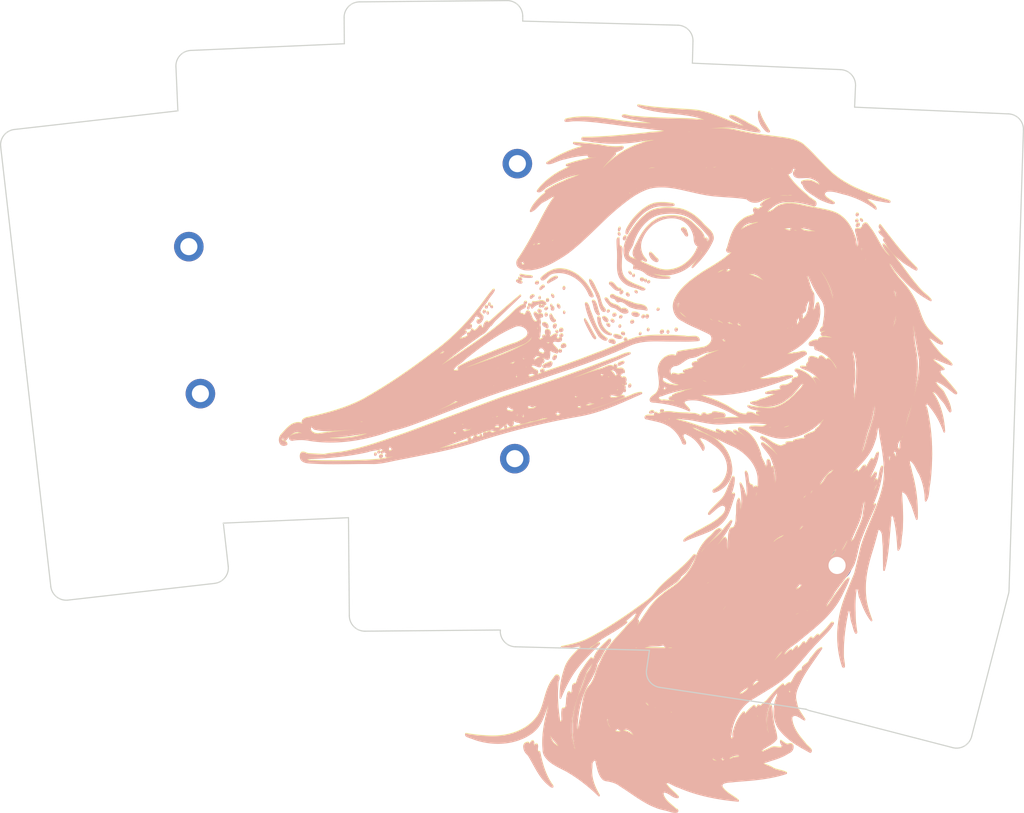
<source format=kicad_pcb>
(kicad_pcb (version 20221018) (generator pcbnew)
  (title_block (title "bottom") (rev "v1.0.0") (company "Unknown"))
  (layers (0 "F.Cu" signal) (31 "B.Cu" signal) (34 "B.Paste" user) (35 "F.Paste" user) (36 "B.SilkS" user "B.Silkscreen") (37 "F.SilkS" user "F.Silkscreen") (38 "B.Mask" user) (39 "F.Mask" user) (44 "Edge.Cuts" user))
  (net 0 "")
  (footprint "mounting_hole" (layer "F.Cu") (at 270.771266 173.243668 -11.5)
    (fp_text reference "H5" hide)
    (fp_text value "" (at 0 0 -11.5) (layer "F.SilkS") (effects (font (size 1.27 1.27))))
    (pad "" thru_hole circle (at 0 0 180) (size 3.8 3.8) (drill 2.2) (layers "*.Cu" "*.Mask"))
  )
  (footprint "mounting_hole" (layer "F.Cu") (at 187.286472 132.182973 4.5)
    (fp_text reference "H1" hide)
    (fp_text value "" (at 0 0 4.5) (layer "F.SilkS") (effects (font (size 1.27 1.27))))
    (pad "" thru_hole circle (at 0 0 180) (size 3.8 3.8) (drill 2.2) (layers "*.Cu" "*.Mask"))
  )
  (footprint "mounting_hole" (layer "F.Cu") (at 188.776286 151.112864 4.5)
    (fp_text reference "H2" hide)
    (fp_text value "" (at 0 0 4.5) (layer "F.SilkS") (effects (font (size 1.27 1.27))))
    (pad "" thru_hole circle (at 0 0 180) (size 3.8 3.8) (drill 2.2) (layers "*.Cu" "*.Mask"))
  )
  (footprint "mounting_hole" (layer "F.Cu") (at 229.596977 121.494108 -0.5)
    (fp_text reference "H3" hide)
    (fp_text value "" (at 0 0 -0.5) (layer "F.SilkS") (effects (font (size 1.27 1.27))))
    (pad "" thru_hole circle (at 0 0 180) (size 3.8 3.8) (drill 2.2) (layers "*.Cu" "*.Mask"))
  )
  (footprint "mounting_hole" (layer "F.Cu") (at 229.265419 159.486874 -0.5)
    (fp_text reference "H4" hide)
    (fp_text value "" (at 0 0 -0.5) (layer "F.SilkS") (effects (font (size 1.27 1.27))))
    (pad "" thru_hole circle (at 0 0 180) (size 3.8 3.8) (drill 2.2) (layers "*.Cu" "*.Mask"))
  )
  (gr_poly (pts (xy 242.197804 147.445816) (xy 242.209942 147.447244) (xy 242.222419 147.449843) (xy 242.235107 147.453596) (xy 242.247879 147.458489) (xy 242.260606 147.464504) (xy 242.273162 147.471627) (xy 242.285419 147.479842) (xy 242.297251 147.489133) (xy 242.308528 147.499483) (xy 242.319125 147.510879) (xy 242.328912 147.523303) (xy 242.337765 147.53674) (xy 242.345553 147.551174) (xy 242.352151 147.56659) (xy 242.357431 147.582971) (xy 242.359803 147.601142) (xy 242.361018 147.618209) (xy 242.361136 147.63417) (xy 242.360221 147.649027) (xy 242.358334 147.662778) (xy 242.355537 147.675424) (xy 242.351892 147.686965) (xy 242.347461 147.6974) (xy 242.342307 147.70673) (xy 242.336491 147.714954) (xy 242.330075 147.722072) (xy 242.323122 147.728084) (xy 242.315693 147.732989) (xy 242.307851 147.736789) (xy 242.299657 147.739482) (xy 242.291174 147.741069) (xy 242.282463 147.741549) (xy 242.273587 147.740923) (xy 242.264608 147.73919) (xy 242.255587 147.736349) (xy 242.246587 147.732402) (xy 242.23767 147.727347) (xy 242.228898 147.721186) (xy 242.220333 147.713916) (xy 242.212036 147.70554) (xy 242.204071 147.696055) (xy 242.196499 147.685463) (xy 242.189381 147.673763) (xy 242.182781 147.660954) (xy 242.17676 147.647038) (xy 242.17138 147.632013) (xy 242.166703 147.61588) (xy 242.153592 147.595001) (xy 242.142986 147.575559) (xy 242.134757 147.557541) (xy 242.128777 147.540928) (xy 242.124921 147.525707) (xy 242.123059 147.511861) (xy 242.123065 147.499375) (xy 242.124811 147.488232) (xy 242.128169 147.478417) (xy 242.133013 147.469915) (xy 242.139215 147.462709) (xy 242.146647 147.456783) (xy 242.155182 147.452123) (xy 242.164693 147.448712) (xy 242.175052 147.446534) (xy 242.186131 147.445574)) (stroke (width 0.221347)) (fill solid) (layer "B.SilkS"))
  (gr_poly (pts (xy 247.011827 153.405647) (xy 247.030634 153.408735) (xy 247.048441 153.413544) (xy 247.065089 153.420177) (xy 247.080419 153.428738) (xy 247.094272 153.439327) (xy 247.106489 153.452049) (xy 247.11691 153.467006) (xy 247.125377 153.4843) (xy 247.13173 153.504033) (xy 247.102889 153.507983) (xy 247.074066 153.513033) (xy 247.045254 153.51896) (xy 247.01645 153.525538) (xy 246.901181 153.553888) (xy 246.872323 153.560363) (xy 246.843438 153.566144) (xy 246.814519 153.571007) (xy 246.785561 153.574728) (xy 246.756558 153.577083) (xy 246.727505 153.577847) (xy 246.698396 153.576796) (xy 246.669225 153.573705) (xy 246.667118 153.565526) (xy 246.667671 153.556707) (xy 246.670724 153.547352) (xy 246.676118 153.537563) (xy 246.683694 153.527443) (xy 246.693293 153.517094) (xy 246.704756 153.506619) (xy 246.717924 153.496121) (xy 246.748737 153.475466) (xy 246.78446 153.455949) (xy 246.823821 153.438391) (xy 246.865546 153.423614) (xy 246.908362 153.412439) (xy 246.929782 153.408459) (xy 246.950998 153.405687) (xy 246.97185 153.404226) (xy 246.992179 153.404178)) (stroke (width 0.221347)) (fill solid) (layer "B.SilkS"))
  (gr_poly (pts (xy 249.343692 127.292907) (xy 249.702158 127.316551) (xy 250.059475 127.350358) (xy 250.41488 127.39167) (xy 250.622678 127.435) (xy 250.826838 127.48915) (xy 251.027305 127.553582) (xy 251.224023 127.62776) (xy 251.416938 127.711147) (xy 251.605994 127.803205) (xy 251.791135 127.903399) (xy 251.972308 128.011189) (xy 252.149456 128.126041) (xy 252.322523 128.247416) (xy 252.491456 128.374778) (xy 252.656199 128.507589) (xy 252.816696 128.645314) (xy 252.972892 128.787414) (xy 253.124732 128.933353) (xy 253.272161 129.082593) (xy 253.324838 129.146118) (xy 253.378667 129.20856) (xy 253.433556 129.270005) (xy 253.489409 129.33054) (xy 253.603634 129.449226) (xy 253.720592 129.56531) (xy 253.83953 129.679484) (xy 253.959697 129.792439) (xy 254.200711 130.017463) (xy 254.265723 130.078232) (xy 254.329267 130.142286) (xy 254.39079 130.209452) (xy 254.449742 130.279557) (xy 254.505569 130.352429) (xy 254.557719 130.427895) (xy 254.605641 130.505783) (xy 254.648783 130.58592) (xy 254.686592 130.668134) (xy 254.718516 130.752252) (xy 254.744003 130.838101) (xy 254.762501 130.925509) (xy 254.768957 130.969743) (xy 254.773458 131.014303) (xy 254.775936 131.059166) (xy 254.776322 131.10431) (xy 254.774547 131.149715) (xy 254.770541 131.195359) (xy 254.764236 131.24122) (xy 254.755563 131.287277) (xy 254.66307 131.502697) (xy 254.563886 131.714671) (xy 254.458317 131.923254) (xy 254.346673 132.128501) (xy 254.229262 132.330467) (xy 254.106393 132.529208) (xy 253.978374 132.724778) (xy 253.845513 132.917234) (xy 253.70812 133.106631) (xy 253.566501 133.293024) (xy 253.420966 133.476468) (xy 253.271824 133.657019) (xy 253.119382 133.834731) (xy 252.963949 134.009661) (xy 252.645345 134.351394) (xy 252.583566 134.413292) (xy 252.522373 134.476317) (xy 252.400127 134.603061) (xy 252.338262 134.665436) (xy 252.275362 134.726251) (xy 252.243398 134.755863) (xy 252.211022 134.784833) (xy 252.178186 134.813077) (xy 252.144837 134.840511) (xy 252.207649 134.741134) (xy 252.273539 134.642935) (xy 252.341844 134.545702) (xy 252.411903 134.449219) (xy 252.696424 134.066526) (xy 252.790035 133.942677) (xy 252.880798 133.816888) (xy 252.969317 133.689571) (xy 253.056193 133.561139) (xy 253.399331 133.044513) (xy 253.412154 133.032637) (xy 253.423959 133.019393) (xy 253.43474 133.004931) (xy 253.444494 132.989403) (xy 253.453217 132.97296) (xy 253.460903 132.955753) (xy 253.467549 132.937934) (xy 253.473152 132.919653) (xy 253.477705 132.901062) (xy 253.481206 132.882312) (xy 253.483649 132.863554) (xy 253.485032 132.844939) (xy 253.485348 132.826619) (xy 253.484595 132.808745) (xy 253.482768 132.791467) (xy 253.479863 132.774938) (xy 253.475875 132.759308) (xy 253.4708 132.744729) (xy 253.464634 132.731351) (xy 253.457373 132.719327) (xy 253.449012 132.708806) (xy 253.439548 132.699941) (xy 253.428975 132.692883) (xy 253.417291 132.687782) (xy 253.404489 132.68479) (xy 253.390567 132.684058) (xy 253.37552 132.685737) (xy 253.359344 132.68998) (xy 253.342034 132.696935) (xy 253.323587 132.706756) (xy 253.303997 132.719593) (xy 253.283261 132.735597) (xy 253.203914 132.884555) (xy 253.120644 133.03157) (xy 253.033482 133.176475) (xy 252.942458 133.319104) (xy 252.847601 133.45929) (xy 252.748942 133.596867) (xy 252.646511 133.731668) (xy 252.540337 133.863527) (xy 252.43045 133.992276) (xy 252.31688 134.11775) (xy 252.199658 134.239782) (xy 252.078813 134.358205) (xy 251.954375 134.472853) (xy 251.826375 134.583559) (xy 251.694841 134.690157) (xy 251.559804 134.79248) (xy 251.447959 134.874363) (xy 251.333746 134.952517) (xy 251.217284 135.026989) (xy 251.098695 135.097827) (xy 250.9781 135.165078) (xy 250.85562 135.228789) (xy 250.731375 135.289009) (xy 250.605486 135.345783) (xy 250.478074 135.399161) (xy 250.349261 135.449189) (xy 250.219166 135.495915) (xy 250.087911 135.539386) (xy 249.955616 135.579649) (xy 249.822403 135.616753) (xy 249.688392 135.650744) (xy 249.553704 135.681671) (xy 249.370984 135.721383) (xy 249.187839 135.749911) (xy 249.004364 135.768102) (xy 248.820652 135.776802) (xy 248.636797 135.776859) (xy 248.452892 135.76912) (xy 248.269032 135.754433) (xy 248.085309 135.733645) (xy 247.901818 135.707602) (xy 247.718652 135.677153) (xy 247.353669 135.606424) (xy 246.631723 135.449363) (xy 246.610882 135.441765) (xy 246.592414 135.435706) (xy 246.576227 135.431112) (xy 246.56223 135.427905) (xy 246.55033 135.42601) (xy 246.540436 135.425351) (xy 246.532456 135.425851) (xy 246.526299 135.427435) (xy 246.521873 135.430026) (xy 246.519086 135.433548) (xy 246.517847 135.437926) (xy 246.518064 135.443082) (xy 246.519646 135.448942) (xy 246.5225 135.455428) (xy 246.526535 135.462466) (xy 246.531659 135.469977) (xy 246.544809 135.486121) (xy 246.561217 135.50325) (xy 246.580149 135.520756) (xy 246.600872 135.53803) (xy 246.622652 135.554464) (xy 246.644757 135.569447) (xy 246.666452 135.582373) (xy 246.687005 135.592632) (xy 246.802415 135.652797) (xy 246.919669 135.708915) (xy 247.038637 135.761093) (xy 247.159185 135.809437) (xy 247.281183 135.854054) (xy 247.404499 135.89505) (xy 247.529 135.932531) (xy 247.654557 135.966604) (xy 247.781036 135.997375) (xy 247.908306 136.024951) (xy 248.036236 136.049438) (xy 248.164694 136.070942) (xy 248.293547 136.08957) (xy 248.422666 136.105429) (xy 248.681169 136.129262) (xy 248.681157 136.129258) (xy 248.737394 136.135716) (xy 248.793727 136.141239) (xy 248.906522 136.150873) (xy 249.100156 136.168549) (xy 249.126397 136.171709) (xy 249.149328 136.175123) (xy 249.167822 136.178804) (xy 249.180749 136.182765) (xy 249.184772 136.184855) (xy 249.18698 136.187019) (xy 249.187233 136.18926) (xy 249.185388 136.191579) (xy 249.181305 136.193978) (xy 249.174844 136.196457) (xy 249.154218 136.201667) (xy 248.78067 136.220583) (xy 248.592336 136.224526) (xy 248.403495 136.224057) (xy 248.214548 136.218624) (xy 248.025893 136.207677) (xy 247.837931 136.190665) (xy 247.651063 136.167034) (xy 247.465687 136.136236) (xy 247.282205 136.097717) (xy 247.101015 136.050927) (xy 246.922518 135.995315) (xy 246.747115 135.930329) (xy 246.575205 135.855418) (xy 246.407187 135.77003) (xy 246.243463 135.673614) (xy 246.170835 135.599725) (xy 246.094527 135.53027) (xy 246.014784 135.465198) (xy 245.931856 135.404462) (xy 245.845989 135.34801) (xy 245.757431 135.295795) (xy 245.666429 135.247767) (xy 245.57323 135.203876) (xy 245.478083 135.164074) (xy 245.381235 135.128312) (xy 245.282932 135.096539) (xy 245.183423 135.068708) (xy 245.082955 135.044768) (xy 244.981776 135.02467) (xy 244.880132 135.008366) (xy 244.778272 134.995805) (xy 244.748327 135.000296) (xy 244.721756 135.002885) (xy 244.69839 135.00365) (xy 244.678061 135.002669) (xy 244.660601 135.000019) (xy 244.64584 134.99578) (xy 244.633611 134.990028) (xy 244.623746 134.982842) (xy 244.616075 134.974299) (xy 244.61043 134.964477) (xy 244.606644 134.953454) (xy 244.604546 134.941308) (xy 244.60397 134.928116) (xy 244.604747 134.913958) (xy 244.609683 134.88305) (xy 244.649845 134.736295) (xy 244.658253 134.69694) (xy 244.661285 134.677291) (xy 244.663312 134.657764) (xy 244.664164 134.638438) (xy 244.663675 134.619391) (xy 244.661674 134.6007) (xy 244.657994 134.582443) (xy 244.643361 134.554056) (xy 244.627581 134.52677) (xy 244.610709 134.500536) (xy 244.592799 134.475305) (xy 244.573904 134.451027) (xy 244.554077 134.427652) (xy 244.511847 134.383418) (xy 244.466539 134.342207) (xy 244.418581 134.303627) (xy 244.368406 134.267281) (xy 244.316443 134.232776) (xy 244.263122 134.199718) (xy 244.208873 134.167712) (xy 244.099314 134.105279) (xy 243.991207 134.042321) (xy 243.938774 134.00966) (xy 243.887994 133.975685) (xy 243.841506 133.94738) (xy 243.797574 133.916249) (xy 243.75616 133.882469) (xy 243.717222 133.84622) (xy 243.680722 133.80768) (xy 243.64662 133.767028) (xy 243.614876 133.724444) (xy 243.58545 133.680105) (xy 243.558302 133.634191) (xy 243.533393 133.58688) (xy 243.510683 133.538352) (xy 243.490132 133.488784) (xy 243.4717 133.438357) (xy 243.455348 133.387249) (xy 243.441036 133.335638) (xy 243.428723 133.283704) (xy 243.397519 133.133001) (xy 243.397172 133.130443) (xy 243.825558 133.130443) (xy 243.82657 133.158193) (xy 243.829149 133.185795) (xy 243.833246 133.213207) (xy 243.838811 133.240385) (xy 243.845796 133.267288) (xy 243.854152 133.293872) (xy 243.86383 133.320095) (xy 243.87478 133.345914) (xy 243.886953 133.371287) (xy 243.900302 133.396171) (xy 243.914775 133.420523) (xy 243.930325 133.444301) (xy 243.946903 133.467462) (xy 243.964459 133.489963) (xy 243.982944 133.511762) (xy 244.002309 133.532816) (xy 244.022506 133.553082) (xy 244.043485 133.572518) (xy 244.065197 133.591082) (xy 244.087593 133.608729) (xy 244.110624 133.625419) (xy 244.134242 133.641108) (xy 244.158396 133.655753) (xy 244.183038 133.669312) (xy 244.208119 133.681743) (xy 244.446935 133.766061) (xy 244.683537 133.855986) (xy 245.151521 134.049049) (xy 246.076506 134.46274) (xy 246.539167 134.66892) (xy 247.005715 134.865027) (xy 247.241331 134.957044) (xy 247.478979 135.043835) (xy 247.719014 135.124495) (xy 247.961789 135.198121) (xy 247.961782 135.198121) (xy 248.102226 135.230587) (xy 248.243886 135.257155) (xy 248.386519 135.277847) (xy 248.529886 135.292686) (xy 248.673744 135.301695) (xy 248.817852 135.304894) (xy 248.96197 135.302308) (xy 249.105855 135.293958) (xy 249.252565 135.278723) (xy 249.39818 135.258002) (xy 249.542593 135.231911) (xy 249.685699 135.200564) (xy 249.827391 135.164079) (xy 249.967563 135.122568) (xy 250.106109 135.07615) (xy 250.242922 135.024938) (xy 250.510926 134.908596) (xy 250.770724 134.774467) (xy 251.021467 134.623474) (xy 251.262304 134.45654) (xy 251.492386 134.274591) (xy 251.710862 134.078548) (xy 251.916882 133.869335) (xy 252.109596 133.647877) (xy 252.288155 133.415097) (xy 252.451707 133.171918) (xy 252.599403 132.919264) (xy 252.730393 132.658059) (xy 252.733669 132.639951) (xy 252.738199 132.621642) (xy 252.743864 132.603152) (xy 252.750545 132.584495) (xy 252.766484 132.546754) (xy 252.785067 132.508556) (xy 252.866878 132.353917) (xy 252.884459 132.315479) (xy 252.898996 132.277402) (xy 252.904827 132.258541) (xy 252.90954 132.239822) (xy 252.913018 132.221262) (xy 252.915143 132.202877) (xy 252.915795 132.184685) (xy 252.914857 132.166702) (xy 252.912209 132.148946) (xy 252.907733 132.131434) (xy 252.90131 132.114184) (xy 252.892823 132.09721) (xy 252.882152 132.080532) (xy 252.86918 132.064166) (xy 252.842629 132.054148) (xy 252.817034 132.042894) (xy 252.79238 132.03045) (xy 252.768655 132.016865) (xy 252.745844 132.002185) (xy 252.723935 131.986458) (xy 252.702914 131.969732) (xy 252.682768 131.952052) (xy 252.663483 131.933468) (xy 252.645045 131.914026) (xy 252.610661 131.872757) (xy 252.579508 131.828624) (xy 252.551478 131.782006) (xy 252.526465 131.733281) (xy 252.504361 131.682828) (xy 252.485059 131.631025) (xy 252.468453 131.57825) (xy 252.454434 131.524883) (xy 252.442897 131.471301) (xy 252.433733 131.417884) (xy 252.426835 131.365009) (xy 252.419713 131.212628) (xy 252.405032 131.060831) (xy 252.382899 130.909965) (xy 252.353426 130.760377) (xy 252.316722 130.612416) (xy 252.272895 130.466429) (xy 252.222057 130.322763) (xy 252.164315 130.181767) (xy 252.099781 130.043789) (xy 252.028563 129.909175) (xy 251.950771 129.778273) (xy 251.866514 129.651432) (xy 251.775903 129.528999) (xy 251.679046 129.411322) (xy 251.576053 129.298748) (xy 251.467034 129.191625) (xy 251.370977 129.102629) (xy 251.270703 129.018959) (xy 251.166492 128.940644) (xy 251.058617 128.867717) (xy 250.947357 128.800209) (xy 250.832988 128.73815) (xy 250.715785 128.681573) (xy 250.596027 128.630508) (xy 250.473988 128.584986) (xy 250.349946 128.545038) (xy 250.224177 128.510697) (xy 250.096958 128.481992) (xy 249.968565 128.458956) (xy 249.839274 128.441618) (xy 249.709362 128.430012) (xy 249.579106 128.424167) (xy 249.425534 128.423086) (xy 249.27255 128.428451) (xy 249.120307 128.440132) (xy 248.968956 128.457998) (xy 248.818651 128.481917) (xy 248.669543 128.51176) (xy 248.521786 128.547394) (xy 248.375531 128.58869) (xy 248.230932 128.635515) (xy 248.08814 128.68774) (xy 247.947308 128.745232) (xy 247.808588 128.807862) (xy 247.672133 128.875497) (xy 247.538095 128.948008) (xy 247.406628 129.025263) (xy 247.277882 129.107132) (xy 247.15201 129.193482) (xy 247.029166 129.284184) (xy 246.909501 129.379106) (xy 246.793168 129.478118) (xy 246.680319 129.581088) (xy 246.571107 129.687886) (xy 246.465685 129.79838) (xy 246.364203 129.91244) (xy 246.266816 130.029934) (xy 246.173675 130.150732) (xy 246.084933 130.274703) (xy 246.000742 130.401715) (xy 245.921255 130.531638) (xy 245.846624 130.664341) (xy 245.777002 130.799693) (xy 245.712541 130.937562) (xy 245.631823 131.102012) (xy 245.563413 131.27224) (xy 245.507404 131.447246) (xy 245.463888 131.626028) (xy 245.432959 131.807584) (xy 245.41471 131.990913) (xy 245.409234 132.175013) (xy 245.416624 132.358883) (xy 245.436973 132.541521) (xy 245.470374 132.721925) (xy 245.516919 132.899094) (xy 245.576703 133.072027) (xy 245.649818 133.239722) (xy 245.736356 133.401177) (xy 245.784689 133.479252) (xy 245.836412 133.555391) (xy 245.891538 133.629469) (xy 245.950078 133.701362) (xy 245.95475 133.7098) (xy 245.960866 133.719092) (xy 245.976857 133.739937) (xy 245.996912 133.763298) (xy 246.019893 133.788575) (xy 246.070074 133.842482) (xy 246.094997 133.869913) (xy 246.118289 133.896865) (xy 246.138811 133.922737) (xy 246.147677 133.935081) (xy 246.155424 133.946931) (xy 246.161909 133.958211) (xy 246.16699 133.968847) (xy 246.170524 133.978764) (xy 246.172369 133.987887) (xy 246.172383 133.996141) (xy 246.170423 134.003451) (xy 246.166346 134.009742) (xy 246.160012 134.01494) (xy 246.151276 134.018969) (xy 246.139996 134.021754) (xy 246.126032 134.023222) (xy 246.109239 134.023296) (xy 246.088577 134.017442) (xy 246.068146 134.01033) (xy 246.047936 134.002101) (xy 246.027933 133.992893) (xy 245.988505 133.972105) (xy 245.94977 133.949085) (xy 245.874005 133.90083) (xy 245.836789 133.877835) (xy 245.799893 133.857087) (xy 245.781536 133.847906) (xy 245.763224 133.839707) (xy 245.744945 133.83263) (xy 245.726688 133.826814) (xy 245.708441 133.822401) (xy 245.690193 133.819529) (xy 245.671932 133.818339) (xy 245.653646 133.818971) (xy 245.635323 133.821565) (xy 245.616952 133.82626) (xy 245.598522 133.833197) (xy 245.58002 133.842516) (xy 245.561436 133.854356) (xy 245.542756 133.868858) (xy 245.523971 133.886162) (xy 245.505067 133.906408) (xy 245.481167 133.911399) (xy 245.45744 133.91473) (xy 245.433883 133.916475) (xy 245.410496 133.916708) (xy 245.387277 133.915505) (xy 245.364224 133.912939) (xy 245.341335 133.909086) (xy 245.31861 133.904019) (xy 245.296046 133.897812) (xy 245.273642 133.890542) (xy 245.251396 133.882281) (xy 245.229308 133.873105) (xy 245.185595 133.852304) (xy 245.142491 133.828734) (xy 245.099984 133.802992) (xy 245.05806 133.775672) (xy 244.975916 133.718686) (xy 244.895959 133.662542) (xy 244.856769 133.636275) (xy 244.81809 133.612007) (xy 244.791818 133.591001) (xy 244.767073 133.568945) (xy 244.743833 133.545889) (xy 244.722074 133.521884) (xy 244.701772 133.49698) (xy 244.682904 133.471228) (xy 244.665447 133.444679) (xy 244.649377 133.417383) (xy 244.634671 133.389392) (xy 244.621306 133.360757) (xy 244.598505 133.301753) (xy 244.580786 133.24078) (xy 244.567962 133.178242) (xy 244.559848 133.114546) (xy 244.556255 133.050098) (xy 244.556997 132.985303) (xy 244.561888 132.920568) (xy 244.57074 132.8563) (xy 244.583366 132.792903) (xy 244.59958 132.730784) (xy 244.619195 132.670348) (xy 244.652403 132.57861) (xy 244.688199 132.488029) (xy 244.726296 132.398476) (xy 244.766408 132.309823) (xy 244.851539 132.134708) (xy 244.941305 131.961658) (xy 245.125603 131.617661) (xy 245.215565 131.444664) (xy 245.301023 131.269637) (xy 245.396098 131.088116) (xy 245.495739 130.908254) (xy 245.60006 130.730503) (xy 245.70918 130.555317) (xy 245.823214 130.383146) (xy 245.942279 130.214443) (xy 246.066493 130.049661) (xy 246.19597 129.889251) (xy 246.330829 129.733665) (xy 246.471185 129.583356) (xy 246.617156 129.438775) (xy 246.768858 129.300376) (xy 246.926407 129.168609) (xy 247.089921 129.043927) (xy 247.259515 128.926783) (xy 247.435308 128.817628) (xy 247.530967 128.761363) (xy 247.628476 128.709021) (xy 247.727708 128.660503) (xy 247.828535 128.615712) (xy 247.930832 128.57455) (xy 248.034471 128.53692) (xy 248.139326 128.502725) (xy 248.24527 128.471867) (xy 248.352176 128.444248) (xy 248.459919 128.419771) (xy 248.56837 128.398338) (xy 248.677404 128.379852) (xy 248.786894 128.364215) (xy 248.896712 128.35133) (xy 249.006733 128.341099) (xy 249.11683 128.333425) (xy 249.304563 128.321349) (xy 249.493659 128.315369) (xy 249.683579 128.315839) (xy 249.873787 128.323116) (xy 250.063745 128.337556) (xy 250.252917 128.359514) (xy 250.440766 128.389346) (xy 250.626754 128.427409) (xy 250.810344 128.474058) (xy 250.991 128.529649) (xy 251.168183 128.594539) (xy 251.341358 128.669082) (xy 251.509986 128.753635) (xy 251.673531 128.848554) (xy 251.831456 128.954194) (xy 251.983224 129.070913) (xy 252.075413 129.165025) (xy 252.170114 129.257074) (xy 252.364718 129.436934) (xy 252.562371 129.614404) (xy 252.758408 129.793395) (xy 252.854361 129.884683) (xy 252.948161 129.977818) (xy 253.039224 130.073289) (xy 253.126967 130.171585) (xy 253.210807 130.273195) (xy 253.290159 130.378607) (xy 253.364442 130.488311) (xy 253.433072 130.602796) (xy 253.460255 130.648301) (xy 253.48488 130.694767) (xy 253.507088 130.742119) (xy 253.527021 130.790281) (xy 253.544824 130.83918) (xy 253.560637 130.88874) (xy 253.574603 130.938886) (xy 253.586865 130.989543) (xy 253.597564 131.040637) (xy 253.606844 131.092093) (xy 253.614847 131.143835) (xy 253.621715 131.19579) (xy 253.632616 131.300034) (xy 253.640687 131.404228) (xy 253.640325 131.431726) (xy 253.641149 131.456159) (xy 253.643084 131.477634) (xy 253.646052 131.49626) (xy 253.649977 131.512145) (xy 253.654783 131.525398) (xy 253.660392 131.536126) (xy 253.666728 131.544439) (xy 253.673714 131.550445) (xy 253.681274 131.554251) (xy 253.68933 131.555967) (xy 253.697808 131.5557) (xy 253.706629 131.55356) (xy 253.715717 131.549654) (xy 253.724995 131.54409) (xy 253.734387 131.536978) (xy 253.743816 131.528425) (xy 253.753206 131.518539) (xy 253.762479 131.50743) (xy 253.77156 131.495205) (xy 253.788836 131.467842) (xy 253.80442 131.437317) (xy 253.817701 131.404497) (xy 253.823285 131.387497) (xy 253.828063 131.370249) (xy 253.831959 131.35286) (xy 253.834895 131.335438) (xy 253.836795 131.318093) (xy 253.837583 131.300933) (xy 253.840018 131.284564) (xy 253.843119 131.26928) (xy 253.846834 131.255081) (xy 253.851111 131.241969) (xy 253.855897 131.229944) (xy 253.86114 131.219007) (xy 253.866788 131.209157) (xy 253.872789 131.200396) (xy 253.879091 131.192724) (xy 253.885641 131.186142) (xy 253.892386 131.180649) (xy 253.899276 131.176247) (xy 253.906257 131.172937) (xy 253.913278 131.170717) (xy 253.920285 131.16959) (xy 253.927228 131.169556) (xy 253.934053 131.170614) (xy 253.940708 131.172767) (xy 253.947142 131.176013) (xy 253.953301 131.180354) (xy 253.959135 131.185791) (xy 253.96459 131.192323) (xy 253.969614 131.199951) (xy 253.974155 131.208677) (xy 253.978161 131.218499) (xy 253.981579 131.22942) (xy 253.984358 131.241438) (xy 253.986445 131.254556) (xy 253.987788 131.268773) (xy 253.988334 131.28409) (xy 253.988032 131.300507) (xy 253.986829 131.318025) (xy 253.967331 131.447948) (xy 253.962295 131.488453) (xy 253.95831 131.529798) (xy 253.955934 131.570801) (xy 253.955727 131.610277) (xy 253.958245 131.647042) (xy 253.960701 131.664038) (xy 253.964048 131.679912) (xy 253.968356 131.694516) (xy 253.973694 131.707703) (xy 253.980132 131.719323) (xy 253.98774 131.72923) (xy 253.996588 131.737274) (xy 254.006745 131.743309) (xy 254.018281 131.747186) (xy 254.031267 131.748757) (xy 254.045771 131.747874) (xy 254.061864 131.744389) (xy 254.079616 131.738153) (xy 254.099095 131.72902) (xy 254.136322 131.683886) (xy 254.171671 131.636204) (xy 254.204847 131.586227) (xy 254.235552 131.534209) (xy 254.263491 131.480402) (xy 254.288368 131.425058) (xy 254.309887 131.368432) (xy 254.32775 131.310775) (xy 254.341663 131.252342) (xy 254.351328 131.193384) (xy 254.356449 131.134154) (xy 254.356731 131.074907) (xy 254.354965 131.045355) (xy 254.351877 131.015893) (xy 254.347431 130.986554) (xy 254.341591 130.957368) (xy 254.334318 130.928366) (xy 254.325576 130.899582) (xy 254.315328 130.871046) (xy 254.303536 130.84279) (xy 254.174674 130.684674) (xy 254.043472 130.528518) (xy 253.910084 130.374231) (xy 253.77466 130.221718) (xy 253.637351 130.070886) (xy 253.498309 129.921643) (xy 253.357685 129.773896) (xy 253.215631 129.627549) (xy 252.875433 129.293881) (xy 252.703533 129.128246) (xy 252.528757 128.96579) (xy 252.349851 128.8083) (xy 252.258456 128.731976) (xy 252.165558 128.657562) (xy 252.070999 128.585282) (xy 251.974622 128.51536) (xy 251.876271 128.448019) (xy 251.775788 128.383481) (xy 251.60321 128.287678) (xy 251.426559 128.202386) (xy 251.246212 128.127161) (xy 251.062547 128.06156) (xy 250.875943 128.005136) (xy 250.686777 127.957446) (xy 250.495427 127.918045) (xy 250.302271 127.886489) (xy 250.107688 127.862334) (xy 249.912055 127.845133) (xy 249.715749 127.834444) (xy 249.51915 127.829822) (xy 249.322634 127.830821) (xy 249.126581 127.836998) (xy 248.931367 127.847908) (xy 248.737371 127.863107) (xy 248.607567 127.871734) (xy 248.477938 127.883985) (xy 248.348641 127.899922) (xy 248.219835 127.91961) (xy 248.09168 127.943111) (xy 247.964334 127.970488) (xy 247.837955 128.001805) (xy 247.712703 128.037124) (xy 247.588736 128.076509) (xy 247.466212 128.120024) (xy 247.345292 128.16773) (xy 247.226133 128.219691) (xy 247.108893 128.275971) (xy 246.993733 128.336633) (xy 246.88081 128.401739) (xy 246.770284 128.471353) (xy 246.564351 128.61331) (xy 246.367207 128.765477) (xy 246.178761 128.927263) (xy 245.998922 129.098076) (xy 245.827599 129.277324) (xy 245.664699 129.464416) (xy 245.510131 129.658761) (xy 245.363805 129.859765) (xy 245.225628 130.066839) (xy 245.09551 130.279389) (xy 244.97336 130.496826) (xy 244.859084 130.718555) (xy 244.752593 130.943987) (xy 244.653796 131.17253) (xy 244.562599 131.403591) (xy 244.478913 131.636579) (xy 244.470746 131.681825) (xy 244.460899 131.726345) (xy 244.436555 131.813379) (xy 244.40666 131.898022) (xy 244.371989 131.980614) (xy 244.333322 132.061494) (xy 244.291434 132.141004) (xy 244.247103 132.219485) (xy 244.201107 132.297276) (xy 244.107228 132.45215) (xy 244.016016 132.608353) (xy 243.973352 132.687802) (xy 243.933688 132.768605) (xy 243.897799 132.851102) (xy 243.866464 132.935632) (xy 243.855135 132.963223) (xy 243.845716 132.990966) (xy 243.838158 133.018816) (xy 243.832413 133.046731) (xy 243.82843 133.074669) (xy 243.826162 133.102587) (xy 243.825558 133.130443) (xy 243.397172 133.130443) (xy 243.377041 132.982059) (xy 243.366678 132.831058) (xy 243.365818 132.680182) (xy 243.37385 132.52961) (xy 243.390165 132.379525) (xy 243.41415 132.230107) (xy 243.445194 132.081538) (xy 243.482687 131.934) (xy 243.526018 131.787673) (xy 243.574574 131.64274) (xy 243.627747 131.499381) (xy 243.684923 131.357778) (xy 243.745493 131.218112) (xy 243.874368 130.945318) (xy 244.113629 130.548552) (xy 244.363923 130.157045) (xy 244.493783 129.964153) (xy 244.627092 129.773643) (xy 244.76408 129.585871) (xy 244.904978 129.401192) (xy 245.050015 129.219963) (xy 245.199421 129.042538) (xy 245.353428 128.869273) (xy 245.512264 128.700525) (xy 245.676161 128.536649) (xy 245.845347 128.378001) (xy 246.020055 128.224936) (xy 246.200513 128.07781) (xy 246.274717 128.017497) (xy 246.350764 127.959779) (xy 246.42857 127.904647) (xy 246.508047 127.852095) (xy 246.58911 127.802115) (xy 246.671674 127.754702) (xy 246.755651 127.709847) (xy 246.840957 127.667544) (xy 246.927504 127.627787) (xy 247.015208 127.590567) (xy 247.103982 127.555878) (xy 247.193739 127.523713) (xy 247.284395 127.494066) (xy 247.375863 127.466928) (xy 247.468057 127.442294) (xy 247.560891 127.420156) (xy 247.73688 127.383539) (xy 247.913632 127.353118) (xy 248.091053 127.328559) (xy 248.269047 127.309531) (xy 248.447519 127.295702) (xy 248.626372 127.28674) (xy 248.805511 127.282311) (xy 248.984841 127.282084)) (stroke (width 0.221347)) (fill solid) (layer "B.SilkS"))
  (gr_poly (pts (xy 233.401824 140.084008) (xy 233.411458 140.085553) (xy 233.420264 140.087848) (xy 233.428149 140.090868) (xy 233.435019 140.094587) (xy 233.440781 140.098979) (xy 233.445342 140.104018) (xy 233.448607 140.109678) (xy 233.450485 140.115933) (xy 233.450881 140.122758) (xy 233.449702 140.130126) (xy 233.446855 140.138011) (xy 233.442245 140.146388) (xy 233.435781 140.15523) (xy 233.427368 140.164512) (xy 233.416914 140.174208) (xy 233.404323 140.184291) (xy 233.389505 140.194737) (xy 233.372364 140.205518) (xy 233.352807 140.216609) (xy 233.348274 140.227411) (xy 233.342525 140.237024) (xy 233.335688 140.245482) (xy 233.327892 140.252821) (xy 233.319266 140.259074) (xy 233.30994 140.264276) (xy 233.300042 140.268462) (xy 233.2897 140.271667) (xy 233.279045 140.273924) (xy 233.268204 140.275269) (xy 233.257306 140.275737) (xy 233.246482 140.275361) (xy 233.235859 140.274176) (xy 233.225566 140.272218) (xy 233.215732 140.26952) (xy 233.206487 140.266117) (xy 233.197958 140.262044) (xy 233.190276 140.257336) (xy 233.183569 140.252026) (xy 233.177965 140.24615) (xy 233.173594 140.239742) (xy 233.170585 140.232836) (xy 233.169066 140.225468) (xy 233.169167 140.217671) (xy 233.171016 140.209482) (xy 233.174742 140.200933) (xy 233.180475 140.192059) (xy 233.188342 140.182896) (xy 233.198474 140.173478) (xy 233.210998 140.16384) (xy 233.226044 140.154015) (xy 233.243741 140.144038) (xy 233.255639 140.133465) (xy 233.267922 140.123979) (xy 233.280499 140.115555) (xy 233.293275 140.108166) (xy 233.306157 140.101788) (xy 233.319052 140.096394) (xy 233.331866 140.091957) (xy 233.344506 140.088453) (xy 233.356878 140.085856) (xy 233.368889 140.084138) (xy 233.380446 140.083275) (xy 233.391456 140.08324)) (stroke (width 0.221347)) (fill solid) (layer "B.SilkS"))
  (gr_poly (pts (xy 235.270465 142.780863) (xy 235.287032 142.783113) (xy 235.303184 142.786915) (xy 235.31876 142.792243) (xy 235.333599 142.799072) (xy 235.347542 142.807374) (xy 235.360427 142.817124) (xy 235.372094 142.828295) (xy 235.382382 142.84086) (xy 235.391131 142.854795) (xy 235.39818 142.870071) (xy 235.403368 142.886663) (xy 235.406535 142.904545) (xy 235.407521 142.92369) (xy 235.406164 142.944072) (xy 235.402304 142.965664) (xy 235.395781 142.988441) (xy 235.386434 143.012376) (xy 235.367721 143.024278) (xy 235.344452 143.036709) (xy 235.317593 143.049108) (xy 235.288111 143.060911) (xy 235.256972 143.071557) (xy 235.225141 143.080482) (xy 235.193585 143.087124) (xy 235.178212 143.089413) (xy 235.16327 143.090921) (xy 235.14888 143.091576) (xy 235.135162 143.091309) (xy 235.122237 143.090049) (xy 235.110227 143.087727) (xy 235.099251 143.084271) (xy 235.089431 143.079611) (xy 235.080887 143.073677) (xy 235.07374 143.066399) (xy 235.068111 143.057706) (xy 235.06412 143.047529) (xy 235.061889 143.035796) (xy 235.061538 143.022437) (xy 235.063187 143.007383) (xy 235.066959 142.990562) (xy 235.072973 142.971905) (xy 235.081349 142.951341) (xy 235.084872 142.927142) (xy 235.090389 142.90489) (xy 235.097738 142.88456) (xy 235.106761 142.866124) (xy 235.117295 142.849557) (xy 235.12918 142.834832) (xy 235.142257 142.821923) (xy 235.156363 142.810804) (xy 235.17134 142.801447) (xy 235.187025 142.793828) (xy 235.203259 142.787919) (xy 235.21988 142.783694) (xy 235.236729 142.781128) (xy 235.253644 142.780193)) (stroke (width 0.221347)) (fill solid) (layer "B.SilkS"))
  (gr_poly (pts (xy 226.264533 139.864359) (xy 226.289937 139.867137) (xy 226.306439 139.884008) (xy 226.314605 139.892533) (xy 226.322659 139.901162) (xy 226.33056 139.909927) (xy 226.338268 139.918859) (xy 226.345741 139.92799) (xy 226.349377 139.932641) (xy 226.352939 139.937354) (xy 226.357426 139.956951) (xy 226.359315 139.973416) (xy 226.358823 139.98692) (xy 226.356168 139.997638) (xy 226.351568 140.00574) (xy 226.345243 140.011401) (xy 226.33741 140.014792) (xy 226.328287 140.016087) (xy 226.318093 140.015458) (xy 226.307046 140.013078) (xy 226.295364 140.009119) (xy 226.283266 140.003754) (xy 226.270969 139.997156) (xy 226.258692 139.989497) (xy 226.246654 139.980951) (xy 226.235072 139.971689) (xy 226.224164 139.961885) (xy 226.21415 139.951711) (xy 226.205247 139.94134) (xy 226.197673 139.930944) (xy 226.191647 139.920697) (xy 226.187388 139.91077) (xy 226.185112 139.901337) (xy 226.185039 139.89257) (xy 226.187387 139.884642) (xy 226.192374 139.877725) (xy 226.200218 139.871993) (xy 226.211138 139.867617) (xy 226.225351 139.864771) (xy 226.243077 139.863627)) (stroke (width 0.221347)) (fill solid) (layer "B.SilkS"))
  (gr_poly (pts (xy 244.844879 137.943021) (xy 244.854547 137.944056) (xy 244.864586 137.945766) (xy 244.874905 137.948152) (xy 244.885415 137.951216) (xy 244.896023 137.954961) (xy 244.90664 137.959389) (xy 244.917175 137.964501) (xy 244.927538 137.970299) (xy 244.937636 137.976786) (xy 244.94738 137.983964) (xy 244.95668 137.991834) (xy 244.965443 138.000398) (xy 244.97358 138.009658) (xy 244.979517 138.021842) (xy 244.984322 138.033093) (xy 244.988046 138.043432) (xy 244.990739 138.052884) (xy 244.992452 138.061469) (xy 244.993235 138.069212) (xy 244.993139 138.076134) (xy 244.992213 138.082259) (xy 244.990509 138.087609) (xy 244.988077 138.092206) (xy 244.984967 138.096074) (xy 244.981229 138.099235) (xy 244.976915 138.101711) (xy 244.972074 138.103526) (xy 244.966757 138.104703) (xy 244.961014 138.105263) (xy 244.954896 138.105229) (xy 244.948453 138.104624) (xy 244.941736 138.103472) (xy 244.934795 138.101793) (xy 244.92768 138.099612) (xy 244.920442 138.096951) (xy 244.913131 138.093832) (xy 244.905798 138.090278) (xy 244.891266 138.081957) (xy 244.884169 138.077235) (xy 244.877251 138.072169) (xy 244.870562 138.066781) (xy 244.864154 138.061094) (xy 244.858076 138.055131) (xy 244.85238 138.048915) (xy 244.837759 138.037507) (xy 244.825233 138.026736) (xy 244.814711 138.016604) (xy 244.806102 138.007113) (xy 244.799315 137.998265) (xy 244.79426 137.990063) (xy 244.790847 137.982507) (xy 244.788984 137.9756) (xy 244.788581 137.969344) (xy 244.789546 137.963741) (xy 244.79179 137.958793) (xy 244.795222 137.954502) (xy 244.799751 137.95087) (xy 244.805286 137.947898) (xy 244.811736 137.945589) (xy 244.819011 137.943945) (xy 244.827021 137.942968) (xy 244.835673 137.942659)) (stroke (width 0.221347)) (fill solid) (layer "B.SilkS"))
  (gr_poly (pts (xy 232.761096 139.255428) (xy 232.814214 139.259898) (xy 232.840357 139.263548) (xy 232.86615 139.268208) (xy 232.891543 139.273927) (xy 232.91648 139.280756) (xy 232.94091 139.288745) (xy 232.964779 139.297944) (xy 232.988034 139.308404) (xy 233.010623 139.320173) (xy 233.032491 139.333303) (xy 233.053587 139.347844) (xy 233.073857 139.363845) (xy 233.093248 139.381357) (xy 233.111707 139.40043) (xy 233.129181 139.421113) (xy 233.145617 139.443458) (xy 233.160962 139.467513) (xy 233.173085 139.482722) (xy 233.183454 139.496725) (xy 233.192139 139.509556) (xy 233.199212 139.52125) (xy 233.204744 139.531839) (xy 233.208804 139.541358) (xy 233.211464 139.54984) (xy 233.212795 139.557319) (xy 233.212867 139.563829) (xy 233.211751 139.569404) (xy 233.209518 139.574077) (xy 233.206239 139.577882) (xy 233.201984 139.580853) (xy 233.196824 139.583024) (xy 233.19083 139.584428) (xy 233.184073 139.5851) (xy 233.176623 139.585072) (xy 233.168552 139.58438) (xy 233.150826 139.581134) (xy 233.131463 139.575632) (xy 233.111027 139.568144) (xy 233.090086 139.558941) (xy 233.069206 139.548292) (xy 233.048951 139.536468) (xy 233.029889 139.523738) (xy 232.978152 139.510447) (xy 232.926091 139.4995) (xy 232.873766 139.490855) (xy 232.821237 139.484471) (xy 232.768564 139.480308) (xy 232.715808 139.478323) (xy 232.663027 139.478477) (xy 232.610283 139.480728) (xy 232.557634 139.485034) (xy 232.505142 139.491356) (xy 232.452867 139.499652) (xy 232.400867 139.50988) (xy 232.297937 139.535972) (xy 232.196833 139.569302) (xy 232.098035 139.609542) (xy 232.002023 139.656365) (xy 231.909278 139.709441) (xy 231.820279 139.768442) (xy 231.735507 139.83304) (xy 231.655443 139.902907) (xy 231.580566 139.977714) (xy 231.511357 140.057132) (xy 231.511357 140.05713) (xy 231.504772 140.056759) (xy 231.498474 140.055949) (xy 231.492459 140.054718) (xy 231.486725 140.053085) (xy 231.48127 140.051067) (xy 231.476091 140.048684) (xy 231.471184 140.045953) (xy 231.466548 140.042894) (xy 231.462179 140.039523) (xy 231.458075 140.03586) (xy 231.454234 140.031923) (xy 231.450651 140.02773) (xy 231.447325 140.023299) (xy 231.444253 140.01865) (xy 231.441432 140.013799) (xy 231.438859 140.008766) (xy 231.436532 140.003569) (xy 231.434448 139.998227) (xy 231.430997 139.987177) (xy 231.428486 139.975764) (xy 231.426891 139.964134) (xy 231.426192 139.952434) (xy 231.426366 139.94081) (xy 231.427391 139.92941) (xy 231.429246 139.91838) (xy 231.440538 139.883734) (xy 231.45079 139.848005) (xy 231.469227 139.774217) (xy 231.486661 139.698853) (xy 231.505193 139.623752) (xy 231.515528 139.586874) (xy 231.526927 139.55075) (xy 231.539651 139.515611) (xy 231.553964 139.481686) (xy 231.57013 139.449205) (xy 231.588409 139.418397) (xy 231.598424 139.403693) (xy 231.609066 139.389493) (xy 231.620368 139.375826) (xy 231.632363 139.362722) (xy 231.679495 139.376841) (xy 231.726841 139.38697) (xy 231.774366 139.393445) (xy 231.822033 139.396601) (xy 231.869806 139.396774) (xy 231.917647 139.394301) (xy 231.96552 139.389517) (xy 232.01339 139.382759) (xy 232.061218 139.374362) (xy 232.108969 139.364663) (xy 232.204092 139.342702) (xy 232.298467 139.319564) (xy 232.391801 139.297937) (xy 232.441316 139.286762) (xy 232.492619 139.27662) (xy 232.545285 139.267911) (xy 232.59889 139.261037) (xy 232.653009 139.256398) (xy 232.70722 139.254394)) (stroke (width 0.221347)) (fill solid) (layer "B.SilkS"))
  (gr_poly (pts (xy 238.466559 139.513252) (xy 238.484304 139.51673) (xy 238.504537 139.522893) (xy 238.550047 139.571131) (xy 238.590901 139.622051) (xy 238.627526 139.675391) (xy 238.660348 139.73089) (xy 238.689797 139.788286) (xy 238.716298 139.847318) (xy 238.740281 139.907723) (xy 238.762171 139.96924) (xy 238.801387 140.094564) (xy 238.837366 140.221196) (xy 238.873528 140.347043) (xy 238.892746 140.409017) (xy 238.913293 140.47001) (xy 238.997425 140.668854) (xy 239.077178 140.869457) (xy 239.228706 141.273887) (xy 239.378199 141.679181) (xy 239.455408 141.880866) (xy 239.535977 142.081224) (xy 239.59813 142.229245) (xy 239.663922 142.376857) (xy 239.73359 142.523495) (xy 239.807372 142.668594) (xy 239.885504 142.811586) (xy 239.968224 142.951906) (xy 240.05577 143.088989) (xy 240.148379 143.222268) (xy 240.246288 143.351178) (xy 240.349734 143.475152) (xy 240.458956 143.593626) (xy 240.574189 143.706032) (xy 240.695672 143.811806) (xy 240.758831 143.862029) (xy 240.823642 143.910382) (xy 240.890134 143.956793) (xy 240.958336 144.001192) (xy 241.028279 144.043509) (xy 241.099992 144.083673) (xy 241.095117 144.095501) (xy 241.089358 144.106883) (xy 241.082767 144.11778) (xy 241.075396 144.128153) (xy 241.067295 144.137965) (xy 241.058515 144.147178) (xy 241.049108 144.155753) (xy 241.039126 144.163652) (xy 241.028618 144.170837) (xy 241.017636 144.17727) (xy 241.006232 144.182912) (xy 240.994457 144.187726) (xy 240.982361 144.191674) (xy 240.969996 144.194716) (xy 240.957414 144.196816) (xy 240.944665 144.197934) (xy 240.915435 144.194071) (xy 240.886708 144.189003) (xy 240.858464 144.182782) (xy 240.830686 144.175459) (xy 240.803354 144.167084) (xy 240.776452 144.157709) (xy 240.74996 144.147385) (xy 240.723859 144.136163) (xy 240.672762 144.111229) (xy 240.623012 144.083317) (xy 240.574463 144.052834) (xy 240.526969 144.020189) (xy 240.480382 143.985791) (xy 240.434556 143.950049) (xy 240.3446 143.876166) (xy 240.255926 143.80181) (xy 240.211702 143.765476) (xy 240.167359 143.730249) (xy 239.903608 143.286056) (xy 239.646587 142.83633) (xy 239.400466 142.380155) (xy 239.169415 141.916615) (xy 239.060842 141.681797) (xy 238.957601 141.444794) (xy 238.860211 141.205493) (xy 238.769194 140.963778) (xy 238.68507 140.719536) (xy 238.608362 140.472651) (xy 238.53959 140.223009) (xy 238.479276 139.970497) (xy 238.479727 139.95782) (xy 238.478968 139.943674) (xy 238.47431 139.911529) (xy 238.466288 139.875168) (xy 238.455888 139.8357) (xy 238.431898 139.751872) (xy 238.420281 139.709727) (xy 238.41023 139.668906) (xy 238.402731 139.630515) (xy 238.400247 139.612578) (xy 238.398771 139.595663) (xy 238.398426 139.57991) (xy 238.399335 139.565458) (xy 238.401622 139.552443) (xy 238.40541 139.541006) (xy 238.410822 139.531284) (xy 238.417981 139.523416) (xy 238.427012 139.51754) (xy 238.438036 139.513795) (xy 238.451177 139.51232)) (stroke (width 0.221347)) (fill solid) (layer "B.SilkS"))
  (gr_poly (pts (xy 234.170432 140.003536) (xy 234.194781 140.008515) (xy 234.220784 140.017011) (xy 234.223839 140.034684) (xy 234.227414 140.052839) (xy 234.235243 140.090237) (xy 234.24251 140.128487) (xy 234.245383 140.147707) (xy 234.247456 140.16687) (xy 234.248508 140.185887) (xy 234.248319 140.204668) (xy 234.247691 140.213942) (xy 234.24667 140.223123) (xy 234.245228 140.2322) (xy 234.243339 140.241162) (xy 234.240975 140.249998) (xy 234.238109 140.258696) (xy 234.234711 140.267245) (xy 234.230757 140.275635) (xy 234.226217 140.283853) (xy 234.221064 140.291888) (xy 234.215271 140.29973) (xy 234.20881 140.307367) (xy 234.183562 140.317676) (xy 234.159967 140.324351) (xy 234.138024 140.32763) (xy 234.117734 140.327751) (xy 234.099097 140.324952) (xy 234.082112 140.319473) (xy 234.06678 140.311551) (xy 234.053102 140.301425) (xy 234.041076 140.289333) (xy 234.030703 140.275514) (xy 234.021983 140.260206) (xy 234.014916 140.243647) (xy 234.009502 140.226077) (xy 234.005742 140.207732) (xy 234.003634 140.188853) (xy 234.00318 140.169676) (xy 234.004379 140.150441) (xy 234.007231 140.131386) (xy 234.011737 140.112749) (xy 234.017896 140.094769) (xy 234.025709 140.077684) (xy 234.035175 140.061732) (xy 234.046294 140.047153) (xy 234.059067 140.034184) (xy 234.073494 140.023063) (xy 234.089574 140.01403) (xy 234.107308 140.007322) (xy 234.126695 140.003178) (xy 234.147737 140.001837)) (stroke (width 0.221347)) (fill solid) (layer "B.SilkS"))
  (gr_poly (pts (xy 244.016213 135.476668) (xy 244.023024 135.47755) (xy 244.030601 135.479225) (xy 244.047659 135.484788) (xy 244.066607 135.493022) (xy 244.086666 135.503593) (xy 244.107056 135.516168) (xy 244.126996 135.530411) (xy 244.145708 135.54599) (xy 244.154359 135.554175) (xy 244.16241 135.56257) (xy 244.169764 135.57113) (xy 244.176324 135.579816) (xy 244.1918 135.605432) (xy 244.20362 135.623989) (xy 244.213417 135.640481) (xy 244.221289 135.654987) (xy 244.227335 135.667587) (xy 244.231654 135.678362) (xy 244.234345 135.687391) (xy 244.235506 135.694754) (xy 244.235235 135.70053) (xy 244.233631 135.7048) (xy 244.230794 135.707644) (xy 244.226821 135.709141) (xy 244.221811 135.709372) (xy 244.215863 135.708416) (xy 244.209075 135.706353) (xy 244.201547 135.703262) (xy 244.193376 135.699225) (xy 244.175502 135.688628) (xy 244.156243 135.6752) (xy 244.136386 135.659581) (xy 244.116722 135.64241) (xy 244.09804 135.624325) (xy 244.081128 135.605966) (xy 244.066776 135.587971) (xy 244.060806 135.57931) (xy 244.055772 135.570979) (xy 244.041637 135.556373) (xy 244.029632 135.543145) (xy 244.01966 135.531253) (xy 244.011622 135.520655) (xy 244.005421 135.511309) (xy 244.000961 135.503174) (xy 243.998143 135.496208) (xy 243.996869 135.490369) (xy 243.997043 135.485616) (xy 243.998567 135.481906) (xy 244.001344 135.479198) (xy 244.005275 135.47745) (xy 244.010264 135.476621)) (stroke (width 0.221347)) (fill solid) (layer "B.SilkS"))
  (gr_poly (pts (xy 234.078759 138.410867) (xy 234.087131 138.413151) (xy 234.096112 138.416546) (xy 234.105599 138.420979) (xy 234.115488 138.426377) (xy 234.125675 138.432669) (xy 234.136057 138.439784) (xy 234.156993 138.45619) (xy 234.177466 138.475018) (xy 234.187271 138.48516) (xy 234.19665 138.495692) (xy 234.2055 138.506542) (xy 234.213716 138.517637) (xy 234.221196 138.528905) (xy 234.227836 138.540274) (xy 234.233533 138.551672) (xy 234.238183 138.563028) (xy 234.241255 138.586439) (xy 234.243253 138.607219) (xy 234.244233 138.625472) (xy 234.244254 138.641305) (xy 234.243369 138.654827) (xy 234.241637 138.666142) (xy 234.239112 138.675358) (xy 234.235852 138.682582) (xy 234.231913 138.687921) (xy 234.227351 138.69148) (xy 234.222223 138.693368) (xy 234.216584 138.69369) (xy 234.210492 138.692554) (xy 234.204002 138.690066) (xy 234.197171 138.686333) (xy 234.190055 138.681461) (xy 234.182711 138.675558) (xy 234.175195 138.66873) (xy 234.159871 138.652726) (xy 234.144535 138.634303) (xy 234.129637 138.614316) (xy 234.115628 138.593618) (xy 234.102958 138.573064) (xy 234.092078 138.553506) (xy 234.08344 138.5358) (xy 234.07242 138.514977) (xy 234.063459 138.496272) (xy 234.056452 138.479615) (xy 234.051295 138.464932) (xy 234.047886 138.452152) (xy 234.046121 138.441203) (xy 234.045896 138.432012) (xy 234.047108 138.424508) (xy 234.049653 138.418619) (xy 234.053428 138.414271) (xy 234.05833 138.411395) (xy 234.064255 138.409917) (xy 234.071099 138.409765)) (stroke (width 0.221347)) (fill solid) (layer "B.SilkS"))
  (gr_poly (pts (xy 241.009093 138.885377) (xy 241.025053 138.887959) (xy 241.041128 138.89252) (xy 241.057285 138.898942) (xy 241.073488 138.907107) (xy 241.089705 138.9169) (xy 241.105901 138.928201) (xy 241.122041 138.940895) (xy 241.154017 138.969988) (xy 241.185359 139.003241) (xy 241.215794 139.039714) (xy 241.245048 139.07847) (xy 241.272846 139.118569) (xy 241.298914 139.159073) (xy 241.322979 139.199042) (xy 241.344766 139.237539) (xy 241.38041 139.30636) (xy 241.414598 139.348138) (xy 241.450657 139.386994) (xy 241.488466 139.423118) (xy 241.527905 139.4567) (xy 241.568852 139.48793) (xy 241.611186 139.516999) (xy 241.699529 139.569413) (xy 241.791963 139.615464) (xy 241.88752 139.656674) (xy 242.084121 139.73066) (xy 242.28157 139.803546) (xy 242.378188 139.843381) (xy 242.472109 139.887507) (xy 242.562362 139.937445) (xy 242.60581 139.96507) (xy 242.647977 139.994719) (xy 242.688743 140.026581) (xy 242.727985 140.060849) (xy 242.765583 140.09771) (xy 242.801416 140.137357) (xy 242.805604 140.154993) (xy 242.810565 140.171583) (xy 242.816268 140.187142) (xy 242.822685 140.201685) (xy 242.829785 140.215226) (xy 242.837537 140.227781) (xy 242.845913 140.239364) (xy 242.854882 140.24999) (xy 242.864415 140.259675) (xy 242.874481 140.268433) (xy 242.88505 140.276279) (xy 242.896093 140.283228) (xy 242.90758 140.289294) (xy 242.919481 140.294494) (xy 242.931766 140.29884) (xy 242.944404 140.30235) (xy 242.957367 140.305037) (xy 242.970624 140.306916) (xy 242.984145 140.308002) (xy 242.997901 140.30831) (xy 243.011861 140.307856) (xy 243.025996 140.306653) (xy 243.040275 140.304717) (xy 243.054669 140.302063) (xy 243.083682 140.294659) (xy 243.112795 140.284561) (xy 243.14177 140.271887) (xy 243.170365 140.256757) (xy 243.194969 140.250119) (xy 243.21995 140.244795) (xy 243.245239 140.24077) (xy 243.270763 140.238028) (xy 243.296452 140.236556) (xy 243.322234 140.236337) (xy 243.348038 140.237358) (xy 243.373793 140.239601) (xy 243.399428 140.243054) (xy 243.424871 140.247699) (xy 243.450052 140.253523) (xy 243.474899 140.260511) (xy 243.49934 140.268646) (xy 243.523305 140.277915) (xy 243.546723 140.288301) (xy 243.569522 140.299791) (xy 243.591631 140.312369) (xy 243.612979 140.326019) (xy 243.633494 140.340727) (xy 243.653106 140.356478) (xy 243.671743 140.373256) (xy 243.689334 140.391047) (xy 243.705808 140.409836) (xy 243.721094 140.429606) (xy 243.73512 140.450344) (xy 243.747815 140.472034) (xy 243.759108 140.494661) (xy 243.768928 140.51821) (xy 243.777203 140.542667) (xy 243.783863 140.568015) (xy 243.788836 140.594239) (xy 243.79205 140.621326) (xy 243.768727 140.633276) (xy 243.744986 140.644395) (xy 243.720859 140.65467) (xy 243.696379 140.664087) (xy 243.671579 140.672631) (xy 243.646491 140.680289) (xy 243.621149 140.687048) (xy 243.595583 140.692892) (xy 243.569829 140.697808) (xy 243.543917 140.701782) (xy 243.51788 140.7048) (xy 243.491752 140.706848) (xy 243.465564 140.707913) (xy 243.43935 140.70798) (xy 243.413141 140.707035) (xy 243.386972 140.705064) (xy 243.336997 140.696258) (xy 243.288148 140.685097) (xy 243.240357 140.671721) (xy 243.193552 140.656276) (xy 243.147666 140.638904) (xy 243.102628 140.619747) (xy 243.014821 140.576652) (xy 242.929576 140.528134) (xy 242.846336 140.475338) (xy 242.764547 140.419405) (xy 242.683653 140.361481) (xy 242.522331 140.244229) (xy 242.440792 140.187188) (xy 242.357927 140.132728) (xy 242.27318 140.081993) (xy 242.185997 140.036127) (xy 242.141318 140.015376) (xy 242.095822 139.996271) (xy 242.049438 139.978955) (xy 242.002099 139.963571) (xy 241.97861 139.96221) (xy 241.955515 139.959992) (xy 241.932808 139.956939) (xy 241.91048 139.95307) (xy 241.888526 139.948409) (xy 241.86694 139.942976) (xy 241.845714 139.936792) (xy 241.824841 139.929879) (xy 241.804315 139.922257) (xy 241.78413 139.913949) (xy 241.764278 139.904975) (xy 241.744754 139.895357) (xy 241.706659 139.874273) (xy 241.669791 139.850868) (xy 241.634098 139.825311) (xy 241.599526 139.797772) (xy 241.566021 139.768423) (xy 241.53353 139.737433) (xy 241.502 139.704972) (xy 241.471376 139.671211) (xy 241.441606 139.63632) (xy 241.412637 139.600469) (xy 241.142451 139.271906) (xy 241.110315 139.229491) (xy 241.079361 139.186376) (xy 241.049836 139.142441) (xy 241.021984 139.097566) (xy 240.996052 139.05163) (xy 240.972285 139.004512) (xy 240.950929 138.956094) (xy 240.932229 138.906253) (xy 240.947097 138.897182) (xy 240.962251 138.890676) (xy 240.977658 138.886618) (xy 240.993283 138.884891)) (stroke (width 0.221347)) (fill solid) (layer "B.SilkS"))
  (gr_poly (pts (xy 238.374716 141.707646) (xy 238.461676 141.841287) (xy 238.54534 141.976904) (xy 238.626178 142.114217) (xy 238.781257 142.392812) (xy 238.930678 142.674833) (xy 239.227593 143.240192) (xy 239.382613 143.519052) (xy 239.46341 143.656547) (xy 239.547025 143.792379) (xy 239.572544 143.833263) (xy 239.585151 143.853818) (xy 239.59749 143.87453) (xy 239.609437 143.895457) (xy 239.620867 143.91666) (xy 239.631656 143.938199) (xy 239.636771 143.949113) (xy 239.641679 143.960134) (xy 239.63726 143.973512) (xy 239.63197 143.984378) (xy 239.625862 143.992855) (xy 239.618991 143.999066) (xy 239.611412 144.003135) (xy 239.603179 144.005185) (xy 239.594346 144.005341) (xy 239.584968 144.003725) (xy 239.5751 144.000461) (xy 239.564795 143.995673) (xy 239.554109 143.989485) (xy 239.543096 143.982019) (xy 239.520307 143.96375) (xy 239.496862 143.941854) (xy 239.4732 143.917321) (xy 239.449755 143.891138) (xy 239.405259 143.837778) (xy 239.366864 143.789681) (xy 239.338056 143.754754) (xy 238.878038 142.921176) (xy 238.766384 142.711) (xy 238.657889 142.499223) (xy 238.553464 142.2854) (xy 238.454019 142.069089) (xy 238.443792 142.040538) (xy 238.431535 142.009852) (xy 238.402625 141.943652) (xy 238.339084 141.802936) (xy 238.324477 141.768317) (xy 238.311229 141.734708) (xy 238.299763 141.702501) (xy 238.290503 141.67209) (xy 238.283872 141.643867) (xy 238.281674 141.6307) (xy 238.280293 141.618226) (xy 238.279782 141.606497) (xy 238.280192 141.59556) (xy 238.281577 141.585465) (xy 238.28399 141.576261)) (stroke (width 0.221347)) (fill solid) (layer "B.SilkS"))
  (gr_poly (pts (xy 234.479665 146.257396) (xy 234.491592 146.258929) (xy 234.503231 146.26168) (xy 234.514489 146.265598) (xy 234.525271 146.270633) (xy 234.535484 146.276734) (xy 234.545035 146.283851) (xy 234.553829 146.291933) (xy 234.561772 146.300931) (xy 234.568771 146.310793) (xy 234.574732 146.32147) (xy 234.579561 146.33291) (xy 234.583164 146.345064) (xy 234.585447 146.357881) (xy 234.586317 146.37131) (xy 234.585679 146.385302) (xy 234.58344 146.399805) (xy 234.579506 146.41477) (xy 234.573783 146.430145) (xy 234.566178 146.445881) (xy 234.556596 146.461927) (xy 234.546643 146.482366) (xy 234.536272 146.502709) (xy 234.525314 146.522772) (xy 234.519562 146.532642) (xy 234.5136 146.542374) (xy 234.507407 146.551946) (xy 234.500963 146.561334) (xy 234.494245 146.570517) (xy 234.487233 146.57947) (xy 234.479907 146.588172) (xy 234.472244 146.5966) (xy 234.464225 146.604731) (xy 234.455827 146.612542) (xy 234.431493 146.633549) (xy 234.408372 146.651177) (xy 234.386479 146.665577) (xy 234.365826 146.676899) (xy 234.346428 146.685292) (xy 234.3283 146.690906) (xy 234.311454 146.693892) (xy 234.295906 146.694398) (xy 234.281668 146.692575) (xy 234.268756 146.688572) (xy 234.257182 146.68254) (xy 234.246962 146.674628) (xy 234.238109 146.664986) (xy 234.230637 146.653764) (xy 234.22456 146.641111) (xy 234.219892 146.627177) (xy 234.216647 146.612113) (xy 234.21484 146.596068) (xy 234.214483 146.579192) (xy 234.215592 146.561634) (xy 234.218179 146.543544) (xy 234.22226 146.525073) (xy 234.227848 146.50637) (xy 234.234957 146.487585) (xy 234.243601 146.468867) (xy 234.253795 146.450367) (xy 234.265551 146.432234) (xy 234.278885 146.414619) (xy 234.29381 146.39767) (xy 234.31034 146.381538) (xy 234.328489 146.366372) (xy 234.348271 146.352323) (xy 234.35633 146.335312) (xy 234.365227 146.320124) (xy 234.374868 146.306708) (xy 234.38516 146.295014) (xy 234.396009 146.284991) (xy 234.407321 146.276589) (xy 234.419003 146.269758) (xy 234.43096 146.264447) (xy 234.443098 146.260606) (xy 234.455324 146.258184) (xy 234.467545 146.25713)) (stroke (width 0.221347)) (fill solid) (layer "B.SilkS"))
  (gr_poly (pts (xy 257.402938 161.887323) (xy 257.409864 161.889354) (xy 257.416644 161.892872) (xy 257.423251 161.897778) (xy 257.429656 161.903972) (xy 257.435834 161.911353) (xy 257.441755 161.919822) (xy 257.447394 161.929277) (xy 257.457711 161.950749) (xy 257.466568 161.974968) (xy 257.473743 162.001133) (xy 257.479018 162.028441) (xy 257.482173 162.056094) (xy 257.48299 162.083288) (xy 257.481248 162.109224) (xy 257.479947 162.24018) (xy 257.473334 162.370501) (xy 257.461796 162.500205) (xy 257.445721 162.629314) (xy 257.425498 162.757846) (xy 257.401514 162.885822) (xy 257.374158 163.013262) (xy 257.343817 163.140184) (xy 257.275735 163.392559) (xy 257.200371 163.643104) (xy 257.040216 164.139344) (xy 257.032843 164.150722) (xy 257.026214 164.162392) (xy 257.020322 164.174281) (xy 257.015162 164.186314) (xy 257.010726 164.198417) (xy 257.00701 164.210515) (xy 257.004007 164.222534) (xy 257.001711 164.2344) (xy 257.000116 164.246038) (xy 256.999217 164.257375) (xy 256.999007 164.268335) (xy 256.99948 164.278845) (xy 257.00063 164.28883) (xy 257.002452 164.298216) (xy 257.004939 164.306928) (xy 257.008085 164.314892) (xy 257.011885 164.322034) (xy 257.016332 164.328279) (xy 257.02142 164.333554) (xy 257.027144 164.337783) (xy 257.033497 164.340892) (xy 257.040473 164.342808) (xy 257.048067 164.343455) (xy 257.056272 164.34276) (xy 257.065083 164.340648) (xy 257.074493 164.337044) (xy 257.084496 164.331875) (xy 257.095087 164.325066) (xy 257.106259 164.316542) (xy 257.118007 164.30623) (xy 257.130324 164.294055) (xy 257.143205 164.279943) (xy 257.150202 164.266406) (xy 257.158818 164.252332) (xy 257.168923 164.237846) (xy 257.180385 164.223074) (xy 257.193073 164.208143) (xy 257.206855 164.193178) (xy 257.221602 164.178304) (xy 257.237181 164.163649) (xy 257.270312 164.135497) (xy 257.287603 164.122251) (xy 257.305201 164.109727) (xy 257.322976 164.09805) (xy 257.340798 164.087347) (xy 257.358534 164.077744) (xy 257.376054 164.069365) (xy 257.393226 164.062338) (xy 257.40992 164.056788) (xy 257.426004 164.052841) (xy 257.441348 164.050623) (xy 257.455819 164.05026) (xy 257.469288 164.051877) (xy 257.481622 164.055601) (xy 257.492691 164.061558) (xy 257.502364 164.069873) (xy 257.510509 164.080673) (xy 257.516996 164.094083) (xy 257.521692 164.110229) (xy 257.524468 164.129237) (xy 257.525192 164.151234) (xy 257.523733 164.176344) (xy 257.51996 164.204694) (xy 257.417829 164.49725) (xy 257.32166 164.791978) (xy 257.135318 165.383593) (xy 257.039204 165.678301) (xy 256.937164 165.970826) (xy 256.826229 166.260077) (xy 256.766497 166.403134) (xy 256.703427 166.544965) (xy 256.650342 166.664488) (xy 256.592833 166.78173) (xy 256.531038 166.896614) (xy 256.465096 167.009068) (xy 256.395143 167.119015) (xy 256.321318 167.226382) (xy 256.243759 167.331094) (xy 256.162603 167.433076) (xy 256.077988 167.532254) (xy 255.990051 167.628552) (xy 255.898931 167.721896) (xy 255.804765 167.812212) (xy 255.70769 167.899425) (xy 255.607845 167.98346) (xy 255.505368 168.064243) (xy 255.400396 168.141698) (xy 255.177368 168.295553) (xy 254.948713 168.438207) (xy 254.715008 168.5708) (xy 254.47683 168.694472) (xy 254.234758 168.810364) (xy 253.989368 168.919617) (xy 253.490946 169.122766) (xy 252.479713 169.499573) (xy 251.976143 169.691479) (xy 251.4801 169.897886) (xy 251.480092 169.897886) (xy 251.453873 169.906945) (xy 251.428201 169.917242) (xy 251.402993 169.928586) (xy 251.378165 169.940785) (xy 251.32931 169.96698) (xy 251.280961 169.994291) (xy 251.232444 170.021182) (xy 251.207912 170.033991) (xy 251.183085 170.046119) (xy 251.157878 170.057375) (xy 251.132208 170.067567) (xy 251.105991 170.076502) (xy 251.079141 170.083989) (xy 251.079726 170.074454) (xy 251.081673 170.064367) (xy 251.084918 170.053765) (xy 251.089396 170.042687) (xy 251.095045 170.031172) (xy 251.101799 170.019258) (xy 251.118367 169.994387) (xy 251.138589 169.968384) (xy 251.161952 169.941557) (xy 251.187944 169.914212) (xy 251.216051 169.886658) (xy 251.245762 169.859204) (xy 251.276563 169.832158) (xy 251.307942 169.805827) (xy 251.339386 169.780519) (xy 251.40042 169.734208) (xy 251.455564 169.695688) (xy 251.579892 169.61983) (xy 251.705671 169.546445) (xy 251.9596 169.403687) (xy 252.213394 169.260613) (xy 252.339004 169.186832) (xy 252.463098 169.110421) (xy 254.210413 168.162431) (xy 254.425863 168.038845) (xy 254.638824 167.911538) (xy 254.848746 167.779732) (xy 255.05508 167.642649) (xy 255.257277 167.499511) (xy 255.454787 167.349542) (xy 255.647061 167.191963) (xy 255.833551 167.025998) (xy 255.89537 166.971915) (xy 255.956259 166.915578) (xy 256.015789 166.857015) (xy 256.07353 166.796252) (xy 256.129053 166.733319) (xy 256.181927 166.668242) (xy 256.231723 166.601049) (xy 256.278012 166.531769) (xy 256.320364 166.460428) (xy 256.358349 166.387054) (xy 256.391538 166.311675) (xy 256.419501 166.234318) (xy 256.441808 166.155012) (xy 256.458029 166.073784) (xy 256.463724 166.032457) (xy 256.467736 165.990661) (xy 256.470012 165.948398) (xy 256.470498 165.905671) (xy 256.472487 165.878577) (xy 256.472584 165.852041) (xy 256.47086 165.826091) (xy 256.46738 165.800753) (xy 256.462213 165.776052) (xy 256.455426 165.752014) (xy 256.447087 165.728667) (xy 256.437265 165.706036) (xy 256.426026 165.684148) (xy 256.413438 165.663028) (xy 256.39957 165.642702) (xy 256.384488 165.623198) (xy 256.368261 165.604541) (xy 256.350956 165.586757) (xy 256.332641 165.569872) (xy 256.313384 165.553913) (xy 256.293252 165.538906) (xy 256.272313 165.524877) (xy 256.250636 165.511853) (xy 256.228287 165.499859) (xy 256.205334 165.488921) (xy 256.181846 165.479066) (xy 256.157889 165.47032) (xy 256.133532 165.462709) (xy 256.108842 165.456259) (xy 256.083887 165.450997) (xy 256.058735 165.446949) (xy 256.033453 165.44414) (xy 256.00811 165.442598) (xy 255.982772 165.442348) (xy 255.957508 165.443416) (xy 255.932386 165.445829) (xy 255.884081 165.462839) (xy 255.836598 165.481232) (xy 255.743965 165.521929) (xy 255.654224 165.56745) (xy 255.567115 165.617326) (xy 255.482378 165.671087) (xy 255.399751 165.728264) (xy 255.318975 165.788387) (xy 255.239789 165.850988) (xy 255.161931 165.915596) (xy 255.085141 165.981742) (xy 254.933725 166.11677) (xy 254.783453 166.252318) (xy 254.632241 166.38463) (xy 254.621845 166.390676) (xy 254.610898 166.397852) (xy 254.587532 166.415168) (xy 254.562503 166.435725) (xy 254.536171 166.458673) (xy 254.481034 166.508328) (xy 254.452948 166.533332) (xy 254.424996 166.557317) (xy 254.397537 166.579431) (xy 254.370932 166.598822) (xy 254.358061 166.60723) (xy 254.345539 166.614638) (xy 254.333409 166.62094) (xy 254.321718 166.626028) (xy 254.310509 166.629796) (xy 254.299828 166.632138) (xy 254.28972 166.632947) (xy 254.280229 166.632117) (xy 254.271401 166.629541) (xy 254.26328 166.625113) (xy 254.255912 166.618725) (xy 254.249341 166.610273) (xy 254.27226 166.568505) (xy 254.296354 166.527462) (xy 254.321542 166.487104) (xy 254.347742 166.447391) (xy 254.374874 166.408282) (xy 254.402856 166.369737) (xy 254.431607 166.331716) (xy 254.461046 166.29418) (xy 254.521665 166.220398) (xy 254.584063 166.148071) (xy 254.64759 166.076876) (xy 254.711599 166.006494) (xy 255.026859 165.689052) (xy 255.344173 165.373631) (xy 255.661183 165.057903) (xy 255.975534 164.739541) (xy 256.100011 164.590063) (xy 256.212857 164.43421) (xy 256.315417 164.272712) (xy 256.409039 164.106301) (xy 256.495065 163.935705) (xy 256.574843 163.761656) (xy 256.649718 163.584883) (xy 256.721035 163.406116) (xy 256.997637 162.685715) (xy 257.071348 162.507932) (xy 257.149574 162.332536) (xy 257.233662 162.160257) (xy 257.324956 161.991826) (xy 257.331679 161.970881) (xy 257.338557 161.952525) (xy 257.345563 161.936659) (xy 257.352671 161.923181) (xy 257.359851 161.911993) (xy 257.367078 161.902993) (xy 257.374322 161.896082) (xy 257.381558 161.89116) (xy 257.388758 161.888126) (xy 257.395894 161.886881)) (stroke (width 0.221347)) (fill solid) (layer "B.SilkS"))
  (gr_poly (pts (xy 241.838525 138.463764) (xy 241.863224 138.466162) (xy 241.88835 138.469969) (xy 241.913718 138.475129) (xy 241.939141 138.481586) (xy 241.964432 138.489285) (xy 241.989406 138.49817) (xy 242.013876 138.508185) (xy 242.037656 138.519274) (xy 242.060559 138.531382) (xy 242.0824 138.544453) (xy 242.102992 138.558431) (xy 242.122148 138.57326) (xy 242.139684 138.588885) (xy 242.155411 138.60525) (xy 242.169145 138.622298) (xy 242.180698 138.639976) (xy 242.189885 138.658225) (xy 242.331825 138.70129) (xy 242.472515 138.74774) (xy 242.750826 138.848967) (xy 243.026172 138.958242) (xy 243.299911 139.071903) (xy 243.573396 139.186287) (xy 243.847983 139.297731) (xy 244.125027 139.402571) (xy 244.264895 139.45137) (xy 244.405885 139.497144) (xy 244.473777 139.530445) (xy 244.5428 139.560029) (xy 244.612844 139.586242) (xy 244.6838 139.609433) (xy 244.755559 139.629949) (xy 244.82801 139.648139) (xy 244.901044 139.664351) (xy 244.974552 139.678932) (xy 245.12255 139.704595) (xy 245.271128 139.727911) (xy 245.419408 139.751663) (xy 245.566514 139.778636) (xy 245.62288 139.788902) (xy 245.679766 139.802259) (xy 245.736664 139.818742) (xy 245.793068 139.838387) (xy 245.848468 139.86123) (xy 245.902356 139.887307) (xy 245.954225 139.916653) (xy 245.979244 139.932564) (xy 246.003567 139.949305) (xy 246.027131 139.966882) (xy 246.049873 139.985299) (xy 246.071729 140.00456) (xy 246.092636 140.024669) (xy 246.112529 140.045632) (xy 246.131347 140.067452) (xy 246.149024 140.090135) (xy 246.165499 140.113684) (xy 246.180706 140.138105) (xy 246.194583 140.163401) (xy 246.207066 140.189577) (xy 246.218092 140.216638) (xy 246.227596 140.244588) (xy 246.235517 140.273431) (xy 246.241789 140.303172) (xy 246.24635 140.333816) (xy 246.221421 140.322063) (xy 246.195828 140.311784) (xy 246.088509 140.285579) (xy 245.980275 140.26381) (xy 245.871286 140.245717) (xy 245.7617 140.230542) (xy 245.541376 140.2059) (xy 245.320574 140.183806) (xy 245.100564 140.158181) (xy 244.991254 140.142144) (xy 244.882619 140.122945) (xy 244.774818 140.099823) (xy 244.668009 140.072019) (xy 244.562352 140.038772) (xy 244.458005 139.999324) (xy 244.408308 139.988489) (xy 244.359262 139.975673) (xy 244.310864 139.96097) (xy 244.263111 139.944476) (xy 244.215998 139.926285) (xy 244.169522 139.906492) (xy 244.123681 139.885193) (xy 244.07847 139.862481) (xy 244.033887 139.838452) (xy 243.989927 139.8132) (xy 243.946587 139.786821) (xy 243.903865 139.759409) (xy 243.861756 139.731059) (xy 243.820257 139.701866) (xy 243.739076 139.64133) (xy 243.62877 139.555422) (xy 243.514446 139.46994) (xy 243.455688 139.428699) (xy 243.39582 139.38917) (xy 243.334806 139.35189) (xy 243.272611 139.317395) (xy 243.209199 139.28622) (xy 243.144535 139.258901) (xy 243.078585 139.235972) (xy 243.011312 139.21797) (xy 242.977169 139.210984) (xy 242.942682 139.205431) (xy 242.907846 139.201377) (xy 242.872658 139.198889) (xy 242.837113 139.198035) (xy 242.801207 139.198881) (xy 242.764934 139.201494) (xy 242.728292 139.205942) (xy 242.708866 139.217135) (xy 242.689795 139.22664) (xy 242.671082 139.234507) (xy 242.652727 139.240785) (xy 242.634733 139.245526) (xy 242.6171 139.24878) (xy 242.599831 139.250597) (xy 242.582927 139.251028) (xy 242.566389 139.250124) (xy 242.55022 139.247935) (xy 242.53442 139.244511) (xy 242.518992 139.239903) (xy 242.503937 139.234161) (xy 242.489257 139.227336) (xy 242.474952 139.219478) (xy 242.461026 139.210638) (xy 242.447479 139.200866) (xy 242.434312 139.190213) (xy 242.421529 139.178729) (xy 242.409129 139.166465) (xy 242.397116 139.153471) (xy 242.38549 139.139797) (xy 242.363405 139.110614) (xy 242.34289 139.079319) (xy 242.323956 139.046316) (xy 242.306616 139.012009) (xy 242.290883 138.976802) (xy 242.277642 138.95463) (xy 242.263204 138.934441) (xy 242.247644 138.916113) (xy 242.231037 138.899519) (xy 242.213459 138.884537) (xy 242.194983 138.871041) (xy 242.175687 138.858908) (xy 242.155644 138.848012) (xy 242.13493 138.838231) (xy 242.113619 138.829439) (xy 242.069511 138.814327) (xy 242.023919 138.801681) (xy 241.977445 138.790507) (xy 241.884255 138.768597) (xy 241.83874 138.755873) (xy 241.794747 138.740643) (xy 241.773509 138.731777) (xy 241.752876 138.721913) (xy 241.732925 138.710924) (xy 241.713729 138.698688) (xy 241.695365 138.68508) (xy 241.677906 138.669975) (xy 241.661429 138.653249) (xy 241.646009 138.634778) (xy 241.641942 138.609352) (xy 241.641097 138.586171) (xy 241.643288 138.565179) (xy 241.648328 138.546322) (xy 241.65603 138.529542) (xy 241.666209 138.514784) (xy 241.678678 138.501993) (xy 241.693251 138.491112) (xy 241.709741 138.482087) (xy 241.727963 138.47486) (xy 241.747731 138.469377) (xy 241.768857 138.465582) (xy 241.791155 138.463418) (xy 241.81444 138.462831)) (stroke (width 0.221347)) (fill solid) (layer "B.SilkS"))
  (gr_poly (pts (xy 226.556909 137.760604) (xy 226.563544 137.765749) (xy 226.569178 137.773868) (xy 226.573744 137.785144) (xy 226.577175 137.799758) (xy 226.579404 137.817893) (xy 226.553656 137.866707) (xy 226.52682 137.914848) (xy 226.498974 137.962364) (xy 226.470199 138.009298) (xy 226.410177 138.101603) (xy 226.347386 138.192122) (xy 226.282462 138.281215) (xy 226.216038 138.369242) (xy 226.081227 138.543537) (xy 226.040607 138.591501) (xy 226.001764 138.640658) (xy 225.964476 138.690858) (xy 225.928518 138.741953) (xy 225.859706 138.846235) (xy 225.793543 138.95232) (xy 225.662034 139.165152) (xy 225.59312 139.269528) (xy 225.557092 139.320687) (xy 225.519721 139.370963) (xy 225.460629 139.449514) (xy 225.399193 139.527157) (xy 225.272072 139.681026) (xy 225.143916 139.835181) (xy 225.081187 139.913182) (xy 225.020284 139.992233) (xy 224.961903 140.07266) (xy 224.906738 140.15479) (xy 224.855483 140.23895) (xy 224.808835 140.325465) (xy 224.767487 140.414661) (xy 224.732134 140.506866) (xy 224.716924 140.554198) (xy 224.703473 140.602405) (xy 224.691868 140.651526) (xy 224.682197 140.701604) (xy 225.124292 141.231479) (xy 225.12441 141.258495) (xy 225.123493 141.285464) (xy 225.121562 141.312365) (xy 225.118641 141.339176) (xy 225.114752 141.365877) (xy 225.109917 141.392447) (xy 225.104161 141.418864) (xy 225.097504 141.445109) (xy 225.081583 141.496994) (xy 225.062336 141.547935) (xy 225.039945 141.597764) (xy 225.014591 141.646314) (xy 224.986456 141.693415) (xy 224.955723 141.738902) (xy 224.922572 141.782605) (xy 224.887186 141.824357) (xy 224.849747 141.86399) (xy 224.810436 141.901338) (xy 224.769435 141.93623) (xy 224.726926 141.968501) (xy 224.704667 141.986232) (xy 224.682792 141.99993) (xy 224.661389 142.009829) (xy 224.640545 142.016166) (xy 224.620345 142.019175) (xy 224.600877 142.019092) (xy 224.582229 142.016153) (xy 224.564485 142.010592) (xy 224.547734 142.002646) (xy 224.532063 141.99255) (xy 224.517557 141.980538) (xy 224.504303 141.966846) (xy 224.49239 141.95171) (xy 224.481902 141.935366) (xy 224.472928 141.918047) (xy 224.465553 141.899991) (xy 224.459866 141.881431) (xy 224.455951 141.862604) (xy 224.453897 141.843745) (xy 224.45379 141.82509) (xy 224.455717 141.806872) (xy 224.459765 141.789329) (xy 224.46602 141.772696) (xy 224.474569 141.757207) (xy 224.4855 141.743098) (xy 224.498898 141.730605) (xy 224.514851 141.719963) (xy 224.533445 141.711407) (xy 224.554767 141.705172) (xy 224.578905 141.701495) (xy 224.605944 141.70061) (xy 224.635972 141.702752) (xy 224.668677 141.702365) (xy 224.698775 141.699424) (xy 224.72632 141.694077) (xy 224.751366 141.686475) (xy 224.773967 141.676767) (xy 224.794177 141.665102) (xy 224.812048 141.651629) (xy 224.827636 141.636497) (xy 224.840992 141.619856) (xy 224.852173 141.601856) (xy 224.86123 141.582645) (xy 224.868218 141.562372) (xy 224.87319 141.541188) (xy 224.876201 141.519241) (xy 224.877303 141.496681) (xy 224.876551 141.473656) (xy 224.873998 141.450317) (xy 224.869698 141.426812) (xy 224.863705 141.403291) (xy 224.856072 141.379903) (xy 224.846854 141.356797) (xy 224.836103 141.334123) (xy 224.823874 141.31203) (xy 224.81022 141.290667) (xy 224.795195 141.270184) (xy 224.778853 141.25073) (xy 224.761247 141.232454) (xy 224.742431 141.215505) (xy 224.722459 141.200033) (xy 224.701385 141.186187) (xy 224.679262 141.174116) (xy 224.656144 141.16397) (xy 224.636494 141.149922) (xy 224.616104 141.136931) (xy 224.595044 141.12501) (xy 224.573385 141.114171) (xy 224.551197 141.104427) (xy 224.52855 141.09579) (xy 224.505515 141.088271) (xy 224.482163 141.081883) (xy 224.458564 141.076639) (xy 224.434787 141.07255) (xy 224.410904 141.069629) (xy 224.386985 141.067887) (xy 224.363099 141.067338) (xy 224.339319 141.067993) (xy 224.315713 141.069864) (xy 224.292353 141.072964) (xy 224.269308 141.077305) (xy 224.24665 141.082899) (xy 224.224448 141.089758) (xy 224.202773 141.097894) (xy 224.181695 141.107321) (xy 224.161285 141.118049) (xy 224.141613 141.130091) (xy 224.122749 141.143459) (xy 224.104764 141.158166) (xy 224.087728 141.174224) (xy 224.071712 141.191644) (xy 224.056786 141.21044) (xy 224.04302 141.230623) (xy 224.030484 141.252205) (xy 224.01925 141.275199) (xy 224.009387 141.299617) (xy 224.004208 141.324985) (xy 223.99806 141.349885) (xy 223.990982 141.374332) (xy 223.983011 141.39834) (xy 223.974185 141.421924) (xy 223.964541 141.445097) (xy 223.954118 141.467875) (xy 223.942952 141.490271) (xy 223.918546 141.533979) (xy 223.891625 141.576335) (xy 223.862491 141.617456) (xy 223.831445 141.657457) (xy 223.798789 141.696454) (xy 223.764826 141.734563) (xy 223.729856 141.771898) (xy 223.694182 141.808576) (xy 223.550483 141.95103) (xy 223.50377 141.995373) (xy 223.476351 142.022248) (xy 223.447842 142.051354) (xy 223.419456 142.082016) (xy 223.392409 142.113554) (xy 223.367914 142.145292) (xy 223.357003 142.161024) (xy 223.347185 142.176553) (xy 223.338612 142.191792) (xy 223.331436 142.206658) (xy 223.325809 142.221065) (xy 223.321881 142.23493) (xy 223.319806 142.248168) (xy 223.319735 142.260693) (xy 223.321819 142.272421) (xy 223.326211 142.283268) (xy 223.329319 142.288334) (xy 223.333062 142.293148) (xy 223.337457 142.2977) (xy 223.342523 142.301978) (xy 223.354748 142.309672) (xy 223.369886 142.316145) (xy 223.388091 142.321314) (xy 223.409513 142.325093) (xy 223.434305 142.327398) (xy 223.462619 142.328143) (xy 223.489559 142.317956) (xy 223.514052 142.311158) (xy 223.536158 142.307551) (xy 223.555937 142.306935) (xy 223.573451 142.309113) (xy 223.58876 142.313884) (xy 223.601924 142.321051) (xy 223.613005 142.330414) (xy 223.622061 142.341774) (xy 223.629155 142.354933) (xy 223.634346 142.369691) (xy 223.637695 142.38585) (xy 223.639262 142.403211) (xy 223.639109 142.421574) (xy 223.637295 142.440742) (xy 223.633881 142.460515) (xy 223.628928 142.480693) (xy 223.622496 142.50108) (xy 223.614645 142.521474) (xy 223.605437 142.541678) (xy 223.594932 142.561493) (xy 223.583189 142.580719) (xy 223.570271 142.599158) (xy 223.556237 142.616611) (xy 223.541147 142.632879) (xy 223.525064 142.647763) (xy 223.508045 142.661064) (xy 223.490154 142.672584) (xy 223.471449 142.682123) (xy 223.451992 142.689483) (xy 223.431842 142.694464) (xy 223.411061 142.696868) (xy 223.195805 142.718966) (xy 223.141537 142.725917) (xy 223.087484 142.73411) (xy 223.033843 142.743883) (xy 222.980814 142.75557) (xy 222.928595 142.769508) (xy 222.877383 142.786032) (xy 222.827378 142.805479) (xy 222.778777 142.828185) (xy 222.731779 142.854486) (xy 222.708942 142.86909) (xy 222.686581 142.884718) (xy 222.66472 142.901413) (xy 222.643383 142.919217) (xy 222.622595 142.938171) (xy 222.602382 142.958318) (xy 222.583069 142.968095) (xy 222.566044 142.978222) (xy 222.551228 142.988638) (xy 222.538543 142.999285) (xy 222.52791 143.010103) (xy 222.519251 143.021034) (xy 222.512487 143.032018) (xy 222.507541 143.042995) (xy 222.504335 143.053908) (xy 222.502789 143.064696) (xy 222.502825 143.0753) (xy 222.504365 143.085662) (xy 222.507332 143.095722) (xy 222.511645 143.10542) (xy 222.517228 143.114698) (xy 222.524002 143.123497) (xy 222.531888 143.131757) (xy 222.540808 143.139418) (xy 222.550684 143.146423) (xy 222.561438 143.152711) (xy 222.572991 143.158224) (xy 222.585265 143.162902) (xy 222.598181 143.166687) (xy 222.611661 143.169518) (xy 222.625628 143.171337) (xy 222.640002 143.172084) (xy 222.654705 143.171701) (xy 222.669659 143.170128) (xy 222.684786 143.167306) (xy 222.700007 143.163176) (xy 222.715244 143.157678) (xy 222.730418 143.150754) (xy 222.740202 143.140315) (xy 222.750367 143.130824) (xy 222.760854 143.122274) (xy 222.771604 143.114659) (xy 222.782559 143.107971) (xy 222.793658 143.102203) (xy 222.804843 143.097348) (xy 222.816054 143.093399) (xy 222.827232 143.09035) (xy 222.838319 143.088194) (xy 222.849254 143.086922) (xy 222.859979 143.08653) (xy 222.870435 143.087008) (xy 222.880562 143.088352) (xy 222.890301 143.090552) (xy 222.899594 143.093603) (xy 222.90838 143.097498) (xy 222.9166 143.10223) (xy 222.924197 143.107791) (xy 222.931109 143.114174) (xy 222.937279 143.121374) (xy 222.942646 143.129382) (xy 222.947153 143.138192) (xy 222.950738 143.147796) (xy 222.953345 143.158189) (xy 222.954912 143.169362) (xy 222.955382 143.181309) (xy 222.954694 143.194023) (xy 222.95279 143.207497) (xy 222.949611 143.221724) (xy 222.945097 143.236697) (xy 222.939189 143.252408) (xy 222.312015 143.693994) (xy 222.316071 143.710859) (xy 222.319083 143.726482) (xy 222.321091 143.740895) (xy 222.32213 143.754132) (xy 222.322237 143.766224) (xy 222.321451 143.777205) (xy 222.319807 143.787106) (xy 222.317344 143.795962) (xy 222.314098 143.803804) (xy 222.310107 143.810666) (xy 222.305407 143.816579) (xy 222.300036 143.821577) (xy 222.294032 143.825692) (xy 222.28743 143.828958) (xy 222.28027 143.831406) (xy 222.272586 143.833069) (xy 222.264418 143.833981) (xy 222.255802 143.834173) (xy 222.246774 143.833679) (xy 222.237373 143.832531) (xy 222.227636 143.830762) (xy 222.217599 143.828405) (xy 222.196776 143.822055) (xy 222.175202 143.813745) (xy 222.153174 143.803734) (xy 222.13099 143.792286) (xy 222.108947 143.779661) (xy 222.080972 143.782214) (xy 222.056875 143.786633) (xy 222.036493 143.792793) (xy 222.019661 143.80057) (xy 222.006217 143.809839) (xy 221.995995 143.820477) (xy 221.988833 143.83236) (xy 221.984567 143.845364) (xy 221.983032 143.859364) (xy 221.984065 143.874236) (xy 221.987503 143.889856) (xy 221.993181 143.9061) (xy 222.000936 143.922844) (xy 222.010603 143.939965) (xy 222.02202 143.957336) (xy 222.035022 143.974836) (xy 222.065127 144.009721) (xy 222.099609 144.043627) (xy 222.137156 144.075561) (xy 222.176458 144.104531) (xy 222.216206 144.129543) (xy 222.25509 144.149604) (xy 222.273798 144.157468) (xy 222.291798 144.163722) (xy 222.308927 144.168242) (xy 222.325021 144.170903) (xy 222.364666 144.143049) (xy 222.405658 144.118209) (xy 222.447841 144.09603) (xy 222.491061 144.076161) (xy 222.535161 144.05825) (xy 222.579985 144.041943) (xy 222.671187 144.012734) (xy 222.85544 143.958068) (xy 222.90098 143.943128) (xy 222.946001 143.926973) (xy 222.990346 143.909252) (xy 223.03386 143.889612) (xy 223.053643 143.882583) (xy 223.072784 143.874738) (xy 223.091254 143.866109) (xy 223.109025 143.856726) (xy 223.126069 143.84662) (xy 223.142356 143.835823) (xy 223.157858 143.824365) (xy 223.172545 143.812278) (xy 223.186391 143.799592) (xy 223.199365 143.786339) (xy 223.211438 143.772549) (xy 223.222583 143.758254) (xy 223.232771 143.743485) (xy 223.241972 143.728272) (xy 223.250158 143.712646) (xy 223.257301 143.69664) (xy 223.263372 143.680283) (xy 223.268341 143.663607) (xy 223.27218 143.646643) (xy 223.274861 143.629421) (xy 223.276355 143.611973) (xy 223.276633 143.594331) (xy 223.275666 143.576524) (xy 223.273426 143.558584) (xy 223.269884 143.540541) (xy 223.265011 143.522428) (xy 223.258779 143.504275) (xy 223.251158 143.486113) (xy 223.242121 143.467973) (xy 223.231638 143.449886) (xy 223.21968 143.431883) (xy 223.20622 143.413995) (xy 223.215354 143.406781) (xy 223.22534 143.400109) (xy 223.236118 143.393924) (xy 223.247627 143.388172) (xy 223.272596 143.377749) (xy 223.299765 143.368407) (xy 223.420776 143.333148) (xy 223.451696 143.322689) (xy 223.481917 143.310704) (xy 223.510955 143.296757) (xy 223.52488 143.288912) (xy 223.538327 143.280415) (xy 223.551238 143.271209) (xy 223.563551 143.261242) (xy 223.575206 143.250459) (xy 223.586143 143.238806) (xy 223.596301 143.226227) (xy 223.605619 143.21267) (xy 223.614038 143.198079) (xy 223.621497 143.182401) (xy 223.631272 143.176482) (xy 223.640488 143.168568) (xy 223.649181 143.15885) (xy 223.657385 143.147519) (xy 223.665138 143.134765) (xy 223.672475 143.120779) (xy 223.686046 143.089876) (xy 223.698383 143.056334) (xy 223.709774 143.021679) (xy 223.730867 142.955139) (xy 223.741143 142.926304) (xy 223.751621 142.902462) (xy 223.757026 142.892889) (xy 223.762588 142.885137) (xy 223.768345 142.879396) (xy 223.774332 142.875857) (xy 223.780584 142.87471) (xy 223.787138 142.876146) (xy 223.79403 142.880357) (xy 223.801295 142.887532) (xy 223.808969 142.897863) (xy 223.817089 142.91154) (xy 223.82569 142.928755) (xy 223.834808 142.949697) (xy 223.845164 142.974666) (xy 223.856861 142.996951) (xy 223.869813 143.016643) (xy 223.883934 143.033835) (xy 223.89914 143.048619) (xy 223.915346 143.061087) (xy 223.932465 143.071332) (xy 223.950414 143.079446) (xy 223.969106 143.085522) (xy 223.988458 143.089651) (xy 224.008383 143.091927) (xy 224.028797 143.092441) (xy 224.049614 143.091286) (xy 224.07075 143.088555) (xy 224.092119 143.084339) (xy 224.113636 143.07873) (xy 224.135216 143.071823) (xy 224.156773 143.063707) (xy 224.178224 143.054477) (xy 224.199482 143.044224) (xy 224.241079 143.02102) (xy 224.280886 142.994832) (xy 224.31822 142.966402) (xy 224.3524 142.936466) (xy 224.382746 142.905765) (xy 224.408576 142.875036) (xy 224.440049 142.847006) (xy 224.470104 142.817669) (xy 224.498944 142.787216) (xy 224.526773 142.755839) (xy 224.553795 142.723732) (xy 224.580215 142.691085) (xy 224.632064 142.624945) (xy 224.683951 142.558955) (xy 224.710419 142.526498) (xy 224.737509 142.494654) (xy 224.765425 142.463618) (xy 224.79437 142.43358) (xy 224.824549 142.404733) (xy 224.856166 142.377269) (xy 224.858896 142.39607) (xy 224.862967 142.415475) (xy 224.868319 142.435354) (xy 224.87489 142.455577) (xy 224.882621 142.476015) (xy 224.891449 142.49654) (xy 224.901314 142.51702) (xy 224.912155 142.537327) (xy 224.923911 142.557332) (xy 224.936521 142.576905) (xy 224.949924 142.595916) (xy 224.964059 142.614236) (xy 224.978866 142.631737) (xy 224.994283 142.648287) (xy 225.010249 142.663759) (xy 225.026703 142.678022) (xy 225.043585 142.690946) (xy 225.060834 142.702404) (xy 225.078388 142.712265) (xy 225.096187 142.720399) (xy 225.114169 142.726678) (xy 225.132274 142.730972) (xy 225.150441 142.733151) (xy 225.168608 142.733086) (xy 225.186716 142.730648) (xy 225.204703 142.725708) (xy 225.222507 142.718135) (xy 225.240069 142.7078) (xy 225.257326 142.694574) (xy 225.274219 142.678328) (xy 225.290686 142.658932) (xy 225.306666 142.636257) (xy 225.303742 142.59162) (xy 225.303107 142.546681) (xy 225.304778 142.501611) (xy 225.308768 142.456581) (xy 225.315092 142.411763) (xy 225.323764 142.367328) (xy 225.334798 142.323448) (xy 225.348208 142.280293) (xy 225.36401 142.238036) (xy 225.382216 142.196847) (xy 225.402843 142.156898) (xy 225.425903 142.11836) (xy 225.451411 142.081405) (xy 225.479382 142.046203) (xy 225.509829 142.012927) (xy 225.542768 141.981748) (xy 225.561462 141.959784) (xy 225.579721 141.941124) (xy 225.597507 141.925628) (xy 225.614778 141.913158) (xy 225.631494 141.903575) (xy 225.647616 141.89674) (xy 225.663104 141.892514) (xy 225.677918 141.890758) (xy 225.692018 141.891334) (xy 225.705363 141.894103) (xy 225.717914 141.898926) (xy 225.729631 141.905664) (xy 225.740474 141.914179) (xy 225.750402 141.924331) (xy 225.759377 141.935982) (xy 225.767358 141.948993) (xy 225.774304 141.963226) (xy 225.780177 141.978541) (xy 225.784935 141.994799) (xy 225.78854 142.011862) (xy 225.79095 142.029591) (xy 225.792127 142.047848) (xy 225.79203 142.066492) (xy 225.790618 142.085387) (xy 225.787854 142.104392) (xy 225.783695 142.123369) (xy 225.778102 142.14218) (xy 225.771036 142.160684) (xy 225.762456 142.178745) (xy 225.752322 142.196222) (xy 225.740594 142.212977) (xy 225.727233 142.228872) (xy 226.773021 141.285864) (xy 227.828039 140.353143) (xy 228.895152 139.434375) (xy 229.43414 138.981371) (xy 229.977227 138.533231) (xy 229.216969 139.272199) (xy 228.450648 140.004878) (xy 227.682977 140.736159) (xy 226.918666 141.470933) (xy 226.87956 141.503762) (xy 226.841189 141.537353) (xy 226.803543 141.571682) (xy 226.76661 141.606728) (xy 226.730381 141.642468) (xy 226.694844 141.678879) (xy 226.65999 141.71594) (xy 226.625806 141.753627) (xy 226.592282 141.791919) (xy 226.559408 141.830793) (xy 226.495567 141.910198) (xy 226.434195 141.991663) (xy 226.375207 142.075008) (xy 226.36104 142.089635) (xy 226.345026 142.109114) (xy 226.327533 142.132358) (xy 226.308927 142.158281) (xy 226.269847 142.213822) (xy 226.250105 142.241267) (xy 226.230719 142.267048) (xy 226.212055 142.290078) (xy 226.194481 142.309272) (xy 226.186217 142.31709) (xy 226.178362 142.323543) (xy 226.170964 142.328493) (xy 226.164067 142.331805) (xy 226.157718 142.333343) (xy 226.151962 142.332973) (xy 226.146846 142.330557) (xy 226.142414 142.32596) (xy 226.138714 142.319046) (xy 226.13579 142.30968) (xy 226.133689 142.297726) (xy 226.132457 142.283048) (xy 226.064721 142.358038) (xy 225.99915 142.43577) (xy 225.935189 142.515578) (xy 225.872279 142.596799) (xy 225.747387 142.760817) (xy 225.684291 142.842285) (xy 225.620019 142.922507) (xy 225.554014 143.000817) (xy 225.485719 143.07655) (xy 225.414578 143.149042) (xy 225.340032 143.217628) (xy 225.301309 143.250249) (xy 225.261526 143.281644) (xy 225.220614 143.31173) (xy 225.178503 143.340424) (xy 225.135123 143.367643) (xy 225.090404 143.393303) (xy 225.044278 143.417323) (xy 224.996675 143.439618) (xy 224.092149 144.084097) (xy 223.194043 144.73739) (xy 221.415279 146.067602) (xy 219.656764 147.424633) (xy 217.91488 148.802858) (xy 218.323644 148.538816) (xy 225.384252 148.538816) (xy 225.418159 148.552404) (xy 225.453366 148.562047) (xy 225.488161 148.564256) (xy 225.522574 148.564788) (xy 225.556621 148.563722) (xy 225.590318 148.561135) (xy 225.62368 148.557106) (xy 225.656724 148.551713) (xy 225.721923 148.537144) (xy 225.786041 148.518052) (xy 225.849207 148.495061) (xy 225.911549 148.468794) (xy 225.973196 148.439875) (xy 226.034275 148.408927) (xy 226.094915 148.376575) (xy 226.215389 148.310149) (xy 226.223435 148.305829) (xy 229.147174 148.305829) (xy 229.159171 148.32581) (xy 229.171605 148.3458) (xy 229.178064 148.355683) (xy 229.184726 148.365428) (xy 229.191623 148.37499) (xy 229.198785 148.384322) (xy 229.206244 148.393378) (xy 229.214032 148.402111) (xy 229.22218 148.410474) (xy 229.230718 148.418423) (xy 229.239679 148.425909) (xy 229.249094 148.432886) (xy 229.253982 148.43617) (xy 229.258994 148.439309) (xy 229.264136 148.442298) (xy 229.26941 148.445131) (xy 229.290638 148.442888) (xy 229.309018 148.438884) (xy 229.324673 148.433281) (xy 229.337726 148.426242) (xy 229.348301 148.41793) (xy 229.356522 148.408506) (xy 229.36251 148.398134) (xy 229.36639 148.386975) (xy 229.368284 148.375193) (xy 229.368315 148.36295) (xy 229.366608 148.350408) (xy 229.363284 148.33773) (xy 229.358468 148.325079) (xy 229.352283 148.312616) (xy 229.345983 148.30235) (xy 230.087905 148.30235) (xy 230.090463 148.31145) (xy 230.093759 148.320646) (xy 230.097762 148.329816) (xy 230.102441 148.338836) (xy 230.107765 148.347584) (xy 230.113704 148.355937) (xy 230.116894 148.359927) (xy 230.120226 148.363772) (xy 230.123696 148.367456) (xy 230.127301 148.370965) (xy 230.131036 148.374283) (xy 230.134898 148.377394) (xy 230.138883 148.380284) (xy 230.142986 148.382936) (xy 230.147205 148.385336) (xy 230.151535 148.387468) (xy 230.155973 148.389317) (xy 230.160514 148.390866) (xy 230.165155 148.392102) (xy 230.169892 148.393009) (xy 230.17472 148.39357) (xy 230.179637 148.393772) (xy 230.184639 148.393598) (xy 230.189721 148.393033) (xy 230.194879 148.392061) (xy 230.200111 148.390668) (xy 230.217413 148.379221) (xy 230.23238 148.367399) (xy 230.245111 148.355295) (xy 230.255705 148.343004) (xy 230.264261 148.330618) (xy 230.270879 148.318232) (xy 230.275658 148.305939) (xy 230.278697 148.293832) (xy 230.280096 148.282005) (xy 230.279954 148.270552) (xy 230.278369 148.259565) (xy 230.275443 148.249139) (xy 230.271273 148.239367) (xy 230.265959 148.230342) (xy 230.259601 148.222158) (xy 230.252297 148.214909) (xy 230.244147 148.208689) (xy 230.235251 148.203589) (xy 230.225707 148.199705) (xy 230.215615 148.19713) (xy 230.205074 148.195957) (xy 230.194184 148.19628) (xy 230.183043 148.198192) (xy 230.171752 148.201786) (xy 230.160409 148.207158) (xy 230.149114 148.214399) (xy 230.137965 148.223603) (xy 230.127063 148.234865) (xy 230.116507 148.248277) (xy 230.106396 148.263932) (xy 230.096829 148.281926) (xy 230.087905 148.30235) (xy 229.345983 148.30235) (xy 229.34485 148.300504) (xy 229.336295 148.288907) (xy 229.32674 148.277986) (xy 229.316307 148.267903) (xy 229.305121 148.258822) (xy 229.293305 148.250905) (xy 229.280981 148.244314) (xy 229.268274 148.239212) (xy 229.255305 148.235762) (xy 229.242199 148.234125) (xy 229.229078 148.234465) (xy 229.216066 148.236943) (xy 229.203286 148.241723) (xy 229.190861 148.248966) (xy 229.178914 148.258836) (xy 229.167568 148.271495) (xy 229.156947 148.287105) (xy 229.147174 148.305829) (xy 226.223435 148.305829) (xy 226.335644 148.245586) (xy 226.39601 148.215563) (xy 226.456706 148.187875) (xy 226.668309 148.113257) (xy 226.878512 148.034782) (xy 227.296177 147.870247) (xy 227.712615 147.702241) (xy 227.921283 147.619429) (xy 228.004299 147.587448) (xy 230.198658 147.587448) (xy 230.199272 147.604837) (xy 230.202399 147.625166) (xy 230.208248 147.648571) (xy 230.217025 147.675187) (xy 230.224451 147.681323) (xy 230.232085 147.687232) (xy 230.239917 147.692906) (xy 230.247937 147.698332) (xy 230.256137 147.703501) (xy 230.264505 147.708402) (xy 230.273032 147.713025) (xy 230.281709 147.717359) (xy 230.290525 147.721393) (xy 230.299471 147.725118) (xy 230.308538 147.728523) (xy 230.317715 147.731596) (xy 230.326993 147.734329) (xy 230.336362 147.736709) (xy 230.345812 147.738728) (xy 230.355334 147.740373) (xy 230.370217 147.730817) (xy 230.381777 147.720383) (xy 230.390222 147.709207) (xy 230.395761 147.697425) (xy 230.397396 147.690374) (xy 230.585939 147.690374) (xy 230.588903 147.699757) (xy 230.592512 147.708961) (xy 230.596735 147.717972) (xy 230.601543 147.726774) (xy 230.606908 147.735352) (xy 230.6128 147.74369) (xy 230.61919 147.751774) (xy 230.626048 147.759588) (xy 230.633346 147.767117) (xy 230.641054 147.774346) (xy 230.657584 147.787844) (xy 230.675404 147.799959) (xy 230.69428 147.810572) (xy 230.713979 147.819559) (xy 230.734267 147.8268) (xy 230.75491 147.832173) (xy 230.765292 147.834122) (xy 230.775675 147.835558) (xy 230.78603 147.836466) (xy 230.796327 147.836832) (xy 230.806539 147.83664) (xy 230.816634 147.835875) (xy 230.826585 147.834521) (xy 230.836361 147.832564) (xy 230.845935 147.829989) (xy 230.855275 147.82678) (xy 230.87002 147.808401) (xy 230.881292 147.789734) (xy 230.889289 147.770898) (xy 230.894208 147.752015) (xy 230.896248 147.733203) (xy 230.895606 147.714582) (xy 230.89248 147.696273) (xy 230.887069 147.678395) (xy 230.87957 147.661068) (xy 230.870181 147.644412) (xy 230.859099 147.628547) (xy 230.846523 147.613593) (xy 230.832651 147.599669) (xy 230.81768 147.586896) (xy 230.801809 147.575393) (xy 230.785235 147.56528) (xy 230.768155 147.556678) (xy 230.750769 147.549705) (xy 230.733274 147.544483) (xy 230.715867 147.54113) (xy 230.698747 147.539767) (xy 230.682112 147.540513) (xy 230.666159 147.543489) (xy 230.651086 147.548814) (xy 230.637091 147.556608) (xy 230.624373 147.566991) (xy 230.613128 147.580083) (xy 230.603555 147.596004) (xy 230.595852 147.614874) (xy 230.590216 147.636812) (xy 230.586846 147.661939) (xy 230.585939 147.690374) (xy 230.397396 147.690374) (xy 230.398602 147.685174) (xy 230.398953 147.672589) (xy 230.397023 147.659808) (xy 230.39302 147.646966) (xy 230.387153 147.634201) (xy 230.37963 147.621647) (xy 230.37066 147.609443) (xy 230.36045 147.597723) (xy 230.34921 147.586625) (xy 230.337148 147.576285) (xy 230.324472 147.566839) (xy 230.31139 147.558423) (xy 230.298112 147.551175) (xy 230.284845 147.545229) (xy 230.271798 147.540723) (xy 230.259179 147.537793) (xy 230.247197 147.536575) (xy 230.23606 147.537206) (xy 230.225977 147.539822) (xy 230.217155 147.544559) (xy 230.209804 147.551554) (xy 230.204132 147.560943) (xy 230.200347 147.572862) (xy 230.198658 147.587448) (xy 228.004299 147.587448) (xy 228.130736 147.538739) (xy 228.174355 147.526007) (xy 228.217603 147.511851) (xy 228.303268 147.480385) (xy 228.473242 147.412636) (xy 228.558678 147.380812) (xy 228.601755 147.366387) (xy 228.645165 147.353326) (xy 228.688979 147.341907) (xy 228.733266 147.332408) (xy 228.778098 147.325109) (xy 228.823545 147.320287) (xy 228.846791 147.330191) (xy 228.869501 147.33813) (xy 228.891688 147.344178) (xy 228.913367 147.348412) (xy 228.934552 147.350908) (xy 228.955258 147.35174) (xy 228.975501 147.350984) (xy 228.995293 147.348717) (xy 229.014651 147.345014) (xy 229.033589 147.339949) (xy 229.052121 147.3336) (xy 229.070262 147.326041) (xy 229.088027 147.317349) (xy 229.10543 147.307598) (xy 229.122486 147.296866) (xy 229.13921 147.285226) (xy 229.171719 147.259528) (xy 229.203074 147.23111) (xy 229.233393 147.200578) (xy 229.262793 147.168536) (xy 229.319301 147.102342) (xy 229.373538 147.03737) (xy 229.422157 147.018942) (xy 229.485269 146.992819) (xy 229.494821 146.98846) (xy 230.726358 146.98846) (xy 230.726457 146.997956) (xy 230.727788 147.009473) (xy 230.730451 147.023102) (xy 230.734542 147.038933) (xy 230.740159 147.057056) (xy 230.747399 147.077562) (xy 230.751896 147.082834) (xy 230.756408 147.088711) (xy 230.765587 147.101716) (xy 230.775157 147.115456) (xy 230.780158 147.122251) (xy 230.785341 147.128809) (xy 230.790732 147.13499) (xy 230.793515 147.137895) (xy 230.79636 147.140653) (xy 230.799272 147.143247) (xy 230.802253 147.14566) (xy 230.805307 147.147872) (xy 230.808437 147.149868) (xy 230.811648 147.15163) (xy 230.814942 147.153139) (xy 230.818323 147.154379) (xy 230.821794 147.155332) (xy 230.825359 147.15598) (xy 230.829021 147.156307) (xy 230.832784 147.156293) (xy 230.836652 147.155923) (xy 230.838972 147.144491) (xy 230.839985 147.132737) (xy 230.83979 147.120751) (xy 230.838484 147.108624) (xy 230.836164 147.096446) (xy 230.832929 147.084306) (xy 230.828876 147.072295) (xy 230.824103 147.060503) (xy 230.818707 147.049021) (xy 230.812786 147.037937) (xy 230.806438 147.027344) (xy 230.79976 147.017329) (xy 230.792851 147.007985) (xy 230.785807 146.9994) (xy 230.778726 146.991665) (xy 230.771707 146.984871) (xy 230.764846 146.979106) (xy 230.758242 146.974462) (xy 230.751991 146.971029) (xy 230.746193 146.968896) (xy 230.740944 146.968154) (xy 230.736342 146.968893) (xy 230.732485 146.971203) (xy 230.72947 146.975174) (xy 230.727395 146.980896) (xy 230.726358 146.98846) (xy 229.494821 146.98846) (xy 229.51941 146.977238) (xy 229.553755 146.960172) (xy 229.568208 146.952211) (xy 230.978499 146.952211) (xy 230.978782 146.968601) (xy 230.980466 146.985849) (xy 230.985334 146.994367) (xy 230.990745 147.002461) (xy 230.996652 147.010114) (xy 231.003004 147.017306) (xy 231.009752 147.024021) (xy 231.016847 147.030241) (xy 231.02424 147.035949) (xy 231.031882 147.041125) (xy 231.039723 147.045754) (xy 231.047714 147.049817) (xy 231.055807 147.053296) (xy 231.063951 147.056173) (xy 231.072098 147.058432) (xy 231.080198 147.060054) (xy 231.088203 147.061021) (xy 231.096062 147.061317) (xy 231.103728 147.060922) (xy 231.11115 147.05982) (xy 231.118279 147.057993) (xy 231.125066 147.055422) (xy 231.131463 147.052091) (xy 231.137419 147.047982) (xy 231.142886 147.043076) (xy 231.147814 147.037357) (xy 231.152154 147.030806) (xy 231.155857 147.023406) (xy 231.158874 147.015139) (xy 231.161156 147.005987) (xy 231.162652 146.995933) (xy 231.163315 146.984959) (xy 231.163095 146.973047) (xy 231.161943 146.96018) (xy 231.163285 146.941382) (xy 231.163249 146.924053) (xy 231.161925 146.908171) (xy 231.159407 146.893716) (xy 231.155788 146.880668) (xy 231.15116 146.869007) (xy 231.145616 146.858713) (xy 231.139249 146.849764) (xy 231.132151 146.84214) (xy 231.124415 146.835822) (xy 231.116134 146.830789) (xy 231.107401 146.82702) (xy 231.098307 146.824495) (xy 231.088947 146.823194) (xy 231.079412 146.823097) (xy 231.069795 146.824182) (xy 231.06019 146.826431) (xy 231.050688 146.829821) (xy 231.041382 146.834334) (xy 231.032366 146.839949) (xy 231.023731 146.846645) (xy 231.015571 146.854402) (xy 231.007979 146.863199) (xy 231.001046 146.873017) (xy 230.994866 146.883835) (xy 230.989531 146.895632) (xy 230.985134 146.908389) (xy 230.981768 146.922084) (xy 230.979526 146.936699) (xy 230.978499 146.952211) (xy 229.568208 146.952211) (xy 229.587165 146.941767) (xy 229.618498 146.922169) (xy 229.63303 146.911969) (xy 229.646616 146.901525) (xy 229.659113 146.890855) (xy 229.670378 146.879979) (xy 229.68027 146.868914) (xy 229.688646 146.857679) (xy 229.695363 146.846292) (xy 229.700278 146.83477) (xy 229.70325 146.823134) (xy 229.704136 146.811399) (xy 229.702794 146.799586) (xy 229.69908 146.787712) (xy 229.692852 146.775795) (xy 229.683969 146.763854) (xy 229.672287 146.751907) (xy 229.657664 146.739972) (xy 229.592812 146.754157) (xy 229.528696 146.770573) (xy 229.465239 146.78898) (xy 229.402359 146.809137) (xy 229.339978 146.830802) (xy 229.278016 146.853736) (xy 229.155029 146.902444) (xy 228.910572 147.004478) (xy 228.787827 147.053949) (xy 228.663888 147.09982) (xy 228.249098 147.268629) (xy 227.830055 147.429119) (xy 226.990476 147.748104) (xy 226.575577 147.918079) (xy 226.370583 148.008199) (xy 226.167695 148.102696) (xy 225.967265 148.202289) (xy 225.769647 148.307695) (xy 225.575192 148.419631) (xy 225.384252 148.538816) (xy 218.323644 148.538816) (xy 218.52849 148.406495) (xy 223.392118 148.406495) (xy 223.403102 148.452997) (xy 223.422101 148.496789) (xy 223.437137 148.504126) (xy 223.450819 148.508958) (xy 223.463178 148.511469) (xy 223.474248 148.511845) (xy 223.484061 148.51027) (xy 223.492649 148.506929) (xy 223.500045 148.502009) (xy 223.50628 148.495693) (xy 223.511388 148.488166) (xy 223.5154 148.479614) (xy 223.51835 148.470222) (xy 223.520269 148.460174) (xy 223.52119 148.449656) (xy 223.521145 148.438853) (xy 223.520167 148.427949) (xy 223.518288 148.41713) (xy 223.51554 148.40658) (xy 223.511956 148.396485) (xy 223.507569 148.38703) (xy 223.502409 148.378399) (xy 223.496511 148.370778) (xy 223.489907 148.364352) (xy 223.482627 148.359305) (xy 223.474706 148.355823) (xy 223.466176 148.354091) (xy 223.457068 148.354293) (xy 223.447416 148.356615) (xy 223.437252 148.361242) (xy 223.426607 148.368358) (xy 223.415515 148.378149) (xy 223.404008 148.3908) (xy 223.392118 148.406495) (xy 218.52849 148.406495) (xy 218.795213 148.234205) (xy 221.258074 148.234205) (xy 221.362327 148.246165) (xy 221.465793 148.250777) (xy 221.568529 148.248715) (xy 221.670592 148.24065) (xy 221.772041 148.227258) (xy 221.872934 148.209209) (xy 221.973328 148.187178) (xy 222.073283 148.161838) (xy 222.864055 147.920751) (xy 223.093494 147.839798) (xy 225.155431 147.839798) (xy 225.155988 147.850254) (xy 225.158844 147.859374) (xy 225.163844 147.867202) (xy 225.170833 147.873784) (xy 225.179657 147.879165) (xy 225.19016 147.883392) (xy 225.202186 147.886508) (xy 225.215582 147.88856) (xy 225.230192 147.889594) (xy 225.262434 147.888785) (xy 225.297671 147.884446) (xy 225.334664 147.876939) (xy 225.372172 147.866628) (xy 225.408955 147.853876) (xy 225.443773 147.839046) (xy 225.475385 147.822501) (xy 225.489602 147.8137) (xy 225.502552 147.804606) (xy 225.51408 147.795265) (xy 225.524032 147.785722) (xy 225.532253 147.776023) (xy 225.538587 147.766214) (xy 225.554181 147.74594) (xy 225.566678 147.7276) (xy 225.576233 147.711128) (xy 225.583003 147.696457) (xy 225.587143 147.683521) (xy 225.588808 147.672255) (xy 225.588155 147.662592) (xy 225.585338 147.654467) (xy 225.580514 147.647813) (xy 225.573839 147.642564) (xy 225.565467 147.638655) (xy 225.555556 147.636018) (xy 225.544259 147.634589) (xy 225.531734 147.634301) (xy 225.518135 147.635088) (xy 225.503618 147.636884) (xy 225.472455 147.64324) (xy 225.439489 147.652839) (xy 225.405965 147.665154) (xy 225.37313 147.679656) (xy 225.342228 147.695817) (xy 225.314506 147.713109) (xy 225.291207 147.731003) (xy 225.281606 147.740011) (xy 225.273578 147.748971) (xy 225.169107 147.799955) (xy 225.161835 147.814694) (xy 225.157329 147.82796) (xy 225.155431 147.839798) (xy 223.093494 147.839798) (xy 224.540572 147.329228) (xy 226.143033 146.751058) (xy 227.776668 146.751058) (xy 227.887654 146.72544) (xy 227.998013 146.697618) (xy 228.216926 146.635917) (xy 228.350105 146.593597) (xy 230.262574 146.593597) (xy 230.262663 146.612188) (xy 230.264805 146.630881) (xy 230.269131 146.649556) (xy 230.275772 146.668095) (xy 230.284857 146.68638) (xy 230.296517 146.70429) (xy 230.31537 146.733843) (xy 230.333638 146.759519) (xy 230.351309 146.781481) (xy 230.368373 146.799891) (xy 230.384817 146.814913) (xy 230.400631 146.826709) (xy 230.415803 146.835443) (xy 230.430322 146.841277) (xy 230.444177 146.844374) (xy 230.457357 146.844899) (xy 230.469849 146.843013) (xy 230.481643 146.838879) (xy 230.492727 146.832661) (xy 230.503091 146.824522) (xy 230.512722 146.814624) (xy 230.52161 146.803131) (xy 230.529744 146.790205) (xy 230.537111 146.77601) (xy 230.5437 146.760709) (xy 230.549501 146.744465) (xy 230.558692 146.709797) (xy 230.564591 146.673313) (xy 230.56711 146.636315) (xy 230.566157 146.600108) (xy 230.561643 146.565996) (xy 230.558021 146.550133) (xy 230.553476 146.535283) (xy 230.545982 146.509512) (xy 230.537149 146.486932) (xy 230.527107 146.467426) (xy 230.515986 146.450874) (xy 230.503917 146.437158) (xy 230.491031 146.426158) (xy 230.477457 146.417756) (xy 230.463327 146.411833) (xy 230.448771 146.40827) (xy 230.433919 146.406948) (xy 230.418902 146.407748) (xy 230.403851 146.410552) (xy 230.388895 146.41524) (xy 230.374166 146.421694) (xy 230.359793 146.429795) (xy 230.345909 146.439423) (xy 230.332641 146.450461) (xy 230.320123 146.462789) (xy 230.308483 146.476289) (xy 230.297852 146.49084) (xy 230.288362 146.506326) (xy 230.280141 146.522626) (xy 230.273322 146.539622) (xy 230.268034 146.557195) (xy 230.264408 146.575227) (xy 230.262574 146.593597) (xy 228.350105 146.593597) (xy 228.433647 146.567051) (xy 228.648429 146.49211) (xy 228.861526 146.412186) (xy 229.073193 146.32837) (xy 229.493253 146.153425) (xy 229.553345 146.109099) (xy 229.615336 146.068549) (xy 229.679064 146.031501) (xy 229.744369 145.997679) (xy 229.811089 145.966808) (xy 229.879063 145.938614) (xy 229.94813 145.912822) (xy 230.018129 145.889157) (xy 230.088898 145.867343) (xy 230.160277 145.847107) (xy 230.304218 145.810265) (xy 230.59232 145.743409) (xy 230.703452 145.714637) (xy 230.7603 145.698444) (xy 230.817339 145.680682) (xy 230.874071 145.661077) (xy 230.929997 145.639353) (xy 230.98462 145.615239) (xy 231.037442 145.588458) (xy 231.063022 145.573983) (xy 231.087964 145.558739) (xy 231.098659 145.551659) (xy 232.25848 145.551659) (xy 232.25915 145.577184) (xy 232.261599 145.602606) (xy 232.265773 145.627829) (xy 232.271621 145.652763) (xy 232.279089 145.677315) (xy 232.288125 145.701392) (xy 232.298676 145.724901) (xy 232.310689 145.747749) (xy 232.324112 145.769845) (xy 232.338892 145.791096) (xy 232.354976 145.811409) (xy 232.372312 145.830691) (xy 232.390848 145.84885) (xy 232.410529 145.865793) (xy 232.431304 145.881429) (xy 232.45312 145.895663) (xy 232.475925 145.908403) (xy 232.499665 145.919558) (xy 232.524288 145.929034) (xy 232.549741 145.936739) (xy 232.575972 145.94258) (xy 232.602927 145.946465) (xy 232.630555 145.948301) (xy 232.647772 145.961689) (xy 232.665795 145.973887) (xy 232.684546 145.984883) (xy 232.703947 145.994666) (xy 232.723918 146.003224) (xy 232.744379 146.010547) (xy 232.765252 146.016623) (xy 232.786459 146.021442) (xy 232.807919 146.024991) (xy 232.829553 146.02726) (xy 232.851284 146.028238) (xy 232.873031 146.027913) (xy 232.894715 146.026274) (xy 232.916258 146.023311) (xy 232.937581 146.019011) (xy 232.958604 146.013364) (xy 232.984716 146.005071) (xy 233.009127 145.995089) (xy 233.031852 145.983514) (xy 233.052905 145.970443) (xy 233.072302 145.955974) (xy 233.090058 145.940204) (xy 233.106186 145.923231) (xy 233.120702 145.90515) (xy 233.133621 145.88606) (xy 233.144957 145.866057) (xy 233.154725 145.845239) (xy 233.162941 145.823703) (xy 233.169618 145.801547) (xy 233.174772 145.778866) (xy 233.178417 145.755759) (xy 233.180568 145.732323) (xy 233.18124 145.708655) (xy 233.180448 145.684851) (xy 233.178206 145.66101) (xy 233.17453 145.637228) (xy 233.169434 145.613603) (xy 233.162933 145.590231) (xy 233.155041 145.56721) (xy 233.145774 145.544637) (xy 233.135146 145.52261) (xy 233.123172 145.501225) (xy 233.109867 145.480579) (xy 233.095246 145.460771) (xy 233.079323 145.441896) (xy 233.062113 145.424052) (xy 233.043631 145.407337) (xy 233.023893 145.391847) (xy 233.010731 145.367998) (xy 232.996192 145.345344) (xy 232.98036 145.323909) (xy 232.963319 145.303714) (xy 232.945157 145.284782) (xy 232.925956 145.267134) (xy 232.905803 145.250795) (xy 232.884782 145.235784) (xy 232.862979 145.222126) (xy 232.840478 145.209842) (xy 232.817365 145.198955) (xy 232.793724 145.189487) (xy 232.769641 145.18146) (xy 232.745201 145.174897) (xy 232.720489 145.169819) (xy 232.69559 145.166251) (xy 232.670589 145.164212) (xy 232.645571 145.163727) (xy 232.620621 145.164817) (xy 232.595824 145.167504) (xy 232.571265 145.171812) (xy 232.54703 145.177761) (xy 232.523203 145.185375) (xy 232.499869 145.194677) (xy 232.477114 145.205687) (xy 232.455023 145.218429) (xy 232.43368 145.232925) (xy 232.413171 145.249197) (xy 232.39358 145.267268) (xy 232.374994 145.287159) (xy 232.357496 145.308894) (xy 232.341172 145.332494) (xy 232.323466 145.354795) (xy 232.308011 145.377825) (xy 232.294757 145.401491) (xy 232.28365 145.425701) (xy 232.274638 145.450361) (xy 232.267667 145.475379) (xy 232.262686 145.500664) (xy 232.259641 145.526121) (xy 232.25848 145.551659) (xy 231.098659 145.551659) (xy 231.112207 145.542691) (xy 231.135689 145.525805) (xy 231.158347 145.508048) (xy 231.180118 145.489385) (xy 231.200941 145.469781) (xy 231.220754 145.449202) (xy 231.239494 145.427615) (xy 231.257098 145.404984) (xy 231.273505 145.381277) (xy 231.288653 145.356457) (xy 231.302478 145.330492) (xy 231.31492 145.303346) (xy 231.325914 145.274986) (xy 231.335401 145.245378) (xy 229.543471 145.969086) (xy 229.09768 146.155255) (xy 228.654152 146.346611) (xy 228.213578 146.544699) (xy 227.776668 146.751058) (xy 226.143033 146.751058) (xy 226.21339 146.725673) (xy 227.044643 146.410619) (xy 227.870448 146.082037) (xy 228.689298 145.736422) (xy 229.499686 145.370267) (xy 229.71204 145.264751) (xy 229.927365 145.163271) (xy 230.143387 145.062365) (xy 230.357831 144.958573) (xy 230.416166 144.9288) (xy 233.159116 144.9288) (xy 233.164385 144.954525) (xy 233.170006 144.980176) (xy 233.176077 145.005725) (xy 233.17931 145.018451) (xy 233.182691 145.031141) (xy 233.1949 145.05732) (xy 233.206342 145.07753) (xy 233.21701 145.092177) (xy 233.226897 145.101669) (xy 233.235996 145.106414) (xy 233.2443 145.106818) (xy 233.251804 145.10329) (xy 233.258499 145.096236) (xy 233.26438 145.086065) (xy 233.269439 145.073184) (xy 233.277064 145.04092) (xy 233.281322 145.002704) (xy 233.282157 144.961797) (xy 233.279516 144.921458) (xy 233.273343 144.884946) (xy 233.263585 144.855522) (xy 233.257345 144.844486) (xy 233.250188 144.836444) (xy 233.242107 144.831805) (xy 233.233097 144.830974) (xy 233.223149 144.83436) (xy 233.212257 144.84237) (xy 233.200415 144.855411) (xy 233.187615 144.873892) (xy 233.173851 144.898219) (xy 233.159116 144.9288) (xy 230.416166 144.9288) (xy 230.463751 144.904514) (xy 230.568424 144.848435) (xy 230.671566 144.789904) (xy 230.772892 144.728489) (xy 230.872118 144.663757) (xy 230.96896 144.595275) (xy 231.063134 144.522611) (xy 231.080628 144.507792) (xy 233.366554 144.507792) (xy 233.36822 144.525311) (xy 233.371832 144.543481) (xy 233.377496 144.56226) (xy 233.385316 144.581606) (xy 233.395398 144.601476) (xy 233.395398 144.601484) (xy 233.395698 144.611665) (xy 233.396404 144.621965) (xy 233.397541 144.632325) (xy 233.399133 144.642686) (xy 233.401206 144.652989) (xy 233.403782 144.663175) (xy 233.406888 144.673184) (xy 233.410546 144.682958) (xy 233.414783 144.692438) (xy 233.417125 144.697049) (xy 233.419622 144.701564) (xy 233.422274 144.705976) (xy 233.425087 144.710278) (xy 233.428062 144.714462) (xy 233.431204 144.71852) (xy 233.434514 144.722446) (xy 233.437996 144.726232) (xy 233.441653 144.729871) (xy 233.445488 144.733355) (xy 233.449504 144.736676) (xy 233.453705 144.739829) (xy 233.458092 144.742804) (xy 233.46267 144.745595) (xy 233.480273 144.754624) (xy 233.49863 144.76098) (xy 233.517594 144.76481) (xy 233.537019 144.76626) (xy 233.556758 144.765477) (xy 233.576666 144.762608) (xy 233.596594 144.757798) (xy 233.616398 144.751194) (xy 233.63593 144.742942) (xy 233.655044 144.73319) (xy 233.673593 144.722082) (xy 233.691431 144.709766) (xy 233.708411 144.696389) (xy 233.724387 144.682095) (xy 233.739212 144.667033) (xy 233.75274 144.651347) (xy 233.764824 144.635186) (xy 233.775318 144.618694) (xy 233.784075 144.602019) (xy 233.790949 144.585307) (xy 233.795792 144.568704) (xy 233.79846 144.552356) (xy 233.798804 144.536411) (xy 233.796679 144.521014) (xy 233.791939 144.506312) (xy 233.784435 144.492451) (xy 233.774023 144.479578) (xy 233.760556 144.467839) (xy 233.743886 144.45738) (xy 233.723868 144.448349) (xy 233.700354 144.44089) (xy 233.6732 144.435151) (xy 233.662049 144.419131) (xy 233.650006 144.404902) (xy 233.637177 144.392422) (xy 233.623666 144.381648) (xy 233.609578 144.372539) (xy 233.595019 144.365052) (xy 233.580093 144.359146) (xy 233.564907 144.354777) (xy 233.549564 144.351904) (xy 233.534171 144.350484) (xy 233.518831 144.350476) (xy 233.503651 144.351836) (xy 233.488736 144.354523) (xy 233.47419 144.358494) (xy 233.460119 144.363708) (xy 233.446627 144.370121) (xy 233.433821 144.377693) (xy 233.421804 144.386379) (xy 233.410683 144.39614) (xy 233.400562 144.406931) (xy 233.391546 144.418711) (xy 233.383741 144.431438) (xy 233.377252 144.445069) (xy 233.372183 144.459562) (xy 233.368641 144.474875) (xy 233.366729 144.490965) (xy 233.366554 144.507792) (xy 231.080628 144.507792) (xy 231.154355 144.445333) (xy 231.212721 144.394534) (xy 231.267385 144.34023) (xy 231.318271 144.282673) (xy 231.365303 144.222113) (xy 231.408404 144.158803) (xy 231.447497 144.092994) (xy 231.482508 144.024938) (xy 231.513358 143.954886) (xy 231.539973 143.88309) (xy 231.562275 143.809801) (xy 231.580189 143.735272) (xy 231.593639 143.659753) (xy 231.602547 143.583497) (xy 231.606838 143.506755) (xy 231.606435 143.429778) (xy 231.601262 143.352819) (xy 231.604085 143.300646) (xy 231.604854 143.248644) (xy 231.603611 143.196853) (xy 231.600394 143.145307) (xy 231.595246 143.094046) (xy 231.588205 143.043105) (xy 231.579313 142.992523) (xy 231.568611 142.942335) (xy 231.556137 142.89258) (xy 231.541934 142.843295) (xy 231.526041 142.794516) (xy 231.508499 142.746281) (xy 231.489349 142.698628) (xy 231.468629 142.651592) (xy 231.461917 142.638153) (xy 232.051659 142.638153) (xy 232.051941 142.660454) (xy 232.053784 142.683016) (xy 232.057226 142.705611) (xy 232.062307 142.728012) (xy 232.069066 142.749992) (xy 232.077542 142.771322) (xy 232.087774 142.791776) (xy 232.099801 142.811125) (xy 232.113662 142.829142) (xy 232.129396 142.8456) (xy 232.147042 142.86027) (xy 232.166639 142.872926) (xy 232.188226 142.88334) (xy 232.20994 142.902486) (xy 232.229991 142.917907) (xy 232.248427 142.929787) (xy 232.265293 142.938312) (xy 232.280637 142.943667) (xy 232.294505 142.946037) (xy 232.306946 142.945608) (xy 232.318004 142.942565) (xy 232.327729 142.937092) (xy 232.336165 142.929375) (xy 232.343361 142.9196) (xy 232.349362 142.907951) (xy 232.354217 142.894613) (xy 232.357972 142.879773) (xy 232.360673 142.863614) (xy 232.362368 142.846323) (xy 232.362927 142.809082) (xy 232.360024 142.769532) (xy 232.354033 142.729154) (xy 232.345331 142.68943) (xy 232.334292 142.651842) (xy 232.321291 142.61787) (xy 232.306704 142.588997) (xy 232.298933 142.576935) (xy 232.290906 142.566703) (xy 232.268953 142.540806) (xy 232.247819 142.519494) (xy 232.227542 142.502539) (xy 232.208163 142.489713) (xy 232.18972 142.48079) (xy 232.172251 142.475542) (xy 232.155797 142.47374) (xy 232.140396 142.475158) (xy 232.126087 142.479568) (xy 232.11291 142.486742) (xy 232.100902 142.496452) (xy 232.090104 142.508472) (xy 232.080555 142.522574) (xy 232.072293 142.53853) (xy 232.065357 142.556112) (xy 232.059786 142.575093) (xy 232.055621 142.595245) (xy 232.052898 142.616341) (xy 232.051659 142.638153) (xy 231.461917 142.638153) (xy 231.422648 142.559526) (xy 231.370878 142.470378) (xy 231.313644 142.384447) (xy 231.251269 142.302031) (xy 231.184076 142.223426) (xy 231.112389 142.148931) (xy 231.036531 142.078841) (xy 230.956826 142.013456) (xy 230.873597 141.953073) (xy 230.813944 141.91169) (xy 230.75274 141.873471) (xy 230.690098 141.838256) (xy 230.626134 141.805885) (xy 230.560962 141.776196) (xy 230.494697 141.749029) (xy 230.427452 141.724224) (xy 230.359343 141.701619) (xy 230.290484 141.681053) (xy 230.22099 141.662367) (xy 230.150974 141.6454) (xy 230.080551 141.629991) (xy 229.938945 141.603203) (xy 229.797086 141.580718) (xy 229.730141 141.576298) (xy 229.663249 141.5753) (xy 229.596466 141.577547) (xy 229.529847 141.582858) (xy 229.463446 141.591056) (xy 229.39732 141.60196) (xy 229.331523 141.615393) (xy 229.266111 141.631174) (xy 229.201139 141.649126) (xy 229.136662 141.669068) (xy 229.072736 141.690823) (xy 229.009416 141.714211) (xy 228.946757 141.739053) (xy 228.884815 141.76517) (xy 228.763301 141.820514) (xy 228.744547 141.824489) (xy 228.727538 141.829297) (xy 228.712234 141.834861) (xy 228.698595 141.841105) (xy 228.686582 141.847952) (xy 228.676155 141.855325) (xy 228.667272 141.863148) (xy 228.659895 141.871343) (xy 228.653984 141.879835) (xy 228.649498 141.888546) (xy 228.646398 141.8974) (xy 228.644644 141.90632) (xy 228.644195 141.915229) (xy 228.645012 141.924051) (xy 228.647055 141.932709) (xy 228.650283 141.941126) (xy 228.654658 141.949226) (xy 228.660138 141.956931) (xy 228.666685 141.964166) (xy 228.674257 141.970854) (xy 228.682815 141.976917) (xy 228.69232 141.982279) (xy 228.702731 141.986864) (xy 228.714007 141.990595) (xy 228.72611 141.993394) (xy 228.739 141.995186) (xy 228.752635 141.995894) (xy 228.766977 141.995441) (xy 228.781986 141.99375) (xy 228.79762 141.990744) (xy 228.813842 141.986348) (xy 228.830609 141.980483) (xy 228.932938 141.936539) (xy 229.037453 141.898376) (xy 229.14385 141.865986) (xy 229.251825 141.839359) (xy 229.361071 141.818489) (xy 229.471284 141.803366) (xy 229.582158 141.793982) (xy 229.693388 141.790329) (xy 229.80467 141.792398) (xy 229.915698 141.800181) (xy 230.026166 141.81367) (xy 230.13577 141.832856) (xy 230.244205 141.857732) (xy 230.351165 141.888288) (xy 230.456346 141.924517) (xy 230.559442 141.966409) (xy 230.655673 142.011478) (xy 230.749671 142.063152) (xy 230.840818 142.121104) (xy 230.928491 142.185006) (xy 231.012071 142.254532) (xy 231.090937 142.329353) (xy 231.164469 142.409143) (xy 231.232047 142.493573) (xy 231.29305 142.582318) (xy 231.346858 142.675049) (xy 231.39285 142.771439) (xy 231.412722 142.820903) (xy 231.430406 142.87116) (xy 231.445827 142.922168) (xy 231.458906 142.973886) (xy 231.469566 143.026273) (xy 231.47773 143.079288) (xy 231.483319 143.132891) (xy 231.486256 143.187041) (xy 231.486464 143.241696) (xy 231.483865 143.296815) (xy 231.476602 143.35314) (xy 231.466931 143.40861) (xy 231.454923 143.463216) (xy 231.44065 143.516948) (xy 231.424186 143.569796) (xy 231.405601 143.621751) (xy 231.384968 143.672802) (xy 231.36236 143.72294) (xy 231.337848 143.772156) (xy 231.311504 143.820439) (xy 231.253612 143.914167) (xy 231.18926 144.004048) (xy 231.119025 144.090004) (xy 231.043486 144.171955) (xy 230.963218 144.249825) (xy 230.878801 144.323535) (xy 230.79081 144.393007) (xy 230.699823 144.458162) (xy 230.606418 144.518923) (xy 230.511172 144.575212) (xy 230.414662 144.626951) (xy 228.776257 145.31628) (xy 227.131691 145.990944) (xy 225.481804 146.652582) (xy 223.827438 147.302835) (xy 223.621533 147.378143) (xy 223.417526 147.459137) (xy 223.01129 147.626341) (xy 222.807103 147.706629) (xy 222.600899 147.78076) (xy 222.496735 147.814592) (xy 222.391699 147.845774) (xy 222.28567 147.873937) (xy 222.178525 147.89871) (xy 222.161272 147.907088) (xy 222.144862 147.913608) (xy 222.129307 147.918361) (xy 222.114619 147.921434) (xy 222.100809 147.922919) (xy 222.087891 147.922904) (xy 222.075876 147.92148) (xy 222.064777 147.918737) (xy 222.054605 147.914763) (xy 222.045373 147.909649) (xy 222.037093 147.903484) (xy 222.029778 147.896359) (xy 222.023438 147.888362) (xy 222.018087 147.879584) (xy 222.013736 147.870113) (xy 222.010398 147.860041) (xy 222.008085 147.849456) (xy 222.006809 147.838449) (xy 222.006582 147.827108) (xy 222.007416 147.815525) (xy 222.009324 147.803787) (xy 222.012318 147.791986) (xy 222.016409 147.78021) (xy 222.02161 147.768551) (xy 222.027933 147.757096) (xy 222.035391 147.745936) (xy 222.043995 147.735161) (xy 222.053757 147.72486) (xy 222.06469 147.715123) (xy 222.076806 147.70604) (xy 222.090117 147.697701) (xy 222.104634 147.690194) (xy 222.369946 147.555307) (xy 222.636912 147.423796) (xy 222.905362 147.29535) (xy 223.175124 147.169658) (xy 223.717898 146.925292) (xy 224.263862 146.688207) (xy 226.584839 145.734859) (xy 227.749731 145.269219) (xy 228.335325 145.044487) (xy 228.923799 144.827176) (xy 229.038195 144.794473) (xy 229.151927 144.759317) (xy 229.2649 144.721677) (xy 229.377021 144.681522) (xy 229.488194 144.63882) (xy 229.598325 144.59354) (xy 229.707319 144.54565) (xy 229.815082 144.495119) (xy 229.921518 144.441916) (xy 230.026534 144.386009) (xy 230.130034 144.327367) (xy 230.231925 144.265957) (xy 230.332111 144.20175) (xy 230.430498 144.134713) (xy 230.526991 144.064815) (xy 230.621495 143.992025) (xy 230.667275 143.962731) (xy 230.71074 143.930349) (xy 230.751764 143.895079) (xy 230.790217 143.857123) (xy 230.825972 143.816681) (xy 230.858901 143.773954) (xy 230.888875 143.729144) (xy 230.915766 143.682452) (xy 230.939446 143.634077) (xy 230.959787 143.584222) (xy 230.97666 143.533087) (xy 230.989938 143.480874) (xy 230.999491 143.427783) (xy 231.005193 143.374015) (xy 231.006915 143.319771) (xy 231.004529 143.265252) (xy 230.99822 143.217575) (xy 230.989333 143.170986) (xy 230.977955 143.1255) (xy 230.964178 143.08113) (xy 230.94809 143.037888) (xy 230.929781 142.995787) (xy 230.909342 142.954842) (xy 230.88686 142.915063) (xy 230.862426 142.876466) (xy 230.83613 142.839063) (xy 230.808061 142.802866) (xy 230.778309 142.76789) (xy 230.714112 142.70165) (xy 230.644257 142.640447) (xy 230.569459 142.584386) (xy 230.490437 142.533571) (xy 230.407905 142.488108) (xy 230.322582 142.4481) (xy 230.235183 142.413653) (xy 230.146425 142.38487) (xy 230.057024 142.361857) (xy 229.967698 142.344718) (xy 229.931844 142.337146) (xy 229.896088 142.331104) (xy 229.824877 142.323394) (xy 229.754084 142.321154) (xy 229.683725 142.323953) (xy 229.61382 142.331356) (xy 229.544387 142.342932) (xy 229.475443 142.358247) (xy 229.407007 142.376869) (xy 229.339097 142.398365) (xy 229.27173 142.422301) (xy 229.204926 142.448246) (xy 229.138702 142.475766) (xy 229.008067 142.5338) (xy 228.87997 142.592941) (xy 228.464138 142.7887) (xy 228.054622 142.995563) (xy 227.651074 143.212803) (xy 227.253149 143.439692) (xy 226.860501 143.675505) (xy 226.472784 143.919512) (xy 226.089651 144.170988) (xy 225.710756 144.429204) (xy 224.964298 144.962952) (xy 224.230641 145.514936) (xy 223.507015 146.07934) (xy 222.790652 146.650346) (xy 222.717999 146.723433) (xy 222.644103 146.795464) (xy 222.568769 146.866088) (xy 222.491798 146.934953) (xy 222.412992 147.001707) (xy 222.332154 147.065998) (xy 222.290911 147.097109) (xy 222.249086 147.127473) (xy 222.206653 147.157045) (xy 222.163589 147.185781) (xy 222.018079 147.28464) (xy 221.871488 147.389034) (xy 221.7994 147.44388) (xy 221.728975 147.500796) (xy 221.660859 147.560012) (xy 221.595696 147.621757) (xy 221.534131 147.686259) (xy 221.476809 147.753747) (xy 221.424374 147.824451) (xy 221.400191 147.86108) (xy 221.377471 147.898599) (xy 221.356296 147.937036) (xy 221.336745 147.976421) (xy 221.3189 148.01678) (xy 221.30284 148.058144) (xy 221.288647 148.10054) (xy 221.276401 148.143998) (xy 221.266183 148.188546) (xy 221.258074 148.234205) (xy 218.795213 148.234205) (xy 218.829781 148.211876) (xy 219.739515 148.211876) (xy 219.739869 148.231675) (xy 219.772401 148.219232) (xy 219.805312 148.206039) (xy 219.838384 148.192009) (xy 219.871396 148.177053) (xy 219.904128 148.161081) (xy 219.936362 148.144005) (xy 219.967878 148.125736) (xy 219.998456 148.106185) (xy 220.027877 148.085263) (xy 220.05592 148.062881) (xy 220.069357 148.051115) (xy 220.082367 148.038951) (xy 220.094923 148.026377) (xy 220.106997 148.013382) (xy 220.118563 147.999956) (xy 220.129592 147.986087) (xy 220.140057 147.971764) (xy 220.149931 147.956977) (xy 220.159186 147.941713) (xy 220.167796 147.925962) (xy 220.175731 147.909712) (xy 220.182965 147.892953) (xy 220.170159 147.880275) (xy 220.156303 147.870004) (xy 220.141494 147.862049) (xy 220.125832 147.856321) (xy 220.109414 147.852728) (xy 220.092339 147.851179) (xy 220.074705 147.851585) (xy 220.056611 147.853854) (xy 220.038154 147.857895) (xy 220.019434 147.863619) (xy 220.000548 147.870934) (xy 219.981596 147.879751) (xy 219.962674 147.889977) (xy 219.943882 147.901523) (xy 219.925317 147.914298) (xy 219.907079 147.928211) (xy 219.889266 147.943172) (xy 219.871975 147.95909) (xy 219.855305 147.975874) (xy 219.839355 147.993434) (xy 219.824223 148.01168) (xy 219.810007 148.03052) (xy 219.796806 148.049863) (xy 219.784717 148.06962) (xy 219.773839 148.0897) (xy 219.764271 148.110011) (xy 219.756111 148.130464) (xy 219.749457 148.150967) (xy 219.744408 148.171431) (xy 219.741061 148.191764) (xy 219.739515 148.211876) (xy 218.829781 148.211876) (xy 219.437843 147.819096) (xy 220.953677 146.824392) (xy 222.869301 145.530012) (xy 223.825692 144.87903) (xy 224.774154 144.217069) (xy 225.709447 143.53779) (xy 226.626335 142.834855) (xy 227.07624 142.472535) (xy 227.519579 142.101925) (xy 227.955697 141.722231) (xy 228.383941 141.332662) (xy 228.478687 141.251773) (xy 228.538574 141.198526) (xy 228.951169 141.198526) (xy 228.95595 141.205054) (xy 228.96127 141.21144) (xy 228.967093 141.217656) (xy 228.97338 141.223679) (xy 228.980092 141.229483) (xy 228.987191 141.235042) (xy 228.994639 141.24033) (xy 229.002398 141.245323) (xy 229.01043 141.249995) (xy 229.018696 141.25432) (xy 229.027158 141.258273) (xy 229.035778 141.261829) (xy 229.044517 141.264962) (xy 229.053338 141.267646) (xy 229.062202 141.269857) (xy 229.071071 141.271568) (xy 229.079906 141.272754) (xy 229.08867 141.273391) (xy 229.097324 141.273452) (xy 229.10583 141.272912) (xy 229.11415 141.271745) (xy 229.122245 141.269926) (xy 229.130078 141.26743) (xy 229.137609 141.264232) (xy 229.144801 141.260304) (xy 229.151616 141.255624) (xy 229.158015 141.250164) (xy 229.16396 141.243899) (xy 229.169412 141.236805) (xy 229.174335 141.228855) (xy 229.178688 141.220024) (xy 229.182435 141.210286) (xy 229.190358 141.188303) (xy 229.195948 141.167914) (xy 229.199339 141.149099) (xy 229.200668 141.131839) (xy 229.20007 141.116112) (xy 229.19768 141.1019) (xy 229.193635 141.089182) (xy 229.188071 141.077938) (xy 229.181121 141.068149) (xy 229.172924 141.059794) (xy 229.163613 141.052854) (xy 229.153324 141.047308) (xy 229.142194 141.043137) (xy 229.130358 141.040321) (xy 229.117951 141.038839) (xy 229.105109 141.038672) (xy 229.091968 141.0398) (xy 229.078663 141.042203) (xy 229.065331 141.04586) (xy 229.052106 141.050753) (xy 229.039124 141.05686) (xy 229.026521 141.064163) (xy 229.014432 141.07264) (xy 229.002994 141.082273) (xy 228.992342 141.093041) (xy 228.98261 141.104924) (xy 228.973936 141.117902) (xy 228.966455 141.131956) (xy 228.960302 141.147065) (xy 228.955613 141.16321) (xy 228.952523 141.18037) (xy 228.951169 141.198526) (xy 228.538574 141.198526) (xy 228.571783 141.168998) (xy 228.754206 140.999143) (xy 229.112209 140.651713) (xy 229.292497 140.479566) (xy 229.383993 140.395071) (xy 229.476783 140.312082) (xy 229.57116 140.230937) (xy 229.667419 140.151975) (xy 229.765855 140.075536) (xy 229.866761 140.001958) (xy 229.94794 139.946436) (xy 230.034267 139.890246) (xy 230.079047 139.863447) (xy 230.124738 139.838337) (xy 230.171214 139.815533) (xy 230.218349 139.795655) (xy 230.266018 139.779321) (xy 230.290014 139.772676) (xy 230.314096 139.767149) (xy 230.338249 139.762818) (xy 230.362456 139.759759) (xy 230.386704 139.758049) (xy 230.410974 139.757767) (xy 230.435253 139.75899) (xy 230.459524 139.761794) (xy 230.483771 139.766257) (xy 230.50798 139.772457) (xy 230.532133 139.78047) (xy 230.556216 139.790374) (xy 230.580213 139.802247) (xy 230.604108 139.816165) (xy 230.602947 139.838488) (xy 230.599927 139.859547) (xy 230.595143 139.879404) (xy 230.588691 139.898125) (xy 230.580665 139.915773) (xy 230.571161 139.932412) (xy 230.560273 139.948106) (xy 230.548098 139.96292) (xy 230.53473 139.976916) (xy 230.520264 139.99016) (xy 230.504796 140.002714) (xy 230.48842 140.014644) (xy 230.453327 140.036884) (xy 230.415747 140.057392) (xy 230.37644 140.07668) (xy 230.336168 140.095259) (xy 230.255775 140.132338) (xy 230.217175 140.151862) (xy 230.180655 140.172724) (xy 230.146977 140.195437) (xy 230.131441 140.207647) (xy 230.116901 140.220512) (xy 230.090802 140.228616) (xy 230.066526 140.237825) (xy 230.044018 140.248093) (xy 230.023222 140.259375) (xy 230.004083 140.271626) (xy 229.986545 140.284803) (xy 229.970554 140.29886) (xy 229.956055 140.313751) (xy 229.942991 140.329434) (xy 229.931308 140.345862) (xy 229.920951 140.362991) (xy 229.911863 140.380777) (xy 229.903991 140.399174) (xy 229.897278 140.418137) (xy 229.89167 140.437623) (xy 229.88711 140.457585) (xy 229.880918 140.498763) (xy 229.87826 140.541311) (xy 229.878692 140.584873) (xy 229.881774 140.62909) (xy 229.887064 140.673603) (xy 229.894118 140.718056) (xy 229.902495 140.762088) (xy 229.911754 140.805343) (xy 229.915163 140.824727) (xy 229.91954 140.842012) (xy 229.924836 140.857305) (xy 229.930998 140.870716) (xy 229.937977 140.882354) (xy 229.945723 140.892326) (xy 229.954184 140.900743) (xy 229.963311 140.907713) (xy 229.973052 140.913344) (xy 229.983358 140.917746) (xy 229.994178 140.921028) (xy 230.00546 140.923298) (xy 230.017156 140.924664) (xy 230.029214 140.925237) (xy 230.054215 140.924435) (xy 230.158616 140.911226) (xy 230.183795 140.909777) (xy 230.195969 140.909929) (xy 230.207798 140.91081) (xy 230.219232 140.912529) (xy 230.23022 140.915195) (xy 230.240713 140.918918) (xy 230.250659 140.923805) (xy 230.267171 140.940593) (xy 230.284273 140.955714) (xy 230.301902 140.969195) (xy 230.319998 140.981065) (xy 230.338498 140.991352) (xy 230.35734 141.000085) (xy 230.376462 141.007292) (xy 230.395803 141.013003) (xy 230.4153 141.017245) (xy 230.434892 141.020047) (xy 230.454516 141.021437) (xy 230.474112 141.021444) (xy 230.493616 141.020096) (xy 230.512967 141.017423) (xy 230.532103 141.013452) (xy 230.550963 141.008212) (xy 230.569483 141.001732) (xy 230.587603 140.994039) (xy 230.60526 140.985163) (xy 230.622393 140.975132) (xy 230.63894 140.963975) (xy 230.654838 140.95172) (xy 230.670026 140.938395) (xy 230.684441 140.924029) (xy 230.698023 140.908651) (xy 230.710709 140.892289) (xy 230.722437 140.874971) (xy 230.733145 140.856727) (xy 230.742772 140.837584) (xy 230.751255 140.817571) (xy 230.758532 140.796717) (xy 230.764543 140.77505) (xy 230.7657 140.75345) (xy 230.768208 140.732816) (xy 230.771998 140.713175) (xy 230.777 140.694552) (xy 230.783143 140.676972) (xy 230.790358 140.660461) (xy 230.798575 140.645046) (xy 230.807724 140.630752) (xy 230.817734 140.617604) (xy 230.828537 140.605629) (xy 230.840062 140.594852) (xy 230.852238 140.585298) (xy 230.864998 140.576994) (xy 230.878269 140.569966) (xy 230.891983 140.564238) (xy 230.90607 140.559837) (xy 230.920459 140.556789) (xy 230.935081 140.555118) (xy 230.949865 140.554852) (xy 230.964743 140.556015) (xy 230.979643 140.558634) (xy 230.994496 140.562734) (xy 231.009233 140.56834) (xy 231.023782 140.575479) (xy 231.038075 140.584176) (xy 231.052041 140.594458) (xy 231.065611 140.606349) (xy 231.078714 140.619875) (xy 231.09128 140.635063) (xy 231.103241 140.651938) (xy 231.114524 140.670525) (xy 231.125062 140.690851) (xy 231.165944 140.759655) (xy 231.202554 140.831106) (xy 231.235698 140.904703) (xy 231.26618 140.979943) (xy 231.37758 141.287302) (xy 231.406821 141.363231) (xy 231.438227 141.437793) (xy 231.472603 141.510486) (xy 231.510754 141.580806) (xy 231.553483 141.648254) (xy 231.576816 141.680743) (xy 231.601596 141.712326) (xy 231.627923 141.74294) (xy 231.655897 141.772522) (xy 231.68562 141.801008) (xy 231.717191 141.828338) (xy 231.732497 141.842706) (xy 231.748972 141.856186) (xy 231.766501 141.868748) (xy 231.78497 141.880362) (xy 231.804266 141.890998) (xy 231.824275 141.900626) (xy 231.844882 141.909216) (xy 231.865974 141.916739) (xy 231.887436 141.923164) (xy 231.909156 141.928462) (xy 231.931019 141.932603) (xy 231.95291 141.935556) (xy 231.974717 141.937293) (xy 231.996325 141.937783) (xy 232.017621 141.936996) (xy 232.038489 141.934902) (xy 232.058818 141.931472) (xy 232.078491 141.926675) (xy 232.097397 141.920482) (xy 232.115419 141.912863) (xy 232.132446 141.903788) (xy 232.148363 141.893227) (xy 232.163055 141.88115) (xy 232.17641 141.867527) (xy 232.188312 141.852329) (xy 232.198649 141.835525) (xy 232.207306 141.817086) (xy 232.214169 141.796981) (xy 232.219124 141.775182) (xy 232.222058 141.751657) (xy 232.222857 141.726378) (xy 232.221406 141.699313) (xy 232.204261 141.644225) (xy 232.18396 141.590491) (xy 232.160935 141.537922) (xy 232.135617 141.486328) (xy 232.108436 141.435521) (xy 232.079824 141.38531) (xy 232.020029 141.28592) (xy 231.959681 141.186641) (xy 231.930378 141.136569) (xy 231.902229 141.085956) (xy 231.875665 141.034613) (xy 231.851119 140.982351) (xy 231.82902 140.928978) (xy 231.8098 140.874307) (xy 231.805426 140.85236) (xy 231.802978 140.832539) (xy 231.802349 140.814777) (xy 231.803434 140.799007) (xy 231.806127 140.785162) (xy 231.81032 140.773175) (xy 231.815909 140.76298) (xy 231.822785 140.75451) (xy 231.830845 140.747698) (xy 231.83998 140.742477) (xy 231.850085 140.738781) (xy 231.861053 140.736542) (xy 231.872779 140.735694) (xy 231.885156 140.736171) (xy 231.898078 140.737905) (xy 231.911439 140.740829) (xy 231.925131 140.744877) (xy 231.93905 140.749982) (xy 231.953089 140.756078) (xy 231.967142 140.763096) (xy 231.981101 140.770972) (xy 231.994862 140.779637) (xy 232.008318 140.789026) (xy 232.021363 140.79907) (xy 232.03389 140.809704) (xy 232.045793 140.820861) (xy 232.056966 140.832474) (xy 232.067302 140.844476) (xy 232.076696 140.8568) (xy 232.085042 140.86938) (xy 232.092232 140.882149) (xy 232.098161 140.89504) (xy 232.116866 140.911865) (xy 232.136523 140.925742) (xy 232.157056 140.936885) (xy 232.178387 140.945504) (xy 232.200441 140.951813) (xy 232.22314 140.956023) (xy 232.246408 140.958346) (xy 232.270169 140.958994) (xy 232.294346 140.958181) (xy 232.318862 140.956117) (xy 232.368606 140.949088) (xy 232.468799 140.929363) (xy 232.518023 140.920061) (xy 232.565849 140.913396) (xy 232.589046 140.911583) (xy 232.611664 140.911066) (xy 232.633626 140.912056) (xy 232.654856 140.914767) (xy 232.675277 140.91941) (xy 232.694812 140.926197) (xy 232.713386 140.93534) (xy 232.730921 140.947052) (xy 232.74734 140.961545) (xy 232.762569 140.979031) (xy 232.776529 140.999722) (xy 232.789144 141.02383) (xy 232.797473 141.047069) (xy 232.803635 141.0684) (xy 232.807729 141.087912) (xy 232.809855 141.105698) (xy 232.810112 141.121849) (xy 232.8086 141.136454) (xy 232.805418 141.149606) (xy 232.800666 141.161395) (xy 232.794443 141.171913) (xy 232.786849 141.18125) (xy 232.777984 141.189498) (xy 232.767947 141.196747) (xy 232.756837 141.203088) (xy 232.744754 141.208613) (xy 232.731798 141.213413) (xy 232.718068 141.217578) (xy 232.688685 141.22437) (xy 232.657402 141.229717) (xy 232.592318 141.238988) (xy 232.56011 141.244368) (xy 232.529187 141.251217) (xy 232.500346 141.260262) (xy 232.486954 141.265836) (xy 232.474382 141.272231) (xy 232.466109 141.287249) (xy 232.458837 141.302474) (xy 232.45252 141.317894) (xy 232.447118 141.333497) (xy 232.442588 141.349272) (xy 232.438886 141.365206) (xy 232.435971 141.381288) (xy 232.4338 141.397505) (xy 232.43152 141.430298) (xy 232.431706 141.46349) (xy 232.434018 141.496984) (xy 232.438115 141.530686) (xy 232.443657 141.564501) (xy 232.450304 141.598331) (xy 232.465551 141.665659) (xy 232.481136 141.731905) (xy 232.488204 141.764383) (xy 232.494336 141.796304) (xy 232.501394 141.814185) (xy 232.507297 141.83192) (xy 232.5121 141.849514) (xy 232.515859 141.866973) (xy 232.518629 141.884302) (xy 232.520467 141.901505) (xy 232.521428 141.918588) (xy 232.521568 141.935557) (xy 232.520942 141.952417) (xy 232.519606 141.969172) (xy 232.515026 142.00239) (xy 232.508273 142.035254) (xy 232.499792 142.067806) (xy 232.490029 142.100087) (xy 232.479428 142.132139) (xy 232.457496 142.195722) (xy 232.447053 142.227338) (xy 232.437554 142.258891) (xy 232.429443 142.290424) (xy 232.423165 142.321979) (xy 232.445306 142.373858) (xy 232.463973 142.426608) (xy 232.479402 142.480135) (xy 232.491828 142.534348) (xy 232.501486 142.589152) (xy 232.508611 142.644455) (xy 232.513439 142.700164) (xy 232.516203 142.756186) (xy 232.51714 142.812428) (xy 232.516485 142.868797) (xy 232.511336 142.981545) (xy 232.502637 143.093685) (xy 232.492269 143.204473) (xy 232.484336 143.226885) (xy 232.477688 143.250301) (xy 232.472201 143.274623) (xy 232.467747 143.299749) (xy 232.461441 143.352022) (xy 232.457764 143.406324) (xy 232.454283 143.517835) (xy 232.452468 143.573455) (xy 232.449266 143.627924) (xy 232.44367 143.680447) (xy 232.439661 143.70573) (xy 232.434676 143.730228) (xy 232.428592 143.753843) (xy 232.421281 143.776474) (xy 232.412618 143.798022) (xy 232.402478 143.818388) (xy 232.390735 143.837473) (xy 232.377264 143.855176) (xy 232.361938 143.871399) (xy 232.344633 143.886043) (xy 232.325223 143.899007) (xy 232.303583 143.910193) (xy 232.279585 143.919501) (xy 232.253106 143.926832) (xy 232.243384 143.943351) (xy 232.236659 143.959788) (xy 232.232785 143.976096) (xy 232.231615 143.992231) (xy 232.233001 144.008148) (xy 232.236798 144.0238) (xy 232.242858 144.039143) (xy 232.251034 144.054131) (xy 232.26118 144.06872) (xy 232.273149 144.082863) (xy 232.286794 144.096517) (xy 232.301968 144.109634) (xy 232.318524 144.122171) (xy 232.336316 144.134082) (xy 232.375019 144.155844) (xy 232.416901 144.174558) (xy 232.460789 144.189862) (xy 232.505507 144.201395) (xy 232.549881 144.208793) (xy 232.592737 144.211696) (xy 232.613228 144.211348) (xy 232.632899 144.20974) (xy 232.651603 144.206827) (xy 232.669193 144.202564) (xy 232.685522 144.196905) (xy 232.700444 144.189805) (xy 232.712014 144.17678) (xy 232.724211 144.164653) (xy 232.736997 144.153364) (xy 232.750333 144.142851) (xy 232.764179 144.133053) (xy 232.778496 144.12391) (xy 232.808383 144.107341) (xy 232.839681 144.092657) (xy 232.872074 144.079367) (xy 232.938883 144.055022) (xy 233.006292 144.030396) (xy 233.039432 144.016757) (xy 233.071777 144.001582) (xy 233.103012 143.984383) (xy 233.118114 143.974872) (xy 233.13282 143.964672) (xy 233.147091 143.953721) (xy 233.160887 143.941959) (xy 233.174169 143.929325) (xy 233.186898 143.915757) (xy 233.209544 143.897066) (xy 233.229634 143.877788) (xy 233.24729 143.857951) (xy 233.262636 143.837584) (xy 233.275791 143.816716) (xy 233.286879 143.795375) (xy 233.296021 143.773591) (xy 233.30334 143.75139) (xy 233.308957 143.728802) (xy 233.312994 143.705856) (xy 233.315573 143.68258) (xy 233.316817 143.659002) (xy 233.315785 143.611057) (xy 233.310873 143.562248) (xy 233.303057 143.512804) (xy 233.293314 143.462953) (xy 233.271945 143.362946) (xy 233.262271 143.313246) (xy 233.254572 143.264052) (xy 233.249824 143.215594) (xy 233.249002 143.1681) (xy 233.252135 143.13381) (xy 233.258001 143.102777) (xy 233.266413 143.074918) (xy 233.277183 143.050148) (xy 233.290122 143.028384) (xy 233.305044 143.009543) (xy 233.32176 142.993541) (xy 233.340083 142.980295) (xy 233.359824 142.969722) (xy 233.380796 142.961738) (xy 233.402812 142.95626) (xy 233.425683 142.953204) (xy 233.449222 142.952486) (xy 233.473241 142.954024) (xy 233.497552 142.957734) (xy 233.521968 142.963532) (xy 233.5463 142.971335) (xy 233.570361 142.98106) (xy 233.593964 142.992623) (xy 233.616919 143.00594) (xy 233.639041 143.020929) (xy 233.66014 143.037506) (xy 233.680029 143.055587) (xy 233.69852 143.075089) (xy 233.715427 143.095929) (xy 233.730559 143.118023) (xy 233.743731 143.141287) (xy 233.754754 143.165639) (xy 233.76344 143.190994) (xy 233.769602 143.21727) (xy 233.773052 143.244382) (xy 233.773603 143.272249) (xy 233.777393 143.292401) (xy 233.779161 143.31305) (xy 233.779086 143.334149) (xy 233.777346 143.355647) (xy 233.77412 143.377497) (xy 233.769588 143.39965) (xy 233.757315 143.44467) (xy 233.741959 143.490318) (xy 233.724948 143.536206) (xy 233.707713 143.581944) (xy 233.691684 143.627145) (xy 233.678289 143.671418) (xy 233.673027 143.693085) (xy 233.66896 143.714375) (xy 233.666267 143.735239) (xy 233.665125 143.755628) (xy 233.665715 143.775494) (xy 233.668215 143.794787) (xy 233.672804 143.81346) (xy 233.67966 143.831464) (xy 233.688962 143.84875) (xy 233.700888 143.86527) (xy 233.715618 143.880974) (xy 233.733331 143.895815) (xy 233.754204 143.909744) (xy 233.778417 143.922712) (xy 233.804027 143.914331) (xy 233.829156 143.904967) (xy 233.878105 143.883579) (xy 233.925546 143.859129) (xy 233.97176 143.832201) (xy 234.017028 143.803377) (xy 234.06163 143.773239) (xy 234.149964 143.711352) (xy 234.194258 143.680768) (xy 234.239011 143.6512) (xy 234.284504 143.623232) (xy 234.331018 143.597444) (xy 234.378835 143.574421) (xy 234.40332 143.564128) (xy 234.428235 143.554745) (xy 234.453617 143.546343) (xy 234.4795 143.538997) (xy 234.50592 143.532778) (xy 234.53291 143.527761) (xy 234.555106 143.524335) (xy 234.574934 143.522224) (xy 234.592491 143.521366) (xy 234.607872 143.521702) (xy 234.621175 143.52317) (xy 234.632494 143.525711) (xy 234.641926 143.529265) (xy 234.649567 143.533769) (xy 234.655514 143.539165) (xy 234.659861 143.545392) (xy 234.662705 143.552389) (xy 234.664142 143.560095) (xy 234.664268 143.568451) (xy 234.663179 143.577396) (xy 234.660972 143.586869) (xy 234.657742 143.59681) (xy 234.653585 143.607158) (xy 234.648597 143.617854) (xy 234.636513 143.640044) (xy 234.622259 143.662897) (xy 234.606603 143.68593) (xy 234.54532 143.770177) (xy 234.538768 143.795544) (xy 234.535155 143.820293) (xy 234.534329 143.844371) (xy 234.536144 143.867722) (xy 234.54045 143.890293) (xy 234.547098 143.912029) (xy 234.55594 143.932876) (xy 234.566826 143.95278) (xy 234.579609 143.971686) (xy 234.594139 143.98954) (xy 234.610268 144.006288) (xy 234.627847 144.021876) (xy 234.646727 144.036249) (xy 234.666759 144.049353) (xy 234.687795 144.061133) (xy 234.709686 144.071536) (xy 234.732283 144.080507) (xy 234.755437 144.087992) (xy 234.779 144.093936) (xy 234.802823 144.098285) (xy 234.826757 144.100986) (xy 234.850654 144.101983) (xy 234.874364 144.101222) (xy 234.897739 144.09865) (xy 234.92063 144.094211) (xy 234.942889 144.087852) (xy 234.964366 144.079518) (xy 234.984913 144.069155) (xy 235.004381 144.056708) (xy 235.022622 144.042124) (xy 235.039487 144.025348) (xy 235.054826 144.006326) (xy 235.079031 143.997568) (xy 235.101513 143.991918) (xy 235.122285 143.989188) (xy 235.141359 143.989188) (xy 235.158747 143.99173) (xy 235.174464 143.996625) (xy 235.188522 144.003685) (xy 235.200934 144.012719) (xy 235.211712 144.023541) (xy 235.22087 144.035961) (xy 235.228421 144.049789) (xy 235.234377 144.064838) (xy 235.238751 144.080919) (xy 235.241556 144.097843) (xy 235.242805 144.115421) (xy 235.242511 144.133465) (xy 235.240687 144.151785) (xy 235.237345 144.170193) (xy 235.232499 144.1885) (xy 235.226161 144.206517) (xy 235.218345 144.224056) (xy 235.209063 144.240928) (xy 235.198327 144.256943) (xy 235.186152 144.271915) (xy 235.17255 144.285652) (xy 235.157533 144.297968) (xy 235.141115 144.308672) (xy 235.123308 144.317577) (xy 235.104126 144.324493) (xy 235.08358 144.329232) (xy 235.061685 144.331604) (xy 235.038453 144.331422) (xy 235.012981 144.341154) (xy 234.987462 144.349028) (xy 234.961903 144.355173) (xy 234.936309 144.359717) (xy 234.910687 144.362789) (xy 234.885042 144.364517) (xy 234.85938 144.365029) (xy 234.833706 144.364453) (xy 234.782347 144.360553) (xy 234.731012 144.353843) (xy 234.628597 144.336099) (xy 234.577609 144.327119) (xy 234.52683 144.319435) (xy 234.476305 144.314075) (xy 234.426081 144.312064) (xy 234.401096 144.312635) (xy 234.376203 144.314429) (xy 234.351409 144.317573) (xy 234.326718 144.322197) (xy 234.302137 144.328428) (xy 234.277672 144.336395) (xy 234.253328 144.346226) (xy 234.229112 144.358049) (xy 234.200486 144.373911) (xy 234.174986 144.390924) (xy 234.152505 144.409012) (xy 234.132937 144.428098) (xy 234.116175 144.448104) (xy 234.102113 144.468952) (xy 234.090645 144.490567) (xy 234.081664 144.512871) (xy 234.075064 144.535786) (xy 234.070738 144.559235) (xy 234.06858 144.583142) (xy 234.068483 144.607429) (xy 234.070342 144.632019) (xy 234.074049 144.656834) (xy 234.079498 144.681798) (xy 234.086582 144.706834) (xy 234.095196 144.731864) (xy 234.105233 144.756811) (xy 234.116586 144.781599) (xy 234.12915 144.806149) (xy 234.157481 144.854229) (xy 234.189374 144.900434) (xy 234.223979 144.944148) (xy 234.260445 144.984753) (xy 234.297918 145.021631) (xy 234.335549 145.054166) (xy 234.366671 145.092242) (xy 234.400239 145.129591) (xy 234.435629 145.166456) (xy 234.472219 145.203077) (xy 234.546512 145.276557) (xy 234.582969 145.313899) (xy 234.618137 145.351964) (xy 234.651393 145.390994) (xy 234.682115 145.43123) (xy 234.696331 145.451876) (xy 234.70968 145.472914) (xy 234.722084 145.494375) (xy 234.733465 145.516288) (xy 234.743746 145.538684) (xy 234.752849 145.561593) (xy 234.760696 145.585045) (xy 234.767209 145.609071) (xy 234.772311 145.6337) (xy 234.775923 145.658963) (xy 234.777967 145.68489) (xy 234.778367 145.711511) (xy 234.773821 145.735725) (xy 234.768211 145.756917) (xy 234.761589 145.775234) (xy 234.754003 145.790825) (xy 234.745503 145.803839) (xy 234.736139 145.814423) (xy 234.725959 145.822727) (xy 234.715014 145.828898) (xy 234.703352 145.833085) (xy 234.691025 145.835436) (xy 234.67808 145.836101) (xy 234.664568 145.835226) (xy 234.650538 145.832961) (xy 234.63604 145.829454) (xy 234.621123 145.824853) (xy 234.605836 145.819307) (xy 234.574353 145.805973) (xy 234.541987 145.790639) (xy 234.476191 145.758719) (xy 234.443553 145.744508) (xy 234.411616 145.733046) (xy 234.396035 145.728716) (xy 234.380778 145.725519) (xy 234.365894 145.723603) (xy 234.351434 145.723115) (xy 234.330464 145.721616) (xy 234.30942 145.718368) (xy 234.288312 145.713518) (xy 234.267152 145.707218) (xy 234.24595 145.699616) (xy 234.224718 145.690861) (xy 234.182203 145.670491) (xy 234.139693 145.647303) (xy 234.097275 145.622491) (xy 234.013058 145.572772) (xy 233.971432 145.550255) (xy 233.930242 145.530892) (xy 233.909838 145.522766) (xy 233.889575 145.515877) (xy 233.869464 145.510373) (xy 233.849516 145.506405) (xy 233.829742 145.50412) (xy 233.810153 145.50367) (xy 233.790759 145.505202) (xy 233.771571 145.508867) (xy 233.7526 145.514813) (xy 233.733856 145.52319) (xy 233.715351 145.534147) (xy 233.697095 145.547834) (xy 233.707249 145.65146) (xy 233.714248 145.754283) (xy 233.717934 145.856578) (xy 233.718148 145.958623) (xy 233.714731 146.060695) (xy 233.707524 146.163069) (xy 233.696369 146.266024) (xy 233.681108 146.369836) (xy 233.68271 146.401741) (xy 233.682011 146.431468) (xy 233.679122 146.459061) (xy 233.674152 146.48456) (xy 233.667213 146.508008) (xy 233.658415 146.529447) (xy 233.647868 146.548919) (xy 233.635683 146.566466) (xy 233.621969 146.582129) (xy 233.606837 146.59595) (xy 233.590398 146.607973) (xy 233.572761 146.618237) (xy 233.554038 146.626786) (xy 233.534339 146.633662) (xy 233.513774 146.638905) (xy 233.492453 146.642559) (xy 233.470486 146.644665) (xy 233.447985 146.645266) (xy 233.425059 146.644402) (xy 233.40182 146.642116) (xy 233.378376 146.63845) (xy 233.354839 146.633446) (xy 233.331318 146.627146) (xy 233.307925 146.619592) (xy 233.28477 146.610825) (xy 233.261963 146.600888) (xy 233.239614 146.589822) (xy 233.217834 146.57767) (xy 233.196733 146.564474) (xy 233.176421 146.550275) (xy 233.15701 146.535115) (xy 233.138608 146.519037) (xy 233.107761 146.494055) (xy 233.076255 146.471352) (xy 233.044119 146.450785) (xy 233.011385 146.432211) (xy 232.978084 146.415486) (xy 232.944247 146.400468) (xy 232.909905 146.387013) (xy 232.875088 146.374978) (xy 232.839829 146.364221) (xy 232.804157 146.354597) (xy 232.768104 146.345965) (xy 232.731701 146.33818) (xy 232.657969 146.32458) (xy 232.583207 146.312654) (xy 232.558993 146.287948) (xy 232.533414 146.265646) (xy 232.506587 146.245705) (xy 232.478627 146.228085) (xy 232.44965 146.212746) (xy 232.419771 146.199647) (xy 232.389107 146.188748) (xy 232.357772 146.180007) (xy 232.325882 146.173385) (xy 232.293554 146.168841) (xy 232.260902 146.166334) (xy 232.228043 146.165823) (xy 232.195091 146.167268) (xy 232.162164 146.170629) (xy 232.129375 146.175864) (xy 232.096842 146.182934) (xy 232.064679 146.191797) (xy 232.033003 146.202413) (xy 232.001928 146.214741) (xy 231.971572 146.228741) (xy 231.942048 146.244373) (xy 231.913474 146.261595) (xy 231.885964 146.280366) (xy 231.859634 146.300648) (xy 231.8346 146.322398) (xy 231.810978 146.345576) (xy 231.788883 146.370142) (xy 231.768431 146.396055) (xy 231.749738 146.423274) (xy 231.732919 146.451759) (xy 231.718089 146.48147) (xy 231.705365 146.512365) (xy 231.698472 146.527542) (xy 231.692504 146.543436) (xy 231.68745 146.559972) (xy 231.6833 146.577074) (xy 231.68004 146.594668) (xy 231.677662 146.612677) (xy 231.676153 146.631026) (xy 231.675502 146.649641) (xy 231.675699 146.668445) (xy 231.676731 146.687363) (xy 231.678589 146.706321) (xy 231.681261 146.725242) (xy 231.684735 146.744051) (xy 231.689001 146.762672) (xy 231.694048 146.781032) (xy 231.699864 146.799053) (xy 231.706438 146.816661) (xy 231.71376 146.833781) (xy 231.721817 146.850336) (xy 231.7306 146.866252) (xy 231.740096 146.881454) (xy 231.750295 146.895865) (xy 231.761186 146.909411) (xy 231.772757 146.922016) (xy 231.784997 146.933605) (xy 231.797896 146.944102) (xy 231.811441 146.953432) (xy 231.825623 146.961521) (xy 231.840429 146.968291) (xy 231.855849 146.973669) (xy 231.871872 146.977578) (xy 231.888486 146.979944) (xy 231.899882 146.950272) (xy 231.912796 146.921145) (xy 231.92717 146.892616) (xy 231.942943 146.864736) (xy 231.960058 146.837559) (xy 231.978456 146.811134) (xy 231.998078 146.785516) (xy 232.018865 146.760755) (xy 232.063699 146.714015) (xy 232.112488 146.671331) (xy 232.164761 146.633119) (xy 232.192058 146.61582) (xy 232.220049 146.599796) (xy 232.248675 146.585097) (xy 232.277879 146.571777) (xy 232.307601 146.559888) (xy 232.337783 146.54948) (xy 232.368365 146.540608) (xy 232.399289 146.533322) (xy 232.430496 146.527674) (xy 232.461928 146.523717) (xy 232.493525 146.521503) (xy 232.525228 146.521083) (xy 232.556979 146.522511) (xy 232.58872 146.525837) (xy 232.62039 146.531114) (xy 232.651932 146.538394) (xy 232.683286 146.547729) (xy 232.714395 146.559171) (xy 232.736428 146.566029) (xy 232.757915 146.575585) (xy 232.778777 146.587636) (xy 232.798936 146.60198) (xy 232.818313 146.618416) (xy 232.83683 146.636741) (xy 232.854408 146.656752) (xy 232.870968 146.678248) (xy 232.886431 146.701026) (xy 232.90072 146.724884) (xy 232.913755 146.749619) (xy 232.925458 146.775031) (xy 232.935751 146.800916) (xy 232.944553 146.827072) (xy 232.951788 146.853297) (xy 232.957377 146.879389) (xy 232.96124 146.905145) (xy 232.963299 146.930364) (xy 232.963476 146.954843) (xy 232.961691 146.978379) (xy 232.957867 147.000772) (xy 232.951925 147.021818) (xy 232.943786 147.041315) (xy 232.933371 147.059061) (xy 232.920602 147.074854) (xy 232.905401 147.088492) (xy 232.887688 147.099772) (xy 232.867385 147.108493) (xy 232.844414 147.114451) (xy 232.818695 147.117446) (xy 232.790151 147.117273) (xy 232.758702 147.113733) (xy 232.724589 147.096605) (xy 232.687091 147.076037) (xy 232.604458 147.029165) (xy 232.560579 147.005152) (xy 232.515829 146.98228) (xy 232.470837 146.961697) (xy 232.448447 146.952621) (xy 232.426231 146.944547) (xy 232.40427 146.937617) (xy 232.38264 146.931976) (xy 232.361421 146.927765) (xy 232.340691 146.925129) (xy 232.320529 146.92421) (xy 232.301013 146.925152) (xy 232.282222 146.928098) (xy 232.264234 146.933191) (xy 232.247128 146.940574) (xy 232.230983 146.950391) (xy 232.215876 146.962784) (xy 232.201887 146.977897) (xy 232.189094 146.995873) (xy 232.177576 147.016855) (xy 232.167411 147.040986) (xy 232.158677 147.06841) (xy 232.17094 147.085474) (xy 232.184717 147.1005) (xy 232.199869 147.113653) (xy 232.21626 147.125099) (xy 232.233752 147.135004) (xy 232.252209 147.143532) (xy 232.271492 147.150851) (xy 232.291466 147.157124) (xy 232.332932 147.167199) (xy 232.375511 147.175082) (xy 232.459612 147.189572) (xy 232.49894 147.198828) (xy 232.517442 147.204539) (xy 232.534987 147.211191) (xy 232.551438 147.218952) (xy 232.566657 147.227986) (xy 232.580507 147.23846) (xy 232.592851 147.250538) (xy 232.603552 147.264387) (xy 232.612472 147.280171) (xy 232.619475 147.298057) (xy 232.624422 147.31821) (xy 232.627177 147.340796) (xy 232.627602 147.36598) (xy 232.625561 147.393928) (xy 232.620915 147.424806) (xy 232.618141 147.457864) (xy 232.613011 147.487418) (xy 232.60565 147.513613) (xy 232.59618 147.536593) (xy 232.584724 147.556503) (xy 232.571405 147.573488) (xy 232.556346 147.587691) (xy 232.53967 147.599258) (xy 232.521501 147.608332) (xy 232.501961 147.615058) (xy 232.481174 147.619581) (xy 232.459262 147.622045) (xy 232.436348 147.622594) (xy 232.412556 147.621374) (xy 232.388009 147.618528) (xy 232.362829 147.6142) (xy 232.311064 147.601681) (xy 232.258246 147.58497) (xy 232.205358 147.565224) (xy 232.153387 147.543599) (xy 231.97434 147.461419) (xy 231.953655 147.451566) (xy 231.931811 147.442231) (xy 231.885096 147.425302) (xy 231.835091 147.411012) (xy 231.782692 147.399739) (xy 231.728798 147.391863) (xy 231.701569 147.389316) (xy 231.674304 147.387761) (xy 231.647112 147.387243) (xy 231.620107 147.387812) (xy 231.593401 147.389513) (xy 231.567105 147.392395) (xy 231.541333 147.396504) (xy 231.516195 147.401889) (xy 231.491804 147.408595) (xy 231.468273 147.416672) (xy 231.445713 147.426165) (xy 231.424236 147.437123) (xy 231.403955 147.449592) (xy 231.384981 147.46362) (xy 231.367427 147.479255) (xy 231.351405 147.496543) (xy 231.337027 147.515533) (xy 231.324405 147.53627) (xy 231.313652 147.558804) (xy 231.304878 147.58318) (xy 231.298198 147.609447) (xy 231.293721 147.637651) (xy 231.306979 147.659245) (xy 231.320959 147.680109) (xy 231.335623 147.700282) (xy 231.350931 147.719804) (xy 231.383325 147.757054) (xy 231.417828 147.79218) (xy 231.454126 147.8255) (xy 231.491906 147.857333) (xy 231.530856 147.888) (xy 231.570662 147.91782) (xy 231.732185 148.035012) (xy 231.771574 148.065385) (xy 231.809942 148.096828) (xy 231.846973 148.129659) (xy 231.882356 148.164197) (xy 231.899271 148.159404) (xy 231.916243 148.156142) (xy 231.933204 148.154355) (xy 231.950083 148.153987) (xy 231.966812 148.154983) (xy 231.983322 148.157287) (xy 231.999544 148.160843) (xy 232.015407 148.165597) (xy 232.030844 148.171493) (xy 232.045785 148.178474) (xy 232.06016 148.186486) (xy 232.0739 148.195473) (xy 232.086937 148.20538) (xy 232.099202 148.21615) (xy 232.110624 148.227728) (xy 232.121134 148.240059) (xy 232.130665 148.253088) (xy 232.139145 148.266757) (xy 232.146507 148.281013) (xy 232.152681 148.2958) (xy 232.157598 148.311061) (xy 232.161188 148.326742) (xy 232.163383 148.342787) (xy 232.164113 148.35914) (xy 232.163309 148.375746) (xy 232.160902 148.392549) (xy 232.156822 148.409494) (xy 232.151001 148.426524) (xy 232.143369 148.443586) (xy 232.133858 148.460622) (xy 232.122397 148.477578) (xy 232.108918 148.494397) (xy 232.097307 148.514798) (xy 232.085298 148.53314) (xy 232.072915 148.549491) (xy 232.060183 148.56392) (xy 232.047126 148.576494) (xy 232.033769 148.587281) (xy 232.020136 148.596348) (xy 232.006252 148.603765) (xy 231.992141 148.609598) (xy 231.977828 148.613915) (xy 231.963337 148.616785) (xy 231.948693 148.618274) (xy 231.93392 148.618452) (xy 231.919043 148.617386) (xy 231.904087 148.615143) (xy 231.889075 148.611792) (xy 231.874032 148.6074) (xy 231.858984 148.602036) (xy 231.843954 148.595766) (xy 231.828966 148.58866) (xy 231.814046 148.580784) (xy 231.799218 148.572208) (xy 231.769935 148.553221) (xy 231.741313 148.532245) (xy 231.713549 148.509819) (xy 231.686839 148.486489) (xy 231.661378 148.462796) (xy 231.632339 148.456581) (xy 231.603401 148.451784) (xy 231.574561 148.448339) (xy 231.545815 148.446179) (xy 231.488589 148.445448) (xy 231.431695 148.449061) (xy 231.375105 148.456487) (xy 231.318789 148.467192) (xy 231.262718 148.480646) (xy 231.206864 148.496316) (xy 231.09569 148.532181) (xy 230.985036 148.570533) (xy 230.874671 148.607119) (xy 230.819524 148.62342) (xy 230.764363 148.637685) (xy 230.473587 148.671936) (xy 230.456159 148.676169) (xy 230.439418 148.681097) (xy 230.423463 148.686797) (xy 230.408393 148.693342) (xy 230.394308 148.700807) (xy 230.381308 148.709269) (xy 230.369493 148.718801) (xy 230.358962 148.729479) (xy 230.349816 148.741377) (xy 230.342153 148.754571) (xy 230.336074 148.769136) (xy 230.331678 148.785146) (xy 230.329065 148.802676) (xy 230.328335 148.821802) (xy 230.329587 148.842599) (xy 230.332921 148.86514) (xy 230.354562 148.872188) (xy 230.376689 148.877056) (xy 230.399258 148.87992) (xy 230.422224 148.880959) (xy 230.445544 148.880348) (xy 230.469172 148.878263) (xy 230.493065 148.874882) (xy 230.517178 148.870382) (xy 230.565885 148.858727) (xy 230.614939 148.844713) (xy 230.712664 148.815256) (xy 230.760625 148.80264) (xy 230.807511 148.793315) (xy 230.83044 148.790329) (xy 230.852967 148.788696) (xy 230.875048 148.788592) (xy 230.896637 148.790195) (xy 230.917692 148.79368) (xy 230.938166 148.799224) (xy 230.958017 148.807005) (xy 230.977199 148.817198) (xy 230.995668 148.82998) (xy 231.01338 148.845528) (xy 231.03029 148.864019) (xy 231.046353 148.885629) (xy 229.511824 149.424794) (xy 227.972429 149.950033) (xy 226.433945 150.477845) (xy 224.902146 151.024728) (xy 224.52265 151.167793) (xy 224.142041 151.307755) (xy 223.379458 151.584028) (xy 223.361599 151.594477) (xy 223.343107 151.604345) (xy 223.304469 151.622577) (xy 223.264039 151.639208) (xy 223.222309 151.654722) (xy 223.136927 151.68434) (xy 223.094263 151.699413) (xy 223.052274 151.715309) (xy 223.011454 151.732512) (xy 222.972298 151.751506) (xy 222.953497 151.761826) (xy 222.935298 151.772776) (xy 222.917761 151.784417) (xy 222.900949 151.796808) (xy 222.884923 151.81001) (xy 222.869744 151.824085) (xy 222.855475 151.839092) (xy 222.842177 151.855093) (xy 222.829912 151.872147) (xy 222.818742 151.890316) (xy 222.808728 151.909659) (xy 222.799932 151.930238) (xy 227.06126 150.459685) (xy 231.338047 149.032963) (xy 235.60255 147.571948) (xy 237.721524 146.804166) (xy 239.827024 145.998514) (xy 240.469736 145.758649) (xy 241.105611 145.501025) (xy 242.368027 144.961791) (xy 243.000157 144.69483) (xy 243.636626 144.439405) (xy 244.280228 144.20284) (xy 244.605578 144.093919) (xy 244.933759 143.99246) (xy 245.320075 143.917513) (xy 245.707623 143.855583) (xy 246.096269 143.805715) (xy 246.485877 143.766953) (xy 246.876316 143.738344) (xy 247.267449 143.718932) (xy 248.051264 143.703881) (xy 248.836251 143.714162) (xy 249.621337 143.742137) (xy 251.187513 143.820615) (xy 251.260506 143.842044) (xy 251.333935 143.858354) (xy 251.40775 143.870084) (xy 251.481907 143.877771) (xy 251.556358 143.881953) (xy 251.631058 143.883167) (xy 251.705959 143.881951) (xy 251.781015 143.878843) (xy 252.081863 143.858241) (xy 252.232011 143.850565) (xy 252.306853 143.849265) (xy 252.381478 143.850374) (xy 252.428584 143.849452) (xy 252.476929 143.851449) (xy 252.525962 143.856449) (xy 252.575129 143.864536) (xy 252.59959 143.869764) (xy 252.623878 143.875794) (xy 252.647923 143.882638) (xy 252.671656 143.890306) (xy 252.695008 143.898809) (xy 252.71791 143.908158) (xy 252.740293 143.918361) (xy 252.762087 143.929431) (xy 252.783224 143.941378) (xy 252.803635 143.954211) (xy 252.82325 143.967943) (xy 252.842 143.982582) (xy 252.859816 143.99814) (xy 252.87663 144.014627) (xy 252.892371 144.032054) (xy 252.906971 144.050431) (xy 252.920361 144.069768) (xy 252.932471 144.090077) (xy 252.943233 144.111367) (xy 252.952577 144.133649) (xy 252.960435 144.156933) (xy 252.966737 144.181231) (xy 252.971414 144.206552) (xy 252.974397 144.232908) (xy 252.753447 144.254512) (xy 252.532189 144.272169) (xy 252.310678 144.286207) (xy 252.088969 144.296959) (xy 251.867117 144.304754) (xy 251.645176 144.309925) (xy 251.201249 144.313714) (xy 250.418771 144.30581) (xy 249.636234 144.303278) (xy 248.853734 144.29824) (xy 248.071363 144.282819) (xy 247.578346 144.275986) (xy 247.082938 144.278869) (xy 246.587249 144.29676) (xy 246.339959 144.312987) (xy 246.093391 144.33495) (xy 245.847809 144.363311) (xy 245.603477 144.398731) (xy 245.360658 144.441873) (xy 245.119616 144.493396) (xy 244.880616 144.553964) (xy 244.643922 144.624237) (xy 244.409797 144.704876) (xy 244.178506 144.796544) (xy 242.294299 145.630336) (xy 240.386979 146.405147) (xy 238.460833 147.131504) (xy 236.520147 147.81993) (xy 232.612301 149.125097) (xy 228.697732 150.404847) (xy 227.396584 150.827118) (xy 226.103239 151.271574) (xy 224.816314 151.734192) (xy 223.534425 152.210948) (xy 218.429534 154.178899) (xy 215.991981 155.079153) (xy 215.377522 155.289034) (xy 214.757658 155.48057) (xy 214.445172 155.567542) (xy 214.130701 155.647628) (xy 213.814035 155.720059) (xy 213.494963 155.78407) (xy 213.205364 155.874426) (xy 212.917091 155.969491) (xy 212.341891 156.164707) (xy 212.053645 156.260336) (xy 211.764092 156.351631) (xy 211.472571 156.436332) (xy 211.178425 156.512178) (xy 210.670026 156.645529) (xy 210.158344 156.767932) (xy 209.643722 156.878971) (xy 209.126499 156.978231) (xy 208.607017 157.065297) (xy 208.085617 157.139754) (xy 207.562638 157.201186) (xy 207.038424 157.249179) (xy 206.513313 157.283316) (xy 205.987647 157.303182) (xy 205.461766 157.308363) (xy 204.936013 157.298442) (xy 204.410727 157.273005) (xy 203.886249 157.231636) (xy 203.362921 157.173921) (xy 202.841082 157.099443) (xy 202.712625 157.073416) (xy 202.583676 157.050974) (xy 202.454294 157.031999) (xy 202.324535 157.016375) (xy 202.194458 157.003984) (xy 202.064119 156.994709) (xy 201.933577 156.988434) (xy 201.80289 156.98504) (xy 201.54131 156.986428) (xy 201.279838 156.997938) (xy 201.018937 157.018631) (xy 200.759069 157.04757) (xy 200.736587 157.058206) (xy 200.713543 157.067038) (xy 200.690054 157.074107) (xy 200.666238 157.079455) (xy 200.642214 157.083124) (xy 200.6181 157.085156) (xy 200.594014 157.085593) (xy 200.570076 157.084477) (xy 200.546402 157.081849) (xy 200.523112 157.077752) (xy 200.500324 157.072227) (xy 200.478155 157.065317) (xy 200.456726 157.057063) (xy 200.436153 157.047507) (xy 200.416555 157.036691) (xy 200.398051 157.024656) (xy 200.380759 157.011445) (xy 200.364797 156.9971) (xy 200.350284 156.981663) (xy 200.337337 156.965174) (xy 200.326076 156.947677) (xy 200.316618 156.929213) (xy 200.309083 156.909824) (xy 200.303587 156.889551) (xy 200.300251 156.868438) (xy 200.299191 156.846525) (xy 200.300526 156.823854) (xy 200.304375 156.800468) (xy 200.307745 156.787961) (xy 204.438777 156.787961) (xy 204.496688 156.800498) (xy 204.554899 156.810987) (xy 204.613364 156.819738) (xy 204.672037 156.827057) (xy 204.789827 156.838627) (xy 204.907907 156.848158) (xy 205.025914 156.858108) (xy 205.143483 156.870935) (xy 205.201991 156.879196) (xy 205.260253 156.889098) (xy 205.318224 156.900949) (xy 205.375859 156.915056) (xy 205.375861 156.915056) (xy 205.405523 156.922062) (xy 205.435334 156.928352) (xy 205.465277 156.933978) (xy 205.495331 156.93899) (xy 205.525478 156.94344) (xy 205.555698 156.947379) (xy 205.585973 156.950858) (xy 205.616284 156.953927) (xy 205.923902 156.970164) (xy 206.231623 156.977846) (xy 206.539304 156.977182) (xy 206.846797 156.96838) (xy 207.153958 156.951646) (xy 207.46064 156.92719) (xy 207.766698 156.895218) (xy 208.071986 156.855938) (xy 208.376358 156.809558) (xy 208.679669 156.756286) (xy 208.981772 156.69633) (xy 209.282523 156.629897) (xy 209.879382 156.478431) (xy 210.469081 156.303552) (xy 210.48337 156.304731) (xy 210.496965 156.304992) (xy 210.509849 156.304388) (xy 210.522006 156.302972) (xy 210.533419 156.300797) (xy 210.544073 156.297915) (xy 210.55395 156.294381) (xy 210.563036 156.290245) (xy 210.571312 156.285562) (xy 210.578764 156.280384) (xy 210.585374 156.274763) (xy 210.591127 156.268754) (xy 210.596007 156.262408) (xy 210.599996 156.255778) (xy 210.603079 156.248918) (xy 210.605239 156.24188) (xy 210.60646 156.234717) (xy 210.606726 156.227482) (xy 210.60602 156.220227) (xy 210.604327 156.213006) (xy 210.601629 156.205871) (xy 210.597911 156.198876) (xy 210.593156 156.192073) (xy 210.587348 156.185514) (xy 210.580471 156.179253) (xy 210.572509 156.173343) (xy 210.563444 156.167836) (xy 210.553261 156.162785) (xy 210.546894 156.16023) (xy 210.996609 156.16023) (xy 211.000056 156.167013) (xy 211.003356 156.173918) (xy 211.0097 156.187954) (xy 211.016013 156.202065) (xy 211.019273 156.209063) (xy 211.022664 156.215978) (xy 211.026233 156.222775) (xy 211.030025 156.22942) (xy 211.034087 156.235878) (xy 211.038465 156.242117) (xy 211.043206 156.248101) (xy 211.048356 156.253796) (xy 211.051099 156.256525) (xy 211.053961 156.259169) (xy 211.056949 156.261723) (xy 211.060068 156.264184) (xy 211.077474 156.264867) (xy 211.092736 156.263444) (xy 211.105943 156.260102) (xy 211.117184 156.255024) (xy 211.126549 156.248397) (xy 211.134127 156.240406) (xy 211.140008 156.231235) (xy 211.14428 156.22107) (xy 211.147033 156.210096) (xy 211.148357 156.198498) (xy 211.148341 156.186461) (xy 211.147073 156.174171) (xy 211.144645 156.161812) (xy 211.141143 156.14957) (xy 211.136659 156.13763) (xy 211.131282 156.126176) (xy 211.1251 156.115395) (xy 211.118203 156.105471) (xy 211.110681 156.096589) (xy 211.102622 156.088935) (xy 211.094117 156.082694) (xy 211.085253 156.078051) (xy 211.076122 156.07519) (xy 211.066812 156.074298) (xy 211.057412 156.075559) (xy 211.048012 156.079158) (xy 211.038701 156.085281) (xy 211.029568 156.094113) (xy 211.020703 156.105838) (xy 211.012196 156.120643) (xy 211.004134 156.138712) (xy 210.996609 156.16023) (xy 210.546894 156.16023) (xy 210.541944 156.158244) (xy 210.529476 156.154264) (xy 210.515841 156.150899) (xy 210.501022 156.148202) (xy 210.388273 156.14255) (xy 210.275972 156.142671) (xy 210.164061 156.147847) (xy 210.05248 156.15736) (xy 209.94117 156.170494) (xy 209.830074 156.18653) (xy 209.60828 156.22444) (xy 209.386627 156.265349) (xy 209.164641 156.303517) (xy 209.053376 156.319779) (xy 208.941851 156.333204) (xy 208.830006 156.343073) (xy 208.717782 156.348668) (xy 208.304228 156.428531) (xy 207.88854 156.493577) (xy 207.471113 156.54596) (xy 207.052345 156.587835) (xy 206.632632 156.621356) (xy 206.212373 156.648677) (xy 205.371799 156.693338) (xy 205.254825 156.701813) (xy 205.137155 156.70683) (xy 204.901315 156.715325) (xy 204.783941 156.723217) (xy 204.725564 156.72904) (xy 204.667461 156.736482) (xy 204.609681 156.745819) (xy 204.552274 156.757328) (xy 204.495289 156.771283) (xy 204.438777 156.787961) (xy 200.307745 156.787961) (xy 200.310857 156.776408) (xy 200.320088 156.751716) (xy 200.332188 156.726435) (xy 200.347276 156.700605) (xy 200.402967 156.655867) (xy 200.460603 156.614075) (xy 200.520046 156.575145) (xy 200.581155 156.538996) (xy 200.643792 156.505543) (xy 200.707819 156.474705) (xy 200.773097 156.446398) (xy 200.839486 156.420539) (xy 200.906848 156.397046) (xy 200.975044 156.375835) (xy 201.043936 156.356823) (xy 201.113383 156.339928) (xy 201.183249 156.325067) (xy 201.253393 156.312156) (xy 201.323676 156.301114) (xy 201.393961 156.291856) (xy 201.411742 156.282817) (xy 201.430621 156.276244) (xy 201.450493 156.271937) (xy 201.471252 156.269697) (xy 201.492795 156.269323) (xy 201.515014 156.270615) (xy 201.537807 156.273373) (xy 201.561066 156.277397) (xy 201.608568 156.288443) (xy 201.656678 156.30215) (xy 201.751361 156.33115) (xy 201.796253 156.34324) (xy 201.817719 156.347982) (xy 201.838391 156.351589) (xy 201.858165 156.353861) (xy 201.876935 156.354597) (xy 201.894596 156.353598) (xy 201.911043 156.350662) (xy 201.926172 156.345591) (xy 201.939876 156.338185) (xy 201.952051 156.328242) (xy 201.962592 156.315563) (xy 201.971393 156.299947) (xy 201.978351 156.281196) (xy 201.983358 156.259108) (xy 201.986312 156.233484) (xy 201.94371 156.191259) (xy 201.898376 156.152549) (xy 201.850547 156.117336) (xy 201.800461 156.085603) (xy 201.748357 156.05733) (xy 201.694473 156.0325) (xy 201.639047 156.011094) (xy 201.582317 155.993094) (xy 201.524521 155.978481) (xy 201.465898 155.967239) (xy 201.406686 155.959347) (xy 201.347123 155.954788) (xy 201.287447 155.953544) (xy 201.227897 155.955597) (xy 201.16871 155.960927) (xy 201.110124 155.969518) (xy 201.057029 155.982121) (xy 201.004928 155.996719) (xy 200.953798 156.013242) (xy 200.903616 156.031616) (xy 200.854359 156.051768) (xy 200.806004 156.073627) (xy 200.711908 156.122175) (xy 200.621144 156.176679) (xy 200.533528 156.23656) (xy 200.448876 156.301239) (xy 200.367004 156.370137) (xy 200.287729 156.442673) (xy 200.210866 156.518268) (xy 200.136232 156.596343) (xy 200.063642 156.676319) (xy 199.923859 156.839654) (xy 199.790048 157.003637) (xy 199.781538 157.019585) (xy 199.772661 157.033846) (xy 199.763462 157.046463) (xy 199.753988 157.057483) (xy 199.744283 157.066952) (xy 199.734392 157.074914) (xy 199.724361 157.081415) (xy 199.714236 157.086501) (xy 199.704061 157.090218) (xy 199.693882 157.09261) (xy 199.683744 157.093724) (xy 199.673694 157.093605) (xy 199.663774 157.092298) (xy 199.654033 157.08985) (xy 199.644513 157.086305) (xy 199.635262 157.08171) (xy 199.626324 157.076109) (xy 199.617745 157.069548) (xy 199.60957 157.062074) (xy 199.601844 157.05373) (xy 199.594612 157.044564) (xy 199.587921 157.03462) (xy 199.581815 157.023944) (xy 199.576339 157.012582) (xy 199.571539 157.000579) (xy 199.567461 156.98798) (xy 199.564149 156.974832) (xy 199.56165 156.961179) (xy 199.560007 156.947068) (xy 199.559267 156.932543) (xy 199.559476 156.917651) (xy 199.560677 156.902437) (xy 199.558448 156.867141) (xy 199.553897 156.83633) (xy 199.547201 156.809824) (xy 199.53854 156.787447) (xy 199.528093 156.769021) (xy 199.516039 156.754369) (xy 199.502557 156.743312) (xy 199.487826 156.735673) (xy 199.472024 156.731275) (xy 199.455331 156.729939) (xy 199.437925 156.731489) (xy 199.419987 156.735747) (xy 199.401693 156.742535) (xy 199.383225 156.751675) (xy 199.364759 156.76299) (xy 199.346477 156.776303) (xy 199.328555 156.791435) (xy 199.311174 156.808209) (xy 199.294512 156.826448) (xy 199.278749 156.845974) (xy 199.264063 156.866609) (xy 199.250633 156.888176) (xy 199.238638 156.910497) (xy 199.228257 156.933395) (xy 199.219669 156.956691) (xy 199.213053 156.980209) (xy 199.208588 157.00377) (xy 199.206454 157.027198) (xy 199.206828 157.050314) (xy 199.20989 157.072941) (xy 199.215818 157.094902) (xy 199.224793 157.116018) (xy 199.240217 157.137793) (xy 199.257297 157.157945) (xy 199.275895 157.176602) (xy 199.295875 157.193891) (xy 199.317102 157.209941) (xy 199.33944 157.22488) (xy 199.362753 157.238836) (xy 199.386905 157.251936) (xy 199.437182 157.276082) (xy 199.489183 157.298342) (xy 199.594008 157.341301) (xy 199.644658 157.364047) (xy 199.692683 157.389003) (xy 199.715371 157.40263) (xy 199.736995 157.417194) (xy 199.757418 157.432821) (xy 199.776506 157.449641) (xy 199.794122 157.467781) (xy 199.81013 157.48737) (xy 199.824395 157.508535) (xy 199.836779 157.531404) (xy 199.847148 157.556106) (xy 199.855366 157.582768) (xy 199.861295 157.611518) (xy 199.864802 157.642484) (xy 199.864799 157.642476) (xy 199.825274 157.661119) (xy 199.784181 157.678155) (xy 199.741781 157.693348) (xy 199.69834 157.706465) (xy 199.65412 157.717271) (xy 199.609386 157.725531) (xy 199.5644 157.73101) (xy 199.519427 157.733475) (xy 199.47473 157.73269) (xy 199.430573 157.728421) (xy 199.408779 157.724907) (xy 199.387219 157.720434) (xy 199.365925 157.714972) (xy 199.344932 157.708493) (xy 199.32427 157.700967) (xy 199.303975 157.692364) (xy 199.284078 157.682656) (xy 199.264612 157.671813) (xy 199.245611 157.659806) (xy 199.227107 157.646605) (xy 199.209134 157.632182) (xy 199.191724 157.616506) (xy 199.163407 157.586484) (xy 199.137376 157.555179) (xy 199.113598 157.522679) (xy 199.092036 157.489069) (xy 199.072657 157.45444) (xy 199.055426 157.418877) (xy 199.040308 157.382468) (xy 199.027269 157.345302) (xy 199.016274 157.307465) (xy 199.007288 157.269046) (xy 199.000276 157.230131) (xy 198.995205 157.190809) (xy 198.992039 157.151167) (xy 198.990744 157.111293) (xy 198.991285 157.071274) (xy 198.993627 157.031198) (xy 198.997736 156.991153) (xy 199.003577 156.951225) (xy 199.020318 156.872075) (xy 199.043571 156.794449) (xy 199.073059 156.719047) (xy 199.108506 156.64657) (xy 199.149635 156.577719) (xy 199.172243 156.544872) (xy 199.196167 156.513195) (xy 199.221373 156.482774) (xy 199.247827 156.453698) (xy 199.37655 156.315122) (xy 199.503534 156.174621) (xy 199.757782 155.893655) (xy 199.887799 155.756096) (xy 199.954133 155.688683) (xy 199.97982 155.663448) (xy 202.894704 155.663448) (xy 202.895251 155.690961) (xy 202.897098 155.718458) (xy 202.900228 155.745876) (xy 202.904623 155.77315) (xy 202.910264 155.800216) (xy 202.917134 155.827009) (xy 202.925214 155.853466) (xy 202.934487 155.879522) (xy 202.944934 155.905113) (xy 202.956537 155.930175) (xy 202.96928 155.954643) (xy 202.983142 155.978454) (xy 202.998107 156.001543) (xy 203.014157 156.023845) (xy 203.031273 156.045297) (xy 203.049437 156.065835) (xy 203.068632 156.085394) (xy 203.088839 156.10391) (xy 203.110041 156.121319) (xy 203.132219 156.137557) (xy 203.155356 156.152559) (xy 203.155357 156.152566) (xy 203.199366 156.185096) (xy 203.244902 156.214853) (xy 203.291842 156.241926) (xy 203.340062 156.266405) (xy 203.38944 156.288381) (xy 203.439851 156.307944) (xy 203.491172 156.325184) (xy 203.54328 156.340191) (xy 203.596051 156.353054) (xy 203.649362 156.363865) (xy 203.70309 156.372713) (xy 203.757111 156.379688) (xy 203.811301 156.38488) (xy 203.865538 156.388379) (xy 203.919697 156.390276) (xy 203.973656 156.390661) (xy 204.62327 156.289803) (xy 205.274628 156.199) (xy 205.927407 156.118256) (xy 206.562932 156.049558) (xy 211.383968 156.049558) (xy 211.399795 156.073249) (xy 211.407882 156.08503) (xy 211.412028 156.090845) (xy 211.416266 156.096586) (xy 211.420612 156.102236) (xy 211.425083 156.107779) (xy 211.429697 156.113196) (xy 211.43447 156.118471) (xy 211.439419 156.123586) (xy 211.444562 156.128525) (xy 211.449915 156.13327) (xy 211.455495 156.137803) (xy 211.475488 156.14202) (xy 211.492945 156.143706) (xy 211.507976 156.14307) (xy 211.52069 156.14032) (xy 211.531199 156.135664) (xy 211.539612 156.12931) (xy 211.546039 156.121466) (xy 211.550592 156.11234) (xy 211.553379 156.10214) (xy 211.554512 156.091075) (xy 211.554101 156.079351) (xy 211.552255 156.067177) (xy 211.549086 156.054761) (xy 211.544703 156.042311) (xy 211.539216 156.030036) (xy 211.532737 156.018143) (xy 211.525375 156.006839) (xy 211.51724 155.996334) (xy 211.508443 155.986835) (xy 211.499093 155.97855) (xy 211.489302 155.971688) (xy 211.479179 155.966456) (xy 211.468835 155.963061) (xy 211.45838 155.961714) (xy 211.447924 155.96262) (xy 211.437577 155.965989) (xy 211.42745 155.972028) (xy 211.417653 155.980945) (xy 211.408296 155.992949) (xy 211.399489 156.008247) (xy 211.391343 156.027047) (xy 211.383968 156.049558) (xy 206.562932 156.049558) (xy 206.581284 156.047574) (xy 207.682422 155.938882) (xy 212.048013 155.938882) (xy 212.068787 155.984609) (xy 212.095937 156.026807) (xy 212.110215 156.026085) (xy 212.122559 156.023599) (xy 212.133061 156.019513) (xy 212.141811 156.013989) (xy 212.148902 156.007191) (xy 212.154426 155.999283) (xy 212.158474 155.990427) (xy 212.161137 155.980787) (xy 212.162508 155.970526) (xy 212.162677 155.959808) (xy 212.161737 155.948796) (xy 212.15978 155.937654) (xy 212.156896 155.926544) (xy 212.153177 155.91563) (xy 212.148716 155.905075) (xy 212.143603 155.895043) (xy 212.137931 155.885697) (xy 212.131791 155.8772) (xy 212.125275 155.869715) (xy 212.118474 155.863407) (xy 212.11148 155.858438) (xy 212.104384 155.854971) (xy 212.097279 155.853171) (xy 212.090255 155.8532) (xy 212.083405 155.855221) (xy 212.076821 155.859398) (xy 212.070593 155.865894) (xy 212.064813 155.874874) (xy 212.059574 155.886499) (xy 212.054966 155.900933) (xy 212.051082 155.91834) (xy 212.048013 155.938882) (xy 207.682422 155.938882) (xy 209.098235 155.799129) (xy 209.72666 155.729853) (xy 210.354159 155.653194) (xy 210.980432 155.566891) (xy 211.605178 155.468686) (xy 211.635608 155.465816) (xy 211.672581 155.460968) (xy 211.714475 155.454149) (xy 211.759669 155.445369) (xy 211.806541 155.434634) (xy 211.853469 155.421953) (xy 211.898832 155.407334) (xy 211.941008 155.390786) (xy 211.960394 155.38179) (xy 211.978376 155.372315) (xy 211.99475 155.362362) (xy 212.009314 155.351931) (xy 212.021865 155.341024) (xy 212.0322 155.329641) (xy 212.040118 155.317784) (xy 212.045414 155.305454) (xy 212.047887 155.292651) (xy 212.047493 155.283204) (xy 212.988746 155.283204) (xy 213.014286 155.297528) (xy 213.041108 155.312115) (xy 213.054924 155.31915) (xy 213.068971 155.32582) (xy 213.083217 155.331982) (xy 213.097633 155.337493) (xy 213.112189 155.34221) (xy 213.126854 155.345988) (xy 213.141599 155.348685) (xy 213.148991 155.349583) (xy 213.156392 155.350157) (xy 213.163798 155.350388) (xy 213.171205 155.35026) (xy 213.178609 155.349754) (xy 213.186007 155.348851) (xy 213.193394 155.347535) (xy 213.200767 155.345787) (xy 213.208122 155.34359) (xy 213.215456 155.340925) (xy 213.232068 155.320978) (xy 213.245172 155.301711) (xy 213.254964 155.283174) (xy 213.261643 155.265416) (xy 213.265407 155.248485) (xy 213.266455 155.232431) (xy 213.264983 155.217302) (xy 213.26119 155.203147) (xy 213.255275 155.190016) (xy 213.247435 155.177958) (xy 213.237867 155.167021) (xy 213.226771 155.157255) (xy 213.214345 155.148708) (xy 213.200785 155.14143) (xy 213.186291 155.135469) (xy 213.171059 155.130874) (xy 213.15529 155.127696) (xy 213.139179 155.125982) (xy 213.122926 155.125781) (xy 213.106728 155.127143) (xy 213.090783 155.130116) (xy 213.07529 155.134751) (xy 213.060446 155.141094) (xy 213.046449 155.149197) (xy 213.033498 155.159106) (xy 213.021791 155.170873) (xy 213.011524 155.184545) (xy 213.002898 155.200171) (xy 212.996108 155.217802) (xy 212.991355 155.237485) (xy 212.988834 155.259269) (xy 212.988746 155.283204) (xy 212.047493 155.283204) (xy 212.047333 155.279377) (xy 212.04355 155.265632) (xy 212.036336 155.251418) (xy 212.025487 155.236736) (xy 212.010801 155.221586) (xy 211.992075 155.20597) (xy 211.969107 155.189889) (xy 211.325222 155.299385) (xy 210.679345 155.394872) (xy 210.031788 155.477985) (xy 209.382864 155.550358) (xy 208.732886 155.613625) (xy 208.082167 155.66942) (xy 206.779758 155.765134) (xy 205.996455 155.808213) (xy 205.603424 155.827923) (xy 205.21042 155.839073) (xy 205.014151 155.839718) (xy 204.818156 155.836158) (xy 204.622523 155.827706) (xy 204.427342 155.813674) (xy 204.232701 155.793373) (xy 204.03869 155.766116) (xy 203.845396 155.731213) (xy 203.65291 155.687978) (xy 203.624841 155.691404) (xy 203.598016 155.691762) (xy 203.572354 155.689274) (xy 203.547778 155.684163) (xy 203.524208 155.676651) (xy 203.501565 155.66696) (xy 203.47977 155.655313) (xy 203.458745 155.641931) (xy 203.438409 155.627036) (xy 203.418686 155.610852) (xy 203.380757 155.575501) (xy 203.344326 155.537657) (xy 203.308762 155.499097) (xy 203.273434 155.461598) (xy 203.237709 155.426937) (xy 203.219501 155.411228) (xy 203.200956 155.396894) (xy 203.184015 155.385515) (xy 205.352226 155.385515) (xy 205.355673 155.392297) (xy 205.358973 155.399201) (xy 205.365317 155.413236) (xy 205.37163 155.427347) (xy 205.37489 155.434345) (xy 205.378281 155.44126) (xy 205.38185 155.448057) (xy 205.385642 155.454702) (xy 205.389704 155.461161) (xy 205.394082 155.467399) (xy 205.398823 155.473384) (xy 205.403973 155.479079) (xy 205.406716 155.481808) (xy 205.409578 155.484453) (xy 205.412566 155.487007) (xy 205.415685 155.489469) (xy 205.433091 155.490151) (xy 205.448352 155.488729) (xy 205.461559 155.485386) (xy 205.4728 155.480309) (xy 205.482165 155.473682) (xy 205.489744 155.46569) (xy 205.495624 155.456519) (xy 205.499896 155.446354) (xy 205.50265 155.43538) (xy 205.503974 155.423782) (xy 205.503957 155.411745) (xy 205.50269 155.399454) (xy 205.500261 155.387095) (xy 205.49676 155.374853) (xy 205.492276 155.362913) (xy 205.486898 155.351459) (xy 205.480716 155.340678) (xy 205.47382 155.330754) (xy 205.466297 155.321872) (xy 205.458239 155.314218) (xy 205.449733 155.307977) (xy 205.44087 155.303333) (xy 205.431739 155.300473) (xy 205.422429 155.299581) (xy 205.413029 155.300842) (xy 205.403629 155.304441) (xy 205.394318 155.310564) (xy 205.385185 155.319396) (xy 205.37632 155.331122) (xy 205.367813 155.345927) (xy 205.359751 155.363996) (xy 205.352226 155.385515) (xy 203.184015 155.385515) (xy 203.181997 155.384159) (xy 203.162544 155.373245) (xy 203.142519 155.364374) (xy 203.121841 155.357768) (xy 203.100433 155.353649) (xy 203.078216 155.35224) (xy 203.05511 155.353763) (xy 203.031036 155.35844) (xy 203.005916 155.366493) (xy 202.979671 155.378145) (xy 202.964724 155.40159) (xy 202.951275 155.425727) (xy 202.939307 155.45049) (xy 202.928802 155.475815) (xy 202.919741 155.501639) (xy 202.912107 155.527897) (xy 202.905881 155.554524) (xy 202.901046 155.581457) (xy 202.897583 155.608632) (xy 202.895475 155.635983) (xy 202.894704 155.663448) (xy 199.97982 155.663448) (xy 200.021579 155.622423) (xy 200.09031 155.557497) (xy 200.160498 155.494088) (xy 200.232314 155.432377) (xy 200.305931 155.372545) (xy 200.383748 155.312113) (xy 200.464946 155.255353) (xy 200.510819 155.22663) (xy 205.907564 155.22663) (xy 205.909243 155.23488) (xy 205.913065 155.243751) (xy 205.919165 155.253228) (xy 205.927679 155.263298) (xy 205.938744 155.273946) (xy 205.952495 155.285159) (xy 205.96907 155.296922) (xy 205.988602 155.309221) (xy 205.996795 155.310973) (xy 206.009635 155.312885) (xy 206.04554 155.316437) (xy 206.066742 155.317703) (xy 206.088871 155.31838) (xy 206.110995 155.31828) (xy 206.132185 155.317216) (xy 206.15151 155.315001) (xy 206.168038 155.311448) (xy 206.174963 155.309112) (xy 206.180841 155.30637) (xy 206.185554 155.303201) (xy 206.188986 155.29958) (xy 206.191022 155.295485) (xy 206.191544 155.290891) (xy 206.190438 155.285775) (xy 206.187585 155.280114) (xy 206.18287 155.273885) (xy 206.176177 155.267065) (xy 206.167389 155.259629) (xy 206.15639 155.251554) (xy 206.147453 155.240672) (xy 206.137393 155.23075) (xy 206.126348 155.221773) (xy 206.114453 155.213727) (xy 206.101844 155.206598) (xy 206.088658 155.200372) (xy 206.07503 155.195035) (xy 206.061096 155.190573) (xy 206.046992 155.186972) (xy 206.032855 155.184216) (xy 206.01882 155.182294) (xy 206.005024 155.18119) (xy 205.991602 155.180889) (xy 205.97869 155.181379) (xy 205.966424 155.182645) (xy 205.954941 155.184673) (xy 205.944377 155.187449) (xy 205.934866 155.190958) (xy 205.926547 155.195187) (xy 205.919553 155.200121) (xy 205.914022 155.205747) (xy 205.91009 155.212049) (xy 205.907892 155.219015) (xy 205.907564 155.22663) (xy 200.510819 155.22663) (xy 200.549223 155.202583) (xy 200.636278 155.154124) (xy 200.725806 155.110294) (xy 200.817507 155.071413) (xy 200.911078 155.0378) (xy 201.006216 155.009775) (xy 201.102619 154.987656) (xy 201.199985 154.971764) (xy 201.298011 154.962417) (xy 201.396395 154.959936) (xy 201.494836 154.964639) (xy 201.593029 154.976846) (xy 201.690674 154.996876) (xy 201.787467 155.025049) (xy 201.82685 155.033837) (xy 201.866285 155.044399) (xy 201.905764 155.056372) (xy 201.945277 155.069397) (xy 202.103503 155.124818) (xy 202.143059 155.137703) (xy 202.182598 155.149479) (xy 202.22211 155.159787) (xy 202.261587 155.168266) (xy 202.30102 155.174556) (xy 202.3404 155.178298) (xy 202.379719 155.17913) (xy 202.399353 155.178343) (xy 202.418969 155.176694) (xy 202.420499 155.151986) (xy 202.419631 155.129059) (xy 202.416496 155.107814) (xy 202.411228 155.088149) (xy 202.403959 155.069963) (xy 202.394821 155.053156) (xy 202.383947 155.037625) (xy 202.37147 155.023271) (xy 202.357523 155.009992) (xy 202.342237 154.997687) (xy 202.325746 154.986254) (xy 202.308182 154.975595) (xy 202.270365 154.956187) (xy 202.229848 154.938655) (xy 202.144954 154.905988) (xy 202.1027 154.889236) (xy 202.061987 154.871128) (xy 202.023878 154.850856) (xy 202.006132 154.839656) (xy 201.989433 154.827611) (xy 201.973916 154.814622) (xy 201.959713 154.800586) (xy 201.946956 154.785403) (xy 201.935778 154.768972) (xy 201.938218 154.74018) (xy 201.941319 154.721467) (xy 209.115148 154.721467) (xy 209.134462 154.733091) (xy 209.154118 154.74412) (xy 209.174092 154.754559) (xy 209.194364 154.764412) (xy 209.21491 154.773682) (xy 209.235709 154.782372) (xy 209.256738 154.790488) (xy 209.277975 154.798032) (xy 209.437671 154.832009) (xy 209.484516 154.84067) (xy 209.532264 154.848045) (xy 209.579984 154.85346) (xy 209.626742 154.856237) (xy 209.64947 154.856425) (xy 209.671607 154.855701) (xy 209.693038 154.853979) (xy 209.713646 154.851175) (xy 209.733315 154.847205) (xy 209.751927 154.841985) (xy 209.769366 154.835429) (xy 209.785516 154.827453) (xy 209.800261 154.817973) (xy 209.813483 154.806904) (xy 209.825066 154.794162) (xy 209.834894 154.779662) (xy 209.84285 154.763319) (xy 209.848817 154.74505) (xy 209.852679 154.72477) (xy 209.85432 154.702394) (xy 209.812642 154.676786) (xy 209.768677 154.653918) (xy 209.722785 154.633969) (xy 209.675327 154.617118) (xy 209.626665 154.603542) (xy 209.577159 154.59342) (xy 209.527171 154.586932) (xy 209.477061 154.584255) (xy 209.427192 154.585567) (xy 209.402459 154.587775) (xy 209.377923 154.591048) (xy 209.353626 154.595408) (xy 209.329616 154.600876) (xy 209.305936 154.607476) (xy 209.282632 154.61523) (xy 209.259749 154.624159) (xy 209.237332 154.634287) (xy 209.215427 154.645635) (xy 209.194078 154.658227) (xy 209.17333 154.672083) (xy 209.153229 154.687227) (xy 209.13382 154.703681) (xy 209.115149 154.721467) (xy 209.115148 154.721467) (xy 201.941319 154.721467) (xy 201.942821 154.712408) (xy 201.949491 154.685642) (xy 201.958135 154.65987) (xy 201.968659 154.635081) (xy 201.980968 154.611262) (xy 201.994968 154.5884) (xy 202.006652 154.571984) (xy 215.994126 154.571984) (xy 215.994381 154.576039) (xy 215.995355 154.580359) (xy 215.997092 154.584962) (xy 215.99964 154.589866) (xy 216.003043 154.595088) (xy 216.00735 154.600648) (xy 216.67523 154.387376) (xy 217.339032 154.161909) (xy 217.998704 153.924657) (xy 218.654193 153.67603) (xy 219.305447 153.416438) (xy 219.952412 153.146291) (xy 220.595036 152.865998) (xy 221.233266 152.575971) (xy 221.278721 152.548603) (xy 221.324801 152.523146) (xy 221.371443 152.499408) (xy 221.418586 152.477195) (xy 221.466166 152.456315) (xy 221.51412 152.436577) (xy 221.610901 152.399755) (xy 221.806199 152.331338) (xy 221.903713 152.296667) (xy 222.000468 152.259633) (xy 222.011744 152.236202) (xy 222.019227 152.213656) (xy 222.023113 152.192022) (xy 222.023602 152.171329) (xy 222.020891 152.151605) (xy 222.015179 152.132877) (xy 222.006663 152.115174) (xy 221.995541 152.098523) (xy 221.982011 152.082953) (xy 221.966272 152.068492) (xy 221.948521 152.055168) (xy 221.928956 152.043009) (xy 221.907776 152.032043) (xy 221.885177 152.022297) (xy 221.861359 152.013801) (xy 221.83652 152.006582) (xy 221.810856 152.000667) (xy 221.784567 151.996086) (xy 221.757849 151.992866) (xy 221.730903 151.991034) (xy 221.703924 151.990621) (xy 221.677111 151.991652) (xy 221.650663 151.994156) (xy 221.624777 151.998162) (xy 221.599651 152.003697) (xy 221.575483 152.010789) (xy 221.552472 152.019467) (xy 221.530814 152.029758) (xy 221.510709 152.041691) (xy 221.492354 152.055293) (xy 221.475947 152.070592) (xy 221.461686 152.087617) (xy 221.143012 152.274269) (xy 220.820085 152.452121) (xy 220.493324 152.622036) (xy 220.163148 152.784871) (xy 219.494236 153.092745) (xy 218.816708 153.382623) (xy 217.44924 153.935909) (xy 216.76602 154.213076) (xy 216.087621 154.499765) (xy 216.087619 154.499765) (xy 216.085473 154.50333) (xy 216.082841 154.506687) (xy 216.079769 154.509853) (xy 216.076302 154.512847) (xy 216.072489 154.515688) (xy 216.068374 154.518392) (xy 216.059425 154.523467) (xy 216.020843 154.541971) (xy 216.012352 154.546877) (xy 216.008535 154.549471) (xy 216.005065 154.552185) (xy 216.001988 154.555036) (xy 215.999351 154.558042) (xy 215.9972 154.561222) (xy 215.995581 154.564593) (xy 215.994541 154.568174) (xy 215.994126 154.571984) (xy 202.006652 154.571984) (xy 202.010566 154.566485) (xy 202.027666 154.545502) (xy 202.046175 154.525441) (xy 202.065999 154.506289) (xy 202.087043 154.488034) (xy 202.132416 154.454166) (xy 202.181541 154.423738) (xy 202.233663 154.396653) (xy 202.288031 154.372814) (xy 202.343891 154.352122) (xy 202.400488 154.334481) (xy 202.457071 154.319792) (xy 202.512886 154.307957) (xy 202.567178 154.29888) (xy 202.619196 154.292463) (xy 202.949431 154.219293) (xy 204.102389 154.219293) (xy 204.103332 154.227886) (xy 204.10639 154.235917) (xy 204.111409 154.24338) (xy 204.118233 154.25027) (xy 204.126707 154.25658) (xy 204.136678 154.262305) (xy 204.147989 154.26744) (xy 204.160487 154.271977) (xy 204.174016 154.275913) (xy 204.203551 154.281953) (xy 204.235356 154.285515) (xy 204.268193 154.286553) (xy 204.300823 154.285021) (xy 204.332009 154.280872) (xy 204.360513 154.274061) (xy 204.373372 154.269643) (xy 204.385097 154.264542) (xy 204.395532 154.258752) (xy 204.404523 154.252269) (xy 204.411915 154.245085) (xy 204.417554 154.237195) (xy 204.435217 154.218782) (xy 204.449526 154.201887) (xy 204.460645 154.186461) (xy 204.468739 154.172459) (xy 204.473971 154.159834) (xy 204.476507 154.148538) (xy 204.47651 154.138526) (xy 204.474146 154.129749) (xy 204.469579 154.122161) (xy 204.462973 154.115716) (xy 204.454493 154.110366) (xy 204.444303 154.106065) (xy 204.432568 154.102766) (xy 204.419453 154.100422) (xy 204.389738 154.09841) (xy 204.356475 154.099656) (xy 204.320978 154.103784) (xy 204.284565 154.11042) (xy 204.248552 154.119189) (xy 204.214254 154.129716) (xy 204.182987 154.141626) (xy 204.156067 154.154544) (xy 204.13481 154.168096) (xy 204.122858 154.179414) (xy 204.113795 154.190198) (xy 204.107465 154.200443) (xy 204.103715 154.210143) (xy 204.102389 154.219293) (xy 202.949431 154.219293) (xy 203.5476 154.086757) (xy 204.473547 153.86358) (xy 204.574568 153.836667) (xy 214.1613 153.836667) (xy 214.202601 153.840424) (xy 214.243803 153.842084) (xy 214.28489 153.841769) (xy 214.325844 153.839598) (xy 214.366649 153.83569) (xy 214.407287 153.830165) (xy 214.447743 153.823143) (xy 214.487997 153.814743) (xy 214.528035 153.805084) (xy 214.567838 153.794287) (xy 214.607391 153.782471) (xy 214.646675 153.769755) (xy 214.724371 153.742104) (xy 214.800792 153.712289) (xy 214.822857 153.701127) (xy 214.849682 153.689227) (xy 214.913676 153.663337) (xy 214.984906 153.634867) (xy 215.020777 153.619742) (xy 215.055505 153.604064) (xy 215.088109 153.587866) (xy 215.117604 153.571177) (xy 215.130879 153.562658) (xy 215.143008 153.554029) (xy 215.153867 153.545292) (xy 215.163335 153.536452) (xy 215.171288 153.527513) (xy 215.177604 153.518478) (xy 215.182159 153.509351) (xy 215.18483 153.500137) (xy 215.185495 153.490839) (xy 215.18403 153.481461) (xy 215.180313 153.472007) (xy 215.17422 153.46248) (xy 215.107484 153.473359) (xy 215.0408 153.4857) (xy 214.974256 153.499545) (xy 214.907938 153.51494) (xy 214.841933 153.531929) (xy 214.776328 153.550556) (xy 214.711208 153.570865) (xy 214.646661 153.592901) (xy 214.582774 153.616708) (xy 214.519632 153.64233) (xy 214.457323 153.669812) (xy 214.395934 153.699198) (xy 214.33555 153.730532) (xy 214.276259 153.763859) (xy 214.218146 153.799223) (xy 214.1613 153.836667) (xy 204.574568 153.836667) (xy 205.394253 153.618296) (xy 206.306937 153.346268) (xy 207.208817 153.042862) (xy 207.654837 152.877942) (xy 208.097111 152.70344) (xy 208.535294 152.518775) (xy 208.559251 152.507982) (xy 209.557844 152.507982) (xy 209.616055 152.553277) (xy 209.645731 152.575615) (xy 209.660823 152.586408) (xy 209.676128 152.596836) (xy 209.691676 152.606816) (xy 209.707501 152.61626) (xy 209.723635 152.625085) (xy 209.740108 152.633204) (xy 209.756954 152.640533) (xy 209.774204 152.646987) (xy 209.79189 152.65248) (xy 209.810044 152.656926) (xy 209.834901 152.649621) (xy 209.855631 152.640946) (xy 209.872437 152.631055) (xy 209.885521 152.620103) (xy 209.895082 152.608242) (xy 209.901323 152.595629) (xy 209.904445 152.582415) (xy 209.90465 152.568757) (xy 209.902139 152.554807) (xy 209.897112 152.54072) (xy 209.889772 152.52665) (xy 209.88032 152.512751) (xy 209.868958 152.499177) (xy 209.855886 152.486082) (xy 209.85162 152.482436) (xy 218.738194 152.482436) (xy 218.739921 152.500995) (xy 218.743802 152.521036) (xy 218.762554 152.531552) (xy 218.772722 152.536953) (xy 218.783304 152.54224) (xy 218.794216 152.547252) (xy 218.805373 152.551835) (xy 218.816689 152.555828) (xy 218.828079 152.559075) (xy 218.839459 152.561417) (xy 218.845118 152.5622) (xy 218.850743 152.562697) (xy 218.856322 152.56289) (xy 218.861846 152.562758) (xy 218.867303 152.562281) (xy 218.872683 152.56144) (xy 218.877976 152.560215) (xy 218.88317 152.558587) (xy 218.888255 152.556535) (xy 218.89322 152.55404) (xy 218.898056 152.551083) (xy 218.90275 152.547643) (xy 218.907293 152.5437) (xy 218.911674 152.539235) (xy 218.921568 152.520419) (xy 218.928921 152.502628) (xy 218.933887 152.485876) (xy 218.936624 152.47018) (xy 218.937288 152.455555) (xy 218.936036 152.442015) (xy 218.933025 152.429577) (xy 218.92841 152.418255) (xy 218.922349 152.408064) (xy 218.914997 152.39902) (xy 218.906513 152.391139) (xy 218.897051 152.384434) (xy 218.88677 152.378922) (xy 218.875824 152.374618) (xy 218.864372 152.371537) (xy 218.852569 152.369694) (xy 218.840572 152.369104) (xy 218.828537 152.369783) (xy 218.816622 152.371746) (xy 218.804982 152.375008) (xy 218.793775 152.379585) (xy 218.783156 152.385491) (xy 218.773283 152.392742) (xy 218.764312 152.401353) (xy 218.756399 152.41134) (xy 218.749702 152.422717) (xy 218.744376 152.4355) (xy 218.740579 152.449704) (xy 218.738466 152.465344) (xy 218.738194 152.482436) (xy 209.85162 152.482436) (xy 209.841306 152.47362) (xy 209.825419 152.461946) (xy 209.808427 152.451214) (xy 209.790531 152.441577) (xy 209.771933 152.433189) (xy 209.752833 152.426205) (xy 209.733434 152.420779) (xy 209.713936 152.417066) (xy 209.694541 152.415218) (xy 209.675451 152.41539) (xy 209.656866 152.417736) (xy 209.638988 152.422411) (xy 209.622018 152.429568) (xy 209.606158 152.439361) (xy 209.59161 152.451945) (xy 209.578574 152.467474) (xy 209.567251 152.486101) (xy 209.557844 152.507982) (xy 208.559251 152.507982) (xy 208.969037 152.323367) (xy 209.235147 152.195119) (xy 210.332563 152.195119) (xy 210.374607 152.220446) (xy 210.418149 152.245399) (xy 210.440446 152.257289) (xy 210.463075 152.268549) (xy 210.486021 152.279) (xy 210.50927 152.288464) (xy 210.532808 152.296762) (xy 210.556621 152.303715) (xy 210.580695 152.309144) (xy 210.605015 152.31287) (xy 210.629567 152.314716) (xy 210.641926 152.314877) (xy 210.654337 152.314501) (xy 210.666799 152.313565) (xy 210.679311 152.312047) (xy 210.69187 152.309925) (xy 210.704475 152.307176) (xy 210.717493 152.288064) (xy 210.727238 152.27008) (xy 210.733879 152.25321) (xy 210.737584 152.237443) (xy 210.738522 152.222768) (xy 210.736859 152.209171) (xy 210.732766 152.196642) (xy 210.72641 152.185168) (xy 210.717959 152.174736) (xy 210.707582 152.165336) (xy 210.695447 152.156955) (xy 210.681722 152.149581) (xy 210.666576 152.143202) (xy 210.650176 152.137806) (xy 210.632692 152.133382) (xy 210.614292 152.129916) (xy 210.575414 152.125814) (xy 210.53489 152.125405) (xy 210.494065 152.128592) (xy 210.454287 152.13528) (xy 210.416901 152.145373) (xy 210.399526 152.151666) (xy 210.383254 152.158774) (xy 210.368254 152.166686) (xy 210.354692 152.175388) (xy 210.342739 152.18487) (xy 210.332563 152.195119) (xy 209.235147 152.195119) (xy 209.397993 152.116638) (xy 209.549444 152.038511) (xy 213.002488 152.038511) (xy 213.28447 151.890154) (xy 213.365377 151.845549) (xy 220.463352 151.845549) (xy 220.463522 151.854523) (xy 220.464213 151.863253) (xy 220.465405 151.871691) (xy 220.467079 151.879792) (xy 220.469217 151.887507) (xy 220.4718 151.894789) (xy 220.474809 151.901591) (xy 220.478225 151.907866) (xy 220.482029 151.913567) (xy 220.486202 151.918647) (xy 220.490725 151.923057) (xy 220.495579 151.926752) (xy 220.500746 151.929684) (xy 220.506206 151.931806) (xy 220.511941 151.93307) (xy 220.517931 151.933429) (xy 220.524158 151.932836) (xy 220.530602 151.931245) (xy 220.537245 151.928607) (xy 220.544069 151.924876) (xy 220.551053 151.920004) (xy 220.558179 151.913944) (xy 220.565428 151.906649) (xy 220.572782 151.898072) (xy 220.580221 151.888165) (xy 220.587726 151.876882) (xy 220.600091 151.864825) (xy 220.610802 151.852809) (xy 220.61992 151.840889) (xy 220.627509 151.829122) (xy 220.633631 151.817564) (xy 220.63835 151.806271) (xy 220.641727 151.795298) (xy 220.643828 151.784703) (xy 220.644713 151.77454) (xy 220.644446 151.764867) (xy 220.643089 151.755739) (xy 220.640706 151.747211) (xy 220.63736 151.739341) (xy 220.633113 151.732184) (xy 220.628028 151.725797) (xy 220.622168 151.720235) (xy 220.615597 151.715554) (xy 220.608376 151.711811) (xy 220.600568 151.709061) (xy 220.592237 151.707361) (xy 220.583446 151.706766) (xy 220.574257 151.707333) (xy 220.564733 151.709118) (xy 220.554937 151.712177) (xy 220.544932 151.716565) (xy 220.534781 151.722339) (xy 220.524546 151.729556) (xy 220.514291 151.73827) (xy 220.504078 151.748538) (xy 220.49397 151.760416) (xy 220.484031 151.773961) (xy 220.474322 151.789228) (xy 220.470972 151.798674) (xy 220.468256 151.808159) (xy 220.466155 151.817636) (xy 220.46465 151.827059) (xy 220.463722 151.836379) (xy 220.463352 151.845549) (xy 213.365377 151.845549) (xy 213.563414 151.736369) (xy 213.840099 151.578545) (xy 214.115304 151.418074) (xy 214.224852 151.353566) (xy 222.281943 151.353566) (xy 222.282472 151.375202) (xy 222.285375 151.401231) (xy 222.317012 151.421169) (xy 222.324969 151.426073) (xy 222.332976 151.430891) (xy 222.341051 151.4356) (xy 222.34921 151.440172) (xy 222.374218 151.452553) (xy 222.395426 151.461422) (xy 222.41304 151.467042) (xy 222.427265 151.469677) (xy 222.438307 151.469589) (xy 222.446372 151.467044) (xy 222.451666 151.462303) (xy 222.454394 151.455632) (xy 222.454763 151.447292) (xy 222.452979 151.437548) (xy 222.449246 151.426664) (xy 222.443771 151.414901) (xy 222.428418 151.3898) (xy 222.408567 151.364351) (xy 222.385863 151.340663) (xy 222.373956 151.330138) (xy 222.361953 151.320844) (xy 222.350061 151.313044) (xy 222.338484 151.307002) (xy 222.327429 151.302981) (xy 222.317102 151.301245) (xy 222.307708 151.302057) (xy 222.299454 151.305681) (xy 222.292544 151.312381) (xy 222.287185 151.322419) (xy 222.283583 151.33606) (xy 222.281943 151.353566) (xy 214.224852 151.353566) (xy 214.613786 151.124544) (xy 220.735936 151.124544) (xy 220.73752 151.134099) (xy 220.739384 151.14362) (xy 220.74153 151.153095) (xy 220.743955 151.162514) (xy 220.746659 151.171863) (xy 220.749641 151.181133) (xy 220.752901 151.190311) (xy 220.756437 151.199385) (xy 220.760249 151.208346) (xy 220.764336 151.21718) (xy 220.768698 151.225877) (xy 220.773332 151.234426) (xy 220.77824 151.242813) (xy 220.783419 151.251029) (xy 220.788869 151.259062) (xy 220.794589 151.2669) (xy 220.811326 151.270403) (xy 220.82623 151.270937) (xy 220.839366 151.268748) (xy 220.850795 151.26408) (xy 220.860583 151.257181) (xy 220.868792 151.248294) (xy 220.875485 151.237667) (xy 220.880727 151.225544) (xy 220.88458 151.212172) (xy 220.887108 151.197795) (xy 220.888375 151.182659) (xy 220.888444 151.167011) (xy 220.887378 151.151095) (xy 220.885241 151.135157) (xy 220.882096 151.119444) (xy 220.878007 151.104199) (xy 220.873037 151.08967) (xy 220.86725 151.076101) (xy 220.860709 151.063739) (xy 220.853477 151.052828) (xy 220.845619 151.043615) (xy 220.837196 151.036344) (xy 220.828274 151.031263) (xy 220.818915 151.028616) (xy 220.809183 151.028648) (xy 220.799141 151.031606) (xy 220.788852 151.037735) (xy 220.778381 151.047281) (xy 220.767791 151.060489) (xy 220.757144 151.077605) (xy 220.746505 151.098875) (xy 220.735936 151.124544) (xy 214.613786 151.124544) (xy 214.66439 151.094745) (xy 214.792303 151.020406) (xy 217.969079 151.020406) (xy 218.013056 151.007056) (xy 218.056892 150.993193) (xy 218.100548 150.97875) (xy 218.143983 150.96366) (xy 218.187156 150.947855) (xy 218.230029 150.93127) (xy 218.272559 150.913836) (xy 218.314708 150.895486) (xy 218.335406 150.883027) (xy 218.361573 150.870127) (xy 218.392069 150.856744) (xy 218.405177 150.851331) (xy 224.056163 150.851331) (xy 224.06816 150.871312) (xy 224.080594 150.891302) (xy 224.087053 150.901184) (xy 224.093716 150.910929) (xy 224.100612 150.92049) (xy 224.107775 150.929822) (xy 224.115234 150.938878) (xy 224.123022 150.947611) (xy 224.13117 150.955974) (xy 224.139708 150.963923) (xy 224.148669 150.971409) (xy 224.158084 150.978387) (xy 224.162971 150.981671) (xy 224.167983 150.98481) (xy 224.173125 150.987799) (xy 224.178399 150.990632) (xy 224.199627 150.988389) (xy 224.218006 150.984385) (xy 224.233661 150.978783) (xy 224.246715 150.971744) (xy 224.25729 150.963431) (xy 224.265511 150.954008) (xy 224.271499 150.943635) (xy 224.275378 150.932477) (xy 224.277272 150.920695) (xy 224.277304 150.908452) (xy 224.275596 150.89591) (xy 224.272273 150.883232) (xy 224.267457 150.87058) (xy 224.261271 150.858118) (xy 224.253839 150.846006) (xy 224.245283 150.834409) (xy 224.235728 150.823487) (xy 224.225296 150.813405) (xy 224.21411 150.804324) (xy 224.202293 150.796407) (xy 224.18997 150.789816) (xy 224.177262 150.784714) (xy 224.164293 150.781263) (xy 224.151187 150.779627) (xy 224.138066 150.779966) (xy 224.125054 150.782445) (xy 224.112274 150.787224) (xy 224.099849 150.794468) (xy 224.087902 150.804338) (xy 224.076557 150.816997) (xy 224.065936 150.832607) (xy 224.056163 150.851331) (xy 218.405177 150.851331) (xy 218.425753 150.842834) (xy 218.498132 150.813265) (xy 218.534546 150.797519) (xy 218.569592 150.781076) (xy 218.602129 150.763892) (xy 218.631017 150.745925) (xy 218.643737 150.736634) (xy 218.655117 150.727132) (xy 218.665016 150.717412) (xy 218.673291 150.70747) (xy 218.679798 150.697299) (xy 218.684397 150.686896) (xy 218.686943 150.676254) (xy 218.687296 150.665367) (xy 218.685312 150.654232) (xy 218.680849 150.642842) (xy 218.673765 150.631191) (xy 218.663917 150.619275) (xy 218.614888 150.632064) (xy 218.56578 150.645996) (xy 218.516769 150.661178) (xy 218.468033 150.677716) (xy 218.419749 150.695715) (xy 218.372093 150.715281) (xy 218.325244 150.736519) (xy 218.279377 150.759537) (xy 218.234671 150.784439) (xy 218.191301 150.811331) (xy 218.149446 150.840319) (xy 218.109282 150.871509) (xy 218.070986 150.905007) (xy 218.034736 150.940918) (xy 218.000709 150.979347) (xy 217.984584 150.99954) (xy 217.969081 151.020402) (xy 217.969079 151.020406) (xy 214.792303 151.020406) (xy 214.939829 150.934668) (xy 215.216905 150.777501) (xy 215.269423 150.737302) (xy 215.323278 150.69938) (xy 215.378366 150.663577) (xy 215.434581 150.629736) (xy 215.49182 150.597696) (xy 215.549978 150.567299) (xy 215.60895 150.538387) (xy 215.661647 150.514028) (xy 224.223291 150.514028) (xy 224.227428 150.525358) (xy 224.231584 150.537345) (xy 224.240304 150.56256) (xy 224.245047 150.575422) (xy 224.250163 150.588211) (xy 224.255743 150.600744) (xy 224.261875 150.612838) (xy 224.265176 150.618663) (xy 224.268648 150.62431) (xy 224.272303 150.629756) (xy 224.276151 150.634978) (xy 224.280204 150.639953) (xy 224.284473 150.644658) (xy 224.28897 150.649072) (xy 224.293704 150.65317) (xy 224.298688 150.65693) (xy 224.303932 150.660329) (xy 224.309448 150.663344) (xy 224.315247 150.665953) (xy 224.321339 150.668132) (xy 224.327736 150.669859) (xy 224.33445 150.671111) (xy 224.341491 150.671865) (xy 224.362362 150.665726) (xy 224.380603 150.65823) (xy 224.396319 150.649521) (xy 224.409615 150.639743) (xy 224.420594 150.629038) (xy 224.429361 150.61755) (xy 224.43602 150.605423) (xy 224.440677 150.592801) (xy 224.443435 150.579825) (xy 224.4444 150.566641) (xy 224.443675 150.553391) (xy 224.441365 150.540219) (xy 224.437575 150.527268) (xy 224.43241 150.514682) (xy 224.425973 150.502605) (xy 224.418369 150.491178) (xy 224.409702 150.480547) (xy 224.400078 150.470855) (xy 224.389601 150.462244) (xy 224.378375 150.454859) (xy 224.366504 150.448842) (xy 224.354094 150.444338) (xy 224.341248 150.441489) (xy 224.328071 150.44044) (xy 224.314669 150.441333) (xy 224.301144 150.444313) (xy 224.287602 150.449521) (xy 224.274147 150.457103) (xy 224.260884 150.467201) (xy 224.247918 150.479959) (xy 224.235351 150.49552) (xy 224.223291 150.514028) (xy 215.661647 150.514028) (xy 215.668631 150.5108) (xy 215.789703 150.458968) (xy 215.912358 150.410533) (xy 216.159066 150.318776) (xy 216.199008 150.300734) (xy 216.240717 150.283208) (xy 216.327369 150.248305) (xy 216.371278 150.230226) (xy 216.414885 150.211263) (xy 216.457674 150.191064) (xy 216.499127 150.16928) (xy 216.519191 150.157683) (xy 216.538727 150.145559) (xy 216.557671 150.132863) (xy 216.575957 150.119552) (xy 216.593522 150.105581) (xy 216.6103 150.090907) (xy 216.626227 150.075487) (xy 216.641239 150.059275) (xy 216.64487 150.054863) (xy 226.069862 150.054863) (xy 226.072153 150.080689) (xy 226.077504 150.10807) (xy 226.08608 150.13701) (xy 226.091263 150.137211) (xy 226.096411 150.137221) (xy 226.106604 150.136697) (xy 226.116658 150.135485) (xy 226.126571 150.133633) (xy 226.136342 150.131187) (xy 226.145972 150.128197) (xy 226.155459 150.124709) (xy 226.164802 150.120771) (xy 226.174001 150.116431) (xy 226.183054 150.111735) (xy 226.191962 150.106733) (xy 226.200723 150.101472) (xy 226.209336 150.095998) (xy 226.2178 150.09036) (xy 226.234281 150.078782) (xy 226.247279 150.06457) (xy 226.259953 150.051936) (xy 226.272284 150.04084) (xy 226.284258 150.03124) (xy 226.295856 150.023095) (xy 226.307062 150.016363) (xy 226.31786 150.011002) (xy 226.328232 150.006972) (xy 226.338162 150.00423) (xy 226.347633 150.002736) (xy 226.356629 150.002448) (xy 226.365132 150.003324) (xy 226.373127 150.005323) (xy 226.380595 150.008403) (xy 226.387521 150.012524) (xy 226.393887 150.017643) (xy 226.399678 150.023719) (xy 226.404876 150.030711) (xy 226.409464 150.038577) (xy 226.413426 150.047277) (xy 226.416745 150.056767) (xy 226.419404 150.067007) (xy 226.421387 150.077956) (xy 226.422677 150.089572) (xy 226.423256 150.101813) (xy 226.423109 150.114639) (xy 226.422219 150.128007) (xy 226.420568 150.141876) (xy 226.418141 150.156205) (xy 226.41492 150.170952) (xy 226.410888 150.186076) (xy 226.40603 150.201536) (xy 226.416777 150.217409) (xy 226.428672 150.230659) (xy 226.441567 150.241401) (xy 226.455317 150.249748) (xy 226.469775 150.255817) (xy 226.484796 150.259722) (xy 226.500233 150.261578) (xy 226.51594 150.261501) (xy 226.531771 150.259605) (xy 226.54758 150.256006) (xy 226.56322 150.250818) (xy 226.578546 150.244157) (xy 226.593411 150.236137) (xy 226.60767 150.226874) (xy 226.621175 150.216482) (xy 226.633781 150.205077) (xy 226.645342 150.192774) (xy 226.655712 150.179688) (xy 226.664744 150.165933) (xy 226.672292 150.151625) (xy 226.67821 150.136879) (xy 226.682353 150.121809) (xy 226.684573 150.106532) (xy 226.684724 150.091162) (xy 226.682662 150.075813) (xy 226.678238 150.060601) (xy 226.671308 150.045642) (xy 226.661725 150.031049) (xy 226.649343 150.016939) (xy 226.634015 150.003426) (xy 226.615596 149.990624) (xy 226.59394 149.97865) (xy 226.579154 149.959759) (xy 226.56265 149.942397) (xy 226.544595 149.926563) (xy 226.525151 149.91226) (xy 226.504485 149.899488) (xy 226.482761 149.888248) (xy 226.460143 149.878542) (xy 226.436796 149.870369) (xy 226.412885 149.863732) (xy 226.388575 149.858631) (xy 226.36403 149.855067) (xy 226.339415 149.853041) (xy 226.314895 149.852554) (xy 226.290634 149.853607) (xy 226.266797 149.856201) (xy 226.24355 149.860337) (xy 226.221056 149.866015) (xy 226.19948 149.873238) (xy 226.178987 149.882006) (xy 226.159742 149.892319) (xy 226.141909 149.904179) (xy 226.125654 149.917587) (xy 226.11114 149.932544) (xy 226.098533 149.949051) (xy 226.087998 149.967108) (xy 226.079698 149.986717) (xy 226.073799 150.007878) (xy 226.070465 150.030593) (xy 226.069862 150.054863) (xy 216.64487 150.054863) (xy 216.65527 150.04223) (xy 216.668256 150.024305) (xy 216.680132 150.005459) (xy 216.690834 149.985647) (xy 216.700297 149.964825) (xy 216.708456 149.94295) (xy 216.715247 149.919978) (xy 216.720605 149.895864) (xy 216.476513 149.982759) (xy 216.235516 150.076701) (xy 215.99753 150.177327) (xy 215.762469 150.284276) (xy 215.530248 150.397187) (xy 215.300783 150.515697) (xy 215.073987 150.639445) (xy 214.849776 150.768069) (xy 214.628066 150.901207) (xy 214.40877 151.038498) (xy 213.977082 151.324092) (xy 213.554032 151.621956) (xy 213.13894 151.929197) (xy 213.12073 151.941344) (xy 213.102826 151.95394) (xy 213.08524 151.966976) (xy 213.067984 151.980446) (xy 213.05107 151.994342) (xy 213.034508 152.008657) (xy 213.01831 152.023382) (xy 213.002488 152.038511) (xy 209.549444 152.038511) (xy 209.821813 151.898008) (xy 210.985141 151.22967) (xy 212.13317 150.535924) (xy 213.266568 149.818562) (xy 213.549545 149.631708) (xy 227.875205 149.631708) (xy 227.882236 149.64369) (xy 227.889423 149.655624) (xy 227.896856 149.66742) (xy 227.900693 149.673238) (xy 227.904625 149.678987) (xy 227.908663 149.684657) (xy 227.912819 149.690235) (xy 227.917105 149.69571) (xy 227.92153 149.701072) (xy 227.926107 149.706309) (xy 227.930846 149.711409) (xy 227.935759 149.716361) (xy 227.940858 149.721155) (xy 227.959532 149.729665) (xy 227.976142 149.735542) (xy 227.99076 149.738977) (xy 228.00346 149.740161) (xy 228.014313 149.739283) (xy 228.023393 149.736533) (xy 228.030772 149.732103) (xy 228.036523 149.726181) (xy 228.040719 149.71896) (xy 228.043432 149.710628) (xy 228.044736 149.701377) (xy 228.044702 149.691396) (xy 228.043404 149.680877) (xy 228.040914 149.670008) (xy 228.037305 149.658982) (xy 228.03265 149.647987) (xy 228.027021 149.637214) (xy 228.020491 149.626854) (xy 228.013134 149.617097) (xy 228.00502 149.608133) (xy 227.996225 149.600152) (xy 227.986819 149.593345) (xy 227.976875 149.587902) (xy 227.966467 149.584014) (xy 227.955668 149.581871) (xy 227.944549 149.581662) (xy 227.933183 149.58358) (xy 227.921644 149.587812) (xy 227.910004 149.594551) (xy 227.898336 149.603987) (xy 227.886712 149.616309) (xy 227.875205 149.631708) (xy 213.549545 149.631708) (xy 213.872529 149.418436) (xy 228.717699 149.418436) (xy 228.718147 149.428791) (xy 228.719978 149.438676) (xy 228.723101 149.448056) (xy 228.727423 149.456893) (xy 228.73285 149.465153) (xy 228.739289 149.472797) (xy 228.746649 149.479791) (xy 228.754835 149.486097) (xy 228.763756 149.491681) (xy 228.773317 149.496505) (xy 228.783427 149.500533) (xy 228.793992 149.503729) (xy 228.804919 149.506058) (xy 228.816115 149.507482) (xy 228.827488 149.507966) (xy 228.838945 149.507473) (xy 228.850393 149.505967) (xy 228.861738 149.503412) (xy 228.872888 149.499771) (xy 228.88375 149.495009) (xy 228.894231 149.48909) (xy 228.904238 149.481976) (xy 228.913679 149.473632) (xy 228.92246 149.464022) (xy 228.930488 149.45311) (xy 228.937671 149.440858) (xy 228.954431 149.427697) (xy 228.968433 149.414824) (xy 228.979805 149.402277) (xy 228.988677 149.390094) (xy 228.99518 149.378311) (xy 228.999443 149.366966) (xy 229.001596 149.356097) (xy 229.001768 149.345742) (xy 229.00009 149.335936) (xy 228.996691 149.326719) (xy 228.991702 149.318127) (xy 228.985251 149.310198) (xy 228.977468 149.302969) (xy 228.968485 149.296478) (xy 228.958429 149.290762) (xy 228.947432 149.285859) (xy 228.935622 149.281806) (xy 228.923131 149.27864) (xy 228.910086 149.276399) (xy 228.896619 149.27512) (xy 228.882859 149.274841) (xy 228.868936 149.2756) (xy 228.85498 149.277433) (xy 228.84112 149.280378) (xy 228.827486 149.284472) (xy 228.814208 149.289754) (xy 228.801417 149.29626) (xy 228.789241 149.304028) (xy 228.77781 149.313095) (xy 228.767255 149.323499) (xy 228.757705 149.335277) (xy 228.74929 149.348466) (xy 228.73948 149.36088) (xy 228.731612 149.373041) (xy 228.725593 149.384913) (xy 228.721329 149.39646) (xy 228.718729 149.407647) (xy 228.717699 149.418436) (xy 213.872529 149.418436) (xy 214.353856 149.100607) (xy 227.692367 149.100607) (xy 227.692592 149.10833) (xy 227.693159 149.115816) (xy 227.694074 149.122999) (xy 227.695344 149.129812) (xy 227.696974 149.136189) (xy 227.698973 149.142064) (xy 227.701345 149.147369) (xy 227.704097 149.152039) (xy 227.707236 149.156007) (xy 227.710768 149.159206) (xy 227.714699 149.16157) (xy 227.719036 149.163033) (xy 227.723786 149.163527) (xy 227.728954 149.162987) (xy 227.734547 149.161345) (xy 227.740571 149.158536) (xy 227.747033 149.154493) (xy 227.753939 149.14915) (xy 227.761296 149.142439) (xy 227.76911 149.134295) (xy 227.777387 149.12465) (xy 227.78806 149.11663) (xy 227.797662 149.10814) (xy 227.806218 149.09926) (xy 227.813753 149.090065) (xy 227.820291 149.080633) (xy 227.825858 149.071042) (xy 227.830477 149.061369) (xy 227.834174 149.051692) (xy 227.836973 149.042087) (xy 227.8389 149.032632) (xy 227.839978 149.023404) (xy 227.840234 149.01448) (xy 227.839691 149.005939) (xy 227.838374 148.997857) (xy 227.836309 148.990311) (xy 227.83352 148.983379) (xy 227.830031 148.977139) (xy 227.825867 148.971667) (xy 227.821054 148.967041) (xy 227.815616 148.963338) (xy 227.809578 148.960635) (xy 227.802964 148.959011) (xy 227.7958 148.958541) (xy 227.78811 148.959304) (xy 227.779918 148.961377) (xy 227.771251 148.964838) (xy 227.762131 148.969762) (xy 227.752586 148.976229) (xy 227.742638 148.984314) (xy 227.732312 148.994097) (xy 227.721635 149.005652) (xy 227.71063 149.019059) (xy 227.707516 149.024996) (xy 227.704673 149.031428) (xy 227.702109 149.038287) (xy 227.699829 149.045509) (xy 227.697839 149.053026) (xy 227.696147 149.060772) (xy 227.694759 149.06868) (xy 227.69368 149.076684) (xy 227.692917 149.084718) (xy 227.692478 149.092714) (xy 227.692367 149.100607) (xy 214.353856 149.100607) (xy 214.386 149.079381) (xy 214.664122 148.88849) (xy 227.371324 148.88849) (xy 227.372801 148.906537) (xy 227.376388 148.925496) (xy 227.387511 148.932429) (xy 227.399813 148.939102) (xy 227.413085 148.945349) (xy 227.427118 148.951001) (xy 227.441705 148.955891) (xy 227.456636 148.959851) (xy 227.471704 148.962714) (xy 227.479224 148.963681) (xy 227.486701 148.964311) (xy 227.494107 148.964583) (xy 227.501417 148.964475) (xy 227.508605 148.963967) (xy 227.515645 148.963038) (xy 227.522511 148.961666) (xy 227.529176 148.959832) (xy 227.535615 148.957513) (xy 227.541802 148.95469) (xy 227.547711 148.95134) (xy 227.553315 148.947443) (xy 227.558589 148.942978) (xy 227.563506 148.937925) (xy 227.568041 148.932261) (xy 227.570781 148.928081) (xy 229.287452 148.928081) (xy 229.290258 148.949146) (xy 229.296468 148.970085) (xy 229.306318 148.990739) (xy 229.320042 149.01095) (xy 229.337876 149.030557) (xy 229.360055 149.049402) (xy 229.360053 149.049402) (xy 229.377107 149.058218) (xy 229.394565 149.065751) (xy 229.412382 149.072057) (xy 229.43051 149.077188) (xy 229.4489 149.0812) (xy 229.467507 149.084145) (xy 229.486282 149.086077) (xy 229.505178 149.087052) (xy 229.524148 149.087122) (xy 229.543145 149.086341) (xy 229.562121 149.084765) (xy 229.581028 149.082445) (xy 229.59982 149.079438) (xy 229.618449 149.075795) (xy 229.636868 149.071573) (xy 229.655028 149.066823) (xy 229.675095 149.064758) (xy 229.693562 149.061848) (xy 229.710458 149.058147) (xy 229.725808 149.053711) (xy 229.739641 149.048597) (xy 229.751984 149.042859) (xy 229.762864 149.036553) (xy 229.772308 149.029735) (xy 229.780344 149.02246) (xy 229.786999 149.014784) (xy 229.792301 149.006763) (xy 229.796276 148.998451) (xy 229.798952 148.989906) (xy 229.800356 148.981181) (xy 229.800516 148.972333) (xy 229.799459 148.963418) (xy 229.797212 148.95449) (xy 229.793802 148.945606) (xy 229.789258 148.936821) (xy 229.783605 148.928191) (xy 229.776871 148.919771) (xy 229.769085 148.911617) (xy 229.760272 148.903784) (xy 229.75046 148.896328) (xy 229.739677 148.889304) (xy 229.72795 148.882769) (xy 229.715307 148.876777) (xy 229.701773 148.871385) (xy 229.687378 148.866647) (xy 229.672147 148.86262) (xy 229.656109 148.859359) (xy 229.639291 148.85692) (xy 229.6361 148.825464) (xy 229.6302 148.798015) (xy 229.621828 148.774414) (xy 229.611218 148.754503) (xy 229.598605 148.738122) (xy 229.584224 148.725113) (xy 229.568311 148.715315) (xy 229.5511 148.708572) (xy 229.532827 148.704722) (xy 229.513727 148.703608) (xy 229.494034 148.705071) (xy 229.473985 148.708951) (xy 229.453814 148.715089) (xy 229.433755 148.723327) (xy 229.414045 148.733506) (xy 229.394918 148.745466) (xy 229.37661 148.759049) (xy 229.359355 148.774095) (xy 229.343388 148.790446) (xy 229.328945 148.807943) (xy 229.316262 148.826427) (xy 229.305571 148.845738) (xy 229.29711 148.865718) (xy 229.291113 148.886208) (xy 229.287816 148.907048) (xy 229.287452 148.928081) (xy 227.570781 148.928081) (xy 227.572167 148.925967) (xy 227.575858 148.91902) (xy 227.579089 148.911401) (xy 227.585618 148.888937) (xy 227.589847 148.868233) (xy 227.591923 148.849262) (xy 227.591993 148.831995) (xy 227.590204 148.816403) (xy 227.586704 148.80246) (xy 227.581638 148.790135) (xy 227.575155 148.779401) (xy 227.567401 148.77023) (xy 227.558523 148.762594) (xy 227.548668 148.756463) (xy 227.537983 148.75181) (xy 227.526615 148.748607) (xy 227.514712 148.746824) (xy 227.502419 148.746435) (xy 227.489885 148.74741) (xy 227.477256 148.749721) (xy 227.464679 148.75334) (xy 227.4523 148.758239) (xy 227.440269 148.764389) (xy 227.42873 148.771762) (xy 227.417831 148.78033) (xy 227.407719 148.790065) (xy 227.398542 148.800938) (xy 227.390445 148.81292) (xy 227.383577 148.825984) (xy 227.378083 148.840101) (xy 227.374112 148.855244) (xy 227.37181 148.871383) (xy 227.371324 148.88849) (xy 214.664122 148.88849) (xy 215.492134 148.320176) (xy 216.585634 147.542742) (xy 217.667168 146.748873) (xy 217.834116 146.622752) (xy 218.627364 146.622752) (xy 218.627896 146.630531) (xy 218.630014 146.637573) (xy 218.633598 146.643879) (xy 218.638531 146.649449) (xy 218.644694 146.654282) (xy 218.65197 146.65838) (xy 218.66024 146.661742) (xy 218.669385 146.664369) (xy 218.679288 146.66626) (xy 218.689831 146.667416) (xy 218.700894 146.667837) (xy 218.712361 146.667524) (xy 218.724112 146.666476) (xy 218.736029 146.664693) (xy 218.747995 146.662176) (xy 218.759891 146.658925) (xy 218.771599 146.654941) (xy 218.783 146.650222) (xy 218.793977 146.644771) (xy 218.804411 146.638585) (xy 218.814184 146.631667) (xy 218.823177 146.624016) (xy 218.831273 146.615632) (xy 218.838354 146.606515) (xy 218.8443 146.596666) (xy 218.856607 146.57766) (xy 218.866803 146.55981) (xy 218.874985 146.543112) (xy 218.881252 146.527564) (xy 218.885703 146.513163) (xy 218.888435 146.499907) (xy 218.889547 146.487791) (xy 218.889137 146.476815) (xy 218.887303 146.466974) (xy 218.884143 146.458266) (xy 218.879755 146.450688) (xy 218.874238 146.444238) (xy 218.86769 146.438913) (xy 218.860209 146.434709) (xy 218.851893 146.431624) (xy 218.842841 146.429655) (xy 218.83315 146.428799) (xy 218.822919 146.429055) (xy 218.812246 146.430417) (xy 218.801229 146.432885) (xy 218.789966 146.436455) (xy 218.778557 146.441124) (xy 218.767097 146.44689) (xy 218.755687 146.45375) (xy 218.744424 146.4617) (xy 218.733406 146.470738) (xy 218.722732 146.480862) (xy 218.7125 146.492068) (xy 218.702807 146.504354) (xy 218.693753 146.517717) (xy 218.685435 146.532154) (xy 218.677951 146.547662) (xy 218.664077 146.560602) (xy 218.652617 146.572804) (xy 218.64345 146.584268) (xy 218.63646 146.594995) (xy 218.631527 146.604985) (xy 218.628535 146.614237) (xy 218.627364 146.622752) (xy 217.834116 146.622752) (xy 218.360572 146.225042) (xy 219.190698 146.225042) (xy 219.291899 146.19545) (xy 219.394157 146.16854) (xy 219.599267 146.115915) (xy 219.70083 146.086775) (xy 219.751083 146.070749) (xy 219.800875 146.053467) (xy 219.850126 146.034715) (xy 219.898757 146.01428) (xy 219.946685 145.991946) (xy 219.993831 145.9675) (xy 220.014553 145.965109) (xy 220.03488 145.960362) (xy 220.05473 145.95343) (xy 220.074025 145.94448) (xy 220.092683 145.933681) (xy 220.110626 145.921203) (xy 220.127773 145.907213) (xy 220.144044 145.89188) (xy 220.15936 145.875373) (xy 220.17364 145.857861) (xy 220.186805 145.839513) (xy 220.198775 145.820497) (xy 220.20947 145.800982) (xy 220.218809 145.781136) (xy 220.226713 145.761129) (xy 220.233103 145.741129) (xy 220.237898 145.721305) (xy 220.241017 145.701825) (xy 220.242383 145.682859) (xy 220.241913 145.664574) (xy 220.239529 145.64714) (xy 220.235151 145.630726) (xy 220.228698 145.615499) (xy 220.220092 145.60163) (xy 220.209251 145.589285) (xy 220.196096 145.578635) (xy 220.180547 145.569848) (xy 220.162524 145.563093) (xy 220.141947 145.558538) (xy 220.118737 145.556352) (xy 220.092813 145.556704) (xy 220.064096 145.559762) (xy 220.000221 145.587477) (xy 219.938345 145.618312) (xy 219.878305 145.651995) (xy 219.819938 145.688252) (xy 219.763081 145.726813) (xy 219.707571 145.767404) (xy 219.653245 145.809752) (xy 219.599939 145.853586) (xy 219.547492 145.898634) (xy 219.49574 145.944621) (xy 219.393669 146.038328) (xy 219.292423 146.132528) (xy 219.190698 146.225042) (xy 218.360572 146.225042) (xy 218.737401 145.940366) (xy 219.150299 145.636912) (xy 219.557164 145.325607) (xy 219.845334 145.096265) (xy 220.625264 145.096265) (xy 220.637262 145.116246) (xy 220.649696 145.136236) (xy 220.656155 145.146118) (xy 220.662817 145.155863) (xy 220.669714 145.165424) (xy 220.676876 145.174756) (xy 220.684335 145.183811) (xy 220.692123 145.192544) (xy 220.700271 145.200907) (xy 220.708809 145.208855) (xy 220.71777 145.216341) (xy 220.727185 145.223319) (xy 220.732072 145.226602) (xy 220.737085 145.229741) (xy 220.742226 145.23273) (xy 220.747501 145.235563) (xy 220.768728 145.23332) (xy 220.787108 145.229316) (xy 220.802763 145.223714) (xy 220.815816 145.216675) (xy 220.819261 145.213968) (xy 221.670175 145.213968) (xy 221.720426 145.203882) (xy 221.76972 145.191797) (xy 221.81811 145.177821) (xy 221.865649 145.162065) (xy 221.91239 145.144636) (xy 221.958387 145.125646) (xy 222.048356 145.083415) (xy 222.135981 145.036247) (xy 222.221684 144.985017) (xy 222.30589 144.9306) (xy 222.389021 144.873871) (xy 222.719278 144.641332) (xy 222.803392 144.586166) (xy 222.888973 144.533938) (xy 222.976446 144.485522) (xy 223.066232 144.441793) (xy 223.219639 144.338335) (xy 223.37541 144.237891) (xy 223.691826 144.043176) (xy 224.328621 143.658341) (xy 224.485411 143.558903) (xy 224.640128 143.456737) (xy 224.792218 143.351127) (xy 224.941125 143.241354) (xy 225.086296 143.1267) (xy 225.227175 143.006448) (xy 225.363209 142.87988) (xy 225.493842 142.746278) (xy 223.53978 143.916883) (xy 223.057764 144.219745) (xy 222.583705 144.534333) (xy 222.350496 144.697218) (xy 222.120282 144.864467) (xy 221.893396 145.036558) (xy 221.670175 145.213968) (xy 220.819261 145.213968) (xy 220.826392 145.208363) (xy 220.834612 145.19894) (xy 220.8406 145.188568) (xy 220.84448 145.177409) (xy 220.846374 145.165628) (xy 220.846405 145.153385) (xy 220.844698 145.140843) (xy 220.841374 145.128165) (xy 220.836558 145.115514) (xy 220.830372 145.103051) (xy 220.82294 145.09094) (xy 220.814385 145.079342) (xy 220.804829 145.068421) (xy 220.794397 145.058339) (xy 220.783211 145.049258) (xy 220.771395 145.041341) (xy 220.759071 145.03475) (xy 220.746363 145.029648) (xy 220.733395 145.026197) (xy 220.720288 145.024561) (xy 220.707168 145.0249) (xy 220.694156 145.027379) (xy 220.681375 145.032159) (xy 220.66895 145.039402) (xy 220.657003 145.049272) (xy 220.645658 145.061931) (xy 220.635037 145.077541) (xy 220.625264 145.096265) (xy 219.845334 145.096265) (xy 219.957951 145.006638) (xy 220.317895 144.708906) (xy 221.399984 144.708906) (xy 221.416279 144.75265) (xy 221.420621 144.763621) (xy 221.425174 144.774505) (xy 221.42999 144.785254) (xy 221.43512 144.795817) (xy 221.440617 144.806145) (xy 221.446531 144.816189) (xy 221.452916 144.825897) (xy 221.459822 144.835221) (xy 221.467301 144.844111) (xy 221.471272 144.848377) (xy 221.475406 144.852516) (xy 221.479709 144.856522) (xy 221.484187 144.860388) (xy 221.488848 144.864109) (xy 221.493697 144.867677) (xy 221.514821 144.865597) (xy 221.53339 144.86147) (xy 221.549504 144.855483) (xy 221.563263 144.847822) (xy 221.574767 144.838673) (xy 221.584118 144.828222) (xy 221.591415 144.816655) (xy 221.596758 144.804158) (xy 221.600249 144.790917) (xy 221.601987 144.777117) (xy 221.602073 144.762946) (xy 221.600607 144.748589) (xy 221.59769 144.734233) (xy 221.593422 144.720062) (xy 221.587903 144.706264) (xy 221.581233 144.693023) (xy 221.573514 144.680528) (xy 221.564845 144.668962) (xy 221.555327 144.658513) (xy 221.54506 144.649366) (xy 221.534145 144.641708) (xy 221.522682 144.635724) (xy 221.510771 144.6316) (xy 221.498512 144.629523) (xy 221.486007 144.629679) (xy 221.473355 144.632253) (xy 221.460656 144.637432) (xy 221.448012 144.645401) (xy 221.435522 144.656347) (xy 221.423287 144.670456) (xy 221.411408 144.687913) (xy 221.399984 144.708906) (xy 220.317895 144.708906) (xy 220.352612 144.680188) (xy 220.741103 144.346444) (xy 220.772925 144.318071) (xy 221.344647 144.318071) (xy 221.372351 144.351967) (xy 221.386539 144.36881) (xy 221.393814 144.377066) (xy 221.401246 144.385158) (xy 221.408864 144.393047) (xy 221.416693 144.400693) (xy 221.424764 144.408056) (xy 221.433102 144.415096) (xy 221.441735 144.421773) (xy 221.450692 144.428049) (xy 221.46 144.433882) (xy 221.469686 144.439233) (xy 221.49398 144.441501) (xy 221.515125 144.441454) (xy 221.533253 144.439282) (xy 221.548497 144.43518) (xy 221.56099 144.429339) (xy 221.570865 144.421953) (xy 221.578256 144.413213) (xy 221.583295 144.403312) (xy 221.586115 144.392443) (xy 221.58685 144.380798) (xy 221.585632 144.36857) (xy 221.582595 144.355952) (xy 221.577871 144.343135) (xy 221.571594 144.330313) (xy 221.563896 144.317678) (xy 221.554911 144.305423) (xy 221.544772 144.293739) (xy 221.533612 144.28282) (xy 221.521563 144.272859) (xy 221.50876 144.264047) (xy 221.495334 144.256578) (xy 221.481419 144.250643) (xy 221.467149 144.246435) (xy 221.452655 144.244148) (xy 221.438072 144.243973) (xy 221.423532 144.246103) (xy 221.409167 144.250731) (xy 221.395113 144.258048) (xy 221.3815 144.268249) (xy 221.368463 144.281524) (xy 221.356135 144.298067) (xy 221.344647 144.318071) (xy 220.772925 144.318071) (xy 220.868889 144.232504) (xy 221.825056 144.232504) (xy 221.825681 144.246338) (xy 221.827944 144.260418) (xy 221.831947 144.274647) (xy 221.83779 144.288928) (xy 221.845576 144.303163) (xy 221.855407 144.317255) (xy 221.867384 144.331107) (xy 221.881608 144.344621) (xy 221.887845 144.344822) (xy 221.894247 144.344763) (xy 221.900788 144.344445) (xy 221.907444 144.343869) (xy 221.914188 144.343036) (xy 221.920995 144.341948) (xy 221.92784 144.340604) (xy 221.934697 144.339008) (xy 221.941541 144.337159) (xy 221.948347 144.335059) (xy 221.955089 144.332709) (xy 221.961741 144.33011) (xy 221.968279 144.327263) (xy 221.974677 144.324169) (xy 221.980909 144.32083) (xy 221.98695 144.317246) (xy 221.992775 144.313419) (xy 221.998358 144.30935) (xy 222.003675 144.305039) (xy 222.008698 144.300489) (xy 222.013404 144.295699) (xy 222.017766 144.290672) (xy 222.021759 144.285408) (xy 222.025358 144.279908) (xy 222.028538 144.274175) (xy 222.031272 144.268207) (xy 222.033536 144.262008) (xy 222.035304 144.255577) (xy 222.036551 144.248917) (xy 222.037251 144.242028) (xy 222.037379 144.234911) (xy 222.03691 144.227567) (xy 222.028743 144.206278) (xy 222.019772 144.187572) (xy 222.0101 144.171351) (xy 221.999828 144.15752) (xy 221.989058 144.145979) (xy 221.977892 144.136631) (xy 221.966431 144.12938) (xy 221.954777 144.124128) (xy 221.943032 144.120778) (xy 221.931297 144.119232) (xy 221.919674 144.119392) (xy 221.908266 144.121162) (xy 221.897172 144.124445) (xy 221.886496 144.129142) (xy 221.876339 144.135156) (xy 221.866802 144.142391) (xy 221.857988 144.150748) (xy 221.849998 144.16013) (xy 221.842933 144.170441) (xy 221.836896 144.181582) (xy 221.831988 144.193456) (xy 221.828311 144.205966) (xy 221.825966 144.219015) (xy 221.825056 144.232504) (xy 220.868889 144.232504) (xy 221.123379 144.00559) (xy 221.499393 143.657811) (xy 221.869099 143.303292) (xy 222.232453 142.942219) (xy 222.589408 142.574776) (xy 222.939919 142.201148) (xy 223.283941 141.821521) (xy 223.621426 141.43608) (xy 223.952331 141.045009) (xy 224.276609 140.648495) (xy 224.594215 140.246721) (xy 224.8087 139.982301) (xy 225.016945 139.71309) (xy 225.422562 139.166319) (xy 225.826769 138.618461) (xy 226.033253 138.347891) (xy 226.245273 138.081569) (xy 226.253504 138.075148) (xy 226.262551 138.06679) (xy 226.28282 138.044993) (xy 226.305543 138.017635) (xy 226.33018 137.986169) (xy 226.38305 137.916736) (xy 226.410205 137.88168) (xy 226.437124 137.848337) (xy 226.463269 137.818162) (xy 226.4881 137.792611) (xy 226.499856 137.782025) (xy 226.511082 137.77314) (xy 226.521711 137.766138) (xy 226.531675 137.761202) (xy 226.540908 137.758513) (xy 226.549342 137.758253)) (stroke (width 0.221347)) (fill solid) (layer "B.SilkS"))
  (gr_poly (pts (xy 243.522214 130.900411) (xy 243.514424 130.924486) (xy 243.507342 130.948859) (xy 243.500784 130.973452) (xy 243.47616 131.072502) (xy 243.469495 131.097052) (xy 243.462262 131.121364) (xy 243.454279 131.145363) (xy 243.445365 131.168971) (xy 243.435336 131.192113) (xy 243.424011 131.214711) (xy 243.411208 131.23669) (xy 243.396745 131.257974) (xy 243.375994 131.26022) (xy 243.357667 131.259907) (xy 243.34168 131.257201) (xy 243.327953 131.252266) (xy 243.316405 131.245265) (xy 243.306954 131.236365) (xy 243.299519 131.225729) (xy 243.294018 131.213521) (xy 243.290371 131.199907) (xy 243.288495 131.18505) (xy 243.28831 131.169114) (xy 243.289734 131.152266) (xy 243.292686 131.134668) (xy 243.297084 131.116486) (xy 243.302848 131.097883) (xy 243.309896 131.079025) (xy 243.318146 131.060075) (xy 243.327517 131.041199) (xy 243.337928 131.02256) (xy 243.349298 131.004323) (xy 243.361544 130.986653) (xy 243.374587 130.969714) (xy 243.388344 130.95367) (xy 243.402735 130.938687) (xy 243.417677 130.924927) (xy 243.43309 130.912557) (xy 243.448892 130.90174) (xy 243.465001 130.89264) (xy 243.481338 130.885423) (xy 243.497819 130.880252) (xy 243.514365 130.877292) (xy 243.530892 130.876708)) (stroke (width 0.221347)) (fill solid) (layer "B.SilkS"))
  (gr_poly (pts (xy 241.229759 142.166158) (xy 241.242624 142.167224) (xy 241.256117 142.169207) (xy 241.284427 142.175771) (xy 241.313578 142.185545) (xy 241.342458 142.198222) (xy 241.369955 142.213496) (xy 241.382837 142.22201) (xy 241.394956 142.231059) (xy 241.406174 142.240604) (xy 241.416351 142.250606) (xy 241.425348 142.261028) (xy 241.433026 142.271831) (xy 241.441815 142.294337) (xy 241.448664 142.314915) (xy 241.45367 142.333618) (xy 241.456926 142.350501) (xy 241.458527 142.365618) (xy 241.458569 142.379024) (xy 241.457146 142.390773) (xy 241.454353 142.40092) (xy 241.450284 142.409519) (xy 241.445034 142.416623) (xy 241.438699 142.422289) (xy 241.431372 142.42657) (xy 241.423149 142.42952) (xy 241.414124 142.431194) (xy 241.404393 142.431646) (xy 241.394049 142.430931) (xy 241.383188 142.429103) (xy 241.371905 142.426217) (xy 241.360294 142.422326) (xy 241.348449 142.417486) (xy 241.336467 142.41175) (xy 241.324441 142.405173) (xy 241.312466 142.397809) (xy 241.300637 142.389713) (xy 241.289049 142.38094) (xy 241.277797 142.371543) (xy 241.266975 142.361577) (xy 241.256679 142.351096) (xy 241.247002 142.340155) (xy 241.23804 142.328808) (xy 241.229887 142.31711) (xy 241.222638 142.305114) (xy 241.206565 142.286294) (xy 241.193342 142.269004) (xy 241.182832 142.253205) (xy 241.174894 142.238861) (xy 241.169391 142.225931) (xy 241.166184 142.214379) (xy 241.165132 142.204165) (xy 241.166097 142.195251) (xy 241.168941 142.1876) (xy 241.173524 142.181172) (xy 241.179707 142.175929) (xy 241.187351 142.171834) (xy 241.196317 142.168848) (xy 241.206467 142.166932) (xy 241.21766 142.166048)) (stroke (width 0.221347)) (fill solid) (layer "B.SilkS"))
  (gr_poly (pts (xy 245.459485 143.33182) (xy 245.465787 143.335864) (xy 245.470902 143.342277) (xy 245.474655 143.351234) (xy 245.476873 143.362912) (xy 245.47738 143.377485) (xy 245.476002 143.39513) (xy 245.472565 143.416022) (xy 245.466893 143.440336) (xy 245.452332 143.453395) (xy 245.444946 143.459816) (xy 245.437453 143.466109) (xy 245.429827 143.472233) (xy 245.422041 143.478148) (xy 245.418079 143.481015) (xy 245.414068 143.483813) (xy 245.410003 143.486539) (xy 245.405881 143.489187) (xy 245.388317 143.489025) (xy 245.373755 143.48702) (xy 245.362019 143.483348) (xy 245.352936 143.478183) (xy 245.34633 143.471701) (xy 245.342027 143.464079) (xy 245.339853 143.45549) (xy 245.339633 143.446112) (xy 245.341193 143.436119) (xy 245.344358 143.425687) (xy 245.348953 143.414991) (xy 245.354805 143.404207) (xy 245.361739 143.393511) (xy 245.369579 143.383077) (xy 245.378152 143.373082) (xy 245.387283 143.363701) (xy 245.396798 143.35511) (xy 245.406522 143.347483) (xy 245.416281 143.340998) (xy 245.4259 143.335828) (xy 245.435204 143.33215) (xy 245.444019 143.330139) (xy 245.452171 143.32997)) (stroke (width 0.221347)) (fill solid) (layer "B.SilkS"))
  (gr_poly (pts (xy 232.928026 139.762035) (xy 232.939544 139.765913) (xy 232.95079 139.77215) (xy 232.961651 139.780923) (xy 232.972014 139.792412) (xy 232.981767 139.806796) (xy 232.990796 139.824252) (xy 232.980803 139.835138) (xy 232.970647 139.845922) (xy 232.960265 139.856501) (xy 232.949588 139.866772) (xy 232.94412 139.871759) (xy 232.938553 139.87663) (xy 232.932879 139.881372) (xy 232.927091 139.885972) (xy 232.92118 139.890417) (xy 232.915138 139.894694) (xy 232.908956 139.89879) (xy 232.902627 139.902692) (xy 232.881623 139.908063) (xy 232.86328 139.91114) (xy 232.847485 139.912102) (xy 232.834125 139.911128) (xy 232.823088 139.908398) (xy 232.814261 139.904089) (xy 232.80753 139.898381) (xy 232.802783 139.891453) (xy 232.799908 139.883484) (xy 232.798792 139.874652) (xy 232.799321 139.865137) (xy 232.801382 139.855117) (xy 232.804864 139.844771) (xy 232.809653 139.834278) (xy 232.815637 139.823818) (xy 232.822702 139.813568) (xy 232.830736 139.803708) (xy 232.839626 139.794418) (xy 232.849259 139.785874) (xy 232.859523 139.778258) (xy 232.870304 139.771747) (xy 232.88149 139.76652) (xy 232.892968 139.762756) (xy 232.904625 139.760635) (xy 232.916349 139.760335)) (stroke (width 0.221347)) (fill solid) (layer "B.SilkS"))
  (gr_poly (pts (xy 231.552032 195.914812) (xy 231.567652 195.918876) (xy 231.581732 195.925) (xy 231.594354 195.933068) (xy 231.605603 195.942967) (xy 231.615563 195.95458) (xy 231.624316 195.967792) (xy 231.631947 195.982488) (xy 231.63854 195.998553) (xy 231.644177 196.015871) (xy 231.652923 196.053808) (xy 231.658853 196.095375) (xy 231.662637 196.139653) (xy 231.66971 196.32542) (xy 231.67281 196.369418) (xy 231.677782 196.410594) (xy 231.685295 196.448026) (xy 231.690214 196.465051) (xy 231.696019 196.480794) (xy 231.701876 196.504735) (xy 231.708271 196.525571) (xy 231.715169 196.543432) (xy 231.722534 196.558451) (xy 231.730331 196.570758) (xy 231.738522 196.580485) (xy 231.747072 196.587761) (xy 231.755945 196.592719) (xy 231.765106 196.595489) (xy 231.774518 196.596203) (xy 231.784145 196.594991) (xy 231.793951 196.591985) (xy 231.803901 196.587315) (xy 231.813958 196.581113) (xy 231.824086 196.573509) (xy 231.834251 196.564636) (xy 231.854541 196.543601) (xy 231.874543 196.519058) (xy 231.893967 196.492054) (xy 231.912527 196.463639) (xy 231.929935 196.43486) (xy 231.945902 196.406765) (xy 231.972367 196.356824) (xy 231.993361 196.346848) (xy 232.012827 196.339889) (xy 232.030814 196.335797) (xy 232.047373 196.334421) (xy 232.062553 196.335611) (xy 232.076402 196.339217) (xy 232.088971 196.345087) (xy 232.100308 196.353072) (xy 232.110463 196.363022) (xy 232.119484 196.374785) (xy 232.127423 196.388211) (xy 232.134327 196.40315) (xy 232.140246 196.419452) (xy 232.14523 196.436966) (xy 232.152587 196.475027) (xy 232.156794 196.516132) (xy 232.158244 196.559075) (xy 232.157333 196.602655) (xy 232.154455 196.645667) (xy 232.150004 196.686908) (xy 232.144375 196.725174) (xy 232.137963 196.759262) (xy 232.131162 196.787969) (xy 232.124758 196.829054) (xy 232.120359 196.873706) (xy 232.118254 196.920934) (xy 232.11873 196.969746) (xy 232.122077 197.019154) (xy 232.124917 197.04377) (xy 232.128584 197.068164) (xy 232.133112 197.092211) (xy 232.138539 197.115787) (xy 232.1449 197.138769) (xy 232.152232 197.161032) (xy 232.160571 197.182453) (xy 232.169952 197.202908) (xy 232.180411 197.222272) (xy 232.191986 197.240423) (xy 232.204712 197.257237) (xy 232.218625 197.272588) (xy 232.233761 197.286355) (xy 232.250156 197.298412) (xy 232.267847 197.308635) (xy 232.28687 197.316902) (xy 232.30726 197.323088) (xy 232.329054 197.32707) (xy 232.352288 197.328723) (xy 232.376997 197.327923) (xy 232.403219 197.324547) (xy 232.430989 197.318471) (xy 232.541205 197.845702) (xy 232.665298 198.371529) (xy 232.806699 198.893365) (xy 232.884963 199.151977) (xy 232.96884 199.408621) (xy 233.05876 199.662973) (xy 233.155151 199.91471) (xy 233.258442 200.163507) (xy 233.369063 200.409042) (xy 233.487442 200.650991) (xy 233.614007 200.889031) (xy 233.749189 201.122837) (xy 233.893415 201.352086) (xy 233.893418 201.352079) (xy 233.898128 201.365452) (xy 233.903769 201.378581) (xy 233.910265 201.391484) (xy 233.917538 201.404183) (xy 233.925511 201.416699) (xy 233.934106 201.429051) (xy 233.952855 201.453349) (xy 233.973165 201.477242) (xy 233.994418 201.500893) (xy 234.037276 201.548134) (xy 234.057645 201.572052) (xy 234.076481 201.596389) (xy 234.085131 201.608765) (xy 234.093166 201.621308) (xy 234.100508 201.634038) (xy 234.107081 201.646975) (xy 234.112806 201.66014) (xy 234.117607 201.673554) (xy 234.121406 201.687237) (xy 234.124126 201.70121) (xy 234.12569 201.715493) (xy 234.126019 201.730108) (xy 234.125037 201.745073) (xy 234.122666 201.760412) (xy 234.100934 201.757568) (xy 234.079305 201.753411) (xy 234.057778 201.748005) (xy 234.036352 201.741412) (xy 234.015027 201.733696) (xy 233.993803 201.72492) (xy 233.972679 201.715148) (xy 233.951654 201.704441) (xy 233.9099 201.680481) (xy 233.868537 201.653544) (xy 233.827561 201.624136) (xy 233.786967 201.592762) (xy 233.746751 201.559929) (xy 233.706908 201.526141) (xy 233.628327 201.457724) (xy 233.551188 201.391555) (xy 233.513149 201.360577) (xy 233.475457 201.331678) (xy 233.306889 201.172342) (xy 233.146551 201.006386) (xy 232.993805 200.834367) (xy 232.848015 200.656839) (xy 232.708543 200.474361) (xy 232.574751 200.287488) (xy 232.446001 200.096776) (xy 232.321657 199.902783) (xy 232.083635 199.507175) (xy 231.855585 199.105117) (xy 231.409001 198.299451) (xy 231.381737 198.255741) (xy 231.355268 198.211497) (xy 231.304071 198.121842) (xy 231.204098 197.940937) (xy 231.152729 197.851441) (xy 231.126132 197.807315) (xy 231.098709 197.763751) (xy 231.0703 197.720857) (xy 231.040741 197.678743) (xy 231.009871 197.637519) (xy 230.977529 197.597295) (xy 230.925793 197.554004) (xy 230.876009 197.508288) (xy 230.828332 197.460261) (xy 230.782917 197.410033) (xy 230.739922 197.35772) (xy 230.6995 197.303432) (xy 230.661808 197.247282) (xy 230.627001 197.189384) (xy 230.595236 197.129849) (xy 230.566668 197.068791) (xy 230.541452 197.006321) (xy 230.519745 196.942553) (xy 230.501701 196.877599) (xy 230.487478 196.811572) (xy 230.47723 196.744584) (xy 230.471112 196.676748) (xy 230.467318 196.653724) (xy 230.4647 196.630579) (xy 230.463242 196.607366) (xy 230.462925 196.58414) (xy 230.463732 196.560952) (xy 230.465645 196.537858) (xy 230.468648 196.51491) (xy 230.472721 196.492162) (xy 230.477849 196.469667) (xy 230.484013 196.44748) (xy 230.491196 196.425653) (xy 230.49938 196.40424) (xy 230.508548 196.383294) (xy 230.518682 196.362869) (xy 230.529764 196.343019) (xy 230.541778 196.323798) (xy 230.554705 196.305257) (xy 230.568528 196.287452) (xy 230.58323 196.270435) (xy 230.598793 196.254261) (xy 230.615199 196.238982) (xy 230.63243 196.224652) (xy 230.650471 196.211325) (xy 230.669302 196.199054) (xy 230.688906 196.187892) (xy 230.709266 196.177894) (xy 230.730364 196.169113) (xy 230.752183 196.161602) (xy 230.774705 196.155414) (xy 230.797913 196.150604) (xy 230.821788 196.147225) (xy 230.846315 196.14533) (xy 230.8622 196.139752) (xy 230.877326 196.135252) (xy 230.89171 196.131798) (xy 230.905368 196.129359) (xy 230.918314 196.127907) (xy 230.930565 196.127409) (xy 230.942137 196.127836) (xy 230.953046 196.129157) (xy 230.963306 196.131341) (xy 230.972935 196.134359) (xy 230.981947 196.138179) (xy 230.990359 196.142771) (xy 230.998187 196.148105) (xy 231.005446 196.154149) (xy 231.012152 196.160875) (xy 231.018321 196.16825) (xy 231.023969 196.176246) (xy 231.029111 196.18483) (xy 231.033764 196.193973) (xy 231.037942 196.203644) (xy 231.041663 196.213813) (xy 231.044941 196.224449) (xy 231.050234 196.247001) (xy 231.053948 196.271055) (xy 231.056209 196.296369) (xy 231.057144 196.322698) (xy 231.056878 196.349798) (xy 231.076038 196.352298) (xy 231.094624 196.352581) (xy 231.112666 196.350763) (xy 231.130194 196.346964) (xy 231.147238 196.341298) (xy 231.163829 196.333886) (xy 231.179996 196.324844) (xy 231.195771 196.314289) (xy 231.211182 196.302339) (xy 231.22626 196.289113) (xy 231.255538 196.259298) (xy 231.283847 196.225784) (xy 231.311427 196.189513) (xy 231.419286 196.035662) (xy 231.446842 195.999709) (xy 231.475116 195.966641) (xy 231.504351 195.937399) (xy 231.519404 195.924507) (xy 231.534787 195.912923)) (stroke (width 0.221347)) (fill solid) (layer "B.SilkS"))
  (gr_poly (pts (xy 250.947505 129.858411) (xy 250.971853 129.860984) (xy 250.996667 129.865706) (xy 251.021769 129.872467) (xy 251.046982 129.881158) (xy 251.072128 129.891669) (xy 251.097032 129.903891) (xy 251.121515 129.917715) (xy 251.1454 129.933032) (xy 251.16851 129.949733) (xy 251.190669 129.967707) (xy 251.211698 129.986846) (xy 251.231421 130.00704) (xy 251.249661 130.02818) (xy 251.26624 130.050157) (xy 251.280982 130.072862) (xy 251.293708 130.096184) (xy 251.304243 130.120016) (xy 251.312408 130.144247) (xy 251.318027 130.168768) (xy 251.320922 130.19347) (xy 251.320917 130.218244) (xy 251.317834 130.24298) (xy 251.341238 130.286491) (xy 251.363358 130.330746) (xy 251.383997 130.375729) (xy 251.40296 130.421428) (xy 251.411751 130.44454) (xy 251.42005 130.467826) (xy 251.427831 130.491282) (xy 251.43507 130.514908) (xy 251.441743 130.538701) (xy 251.447826 130.56266) (xy 251.453292 130.586782) (xy 251.458119 130.611066) (xy 251.466646 130.63653) (xy 251.472897 130.659594) (xy 251.476991 130.680332) (xy 251.47905 130.698814) (xy 251.479193 130.715113) (xy 251.47754 130.729299) (xy 251.474211 130.741445) (xy 251.469326 130.751621) (xy 251.463007 130.759901) (xy 251.455371 130.766356) (xy 251.446541 130.771056) (xy 251.436635 130.774074) (xy 251.425774 130.775482) (xy 251.414078 130.775351) (xy 251.401668 130.773753) (xy 251.388662 130.770759) (xy 251.375182 130.766441) (xy 251.361347 130.760871) (xy 251.347278 130.754121) (xy 251.333094 130.746261) (xy 251.318916 130.737364) (xy 251.304864 130.727502) (xy 251.291057 130.716746) (xy 251.277617 130.705167) (xy 251.264663 130.692838) (xy 251.252315 130.67983) (xy 251.240693 130.666214) (xy 251.229918 130.652063) (xy 251.220109 130.637448) (xy 251.211387 130.62244) (xy 251.203871 130.607112) (xy 251.197682 130.591535) (xy 251.175044 130.549692) (xy 251.150692 130.509041) (xy 251.124874 130.46942) (xy 251.097838 130.430669) (xy 251.069832 130.392626) (xy 251.041104 130.355131) (xy 250.982471 130.28114) (xy 250.92392 130.207408) (xy 250.895296 130.170237) (xy 250.867435 130.132648) (xy 250.840586 130.094479) (xy 250.814996 130.055571) (xy 250.790914 130.015762) (xy 250.768586 129.974891) (xy 250.778538 129.949968) (xy 250.790727 129.928286) (xy 250.804975 129.909737) (xy 250.821106 129.89421) (xy 250.838943 129.881597) (xy 250.858307 129.871789) (xy 250.879023 129.864675) (xy 250.900913 129.860147) (xy 250.923799 129.858096)) (stroke (width 0.221347)) (fill solid) (layer "B.SilkS"))
  (gr_poly (pts (xy 233.311648 140.847797) (xy 233.321254 140.850045) (xy 233.330756 140.853436) (xy 233.340061 140.857949) (xy 233.349078 140.863563) (xy 233.357713 140.870259) (xy 233.365873 140.878016) (xy 233.373466 140.886814) (xy 233.380399 140.896631) (xy 233.386579 140.907449) (xy 233.391914 140.919246) (xy 233.396311 140.932003) (xy 233.399677 140.945699) (xy 233.401919 140.960313) (xy 233.402946 140.975825) (xy 233.402663 140.992216) (xy 233.400979 141.009464) (xy 233.396111 141.017982) (xy 233.3907 141.026076) (xy 233.384793 141.033728) (xy 233.378441 141.04092) (xy 233.371693 141.047635) (xy 233.364598 141.053855) (xy 233.357205 141.059562) (xy 233.349563 141.064738) (xy 233.341721 141.069367) (xy 233.33373 141.07343) (xy 233.325637 141.076909) (xy 233.317493 141.079786) (xy 233.309346 141.082045) (xy 233.301245 141.083667) (xy 233.293241 141.084634) (xy 233.285381 141.084929) (xy 233.277715 141.084535) (xy 233.270293 141.083433) (xy 233.263164 141.081606) (xy 233.256376 141.079035) (xy 233.24998 141.075704) (xy 233.244023 141.071595) (xy 233.238556 141.06669) (xy 233.233628 141.06097) (xy 233.229288 141.05442) (xy 233.225584 141.04702) (xy 233.222567 141.038753) (xy 233.220286 141.029601) (xy 233.218789 141.019547) (xy 233.218126 141.008573) (xy 233.218346 140.996662) (xy 233.219499 140.983795) (xy 233.218156 140.964997) (xy 233.218193 140.947668) (xy 233.219516 140.931786) (xy 233.222034 140.917331) (xy 233.225653 140.904284) (xy 233.230281 140.892623) (xy 233.235825 140.882328) (xy 233.242193 140.873379) (xy 233.249291 140.865756) (xy 233.257027 140.859437) (xy 233.265308 140.854404) (xy 233.274042 140.850635) (xy 233.283135 140.84811) (xy 233.292496 140.846809) (xy 233.302031 140.846712)) (stroke (width 0.221347)) (fill solid) (layer "B.SilkS"))
  (gr_poly (pts (xy 242.680395 130.476722) (xy 242.688586 130.478795) (xy 242.697254 130.482255) (xy 242.706373 130.48718) (xy 242.715919 130.493646) (xy 242.725867 130.501732) (xy 242.736192 130.511514) (xy 242.746869 130.52307) (xy 242.757875 130.536477) (xy 242.760989 130.542414) (xy 242.763832 130.548846) (xy 242.766396 130.555706) (xy 242.768677 130.562928) (xy 242.770666 130.570445) (xy 242.772359 130.578191) (xy 242.773748 130.586099) (xy 242.774827 130.594103) (xy 242.775589 130.602137) (xy 242.776029 130.610134) (xy 242.77614 130.618026) (xy 242.775915 130.625749) (xy 242.775348 130.633235) (xy 242.774433 130.640418) (xy 242.773164 130.647232) (xy 242.771533 130.653609) (xy 242.769535 130.659484) (xy 242.767163 130.664789) (xy 242.764411 130.669459) (xy 242.761272 130.673427) (xy 242.75774 130.676626) (xy 242.753809 130.678991) (xy 242.749471 130.680453) (xy 242.744722 130.680948) (xy 242.739554 130.680407) (xy 242.733961 130.678766) (xy 242.727937 130.675957) (xy 242.721475 130.671914) (xy 242.714569 130.666571) (xy 242.707212 130.65986) (xy 242.699398 130.651716) (xy 242.691121 130.642072) (xy 242.680448 130.634052) (xy 242.670846 130.625562) (xy 242.662289 130.616682) (xy 242.654755 130.607487) (xy 242.648216 130.598055) (xy 242.64265 130.588464) (xy 242.638031 130.578791) (xy 242.634334 130.569113) (xy 242.631534 130.559508) (xy 242.629607 130.550053) (xy 242.628528 130.540825) (xy 242.628273 130.531901) (xy 242.628816 130.523359) (xy 242.630132 130.515277) (xy 242.632197 130.507731) (xy 242.634986 130.500799) (xy 242.638475 130.494558) (xy 242.642638 130.489086) (xy 242.647451 130.48446) (xy 242.652889 130.480756) (xy 242.658927 130.478054) (xy 242.665541 130.476429) (xy 242.672705 130.475959)) (stroke (width 0.221347)) (fill solid) (layer "B.SilkS"))
  (gr_poly (pts (xy 230.05036 135.866526) (xy 230.111467 135.874485) (xy 230.233065 135.894483) (xy 230.354109 135.918121) (xy 230.47492 135.943237) (xy 230.595816 135.967669) (xy 230.717116 135.989255) (xy 230.778018 135.998305) (xy 230.839141 136.005833) (xy 230.900524 136.011568) (xy 230.962209 136.015241) (xy 230.962209 136.015237) (xy 230.993715 136.018873) (xy 231.025462 136.021674) (xy 231.089476 136.025557) (xy 231.218203 136.032009) (xy 231.250243 136.034503) (xy 231.282126 136.037747) (xy 231.313804 136.041939) (xy 231.345228 136.047275) (xy 231.376347 136.053956) (xy 231.407113 136.062178) (xy 231.437475 136.07214) (xy 231.467385 136.084041) (xy 231.413629 136.090425) (xy 231.359798 136.095646) (xy 231.251951 136.102831) (xy 231.143929 136.106055) (xy 231.035817 136.105779) (xy 230.927699 136.102461) (xy 230.819658 136.096562) (xy 230.711779 136.088541) (xy 230.604146 136.078857) (xy 230.438384 136.058469) (xy 230.395617 136.052452) (xy 230.352881 136.045489) (xy 230.310457 136.037291) (xy 230.268626 136.02757) (xy 230.227668 136.016036) (xy 230.187864 136.002401) (xy 230.149494 135.986376) (xy 230.130935 135.977377) (xy 230.112841 135.967672) (xy 230.095245 135.957225) (xy 230.078183 135.946) (xy 230.061691 135.933961) (xy 230.045802 135.921071) (xy 230.030554 135.907295) (xy 230.01598 135.892597) (xy 230.002115 135.87694) (xy 229.988996 135.860288)) (stroke (width 0.221347)) (fill solid) (layer "B.SilkS"))
  (gr_poly (pts (xy 273.843211 128.683723) (xy 273.850603 128.684954) (xy 273.85846 128.686803) (xy 273.87522 128.692273) (xy 273.892786 128.69996) (xy 273.910452 128.709695) (xy 273.919103 128.715276) (xy 273.927513 128.721306) (xy 273.935595 128.727762) (xy 273.943262 128.734622) (xy 273.950424 128.741867) (xy 273.956994 128.749474) (xy 273.962883 128.757422) (xy 273.968003 128.765689) (xy 273.978881 128.78329) (xy 273.988108 128.799263) (xy 273.995757 128.813658) (xy 274.001901 128.826524) (xy 274.006613 128.837909) (xy 274.009967 128.847864) (xy 274.012035 128.856437) (xy 274.012892 128.863678) (xy 274.012611 128.869635) (xy 274.011264 128.874358) (xy 274.008924 128.877896) (xy 274.005666 128.880298) (xy 274.001562 128.881614) (xy 273.996686 128.881893) (xy 273.991111 128.881183) (xy 273.984909 128.879534) (xy 273.978155 128.876995) (xy 273.970921 128.873616) (xy 273.963281 128.869445) (xy 273.955308 128.864532) (xy 273.938656 128.852676) (xy 273.921551 128.83844) (xy 273.904578 128.822219) (xy 273.888324 128.804407) (xy 273.880649 128.795026) (xy 273.873374 128.785395) (xy 273.866571 128.775563) (xy 273.860314 128.765579) (xy 273.848252 128.754008) (xy 273.838067 128.743398) (xy 273.829671 128.733727) (xy 273.822977 128.724973) (xy 273.817895 128.717116) (xy 273.814337 128.710133) (xy 273.812217 128.704004) (xy 273.811444 128.698706) (xy 273.811931 128.69422) (xy 273.81359 128.690523) (xy 273.816333 128.687594) (xy 273.820071 128.685412) (xy 273.824716 128.683955) (xy 273.830179 128.683202) (xy 273.836374 128.683132)) (stroke (width 0.221347)) (fill solid) (layer "B.SilkS"))
  (gr_poly (pts (xy 232.897127 148.049628) (xy 232.915987 148.053262) (xy 232.933262 148.059137) (xy 232.948638 148.067367) (xy 232.961802 148.078065) (xy 232.972439 148.091346) (xy 232.980237 148.107322) (xy 232.984883 148.126107) (xy 232.986063 148.147815) (xy 232.983462 148.172559) (xy 232.976769 148.200453) (xy 232.965669 148.231611) (xy 232.95009 148.240436) (xy 232.934149 148.248614) (xy 232.917877 148.256134) (xy 232.901304 148.262989) (xy 232.88446 148.269167) (xy 232.867375 148.27466) (xy 232.85008 148.279459) (xy 232.832605 148.283553) (xy 232.814981 148.286934) (xy 232.797237 148.289593) (xy 232.779403 148.291519) (xy 232.761511 148.292703) (xy 232.74359 148.293136) (xy 232.72567 148.292808) (xy 232.707783 148.291711) (xy 232.689958 148.289834) (xy 232.669703 148.272646) (xy 232.654446 148.255313) (xy 232.643873 148.237949) (xy 232.63767 148.220668) (xy 232.635523 148.203583) (xy 232.637121 148.186808) (xy 232.642147 148.170457) (xy 232.650291 148.154642) (xy 232.661237 148.139479) (xy 232.674673 148.12508) (xy 232.690285 148.111559) (xy 232.70776 148.099029) (xy 232.726783 148.087605) (xy 232.747043 148.077399) (xy 232.768224 148.068526) (xy 232.790015 148.061099) (xy 232.812101 148.055231) (xy 232.834168 148.051037) (xy 232.855904 148.048629) (xy 232.876995 148.048121)) (stroke (width 0.221347)) (fill solid) (layer "B.SilkS"))
  (gr_poly (pts (xy 277.239079 130.659295) (xy 278.175012 131.858102) (xy 278.652414 132.449705) (xy 279.139869 133.032816) (xy 279.6402 133.604966) (xy 280.156228 134.163686) (xy 280.156226 134.163687) (xy 280.156224 134.163688) (xy 280.156223 134.163689) (xy 280.156222 134.163689) (xy 280.156219 134.16369) (xy 280.156218 134.16369) (xy 280.156217 134.163691) (xy 280.156215 134.163691) (xy 280.156213 134.163692) (xy 280.221072 134.23647) (xy 280.287419 134.307839) (xy 280.354943 134.378093) (xy 280.423334 134.447522) (xy 280.699365 134.722839) (xy 280.707215 134.735624) (xy 280.716481 134.748556) (xy 280.727029 134.761626) (xy 280.738725 134.774826) (xy 280.765027 134.801582) (xy 280.794316 134.828755) (xy 280.85757 134.884078) (xy 280.889393 134.912092) (xy 280.919919 134.94025) (xy 280.948077 134.968484) (xy 280.960934 134.982607) (xy 280.972797 134.996725) (xy 280.983533 135.010826) (xy 280.993007 135.024905) (xy 281.001086 135.03895) (xy 281.007636 135.052956) (xy 281.012524 135.066911) (xy 281.015614 135.080809) (xy 281.016774 135.094641) (xy 281.01587 135.108397) (xy 281.012767 135.12207) (xy 281.007332 135.135651) (xy 280.999432 135.149132) (xy 280.988931 135.162504) (xy 280.934608 135.142823) (xy 280.880965 135.121627) (xy 280.827974 135.098999) (xy 280.775613 135.075024) (xy 280.723856 135.049786) (xy 280.672679 135.02337) (xy 280.622056 134.99586) (xy 280.571962 134.967341) (xy 280.473267 134.90761) (xy 280.376393 134.844854) (xy 280.281142 134.779747) (xy 280.187318 134.712964) (xy 279.932384 134.565517) (xy 279.683188 134.409073) (xy 279.439868 134.24394) (xy 279.202565 134.070422) (xy 278.971419 133.888825) (xy 278.74657 133.699456) (xy 278.528158 133.502619) (xy 278.316324 133.298621) (xy 278.111208 133.087768) (xy 277.912948 132.870365) (xy 277.721687 132.646718) (xy 277.537563 132.417133) (xy 277.360716 132.181916) (xy 277.191288 131.941372) (xy 277.029418 131.695807) (xy 276.875245 131.445527) (xy 276.857683 131.43358) (xy 276.84275 131.421887) (xy 276.830309 131.410429) (xy 276.820225 131.399185) (xy 276.812362 131.388139) (xy 276.806583 131.37727) (xy 276.802751 131.366559) (xy 276.800732 131.355987) (xy 276.800388 131.345535) (xy 276.801584 131.335185) (xy 276.804183 131.324916) (xy 276.808049 131.314711) (xy 276.813046 131.304549) (xy 276.819038 131.294413) (xy 276.825889 131.284282) (xy 276.833462 131.274137) (xy 276.85023 131.253732) (xy 276.868254 131.233044) (xy 276.886444 131.211922) (xy 276.90371 131.190212) (xy 276.911656 131.179089) (xy 276.918963 131.167762) (xy 276.925494 131.156212) (xy 276.931114 131.144419) (xy 276.935685 131.132366) (xy 276.939073 131.120031) (xy 276.94114 131.107398) (xy 276.941751 131.094446) (xy 276.927381 131.066538) (xy 276.91191 131.039536) (xy 276.895407 131.013381) (xy 276.87794 130.988018) (xy 276.859576 130.963389) (xy 276.840384 130.939437) (xy 276.799791 130.893336) (xy 276.756704 130.84926) (xy 276.711672 130.806754) (xy 276.665238 130.765361) (xy 276.61795 130.724627) (xy 276.522992 130.643308) (xy 276.476415 130.601813) (xy 276.431167 130.559152) (xy 276.387794 130.514872) (xy 276.346842 130.468515) (xy 276.327445 130.444415) (xy 276.308857 130.419626) (xy 276.291148 130.39409) (xy 276.274385 130.36775) (xy 276.257704 130.347163) (xy 276.244495 130.329277) (xy 276.234571 130.313916) (xy 276.22774 130.300903) (xy 276.223815 130.290059) (xy 276.222606 130.28121) (xy 276.223924 130.274176) (xy 276.227581 130.268782) (xy 276.233387 130.264851) (xy 276.241153 130.262205) (xy 276.250689 130.260667) (xy 276.261808 130.260061) (xy 276.288036 130.260936) (xy 276.318323 130.263413) (xy 276.351158 130.266077) (xy 276.385027 130.267511) (xy 276.418418 130.2663) (xy 276.434462 130.26426) (xy 276.449819 130.261028) (xy 276.464301 130.256426) (xy 276.477718 130.250278) (xy 276.489882 130.242407) (xy 276.500602 130.232636) (xy 276.509691 130.220788) (xy 276.51696 130.206686) (xy 276.522218 130.190152) (xy 276.525277 130.17101) (xy 276.52198 130.147884) (xy 276.516589 130.124869) (xy 276.509292 130.101958) (xy 276.500277 130.079147) (xy 276.489729 130.05643) (xy 276.477837 130.033799) (xy 276.450767 129.988774) (xy 276.326111 129.810948) (xy 276.298336 129.766817) (xy 276.285986 129.744768) (xy 276.274911 129.722721) (xy 276.265296 129.700671) (xy 276.25733 129.67861) (xy 276.2512 129.656534) (xy 276.247092 129.634437) (xy 276.245195 129.612311) (xy 276.245693 129.590152) (xy 276.248776 129.567953) (xy 276.25463 129.545708) (xy 276.263441 129.523411) (xy 276.275398 129.501056) (xy 276.290687 129.478637) (xy 276.309495 129.456147)) (stroke (width 0.221347)) (fill solid) (layer "B.SilkS"))
  (gr_poly (pts (xy 243.55465 144.044349) (xy 243.568895 144.046516) (xy 243.582525 144.050537) (xy 243.595339 144.056534) (xy 243.607138 144.064626) (xy 243.617725 144.074933) (xy 243.626899 144.087576) (xy 243.634462 144.102675) (xy 243.640215 144.12035) (xy 243.643959 144.140722) (xy 243.645494 144.163911) (xy 243.60801 144.183322) (xy 243.588992 144.192807) (xy 243.579383 144.197323) (xy 243.569694 144.201623) (xy 243.559916 144.205657) (xy 243.550041 144.209377) (xy 243.540059 144.212733) (xy 243.529961 144.215677) (xy 243.519738 144.21816) (xy 243.509381 144.220132) (xy 243.498881 144.221544) (xy 243.488229 144.222349) (xy 243.465672 144.214156) (xy 243.446878 144.20517) (xy 243.431648 144.195513) (xy 243.419782 144.185304) (xy 243.411082 144.174664) (xy 243.405349 144.163712) (xy 243.402383 144.152569) (xy 243.401985 144.141356) (xy 243.403957 144.130193) (xy 243.4081 144.1192) (xy 243.414213 144.108498) (xy 243.4221 144.098206) (xy 243.431559 144.088445) (xy 243.442392 144.079336) (xy 243.454401 144.070998) (xy 243.467386 144.063553) (xy 243.481149 144.057119) (xy 243.495489 144.051819) (xy 243.510208 144.047771) (xy 243.525107 144.045096) (xy 243.539988 144.043916)) (stroke (width 0.221347)) (fill solid) (layer "B.SilkS"))
  (gr_poly (pts (xy 253.694301 153.71517) (xy 253.733089 153.721161) (xy 253.751197 153.725532) (xy 253.768208 153.730841) (xy 253.783944 153.7371) (xy 253.798228 153.744325) (xy 253.81088 153.752531) (xy 253.821721 153.761731) (xy 253.737378 153.808218) (xy 253.694046 153.830295) (xy 253.672054 153.8406) (xy 253.649829 153.850248) (xy 253.627361 153.859113) (xy 253.604639 153.867068) (xy 253.581653 153.873987) (xy 253.558393 153.879745) (xy 253.534847 153.884214) (xy 253.511006 153.887269) (xy 253.486857 153.888784) (xy 253.462392 153.888631) (xy 253.446338 153.873754) (xy 253.43383 153.859436) (xy 253.424688 153.845691) (xy 253.418735 153.832533) (xy 253.415791 153.819977) (xy 253.415679 153.808038) (xy 253.41822 153.79673) (xy 253.423234 153.786068) (xy 253.430545 153.776067) (xy 253.439973 153.76674) (xy 253.451339 153.758102) (xy 253.464466 153.750169) (xy 253.479175 153.742954) (xy 253.495286 153.736472) (xy 253.531005 153.725765) (xy 253.570193 153.718165) (xy 253.611424 153.713789) (xy 253.653269 153.712751)) (stroke (width 0.221347)) (fill solid) (layer "B.SilkS"))
  (gr_poly (pts (xy 246.130197 136.486227) (xy 246.139597 136.489827) (xy 246.148908 136.49595) (xy 246.15804 136.504782) (xy 246.166905 136.516508) (xy 246.175413 136.531312) (xy 246.183474 136.549381) (xy 246.190999 136.570899) (xy 246.187552 136.577682) (xy 246.184252 136.584586) (xy 246.177906 136.598622) (xy 246.171594 136.612732) (xy 246.168333 136.61973) (xy 246.164942 136.626645) (xy 246.161373 136.633441) (xy 246.157581 136.640086) (xy 246.153519 136.646544) (xy 246.149141 136.652783) (xy 246.1444 136.658766) (xy 246.13925 136.664462) (xy 246.136507 136.66719) (xy 246.133644 136.669834) (xy 246.130657 136.672389) (xy 246.127538 136.67485) (xy 246.110132 136.675532) (xy 246.094871 136.674109) (xy 246.081664 136.670767) (xy 246.070423 136.665689) (xy 246.061058 136.659062) (xy 246.05348 136.651071) (xy 246.0476 136.6419) (xy 246.043328 136.631735) (xy 246.040575 136.620761) (xy 246.039251 136.609163) (xy 246.039268 136.597127) (xy 246.040535 136.584837) (xy 246.042964 136.572478) (xy 246.046465 136.560236) (xy 246.05095 136.548296) (xy 246.056327 136.536843) (xy 246.062509 136.526062) (xy 246.069406 136.516138) (xy 246.076929 136.507257) (xy 246.084987 136.499603) (xy 246.093493 136.493362) (xy 246.102356 136.488719) (xy 246.111487 136.485858) (xy 246.120797 136.484966)) (stroke (width 0.221347)) (fill solid) (layer "B.SilkS"))
  (gr_poly (pts (xy 241.80231 141.64412) (xy 241.814417 141.645663) (xy 241.826719 141.647988) (xy 241.839109 141.651093) (xy 241.851478 141.654977) (xy 241.863717 141.659635) (xy 241.875715 141.665065) (xy 241.887365 141.671265) (xy 241.898557 141.678232) (xy 241.909182 141.685964) (xy 241.919132 141.694458) (xy 241.928296 141.703711) (xy 241.936566 141.713722) (xy 241.952809 141.729177) (xy 241.966442 141.743941) (xy 241.977586 141.757997) (xy 241.986364 141.771328) (xy 241.9929 141.783917) (xy 241.997315 141.795748) (xy 241.999733 141.806802) (xy 242.000275 141.817065) (xy 241.999064 141.826517) (xy 241.996224 141.835144) (xy 241.991876 141.842927) (xy 241.986143 141.849849) (xy 241.979148 141.855895) (xy 241.971014 141.861047) (xy 241.961862 141.865287) (xy 241.951815 141.8686) (xy 241.940997 141.870968) (xy 241.929529 141.872375) (xy 241.917535 141.872803) (xy 241.905136 141.872235) (xy 241.892455 141.870655) (xy 241.879616 141.868046) (xy 241.86674 141.864391) (xy 241.853951 141.859672) (xy 241.84137 141.853874) (xy 241.82912 141.846979) (xy 241.817324 141.83897) (xy 241.806105 141.82983) (xy 241.795585 141.819542) (xy 241.785886 141.80809) (xy 241.777132 141.795457) (xy 241.769445 141.781625) (xy 241.754714 141.76697) (xy 241.742361 141.753149) (xy 241.732278 141.740159) (xy 241.724354 141.728) (xy 241.718481 141.716667) (xy 241.714549 141.706158) (xy 241.71245 141.696471) (xy 241.712075 141.687602) (xy 241.713314 141.67955) (xy 241.716059 141.672312) (xy 241.7202 141.665885) (xy 241.725629 141.660267) (xy 241.732235 141.655455) (xy 241.739911 141.651446) (xy 241.748547 141.648238) (xy 241.758034 141.645828) (xy 241.768263 141.644214) (xy 241.779124 141.643393) (xy 241.79051 141.643362)) (stroke (width 0.221347)) (fill solid) (layer "B.SilkS"))
  (gr_poly (pts (xy 246.462221 142.794648) (xy 246.471621 142.798247) (xy 246.480932 142.80437) (xy 246.490064 142.813202) (xy 246.498929 142.824928) (xy 246.507436 142.839733) (xy 246.515497 142.857801) (xy 246.523023 142.879319) (xy 246.519576 142.886102) (xy 246.516276 142.893006) (xy 246.509932 142.907041) (xy 246.503619 142.921152) (xy 246.500358 142.92815) (xy 246.496967 142.935064) (xy 246.493398 142.941861) (xy 246.489606 142.948506) (xy 246.485543 142.954964) (xy 246.481165 142.961203) (xy 246.476424 142.967186) (xy 246.471273 142.972882) (xy 246.468531 142.97561) (xy 246.465668 142.978254) (xy 246.46268 142.980809) (xy 246.459561 142.98327) (xy 246.442156 142.983952) (xy 246.426894 142.98253) (xy 246.413688 142.979187) (xy 246.402447 142.97411) (xy 246.393082 142.967483) (xy 246.385504 142.959492) (xy 246.379624 142.950321) (xy 246.375352 142.940156) (xy 246.372598 142.929182) (xy 246.371275 142.917585) (xy 246.371291 142.905548) (xy 246.372559 142.893258) (xy 246.374988 142.880899) (xy 246.378489 142.868657) (xy 246.382973 142.856717) (xy 246.388351 142.845264) (xy 246.394533 142.834483) (xy 246.40143 142.824559) (xy 246.408952 142.815677) (xy 246.417011 142.808024) (xy 246.425516 142.801783) (xy 246.434379 142.797139) (xy 246.443511 142.794279) (xy 246.452821 142.793387)) (stroke (width 0.221347)) (fill solid) (layer "B.SilkS"))
  (gr_poly (pts (xy 242.127883 140.861022) (xy 242.145522 140.863121) (xy 242.162571 140.867216) (xy 242.178823 140.873403) (xy 242.194066 140.881775) (xy 242.208092 140.892426) (xy 242.220689 140.905451) (xy 242.231649 140.920942) (xy 242.24076 140.938996) (xy 242.247815 140.959704) (xy 242.252601 140.983162) (xy 242.254911 141.009464) (xy 242.240377 141.018905) (xy 242.22564 141.029019) (xy 242.195523 141.050341) (xy 242.164493 141.071583) (xy 242.148614 141.081596) (xy 242.132481 141.090895) (xy 242.116086 141.099249) (xy 242.099421 141.106428) (xy 242.090984 141.109504) (xy 242.082476 141.1122) (xy 242.073897 141.114486) (xy 242.065245 141.116334) (xy 242.056519 141.117715) (xy 242.047718 141.1186) (xy 242.038841 141.118959) (xy 242.029887 141.118765) (xy 242.020855 141.117988) (xy 242.011744 141.116599) (xy 242.002552 141.11457) (xy 241.99328 141.111871) (xy 241.974789 141.093739) (xy 241.960118 141.075631) (xy 241.949057 141.05764) (xy 241.941395 141.03986) (xy 241.936922 141.022386) (xy 241.935429 141.00531) (xy 241.936707 140.988729) (xy 241.940544 140.972734) (xy 241.946731 140.957421) (xy 241.955058 140.942883) (xy 241.965316 140.929215) (xy 241.977294 140.91651) (xy 241.990783 140.904862) (xy 242.005572 140.894365) (xy 242.021452 140.885114) (xy 242.038213 140.877202) (xy 242.055645 140.870724) (xy 242.073537 140.865772) (xy 242.091681 140.862442) (xy 242.109867 140.860828)) (stroke (width 0.221347)) (fill solid) (layer "B.SilkS"))
  (gr_poly (pts (xy 233.951799 141.01964) (xy 233.98209 141.068945) (xy 234.011081 141.119455) (xy 234.039189 141.1708) (xy 234.094426 141.274514) (xy 234.122389 141.326142) (xy 234.151138 141.377123) (xy 234.181092 141.427088) (xy 234.212667 141.475664) (xy 234.246282 141.522483) (xy 234.282352 141.567174) (xy 234.301439 141.588605) (xy 234.321296 141.609365) (xy 234.341977 141.629408) (xy 234.363532 141.648687) (xy 234.386014 141.667157) (xy 234.409476 141.68477) (xy 234.433969 141.701481) (xy 234.459546 141.717243) (xy 234.437684 141.74488) (xy 234.412458 141.770168) (xy 234.390856 141.785598) (xy 234.369327 141.798154) (xy 234.347896 141.807957) (xy 234.326591 141.815122) (xy 234.305437 141.81977) (xy 234.284461 141.822019) (xy 234.263688 141.821986) (xy 234.243146 141.81979) (xy 234.222861 141.815549) (xy 234.202859 141.809382) (xy 234.183165 141.801407) (xy 234.163808 141.791742) (xy 234.144813 141.780506) (xy 234.126205 141.767817) (xy 234.108013 141.753793) (xy 234.090261 141.738553) (xy 234.056186 141.704897) (xy 234.02419 141.667795) (xy 233.994485 141.628195) (xy 233.96728 141.587042) (xy 233.942787 141.545284) (xy 233.921215 141.503867) (xy 233.902777 141.463738) (xy 233.887681 141.425844) (xy 233.873919 141.373518) (xy 233.857468 141.307182) (xy 233.849448 141.270752) (xy 233.842212 141.233211) (xy 233.836246 141.195354) (xy 233.832035 141.157978) (xy 233.830065 141.12188) (xy 233.830072 141.10456) (xy 233.830821 141.087858) (xy 233.832373 141.071873) (xy 233.834788 141.056706) (xy 233.838128 141.042457) (xy 233.842453 141.029224) (xy 233.847823 141.017107) (xy 233.8543 141.006206) (xy 233.861943 140.996621) (xy 233.870814 140.98845) (xy 233.880974 140.981795) (xy 233.892482 140.976753) (xy 233.905401 140.973426) (xy 233.919789 140.971912)) (stroke (width 0.221347)) (fill solid) (layer "B.SilkS"))
  (gr_poly (pts (xy 234.833294 139.696388) (xy 234.843493 139.69887) (xy 234.854275 139.70276) (xy 234.865525 139.707958) (xy 234.877125 139.71436) (xy 234.888962 139.721865) (xy 234.900919 139.73037) (xy 234.912881 139.739773) (xy 234.924731 139.749973) (xy 234.947638 139.772352) (xy 234.958462 139.784327) (xy 234.968713 139.796689) (xy 234.978275 139.809337) (xy 234.987033 139.822168) (xy 234.99487 139.83508) (xy 235.001671 139.847971) (xy 235.007321 139.860739) (xy 235.011704 139.873281) (xy 235.014704 139.885496) (xy 235.016206 139.897281) (xy 235.023147 139.927498) (xy 235.027972 139.954198) (xy 235.030802 139.977521) (xy 235.031762 139.997607) (xy 235.030974 140.014597) (xy 235.02856 140.028629) (xy 235.024645 140.039844) (xy 235.019351 140.048382) (xy 235.012801 140.054382) (xy 235.005118 140.057985) (xy 234.996426 140.059329) (xy 234.986846 140.058556) (xy 234.976503 140.055804) (xy 234.965518 140.051215) (xy 234.954016 140.044927) (xy 234.942119 140.03708) (xy 234.92995 140.027814) (xy 234.917633 140.01727) (xy 234.893043 139.992905) (xy 234.869334 139.965102) (xy 234.84749 139.934981) (xy 234.828495 139.903661) (xy 234.820373 139.887901) (xy 234.813333 139.872261) (xy 234.807497 139.85688) (xy 234.802988 139.841898) (xy 234.799929 139.827456) (xy 234.798444 139.813693) (xy 234.792632 139.791299) (xy 234.78879 139.77154) (xy 234.786803 139.754313) (xy 234.786554 139.739517) (xy 234.787929 139.727049) (xy 234.790812 139.716808) (xy 234.795086 139.70869) (xy 234.800637 139.702594) (xy 234.807349 139.698419) (xy 234.815106 139.69606) (xy 234.823793 139.695418)) (stroke (width 0.221347)) (fill solid) (layer "B.SilkS"))
  (gr_poly (pts (xy 242.774631 129.775143) (xy 242.77925 129.777266) (xy 242.783452 129.780666) (xy 242.787221 129.785254) (xy 242.790546 129.790942) (xy 242.793412 129.797642) (xy 242.795806 129.805266) (xy 242.797714 129.813725) (xy 242.800021 129.832796) (xy 242.800225 129.854148) (xy 242.798219 129.877077) (xy 242.793894 129.900876) (xy 242.787143 129.924839) (xy 242.782825 129.936661) (xy 242.77786 129.948259) (xy 242.772234 129.959546) (xy 242.765935 129.970432) (xy 242.765931 129.970432) (xy 242.741693 130.012985) (xy 242.732135 130.033983) (xy 242.72313 130.051927) (xy 242.714676 130.066955) (xy 242.70677 130.079207) (xy 242.699411 130.088822) (xy 242.692597 130.095941) (xy 242.686326 130.100701) (xy 242.680595 130.103243) (xy 242.675403 130.103706) (xy 242.670747 130.10223) (xy 242.666627 130.098953) (xy 242.663039 130.094016) (xy 242.659981 130.087558) (xy 242.657453 130.079718) (xy 242.653974 130.060451) (xy 242.652585 130.037331) (xy 242.653271 130.011472) (xy 242.656016 129.98399) (xy 242.660804 129.956001) (xy 242.667618 129.928621) (xy 242.676442 129.902964) (xy 242.681603 129.89113) (xy 242.687261 129.880146) (xy 242.693414 129.870151) (xy 242.700059 129.861284) (xy 242.708392 129.843539) (xy 242.716454 129.828042) (xy 242.724232 129.814705) (xy 242.731714 129.803438) (xy 242.738884 129.794154) (xy 242.745731 129.786764) (xy 242.75224 129.781181) (xy 242.758397 129.777315) (xy 242.764191 129.775079) (xy 242.769607 129.774384)) (stroke (width 0.221347)) (fill solid) (layer "B.SilkS"))
  (gr_poly (pts (xy 231.145467 139.613669) (xy 231.15546 139.614852) (xy 231.16575 139.616926) (xy 231.176262 139.619926) (xy 231.186925 139.623886) (xy 231.197666 139.628841) (xy 231.208412 139.634827) (xy 231.219089 139.641877) (xy 231.229625 139.650028) (xy 231.239947 139.659314) (xy 231.249982 139.66977) (xy 231.256214 139.680004) (xy 231.26152 139.689843) (xy 231.265932 139.699274) (xy 231.269483 139.708285) (xy 231.272202 139.716866) (xy 231.274124 139.725003) (xy 231.275279 139.732686) (xy 231.275699 139.739902) (xy 231.275416 139.74664) (xy 231.274462 139.752888) (xy 231.272868 139.758633) (xy 231.270668 139.763864) (xy 231.267892 139.76857) (xy 231.264572 139.772737) (xy 231.26074 139.776356) (xy 231.256428 139.779413) (xy 231.251668 139.781897) (xy 231.246491 139.783795) (xy 231.24093 139.785097) (xy 231.235016 139.785791) (xy 231.228782 139.785863) (xy 231.222258 139.785304) (xy 231.215477 139.7841) (xy 231.208471 139.78224) (xy 231.201271 139.779712) (xy 231.19391 139.776504) (xy 231.186419 139.772605) (xy 231.17883 139.768002) (xy 231.171174 139.762684) (xy 231.163484 139.756639) (xy 231.155792 139.749855) (xy 231.14813 139.74232) (xy 231.13316 139.732741) (xy 231.120092 139.723285) (xy 231.10885 139.713986) (xy 231.099362 139.704879) (xy 231.091556 139.696) (xy 231.085359 139.687383) (xy 231.080697 139.679064) (xy 231.077498 139.671076) (xy 231.075688 139.663455) (xy 231.075196 139.656237) (xy 231.075947 139.649455) (xy 231.07787 139.643145) (xy 231.080891 139.637341) (xy 231.084937 139.632079) (xy 231.089935 139.627394) (xy 231.095813 139.62332) (xy 231.102497 139.619892) (xy 231.109916 139.617145) (xy 231.117994 139.615115) (xy 231.126661 139.613835) (xy 231.135843 139.613342)) (stroke (width 0.221347)) (fill solid) (layer "B.SilkS"))
  (gr_poly (pts (xy 246.540949 136.663165) (xy 246.552467 136.667044) (xy 246.563712 136.673281) (xy 246.574573 136.682054) (xy 246.584936 136.693543) (xy 246.594689 136.707926) (xy 246.603719 136.725383) (xy 246.593725 136.736268) (xy 246.58357 136.747052) (xy 246.573187 136.757631) (xy 246.562511 136.767901) (xy 246.557042 136.772889) (xy 246.551475 136.77776) (xy 246.545802 136.782502) (xy 246.540014 136.787102) (xy 246.534103 136.791546) (xy 246.528061 136.795823) (xy 246.521879 136.799919) (xy 246.51555 136.803821) (xy 246.494546 136.809192) (xy 246.476203 136.812269) (xy 246.460408 136.813231) (xy 246.447048 136.812258) (xy 246.436011 136.809527) (xy 246.427183 136.805219) (xy 246.420453 136.799511) (xy 246.415706 136.792583) (xy 246.412831 136.784614) (xy 246.411714 136.775782) (xy 246.412243 136.766267) (xy 246.414305 136.756247) (xy 246.417787 136.745901) (xy 246.422576 136.735409) (xy 246.42856 136.724948) (xy 246.435625 136.714699) (xy 246.443659 136.704839) (xy 246.452549 136.695548) (xy 246.462182 136.687005) (xy 246.472446 136.679388) (xy 246.483227 136.672877) (xy 246.494413 136.66765) (xy 246.505891 136.663887) (xy 246.517548 136.661766) (xy 246.529272 136.661466)) (stroke (width 0.221347)) (fill solid) (layer "B.SilkS"))
  (gr_poly (pts (xy 228.090305 155.300837) (xy 228.099705 155.304437) (xy 228.109016 155.31056) (xy 228.118149 155.319392) (xy 228.127013 155.331118) (xy 228.135521 155.345923) (xy 228.143582 155.363992) (xy 228.151107 155.385511) (xy 228.14766 155.392293) (xy 228.144359 155.399197) (xy 228.138014 155.413232) (xy 228.131701 155.427342) (xy 228.128441 155.43434) (xy 228.12505 155.441254) (xy 228.121481 155.448051) (xy 228.117689 155.454695) (xy 228.113627 155.461154) (xy 228.109248 155.467392) (xy 228.104507 155.473376) (xy 228.099357 155.479072) (xy 228.096615 155.481801) (xy 228.093752 155.484445) (xy 228.090765 155.487) (xy 228.087646 155.489461) (xy 228.07024 155.490143) (xy 228.054978 155.48872) (xy 228.041771 155.485378) (xy 228.03053 155.4803) (xy 228.021166 155.473673) (xy 228.013588 155.465681) (xy 228.007707 155.45651) (xy 228.003435 155.446345) (xy 228.000682 155.435371) (xy 227.999358 155.423773) (xy 227.999375 155.411737) (xy 228.000643 155.399446) (xy 228.003072 155.387088) (xy 228.006573 155.374846) (xy 228.011057 155.362905) (xy 228.016435 155.351452) (xy 228.022617 155.340671) (xy 228.029514 155.330747) (xy 228.037037 155.321866) (xy 228.045095 155.314212) (xy 228.053601 155.307971) (xy 228.062464 155.303328) (xy 228.071595 155.300468) (xy 228.080906 155.299576)) (stroke (width 0.221347)) (fill solid) (layer "B.SilkS"))
  (gr_poly (pts (xy 242.999382 148.394612) (xy 243.0109 148.398491) (xy 243.022146 148.404727) (xy 243.033007 148.413501) (xy 243.043371 148.42499) (xy 243.053124 148.439373) (xy 243.062154 148.45683) (xy 243.05216 148.467715) (xy 243.042005 148.478499) (xy 243.031621 148.489078) (xy 243.020945 148.499348) (xy 243.015476 148.504335) (xy 243.009909 148.509206) (xy 243.004235 148.513948) (xy 242.998447 148.518548) (xy 242.992536 148.522993) (xy 242.986495 148.52727) (xy 242.980313 148.531366) (xy 242.973985 148.535268) (xy 242.952981 148.540639) (xy 242.934638 148.543716) (xy 242.918843 148.544679) (xy 242.905483 148.543705) (xy 242.894446 148.540975) (xy 242.885618 148.536667) (xy 242.878887 148.530959) (xy 242.874141 148.524031) (xy 242.871265 148.516062) (xy 242.870149 148.50723) (xy 242.870677 148.497714) (xy 242.872739 148.487694) (xy 242.876221 148.477349) (xy 242.88101 148.466856) (xy 242.886993 148.456395) (xy 242.894058 148.446146) (xy 242.902092 148.436286) (xy 242.910982 148.426995) (xy 242.920615 148.418452) (xy 242.930879 148.410835) (xy 242.94166 148.404324) (xy 242.952846 148.399097) (xy 242.964324 148.395334) (xy 242.975981 148.393212) (xy 242.987705 148.392912)) (stroke (width 0.221347)) (fill solid) (layer "B.SilkS"))
  (gr_poly (pts (xy 234.675776 143.073906) (xy 234.701181 143.076684) (xy 234.717684 143.093555) (xy 234.72585 143.102081) (xy 234.733904 143.11071) (xy 234.741804 143.119475) (xy 234.749511 143.128408) (xy 234.756984 143.137541) (xy 234.760619 143.142192) (xy 234.76418 143.146905) (xy 234.768668 143.166502) (xy 234.770556 143.182966) (xy 234.770064 143.19647) (xy 234.767409 143.207187) (xy 234.762809 143.21529) (xy 234.756484 143.22095) (xy 234.748651 143.224341) (xy 234.739528 143.225636) (xy 234.729334 143.225007) (xy 234.718287 143.222626) (xy 234.706605 143.218667) (xy 234.694507 143.213302) (xy 234.68221 143.206704) (xy 234.669934 143.199046) (xy 234.657895 143.190499) (xy 234.646313 143.181238) (xy 234.635406 143.171433) (xy 234.625392 143.161259) (xy 234.616489 143.150888) (xy 234.608916 143.140492) (xy 234.60289 143.130245) (xy 234.59863 143.120318) (xy 234.596355 143.110885) (xy 234.596282 143.102118) (xy 234.59863 143.09419) (xy 234.603617 143.087273) (xy 234.611461 143.08154) (xy 234.622381 143.077165) (xy 234.636595 143.074319) (xy 234.65432 143.073175)) (stroke (width 0.221347)) (fill solid) (layer "B.SilkS"))
  (gr_poly (pts (xy 230.657009 139.321152) (xy 230.673071 139.325697) (xy 230.689472 139.334013) (xy 230.706134 139.346394) (xy 230.722976 139.363135) (xy 230.739919 139.384528) (xy 230.733345 139.394476) (xy 230.727044 139.404591) (xy 230.715073 139.425208) (xy 230.692383 139.467201) (xy 230.680931 139.488123) (xy 230.668919 139.508695) (xy 230.662588 139.518778) (xy 230.655981 139.528688) (xy 230.64905 139.538398) (xy 230.641751 139.547878) (xy 230.618637 139.561908) (xy 230.598005 139.57176) (xy 230.579777 139.577728) (xy 230.563874 139.580106) (xy 230.550215 139.579189) (xy 230.538723 139.57527) (xy 230.529316 139.568645) (xy 230.521916 139.559608) (xy 230.516444 139.548453) (xy 230.512819 139.535475) (xy 230.510963 139.520967) (xy 230.510797 139.505225) (xy 230.51224 139.488543) (xy 230.515214 139.471215) (xy 230.519638 139.453536) (xy 230.525434 139.4358) (xy 230.532523 139.418302) (xy 230.540824 139.401335) (xy 230.550258 139.385195) (xy 230.560747 139.370176) (xy 230.57221 139.356572) (xy 230.584568 139.344677) (xy 230.597742 139.334786) (xy 230.611653 139.327194) (xy 230.62622 139.322195) (xy 230.641366 139.320082)) (stroke (width 0.221347)) (fill solid) (layer "B.SilkS"))
  (gr_poly (pts (xy 234.469971 142.250459) (xy 234.489524 142.254837) (xy 234.509408 142.262282) (xy 234.52954 142.272973) (xy 234.549837 142.287085) (xy 234.570214 142.304796) (xy 234.565042 142.314825) (xy 234.56016 142.325437) (xy 234.551125 142.348196) (xy 234.542828 142.372635) (xy 234.534985 142.398321) (xy 234.519534 142.451693) (xy 234.51136 142.47851) (xy 234.50251 142.504833) (xy 234.492702 142.53023) (xy 234.487351 142.542444) (xy 234.481654 142.554263) (xy 234.475576 142.565633) (xy 234.469082 142.576499) (xy 234.462137 142.586807) (xy 234.454704 142.596503) (xy 234.44675 142.605532) (xy 234.438238 142.61384) (xy 234.429134 142.621372) (xy 234.419401 142.628075) (xy 234.409005 142.633893) (xy 234.39791 142.638773) (xy 234.386081 142.64266) (xy 234.373483 142.6455) (xy 234.352422 142.633917) (xy 234.333953 142.620626) (xy 234.317994 142.605802) (xy 234.30446 142.589624) (xy 234.293268 142.572268) (xy 234.284334 142.55391) (xy 234.277573 142.534729) (xy 234.272903 142.5149) (xy 234.27024 142.4946) (xy 234.269499 142.474007) (xy 234.270598 142.453298) (xy 234.273452 142.432649) (xy 234.277978 142.412237) (xy 234.284092 142.392239) (xy 234.29171 142.372833) (xy 234.300748 142.354194) (xy 234.311123 142.336501) (xy 234.322751 142.319929) (xy 234.335548 142.304656) (xy 234.349431 142.290859) (xy 234.364316 142.278714) (xy 234.380118 142.268399) (xy 234.396755 142.260091) (xy 234.414143 142.253965) (xy 234.432197 142.2502) (xy 234.450835 142.248973)) (stroke (width 0.221347)) (fill solid) (layer "B.SilkS"))
  (gr_poly (pts (xy 241.75126 144.230009) (xy 241.774091 144.231657) (xy 241.796896 144.234221) (xy 241.8196 144.237703) (xy 241.842129 144.242106) (xy 241.86441 144.247434) (xy 241.886368 144.253687) (xy 241.907929 144.260869) (xy 241.929019 144.268983) (xy 241.949564 144.278032) (xy 241.96949 144.288017) (xy 241.988721 144.298941) (xy 242.007186 144.310807) (xy 242.024808 144.323618) (xy 242.041515 144.337376) (xy 242.057232 144.352084) (xy 242.071885 144.367744) (xy 242.085399 144.384359) (xy 242.097701 144.401932) (xy 242.108717 144.420465) (xy 242.118372 144.439961) (xy 242.126592 144.460422) (xy 242.133304 144.481851) (xy 242.138432 144.504251) (xy 242.141903 144.527624) (xy 242.143643 144.551973) (xy 242.131649 144.569674) (xy 242.119044 144.58483) (xy 242.105861 144.59757) (xy 242.09213 144.608023) (xy 242.077884 144.616321) (xy 242.063154 144.622592) (xy 242.047974 144.626966) (xy 242.032374 144.629573) (xy 242.016387 144.630543) (xy 242.000044 144.630005) (xy 241.983377 144.62809) (xy 241.966419 144.624927) (xy 241.949201 144.620646) (xy 241.931756 144.615377) (xy 241.896308 144.602394) (xy 241.860333 144.587015) (xy 241.824084 144.570279) (xy 241.751789 144.53689) (xy 241.716254 144.522313) (xy 241.681467 144.510532) (xy 241.664434 144.506015) (xy 241.647683 144.502586) (xy 241.631248 144.500375) (xy 241.615159 144.499513) (xy 241.595868 144.4988) (xy 241.57764 144.496717) (xy 241.560488 144.493354) (xy 241.544427 144.488799) (xy 241.529471 144.483145) (xy 241.515636 144.47648) (xy 241.502936 144.468896) (xy 241.491386 144.460481) (xy 241.481 144.451327) (xy 241.471792 144.441523) (xy 241.463777 144.43116) (xy 241.456971 144.420327) (xy 241.451386 144.409115) (xy 241.447039 144.397614) (xy 241.443943 144.385914) (xy 241.442114 144.374105) (xy 241.441565 144.362277) (xy 241.442311 144.350521) (xy 241.444367 144.338926) (xy 241.447748 144.327583) (xy 241.452468 144.316581) (xy 241.458541 144.306012) (xy 241.465983 144.295965) (xy 241.474807 144.286529) (xy 241.485029 144.277797) (xy 241.496663 144.269856) (xy 241.509723 144.262798) (xy 241.524224 144.256713) (xy 241.540181 144.251691) (xy 241.557609 144.247821) (xy 241.576521 144.245195) (xy 241.596932 144.243902) (xy 241.617872 144.239211) (xy 241.639305 144.235418) (xy 241.661155 144.232525) (xy 241.68335 144.230535) (xy 241.705815 144.229451) (xy 241.728477 144.229275)) (stroke (width 0.221347)) (fill solid) (layer "B.SilkS"))
  (gr_poly (pts (xy 211.789259 158.576649) (xy 211.800777 158.580528) (xy 211.812023 158.586765) (xy 211.822884 158.595538) (xy 211.833247 158.607027) (xy 211.843 158.621411) (xy 211.85203 158.638868) (xy 211.842037 158.649752) (xy 211.831882 158.660536) (xy 211.821499 158.671115) (xy 211.810823 158.681385) (xy 211.805354 158.686372) (xy 211.799786 158.691243) (xy 211.794113 158.695985) (xy 211.788325 158.700585) (xy 211.782413 158.70503) (xy 211.776371 158.709307) (xy 211.770189 158.713403) (xy 211.76386 158.717305) (xy 211.742856 158.722676) (xy 211.724513 158.725754) (xy 211.708718 158.726716) (xy 211.695358 158.725743) (xy 211.684321 158.723012) (xy 211.675494 158.718704) (xy 211.668763 158.712996) (xy 211.664017 158.706068) (xy 211.661141 158.698099) (xy 211.660025 158.689267) (xy 211.660554 158.679752) (xy 211.662615 158.669732) (xy 211.666097 158.659386) (xy 211.670886 158.648893) (xy 211.67687 158.638433) (xy 211.683935 158.628183) (xy 211.691969 158.618323) (xy 211.700859 158.609032) (xy 211.710492 158.600489) (xy 211.720756 158.592873) (xy 211.731537 158.586361) (xy 211.742723 158.581135) (xy 211.754201 158.577371) (xy 211.765858 158.57525) (xy 211.777582 158.57495)) (stroke (width 0.221347)) (fill solid) (layer "B.SilkS"))
  (gr_poly (pts (xy 243.189315 146.357027) (xy 242.291711 146.754127) (xy 241.38864 147.138577) (xy 240.481202 147.512825) (xy 238.657617 148.240503) (xy 236.829747 148.956739) (xy 236.672197 149.015827) (xy 236.516192 149.078745) (xy 236.206271 149.209635) (xy 236.051081 149.27439) (xy 235.89489 149.336539) (xy 235.73706 149.394473) (xy 235.657332 149.421357) (xy 235.576955 149.446584) (xy 235.560699 149.455298) (xy 235.543563 149.463366) (xy 235.525635 149.470858) (xy 235.507003 149.477845) (xy 235.467973 149.490592) (xy 235.427173 149.502177) (xy 235.343056 149.524135) (xy 235.301136 149.535648) (xy 235.260241 149.548277) (xy 235.221069 149.56259) (xy 235.202348 149.570557) (xy 235.184319 149.579159) (xy 235.167071 149.588466) (xy 235.15069 149.598551) (xy 235.135264 149.609484) (xy 235.12088 149.621337) (xy 235.107626 149.634181) (xy 235.095589 149.648086) (xy 235.084856 149.663125) (xy 235.075514 149.679369) (xy 235.067652 149.696888) (xy 235.061355 149.715753) (xy 235.056713 149.736037) (xy 235.053811 149.75781) (xy 235.367738 149.665351) (xy 241.539197 149.665351) (xy 241.540246 149.681766) (xy 241.54268 149.698869) (xy 241.547723 149.708702) (xy 241.553241 149.717946) (xy 241.55919 149.726591) (xy 241.565521 149.734626) (xy 241.572188 149.742041) (xy 241.579145 149.748823) (xy 241.586345 149.754963) (xy 241.593741 149.760451) (xy 241.601287 149.765274) (xy 241.608936 149.769423) (xy 241.616642 149.772887) (xy 241.624357 149.775655) (xy 241.632035 149.777716) (xy 241.63963 149.77906) (xy 241.647095 149.779676) (xy 241.654383 149.779552) (xy 241.661447 149.778679) (xy 241.668242 149.777046) (xy 241.67472 149.774642) (xy 241.680834 149.771456) (xy 241.686539 149.767477) (xy 241.691787 149.762695) (xy 241.696532 149.757099) (xy 241.700726 149.750678) (xy 241.704325 149.743422) (xy 241.70728 149.735319) (xy 241.709545 149.72636) (xy 241.711074 149.716533) (xy 241.71182 149.705827) (xy 241.711737 149.694232) (xy 241.710777 149.681738) (xy 241.708894 149.668332) (xy 241.709922 149.647645) (xy 241.709655 149.628708) (xy 241.708182 149.611486) (xy 241.705593 149.595945) (xy 241.701977 149.582047) (xy 241.697423 149.569758) (xy 241.692022 149.559043) (xy 241.685861 149.549866) (xy 241.679031 149.542191) (xy 241.671621 149.535984) (xy 241.66372 149.531208) (xy 241.655417 149.527828) (xy 241.646803 149.525809) (xy 241.637966 149.525116) (xy 241.628995 149.525712) (xy 241.61998 149.527563) (xy 241.611011 149.530633) (xy 241.602177 149.534887) (xy 241.593566 149.540289) (xy 241.585269 149.546803) (xy 241.577375 149.554395) (xy 241.569973 149.563029) (xy 241.563153 149.572669) (xy 241.557003 149.58328) (xy 241.551614 149.594826) (xy 241.547074 149.607273) (xy 241.543473 149.620584) (xy 241.5409 149.634724) (xy 241.539445 149.649658) (xy 241.539197 149.665351) (xy 235.367738 149.665351) (xy 235.689403 149.570613) (xy 236.320265 149.36896) (xy 236.947666 149.156715) (xy 237.572873 148.937741) (xy 238.461661 148.622701) (xy 240.260901 148.622701) (xy 240.262899 148.644704) (xy 240.267714 148.668146) (xy 240.275513 148.693019) (xy 240.286462 148.719316) (xy 240.285671 148.726082) (xy 240.285182 148.732863) (xy 240.284988 148.739652) (xy 240.285082 148.746439) (xy 240.285459 148.753214) (xy 240.286112 148.759968) (xy 240.287034 148.766694) (xy 240.28822 148.77338) (xy 240.289663 148.780019) (xy 240.291357 148.786601) (xy 240.293295 148.793117) (xy 240.295471 148.799558) (xy 240.29788 148.805916) (xy 240.300513 148.812179) (xy 240.303366 148.818341) (xy 240.306432 148.824392) (xy 240.317878 148.847465) (xy 240.331218 148.867708) (xy 240.346263 148.885215) (xy 240.362823 148.900079) (xy 240.380708 148.912392) (xy 240.399731 148.922248) (xy 240.4197 148.92974) (xy 240.440428 148.934961) (xy 240.461724 148.938004) (xy 240.483401 148.938962) (xy 240.505267 148.937928) (xy 240.527134 148.934996) (xy 240.548813 148.930259) (xy 240.553751 148.928763) (xy 241.146796 148.928763) (xy 241.149362 148.956781) (xy 241.156196 148.967371) (xy 241.163904 148.977925) (xy 241.172431 148.988393) (xy 241.181722 148.998728) (xy 241.202381 149.018812) (xy 241.225449 149.037795) (xy 241.250492 149.055299) (xy 241.277076 149.070944) (xy 241.290811 149.07795) (xy 241.304769 149.084349) (xy 241.318895 149.090094) (xy 241.333136 149.095136) (xy 241.347437 149.099428) (xy 241.361744 149.102923) (xy 241.376004 149.105573) (xy 241.390161 149.107331) (xy 241.404161 149.10815) (xy 241.417951 149.107981) (xy 241.431476 149.106778) (xy 241.444682 149.104493) (xy 241.457515 149.101078) (xy 241.469921 149.096486) (xy 241.481845 149.09067) (xy 241.493233 149.083581) (xy 241.504031 149.075173) (xy 241.514186 149.065399) (xy 241.523642 149.05421) (xy 241.532346 149.041559) (xy 241.536006 149.019923) (xy 241.536711 148.998758) (xy 241.534657 148.97814) (xy 241.530038 148.958145) (xy 241.523049 148.938847) (xy 241.513884 148.920321) (xy 241.502737 148.902644) (xy 241.489804 148.88589) (xy 241.475279 148.870135) (xy 241.459357 148.855454) (xy 241.442231 148.841923) (xy 241.424098 148.829617) (xy 241.405151 148.818611) (xy 241.385584 148.808981) (xy 241.365593 148.800802) (xy 241.345373 148.794149) (xy 241.325117 148.789098) (xy 241.30502 148.785724) (xy 241.285277 148.784102) (xy 241.266083 148.784308) (xy 241.247631 148.786417) (xy 241.230118 148.790505) (xy 241.213736 148.796647) (xy 241.198682 148.804918) (xy 241.185149 148.815393) (xy 241.173331 148.828149) (xy 241.163425 148.84326) (xy 241.155623 148.860801) (xy 241.150122 148.880849) (xy 241.147115 148.903478) (xy 241.146796 148.928763) (xy 240.553751 148.928763) (xy 240.570114 148.923808) (xy 240.590848 148.915739) (xy 240.610826 148.906143) (xy 240.629858 148.895114) (xy 240.647756 148.882745) (xy 240.664329 148.869129) (xy 240.679389 148.85436) (xy 240.692746 148.838529) (xy 240.704212 148.821731) (xy 240.713596 148.804058) (xy 240.72071 148.785604) (xy 240.725364 148.766462) (xy 240.727368 148.746724) (xy 240.726535 148.726484) (xy 240.722673 148.705835) (xy 240.715595 148.68487) (xy 240.70511 148.663683) (xy 240.69103 148.642365) (xy 240.673165 148.621011) (xy 240.663841 148.599699) (xy 240.652675 148.580035) (xy 240.639832 148.562011) (xy 240.625481 148.545621) (xy 240.609786 148.530856) (xy 240.592915 148.517708) (xy 240.575034 148.506172) (xy 240.556309 148.496239) (xy 240.536906 148.487901) (xy 240.516993 148.481151) (xy 240.496736 148.475982) (xy 240.4763 148.472386) (xy 240.455853 148.470356) (xy 240.43556 148.469884) (xy 240.415588 148.470963) (xy 240.396104 148.473585) (xy 240.377274 148.477743) (xy 240.359265 148.483429) (xy 240.342242 148.490636) (xy 240.326373 148.499357) (xy 240.311823 148.509583) (xy 240.298759 148.521307) (xy 240.287347 148.534522) (xy 240.277755 148.549221) (xy 240.270147 148.565396) (xy 240.264692 148.583039) (xy 240.261554 148.602143) (xy 240.260901 148.622701) (xy 238.461661 148.622701) (xy 238.821779 148.495053) (xy 239.448014 148.279065) (xy 239.547264 148.246366) (xy 241.023017 148.246366) (xy 241.023386 148.25703) (xy 241.025366 148.268577) (xy 241.029062 148.280999) (xy 241.034578 148.294287) (xy 241.042019 148.308433) (xy 241.051489 148.323428) (xy 241.063092 148.339265) (xy 241.068257 148.342682) (xy 241.074308 148.34612) (xy 241.088716 148.352922) (xy 241.105612 148.359401) (xy 241.124296 148.365285) (xy 241.144065 148.370305) (xy 241.164217 148.37419) (xy 241.18405 148.37667) (xy 241.193628 148.377299) (xy 241.202863 148.377474) (xy 241.211667 148.377163) (xy 241.219952 148.376332) (xy 241.227632 148.374946) (xy 241.234617 148.372973) (xy 241.240821 148.370377) (xy 241.246155 148.367126) (xy 241.250532 148.363186) (xy 241.253864 148.358522) (xy 241.256063 148.353102) (xy 241.257042 148.34689) (xy 241.256712 148.339854) (xy 241.254987 148.331959) (xy 241.251777 148.323172) (xy 241.246997 148.313459) (xy 241.240557 148.302786) (xy 241.23237 148.29112) (xy 241.22636 148.277) (xy 241.219353 148.263972) (xy 241.211454 148.252027) (xy 241.202766 148.241156) (xy 241.193395 148.231352) (xy 241.183443 148.222606) (xy 241.173017 148.214909) (xy 241.162219 148.208254) (xy 241.151155 148.202632) (xy 241.139929 148.198034) (xy 241.128645 148.194453) (xy 241.117407 148.19188) (xy 241.10632 148.190306) (xy 241.095488 148.189724) (xy 241.085015 148.190125) (xy 241.075007 148.1915) (xy 241.065566 148.193842) (xy 241.056798 148.197142) (xy 241.048807 148.201392) (xy 241.041697 148.206583) (xy 241.035573 148.212707) (xy 241.030538 148.219755) (xy 241.026698 148.22772) (xy 241.024156 148.236593) (xy 241.023017 148.246366) (xy 239.547264 148.246366) (xy 240.023628 148.089423) (xy 241.473028 148.089423) (xy 241.473481 148.100876) (xy 241.475035 148.112653) (xy 241.477664 148.12467) (xy 241.481345 148.13684) (xy 241.486052 148.149078) (xy 241.49176 148.161297) (xy 241.498444 148.173412) (xy 241.506079 148.185336) (xy 241.514641 148.196984) (xy 241.524105 148.208269) (xy 241.534445 148.219106) (xy 241.545636 148.229408) (xy 241.557655 148.23909) (xy 241.570475 148.248065) (xy 241.584072 148.256247) (xy 241.59842 148.263551) (xy 241.7483 148.382067) (xy 241.786458 148.413454) (xy 241.823847 148.445832) (xy 241.859947 148.479344) (xy 241.894235 148.514135) (xy 241.926189 148.550349) (xy 241.955289 148.588128) (xy 241.968605 148.60765) (xy 241.981012 148.627618) (xy 241.992444 148.648049) (xy 242.002836 148.668961) (xy 242.012123 148.690373) (xy 242.02024 148.712302) (xy 242.027122 148.734766) (xy 242.032703 148.757784) (xy 242.036918 148.781373) (xy 242.039702 148.805552) (xy 242.040989 148.830338) (xy 242.040715 148.855745) (xy 242.092165 148.876727) (xy 242.120203 148.887215) (xy 242.149366 148.89718) (xy 242.17934 148.906233) (xy 242.209809 148.913982) (xy 242.240462 148.920038) (xy 242.270983 148.92401) (xy 242.286096 148.925092) (xy 242.301059 148.925507) (xy 242.315832 148.925206) (xy 242.330376 148.924141) (xy 242.344651 148.922261) (xy 242.35862 148.919519) (xy 242.372241 148.915866) (xy 242.385477 148.911252) (xy 242.398287 148.90563) (xy 242.410633 148.89895) (xy 242.422476 148.891164) (xy 242.433775 148.882223) (xy 242.444493 148.872077) (xy 242.454589 148.860679) (xy 242.464025 148.847979) (xy 242.47276 148.833928) (xy 242.478787 148.811593) (xy 242.483622 148.789207) (xy 242.4873 148.766788) (xy 242.489853 148.744355) (xy 242.491313 148.721924) (xy 242.491716 148.699514) (xy 242.491092 148.677142) (xy 242.489476 148.654825) (xy 242.4869 148.632582) (xy 242.483397 148.61043) (xy 242.479001 148.588386) (xy 242.473744 148.566468) (xy 242.460781 148.523083) (xy 242.444773 148.480414) (xy 242.425983 148.438602) (xy 242.404676 148.39779) (xy 242.381116 148.358117) (xy 242.355568 148.319725) (xy 242.328296 148.282756) (xy 242.299564 148.247349) (xy 242.269637 148.213647) (xy 242.238778 148.181791) (xy 242.224857 148.164558) (xy 242.210375 148.148489) (xy 242.195358 148.133546) (xy 242.17983 148.119693) (xy 242.163814 148.10689) (xy 242.147335 148.0951) (xy 242.130418 148.084286) (xy 242.113086 148.07441) (xy 242.095364 148.065434) (xy 242.077277 148.057321) (xy 242.0401 148.04353) (xy 242.001751 148.032735) (xy 241.962424 148.024635) (xy 241.922312 148.018928) (xy 241.881609 148.015312) (xy 241.840509 148.013486) (xy 241.799206 148.013147) (xy 241.71677 148.015723) (xy 241.63585 148.020627) (xy 241.615298 148.015176) (xy 241.596246 148.011427) (xy 241.578668 148.009293) (xy 241.56254 148.008688) (xy 241.547838 148.009527) (xy 241.534535 148.011723) (xy 241.522608 148.01519) (xy 241.512031 148.019843) (xy 241.502779 148.025596) (xy 241.494827 148.032362) (xy 241.488151 148.040055) (xy 241.482725 148.04859) (xy 241.478525 148.05788) (xy 241.475525 148.06784) (xy 241.473701 148.078383) (xy 241.473028 148.089423) (xy 240.023628 148.089423) (xy 240.077127 148.071798) (xy 240.141759 148.061426) (xy 240.205741 148.048727) (xy 240.269117 148.033882) (xy 240.331932 148.017073) (xy 240.39423 147.998484) (xy 240.456057 147.978297) (xy 240.517458 147.956694) (xy 240.578477 147.933858) (xy 240.699551 147.885216) (xy 240.819637 147.833829) (xy 241.058282 147.728662) (xy 241.115088 147.702903) (xy 241.174022 147.679427) (xy 241.234721 147.658559) (xy 241.296821 147.64062) (xy 241.359959 147.625934) (xy 241.423772 147.614824) (xy 241.487896 147.607612) (xy 241.551969 147.604622) (xy 241.615626 147.606176) (xy 241.678504 147.612598) (xy 241.709538 147.617735) (xy 241.740241 147.62421) (xy 241.770568 147.632064) (xy 241.800473 147.641336) (xy 241.829911 147.652067) (xy 241.858836 147.664297) (xy 241.887203 147.678067) (xy 241.914968 147.693418) (xy 241.942083 147.710389) (xy 241.968504 147.729021) (xy 241.994186 147.749354) (xy 242.019082 147.771428) (xy 242.035328 147.793657) (xy 242.052464 147.814463) (xy 242.070449 147.833884) (xy 242.089242 147.851957) (xy 242.108801 147.868719) (xy 242.129086 147.884208) (xy 242.150056 147.898461) (xy 242.171669 147.911515) (xy 242.193884 147.923409) (xy 242.216661 147.934178) (xy 242.263733 147.952495) (xy 242.312556 147.966765) (xy 242.362803 147.977288) (xy 242.414143 147.984361) (xy 242.466247 147.988284) (xy 242.518788 147.989356) (xy 242.571436 147.987875) (xy 242.623862 147.984141) (xy 242.675737 147.978453) (xy 242.726733 147.971108) (xy 242.776521 147.962407) (xy 242.801893 147.953973) (xy 242.827427 147.947355) (xy 242.853053 147.942508) (xy 242.878704 147.939389) (xy 242.90431 147.937951) (xy 242.929801 147.938151) (xy 242.95511 147.939942) (xy 242.980167 147.943281) (xy 243.004903 147.948123) (xy 243.02925 147.954422) (xy 243.053138 147.962134) (xy 243.076499 147.971214) (xy 243.099263 147.981618) (xy 243.121362 147.993299) (xy 243.142726 148.006215) (xy 243.163288 148.020318) (xy 243.182977 148.035566) (xy 243.201725 148.051912) (xy 243.219464 148.069313) (xy 243.236123 148.087723) (xy 243.251635 148.107097) (xy 243.26593 148.127391) (xy 243.278939 148.148559) (xy 243.290594 148.170558) (xy 243.300825 148.193341) (xy 243.309563 148.216864) (xy 243.316741 148.241083) (xy 243.322288 148.265953) (xy 243.326136 148.291428) (xy 243.328215 148.317463) (xy 243.328458 148.344015) (xy 243.326795 148.371038) (xy 243.290302 148.358043) (xy 243.251493 148.346484) (xy 243.210927 148.336744) (xy 243.169161 148.329206) (xy 243.126755 148.324253) (xy 243.105487 148.322866) (xy 243.084268 148.322269) (xy 243.063169 148.322509) (xy 243.042259 148.323636) (xy 243.021608 148.325695) (xy 243.001287 148.328737) (xy 242.981364 148.332807) (xy 242.96191 148.337955) (xy 242.942994 148.344227) (xy 242.924687 148.351673) (xy 242.907059 148.360339) (xy 242.890178 148.370275) (xy 242.874116 148.381526) (xy 242.858941 148.394142) (xy 242.844725 148.408171) (xy 242.831536 148.423659) (xy 242.819444 148.440656) (xy 242.80852 148.459208) (xy 242.798833 148.479365) (xy 242.790453 148.501173) (xy 242.78345 148.524681) (xy 242.777894 148.549936) (xy 242.77306 148.572731) (xy 242.769559 148.596053) (xy 242.767365 148.619823) (xy 242.766452 148.643962) (xy 242.766794 148.668392) (xy 242.768365 148.693033) (xy 242.771139 148.717808) (xy 242.77509 148.742636) (xy 242.780192 148.767439) (xy 242.786419 148.792138) (xy 242.793744 148.816655) (xy 242.802143 148.84091) (xy 242.811589 148.864825) (xy 242.822056 148.888321) (xy 242.833518 148.911319) (xy 242.845949 148.93374) (xy 242.859323 148.955505) (xy 242.873615 148.976536) (xy 242.888797 148.996753) (xy 242.904845 149.016078) (xy 242.921731 149.034432) (xy 242.939431 149.051736) (xy 242.957918 149.067911) (xy 242.977166 149.082879) (xy 242.997149 149.09656) (xy 243.017842 149.108876) (xy 243.039218 149.119747) (xy 243.061251 149.129096) (xy 243.083915 149.136842) (xy 243.107184 149.142908) (xy 243.131033 149.147214) (xy 243.155435 149.149682) (xy 243.178939 149.12896) (xy 243.202323 149.111498) (xy 243.225521 149.097176) (xy 243.248464 149.085873) (xy 243.271087 149.077467) (xy 243.293321 149.071837) (xy 243.3151 149.068863) (xy 243.336356 149.068422) (xy 243.357023 149.070395) (xy 243.377032 149.07466) (xy 243.396317 149.081096) (xy 243.41481 149.089581) (xy 243.432445 149.099996) (xy 243.449154 149.112217) (xy 243.46487 149.126126) (xy 243.479525 149.141599) (xy 243.493053 149.158517) (xy 243.505387 149.176759) (xy 243.516458 149.196202) (xy 243.5262 149.216726) (xy 243.534547 149.23821) (xy 243.541429 149.260533) (xy 243.546781 149.283574) (xy 243.550535 149.307211) (xy 243.552624 149.331324) (xy 243.552981 149.355791) (xy 243.551539 149.380492) (xy 243.548229 149.405304) (xy 243.542986 149.430108) (xy 243.535742 149.454782) (xy 243.526429 149.479205) (xy 243.514981 149.503255) (xy 243.500317 149.516454) (xy 243.488165 149.529673) (xy 243.478382 149.542903) (xy 243.47082 149.556135) (xy 243.465334 149.56936) (xy 243.461779 149.582568) (xy 243.460009 149.595751) (xy 243.459877 149.608899) (xy 243.461239 149.622003) (xy 243.463948 149.635055) (xy 243.467859 149.648044) (xy 243.472827 149.660962) (xy 243.478704 149.673799) (xy 243.485347 149.686547) (xy 243.500342 149.711737) (xy 243.533098 149.760641) (xy 243.548527 149.784208) (xy 243.561768 149.807088) (xy 243.567204 149.818247) (xy 243.571656 149.829207) (xy 243.574978 149.839958) (xy 243.577025 149.850492) (xy 243.57765 149.860799) (xy 243.576709 149.87087) (xy 243.574055 149.880696) (xy 243.569543 149.890268) (xy 243.547066 149.896889) (xy 243.524607 149.901717) (xy 243.502231 149.90481) (xy 243.480003 149.906229) (xy 243.457988 149.906033) (xy 243.436251 149.90428) (xy 243.414859 149.901031) (xy 243.393876 149.896345) (xy 243.373368 149.890282) (xy 243.353399 149.8829) (xy 243.334036 149.87426) (xy 243.315343 149.864421) (xy 243.297385 149.853442) (xy 243.280229 149.841382) (xy 243.263939 149.828302) (xy 243.24858 149.81426) (xy 243.234218 149.799316) (xy 243.220919 149.78353) (xy 243.208746 149.76696) (xy 243.197767 149.749667) (xy 243.188045 149.73171) (xy 243.179647 149.713148) (xy 243.172638 149.694041) (xy 243.167082 149.674448) (xy 243.163045 149.654428) (xy 243.160593 149.634041) (xy 243.15979 149.613347) (xy 243.160703 149.592405) (xy 243.163396 149.571274) (xy 243.167934 149.550014) (xy 243.174384 149.528685) (xy 243.182809 149.507345) (xy 243.161615 149.50766) (xy 243.141679 149.510733) (xy 243.123006 149.516402) (xy 243.105597 149.524504) (xy 243.089459 149.534877) (xy 243.074595 149.547357) (xy 243.061008 149.561782) (xy 243.048703 149.57799) (xy 243.037684 149.595818) (xy 243.027954 149.615102) (xy 243.019518 149.635682) (xy 243.012379 149.657393) (xy 243.006542 149.680073) (xy 243.00201 149.70356) (xy 242.998787 149.727691) (xy 242.996878 149.752303) (xy 242.996286 149.777234) (xy 242.997016 149.802321) (xy 242.999071 149.827401) (xy 243.002455 149.852312) (xy 243.007172 149.876891) (xy 243.013226 149.900976) (xy 243.020621 149.924403) (xy 243.029361 149.94701) (xy 243.039451 149.968635) (xy 243.050893 149.989114) (xy 243.063692 150.008286) (xy 243.077852 150.025988) (xy 243.093377 150.042056) (xy 243.11027 150.056329) (xy 243.128536 150.068643) (xy 243.148179 150.078836) (xy 243.172188 150.079174) (xy 243.195274 150.081087) (xy 243.217418 150.084509) (xy 243.238599 150.089376) (xy 243.258796 150.095621) (xy 243.27799 150.10318) (xy 243.296158 150.111988) (xy 243.313282 150.12198) (xy 243.32934 150.133091) (xy 243.344312 150.145255) (xy 243.358178 150.158408) (xy 243.370917 150.172484) (xy 243.382508 150.187418) (xy 243.392931 150.203146) (xy 243.402166 150.219602) (xy 243.410192 150.236721) (xy 243.416988 150.254438) (xy 243.422535 150.272689) (xy 243.426811 150.291407) (xy 243.429796 150.310527) (xy 243.431469 150.329986) (xy 243.431811 150.349717) (xy 243.430801 150.369655) (xy 243.428417 150.389736) (xy 243.424641 150.409894) (xy 243.41945 150.430065) (xy 243.412825 150.450182) (xy 243.404746 150.470182) (xy 243.39519 150.489999) (xy 243.38414 150.509568) (xy 243.371573 150.528823) (xy 243.357469 150.5477) (xy 243.326746 150.591064) (xy 243.296772 150.63512) (xy 243.238352 150.724677) (xy 243.122581 150.905154) (xy 243.062351 150.99355) (xy 243.03102 151.036736) (xy 242.998638 151.079036) (xy 242.965027 151.120292) (xy 242.930004 151.160348) (xy 242.893391 151.199046) (xy 242.855008 151.236226) (xy 242.828354 151.251721) (xy 242.801371 151.2655) (xy 242.774078 151.277634) (xy 242.746492 151.288196) (xy 242.718632 151.297259) (xy 242.690516 151.304895) (xy 242.662162 151.311175) (xy 242.633588 151.316173) (xy 242.575851 151.32261) (xy 242.517451 151.324782) (xy 242.458532 151.32327) (xy 242.399238 151.318651) (xy 242.339714 151.311502) (xy 242.280105 151.302403) (xy 242.161207 151.280667) (xy 242.043701 151.258068) (xy 241.985831 151.247891) (xy 241.928743 151.239232) (xy 241.907333 151.230887) (xy 241.885183 151.224069) (xy 241.862412 151.218747) (xy 241.839141 151.214894) (xy 241.81549 151.212479) (xy 241.791579 151.211475) (xy 241.767529 151.211851) (xy 241.743461 151.213579) (xy 241.719493 151.21663) (xy 241.695747 151.220975) (xy 241.672344 151.226584) (xy 241.649402 151.233429) (xy 241.627043 151.241481) (xy 241.605388 151.25071) (xy 241.584555 151.261087) (xy 241.564666 151.272583) (xy 241.545842 151.28517) (xy 241.528201 151.298818) (xy 241.511865 151.313498) (xy 241.496954 151.329181) (xy 241.483588 151.345839) (xy 241.471888 151.363441) (xy 241.461973 151.381959) (xy 241.453965 151.401363) (xy 241.447984 151.421626) (xy 241.444149 151.442717) (xy 241.442581 151.464608) (xy 241.443401 151.487269) (xy 241.446729 151.510672) (xy 241.452685 151.534787) (xy 241.461389 151.559586) (xy 241.472962 151.585039) (xy 241.498417 151.606332) (xy 241.524556 151.625879) (xy 241.551341 151.64373) (xy 241.578736 151.659936) (xy 241.606703 151.674547) (xy 241.635205 151.687613) (xy 241.664205 151.699185) (xy 241.693665 151.709313) (xy 241.753817 151.72544) (xy 241.815362 151.736395) (xy 241.878003 151.742583) (xy 241.941441 151.744405) (xy 242.005378 151.742266) (xy 242.069515 151.736567) (xy 242.133553 151.727713) (xy 242.197196 151.716105) (xy 242.260144 151.702148) (xy 242.322098 151.686243) (xy 242.382761 151.668795) (xy 242.441835 151.650205) (xy 242.494491 151.636493) (xy 242.547102 151.620474) (xy 242.652318 151.583845) (xy 242.757736 151.54498) (xy 242.810599 151.526166) (xy 242.863609 151.508541) (xy 242.916796 151.492688) (xy 242.970192 151.479189) (xy 243.023829 151.468628) (xy 243.077739 151.461587) (xy 243.131953 151.458649) (xy 243.159184 151.458901) (xy 243.186503 151.460397) (xy 243.213914 151.463209) (xy 243.241421 151.467412) (xy 243.269028 151.473078) (xy 243.296739 151.480279) (xy 242.79512 151.698938) (xy 242.289448 151.907784) (xy 241.780084 152.107419) (xy 241.267394 152.298443) (xy 240.751741 152.481459) (xy 240.233488 152.657068) (xy 239.712998 152.825873) (xy 239.190637 152.988473) (xy 239.058155 153.042315) (xy 238.923998 153.091525) (xy 238.788355 153.136432) (xy 238.651413 153.177365) (xy 238.513364 153.214651) (xy 238.374394 153.248619) (xy 238.234693 153.279597) (xy 238.094449 153.307912) (xy 237.940557 153.344066) (xy 237.783445 153.379065) (xy 237.625975 153.416935) (xy 237.547999 153.438205) (xy 237.471005 153.461703) (xy 237.395352 153.487933) (xy 237.321396 153.517397) (xy 237.249495 153.550599) (xy 237.180007 153.588043) (xy 237.11329 153.630231) (xy 237.081081 153.653262) (xy 237.049699 153.677668) (xy 237.019189 153.703512) (xy 236.989594 153.730856) (xy 236.96096 153.759765) (xy 236.933332 153.7903) (xy 237.351691 153.710661) (xy 237.767407 153.621059) (xy 238.180656 153.522247) (xy 238.591614 153.414977) (xy 239.407357 153.178077) (xy 240.216043 152.916385) (xy 241.019077 152.635922) (xy 241.817865 152.342715) (xy 243.408326 151.742162) (xy 243.544565 151.705234) (xy 243.679128 151.661897) (xy 243.812332 151.613394) (xy 243.944493 151.56097) (xy 244.469015 151.336913) (xy 244.600695 151.283526) (xy 244.733225 151.233675) (xy 244.866923 151.188606) (xy 245.002102 151.14956) (xy 245.13908 151.117781) (xy 245.278173 151.094512) (xy 245.419695 151.080996) (xy 245.491465 151.078284) (xy 245.563962 151.078477) (xy 244.286786 151.636712) (xy 243.520615 151.978306) (xy 242.749571 152.311325) (xy 241.972754 152.631276) (xy 241.189263 152.933663) (xy 240.398199 153.213989) (xy 239.59866 153.467759) (xy 239.195432 153.583281) (xy 238.789747 153.690477) (xy 238.381494 153.788787) (xy 237.970559 153.877649) (xy 236.326534 154.173146) (xy 234.687643 154.496007) (xy 233.0544 154.846313) (xy 231.427316 155.224146) (xy 229.806905 155.629586) (xy 228.193679 156.062715) (xy 226.588151 156.523614) (xy 224.990834 157.012365) (xy 224.306778 157.245316) (xy 223.61872 157.463503) (xy 222.232013 157.860525) (xy 220.833538 158.213311) (xy 219.426118 158.531747) (xy 216.595738 159.105097) (xy 213.763464 159.659639) (xy 213.763464 159.65962) (xy 213.108048 159.802022) (xy 212.779121 159.869248) (xy 212.449196 159.930868) (xy 212.118134 159.984667) (xy 211.785796 160.028428) (xy 211.452043 160.059934) (xy 211.284593 160.0704) (xy 211.116736 160.07697) (xy 210.238029 160.069118) (xy 209.359275 160.071869) (xy 207.601722 160.091993) (xy 205.844261 160.102971) (xy 204.965621 160.094289) (xy 204.087073 160.070432) (xy 203.710421 160.051948) (xy 203.333528 160.03588) (xy 203.1452 160.02628) (xy 202.957061 160.014317) (xy 202.769195 159.999001) (xy 202.581685 159.979345) (xy 202.516635 159.971293) (xy 202.450635 159.960598) (xy 202.384202 159.947093) (xy 202.317854 159.93061) (xy 202.252109 159.910981) (xy 202.187484 159.888039) (xy 202.124496 159.861618) (xy 202.093778 159.84705) (xy 202.063663 159.831549) (xy 202.034217 159.815095) (xy 202.005503 159.797666) (xy 201.977587 159.779242) (xy 201.950533 159.759801) (xy 201.924406 159.739322) (xy 201.89927 159.717786) (xy 201.875191 159.69517) (xy 201.852232 159.671454) (xy 201.83046 159.646618) (xy 201.809937 159.620639) (xy 201.79073 159.593497) (xy 201.772902 159.565172) (xy 201.768815 159.557806) (xy 202.40292 159.557806) (xy 202.403997 159.574069) (xy 202.40829 159.591731) (xy 202.415986 159.610848) (xy 202.427272 159.631479) (xy 202.442334 159.653684) (xy 202.48841 159.678417) (xy 202.535391 159.701755) (xy 202.583208 159.723599) (xy 202.631792 159.743854) (xy 202.681073 159.762422) (xy 202.730983 159.779207) (xy 202.781453 159.794113) (xy 202.832412 159.807042) (xy 202.883791 159.817898) (xy 202.935523 159.826585) (xy 202.987536 159.833005) (xy 203.039763 159.837062) (xy 203.092134 159.838659) (xy 203.144579 159.8377) (xy 203.19703 159.834088) (xy 203.249417 159.827726) (xy 203.249418 159.827718) (xy 203.542917 159.842992) (xy 203.836528 159.855913) (xy 204.13023 159.866608) (xy 204.424 159.875207) (xy 206.29583 159.877647) (xy 208.168089 159.863489) (xy 209.103756 159.841226) (xy 210.038783 159.804062) (xy 210.972919 159.748412) (xy 211.905916 159.670694) (xy 213.04465 159.45323) (xy 214.177559 159.208356) (xy 215.304588 158.937725) (xy 216.425683 158.64299) (xy 217.097753 158.451822) (xy 218.411778 158.451822) (xy 218.411784 158.451822) (xy 218.557628 158.435401) (xy 218.703223 158.416999) (xy 218.848567 158.396716) (xy 218.993653 158.374653) (xy 219.13848 158.350911) (xy 219.283042 158.325592) (xy 219.571357 158.27062) (xy 219.88142 158.204517) (xy 220.190642 158.134613) (xy 220.806843 157.985056) (xy 221.420512 157.825258) (xy 222.032205 157.658529) (xy 222.146179 157.619655) (xy 222.261687 157.584493) (xy 222.495975 157.522083) (xy 222.968344 157.406381) (xy 223.08529 157.374659) (xy 223.201113 157.340209) (xy 223.315482 157.302225) (xy 223.428065 157.259903) (xy 223.538529 157.212437) (xy 223.646542 157.159023) (xy 223.751774 157.098855) (xy 223.853891 157.031129) (xy 223.873632 157.024135) (xy 223.8916 157.01567) (xy 223.907913 157.005835) (xy 223.922691 156.994736) (xy 223.936053 156.982475) (xy 223.948117 156.969155) (xy 223.959002 156.954881) (xy 223.968828 156.939755) (xy 223.977714 156.923881) (xy 223.985778 156.907363) (xy 223.999918 156.872805) (xy 224.0122 156.83691) (xy 224.023576 156.800504) (xy 224.034999 156.764416) (xy 224.04742 156.72947) (xy 224.054302 156.712686) (xy 224.061791 156.696497) (xy 224.070006 156.681007) (xy 224.079065 156.666321) (xy 224.089088 156.652542) (xy 224.100194 156.639772) (xy 224.112501 156.628115) (xy 224.126129 156.617675) (xy 224.141197 156.608555) (xy 224.157823 156.600859) (xy 224.176127 156.594689) (xy 224.196227 156.59015) (xy 224.240454 156.617029) (xy 224.285769 156.642395) (xy 224.33209 156.666077) (xy 224.379337 156.687903) (xy 224.42743 156.7077) (xy 224.476287 156.725298) (xy 224.525827 156.740524) (xy 224.57597 156.753206) (xy 224.626635 156.763173) (xy 224.677741 156.770253) (xy 224.729207 156.774275) (xy 224.780952 156.775065) (xy 224.832895 156.772454) (xy 224.884956 156.766268) (xy 224.937053 156.756336) (xy 224.989106 156.742486) (xy 225.016068 156.740664) (xy 225.042466 156.737515) (xy 225.068319 156.733092) (xy 225.093641 156.727449) (xy 225.118451 156.720639) (xy 225.142765 156.712715) (xy 225.1666 156.703729) (xy 225.189973 156.693736) (xy 225.2129 156.682787) (xy 225.235398 156.670936) (xy 225.257485 156.658237) (xy 225.279176 156.644742) (xy 225.32144 156.615576) (xy 225.362325 156.583864) (xy 225.401965 156.55003) (xy 225.440495 156.514499) (xy 225.478049 156.477696) (xy 225.51476 156.440044) (xy 225.655877 156.289449) (xy 225.667813 156.26842) (xy 225.681181 156.248248) (xy 225.695884 156.228978) (xy 225.711823 156.210653) (xy 225.728901 156.193318) (xy 225.74702 156.177015) (xy 225.766082 156.16179) (xy 225.785988 156.147685) (xy 225.806642 156.134745) (xy 225.827945 156.123014) (xy 225.8498 156.112535) (xy 225.872108 156.103353) (xy 225.894771 156.09551) (xy 225.917692 156.089053) (xy 225.940772 156.084023) (xy 225.963915 156.080465) (xy 225.987021 156.078423) (xy 226.009993 156.07794) (xy 226.032733 156.079061) (xy 226.055143 156.08183) (xy 226.077125 156.08629) (xy 226.098582 156.092485) (xy 226.119415 156.100459) (xy 226.139527 156.110256) (xy 226.158819 156.12192) (xy 226.177194 156.135495) (xy 226.194553 156.151024) (xy 226.2108 156.168552) (xy 226.225835 156.188122) (xy 226.239562 156.209779) (xy 226.251881 156.233566) (xy 226.262696 156.259527) (xy 227.124486 155.997243) (xy 227.991331 155.753575) (xy 228.862165 155.524647) (xy 229.735923 155.306583) (xy 233.238896 154.465474) (xy 233.57441 154.370776) (xy 233.657476 154.344437) (xy 233.698456 154.330085) (xy 233.738965 154.314756) (xy 233.778923 154.298306) (xy 233.818252 154.280593) (xy 233.856874 154.261476) (xy 233.894712 154.240812) (xy 233.886433 154.229003) (xy 233.877245 154.218327) (xy 233.867196 154.208728) (xy 233.856334 154.20015) (xy 233.844706 154.192536) (xy 233.832359 154.185831) (xy 233.819342 154.179978) (xy 233.805702 154.174922) (xy 233.791486 154.170606) (xy 233.776742 154.166974) (xy 233.74586 154.161539) (xy 233.713437 154.158167) (xy 233.679855 154.15641) (xy 233.61073 154.155947) (xy 233.541533 154.156557) (xy 233.507859 154.156143) (xy 233.475308 154.154652) (xy 233.444262 154.151635) (xy 233.415101 154.146642) (xy 233.294613 154.149283) (xy 233.175585 154.15941) (xy 233.057836 154.176108) (xy 232.941185 154.198459) (xy 232.825452 154.225547) (xy 232.710457 154.256457) (xy 232.481957 154.326076) (xy 232.25424 154.399986) (xy 232.025861 154.470855) (xy 231.910972 154.502859) (xy 231.795376 154.531355) (xy 231.678893 154.555426) (xy 231.561341 154.574155) (xy 231.470776 154.581045) (xy 231.381437 154.59353) (xy 231.293148 154.610806) (xy 231.205736 154.632068) (xy 231.119026 154.656512) (xy 231.032843 154.68333) (xy 230.861363 154.740874) (xy 230.689901 154.79826) (xy 230.60374 154.824881) (xy 230.51706 154.849047) (xy 230.429686 154.869953) (xy 230.341445 154.886794) (xy 230.252161 154.898765) (xy 230.16166 154.905061) (xy 230.142997 154.913293) (xy 230.124997 154.91899) (xy 230.107624 154.922328) (xy 230.090842 154.923478) (xy 230.074616 154.922613) (xy 230.05891 154.919907) (xy 230.043689 154.915532) (xy 230.028918 154.909662) (xy 230.014559 154.902469) (xy 230.000579 154.894127) (xy 229.986941 154.884808) (xy 229.973609 154.874686) (xy 229.947724 154.852722) (xy 229.922639 154.82962) (xy 229.898068 154.806764) (xy 229.873728 154.785537) (xy 229.861555 154.775967) (xy 229.849332 154.767323) (xy 229.837025 154.759779) (xy 229.824597 154.753507) (xy 229.812013 154.748681) (xy 229.799238 154.745472) (xy 229.786235 154.744055) (xy 229.772969 154.744603) (xy 229.759405 154.747287) (xy 229.745507 154.752282) (xy 229.731239 154.75976) (xy 229.716565 154.769895) (xy 229.681641 154.766196) (xy 229.647047 154.761016) (xy 229.61278 154.754443) (xy 229.578834 154.746562) (xy 229.545206 154.737461) (xy 229.511889 154.727225) (xy 229.47888 154.715942) (xy 229.446173 154.703697) (xy 229.413765 154.690577) (xy 229.38165 154.676669) (xy 229.349823 154.662059) (xy 229.318281 154.646834) (xy 229.256029 154.614882) (xy 229.194856 154.581506) (xy 229.153946 154.561257) (xy 229.113645 154.539293) (xy 229.073813 154.516004) (xy 229.034309 154.491777) (xy 228.955731 154.442065) (xy 228.876791 154.393265) (xy 228.836836 154.370178) (xy 228.796371 154.348485) (xy 228.766659 154.334096) (xy 230.917958 154.334096) (xy 230.919542 154.343651) (xy 230.921407 154.353171) (xy 230.923552 154.362646) (xy 230.925978 154.372064) (xy 230.928682 154.381414) (xy 230.931665 154.390683) (xy 230.934924 154.39986) (xy 230.938461 154.408935) (xy 230.942273 154.417896) (xy 230.94636 154.42673) (xy 230.950722 154.435428) (xy 230.955356 154.443976) (xy 230.960264 154.452364) (xy 230.965443 154.460581) (xy 230.970893 154.468614) (xy 230.976613 154.476453) (xy 230.99335 154.479956) (xy 231.008254 154.480489) (xy 231.02139 154.478299) (xy 231.032819 154.473632) (xy 231.042607 154.466732) (xy 231.050815 154.457845) (xy 231.057509 154.447218) (xy 231.06275 154.435095) (xy 231.066604 154.421722) (xy 231.069132 154.407345) (xy 231.070399 154.39221) (xy 231.070467 154.376561) (xy 231.069401 154.360645) (xy 231.067264 154.344707) (xy 231.064119 154.328994) (xy 231.06003 154.313749) (xy 231.05506 154.29922) (xy 231.049273 154.285651) (xy 231.042732 154.273289) (xy 231.0355 154.262378) (xy 231.027641 154.253165) (xy 231.019219 154.245895) (xy 231.010297 154.240813) (xy 231.000938 154.238166) (xy 230.991205 154.238199) (xy 230.981163 154.241157) (xy 230.970875 154.247287) (xy 230.960403 154.256833) (xy 230.949813 154.270041) (xy 230.939166 154.287157) (xy 230.928527 154.308427) (xy 230.917958 154.334096) (xy 228.766659 154.334096) (xy 228.755257 154.328574) (xy 228.713354 154.310834) (xy 228.670522 154.295652) (xy 228.62662 154.283418) (xy 228.604225 154.278527) (xy 228.581511 154.274519) (xy 228.558459 154.271443) (xy 228.535052 154.269346) (xy 228.508982 154.271598) (xy 228.487024 154.27464) (xy 228.468981 154.278428) (xy 228.454658 154.282919) (xy 228.443855 154.28807) (xy 228.436377 154.293837) (xy 228.432026 154.300177) (xy 228.430605 154.307047) (xy 228.431916 154.314403) (xy 228.435764 154.322203) (xy 228.44195 154.330403) (xy 228.450278 154.33896) (xy 228.47257 154.356971) (xy 228.501063 154.375891) (xy 228.534181 154.395373) (xy 228.570345 154.415072) (xy 228.645507 154.453735) (xy 228.713935 154.489111) (xy 228.741681 154.504702) (xy 228.763013 154.518434) (xy 228.791511 154.529136) (xy 228.818338 154.541527) (xy 228.843499 154.555513) (xy 228.867 154.570999) (xy 228.888847 154.587893) (xy 228.909043 154.606101) (xy 228.927596 154.625529) (xy 228.94451 154.646084) (xy 228.959791 154.667671) (xy 228.973444 154.690197) (xy 228.985475 154.713569) (xy 228.995889 154.737693) (xy 229.004691 154.762475) (xy 229.011887 154.787821) (xy 229.017482 154.813638) (xy 229.021482 154.839832) (xy 229.023891 154.86631) (xy 229.024716 154.892977) (xy 229.023962 154.919741) (xy 229.021635 154.946507) (xy 229.017738 154.973182) (xy 229.012279 154.999672) (xy 229.005262 155.025884) (xy 228.996693 155.051723) (xy 228.986578 155.077097) (xy 228.974921 155.101911) (xy 228.961728 155.126071) (xy 228.947004 155.149486) (xy 228.930755 155.172059) (xy 228.912987 155.193699) (xy 228.893704 155.21431) (xy 228.872912 155.2338) (xy 228.847005 155.252086) (xy 228.82242 155.266152) (xy 228.799075 155.276249) (xy 228.776886 155.282627) (xy 228.755769 155.285536) (xy 228.735639 155.285227) (xy 228.716412 155.28195) (xy 228.698006 155.275955) (xy 228.680335 155.267492) (xy 228.663316 155.256812) (xy 228.646864 155.244164) (xy 228.630897 155.2298) (xy 228.600077 155.196921) (xy 228.570184 155.160177) (xy 228.510493 155.083101) (xy 228.479351 155.046773) (xy 228.463163 155.030038) (xy 228.44645 155.014588) (xy 228.429129 155.000674) (xy 228.411116 154.988547) (xy 228.392327 154.978456) (xy 228.372678 154.970652) (xy 228.352086 154.965385) (xy 228.330465 154.962906) (xy 228.307733 154.963464) (xy 228.283805 154.967309) (xy 228.239909 154.976218) (xy 228.197241 154.9872) (xy 228.155737 155.000143) (xy 228.115329 155.014939) (xy 228.075951 155.031477) (xy 228.037538 155.049646) (xy 228.000022 155.069336) (xy 227.963339 155.090437) (xy 227.927421 155.112839) (xy 227.892202 155.136432) (xy 227.823599 155.186749) (xy 227.756999 155.240505) (xy 227.691873 155.296818) (xy 227.435521 155.530011) (xy 227.369823 155.585884) (xy 227.302422 155.639024) (xy 227.232789 155.688548) (xy 227.19697 155.711679) (xy 227.160394 155.733575) (xy 227.134904 155.750767) (xy 227.109144 155.766121) (xy 227.083127 155.779711) (xy 227.056867 155.791617) (xy 227.030378 155.801915) (xy 227.003674 155.810682) (xy 226.976769 155.817994) (xy 226.949677 155.82393) (xy 226.92241 155.828565) (xy 226.894984 155.831978) (xy 226.839708 155.835441) (xy 226.783958 155.834936) (xy 226.727846 155.831079) (xy 226.671481 155.824486) (xy 226.614976 155.815773) (xy 226.501984 155.79445) (xy 226.389755 155.772039) (xy 226.334203 155.761966) (xy 226.279174 155.753469) (xy 226.198815 155.752557) (xy 226.119251 155.755039) (xy 225.962314 155.769385) (xy 225.807979 155.794905) (xy 225.655861 155.829998) (xy 225.505577 155.873063) (xy 225.356742 155.922498) (xy 225.208973 155.976701) (xy 225.061885 156.034072) (xy 224.768217 156.15191) (xy 224.62087 156.209174) (xy 224.472667 156.2632) (xy 224.323226 156.312386) (xy 224.172163 156.355131) (xy 224.019092 156.389833) (xy 223.863631 156.414892) (xy 223.199354 156.71332) (xy 222.526093 156.988966) (xy 221.845884 157.246961) (xy 221.160758 157.492438) (xy 219.783897 157.96637) (xy 219.096228 158.205089) (xy 218.411778 158.451822) (xy 217.097753 158.451822) (xy 217.540788 158.325802) (xy 218.649848 157.987814) (xy 219.75281 157.630678) (xy 220.849618 157.256048) (xy 221.726345 156.942714) (xy 222.163263 156.782193) (xy 222.598594 156.617776) (xy 222.617913 156.609756) (xy 222.642771 156.598295) (xy 222.67177 156.583977) (xy 222.70351 156.56739) (xy 222.736595 156.549118) (xy 222.769624 156.529748) (xy 222.8012 156.509865) (xy 222.829925 156.490055) (xy 222.854399 156.470904) (xy 222.864604 156.461758) (xy 222.873223 156.452997) (xy 222.88008 156.444694) (xy 222.885001 156.436921) (xy 222.88781 156.429752) (xy 222.888332 156.423261) (xy 222.886394 156.41752) (xy 222.88182 156.412602) (xy 222.874435 156.408582) (xy 222.864064 156.405532) (xy 222.850533 156.403525) (xy 222.833667 156.402635) (xy 222.81329 156.402934) (xy 222.789229 156.404496) (xy 221.941115 156.671215) (xy 221.09348 156.941259) (xy 217.35583 158.192106) (xy 216.412998 158.476615) (xy 215.462595 158.731607) (xy 214.983898 158.845185) (xy 214.50252 158.947965) (xy 214.018199 159.038807) (xy 213.530672 159.116571) (xy 213.441138 159.125493) (xy 213.352004 159.136887) (xy 213.174483 159.1639) (xy 212.997201 159.191229) (xy 212.908365 159.203017) (xy 212.819247 159.212491) (xy 212.786805 159.206314) (xy 212.758989 159.19809) (xy 212.735606 159.187996) (xy 212.716462 159.176213) (xy 212.701361 159.16292) (xy 212.690111 159.148295) (xy 212.682517 159.132517) (xy 212.678384 159.115766) (xy 212.677519 159.09822) (xy 212.679727 159.080058) (xy 212.684815 159.061459) (xy 212.692587 159.042603) (xy 212.702851 159.023668) (xy 212.715412 159.004833) (xy 212.730075 158.986277) (xy 212.746647 158.96818) (xy 212.764932 158.950719) (xy 212.784739 158.934075) (xy 212.805871 158.918425) (xy 212.828135 158.90395) (xy 212.851337 158.890828) (xy 212.875282 158.879238) (xy 212.899777 158.869358) (xy 212.924627 158.861369) (xy 212.949637 158.855449) (xy 212.974615 158.851777) (xy 212.999366 158.850531) (xy 213.023695 158.851892) (xy 213.045653 158.85573) (xy 212.962709 158.817204) (xy 212.721929 158.703477) (xy 212.67493 158.683228) (xy 212.627878 158.659669) (xy 212.581369 158.632941) (xy 212.535998 158.603188) (xy 212.492361 158.570551) (xy 212.451054 158.535174) (xy 212.412673 158.497199) (xy 212.394766 158.477282) (xy 212.377815 158.456769) (xy 212.361892 158.435677) (xy 212.347074 158.414026) (xy 212.333434 158.391831) (xy 212.326721 158.379518) (xy 212.936817 158.379518) (xy 212.939571 158.431856) (xy 212.94499 158.479906) (xy 212.952813 158.522237) (xy 212.973743 158.53479) (xy 212.995394 158.545853) (xy 213.017681 158.555446) (xy 213.040521 158.563587) (xy 213.063828 158.570294) (xy 213.087518 158.575586) (xy 213.111507 158.57948) (xy 213.13571 158.581996) (xy 213.160043 158.583151) (xy 213.184421 158.582964) (xy 213.208759 158.581453) (xy 213.232974 158.578637) (xy 213.25698 158.574534) (xy 213.280693 158.569162) (xy 213.304029 158.562539) (xy 213.326903 158.554685) (xy 213.355261 158.545193) (xy 213.380911 158.534011) (xy 213.403928 158.521252) (xy 213.424387 158.507025) (xy 213.442362 158.49144) (xy 213.457927 158.474607) (xy 213.471159 158.456638) (xy 213.482131 158.437642) (xy 213.490918 158.417729) (xy 213.497595 158.397011) (xy 213.502237 158.375597) (xy 213.504918 158.353598) (xy 213.504957 158.352471) (xy 214.440778 158.352471) (xy 214.443361 158.385854) (xy 214.4591 158.393055) (xy 214.474704 158.400702) (xy 214.505652 158.416897) (xy 214.536494 158.433563) (xy 214.567515 158.449823) (xy 214.583183 158.457526) (xy 214.599004 158.464799) (xy 214.615013 158.471532) (xy 214.631246 158.477616) (xy 214.64774 158.48294) (xy 214.66453 158.487395) (xy 214.681652 158.490872) (xy 214.699142 158.493261) (xy 214.725747 158.484425) (xy 214.747205 158.473925) (xy 214.763809 158.461965) (xy 214.775848 158.448744) (xy 214.783615 158.434465) (xy 214.787402 158.419329) (xy 214.787499 158.403539) (xy 214.784198 158.387295) (xy 214.777791 158.3708) (xy 214.768569 158.354256) (xy 214.756823 158.337863) (xy 214.742844 158.321823) (xy 214.726926 158.306339) (xy 214.709358 158.291611) (xy 214.690432 158.277842) (xy 214.67044 158.265234) (xy 214.649672 158.253987) (xy 214.628422 158.244304) (xy 214.606979 158.236386) (xy 214.585636 158.230435) (xy 214.564684 158.226653) (xy 214.544414 158.225241) (xy 214.525118 158.2264) (xy 214.507087 158.230334) (xy 214.490613 158.237243) (xy 214.475986 158.247329) (xy 214.4635 158.260793) (xy 214.453444 158.277838) (xy 214.446111 158.298665) (xy 214.441792 158.323475) (xy 214.440778 158.352471) (xy 213.504957 158.352471) (xy 213.505712 158.331124) (xy 213.504696 158.308285) (xy 213.501942 158.285192) (xy 213.497527 158.261955) (xy 213.491524 158.238684) (xy 213.484009 158.21549) (xy 213.475056 158.192483) (xy 213.46474 158.169773) (xy 213.455679 158.15236) (xy 215.368238 158.15236) (xy 215.389012 158.198083) (xy 215.416162 158.240281) (xy 215.43044 158.23956) (xy 215.442784 158.237074) (xy 215.453285 158.232988) (xy 215.462036 158.227464) (xy 215.469127 158.220667) (xy 215.474651 158.212758) (xy 215.478699 158.203903) (xy 215.481362 158.194263) (xy 215.482732 158.184002) (xy 215.482902 158.173284) (xy 215.481962 158.162273) (xy 215.480004 158.15113) (xy 215.47712 158.14002) (xy 215.473402 158.129106) (xy 215.468941 158.118551) (xy 215.463828 158.108519) (xy 215.458156 158.099173) (xy 215.452016 158.090676) (xy 215.4455 158.083191) (xy 215.438698 158.076883) (xy 215.431704 158.071914) (xy 215.424609 158.068448) (xy 215.417504 158.066647) (xy 215.41048 158.066676) (xy 215.40363 158.068697) (xy 215.397046 158.072875) (xy 215.390818 158.079371) (xy 215.385038 158.088351) (xy 215.379799 158.099976) (xy 215.375191 158.11441) (xy 215.371307 158.131817) (xy 215.368238 158.15236) (xy 213.455679 158.15236) (xy 213.453136 158.147472) (xy 213.440317 158.125688) (xy 213.42636 158.104533) (xy 213.411338 158.084116) (xy 213.395327 158.064548) (xy 213.378401 158.04594) (xy 213.360634 158.028402) (xy 213.342102 158.012044) (xy 213.322879 157.996976) (xy 213.30304 157.983309) (xy 213.28266 157.971153) (xy 213.261812 157.960618) (xy 213.233265 157.94761) (xy 213.206262 157.938364) (xy 213.180771 157.9327) (xy 213.156758 157.93044) (xy 213.134191 157.931404) (xy 213.113038 157.935415) (xy 213.093267 157.942292) (xy 213.074844 157.951856) (xy 213.057737 157.963929) (xy 213.041915 157.978332) (xy 213.027343 157.994886) (xy 213.01399 158.013411) (xy 213.001824 158.033728) (xy 212.990811 158.055659) (xy 212.98092 158.079024) (xy 212.972117 158.103645) (xy 212.957647 158.155937) (xy 212.947143 158.211103) (xy 212.940343 158.267709) (xy 212.936988 158.324325) (xy 212.936817 158.379518) (xy 212.326721 158.379518) (xy 212.321048 158.369112) (xy 212.309988 158.345886) (xy 212.300331 158.322171) (xy 212.29215 158.297985) (xy 212.285521 158.273345) (xy 212.280516 158.248269) (xy 212.277212 158.222776) (xy 212.275682 158.196883) (xy 212.276001 158.170607) (xy 212.278244 158.143967) (xy 212.282484 158.116981) (xy 212.288797 158.089666) (xy 212.297257 158.06204) (xy 212.177617 158.115931) (xy 212.055813 158.161903) (xy 211.93213 158.201006) (xy 211.806849 158.23429) (xy 211.680255 158.262804) (xy 211.552631 158.287599) (xy 211.295424 158.33023) (xy 211.037494 158.370581) (xy 210.781109 158.417053) (xy 210.654203 158.445209) (xy 210.528533 158.478045) (xy 210.404382 158.51661) (xy 210.282033 158.561956) (xy 209.371801 158.75178) (xy 208.456794 158.914507) (xy 207.53774 159.052121) (xy 206.615369 159.166609) (xy 205.690411 159.259956) (xy 204.763594 159.334147) (xy 203.835647 159.391167) (xy 202.907301 159.433004) (xy 202.745205 159.436441) (xy 202.695764 159.438396) (xy 202.645745 159.441727) (xy 202.59664 159.446902) (xy 202.549944 159.454388) (xy 202.527965 159.459144) (xy 202.50715 159.464653) (xy 202.487683 159.470975) (xy 202.469752 159.478167) (xy 202.453543 159.486289) (xy 202.439244 159.495398) (xy 202.42704 159.505553) (xy 202.417119 159.516813) (xy 202.409668 159.529236) (xy 202.404872 159.54288) (xy 202.40292 159.557806) (xy 201.768815 159.557806) (xy 201.756518 159.535642) (xy 201.741644 159.504886) (xy 201.728343 159.472884) (xy 201.716681 159.439615) (xy 201.707891 159.395622) (xy 201.700274 159.349848) (xy 201.694145 159.302714) (xy 201.689814 159.254642) (xy 201.687593 159.206053) (xy 201.687796 159.157368) (xy 201.690733 159.109008) (xy 201.696718 159.061395) (xy 201.70095 159.038) (xy 201.706061 159.014949) (xy 201.71209 158.992296) (xy 201.719076 158.970093) (xy 201.727057 158.948393) (xy 201.736074 158.927248) (xy 201.746164 158.906711) (xy 201.757367 158.886834) (xy 201.769722 158.867671) (xy 201.783268 158.849274) (xy 201.798043 158.831695) (xy 201.814088 158.814988) (xy 201.83144 158.799205) (xy 201.85014 158.784398) (xy 201.870225 158.77062) (xy 201.891735 158.757924) (xy 201.918662 158.755078) (xy 201.945283 158.753722) (xy 201.971616 158.753767) (xy 201.99768 158.755124) (xy 202.023494 158.757704) (xy 202.049077 158.761417) (xy 202.099626 158.771889) (xy 202.14948 158.785826) (xy 202.198791 158.802516) (xy 202.24771 158.821244) (xy 202.29639 158.841298) (xy 202.39364 158.882532) (xy 202.442514 158.902286) (xy 202.491756 158.920512) (xy 202.54152 158.936499) (xy 202.591956 158.949534) (xy 202.617474 158.954721) (xy 202.643217 158.958902) (xy 202.669204 158.961989) (xy 202.695454 158.963891) (xy 204.694579 159.070306) (xy 204.831382 159.037931) (xy 204.968729 159.008936) (xy 205.244828 158.959684) (xy 205.522422 158.919747) (xy 205.801059 158.886321) (xy 206.35965 158.827794) (xy 206.638698 158.797085) (xy 206.916976 158.761674) (xy 207.45802 158.662165) (xy 207.996002 158.550595) (xy 209.063661 158.295101) (xy 210.121721 158.002847) (xy 211.101221 157.703134) (xy 213.652788 157.703134) (xy 213.663774 157.749627) (xy 213.682774 157.793424) (xy 213.69781 157.800761) (xy 213.711491 157.805593) (xy 213.72385 157.808104) (xy 213.73492 157.80848) (xy 213.744733 157.806906) (xy 213.753321 157.803566) (xy 213.760716 157.798645) (xy 213.766952 157.792329) (xy 213.77206 157.784803) (xy 213.776072 157.776251) (xy 213.779022 157.766859) (xy 213.780941 157.756811) (xy 213.781862 157.746293) (xy 213.781817 157.735489) (xy 213.780839 157.724586) (xy 213.77896 157.713766) (xy 213.776212 157.703217) (xy 213.772628 157.693122) (xy 213.76824 157.683666) (xy 213.763081 157.675036) (xy 213.757183 157.667415) (xy 213.750578 157.660989) (xy 213.743299 157.655942) (xy 213.735378 157.65246) (xy 213.726847 157.650728) (xy 213.71774 157.65093) (xy 213.708088 157.653252) (xy 213.697923 157.657879) (xy 213.687278 157.664996) (xy 213.676186 157.674787) (xy 213.664678 157.687438) (xy 213.652788 157.703134) (xy 211.101221 157.703134) (xy 211.171952 157.681491) (xy 212.097461 157.377645) (xy 216.64099 157.377645) (xy 216.644437 157.384427) (xy 216.647737 157.391331) (xy 216.654082 157.405366) (xy 216.660395 157.419476) (xy 216.663655 157.426474) (xy 216.667047 157.433388) (xy 216.670615 157.440185) (xy 216.674408 157.446829) (xy 216.67847 157.453288) (xy 216.682849 157.459526) (xy 216.68759 157.46551) (xy 216.69274 157.471206) (xy 216.695483 157.473935) (xy 216.698345 157.476579) (xy 216.701333 157.479134) (xy 216.704452 157.481595) (xy 216.721858 157.482278) (xy 216.737119 157.480855) (xy 216.750326 157.477513) (xy 216.761567 157.472435) (xy 216.770932 157.465809) (xy 216.77851 157.457817) (xy 216.78439 157.448646) (xy 216.788662 157.438482) (xy 216.791416 157.427508) (xy 216.792739 157.41591) (xy 216.792723 157.403873) (xy 216.791455 157.391583) (xy 216.789026 157.379224) (xy 216.785525 157.366982) (xy 216.78104 157.355042) (xy 216.775663 157.343589) (xy 216.769481 157.332808) (xy 216.762584 157.322884) (xy 216.755061 157.314003) (xy 216.747003 157.306349) (xy 216.738497 157.300108) (xy 216.729634 157.295465) (xy 216.720503 157.292604) (xy 216.711192 157.291712) (xy 216.701793 157.292973) (xy 216.692392 157.296573) (xy 216.683082 157.302696) (xy 216.673949 157.311528) (xy 216.665084 157.323253) (xy 216.656577 157.338058) (xy 216.648516 157.356127) (xy 216.64099 157.377645) (xy 212.097461 157.377645) (xy 212.216122 157.338688) (xy 213.255998 156.982094) (xy 213.39107 156.934945) (xy 217.803071 156.934945) (xy 217.805359 156.941217) (xy 217.807429 156.947594) (xy 217.81113 156.960559) (xy 217.8146 156.973639) (xy 217.818265 156.986635) (xy 217.820304 156.993037) (xy 217.822551 156.999343) (xy 217.82506 157.005527) (xy 217.827883 157.011563) (xy 217.831074 157.017427) (xy 217.834687 157.023094) (xy 217.836668 157.025846) (xy 217.838774 157.028538) (xy 217.841012 157.031169) (xy 217.843389 157.033735) (xy 217.858003 157.033697) (xy 217.87096 157.031625) (xy 217.882325 157.027703) (xy 217.89216 157.022115) (xy 217.900529 157.015045) (xy 217.907494 157.006675) (xy 217.913119 156.99719) (xy 217.917467 156.986773) (xy 217.920601 156.975609) (xy 217.922585 156.96388) (xy 217.923482 156.951771) (xy 217.923354 156.939465) (xy 217.922265 156.927146) (xy 217.920279 156.914998) (xy 217.917458 156.903205) (xy 217.913866 156.891949) (xy 217.909566 156.881415) (xy 217.904621 156.871787) (xy 217.899094 156.863248) (xy 217.893049 156.855982) (xy 217.886549 156.850172) (xy 217.879656 156.846003) (xy 217.872435 156.843658) (xy 217.864947 156.84332) (xy 217.857258 156.845174) (xy 217.849429 156.849404) (xy 217.841524 156.856192) (xy 217.833606 156.865722) (xy 217.825739 156.878179) (xy 217.817985 156.893747) (xy 217.810408 156.912607) (xy 217.803071 156.934945) (xy 213.39107 156.934945) (xy 215.329946 156.258157) (xy 215.550487 156.176221) (xy 221.288293 156.176221) (xy 221.288333 156.18156) (xy 221.288555 156.186895) (xy 221.288958 156.192219) (xy 221.289537 156.197527) (xy 221.290291 156.202814) (xy 221.291215 156.208076) (xy 221.292307 156.213306) (xy 221.293563 156.2185) (xy 221.294981 156.223652) (xy 221.296558 156.228758) (xy 221.298289 156.233811) (xy 221.300173 156.238807) (xy 221.302205 156.243741) (xy 221.310154 156.261863) (xy 221.320023 156.278993) (xy 221.33167 156.295109) (xy 221.344948 156.310189) (xy 221.359714 156.324211) (xy 221.375822 156.337151) (xy 221.393128 156.348989) (xy 221.411488 156.3597) (xy 221.430756 156.369263) (xy 221.450788 156.377655) (xy 221.47144 156.384855) (xy 221.492566 156.390839) (xy 221.514022 156.395584) (xy 221.535663 156.39907) (xy 221.557345 156.401273) (xy 221.578923 156.40217) (xy 221.600252 156.40174) (xy 221.621188 156.39996) (xy 221.641585 156.396807) (xy 221.6613 156.392259) (xy 221.680188 156.386294) (xy 221.698103 156.37889) (xy 221.714902 156.370023) (xy 221.73044 156.359671) (xy 221.744571 156.347813) (xy 221.757152 156.334425) (xy 221.768037 156.319485) (xy 221.777082 156.302971) (xy 221.784142 156.28486) (xy 221.789073 156.26513) (xy 221.79173 156.243759) (xy 221.791968 156.220723) (xy 221.788479 156.196104) (xy 221.782646 156.172413) (xy 221.774624 156.149704) (xy 221.764569 156.128032) (xy 221.752637 156.10745) (xy 221.738983 156.088012) (xy 221.723762 156.069772) (xy 221.707131 156.052782) (xy 221.689246 156.037098) (xy 221.67026 156.022773) (xy 221.650331 156.00986) (xy 221.629613 155.998414) (xy 221.608263 155.988488) (xy 221.586435 155.980135) (xy 221.564286 155.973411) (xy 221.541971 155.968368) (xy 221.519646 155.96506) (xy 221.497466 155.963541) (xy 221.475586 155.963865) (xy 221.454163 155.966085) (xy 221.433351 155.970256) (xy 221.413307 155.976431) (xy 221.394187 155.984663) (xy 221.376144 155.995007) (xy 221.359337 156.007516) (xy 221.343918 156.022245) (xy 221.330046 156.039246) (xy 221.317874 156.058574) (xy 221.307559 156.080282) (xy 221.299255 156.104424) (xy 221.29312 156.131054) (xy 221.289308 156.160226) (xy 221.289306 156.160222) (xy 221.288777 156.165546) (xy 221.28844 156.170881) (xy 221.288293 156.176221) (xy 215.550487 156.176221) (xy 216.6533 155.766498) (xy 222.460328 155.766498) (xy 222.461621 155.78483) (xy 222.464832 155.803444) (xy 222.470042 155.822264) (xy 222.47733 155.841212) (xy 222.486775 155.860211) (xy 222.498459 155.879183) (xy 222.512459 155.898053) (xy 222.528857 155.916742) (xy 222.528857 155.916738) (xy 222.550485 155.936964) (xy 222.572617 155.954883) (xy 222.595228 155.970602) (xy 222.618292 155.984229) (xy 222.641784 155.99587) (xy 222.665678 156.005632) (xy 222.689947 156.013623) (xy 222.714567 156.019949) (xy 222.739512 156.024718) (xy 222.764756 156.028036) (xy 222.790273 156.030011) (xy 222.816038 156.030749) (xy 222.868208 156.028944) (xy 222.92106 156.023477) (xy 222.974389 156.015205) (xy 223.027988 156.004983) (xy 223.135178 155.982117) (xy 223.188357 155.971184) (xy 223.240985 155.961726) (xy 223.292856 155.9546) (xy 223.343764 155.950662) (xy 223.366575 155.944544) (xy 223.388886 155.937353) (xy 223.410694 155.929125) (xy 223.431994 155.919897) (xy 223.452783 155.909707) (xy 223.473055 155.898592) (xy 223.492808 155.886587) (xy 223.512036 155.873731) (xy 223.548903 155.845613) (xy 223.583621 155.814532) (xy 223.616158 155.780785) (xy 223.646479 155.744667) (xy 223.674552 155.706475) (xy 223.700341 155.666504) (xy 223.723814 155.625052) (xy 223.732829 155.606855) (xy 224.664868 155.606855) (xy 224.667156 155.613126) (xy 224.669226 155.619502) (xy 224.672927 155.632466) (xy 224.676398 155.645547) (xy 224.680063 155.658542) (xy 224.682101 155.664945) (xy 224.684348 155.67125) (xy 224.686857 155.677434) (xy 224.68968 155.68347) (xy 224.692872 155.689334) (xy 224.696484 155.695001) (xy 224.698465 155.697752) (xy 224.700571 155.700444) (xy 224.702809 155.703075) (xy 224.705186 155.70564) (xy 224.7198 155.705602) (xy 224.732758 155.703531) (xy 224.744123 155.699609) (xy 224.753959 155.694021) (xy 224.762327 155.68695) (xy 224.769293 155.678581) (xy 224.774918 155.669096) (xy 224.779266 155.658679) (xy 224.7824 155.647515) (xy 224.784384 155.635787) (xy 224.785281 155.623678) (xy 224.785153 155.611372) (xy 224.784064 155.599053) (xy 224.782078 155.586905) (xy 224.779257 155.575112) (xy 224.775665 155.563856) (xy 224.771365 155.553323) (xy 224.76642 155.543695) (xy 224.760893 155.535156) (xy 224.754847 155.52789) (xy 224.748347 155.52208) (xy 224.741454 155.517911) (xy 224.734233 155.515566) (xy 224.726745 155.515229) (xy 224.719056 155.517083) (xy 224.711227 155.521313) (xy 224.703322 155.528101) (xy 224.695404 155.537632) (xy 224.687536 155.550089) (xy 224.679783 155.565656) (xy 224.672206 155.584517) (xy 224.664868 155.606855) (xy 223.732829 155.606855) (xy 223.744937 155.582412) (xy 223.763676 155.538883) (xy 223.778772 155.498071) (xy 226.517729 155.498071) (xy 226.518663 155.527555) (xy 226.557835 155.525094) (xy 226.596913 155.525342) (xy 226.635908 155.527864) (xy 226.674833 155.532226) (xy 226.713701 155.537994) (xy 226.752524 155.544735) (xy 226.830088 155.559399) (xy 226.907628 155.572748) (xy 226.94642 155.577845) (xy 226.985244 155.581311) (xy 227.024112 155.582713) (xy 227.063038 155.581617) (xy 227.102034 155.577589) (xy 227.121562 155.57434) (xy 227.141112 155.570195) (xy 227.166996 155.565833) (xy 227.191307 155.559529) (xy 227.214035 155.551417) (xy 227.23517 155.541627) (xy 227.254704 155.530292) (xy 227.272626 155.517543) (xy 227.288927 155.503513) (xy 227.303596 155.488334) (xy 227.316625 155.472137) (xy 227.328003 155.455053) (xy 227.337721 155.437216) (xy 227.345768 155.418757) (xy 227.352137 155.399808) (xy 227.356815 155.380501) (xy 227.359795 155.360967) (xy 227.361066 155.341339) (xy 227.360618 155.321749) (xy 227.358442 155.302328) (xy 227.354529 155.283208) (xy 227.348867 155.264521) (xy 227.341448 155.246399) (xy 227.332263 155.228975) (xy 227.3213 155.212379) (xy 227.308551 155.196744) (xy 227.294006 155.182202) (xy 227.277654 155.168884) (xy 227.259488 155.156923) (xy 227.239496 155.14645) (xy 227.217669 155.137597) (xy 227.193997 155.130496) (xy 227.16847 155.12528) (xy 227.14108 155.122079) (xy 227.11637 155.118957) (xy 227.091023 155.116787) (xy 227.065138 155.115578) (xy 227.038811 155.115335) (xy 227.012141 155.116064) (xy 226.985224 155.117774) (xy 226.958159 155.120469) (xy 226.931042 155.124157) (xy 226.903973 155.128844) (xy 226.877047 155.134537) (xy 226.850364 155.141243) (xy 226.824019 155.148967) (xy 226.798112 155.157717) (xy 226.772739 155.167499) (xy 226.747998 155.17832) (xy 226.723986 155.190186) (xy 226.700802 155.203104) (xy 226.678543 155.21708) (xy 226.657306 155.232121) (xy 226.637189 155.248233) (xy 226.61829 155.265424) (xy 226.600705 155.283699) (xy 226.584534 155.303066) (xy 226.569872 155.32353) (xy 226.556819 155.345099) (xy 226.545471 155.367779) (xy 226.535926 155.391576) (xy 226.528282 155.416497) (xy 226.522636 155.442549) (xy 226.519086 155.469738) (xy 226.517729 155.498071) (xy 223.778772 155.498071) (xy 223.779998 155.494759) (xy 223.793868 155.450336) (xy 223.805253 155.405912) (xy 223.808173 155.379778) (xy 223.809173 155.356907) (xy 223.808368 155.337169) (xy 223.805872 155.32043) (xy 223.8018 155.30656) (xy 223.796268 155.295426) (xy 223.789389 155.286898) (xy 223.781278 155.280842) (xy 223.77205 155.277127) (xy 223.761819 155.275621) (xy 223.750701 155.276193) (xy 223.73881 155.27871) (xy 223.72626 155.283042) (xy 223.713167 155.289055) (xy 223.699645 155.296619) (xy 223.685808 155.305602) (xy 223.671772 155.315871) (xy 223.657651 155.327295) (xy 223.629612 155.353081) (xy 223.60261 155.381905) (xy 223.577561 155.412713) (xy 223.555384 155.444451) (xy 223.536996 155.476063) (xy 223.529509 155.491493) (xy 223.523313 155.506496) (xy 223.518523 155.520941) (xy 223.515254 155.534696) (xy 223.497257 155.551777) (xy 223.478671 155.567345) (xy 223.459526 155.581456) (xy 223.439853 155.594168) (xy 223.419682 155.605537) (xy 223.399044 155.615619) (xy 223.377967 155.624471) (xy 223.356484 155.63215) (xy 223.334623 155.638712) (xy 223.312416 155.644215) (xy 223.267083 155.652266) (xy 223.220727 155.656756) (xy 223.17359 155.658139) (xy 223.125913 155.656868) (xy 223.077941 155.653395) (xy 223.029914 155.648174) (xy 222.982075 155.641657) (xy 222.797442 155.611696) (xy 222.776623 155.60012) (xy 222.755807 155.590677) (xy 222.735075 155.58329) (xy 222.714507 155.577882) (xy 222.694182 155.574375) (xy 222.67418 155.572693) (xy 222.654581 155.572758) (xy 222.635464 155.574494) (xy 222.61691 155.577823) (xy 222.598998 155.582667) (xy 222.581808 155.588951) (xy 222.565419 155.596597) (xy 222.549912 155.605527) (xy 222.535367 155.615665) (xy 222.521862 155.626933) (xy 222.509478 155.639255) (xy 222.498295 155.652553) (xy 222.488392 155.66675) (xy 222.479849 155.681769) (xy 222.472746 155.697534) (xy 222.467162 155.713966) (xy 222.463178 155.730988) (xy 222.460874 155.748525) (xy 222.460328 155.766498) (xy 216.6533 155.766498) (xy 218.257113 155.17064) (xy 222.285373 155.17064) (xy 222.31193 155.18058) (xy 222.339974 155.18928) (xy 222.369233 155.196609) (xy 222.399435 155.20244) (xy 222.430308 155.206642) (xy 222.461581 155.209086) (xy 222.492982 155.209644) (xy 222.52424 155.208186) (xy 222.555082 155.204583) (xy 222.585237 155.198705) (xy 222.599972 155.194872) (xy 222.614434 155.190423) (xy 222.628588 155.18534) (xy 222.6424 155.179608) (xy 222.655837 155.17321) (xy 222.668865 155.166131) (xy 222.681449 155.158354) (xy 222.693555 155.149863) (xy 222.705151 155.140641) (xy 222.716201 155.130673) (xy 222.726672 155.119943) (xy 222.736529 155.108434) (xy 222.7427 155.079415) (xy 222.745566 155.0531) (xy 222.745329 155.029418) (xy 222.742187 155.008298) (xy 222.736339 154.989669) (xy 222.727987 154.973462) (xy 222.717329 154.959605) (xy 222.704564 154.948029) (xy 222.696386 154.942807) (xy 226.324981 154.942807) (xy 226.327268 154.949079) (xy 226.329339 154.955456) (xy 226.33304 154.968421) (xy 226.33651 154.981501) (xy 226.340175 154.994496) (xy 226.342214 155.000899) (xy 226.344461 155.007204) (xy 226.346969 155.013388) (xy 226.349793 155.019424) (xy 226.352984 155.025288) (xy 226.356597 155.030954) (xy 226.358578 155.033705) (xy 226.360684 155.036397) (xy 226.362922 155.039028) (xy 226.365298 155.041593) (xy 226.379912 155.041555) (xy 226.39287 155.039484) (xy 226.404235 155.035563) (xy 226.41407 155.029975) (xy 226.422439 155.022904) (xy 226.429404 155.014535) (xy 226.435029 155.00505) (xy 226.439377 154.994634) (xy 226.442511 154.983469) (xy 226.444495 154.971741) (xy 226.445391 154.959632) (xy 226.445264 154.947326) (xy 226.444175 154.935008) (xy 226.442189 154.92286) (xy 226.439368 154.911066) (xy 226.435776 154.899811) (xy 226.431476 154.889277) (xy 226.426531 154.879649) (xy 226.421004 154.87111) (xy 226.414959 154.863843) (xy 226.408458 154.858034) (xy 226.401566 154.853865) (xy 226.394344 154.85152) (xy 226.386857 154.851182) (xy 226.379168 154.853036) (xy 226.371339 154.857266) (xy 226.363434 154.864054) (xy 226.355516 154.873585) (xy 226.347649 154.886042) (xy 226.339895 154.901609) (xy 226.332318 154.920469) (xy 226.324981 154.942807) (xy 222.696386 154.942807) (xy 222.689893 154.938661) (xy 222.673515 154.931433) (xy 222.65563 154.926273) (xy 222.636437 154.92311) (xy 222.616136 154.921874) (xy 222.594926 154.922495) (xy 222.573008 154.924901) (xy 222.550581 154.929023) (xy 222.527843 154.934789) (xy 222.504996 154.94213) (xy 222.482239 154.950974) (xy 222.459771 154.961251) (xy 222.437791 154.97289) (xy 222.4165 154.98582) (xy 222.396098 154.999972) (xy 222.376782 155.015274) (xy 222.358755 155.031657) (xy 222.342214 155.049048) (xy 222.32736 155.067379) (xy 222.314391 155.086577) (xy 222.303509 155.106573) (xy 222.294912 155.127296) (xy 222.2888 155.148675) (xy 222.285373 155.17064) (xy 218.257113 155.17064) (xy 219.168235 154.832136) (xy 223.447452 154.832136) (xy 223.449739 154.838408) (xy 223.451809 154.844785) (xy 223.455511 154.85775) (xy 223.458981 154.870831) (xy 223.462646 154.883826) (xy 223.464684 154.890228) (xy 223.466932 154.896533) (xy 223.46944 154.902716) (xy 223.472263 154.908752) (xy 223.475455 154.914616) (xy 223.479067 154.920282) (xy 223.481048 154.923033) (xy 223.483154 154.925725) (xy 223.485393 154.928356) (xy 223.487769 154.930921) (xy 223.502383 154.930883) (xy 223.515341 154.928812) (xy 223.526706 154.924891) (xy 223.536541 154.919303) (xy 223.544909 154.912232) (xy 223.551875 154.903863) (xy 223.5575 154.894378) (xy 223.561848 154.883962) (xy 223.564982 154.872797) (xy 223.566966 154.861069) (xy 223.567862 154.84896) (xy 223.567735 154.836655) (xy 223.567478 154.833752) (xy 225.665035 154.833752) (xy 225.665205 154.842726) (xy 225.665896 154.851456) (xy 225.667088 154.859894) (xy 225.668762 154.867995) (xy 225.6709 154.87571) (xy 225.673483 154.882992) (xy 225.676492 154.889794) (xy 225.679908 154.896069) (xy 225.683712 154.90177) (xy 225.687885 154.90685) (xy 225.692408 154.91126) (xy 225.697262 154.914955) (xy 225.702429 154.917887) (xy 225.707889 154.920009) (xy 225.713624 154.921273) (xy 225.719614 154.921632) (xy 225.725841 154.921039) (xy 225.732285 154.919448) (xy 225.738928 154.91681) (xy 225.745752 154.913078) (xy 225.752736 154.908206) (xy 225.759862 154.902146) (xy 225.767111 154.894851) (xy 225.774465 154.886274) (xy 225.781904 154.876367) (xy 225.789409 154.865083) (xy 225.801774 154.853027) (xy 225.812485 154.84101) (xy 225.821603 154.829091) (xy 225.829192 154.817325) (xy 225.835315 154.805767) (xy 225.840033 154.794473) (xy 225.843411 154.783501) (xy 225.845511 154.772906) (xy 225.846396 154.762743) (xy 225.846129 154.75307) (xy 225.844773 154.743941) (xy 225.84239 154.735414) (xy 225.839044 154.727544) (xy 225.834797 154.720387) (xy 225.829712 154.714) (xy 225.823852 154.708438) (xy 225.81728 154.703757) (xy 225.810059 154.700014) (xy 225.802252 154.697264) (xy 225.793921 154.695564) (xy 225.78513 154.694969) (xy 225.77594 154.695536) (xy 225.766416 154.697321) (xy 225.75662 154.70038) (xy 225.746615 154.704768) (xy 225.736464 154.710543) (xy 225.726229 154.717759) (xy 225.715974 154.726474) (xy 225.705761 154.736742) (xy 225.695653 154.748621) (xy 225.685714 154.762166) (xy 225.676005 154.777433) (xy 225.672655 154.786878) (xy 225.669939 154.796363) (xy 225.667838 154.805841) (xy 225.666333 154.815262) (xy 225.665405 154.824582) (xy 225.665035 154.833752) (xy 223.567478 154.833752) (xy 223.566646 154.824336) (xy 223.56466 154.812188) (xy 223.561839 154.800394) (xy 223.558247 154.789139) (xy 223.553947 154.778605) (xy 223.549002 154.768977) (xy 223.543475 154.760438) (xy 223.53743 154.753171) (xy 223.530929 154.747362) (xy 223.524037 154.743193) (xy 223.516815 154.740848) (xy 223.509328 154.74051) (xy 223.501638 154.742364) (xy 223.49381 154.746594) (xy 223.485905 154.753382) (xy 223.477987 154.762913) (xy 223.47012 154.77537) (xy 223.462366 154.790937) (xy 223.454789 154.809797) (xy 223.447452 154.832136) (xy 219.168235 154.832136) (xy 220.061912 154.500112) (xy 227.763745 154.500112) (xy 227.779571 154.523802) (xy 227.787657 154.535583) (xy 227.791804 154.541398) (xy 227.796041 154.547139) (xy 227.800387 154.552789) (xy 227.804859 154.558331) (xy 227.809472 154.563748) (xy 227.814245 154.569023) (xy 227.819195 154.574139) (xy 227.824337 154.579078) (xy 227.82969 154.583823) (xy 227.835271 154.588357) (xy 227.855264 154.592573) (xy 227.872721 154.594259) (xy 227.887752 154.593623) (xy 227.900466 154.590873) (xy 227.910975 154.586217) (xy 227.919388 154.579863) (xy 227.925815 154.572019) (xy 227.930368 154.562893) (xy 227.933155 154.552693) (xy 227.934288 154.541627) (xy 227.933877 154.529903) (xy 227.932031 154.517729) (xy 227.928862 154.505313) (xy 227.924479 154.492864) (xy 227.918993 154.480588) (xy 227.912514 154.468695) (xy 227.905151 154.457392) (xy 227.897016 154.446887) (xy 227.888219 154.437388) (xy 227.87887 154.429103) (xy 227.869079 154.422241) (xy 227.858956 154.417009) (xy 227.848612 154.413615) (xy 227.838157 154.412267) (xy 227.827701 154.413174) (xy 227.817354 154.416542) (xy 227.807227 154.422581) (xy 227.79743 154.431499) (xy 227.788073 154.443503) (xy 227.779266 154.458801) (xy 227.77112 154.477601) (xy 227.763745 154.500112) (xy 220.061912 154.500112) (xy 220.517807 154.330736) (xy 225.121587 154.330736) (xy 225.144643 154.373997) (xy 225.156608 154.395655) (xy 225.16288 154.4063) (xy 225.169413 154.416749) (xy 225.176258 154.426947) (xy 225.183468 154.43684) (xy 225.191093 154.446374) (xy 225.199184 154.455492) (xy 225.207794 154.464141) (xy 225.212309 154.468273) (xy 225.216973 154.472266) (xy 225.221792 154.476115) (xy 225.226773 154.479813) (xy 225.231921 154.483352) (xy 225.237245 154.486726) (xy 225.255235 154.479911) (xy 225.270603 154.471502) (xy 225.283473 154.461671) (xy 225.293967 154.45059) (xy 225.302208 154.438431) (xy 225.308319 154.425366) (xy 225.312421 154.411566) (xy 225.314639 154.397204) (xy 225.315095 154.382452) (xy 225.313912 154.367481) (xy 225.311211 154.352463) (xy 225.307117 154.33757) (xy 225.301752 154.322975) (xy 225.295239 154.308848) (xy 225.2877 154.295363) (xy 225.279258 154.28269) (xy 225.270037 154.271002) (xy 225.260158 154.26047) (xy 225.249744 154.251267) (xy 225.238919 154.243564) (xy 225.227805 154.237534) (xy 225.216524 154.233348) (xy 225.2052 154.231178) (xy 225.193956 154.231196) (xy 225.182914 154.233574) (xy 225.172196 154.238483) (xy 225.161926 154.246097) (xy 225.152226 154.256586) (xy 225.14322 154.270122) (xy 225.135029 154.286878) (xy 225.127777 154.307025) (xy 225.121587 154.330736) (xy 220.517807 154.330736) (xy 220.899292 154.189004) (xy 226.30002 154.189004) (xy 226.302304 154.209613) (xy 226.307115 154.231461) (xy 226.314618 154.254519) (xy 226.324981 154.278756) (xy 226.340131 154.285222) (xy 226.35675 154.291391) (xy 226.374552 154.297066) (xy 226.393252 154.302051) (xy 226.412565 154.306148) (xy 226.432204 154.30916) (xy 226.451884 154.310889) (xy 226.46165 154.311211) (xy 226.47132 154.311138) (xy 226.480857 154.310646) (xy 226.490226 154.309711) (xy 226.499391 154.308306) (xy 226.508316 154.306408) (xy 226.516966 154.303992) (xy 226.525305 154.301034) (xy 226.533298 154.297508) (xy 226.540907 154.293391) (xy 226.548099 154.288656) (xy 226.554837 154.283281) (xy 226.561086 154.27724) (xy 226.566809 154.270508) (xy 226.571972 154.26306) (xy 226.576538 154.254873) (xy 226.580472 154.245922) (xy 226.583737 154.236181) (xy 226.58308 154.209982) (xy 226.580274 154.185858) (xy 226.575486 154.163778) (xy 226.568883 154.143713) (xy 226.560632 154.125633) (xy 226.5509 154.109507) (xy 226.539854 154.095307) (xy 226.527661 154.083002) (xy 226.514488 154.072563) (xy 226.501526 154.06459) (xy 226.791889 154.06459) (xy 226.792885 154.085512) (xy 226.79691 154.107457) (xy 226.804142 154.130397) (xy 226.814758 154.154303) (xy 226.828935 154.179147) (xy 226.828937 154.179147) (xy 226.828001 154.186352) (xy 226.82752 154.193595) (xy 226.827482 154.200848) (xy 226.827875 154.208085) (xy 226.828687 154.21528) (xy 226.829905 154.222406) (xy 226.831519 154.229438) (xy 226.833515 154.236349) (xy 226.835882 154.243112) (xy 226.838608 154.249701) (xy 226.84168 154.256089) (xy 226.845088 154.262251) (xy 226.848817 154.268159) (xy 226.852857 154.273789) (xy 226.857196 154.279112) (xy 226.861821 154.284103) (xy 226.866721 154.288735) (xy 226.871883 154.292982) (xy 226.877295 154.296818) (xy 226.882946 154.300216) (xy 226.888823 154.30315) (xy 226.894914 154.305593) (xy 226.901208 154.30752) (xy 226.907691 154.308903) (xy 226.914353 154.309716) (xy 226.921181 154.309933) (xy 226.928162 154.309528) (xy 226.935286 154.308474) (xy 226.94254 154.306745) (xy 226.949912 154.304314) (xy 226.95739 154.301156) (xy 226.964961 154.297242) (xy 226.968347 154.282233) (xy 226.972897 154.268166) (xy 226.978534 154.254983) (xy 226.985178 154.242625) (xy 226.992753 154.231031) (xy 227.001178 154.220144) (xy 227.010377 154.209904) (xy 227.020271 154.200251) (xy 227.030781 154.191127) (xy 227.04183 154.182473) (xy 227.06523 154.166335) (xy 227.089845 154.151365) (xy 227.115049 154.137089) (xy 227.140216 154.123033) (xy 227.16472 154.108724) (xy 227.187935 154.093689) (xy 227.198863 154.085751) (xy 227.201396 154.083725) (xy 230.140737 154.083725) (xy 230.14093 154.101374) (xy 230.143643 154.117811) (xy 230.148704 154.133035) (xy 230.155939 154.14704) (xy 230.165174 154.159824) (xy 230.176238 154.171383) (xy 230.188956 154.181713) (xy 230.203156 154.190812) (xy 230.218663 154.198674) (xy 230.235306 154.205296) (xy 230.252909 154.210676) (xy 230.271302 154.214809) (xy 230.290309 154.217691) (xy 230.309758 154.219319) (xy 230.329475 154.21969) (xy 230.349288 154.2188) (xy 230.369023 154.216645) (xy 230.388507 154.213221) (xy 230.407567 154.208525) (xy 230.426029 154.202554) (xy 230.44372 154.195303) (xy 230.460466 154.18677) (xy 230.476096 154.176949) (xy 230.490435 154.165839) (xy 230.50331 154.153435) (xy 230.514547 154.139734) (xy 230.523975 154.124732) (xy 230.531419 154.108425) (xy 230.53289 154.103524) (xy 231.480069 154.103524) (xy 231.484895 154.134073) (xy 231.494295 154.163813) (xy 231.498647 154.173534) (xy 231.502755 154.180149) (xy 231.506609 154.183905) (xy 231.510199 154.185048) (xy 231.513516 154.183824) (xy 231.516552 154.180478) (xy 231.519295 154.175257) (xy 231.521737 154.168408) (xy 231.525679 154.150805) (xy 231.528303 154.129639) (xy 231.529532 154.106877) (xy 231.52929 154.084487) (xy 231.527503 154.064438) (xy 231.524094 154.048699) (xy 231.521757 154.04306) (xy 231.518987 154.039236) (xy 231.515773 154.037474) (xy 231.512107 154.038019) (xy 231.507978 154.041118) (xy 231.503378 154.047016) (xy 231.498296 154.05596) (xy 231.492724 154.068195) (xy 231.480069 154.103524) (xy 230.53289 154.103524) (xy 230.536706 154.09081) (xy 230.539663 154.071883) (xy 230.540116 154.051641) (xy 230.543935 154.020233) (xy 230.545061 153.991321) (xy 230.543658 153.96486) (xy 230.539891 153.940808) (xy 230.533924 153.919118) (xy 230.525923 153.899748) (xy 230.516052 153.882652) (xy 230.50937 153.874072) (xy 231.844796 153.874072) (xy 231.84583 153.892947) (xy 231.84925 153.915257) (xy 231.855256 153.941182) (xy 231.904852 153.979847) (xy 231.917578 153.989056) (xy 231.924071 153.993463) (xy 231.930669 153.997706) (xy 231.937388 154.001763) (xy 231.944242 154.00561) (xy 231.951245 154.009223) (xy 231.958413 154.012578) (xy 231.976804 154.010074) (xy 231.991811 154.005789) (xy 232.003633 153.999902) (xy 232.012467 153.992593) (xy 232.018515 153.984043) (xy 232.021973 153.974431) (xy 232.023043 153.963937) (xy 232.021922 153.952742) (xy 232.018809 153.941024) (xy 232.013904 153.928964) (xy 232.007405 153.916742) (xy 231.999512 153.904537) (xy 231.990423 153.89253) (xy 231.980338 153.8809) (xy 231.969455 153.869828) (xy 231.957974 153.859493) (xy 231.946093 153.850074) (xy 231.934012 153.841753) (xy 231.921929 153.834709) (xy 231.910044 153.829122) (xy 231.898555 153.825171) (xy 231.887661 153.823037) (xy 231.877562 153.822899) (xy 231.868457 153.824937) (xy 231.860544 153.829332) (xy 231.854022 153.836263) (xy 231.849091 153.84591) (xy 231.845949 153.858453) (xy 231.844796 153.874072) (xy 230.50937 153.874072) (xy 230.504475 153.867786) (xy 230.491358 153.855107) (xy 230.476865 153.844569) (xy 230.46116 153.836128) (xy 230.44441 153.82974) (xy 230.426777 153.825361) (xy 230.408427 153.822947) (xy 230.389525 153.822452) (xy 230.370234 153.823833) (xy 230.350721 153.827046) (xy 230.331149 153.832046) (xy 230.311684 153.838788) (xy 230.29249 153.847229) (xy 230.273731 153.857324) (xy 230.255572 153.869029) (xy 230.238179 153.8823) (xy 230.221715 153.897091) (xy 230.206346 153.91336) (xy 230.192236 153.931061) (xy 230.17955 153.95015) (xy 230.168452 153.970584) (xy 230.159107 153.992317) (xy 230.15168 154.015305) (xy 230.146336 154.039504) (xy 230.143239 154.06487) (xy 230.140737 154.083725) (xy 227.201396 154.083725) (xy 227.209235 154.077454) (xy 227.218972 154.068739) (xy 227.227994 154.059546) (xy 227.236226 154.049817) (xy 227.243587 154.039491) (xy 227.250001 154.028511) (xy 227.255387 154.016817) (xy 227.25967 154.004349) (xy 227.262769 153.991048) (xy 227.24894 153.973526) (xy 227.233357 153.9578) (xy 227.216197 153.94384) (xy 227.197637 153.93162) (xy 227.177854 153.921109) (xy 227.157025 153.91228) (xy 227.151083 153.910314) (xy 229.420192 153.910314) (xy 229.4211 153.92852) (xy 229.423135 153.946228) (xy 229.426339 153.963294) (xy 229.430754 153.979571) (xy 229.436423 153.994912) (xy 229.455813 154.013935) (xy 229.474977 154.030312) (xy 229.493858 154.044141) (xy 229.512401 154.055515) (xy 229.53055 154.064531) (xy 229.54825 154.071283) (xy 229.565443 154.075867) (xy 229.582075 154.078379) (xy 229.598089 154.078912) (xy 229.61343 154.077564) (xy 229.628042 154.074428) (xy 229.641869 154.0696) (xy 229.654855 154.063176) (xy 229.666944 154.055251) (xy 229.67808 154.045919) (xy 229.688208 154.035277) (xy 229.697272 154.02342) (xy 229.705216 154.010442) (xy 229.711983 153.996439) (xy 229.717518 153.981507) (xy 229.721766 153.96574) (xy 229.72467 153.949234) (xy 229.726174 153.932085) (xy 229.726223 153.914387) (xy 229.724761 153.896235) (xy 229.721732 153.877726) (xy 229.71708 153.858953) (xy 229.710749 153.840014) (xy 229.702683 153.821002) (xy 229.692827 153.802013) (xy 229.686968 153.792566) (xy 230.917958 153.792566) (xy 230.95544 153.811976) (xy 230.974457 153.821461) (xy 230.984066 153.825976) (xy 230.993755 153.830276) (xy 231.003533 153.83431) (xy 231.013408 153.83803) (xy 231.02339 153.841386) (xy 231.033489 153.84433) (xy 231.043712 153.846813) (xy 231.054069 153.848785) (xy 231.06457 153.850198) (xy 231.075223 153.851003) (xy 231.09778 153.84281) (xy 231.116574 153.833825) (xy 231.131804 153.824168) (xy 231.143669 153.813958) (xy 231.152369 153.803318) (xy 231.158103 153.792366) (xy 231.161069 153.781224) (xy 231.161466 153.770011) (xy 231.159495 153.758848) (xy 231.155352 153.747855) (xy 231.149238 153.737152) (xy 231.141352 153.72686) (xy 231.133593 153.718854) (xy 233.90616 153.718854) (xy 233.917146 153.765352) (xy 233.936143 153.809148) (xy 233.951179 153.816485) (xy 233.96486 153.821317) (xy 233.97722 153.823828) (xy 233.98829 153.824203) (xy 233.998103 153.822629) (xy 234.00669 153.819288) (xy 234.014086 153.814368) (xy 234.020321 153.808052) (xy 234.025429 153.800525) (xy 234.029442 153.791973) (xy 234.032391 153.782581) (xy 234.03431 153.772533) (xy 234.035231 153.762015) (xy 234.035186 153.751212) (xy 234.034208 153.740308) (xy 234.032329 153.729489) (xy 234.029582 153.718939) (xy 234.025998 153.708844) (xy 234.02173 153.699648) (xy 234.496853 153.699648) (xy 234.498891 153.7221) (xy 234.503351 153.744851) (xy 234.510348 153.767827) (xy 234.519995 153.790952) (xy 234.532407 153.814153) (xy 234.532415 153.814157) (xy 234.532176 153.834012) (xy 234.533375 153.852834) (xy 234.535948 153.870634) (xy 234.53983 153.887423) (xy 234.544958 153.903211) (xy 234.551268 153.91801) (xy 234.558696 153.931829) (xy 234.567179 153.944681) (xy 234.576652 153.956576) (xy 234.587051 153.967524) (xy 234.598314 153.977537) (xy 234.610376 153.986626) (xy 234.623173 153.994801) (xy 234.636641 154.002073) (xy 234.650717 154.008453) (xy 234.665337 154.013953) (xy 234.680436 154.018582) (xy 234.695952 154.022351) (xy 234.71182 154.025273) (xy 234.727977 154.027357) (xy 234.744358 154.028614) (xy 234.7609 154.029055) (xy 234.794212 154.027533) (xy 234.827401 154.022878) (xy 234.859957 154.015177) (xy 234.875839 154.010211) (xy 234.89137 154.004516) (xy 234.906488 153.998103) (xy 234.921128 153.990983) (xy 234.950637 153.988852) (xy 234.978198 153.984325) (xy 235.003818 153.977551) (xy 235.027507 153.96868) (xy 235.049273 153.957863) (xy 235.069126 153.945249) (xy 235.087074 153.930989) (xy 235.103126 153.915232) (xy 235.11729 153.898129) (xy 235.129576 153.87983) (xy 235.139993 153.860484) (xy 235.148548 153.840242) (xy 235.155252 153.819254) (xy 235.160112 153.797669) (xy 235.163137 153.775639) (xy 235.164337 153.753312) (xy 235.163719 153.730839) (xy 235.161294 153.70837) (xy 235.157069 153.686055) (xy 235.151054 153.664044) (xy 235.143257 153.642487) (xy 235.133687 153.621535) (xy 235.122352 153.601336) (xy 235.109262 153.582041) (xy 235.094426 153.563801) (xy 235.077851 153.546765) (xy 235.059548 153.531083) (xy 235.039524 153.516905) (xy 235.017789 153.504382) (xy 234.994351 153.493663) (xy 234.96922 153.484898) (xy 234.942403 153.478238) (xy 234.921985 153.4645) (xy 234.90092 153.453069) (xy 234.879324 153.443871) (xy 234.857308 153.436832) (xy 234.834988 153.431877) (xy 234.812477 153.428933) (xy 234.789888 153.427924) (xy 234.767335 153.428776) (xy 234.744932 153.431415) (xy 234.722792 153.435767) (xy 234.701029 153.441756) (xy 234.679757 153.449309) (xy 234.65909 153.458352) (xy 234.63914 153.468809) (xy 234.620022 153.480607) (xy 234.60185 153.49367) (xy 234.584736 153.507926) (xy 234.568795 153.523298) (xy 234.554141 153.539713) (xy 234.540886 153.557097) (xy 234.529146 153.575375) (xy 234.519032 153.594472) (xy 234.51066 153.614314) (xy 234.504142 153.634827) (xy 234.499592 153.655937) (xy 234.497125 153.677569) (xy 234.496853 153.699648) (xy 234.02173 153.699648) (xy 234.02161 153.699389) (xy 234.016451 153.690758) (xy 234.010553 153.683137) (xy 234.003948 153.676711) (xy 233.996669 153.671664) (xy 233.988748 153.668182) (xy 233.980218 153.66645) (xy 233.97111 153.666652) (xy 233.961458 153.668974) (xy 233.951293 153.673601) (xy 233.940649 153.680717) (xy 233.929557 153.690508) (xy 233.91805 153.703159) (xy 233.90616 153.718854) (xy 231.133593 153.718854) (xy 231.131893 153.7171) (xy 231.121059 153.70799) (xy 231.109051 153.699653) (xy 231.096066 153.692207) (xy 231.082303 153.685774) (xy 231.067963 153.680473) (xy 231.053244 153.676425) (xy 231.038344 153.673751) (xy 231.023464 153.67257) (xy 231.008802 153.673003) (xy 230.994556 153.67517) (xy 230.980927 153.679192) (xy 230.968113 153.685188) (xy 230.956313 153.69328) (xy 230.945727 153.703587) (xy 230.936553 153.71623) (xy 230.928989 153.731329) (xy 230.923237 153.749005) (xy 230.919493 153.769377) (xy 230.917958 153.792566) (xy 229.686968 153.792566) (xy 229.681125 153.783143) (xy 229.66752 153.764486) (xy 229.653947 153.740912) (xy 229.640363 153.720784) (xy 229.626808 153.703956) (xy 229.613326 153.690281) (xy 229.599958 153.679614) (xy 229.586746 153.671809) (xy 229.573733 153.666719) (xy 229.560961 153.664199) (xy 229.548473 153.664102) (xy 229.536309 153.666283) (xy 229.524513 153.670595) (xy 229.513127 153.676892) (xy 229.502193 153.685029) (xy 229.491752 153.69486) (xy 229.481848 153.706238) (xy 229.472523 153.719017) (xy 229.463818 153.733051) (xy 229.455776 153.748195) (xy 229.44844 153.764302) (xy 229.44185 153.781227) (xy 229.431082 153.816943) (xy 229.423809 153.854176) (xy 229.420369 153.891758) (xy 229.420192 153.910314) (xy 227.151083 153.910314) (xy 227.135328 153.905103) (xy 227.11294 153.899551) (xy 227.090038 153.895594) (xy 227.0668 153.893204) (xy 227.043401 153.892352) (xy 227.02002 153.893011) (xy 226.996834 153.89515) (xy 226.974019 153.898741) (xy 226.951754 153.903757) (xy 226.930215 153.910168) (xy 226.909579 153.917945) (xy 226.890024 153.92706) (xy 226.871727 153.937485) (xy 226.854864 153.949191) (xy 226.839614 153.962149) (xy 226.826153 153.97633) (xy 226.814659 153.991706) (xy 226.805308 154.008249) (xy 226.798278 154.02593) (xy 226.793746 154.044719) (xy 226.791889 154.06459) (xy 226.501526 154.06459) (xy 226.500502 154.063959) (xy 226.485869 154.057162) (xy 226.470757 154.05214) (xy 226.455333 154.048865) (xy 226.439764 154.047306) (xy 226.424215 154.047433) (xy 226.408856 154.049218) (xy 226.393852 154.052629) (xy 226.37937 154.057637) (xy 226.365578 154.064213) (xy 226.352643 154.072326) (xy 226.34073 154.081947) (xy 226.330008 154.093046) (xy 226.320643 154.105593) (xy 226.312802 154.119558) (xy 226.306652 154.134912) (xy 226.302361 154.151624) (xy 226.300094 154.169665) (xy 226.30002 154.189004) (xy 220.899292 154.189004) (xy 221.366394 154.015464) (xy 222.9131 154.015464) (xy 222.913995 154.021816) (xy 222.91587 154.027762) (xy 222.918782 154.033245) (xy 222.922787 154.038206) (xy 222.927943 154.042586) (xy 222.934305 154.046328) (xy 222.941931 154.049373) (xy 222.950877 154.051663) (xy 222.961199 154.053139) (xy 222.972955 154.053743) (xy 223.677038 153.765105) (xy 224.38423 153.484195) (xy 225.093683 153.208994) (xy 225.386159 153.097285) (xy 228.149986 153.097285) (xy 228.151644 153.122779) (xy 228.155272 153.148082) (xy 228.160804 153.173071) (xy 228.168173 153.197624) (xy 228.177312 153.221616) (xy 228.188153 153.244923) (xy 228.20063 153.267423) (xy 228.214675 153.288992) (xy 228.230222 153.309505) (xy 228.247203 153.32884) (xy 228.265551 153.346873) (xy 228.2852 153.36348) (xy 228.306082 153.378538) (xy 228.32813 153.391923) (xy 228.351278 153.403512) (xy 228.375458 153.413181) (xy 228.400603 153.420806) (xy 228.426646 153.426263) (xy 228.45352 153.429431) (xy 228.481158 153.430183) (xy 228.509494 153.428398) (xy 228.538459 153.423951) (xy 228.538461 153.423951) (xy 228.572651 153.435478) (xy 228.607535 153.445554) (xy 228.642997 153.454111) (xy 228.678918 153.461079) (xy 228.715181 153.466391) (xy 228.751667 153.469976) (xy 228.78826 153.471765) (xy 228.824841 153.471689) (xy 228.861293 153.469679) (xy 228.897497 153.465666) (xy 228.933338 153.459581) (xy 228.968695 153.451354) (xy 229.003453 153.440917) (xy 229.037493 153.4282) (xy 229.070697 153.413134) (xy 229.102948 153.39565) (xy 229.127551 153.381299) (xy 229.148834 153.366539) (xy 229.166923 153.351432) (xy 229.181946 153.336035) (xy 229.19403 153.320409) (xy 229.203302 153.304612) (xy 229.209888 153.288705) (xy 229.213055 153.276159) (xy 233.242112 153.276159) (xy 233.253099 153.322656) (xy 233.272096 153.366449) (xy 233.287132 153.373786) (xy 233.300814 153.378618) (xy 233.313174 153.381129) (xy 233.324244 153.381505) (xy 233.334057 153.379931) (xy 233.342645 153.376591) (xy 233.350041 153.37167) (xy 233.356276 153.365354) (xy 233.361384 153.357828) (xy 233.365397 153.349276) (xy 233.368346 153.339884) (xy 233.370266 153.329837) (xy 233.371187 153.319319) (xy 233.371142 153.308515) (xy 233.370164 153.297612) (xy 233.368285 153.286793) (xy 233.365537 153.276243) (xy 233.361953 153.266148) (xy 233.357565 153.256693) (xy 233.352406 153.248062) (xy 233.346508 153.240441) (xy 233.339903 153.234015) (xy 233.332624 153.228968) (xy 233.324703 153.225486) (xy 233.316172 153.223754) (xy 233.307065 153.223956) (xy 233.297412 153.226278) (xy 233.287247 153.230905) (xy 233.276603 153.238021) (xy 233.26551 153.247812) (xy 233.254003 153.260463) (xy 233.242112 153.276159) (xy 229.213055 153.276159) (xy 229.213916 153.272747) (xy 229.215513 153.256796) (xy 229.214806 153.240913) (xy 229.211921 153.225157) (xy 229.206987 153.209588) (xy 229.200129 153.194264) (xy 229.191474 153.179246) (xy 229.181151 153.164592) (xy 229.170589 153.151925) (xy 236.406577 153.151925) (xy 236.406692 153.162938) (xy 236.408216 153.174143) (xy 236.411162 153.18542) (xy 236.415544 153.196649) (xy 236.421376 153.20771) (xy 236.428669 153.218484) (xy 236.437439 153.22885) (xy 236.447699 153.238688) (xy 236.459461 153.247878) (xy 236.472739 153.2563) (xy 236.487547 153.263834) (xy 236.503897 153.270361) (xy 236.521804 153.27576) (xy 236.541281 153.27991) (xy 236.562341 153.282693) (xy 236.572688 153.283114) (xy 236.582716 153.282666) (xy 236.592399 153.281399) (xy 236.601712 153.279363) (xy 236.610628 153.276607) (xy 236.619121 153.273181) (xy 236.627167 153.269133) (xy 236.634739 153.264513) (xy 236.641811 153.25937) (xy 236.648358 153.253755) (xy 236.654353 153.247716) (xy 236.659772 153.241302) (xy 236.664587 153.234563) (xy 236.668774 153.227548) (xy 236.672307 153.220307) (xy 236.675159 153.21289) (xy 236.677305 153.205344) (xy 236.67872 153.19772) (xy 236.679377 153.190068) (xy 236.679251 153.182436) (xy 236.678315 153.174874) (xy 236.676545 153.167431) (xy 236.673914 153.160156) (xy 236.670396 153.1531) (xy 236.665966 153.146311) (xy 236.660598 153.139839) (xy 236.654265 153.133733) (xy 236.646944 153.128042) (xy 236.638606 153.122816) (xy 236.629228 153.118105) (xy 236.618782 153.113957) (xy 236.607244 153.110421) (xy 236.585452 153.099804) (xy 236.564842 153.091418) (xy 236.545427 153.085145) (xy 236.52722 153.080865) (xy 236.510235 153.078456) (xy 236.494485 153.077801) (xy 236.479983 153.078778) (xy 236.466744 153.081267) (xy 236.454779 153.085148) (xy 236.444103 153.090302) (xy 236.434729 153.096609) (xy 236.426671 153.103947) (xy 236.419941 153.112198) (xy 236.414553 153.121242) (xy 236.410521 153.130957) (xy 236.407858 153.141225) (xy 236.406577 153.151925) (xy 229.170589 153.151925) (xy 229.169285 153.150362) (xy 229.156004 153.136615) (xy 229.141435 153.123412) (xy 229.125704 153.110811) (xy 229.10894 153.098872) (xy 229.091268 153.087653) (xy 229.072816 153.077216) (xy 229.05371 153.067618) (xy 229.034079 153.05892) (xy 229.031372 153.057874) (xy 230.143235 153.057874) (xy 230.178656 153.086421) (xy 230.1878 153.093546) (xy 230.197092 153.100499) (xy 230.206547 153.107194) (xy 230.216183 153.11355) (xy 230.226014 153.11948) (xy 230.236056 153.124902) (xy 230.246326 153.129732) (xy 230.256841 153.133886) (xy 230.267614 153.137279) (xy 230.273104 153.138664) (xy 230.278664 153.139828) (xy 230.284297 153.140759) (xy 230.290005 153.141448) (xy 230.29579 153.141884) (xy 230.301654 153.142057) (xy 230.322171 153.132208) (xy 230.339355 153.121738) (xy 230.353376 153.110756) (xy 230.364402 153.09937) (xy 230.372603 153.087689) (xy 230.378146 153.075822) (xy 230.381202 153.063876) (xy 230.381939 153.051962) (xy 230.380526 153.040187) (xy 230.377132 153.028661) (xy 230.371926 153.017491) (xy 230.365077 153.006788) (xy 230.356754 152.996658) (xy 230.347126 152.987212) (xy 230.336361 152.978557) (xy 230.32463 152.970803) (xy 230.3121 152.964058) (xy 230.29894 152.958431) (xy 230.28532 152.95403) (xy 230.271409 152.950964) (xy 230.257375 152.949342) (xy 230.243387 152.949272) (xy 230.229615 152.950864) (xy 230.216227 152.954225) (xy 230.203393 152.959465) (xy 230.191281 152.966693) (xy 230.18006 152.976016) (xy 230.169899 152.987544) (xy 230.160967 153.001385) (xy 230.153433 153.017648) (xy 230.147466 153.036441) (xy 230.143235 153.057874) (xy 229.031372 153.057874) (xy 229.014048 153.05118) (xy 228.993744 153.044459) (xy 228.973296 153.038816) (xy 228.952829 153.03431) (xy 228.932472 153.031) (xy 228.91235 153.028946) (xy 228.89259 153.028208) (xy 228.873321 153.028844) (xy 228.839586 153.005846) (xy 228.805167 152.979882) (xy 228.734312 152.923017) (xy 228.697894 152.894094) (xy 228.660828 152.866163) (xy 228.651942 152.860048) (xy 230.836406 152.860048) (xy 230.837903 152.880765) (xy 230.841682 152.90153) (xy 230.847839 152.922235) (xy 230.85647 152.942773) (xy 230.867672 152.963036) (xy 230.881538 152.982919) (xy 230.898167 153.002313) (xy 230.917652 153.021112) (xy 230.940091 153.039209) (xy 230.940091 153.039205) (xy 230.958617 153.05298) (xy 230.977742 153.065756) (xy 230.997424 153.077552) (xy 231.017617 153.088385) (xy 231.038277 153.098276) (xy 231.059361 153.107242) (xy 231.080824 153.115302) (xy 231.102621 153.122476) (xy 231.124708 153.128782) (xy 231.147041 153.134239) (xy 231.169576 153.138866) (xy 231.192269 153.142681) (xy 231.215074 153.145703) (xy 231.237949 153.147951) (xy 231.260848 153.149444) (xy 231.283727 153.150201) (xy 231.327579 153.14739) (xy 231.371573 153.143543) (xy 231.41563 153.138619) (xy 231.459674 153.132575) (xy 231.503628 153.125369) (xy 231.547415 153.116959) (xy 231.590958 153.107302) (xy 231.634181 153.096357) (xy 231.677005 153.084081) (xy 231.719355 153.070433) (xy 231.761154 153.055369) (xy 231.802324 153.038848) (xy 231.842788 153.020828) (xy 231.882471 153.001266) (xy 231.921293 152.980121) (xy 231.95918 152.957349) (xy 231.984348 152.944125) (xy 232.006425 152.930121) (xy 232.025514 152.915441) (xy 232.041722 152.900186) (xy 232.046439 152.894662) (xy 233.939866 152.894662) (xy 233.940234 152.905326) (xy 233.942214 152.916873) (xy 233.94591 152.929295) (xy 233.951426 152.942583) (xy 233.958867 152.956729) (xy 233.968337 152.971724) (xy 233.97994 152.987562) (xy 233.985105 152.990978) (xy 233.991156 152.994415) (xy 234.005563 153.001216) (xy 234.02246 153.007694) (xy 234.041144 153.013578) (xy 234.060913 153.018597) (xy 234.081065 153.022482) (xy 234.100899 153.024962) (xy 234.110477 153.02559) (xy 234.119712 153.025766) (xy 234.128516 153.025455) (xy 234.136802 153.024623) (xy 234.144481 153.023238) (xy 234.151467 153.021264) (xy 234.157671 153.018669) (xy 234.163005 153.015418) (xy 234.167382 153.011478) (xy 234.170714 153.006814) (xy 234.172914 153.001394) (xy 234.173893 152.995182) (xy 234.173563 152.988146) (xy 234.171838 152.980252) (xy 234.168628 152.971465) (xy 234.163848 152.961752) (xy 234.157408 152.951079) (xy 234.149221 152.939412) (xy 234.143211 152.925293) (xy 234.136204 152.912265) (xy 234.128304 152.90032) (xy 234.119616 152.88945) (xy 234.110244 152.879646) (xy 234.100293 152.8709) (xy 234.089866 152.863203) (xy 234.079069 152.856548) (xy 234.068004 152.850926) (xy 234.056778 152.846329) (xy 234.045494 152.842748) (xy 234.034256 152.840175) (xy 234.023169 152.838602) (xy 234.012337 152.83802) (xy 234.001864 152.838421) (xy 233.991856 152.839796) (xy 233.982415 152.842138) (xy 233.973647 152.845438) (xy 233.965656 152.849688) (xy 233.958546 152.854879) (xy 233.952422 152.861003) (xy 233.947387 152.868052) (xy 233.943547 152.876017) (xy 233.941005 152.88489) (xy 233.939866 152.894662) (xy 232.046439 152.894662) (xy 232.055154 152.884456) (xy 232.065915 152.868352) (xy 232.07411 152.851977) (xy 232.079845 152.835432) (xy 232.083224 152.818818) (xy 232.084354 152.802236) (xy 232.083338 152.785787) (xy 232.083008 152.784032) (xy 234.751283 152.784032) (xy 234.756302 152.790791) (xy 234.761093 152.797729) (xy 234.765706 152.804808) (xy 234.770191 152.811987) (xy 234.78786 152.840894) (xy 234.792462 152.847968) (xy 234.797239 152.854899) (xy 234.80224 152.861649) (xy 234.807516 152.868176) (xy 234.813119 152.874441) (xy 234.819097 152.880402) (xy 234.825502 152.886021) (xy 234.82888 152.888689) (xy 234.832383 152.891256) (xy 234.84866 152.890176) (xy 234.862452 152.886943) (xy 234.873888 152.881758) (xy 234.883093 152.874821) (xy 234.890196 152.866334) (xy 234.895323 152.856496) (xy 234.898601 152.845508) (xy 234.898722 152.844578) (xy 237.246967 152.844578) (xy 237.247871 152.866809) (xy 237.251413 152.889423) (xy 237.257729 152.912339) (xy 237.266957 152.935477) (xy 237.279232 152.958757) (xy 237.29469 152.982099) (xy 237.29469 152.982103) (xy 237.386278 153.005486) (xy 237.432492 153.01651) (xy 237.478964 153.026028) (xy 237.502292 153.029974) (xy 237.525678 153.033246) (xy 237.549121 153.035745) (xy 237.572619 153.03737) (xy 237.596168 153.038023) (xy 237.619768 153.037605) (xy 237.643417 153.036015) (xy 237.667111 153.033155) (xy 237.693591 153.035525) (xy 237.718478 153.035577) (xy 237.741767 153.033452) (xy 237.763456 153.029291) (xy 237.783539 153.023238) (xy 237.802012 153.015433) (xy 237.818871 153.006019) (xy 237.834111 152.995137) (xy 237.847729 152.98293) (xy 237.85972 152.969539) (xy 237.87008 152.955107) (xy 237.878805 152.939775) (xy 237.88589 152.923685) (xy 237.891331 152.90698) (xy 237.895123 152.8898) (xy 237.897264 152.872288) (xy 237.897747 152.854586) (xy 237.89657 152.836836) (xy 237.893727 152.819179) (xy 237.889215 152.801759) (xy 237.883029 152.784715) (xy 237.875165 152.768191) (xy 237.866764 152.754232) (xy 238.224147 152.754232) (xy 238.297466 152.753171) (xy 238.370628 152.750162) (xy 238.443622 152.745304) (xy 238.516444 152.738696) (xy 238.589087 152.730437) (xy 238.661546 152.720627) (xy 238.805892 152.696749) (xy 238.949437 152.667855) (xy 239.09214 152.634739) (xy 239.233957 152.598195) (xy 239.374845 152.559015) (xy 239.51916 152.512173) (xy 239.664795 152.468735) (xy 239.957089 152.384384) (xy 240.102278 152.339624) (xy 240.245849 152.290578) (xy 240.316798 152.263846) (xy 240.387067 152.235322) (xy 240.456564 152.204764) (xy 240.525197 152.171933) (xy 240.52565 152.161783) (xy 240.524344 152.152911) (xy 240.521372 152.145258) (xy 240.51683 152.138762) (xy 240.510811 152.133362) (xy 240.50341 152.128998) (xy 240.49472 152.125608) (xy 240.484835 152.123132) (xy 240.47385 152.121508) (xy 240.461859 152.120676) (xy 240.435233 152.121143) (xy 240.405712 152.124046) (xy 240.374046 152.128898) (xy 240.34099 152.13521) (xy 240.307296 152.142496) (xy 240.241003 152.15804) (xy 240.18119 152.171631) (xy 240.155595 152.176475) (xy 240.133878 152.179368) (xy 240.070221 152.197663) (xy 240.006147 152.213527) (xy 239.941695 152.22715) (xy 239.876905 152.238723) (xy 239.811815 152.248437) (xy 239.746465 152.256481) (xy 239.615141 152.268327) (xy 239.483245 152.275784) (xy 239.351091 152.28038) (xy 239.087262 152.287084) (xy 239.023135 152.287175) (xy 238.958252 152.290753) (xy 238.893066 152.297902) (xy 238.82803 152.308707) (xy 238.763597 152.323251) (xy 238.700219 152.34162) (xy 238.669068 152.352265) (xy 238.63835 152.363897) (xy 238.608123 152.376529) (xy 238.578443 152.390169) (xy 238.549367 152.404828) (xy 238.52095 152.420517) (xy 238.493251 152.437247) (xy 238.466325 152.455029) (xy 238.440228 152.473871) (xy 238.415019 152.493787) (xy 238.390753 152.514785) (xy 238.367487 152.536876) (xy 238.345277 152.560071) (xy 238.32418 152.584381) (xy 238.304253 152.609816) (xy 238.285552 152.636386) (xy 238.268135 152.664103) (xy 238.252056 152.692976) (xy 238.237374 152.723017) (xy 238.224147 152.754232) (xy 237.866764 152.754232) (xy 237.865619 152.752329) (xy 237.854387 152.73727) (xy 237.841463 152.723156) (xy 237.826844 152.710129) (xy 237.810526 152.698331) (xy 237.792505 152.687904) (xy 237.772776 152.67899) (xy 237.751334 152.67173) (xy 237.728176 152.666268) (xy 237.703298 152.662744) (xy 237.683417 152.646961) (xy 237.662632 152.63364) (xy 237.641081 152.622702) (xy 237.618898 152.614065) (xy 237.596221 152.607651) (xy 237.573185 152.603379) (xy 237.549927 152.601169) (xy 237.526583 152.600941) (xy 237.503289 152.602615) (xy 237.480181 152.606111) (xy 237.457396 152.61135) (xy 237.43507 152.61825) (xy 237.413338 152.626733) (xy 237.392338 152.636718) (xy 237.372206 152.648125) (xy 237.353077 152.660874) (xy 237.335089 152.674885) (xy 237.318376 152.690078) (xy 237.303076 152.706373) (xy 237.289325 152.72369) (xy 237.277258 152.74195) (xy 237.267013 152.761071) (xy 237.258725 152.780975) (xy 237.25253 152.80158) (xy 237.248566 152.822808) (xy 237.246967 152.844578) (xy 234.898722 152.844578) (xy 234.900157 152.833571) (xy 234.900118 152.820887) (xy 234.898612 152.807654) (xy 234.895765 152.794074) (xy 234.891704 152.780347) (xy 234.886557 152.766675) (xy 234.88045 152.753258) (xy 234.873511 152.740296) (xy 234.865866 152.72799) (xy 234.857643 152.71654) (xy 234.848969 152.706148) (xy 234.83997 152.697014) (xy 234.830774 152.689338) (xy 234.821508 152.683322) (xy 234.812299 152.679166) (xy 234.803274 152.67707) (xy 234.794559 152.677235) (xy 234.786283 152.679862) (xy 234.778571 152.685151) (xy 234.771552 152.693303) (xy 234.765352 152.704519) (xy 234.760098 152.718999) (xy 234.755917 152.736944) (xy 234.752936 152.758555) (xy 234.751283 152.784032) (xy 232.083008 152.784032) (xy 232.080284 152.769574) (xy 232.075295 152.753697) (xy 232.068477 152.738257) (xy 232.059936 152.723357) (xy 232.049777 152.709097) (xy 232.038104 152.695578) (xy 232.025023 152.682903) (xy 232.01064 152.671171) (xy 231.99506 152.660486) (xy 231.978388 152.650947) (xy 231.960728 152.642657) (xy 231.942188 152.635716) (xy 231.922871 152.630226) (xy 231.902883 152.626289) (xy 231.882329 152.624005) (xy 231.861315 152.623477) (xy 231.839946 152.624804) (xy 231.818327 152.62809) (xy 231.796563 152.633434) (xy 231.77476 152.640938) (xy 231.753022 152.650705) (xy 231.738039 152.666964) (xy 231.722803 152.681588) (xy 231.707328 152.694636) (xy 231.691625 152.706163) (xy 231.675708 152.716227) (xy 231.65959 152.724885) (xy 231.643282 152.732193) (xy 231.626799 152.738208) (xy 231.610152 152.742988) (xy 231.593354 152.746589) (xy 231.576419 152.749068) (xy 231.559358 152.750483) (xy 231.542184 152.750889) (xy 231.524911 152.750345) (xy 231.507551 152.748906) (xy 231.490117 152.746631) (xy 231.455076 152.739795) (xy 231.419891 152.730295) (xy 231.384663 152.718584) (xy 231.349494 152.705119) (xy 231.314487 152.690354) (xy 231.279742 152.674746) (xy 231.21145 152.64282) (xy 231.186907 152.632901) (xy 231.162442 152.625492) (xy 231.138151 152.620486) (xy 231.114129 152.617776) (xy 231.090473 152.617254) (xy 231.067278 152.618814) (xy 231.04464 152.622348) (xy 231.022655 152.62775) (xy 231.001419 152.634912) (xy 230.981027 152.643727) (xy 230.961576 152.654088) (xy 230.943161 152.665888) (xy 230.925878 152.679021) (xy 230.909824 152.693378) (xy 230.895093 152.708853) (xy 230.881782 152.725339) (xy 230.869986 152.742728) (xy 230.859802 152.760915) (xy 230.851325 152.77979) (xy 230.844651 152.799249) (xy 230.839876 152.819182) (xy 230.837096 152.839485) (xy 230.836406 152.860048) (xy 228.651942 152.860048) (xy 228.623123 152.840214) (xy 228.584788 152.817236) (xy 228.565388 152.807171) (xy 228.545833 152.798219) (xy 228.526126 152.790504) (xy 228.506267 152.784151) (xy 228.486257 152.779283) (xy 228.466098 152.776023) (xy 228.445791 152.774495) (xy 228.425337 152.774823) (xy 228.404737 152.77713) (xy 228.383992 152.781541) (xy 228.363103 152.788179) (xy 228.342072 152.797167) (xy 228.320899 152.808629) (xy 228.299587 152.822689) (xy 228.278135 152.839471) (xy 228.256545 152.859098) (xy 228.234809 152.879693) (xy 228.215713 152.901334) (xy 228.199192 152.923898) (xy 228.185178 152.94726) (xy 228.173604 152.971297) (xy 228.164402 152.995886) (xy 228.157507 153.020903) (xy 228.15285 153.046224) (xy 228.150366 153.071726) (xy 228.149986 153.097285) (xy 225.386159 153.097285) (xy 225.804545 152.937486) (xy 225.97968 152.87235) (xy 226.153816 152.80466) (xy 226.50099 152.666593) (xy 226.67498 152.598704) (xy 226.849873 152.533235) (xy 226.921899 152.507982) (xy 232.522729 152.507982) (xy 232.532088 152.524284) (xy 232.541312 152.540807) (xy 232.550674 152.557306) (xy 232.555491 152.565469) (xy 232.560445 152.573535) (xy 232.565569 152.581471) (xy 232.570898 152.589248) (xy 232.576465 152.596835) (xy 232.582304 152.604202) (xy 232.58845 152.611316) (xy 232.594937 152.618149) (xy 232.601798 152.624669) (xy 232.609067 152.630845) (xy 232.632049 152.63339) (xy 232.652221 152.633283) (xy 232.669697 152.630749) (xy 232.684594 152.626012) (xy 232.697025 152.619296) (xy 232.706716 152.611154) (xy 233.345625 152.611154) (xy 233.345878 152.622018) (xy 233.346982 152.633349) (xy 233.348936 152.645037) (xy 233.351742 152.656975) (xy 233.355397 152.669054) (xy 233.359904 152.681166) (xy 233.36526 152.693201) (xy 233.371468 152.705053) (xy 233.378525 152.716612) (xy 233.386433 152.727769) (xy 233.395192 152.738418) (xy 233.4048 152.748448) (xy 233.415259 152.757752) (xy 233.426568 152.766221) (xy 233.439418 152.770689) (xy 233.451552 152.774127) (xy 233.462971 152.77658) (xy 233.473675 152.778093) (xy 233.483666 152.77871) (xy 233.492944 152.778476) (xy 233.50151 152.777434) (xy 233.509364 152.775629) (xy 233.516509 152.773106) (xy 233.522943 152.769909) (xy 233.528669 152.766082) (xy 233.533687 152.76167) (xy 233.537997 152.756717) (xy 233.541602 152.751268) (xy 233.5445 152.745366) (xy 233.546694 152.739057) (xy 233.548184 152.732385) (xy 233.54897 152.725394) (xy 233.549054 152.718128) (xy 233.548437 152.710633) (xy 233.547118 152.702952) (xy 233.5451 152.695129) (xy 233.542383 152.68721) (xy 233.538967 152.679238) (xy 233.534853 152.671258) (xy 233.530043 152.663314) (xy 233.524536 152.655451) (xy 233.518335 152.647714) (xy 233.511439 152.640145) (xy 233.503849 152.632791) (xy 233.495567 152.625695) (xy 233.486592 152.618902) (xy 233.471525 152.602836) (xy 233.457309 152.589189) (xy 233.443945 152.57785) (xy 233.431432 152.568712) (xy 233.41977 152.561667) (xy 233.40896 152.556605) (xy 233.399001 152.553419) (xy 233.389893 152.552) (xy 233.381637 152.55224) (xy 233.374231 152.55403) (xy 233.367677 152.557262) (xy 233.361974 152.561828) (xy 233.357122 152.567619) (xy 233.353121 152.574526) (xy 233.34997 152.582441) (xy 233.347671 152.591257) (xy 233.346223 152.600864) (xy 233.345625 152.611154) (xy 232.706716 152.611154) (xy 232.707108 152.610824) (xy 232.714958 152.600821) (xy 232.720688 152.589511) (xy 232.724416 152.577117) (xy 232.726257 152.563864) (xy 232.726325 152.549974) (xy 232.724736 152.535673) (xy 232.721606 152.521184) (xy 232.71705 152.506731) (xy 232.711183 152.492537) (xy 232.704121 152.478828) (xy 232.695979 152.465826) (xy 232.686873 152.453756) (xy 232.676918 152.442841) (xy 232.666228 152.433306) (xy 232.654921 152.425374) (xy 232.643111 152.419269) (xy 232.630913 152.415216) (xy 232.618442 152.413437) (xy 232.605816 152.414158) (xy 232.593147 152.417601) (xy 232.580553 152.423991) (xy 232.568148 152.433552) (xy 232.556047 152.446508) (xy 232.544367 152.463082) (xy 232.533223 152.483499) (xy 232.522729 152.507982) (xy 226.921899 152.507982) (xy 227.026142 152.471432) (xy 227.204265 152.414537) (xy 227.220447 152.406113) (xy 227.23753 152.398178) (xy 227.274024 152.383523) (xy 227.312997 152.370069) (xy 227.353701 152.357313) (xy 227.437306 152.331888) (xy 227.47871 152.318213) (xy 227.518851 152.303228) (xy 227.538213 152.295086) (xy 227.556978 152.286429) (xy 227.575054 152.277192) (xy 227.592345 152.267314) (xy 227.608759 152.256731) (xy 227.624202 152.24538) (xy 227.63858 152.2332) (xy 227.6518 152.220126) (xy 227.663768 152.206097) (xy 227.674391 152.191049) (xy 227.682984 152.175958) (xy 234.846887 152.175958) (xy 234.862716 152.19965) (xy 234.870804 152.211431) (xy 234.87495 152.217245) (xy 234.879188 152.222986) (xy 234.883534 152.228636) (xy 234.888006 152.234178) (xy 234.892619 152.239595) (xy 234.897392 152.24487) (xy 234.902341 152.249985) (xy 234.907484 152.254924) (xy 234.912836 152.259669) (xy 234.918416 152.264203) (xy 234.938409 152.26842) (xy 234.955866 152.270106) (xy 234.970896 152.26947) (xy 234.98361 152.26672) (xy 234.994118 152.262064) (xy 235.002531 152.25571) (xy 235.008959 152.247866) (xy 235.013511 152.23874) (xy 235.016298 152.228541) (xy 235.017431 152.217475) (xy 235.01702 152.205751) (xy 235.015174 152.193577) (xy 235.012005 152.181161) (xy 235.010173 152.175958) (xy 235.676946 152.175958) (xy 235.682971 152.18802) (xy 235.6898 152.200689) (xy 235.697403 152.213735) (xy 235.705755 152.226926) (xy 235.714826 152.240032) (xy 235.724589 152.252823) (xy 235.735016 152.265067) (xy 235.74608 152.276533) (xy 235.751843 152.281903) (xy 235.757754 152.286991) (xy 235.76381 152.29177) (xy 235.770008 152.296211) (xy 235.776344 152.300284) (xy 235.782816 152.303961) (xy 235.789419 152.307212) (xy 235.79615 152.31001) (xy 235.803005 152.312325) (xy 235.809981 152.314128) (xy 235.817075 152.315391) (xy 235.824284 152.316085) (xy 235.831602 152.31618) (xy 235.839028 152.315649) (xy 235.846558 152.314461) (xy 235.854188 152.312589) (xy 235.869753 152.297901) (xy 235.882721 152.282898) (xy 235.893213 152.26768) (xy 235.901356 152.252344) (xy 235.907271 152.23699) (xy 235.911083 152.221716) (xy 235.912915 152.206621) (xy 235.912891 152.191803) (xy 235.911134 152.177362) (xy 235.907769 152.163395) (xy 235.902918 152.150002) (xy 235.896706 152.137281) (xy 235.889256 152.12533) (xy 235.880691 152.11425) (xy 235.871136 152.104137) (xy 235.860715 152.095091) (xy 235.849549 152.087211) (xy 235.837764 152.080595) (xy 235.825483 152.075341) (xy 235.81283 152.071549) (xy 235.799928 152.069318) (xy 235.7869 152.068745) (xy 235.773871 152.069929) (xy 235.760965 152.07297) (xy 235.748304 152.077966) (xy 235.736012 152.085015) (xy 235.724214 152.094216) (xy 235.713032 152.105668) (xy 235.702591 152.11947) (xy 235.693014 152.135719) (xy 235.684424 152.154516) (xy 235.676946 152.175958) (xy 235.010173 152.175958) (xy 235.007622 152.168711) (xy 235.002136 152.156436) (xy 234.995656 152.144543) (xy 234.988294 152.133239) (xy 234.980159 152.122734) (xy 234.971362 152.113235) (xy 234.962012 152.10495) (xy 234.952221 152.098088) (xy 234.942098 152.092856) (xy 234.931754 152.089462) (xy 234.921299 152.088114) (xy 234.910843 152.08902) (xy 234.900496 152.092389) (xy 234.890369 152.098428) (xy 234.880572 152.107345) (xy 234.871215 152.119349) (xy 234.862408 152.134647) (xy 234.854262 152.153447) (xy 234.846887 152.175958) (xy 227.682984 152.175958) (xy 227.683575 152.174919) (xy 227.691226 152.157646) (xy 227.697252 152.139165) (xy 227.701557 152.119414) (xy 227.704049 152.098331) (xy 227.704635 152.075853) (xy 225.328374 152.892116) (xy 224.740016 153.11124) (xy 224.158717 153.34719) (xy 223.87146 153.473161) (xy 223.586864 153.605364) (xy 223.305227 153.744473) (xy 223.026847 153.891164) (xy 223.026847 153.89116) (xy 223.020498 153.89168) (xy 223.013885 153.893077) (xy 223.007062 153.895294) (xy 223.000088 153.898271) (xy 222.993018 153.90195) (xy 222.985909 153.906273) (xy 222.978819 153.911182) (xy 222.971803 153.916619) (xy 222.964917 153.922525) (xy 222.95822 153.928841) (xy 222.951767 153.935511) (xy 222.945615 153.942474) (xy 222.93982 153.949673) (xy 222.93444 153.95705) (xy 222.92953 153.964547) (xy 222.925148 153.972104) (xy 222.92135 153.979664) (xy 222.918192 153.987168) (xy 222.915732 153.994559) (xy 222.914025 154.001777) (xy 222.913129 154.008765) (xy 222.9131 154.015464) (xy 221.366394 154.015464) (xy 227.211278 151.843942) (xy 230.917951 151.843942) (xy 230.923977 151.856005) (xy 230.930806 151.868674) (xy 230.93841 151.88172) (xy 230.946762 151.894912) (xy 230.955833 151.908018) (xy 230.965596 151.920808) (xy 230.976024 151.933052) (xy 230.987088 151.944518) (xy 230.99285 151.949888) (xy 230.998761 151.954976) (xy 231.004818 151.959755) (xy 231.011016 151.964196) (xy 231.017352 151.968269) (xy 231.023823 151.971945) (xy 231.030426 151.975197) (xy 231.037157 151.977995) (xy 231.044012 151.980309) (xy 231.050988 151.982113) (xy 231.058082 151.983375) (xy 231.06529 151.984069) (xy 231.072608 151.984164) (xy 231.080034 151.983633) (xy 231.087563 151.982445) (xy 231.095193 151.980573) (xy 231.110759 151.965885) (xy 231.123726 151.950882) (xy 231.132762 151.937777) (xy 231.752658 151.937777) (xy 231.752736 151.962259) (xy 231.785833 151.996293) (xy 231.802883 152.013167) (xy 231.811647 152.021329) (xy 231.820613 152.029216) (xy 231.829814 152.036759) (xy 231.839282 152.04389) (xy 231.84905 152.05054) (xy 231.859149 152.056642) (xy 231.869611 152.062126) (xy 231.880471 152.066923) (xy 231.886059 152.069043) (xy 231.891759 152.070966) (xy 231.897574 152.072683) (xy 231.903508 152.074186) (xy 231.91614 152.065286) (xy 236.396325 152.065286) (xy 236.398613 152.071558) (xy 236.400684 152.077935) (xy 236.404386 152.090901) (xy 236.407857 152.103981) (xy 236.411522 152.116976) (xy 236.413561 152.123378) (xy 236.415808 152.129684) (xy 236.418316 152.135867) (xy 236.42114 152.141903) (xy 236.424331 152.147766) (xy 236.427944 152.153432) (xy 236.429925 152.156184) (xy 236.432032 152.158876) (xy 236.43427 152.161506) (xy 236.436646 152.164071) (xy 236.45126 152.164033) (xy 236.464218 152.161961) (xy 236.475583 152.158039) (xy 236.485418 152.152451) (xy 236.493786 152.14538) (xy 236.500751 152.13701) (xy 236.506376 152.127525) (xy 236.510724 152.117108) (xy 236.513858 152.105944) (xy 236.515842 152.094215) (xy 236.516738 152.082106) (xy 236.51661 152.069801) (xy 236.515521 152.057482) (xy 236.513535 152.045334) (xy 236.510714 152.03354) (xy 236.507122 152.022285) (xy 236.502821 152.011751) (xy 236.497876 152.002123) (xy 236.492349 151.993584) (xy 236.486304 151.986318) (xy 236.479803 151.980509) (xy 236.47291 151.97634) (xy 236.465689 151.973995) (xy 236.458201 151.973658) (xy 236.450512 151.975513) (xy 236.442683 151.979742) (xy 236.434778 151.986531) (xy 236.42686 151.996062) (xy 236.418993 152.008519) (xy 236.411239 152.024086) (xy 236.403662 152.042947) (xy 236.396325 152.065286) (xy 231.91614 152.065286) (xy 231.919808 152.062702) (xy 231.933087 152.050443) (xy 231.943513 152.037539) (xy 231.951251 152.024118) (xy 231.956469 152.01031) (xy 231.959332 151.996242) (xy 231.960008 151.982046) (xy 231.958662 151.967848) (xy 231.955652 151.954614) (xy 234.072164 151.954614) (xy 234.080208 151.974538) (xy 234.084418 151.98443) (xy 234.088807 151.994241) (xy 234.093416 152.003946) (xy 234.098286 152.013519) (xy 234.103457 152.022936) (xy 234.106169 152.027578) (xy 234.108972 152.032171) (xy 234.126163 152.043586) (xy 234.141534 152.051554) (xy 234.155151 152.056329) (xy 234.167075 152.058167) (xy 234.177371 152.057323) (xy 234.186102 152.054053) (xy 234.193332 152.048612) (xy 234.199124 152.041257) (xy 234.203542 152.032242) (xy 234.20665 152.021823) (xy 234.20851 152.010256) (xy 234.209188 151.997796) (xy 234.208746 151.984698) (xy 234.207247 151.971219) (xy 234.201336 151.944137) (xy 234.191964 151.918594) (xy 234.186139 151.907039) (xy 234.179639 151.896635) (xy 234.172528 151.887638) (xy 234.16487 151.880304) (xy 234.156727 151.874887) (xy 234.148165 151.871645) (xy 234.139245 151.870831) (xy 234.130033 151.872702) (xy 234.120591 151.877513) (xy 234.110983 151.885519) (xy 234.101273 151.896977) (xy 234.091524 151.912142) (xy 234.0818 151.931269) (xy 234.072164 151.954614) (xy 231.955652 151.954614) (xy 231.955462 151.953778) (xy 231.950572 151.939966) (xy 231.944161 151.92654) (xy 231.936395 151.91363) (xy 231.927439 151.901363) (xy 231.91746 151.88987) (xy 231.906626 151.879279) (xy 231.895102 151.869719) (xy 231.883054 151.86132) (xy 231.87065 151.854209) (xy 231.858055 151.848517) (xy 231.845436 151.844372) (xy 231.83296 151.841903) (xy 231.820793 151.841239) (xy 231.809101 151.842509) (xy 231.798051 151.845842) (xy 231.78781 151.851368) (xy 231.778543 151.859214) (xy 231.770418 151.869511) (xy 231.7636 151.882386) (xy 231.758257 151.89797) (xy 231.754554 151.91639) (xy 231.752658 151.937777) (xy 231.132762 151.937777) (xy 231.134219 151.935664) (xy 231.142362 151.920328) (xy 231.148277 151.904974) (xy 231.152089 151.8897) (xy 231.153922 151.874605) (xy 231.153898 151.859787) (xy 231.152141 151.845345) (xy 231.148776 151.831378) (xy 231.143925 151.817985) (xy 231.137713 151.805264) (xy 231.130263 151.793313) (xy 231.121699 151.782232) (xy 231.112144 151.77212) (xy 231.101722 151.763074) (xy 231.090557 151.755193) (xy 231.078772 151.748577) (xy 231.066491 151.743324) (xy 231.053837 151.739532) (xy 231.040935 151.7373) (xy 231.027908 151.736727) (xy 231.014879 151.737912) (xy 231.001972 151.740953) (xy 230.989311 151.745948) (xy 230.977019 151.752997) (xy 230.96522 151.762199) (xy 230.954039 151.773651) (xy 230.943597 151.787453) (xy 230.934019 151.803703) (xy 230.925429 151.8225) (xy 230.917951 151.843942) (xy 227.211278 151.843942) (xy 227.799214 151.625509) (xy 228.232773 151.485401) (xy 236.918725 151.485401) (xy 236.920396 151.50869) (xy 236.924614 151.533497) (xy 236.931527 151.559816) (xy 236.937554 151.590341) (xy 236.948323 151.616632) (xy 236.958919 151.631371) (xy 236.97095 151.644889) (xy 236.984278 151.657188) (xy 236.998765 151.668269) (xy 237.01427 151.678134) (xy 237.030656 151.686784) (xy 237.047783 151.694221) (xy 237.065513 151.700446) (xy 237.083708 151.705461) (xy 237.102227 151.709267) (xy 237.120933 151.711866) (xy 237.139687 151.713259) (xy 237.158349 151.713448) (xy 237.176781 151.712434) (xy 237.194844 151.710219) (xy 237.2124 151.706804) (xy 237.229309 151.70219) (xy 237.245433 151.69638) (xy 237.260633 151.689375) (xy 237.27477 151.681176) (xy 237.287706 151.671784) (xy 237.299301 151.661202) (xy 237.309416 151.649431) (xy 237.317914 151.636472) (xy 237.324655 151.622326) (xy 237.3295 151.606996) (xy 237.33231 151.590482) (xy 237.332947 151.572787) (xy 237.331272 151.553911) (xy 237.327146 151.533856) (xy 237.320431 151.512624) (xy 237.312687 151.494252) (xy 239.093595 151.494252) (xy 239.094799 151.527792) (xy 239.098361 151.563553) (xy 239.103655 151.600516) (xy 239.116932 151.673959) (xy 239.129618 151.739955) (xy 239.134173 151.767608) (xy 239.136701 151.790338) (xy 239.136697 151.790338) (xy 239.166912 151.814074) (xy 239.182167 151.825808) (xy 239.197636 151.837242) (xy 239.213407 151.848216) (xy 239.221433 151.853481) (xy 239.229568 151.858572) (xy 239.237822 151.863469) (xy 239.246206 151.868152) (xy 239.254732 151.872602) (xy 239.26341 151.876798) (xy 239.284357 151.87515) (xy 239.302834 151.871561) (xy 239.31894 151.866142) (xy 239.332775 151.859003) (xy 239.344439 151.850253) (xy 239.354032 151.840004) (xy 239.361654 151.828363) (xy 239.367405 151.815443) (xy 239.371385 151.801353) (xy 239.373694 151.786202) (xy 239.374431 151.770102) (xy 239.373696 151.753161) (xy 239.37159 151.735491) (xy 239.371179 151.733266) (xy 239.771886 151.733266) (xy 239.775333 151.740049) (xy 239.778633 151.746952) (xy 239.784978 151.760987) (xy 239.791291 151.775097) (xy 239.794552 151.782095) (xy 239.797943 151.789009) (xy 239.801512 151.795806) (xy 239.805305 151.802451) (xy 239.809367 151.808909) (xy 239.813746 151.815148) (xy 239.818487 151.821132) (xy 239.823636 151.826827) (xy 239.826379 151.829556) (xy 239.829241 151.8322) (xy 239.832229 151.834755) (xy 239.835347 151.837217) (xy 239.852753 151.837899) (xy 239.868014 151.836477) (xy 239.881221 151.833134) (xy 239.892462 151.828057) (xy 239.901827 151.82143) (xy 239.909405 151.813439) (xy 239.915285 151.804268) (xy 239.919557 151.794103) (xy 239.92231 151.783129) (xy 239.923634 151.771531) (xy 239.923617 151.759495) (xy 239.92235 151.747204) (xy 239.920445 151.737515) (xy 240.24076 151.737515) (xy 240.243147 151.762418) (xy 240.24881 151.78866) (xy 240.257923 151.816235) (xy 240.270661 151.845136) (xy 240.270658 151.845136) (xy 240.276407 151.850042) (xy 240.282438 151.854549) (xy 240.288725 151.858656) (xy 240.295244 151.862361) (xy 240.30197 151.865664) (xy 240.30888 151.868564) (xy 240.315948 151.87106) (xy 240.32315 151.87315) (xy 240.330462 151.874833) (xy 240.337859 151.87611) (xy 240.345317 151.876977) (xy 240.352811 151.877436) (xy 240.360317 151.877484) (xy 240.36781 151.87712) (xy 240.375266 151.876344) (xy 240.382661 151.875154) (xy 240.393887 151.866455) (xy 240.4067 151.858512) (xy 240.420952 151.851253) (xy 240.436495 151.844602) (xy 240.470858 151.832836) (xy 240.508601 151.822625) (xy 240.589468 151.804518) (xy 240.630216 151.795446) (xy 240.669589 151.785577) (xy 240.706398 151.774324) (xy 240.72347 151.767995) (xy 240.739455 151.761099) (xy 240.754205 151.753563) (xy 240.76757 151.745313) (xy 240.779404 151.736277) (xy 240.789556 151.726379) (xy 240.797879 151.715548) (xy 240.804224 151.703709) (xy 240.808442 151.690789) (xy 240.810385 151.676714) (xy 240.809904 151.661412) (xy 240.80685 151.644807) (xy 240.801076 151.626828) (xy 240.792432 151.6074) (xy 240.774239 151.59245) (xy 240.754415 151.579002) (xy 240.733137 151.567051) (xy 240.710579 151.55659) (xy 240.686916 151.547614) (xy 240.662324 151.540117) (xy 240.636977 151.534094) (xy 240.611052 151.529537) (xy 240.584723 151.526442) (xy 240.558165 151.524802) (xy 240.531553 151.524613) (xy 240.505064 151.525867) (xy 240.478871 151.528559) (xy 240.453151 151.532683) (xy 240.428078 151.538233) (xy 240.403828 151.545204) (xy 240.380575 151.553589) (xy 240.358496 151.563383) (xy 240.337764 151.57458) (xy 240.318556 151.587174) (xy 240.301047 151.601159) (xy 240.285412 151.61653) (xy 240.271825 151.63328) (xy 240.260463 151.651403) (xy 240.2515 151.670894) (xy 240.245112 151.691747) (xy 240.241474 151.713956) (xy 240.24076 151.737515) (xy 239.920445 151.737515) (xy 239.919921 151.734846) (xy 239.91642 151.722604) (xy 239.911935 151.710664) (xy 239.906558 151.69921) (xy 239.900376 151.688429) (xy 239.893479 151.678506) (xy 239.885956 151.669624) (xy 239.877898 151.66197) (xy 239.869392 151.655729) (xy 239.860529 151.651086) (xy 239.851398 151.648226) (xy 239.842088 151.647333) (xy 239.832688 151.648595) (xy 239.823288 151.652194) (xy 239.813977 151.658317) (xy 239.804845 151.667149) (xy 239.79598 151.678875) (xy 239.787472 151.693679) (xy 239.779411 151.711748) (xy 239.771886 151.733266) (xy 239.371179 151.733266) (xy 239.368212 151.7172) (xy 239.363663 151.6984) (xy 239.358041 151.6792) (xy 239.343982 151.64004) (xy 239.326835 151.600602) (xy 239.307398 151.561766) (xy 239.286471 151.524411) (xy 239.264853 151.489419) (xy 239.243343 151.457669) (xy 239.222742 151.430042) (xy 239.203847 151.407419) (xy 239.186539 151.400888) (xy 239.170995 151.396826) (xy 239.157138 151.395106) (xy 239.144888 151.395601) (xy 239.134168 151.398182) (xy 239.1249 151.402722) (xy 239.117004 151.409093) (xy 239.110403 151.417168) (xy 239.105018 151.426819) (xy 239.100771 151.437919) (xy 239.097583 151.45034) (xy 239.095377 151.463954) (xy 239.093595 151.494252) (xy 237.312687 151.494252) (xy 237.310987 151.490217) (xy 237.303359 151.467549) (xy 237.293974 151.446529) (xy 237.282981 151.427152) (xy 237.270528 151.409414) (xy 237.256763 151.393311) (xy 237.241835 151.378837) (xy 237.225892 151.365988) (xy 237.209082 151.354761) (xy 237.191554 151.345149) (xy 237.173457 151.33715) (xy 237.154938 151.330758) (xy 237.136147 151.325968) (xy 237.11723 151.322777) (xy 237.098338 151.321179) (xy 237.079618 151.321171) (xy 237.061218 151.322748) (xy 237.043288 151.325904) (xy 237.025975 151.330637) (xy 237.009428 151.33694) (xy 236.993795 151.34481) (xy 236.979225 151.354243) (xy 236.965866 151.365233) (xy 236.953866 151.377777) (xy 236.943374 151.391868) (xy 236.934538 151.407505) (xy 236.927507 151.42468) (xy 236.922429 151.443391) (xy 236.919452 151.463633) (xy 236.918725 151.485401) (xy 228.232773 151.485401) (xy 228.835681 151.290567) (xy 235.012899 151.290567) (xy 235.018925 151.302629) (xy 235.025755 151.315298) (xy 235.03336 151.328344) (xy 235.041712 151.341535) (xy 235.050783 151.354641) (xy 235.060547 151.367432) (xy 235.070975 151.379675) (xy 235.082039 151.391142) (xy 235.087802 151.396511) (xy 235.093713 151.4016) (xy 235.099769 151.406379) (xy 235.105967 151.410819) (xy 235.112303 151.414892) (xy 235.118775 151.418569) (xy 235.125378 151.421821) (xy 235.132108 151.424619) (xy 235.138963 151.426934) (xy 235.14594 151.428737) (xy 235.153033 151.43) (xy 235.160241 151.430693) (xy 235.16756 151.430789) (xy 235.174986 151.430257) (xy 235.182515 151.42907) (xy 235.190145 151.427198) (xy 235.20571 151.41251) (xy 235.218676 151.397507) (xy 235.229169 151.382289) (xy 235.237311 151.366953) (xy 235.243226 151.351599) (xy 235.247038 151.336325) (xy 235.24887 151.32123) (xy 235.248845 151.306412) (xy 235.247089 151.291971) (xy 235.243723 151.278004) (xy 235.238873 151.264611) (xy 235.232661 151.251889) (xy 235.22521 151.239939) (xy 235.216646 151.228858) (xy 235.207091 151.218746) (xy 235.196669 151.2097) (xy 235.185504 151.20182) (xy 235.173719 151.195203) (xy 235.161438 151.18995) (xy 235.148784 151.186158) (xy 235.135882 151.183926) (xy 235.122855 151.183354) (xy 235.109826 151.184538) (xy 235.096919 151.187579) (xy 235.084258 151.192574) (xy 235.071966 151.199624) (xy 235.060168 151.208825) (xy 235.048986 151.220277) (xy 235.038545 151.234078) (xy 235.028967 151.250328) (xy 235.020377 151.269125) (xy 235.012899 151.290567) (xy 228.835681 151.290567) (xy 229.845977 150.964082) (xy 232.926694 150.964082) (xy 232.928008 150.969764) (xy 232.929788 150.975549) (xy 232.932009 150.981401) (xy 232.934643 150.987283) (xy 232.937665 150.993157) (xy 232.941047 150.998989) (xy 232.944764 151.004741) (xy 232.948789 151.010376) (xy 232.953095 151.015857) (xy 232.957656 151.021149) (xy 232.962446 151.026214) (xy 232.967438 151.031015) (xy 232.972605 151.035517) (xy 232.977921 151.039682) (xy 232.98336 151.043474) (xy 232.988896 151.046855) (xy 232.9945 151.04979) (xy 233.000148 151.052242) (xy 233.005813 151.054174) (xy 233.011468 151.055549) (xy 233.017087 151.056331) (xy 233.022643 151.056483) (xy 233.02811 151.055968) (xy 233.033461 151.05475) (xy 233.03867 151.052793) (xy 233.043711 151.050058) (xy 233.048556 151.04651) (xy 233.053181 151.042113) (xy 233.057557 151.036829) (xy 233.061658 151.030622) (xy 233.065459 151.023454) (xy 233.068933 151.015291) (xy 233.077658 151.000703) (xy 233.084614 150.986643) (xy 233.089891 150.973143) (xy 233.093582 150.960232) (xy 233.093883 150.958551) (xy 239.05251 150.958551) (xy 239.054799 150.964823) (xy 239.056869 150.9712) (xy 239.060571 150.984165) (xy 239.064042 150.997246) (xy 239.067707 151.010241) (xy 239.069745 151.016643) (xy 239.071992 151.022948) (xy 239.0745 151.029132) (xy 239.077323 151.035168) (xy 239.080515 151.041031) (xy 239.084127 151.046697) (xy 239.086108 151.049448) (xy 239.088213 151.052141) (xy 239.090451 151.054771) (xy 239.092828 151.057336) (xy 239.107442 151.057298) (xy 239.1204 151.055226) (xy 239.131765 151.051304) (xy 239.141601 151.045716) (xy 239.149969 151.038645) (xy 239.156934 151.030275) (xy 239.16256 151.02079) (xy 239.166908 151.010373) (xy 239.170042 150.999209) (xy 239.172026 150.98748) (xy 239.172922 150.975371) (xy 239.172794 150.963065) (xy 239.171706 150.950747) (xy 239.169719 150.938599) (xy 239.166899 150.926805) (xy 239.163306 150.91555) (xy 239.159006 150.905016) (xy 239.154061 150.895388) (xy 239.148534 150.886849) (xy 239.142489 150.879583) (xy 239.135988 150.873774) (xy 239.129095 150.869605) (xy 239.121874 150.86726) (xy 239.114386 150.866923) (xy 239.106697 150.868777) (xy 239.098868 150.873007) (xy 239.090963 150.879795) (xy 239.083045 150.889326) (xy 239.075178 150.901784) (xy 239.067424 150.917351) (xy 239.059847 150.936212) (xy 239.05251 150.958551) (xy 233.093883 150.958551) (xy 233.09578 150.947943) (xy 233.096575 150.936306) (xy 233.096061 150.925352) (xy 233.094328 150.915112) (xy 233.09147 150.905617) (xy 233.087578 150.896898) (xy 233.082744 150.888986) (xy 233.077061 150.881911) (xy 233.07062 150.875706) (xy 233.063513 150.8704) (xy 233.055833 150.866025) (xy 233.047671 150.862613) (xy 233.03912 150.860192) (xy 233.030271 150.858796) (xy 233.021216 150.858454) (xy 233.012049 150.859198) (xy 233.00286 150.861059) (xy 232.993741 150.864067) (xy 232.984786 150.868254) (xy 232.976085 150.87365) (xy 232.967731 150.880287) (xy 232.959815 150.888195) (xy 232.952431 150.897406) (xy 232.94567 150.907951) (xy 232.939623 150.919859) (xy 232.934384 150.933164) (xy 232.930043 150.947894) (xy 232.926694 150.964082) (xy 229.845977 150.964082) (xy 230.308355 150.814661) (xy 239.905504 150.814661) (xy 239.906242 150.843034) (xy 239.908832 150.869212) (xy 239.913344 150.89204) (xy 239.916342 150.901837) (xy 239.919847 150.910364) (xy 239.922029 150.913209) (xy 239.934943 150.93499) (xy 239.94738 150.953578) (xy 239.959323 150.969112) (xy 239.970754 150.981735) (xy 239.981657 150.991586) (xy 239.992015 150.998806) (xy 240.001813 151.003535) (xy 240.011032 151.005914) (xy 240.019657 151.006084) (xy 240.027671 151.004184) (xy 240.035057 151.000356) (xy 240.041799 150.99474) (xy 240.047879 150.987477) (xy 240.053282 150.978706) (xy 240.05799 150.96857) (xy 240.061514 150.958551) (xy 240.269929 150.958551) (xy 240.279288 150.974854) (xy 240.288512 150.991378) (xy 240.297874 151.007877) (xy 240.302691 151.01604) (xy 240.307645 151.024105) (xy 240.31277 151.032042) (xy 240.318099 151.039819) (xy 240.323666 151.047405) (xy 240.329506 151.054771) (xy 240.335652 151.061886) (xy 240.342139 151.068718) (xy 240.349001 151.075238) (xy 240.356271 151.081415) (xy 240.379253 151.083959) (xy 240.399424 151.083852) (xy 240.4169 151.081318) (xy 240.431796 151.076581) (xy 240.444228 151.069865) (xy 240.45431 151.061394) (xy 240.462159 151.051391) (xy 240.46789 151.040081) (xy 240.471618 151.027687) (xy 240.473458 151.014433) (xy 240.473526 151.000544) (xy 240.471937 150.986243) (xy 240.468807 150.971754) (xy 240.464251 150.957301) (xy 240.458384 150.943108) (xy 240.457255 150.940916) (xy 241.660804 150.940916) (xy 241.662106 150.948543) (xy 241.665078 150.954938) (xy 241.669601 150.960161) (xy 241.675552 150.964275) (xy 241.682809 150.967341) (xy 241.691252 150.969419) (xy 241.700758 150.970572) (xy 241.711207 150.970861) (xy 241.722476 150.970346) (xy 241.746991 150.967153) (xy 241.77333 150.961482) (xy 241.800523 150.953825) (xy 241.827596 150.944672) (xy 241.853577 150.934512) (xy 241.877496 150.923837) (xy 241.898378 150.913137) (xy 241.915254 150.902902) (xy 241.938717 150.889151) (xy 241.958558 150.876443) (xy 241.974947 150.864752) (xy 241.988053 150.854051) (xy 241.998044 150.844313) (xy 241.999646 150.842311) (xy 242.648765 150.842311) (xy 242.649423 150.854413) (xy 242.655792 150.866683) (xy 242.662289 150.877465) (xy 242.66889 150.886813) (xy 242.675572 150.89478) (xy 242.682311 150.901417) (xy 242.689084 150.906778) (xy 242.695868 150.910916) (xy 242.702638 150.913883) (xy 242.709372 150.915733) (xy 242.716046 150.916517) (xy 242.722637 150.91629) (xy 242.729121 150.915103) (xy 242.735475 150.913009) (xy 242.741675 150.910061) (xy 242.747698 150.906312) (xy 242.753521 150.901815) (xy 242.759119 150.896623) (xy 242.76447 150.890787) (xy 242.76955 150.884362) (xy 242.774335 150.877399) (xy 242.778803 150.869953) (xy 242.782929 150.862074) (xy 242.786691 150.853817) (xy 242.790064 150.845233) (xy 242.793026 150.836376) (xy 242.795553 150.827299) (xy 242.797621 150.818054) (xy 242.799207 150.808695) (xy 242.800288 150.799272) (xy 242.80084 150.789841) (xy 242.80084 150.780453) (xy 242.800264 150.771161) (xy 242.801701 150.749002) (xy 242.801998 150.729425) (xy 242.801229 150.712332) (xy 242.799469 150.697623) (xy 242.796792 150.685202) (xy 242.793271 150.674968) (xy 242.788982 150.666824) (xy 242.783999 150.660671) (xy 242.778396 150.656412) (xy 242.772247 150.653946) (xy 242.765627 150.653177) (xy 242.75861 150.654005) (xy 242.751271 150.656332) (xy 242.743684 150.66006) (xy 242.735923 150.665089) (xy 242.728062 150.671323) (xy 242.720176 150.678661) (xy 242.712339 150.687006) (xy 242.697111 150.706323) (xy 242.682971 150.728486) (xy 242.670515 150.752706) (xy 242.665105 150.765342) (xy 242.660338 150.778197) (xy 242.656289 150.791172) (xy 242.653033 150.80417) (xy 242.650644 150.817091) (xy 242.649197 150.829838) (xy 242.648765 150.842311) (xy 241.999646 150.842311) (xy 242.00509 150.835511) (xy 242.009361 150.827619) (xy 242.011025 150.82061) (xy 242.010251 150.814458) (xy 242.007209 150.809135) (xy 242.002068 150.804615) (xy 241.994996 150.800871) (xy 241.986163 150.797877) (xy 241.975738 150.795606) (xy 241.95079 150.793124) (xy 241.921504 150.793214) (xy 241.889232 150.795661) (xy 241.855329 150.800251) (xy 241.821147 150.806772) (xy 241.78804 150.815008) (xy 241.75736 150.824747) (xy 241.730461 150.835775) (xy 241.708696 150.847879) (xy 241.694896 150.865847) (xy 241.683618 150.882154) (xy 241.674741 150.896861) (xy 241.668142 150.91003) (xy 241.663701 150.921721) (xy 241.661296 150.931996) (xy 241.660804 150.940916) (xy 240.457255 150.940916) (xy 240.451322 150.929398) (xy 240.44318 150.916397) (xy 240.434073 150.904326) (xy 240.424118 150.893412) (xy 240.413429 150.883877) (xy 240.402121 150.875945) (xy 240.390311 150.86984) (xy 240.378113 150.865787) (xy 240.365642 150.864008) (xy 240.353016 150.864729) (xy 240.340347 150.868172) (xy 240.327753 150.874562) (xy 240.315348 150.884123) (xy 240.303248 150.897078) (xy 240.291567 150.913652) (xy 240.280423 150.934068) (xy 240.269929 150.958551) (xy 240.061514 150.958551) (xy 240.061987 150.957207) (xy 240.065256 150.944759) (xy 240.06778 150.931366) (xy 240.070529 150.902309) (xy 240.070101 150.871158) (xy 240.066361 150.839039) (xy 240.063208 150.822967) (xy 240.059177 150.807075) (xy 240.054252 150.791503) (xy 240.048415 150.776391) (xy 240.041651 150.76188) (xy 240.033943 150.748111) (xy 240.025273 150.735224) (xy 240.015626 150.723359) (xy 240.007489 150.704144) (xy 239.999596 150.687989) (xy 239.991957 150.67475) (xy 239.984579 150.664283) (xy 239.977473 150.656443) (xy 239.970646 150.651086) (xy 239.964107 150.648068) (xy 239.957865 150.647244) (xy 239.951928 150.648469) (xy 239.946307 150.6516) (xy 239.941008 150.656492) (xy 239.936041 150.663001) (xy 239.931415 150.670982) (xy 239.927138 150.680291) (xy 239.919667 150.702316) (xy 239.913698 150.72792) (xy 239.909301 150.755949) (xy 239.906547 150.785248) (xy 239.905504 150.814661) (xy 230.308355 150.814661) (xy 230.937064 150.611489) (xy 242.325648 150.611489) (xy 242.325731 150.631537) (xy 242.328186 150.651786) (xy 242.33317 150.672104) (xy 242.34084 150.692359) (xy 242.35135 150.712419) (xy 242.364858 150.73215) (xy 242.38152 150.75142) (xy 242.392701 150.760141) (xy 242.404034 150.767344) (xy 242.415485 150.773086) (xy 242.427016 150.777424) (xy 242.438593 150.780417) (xy 242.450179 150.782122) (xy 242.46174 150.782598) (xy 242.473239 150.7819) (xy 242.48464 150.780089) (xy 242.495908 150.77722) (xy 242.507007 150.773353) (xy 242.517902 150.768544) (xy 242.528556 150.762851) (xy 242.538934 150.756332) (xy 242.549 150.749046) (xy 242.558719 150.741048) (xy 242.568055 150.732398) (xy 242.576972 150.723153) (xy 242.585434 150.71337) (xy 242.593405 150.703108) (xy 242.600851 150.692423) (xy 242.607734 150.681375) (xy 242.61402 150.67002) (xy 242.619673 150.658416) (xy 242.624657 150.646622) (xy 242.628936 150.634694) (xy 242.632475 150.62269) (xy 242.635237 150.610668) (xy 242.637188 150.598687) (xy 242.638291 150.586803) (xy 242.63851 150.575074) (xy 242.637811 150.563558) (xy 242.629343 150.535487) (xy 242.619342 150.51093) (xy 242.607966 150.489757) (xy 242.595369 150.471833) (xy 242.581708 150.457027) (xy 242.56714 150.445206) (xy 242.55182 150.436238) (xy 242.535906 150.429989) (xy 242.519552 150.426328) (xy 242.502915 150.425122) (xy 242.486152 150.426238) (xy 242.469418 150.429543) (xy 242.45287 150.434906) (xy 242.436664 150.442194) (xy 242.420957 150.451274) (xy 242.405903 150.462014) (xy 242.391661 150.474281) (xy 242.378385 150.487942) (xy 242.366232 150.502866) (xy 242.355359 150.518919) (xy 242.345921 150.535969) (xy 242.338075 150.553884) (xy 242.331977 150.57253) (xy 242.327782 150.591776) (xy 242.325648 150.611489) (xy 230.937064 150.611489) (xy 231.365857 150.472922) (xy 231.56379 150.405191) (xy 238.886498 150.405191) (xy 238.892525 150.417253) (xy 238.899355 150.429923) (xy 238.90696 150.442969) (xy 238.915312 150.456161) (xy 238.924383 150.469267) (xy 238.934147 150.482057) (xy 238.944575 150.494301) (xy 238.955639 150.505767) (xy 238.961402 150.511137) (xy 238.967313 150.516225) (xy 238.973369 150.521004) (xy 238.979567 150.525445) (xy 238.985903 150.529517) (xy 238.992375 150.533194) (xy 238.998977 150.536446) (xy 239.005708 150.539243) (xy 239.012563 150.541558) (xy 239.01954 150.543361) (xy 239.026633 150.544624) (xy 239.033841 150.545318) (xy 239.04116 150.545413) (xy 239.048586 150.544881) (xy 239.056115 150.543694) (xy 239.063745 150.541822) (xy 239.07931 150.527133) (xy 239.092277 150.512131) (xy 239.10277 150.496912) (xy 239.110912 150.481576) (xy 239.116827 150.466222) (xy 239.120639 150.450947) (xy 239.122471 150.435852) (xy 239.122447 150.421034) (xy 239.12069 150.406592) (xy 239.117325 150.392625) (xy 239.11436 150.384439) (xy 240.793325 150.384439) (xy 240.806315 150.408678) (xy 240.813275 150.420868) (xy 240.820577 150.432997) (xy 240.828243 150.444983) (xy 240.836298 150.456743) (xy 240.844763 150.468197) (xy 240.853663 150.479262) (xy 240.863021 150.489857) (xy 240.87286 150.499901) (xy 240.883204 150.50931) (xy 240.894075 150.518005) (xy 240.899716 150.522058) (xy 240.905498 150.525902) (xy 240.911423 150.529527) (xy 240.917495 150.532921) (xy 240.923717 150.536076) (xy 240.930091 150.53898) (xy 240.93662 150.541623) (xy 240.943307 150.543996) (xy 240.963752 150.533804) (xy 240.981184 150.522269) (xy 240.995742 150.509559) (xy 241.007566 150.495842) (xy 241.016794 150.481286) (xy 241.023566 150.466059) (xy 241.028021 150.450328) (xy 241.030298 150.434261) (xy 241.030536 150.418026) (xy 241.028874 150.401792) (xy 241.027766 150.396592) (xy 242.936708 150.396592) (xy 242.937493 150.423616) (xy 242.952443 150.431672) (xy 242.967708 150.440382) (xy 242.9991 150.458816) (xy 243.031504 150.477025) (xy 243.048033 150.485452) (xy 243.064753 150.493114) (xy 243.081642 150.499772) (xy 243.098681 150.505191) (xy 243.107249 150.507362) (xy 243.115847 150.509134) (xy 243.124471 150.510478) (xy 243.13312 150.511364) (xy 243.141791 150.511762) (xy 243.15048 150.511644) (xy 243.159186 150.510979) (xy 243.167906 150.509738) (xy 243.176637 150.507892) (xy 243.185376 150.50541) (xy 243.194122 150.502263) (xy 243.20287 150.498422) (xy 243.219671 150.477839) (xy 243.232648 150.457717) (xy 243.242022 150.438126) (xy 243.248013 150.419138) (xy 243.250842 150.400826) (xy 243.250729 150.38326) (xy 243.247895 150.366513) (xy 243.24256 150.350655) (xy 243.234945 150.33576) (xy 243.22527 150.321899) (xy 243.213756 150.309142) (xy 243.200622 150.297563) (xy 243.18609 150.287233) (xy 243.170381 150.278223) (xy 243.153713 150.270606) (xy 243.136309 150.264452) (xy 243.118388 150.259834) (xy 243.10017 150.256824) (xy 243.081877 150.255492) (xy 243.063729 150.255912) (xy 243.045946 150.258154) (xy 243.028749 150.26229) (xy 243.012358 150.268393) (xy 242.996994 150.276532) (xy 242.982876 150.286782) (xy 242.970227 150.299212) (xy 242.959265 150.313896) (xy 242.950212 150.330904) (xy 242.943288 150.350308) (xy 242.938713 150.37218) (xy 242.936708 150.396592) (xy 241.027766 150.396592) (xy 241.025452 150.385726) (xy 241.020408 150.369995) (xy 241.013882 150.354768) (xy 241.006013 150.340213) (xy 240.99694 150.326498) (xy 240.986802 150.313789) (xy 240.975739 150.302256) (xy 240.963889 150.292066) (xy 240.951391 150.283387) (xy 240.938386 150.276387) (xy 240.925011 150.271233) (xy 240.911406 150.268094) (xy 240.897711 150.267138) (xy 240.884063 150.268532) (xy 240.870604 150.272444) (xy 240.857471 150.279042) (xy 240.844804 150.288494) (xy 240.832741 150.300968) (xy 240.821423 150.316631) (xy 240.810988 150.335652) (xy 240.801576 150.358199) (xy 240.793325 150.384439) (xy 239.11436 150.384439) (xy 239.112474 150.379232) (xy 239.106262 150.366511) (xy 239.098812 150.354561) (xy 239.090248 150.34348) (xy 239.080693 150.333367) (xy 239.070271 150.324321) (xy 239.059105 150.316441) (xy 239.04732 150.309825) (xy 239.035039 150.304571) (xy 239.022385 150.300779) (xy 239.009483 150.298548) (xy 238.996455 150.297975) (xy 238.983426 150.29916) (xy 238.97052 150.302201) (xy 238.957858 150.307196) (xy 238.945567 150.314246) (xy 238.933768 150.323447) (xy 238.922586 150.3349) (xy 238.912145 150.348701) (xy 238.902567 150.364952) (xy 238.893977 150.383748) (xy 238.886498 150.405191) (xy 231.56379 150.405191) (xy 232.092744 150.224188) (xy 233.841993 150.224188) (xy 233.842829 150.229625) (xy 233.845694 150.234334) (xy 233.850431 150.238321) (xy 233.856879 150.241598) (xy 233.864878 150.244172) (xy 233.87427 150.246052) (xy 233.896595 150.247769) (xy 233.922576 150.246819) (xy 233.95094 150.243273) (xy 233.980411 150.237205) (xy 234.009714 150.228684) (xy 234.037574 150.217783) (xy 234.050564 150.211463) (xy 234.062715 150.204574) (xy 234.073868 150.197125) (xy 234.083864 150.189127) (xy 234.089237 150.183839) (xy 236.396329 150.183839) (xy 236.405688 150.200142) (xy 236.414912 150.216666) (xy 236.424274 150.233165) (xy 236.429092 150.241329) (xy 236.434045 150.249394) (xy 236.43917 150.257331) (xy 236.444499 150.265109) (xy 236.450066 150.272696) (xy 236.455906 150.280062) (xy 236.462052 150.287177) (xy 236.468539 150.29401) (xy 236.475401 150.30053) (xy 236.482671 150.306707) (xy 236.505653 150.309251) (xy 236.525824 150.309143) (xy 236.5433 150.306609) (xy 236.558196 150.301872) (xy 236.570628 150.295156) (xy 236.58071 150.286684) (xy 236.588559 150.276681) (xy 236.59429 150.265371) (xy 236.598018 150.252977) (xy 236.599858 150.239723) (xy 236.599926 150.225834) (xy 236.598337 150.211532) (xy 236.595207 150.197043) (xy 236.590651 150.18259) (xy 236.584784 150.168397) (xy 236.577722 150.154687) (xy 236.56958 150.141685) (xy 236.560473 150.129615) (xy 236.550518 150.118701) (xy 236.539829 150.109165) (xy 236.528521 150.101233) (xy 236.516711 150.095129) (xy 236.504513 150.091075) (xy 236.492042 150.089296) (xy 236.479415 150.090017) (xy 236.466747 150.09346) (xy 236.454153 150.09985) (xy 236.441748 150.109411) (xy 236.429647 150.122367) (xy 236.417967 150.13894) (xy 236.406823 150.159357) (xy 236.396329 150.183839) (xy 234.089237 150.183839) (xy 234.092542 150.180587) (xy 234.099744 150.171514) (xy 234.134165 150.154245) (xy 234.147387 150.146545) (xy 234.15812 150.139452) (xy 234.16649 150.132955) (xy 234.172623 150.127041) (xy 234.176646 150.121698) (xy 234.178685 150.116916) (xy 234.178867 150.112681) (xy 234.177318 150.108983) (xy 234.174165 150.105809) (xy 234.169535 150.103147) (xy 234.163554 150.100987) (xy 234.156348 150.099315) (xy 234.138769 150.097391) (xy 234.117811 150.097282) (xy 234.094485 150.098891) (xy 234.069803 150.102126) (xy 234.044779 150.106891) (xy 234.020424 150.113092) (xy 233.99775 150.120634) (xy 233.97777 150.129423) (xy 233.969106 150.134255) (xy 233.961495 150.139364) (xy 233.927514 150.153364) (xy 233.906372 150.164957) (xy 233.888534 150.175749) (xy 233.873843 150.18575) (xy 233.862138 150.194968) (xy 233.853259 150.203411) (xy 233.847049 150.21109) (xy 233.843346 150.218013) (xy 233.841993 150.224188) (xy 232.092744 150.224188) (xy 232.534081 150.073167) (xy 239.716558 150.073167) (xy 239.737329 150.118894) (xy 239.764478 150.161092) (xy 239.778756 150.16037) (xy 239.7911 150.157884) (xy 239.801602 150.153798) (xy 239.810353 150.148274) (xy 239.817444 150.141476) (xy 239.822968 150.133567) (xy 239.827016 150.124711) (xy 239.829679 150.115071) (xy 239.83105 150.104811) (xy 239.831219 150.094093) (xy 239.83028 150.08308) (xy 239.828322 150.071938) (xy 239.825438 150.060828) (xy 239.82172 150.049913) (xy 239.817259 150.039359) (xy 239.812146 150.029326) (xy 239.806474 150.01998) (xy 239.800334 150.011483) (xy 239.793818 150.003999) (xy 239.787017 149.99769) (xy 239.780023 149.992721) (xy 239.772927 149.989255) (xy 239.765822 149.987454) (xy 239.758799 149.987483) (xy 239.751949 149.989504) (xy 239.745365 149.993682) (xy 239.739137 150.000178) (xy 239.733358 150.009157) (xy 239.728118 150.020783) (xy 239.723511 150.035217) (xy 239.719627 150.052624) (xy 239.716558 150.073167) (xy 232.534081 150.073167) (xy 233.202608 149.844404) (xy 242.244359 149.844404) (xy 242.244692 149.875508) (xy 242.248445 149.911588) (xy 242.255924 149.922495) (xy 242.26407 149.933159) (xy 242.272836 149.943553) (xy 242.282171 149.953655) (xy 242.292029 149.963438) (xy 242.30236 149.972878) (xy 242.313116 149.981949) (xy 242.324247 149.990628) (xy 242.335707 149.998889) (xy 242.347445 150.006707) (xy 242.359413 150.014057) (xy 242.371563 150.020914) (xy 242.383847 150.027254) (xy 242.396215 150.033052) (xy 242.408619 150.038282) (xy 242.42101 150.04292) (xy 242.450329 150.035575) (xy 242.474579 150.026055) (xy 242.494043 150.0146) (xy 242.509004 150.001447) (xy 242.519745 149.986834) (xy 242.526548 149.971001) (xy 242.529698 149.954185) (xy 242.529476 149.936624) (xy 242.526166 149.918558) (xy 242.520051 149.900224) (xy 242.511413 149.881861) (xy 242.500536 149.863707) (xy 242.487702 149.846001) (xy 242.473195 149.82898) (xy 242.457297 149.812884) (xy 242.440292 149.79795) (xy 242.422462 149.784416) (xy 242.40409 149.772522) (xy 242.385459 149.762506) (xy 242.366852 149.754605) (xy 242.348552 149.749058) (xy 242.330843 149.746104) (xy 242.314006 149.745981) (xy 242.298325 149.748927) (xy 242.284083 149.755181) (xy 242.271563 149.76498) (xy 242.261048 149.778564) (xy 242.25282 149.79617) (xy 242.247163 149.818037) (xy 242.244359 149.844404) (xy 233.202608 149.844404) (xy 234.912207 149.259396) (xy 238.437577 147.98615) (xy 241.941278 146.654397) (xy 242.076688 146.614961) (xy 242.21042 146.569826) (xy 242.342785 146.520073) (xy 242.474092 146.466782) (xy 242.994957 146.239864) (xy 243.125636 146.1851) (xy 243.257121 146.133284) (xy 243.389723 146.085497) (xy 243.523752 146.04282) (xy 243.659519 146.006334) (xy 243.797335 145.97712) (xy 243.937509 145.956258) (xy 244.080354 145.944829)) (stroke (width 0.221347)) (fill solid) (layer "B.SilkS"))
  (gr_poly (pts (xy 244.705715 140.732046) (xy 244.758194 140.735176) (xy 244.810369 140.741154) (xy 244.86203 140.750044) (xy 244.912967 140.761909) (xy 244.962969 140.776812) (xy 245.011825 140.794818) (xy 245.059324 140.81599) (xy 245.105257 140.840392) (xy 245.149412 140.868088) (xy 245.191578 140.899141) (xy 245.231545 140.933614) (xy 245.229274 140.948168) (xy 245.22611 140.962094) (xy 245.222091 140.975403) (xy 245.217254 140.988101) (xy 245.211634 141.000196) (xy 245.205269 141.011698) (xy 245.198196 141.022614) (xy 245.190451 141.032952) (xy 245.182071 141.04272) (xy 245.173092 141.051927) (xy 245.163552 141.060581) (xy 245.153488 141.068689) (xy 245.142935 141.07626) (xy 245.131931 141.083303) (xy 245.120513 141.089824) (xy 245.108717 141.095833) (xy 245.084138 141.106345) (xy 245.058488 141.114904) (xy 245.032062 141.121575) (xy 245.005154 141.126423) (xy 244.978057 141.129514) (xy 244.951065 141.130912) (xy 244.924472 141.130682) (xy 244.898572 141.12889) (xy 244.861467 141.12606) (xy 244.819291 141.120251) (xy 244.773382 141.111518) (xy 244.725079 141.099916) (xy 244.675722 141.085501) (xy 244.62665 141.068326) (xy 244.579201 141.048446) (xy 244.556503 141.03751) (xy 244.534714 141.025917) (xy 244.514 141.013676) (xy 244.494529 141.000794) (xy 244.476467 140.987276) (xy 244.459984 140.97313) (xy 244.445245 140.958363) (xy 244.432418 140.942982) (xy 244.421672 140.926993) (xy 244.413172 140.910404) (xy 244.407086 140.89322) (xy 244.403582 140.87545) (xy 244.402828 140.857099) (xy 244.404989 140.838175) (xy 244.410235 140.818685) (xy 244.418732 140.798636) (xy 244.430647 140.778033) (xy 244.446149 140.756885) (xy 244.496983 140.746731) (xy 244.548568 140.739106) (xy 244.600692 140.734075) (xy 244.653144 140.7317)) (stroke (width 0.221347)) (fill solid) (layer "B.SilkS"))
  (gr_poly (pts (xy 232.406859 140.373996) (xy 232.422871 140.376058) (xy 232.439243 140.379201) (xy 232.455829 140.383384) (xy 232.472482 140.388568) (xy 232.489055 140.39471) (xy 232.505402 140.401769) (xy 232.521375 140.409705) (xy 232.536829 140.418477) (xy 232.551616 140.428043) (xy 232.565589 140.438363) (xy 232.578601 140.449395) (xy 232.590507 140.461099) (xy 232.601158 140.473433) (xy 232.610409 140.486357) (xy 232.618112 140.49983) (xy 232.614986 140.512669) (xy 232.610941 140.524927) (xy 232.606031 140.536588) (xy 232.60031 140.547635) (xy 232.593834 140.558053) (xy 232.586655 140.567827) (xy 232.57883 140.576941) (xy 232.570412 140.585378) (xy 232.561455 140.593124) (xy 232.552014 140.600163) (xy 232.542145 140.606478) (xy 232.5319 140.612054) (xy 232.521334 140.616875) (xy 232.510502 140.620927) (xy 232.499459 140.624192) (xy 232.488258 140.626655) (xy 232.476954 140.6283) (xy 232.465602 140.629112) (xy 232.454256 140.629076) (xy 232.442971 140.628174) (xy 232.4318 140.626392) (xy 232.420799 140.623714) (xy 232.410021 140.620123) (xy 232.399522 140.615605) (xy 232.389355 140.610144) (xy 232.379575 140.603723) (xy 232.370237 140.596328) (xy 232.361395 140.587942) (xy 232.353103 140.57855) (xy 232.345416 140.568135) (xy 232.338388 140.556683) (xy 232.332074 140.544177) (xy 232.319497 140.521577) (xy 232.309776 140.500755) (xy 232.302764 140.481671) (xy 232.298314 140.464284) (xy 232.29628 140.448552) (xy 232.296515 140.434435) (xy 232.298872 140.421892) (xy 232.303204 140.410882) (xy 232.309364 140.401364) (xy 232.317206 140.393296) (xy 232.326584 140.386638) (xy 232.337349 140.381348) (xy 232.349355 140.377386) (xy 232.362456 140.374711) (xy 232.376505 140.373282) (xy 232.391355 140.373057)) (stroke (width 0.221347)) (fill solid) (layer "B.SilkS"))
  (gr_poly (pts (xy 244.580759 135.822133) (xy 244.590159 135.825733) (xy 244.59947 135.831856) (xy 244.608602 135.840688) (xy 244.617467 135.852414) (xy 244.625974 135.867219) (xy 244.634035 135.885288) (xy 244.641561 135.906806) (xy 244.638114 135.913589) (xy 244.634814 135.920492) (xy 244.62847 135.934526) (xy 244.622157 135.948636) (xy 244.618896 135.955634) (xy 244.615505 135.962549) (xy 244.611936 135.969345) (xy 244.608144 135.97599) (xy 244.604081 135.982449) (xy 244.599703 135.988687) (xy 244.594961 135.994672) (xy 244.589811 136.000367) (xy 244.587069 136.003096) (xy 244.584206 136.00574) (xy 244.581218 136.008295) (xy 244.578099 136.010757) (xy 244.560694 136.011439) (xy 244.545432 136.010016) (xy 244.532226 136.006673) (xy 244.520985 136.001595) (xy 244.51162 135.994968) (xy 244.504042 135.986976) (xy 244.498162 135.977805) (xy 244.493889 135.96764) (xy 244.491136 135.956666) (xy 244.489813 135.945068) (xy 244.489829 135.933032) (xy 244.491097 135.920741) (xy 244.493526 135.908383) (xy 244.497027 135.896141) (xy 244.501511 135.884201) (xy 244.506889 135.872748) (xy 244.513071 135.861967) (xy 244.519968 135.852043) (xy 244.52749 135.843162) (xy 244.535549 135.835508) (xy 244.544054 135.829267) (xy 244.552917 135.824624) (xy 244.562049 135.821764) (xy 244.571359 135.820872)) (stroke (width 0.221347)) (fill solid) (layer "B.SilkS"))
  (gr_poly (pts (xy 240.760228 141.279912) (xy 240.780902 141.282785) (xy 240.801884 141.28755) (xy 240.823105 141.2941) (xy 240.844495 141.302328) (xy 240.865987 141.312128) (xy 240.887511 141.323393) (xy 240.908997 141.336017) (xy 240.930378 141.349892) (xy 240.951582 141.364912) (xy 240.99319 141.39796) (xy 241.033268 141.434308) (xy 241.071263 141.473103) (xy 241.106624 141.51349) (xy 241.138798 141.554618) (xy 241.167232 141.595631) (xy 241.191374 141.635678) (xy 241.210672 141.673904) (xy 241.210668 141.673904) (xy 241.210713 141.683432) (xy 241.210224 141.693025) (xy 241.209197 141.702631) (xy 241.207626 141.712198) (xy 241.205508 141.721675) (xy 241.202838 141.73101) (xy 241.199612 141.740149) (xy 241.195825 141.749042) (xy 241.19372 141.75338) (xy 241.191473 141.757636) (xy 241.189083 141.761805) (xy 241.186551 141.76588) (xy 241.183876 141.769854) (xy 241.181056 141.773721) (xy 241.178092 141.777475) (xy 241.174983 141.781108) (xy 241.171728 141.784615) (xy 241.168326 141.787988) (xy 241.164778 141.791222) (xy 241.161083 141.79431) (xy 241.15724 141.797245) (xy 241.153249 141.800021) (xy 241.149108 141.802632) (xy 241.144818 141.80507) (xy 241.122677 141.804795) (xy 241.100734 141.802945) (xy 241.079009 141.799581) (xy 241.057521 141.794767) (xy 241.036289 141.788563) (xy 241.015333 141.781032) (xy 240.994672 141.772235) (xy 240.974324 141.762234) (xy 240.95431 141.751091) (xy 240.934647 141.738868) (xy 240.915356 141.725626) (xy 240.896455 141.711428) (xy 240.859901 141.680408) (xy 240.825139 141.646302) (xy 240.792322 141.609607) (xy 240.761603 141.570814) (xy 240.733136 141.53042) (xy 240.707073 141.488919) (xy 240.683569 141.446804) (xy 240.662776 141.404571) (xy 240.644848 141.362714) (xy 240.629937 141.321727) (xy 240.646521 141.308372) (xy 240.663896 141.297654) (xy 240.681994 141.289469) (xy 240.700745 141.283709) (xy 240.720081 141.280267) (xy 240.739931 141.279037)) (stroke (width 0.221347)) (fill solid) (layer "B.SilkS"))
  (gr_poly (pts (xy 245.861162 141.075676) (xy 245.874203 141.079796) (xy 245.886035 141.087122) (xy 245.896431 141.097894) (xy 245.905161 141.112352) (xy 245.911999 141.130737) (xy 245.916716 141.153288) (xy 245.919085 141.180246) (xy 245.918878 141.21185) (xy 245.911505 141.219968) (xy 245.903923 141.227904) (xy 245.896135 141.23565) (xy 245.888147 141.243196) (xy 245.879961 141.25053) (xy 245.871583 141.257644) (xy 245.863014 141.264528) (xy 245.854261 141.27117) (xy 245.845326 141.277562) (xy 245.836214 141.283693) (xy 245.826929 141.289553) (xy 245.817475 141.295132) (xy 245.807855 141.30042) (xy 245.798073 141.305407) (xy 245.788135 141.310083) (xy 245.778043 141.314437) (xy 245.751727 141.313633) (xy 245.729672 141.310274) (xy 245.71165 141.304598) (xy 245.697433 141.296847) (xy 245.686793 141.287261) (xy 245.679502 141.276079) (xy 245.675332 141.263542) (xy 245.674056 141.249889) (xy 245.675445 141.235362) (xy 245.679272 141.220199) (xy 245.685308 141.204641) (xy 245.693326 141.188928) (xy 245.703098 141.1733) (xy 245.714396 141.157998) (xy 245.726992 141.143261) (xy 245.740658 141.129329) (xy 245.755167 141.116442) (xy 245.770289 141.104841) (xy 245.785798 141.094766) (xy 245.801465 141.086456) (xy 245.817064 141.080152) (xy 245.832364 141.076094) (xy 245.84714 141.074522)) (stroke (width 0.221347)) (fill solid) (layer "B.SilkS"))
  (gr_poly (pts (xy 233.963461 139.717469) (xy 233.972295 139.723102) (xy 233.982033 139.731953) (xy 233.992692 139.744286) (xy 234.004287 139.760363) (xy 234.016835 139.780444) (xy 234.015742 139.786007) (xy 234.01471 139.791583) (xy 234.012678 139.80274) (xy 234.011603 139.808305) (xy 234.010437 139.81385) (xy 234.009142 139.819367) (xy 234.00768 139.824847) (xy 233.998212 139.842605) (xy 233.989211 139.856507) (xy 233.980695 139.866816) (xy 233.972678 139.873793) (xy 233.965177 139.877701) (xy 233.958208 139.878802) (xy 233.951787 139.877357) (xy 233.945932 139.873629) (xy 233.940657 139.86788) (xy 233.935978 139.860371) (xy 233.931913 139.851365) (xy 233.928478 139.841124) (xy 233.923559 139.817985) (xy 233.921352 139.793049) (xy 233.921985 139.768414) (xy 233.925589 139.746174) (xy 233.928545 139.736608) (xy 233.932292 139.728427) (xy 233.936846 139.721893) (xy 233.942224 139.717268) (xy 233.948442 139.714815) (xy 233.955516 139.714794)) (stroke (width 0.221347)) (fill solid) (layer "B.SilkS"))
  (gr_poly (pts (xy 233.07739 142.063957) (xy 233.10217 142.066015) (xy 233.12683 142.069584) (xy 233.151295 142.074617) (xy 233.175489 142.081068) (xy 233.199336 142.08889) (xy 233.222758 142.098039) (xy 233.245679 142.108468) (xy 233.268024 142.12013) (xy 233.289716 142.132979) (xy 233.310678 142.146971) (xy 233.330835 142.162057) (xy 233.35011 142.178193) (xy 233.368426 142.195332) (xy 233.385708 142.213429) (xy 233.401879 142.232436) (xy 233.416862 142.252308) (xy 233.430582 142.272999) (xy 233.442962 142.294463) (xy 233.453925 142.316654) (xy 233.463396 142.339525) (xy 233.471299 142.363031) (xy 233.477556 142.387125) (xy 233.482091 142.411761) (xy 233.484829 142.436893) (xy 233.485692 142.462476) (xy 233.488521 142.468875) (xy 233.490968 142.475351) (xy 233.493037 142.48188) (xy 233.494729 142.488439) (xy 233.496046 142.495001) (xy 233.49699 142.501542) (xy 233.497564 142.508038) (xy 233.49777 142.514464) (xy 233.49761 142.520795) (xy 233.497085 142.527007) (xy 233.496199 142.533075) (xy 233.494952 142.538975) (xy 233.493348 142.544681) (xy 233.491388 142.55017) (xy 233.489075 142.555415) (xy 233.48641 142.560394) (xy 233.483396 142.565081) (xy 233.480034 142.569451) (xy 233.476328 142.57348) (xy 233.472279 142.577143) (xy 233.467888 142.580416) (xy 233.46316 142.583274) (xy 233.458094 142.585692) (xy 233.452694 142.587646) (xy 233.446962 142.589111) (xy 233.440899 142.590062) (xy 233.434508 142.590474) (xy 233.427791 142.590324) (xy 233.420751 142.589586) (xy 233.413388 142.588236) (xy 233.405706 142.586249) (xy 233.397706 142.5836) (xy 233.381795 142.570879) (xy 233.364662 142.558446) (xy 233.32723 142.534264) (xy 233.286418 142.510693) (xy 233.243234 142.487373) (xy 233.153785 142.44004) (xy 233.109536 142.415306) (xy 233.066948 142.389379) (xy 233.046591 142.375855) (xy 233.027028 142.361897) (xy 233.008385 142.347461) (xy 232.990787 142.332501) (xy 232.97436 142.316973) (xy 232.959231 142.30083) (xy 232.945525 142.284028) (xy 232.933368 142.266522) (xy 232.922887 142.248266) (xy 232.914207 142.229216) (xy 232.907455 142.209327) (xy 232.902757 142.188552) (xy 232.900238 142.166848) (xy 232.900024 142.144169) (xy 232.902242 142.12047) (xy 232.907018 142.095706) (xy 232.930492 142.085902) (xy 232.954382 142.077932) (xy 232.978611 142.071747) (xy 233.003102 142.067304) (xy 233.02778 142.064555) (xy 233.052568 142.063455)) (stroke (width 0.221347)) (fill solid) (layer "B.SilkS"))
  (gr_poly (pts (xy 211.3261 158.845168) (xy 211.335542 158.849979) (xy 211.34515 158.857985) (xy 211.35486 158.869443) (xy 211.364609 158.884608) (xy 211.374333 158.903735) (xy 211.383969 158.927079) (xy 211.379997 158.937056) (xy 211.375927 158.947003) (xy 211.371718 158.956895) (xy 211.36733 158.966706) (xy 211.362721 158.976411) (xy 211.357851 158.985985) (xy 211.352679 158.995401) (xy 211.349967 159.000043) (xy 211.347164 159.004636) (xy 211.329973 159.016052) (xy 211.314601 159.02402) (xy 211.300984 159.028795) (xy 211.28906 159.030633) (xy 211.278764 159.02979) (xy 211.270032 159.02652) (xy 211.262802 159.021079) (xy 211.25701 159.013724) (xy 211.252592 159.004709) (xy 211.249484 158.99429) (xy 211.247623 158.982723) (xy 211.246945 158.970263) (xy 211.247387 158.957165) (xy 211.248886 158.943686) (xy 211.254796 158.916604) (xy 211.264168 158.891061) (xy 211.269994 158.879506) (xy 211.276494 158.869102) (xy 211.283605 158.860105) (xy 211.291263 158.85277) (xy 211.299405 158.847354) (xy 211.307968 158.844111) (xy 211.316887 158.843297)) (stroke (width 0.221347)) (fill solid) (layer "B.SilkS"))
  (gr_poly (pts (xy 245.939781 114.174838) (xy 246.732893 114.284405) (xy 247.528867 114.370463) (xy 248.326942 114.438598) (xy 251.525025 114.643647) (xy 252.002099 114.672482) (xy 252.240455 114.690567) (xy 252.478355 114.712846) (xy 252.715549 114.74063) (xy 252.951784 114.77523) (xy 253.186809 114.817959) (xy 253.303789 114.842782) (xy 253.420373 114.870128) (xy 253.747781 114.950466) (xy 254.071972 115.040406) (xy 254.393326 115.138817) (xy 254.712226 115.244567) (xy 255.344189 115.47355) (xy 255.970914 115.718297) (xy 257.220858 116.218843) (xy 257.850184 116.456522) (xy 258.486482 116.673727) (xy 258.498888 116.675323) (xy 258.512774 116.677979) (xy 258.544427 116.685981) (xy 258.619368 116.709313) (xy 258.702404 116.73588) (xy 258.744176 116.747928) (xy 258.784635 116.757843) (xy 258.822667 116.764647) (xy 258.840426 116.766576) (xy 258.857161 116.767359) (xy 258.872733 116.766874) (xy 258.887004 116.764999) (xy 258.899833 116.761611) (xy 258.911083 116.756587) (xy 258.920614 116.749805) (xy 258.928286 116.741142) (xy 258.933961 116.730476) (xy 258.937501 116.717684) (xy 258.938764 116.702645) (xy 258.937614 116.685234) (xy 258.93391 116.66533) (xy 258.927514 116.642811) (xy 258.838244 116.566414) (xy 258.746005 116.494464) (xy 258.651121 116.426477) (xy 258.553915 116.361966) (xy 258.454711 116.300447) (xy 258.353833 116.241433) (xy 258.148348 116.128983) (xy 257.73153 115.912797) (xy 257.525376 115.801295) (xy 257.423996 115.742993) (xy 257.324178 115.682343) (xy 257.067952 115.512994) (xy 257.040088 115.49021) (xy 257.028446 115.479257) (xy 257.018604 115.468678) (xy 257.010765 115.458533) (xy 257.005135 115.448882) (xy 257.001917 115.439786) (xy 257.001317 115.431305) (xy 257.003538 115.4235) (xy 257.008786 115.416431) (xy 257.017264 115.410158) (xy 257.029178 115.404742) (xy 257.044732 115.400244) (xy 257.06413 115.396723) (xy 257.087577 115.394241) (xy 257.115277 115.392856) (xy 257.215852 115.403863) (xy 257.31469 115.420847) (xy 257.411924 115.443278) (xy 257.507688 115.470629) (xy 257.602118 115.50237) (xy 257.695346 115.537974) (xy 257.787508 115.576912) (xy 257.878737 115.618655) (xy 258.058933 115.708444) (xy 258.237008 115.803112) (xy 258.414034 115.898431) (xy 258.591085 115.990174) (xy 258.637738 116.009319) (xy 258.68357 116.029941) (xy 258.728667 116.051887) (xy 258.773115 116.075004) (xy 258.816999 116.099137) (xy 258.860407 116.124135) (xy 258.946137 116.176105) (xy 259.115658 116.28365) (xy 259.200827 116.336769) (xy 259.287187 116.387814) (xy 260.10485 116.797669) (xy 260.203831 116.854397) (xy 260.300244 116.914464) (xy 260.393535 116.978506) (xy 260.483149 117.047158) (xy 260.568531 117.121057) (xy 260.609461 117.160171) (xy 260.649126 117.200836) (xy 260.687454 117.24313) (xy 260.724378 117.287132) (xy 260.759827 117.332923) (xy 260.793733 117.380581) (xy 260.567072 117.366822) (xy 260.341552 117.345513) (xy 260.117028 117.317602) (xy 259.893354 117.28404) (xy 259.447978 117.203754) (xy 259.004262 117.112247) (xy 258.117165 116.925939) (xy 257.671461 116.846321) (xy 257.447562 116.813218) (xy 257.222772 116.785851) (xy 256.862583 116.761329) (xy 256.502811 116.749181) (xy 256.143449 116.748395) (xy 255.784491 116.75796) (xy 255.42593 116.776865) (xy 255.06776 116.804099) (xy 254.352567 116.87951) (xy 253.63886 116.976103) (xy 252.926587 117.08579) (xy 251.506135 117.312089) (xy 251.478912 117.320104) (xy 251.455897 117.328679) (xy 251.436898 117.337746) (xy 251.421722 117.347234) (xy 251.410175 117.357074) (xy 251.402064 117.367196) (xy 251.397197 117.377531) (xy 251.39538 117.38801) (xy 251.39642 117.398562) (xy 251.400124 117.409119) (xy 251.406299 117.41961) (xy 251.414753 117.429966) (xy 251.425291 117.440118) (xy 251.437721 117.449996) (xy 251.45185 117.459531) (xy 251.467484 117.468652) (xy 251.502498 117.485377) (xy 251.541217 117.499616) (xy 251.582098 117.510811) (xy 251.623596 117.518406) (xy 251.664166 117.521846) (xy 251.68362 117.521833) (xy 251.702263 117.520573) (xy 251.719902 117.517995) (xy 251.736344 117.514031) (xy 251.751395 117.50861) (xy 251.764863 117.501664) (xy 252.446398 117.371277) (xy 253.132591 117.255276) (xy 253.822349 117.159217) (xy 254.514579 117.088655) (xy 254.861279 117.064671) (xy 255.208186 117.049145) (xy 255.555165 117.042771) (xy 255.902077 117.046243) (xy 256.248787 117.060255) (xy 256.595158 117.085503) (xy 256.941054 117.12268) (xy 257.286336 117.17248) (xy 258.523343 117.443418) (xy 259.143525 117.571319) (xy 259.454383 117.631421) (xy 259.765885 117.688214) (xy 260.151899 117.757737) (xy 260.538899 117.820741) (xy 261.315068 117.93236) (xy 262.87053 118.134229) (xy 263.721327 118.242868) (xy 264.148075 118.304154) (xy 264.360513 118.339555) (xy 264.571842 118.379277) (xy 264.781699 118.424184) (xy 264.98972 118.475136) (xy 265.195541 118.532996) (xy 265.398799 118.598625) (xy 265.599129 118.672886) (xy 265.796168 118.756641) (xy 265.989552 118.850752) (xy 266.178918 118.95608) (xy 266.280469 119.035566) (xy 266.380726 119.116612) (xy 266.577641 119.282997) (xy 266.770218 119.454466) (xy 266.959012 119.630247) (xy 267.144579 119.80957) (xy 267.327474 119.991665) (xy 267.508253 120.175762) (xy 267.687471 120.36109) (xy 268.233456 120.940924) (xy 268.783789 121.516693) (xy 269.06214 121.801442) (xy 269.343444 122.083242) (xy 269.628322 122.361449) (xy 269.917398 122.635419) (xy 270.203388 122.887599) (xy 270.497687 123.128433) (xy 270.799763 123.358404) (xy 271.109086 123.577996) (xy 271.425124 123.787691) (xy 271.747346 123.987974) (xy 272.07522 124.179328) (xy 272.408217 124.362235) (xy 272.745804 124.53718) (xy 273.08745 124.704645) (xy 273.780797 125.019072) (xy 274.484008 125.30938) (xy 275.192834 125.579438) (xy 275.441737 125.680608) (xy 275.693556 125.773509) (xy 275.94759 125.860133) (xy 276.203134 125.942473) (xy 276.715938 126.102272) (xy 276.971792 126.183718) (xy 277.226342 126.26885) (xy 277.247931 126.274584) (xy 277.275333 126.283114) (xy 277.341675 126.306726) (xy 277.377665 126.320887) (xy 277.413567 126.336006) (xy 277.447907 126.351621) (xy 277.479209 126.367274) (xy 277.505998 126.382504) (xy 277.526798 126.396851) (xy 277.534492 126.40355) (xy 277.540135 126.409855) (xy 277.543544 126.41571) (xy 277.544534 126.421057) (xy 277.54292 126.425839) (xy 277.538519 126.429997) (xy 277.531145 126.433475) (xy 277.520614 126.436214) (xy 277.506743 126.438158) (xy 277.489346 126.439249) (xy 277.468239 126.43943) (xy 277.443238 126.438642) (xy 277.355571 126.430872) (xy 277.268147 126.421269) (xy 277.093913 126.397424) (xy 276.920302 126.368832) (xy 276.74708 126.337218) (xy 276.400866 126.271817) (xy 276.227407 126.24148) (xy 276.053399 126.215018) (xy 275.95507 126.203697) (xy 275.857396 126.187108) (xy 275.760264 126.166245) (xy 275.663562 126.142103) (xy 275.278798 126.032646) (xy 275.182555 126.007032) (xy 275.086066 125.984109) (xy 274.989219 125.964871) (xy 274.8919 125.950313) (xy 274.793997 125.94143) (xy 274.695398 125.939215) (xy 274.59599 125.944666) (xy 274.545947 125.950576) (xy 274.49566 125.958775) (xy 274.515377 125.998126) (xy 274.536838 126.036305) (xy 274.55993 126.073362) (xy 274.584541 126.109348) (xy 274.61056 126.144312) (xy 274.637874 126.178305) (xy 274.666371 126.211375) (xy 274.695939 126.243574) (xy 274.726467 126.27495) (xy 274.757841 126.305554) (xy 274.789951 126.335436) (xy 274.822683 126.364646) (xy 274.88957 126.421247) (xy 274.957604 126.475759) (xy 275.013861 126.521726) (xy 275.072151 126.566786) (xy 275.192362 126.655749) (xy 275.313304 126.74578) (xy 275.372507 126.792174) (xy 275.430042 126.84001) (xy 275.485294 126.88968) (xy 275.537644 126.941573) (xy 275.586477 126.996083) (xy 275.609381 127.024442) (xy 275.631175 127.053601) (xy 275.651781 127.08361) (xy 275.671122 127.114518) (xy 275.689121 127.146374) (xy 275.705701 127.179226) (xy 275.720784 127.213124) (xy 275.734295 127.248116) (xy 275.746155 127.284252) (xy 275.756288 127.32158) (xy 275.547229 127.161604) (xy 275.333877 127.007854) (xy 275.116448 126.860225) (xy 274.895157 126.718612) (xy 274.670218 126.58291) (xy 274.441848 126.453014) (xy 274.21026 126.328819) (xy 273.975672 126.210221) (xy 273.738297 126.097114) (xy 273.498351 125.989393) (xy 273.25605 125.886953) (xy 273.011608 125.78969) (xy 272.517163 125.610273) (xy 272.01674 125.450302) (xy 271.864309 125.417349) (xy 271.712286 125.380453) (xy 271.409009 125.29875) (xy 271.105996 125.213022) (xy 270.802339 125.131096) (xy 270.649983 125.094005) (xy 270.497125 125.0608) (xy 270.343649 125.032459) (xy 270.189443 125.009962) (xy 270.034393 124.994285) (xy 269.878384 124.986409) (xy 269.721302 124.987311) (xy 269.563035 124.997969) (xy 269.537537 124.999241) (xy 269.512187 125.002005) (xy 269.487042 125.006215) (xy 269.462157 125.011823) (xy 269.437588 125.018784) (xy 269.413392 125.027051) (xy 269.389624 125.036577) (xy 269.36634 125.047316) (xy 269.343597 125.059221) (xy 269.32145 125.072247) (xy 269.299955 125.086346) (xy 269.279168 125.101472) (xy 269.259145 125.117578) (xy 269.239943 125.134618) (xy 269.221616 125.152546) (xy 269.204222 125.171315) (xy 269.187815 125.190879) (xy 269.172453 125.21119) (xy 269.15819 125.232204) (xy 269.145083 125.253872) (xy 269.133188 125.276149) (xy 269.122561 125.298988) (xy 269.113257 125.322342) (xy 269.105333 125.346166) (xy 269.098845 125.370412) (xy 269.093849 125.395035) (xy 269.0904 125.419987) (xy 269.088555 125.445222) (xy 269.088369 125.470694) (xy 269.089899 125.496356) (xy 269.0932 125.522162) (xy 269.098329 125.548065) (xy 269.111175 125.577518) (xy 269.125021 125.606263) (xy 269.155565 125.661708) (xy 269.189661 125.714551) (xy 269.227011 125.764943) (xy 269.267317 125.813034) (xy 269.310279 125.858975) (xy 269.355599 125.902917) (xy 269.402979 125.945012) (xy 269.45212 125.985408) (xy 269.502723 126.024259) (xy 269.554491 126.061713) (xy 269.607123 126.097923) (xy 269.713791 126.16721) (xy 269.820336 126.233326) (xy 269.853859 126.255674) (xy 269.888008 126.277354) (xy 269.957722 126.319182) (xy 270.099534 126.400054) (xy 270.16976 126.441003) (xy 270.238285 126.483565) (xy 270.271617 126.505749) (xy 270.304172 126.528693) (xy 270.335835 126.552517) (xy 270.366487 126.577339) (xy 270.348392 126.583285) (xy 270.330075 126.588359) (xy 270.292824 126.596032) (xy 270.254844 126.60064) (xy 270.216247 126.602466) (xy 270.177141 126.601793) (xy 270.137638 126.598905) (xy 270.097848 126.594083) (xy 270.05788 126.587611) (xy 270.017847 126.579772) (xy 269.977857 126.570848) (xy 269.898449 126.550879) (xy 269.745011 126.510372) (xy 269.547558 126.442047) (xy 269.350822 126.370636) (xy 269.155396 126.295346) (xy 268.961872 126.215382) (xy 268.770844 126.129951) (xy 268.582906 126.038259) (xy 268.49028 125.989817) (xy 268.398649 125.939513) (xy 268.308087 125.887246) (xy 268.218667 125.832918) (xy 268.11992 125.76109) (xy 268.019114 125.691658) (xy 267.813219 125.557751) (xy 267.397564 125.294113) (xy 267.295608 125.225814) (xy 267.195383 125.155443) (xy 267.097363 125.082439) (xy 267.00202 125.006244) (xy 266.90983 124.9263) (xy 266.821265 124.842048) (xy 266.7368 124.752928) (xy 266.656907 124.658383) (xy 266.640405 124.641705) (xy 266.625049 124.624275) (xy 266.610754 124.606151) (xy 266.597436 124.587391) (xy 266.585009 124.568053) (xy 266.573389 124.548195) (xy 266.555215 124.51294) (xy 267.346368 124.51294) (xy 267.347682 124.518621) (xy 267.349463 124.524406) (xy 267.351684 124.530258) (xy 267.354319 124.53614) (xy 267.357341 124.542014) (xy 267.360724 124.547846) (xy 267.364442 124.553597) (xy 267.368467 124.559232) (xy 267.372773 124.564713) (xy 267.377335 124.570005) (xy 267.382124 124.575069) (xy 267.387116 124.579871) (xy 267.392284 124.584372) (xy 267.3976 124.588537) (xy 267.403039 124.592328) (xy 267.408574 124.59571) (xy 267.414179 124.598645) (xy 267.419827 124.601096) (xy 267.425492 124.603028) (xy 267.431146 124.604403) (xy 267.436765 124.605185) (xy 267.442321 124.605337) (xy 267.447788 124.604822) (xy 267.453139 124.603604) (xy 267.458348 124.601646) (xy 267.463389 124.598912) (xy 267.468234 124.595364) (xy 267.472858 124.590967) (xy 267.477234 124.585683) (xy 267.481336 124.579476) (xy 267.485137 124.572309) (xy 267.48861 124.564145) (xy 267.497336 124.549558) (xy 267.504292 124.535499) (xy 267.50957 124.521999) (xy 267.513261 124.509089) (xy 267.515459 124.4968) (xy 267.516255 124.485163) (xy 267.51574 124.47421) (xy 267.514008 124.46397) (xy 267.51115 124.454475) (xy 267.507258 124.445756) (xy 267.502425 124.437844) (xy 267.496741 124.43077) (xy 267.4903 124.424565) (xy 267.483193 124.419259) (xy 267.475513 124.414885) (xy 267.467351 124.411472) (xy 267.4588 124.409052) (xy 267.44995 124.407655) (xy 267.440896 124.407313) (xy 267.431728 124.408057) (xy 267.422539 124.409918) (xy 267.41342 124.412926) (xy 267.404464 124.417113) (xy 267.395763 124.422509) (xy 267.387409 124.429146) (xy 267.379493 124.437054) (xy 267.372108 124.446265) (xy 267.365346 124.456809) (xy 267.359299 124.468718) (xy 267.354059 124.482022) (xy 267.349718 124.496752) (xy 267.346368 124.51294) (xy 266.555215 124.51294) (xy 266.552231 124.507151) (xy 266.533281 124.464723) (xy 266.515861 124.421376) (xy 266.482894 124.333783) (xy 266.465989 124.290466) (xy 266.447898 124.248087) (xy 266.427941 124.207112) (xy 266.40544 124.168004) (xy 266.393024 124.149296) (xy 266.379716 124.131229) (xy 266.365433 124.11386) (xy 266.35009 124.097249) (xy 266.333601 124.081453) (xy 266.315882 124.066531) (xy 266.296848 124.05254) (xy 266.276414 124.039538) (xy 266.260379 124.019467) (xy 266.24801 124.000516) (xy 266.23913 123.982646) (xy 266.233559 123.965817) (xy 266.231119 123.94999) (xy 266.231629 123.935123) (xy 266.234911 123.921178) (xy 266.240787 123.908116) (xy 266.249077 123.895895) (xy 266.259602 123.884477) (xy 266.272183 123.873822) (xy 266.286641 123.863889) (xy 266.302797 123.85464) (xy 266.320472 123.846034) (xy 266.359664 123.830595) (xy 266.402784 123.817252) (xy 266.448401 123.805688) (xy 266.541395 123.786626) (xy 266.62719 123.770865) (xy 266.663807 123.763427) (xy 266.694329 123.755861) (xy 266.748718 123.746068) (xy 266.803033 123.738456) (xy 266.911377 123.729533) (xy 267.019233 123.728597) (xy 267.126472 123.735157) (xy 267.232967 123.748718) (xy 267.338589 123.768788) (xy 267.443209 123.794874) (xy 267.5467 123.826483) (xy 267.648932 123.863122) (xy 267.749777 123.904299) (xy 267.849108 123.949519) (xy 267.946795 123.998291) (xy 268.042711 124.05012) (xy 268.136726 124.104515) (xy 268.228713 124.160982) (xy 268.318544 124.219029) (xy 268.331055 124.2387) (xy 268.344085 124.256112) (xy 268.357551 124.271333) (xy 268.371367 124.28443) (xy 268.385451 124.295471) (xy 268.39972 124.304522) (xy 268.414088 124.311652) (xy 268.428474 124.316927) (xy 268.442793 124.320415) (xy 268.456961 124.322183) (xy 268.470895 124.322299) (xy 268.484511 124.32083) (xy 268.497726 124.317844) (xy 268.510456 124.313407) (xy 268.522617 124.307587) (xy 268.534126 124.300452) (xy 268.544899 124.292069) (xy 268.554853 124.282505) (xy 268.563903 124.271827) (xy 268.571967 124.260104) (xy 268.57896 124.247402) (xy 268.584798 124.233788) (xy 268.5894 124.219331) (xy 268.592679 124.204097) (xy 268.594554 124.188154) (xy 268.59494 124.171569) (xy 268.593754 124.154409) (xy 268.590912 124.136743) (xy 268.58633 124.118637) (xy 268.579925 124.100158) (xy 268.571613 124.081375) (xy 268.561311 124.062353) (xy 268.540991 124.027691) (xy 268.519464 123.994174) (xy 268.472982 123.930444) (xy 268.42224 123.870899) (xy 268.367618 123.815275) (xy 268.309493 123.76331) (xy 268.248244 123.714738) (xy 268.184249 123.669296) (xy 268.117885 123.626721) (xy 268.04953 123.586748) (xy 267.979564 123.549114) (xy 267.908363 123.513556) (xy 267.836305 123.479808) (xy 267.691134 123.416692) (xy 267.547074 123.357657) (xy 267.448384 123.325752) (xy 267.348947 123.299969) (xy 267.248842 123.279753) (xy 267.148146 123.26455) (xy 267.046937 123.253805) (xy 266.945292 123.246965) (xy 266.843289 123.243473) (xy 266.741005 123.242777) (xy 265.921929 123.271294) (xy 265.870465 123.269227) (xy 265.817655 123.265384) (xy 265.764013 123.259522) (xy 265.710054 123.251397) (xy 265.656291 123.240768) (xy 265.603238 123.227391) (xy 265.55141 123.211022) (xy 265.526115 123.201641) (xy 265.50132 123.19142) (xy 265.477088 123.18033) (xy 265.453483 123.16834) (xy 265.43057 123.155421) (xy 265.408413 123.141541) (xy 265.387076 123.12667) (xy 265.366623 123.110778) (xy 265.347119 123.093835) (xy 265.328628 123.075809) (xy 265.311214 123.056672) (xy 265.294942 123.036391) (xy 265.279875 123.014938) (xy 265.266079 122.992281) (xy 265.253616 122.968391) (xy 265.242553 122.943236) (xy 265.232951 122.916787) (xy 265.224877 122.889013) (xy 265.213673 122.862821) (xy 265.205404 122.837344) (xy 265.199883 122.812534) (xy 265.196922 122.788346) (xy 265.196337 122.76473) (xy 265.197938 122.741641) (xy 265.201539 122.719031) (xy 265.206953 122.696853) (xy 265.213993 122.67506) (xy 265.222471 122.653605) (xy 265.232202 122.632441) (xy 265.242997 122.61152) (xy 265.267034 122.570221) (xy 265.293086 122.529331) (xy 265.319656 122.488473) (xy 265.345248 122.44727) (xy 265.368366 122.405346) (xy 265.37853 122.383995) (xy 265.387514 122.362322) (xy 265.395131 122.34028) (xy 265.401194 122.317823) (xy 265.405517 122.294902) (xy 265.407911 122.271471) (xy 265.408191 122.247482) (xy 265.406169 122.222889) (xy 265.401658 122.197644) (xy 265.394471 122.171701) (xy 265.383754 122.146635) (xy 265.371458 122.124421) (xy 265.35772 122.104974) (xy 265.342677 122.088207) (xy 265.326464 122.074036) (xy 265.309216 122.062373) (xy 265.291071 122.053134) (xy 265.272164 122.046232) (xy 265.252631 122.041583) (xy 265.232608 122.0391) (xy 265.21223 122.038697) (xy 265.191635 122.040289) (xy 265.170958 122.043791) (xy 265.150335 122.049115) (xy 265.129901 122.056178) (xy 265.109794 122.064892) (xy 265.090148 122.075173) (xy 265.071101 122.086934) (xy 265.052787 122.100091) (xy 265.035343 122.114556) (xy 265.018905 122.130245) (xy 265.003609 122.147071) (xy 264.989591 122.164949) (xy 264.976986 122.183794) (xy 264.965932 122.203519) (xy 264.956563 122.224039) (xy 264.949016 122.245268) (xy 264.943427 122.26712) (xy 264.939932 122.28951) (xy 264.938666 122.312352) (xy 264.939766 122.33556) (xy 264.943368 122.359049) (xy 264.942335 122.388277) (xy 264.938954 122.415868) (xy 264.933339 122.441897) (xy 264.925609 122.466442) (xy 264.91588 122.48958) (xy 264.904268 122.511388) (xy 264.89089 122.531942) (xy 264.875863 122.55132) (xy 264.859304 122.569599) (xy 264.841329 122.586855) (xy 264.822054 122.603165) (xy 264.801598 122.618607) (xy 264.757604 122.647192) (xy 264.710281 122.673227) (xy 264.660563 122.697325) (xy 264.609382 122.720104) (xy 264.506366 122.764162) (xy 264.456399 122.786673) (xy 264.408704 122.810326) (xy 264.364213 122.835736) (xy 264.323861 122.863519) (xy 264.44674 123.069474) (xy 264.577012 123.269858) (xy 264.71417 123.464984) (xy 264.857706 123.655162) (xy 265.007112 123.840703) (xy 265.161882 124.02192) (xy 265.321507 124.199124) (xy 265.485479 124.372625) (xy 265.653293 124.542735) (xy 265.824438 124.709766) (xy 266.174698 125.035835) (xy 266.532198 125.353322) (xy 266.892877 125.664718) (xy 266.941079 125.715263) (xy 266.991044 125.763639) (xy 267.042588 125.810071) (xy 267.09553 125.854783) (xy 267.149688 125.897998) (xy 267.20488 125.939942) (xy 267.317639 126.020911) (xy 267.547565 126.177451) (xy 267.661822 126.256608) (xy 267.773667 126.338749) (xy 267.794664 126.347908) (xy 267.815131 126.358756) (xy 267.835001 126.371178) (xy 267.854203 126.385061) (xy 267.872667 126.40029) (xy 267.890324 126.416751) (xy 267.907105 126.434329) (xy 267.922939 126.452911) (xy 267.937757 126.472382) (xy 267.95149 126.492629) (xy 267.964067 126.513536) (xy 267.97542 126.53499) (xy 267.985478 126.556876) (xy 267.994172 126.579081) (xy 268.001432 126.60149) (xy 268.007189 126.623989) (xy 268.011373 126.646463) (xy 268.013914 126.668799) (xy 268.014743 126.690882) (xy 268.01379 126.712599) (xy 268.010985 126.733834) (xy 268.00626 126.754474) (xy 267.999543 126.774404) (xy 267.990766 126.793511) (xy 267.97986 126.811679) (xy 267.966753 126.828796) (xy 267.951377 126.844746) (xy 267.933662 126.859416) (xy 267.913539 126.872691) (xy 267.890938 126.884457) (xy 267.865788 126.894599) (xy 267.838021 126.903005) (xy 267.597734 126.837601) (xy 267.357041 126.773695) (xy 267.115802 126.711899) (xy 266.87388 126.652827) (xy 266.513913 126.570136) (xy 266.151229 126.498438) (xy 265.786292 126.439186) (xy 265.41957 126.39383) (xy 265.235685 126.376817) (xy 265.051528 126.363823) (xy 264.867158 126.355029) (xy 264.682633 126.350617) (xy 264.498011 126.350768) (xy 264.31335 126.355663) (xy 264.128709 126.365484) (xy 263.944146 126.380413) (xy 263.867761 126.387528) (xy 263.792132 126.397232) (xy 263.643132 126.424097) (xy 263.497122 126.460382) (xy 263.354077 126.505462) (xy 263.213971 126.558709) (xy 263.07678 126.619498) (xy 262.942479 126.687202) (xy 262.811042 126.761195) (xy 262.682446 126.84085) (xy 262.556665 126.925542) (xy 262.433673 127.014643) (xy 262.313447 127.107528) (xy 262.195962 127.203569) (xy 262.081191 127.302142) (xy 261.969111 127.402619) (xy 261.859696 127.504375) (xy 261.842278 127.510498) (xy 261.825901 127.51766) (xy 261.810576 127.525778) (xy 261.796318 127.534773) (xy 261.783138 127.544564) (xy 261.77105 127.555069) (xy 261.760065 127.566208) (xy 261.750198 127.5779) (xy 261.741459 127.590065) (xy 261.733863 127.602622) (xy 261.727422 127.615489) (xy 261.722148 127.628586) (xy 261.718054 127.641832) (xy 261.715152 127.655147) (xy 261.713457 127.668449) (xy 261.712979 127.681659) (xy 261.713732 127.694694) (xy 261.715729 127.707474) (xy 261.718981 127.719919) (xy 261.723503 127.731948) (xy 261.729306 127.743479) (xy 261.736404 127.754432) (xy 261.744808 127.764727) (xy 261.754532 127.774282) (xy 261.765588 127.783017) (xy 261.777989 127.790851) (xy 261.791748 127.797703) (xy 261.806877 127.803492) (xy 261.823388 127.808137) (xy 261.841296 127.811558) (xy 261.860612 127.813675) (xy 261.881349 127.814405) (xy 261.942118 127.803171) (xy 262.00214 127.789046) (xy 262.061403 127.772187) (xy 262.119893 127.752749) (xy 262.177596 127.73089) (xy 262.2345 127.706766) (xy 262.29059 127.680534) (xy 262.345853 127.652349) (xy 262.400277 127.622369) (xy 262.453848 127.59075) (xy 262.506552 127.557649) (xy 262.558376 127.523222) (xy 262.609307 127.487625) (xy 262.659332 127.451016) (xy 262.708437 127.41355) (xy 262.756608 127.375385) (xy 262.831881 127.305879) (xy 262.908775 127.237983) (xy 262.947982 127.204962) (xy 262.987777 127.172732) (xy 263.028221 127.141423) (xy 263.069374 127.111165) (xy 263.111298 127.082086) (xy 263.154052 127.054316) (xy 263.197698 127.027985) (xy 263.242297 127.003222) (xy 263.28791 126.980158) (xy 263.334596 126.958921) (xy 263.382418 126.939642) (xy 263.431436 126.922448) (xy 263.595891 126.863077) (xy 263.762268 126.814443) (xy 263.930324 126.775909) (xy 264.099818 126.746835) (xy 264.270507 126.726581) (xy 264.442151 126.714508) (xy 264.614507 126.709976) (xy 264.787333 126.712346) (xy 264.960387 126.720978) (xy 265.133429 126.735232) (xy 265.306215 126.75447) (xy 265.478505 126.778051) (xy 265.820627 126.835686) (xy 266.157861 126.903022) (xy 266.476113 126.979644) (xy 266.795475 127.051097) (xy 267.436711 127.182244) (xy 268.723481 127.423763) (xy 269.306995 127.548608) (xy 269.598625 127.616727) (xy 269.887874 127.693188) (xy 270.031067 127.735613) (xy 270.173019 127.781402) (xy 270.313515 127.830981) (xy 270.452339 127.884777) (xy 270.589276 127.943215) (xy 270.72411 128.006722) (xy 270.856627 128.075724) (xy 270.986611 128.150647) (xy 271.161049 128.266317) (xy 271.327806 128.390983) (xy 271.48701 128.524101) (xy 271.638784 128.665129) (xy 271.783255 128.813525) (xy 271.920549 128.968745) (xy 272.05079 129.130246) (xy 272.174104 129.297486) (xy 272.290617 129.469923) (xy 272.400454 129.647012) (xy 272.50374 129.828212) (xy 272.600602 130.01298) (xy 272.691164 130.200773) (xy 272.775552 130.391047) (xy 272.853892 130.583261) (xy 272.926309 130.776872) (xy 272.954037 130.834893) (xy 272.979407 130.89371) (xy 273.00256 130.95326) (xy 273.023642 131.013482) (xy 273.042797 131.074311) (xy 273.060169 131.135687) (xy 273.075901 131.197546) (xy 273.090138 131.259826) (xy 273.114704 131.385397) (xy 273.135017 131.511901) (xy 273.15223 131.638837) (xy 273.167497 131.765704) (xy 273.196116 131.943548) (xy 273.205489 131.994116) (xy 273.216205 132.0452) (xy 273.228494 132.095833) (xy 273.242583 132.145054) (xy 273.258701 132.191897) (xy 273.267592 132.214125) (xy 273.277076 132.235398) (xy 273.287181 132.255594) (xy 273.297936 132.274594) (xy 273.309369 132.292276) (xy 273.321509 132.308519) (xy 273.334385 132.323205) (xy 273.348024 132.336211) (xy 273.362456 132.347418) (xy 273.37771 132.356705) (xy 273.393812 132.363951) (xy 273.410793 132.369036) (xy 273.428681 132.37184) (xy 273.447503 132.372241) (xy 273.478292 132.256647) (xy 273.500161 132.140736) (xy 273.513852 132.024575) (xy 273.520102 131.908229) (xy 273.519651 131.791766) (xy 273.513237 131.675252) (xy 273.501599 131.558753) (xy 273.485478 131.442337) (xy 273.46561 131.326068) (xy 273.442736 131.210014) (xy 273.390925 130.978816) (xy 273.283738 130.52192) (xy 273.281732 130.502928) (xy 273.278524 130.482757) (xy 273.269124 130.439365) (xy 273.256788 130.392715) (xy 273.242764 130.343781) (xy 273.228301 130.293532) (xy 273.214649 130.242942) (xy 273.203054 130.192981) (xy 273.19842 130.16854) (xy 273.194768 130.144621) (xy 273.192255 130.121345) (xy 273.191038 130.098834) (xy 273.191272 130.077209) (xy 273.193114 130.056592) (xy 273.196719 130.037103) (xy 273.202243 130.018865) (xy 273.209844 130.001999) (xy 273.219676 129.986626) (xy 273.231897 129.972868) (xy 273.246661 129.960847) (xy 273.264126 129.950683) (xy 273.284447 129.942498) (xy 273.30778 129.936414) (xy 273.334282 129.932552) (xy 273.364109 129.931033) (xy 273.397416 129.931979) (xy 273.448757 129.938802) (xy 273.501577 129.943372) (xy 273.555316 129.945401) (xy 273.609412 129.944599) (xy 273.663305 129.940675) (xy 273.69 129.937452) (xy 273.716434 129.933341) (xy 273.742537 129.928303) (xy 273.768238 129.922305) (xy 273.793468 129.915308) (xy 273.818156 129.907278) (xy 273.842233 129.898177) (xy 273.865628 129.88797) (xy 273.888271 129.87662) (xy 273.910092 129.864092) (xy 273.928182 129.852212) (xy 274.696717 129.852212) (xy 274.700601 129.860807) (xy 274.705781 129.872291) (xy 274.724197 129.914799) (xy 274.732095 129.929826) (xy 274.739153 129.941072) (xy 274.745397 129.948817) (xy 274.750849 129.953339) (xy 274.755537 129.954916) (xy 274.759484 129.953828) (xy 274.762716 129.950352) (xy 274.765257 129.944767) (xy 274.768365 129.928386) (xy 274.769009 129.906912) (xy 274.767388 129.882575) (xy 274.763699 129.857602) (xy 274.758143 129.834224) (xy 274.750917 129.814667) (xy 274.746741 129.807018) (xy 274.742222 129.80116) (xy 274.737385 129.797373) (xy 274.732255 129.795933) (xy 274.726857 129.797121) (xy 274.721216 129.801214) (xy 274.715357 129.808491) (xy 274.709304 129.819231) (xy 274.703083 129.833712) (xy 274.696717 129.852212) (xy 273.928182 129.852212) (xy 273.93102 129.850348) (xy 273.950987 129.835353) (xy 273.969921 129.81907) (xy 273.987753 129.801463) (xy 274.004412 129.782496) (xy 274.019829 129.762133) (xy 274.033933 129.740337) (xy 274.046654 129.717073) (xy 274.057922 129.692303) (xy 274.067667 129.665992) (xy 274.075819 129.638104) (xy 274.082307 129.608602) (xy 274.086563 129.583755) (xy 274.092375 129.559038) (xy 274.099075 129.536552) (xy 274.302239 129.536552) (xy 274.303392 129.552241) (xy 274.304929 129.567925) (xy 274.306916 129.583569) (xy 274.309418 129.599135) (xy 274.312498 129.614586) (xy 274.314276 129.622257) (xy 274.316222 129.629885) (xy 274.318346 129.637466) (xy 274.320655 129.644995) (xy 274.323157 129.652468) (xy 274.32586 129.659879) (xy 274.341517 129.671245) (xy 274.356077 129.678955) (xy 274.369542 129.683275) (xy 274.381917 129.684475) (xy 274.393207 129.68282) (xy 274.403414 129.678579) (xy 274.412543 129.672018) (xy 274.420599 129.663406) (xy 274.427585 129.653009) (xy 274.433505 129.641096) (xy 274.438363 129.627933) (xy 274.442163 129.613789) (xy 274.44491 129.598929) (xy 274.446606 129.583623) (xy 274.446867 129.552739) (xy 274.445439 129.537697) (xy 274.442977 129.523277) (xy 274.439486 129.509747) (xy 274.434969 129.497375) (xy 274.429431 129.486428) (xy 274.422875 129.477173) (xy 274.415305 129.469878) (xy 274.406727 129.464811) (xy 274.397142 129.462239) (xy 274.386557 129.462428) (xy 274.374974 129.465648) (xy 274.362397 129.472165) (xy 274.348832 129.482246) (xy 274.334281 129.496159) (xy 274.318749 129.514172) (xy 274.302239 129.536552) (xy 274.099075 129.536552) (xy 274.099672 129.534548) (xy 274.108384 129.510382) (xy 274.118441 129.486638) (xy 274.129772 129.463413) (xy 274.142306 129.440805) (xy 274.155975 129.418912) (xy 274.170707 129.39783) (xy 274.186432 129.377657) (xy 274.20308 129.35849) (xy 274.220581 129.340428) (xy 274.238864 129.323567) (xy 274.257859 129.308004) (xy 274.277496 129.293838) (xy 274.297704 129.281166) (xy 274.318413 129.270085) (xy 274.339554 129.260692) (xy 274.361055 129.253085) (xy 274.382846 129.247362) (xy 274.404858 129.24362) (xy 274.427019 129.241956) (xy 274.44926 129.242468) (xy 274.47151 129.245253) (xy 274.4937 129.250409) (xy 274.515758 129.258033) (xy 274.537614 129.268222) (xy 274.559198 129.281075) (xy 274.580441 129.296687) (xy 274.60127 129.315158) (xy 274.621618 129.336584) (xy 274.641412 129.361062) (xy 274.971577 129.798842) (xy 275.134218 130.019813) (xy 275.213984 130.131411) (xy 275.292352 130.243976) (xy 275.416237 130.435243) (xy 275.535681 130.629759) (xy 275.765206 131.025657) (xy 276.214526 131.824786) (xy 276.330605 132.0219) (xy 276.450164 132.216509) (xy 276.574192 132.407892) (xy 276.703681 132.595331) (xy 276.839619 132.778107) (xy 276.982998 132.9555) (xy 277.134807 133.126791) (xy 277.296037 133.291261) (xy 277.523492 133.495045) (xy 277.582005 133.543993) (xy 277.611795 133.567612) (xy 277.64201 133.590526) (xy 277.672701 133.612634) (xy 277.703922 133.633836) (xy 277.735724 133.65403) (xy 277.768159 133.673116) (xy 277.778677 133.660138) (xy 277.787166 133.646703) (xy 277.79372 133.632843) (xy 277.798436 133.618591) (xy 277.801407 133.603979) (xy 277.802729 133.589038) (xy 277.802497 133.573801) (xy 277.800806 133.558301) (xy 277.797751 133.542569) (xy 277.793427 133.526638) (xy 277.787929 133.51054) (xy 277.781353 133.494307) (xy 277.773792 133.477971) (xy 277.765343 133.461565) (xy 277.746158 133.428671) (xy 277.724558 133.395881) (xy 277.701303 133.363455) (xy 277.652871 133.300721) (xy 277.606944 133.242531) (xy 277.586821 133.215784) (xy 277.569604 133.190946) (xy 277.089706 132.602668) (xy 277.033207 132.526571) (xy 276.9794 132.448964) (xy 276.92886 132.369564) (xy 276.882162 132.288089) (xy 276.839882 132.204257) (xy 276.802594 132.117786) (xy 276.770873 132.028392) (xy 276.757279 131.982511) (xy 276.745294 131.935794) (xy 277.025399 132.216112) (xy 277.296483 132.503995) (xy 277.559522 132.798628) (xy 277.815492 133.099191) (xy 278.310123 133.71484) (xy 278.788181 134.344401) (xy 279.725793 135.619096) (xy 280.200955 136.251147) (xy 280.690759 136.870946) (xy 281.233681 137.516879) (xy 281.37314 137.675004) (xy 281.516535 137.829417) (xy 281.59009 137.904862) (xy 281.665086 137.978936) (xy 281.741677 138.051489) (xy 281.820016 138.122375) (xy 281.884569 138.18317) (xy 281.950476 138.24275) (xy 282.085084 138.359425) (xy 282.356592 138.590965) (xy 282.423098 138.650165) (xy 282.48842 138.710472) (xy 282.552243 138.772175) (xy 282.614249 138.835565) (xy 282.674121 138.900933) (xy 282.731542 138.968567) (xy 282.786194 139.038759) (xy 282.837762 139.111799) (xy 282.561658 138.963106) (xy 282.289969 138.807012) (xy 282.022708 138.643769) (xy 281.759885 138.473631) (xy 281.501511 138.296849) (xy 281.247597 138.113676) (xy 280.998154 137.924365) (xy 280.753193 137.729169) (xy 280.512725 137.528341) (xy 280.27676 137.322132) (xy 280.04531 137.110795) (xy 279.818385 136.894583) (xy 279.595997 136.67375) (xy 279.378157 136.448546) (xy 279.164875 136.219226) (xy 278.956163 135.986041) (xy 278.857327 135.867315) (xy 278.756114 135.750543) (xy 278.551257 135.519038) (xy 278.449965 135.402393) (xy 278.350998 135.28388) (xy 278.302754 135.223624) (xy 278.255532 135.162542) (xy 278.209479 135.100515) (xy 278.164743 135.037423) (xy 277.779334 134.453682) (xy 277.726915 134.383964) (xy 277.67205 134.316745) (xy 277.614287 134.25256) (xy 277.553175 134.191942) (xy 277.521223 134.163137) (xy 277.488264 134.135423) (xy 277.454243 134.108869) (xy 277.419102 134.083539) (xy 277.382786 134.059501) (xy 277.345238 134.036821) (xy 277.306402 134.015566) (xy 277.266221 133.995803) (xy 277.339175 134.184715) (xy 277.419602 134.369649) (xy 277.506959 134.550846) (xy 277.600702 134.728548) (xy 277.700289 134.902993) (xy 277.805176 135.074423) (xy 277.91482 135.243079) (xy 278.028677 135.409199) (xy 278.146205 135.573026) (xy 278.26686 135.734799) (xy 278.515378 136.053147) (xy 278.769887 136.366165) (xy 279.02604 136.675777) (xy 279.201045 136.865737) (xy 279.371411 137.059914) (xy 279.537017 137.258194) (xy 279.697741 137.460463) (xy 279.853461 137.666607) (xy 280.004055 137.876515) (xy 280.149402 138.090071) (xy 280.28938 138.307162) (xy 280.423867 138.527676) (xy 280.552741 138.751497) (xy 280.67588 138.978514) (xy 280.793163 139.208612) (xy 280.904468 139.441677) (xy 281.009673 139.677597) (xy 281.108656 139.916258) (xy 281.201295 140.157546) (xy 281.329487 140.54053) (xy 281.462693 140.924179) (xy 281.605438 141.305025) (xy 281.681801 141.493313) (xy 281.762246 141.6796) (xy 281.847338 141.863452) (xy 281.937643 142.044436) (xy 282.033726 142.222118) (xy 282.136152 142.396065) (xy 282.245488 142.565842) (xy 282.362298 142.731018) (xy 282.487149 142.891157) (xy 282.620607 143.045827) (xy 282.696848 143.139007) (xy 282.775746 143.229534) (xy 282.857044 143.31766) (xy 282.940489 143.403637) (xy 283.025826 143.487718) (xy 283.112798 143.570155) (xy 283.290633 143.731108) (xy 283.471955 143.888514) (xy 283.654725 144.044394) (xy 283.836903 144.200766) (xy 284.01645 144.359651) (xy 284.033522 144.37978) (xy 284.057181 144.403219) (xy 284.117963 144.457338) (xy 284.186211 144.516626) (xy 284.219203 144.546526) (xy 284.249342 144.575701) (xy 284.275056 144.603476) (xy 284.285761 144.616629) (xy 284.294771 144.62918) (xy 284.301887 144.641045) (xy 284.306914 144.65214) (xy 284.309655 144.66238) (xy 284.309913 144.671682) (xy 284.307491 144.679962) (xy 284.302193 144.687135) (xy 284.293823 144.693118) (xy 284.282183 144.697825) (xy 284.267078 144.701174) (xy 284.248309 144.70308) (xy 284.225682 144.703458) (xy 284.198999 144.702226) (xy 284.098221 144.670783) (xy 284.00015 144.633887) (xy 283.904477 144.592154) (xy 283.810895 144.546204) (xy 283.719094 144.496652) (xy 283.628765 144.444117) (xy 283.5396 144.389215) (xy 283.451291 144.332565) (xy 283.100437 144.100818) (xy 283.011775 144.044682) (xy 282.922118 143.990501) (xy 282.831156 143.938892) (xy 282.73858 143.890474) (xy 282.726871 143.879455) (xy 282.715029 143.8694) (xy 282.703107 143.860305) (xy 282.691155 143.852167) (xy 282.679228 143.84498) (xy 282.667375 143.838741) (xy 282.65565 143.833445) (xy 282.644105 143.829088) (xy 282.632792 143.825666) (xy 282.621762 143.823175) (xy 282.611069 143.821609) (xy 282.600763 143.820966) (xy 282.590898 143.821241) (xy 282.581525 143.82243) (xy 282.572696 143.824528) (xy 282.564464 143.827531) (xy 282.55688 143.831435) (xy 282.549997 143.836235) (xy 282.543866 143.841929) (xy 282.53854 143.84851) (xy 282.534071 143.855975) (xy 282.530511 143.864321) (xy 282.527913 143.873541) (xy 282.526327 143.883633) (xy 282.525807 143.894593) (xy 282.526404 143.906415) (xy 282.52817 143.919095) (xy 282.531158 143.93263) (xy 282.535419 143.947015) (xy 282.541007 143.962246) (xy 282.547972 143.978319) (xy 282.556367 143.995229) (xy 282.595182 144.08108) (xy 282.636457 144.165619) (xy 282.680027 144.248914) (xy 282.725728 144.331036) (xy 282.773395 144.412054) (xy 282.822864 144.492037) (xy 282.87397 144.571055) (xy 282.926549 144.649177) (xy 283.035469 144.803014) (xy 283.148307 144.954104) (xy 283.263749 145.103003) (xy 283.380479 145.250268) (xy 283.477517 145.365064) (xy 283.572461 145.481684) (xy 283.76032 145.716658) (xy 283.855359 145.833142) (xy 283.952556 145.94771) (xy 284.002295 146.003983) (xy 284.052972 146.059426) (xy 284.104719 146.113923) (xy 284.15767 146.167356) (xy 284.240549 146.24625) (xy 284.326559 146.321906) (xy 284.415089 146.394948) (xy 284.505527 146.465996) (xy 284.874142 146.742695) (xy 284.964956 146.813105) (xy 285.054012 146.885253) (xy 285.140699 146.95976) (xy 285.224405 147.037249) (xy 285.30452 147.118342) (xy 285.380432 147.20366) (xy 285.451531 147.293825) (xy 285.485085 147.340919) (xy 285.517205 147.389459) (xy 285.36805 147.350991) (xy 285.220595 147.307544) (xy 285.074602 147.25982) (xy 284.929828 147.208523) (xy 284.642979 147.098024) (xy 284.358125 146.981674) (xy 284.07334 146.865099) (xy 283.786702 146.753929) (xy 283.642086 146.702128) (xy 283.496285 146.653789) (xy 283.349059 146.609613) (xy 283.200166 146.570306) (xy 283.186692 146.56003) (xy 283.173421 146.551247) (xy 283.16039 146.543905) (xy 283.147634 146.537955) (xy 283.135188 146.533345) (xy 283.12309 146.530024) (xy 283.111374 146.527942) (xy 283.100078 146.527048) (xy 283.089235 146.527292) (xy 283.078884 146.528621) (xy 283.069059 146.530987) (xy 283.059796 146.534337) (xy 283.051132 146.538621) (xy 283.043103 146.543788) (xy 283.035743 146.549788) (xy 283.02909 146.556569) (xy 283.023179 146.564082) (xy 283.018046 146.572274) (xy 283.013727 146.581096) (xy 283.010258 146.590497) (xy 283.007674 146.600425) (xy 283.006013 146.61083) (xy 283.005309 146.621661) (xy 283.005598 146.632868) (xy 283.006918 146.6444) (xy 283.009302 146.656205) (xy 283.012788 146.668233) (xy 283.017412 146.680434) (xy 283.023209 146.692756) (xy 283.030215 146.705149) (xy 283.038466 146.717562) (xy 283.047998 146.729944) (xy 283.12329 146.824836) (xy 283.203668 146.914209) (xy 283.288493 146.99876) (xy 283.377128 147.07919) (xy 283.468934 147.156199) (xy 283.563275 147.230487) (xy 283.757007 147.373696) (xy 283.95322 147.514415) (xy 284.146811 147.658243) (xy 284.241028 147.733072) (xy 284.332677 147.810778) (xy 284.421119 147.892059) (xy 284.505715 147.977617) (xy 284.486252 147.981967) (xy 284.460649 147.985333) (xy 284.39481 147.991136) (xy 284.315771 147.999071) (xy 284.273669 148.005102) (xy 284.231106 148.013182) (xy 284.18903 148.023819) (xy 284.16847 148.030253) (xy 284.148387 148.037516) (xy 284.128899 148.045671) (xy 284.110124 148.054781) (xy 284.092181 148.064908) (xy 284.075188 148.076118) (xy 284.059263 148.088471) (xy 284.044525 148.102033) (xy 284.031091 148.116865) (xy 284.019081 148.133032) (xy 284.008613 148.150596) (xy 283.999805 148.16962) (xy 283.992775 148.190169) (xy 283.987641 148.212304) (xy 283.983859 148.241634) (xy 283.981659 148.270721) (xy 283.980992 148.299556) (xy 283.981805 148.32813) (xy 283.984046 148.356436) (xy 283.987663 148.384466) (xy 283.992605 148.41221) (xy 283.99882 148.43966) (xy 284.006256 148.466808) (xy 284.01486 148.493646) (xy 284.024582 148.520165) (xy 284.03537 148.546357) (xy 284.04717 148.572213) (xy 284.059933 148.597726) (xy 284.073606 148.622886) (xy 284.088137 148.647686) (xy 284.119565 148.69617) (xy 284.153805 148.74311) (xy 284.19044 148.788441) (xy 284.229056 148.832095) (xy 284.26924 148.874004) (xy 284.310575 148.914103) (xy 284.352648 148.952324) (xy 284.395043 148.988599) (xy 284.53907 149.134054) (xy 284.679604 149.282978) (xy 284.817235 149.434748) (xy 284.952553 149.58874) (xy 285.218611 149.900902) (xy 285.482499 150.214479) (xy 285.559725 150.310066) (xy 285.638271 150.404739) (xy 285.796104 150.593613) (xy 285.87378 150.688952) (xy 285.949555 150.785651) (xy 286.022626 150.88428) (xy 286.057896 150.934495) (xy 286.092187 150.985406) (xy 286.103401 150.999826) (xy 286.112673 151.01312) (xy 286.120092 151.025319) (xy 286.125745 151.036455) (xy 286.129717 151.046557) (xy 286.132096 151.055657) (xy 286.132969 151.063787) (xy 286.132423 151.070976) (xy 286.130546 151.077256) (xy 286.127423 151.082657) (xy 286.123142 151.087211) (xy 286.117789 151.090949) (xy 286.111453 151.093901) (xy 286.104219 151.096098) (xy 286.096175 151.097571) (xy 286.087407 151.098351) (xy 286.078003 151.09847) (xy 286.06805 151.097957) (xy 286.046843 151.095162) (xy 286.024481 151.090214) (xy 286.001661 151.08336) (xy 285.979078 151.074847) (xy 285.957428 151.064923) (xy 285.937407 151.053835) (xy 285.919709 151.041829) (xy 285.650199 150.838738) (xy 285.384152 150.628327) (xy 285.118273 150.416505) (xy 284.849264 150.209179) (xy 284.712556 150.109049) (xy 284.57383 150.012259) (xy 284.432673 149.919547) (xy 284.288674 149.831652) (xy 284.14142 149.749313) (xy 283.9905 149.673267) (xy 283.835501 149.604254) (xy 283.676011 149.543012) (xy 283.659227 149.528216) (xy 283.642795 149.515719) (xy 283.626744 149.505433) (xy 283.611104 149.497268) (xy 283.595905 149.491138) (xy 283.581177 149.486953) (xy 283.566949 149.484625) (xy 283.55325 149.484066) (xy 283.540111 149.485187) (xy 283.527561 149.4879) (xy 283.515629 149.492116) (xy 283.504346 149.497748) (xy 283.493741 149.504706) (xy 283.483844 149.512903) (xy 283.474684 149.52225) (xy 283.466291 149.532658) (xy 283.458694 149.544039) (xy 283.451924 149.556306) (xy 283.446009 149.569368) (xy 283.440981 149.583139) (xy 283.436867 149.59753) (xy 283.433698 149.612452) (xy 283.431504 149.627817) (xy 283.430314 149.643536) (xy 283.430158 149.659521) (xy 283.431066 149.675684) (xy 283.433066 149.691937) (xy 283.436189 149.708191) (xy 283.440465 149.724357) (xy 283.445923 149.740347) (xy 283.452593 149.756074) (xy 283.460504 149.771448) (xy 283.480694 149.817491) (xy 283.502616 149.862223) (xy 283.526167 149.90572) (xy 283.551245 149.94806) (xy 283.57775 149.989322) (xy 283.605579 150.029583) (xy 283.664804 150.107415) (xy 283.728107 150.182182) (xy 283.794675 150.254507) (xy 283.863694 150.325014) (xy 283.934353 150.394328) (xy 284.077334 150.53187) (xy 284.14803 150.601347) (xy 284.217113 150.672127) (xy 284.283769 150.744834) (xy 284.347185 150.820092) (xy 284.406548 150.898524) (xy 284.434456 150.939126) (xy 284.461045 150.980756) (xy 284.583515 151.221203) (xy 284.709019 151.461134) (xy 284.833937 151.701782) (xy 284.954649 151.944381) (xy 285.067533 152.190162) (xy 285.119909 152.314631) (xy 285.168969 152.440358) (xy 285.214263 152.567497) (xy 285.255337 152.696203) (xy 285.291738 152.826628) (xy 285.323014 152.958928) (xy 285.322497 152.97105) (xy 285.322953 152.984485) (xy 285.326397 153.014828) (xy 285.332571 153.049025) (xy 285.340695 153.086138) (xy 285.359684 153.16538) (xy 285.368993 153.205638) (xy 285.377141 153.245074) (xy 285.383351 153.282754) (xy 285.386843 153.317742) (xy 285.387328 153.333935) (xy 285.386842 153.349104) (xy 285.385288 153.363133) (xy 285.382568 153.375905) (xy 285.378586 153.387303) (xy 285.373244 153.39721) (xy 285.366445 153.40551) (xy 285.358091 153.412085) (xy 285.348087 153.416818) (xy 285.336333 153.419593) (xy 285.322734 153.420293) (xy 285.307191 153.418802) (xy 285.257431 153.355839) (xy 285.209995 153.291371) (xy 285.164598 153.22558) (xy 285.120956 153.15865) (xy 285.037793 153.02211) (xy 284.958224 152.883221) (xy 284.800743 152.604275) (xy 284.718266 152.46716) (xy 284.675096 152.399835) (xy 284.630258 152.333577) (xy 284.593868 152.287456) (xy 284.556668 152.241975) (xy 284.48037 152.1525) (xy 284.323913 151.976501) (xy 284.245886 151.888259) (xy 284.169416 151.798709) (xy 284.132097 151.753176) (xy 284.095567 151.706993) (xy 284.059959 151.660055) (xy 284.025407 151.612252) (xy 283.815925 151.343035) (xy 283.760827 151.275989) (xy 283.704145 151.210282) (xy 283.645632 151.146533) (xy 283.585042 151.085359) (xy 283.522129 151.027379) (xy 283.456647 150.973211) (xy 283.388349 150.923473) (xy 283.353067 150.900458) (xy 283.316988 150.878783) (xy 283.280083 150.858525) (xy 283.242319 150.83976) (xy 283.203667 150.822566) (xy 283.164095 150.807021) (xy 283.123573 150.793201) (xy 283.082069 150.781184) (xy 283.039554 150.771047) (xy 282.995996 150.762868) (xy 282.972341 150.757153) (xy 282.951609 150.753339) (xy 282.933669 150.751332) (xy 282.91839 150.751034) (xy 282.905641 150.75235) (xy 282.89529 150.755183) (xy 282.887209 150.759437) (xy 282.881265 150.765017) (xy 282.877329 150.771825) (xy 282.875268 150.779765) (xy 282.874953 150.788742) (xy 282.876253 150.79866) (xy 282.879036 150.809421) (xy 282.883172 150.82093) (xy 282.888531 150.833091) (xy 282.894981 150.845807) (xy 282.910633 150.872521) (xy 282.929082 150.900302) (xy 282.949282 150.928381) (xy 282.970185 150.955988) (xy 283.00992 151.006709) (xy 283.039918 151.046308) (xy 283.222083 151.322894) (xy 283.391021 151.606519) (xy 283.547104 151.896666) (xy 283.690705 152.192817) (xy 283.822196 152.494454) (xy 283.94195 152.80106) (xy 284.050339 153.112117) (xy 284.147737 153.427109) (xy 284.234515 153.745517) (xy 284.311046 154.066824) (xy 284.377703 154.390513) (xy 284.434858 154.716065) (xy 284.482884 155.042965) (xy 284.522153 155.370693) (xy 284.553039 155.698733) (xy 284.575914 156.026567) (xy 284.499559 155.81331) (xy 284.41911 155.601461) (xy 284.33454 155.391153) (xy 284.245825 155.182521) (xy 284.152939 154.975699) (xy 284.055858 154.770819) (xy 283.954556 154.568016) (xy 283.849009 154.367424) (xy 283.739191 154.169176) (xy 283.625077 153.973406) (xy 283.506642 153.780248) (xy 283.383862 153.589835) (xy 283.25671 153.402302) (xy 283.125162 153.217782) (xy 282.989194 153.036409) (xy 282.848779 152.858316) (xy 282.834274 152.844008) (xy 282.820278 152.829077) (xy 282.793617 152.797584) (xy 282.768412 152.764316) (xy 282.744275 152.729752) (xy 282.650699 152.588109) (xy 282.626118 152.554245) (xy 282.60029 152.521956) (xy 282.586789 152.506553) (xy 282.572831 152.491722) (xy 282.558368 152.477525) (xy 282.543352 152.464021) (xy 282.527736 152.45127) (xy 282.51147 152.439333) (xy 282.494507 152.428267) (xy 282.476797 152.418134) (xy 282.458294 152.408993) (xy 282.438949 152.400905) (xy 282.418713 152.393929) (xy 282.397538 152.388124) (xy 282.368039 152.388452) (xy 282.340476 152.391386) (xy 282.314822 152.396788) (xy 282.291046 152.404518) (xy 282.26912 152.414438) (xy 282.249016 152.426409) (xy 282.230702 152.440292) (xy 282.214152 152.455947) (xy 282.199335 152.473237) (xy 282.186223 152.492021) (xy 282.174786 152.512161) (xy 282.164996 152.533519) (xy 282.156823 152.555954) (xy 282.150239 152.579329) (xy 282.145214 152.603504) (xy 282.141719 152.628341) (xy 282.139725 152.653699) (xy 282.139204 152.679442) (xy 282.140125 152.705428) (xy 282.142461 152.731521) (xy 282.146181 152.75758) (xy 282.151258 152.783466) (xy 282.157661 152.809042) (xy 282.165362 152.834167) (xy 282.174332 152.858703) (xy 282.184541 152.882511) (xy 282.195961 152.905452) (xy 282.208563 152.927388) (xy 282.222317 152.948178) (xy 282.237194 152.967684) (xy 282.253166 152.985768) (xy 282.270204 153.00229) (xy 282.47171 153.975851) (xy 282.63339 154.956341) (xy 282.756493 155.942346) (xy 282.84227 156.932448) (xy 282.891969 157.925233) (xy 282.906839 158.919283) (xy 282.88813 159.913184) (xy 282.837091 160.905519) (xy 282.795843 161.429703) (xy 282.751522 161.953953) (xy 282.724411 162.215484) (xy 282.691973 162.476292) (xy 282.65269 162.736127) (xy 282.605042 162.994745) (xy 282.586655 163.115868) (xy 282.571379 163.238212) (xy 282.546589 163.48536) (xy 282.523519 163.733776) (xy 282.495017 163.981049) (xy 282.476495 164.103504) (xy 282.453932 164.224768) (xy 282.426436 164.344542) (xy 282.393112 164.462522) (xy 282.353065 164.578408) (xy 282.305403 164.691898) (xy 282.249232 164.802691) (xy 282.183656 164.910486) (xy 282.17743 164.687551) (xy 282.165634 164.464799) (xy 282.148266 164.242383) (xy 282.125324 164.020455) (xy 282.096805 163.799168) (xy 282.062706 163.578673) (xy 282.023025 163.359123) (xy 281.97776 163.14067) (xy 281.926909 162.923466) (xy 281.870469 162.707665) (xy 281.808437 162.493417) (xy 281.740811 162.280876) (xy 281.66759 162.070194) (xy 281.588769 161.861523) (xy 281.504348 161.655015) (xy 281.414323 161.450822) (xy 281.355848 161.362844) (xy 281.300707 161.272859) (xy 281.24835 161.1812) (xy 281.198228 161.0882) (xy 281.102493 160.899513) (xy 281.009107 160.709465) (xy 280.913677 160.520723) (xy 280.863822 160.427675) (xy 280.811809 160.335953) (xy 280.757087 160.245892) (xy 280.699109 160.157823) (xy 280.637324 160.072081) (xy 280.571183 159.989) (xy 280.518537 159.935807) (xy 280.455264 159.870415) (xy 280.420706 159.836148) (xy 280.384769 159.802434) (xy 280.347878 159.770475) (xy 280.310459 159.741473) (xy 280.291685 159.728455) (xy 280.272938 159.716627) (xy 280.254272 159.706138) (xy 280.23574 159.697139) (xy 280.217395 159.689779) (xy 280.199291 159.68421) (xy 280.18148 159.680581) (xy 280.164016 159.679041) (xy 280.146953 159.679743) (xy 280.130343 159.682834) (xy 280.114239 159.688467) (xy 280.098696 159.69679) (xy 280.083765 159.707954) (xy 280.069501 159.722108) (xy 280.055956 159.739405) (xy 280.043183 159.759992) (xy 280.036918 159.854339) (xy 280.037489 159.947762) (xy 280.044095 160.040375) (xy 280.05593 160.13229) (xy 280.072192 160.22362) (xy 280.092078 160.314477) (xy 280.114782 160.404975) (xy 280.139504 160.495225) (xy 280.242479 160.856004) (xy 280.265228 160.946707) (xy 280.285172 161.037839) (xy 280.301508 161.129511) (xy 280.313432 161.221837) (xy 280.488827 161.880051) (xy 280.64139 162.543984) (xy 280.770822 163.212825) (xy 280.876823 163.885762) (xy 280.959094 164.56198) (xy 281.017333 165.240669) (xy 281.05124 165.921016) (xy 281.060517 166.602208) (xy 281.057832 166.644107) (xy 281.056247 166.686235) (xy 281.055508 166.771001) (xy 281.057702 166.941328) (xy 281.05717 167.026175) (xy 281.055738 167.068364) (xy 281.053241 167.110336) (xy 281.049462 167.152048) (xy 281.044185 167.193455) (xy 281.037192 167.234512) (xy 281.028268 167.275174) (xy 280.429155 165.497049) (xy 280.357485 165.36362) (xy 280.289816 165.22819) (xy 280.225103 165.091279) (xy 280.1623 164.953404) (xy 280.03825 164.676844) (xy 279.974914 164.539196) (xy 279.90931 164.402662) (xy 279.877258 164.336403) (xy 279.841584 164.270589) (xy 279.802366 164.205789) (xy 279.759687 164.142573) (xy 279.713625 164.08151) (xy 279.664262 164.02317) (xy 279.611678 163.968123) (xy 279.555952 163.916938) (xy 279.497166 163.870186) (xy 279.46665 163.84865) (xy 279.435399 163.828436) (xy 279.403422 163.809614) (xy 279.370731 163.792257) (xy 279.337335 163.776435) (xy 279.303244 163.76222) (xy 279.268468 163.749682) (xy 279.233017 163.738894) (xy 279.196901 163.729925) (xy 279.16013 163.722849) (xy 279.122715 163.717734) (xy 279.084664 163.714654) (xy 279.045989 163.713678) (xy 279.0067 163.714879) (xy 279.06942 164.648421) (xy 279.121536 165.582712) (xy 279.14105 166.050122) (xy 279.154832 166.517701) (xy 279.161853 166.985443) (xy 279.161088 167.45334) (xy 279.148436 167.975865) (xy 279.140143 168.237365) (xy 279.128211 168.498658) (xy 279.110894 168.759474) (xy 279.086445 169.019537) (xy 279.05312 169.278578) (xy 279.032583 169.407628) (xy 279.009172 169.536321) (xy 278.932196 170.417381) (xy 278.916926 170.526634) (xy 278.897705 170.634753) (xy 278.873727 170.741456) (xy 278.84418 170.846462) (xy 278.808258 170.949488) (xy 278.765152 171.050254) (xy 278.714053 171.148477) (xy 278.685254 171.196546) (xy 278.654153 171.243875) (xy 278.589041 170.290213) (xy 278.552271 169.813276) (xy 278.508535 169.33707) (xy 278.454715 168.862197) (xy 278.387694 168.38926) (xy 278.304354 167.918859) (xy 278.25559 167.684798) (xy 278.201577 167.451597) (xy 278.188141 167.412421) (xy 278.177305 167.371894) (xy 278.168501 167.33031) (xy 278.161163 167.287965) (xy 278.148621 167.202166) (xy 278.142283 167.159301) (xy 278.135145 167.116853) (xy 278.126641 167.075115) (xy 278.116204 167.034383) (xy 278.103267 166.99495) (xy 278.095685 166.975813) (xy 278.087265 166.957111) (xy 278.077937 166.938881) (xy 278.06763 166.921161) (xy 278.056273 166.903986) (xy 278.043795 166.887394) (xy 278.030126 166.871422) (xy 278.015195 166.856105) (xy 277.998931 166.841482) (xy 277.981263 166.827588) (xy 277.956503 166.815953) (xy 277.932364 166.807219) (xy 277.908874 166.801264) (xy 277.886063 166.797962) (xy 277.863959 166.797188) (xy 277.84259 166.798818) (xy 277.821986 166.802727) (xy 277.802176 166.808791) (xy 277.783189 166.816884) (xy 277.765053 166.826882) (xy 277.747797 166.838661) (xy 277.73145 166.852095) (xy 277.716041 166.86706) (xy 277.701599 166.883432) (xy 277.688153 166.901085) (xy 277.675731 166.919894) (xy 277.664362 166.939737) (xy 277.654076 166.960486) (xy 277.644901 166.982019) (xy 277.636865 167.004209) (xy 277.629998 167.026933) (xy 277.624329 167.050066) (xy 277.619887 167.073483) (xy 277.6167 167.097059) (xy 277.614796 167.12067) (xy 277.614206 167.144191) (xy 277.614958 167.167497) (xy 277.617081 167.190464) (xy 277.620603 167.212967) (xy 277.625554 167.234881) (xy 277.631961 167.256082) (xy 277.639856 167.276445) (xy 277.359708 170.580532) (xy 277.270809 171.404301) (xy 277.15683 172.224213) (xy 277.087697 172.63226) (xy 277.009005 173.038789) (xy 276.919661 173.443614) (xy 276.818566 173.846551) (xy 276.801106 173.45608) (xy 276.790959 173.065447) (xy 276.784032 172.283877) (xy 276.780636 171.50221) (xy 276.774902 171.111454) (xy 276.763619 170.720811) (xy 276.749979 170.637856) (xy 276.738572 170.55469) (xy 276.721383 170.387821) (xy 276.709896 170.220404) (xy 276.701955 170.052635) (xy 276.688089 169.716839) (xy 276.677852 169.549207) (xy 276.662538 169.382016) (xy 276.656168 169.311449) (xy 276.645462 169.240559) (xy 276.630424 169.169855) (xy 276.61106 169.099848) (xy 276.587376 169.031049) (xy 276.559379 168.963965) (xy 276.543764 168.931227) (xy 276.527073 168.899109) (xy 276.509306 168.867675) (xy 276.490464 168.836989) (xy 276.470549 168.807114) (xy 276.449559 168.778115) (xy 276.427498 168.750055) (xy 276.404364 168.722998) (xy 276.380159 168.697007) (xy 276.354883 168.672147) (xy 276.328538 168.648481) (xy 276.301124 168.626072) (xy 276.272641 168.604985) (xy 276.243091 168.585284) (xy 276.212474 168.567031) (xy 276.180791 168.550291) (xy 276.148043 168.535128) (xy 276.11423 168.521605) (xy 276.079353 168.509786) (xy 276.043412 168.499734) (xy 275.862904 169.186951) (xy 275.677877 169.872985) (xy 275.485488 170.556958) (xy 275.282891 171.237993) (xy 275.060641 171.951215) (xy 274.859173 172.672916) (xy 274.684023 173.401973) (xy 274.608046 173.76891) (xy 274.540725 174.137264) (xy 274.482751 174.506896) (xy 274.434816 174.877666) (xy 274.397612 175.249432) (xy 274.371831 175.622055) (xy 274.358165 175.995394) (xy 274.357305 176.36931) (xy 274.369945 176.74366) (xy 274.396775 177.118306) (xy 274.41239 177.326252) (xy 274.43445 177.533123) (xy 274.462563 177.738949) (xy 274.496334 177.94376) (xy 274.53537 178.147585) (xy 274.579277 178.350453) (xy 274.680134 178.753437) (xy 274.795756 179.15295) (xy 274.922996 179.549226) (xy 275.058706 179.942501) (xy 275.199739 180.333013) (xy 275.081348 180.17777) (xy 274.968244 180.019111) (xy 274.860209 179.857249) (xy 274.757025 179.692395) (xy 274.658475 179.524762) (xy 274.564341 179.354564) (xy 274.474407 179.182011) (xy 274.388455 179.007318) (xy 274.306268 178.830696) (xy 274.227629 178.652357) (xy 274.080122 178.291382) (xy 273.944198 177.926092) (xy 273.818116 177.558187) (xy 273.786489 177.50731) (xy 273.758469 177.455071) (xy 273.733738 177.401599) (xy 273.71198 177.347025) (xy 273.692879 177.291478) (xy 273.676118 177.235089) (xy 273.661381 177.177987) (xy 273.648351 177.120303) (xy 273.626147 177.003705) (xy 273.606975 176.886337) (xy 273.588302 176.769238) (xy 273.567597 176.653447) (xy 273.558467 176.615467) (xy 273.549612 176.573741) (xy 273.531 176.482954) (xy 273.520378 176.435845) (xy 273.508302 176.388893) (xy 273.494339 176.343074) (xy 273.486514 176.320894) (xy 273.478056 176.299362) (xy 273.46891 176.278602) (xy 273.459022 176.258735) (xy 273.448337 176.239882) (xy 273.436803 176.222167) (xy 273.424364 176.20571) (xy 273.410967 176.190633) (xy 273.396558 176.17706) (xy 273.381082 176.165111) (xy 273.364486 176.154908) (xy 273.346715 176.146574) (xy 273.327715 176.14023) (xy 273.307433 176.135999) (xy 273.285814 176.134002) (xy 273.262804 176.134361) (xy 273.238349 176.137199) (xy 273.212396 176.142637) (xy 273.14696 176.554634) (xy 273.097762 176.96843) (xy 273.063101 177.383637) (xy 273.041271 177.79987) (xy 273.030571 178.21674) (xy 273.029296 178.633861) (xy 273.035744 179.050845) (xy 273.048211 179.467305) (xy 273.047808 179.719204) (xy 273.054227 179.970872) (xy 273.066886 180.222265) (xy 273.085202 180.473337) (xy 273.108594 180.724046) (xy 273.136479 180.974345) (xy 273.168276 181.224191) (xy 273.203401 181.473539) (xy 273.201769 181.485332) (xy 273.201259 181.49865) (xy 273.201762 181.513353) (xy 273.203171 181.529301) (xy 273.208274 181.564376) (xy 273.215701 181.60276) (xy 273.234071 181.684991) (xy 273.243283 181.726608) (xy 273.251362 181.767071) (xy 273.257441 181.805265) (xy 273.260656 181.840075) (xy 273.26092 181.855863) (xy 273.260143 181.870385) (xy 273.258217 181.883504) (xy 273.255035 181.89508) (xy 273.250489 181.904973) (xy 273.244469 181.913044) (xy 273.236869 181.919153) (xy 273.22758 181.923161) (xy 273.216494 181.924929) (xy 273.203503 181.924317) (xy 273.188498 181.921185) (xy 273.171373 181.915395) (xy 273.135499 181.847687) (xy 273.102598 181.778853) (xy 273.07238 181.709003) (xy 273.044554 181.638251) (xy 273.018832 181.566708) (xy 272.994923 181.494485) (xy 272.951386 181.348452) (xy 272.873316 181.053167) (xy 272.834146 180.905707) (xy 272.791795 180.759565) (xy 272.740703 180.635293) (xy 272.698808 180.508365) (xy 272.664633 180.379218) (xy 272.636701 180.248289) (xy 272.613535 180.116018) (xy 272.593657 179.982843) (xy 272.557858 179.715533) (xy 272.517484 179.449863) (xy 272.491889 179.318739) (xy 272.460719 179.189341) (xy 272.422496 179.062105) (xy 272.375744 178.937471) (xy 272.318985 178.815876) (xy 272.286391 178.756355) (xy 272.250741 178.697759) (xy 272.082316 179.441825) (xy 271.933837 180.19041) (xy 271.806478 180.942921) (xy 271.701413 181.698767) (xy 271.619816 182.457354) (xy 271.56286 183.218089) (xy 271.531718 183.98038) (xy 271.527566 184.743635) (xy 271.525979 184.835562) (xy 271.527765 184.927228) (xy 271.532505 185.018663) (xy 271.539779 185.1099) (xy 271.560255 185.2919) (xy 271.585838 185.47348) (xy 271.638917 185.836382) (xy 271.659706 186.018205) (xy 271.667195 186.10932) (xy 271.672189 186.200612) (xy 271.674172 186.219138) (xy 271.674829 186.235956) (xy 271.674243 186.25111) (xy 271.672496 186.264647) (xy 271.669672 186.276612) (xy 271.665854 186.287051) (xy 271.661124 186.296009) (xy 271.655565 186.303532) (xy 271.649261 186.309666) (xy 271.642293 186.314457) (xy 271.634745 186.317949) (xy 271.6267 186.320188) (xy 271.618241 186.321221) (xy 271.609451 186.321093) (xy 271.600412 186.319849) (xy 271.591207 186.317535) (xy 271.581919 186.314196) (xy 271.572631 186.309879) (xy 271.563427 186.304629) (xy 271.554388 186.298491) (xy 271.545598 186.291511) (xy 271.53714 186.283735) (xy 271.529096 186.275208) (xy 271.52155 186.265977) (xy 271.514583 186.256086) (xy 271.50828 186.245581) (xy 271.502723 186.234507) (xy 271.497995 186.222912) (xy 271.494179 186.210839) (xy 271.491358 186.198335) (xy 271.489614 186.185446) (xy 271.48903 186.172216) (xy 271.376555 185.812519) (xy 271.276234 185.449581) (xy 271.187937 185.083748) (xy 271.111529 184.715366) (xy 271.046879 184.34478) (xy 270.993854 183.972336) (xy 270.952323 183.59838) (xy 270.922153 183.223258) (xy 270.903211 182.847316) (xy 270.895365 182.470898) (xy 270.898484 182.094351) (xy 270.912434 181.718021) (xy 270.937084 181.342254) (xy 270.972301 180.967395) (xy 271.017953 180.593789) (xy 271.073907 180.221784) (xy 271.140333 179.837192) (xy 271.219673 179.456243) (xy 271.310849 179.078658) (xy 271.412777 178.704161) (xy 271.524379 178.332474) (xy 271.644572 177.96332) (xy 271.906412 177.231499) (xy 272.189652 176.506477) (xy 272.485645 175.786036) (xy 273.081308 174.350015) (xy 273.942964 170.764322) (xy 274.15608 170.113845) (xy 274.388659 169.470599) (xy 274.636014 168.832842) (xy 274.893457 168.198833) (xy 275.419864 166.935088) (xy 275.679453 166.301867) (xy 275.930383 165.665426) (xy 276.189395 164.951713) (xy 276.312839 164.592312) (xy 276.429685 164.230794) (xy 276.538015 163.866845) (xy 276.635911 163.500152) (xy 276.721456 163.130399) (xy 276.792733 162.757272) (xy 276.840059 162.412341) (xy 276.871304 162.098873) (xy 277.60298 162.098873) (xy 277.604104 162.156634) (xy 277.608278 162.214104) (xy 277.615647 162.271101) (xy 277.626357 162.327443) (xy 277.640551 162.382949) (xy 277.658375 162.437438) (xy 277.679973 162.490727) (xy 277.705491 162.542634) (xy 277.72045 162.519427) (xy 277.734338 162.495666) (xy 277.747188 162.471394) (xy 277.75903 162.446648) (xy 277.769897 162.42147) (xy 277.779819 162.395898) (xy 277.788827 162.369973) (xy 277.796953 162.343735) (xy 277.804229 162.317222) (xy 277.810685 162.290476) (xy 277.816353 162.263536) (xy 277.821265 162.236441) (xy 277.825451 162.209232) (xy 277.828943 162.181949) (xy 277.831772 162.15463) (xy 277.83397 162.127317) (xy 277.836069 161.984535) (xy 277.835863 161.940133) (xy 277.834637 161.89467) (xy 277.83203 161.849358) (xy 277.827677 161.805407) (xy 277.821215 161.764028) (xy 277.81708 161.744681) (xy 277.812281 161.726431) (xy 277.806773 161.70943) (xy 277.800512 161.693829) (xy 277.79345 161.679778) (xy 277.785543 161.667431) (xy 277.776746 161.656937) (xy 277.767013 161.648448) (xy 277.756299 161.642116) (xy 277.744558 161.638092) (xy 277.731744 161.636527) (xy 277.717814 161.637573) (xy 277.70272 161.641382) (xy 277.686418 161.648103) (xy 277.668354 161.701654) (xy 277.652181 161.756366) (xy 277.638045 161.812059) (xy 277.62609 161.868551) (xy 277.616461 161.92566) (xy 277.609303 161.983205) (xy 277.604761 162.041003) (xy 277.60298 162.098873) (xy 276.871304 162.098873) (xy 276.874481 162.066998) (xy 276.896838 161.721343) (xy 276.907968 161.375474) (xy 276.908708 161.029491) (xy 276.899897 160.683491) (xy 276.882373 160.337575) (xy 276.856973 159.991842) (xy 276.790636 159.347354) (xy 277.345183 159.347354) (xy 277.345381 159.399049) (xy 277.348091 159.450599) (xy 277.353394 159.501858) (xy 277.36137 159.552679) (xy 277.372099 159.602914) (xy 277.38566 159.652417) (xy 277.402133 159.70104) (xy 277.421599 159.748638) (xy 277.444137 159.795062) (xy 277.469827 159.840165) (xy 277.474737 159.848322) (xy 277.479392 159.856697) (xy 277.488181 159.873906) (xy 277.496686 159.891399) (xy 277.505397 159.908783) (xy 277.509983 159.917311) (xy 277.514805 159.925665) (xy 277.519924 159.933794) (xy 277.525402 159.941651) (xy 277.5313 159.949185) (xy 277.537678 159.956347) (xy 277.541067 159.959774) (xy 277.5446 159.963089) (xy 277.548283 159.966287) (xy 277.552125 159.969362) (xy 277.56739 159.964395) (xy 277.581365 159.957871) (xy 277.594105 159.949869) (xy 277.605661 159.940472) (xy 277.616087 159.92976) (xy 277.625436 159.917815) (xy 277.63376 159.904718) (xy 277.641112 159.89055) (xy 277.647545 159.875392) (xy 277.653113 159.859326) (xy 277.661862 159.824794) (xy 277.667782 159.787602) (xy 277.671296 159.748401) (xy 277.672827 159.707841) (xy 277.672798 159.666571) (xy 277.669752 159.584502) (xy 277.665542 159.50739) (xy 277.663552 159.440435) (xy 277.661128 159.411092) (xy 277.657131 159.376085) (xy 277.651484 159.336756) (xy 277.644107 159.294445) (xy 277.634923 159.250494) (xy 277.623854 159.206244) (xy 277.610821 159.163037) (xy 277.595747 159.122214) (xy 277.58742 159.103115) (xy 277.578553 159.085115) (xy 277.569137 159.068382) (xy 277.559162 159.053083) (xy 277.548618 159.039386) (xy 277.537495 159.027458) (xy 277.525784 159.017467) (xy 277.513474 159.009582) (xy 277.500557 159.003969) (xy 277.487021 159.000796) (xy 277.472858 159.000231) (xy 277.458058 159.002441) (xy 277.442611 159.007594) (xy 277.426507 159.015859) (xy 277.409736 159.027401) (xy 277.392289 159.04239) (xy 277.379089 159.091863) (xy 277.367921 159.142074) (xy 277.358867 159.192875) (xy 277.352006 159.244121) (xy 277.347418 159.295663) (xy 277.345183 159.347354) (xy 276.790636 159.347354) (xy 276.785897 159.301316) (xy 276.706548 158.710755) (xy 278.001864 158.710755) (xy 278.002477 158.735006) (xy 278.004524 158.759403) (xy 278.007992 158.783784) (xy 278.012866 158.807986) (xy 278.019134 158.831846) (xy 278.026783 158.855203) (xy 278.0358 158.877894) (xy 278.046171 158.899756) (xy 278.057883 158.920626) (xy 278.070924 158.940343) (xy 278.085279 158.958744) (xy 278.100937 158.975665) (xy 278.117883 158.990945) (xy 278.129467 159.023283) (xy 278.141483 159.055497) (xy 278.154052 159.087508) (xy 278.167297 159.119237) (xy 278.18134 159.150603) (xy 278.196303 159.181528) (xy 278.212308 159.211932) (xy 278.22074 159.226914) (xy 278.229478 159.241735) (xy 278.235465 159.258865) (xy 278.242392 159.274646) (xy 278.250177 159.289093) (xy 278.258737 159.302217) (xy 278.26799 159.314031) (xy 278.277855 159.324547) (xy 278.288248 159.333777) (xy 278.299087 159.341735) (xy 278.310291 159.348432) (xy 278.321776 159.353881) (xy 278.333461 159.358095) (xy 278.345264 159.361085) (xy 278.357101 159.362865) (xy 278.368891 159.363447) (xy 278.380552 159.362844) (xy 278.392001 159.361067) (xy 278.403156 159.358129) (xy 278.413935 159.354043) (xy 278.424255 159.348821) (xy 278.434034 159.342476) (xy 278.443191 159.335021) (xy 278.451642 159.326466) (xy 278.459305 159.316826) (xy 278.466098 159.306113) (xy 278.471939 159.294338) (xy 278.476746 159.281515) (xy 278.480436 159.267656) (xy 278.482927 159.252773) (xy 278.484137 159.236879) (xy 278.483984 159.219987) (xy 278.482384 159.202108) (xy 278.479257 159.183256) (xy 278.472606 159.139038) (xy 278.468456 159.093134) (xy 278.466106 159.045938) (xy 278.464854 158.997844) (xy 278.462836 158.900535) (xy 278.460668 158.852107) (xy 278.45679 158.804355) (xy 278.450502 158.757674) (xy 278.446234 158.734857) (xy 278.441101 158.712456) (xy 278.435015 158.690519) (xy 278.427887 158.669095) (xy 278.41963 158.648234) (xy 278.410157 158.627985) (xy 278.399379 158.608397) (xy 278.387209 158.58952) (xy 278.37356 158.571402) (xy 278.358343 158.554093) (xy 278.34147 158.537642) (xy 278.322855 158.522098) (xy 278.30241 158.50751) (xy 278.280046 158.493928) (xy 278.250925 158.484522) (xy 278.223488 158.47835) (xy 278.197722 158.475249) (xy 278.173612 158.475057) (xy 278.151146 158.477612) (xy 278.130311 158.482751) (xy 278.111093 158.490311) (xy 278.09348 158.50013) (xy 278.077458 158.512046) (xy 278.063014 158.525896) (xy 278.050135 158.541517) (xy 278.038808 158.558747) (xy 278.02902 158.577423) (xy 278.020757 158.597384) (xy 278.014006 158.618465) (xy 278.008755 158.640506) (xy 278.004989 158.663342) (xy 278.002697 158.686813) (xy 278.001864 158.710755) (xy 276.706548 158.710755) (xy 276.693373 158.612707) (xy 276.586105 157.926804) (xy 276.568388 157.821953) (xy 278.495138 157.821953) (xy 278.495146 157.857603) (xy 278.496587 157.893216) (xy 278.499451 157.928734) (xy 278.503729 157.964097) (xy 278.509412 157.999246) (xy 278.516491 158.034123) (xy 278.524957 158.068668) (xy 278.534801 158.102823) (xy 278.546013 158.136529) (xy 278.558585 158.169727) (xy 278.572507 158.202357) (xy 278.587771 158.234362) (xy 278.604367 158.265681) (xy 278.622286 158.296256) (xy 278.641519 158.326029) (xy 278.662058 158.35494) (xy 278.683892 158.38293) (xy 278.707013 158.40994) (xy 278.731411 158.435912) (xy 278.757078 158.460786) (xy 278.784005 158.484504) (xy 278.812181 158.507006) (xy 278.841577 158.528217) (xy 278.847772 158.512192) (xy 278.853617 158.496029) (xy 278.86429 158.463377) (xy 278.873692 158.430344) (xy 278.881931 158.396991) (xy 278.889113 158.363378) (xy 278.895343 158.329566) (xy 278.900728 158.295617) (xy 278.905374 158.26159) (xy 278.913815 158.168861) (xy 278.920326 158.074799) (xy 278.930659 157.884049) (xy 278.942579 157.692092) (xy 278.951075 157.596521) (xy 278.962296 157.50168) (xy 278.977018 157.407913) (xy 278.996017 157.315564) (xy 279.020069 157.224978) (xy 279.04995 157.136497) (xy 279.086437 157.050466) (xy 279.107399 157.008477) (xy 279.130304 156.96723) (xy 279.155249 156.926766) (xy 279.182329 156.887131) (xy 279.211643 156.848366) (xy 279.243287 156.810514) (xy 279.537333 155.864236) (xy 279.821422 154.91493) (xy 280.386567 153.015386) (xy 280.787462 151.481374) (xy 280.971535 150.708591) (xy 281.134822 149.931749) (xy 281.269918 149.150693) (xy 281.324582 148.758536) (xy 281.369421 148.365268) (xy 281.403511 147.970868) (xy 281.425926 147.575317) (xy 281.435741 147.178597) (xy 281.432031 146.780687) (xy 281.141852 145.1831) (xy 281.004652 144.382936) (xy 280.877984 143.581022) (xy 280.847761 143.397198) (xy 280.82361 143.212593) (xy 280.784598 142.842219) (xy 280.765272 142.657045) (xy 280.743092 142.472275) (xy 280.715824 142.288205) (xy 280.699585 142.196526) (xy 280.681237 142.105132) (xy 280.651846 141.965454) (xy 280.641257 141.921536) (xy 280.62941 141.877283) (xy 280.616323 141.834328) (xy 280.602017 141.794303) (xy 280.586511 141.75884) (xy 280.578313 141.743329) (xy 280.569823 141.729571) (xy 280.561042 141.71777) (xy 280.551973 141.708129) (xy 280.542618 141.700853) (xy 280.53298 141.696146) (xy 280.523061 141.694211) (xy 280.512863 141.695254) (xy 280.502389 141.699477) (xy 280.491642 141.707085) (xy 280.480623 141.718282) (xy 280.469335 141.733272) (xy 280.457781 141.752259) (xy 280.445962 141.775447) (xy 280.543071 142.991428) (xy 280.594468 143.599277) (xy 280.653741 144.206361) (xy 280.685041 144.49788) (xy 280.725145 144.788107) (xy 280.771328 145.077443) (xy 280.820867 145.366288) (xy 280.919112 145.944106) (xy 280.96237 146.23388) (xy 280.998086 146.524762) (xy 281.031327 146.942367) (xy 281.049518 147.359877) (xy 281.053352 147.77713) (xy 281.043526 148.19396) (xy 281.020733 148.610205) (xy 280.985669 149.025699) (xy 280.939029 149.440278) (xy 280.881507 149.853779) (xy 280.813799 150.266037) (xy 280.736599 150.676888) (xy 280.556504 151.493712) (xy 280.346782 152.302939) (xy 280.112992 153.103254) (xy 279.958423 153.565226) (xy 279.818416 154.031736) (xy 279.56002 154.971436) (xy 279.430595 155.441161) (xy 279.293661 155.908493) (xy 279.143702 156.3717) (xy 279.062113 156.601215) (xy 278.975198 156.829049) (xy 278.919163 156.91086) (xy 278.861114 156.992022) (xy 278.802666 157.073317) (xy 278.745436 157.155528) (xy 278.717783 157.197222) (xy 278.69104 157.239437) (xy 278.66541 157.282273) (xy 278.641094 157.325827) (xy 278.618296 157.370196) (xy 278.597216 157.415479) (xy 278.578057 157.461773) (xy 278.561021 157.509176) (xy 278.547729 157.542504) (xy 278.53595 157.576326) (xy 278.525677 157.610583) (xy 278.5169 157.645216) (xy 278.50961 157.680165) (xy 278.503798 157.715373) (xy 278.499455 157.750779) (xy 278.496571 157.786326) (xy 278.495138 157.821953) (xy 276.568388 157.821953) (xy 276.470796 157.244401) (xy 276.425835 157.041197) (xy 276.388543 156.836731) (xy 276.357148 156.631294) (xy 276.329882 156.425177) (xy 276.280652 156.012065) (xy 276.255149 155.805651) (xy 276.226693 155.599721) (xy 276.222165 155.588869) (xy 276.218142 155.576617) (xy 276.211402 155.548435) (xy 276.206059 155.516208) (xy 276.201698 155.480973) (xy 276.194262 155.405616) (xy 276.190357 155.367564) (xy 276.185774 155.330642) (xy 276.180098 155.295888) (xy 276.172915 155.264334) (xy 276.168628 155.25008) (xy 276.163809 155.237016) (xy 276.158405 155.225269) (xy 276.152365 155.214969) (xy 276.145637 155.206245) (xy 276.138169 155.199227) (xy 276.129908 155.194045) (xy 276.120805 155.190827) (xy 276.110805 155.189703) (xy 276.099858 155.190803) (xy 276.087912 155.194255) (xy 276.074914 155.200189) (xy 276.030131 155.301277) (xy 275.991277 155.403991) (xy 275.957665 155.508146) (xy 275.928606 155.613556) (xy 275.90341 155.720033) (xy 275.88139 155.827393) (xy 275.844122 156.044013) (xy 275.777389 156.479642) (xy 275.758315 156.587961) (xy 275.736907 156.695671) (xy 275.712476 156.802588) (xy 275.684335 156.908525) (xy 275.464517 157.548309) (xy 275.406453 157.707168) (xy 275.344692 157.86452) (xy 275.278007 158.019827) (xy 275.242434 158.096545) (xy 275.205171 158.172551) (xy 275.079717 158.409065) (xy 274.944794 158.638833) (xy 274.801215 158.862403) (xy 274.649798 159.080325) (xy 274.491358 159.293146) (xy 274.32671 159.501415) (xy 274.15667 159.705681) (xy 273.982054 159.906493) (xy 273.622357 160.299946) (xy 273.254144 160.686164) (xy 272.883941 161.069536) (xy 272.518273 161.45445) (xy 272.511245 161.466216) (xy 272.502994 161.478206) (xy 272.493632 161.490403) (xy 272.48327 161.50279) (xy 272.459989 161.528075) (xy 272.43404 161.553929) (xy 272.321314 161.660481) (xy 272.29534 161.687257) (xy 272.272024 161.713831) (xy 272.26164 161.727002) (xy 272.252254 161.740075) (xy 272.243977 161.753032) (xy 272.236919 161.765858) (xy 272.231192 161.778536) (xy 272.226906 161.791052) (xy 272.224173 161.803388) (xy 272.223104 161.815529) (xy 272.223808 161.827458) (xy 272.226399 161.839159) (xy 272.230985 161.850616) (xy 272.23768 161.861814) (xy 272.303845 161.82405) (xy 272.368873 161.7846) (xy 272.432831 161.743579) (xy 272.495786 161.701101) (xy 272.557805 161.657279) (xy 272.618954 161.612228) (xy 272.679302 161.566061) (xy 272.738914 161.518893) (xy 272.8562 161.422007) (xy 272.97135 161.322484) (xy 273.084898 161.221234) (xy 273.197381 161.119169) (xy 273.211187 161.101849) (xy 273.224757 161.086985) (xy 273.238056 161.07448) (xy 273.251048 161.064236) (xy 273.263697 161.056156) (xy 273.275969 161.050142) (xy 273.287826 161.046097) (xy 273.299235 161.043923) (xy 273.310158 161.043523) (xy 273.320561 161.0448) (xy 273.330408 161.047655) (xy 273.339663 161.051992) (xy 273.348291 161.057713) (xy 273.356256 161.064721) (xy 273.363522 161.072918) (xy 273.370054 161.082207) (xy 273.375817 161.092489) (xy 273.380774 161.103669) (xy 273.38489 161.115648) (xy 273.388129 161.128329) (xy 273.390456 161.141614) (xy 273.391836 161.155407) (xy 273.392231 161.169609) (xy 273.391608 161.184123) (xy 273.389931 161.198851) (xy 273.387163 161.213697) (xy 273.383269 161.228563) (xy 273.378214 161.24335) (xy 273.371961 161.257963) (xy 273.364476 161.272303) (xy 273.355723 161.286273) (xy 273.345666 161.299775) (xy 273.343029 161.309838) (xy 273.33839 161.320949) (xy 273.331939 161.333006) (xy 273.323862 161.345909) (xy 273.303585 161.37385) (xy 273.279061 161.403966) (xy 273.168555 161.530062) (xy 273.14534 161.558965) (xy 273.126896 161.585207) (xy 273.119932 161.597079) (xy 273.114724 161.607983) (xy 273.111461 161.61782) (xy 273.110329 161.626488) (xy 273.111517 161.633886) (xy 273.115212 161.639914) (xy 273.121603 161.644471) (xy 273.130877 161.647457) (xy 273.143222 161.64877) (xy 273.158826 161.64831) (xy 273.177877 161.645976) (xy 273.200563 161.641668) (xy 273.249104 161.601938) (xy 273.296138 161.560705) (xy 273.341778 161.518089) (xy 273.386136 161.474212) (xy 273.429326 161.429193) (xy 273.471461 161.383154) (xy 273.512653 161.336217) (xy 273.553016 161.288501) (xy 273.631705 161.191219) (xy 273.708431 161.092276) (xy 273.859613 160.893278) (xy 273.887933 160.861743) (xy 273.915189 160.828177) (xy 273.941682 160.793075) (xy 273.967711 160.75693) (xy 274.019582 160.683485) (xy 274.046026 160.647173) (xy 274.073211 160.611794) (xy 274.101436 160.57784) (xy 274.131003 160.545806) (xy 274.146383 160.530664) (xy 274.162212 160.516186) (xy 274.178527 160.502435) (xy 274.195365 160.489473) (xy 274.212764 160.477361) (xy 274.230762 160.466161) (xy 274.249396 160.455935) (xy 274.268704 160.446745) (xy 274.288723 160.438651) (xy 274.309491 160.431716) (xy 274.331046 160.426003) (xy 274.353425 160.421571) (xy 274.34669 160.474666) (xy 274.336524 160.52682) (xy 274.323425 160.578171) (xy 274.307892 160.628853) (xy 274.290421 160.679004) (xy 274.271512 160.728758) (xy 274.231368 160.827623) (xy 274.191444 160.926536) (xy 274.172809 160.976351) (xy 274.155723 161.026586) (xy 274.140683 161.077376) (xy 274.128188 161.128859) (xy 274.118736 161.18117) (xy 274.112825 161.234445) (xy 274.204582 161.145835) (xy 274.290066 161.052557) (xy 274.370015 160.95516) (xy 274.445165 160.854194) (xy 274.516251 160.75021) (xy 274.584012 160.643757) (xy 274.712501 160.425642) (xy 274.961975 159.98398) (xy 275.027078 159.87564) (xy 275.094747 159.769229) (xy 275.165719 159.665298) (xy 275.240731 159.564397) (xy 275.258561 159.588141) (xy 275.276623 159.608682) (xy 275.294875 159.626137) (xy 275.313276 159.640622) (xy 275.331781 159.652254) (xy 275.35035 159.661151) (xy 275.36894 159.667427) (xy 275.38751 159.671201) (xy 275.406016 159.672588) (xy 275.424417 159.671707) (xy 275.44267 159.668672) (xy 275.460733 159.663602) (xy 275.478565 159.656612) (xy 275.496122 159.647819) (xy 275.513363 159.637341) (xy 275.530245 159.625293) (xy 275.546726 159.611793) (xy 275.562765 159.596957) (xy 275.578318 159.580901) (xy 275.593344 159.563744) (xy 275.621645 159.526588) (xy 275.64733 159.486422) (xy 275.670061 159.444181) (xy 275.689501 159.400797) (xy 275.705312 159.357204) (xy 275.717156 159.314336) (xy 275.728716 159.298415) (xy 275.739443 159.281701) (xy 275.749411 159.264269) (xy 275.758697 159.246189) (xy 275.775519 159.208379) (xy 275.790506 159.168852) (xy 275.844073 159.005174) (xy 275.858861 158.965762) (xy 275.875404 158.928114) (xy 275.884521 158.910132) (xy 275.894301 158.892809) (xy 275.904818 158.876216) (xy 275.916148 158.860427) (xy 275.928366 158.845514) (xy 275.941546 158.831549) (xy 275.955763 158.818605) (xy 275.971092 158.806755) (xy 275.987608 158.79607) (xy 276.005385 158.786624) (xy 276.024498 158.778489) (xy 276.045022 158.771737) (xy 276.031217 158.938407) (xy 276.009937 159.103441) (xy 275.981725 159.266916) (xy 275.947122 159.428911) (xy 275.906668 159.589502) (xy 275.860906 159.748767) (xy 275.810376 159.906784) (xy 275.75562 160.063631) (xy 275.69718 160.219384) (xy 275.635596 160.374122) (xy 275.505164 160.680862) (xy 275.230401 161.285569) (xy 275.213828 161.332125) (xy 275.194743 161.378465) (xy 275.173717 161.424658) (xy 275.151324 161.470774) (xy 275.104719 161.563043) (xy 275.059506 161.655821) (xy 275.03885 161.702572) (xy 275.020258 161.749654) (xy 275.004302 161.797138) (xy 274.991553 161.84509) (xy 274.98656 161.869264) (xy 274.982583 161.89358) (xy 274.979694 161.918048) (xy 274.977965 161.942676) (xy 274.977466 161.967472) (xy 274.97827 161.992446) (xy 274.980448 162.017605) (xy 274.984071 162.042959) (xy 274.998451 162.052901) (xy 275.012899 162.060289) (xy 275.027401 162.065246) (xy 275.041947 162.067897) (xy 275.056522 162.068368) (xy 275.071115 162.066782) (xy 275.085714 162.063266) (xy 275.100305 162.057943) (xy 275.114877 162.05094) (xy 275.129417 162.042379) (xy 275.143913 162.032388) (xy 275.158352 162.021089) (xy 275.187009 161.995072) (xy 275.21529 161.965327) (xy 275.243096 161.932852) (xy 275.270326 161.898647) (xy 275.322663 161.829041) (xy 275.371507 161.764501) (xy 275.394371 161.736627) (xy 275.416062 161.713018) (xy 275.42772 161.704704) (xy 275.43913 161.694407) (xy 275.450314 161.682317) (xy 275.461298 161.668622) (xy 275.482758 161.637183) (xy 275.503702 161.601609) (xy 275.544805 161.524136) (xy 275.565347 161.485276) (xy 275.586137 161.44836) (xy 275.607367 161.414909) (xy 275.618207 161.399957) (xy 275.629229 161.386441) (xy 275.640456 161.374551) (xy 275.651913 161.364477) (xy 275.663623 161.356409) (xy 275.67561 161.350536) (xy 275.687899 161.347049) (xy 275.700513 161.346138) (xy 275.713476 161.347993) (xy 275.726812 161.352803) (xy 275.740545 161.360759) (xy 275.754698 161.372051) (xy 275.769297 161.386868) (xy 275.784364 161.405401) (xy 275.780571 161.445384) (xy 275.775133 161.48501) (xy 275.768164 161.524294) (xy 275.759773 161.56325) (xy 275.750073 161.601891) (xy 275.739175 161.640231) (xy 275.727191 161.678284) (xy 275.714232 161.716065) (xy 275.700409 161.753586) (xy 275.685835 161.790862) (xy 275.654879 161.864735) (xy 275.622254 161.937795) (xy 275.588853 162.010152) (xy 275.569783 162.057011) (xy 275.549424 162.103571) (xy 275.506127 162.196128) (xy 275.461538 162.288485) (xy 275.418234 162.381303) (xy 275.397869 162.428091) (xy 275.378791 162.475242) (xy 275.361323 162.522839) (xy 275.345786 162.570965) (xy 275.332503 162.619702) (xy 275.321795 162.669133) (xy 275.313986 162.71934) (xy 275.309396 162.770406) (xy 275.318613 162.77704) (xy 275.328284 162.781731) (xy 275.338371 162.78457) (xy 275.348838 162.785649) (xy 275.359649 162.785059) (xy 275.370766 162.782892) (xy 275.382153 162.77924) (xy 275.393774 162.774193) (xy 275.405591 162.767845) (xy 275.417569 162.760285) (xy 275.42967 162.751607) (xy 275.441858 162.741901) (xy 275.466349 162.719773) (xy 275.490748 162.694633) (xy 275.514762 162.667216) (xy 275.538098 162.638252) (xy 275.560464 162.608476) (xy 275.581566 162.578619) (xy 275.601111 162.549415) (xy 275.618807 162.521595) (xy 275.647477 162.473043) (xy 275.654507 162.466889) (xy 275.661498 162.459085) (xy 275.668455 162.449788) (xy 275.675384 162.439159) (xy 275.689175 162.414542) (xy 275.702908 162.386506) (xy 275.730357 162.32528) (xy 275.744149 162.29464) (xy 275.758039 162.265682) (xy 275.772063 162.239679) (xy 275.786261 162.217908) (xy 275.793437 162.209008) (xy 275.800671 162.201643) (xy 275.807968 162.195974) (xy 275.815332 162.192159) (xy 275.822768 162.190358) (xy 275.830282 162.19073) (xy 275.837877 162.193435) (xy 275.84556 162.198632) (xy 275.853333 162.20648) (xy 275.861203 162.217138) (xy 275.869175 162.230767) (xy 275.877252 162.247526) (xy 275.872986 162.319028) (xy 275.864681 162.389653) (xy 275.852686 162.459461) (xy 275.837351 162.528514) (xy 275.819024 162.596873) (xy 275.798057 162.664598) (xy 275.774797 162.73175) (xy 275.749594 162.79839) (xy 275.694757 162.930377) (xy 275.636341 163.061048) (xy 275.577141 163.190889) (xy 275.519952 163.320386) (xy 275.508633 163.329467) (xy 275.498059 163.339853) (xy 275.488244 163.351415) (xy 275.479203 163.364021) (xy 275.470952 163.377541) (xy 275.463506 163.391845) (xy 275.456879 163.406801) (xy 275.451087 163.422278) (xy 275.446145 163.438147) (xy 275.442068 163.454276) (xy 275.438871 163.470535) (xy 275.436568 163.486793) (xy 275.435176 163.502919) (xy 275.434709 163.518782) (xy 275.435183 163.534252) (xy 275.436611 163.549199) (xy 275.43901 163.563491) (xy 275.442395 163.576998) (xy 275.44678 163.589588) (xy 275.452181 163.601132) (xy 275.458612 163.611499) (xy 275.466089 163.620558) (xy 275.474627 163.628177) (xy 275.484241 163.634228) (xy 275.494946 163.638578) (xy 275.506757 163.641097) (xy 275.519689 163.641655) (xy 275.533757 163.64012) (xy 275.548977 163.636362) (xy 275.565362 163.630251) (xy 275.582929 163.621655) (xy 275.601693 163.610444) (xy 275.642611 163.564236) (xy 275.681273 163.516273) (xy 275.717715 163.466672) (xy 275.751975 163.415549) (xy 275.784089 163.363018) (xy 275.814096 163.309196) (xy 275.842031 163.254197) (xy 275.867932 163.198137) (xy 275.891837 163.141131) (xy 275.913781 163.083295) (xy 275.933803 163.024745) (xy 275.951938 162.965595) (xy 275.968225 162.905962) (xy 275.9827 162.84596) (xy 275.995401 162.785705) (xy 276.006364 162.725313) (xy 276.041577 162.621446) (xy 276.073331 162.51673) (xy 276.10203 162.411264) (xy 276.128082 162.305145) (xy 276.173863 162.091343) (xy 276.213924 161.876112) (xy 276.289869 161.444518) (xy 276.332249 161.22973) (xy 276.381898 161.016664) (xy 276.39211 160.990617) (xy 276.401796 160.961141) (xy 276.411129 160.928918) (xy 276.420278 160.89463) (xy 276.438712 160.822584) (xy 276.448338 160.78619) (xy 276.458466 160.750456) (xy 276.469265 160.716065) (xy 276.480909 160.683698) (xy 276.493566 160.654037) (xy 276.500329 160.640435) (xy 276.507409 160.627764) (xy 276.514829 160.61611) (xy 276.522609 160.605559) (xy 276.530771 160.596196) (xy 276.539336 160.588106) (xy 276.548326 160.581373) (xy 276.557762 160.576084) (xy 276.567665 160.572323) (xy 276.578057 160.570176) (xy 276.581899 160.656031) (xy 276.582648 160.741778) (xy 276.580555 160.827413) (xy 276.575874 160.912937) (xy 276.568856 160.998346) (xy 276.559754 161.08364) (xy 276.536309 161.253874) (xy 276.507559 161.423623) (xy 276.475522 161.592874) (xy 276.409669 161.929826) (xy 276.363779 162.185186) (xy 276.312391 162.439322) (xy 276.255663 162.692202) (xy 276.193749 162.943794) (xy 276.054989 163.442984) (xy 275.897358 163.936634) (xy 275.722103 164.424487) (xy 275.53047 164.906286) (xy 275.323706 165.381773) (xy 275.103059 165.85069) (xy 275.086095 165.889808) (xy 275.068323 165.928547) (xy 275.030852 166.005106) (xy 274.991632 166.080797) (xy 274.951653 166.156051) (xy 274.9119 166.231298) (xy 274.873362 166.306969) (xy 274.837026 166.383494) (xy 274.819993 166.422212) (xy 274.80388 166.461305) (xy 274.816777 166.477493) (xy 274.829802 166.490485) (xy 274.84293 166.500431) (xy 274.856134 166.507483) (xy 274.869389 166.511792) (xy 274.882671 166.51351) (xy 274.895953 166.512787) (xy 274.90921 166.509776) (xy 274.922417 166.504627) (xy 274.935549 166.497491) (xy 274.94858 166.488521) (xy 274.961484 166.477867) (xy 274.974236 166.465681) (xy 274.986812 166.452114) (xy 275.01133 166.421442) (xy 275.034834 166.387061) (xy 275.057123 166.350183) (xy 275.077991 166.312017) (xy 275.097237 166.273774) (xy 275.130049 166.201899) (xy 275.153932 166.144243) (xy 275.17927 166.094811) (xy 275.203649 166.043692) (xy 275.251183 165.938337) (xy 275.299852 165.832064) (xy 275.325647 165.779799) (xy 275.35297 165.728762) (xy 275.382234 165.679439) (xy 275.413855 165.632317) (xy 275.430678 165.609733) (xy 275.448245 165.587881) (xy 275.466609 165.566822) (xy 275.485821 165.546617) (xy 275.505932 165.527327) (xy 275.526996 165.509012) (xy 275.549063 165.491732) (xy 275.572185 165.47555) (xy 275.596414 165.460525) (xy 275.621802 165.446718) (xy 275.648401 165.43419) (xy 275.676263 165.423002) (xy 275.458472 165.937726) (xy 275.234646 166.449913) (xy 274.780055 167.471351) (xy 274.554877 167.982943) (xy 274.334834 168.496676) (xy 274.12272 169.01372) (xy 273.921327 169.535245) (xy 273.829131 169.75075) (xy 273.746531 169.969185) (xy 273.672253 170.190165) (xy 273.605029 170.413304) (xy 273.486653 170.864518) (xy 273.381235 171.319745) (xy 273.278607 171.775902) (xy 273.168601 172.229906) (xy 273.107654 172.455137) (xy 273.041049 172.678674) (xy 272.967515 172.900131) (xy 272.885781 173.119123) (xy 272.752261 173.363417) (xy 272.611344 173.602793) (xy 272.463887 173.837822) (xy 272.310747 174.069078) (xy 272.15278 174.297131) (xy 271.990843 174.522553) (xy 271.658483 174.967796) (xy 270.983799 175.85189) (xy 270.655179 176.299893) (xy 270.496046 176.527387) (xy 270.341508 176.75797) (xy 270.310403 176.822949) (xy 270.277761 176.887058) (xy 270.243689 176.950352) (xy 270.208295 177.012886) (xy 270.171689 177.074716) (xy 270.133978 177.135898) (xy 270.055675 177.256536) (xy 269.974252 177.375244) (xy 269.890577 177.492466) (xy 269.719934 177.724225) (xy 269.62837 177.854339) (xy 269.538274 177.990369) (xy 269.49538 178.060469) (xy 269.454777 178.13189) (xy 269.417109 178.204577) (xy 269.383015 178.278478) (xy 269.353138 178.35354) (xy 269.328119 178.42971) (xy 269.3086 178.506934) (xy 269.295223 178.585161) (xy 269.291038 178.624633) (xy 269.288629 178.664336) (xy 269.288077 178.704263) (xy 269.289461 178.744407) (xy 269.292861 178.784762) (xy 269.298358 178.825322) (xy 269.306033 178.866078) (xy 269.315965 178.907026) (xy 269.746488 178.284985) (xy 270.172785 177.659992) (xy 270.602568 177.037462) (xy 270.821177 176.728813) (xy 271.04355 176.422811) (xy 271.11716 176.329547) (xy 271.188378 176.233954) (xy 271.325944 176.037979) (xy 271.460859 175.839273) (xy 271.597736 175.642222) (xy 271.668352 175.545688) (xy 271.741188 175.451214) (xy 271.81682 175.359347) (xy 271.895826 175.270636) (xy 271.978781 175.185629) (xy 272.066263 175.104875) (xy 272.158848 175.028922) (xy 272.207234 174.992917) (xy 272.257112 174.958318) (xy 272.2278 175.055817) (xy 272.196277 175.152484) (xy 272.162707 175.248375) (xy 272.127256 175.343545) (xy 272.051367 175.531951) (xy 271.969929 175.71815) (xy 271.88426 175.902594) (xy 271.79568 176.085732) (xy 271.61506 176.449888) (xy 271.502625 176.690827) (xy 271.387435 176.930626) (xy 271.268651 177.168684) (xy 271.145433 177.404403) (xy 271.016941 177.637183) (xy 270.882338 177.866424) (xy 270.740784 178.091528) (xy 270.591439 178.311895) (xy 270.358734 178.633167) (xy 270.115708 178.945246) (xy 269.863128 179.248737) (xy 269.601758 179.544246) (xy 269.332364 179.832378) (xy 269.055708 180.113739) (xy 268.772558 180.388934) (xy 268.483677 180.658569) (xy 267.891783 181.183579) (xy 267.286144 181.693615) (xy 266.058106 182.688138) (xy 265.941715 182.794734) (xy 265.821513 182.896867) (xy 265.698166 182.99531) (xy 265.572342 183.090832) (xy 265.315928 183.276203) (xy 265.057604 183.459149) (xy 264.802703 183.645839) (xy 264.678204 183.742517) (xy 264.55656 183.842444) (xy 264.438439 183.946392) (xy 264.324507 184.055133) (xy 264.215431 184.169436) (xy 264.111878 184.290075) (xy 264.065093 184.351078) (xy 264.010351 184.424256) (xy 263.982495 184.464029) (xy 263.955648 184.505187) (xy 263.930808 184.547177) (xy 263.908977 184.589445) (xy 263.899501 184.610512) (xy 263.891152 184.63144) (xy 263.884054 184.652162) (xy 263.878332 184.672609) (xy 263.874112 184.69271) (xy 263.871519 184.712397) (xy 263.870676 184.731601) (xy 263.871709 184.750253) (xy 263.874743 184.768283) (xy 263.879904 184.785623) (xy 263.887315 184.802203) (xy 263.897101 184.817954) (xy 263.909388 184.832808) (xy 263.924301 184.846694) (xy 263.941964 184.859544) (xy 263.962503 184.87129) (xy 264.016262 184.836479) (xy 264.068198 184.799489) (xy 264.11853 184.760582) (xy 264.16748 184.720019) (xy 264.215269 184.678063) (xy 264.262117 184.634977) (xy 264.353875 184.546461) (xy 264.53583 184.367407) (xy 264.582282 184.323751) (xy 264.629562 184.281064) (xy 264.67789 184.239607) (xy 264.727487 184.199643) (xy 264.74615 184.180424) (xy 264.762633 184.164945) (xy 264.777077 184.152996) (xy 264.789621 184.144372) (xy 264.800403 184.138864) (xy 264.809563 184.136265) (xy 264.81724 184.136366) (xy 264.823574 184.138961) (xy 264.828704 184.143841) (xy 264.832769 184.150799) (xy 264.835909 184.159627) (xy 264.838262 184.170118) (xy 264.841167 184.195255) (xy 264.842599 184.224551) (xy 264.8455 184.288967) (xy 264.849197 184.320766) (xy 264.852095 184.335836) (xy 264.855879 184.350076) (xy 264.860687 184.363278) (xy 264.866659 184.375236) (xy 264.873934 184.38574) (xy 264.882651 184.394584) (xy 264.89295 184.40156) (xy 264.904971 184.406459) (xy 264.918851 184.409075) (xy 264.934732 184.4092) (xy 264.967716 184.384512) (xy 264.999554 184.358626) (xy 265.030341 184.331647) (xy 265.06017 184.303678) (xy 265.089134 184.274822) (xy 265.117328 184.245181) (xy 265.144845 184.21486) (xy 265.17178 184.183961) (xy 265.224276 184.120845) (xy 265.275566 184.056657) (xy 265.377534 183.928373) (xy 265.519447 183.763542) (xy 265.539084 183.74325) (xy 265.557342 183.726278) (xy 265.565785 183.719341) (xy 265.573681 183.713599) (xy 265.580962 183.709175) (xy 265.587561 183.706189) (xy 265.593409 183.704765) (xy 265.598441 183.705022) (xy 265.602587 183.707085) (xy 265.605781 183.711074) (xy 265.607955 183.717111) (xy 265.609042 183.725319) (xy 265.608973 183.735818) (xy 265.607682 183.748731) (xy 265.598508 183.762323) (xy 265.590277 183.776497) (xy 265.582987 183.791154) (xy 265.576634 183.806197) (xy 265.571214 183.82153) (xy 265.566724 183.837055) (xy 265.563161 183.852674) (xy 265.560521 183.86829) (xy 265.558801 183.883807) (xy 265.557998 183.899126) (xy 265.558107 183.914151) (xy 265.559127 183.928783) (xy 265.561052 183.942927) (xy 265.563881 183.956485) (xy 265.567608 183.969358) (xy 265.572232 183.981451) (xy 265.577749 183.992666) (xy 265.584155 184.002905) (xy 265.591446 184.012071) (xy 265.59962 184.020068) (xy 265.608673 184.026797) (xy 265.618602 184.032161) (xy 265.629403 184.036063) (xy 265.641073 184.038406) (xy 265.653608 184.039093) (xy 265.667005 184.038026) (xy 265.68126 184.035108) (xy 265.696371 184.030241) (xy 265.712334 184.023329) (xy 265.729145 184.014274) (xy 265.746801 184.002979) (xy 265.765298 183.989347) (xy 265.79808 183.963945) (xy 265.830111 183.937608) (xy 265.861416 183.91039) (xy 265.892023 183.882345) (xy 265.921958 183.853527) (xy 265.951247 183.823991) (xy 265.979916 183.79379) (xy 266.007992 183.762978) (xy 266.035501 183.73161) (xy 266.062469 183.699739) (xy 266.11489 183.634706) (xy 266.165464 183.568312) (xy 266.214402 183.500989) (xy 266.223469 183.49166) (xy 266.232536 183.481388) (xy 266.250709 183.458391) (xy 266.269002 183.432757) (xy 266.287497 183.405243) (xy 266.325416 183.347606) (xy 266.345001 183.318998) (xy 266.365111 183.291541) (xy 266.385828 183.265993) (xy 266.396438 183.254171) (xy 266.407231 183.243111) (xy 266.418215 183.232906) (xy 266.429402 183.223652) (xy 266.440801 183.215444) (xy 266.452422 183.208375) (xy 266.464275 183.202542) (xy 266.476371 183.198038) (xy 266.488719 183.194958) (xy 266.50133 183.193397) (xy 266.514214 183.193449) (xy 266.527381 183.19521) (xy 266.540841 183.198774) (xy 266.554605 183.204236) (xy 266.563901 183.220226) (xy 266.570343 183.236735) (xy 266.574148 183.253699) (xy 266.575534 183.271057) (xy 266.574719 183.288745) (xy 266.571918 183.306702) (xy 266.56735 183.324865) (xy 266.561232 183.343171) (xy 266.553782 183.361558) (xy 266.545215 183.379964) (xy 266.525605 183.416579) (xy 266.48256 183.487278) (xy 266.462602 183.520362) (xy 266.446004 183.551268) (xy 266.439508 183.565748) (xy 266.434505 183.579497) (xy 266.431211 183.592451) (xy 266.429843 183.604547) (xy 266.43062 183.615725) (xy 266.433757 183.62592) (xy 266.439473 183.635071) (xy 266.447985 183.643115) (xy 266.45951 183.649989) (xy 266.474266 183.655631) (xy 266.492469 183.659979) (xy 266.514337 183.662969) (xy 266.548372 183.637186) (xy 266.581152 183.610268) (xy 266.643255 183.553301) (xy 266.701271 183.492627) (xy 266.755825 183.428803) (xy 266.807542 183.362387) (xy 266.857048 183.293937) (xy 266.951927 183.153164) (xy 267.045464 183.010948) (xy 267.093293 182.940693) (xy 267.142661 182.871751) (xy 267.194195 182.804678) (xy 267.24852 182.740034) (xy 267.306261 182.678375) (xy 267.368043 182.62026) (xy 267.384687 182.606427) (xy 267.399882 182.594806) (xy 267.413676 182.585298) (xy 267.426113 182.577804) (xy 267.437241 182.572226) (xy 267.447104 182.568465) (xy 267.45575 182.566423) (xy 267.463223 182.565999) (xy 267.46957 182.567097) (xy 267.474837 182.569617) (xy 267.479069 182.57346) (xy 267.482314 182.578528) (xy 267.484616 182.584722) (xy 267.486022 182.591943) (xy 267.486578 182.600093) (xy 267.486329 182.609072) (xy 267.483603 182.629126) (xy 267.478211 182.651314) (xy 267.470521 182.674847) (xy 267.460901 182.698935) (xy 267.449719 182.722789) (xy 267.437343 182.745619) (xy 267.42414 182.766635) (xy 267.410478 182.785047) (xy 267.399401 182.808543) (xy 267.390896 182.829638) (xy 267.384832 182.848421) (xy 267.381081 182.864977) (xy 267.379513 182.879394) (xy 267.379998 182.891758) (xy 267.382408 182.902158) (xy 267.386614 182.910679) (xy 267.392485 182.917408) (xy 267.399892 182.922433) (xy 267.408706 182.92584) (xy 267.418798 182.927717) (xy 267.430038 182.928151) (xy 267.442298 182.927228) (xy 267.455447 182.925035) (xy 267.469356 182.92166) (xy 267.498937 182.911709) (xy 267.530008 182.898072) (xy 267.561532 182.881443) (xy 267.592475 182.862519) (xy 267.621803 182.841995) (xy 267.64848 182.820567) (xy 267.671472 182.798932) (xy 267.681263 182.788253) (xy 267.689744 182.777784) (xy 268.238206 182.220914) (xy 268.261929 182.219324) (xy 268.281335 182.220117) (xy 268.296704 182.223134) (xy 268.308311 182.228215) (xy 268.316436 182.235202) (xy 268.321354 182.243935) (xy 268.323344 182.254254) (xy 268.322683 182.266001) (xy 268.319649 182.279017) (xy 268.314518 182.293141) (xy 268.30757 182.308216) (xy 268.299081 182.324081) (xy 268.278589 182.357546) (xy 268.255264 182.392263) (xy 268.208995 182.460356) (xy 268.19049 182.491185) (xy 268.183366 182.505237) (xy 268.178031 182.518169) (xy 268.174763 182.529822) (xy 268.173839 182.540036) (xy 268.175537 182.548653) (xy 268.180134 182.555512) (xy 268.187908 182.560455) (xy 268.199136 182.563322) (xy 268.214095 182.563954) (xy 268.233064 182.562192) (xy 268.288116 182.526712) (xy 268.341919 182.489632) (xy 268.394558 182.451071) (xy 268.446118 182.41115) (xy 268.496684 182.369988) (xy 268.546342 182.327707) (xy 268.595177 182.284425) (xy 268.643273 182.240264) (xy 268.737594 182.149783) (xy 268.829986 182.057222) (xy 269.011712 181.86971) (xy 269.11853 181.766224) (xy 269.223197 181.660684) (xy 269.325821 181.553217) (xy 269.42651 181.443946) (xy 269.525372 181.332997) (xy 269.622514 181.220493) (xy 269.718046 181.106561) (xy 269.812074 180.991323) (xy 269.823313 180.981573) (xy 269.835001 180.970217) (xy 269.859616 180.94336) (xy 269.885705 180.912105) (xy 269.913052 180.877803) (xy 269.97066 180.80547) (xy 270.00049 180.770143) (xy 270.030718 180.737179) (xy 270.045914 180.722006) (xy 270.061128 180.70793) (xy 270.076335 180.695121) (xy 270.091506 180.683748) (xy 270.106616 180.673979) (xy 270.121636 180.665985) (xy 270.136541 180.659934) (xy 270.151303 180.655994) (xy 270.165896 180.654336) (xy 270.180293 180.655127) (xy 270.194466 180.658538) (xy 270.208389 180.664736) (xy 270.222034 180.673892) (xy 270.235376 180.686174) (xy 270.248387 180.701751) (xy 270.261041 180.720792) (xy 270.165202 180.885015) (xy 270.062963 181.044302) (xy 269.954925 181.199108) (xy 269.841693 181.349886) (xy 269.723868 181.497091) (xy 269.602055 181.641177) (xy 269.476857 181.782598) (xy 269.348876 181.921809) (xy 269.08698 182.195414) (xy 268.821192 182.465626) (xy 268.556338 182.736078) (xy 268.297242 183.010404) (xy 268.061085 183.248578) (xy 267.829918 183.491249) (xy 267.379817 183.987614) (xy 266.941464 184.494573) (xy 266.509385 185.007199) (xy 266.078108 185.520563) (xy 265.642158 186.02974) (xy 265.196062 186.529801) (xy 264.967498 186.774874) (xy 264.734346 187.015821) (xy 264.464414 187.276245) (xy 264.185966 187.52558) (xy 263.899782 187.764816) (xy 263.606647 187.994944) (xy 263.307342 188.216953) (xy 263.00265 188.431834) (xy 262.380239 188.844168) (xy 259.831674 190.406354) (xy 259.584897 190.563869) (xy 259.34832 190.734762) (xy 259.122144 190.918302) (xy 258.906565 191.113761) (xy 258.701781 191.320409) (xy 258.507993 191.537516) (xy 258.325396 191.764353) (xy 258.154191 192.000189) (xy 257.994575 192.244296) (xy 257.846747 192.495943) (xy 257.710904 192.754401) (xy 257.587246 193.018941) (xy 257.475971 193.288832) (xy 257.377276 193.563345) (xy 257.291361 193.841751) (xy 257.218423 194.123319) (xy 257.202554 194.185448) (xy 257.188079 194.247841) (xy 257.16269 194.373296) (xy 257.141012 194.499432) (xy 257.121803 194.626004) (xy 257.085817 194.879454) (xy 257.066552 195.005836) (xy 257.044782 195.131658) (xy 257.032262 195.152137) (xy 257.021653 195.173744) (xy 257.012909 195.196318) (xy 257.005978 195.219695) (xy 257.000814 195.243715) (xy 256.997367 195.268213) (xy 256.995589 195.293029) (xy 256.995431 195.317999) (xy 256.996845 195.342962) (xy 256.999781 195.367755) (xy 257.004192 195.392217) (xy 257.010029 195.416183) (xy 257.017242 195.439493) (xy 257.025784 195.461985) (xy 257.035606 195.483494) (xy 257.046659 195.503861) (xy 257.058894 195.522921) (xy 257.072263 195.540514) (xy 257.086718 195.556476) (xy 257.102209 195.570645) (xy 257.118689 195.58286) (xy 257.136107 195.592957) (xy 257.154417 195.600775) (xy 257.173569 195.60615) (xy 257.193514 195.608922) (xy 257.214204 195.608927) (xy 257.235591 195.606004) (xy 257.257625 195.599989) (xy 257.280258 195.590722) (xy 257.303442 195.578038) (xy 257.327127 195.561777) (xy 257.351266 195.541776) (xy 257.364963 195.525074) (xy 257.376918 195.508125) (xy 257.387226 195.490941) (xy 257.395985 195.473532) (xy 257.403292 195.455911) (xy 257.409244 195.438089) (xy 257.413939 195.420079) (xy 257.417474 195.401892) (xy 257.419946 195.38354) (xy 257.421451 195.365035) (xy 257.421952 195.327611) (xy 257.419755 195.289714) (xy 257.415637 195.25144) (xy 257.404747 195.174135) (xy 257.39953 195.135291) (xy 257.395501 195.096447) (xy 257.393437 195.057695) (xy 257.394116 195.01913) (xy 257.395727 194.999947) (xy 257.398315 194.980846) (xy 257.401978 194.961839) (xy 257.406812 194.942937) (xy 257.442852 194.779312) (xy 257.482862 194.616425) (xy 257.526888 194.454448) (xy 257.574978 194.293548) (xy 257.627177 194.133897) (xy 257.683533 193.975663) (xy 257.744092 193.819018) (xy 257.808902 193.66413) (xy 257.878009 193.511169) (xy 257.951459 193.360305) (xy 258.029301 193.211709) (xy 258.111579 193.065549) (xy 258.198342 192.921995) (xy 258.289636 192.781218) (xy 258.385508 192.643387) (xy 258.486005 192.508672) (xy 258.571702 192.398727) (xy 258.599804 192.36358) (xy 258.628924 192.32852) (xy 258.658238 192.295121) (xy 258.686919 192.26496) (xy 258.714142 192.23961) (xy 258.726948 192.229232) (xy 258.73908 192.220647) (xy 258.750434 192.214053) (xy 258.760908 192.209647) (xy 258.770397 192.207625) (xy 258.778799 192.208184) (xy 258.786011 192.211522) (xy 258.791928 192.217834) (xy 258.796449 192.227319) (xy 258.79947 192.240172) (xy 258.800887 192.256592) (xy 258.800597 192.276774) (xy 258.798497 192.300915) (xy 258.794484 192.329213) (xy 258.791818 192.34645) (xy 258.788027 192.363875) (xy 258.783216 192.381472) (xy 258.77749 192.399225) (xy 258.763713 192.435137) (xy 258.747536 192.471481) (xy 258.675592 192.618615) (xy 258.659992 192.655196) (xy 258.647025 192.691439) (xy 258.641791 192.709393) (xy 258.637529 192.727215) (xy 258.634345 192.744888) (xy 258.632344 192.762397) (xy 258.631629 192.779724) (xy 258.632307 192.796855) (xy 258.634482 192.813772) (xy 258.638259 192.830461) (xy 258.643743 192.846905) (xy 258.651038 192.863087) (xy 258.66025 192.878993) (xy 258.671483 192.894605) (xy 258.865984 192.635488) (xy 260.357297 192.635488) (xy 260.367978 192.651104) (xy 260.382764 192.670445) (xy 260.401049 192.692485) (xy 260.422225 192.716195) (xy 260.445685 192.740549) (xy 260.470822 192.764519) (xy 260.49703 192.787078) (xy 260.510345 192.797507) (xy 260.5237 192.807199) (xy 260.537019 192.816024) (xy 260.550227 192.823854) (xy 260.563246 192.830562) (xy 260.576002 192.836017) (xy 260.588418 192.840093) (xy 260.600419 192.84266) (xy 260.611928 192.843591) (xy 260.622871 192.842756) (xy 260.63317 192.840028) (xy 260.64275 192.835278) (xy 260.647247 192.832104) (xy 260.651535 192.828377) (xy 260.65945 192.819197) (xy 260.666418 192.807611) (xy 260.672363 192.793488) (xy 260.67721 192.776702) (xy 260.680883 192.757123) (xy 260.687351 192.735008) (xy 260.691372 192.71336) (xy 260.693085 192.69225) (xy 260.692627 192.67175) (xy 260.690136 192.65193) (xy 260.685748 192.632864) (xy 260.679603 192.614622) (xy 260.671837 192.597275) (xy 260.662588 192.580895) (xy 260.651995 192.565554) (xy 260.640194 192.551323) (xy 260.627323 192.538274) (xy 260.613521 192.526478) (xy 260.598924 192.516006) (xy 260.58367 192.50693) (xy 260.567897 192.499321) (xy 260.551743 192.493252) (xy 260.535346 192.488793) (xy 260.518842 192.486015) (xy 260.502371 192.484992) (xy 260.486068 192.485793) (xy 260.470073 192.48849) (xy 260.454522 192.493155) (xy 260.439554 192.49986) (xy 260.425306 192.508675) (xy 260.411916 192.519673) (xy 260.399521 192.532924) (xy 260.388259 192.5485) (xy 260.378268 192.566473) (xy 260.369686 192.586915) (xy 260.362649 192.609896) (xy 260.357297 192.635488) (xy 258.865984 192.635488) (xy 258.922331 192.560422) (xy 259.04978 192.394484) (xy 259.180264 192.231056) (xy 259.24704 192.150691) (xy 259.315048 192.071443) (xy 259.384448 191.993476) (xy 259.455397 191.916953) (xy 259.528053 191.842036) (xy 259.602574 191.76889) (xy 259.679118 191.697677) (xy 259.757844 191.62856) (xy 259.768766 191.622904) (xy 259.780517 191.615627) (xy 259.806218 191.596879) (xy 259.834364 191.573651) (xy 259.864371 191.547281) (xy 259.927633 191.490459) (xy 259.959722 191.46268) (xy 259.991338 191.437104) (xy 260.021898 191.415067) (xy 260.0366 191.405793) (xy 260.050819 191.397905) (xy 260.064482 191.391571) (xy 260.077516 191.386956) (xy 260.089849 191.384229) (xy 260.101407 191.383556) (xy 260.112117 191.385104) (xy 260.121907 191.38904) (xy 260.130704 191.395531) (xy 260.138435 191.404745) (xy 260.145026 191.416849) (xy 260.150405 191.432008) (xy 260.154499 191.450392) (xy 260.157235 191.472165) (xy 260.158839 191.502113) (xy 260.162462 191.528772) (xy 260.167981 191.55226) (xy 260.175275 191.572694) (xy 260.18422 191.590192) (xy 260.194694 191.604874) (xy 260.206573 191.616856) (xy 260.219736 191.626258) (xy 260.23406 191.633196) (xy 260.249421 191.637789) (xy 260.265698 191.640155) (xy 260.282767 191.640413) (xy 260.300506 191.63868) (xy 260.318792 191.635074) (xy 260.337503 191.629713) (xy 260.356515 191.622715) (xy 260.375707 191.614199) (xy 260.394954 191.604283) (xy 260.414136 191.593084) (xy 260.433128 191.58072) (xy 260.451809 191.56731) (xy 260.470056 191.552972) (xy 260.487745 191.537823) (xy 260.504755 191.521983) (xy 260.520962 191.505568) (xy 260.536245 191.488697) (xy 260.550479 191.471488) (xy 260.563543 191.454059) (xy 260.575314 191.436528) (xy 260.585669 191.419013) (xy 260.594485 191.401632) (xy 260.60164 191.384504) (xy 260.608852 191.364152) (xy 260.615788 191.346916) (xy 260.622474 191.332633) (xy 260.628937 191.321142) (xy 260.635202 191.312279) (xy 260.641296 191.305882) (xy 260.647246 191.301789) (xy 260.653077 191.299837) (xy 260.658815 191.299865) (xy 260.664487 191.301708) (xy 260.670119 191.305206) (xy 260.675738 191.310196) (xy 260.681368 191.316515) (xy 260.687038 191.324) (xy 260.698597 191.341822) (xy 260.723332 191.38432) (xy 260.736927 191.406398) (xy 260.75162 191.427296) (xy 260.759444 191.436896) (xy 260.767621 191.445714) (xy 260.776177 191.453587) (xy 260.785139 191.460353) (xy 260.794533 191.465849) (xy 260.804385 191.469913) (xy 260.81472 191.472383) (xy 260.825566 191.473096) (xy 260.857441 191.457688) (xy 260.888581 191.441234) (xy 260.919035 191.4238) (xy 260.948847 191.405451) (xy 261.006735 191.366265) (xy 261.062614 191.324196) (xy 261.116855 191.279766) (xy 261.169828 191.233492) (xy 261.273451 191.137497) (xy 261.376445 191.04037) (xy 261.428631 190.992682) (xy 261.48177 190.946271) (xy 261.536233 190.901656) (xy 261.592389 190.859357) (xy 261.650609 190.819894) (xy 261.680609 190.801389) (xy 261.711263 190.783788) (xy 262.142762 190.273664) (xy 262.360901 190.020333) (xy 262.582424 189.770065) (xy 262.808672 189.524288) (xy 262.887386 189.443021) (xy 264.464232 189.443021) (xy 264.465849 189.461786) (xy 264.469153 189.480637) (xy 264.47418 189.499415) (xy 264.480967 189.517965) (xy 264.489549 189.536127) (xy 264.499963 189.553744) (xy 264.512245 189.570658) (xy 264.526431 189.586713) (xy 264.542558 189.601749) (xy 264.560662 189.615609) (xy 264.580778 189.628137) (xy 264.602944 189.639173) (xy 264.597306 189.666578) (xy 264.590859 189.693601) (xy 264.605109 189.706176) (xy 264.619972 189.715381) (xy 264.635324 189.7214) (xy 264.65104 189.724414) (xy 264.666993 189.724605) (xy 264.683059 189.722155) (xy 264.699114 189.717248) (xy 264.71503 189.710064) (xy 264.730684 189.700787) (xy 264.745951 189.689598) (xy 264.760704 189.67668) (xy 264.774819 189.662215) (xy 264.78817 189.646384) (xy 264.800633 189.629371) (xy 264.812082 189.611357) (xy 264.822393 189.592525) (xy 264.831438 189.573056) (xy 264.839095 189.553134) (xy 264.845237 189.53294) (xy 264.849739 189.512656) (xy 264.852476 189.492465) (xy 264.853323 189.472549) (xy 264.852154 189.45309) (xy 264.848845 189.43427) (xy 264.84327 189.416271) (xy 264.835304 189.399277) (xy 264.824822 189.383468) (xy 264.811699 189.369027) (xy 264.795808 189.356136) (xy 264.777027 189.344978) (xy 264.755228 189.335734) (xy 264.730287 189.328588) (xy 264.705781 189.312522) (xy 264.682237 189.299695) (xy 264.659691 189.289951) (xy 264.638179 189.28313) (xy 264.617738 189.279076) (xy 264.598403 189.277631) (xy 264.580212 189.278637) (xy 264.5632 189.281937) (xy 264.547403 189.287372) (xy 264.532858 189.294785) (xy 264.519601 189.304019) (xy 264.507668 189.314916) (xy 264.497096 189.327317) (xy 264.487921 189.341066) (xy 264.480179 189.356004) (xy 264.473906 189.371974) (xy 264.469138 189.388819) (xy 264.465913 189.40638) (xy 264.464265 189.4245) (xy 264.464232 189.443021) (xy 262.887386 189.443021) (xy 263.040989 189.284435) (xy 263.159843 189.167177) (xy 263.280717 189.051936) (xy 263.40378 188.938891) (xy 263.529199 188.828222) (xy 263.537608 188.823892) (xy 263.546637 188.818275) (xy 263.566332 188.803663) (xy 263.587835 188.785355) (xy 263.610695 188.764321) (xy 263.658691 188.717957) (xy 263.706726 188.672332) (xy 263.729635 188.652222) (xy 263.751204 188.635208) (xy 263.761347 188.628165) (xy 263.770986 188.62226) (xy 263.780066 188.617613) (xy 263.788531 188.614347) (xy 263.796324 188.612582) (xy 263.803389 188.612439) (xy 263.80967 188.614041) (xy 263.81511 188.617509) (xy 263.819655 188.622962) (xy 263.823247 188.630524) (xy 263.82583 188.640315) (xy 263.827348 188.652456) (xy 263.831413 188.677168) (xy 263.836902 188.699758) (xy 263.843733 188.72028) (xy 263.851827 188.73879) (xy 263.861101 188.755341) (xy 263.871477 188.769989) (xy 263.882873 188.782789) (xy 263.895209 188.793795) (xy 263.908405 188.803063) (xy 263.92238 188.810648) (xy 263.937053 188.816603) (xy 263.952344 188.820985) (xy 263.968173 188.823847) (xy 263.984459 188.825245) (xy 264.001122 188.825234) (xy 264.018081 188.823868) (xy 264.035255 188.821203) (xy 264.052565 188.817293) (xy 264.069929 188.812192) (xy 264.087267 188.805957) (xy 264.104499 188.798642) (xy 264.121544 188.790301) (xy 264.138321 188.78099) (xy 264.154751 188.770764) (xy 264.170753 188.759676) (xy 264.186245 188.747783) (xy 264.201149 188.735139) (xy 264.215382 188.721798) (xy 264.228865 188.707816) (xy 264.241518 188.693248) (xy 264.253259 188.678149) (xy 264.264009 188.662572) (xy 264.318629 188.611741) (xy 264.349046 188.585481) (xy 264.381153 188.559614) (xy 264.414665 188.534857) (xy 264.449296 188.511928) (xy 264.484761 188.491543) (xy 264.502717 188.482529) (xy 264.520774 188.47442) (xy 264.538897 188.467305) (xy 264.55705 188.461275) (xy 264.575197 188.456419) (xy 264.593302 188.452826) (xy 264.611331 188.450587) (xy 264.629247 188.44979) (xy 264.647014 188.450526) (xy 264.664598 188.452884) (xy 264.681961 188.456953) (xy 264.699069 188.462824) (xy 264.715885 188.470586) (xy 264.732375 188.480329) (xy 264.748502 188.492142) (xy 264.764231 188.506115) (xy 264.779526 188.522337) (xy 264.794351 188.540899) (xy 264.8577 188.458579) (xy 264.916972 188.373574) (xy 264.96531 188.298048) (xy 265.336522 188.298048) (xy 265.337574 188.306932) (xy 265.340373 188.314374) (xy 265.344795 188.320439) (xy 265.350715 188.325194) (xy 265.358008 188.328704) (xy 265.36655 188.331034) (xy 265.376216 188.332251) (xy 265.38688 188.332421) (xy 265.398419 188.331609) (xy 265.423622 188.327303) (xy 265.450825 188.319859) (xy 265.479032 188.309804) (xy 265.507244 188.297664) (xy 265.534464 188.283965) (xy 265.559693 188.269235) (xy 265.581935 188.253998) (xy 265.60019 188.238782) (xy 265.620011 188.2242) (xy 265.636562 188.210743) (xy 265.65 188.198381) (xy 265.660481 188.187088) (xy 265.668162 188.176834) (xy 265.673199 188.167592) (xy 265.675748 188.159333) (xy 265.675966 188.152029) (xy 265.674009 188.145652) (xy 265.670034 188.140173) (xy 265.664198 188.135565) (xy 265.656656 188.1318) (xy 265.647564 188.128848) (xy 265.637081 188.126683) (xy 265.612561 188.124597) (xy 265.584349 188.125316) (xy 265.553694 188.128615) (xy 265.521849 188.134268) (xy 265.490065 188.142049) (xy 265.459593 188.151733) (xy 265.431685 188.163094) (xy 265.407593 188.175907) (xy 265.397368 188.182788) (xy 265.388566 188.189946) (xy 265.373893 188.210769) (xy 265.361841 188.229689) (xy 265.352285 188.246772) (xy 265.345099 188.262083) (xy 265.34016 188.275689) (xy 265.337343 188.287655) (xy 265.336522 188.298048) (xy 264.96531 188.298048) (xy 264.972818 188.286317) (xy 265.025887 188.197238) (xy 265.126296 188.01535) (xy 265.223402 187.831371) (xy 265.322407 187.648759) (xy 265.374247 187.559048) (xy 265.428512 187.470976) (xy 265.485853 187.384977) (xy 265.54692 187.301481) (xy 265.612363 187.220924) (xy 265.682832 187.143735) (xy 265.715154 187.105319) (xy 265.749728 187.070335) (xy 265.78636 187.038515) (xy 265.824857 187.009588) (xy 265.865026 186.983285) (xy 265.906675 186.959335) (xy 265.949609 186.93747) (xy 265.993635 186.917419) (xy 266.038561 186.898912) (xy 266.084194 186.88168) (xy 266.176806 186.84996) (xy 266.362008 186.789945) (xy 266.360994 186.76864) (xy 266.35876 186.745086) (xy 266.352158 186.692391) (xy 266.345252 186.63418) (xy 266.342637 186.603732) (xy 266.34109 186.572776) (xy 266.340992 186.541603) (xy 266.342723 186.510502) (xy 266.346665 186.479764) (xy 266.349585 186.464622) (xy 266.3532 186.44968) (xy 266.357558 186.434973) (xy 266.362707 186.420539) (xy 266.368695 186.406413) (xy 266.375569 186.392632) (xy 266.383377 186.379232) (xy 266.392167 186.366249) (xy 266.401985 186.353719) (xy 266.412881 186.34168) (xy 266.454113 186.294932) (xy 266.498064 186.251106) (xy 266.544322 186.209754) (xy 266.592476 186.170431) (xy 266.642114 186.13269) (xy 266.692824 186.096086) (xy 266.795814 186.024499) (xy 266.898152 185.952102) (xy 266.948047 185.914483) (xy 266.996545 185.875323) (xy 267.043232 185.834175) (xy 267.087699 185.790593) (xy 267.129532 185.74413) (xy 267.149333 185.719679) (xy 267.168321 185.694341) (xy 267.324581 185.389424) (xy 267.345615 185.35259) (xy 267.367787 185.316453) (xy 267.391337 185.281138) (xy 267.416508 185.246767) (xy 267.44354 185.213466) (xy 267.472674 185.181357) (xy 267.504153 185.150565) (xy 267.538217 185.121213) (xy 268.07106 184.441937) (xy 268.142387 184.361298) (xy 268.216531 184.284061) (xy 268.294022 184.210964) (xy 268.375391 184.142742) (xy 268.417695 184.11069) (xy 268.461167 184.080132) (xy 268.505874 184.051161) (xy 268.551882 184.023869) (xy 268.599256 183.998348) (xy 268.648064 183.974691) (xy 268.698372 183.952988) (xy 268.750245 183.933332) (xy 268.413945 184.440365) (xy 268.068396 184.941677) (xy 267.370665 185.940241) (xy 267.029039 186.444043) (xy 266.699279 186.955223) (xy 266.540498 187.214604) (xy 266.386662 187.477058) (xy 266.238432 187.742994) (xy 266.096467 188.012822) (xy 265.859679 188.505755) (xy 265.744561 188.755372) (xy 265.637501 189.008138) (xy 265.588368 189.135947) (xy 265.542901 189.264839) (xy 265.50165 189.394911) (xy 265.465166 189.526262) (xy 265.433999 189.65899) (xy 265.4087 189.793193) (xy 265.38982 189.92897) (xy 265.377908 190.066419) (xy 265.373552 190.130622) (xy 265.371833 190.194621) (xy 265.372567 190.258422) (xy 265.375575 190.322028) (xy 265.380676 190.385445) (xy 265.387688 190.448677) (xy 265.396431 190.511729) (xy 265.406723 190.574604) (xy 265.431232 190.699846) (xy 265.459768 190.824438) (xy 265.523126 191.071821) (xy 265.534253 191.144485) (xy 265.547867 191.216152) (xy 265.582119 191.356657) (xy 265.625008 191.493662) (xy 265.675658 191.627493) (xy 265.733196 191.758477) (xy 265.796749 191.886942) (xy 265.865442 192.013214) (xy 265.9384 192.13762) (xy 266.570764 193.104909) (xy 266.525975 193.084582) (xy 266.48186 193.063046) (xy 266.438348 193.040431) (xy 266.395366 193.016864) (xy 266.31071 192.96739) (xy 266.227319 192.915652) (xy 266.062041 192.809485) (xy 265.979009 192.757111) (xy 265.894952 192.706579) (xy 265.801253 192.65526) (xy 265.752121 192.630046) (xy 265.701745 192.605861) (xy 265.650334 192.583258) (xy 265.598096 192.562787) (xy 265.545239 192.544998) (xy 265.491972 192.530443) (xy 265.438503 192.519671) (xy 265.38504 192.513235) (xy 265.358376 192.511814) (xy 265.331792 192.511684) (xy 265.305314 192.512912) (xy 265.278968 192.515569) (xy 265.252779 192.519722) (xy 265.226774 192.525441) (xy 265.200979 192.532794) (xy 265.175421 192.541851) (xy 265.150124 192.552679) (xy 265.125115 192.565349) (xy 265.10042 192.579928) (xy 265.076066 192.596486) (xy 265.050712 192.611162) (xy 265.027479 192.626829) (xy 265.006288 192.64344) (xy 264.987062 192.660951) (xy 264.969722 192.679313) (xy 264.95419 192.698483) (xy 264.940387 192.718412) (xy 264.928235 192.739056) (xy 264.917656 192.760367) (xy 264.908571 192.782301) (xy 264.900902 192.804811) (xy 264.894571 192.82785) (xy 264.8895 192.851372) (xy 264.885609 192.875332) (xy 264.881058 192.92438) (xy 264.880291 192.974623) (xy 264.882682 193.025694) (xy 264.887604 193.077222) (xy 264.89443 193.128839) (xy 264.928247 193.328817) (xy 264.973075 193.530792) (xy 265.028964 193.728405) (xy 265.095182 193.921815) (xy 265.170998 194.111179) (xy 265.255678 194.296654) (xy 265.348493 194.478399) (xy 265.44871 194.65657) (xy 265.555597 194.831327) (xy 265.668424 195.002825) (xy 265.786457 195.171224) (xy 265.908966 195.336681) (xy 266.035219 195.499352) (xy 266.296029 195.816973) (xy 266.563035 196.125348) (xy 266.58743 196.16865) (xy 266.613772 196.210432) (xy 266.641892 196.250817) (xy 266.671624 196.289928) (xy 266.702799 196.327887) (xy 266.735251 196.364815) (xy 266.768811 196.400834) (xy 266.803313 196.436068) (xy 266.874471 196.504665) (xy 266.947383 196.571583) (xy 267.020709 196.637799) (xy 267.09311 196.70429) (xy 267.221093 196.82688) (xy 267.255948 196.861691) (xy 267.28976 196.897758) (xy 267.321434 196.934875) (xy 267.349877 196.972837) (xy 267.362546 196.99207) (xy 267.373996 197.011438) (xy 267.384091 197.030914) (xy 267.392696 197.050473) (xy 267.399672 197.070089) (xy 267.404883 197.089737) (xy 267.408193 197.109391) (xy 267.409465 197.129025) (xy 267.408562 197.148614) (xy 267.405347 197.168131) (xy 267.399684 197.187552) (xy 267.391436 197.206851) (xy 267.380466 197.226001) (xy 267.366637 197.244978) (xy 267.349814 197.263755) (xy 267.329858 197.282308) (xy 266.917386 197.057087) (xy 266.506372 196.829146) (xy 266.302034 196.713128) (xy 266.098808 196.595198) (xy 265.896942 196.474944) (xy 265.696687 196.351957) (xy 265.53893 196.253698) (xy 265.382839 196.152641) (xy 265.228557 196.048747) (xy 265.076223 195.94198) (xy 264.925979 195.832303) (xy 264.777967 195.719678) (xy 264.632326 195.604068) (xy 264.489198 195.485436) (xy 264.348724 195.363745) (xy 264.211045 195.238957) (xy 264.076302 195.111036) (xy 263.944636 194.979943) (xy 263.816188 194.845643) (xy 263.691099 194.708098) (xy 263.56951 194.567271) (xy 263.451562 194.423124) (xy 263.324074 194.253736) (xy 263.208922 194.077098) (xy 263.105931 193.893898) (xy 263.014926 193.704826) (xy 262.935734 193.51057) (xy 262.86818 193.31182) (xy 262.812088 193.109265) (xy 262.767285 192.903593) (xy 262.733597 192.695494) (xy 262.732803 192.688171) (xy 263.491824 192.688171) (xy 263.492142 192.709605) (xy 263.494363 192.733274) (xy 263.564642 192.806168) (xy 263.586245 192.827299) (xy 263.608493 192.84762) (xy 263.630902 192.866147) (xy 263.642017 192.874429) (xy 263.652989 192.881893) (xy 263.663761 192.888416) (xy 263.67427 192.893874) (xy 263.684457 192.898144) (xy 263.69426 192.901103) (xy 263.70362 192.902628) (xy 263.712476 192.902595) (xy 263.720768 192.900881) (xy 263.728434 192.897364) (xy 263.735415 192.891919) (xy 263.741649 192.884424) (xy 263.747078 192.874755) (xy 263.751639 192.86279) (xy 263.755272 192.848404) (xy 263.757918 192.831475) (xy 263.759515 192.81188) (xy 263.760003 192.789495) (xy 263.760157 192.771526) (xy 263.758541 192.754009) (xy 263.755277 192.737003) (xy 263.750488 192.720567) (xy 263.744297 192.704761) (xy 263.736826 192.689644) (xy 263.728197 192.675276) (xy 263.718533 192.661716) (xy 263.707957 192.649023) (xy 263.696589 192.637258) (xy 263.684554 192.626479) (xy 263.671974 192.616746) (xy 263.65897 192.608119) (xy 263.645666 192.600656) (xy 263.632184 192.594417) (xy 263.618646 192.589463) (xy 263.605174 192.585851) (xy 263.591892 192.583642) (xy 263.578921 192.582895) (xy 263.566385 192.583669) (xy 263.554405 192.586024) (xy 263.543103 192.59002) (xy 263.532603 192.595716) (xy 263.523027 192.60317) (xy 263.514497 192.612444) (xy 263.507135 192.623595) (xy 263.501065 192.636684) (xy 263.496408 192.65177) (xy 263.493286 192.668913) (xy 263.491824 192.688171) (xy 262.732803 192.688171) (xy 262.710847 192.485656) (xy 262.698863 192.274769) (xy 262.697469 192.063521) (xy 262.70649 191.852602) (xy 262.725393 191.646624) (xy 263.301575 191.646624) (xy 263.302254 191.671685) (xy 263.306779 191.699575) (xy 263.315446 191.730375) (xy 263.350489 191.744756) (xy 263.386665 191.758224) (xy 263.405099 191.764373) (xy 263.423721 191.770005) (xy 263.4425 191.775021) (xy 263.461403 191.779325) (xy 263.4804 191.78282) (xy 263.499458 191.785411) (xy 263.518546 191.786999) (xy 263.537633 191.787488) (xy 263.556686 191.786783) (xy 263.575674 191.784784) (xy 263.594565 191.781397) (xy 263.613328 191.776525) (xy 263.632283 191.755715) (xy 263.646431 191.735325) (xy 263.65152 191.724825) (xy 264.275386 191.724825) (xy 264.275517 191.743272) (xy 264.278321 191.763422) (xy 264.28399 191.785288) (xy 264.292713 191.80888) (xy 264.304681 191.834211) (xy 264.337758 191.845114) (xy 264.374559 191.856235) (xy 264.393878 191.861319) (xy 264.413556 191.865784) (xy 264.433399 191.869409) (xy 264.453218 191.87197) (xy 264.47282 191.873241) (xy 264.482481 191.873323) (xy 264.492016 191.872999) (xy 264.501401 191.872241) (xy 264.510613 191.871021) (xy 264.519627 191.869311) (xy 264.52842 191.867083) (xy 264.536968 191.864308) (xy 264.545247 191.86096) (xy 264.553232 191.857009) (xy 264.560901 191.852428) (xy 264.568229 191.84719) (xy 264.575193 191.841265) (xy 264.581768 191.834626) (xy 264.58793 191.827245) (xy 264.587731 191.804186) (xy 264.585072 191.782509) (xy 264.580144 191.762228) (xy 264.573137 191.743354) (xy 264.56424 191.725899) (xy 264.553645 191.709874) (xy 264.54154 191.695293) (xy 264.528116 191.682165) (xy 264.513564 191.670503) (xy 264.498074 191.66032) (xy 264.481835 191.651627) (xy 264.465037 191.644435) (xy 264.447872 191.638757) (xy 264.430529 191.634604) (xy 264.413197 191.631989) (xy 264.396069 191.630923) (xy 264.379332 191.631417) (xy 264.363179 191.633485) (xy 264.347798 191.637137) (xy 264.33338 191.642386) (xy 264.320115 191.649243) (xy 264.308193 191.65772) (xy 264.297804 191.66783) (xy 264.289139 191.679583) (xy 264.282388 191.692992) (xy 264.27774 191.708069) (xy 264.275386 191.724825) (xy 263.65152 191.724825) (xy 263.656071 191.715436) (xy 263.661501 191.696132) (xy 263.663019 191.677496) (xy 263.660924 191.659612) (xy 263.655513 191.642561) (xy 263.647086 191.626428) (xy 263.635941 191.611296) (xy 263.622375 191.597246) (xy 263.606687 191.584363) (xy 263.589177 191.57273) (xy 263.57014 191.562429) (xy 263.549878 191.553544) (xy 263.528686 191.546157) (xy 263.506865 191.540352) (xy 263.484711 191.536212) (xy 263.462524 191.53382) (xy 263.440602 191.533259) (xy 263.419243 191.534612) (xy 263.398745 191.537962) (xy 263.379408 191.543392) (xy 263.361528 191.550985) (xy 263.345404 191.560825) (xy 263.331336 191.572994) (xy 263.31962 191.587575) (xy 263.310556 191.604652) (xy 263.304441 191.624307) (xy 263.301575 191.646624) (xy 262.725393 191.646624) (xy 262.725753 191.6427) (xy 262.755083 191.434504) (xy 262.794305 191.228704) (xy 262.796958 191.165311) (xy 262.802639 191.102505) (xy 262.811093 191.040246) (xy 262.822067 190.978492) (xy 262.835308 190.9172) (xy 262.850563 190.856331) (xy 262.867579 190.795842) (xy 262.886103 190.735691) (xy 262.926659 190.616242) (xy 262.946478 190.562272) (xy 263.40847 190.562272) (xy 263.409127 190.593305) (xy 263.436201 190.610035) (xy 263.449803 190.618337) (xy 263.463535 190.626407) (xy 263.477463 190.6341) (xy 263.484521 190.63776) (xy 263.491652 190.641271) (xy 263.498865 190.644617) (xy 263.506167 190.647779) (xy 263.513567 190.650738) (xy 263.521073 190.653478) (xy 263.548843 190.650364) (xy 263.57231 190.645285) (xy 263.591703 190.638446) (xy 263.597648 190.635236) (xy 264.120225 190.635236) (xy 264.124257 190.645237) (xy 264.128495 190.655169) (xy 264.132943 190.665021) (xy 264.137606 190.674781) (xy 264.142489 190.684436) (xy 264.147595 190.693975) (xy 264.15293 190.703385) (xy 264.158499 190.712654) (xy 264.164305 190.721771) (xy 264.170354 190.730723) (xy 264.17665 190.739497) (xy 264.183198 190.748083) (xy 264.190002 190.756468) (xy 264.197067 190.764639) (xy 264.204398 190.772585) (xy 264.211999 190.780294) (xy 264.236616 190.788762) (xy 264.258173 190.793289) (xy 264.2768 190.794186) (xy 264.292626 190.791761) (xy 264.305778 190.786327) (xy 264.316385 190.778192) (xy 264.324576 190.767667) (xy 264.330479 190.755063) (xy 264.334224 190.740689) (xy 264.335938 190.724856) (xy 264.33575 190.707874) (xy 264.333789 190.690054) (xy 264.330184 190.671704) (xy 264.325062 190.653137) (xy 264.318553 190.634661) (xy 264.310785 190.616587) (xy 264.301887 190.599226) (xy 264.291988 190.582887) (xy 264.281215 190.567881) (xy 264.269697 190.554518) (xy 264.257564 190.543108) (xy 264.244944 190.533961) (xy 264.231964 190.527389) (xy 264.218755 190.5237) (xy 264.205444 190.523205) (xy 264.19216 190.526215) (xy 264.179032 190.533039) (xy 264.166188 190.543988) (xy 264.153756 190.559372) (xy 264.141866 190.579501) (xy 264.130646 190.604686) (xy 264.120225 190.635236) (xy 263.597648 190.635236) (xy 263.60725 190.630052) (xy 263.61918 190.620307) (xy 263.627721 190.609415) (xy 263.633103 190.597581) (xy 263.635553 190.585009) (xy 263.6353 190.571904) (xy 263.632573 190.558469) (xy 263.6276 190.54491) (xy 263.62061 190.53143) (xy 263.611831 190.518234) (xy 263.601491 190.505527) (xy 263.589821 190.493512) (xy 263.577046 190.482395) (xy 263.563398 190.472379) (xy 263.549103 190.463669) (xy 263.534391 190.456469) (xy 263.51949 190.450984) (xy 263.504629 190.447418) (xy 263.490035 190.445975) (xy 263.475938 190.446861) (xy 263.462567 190.450278) (xy 263.450149 190.456432) (xy 263.438914 190.465527) (xy 263.429089 190.477768) (xy 263.420904 190.493358) (xy 263.414586 190.512503) (xy 263.410366 190.535406) (xy 263.40847 190.562272) (xy 262.946478 190.562272) (xy 262.970207 190.497651) (xy 263.058175 190.261716) (xy 263.115464 190.082685) (xy 263.129339 190.034005) (xy 263.141523 189.984788) (xy 263.142382 189.980443) (xy 263.523278 189.980443) (xy 263.524622 189.992786) (xy 263.526683 190.00442) (xy 263.529417 190.015341) (xy 263.532779 190.025543) (xy 263.536727 190.035019) (xy 263.541215 190.043766) (xy 263.546201 190.051776) (xy 263.551641 190.059045) (xy 263.55749 190.065566) (xy 263.563705 190.071334) (xy 263.570242 190.076344) (xy 263.577057 190.080589) (xy 263.584107 190.084064) (xy 263.591347 190.086764) (xy 263.598734 190.088683) (xy 263.606223 190.089815) (xy 263.613772 190.090154) (xy 263.621335 190.089695) (xy 263.62887 190.088432) (xy 263.636332 190.08636) (xy 263.643678 190.083472) (xy 263.650864 190.079764) (xy 263.657846 190.07523) (xy 263.664579 190.069864) (xy 263.671021 190.06366) (xy 263.677127 190.056613) (xy 263.682854 190.048717) (xy 263.688158 190.039966) (xy 263.692994 190.030355) (xy 263.69732 190.019878) (xy 263.701091 190.00853) (xy 263.704263 189.996305) (xy 263.713416 189.976083) (xy 263.720542 189.957389) (xy 263.725749 189.940197) (xy 263.729144 189.924482) (xy 263.730834 189.910218) (xy 263.730925 189.89738) (xy 263.729526 189.885941) (xy 263.726743 189.875878) (xy 263.722684 189.867164) (xy 263.717454 189.859773) (xy 263.711162 189.853681) (xy 263.703915 189.848861) (xy 263.69582 189.845288) (xy 263.686983 189.842937) (xy 263.677513 189.841782) (xy 263.667515 189.841798) (xy 263.657097 189.842959) (xy 263.646367 189.84524) (xy 263.635431 189.848614) (xy 263.624396 189.853057) (xy 263.61337 189.858544) (xy 263.60246 189.865048) (xy 263.591772 189.872544) (xy 263.581414 189.881006) (xy 263.571494 189.89041) (xy 263.562117 189.900729) (xy 263.553391 189.911939) (xy 263.545424 189.924012) (xy 263.538321 189.936925) (xy 263.532192 189.950652) (xy 263.527142 189.965166) (xy 263.523278 189.980443) (xy 263.142382 189.980443) (xy 263.151263 189.935547) (xy 263.157803 189.8868) (xy 263.159637 189.862772) (xy 263.160387 189.839061) (xy 263.159961 189.815731) (xy 263.158262 189.792845) (xy 263.155197 189.77047) (xy 263.150671 189.748669) (xy 263.14459 189.727506) (xy 263.136859 189.707046) (xy 263.127385 189.687354) (xy 263.116072 189.668493) (xy 263.102827 189.650529) (xy 263.087554 189.633525) (xy 263.07016 189.617547) (xy 263.05055 189.602658) (xy 263.028629 189.588923) (xy 263.004304 189.576406) (xy 262.862695 189.735675) (xy 262.728518 189.900805) (xy 262.60178 190.071445) (xy 262.482488 190.247242) (xy 262.370648 190.427845) (xy 262.266266 190.612904) (xy 262.169349 190.802065) (xy 262.079903 190.994979) (xy 261.997935 191.191293) (xy 261.923451 191.390657) (xy 261.856457 191.592718) (xy 261.796961 191.797125) (xy 261.744969 192.003526) (xy 261.700486 192.211571) (xy 261.66352 192.420908) (xy 261.634076 192.631185) (xy 261.621671 192.718618) (xy 261.611979 192.806141) (xy 261.604816 192.893741) (xy 261.599997 192.981406) (xy 261.597336 193.06912) (xy 261.596649 193.156871) (xy 261.600454 193.332428) (xy 261.609931 193.50797) (xy 261.623601 193.683386) (xy 261.657594 194.033414) (xy 261.666758 194.125149) (xy 261.678207 194.218103) (xy 261.692297 194.311737) (xy 261.709382 194.405514) (xy 261.729819 194.498895) (xy 261.753964 194.591342) (xy 261.782173 194.682317) (xy 261.8148 194.771282) (xy 261.852203 194.857698) (xy 261.894737 194.941028) (xy 261.918039 194.981368) (xy 261.942758 195.020734) (xy 261.968937 195.05906) (xy 261.996621 195.096277) (xy 262.025854 195.132319) (xy 262.056682 195.167119) (xy 262.089149 195.200609) (xy 262.123298 195.232722) (xy 262.159175 195.263391) (xy 262.196824 195.292548) (xy 262.236289 195.320127) (xy 262.277616 195.346059) (xy 262.186924 195.139018) (xy 262.10752 194.928081) (xy 262.039207 194.71371) (xy 261.981789 194.496368) (xy 261.935067 194.276516) (xy 261.898847 194.054618) (xy 261.872932 193.831134) (xy 261.857124 193.606527) (xy 261.851227 193.381259) (xy 261.855045 193.155792) (xy 261.868381 192.930589) (xy 261.891038 192.706111) (xy 261.92282 192.482821) (xy 261.96353 192.26118) (xy 262.012971 192.041652) (xy 262.070947 191.824697) (xy 262.077852 191.813495) (xy 262.084293 191.800876) (xy 262.090312 191.786966) (xy 262.095953 191.77189) (xy 262.106271 191.738749) (xy 262.115593 191.702462) (xy 262.149835 191.546057) (xy 262.159362 191.509191) (xy 262.169966 191.47524) (xy 262.17578 191.459672) (xy 262.181992 191.445212) (xy 262.188648 191.431985) (xy 262.195788 191.420118) (xy 262.203457 191.409737) (xy 262.211698 191.400968) (xy 262.220553 191.393937) (xy 262.230067 191.388771) (xy 262.240282 191.385596) (xy 262.251242 191.384539) (xy 262.262989 191.385724) (xy 262.275567 191.38928) (xy 262.29688 191.509015) (xy 262.315011 191.629176) (xy 262.343739 191.870498) (xy 262.365771 192.112701) (xy 262.385131 192.355237) (xy 262.405839 192.597562) (xy 262.431916 192.839129) (xy 262.448226 192.959458) (xy 262.467385 193.079393) (xy 262.489898 193.198866) (xy 262.516267 193.317807) (xy 262.531289 193.460229) (xy 262.552534 193.601542) (xy 262.579015 193.741918) (xy 262.609748 193.88153) (xy 262.680028 194.159143) (xy 262.755491 194.435755) (xy 262.828255 194.712738) (xy 262.861162 194.851797) (xy 262.890438 194.991464) (xy 262.915099 195.13191) (xy 262.934158 195.273306) (xy 262.94663 195.415824) (xy 262.951532 195.559636) (xy 262.901536 195.631891) (xy 262.84821 195.701028) (xy 262.791794 195.767223) (xy 262.732528 195.830649) (xy 262.670652 195.891481) (xy 262.606406 195.949894) (xy 262.540031 196.006061) (xy 262.471767 196.060159) (xy 262.401855 196.112361) (xy 262.330535 196.162841) (xy 262.258046 196.211775) (xy 262.18463 196.259337) (xy 262.035976 196.351041) (xy 261.886495 196.439351) (xy 261.771735 196.508309) (xy 261.655882 196.576564) (xy 261.540127 196.645456) (xy 261.425664 196.716324) (xy 261.36929 196.752918) (xy 261.313685 196.790508) (xy 261.258999 196.829262) (xy 261.205382 196.869347) (xy 261.152981 196.910931) (xy 261.101946 196.95418) (xy 261.052427 196.999263) (xy 261.004571 197.046346) (xy 260.988849 197.067048) (xy 260.976115 197.086964) (xy 260.966237 197.106078) (xy 260.959083 197.124377) (xy 260.95452 197.141845) (xy 260.952415 197.15847) (xy 260.952637 197.174236) (xy 260.955052 197.189128) (xy 260.959528 197.203133) (xy 260.965933 197.216237) (xy 260.974134 197.228424) (xy 260.983998 197.239681) (xy 260.995393 197.249992) (xy 261.008187 197.259345) (xy 261.022247 197.267723) (xy 261.03744 197.275113) (xy 261.053635 197.281501) (xy 261.070698 197.286872) (xy 261.088496 197.291212) (xy 261.106899 197.294506) (xy 261.125772 197.29674) (xy 261.144984 197.297899) (xy 261.164402 197.29797) (xy 261.183893 197.296937) (xy 261.203325 197.294787) (xy 261.222565 197.291505) (xy 261.241482 197.287077) (xy 261.259942 197.281487) (xy 261.277813 197.274723) (xy 261.294962 197.266769) (xy 261.311257 197.257612) (xy 261.326566 197.247236) (xy 261.438183 197.201744) (xy 261.548726 197.153774) (xy 261.658494 197.104014) (xy 261.767787 197.053152) (xy 261.98614 196.950878) (xy 262.095799 196.900843) (xy 262.206178 196.85246) (xy 262.232925 196.834299) (xy 262.260133 196.817694) (xy 262.287781 196.802588) (xy 262.315844 196.788922) (xy 262.373124 196.765681) (xy 262.431786 196.747506) (xy 262.491645 196.733936) (xy 262.552515 196.724507) (xy 262.61421 196.718755) (xy 262.676543 196.716218) (xy 262.739329 196.716432) (xy 262.802382 196.718934) (xy 262.928542 196.72895) (xy 263.175874 196.756055) (xy 263.259148 196.766986) (xy 263.303972 196.771515) (xy 263.350022 196.774764) (xy 263.396626 196.776241) (xy 263.443111 196.775454) (xy 263.466098 196.774058) (xy 263.488803 196.771911) (xy 263.511142 196.768953) (xy 263.533031 196.765121) (xy 263.554384 196.760354) (xy 263.575119 196.754591) (xy 263.595151 196.74777) (xy 263.614397 196.73983) (xy 263.632771 196.730709) (xy 263.650189 196.720345) (xy 263.666568 196.708678) (xy 263.681824 196.695645) (xy 263.695872 196.681186) (xy 263.708629 196.665239) (xy 263.720009 196.647741) (xy 263.729929 196.628633) (xy 263.738305 196.607851) (xy 263.745053 196.585336) (xy 263.750089 196.561025) (xy 263.753327 196.534856) (xy 263.752275 196.512515) (xy 263.749845 196.49055) (xy 263.746137 196.468937) (xy 263.74125 196.447651) (xy 263.735281 196.426667) (xy 263.728329 196.405959) (xy 263.711873 196.365276) (xy 263.69267 196.325403) (xy 263.671508 196.286141) (xy 263.626467 196.208654) (xy 263.604164 196.170031) (xy 263.583059 196.131224) (xy 263.56394 196.092033) (xy 263.547597 196.05226) (xy 263.540712 196.032093) (xy 263.534817 196.011706) (xy 263.53001 195.991074) (xy 263.52639 195.970172) (xy 263.524055 195.948975) (xy 263.523105 195.927458) (xy 263.523637 195.905597) (xy 263.52575 195.883367) (xy 263.572434 195.910628) (xy 263.618137 195.939563) (xy 263.663043 195.969854) (xy 263.707336 196.001183) (xy 263.882056 196.130521) (xy 263.926043 196.162272) (xy 263.970521 196.193153) (xy 264.015673 196.222847) (xy 264.061683 196.251036) (xy 264.108736 196.277401) (xy 264.157016 196.301626) (xy 264.206705 196.323392) (xy 264.257989 196.342382) (xy 264.280929 196.350392) (xy 264.304327 196.356279) (xy 264.328141 196.360217) (xy 264.352331 196.362384) (xy 264.376854 196.362954) (xy 264.401671 196.362104) (xy 264.426739 196.360009) (xy 264.452017 196.356845) (xy 264.503038 196.348016) (xy 264.554404 196.337022) (xy 264.656852 196.314169) (xy 264.707272 196.305124) (xy 264.756716 196.299542) (xy 264.780969 196.29849) (xy 264.804854 196.298831) (xy 264.82833 196.300741) (xy 264.851356 196.304396) (xy 264.87389 196.309973) (xy 264.89589 196.317646) (xy 264.917317 196.327592) (xy 264.938128 196.339987) (xy 264.958282 196.355006) (xy 264.977738 196.372826) (xy 264.996454 196.393622) (xy 265.01439 196.417569) (xy 265.027749 196.451454) (xy 265.038713 196.485776) (xy 265.047339 196.520459) (xy 265.053687 196.555423) (xy 265.057815 196.590588) (xy 265.05978 196.625876) (xy 265.059641 196.661209) (xy 265.057457 196.696506) (xy 265.053285 196.73169) (xy 265.047185 196.766681) (xy 265.039214 196.8014) (xy 265.02943 196.835769) (xy 265.017892 196.869707) (xy 265.004659 196.903138) (xy 264.989788 196.935981) (xy 264.973338 196.968157) (xy 264.955367 196.999588) (xy 264.935934 197.030195) (xy 264.915096 197.059898) (xy 264.892913 197.08862) (xy 264.869441 197.11628) (xy 264.844741 197.1428) (xy 264.818869 197.168101) (xy 264.791885 197.192105) (xy 264.763846 197.214731) (xy 264.734811 197.235901) (xy 264.704838 197.255537) (xy 264.673986 197.273559) (xy 264.642312 197.289889) (xy 264.609876 197.304446) (xy 264.576734 197.317154) (xy 264.542947 197.327932) (xy 264.384426 197.433128) (xy 264.222458 197.531471) (xy 264.057332 197.623482) (xy 263.889339 197.709683) (xy 263.718769 197.790598) (xy 263.545914 197.866748) (xy 263.371064 197.938656) (xy 263.194509 198.006844) (xy 262.837448 198.134149) (xy 262.477055 198.252842) (xy 261.755574 198.481107) (xy 261.73949 198.489745) (xy 261.721998 198.497557) (xy 261.703237 198.504633) (xy 261.683349 198.511068) (xy 261.640751 198.522378) (xy 261.595324 198.532226) (xy 261.500477 198.550483) (xy 261.453301 198.560367) (xy 261.407785 198.57174) (xy 261.386001 198.578214) (xy 261.365052 198.585337) (xy 261.34508 198.593201) (xy 261.326224 198.601898) (xy 261.308625 198.61152) (xy 261.292424 198.62216) (xy 261.277759 198.633909) (xy 261.264772 198.64686) (xy 261.253603 198.661105) (xy 261.244393 198.676736) (xy 261.23728 198.693846) (xy 261.232406 198.712527) (xy 261.229911 198.73287) (xy 261.229936 198.754968) (xy 261.23262 198.778914) (xy 261.238103 198.804799) (xy 261.296279 198.847573) (xy 261.356275 198.886801) (xy 261.41789 198.922882) (xy 261.48092 198.956212) (xy 261.545161 198.987189) (xy 261.610412 199.016211) (xy 261.743128 199.06998) (xy 262.011735 199.171552) (xy 262.144377 199.225716) (xy 262.209573 199.255035) (xy 262.273747 199.286374) (xy 262.327029 199.326307) (xy 262.381437 199.363536) (xy 262.49337 199.43051) (xy 262.609033 199.488556) (xy 262.72791 199.53893) (xy 262.849485 199.582892) (xy 262.973244 199.6217) (xy 263.098672 199.656613) (xy 263.225252 199.688888) (xy 263.47981 199.75056) (xy 263.732797 199.816784) (xy 263.857413 199.854749) (xy 263.98009 199.897627) (xy 264.100314 199.946677) (xy 264.217568 200.003156) (xy 263.870149 200.112562) (xy 263.520151 200.213025) (xy 263.167854 200.305036) (xy 262.813537 200.389084) (xy 262.457479 200.465661) (xy 262.099959 200.535256) (xy 261.741257 200.598359) (xy 261.38165 200.655462) (xy 260.906539 200.723146) (xy 260.430395 200.781845) (xy 259.953416 200.83313) (xy 259.475798 200.878571) (xy 257.562871 201.03333) (xy 257.476536 201.047022) (xy 257.389666 201.058128) (xy 257.214776 201.074762) (xy 256.863574 201.100971) (xy 256.68908 201.119261) (xy 256.602508 201.13161) (xy 256.516536 201.14682) (xy 256.43128 201.165437) (xy 256.346852 201.188005) (xy 256.263366 201.215069) (xy 256.180936 201.247175) (xy 256.155766 201.254912) (xy 256.131738 201.264145) (xy 256.108857 201.274803) (xy 256.087125 201.286816) (xy 256.066547 201.300116) (xy 256.047127 201.314631) (xy 256.028869 201.330292) (xy 256.011776 201.347029) (xy 255.995854 201.364773) (xy 255.981104 201.383453) (xy 255.967533 201.402999) (xy 255.955143 201.423343) (xy 255.943939 201.444413) (xy 255.933924 201.466141) (xy 255.925103 201.488455) (xy 255.917479 201.511287) (xy 255.911057 201.534566) (xy 255.905839 201.558224) (xy 255.901831 201.582189) (xy 255.899036 201.606392) (xy 255.897459 201.630763) (xy 255.897102 201.655232) (xy 255.897971 201.67973) (xy 255.900068 201.704187) (xy 255.903399 201.728532) (xy 255.907966 201.752696) (xy 255.913775 201.776609) (xy 255.920828 201.800201) (xy 255.92913 201.823403) (xy 255.938685 201.846145) (xy 255.949496 201.868356) (xy 255.961568 201.889966) (xy 256.009616 201.960307) (xy 256.05989 202.028189) (xy 256.166653 202.157102) (xy 256.280921 202.277741) (xy 256.401758 202.391144) (xy 256.52823 202.49835) (xy 256.659401 202.600396) (xy 256.794336 202.698318) (xy 256.932101 202.793156) (xy 257.492744 203.162407) (xy 257.630625 203.257383) (xy 257.765724 203.3555) (xy 257.897106 203.457795) (xy 258.023835 203.565305) (xy 257.034083 203.460777) (xy 256.046439 203.3277) (xy 255.063338 203.162726) (xy 254.087215 202.962508) (xy 253.60253 202.848137) (xy 253.120502 202.723699) (xy 252.641436 202.588777) (xy 252.165635 202.442951) (xy 251.693405 202.285803) (xy 251.225048 202.116916) (xy 250.76087 201.935869) (xy 250.301175 201.742246) (xy 250.235335 201.723537) (xy 250.170457 201.702487) (xy 250.106449 201.679322) (xy 250.043222 201.654266) (xy 249.980683 201.627544) (xy 249.918741 201.599381) (xy 249.796288 201.539633) (xy 249.675134 201.476821) (xy 249.55455 201.412745) (xy 249.433808 201.349205) (xy 249.312181 201.287999) (xy 249.273953 201.266909) (xy 249.232064 201.246459) (xy 249.187231 201.227252) (xy 249.14017 201.209888) (xy 249.0916 201.19497) (xy 249.042236 201.183099) (xy 249.017482 201.178495) (xy 248.992797 201.174878) (xy 248.968274 201.172323) (xy 248.944 201.170906) (xy 248.920066 201.170703) (xy 248.896561 201.171787) (xy 248.873575 201.174235) (xy 248.851198 201.178122) (xy 248.829519 201.183523) (xy 248.808628 201.190512) (xy 248.788614 201.199166) (xy 248.769568 201.20956) (xy 248.751579 201.221768) (xy 248.734736 201.235866) (xy 248.719129 201.251929) (xy 248.704848 201.270033) (xy 248.691982 201.290252) (xy 248.680622 201.312662) (xy 248.670856 201.337338) (xy 248.662774 201.364354) (xy 248.731779 201.471523) (xy 248.804957 201.575162) (xy 248.881918 201.675596) (xy 248.962269 201.773146) (xy 249.045618 201.868137) (xy 249.131575 201.96089) (xy 249.219747 202.051731) (xy 249.309743 202.14098) (xy 250.048356 202.836484) (xy 250.053837 202.844623) (xy 250.060745 202.853431) (xy 250.078258 202.8728) (xy 250.099732 202.894078) (xy 250.124002 202.916753) (xy 250.176272 202.964242) (xy 250.201942 202.988032) (xy 250.225751 203.011169) (xy 250.246532 203.03314) (xy 250.263122 203.053433) (xy 250.269481 203.06279) (xy 250.274356 203.071535) (xy 250.277601 203.079604) (xy 250.27907 203.086934) (xy 250.278617 203.09346) (xy 250.276098 203.099117) (xy 250.271367 203.103843) (xy 250.264277 203.107573) (xy 250.254684 203.110242) (xy 250.242442 203.111788) (xy 250.227405 203.112145) (xy 250.209428 203.111249) (xy 250.151387 203.107304) (xy 250.094616 203.100105) (xy 250.039033 203.08986) (xy 249.984557 203.076774) (xy 249.931107 203.061056) (xy 249.878602 203.042912) (xy 249.826959 203.022549) (xy 249.776098 203.000174) (xy 249.676395 202.950214) (xy 249.57884 202.894689) (xy 249.482784 202.835253) (xy 249.387575 202.773563) (xy 249.197093 202.650037) (xy 249.100517 202.591512) (xy 249.002184 202.537353) (xy 248.901441 202.489215) (xy 248.849963 202.467922) (xy 248.797639 202.448754) (xy 248.744386 202.431919) (xy 248.690125 202.417624) (xy 248.634772 202.406076) (xy 248.578248 202.397481) (xy 248.544859 202.392109) (xy 248.514116 202.389943) (xy 248.485934 202.390822) (xy 248.460229 202.394587) (xy 248.436916 202.401079) (xy 248.415911 202.410137) (xy 248.39713 202.421601) (xy 248.380489 202.435312) (xy 248.365902 202.451111) (xy 248.353287 202.468836) (xy 248.342557 202.488329) (xy 248.33363 202.509429) (xy 248.32642 202.531978) (xy 248.320844 202.555814) (xy 248.316816 202.580779) (xy 248.314253 202.606712) (xy 248.313184 202.660844) (xy 248.316961 202.716932) (xy 248.324909 202.773698) (xy 248.336354 202.829864) (xy 248.350621 202.884151) (xy 248.367035 202.93528) (xy 248.38492 202.981974) (xy 248.403604 203.022954) (xy 248.464373 203.14387) (xy 248.532111 203.259401) (xy 248.606179 203.37001) (xy 248.68594 203.476162) (xy 248.770756 203.578323) (xy 248.859991 203.676955) (xy 248.953006 203.772524) (xy 249.049163 203.865495) (xy 249.147827 203.956331) (xy 249.248358 204.045498) (xy 249.452473 204.220679) (xy 249.656411 204.394754) (xy 249.855069 204.571439) (xy 249.855071 204.571441) (xy 249.855074 204.571442) (xy 249.855076 204.571444) (xy 249.855078 204.571446) (xy 249.855081 204.571448) (xy 249.855083 204.571451) (xy 249.855086 204.571453) (xy 249.855091 204.571458) (xy 249.855093 204.57146) (xy 249.855098 204.571466) (xy 249.855103 204.571472) (xy 249.855105 204.571474) (xy 249.855107 204.571477) (xy 249.864638 204.58339) (xy 249.874689 204.594751) (xy 249.885221 204.605595) (xy 249.896196 204.615956) (xy 249.907574 204.625868) (xy 249.919317 204.635364) (xy 249.931384 204.644479) (xy 249.943736 204.653246) (xy 249.956335 204.6617) (xy 249.969141 204.669874) (xy 249.995219 204.685519) (xy 250.021654 204.700454) (xy 250.048135 204.714948) (xy 250.064652 204.717549) (xy 250.080491 204.721233) (xy 250.095619 204.725928) (xy 250.110005 204.731566) (xy 250.123619 204.738076) (xy 250.136429 204.745386) (xy 250.148404 204.753428) (xy 250.159513 204.76213) (xy 250.169724 204.771423) (xy 250.179008 204.781236) (xy 250.187331 204.791498) (xy 250.194664 204.80214) (xy 250.200975 204.813092) (xy 250.206233 204.824282) (xy 250.210407 204.83564) (xy 250.213465 204.847097) (xy 250.215377 204.858581) (xy 250.216112 204.870023) (xy 250.215637 204.881353) (xy 250.213923 204.892499) (xy 250.210938 204.903392) (xy 250.20665 204.913962) (xy 250.201029 204.924137) (xy 250.194043 204.933848) (xy 250.185662 204.943025) (xy 250.175854 204.951597) (xy 250.164588 204.959493) (xy 250.151833 204.966644) (xy 250.137557 204.972979) (xy 250.12173 204.978428) (xy 250.104321 204.982921) (xy 250.085298 204.986387) (xy 250.001752 204.992901) (xy 249.918667 204.994377) (xy 249.836015 204.991259) (xy 249.753774 204.983988) (xy 249.671916 204.973009) (xy 249.590419 204.958765) (xy 249.509255 204.941699) (xy 249.428401 204.922253) (xy 249.267519 204.877997) (xy 249.107573 204.829543) (xy 248.948362 204.780435) (xy 248.789685 204.73422) (xy 248.475806 204.663494) (xy 248.318971 204.627202) (xy 248.162639 204.588941) (xy 248.007136 204.547697) (xy 247.852788 204.502458) (xy 247.699919 204.45221) (xy 247.624141 204.424891) (xy 247.548856 204.39594) (xy 247.228676 204.270323) (xy 246.915001 204.132623) (xy 246.607202 203.984029) (xy 246.304648 203.825728) (xy 246.006707 203.658908) (xy 245.712751 203.484757) (xy 245.134268 203.11921) (xy 244.564154 202.738589) (xy 243.997367 202.352396) (xy 243.428861 201.970133) (xy 242.853593 201.601301) (xy 242.779019 201.544228) (xy 242.70255 201.490107) (xy 242.624296 201.438866) (xy 242.544371 201.390435) (xy 242.462885 201.344744) (xy 242.37995 201.301723) (xy 242.29568 201.261301) (xy 242.238281 201.235861) (xy 245.056262 201.235861) (xy 245.058933 201.251867) (xy 245.064848 201.271048) (xy 245.07427 201.293574) (xy 245.087464 201.319616) (xy 245.156142 201.354417) (xy 245.173554 201.362599) (xy 245.191209 201.370196) (xy 245.200151 201.373716) (xy 245.209181 201.377019) (xy 245.218309 201.380081) (xy 245.227544 201.382879) (xy 245.246481 201.379359) (xy 245.261276 201.37423) (xy 245.272192 201.367664) (xy 245.279495 201.359831) (xy 245.283446 201.350902) (xy 245.284311 201.341047) (xy 245.282353 201.330438) (xy 245.277836 201.319246) (xy 245.271023 201.30764) (xy 245.262178 201.295792) (xy 245.251566 201.283873) (xy 245.239449 201.272054) (xy 245.211758 201.249397) (xy 245.181216 201.229187) (xy 245.149933 201.212792) (xy 245.134673 201.206452) (xy 245.12002 201.201579) (xy 245.106236 201.198341) (xy 245.093585 201.196912) (xy 245.082332 201.197461) (xy 245.072741 201.200159) (xy 245.065074 201.205177) (xy 245.059596 201.212687) (xy 245.056571 201.222857) (xy 245.056262 201.235861) (xy 242.238281 201.235861) (xy 242.210185 201.223408) (xy 242.123577 201.187974) (xy 242.035968 201.154929) (xy 241.947471 201.124203) (xy 241.858197 201.095725) (xy 241.768257 201.069424) (xy 241.677765 201.045232) (xy 241.586831 201.023077) (xy 241.495568 201.002889) (xy 241.440144 200.98843) (xy 241.383518 200.976476) (xy 241.325974 200.966406) (xy 241.2678 200.957601) (xy 241.150701 200.941306) (xy 241.092348 200.932577) (xy 241.034506 200.922633) (xy 240.977462 200.910857) (xy 240.921502 200.896626) (xy 240.86691 200.879323) (xy 240.813972 200.858326) (xy 240.788213 200.84625) (xy 240.762975 200.833018) (xy 240.738293 200.818552) (xy 240.714204 200.802777) (xy 240.690742 200.785613) (xy 240.667945 200.766984) (xy 240.645846 200.746811) (xy 240.624482 200.725019) (xy 240.546503 200.640586) (xy 240.474644 200.552321) (xy 240.408522 200.460533) (xy 240.347754 200.365532) (xy 240.291958 200.26763) (xy 240.270718 200.225947) (xy 241.806195 200.225947) (xy 241.806792 200.236628) (xy 241.808446 200.24746) (xy 241.811177 200.258352) (xy 241.815006 200.26921) (xy 241.819955 200.279943) (xy 241.826045 200.290458) (xy 241.833296 200.300662) (xy 241.84173 200.310463) (xy 241.851368 200.319769) (xy 241.86223 200.328487) (xy 241.874338 200.336524) (xy 241.887713 200.343788) (xy 241.902375 200.350187) (xy 241.916236 200.353509) (xy 241.929654 200.35562) (xy 241.942598 200.356582) (xy 241.955035 200.356461) (xy 241.966934 200.355321) (xy 241.978262 200.353227) (xy 241.988988 200.350242) (xy 241.999079 200.346432) (xy 242.008504 200.341861) (xy 242.01723 200.336592) (xy 242.025225 200.330692) (xy 242.032458 200.324223) (xy 242.038896 200.317252) (xy 242.044507 200.309841) (xy 242.049259 200.302055) (xy 242.053121 200.29396) (xy 242.05606 200.285619) (xy 242.058045 200.277097) (xy 242.059042 200.268457) (xy 242.059021 200.259766) (xy 242.057948 200.251087) (xy 242.055793 200.242484) (xy 242.052524 200.234023) (xy 242.048107 200.225766) (xy 242.042511 200.21778) (xy 242.035704 200.210128) (xy 242.027655 200.202875) (xy 242.01833 200.196086) (xy 242.007698 200.189824) (xy 241.995728 200.184154) (xy 241.982386 200.17914) (xy 241.967641 200.174848) (xy 241.952157 200.165074) (xy 241.937331 200.157209) (xy 241.923182 200.151161) (xy 241.909733 200.146836) (xy 241.897004 200.144143) (xy 241.885017 200.142989) (xy 241.873791 200.143281) (xy 241.863349 200.144927) (xy 241.853711 200.147834) (xy 241.844899 200.151911) (xy 241.836933 200.157064) (xy 241.829834 200.163201) (xy 241.823624 200.17023) (xy 241.818323 200.178058) (xy 241.813953 200.186592) (xy 241.810534 200.195741) (xy 241.808087 200.205411) (xy 241.806634 200.215511) (xy 241.806195 200.225947) (xy 240.270718 200.225947) (xy 240.240749 200.167135) (xy 240.193746 200.064357) (xy 240.150566 199.959607) (xy 240.110825 199.853195) (xy 240.07414 199.745431) (xy 240.063113 199.710155) (xy 240.875399 199.710155) (xy 240.875465 199.725679) (xy 240.878791 199.759122) (xy 240.886104 199.794595) (xy 240.897082 199.830706) (xy 240.911404 199.866058) (xy 240.928748 199.89926) (xy 240.938453 199.914618) (xy 240.948793 199.928915) (xy 240.959727 199.941978) (xy 240.971215 199.953631) (xy 240.983218 199.963701) (xy 240.995694 199.972013) (xy 240.99569 199.972013) (xy 241.009528 199.99225) (xy 241.022817 200.012871) (xy 241.048801 200.054526) (xy 241.062019 200.07519) (xy 241.075739 200.095501) (xy 241.082869 200.105465) (xy 241.090223 200.115272) (xy 241.097833 200.124898) (xy 241.105733 200.134321) (xy 241.125237 200.136962) (xy 241.142653 200.137003) (xy 241.158048 200.1346) (xy 241.17149 200.129906) (xy 241.183049 200.123078) (xy 241.19279 200.11427) (xy 241.200783 200.103637) (xy 241.207095 200.091335) (xy 241.211795 200.077519) (xy 241.214949 200.062343) (xy 241.216627 200.045963) (xy 241.216896 200.028534) (xy 241.215824 200.010212) (xy 241.213478 199.99115) (xy 241.209928 199.971505) (xy 241.20524 199.951432) (xy 241.192725 199.910619) (xy 241.176477 199.869954) (xy 241.157039 199.830677) (xy 241.134954 199.794029) (xy 241.123089 199.777078) (xy 241.110767 199.76125) (xy 241.098054 199.7467) (xy 241.08502 199.733583) (xy 241.071731 199.722054) (xy 241.058257 199.712268) (xy 241.044665 199.70438) (xy 241.031022 199.698545) (xy 241.010103 199.680313) (xy 240.990864 199.665551) (xy 240.973266 199.654086) (xy 240.957268 199.645742) (xy 240.94283 199.640346) (xy 240.929911 199.637723) (xy 240.918473 199.637699) (xy 240.908473 199.640099) (xy 240.899873 199.64475) (xy 240.892631 199.651477) (xy 240.886708 199.660106) (xy 240.882064 199.670462) (xy 240.878657 199.682372) (xy 240.876449 199.695661) (xy 240.875399 199.710155) (xy 240.063113 199.710155) (xy 240.040129 199.636625) (xy 240.008409 199.527086) (xy 239.95031 199.307053) (xy 239.896779 199.087812) (xy 239.871832 199.002636) (xy 239.849823 198.917098) (xy 239.830322 198.831222) (xy 239.812898 198.74503) (xy 239.797121 198.658545) (xy 239.78256 198.571792) (xy 239.755365 198.397573) (xy 239.739748 198.370788) (xy 239.723091 198.347684) (xy 239.705484 198.328117) (xy 239.687015 198.311945) (xy 239.667774 198.299024) (xy 239.647851 198.28921) (xy 239.627336 198.282362) (xy 239.606319 198.278336) (xy 239.584888 198.276988) (xy 239.563134 198.278176) (xy 239.541145 198.281757) (xy 239.519013 198.287587) (xy 239.496827 198.295524) (xy 239.474675 198.305424) (xy 239.452649 198.317144) (xy 239.430836 198.330542) (xy 239.409328 198.345473) (xy 239.388214 198.361796) (xy 239.367582 198.379366) (xy 239.347524 198.398042) (xy 239.309485 198.438134) (xy 239.274814 198.480928) (xy 239.244228 198.52528) (xy 239.218443 198.570045) (xy 239.207575 198.592224) (xy 239.198177 198.614077) (xy 239.190338 198.635461) (xy 239.184148 198.656232) (xy 239.170943 198.70472) (xy 239.161164 198.7537) (xy 239.15434 198.80311) (xy 239.149999 198.852889) (xy 239.147666 198.902975) (xy 239.146871 198.953306) (xy 239.148003 199.054456) (xy 239.149615 199.155845) (xy 239.149419 199.206474) (xy 239.147927 199.256978) (xy 239.144664 199.307295) (xy 239.13916 199.357362) (xy 239.130941 199.407119) (xy 239.119535 199.456502) (xy 239.109264 199.683937) (xy 239.111041 199.910524) (xy 239.124341 200.13606) (xy 239.148638 200.36034) (xy 239.183408 200.583162) (xy 239.228125 200.804322) (xy 239.282266 201.023615) (xy 239.345305 201.240837) (xy 239.416718 201.455786) (xy 239.49598 201.668258) (xy 239.582565 201.878048) (xy 239.675949 202.084952) (xy 239.775608 202.288768) (xy 239.881016 202.489291) (xy 239.991648 202.686318) (xy 240.10698 202.879644) (xy 239.661222 202.459581) (xy 239.205695 202.049647) (xy 238.74003 201.651166) (xy 238.263857 201.265459) (xy 237.77681 200.893849) (xy 237.278517 200.537658) (xy 236.768612 200.198208) (xy 236.509189 200.035174) (xy 236.246724 199.876821) (xy 236.085286 199.779754) (xy 235.921284 199.686629) (xy 235.587747 199.508898) (xy 234.913611 199.164368) (xy 234.581628 198.984343) (xy 234.418792 198.889497) (xy 234.258778 198.790328) (xy 234.102124 198.686007) (xy 233.949369 198.575709) (xy 233.801051 198.458607) (xy 233.657708 198.333875) (xy 233.530357 198.205712) (xy 233.467785 198.138834) (xy 233.431509 198.09805) (xy 254.616755 198.09805) (xy 254.618769 198.118116) (xy 254.622997 198.138403) (xy 254.629315 198.158825) (xy 254.637598 198.179298) (xy 254.647722 198.199735) (xy 254.659562 198.220052) (xy 254.672994 198.240165) (xy 254.687893 198.259988) (xy 254.704134 198.279435) (xy 254.721593 198.298424) (xy 254.740146 198.316867) (xy 254.780033 198.351779) (xy 254.822798 198.383492) (xy 254.867446 198.411326) (xy 254.912981 198.434601) (xy 254.935768 198.444316) (xy 254.958404 198.452637) (xy 254.980763 198.459478) (xy 255.002721 198.464755) (xy 255.024153 198.468381) (xy 255.044934 198.470273) (xy 255.085468 198.482896) (xy 255.126171 198.494978) (xy 255.146604 198.500728) (xy 255.167103 198.506237) (xy 255.187674 198.511471) (xy 255.208325 198.516393) (xy 255.226125 198.525208) (xy 255.243417 198.532391) (xy 255.260162 198.538007) (xy 255.276319 198.542123) (xy 255.291847 198.544807) (xy 255.306707 198.546123) (xy 255.320858 198.54614) (xy 255.334259 198.544923) (xy 255.346871 198.542538) (xy 255.358652 198.539054) (xy 255.369563 198.534535) (xy 255.379562 198.529048) (xy 255.388611 198.522661) (xy 255.396667 198.515439) (xy 255.403691 198.50745) (xy 255.409643 198.498759) (xy 255.414481 198.489433) (xy 255.418167 198.479538) (xy 255.420658 198.469142) (xy 255.421916 198.458311) (xy 255.421899 198.447111) (xy 255.420566 198.435609) (xy 255.417879 198.423871) (xy 255.413796 198.411964) (xy 255.408277 198.399954) (xy 255.401281 198.387908) (xy 255.392769 198.375893) (xy 255.382699 198.363975) (xy 255.371032 198.35222) (xy 255.357726 198.340695) (xy 255.342742 198.329466) (xy 255.326039 198.318601) (xy 255.285273 198.297719) (xy 255.245076 198.275288) (xy 255.20533 198.251614) (xy 255.165915 198.227007) (xy 255.009163 198.12539) (xy 254.976282 198.104892) (xy 255.75931 198.104892) (xy 255.760547 198.131981) (xy 255.765091 198.162123) (xy 255.773137 198.195417) (xy 255.779203 198.202739) (xy 255.784974 198.210276) (xy 255.790505 198.217987) (xy 255.79585 198.225832) (xy 255.816449 198.257725) (xy 255.821674 198.265623) (xy 255.827039 198.27341) (xy 255.832596 198.281044) (xy 255.8384 198.288484) (xy 255.844506 198.29569) (xy 255.850966 198.302622) (xy 255.857837 198.309237) (xy 255.865171 198.315496) (xy 255.876344 198.330251) (xy 255.889179 198.343921) (xy 255.903521 198.356498) (xy 255.919218 198.367973) (xy 255.936114 198.378339) (xy 255.954056 198.387588) (xy 255.97289 198.395709) (xy 255.992462 198.402697) (xy 256.012617 198.408541) (xy 256.033201 198.413234) (xy 256.054061 198.416768) (xy 256.075043 198.419133) (xy 256.095992 198.420323) (xy 256.116754 198.420328) (xy 256.137176 198.41914) (xy 256.157103 198.416751) (xy 256.176381 198.413153) (xy 256.194856 198.408337) (xy 256.212375 198.402294) (xy 256.228782 198.395018) (xy 256.243925 198.386498) (xy 256.257649 198.376728) (xy 256.269799 198.365698) (xy 256.280223 198.353401) (xy 256.288766 198.339827) (xy 256.295273 198.32497) (xy 256.299591 198.308819) (xy 256.301566 198.291368) (xy 256.301044 198.272607) (xy 256.29787 198.252529) (xy 256.291891 198.231125) (xy 256.282952 198.208387) (xy 256.273353 198.189434) (xy 256.26139 198.1707) (xy 256.247258 198.152283) (xy 256.238622 198.142629) (xy 256.668157 198.142629) (xy 256.696655 198.158341) (xy 256.726166 198.172854) (xy 256.756564 198.18606) (xy 256.787724 198.197852) (xy 256.819521 198.208122) (xy 256.851829 198.216764) (xy 256.884524 198.22367) (xy 256.917479 198.228733) (xy 256.95057 198.231846) (xy 256.983672 198.232902) (xy 257.01666 198.231793) (xy 257.049407 198.228411) (xy 257.08179 198.222651) (xy 257.113683 198.214404) (xy 257.14496 198.203564) (xy 257.175496 198.190023) (xy 257.220399 198.157937) (xy 257.266897 198.130178) (xy 257.314836 198.106344) (xy 257.364058 198.086034) (xy 257.414407 198.068848) (xy 257.465726 198.054383) (xy 257.517858 198.04224) (xy 257.570647 198.032017) (xy 257.677568 198.015727) (xy 257.785237 198.002306) (xy 257.8924 197.988544) (xy 257.9454 197.980533) (xy 257.997804 197.971235) (xy 258.020423 197.972731) (xy 258.042435 197.972227) (xy 258.063773 197.969841) (xy 258.084372 197.965693) (xy 258.104166 197.959901) (xy 258.123089 197.952584) (xy 258.141076 197.943862) (xy 258.158061 197.933852) (xy 258.173977 197.922673) (xy 258.18876 197.910446) (xy 258.202343 197.897288) (xy 258.214661 197.883319) (xy 258.225647 197.868657) (xy 258.235237 197.853421) (xy 258.243363 197.837731) (xy 258.249961 197.821704) (xy 258.254965 197.805461) (xy 258.258309 197.789119) (xy 258.259927 197.772798) (xy 258.259753 197.756617) (xy 258.257721 197.740694) (xy 258.253767 197.725149) (xy 258.247823 197.7101) (xy 258.239824 197.695667) (xy 258.229705 197.681967) (xy 258.2174 197.669121) (xy 258.202842 197.657246) (xy 258.185966 197.646462) (xy 258.166707 197.636888) (xy 258.144998 197.628642) (xy 258.120774 197.621844) (xy 258.093968 197.616613) (xy 257.996777 197.61639) (xy 257.899666 197.620815) (xy 257.802851 197.629838) (xy 257.706543 197.643409) (xy 257.610956 197.661476) (xy 257.516305 197.68399) (xy 257.422802 197.710901) (xy 257.33066 197.742157) (xy 257.240093 197.77771) (xy 257.151315 197.817507) (xy 257.064539 197.8615) (xy 256.979978 197.909638) (xy 256.897846 197.96187) (xy 256.818356 198.018146) (xy 256.741722 198.078416) (xy 256.668157 198.142629) (xy 256.238622 198.142629) (xy 256.231153 198.13428) (xy 256.213271 198.11679) (xy 256.193807 198.09991) (xy 256.172957 198.083738) (xy 256.150916 198.068371) (xy 256.127879 198.053908) (xy 256.104043 198.040446) (xy 256.079603 198.028083) (xy 256.054755 198.016917) (xy 256.029693 198.007044) (xy 256.004614 197.998565) (xy 255.979713 197.991574) (xy 255.955186 197.986172) (xy 255.931228 197.982455) (xy 255.908035 197.980521) (xy 255.885802 197.980468) (xy 255.864725 197.982394) (xy 255.844999 197.986396) (xy 255.82682 197.992572) (xy 255.810384 198.00102) (xy 255.795886 198.011838) (xy 255.783521 198.025123) (xy 255.773486 198.040973) (xy 255.765975 198.059486) (xy 255.761185 198.08076) (xy 255.75931 198.104892) (xy 254.976282 198.104892) (xy 254.969603 198.100729) (xy 254.929656 198.076979) (xy 254.889202 198.054451) (xy 254.84812 198.03345) (xy 254.80629 198.014285) (xy 254.763594 197.997264) (xy 254.719911 197.982694) (xy 254.675122 197.970884) (xy 254.658148 197.98703) (xy 254.64426 198.003992) (xy 254.633334 198.021683) (xy 254.625245 198.04002) (xy 254.619869 198.058916) (xy 254.61708 198.078288) (xy 254.616755 198.09805) (xy 233.431509 198.09805) (xy 233.40662 198.070067) (xy 233.347368 197.999393) (xy 233.290532 197.926791) (xy 233.236615 197.852245) (xy 233.186123 197.775735) (xy 233.13956 197.697243) (xy 233.097429 197.61675) (xy 233.060234 197.534237) (xy 233.02848 197.449686) (xy 233.00267 197.363078) (xy 232.98331 197.274394) (xy 232.976205 197.229269) (xy 232.970902 197.183617) (xy 232.967463 197.137437) (xy 232.965951 197.090726) (xy 232.934251 196.744985) (xy 232.915689 196.399381) (xy 232.909494 196.054004) (xy 232.914892 195.708944) (xy 232.931111 195.364291) (xy 232.953732 195.067912) (xy 233.731867 195.067912) (xy 233.73299 195.111935) (xy 233.736705 195.156334) (xy 233.742716 195.199684) (xy 233.750724 195.240562) (xy 233.760434 195.277546) (xy 233.771548 195.309211) (xy 233.783769 195.334134) (xy 233.836961 195.47988) (xy 233.865442 195.553015) (xy 233.895462 195.625906) (xy 233.927229 195.698239) (xy 233.960956 195.769699) (xy 233.996852 195.839973) (xy 234.035128 195.908746) (xy 234.075994 195.975704) (xy 234.119662 196.040533) (xy 234.166341 196.102918) (xy 234.216243 196.162546) (xy 234.269577 196.219103) (xy 234.326555 196.272273) (xy 234.356476 196.297491) (xy 234.387387 196.321744) (xy 234.419314 196.344993) (xy 234.452283 196.3672) (xy 234.452275 196.3672) (xy 234.489394 196.401419) (xy 234.528298 196.433789) (xy 234.568861 196.464213) (xy 234.610958 196.492595) (xy 234.654465 196.518837) (xy 234.699255 196.542844) (xy 234.745204 196.564517) (xy 234.792187 196.58376) (xy 234.840078 196.600475) (xy 234.888752 196.614567) (xy 234.938083 196.625938) (xy 234.987948 196.634491) (xy 235.03822 196.640129) (xy 235.088774 196.642755) (xy 235.139485 196.642273) (xy 235.190229 196.638585) (xy 234.915048 196.361197) (xy 234.778498 196.221131) (xy 234.644373 196.078856) (xy 234.513972 195.933399) (xy 234.450574 195.859174) (xy 234.388595 195.78379) (xy 234.328197 195.707125) (xy 234.269541 195.629057) (xy 234.212791 195.549465) (xy 234.158109 195.468229) (xy 234.116006 195.40392) (xy 234.075757 195.338879) (xy 234.037615 195.272929) (xy 234.001835 195.205895) (xy 233.98491 195.171916) (xy 233.96867 195.1376) (xy 233.953148 195.102925) (xy 233.938375 195.067868) (xy 233.924382 195.032409) (xy 233.911202 194.996524) (xy 233.898866 194.960192) (xy 233.887406 194.923391) (xy 233.868945 194.909957) (xy 233.851837 194.899997) (xy 233.836045 194.893333) (xy 233.821532 194.889787) (xy 233.808261 194.889181) (xy 233.796195 194.891338) (xy 233.785296 194.896079) (xy 233.775528 194.903226) (xy 233.766854 194.912601) (xy 233.759236 194.924028) (xy 233.752638 194.937327) (xy 233.747021 194.95232) (xy 233.742349 194.968831) (xy 233.738586 194.986681) (xy 233.733634 195.025686) (xy 233.731867 195.067912) (xy 232.953732 195.067912) (xy 232.957378 195.020136) (xy 232.992921 194.676569) (xy 233.036965 194.33368) (xy 233.147473 193.650299) (xy 233.282718 192.970714) (xy 233.43652 192.295647) (xy 233.602696 191.625821) (xy 233.620096 191.538212) (xy 233.640313 191.451482) (xy 233.663037 191.365534) (xy 233.687958 191.280271) (xy 233.743149 191.111407) (xy 233.803404 190.944109) (xy 233.929174 190.611085) (xy 233.989724 190.443795) (xy 234.045407 190.274946) (xy 234.055405 190.256661) (xy 234.063451 190.239642) (xy 234.06964 190.223874) (xy 234.074069 190.209339) (xy 234.076831 190.196021) (xy 234.078021 190.183904) (xy 234.077735 190.172971) (xy 234.076068 190.163206) (xy 234.073113 190.154592) (xy 234.068968 190.147114) (xy 234.063725 190.140753) (xy 234.057481 190.135495) (xy 234.050331 190.131322) (xy 234.042368 190.128219) (xy 234.033689 190.126168) (xy 234.024387 190.125154) (xy 234.014559 190.125159) (xy 234.004299 190.126168) (xy 233.993702 190.128164) (xy 233.982863 190.13113) (xy 233.971877 190.135051) (xy 233.960839 190.139909) (xy 233.949843 190.145689) (xy 233.938986 190.152373) (xy 233.928361 190.159946) (xy 233.918064 190.16839) (xy 233.90819 190.17769) (xy 233.898833 190.187829) (xy 233.890089 190.198791) (xy 233.882052 190.210559) (xy 233.874818 190.223117) (xy 233.868482 190.236448) (xy 233.765038 190.454852) (xy 233.668807 190.67638) (xy 233.578539 190.900482) (xy 233.492985 191.126609) (xy 233.172926 192.040372) (xy 233.008704 192.495115) (xy 232.921173 192.720029) (xy 232.828364 192.942571) (xy 232.729027 193.162193) (xy 232.621913 193.378345) (xy 232.505772 193.590477) (xy 232.379357 193.79804) (xy 232.284249 193.94234) (xy 232.182067 194.080442) (xy 232.07325 194.212535) (xy 231.958242 194.338808) (xy 231.837484 194.45945) (xy 231.711418 194.574651) (xy 231.580485 194.6846) (xy 231.445127 194.789486) (xy 231.305786 194.889499) (xy 231.162903 194.984827) (xy 231.016919 195.075661) (xy 230.868278 195.162189) (xy 230.717419 195.2446) (xy 230.564786 195.323085) (xy 230.410818 195.397832) (xy 230.25596 195.46903) (xy 229.912594 195.609971) (xy 229.563357 195.732675) (xy 229.208971 195.837477) (xy 228.850157 195.924709) (xy 228.487636 195.994706) (xy 228.122128 196.047801) (xy 227.754355 196.084329) (xy 227.385039 196.104622) (xy 227.014899 196.109015) (xy 226.644657 196.097842) (xy 226.275035 196.071436) (xy 225.906753 196.030132) (xy 225.540532 195.974262) (xy 225.177093 195.904161) (xy 224.817158 195.820162) (xy 224.461448 195.7226) (xy 224.336019 195.680454) (xy 224.21108 195.636747) (xy 223.961944 195.546865) (xy 223.712576 195.457383) (xy 223.587347 195.414177) (xy 223.461513 195.372731) (xy 223.427165 195.356451) (xy 223.389519 195.341203) (xy 223.349391 195.326558) (xy 223.307598 195.312084) (xy 223.222285 195.28193) (xy 223.180397 195.265388) (xy 223.14011 195.247297) (xy 223.120823 195.237535) (xy 223.102242 195.227225) (xy 223.084469 195.216311) (xy 223.067607 195.204741) (xy 223.051758 195.192461) (xy 223.037024 195.179417) (xy 223.023506 195.165555) (xy 223.011308 195.150821) (xy 223.00053 195.135161) (xy 222.991276 195.118522) (xy 222.983647 195.10085) (xy 222.977745 195.08209) (xy 222.973672 195.06219) (xy 222.971531 195.041095) (xy 222.971423 195.018752) (xy 222.973451 194.995107) (xy 223.167603 195.032632) (xy 223.362225 195.067596) (xy 223.55728 195.100058) (xy 223.752727 195.130076) (xy 223.94853 195.157708) (xy 224.144649 195.183013) (xy 224.341046 195.206048) (xy 224.537683 195.226873) (xy 224.99454 195.264631) (xy 225.452896 195.296307) (xy 225.912086 195.318495) (xy 226.371447 195.327793) (xy 226.830317 195.320794) (xy 227.05936 195.31012) (xy 227.288031 195.294095) (xy 227.516248 195.272295) (xy 227.743927 195.244293) (xy 227.970986 195.209663) (xy 228.197341 195.167981) (xy 228.469319 195.10947) (xy 228.73985 195.041257) (xy 229.008292 194.963256) (xy 229.274002 194.875384) (xy 229.536338 194.777556) (xy 229.794659 194.669687) (xy 230.04832 194.551693) (xy 230.296681 194.423488) (xy 230.5391 194.284988) (xy 230.774933 194.136109) (xy 231.003538 193.976766) (xy 231.224274 193.806874) (xy 231.436497 193.626348) (xy 231.639566 193.435105) (xy 231.832838 193.233058) (xy 232.015672 193.020124) (xy 232.10675 192.90998) (xy 232.192556 192.796487) (xy 232.273356 192.679879) (xy 232.349415 192.560391) (xy 232.420999 192.438257) (xy 232.488375 192.313712) (xy 232.551808 192.18699) (xy 232.611565 192.058326) (xy 232.66791 191.927954) (xy 232.72111 191.796109) (xy 232.819139 191.528936) (xy 232.907779 191.258683) (xy 232.989156 190.987226) (xy 233.215049 190.197759) (xy 233.332674 189.802425) (xy 233.461626 189.411329) (xy 233.532274 189.218457) (xy 233.608061 189.02795) (xy 233.689759 188.840242) (xy 233.778136 188.655768) (xy 233.873962 188.474964) (xy 233.978007 188.298263) (xy 234.09104 188.126101) (xy 234.21383 187.958913) (xy 234.228687 187.94467) (xy 234.242977 187.929878) (xy 234.27004 187.898837) (xy 234.295388 187.866161) (xy 234.319387 187.83222) (xy 234.342406 187.797385) (xy 234.364811 187.762029) (xy 234.409249 187.691233) (xy 234.432017 187.656536) (xy 234.45564 187.622801) (xy 234.480487 187.590399) (xy 234.506923 187.559701) (xy 234.520853 187.545107) (xy 234.535317 187.531078) (xy 234.550363 187.51766) (xy 234.566036 187.504901) (xy 234.582383 187.492846) (xy 234.599448 187.481541) (xy 234.617278 187.471034) (xy 234.635919 187.46137) (xy 234.666803 187.458087) (xy 234.695919 187.457873) (xy 234.72328 187.460567) (xy 234.748897 187.466011) (xy 234.772784 187.474044) (xy 234.794951 187.484507) (xy 234.815414 187.49724) (xy 234.834182 187.512083) (xy 234.851269 187.528878) (xy 234.866687 187.547463) (xy 234.880449 187.56768) (xy 234.892566 187.589368) (xy 234.903052 187.612369) (xy 234.911919 187.636522) (xy 234.919179 187.661667) (xy 234.924844 187.687646) (xy 234.928928 187.714298) (xy 234.931441 187.741464) (xy 234.932397 187.768985) (xy 234.931809 187.796699) (xy 234.929688 187.824448) (xy 234.926046 187.852072) (xy 234.920897 187.879412) (xy 234.914253 187.906307) (xy 234.906126 187.932599) (xy 234.896528 187.958127) (xy 234.885472 187.982731) (xy 234.872971 188.006253) (xy 234.859036 188.028532) (xy 234.84368 188.049409) (xy 234.826916 188.068723) (xy 234.808755 188.086316) (xy 234.778503 188.416233) (xy 234.754215 188.746634) (xy 234.735847 189.077417) (xy 234.723354 189.408477) (xy 234.716695 189.739709) (xy 234.715824 190.071009) (xy 234.720698 190.402273) (xy 234.731275 190.733396) (xy 234.745129 191.04547) (xy 234.765604 191.357026) (xy 234.791826 191.668106) (xy 234.822924 191.978756) (xy 234.89626 192.598946) (xy 234.978635 193.217954) (xy 234.976452 193.245528) (xy 234.976681 193.271109) (xy 234.979172 193.294722) (xy 234.98378 193.316387) (xy 234.990356 193.336129) (xy 234.998754 193.353969) (xy 235.008826 193.369931) (xy 235.020425 193.384037) (xy 235.033403 193.396311) (xy 235.047614 193.406774) (xy 235.062911 193.415449) (xy 235.079144 193.42236) (xy 235.096169 193.427528) (xy 235.113837 193.430977) (xy 235.132001 193.43273) (xy 235.150513 193.432808) (xy 235.169227 193.431236) (xy 235.187996 193.428034) (xy 235.206671 193.423228) (xy 235.225106 193.416838) (xy 235.243153 193.408888) (xy 235.260665 193.3994) (xy 235.277495 193.388397) (xy 235.293496 193.375903) (xy 235.30852 193.361939) (xy 235.322419 193.346528) (xy 235.335048 193.329694) (xy 235.346258 193.311458) (xy 235.355902 193.291844) (xy 235.363833 193.270874) (xy 235.369904 193.248571) (xy 235.373967 193.224958) (xy 235.379211 193.14309) (xy 235.381679 193.061077) (xy 235.381862 192.978944) (xy 235.380252 192.896718) (xy 235.365721 192.567383) (xy 235.360486 192.402817) (xy 235.360098 192.320648) (xy 235.361851 192.23859) (xy 235.366238 192.156669) (xy 235.373751 192.074909) (xy 235.384881 191.993337) (xy 235.400121 191.911977) (xy 235.399175 191.885238) (xy 235.400067 191.861022) (xy 235.402707 191.839196) (xy 235.407003 191.819632) (xy 235.412864 191.802197) (xy 235.4202 191.78676) (xy 235.428919 191.773192) (xy 235.43893 191.76136) (xy 235.450143 191.751133) (xy 235.462466 191.742382) (xy 235.475808 191.734975) (xy 235.490079 191.728781) (xy 235.505187 191.723669) (xy 235.521042 191.719508) (xy 235.554627 191.713517) (xy 235.700623 191.701412) (xy 235.736397 191.696114) (xy 235.753674 191.692404) (xy 235.770425 191.687813) (xy 235.786556 191.682208) (xy 235.801979 191.675461) (xy 235.8166 191.667438) (xy 235.830331 191.65801) (xy 235.858669 191.58314) (xy 235.882541 191.507335) (xy 235.902384 191.430691) (xy 235.918635 191.353305) (xy 235.931732 191.275273) (xy 235.942112 191.196693) (xy 235.950213 191.117662) (xy 235.956471 191.038275) (xy 235.965211 190.878824) (xy 235.97183 190.719115) (xy 235.979828 190.559923) (xy 235.992704 190.402021) (xy 236.02246 190.220238) (xy 236.038099 190.129153) (xy 236.055153 190.038299) (xy 236.074301 189.947946) (xy 236.096226 189.858365) (xy 236.108441 189.813948) (xy 236.121606 189.769826) (xy 236.135806 189.726032) (xy 236.151124 189.682599) (xy 236.167071 189.659771) (xy 236.182418 189.641196) (xy 236.197199 189.62663) (xy 236.211453 189.615828) (xy 236.225213 189.608546) (xy 236.238516 189.60454) (xy 236.251397 189.603567) (xy 236.263894 189.605381) (xy 236.276041 189.609738) (xy 236.287874 189.616395) (xy 236.299429 189.625106) (xy 236.310742 189.635628) (xy 236.332785 189.661128) (xy 236.354291 189.690939) (xy 236.396834 189.755684) (xy 236.418446 189.786709) (xy 236.440667 189.81423) (xy 236.452095 189.826067) (xy 236.463784 189.836295) (xy 236.475767 189.844671) (xy 236.488083 189.850949) (xy 236.500765 189.854887) (xy 236.513851 189.856239) (xy 236.527376 189.854761) (xy 236.541375 189.850209) (xy 236.558801 189.825571) (xy 236.57496 189.800489) (xy 236.603694 189.749081) (xy 236.628013 189.696153) (xy 236.648352 189.641871) (xy 236.665144 189.586403) (xy 236.678825 189.529916) (xy 236.68983 189.472579) (xy 236.698594 189.414557) (xy 236.740178 188.945836) (xy 236.737122 188.921847) (xy 236.735873 188.8978) (xy 236.736364 188.873786) (xy 236.738529 188.849899) (xy 236.742301 188.826231) (xy 236.747616 188.802873) (xy 236.754406 188.779919) (xy 236.762605 188.75746) (xy 236.772147 188.73559) (xy 236.782966 188.7144) (xy 236.794996 188.693984) (xy 236.808171 188.674432) (xy 236.822423 188.655838) (xy 236.837688 188.638295) (xy 236.853899 188.621893) (xy 236.870989 188.606727) (xy 236.888893 188.592888) (xy 236.907545 188.580468) (xy 236.926877 188.56956) (xy 236.946825 188.560257) (xy 236.967321 188.55265) (xy 236.9883 188.546833) (xy 237.009695 188.542897) (xy 237.031441 188.540934) (xy 237.05347 188.541038) (xy 237.075718 188.543301) (xy 237.098117 188.547815) (xy 237.120601 188.554672) (xy 237.143105 188.563964) (xy 237.165561 188.575785) (xy 237.187905 188.590227) (xy 237.210069 188.607381) (xy 237.264303 188.393667) (xy 237.325533 188.181697) (xy 237.394047 187.971937) (xy 237.470134 187.764852) (xy 237.511108 187.662458) (xy 237.554084 187.560909) (xy 237.599097 187.46026) (xy 237.646185 187.360572) (xy 237.695382 187.261903) (xy 237.746726 187.164309) (xy 237.800252 187.067851) (xy 237.855996 186.972585) (xy 238.417334 186.120194) (xy 238.562662 185.910611) (xy 238.637655 185.807612) (xy 238.714583 185.706113) (xy 238.793733 185.606346) (xy 238.875393 185.50854) (xy 238.95985 185.412925) (xy 239.047391 185.31973) (xy 239.056536 185.300778) (xy 239.065743 185.284333) (xy 239.07498 185.270294) (xy 239.084213 185.258562) (xy 239.093412 185.249037) (xy 239.102545 185.241618) (xy 239.111579 185.236206) (xy 239.120482 185.232702) (xy 239.129223 185.231004) (xy 239.13777 185.231014) (xy 239.14609 185.232631) (xy 239.154151 185.235755) (xy 239.161922 185.240287) (xy 239.169371 185.246126) (xy 239.176465 185.253173) (xy 239.183173 185.261328) (xy 239.189462 185.270491) (xy 239.195301 185.280562) (xy 239.200658 185.291441) (xy 239.2055 185.303028) (xy 239.213514 185.327927) (xy 239.219086 185.35446) (xy 239.221962 185.381829) (xy 239.222308 185.395576) (xy 239.221884 185.409232) (xy 239.220658 185.422698) (xy 239.218598 185.435873) (xy 239.215671 185.448657) (xy 239.211846 185.46095) (xy 239.203218 185.517824) (xy 239.192214 185.573635) (xy 239.178961 185.62844) (xy 239.163584 185.682294) (xy 239.146211 185.735257) (xy 239.126968 185.787384) (xy 239.083373 185.889361) (xy 239.033808 185.988681) (xy 238.979284 186.085801) (xy 238.920808 186.181177) (xy 238.859391 186.275265) (xy 238.604488 186.647869) (xy 238.543499 186.742365) (xy 238.485624 186.838312) (xy 238.43187 186.936165) (xy 238.383248 187.036382) (xy 238.187739 187.588812) (xy 237.984827 188.138923) (xy 237.574854 189.23795) (xy 237.376822 189.789745) (xy 237.189444 190.34498) (xy 237.017237 190.905096) (xy 236.864713 191.471532) (xy 236.798235 191.767442) (xy 236.738018 192.065201) (xy 236.684394 192.364567) (xy 236.637698 192.665298) (xy 236.598261 192.967151) (xy 236.566418 193.269884) (xy 236.542501 193.573254) (xy 236.526844 193.87702) (xy 236.519779 194.180939) (xy 236.521641 194.484768) (xy 236.532761 194.788265) (xy 236.553474 195.091187) (xy 236.584112 195.393293) (xy 236.625009 195.69434) (xy 236.676498 195.994086) (xy 236.738912 196.292287) (xy 236.755042 196.338818) (xy 236.768853 196.386843) (xy 236.780896 196.436028) (xy 236.791723 196.486038) (xy 236.81193 196.587192) (xy 236.822414 196.637667) (xy 236.833886 196.687626) (xy 236.846897 196.736736) (xy 236.862 196.784661) (xy 236.879744 196.831066) (xy 236.889779 196.853594) (xy 236.900682 196.875617) (xy 236.91252 196.897093) (xy 236.925364 196.917979) (xy 236.939282 196.938234) (xy 236.954342 196.957816) (xy 236.970614 196.976683) (xy 236.988167 196.994793) (xy 237.00707 197.012106) (xy 237.027391 197.028577) (xy 237.052953 197.028036) (xy 237.075481 197.025399) (xy 237.095117 197.020776) (xy 237.112003 197.014274) (xy 237.126278 197.006) (xy 237.138086 196.996064) (xy 237.147568 196.984573) (xy 237.154864 196.971635) (xy 237.160117 196.957358) (xy 237.163467 196.941851) (xy 237.165057 196.925221) (xy 237.165028 196.907576) (xy 237.163522 196.889024) (xy 237.160679 196.869674) (xy 237.151551 196.82901) (xy 237.138776 196.786448) (xy 237.123485 196.742853) (xy 237.089887 196.656017) (xy 237.059809 196.575418) (xy 237.04892 196.539618) (xy 237.042306 196.50797) (xy 236.95888 196.098119) (xy 236.892807 195.685866) (xy 236.843708 195.271714) (xy 236.811206 194.856163) (xy 236.794921 194.439713) (xy 236.794476 194.022866) (xy 236.80949 193.606123) (xy 236.839587 193.189985) (xy 236.884386 192.774951) (xy 236.94351 192.361525) (xy 237.01658 191.950205) (xy 237.103217 191.541493) (xy 237.203043 191.135891) (xy 237.315679 190.733898) (xy 237.440746 190.336016) (xy 237.577867 189.942746) (xy 237.720249 189.612102) (xy 237.857064 189.279173) (xy 237.988771 188.94419) (xy 238.115832 188.607385) (xy 238.238708 188.268991) (xy 238.357858 187.92924) (xy 238.586827 187.246595) (xy 238.709342 187.073496) (xy 238.769551 186.986188) (xy 238.828762 186.898212) (xy 238.886754 186.809445) (xy 238.943303 186.719766) (xy 238.998185 186.629053) (xy 239.051179 186.537183) (xy 239.086782 186.476008) (xy 239.120622 186.414008) (xy 239.152748 186.351228) (xy 239.18321 186.287708) (xy 239.212058 186.223492) (xy 239.23934 186.158622) (xy 239.265108 186.093141) (xy 239.28941 186.02709) (xy 239.333816 185.893452) (xy 239.372953 185.758045) (xy 239.40722 185.621211) (xy 239.437013 185.483289) (xy 239.457202 185.40044) (xy 239.479927 185.318718) (xy 239.532661 185.158582) (xy 239.594566 185.002732) (xy 239.664991 184.851022) (xy 239.743287 184.703303) (xy 239.828805 184.559428) (xy 239.920893 184.419249) (xy 240.018904 184.282619) (xy 240.122186 184.149389) (xy 240.230091 184.019411) (xy 240.341969 183.892539) (xy 240.45717 183.768624) (xy 240.575043 183.647518) (xy 240.694941 183.529074) (xy 240.938207 183.299581) (xy 240.973599 183.270894) (xy 241.008166 183.241299) (xy 241.042034 183.210932) (xy 241.075324 183.179933) (xy 241.140669 183.116592) (xy 241.20519 183.052386) (xy 241.269876 182.988423) (xy 241.335715 182.925813) (xy 241.369376 182.895362) (xy 241.403696 182.865665) (xy 241.438799 182.83686) (xy 241.474809 182.809087) (xy 241.49231 182.813855) (xy 241.507487 182.82018) (xy 241.520441 182.827975) (xy 241.531272 182.837151) (xy 241.54008 182.847617) (xy 241.546965 182.859287) (xy 241.552027 182.872071) (xy 241.555367 182.88588) (xy 241.557086 182.900625) (xy 241.557282 182.916218) (xy 241.556058 182.932569) (xy 241.553512 182.949591) (xy 241.549745 182.967193) (xy 241.544857 182.985288) (xy 241.532121 183.022599) (xy 241.516106 183.060814) (xy 241.497612 183.099222) (xy 241.477444 183.137112) (xy 241.456402 183.173773) (xy 241.414906 183.24057) (xy 241.379541 183.293927) (xy 241.254607 183.434928) (xy 241.137641 183.581177) (xy 241.027707 183.732062) (xy 240.923868 183.88697) (xy 240.825188 184.045289) (xy 240.73073 184.206407) (xy 240.550737 184.534592) (xy 240.20022 185.197617) (xy 240.109101 185.361188) (xy 240.014715 185.522662) (xy 239.916123 185.681425) (xy 239.81239 185.836866) (xy 239.789203 185.982337) (xy 239.760309 186.126253) (xy 239.726056 186.268661) (xy 239.686792 186.409605) (xy 239.642865 186.549133) (xy 239.594623 186.68729) (xy 239.542412 186.824122) (xy 239.486582 186.959675) (xy 239.427479 187.093995) (xy 239.365452 187.227129) (xy 239.234016 187.490019) (xy 239.095055 187.748715) (xy 238.951352 188.003583) (xy 238.798496 188.244006) (xy 238.654282 188.489106) (xy 238.51848 188.738587) (xy 238.390861 188.992157) (xy 238.271196 189.24952) (xy 238.159254 189.510383) (xy 238.054807 189.774451) (xy 237.957625 190.041431) (xy 237.867478 190.311028) (xy 237.784137 190.582948) (xy 237.707373 190.856897) (xy 237.636956 191.132582) (xy 237.572657 191.409707) (xy 237.514246 191.687979) (xy 237.41417 192.246785) (xy 237.3439 192.792529) (xy 237.311091 193.066051) (xy 237.282461 193.339974) (xy 237.259981 193.614274) (xy 237.245624 193.888927) (xy 237.24136 194.16391) (xy 237.24363 194.301518) (xy 237.249162 194.439199) (xy 237.263777 194.600538) (xy 237.271224 194.682712) (xy 237.280291 194.764729) (xy 237.285789 194.805406) (xy 237.292121 194.845716) (xy 237.299431 194.885552) (xy 237.30786 194.924804) (xy 237.317554 194.963363) (xy 237.328653 195.001121) (xy 237.341303 195.037968) (xy 237.355645 195.073797) (xy 237.416275 194.786343) (xy 237.471401 194.497652) (xy 237.57076 193.917815) (xy 237.664966 193.336806) (xy 237.70168 193.124624) (xy 241.058198 193.124624) (xy 241.05853 193.148181) (xy 241.060656 193.171317) (xy 241.064674 193.193823) (xy 241.070681 193.215488) (xy 241.078774 193.236102) (xy 241.089051 193.255456) (xy 241.101608 193.273339) (xy 241.116544 193.289541) (xy 241.12074 193.356786) (xy 241.128255 193.423414) (xy 241.139 193.489343) (xy 241.152885 193.554497) (xy 241.169822 193.618794) (xy 241.189721 193.682157) (xy 241.212495 193.744506) (xy 241.238052 193.805762) (xy 241.266306 193.865847) (xy 241.297166 193.92468) (xy 241.330545 193.982184) (xy 241.366351 194.038279) (xy 241.404498 194.092886) (xy 241.444895 194.145926) (xy 241.487455 194.19732) (xy 241.532086 194.246989) (xy 241.578702 194.294853) (xy 241.627213 194.340835) (xy 241.677529 194.384854) (xy 241.729562 194.426832) (xy 241.783223 194.46669) (xy 241.838423 194.504348) (xy 241.895073 194.539729) (xy 241.953084 194.572751) (xy 242.012367 194.603337) (xy 242.072832 194.631408) (xy 242.134392 194.656885) (xy 242.196956 194.679687) (xy 242.260437 194.699737) (xy 242.324744 194.716956) (xy 242.389789 194.731264) (xy 242.455484 194.742582) (xy 242.501535 194.752348) (xy 242.547263 194.758467) (xy 242.592689 194.761251) (xy 242.637836 194.761012) (xy 242.682726 194.758061) (xy 242.72738 194.752709) (xy 242.771823 194.745268) (xy 242.816074 194.736049) (xy 242.860158 194.725364) (xy 242.904096 194.713525) (xy 242.991625 194.687629) (xy 243.078838 194.660852) (xy 243.165914 194.635686) (xy 243.217691 194.632344) (xy 243.268895 194.631433) (xy 243.319537 194.632862) (xy 243.369628 194.63654) (xy 243.419179 194.642374) (xy 243.468202 194.650273) (xy 243.516706 194.660145) (xy 243.564705 194.671898) (xy 243.612209 194.685441) (xy 243.659228 194.700682) (xy 243.751861 194.735889) (xy 243.842693 194.776786) (xy 243.931814 194.822639) (xy 244.019313 194.872713) (xy 244.10528 194.926275) (xy 244.189805 194.98259) (xy 244.272977 195.040925) (xy 244.435621 195.160716) (xy 244.59393 195.279775) (xy 244.593934 195.279775) (xy 244.599174 195.285782) (xy 244.60424 195.291917) (xy 244.609147 195.298168) (xy 244.61391 195.304522) (xy 244.623073 195.317495) (xy 244.631856 195.33074) (xy 244.665734 195.384549) (xy 244.673125 195.403981) (xy 244.681288 195.421271) (xy 244.690132 195.43649) (xy 244.699567 195.449705) (xy 244.709501 195.460986) (xy 244.719843 195.470401) (xy 244.730501 195.478019) (xy 244.741384 195.483909) (xy 244.752402 195.488139) (xy 244.763463 195.490778) (xy 244.774475 195.491895) (xy 244.785348 195.491558) (xy 244.795991 195.489836) (xy 244.806311 195.486798) (xy 244.816219 195.482513) (xy 244.825622 195.477049) (xy 244.83443 195.470475) (xy 244.842551 195.46286) (xy 244.849894 195.454272) (xy 244.856368 195.44478) (xy 244.861882 195.434452) (xy 244.866344 195.423358) (xy 244.869663 195.411567) (xy 244.871749 195.399146) (xy 244.872509 195.386165) (xy 244.871853 195.372692) (xy 244.86969 195.358796) (xy 244.865927 195.344545) (xy 244.860475 195.33001) (xy 244.853242 195.315257) (xy 244.844136 195.300356) (xy 244.833066 195.285375) (xy 244.631659 195.016162) (xy 244.57982 194.94904) (xy 244.526895 194.882758) (xy 244.47264 194.817703) (xy 244.416809 194.754258) (xy 244.359156 194.692809) (xy 244.299437 194.633739) (xy 244.237407 194.577434) (xy 244.172819 194.524278) (xy 244.10543 194.474655) (xy 244.034993 194.428951) (xy 243.998555 194.407688) (xy 243.961263 194.387549) (xy 243.923087 194.368582) (xy 243.883996 194.350835) (xy 243.837176 194.329322) (xy 243.789785 194.311776) (xy 243.741959 194.298121) (xy 243.693836 194.288278) (xy 243.645554 194.28217) (xy 243.597249 194.27972) (xy 243.54906 194.280848) (xy 243.501123 194.285479) (xy 243.453577 194.293533) (xy 243.406558 194.304934) (xy 243.360204 194.319604) (xy 243.314652 194.337464) (xy 243.27004 194.358437) (xy 243.226505 194.382446) (xy 243.184185 194.409413) (xy 243.143216 194.43926) (xy 243.114519 194.451496) (xy 243.08652 194.460745) (xy 243.05918 194.467167) (xy 243.03246 194.470921) (xy 243.006322 194.472166) (xy 242.980727 194.471061) (xy 242.955636 194.467766) (xy 242.931009 194.462439) (xy 242.90681 194.455239) (xy 242.882998 194.446326) (xy 242.859536 194.435859) (xy 242.836384 194.423997) (xy 242.813503 194.4109) (xy 242.790855 194.396726) (xy 242.746103 194.365784) (xy 242.56866 194.230785) (xy 242.523141 194.200593) (xy 242.499994 194.186906) (xy 242.476538 194.174371) (xy 242.452734 194.163146) (xy 242.428542 194.153392) (xy 242.403924 194.145266) (xy 242.378842 194.138929) (xy 242.372145 194.152043) (xy 242.365271 194.169823) (xy 242.349921 194.215841) (xy 242.34091 194.242311) (xy 242.33065 194.269907) (xy 242.318873 194.297747) (xy 242.305312 194.324945) (xy 242.297778 194.338027) (xy 242.289697 194.350617) (xy 242.281036 194.362604) (xy 242.271761 194.373878) (xy 242.261839 194.384329) (xy 242.251236 194.393845) (xy 242.239919 194.402316) (xy 242.227854 194.409632) (xy 242.215007 194.415682) (xy 242.201346 194.420356) (xy 242.186836 194.423542) (xy 242.171445 194.42513) (xy 242.155138 194.425011) (xy 242.137882 194.423072) (xy 242.119643 194.419205) (xy 242.100389 194.413297) (xy 242.071558 194.402465) (xy 242.043471 194.390503) (xy 242.016114 194.377452) (xy 241.989471 194.363354) (xy 241.938275 194.332177) (xy 241.889769 194.297301) (xy 241.843839 194.259052) (xy 241.800372 194.217759) (xy 241.759253 194.173748) (xy 241.720369 194.127347) (xy 241.683606 194.078884) (xy 241.64885 194.028686) (xy 241.615987 193.97708) (xy 241.584904 193.924395) (xy 241.555487 193.870956) (xy 241.527621 193.817093) (xy 241.47609 193.709401) (xy 241.45174 193.667436) (xy 241.4312 193.62458) (xy 241.4141 193.580918) (xy 241.400067 193.536537) (xy 241.388732 193.491523) (xy 241.379721 193.44596) (xy 241.372665 193.399937) (xy 241.367191 193.353538) (xy 241.359504 193.259957) (xy 241.35369 193.165907) (xy 241.346777 193.072074) (xy 241.34198 193.025454) (xy 241.335794 192.979146) (xy 241.322227 192.949789) (xy 241.308121 192.925052) (xy 241.293573 192.904725) (xy 241.278681 192.888598) (xy 241.263541 192.876461) (xy 241.248251 192.868104) (xy 241.232908 192.863317) (xy 241.217609 192.86189) (xy 241.202452 192.863613) (xy 241.187533 192.868276) (xy 241.172951 192.875669) (xy 241.158802 192.885581) (xy 241.145183 192.897803) (xy 241.132192 192.912125) (xy 241.119926 192.928337) (xy 241.108482 192.946228) (xy 241.097958 192.965589) (xy 241.08845 192.98621) (xy 241.080056 193.00788) (xy 241.072873 193.03039) (xy 241.066999 193.053529) (xy 241.06253 193.077088) (xy 241.059564 193.100856) (xy 241.058198 193.124624) (xy 237.70168 193.124624) (xy 237.765264 192.757146) (xy 237.814779 192.507176) (xy 237.859986 192.256476) (xy 237.899358 192.015162) (xy 248.224302 192.015162) (xy 248.22435 192.028076) (xy 248.225499 192.041469) (xy 248.227757 192.055216) (xy 248.23113 192.069193) (xy 248.235625 192.083274) (xy 248.241247 192.097334) (xy 248.248005 192.111248) (xy 248.255905 192.124893) (xy 248.264953 192.138142) (xy 248.275156 192.150871) (xy 248.28652 192.162955) (xy 248.299053 192.17427) (xy 248.31276 192.184689) (xy 248.327649 192.194089) (xy 248.403019 192.258208) (xy 248.422385 192.273717) (xy 248.44208 192.288643) (xy 248.462163 192.3028) (xy 248.482694 192.316002) (xy 248.503732 192.328062) (xy 248.525337 192.338792) (xy 248.547568 192.348007) (xy 248.570486 192.355519) (xy 248.58222 192.358578) (xy 248.594148 192.361141) (xy 248.606278 192.363185) (xy 248.618616 192.364687) (xy 248.631171 192.365624) (xy 248.643949 192.365971) (xy 248.656958 192.365706) (xy 248.670205 192.364805) (xy 248.68652 192.354004) (xy 248.699856 192.342807) (xy 248.710353 192.33125) (xy 248.718149 192.319371) (xy 248.723384 192.307206) (xy 248.726197 192.294793) (xy 248.726726 192.28217) (xy 248.72511 192.269373) (xy 248.721489 192.256439) (xy 248.716002 192.243407) (xy 248.708786 192.230313) (xy 248.699982 192.217194) (xy 248.689728 192.204088) (xy 248.678164 192.191032) (xy 248.651658 192.165218) (xy 248.621576 192.14005) (xy 248.607184 192.129339) (xy 249.123868 192.129339) (xy 249.149411 192.140939) (xy 249.17531 192.153748) (xy 249.228097 192.181519) (xy 249.282074 192.209705) (xy 249.309462 192.223033) (xy 249.33709 192.235359) (xy 249.364939 192.246317) (xy 249.39299 192.255536) (xy 249.421224 192.26265) (xy 249.435404 192.265302) (xy 249.449622 192.267289) (xy 249.463876 192.268565) (xy 249.478164 192.269085) (xy 249.492483 192.268802) (xy 249.506831 192.267671) (xy 249.521206 192.265644) (xy 249.535605 192.262677) (xy 249.550026 192.258723) (xy 249.564466 192.253736) (xy 249.581965 192.229855) (xy 249.595226 192.206899) (xy 249.604469 192.184903) (xy 249.609917 192.163903) (xy 249.611793 192.143938) (xy 249.610318 192.125042) (xy 249.605715 192.107254) (xy 249.598206 192.090609) (xy 249.588012 192.075143) (xy 249.575357 192.060895) (xy 249.560463 192.0479) (xy 249.543551 192.036195) (xy 249.524844 192.025816) (xy 249.504564 192.0168) (xy 249.482933 192.009184) (xy 249.460174 192.003004) (xy 249.436509 191.998298) (xy 249.412159 191.9951) (xy 249.387348 191.993449) (xy 249.362297 191.993381) (xy 249.337228 191.994932) (xy 249.312364 191.998139) (xy 249.287927 192.003038) (xy 249.264139 192.009667) (xy 249.241223 192.018061) (xy 249.2194 192.028258) (xy 249.198892 192.040294) (xy 249.179923 192.054205) (xy 249.162713 192.070028) (xy 249.147486 192.087801) (xy 249.134464 192.107559) (xy 249.123868 192.129339) (xy 248.607184 192.129339) (xy 248.58903 192.115827) (xy 248.555132 192.092846) (xy 248.520992 192.071405) (xy 248.456438 192.034336) (xy 248.40426 192.007001) (xy 248.385613 191.989936) (xy 248.367949 191.975598) (xy 248.351273 191.963863) (xy 248.335593 191.954604) (xy 248.320914 191.947698) (xy 248.307245 191.94302) (xy 248.29459 191.940444) (xy 248.282958 191.939846) (xy 248.272354 191.941101) (xy 248.262785 191.944083) (xy 248.254258 191.948669) (xy 248.24678 191.954733) (xy 248.240357 191.96215) (xy 248.234996 191.970795) (xy 248.230703 191.980544) (xy 248.227485 191.991271) (xy 248.225349 192.002852) (xy 248.224302 192.015162) (xy 237.899358 192.015162) (xy 237.942025 191.753654) (xy 238.020487 191.25021) (xy 238.104478 190.747678) (xy 238.112807 190.707784) (xy 245.993257 190.707784) (xy 246.003384 190.758113) (xy 246.015557 190.808907) (xy 246.029872 190.859802) (xy 246.046422 190.910428) (xy 246.065301 190.960421) (xy 246.086605 191.009413) (xy 246.110427 191.057037) (xy 246.136863 191.102928) (xy 246.15109 191.125108) (xy 246.166006 191.146717) (xy 246.181622 191.167709) (xy 246.19795 191.188039) (xy 246.215003 191.20766) (xy 246.232791 191.226526) (xy 246.251327 191.244592) (xy 246.270623 191.261812) (xy 246.29069 191.278141) (xy 246.311539 191.293531) (xy 246.333184 191.307938) (xy 246.355636 191.321316) (xy 246.378906 191.333618) (xy 246.403006 191.344799) (xy 246.427948 191.354813) (xy 246.453744 191.363614) (xy 246.503149 191.391726) (xy 246.52797 191.405707) (xy 246.553029 191.419215) (xy 246.578448 191.431937) (xy 246.59133 191.437904) (xy 246.604348 191.443555) (xy 246.617516 191.448851) (xy 246.630848 191.453753) (xy 246.644362 191.458222) (xy 246.658071 191.462217) (xy 246.671406 191.44929) (xy 246.681265 191.436827) (xy 247.110051 191.436827) (xy 247.110534 191.449733) (xy 247.112203 191.462893) (xy 247.115098 191.476205) (xy 247.119258 191.489569) (xy 247.124721 191.502881) (xy 247.131527 191.516041) (xy 247.139715 191.528945) (xy 247.149324 191.541492) (xy 247.160394 191.55358) (xy 247.172963 191.565107) (xy 247.18707 191.575971) (xy 247.187066 191.575979) (xy 247.201252 191.591739) (xy 247.216117 191.606887) (xy 247.231629 191.621387) (xy 247.247759 191.635203) (xy 247.264474 191.648299) (xy 247.281745 191.660641) (xy 247.299541 191.672191) (xy 247.317831 191.682915) (xy 247.336584 191.692777) (xy 247.355769 191.70174) (xy 247.375356 191.70977) (xy 247.395313 191.71683) (xy 247.415611 191.722885) (xy 247.436219 191.727899) (xy 247.457104 191.731837) (xy 247.478238 191.734662) (xy 247.50283 191.732835) (xy 247.523982 191.729514) (xy 247.541843 191.724795) (xy 247.556565 191.718772) (xy 247.568297 191.71154) (xy 247.577191 191.703194) (xy 247.583396 191.693828) (xy 247.587064 191.683537) (xy 247.588344 191.672416) (xy 247.587386 191.660559) (xy 247.584342 191.648061) (xy 247.579361 191.635017) (xy 247.572595 191.621521) (xy 247.564192 191.607668) (xy 247.554305 191.593554) (xy 247.543083 191.579272) (xy 247.517235 191.550584) (xy 247.487854 191.522363) (xy 247.456141 191.495365) (xy 247.4233 191.47035) (xy 247.390534 191.448074) (xy 247.359046 191.429294) (xy 247.33004 191.414769) (xy 247.304719 191.405256) (xy 247.289321 191.389256) (xy 247.274288 191.375652) (xy 247.259659 191.364342) (xy 247.245473 191.355225) (xy 247.23177 191.348198) (xy 247.218588 191.343159) (xy 247.205968 191.340007) (xy 247.193947 191.338638) (xy 247.182565 191.338952) (xy 247.17186 191.340847) (xy 247.161874 191.34422) (xy 247.152643 191.348969) (xy 247.144208 191.354993) (xy 247.136607 191.362189) (xy 247.12988 191.370456) (xy 247.124065 191.379691) (xy 247.119202 191.389793) (xy 247.11533 191.40066) (xy 247.112489 191.412189) (xy 247.110716 191.424279) (xy 247.110051 191.436827) (xy 246.681265 191.436827) (xy 246.682085 191.435791) (xy 246.690233 191.421761) (xy 246.695979 191.407237) (xy 246.699449 191.392259) (xy 246.70077 191.376866) (xy 246.700069 191.361096) (xy 246.697474 191.344989) (xy 246.693111 191.328583) (xy 246.687107 191.311917) (xy 246.67959 191.295031) (xy 246.670686 191.277963) (xy 246.660523 191.260752) (xy 246.649227 191.243437) (xy 246.623747 191.208652) (xy 246.595262 191.173918) (xy 246.564788 191.139548) (xy 246.501939 191.073142) (xy 246.443333 191.011927) (xy 246.418161 190.984044) (xy 246.3971 190.958394) (xy 246.385858 190.950908) (xy 246.374345 190.941665) (xy 246.362579 190.930838) (xy 246.350577 190.918601) (xy 246.325942 190.890592) (xy 246.300585 190.859025) (xy 246.248292 190.790767) (xy 246.221648 190.756851) (xy 246.194868 190.724928) (xy 246.168097 190.696385) (xy 246.154761 190.683814) (xy 246.141483 190.672609) (xy 246.128279 190.662943) (xy 246.11517 190.654989) (xy 246.102173 190.648921) (xy 246.089306 190.644912) (xy 246.076588 190.643135) (xy 246.064036 190.643765) (xy 246.05167 190.646974) (xy 246.039507 190.652936) (xy 246.027566 190.661825) (xy 246.015865 190.673813) (xy 246.004423 190.689075) (xy 245.993257 190.707784) (xy 238.112807 190.707784) (xy 238.161324 190.475384) (xy 238.19338 190.339081) (xy 238.228297 190.203141) (xy 238.266403 190.067914) (xy 238.308028 189.93375) (xy 238.3172 189.906972) (xy 258.026597 189.906972) (xy 258.076435 189.909878) (xy 258.126057 189.909955) (xy 258.175418 189.907334) (xy 258.224474 189.902145) (xy 258.27318 189.894519) (xy 258.321491 189.884586) (xy 258.369363 189.872477) (xy 258.416751 189.858322) (xy 258.463611 189.842252) (xy 258.509897 189.824396) (xy 258.555566 189.804886) (xy 258.600572 189.783851) (xy 258.644871 189.761423) (xy 258.688419 189.737731) (xy 258.73117 189.712906) (xy 258.77308 189.687078) (xy 258.831836 189.647419) (xy 258.89049 189.605884) (xy 258.948623 189.562431) (xy 259.005819 189.517018) (xy 259.06166 189.469601) (xy 259.11573 189.420139) (xy 259.16761 189.368589) (xy 259.216884 189.314908) (xy 259.263134 189.259055) (xy 259.305944 189.200986) (xy 259.344895 189.140659) (xy 259.379571 189.078032) (xy 259.395176 189.045842) (xy 259.409555 189.013062) (xy 259.422657 188.979685) (xy 259.434429 188.945707) (xy 259.44482 188.911121) (xy 259.453776 188.875923) (xy 259.455142 188.869375) (xy 259.693254 188.869375) (xy 259.693257 188.869382) (xy 259.708745 188.870985) (xy 259.724276 188.872158) (xy 259.739836 188.872897) (xy 259.755412 188.873196) (xy 259.770987 188.873049) (xy 259.786549 188.872451) (xy 259.802083 188.871396) (xy 259.817574 188.869879) (xy 259.833008 188.867894) (xy 259.848371 188.865437) (xy 259.863649 188.8625) (xy 259.878826 188.859079) (xy 259.893889 188.855169) (xy 259.908823 188.850763) (xy 259.923615 188.845857) (xy 259.938249 188.840444) (xy 260.055617 188.764305) (xy 260.171805 188.686212) (xy 260.286712 188.606138) (xy 260.400236 188.524055) (xy 260.512276 188.439938) (xy 260.62273 188.353759) (xy 260.731497 188.265492) (xy 260.838475 188.17511) (xy 260.943564 188.082586) (xy 261.04666 187.987893) (xy 261.147664 187.891005) (xy 261.246474 187.791894) (xy 261.342987 187.690535) (xy 261.437103 187.586899) (xy 261.528721 187.480961) (xy 261.617738 187.372693) (xy 261.628064 187.356628) (xy 261.64335 187.336361) (xy 261.684246 187.286474) (xy 261.731318 187.229537) (xy 261.754323 187.200456) (xy 261.775457 187.172051) (xy 261.793581 187.145134) (xy 261.801158 187.132487) (xy 261.807556 187.120518) (xy 261.812632 187.109327) (xy 261.816244 187.099016) (xy 261.818249 187.089687) (xy 261.818506 187.081441) (xy 261.816872 187.07438) (xy 261.815301 187.071325) (xy 261.813204 187.068605) (xy 261.810563 187.066232) (xy 261.807361 187.064219) (xy 261.7992 187.061322) (xy 261.788578 187.060016) (xy 261.775354 187.060403) (xy 261.759385 187.062585) (xy 261.740529 187.066663) (xy 261.682552 187.110033) (xy 261.62647 187.155432) (xy 261.572062 187.202626) (xy 261.519111 187.251382) (xy 261.467396 187.301466) (xy 261.416698 187.352643) (xy 261.317477 187.457345) (xy 261.121594 187.669592) (xy 261.021424 187.773395) (xy 260.970014 187.823899) (xy 260.917428 187.873159) (xy 260.90498 187.896422) (xy 260.891846 187.917131) (xy 260.878058 187.935414) (xy 260.863647 187.951397) (xy 260.848642 187.965208) (xy 260.833076 187.976975) (xy 260.816979 187.986825) (xy 260.800383 187.994887) (xy 260.783317 188.001287) (xy 260.765813 188.006152) (xy 260.747902 188.009612) (xy 260.729614 188.011793) (xy 260.710981 188.012823) (xy 260.692034 188.012829) (xy 260.653319 188.010281) (xy 260.613717 188.005169) (xy 260.573474 187.998514) (xy 260.492058 187.984658) (xy 260.451379 187.979498) (xy 260.411048 187.976877) (xy 260.391091 187.976837) (xy 260.371313 187.977816) (xy 260.351746 187.979939) (xy 260.332421 187.983335) (xy 260.301945 188.00176) (xy 260.272644 188.021273) (xy 260.244469 188.041824) (xy 260.217371 188.063365) (xy 260.166203 188.109218) (xy 260.118741 188.15844) (xy 260.074589 188.210641) (xy 260.033345 188.265427) (xy 259.994613 188.322409) (xy 259.957993 188.381193) (xy 259.693254 188.869375) (xy 259.455142 188.869375) (xy 259.461247 188.840108) (xy 259.467179 188.80367) (xy 259.471366 188.780399) (xy 259.474247 188.759717) (xy 259.475883 188.741524) (xy 259.476334 188.725717) (xy 259.475659 188.712197) (xy 259.473918 188.70086) (xy 259.471171 188.691605) (xy 259.467477 188.684332) (xy 259.462897 188.678938) (xy 259.457489 188.675323) (xy 259.451314 188.673383) (xy 259.44443 188.673019) (xy 259.436899 188.674129) (xy 259.428779 188.67661) (xy 259.42013 188.680362) (xy 259.411013 188.685283) (xy 259.401486 188.691272) (xy 259.391609 188.698226) (xy 259.371045 188.714628) (xy 259.349799 188.733676) (xy 259.328348 188.754558) (xy 259.30717 188.776463) (xy 259.286742 188.798578) (xy 259.250047 188.840192) (xy 259.170686 188.903071) (xy 259.088234 188.963269) (xy 259.003437 189.021469) (xy 258.917039 189.078353) (xy 258.742421 189.190907) (xy 258.655692 189.247943) (xy 258.570341 189.306396) (xy 258.487115 189.366948) (xy 258.406759 189.430282) (xy 258.330017 189.497082) (xy 258.293234 189.531995) (xy 258.257634 189.56803) (xy 258.22331 189.605273) (xy 258.190355 189.643809) (xy 258.158863 189.683724) (xy 258.128927 189.725103) (xy 258.100639 189.768031) (xy 258.074092 189.812594) (xy 258.049381 189.858876) (xy 258.026597 189.906965) (xy 258.026597 189.906972) (xy 238.3172 189.906972) (xy 238.3535 189.800999) (xy 238.360404 189.782784) (xy 257.416762 189.782784) (xy 257.416801 189.79208) (xy 257.418361 189.800372) (xy 257.421338 189.807677) (xy 257.425629 189.814015) (xy 257.43113 189.819404) (xy 257.437738 189.823861) (xy 257.445349 189.827405) (xy 257.453858 189.830053) (xy 257.463163 189.831826) (xy 257.473161 189.832739) (xy 257.483746 189.832813) (xy 257.494816 189.832064) (xy 257.506268 189.830511) (xy 257.517996 189.828173) (xy 257.529899 189.825067) (xy 257.541871 189.821213) (xy 257.55381 189.816627) (xy 257.565612 189.811328) (xy 257.577173 189.805335) (xy 257.58839 189.798666) (xy 257.599159 189.791338) (xy 257.609376 189.783371) (xy 257.618939 189.774781) (xy 257.627742 189.765589) (xy 257.635682 189.755811) (xy 257.652376 189.739355) (xy 257.666473 189.723788) (xy 257.678093 189.709113) (xy 257.687352 189.695333) (xy 257.69437 189.682453) (xy 257.699264 189.670476) (xy 257.702152 189.659405) (xy 257.703152 189.649245) (xy 257.702383 189.639999) (xy 257.699962 189.631671) (xy 257.696008 189.624264) (xy 257.690638 189.617782) (xy 257.68397 189.612229) (xy 257.676124 189.607608) (xy 257.667215 189.603923) (xy 257.657364 189.601178) (xy 257.646687 189.599377) (xy 257.635303 189.598523) (xy 257.62333 189.598619) (xy 257.610886 189.59967) (xy 257.598089 189.601679) (xy 257.585057 189.604649) (xy 257.571908 189.608586) (xy 257.55876 189.613491) (xy 257.545731 189.619369) (xy 257.532939 189.626223) (xy 257.520503 189.634058) (xy 257.50854 189.642877) (xy 257.497168 189.652683) (xy 257.486506 189.66348) (xy 257.476671 189.675272) (xy 257.467782 189.688062) (xy 257.454272 189.704898) (xy 257.443009 189.720602) (xy 257.433889 189.735193) (xy 257.426807 189.748688) (xy 257.421662 189.761106) (xy 257.418348 189.772465) (xy 257.416762 189.782784) (xy 238.360404 189.782784) (xy 238.403148 189.670012) (xy 238.457301 189.541138) (xy 238.516289 189.414728) (xy 238.58044 189.291133) (xy 238.650082 189.170701) (xy 238.725546 189.053784) (xy 238.807159 188.940731) (xy 238.895251 188.831894) (xy 238.990151 188.72762) (xy 239.101487 188.582128) (xy 239.202382 188.431369) (xy 239.293966 188.275913) (xy 239.377372 188.11633) (xy 239.453734 187.95319) (xy 239.524182 187.787063) (xy 239.589849 187.61852) (xy 239.651867 187.448129) (xy 239.886094 186.759495) (xy 240.010751 186.418914) (xy 240.078927 186.251553) (xy 240.152513 186.086904) (xy 240.17673 186.042245) (xy 262.183343 186.042245) (xy 262.243687 186.010195) (xy 262.302142 185.975641) (xy 262.35881 185.938758) (xy 262.413802 185.899716) (xy 262.467229 185.858687) (xy 262.519203 185.815839) (xy 262.569834 185.771345) (xy 262.619232 185.725374) (xy 262.66751 185.678096) (xy 262.714776 185.629684) (xy 262.761144 185.580306) (xy 262.806723 185.530134) (xy 262.895958 185.428088) (xy 262.983369 185.32491) (xy 263.298598 184.988912) (xy 263.454397 184.81594) (xy 263.529476 184.727265) (xy 263.601772 184.636771) (xy 263.67061 184.544186) (xy 263.735313 184.449242) (xy 263.795204 184.351667) (xy 263.849608 184.251191) (xy 263.897847 184.147545) (xy 263.939246 184.040457) (xy 263.95717 183.985538) (xy 263.973129 183.929658) (xy 263.98704 183.872783) (xy 263.998819 183.814878) (xy 263.868599 183.939372) (xy 263.740813 184.066247) (xy 263.615418 184.195415) (xy 263.492371 184.326784) (xy 263.253151 184.59577) (xy 263.022807 184.872485) (xy 262.800997 185.156211) (xy 262.587378 185.446227) (xy 262.381605 185.741816) (xy 262.183343 186.042245) (xy 240.17673 186.042245) (xy 240.210641 185.97971) (xy 240.26603 185.871198) (xy 240.319157 185.761596) (xy 240.3705 185.651129) (xy 240.46974 185.428515) (xy 240.567567 185.205175) (xy 240.704022 184.933133) (xy 240.850675 184.667828) (xy 241.006717 184.408776) (xy 241.171341 184.155494) (xy 241.271005 184.012128) (xy 245.526963 184.012128) (xy 245.971419 183.97847) (xy 246.416287 183.959681) (xy 246.861469 183.952468) (xy 247.306869 183.953536) (xy 248.197935 183.967342) (xy 248.643408 183.97349) (xy 249.088712 183.974744) (xy 249.126669 183.972337) (xy 249.165617 183.97128) (xy 249.245624 183.971569) (xy 249.327017 183.972312) (xy 249.367697 183.971824) (xy 249.408079 183.970211) (xy 249.447949 183.967063) (xy 249.487092 183.961967) (xy 249.525294 183.954511) (xy 249.56234 183.944282) (xy 249.580363 183.937999) (xy 249.598016 183.930868) (xy 249.615272 183.922837) (xy 249.632106 183.913856) (xy 249.64849 183.903872) (xy 249.664396 183.892834) (xy 249.6798 183.880691) (xy 249.694673 183.867391) (xy 249.686827 183.847036) (xy 249.677237 183.828215) (xy 249.665994 183.810878) (xy 249.653191 183.794975) (xy 249.638917 183.780456) (xy 249.623264 183.767271) (xy 249.606324 183.755372) (xy 249.588186 183.744707) (xy 249.568944 183.735227) (xy 249.548688 183.726883) (xy 249.527509 183.719625) (xy 249.505498 183.713403) (xy 249.459346 183.703867) (xy 249.410962 183.697877) (xy 249.361076 183.695036) (xy 249.310418 183.694946) (xy 249.259717 183.697208) (xy 249.209702 183.701424) (xy 249.161105 183.707197) (xy 249.114654 183.714128) (xy 249.03111 183.729871) (xy 249.002637 183.748497) (xy 248.97536 183.763408) (xy 248.949215 183.774797) (xy 248.924135 183.782852) (xy 248.900054 183.787765) (xy 248.876908 183.789726) (xy 248.854629 183.788925) (xy 248.833153 183.785552) (xy 248.812414 183.779799) (xy 248.792345 183.771855) (xy 248.772882 183.76191) (xy 248.753959 183.750156) (xy 248.735509 183.736783) (xy 248.717468 183.72198) (xy 248.682347 183.688849) (xy 248.545047 183.537238) (xy 248.50889 183.502179) (xy 248.490175 183.486123) (xy 248.470948 183.471304) (xy 248.451144 183.457911) (xy 248.430696 183.446136) (xy 248.40954 183.436168) (xy 248.387609 183.428197) (xy 248.317928 183.447939) (xy 248.247825 183.465467) (xy 248.177339 183.480929) (xy 248.106508 183.494476) (xy 248.035369 183.506254) (xy 247.96396 183.516415) (xy 247.820484 183.532475) (xy 247.676383 183.543847) (xy 247.53196 183.551722) (xy 247.24336 183.561742) (xy 247.019134 183.568769) (xy 246.792057 183.581693) (xy 246.678328 183.591644) (xy 246.564938 183.604603) (xy 246.45224 183.621082) (xy 246.340584 183.641591) (xy 246.230321 183.666643) (xy 246.121802 183.696747) (xy 246.015378 183.732416) (xy 245.911399 183.77416) (xy 245.810218 183.822492) (xy 245.712184 183.877921) (xy 245.617649 183.940961) (xy 245.571803 183.975494) (xy 245.526963 184.012121) (xy 245.526963 184.012128) (xy 241.271005 184.012128) (xy 241.331882 183.924558) (xy 244.577027 183.924558) (xy 244.852083 183.977825) (xy 244.887289 183.981614) (xy 244.922093 183.98335) (xy 244.95632 183.982609) (xy 244.973162 183.981176) (xy 244.989795 183.978965) (xy 245.006195 183.975922) (xy 245.022342 183.971995) (xy 245.038214 183.967129) (xy 245.053787 183.961273) (xy 245.069042 183.954373) (xy 245.083954 183.946375) (xy 245.098504 183.937228) (xy 245.112668 183.926877) (xy 245.114235 183.899549) (xy 245.112869 183.874353) (xy 245.108744 183.851252) (xy 245.102037 183.830208) (xy 245.092922 183.811184) (xy 245.081574 183.794143) (xy 245.06817 183.779046) (xy 245.052883 183.765858) (xy 245.03589 183.75454) (xy 245.017365 183.745055) (xy 244.997484 183.737366) (xy 244.976422 183.731436) (xy 244.954354 183.727226) (xy 244.931455 183.724701) (xy 244.907902 183.723821) (xy 244.883868 183.724551) (xy 244.859529 183.726852) (xy 244.835061 183.730687) (xy 244.810638 183.736019) (xy 244.786437 183.742811) (xy 244.762631 183.751025) (xy 244.739397 183.760624) (xy 244.716909 183.77157) (xy 244.695343 183.783826) (xy 244.674874 183.797356) (xy 244.655677 183.81212) (xy 244.637928 183.828083) (xy 244.621801 183.845206) (xy 244.607473 183.863452) (xy 244.595118 183.882785) (xy 244.584911 183.903166) (xy 244.577027 183.924558) (xy 241.331882 183.924558) (xy 241.343741 183.907498) (xy 241.52311 183.664304) (xy 241.70864 183.42543) (xy 241.899523 183.190391) (xy 242.094954 182.958704) (xy 242.294124 182.729887) (xy 242.700455 182.278923) (xy 243.280521 181.651754) (xy 243.886479 181.651754) (xy 243.889306 181.659487) (xy 243.892768 181.667396) (xy 243.896827 181.675427) (xy 243.901443 181.683524) (xy 243.906578 181.691633) (xy 243.912193 181.6997) (xy 243.918248 181.707668) (xy 243.924705 181.715485) (xy 243.931525 181.723094) (xy 243.938668 181.730441) (xy 243.946096 181.737471) (xy 243.95377 181.74413) (xy 243.96165 181.750363) (xy 243.969698 181.756114) (xy 243.977875 181.76133) (xy 243.986141 181.765955) (xy 243.994458 181.769935) (xy 244.002787 181.773215) (xy 244.011088 181.77574) (xy 244.019322 181.777455) (xy 244.027452 181.778307) (xy 244.035437 181.778238) (xy 244.043238 181.777196) (xy 244.050817 181.775126) (xy 244.058135 181.771972) (xy 244.065152 181.767679) (xy 244.07183 181.762194) (xy 244.07813 181.755461) (xy 244.084012 181.747425) (xy 244.089437 181.738032) (xy 244.094368 181.727227) (xy 244.098764 181.714956) (xy 244.109963 181.692607) (xy 244.118582 181.671263) (xy 244.124764 181.650955) (xy 244.128651 181.631714) (xy 244.130387 181.61357) (xy 244.130114 181.596555) (xy 244.127976 181.5807) (xy 244.124115 181.566036) (xy 244.118675 181.552593) (xy 244.111798 181.540402) (xy 244.103628 181.529496) (xy 244.094307 181.519903) (xy 244.083979 181.511656) (xy 244.072786 181.504785) (xy 244.060872 181.499322) (xy 244.048379 181.495297) (xy 244.03545 181.492741) (xy 244.022229 181.491685) (xy 244.008858 181.49216) (xy 243.99548 181.494198) (xy 243.982239 181.497828) (xy 243.969277 181.503082) (xy 243.956738 181.509992) (xy 243.944763 181.518587) (xy 243.933498 181.528899) (xy 243.923083 181.540959) (xy 243.913663 181.554797) (xy 243.905379 181.570445) (xy 243.898377 181.587934) (xy 243.892797 181.607294) (xy 243.888784 181.628557) (xy 243.886479 181.651754) (xy 243.280521 181.651754) (xy 243.522477 181.390149) (xy 243.571421 181.321816) (xy 243.622133 181.254987) (xy 243.674458 181.189533) (xy 243.72824 181.125325) (xy 243.783323 181.062233) (xy 243.839551 181.000127) (xy 243.954817 180.878356) (xy 244.072791 180.758975) (xy 244.192225 180.640946) (xy 244.430482 180.404798) (xy 244.487846 180.345903) (xy 244.544741 180.284579) (xy 244.600556 180.220917) (xy 244.654677 180.155007) (xy 244.706494 180.086939) (xy 244.755393 180.016805) (xy 244.800763 179.944694) (xy 244.841991 179.870699) (xy 244.878465 179.794909) (xy 244.909573 179.717416) (xy 244.934703 179.638309) (xy 244.944836 179.598179) (xy 244.953243 179.55768) (xy 244.959851 179.516823) (xy 244.964581 179.475619) (xy 244.967358 179.43408) (xy 244.968104 179.392217) (xy 244.966744 179.350042) (xy 244.9632 179.307565) (xy 244.957397 179.264799) (xy 244.949258 179.221753) (xy 244.894969 179.246287) (xy 244.841843 179.272463) (xy 244.738814 179.329362) (xy 244.639634 179.391701) (xy 244.543765 179.458729) (xy 244.450671 179.529697) (xy 244.359815 179.603853) (xy 244.270661 179.680448) (xy 244.182671 179.758732) (xy 244.008038 179.917365) (xy 243.831622 180.073749) (xy 243.741403 180.149222) (xy 243.649128 180.221882) (xy 243.55426 180.29098) (xy 243.456262 180.355764) (xy 243.440577 180.367762) (xy 243.424403 180.379133) (xy 243.390753 180.400197) (xy 243.355646 180.41937) (xy 243.319416 180.437064) (xy 243.282398 180.453694) (xy 243.244925 180.469673) (xy 243.169952 180.50133) (xy 243.133122 180.517834) (xy 243.097173 180.535341) (xy 243.062441 180.554264) (xy 243.029259 180.575015) (xy 243.013355 180.586206) (xy 242.997963 180.598008) (xy 242.983126 180.610475) (xy 242.968886 180.623657) (xy 242.955284 180.637607) (xy 242.942362 180.652375) (xy 242.930162 180.668014) (xy 242.918725 180.684575) (xy 242.934719 180.694175) (xy 242.951649 180.702091) (xy 242.969463 180.708403) (xy 242.98811 180.713196) (xy 243.007537 180.716549) (xy 243.027694 180.718546) (xy 243.048527 180.719268) (xy 243.069986 180.718796) (xy 243.114572 180.714601) (xy 243.161038 180.706615) (xy 243.208969 180.695493) (xy 243.257952 180.681891) (xy 243.357412 180.649863) (xy 243.456105 180.61577) (xy 243.550714 180.584851) (xy 243.595452 180.572219) (xy 243.637925 180.562345) (xy 243.457437 180.709663) (xy 243.273352 180.851763) (xy 243.08604 180.989176) (xy 242.895867 181.122433) (xy 242.508409 181.378606) (xy 242.113923 181.624533) (xy 241.315627 182.102659) (xy 240.917702 182.343361) (xy 240.524514 182.590825) (xy 240.465691 182.624438) (xy 240.408479 182.66024) (xy 240.352669 182.69795) (xy 240.298052 182.737284) (xy 240.244418 182.777959) (xy 240.191559 182.819691) (xy 240.087328 182.905195) (xy 239.983685 182.99153) (xy 239.878956 183.07643) (xy 239.825662 183.117634) (xy 239.771468 183.157629) (xy 239.716166 183.196133) (xy 239.659547 183.232862) (xy 239.469182 183.355098) (xy 239.274543 183.475982) (xy 239.080428 183.599536) (xy 238.985066 183.663573) (xy 238.891632 183.729787) (xy 238.800727 183.798681) (xy 238.712951 183.870758) (xy 238.628902 183.946521) (xy 238.54918 184.026474) (xy 238.511129 184.068178) (xy 238.474385 184.111118) (xy 238.439022 184.155358) (xy 238.405116 184.200959) (xy 238.372741 184.247984) (xy 238.341972 184.296497) (xy 238.312885 184.34656) (xy 238.285554 184.398237) (xy 238.334187 184.380119) (xy 238.382231 184.360715) (xy 238.429714 184.3401) (xy 238.476659 184.31835) (xy 238.523092 184.29554) (xy 238.569038 184.271746) (xy 238.614523 184.247043) (xy 238.659571 184.221505) (xy 238.748461 184.168232) (xy 238.835908 184.11253) (xy 238.922117 184.055002) (xy 239.007287 183.996251) (xy 239.076345 183.951059) (xy 239.144492 183.904002) (xy 239.278988 183.806122) (xy 239.412643 183.706272) (xy 239.547324 183.60811) (xy 239.615632 183.560806) (xy 239.684897 183.515297) (xy 239.755353 183.472039) (xy 239.827231 183.431492) (xy 239.900767 183.394111) (xy 239.976193 183.360355) (xy 240.053742 183.330682) (xy 240.133649 183.305547) (xy 239.789465 183.672983) (xy 239.439436 184.035217) (xy 238.735019 184.755827) (xy 238.38722 185.120074) (xy 238.046755 185.490864) (xy 237.880302 185.67963) (xy 237.716917 185.871132) (xy 237.557013 186.065738) (xy 237.401002 186.263814) (xy 237.219636 186.492712) (xy 237.044818 186.726106) (xy 236.876279 186.963737) (xy 236.713753 187.205344) (xy 236.556971 187.450664) (xy 236.405667 187.699437) (xy 236.259574 187.951401) (xy 236.118423 188.206296) (xy 235.849879 188.723833) (xy 235.597897 189.249958) (xy 235.360337 189.782582) (xy 235.13506 190.319616) (xy 235.134474 190.160684) (xy 235.136096 190.00176) (xy 235.139936 189.842874) (xy 235.146003 189.684059) (xy 235.154309 189.525345) (xy 235.164863 189.366766) (xy 235.177676 189.208353) (xy 235.192758 189.050138) (xy 235.231199 188.711863) (xy 235.282184 188.375616) (xy 235.344761 188.041444) (xy 235.41798 187.709399) (xy 235.500888 187.379527) (xy 235.592535 187.05188) (xy 235.691969 186.726506) (xy 235.779827 186.459422) (xy 236.446073 186.459422) (xy 236.447799 186.477981) (xy 236.45168 186.498021) (xy 236.470433 186.50854) (xy 236.480601 186.513942) (xy 236.491183 186.519228) (xy 236.502095 186.524241) (xy 236.513251 186.528823) (xy 236.524567 186.532816) (xy 236.535957 186.536063) (xy 236.547336 186.538405) (xy 236.552995 186.539187) (xy 236.55862 186.539685) (xy 236.564199 186.539877) (xy 236.569723 186.539745) (xy 236.57518 186.539268) (xy 236.58056 186.538427) (xy 236.585852 186.537203) (xy 236.591046 186.535574) (xy 236.596131 186.533523) (xy 236.601097 186.531028) (xy 236.605932 186.528071) (xy 236.610626 186.524631) (xy 236.615169 186.520689) (xy 236.61955 186.516225) (xy 236.629445 186.497408) (xy 236.636797 186.479617) (xy 236.641764 186.462865) (xy 236.644501 186.447169) (xy 236.645166 186.432543) (xy 236.643914 186.419003) (xy 236.640902 186.406565) (xy 236.636288 186.395242) (xy 236.630226 186.385052) (xy 236.622875 186.376008) (xy 236.614391 186.368126) (xy 236.60493 186.361421) (xy 236.594648 186.355909) (xy 236.583703 186.351605) (xy 236.57225 186.348523) (xy 236.560447 186.34668) (xy 236.54845 186.34609) (xy 236.536416 186.346769) (xy 236.524501 186.348732) (xy 236.512861 186.351994) (xy 236.501654 186.356571) (xy 236.491035 186.362477) (xy 236.481162 186.369728) (xy 236.472191 186.378339) (xy 236.464278 186.388326) (xy 236.457581 186.399703) (xy 236.452255 186.412486) (xy 236.448457 186.42669) (xy 236.446344 186.44233) (xy 236.446073 186.459422) (xy 235.779827 186.459422) (xy 235.798238 186.403455) (xy 235.871752 186.219431) (xy 235.955019 186.041373) (xy 236.047221 185.868836) (xy 236.147541 185.701373) (xy 236.255162 185.538538) (xy 236.295842 185.481977) (xy 236.915128 185.481977) (xy 236.922114 185.492738) (xy 236.930099 185.503523) (xy 236.938996 185.514161) (xy 236.94872 185.524481) (xy 236.959184 185.534313) (xy 236.970304 185.543485) (xy 236.981993 185.551828) (xy 236.994166 185.55917) (xy 237.000407 185.562413) (xy 237.006736 185.565341) (xy 237.013144 185.567935) (xy 237.019619 185.570171) (xy 237.026151 185.57203) (xy 237.032728 185.573489) (xy 237.03934 185.574527) (xy 237.045977 185.575123) (xy 237.052628 185.575256) (xy 237.059281 185.574905) (xy 237.065927 185.574047) (xy 237.072554 185.572662) (xy 237.079152 185.570728) (xy 237.085711 185.568224) (xy 237.092218 185.565129) (xy 237.098664 185.561422) (xy 237.117385 185.540181) (xy 237.132826 185.519394) (xy 237.145159 185.499135) (xy 237.154553 185.479481) (xy 237.161178 185.460508) (xy 237.165205 185.44229) (xy 237.166804 185.424904) (xy 237.166144 185.408425) (xy 237.163396 185.39293) (xy 237.15873 185.378493) (xy 237.152316 185.365191) (xy 237.144325 185.353099) (xy 237.134925 185.342292) (xy 237.124288 185.332848) (xy 237.112584 185.324841) (xy 237.099982 185.318346) (xy 237.086653 185.313441) (xy 237.072767 185.3102) (xy 237.058494 185.308698) (xy 237.044004 185.309013) (xy 237.029467 185.311219) (xy 237.015054 185.315393) (xy 237.000934 185.321609) (xy 236.987278 185.329944) (xy 236.974255 185.340473) (xy 236.962036 185.353272) (xy 236.950791 185.368417) (xy 236.94069 185.385983) (xy 236.931903 185.406047) (xy 236.9246 185.428683) (xy 236.918952 185.453968) (xy 236.915128 185.481977) (xy 236.295842 185.481977) (xy 236.369267 185.379886) (xy 236.489038 185.22497) (xy 236.613658 185.073343) (xy 236.742309 184.924559) (xy 236.874176 184.778173) (xy 237.144284 184.490808) (xy 237.687116 183.925214) (xy 237.692514 183.91481) (xy 237.699688 183.90388) (xy 237.708462 183.892471) (xy 237.718658 183.880632) (xy 237.742607 183.855851) (xy 237.770115 183.829919) (xy 237.830137 183.776124) (xy 237.859811 183.749024) (xy 237.88737 183.722296) (xy 237.911395 183.696323) (xy 237.921638 183.683738) (xy 237.930465 183.671484) (xy 237.9377 183.65961) (xy 237.943164 183.648162) (xy 237.94668 183.637188) (xy 237.948071 183.626737) (xy 237.94716 183.616855) (xy 237.943768 183.60759) (xy 237.937719 183.59899) (xy 237.928836 183.591103) (xy 237.916941 183.583976) (xy 237.901856 183.577657) (xy 237.883405 183.572193) (xy 237.861409 183.567632) (xy 237.699693 183.571628) (xy 237.538473 183.582741) (xy 237.377673 183.599757) (xy 237.217213 183.621459) (xy 236.896998 183.674064) (xy 236.577198 183.730831) (xy 236.257183 183.782038) (xy 236.096898 183.802517) (xy 235.936323 183.81796) (xy 235.77538 183.827151) (xy 235.613988 183.828875) (xy 235.452071 183.821916) (xy 235.289548 183.805059) (xy 236.061618 183.642924) (xy 236.446247 183.554307) (xy 236.82905 183.458506) (xy 237.209358 183.353906) (xy 237.586505 183.238893) (xy 237.959825 183.111853) (xy 238.328649 182.971174) (xy 239.108647 182.580618) (xy 239.875998 182.166998) (xy 240.631958 181.733057) (xy 241.377784 181.281536) (xy 242.114734 180.815178) (xy 242.844063 180.336724) (xy 243.56703 179.848916) (xy 244.28489 179.354497) (xy 244.705624 179.044609) (xy 245.130182 178.739905) (xy 245.981156 178.132985) (xy 246.324802 177.871807) (xy 246.495301 177.738445) (xy 246.662558 177.60124) (xy 246.744419 177.53073) (xy 246.824806 177.458698) (xy 246.903498 177.384957) (xy 246.980274 177.309321) (xy 247.054914 177.231602) (xy 247.127196 177.151614) (xy 247.196899 177.06917) (xy 247.263803 176.984083) (xy 247.529092 176.652705) (xy 247.807531 176.334397) (xy 248.09736 176.027404) (xy 248.396821 175.729972) (xy 248.704156 175.440346) (xy 249.017606 175.156771) (xy 249.655817 174.600758) (xy 250.297389 174.047897) (xy 250.928253 173.48415) (xy 251.235273 173.193808) (xy 251.534342 172.895481) (xy 251.823701 172.587415) (xy 252.10159 172.267854) (xy 252.111951 172.259386) (xy 252.122424 172.249651) (xy 252.143698 172.226864) (xy 252.165383 172.200457) (xy 252.187453 172.171398) (xy 252.23264 172.109184) (xy 252.255703 172.07796) (xy 252.279043 172.047946) (xy 252.302633 172.020108) (xy 252.314513 172.007306) (xy 252.326446 171.99541) (xy 252.338428 171.984541) (xy 252.350455 171.974819) (xy 252.362525 171.966366) (xy 252.374633 171.959301) (xy 252.386777 171.953746) (xy 252.398954 171.949821) (xy 252.411158 171.947647) (xy 252.423389 171.947345) (xy 252.435641 171.949035) (xy 252.447912 171.952839) (xy 252.460199 171.958876) (xy 252.472497 171.967267) (xy 252.452361 172.029338) (xy 252.430605 172.090748) (xy 252.407332 172.151531) (xy 252.382643 172.211719) (xy 252.35664 172.271344) (xy 252.329426 172.330439) (xy 252.271767 172.447168) (xy 252.210481 172.562165) (xy 252.146383 172.675689) (xy 252.080288 172.787999) (xy 252.013009 172.899354) (xy 251.952699 173.022113) (xy 251.889437 173.144) (xy 251.8231 173.264668) (xy 251.753563 173.383771) (xy 251.680704 173.500961) (xy 251.604398 173.615894) (xy 251.524521 173.728222) (xy 251.44095 173.837598) (xy 251.353562 173.943677) (xy 251.262231 174.046112) (xy 251.166836 174.144556) (xy 251.06725 174.238663) (xy 250.963352 174.328086) (xy 250.855018 174.41248) (xy 250.742123 174.491496) (xy 250.624543 174.56479) (xy 250.601433 174.623239) (xy 250.575743 174.680356) (xy 250.547601 174.736148) (xy 250.517136 174.790625) (xy 250.484475 174.843794) (xy 250.449748 174.895663) (xy 250.413083 174.946241) (xy 250.374607 174.995537) (xy 250.33445 175.043557) (xy 250.292739 175.090311) (xy 250.249602 175.135807) (xy 250.205169 175.180053) (xy 250.159567 175.223057) (xy 250.112925 175.264828) (xy 250.065371 175.305373) (xy 250.017034 175.344701) (xy 248.818376 176.183811) (xy 248.519802 176.395193) (xy 248.223232 176.609332) (xy 247.929452 176.827284) (xy 247.639245 177.050107) (xy 247.241374 177.370007) (xy 247.046087 177.536022) (xy 246.854041 177.706307) (xy 246.665841 177.881031) (xy 246.482095 178.060363) (xy 246.303407 178.244475) (xy 246.130385 178.433534) (xy 245.963635 178.627711) (xy 245.803763 178.827175) (xy 245.651375 179.032096) (xy 245.507078 179.242644) (xy 245.371477 179.458987) (xy 245.245179 179.681297) (xy 245.12879 179.909741) (xy 245.022916 180.144491) (xy 245.007559 180.159063) (xy 244.994651 180.172752) (xy 244.984069 180.185607) (xy 244.975695 180.197681) (xy 244.969407 180.209023) (xy 244.965084 180.219686) (xy 244.962605 180.22972) (xy 244.961851 180.239176) (xy 244.9627 180.248106) (xy 244.965031 180.25656) (xy 244.968724 180.26459) (xy 244.973659 180.272247) (xy 244.979714 180.279582) (xy 244.986768 180.286645) (xy 244.994702 180.293489) (xy 245.003394 180.300164) (xy 245.085746 180.353614) (xy 245.105468 180.368864) (xy 245.114535 180.377054) (xy 245.122913 180.385687) (xy 245.130479 180.394817) (xy 245.137114 180.404492) (xy 245.142697 180.414765) (xy 245.147107 180.425687) (xy 245.1411 180.459522) (xy 245.133564 180.493035) (xy 245.114431 180.5592) (xy 245.090749 180.624395) (xy 245.063561 180.688831) (xy 245.033909 180.752722) (xy 245.002833 180.81628) (xy 244.940581 180.943249) (xy 244.911488 181.007085) (xy 244.88514 181.071439) (xy 244.862578 181.136524) (xy 244.844845 181.202552) (xy 244.838115 181.235987) (xy 244.832982 181.269737) (xy 244.829578 181.303829) (xy 244.828032 181.338289) (xy 244.828474 181.373146) (xy 244.831035 181.408424) (xy 244.835845 181.44415) (xy 244.843034 181.480352) (xy 245.050253 181.179455) (xy 245.253869 180.87612) (xy 245.655697 180.265799) (xy 246.059332 179.656715) (xy 246.082213 179.623174) (xy 265.005616 179.623174) (xy 265.040503 179.637889) (xy 265.076026 179.650239) (xy 265.112097 179.660302) (xy 265.148626 179.668156) (xy 265.185526 179.673879) (xy 265.222706 179.677547) (xy 265.260078 179.679239) (xy 265.297553 179.679033) (xy 265.335042 179.677005) (xy 265.372455 179.673234) (xy 265.409704 179.667797) (xy 265.4467 179.660772) (xy 265.483354 179.652237) (xy 265.519576 179.642269) (xy 265.555278 179.630945) (xy 265.590371 179.618345) (xy 265.738185 179.54774) (xy 265.77975 179.526513) (xy 265.82122 179.503791) (xy 265.861627 179.47954) (xy 265.900001 179.453728) (xy 265.918122 179.440227) (xy 265.935373 179.426323) (xy 265.95163 179.412013) (xy 265.966773 179.397292) (xy 265.980681 179.382157) (xy 265.993233 179.366603) (xy 266.004307 179.350626) (xy 266.013783 179.334223) (xy 266.021538 179.317388) (xy 266.027453 179.300118) (xy 266.031406 179.28241) (xy 266.033275 179.264258) (xy 266.03294 179.245659) (xy 266.030279 179.226609) (xy 266.025171 179.207104) (xy 266.023299 179.202236) (xy 266.697244 179.202236) (xy 266.699093 179.221127) (xy 266.703242 179.237182) (xy 266.709525 179.250516) (xy 266.717776 179.261241) (xy 266.72783 179.269471) (xy 266.73952 179.275321) (xy 266.752681 179.278903) (xy 266.767146 179.280333) (xy 266.782749 179.279722) (xy 266.799325 179.277186) (xy 266.816707 179.272838) (xy 266.83473 179.266792) (xy 266.853227 179.259162) (xy 266.872032 179.250061) (xy 266.89098 179.239602) (xy 266.909904 179.227901) (xy 266.928639 179.215071) (xy 266.947018 179.201224) (xy 266.964876 179.186477) (xy 266.982046 179.170941) (xy 266.998363 179.15473) (xy 267.01366 179.13796) (xy 267.027772 179.120742) (xy 267.040533 179.103192) (xy 267.051776 179.085422) (xy 267.061335 179.067547) (xy 267.069046 179.049681) (xy 267.069172 179.049285) (xy 267.41656 179.049285) (xy 267.418319 179.055745) (xy 267.422562 179.060999) (xy 267.429098 179.065104) (xy 267.437737 179.068115) (xy 267.448288 179.07009) (xy 267.474367 179.071149) (xy 267.50581 179.068731) (xy 267.541095 179.063281) (xy 267.578699 179.055247) (xy 267.617099 179.045076) (xy 267.654771 179.033217) (xy 267.690193 179.020115) (xy 267.721841 179.006219) (xy 267.748192 178.991977) (xy 267.758906 178.984865) (xy 267.767724 178.977834) (xy 267.882378 178.907047) (xy 267.991827 178.830357) (xy 268.096477 178.748269) (xy 268.19673 178.661288) (xy 268.29299 178.569919) (xy 268.385663 178.474667) (xy 268.475151 178.376037) (xy 268.561859 178.274535) (xy 268.646191 178.170663) (xy 268.728551 178.064929) (xy 268.88897 177.849891) (xy 269.203919 177.419675) (xy 269.012521 177.599674) (xy 268.824591 177.783683) (xy 268.450959 178.15433) (xy 268.26117 178.336271) (xy 268.164638 178.425368) (xy 268.066674 178.512824) (xy 267.967021 178.598347) (xy 267.865425 178.681642) (xy 267.761631 178.762416) (xy 267.655381 178.840375) (xy 267.655381 178.840383) (xy 267.635329 178.856878) (xy 267.614908 178.872894) (xy 267.594211 178.888552) (xy 267.573329 178.903969) (xy 267.531375 178.934562) (xy 267.510486 178.949976) (xy 267.489778 178.965627) (xy 267.468821 178.982088) (xy 267.451681 178.996953) (xy 267.438166 179.010277) (xy 267.428087 179.022117) (xy 267.421254 179.032527) (xy 267.417475 179.041565) (xy 267.41656 179.049285) (xy 267.069172 179.049285) (xy 267.07474 179.031936) (xy 267.078254 179.014427) (xy 267.07942 178.997268) (xy 267.078073 178.980573) (xy 267.084596 178.954233) (xy 267.088708 178.930891) (xy 267.090548 178.910435) (xy 267.090257 178.892752) (xy 267.087975 178.877729) (xy 267.083841 178.865253) (xy 267.077997 178.855213) (xy 267.070582 178.847496) (xy 267.061737 178.841988) (xy 267.051601 178.838578) (xy 267.040315 178.837153) (xy 267.02802 178.8376) (xy 267.014854 178.839807) (xy 267.00096 178.84366) (xy 266.986476 178.849049) (xy 266.971542 178.855859) (xy 266.9563 178.863979) (xy 266.940889 178.873295) (xy 266.92545 178.883696) (xy 266.910122 178.895068) (xy 266.895046 178.907299) (xy 266.880363 178.920277) (xy 266.866211 178.933889) (xy 266.852732 178.948022) (xy 266.840065 178.962563) (xy 266.828351 178.977401) (xy 266.81773 178.992423) (xy 266.808343 179.007515) (xy 266.800328 179.022566) (xy 266.793828 179.037462) (xy 266.788981 179.052092) (xy 266.785928 179.066343) (xy 266.785928 179.06635) (xy 266.780688 179.073687) (xy 266.77532 179.080923) (xy 266.764281 179.095159) (xy 266.741543 179.123112) (xy 266.730161 179.137076) (xy 266.718981 179.151195) (xy 266.708162 179.165594) (xy 266.702937 179.172936) (xy 266.697862 179.180394) (xy 266.697244 179.202236) (xy 266.023299 179.202236) (xy 266.017495 179.187139) (xy 265.950788 179.20573) (xy 265.885126 179.22691) (xy 265.820386 179.250371) (xy 265.756442 179.275805) (xy 265.693168 179.302907) (xy 265.63044 179.331368) (xy 265.50612 179.391139) (xy 265.258516 179.51348) (xy 265.133229 179.571134) (xy 265.069776 179.598006) (xy 265.005616 179.623166) (xy 265.005616 179.623174) (xy 246.082213 179.623174) (xy 246.091347 179.609784) (xy 255.662015 179.609784) (xy 255.744071 179.525553) (xy 255.823852 179.439407) (xy 255.90161 179.351561) (xy 255.9776 179.262227) (xy 256.125287 179.079944) (xy 256.268937 178.894258) (xy 256.552232 178.519479) (xy 256.695927 178.333787) (xy 256.84369 178.151494) (xy 256.86117 178.13606) (xy 256.875744 178.121852) (xy 256.88755 178.10884) (xy 256.896727 178.096997) (xy 256.903413 178.086294) (xy 256.907748 178.076703) (xy 256.909869 178.068195) (xy 256.909916 178.060743) (xy 256.908027 178.054318) (xy 256.90434 178.048892) (xy 256.898995 178.044435) (xy 256.89213 178.040921) (xy 256.883884 178.038321) (xy 256.874395 178.036606) (xy 256.863801 178.035748) (xy 256.852243 178.035718) (xy 256.826785 178.038032) (xy 256.799128 178.043321) (xy 256.770384 178.051358) (xy 256.741659 178.061917) (xy 256.714065 178.074771) (xy 256.688709 178.089693) (xy 256.677218 178.09786) (xy 256.666702 178.106458) (xy 256.6573 178.11546) (xy 256.649152 178.124837) (xy 256.573071 178.19133) (xy 256.499209 178.260294) (xy 256.427603 178.331629) (xy 256.358288 178.405236) (xy 256.291297 178.481015) (xy 256.226667 178.558867) (xy 256.164433 178.638692) (xy 256.10463 178.720391) (xy 256.047292 178.803863) (xy 255.992455 178.889011) (xy 255.940154 178.975733) (xy 255.890424 179.063931) (xy 255.8433 179.153505) (xy 255.798817 179.244355) (xy 255.757011 179.336382) (xy 255.717916 179.429487) (xy 255.700852 179.473599) (xy 255.692345 179.495725) (xy 255.684252 179.517988) (xy 255.676873 179.540457) (xy 255.673545 179.55179) (xy 255.670508 179.5632) (xy 255.667799 179.574696) (xy 255.665456 179.586287) (xy 255.663515 179.59798) (xy 255.662015 179.609784) (xy 246.091347 179.609784) (xy 246.265206 179.354926) (xy 246.475587 179.056196) (xy 246.610694 178.858136) (xy 246.751485 178.664435) (xy 246.897736 178.475059) (xy 247.049218 178.289977) (xy 247.205707 178.109157) (xy 247.366975 177.932567) (xy 247.532796 177.760175) (xy 247.702943 177.59195) (xy 247.877191 177.427859) (xy 248.055313 177.26787) (xy 248.237082 177.111953) (xy 248.422273 176.960074) (xy 248.610657 176.812202) (xy 248.802011 176.668305) (xy 248.996105 176.528351) (xy 249.121928 176.441289) (xy 265.232179 176.441289) (xy 265.267967 176.444149) (xy 265.303214 176.445117) (xy 265.33794 176.444273) (xy 265.372161 176.441697) (xy 265.405897 176.437468) (xy 265.439165 176.431664) (xy 265.471983 176.424367) (xy 265.504369 176.415653) (xy 265.536342 176.405604) (xy 265.567919 176.394299) (xy 265.629959 176.368236) (xy 265.690633 176.338099) (xy 265.750086 176.304524) (xy 265.808463 176.268144) (xy 265.865908 176.229594) (xy 265.978581 176.148526) (xy 266.089261 176.066397) (xy 266.144215 176.026522) (xy 266.199105 175.988286) (xy 266.296857 175.916411) (xy 266.396872 175.847905) (xy 266.49877 175.782208) (xy 266.602169 175.718759) (xy 266.811949 175.596365) (xy 267.023168 175.476238) (xy 267.23278 175.353892) (xy 267.336032 175.290486) (xy 267.437741 175.224844) (xy 267.537525 175.156405) (xy 267.635005 175.084608) (xy 267.729799 175.008894) (xy 267.821527 174.928701) (xy 268.012929 174.729567) (xy 268.036647 174.701946) (xy 268.057962 174.674885) (xy 268.076169 174.648736) (xy 268.083885 174.636112) (xy 268.090559 174.623847) (xy 268.096102 174.611985) (xy 268.100426 174.60057) (xy 268.103442 174.589645) (xy 268.105062 174.579255) (xy 268.105199 174.569442) (xy 268.103762 174.560251) (xy 268.100665 174.551725) (xy 268.095819 174.543908) (xy 267.988952 174.609706) (xy 267.883966 174.678316) (xy 267.780528 174.749228) (xy 267.678306 174.821933) (xy 267.476179 174.970683) (xy 267.274926 175.120488) (xy 267.151114 175.212869) (xy 267.024436 175.300898) (xy 266.895354 175.385249) (xy 266.764331 175.466593) (xy 266.631828 175.545603) (xy 266.498307 175.622951) (xy 266.230058 175.77535) (xy 266.212746 175.772858) (xy 266.197868 175.768942) (xy 266.185317 175.763684) (xy 266.174985 175.757168) (xy 266.166764 175.749478) (xy 266.160547 175.740698) (xy 266.156227 175.73091) (xy 266.153696 175.720198) (xy 266.152846 175.708645) (xy 266.15357 175.696336) (xy 266.155762 175.683353) (xy 266.159312 175.66978) (xy 266.164114 175.6557) (xy 266.17006 175.641198) (xy 266.177043 175.626355) (xy 266.184956 175.611257) (xy 266.203138 175.580625) (xy 266.223748 175.54997) (xy 266.245926 175.519959) (xy 266.268811 175.491261) (xy 266.291545 175.464543) (xy 266.313267 175.440472) (xy 266.333117 175.419716) (xy 266.350236 175.402944) (xy 266.364892 175.39653) (xy 266.37783 175.389793) (xy 266.389108 175.382784) (xy 266.398785 175.375554) (xy 266.406919 175.368155) (xy 266.413569 175.360636) (xy 266.418794 175.35305) (xy 266.422652 175.345447) (xy 266.425202 175.33788) (xy 266.426501 175.330398) (xy 266.42661 175.323053) (xy 266.425586 175.315896) (xy 266.423488 175.308979) (xy 266.420375 175.302352) (xy 266.416304 175.296066) (xy 266.411335 175.290174) (xy 266.405526 175.284725) (xy 266.398936 175.279772) (xy 266.391624 175.275364) (xy 266.383647 175.271554) (xy 266.375065 175.268393) (xy 266.365935 175.265931) (xy 266.356317 175.264219) (xy 266.34627 175.26331) (xy 266.335851 175.263254) (xy 266.325119 175.264102) (xy 266.314133 175.265906) (xy 266.302951 175.268716) (xy 266.291632 175.272583) (xy 266.280235 175.27756) (xy 266.268818 175.283696) (xy 266.25744 175.291044) (xy 266.180895 175.350849) (xy 266.10709 175.413381) (xy 266.035795 175.478402) (xy 265.966777 175.545672) (xy 265.899806 175.614951) (xy 265.834652 175.686001) (xy 265.771083 175.758583) (xy 265.708868 175.832457) (xy 265.587578 175.983126) (xy 265.468934 176.136095) (xy 265.351088 176.289451) (xy 265.232194 176.441282) (xy 265.232179 176.441289) (xy 249.121928 176.441289) (xy 249.192716 176.392309) (xy 249.468689 176.211466) (xy 249.495954 176.192266) (xy 264.950288 176.192266) (xy 264.952576 176.198539) (xy 264.954647 176.204916) (xy 264.958349 176.217883) (xy 264.961819 176.230964) (xy 264.965484 176.24396) (xy 264.967522 176.250362) (xy 264.969769 176.256668) (xy 264.972277 176.262852) (xy 264.975099 176.268888) (xy 264.97829 176.274752) (xy 264.981902 176.280419) (xy 264.983882 176.28317) (xy 264.985988 176.285863) (xy 264.988226 176.288493) (xy 264.990602 176.291059) (xy 265.005216 176.29102) (xy 265.018175 176.288947) (xy 265.02954 176.285025) (xy 265.039375 176.279436) (xy 265.047744 176.272365) (xy 265.05471 176.263994) (xy 265.060335 176.254509) (xy 265.064683 176.244091) (xy 265.067817 176.232927) (xy 265.069801 176.221198) (xy 265.070698 176.209088) (xy 265.07057 176.196782) (xy 265.069481 176.184463) (xy 265.067495 176.172315) (xy 265.064674 176.160521) (xy 265.061082 176.149266) (xy 265.056782 176.138732) (xy 265.051836 176.129104) (xy 265.04631 176.120564) (xy 265.040264 176.113298) (xy 265.033764 176.107489) (xy 265.026871 176.10332) (xy 265.019649 176.100975) (xy 265.012162 176.100638) (xy 265.004473 176.102492) (xy 264.996644 176.106722) (xy 264.988739 176.11351) (xy 264.980822 176.123041) (xy 264.972955 176.135499) (xy 264.965201 176.151066) (xy 264.957624 176.169927) (xy 264.950288 176.192266) (xy 249.495954 176.192266) (xy 249.738975 176.021125) (xy 250.002976 175.821448) (xy 250.22771 175.638906) (xy 253.606183 175.638906) (xy 253.626503 175.647808) (xy 253.647 175.65571) (xy 253.667659 175.662635) (xy 253.688463 175.668608) (xy 253.709395 175.673653) (xy 253.730439 175.677795) (xy 253.7728 175.683465) (xy 253.815413 175.685811) (xy 253.858148 175.685029) (xy 253.900874 175.681311) (xy 253.943462 175.674853) (xy 253.985779 175.665847) (xy 254.027695 175.654489) (xy 254.06908 175.640971) (xy 254.109803 175.625489) (xy 254.149733 175.608237) (xy 254.18874 175.589408) (xy 254.226692 175.569196) (xy 254.263459 175.547796) (xy 254.481555 175.371769) (xy 254.507818 175.345917) (xy 254.51964 175.332958) (xy 254.530419 175.320018) (xy 254.540024 175.307127) (xy 254.548326 175.294317) (xy 254.555197 175.281616) (xy 254.560508 175.269055) (xy 254.564129 175.256665) (xy 254.565932 175.244476) (xy 254.565788 175.232519) (xy 254.563567 175.220824) (xy 254.55914 175.20942) (xy 254.552379 175.198339) (xy 254.543155 175.187611) (xy 254.531339 175.177266) (xy 254.469927 175.198284) (xy 254.409295 175.221055) (xy 254.349379 175.245427) (xy 254.290114 175.271249) (xy 254.231435 175.298369) (xy 254.173278 175.326634) (xy 254.058271 175.385995) (xy 253.944575 175.448117) (xy 253.831673 175.511785) (xy 253.606183 175.638898) (xy 253.606183 175.638906) (xy 250.22771 175.638906) (xy 250.260099 175.612597) (xy 250.509747 175.394737) (xy 250.603371 175.306875) (xy 252.886804 175.306875) (xy 252.893301 175.315762) (xy 252.900241 175.32444) (xy 252.907605 175.33286) (xy 252.915376 175.340976) (xy 252.923537 175.348739) (xy 252.932069 175.356102) (xy 252.940954 175.363016) (xy 252.950175 175.369436) (xy 252.959714 175.375312) (xy 252.969554 175.380597) (xy 252.979675 175.385243) (xy 252.990061 175.389203) (xy 253.000694 175.39243) (xy 253.011556 175.394875) (xy 253.022629 175.396491) (xy 253.028239 175.396973) (xy 253.033895 175.397229) (xy 253.060055 175.38582) (xy 253.082548 175.373848) (xy 253.101543 175.361428) (xy 253.117208 175.348669) (xy 253.12971 175.335683) (xy 253.139218 175.322582) (xy 253.145901 175.309478) (xy 253.149927 175.296482) (xy 253.151463 175.283705) (xy 253.150679 175.271258) (xy 253.147742 175.259255) (xy 253.142821 175.247805) (xy 253.136083 175.237021) (xy 253.127698 175.227014) (xy 253.117834 175.217895) (xy 253.106658 175.209776) (xy 253.094339 175.202769) (xy 253.081045 175.196985) (xy 253.066945 175.192535) (xy 253.052206 175.189532) (xy 253.036997 175.188086) (xy 253.021487 175.188309) (xy 253.005843 175.190313) (xy 252.990234 175.194209) (xy 252.974828 175.200108) (xy 252.959793 175.208123) (xy 252.945298 175.218364) (xy 252.931511 175.230944) (xy 252.918599 175.245973) (xy 252.906732 175.263564) (xy 252.896077 175.283827) (xy 252.886804 175.306875) (xy 250.603371 175.306875) (xy 250.751323 175.168028) (xy 250.802442 175.116364) (xy 252.175798 175.116364) (xy 252.176826 175.120966) (xy 252.179289 175.125238) (xy 252.18308 175.129168) (xy 252.188091 175.132747) (xy 252.194213 175.135966) (xy 252.201339 175.138813) (xy 252.209361 175.14128) (xy 252.227659 175.145033) (xy 252.248243 175.147144) (xy 252.270249 175.147534) (xy 252.292814 175.146123) (xy 252.315074 175.142834) (xy 252.336163 175.137585) (xy 252.345999 175.134201) (xy 252.355219 175.130298) (xy 252.363714 175.125865) (xy 252.371377 175.120893) (xy 252.44641 175.076233) (xy 252.519346 175.028732) (xy 252.590303 174.978591) (xy 252.659401 174.926011) (xy 252.726761 174.871194) (xy 252.7925 174.814343) (xy 252.85674 174.755657) (xy 252.9196 174.69534) (xy 252.981198 174.633591) (xy 253.041655 174.570615) (xy 253.159624 174.441781) (xy 253.274461 174.310452) (xy 253.387124 174.178239) (xy 253.398926 174.171391) (xy 253.409715 174.164008) (xy 253.419507 174.15616) (xy 253.428314 174.147922) (xy 253.436152 174.139364) (xy 253.443034 174.13056) (xy 253.448974 174.121582) (xy 253.453988 174.112502) (xy 253.458089 174.103392) (xy 253.461292 174.094326) (xy 253.46361 174.085374) (xy 253.465058 174.07661) (xy 253.46565 174.068106) (xy 253.465401 174.059934) (xy 253.464324 174.052167) (xy 253.462434 174.044877) (xy 253.459745 174.038136) (xy 253.456271 174.032017) (xy 253.452027 174.026591) (xy 253.447027 174.021932) (xy 253.441284 174.018112) (xy 253.434814 174.015203) (xy 253.42763 174.013277) (xy 253.419747 174.012407) (xy 253.411179 174.012665) (xy 253.40194 174.014124) (xy 253.392044 174.016855) (xy 253.381506 174.020932) (xy 253.37034 174.026426) (xy 253.35856 174.03341) (xy 253.34618 174.041956) (xy 253.333215 174.052137) (xy 253.262956 174.107883) (xy 253.195976 174.167366) (xy 253.131721 174.229951) (xy 253.069634 174.295004) (xy 253.009163 174.361889) (xy 252.949753 174.42997) (xy 252.831896 174.567184) (xy 252.772341 174.635046) (xy 252.711628 174.701564) (xy 252.649204 174.766104) (xy 252.584513 174.828031) (xy 252.517002 174.886709) (xy 252.446115 174.941504) (xy 252.409232 174.967246) (xy 252.371298 174.991779) (xy 252.332243 175.015024) (xy 252.291997 175.036901) (xy 252.248975 175.061681) (xy 252.232221 175.068817) (xy 252.217876 175.075711) (xy 252.20583 175.082353) (xy 252.195975 175.088734) (xy 252.188204 175.094842) (xy 252.18241 175.10067) (xy 252.178482 175.106206) (xy 252.176314 175.111441) (xy 252.175798 175.116364) (xy 250.802442 175.116364) (xy 250.984233 174.932634) (xy 251.207881 174.688718) (xy 251.42167 174.436443) (xy 251.625005 174.17597) (xy 251.81729 173.907464) (xy 251.99793 173.631086) (xy 252.166329 173.347) (xy 252.32189 173.055367) (xy 252.464019 172.756352) (xy 252.592118 172.450116) (xy 252.632526 172.325208) (xy 269.653947 172.325208) (xy 269.664506 172.329391) (xy 269.675139 172.333069) (xy 269.685839 172.336253) (xy 269.696598 172.338955) (xy 269.707407 172.341187) (xy 269.718258 172.34296) (xy 269.740054 172.34518) (xy 269.761922 172.345707) (xy 269.783795 172.344637) (xy 269.805608 172.342065) (xy 269.827296 172.338084) (xy 269.848795 172.332789) (xy 269.870038 172.326275) (xy 269.89096 172.318635) (xy 269.911497 172.309965) (xy 269.931583 172.300359) (xy 269.951152 172.28991) (xy 269.97014 172.278715) (xy 269.988481 172.266866) (xy 270.063655 172.203491) (xy 270.134408 172.136333) (xy 270.201074 172.065715) (xy 270.263986 171.991961) (xy 270.323476 171.915395) (xy 270.379879 171.83634) (xy 270.433527 171.755118) (xy 270.484753 171.672054) (xy 270.515405 171.619291) (xy 270.956414 171.619291) (xy 270.971482 171.649797) (xy 270.995428 171.648493) (xy 271.019059 171.645707) (xy 271.042382 171.641505) (xy 271.065403 171.635954) (xy 271.08813 171.629122) (xy 271.110569 171.621076) (xy 271.132726 171.611882) (xy 271.154609 171.601608) (xy 271.176222 171.590321) (xy 271.197574 171.578088) (xy 271.239519 171.551052) (xy 271.280495 171.521037) (xy 271.320556 171.488579) (xy 271.359753 171.454215) (xy 271.39814 171.418483) (xy 271.472693 171.345056) (xy 271.544635 171.272592) (xy 271.579759 171.238063) (xy 271.614389 171.205385) (xy 271.757343 170.979223) (xy 271.825444 170.8637) (xy 271.891008 170.746599) (xy 271.95382 170.627955) (xy 272.013667 170.507806) (xy 272.070333 170.386188) (xy 272.073702 170.378405) (xy 272.398386 170.378405) (xy 272.430609 170.367333) (xy 272.462001 170.355011) (xy 272.49257 170.341485) (xy 272.522335 170.3268) (xy 272.551313 170.311) (xy 272.579522 170.294131) (xy 272.633706 170.25736) (xy 272.685029 170.216843) (xy 272.733634 170.172938) (xy 272.779664 170.125999) (xy 272.823262 170.076382) (xy 272.864571 170.024445) (xy 272.903734 169.970544) (xy 272.940893 169.915034) (xy 272.976192 169.858271) (xy 273.009773 169.800612) (xy 273.041779 169.742414) (xy 273.10164 169.625821) (xy 273.230232 169.302647) (xy 273.368085 168.982975) (xy 273.653564 168.347367) (xy 273.792185 168.028045) (xy 273.922057 167.705453) (xy 273.982305 167.542401) (xy 274.038677 167.377898) (xy 274.090611 167.21173) (xy 274.137544 167.043687) (xy 274.15621 166.926757) (xy 274.172088 166.809257) (xy 274.199514 166.573278) (xy 274.227892 166.337214) (xy 274.24496 166.219608) (xy 274.26529 166.102529) (xy 274.294278 165.910773) (xy 274.326378 165.717309) (xy 274.356758 165.522784) (xy 274.369793 165.425324) (xy 274.380586 165.327842) (xy 274.388533 165.230417) (xy 274.39303 165.13313) (xy 274.393473 165.036062) (xy 274.389258 164.939293) (xy 274.379781 164.842905) (xy 274.364437 164.746978) (xy 274.342624 164.651592) (xy 274.313737 164.556829) (xy 274.253579 164.698911) (xy 274.200443 164.842881) (xy 274.153563 164.988534) (xy 274.112169 165.135663) (xy 274.075495 165.284065) (xy 274.042773 165.433533) (xy 273.986111 165.734844) (xy 273.886424 166.341213) (xy 273.831114 166.642983) (xy 273.799405 166.792795) (xy 273.76397 166.941617) (xy 273.696295 167.163129) (xy 273.621844 167.382051) (xy 273.541565 167.598745) (xy 273.456405 167.813574) (xy 273.275228 168.239095) (xy 273.085887 168.66152) (xy 272.895958 169.083757) (xy 272.713014 169.508712) (xy 272.62653 169.723118) (xy 272.544632 169.939294) (xy 272.468268 170.157602) (xy 272.398386 170.378405) (xy 272.073702 170.378405) (xy 272.123604 170.263139) (xy 272.173266 170.138695) (xy 272.219104 170.012893) (xy 272.260904 169.885769) (xy 272.298452 169.757361) (xy 272.331532 169.627705) (xy 272.359931 169.496838) (xy 272.383434 169.364797) (xy 272.401826 169.231618) (xy 272.309378 169.377029) (xy 272.221511 169.52547) (xy 272.137312 169.676332) (xy 272.055872 169.829009) (xy 271.739465 170.445697) (xy 271.658146 170.598325) (xy 271.574117 170.74912) (xy 271.486468 170.897474) (xy 271.394287 171.042779) (xy 271.296664 171.184427) (xy 271.192686 171.32181) (xy 271.081442 171.45432) (xy 270.962022 171.58135) (xy 270.956414 171.619291) (xy 270.515405 171.619291) (xy 270.53389 171.587471) (xy 270.581272 171.501692) (xy 270.672102 171.32784) (xy 270.847352 170.980016) (xy 270.861118 170.967675) (xy 270.873064 170.955561) (xy 270.883257 170.943705) (xy 270.891763 170.932141) (xy 270.89865 170.9209) (xy 270.903985 170.910014) (xy 270.907834 170.899517) (xy 270.910266 170.889439) (xy 270.911346 170.879814) (xy 270.911141 170.870674) (xy 270.909719 170.862051) (xy 270.907147 170.853976) (xy 270.903491 170.846484) (xy 270.898819 170.839605) (xy 270.893198 170.833373) (xy 270.886694 170.827818) (xy 270.879375 170.822974) (xy 270.871307 170.818874) (xy 270.862558 170.815548) (xy 270.853194 170.81303) (xy 270.843282 170.811352) (xy 270.832891 170.810545) (xy 270.822085 170.810643) (xy 270.810933 170.811677) (xy 270.799501 170.813681) (xy 270.787857 170.816685) (xy 270.776068 170.820723) (xy 270.764199 170.825826) (xy 270.752319 170.832027) (xy 270.740494 170.839359) (xy 270.728792 170.847853) (xy 270.717279 170.857541) (xy 270.638044 170.939441) (xy 270.564203 171.025473) (xy 270.494965 171.115032) (xy 270.429538 171.207515) (xy 270.367132 171.302316) (xy 270.306957 171.398831) (xy 270.190136 171.594583) (xy 270.07275 171.789935) (xy 270.011868 171.885948) (xy 269.948473 171.980047) (xy 269.881774 172.071628) (xy 269.81098 172.160084) (xy 269.735301 172.244813) (xy 269.653947 172.325208) (xy 252.632526 172.325208) (xy 252.653652 172.259906) (xy 252.72087 172.071513) (xy 252.793739 171.885155) (xy 252.872225 171.70105) (xy 252.956292 171.519417) (xy 253.045908 171.340472) (xy 253.141037 171.164433) (xy 253.241645 170.991519) (xy 253.347699 170.821946) (xy 253.459163 170.655934) (xy 253.576004 170.493699) (xy 253.698188 170.335459) (xy 253.825679 170.181432) (xy 253.958445 170.031837) (xy 254.096449 169.886889) (xy 254.239659 169.746808) (xy 254.297972 169.705438) (xy 254.354597 169.662174) (xy 254.40968 169.617181) (xy 254.463363 169.570625) (xy 254.515791 169.522674) (xy 254.567107 169.473492) (xy 254.617456 169.423245) (xy 254.666981 169.372101) (xy 254.764135 169.267782) (xy 254.85972 169.161863) (xy 254.954886 169.055671) (xy 255.050786 168.950536) (xy 255.085754 168.913833) (xy 255.122708 168.876809) (xy 255.161533 168.840049) (xy 255.202115 168.804136) (xy 255.24434 168.769653) (xy 255.288093 168.737183) (xy 255.33326 168.707311) (xy 255.379726 168.68062) (xy 255.427377 168.657693) (xy 255.451612 168.647823) (xy 255.476099 168.639114) (xy 255.500826 168.631637) (xy 255.525778 168.625466) (xy 255.55094 168.620673) (xy 255.576298 168.617332) (xy 255.601838 168.615516) (xy 255.627546 168.615297) (xy 255.653406 168.616749) (xy 255.679406 168.619944) (xy 255.705531 168.624955) (xy 255.731765 168.631856) (xy 255.758096 168.640719) (xy 255.784509 168.651616) (xy 255.526384 168.932935) (xy 255.263951 169.210148) (xy 254.731072 169.756954) (xy 254.195699 170.301428) (xy 253.930149 170.575725) (xy 253.667661 170.85296) (xy 253.621231 170.897158) (xy 253.575777 170.942375) (xy 253.531368 170.988611) (xy 253.488073 171.035866) (xy 253.44596 171.084141) (xy 253.405097 171.133437) (xy 253.365553 171.183752) (xy 253.327396 171.235089) (xy 253.290695 171.287446) (xy 253.255518 171.340824) (xy 253.221933 171.395224) (xy 253.19001 171.450646) (xy 253.159815 171.50709) (xy 253.131419 171.564556) (xy 253.104888 171.623045) (xy 253.080293 171.682557) (xy 253.066789 171.699294) (xy 253.055634 171.715356) (xy 253.046719 171.730719) (xy 253.03993 171.74536) (xy 253.035156 171.759255) (xy 253.032286 171.772379) (xy 253.031208 171.784709) (xy 253.03181 171.796222) (xy 253.033981 171.806893) (xy 253.03761 171.816698) (xy 253.042584 171.825613) (xy 253.048793 171.833615) (xy 253.056123 171.84068) (xy 253.064465 171.846784) (xy 253.073706 171.851903) (xy 253.083735 171.856013) (xy 253.094439 171.85909) (xy 253.105709 171.861111) (xy 253.117431 171.862052) (xy 253.129495 171.861888) (xy 253.141788 171.860595) (xy 253.154199 171.858151) (xy 253.166617 171.854531) (xy 253.17893 171.849711) (xy 253.191027 171.843667) (xy 253.202795 171.836376) (xy 253.214123 171.827814) (xy 253.2249 171.817956) (xy 253.235014 171.80678) (xy 253.244354 171.79426) (xy 253.252807 171.780373) (xy 253.260263 171.765096) (xy 253.387092 171.568185) (xy 253.523044 171.379342) (xy 253.667119 171.19768) (xy 253.818317 171.022312) (xy 253.975638 170.85235) (xy 254.138081 170.686909) (xy 254.304646 170.5251) (xy 254.474332 170.366036) (xy 255.164291 169.739498) (xy 255.334583 169.580856) (xy 255.501995 169.419638) (xy 255.665526 169.254956) (xy 255.824178 169.085924) (xy 257.071294 167.601114) (xy 257.103306 167.573092) (xy 257.116334 167.562943) (xy 257.1275 167.555204) (xy 257.136895 167.549754) (xy 257.144613 167.546468) (xy 257.150744 167.545224) (xy 257.155382 167.545899) (xy 257.158618 167.54837) (xy 257.160545 167.552514) (xy 257.161254 167.558208) (xy 257.160838 167.565329) (xy 257.156997 167.583363) (xy 257.149761 167.60563) (xy 257.058046 167.818185) (xy 256.93061 168.089449) (xy 256.792162 168.353808) (xy 256.644022 168.612096) (xy 256.48751 168.865146) (xy 256.323948 169.113792) (xy 256.154654 169.358867) (xy 255.804157 169.841638) (xy 255.092496 170.800995) (xy 254.920061 171.044407) (xy 254.752459 171.290915) (xy 254.59101 171.541352) (xy 254.437036 171.796552) (xy 254.439225 171.801261) (xy 254.442328 171.804438) (xy 254.446293 171.806158) (xy 254.451064 171.8065) (xy 254.456588 171.805538) (xy 254.462812 171.803351) (xy 254.469681 171.800013) (xy 254.477141 171.795603) (xy 254.493621 171.783871) (xy 254.51182 171.768767) (xy 254.531309 171.750903) (xy 254.551655 171.730893) (xy 254.572429 171.70935) (xy 254.5932 171.686887) (xy 254.633007 171.64165) (xy 254.66763 171.600087) (xy 254.693624 171.567102) (xy 254.865451 171.377359) (xy 255.034058 171.184816) (xy 255.200248 170.990169) (xy 255.364825 170.794117) (xy 255.692355 170.400588) (xy 255.856917 170.204505) (xy 256.02308 170.009809) (xy 256.034145 169.999781) (xy 256.045399 169.98842) (xy 256.068438 169.962352) (xy 256.092119 169.932899) (xy 256.116362 169.901355) (xy 256.166227 169.837179) (xy 256.191691 169.807136) (xy 256.217405 169.780184) (xy 256.230332 169.768271) (xy 256.243291 169.757616) (xy 256.256275 169.748382) (xy 256.269272 169.740729) (xy 256.282272 169.734821) (xy 256.295267 169.730818) (xy 256.308247 169.728882) (xy 256.3212 169.729176) (xy 256.334119 169.731862) (xy 256.346993 169.7371) (xy 256.359812 169.745054) (xy 256.372566 169.755885) (xy 256.385246 169.769755) (xy 256.397842 169.786825) (xy 256.410344 169.807259) (xy 256.422742 169.831216) (xy 256.447566 169.886329) (xy 256.469118 169.942061) (xy 256.487624 169.99837) (xy 256.503307 170.055213) (xy 256.527105 170.170327) (xy 256.54231 170.28706) (xy 256.550717 170.40507) (xy 256.554126 170.524013) (xy 256.553131 170.763326) (xy 256.553702 171.002251) (xy 256.559067 171.120711) (xy 256.570214 171.238045) (xy 256.588941 171.353909) (xy 256.601708 171.411183) (xy 256.617043 171.467961) (xy 256.635172 171.524199) (xy 256.656319 171.579856) (xy 256.680709 171.634888) (xy 256.708566 171.689252) (xy 256.724105 171.625976) (xy 256.738212 171.562429) (xy 256.76239 171.434616) (xy 256.781628 171.305989) (xy 256.796454 171.176725) (xy 256.807396 171.047003) (xy 256.814982 170.916999) (xy 256.81974 170.78689) (xy 256.822198 170.656854) (xy 256.82078 170.349588) (xy 262.349446 170.349588) (xy 262.374349 170.35486) (xy 262.398618 170.358441) (xy 262.42228 170.360403) (xy 262.445361 170.36082) (xy 262.467886 170.359762) (xy 262.489881 170.357303) (xy 262.511372 170.353514) (xy 262.532384 170.348469) (xy 262.552943 170.342239) (xy 262.573075 170.334897) (xy 262.592806 170.326515) (xy 262.612161 170.317165) (xy 262.631166 170.30692) (xy 262.649847 170.295852) (xy 262.686338 170.271537) (xy 262.721841 170.244798) (xy 262.756561 170.216215) (xy 262.790705 170.186365) (xy 262.824477 170.155827) (xy 262.891731 170.095004) (xy 262.925624 170.065875) (xy 262.95997 170.038373) (xy 263.032674 169.98625) (xy 263.108664 169.937802) (xy 263.187237 169.892235) (xy 263.267689 169.848753) (xy 263.594208 169.679786) (xy 263.673496 169.634809) (xy 263.75044 169.587149) (xy 263.824335 169.536011) (xy 263.894478 169.480599) (xy 263.927923 169.451042) (xy 263.960165 169.420119) (xy 263.991118 169.38773) (xy 264.020693 169.353776) (xy 264.048801 169.318158) (xy 264.075356 169.280776) (xy 264.100269 169.24153) (xy 264.123452 169.200322) (xy 264.136394 169.175144) (xy 264.146555 169.153063) (xy 264.149623 169.145253) (xy 264.621523 169.145253) (xy 264.622585 169.154433) (xy 264.626156 169.161824) (xy 264.632045 169.167512) (xy 264.640058 169.171585) (xy 264.650003 169.174129) (xy 264.661688 169.175231) (xy 264.674921 169.174978) (xy 264.689509 169.173456) (xy 264.721981 169.166953) (xy 264.757566 169.156417) (xy 264.794723 169.142541) (xy 264.831916 169.126018) (xy 264.867604 169.107544) (xy 264.900248 169.087812) (xy 264.92831 169.067515) (xy 264.940142 169.057372) (xy 264.950251 169.047348) (xy 264.958445 169.03753) (xy 264.964532 169.028005) (xy 264.984827 169.005126) (xy 265.000839 168.983902) (xy 265.012807 168.964319) (xy 265.020972 168.946363) (xy 265.025573 168.930021) (xy 265.02685 168.915278) (xy 265.025043 168.90212) (xy 265.020391 168.890534) (xy 265.013134 168.880505) (xy 265.003511 168.87202) (xy 264.991764 168.865065) (xy 264.97813 168.859626) (xy 264.967647 168.856924) (xy 265.618893 168.856924) (xy 265.619217 168.866608) (xy 265.62148 168.875005) (xy 265.625823 168.881993) (xy 265.628818 168.884919) (xy 265.632387 168.887447) (xy 265.641312 168.891244) (xy 265.652739 168.893261) (xy 265.66681 168.893374) (xy 265.683666 168.89146) (xy 265.703448 168.887394) (xy 265.726295 168.881054) (xy 265.752351 168.872315) (xy 265.781755 168.861055) (xy 265.967779 168.733481) (xy 266.014246 168.700368) (xy 266.060146 168.666434) (xy 266.105202 168.631511) (xy 266.14914 168.595433) (xy 266.191684 168.558032) (xy 266.232556 168.519142) (xy 266.271482 168.478597) (xy 266.308186 168.436228) (xy 266.342392 168.39187) (xy 266.358472 168.368892) (xy 266.373824 168.345355) (xy 266.388413 168.321236) (xy 266.402206 168.296516) (xy 266.415167 168.271173) (xy 266.427262 168.245187) (xy 266.427346 168.233567) (xy 266.428818 168.220988) (xy 266.431547 168.207536) (xy 266.435406 168.193295) (xy 266.440265 168.178352) (xy 266.445994 168.162791) (xy 266.459549 168.130162) (xy 266.522766 167.992085) (xy 266.535652 167.959099) (xy 266.540948 167.943307) (xy 266.545305 167.928096) (xy 266.548595 167.913552) (xy 266.55069 167.899761) (xy 266.551459 167.886807) (xy 266.550774 167.874777) (xy 266.548505 167.863757) (xy 266.544524 167.853831) (xy 266.5387 167.845086) (xy 266.530906 167.837606) (xy 266.521011 167.831479) (xy 266.508887 167.826788) (xy 266.494404 167.82362) (xy 266.477433 167.822061) (xy 266.42956 167.864304) (xy 266.383041 167.907834) (xy 266.337749 167.952526) (xy 266.293555 167.998259) (xy 266.250333 168.044909) (xy 266.207953 168.092354) (xy 266.125213 168.189134) (xy 266.044311 168.287615) (xy 265.964226 168.386813) (xy 265.883935 168.485746) (xy 265.802415 168.583429) (xy 265.762321 168.627887) (xy 265.738962 168.655495) (xy 265.714899 168.685373) (xy 265.691259 168.71653) (xy 265.669172 168.747979) (xy 265.649763 168.778732) (xy 265.641416 168.793538) (xy 265.634162 168.807799) (xy 265.628142 168.821392) (xy 265.623496 168.834193) (xy 265.620366 168.846078) (xy 265.618893 168.856924) (xy 264.967647 168.856924) (xy 264.96285 168.855688) (xy 264.946165 168.853239) (xy 264.928312 168.852264) (xy 264.909533 168.852749) (xy 264.890066 168.85468) (xy 264.870152 168.858044) (xy 264.85003 168.862826) (xy 264.829941 168.869013) (xy 264.810123 168.87659) (xy 264.790816 168.885544) (xy 264.772261 168.895861) (xy 264.754696 168.907527) (xy 264.738363 168.920528) (xy 264.723499 168.93485) (xy 264.710346 168.950479) (xy 264.699142 168.967402) (xy 264.690128 168.985603) (xy 264.683543 169.005071) (xy 264.679628 169.02579) (xy 264.67862 169.047746) (xy 264.660586 169.069482) (xy 264.646216 169.088908) (xy 264.635317 169.106111) (xy 264.627697 169.121179) (xy 264.623163 169.134197) (xy 264.621523 169.145253) (xy 264.149623 169.145253) (xy 264.154067 169.133937) (xy 264.159064 169.117624) (xy 264.161677 169.10398) (xy 264.16204 169.092862) (xy 264.160285 169.084127) (xy 264.156544 169.077633) (xy 264.150951 169.073237) (xy 264.143638 169.070795) (xy 264.134737 169.070166) (xy 264.124381 169.071205) (xy 264.112703 169.073771) (xy 264.099835 169.077719) (xy 264.071061 169.089195) (xy 264.03912 169.104488) (xy 264.005073 169.122456) (xy 263.934904 169.161845) (xy 263.869041 169.198215) (xy 263.840377 169.21241) (xy 263.815972 169.222421) (xy 263.607212 169.32629) (xy 263.397105 169.434332) (xy 263.292893 169.490919) (xy 263.18996 169.549751) (xy 263.088845 169.611228) (xy 262.990085 169.675749) (xy 262.89422 169.743716) (xy 262.801788 169.815529) (xy 262.713328 169.891588) (xy 262.629378 169.972294) (xy 262.589262 170.014514) (xy 262.550476 170.058046) (xy 262.513086 170.10294) (xy 262.477161 170.149246) (xy 262.442767 170.197013) (xy 262.409972 170.246293) (xy 262.378842 170.297134) (xy 262.349446 170.349588) (xy 256.82078 170.349588) (xy 256.819907 170.16036) (xy 256.820015 169.910932) (xy 256.826939 169.66202) (xy 256.83436 169.538064) (xy 256.845167 169.414604) (xy 256.859922 169.291761) (xy 256.879186 169.16966) (xy 256.903518 169.048421) (xy 256.933481 168.928167) (xy 256.969635 168.80902) (xy 257.01254 168.691102) (xy 257.015559 168.667766) (xy 257.019963 168.646648) (xy 257.025686 168.62763) (xy 257.032658 168.610592) (xy 257.040812 168.595415) (xy 257.050081 168.581977) (xy 257.060397 168.57016) (xy 257.071692 168.559843) (xy 257.083897 168.550908) (xy 257.096946 168.543234) (xy 257.110771 168.536701) (xy 257.125303 168.531189) (xy 257.140476 168.52658) (xy 257.15622 168.522753) (xy 257.189155 168.516965) (xy 257.330224 168.501139) (xy 257.365113 168.494223) (xy 257.382128 168.489662) (xy 257.398766 168.484207) (xy 257.414959 168.477736) (xy 257.43064 168.470131) (xy 257.445741 168.461273) (xy 257.460195 168.45104) (xy 257.510288 168.386485) (xy 257.555577 168.319324) (xy 257.596325 168.249783) (xy 257.632794 168.178088) (xy 257.665247 168.104465) (xy 257.693947 168.02914) (xy 257.719155 167.952339) (xy 257.741136 167.874289) (xy 257.76015 167.795214) (xy 257.776462 167.715342) (xy 257.790334 167.634898) (xy 257.802027 167.554109) (xy 257.819932 167.392397) (xy 257.832276 167.232015) (xy 257.830377 167.140158) (xy 257.831869 167.048433) (xy 257.836159 166.956819) (xy 257.842651 166.865294) (xy 257.850753 166.773837) (xy 257.85987 166.682427) (xy 257.87877 166.499658) (xy 257.889407 165.591744) (xy 257.896582 165.478712) (xy 257.907844 165.366516) (xy 257.924027 165.255378) (xy 257.94597 165.145517) (xy 257.974508 165.037155) (xy 258.010476 164.930512) (xy 258.054713 164.825808) (xy 258.080192 164.774252) (xy 258.108052 164.723264) (xy 258.135821 164.784436) (xy 258.159978 164.846096) (xy 258.180744 164.908217) (xy 258.198339 164.970769) (xy 258.2249 165.097054) (xy 258.241427 165.224722) (xy 258.249686 165.353545) (xy 258.251441 165.483295) (xy 258.24846 165.613743) (xy 258.242506 165.744662) (xy 258.228745 166.006994) (xy 258.224469 166.137952) (xy 258.224283 166.268465) (xy 258.229953 166.398307) (xy 258.243244 166.527248) (xy 258.265922 166.65506) (xy 258.281333 166.718471) (xy 258.299752 166.781515) (xy 258.366157 166.532765) (xy 258.421711 166.282249) (xy 258.46688 166.030197) (xy 258.502134 165.77684) (xy 258.527939 165.522409) (xy 258.544762 165.267136) (xy 258.553072 165.011252) (xy 258.553336 164.754987) (xy 258.546021 164.498573) (xy 258.531594 164.24224) (xy 258.510524 163.986221) (xy 258.483278 163.730745) (xy 258.412127 163.22235) (xy 258.321881 162.718904) (xy 258.403977 162.852061) (xy 258.479609 162.988073) (xy 258.549345 163.126676) (xy 258.613752 163.267605) (xy 258.673397 163.410595) (xy 258.728847 163.555384) (xy 258.780671 163.701707) (xy 258.829434 163.849299) (xy 259.177468 165.044038) (xy 259.199557 164.82617) (xy 259.200887 164.808812) (xy 266.226037 164.808812) (xy 266.261424 164.793859) (xy 266.296387 164.777859) (xy 266.330884 164.760823) (xy 266.364872 164.742759) (xy 266.398309 164.723677) (xy 266.43115 164.703587) (xy 266.463355 164.682497) (xy 266.494879 164.660416) (xy 266.52568 164.637355) (xy 266.555715 164.613323) (xy 266.584942 164.588328) (xy 266.613317 164.56238) (xy 266.640798 164.535489) (xy 266.667341 164.507663) (xy 266.692905 164.478913) (xy 266.717446 164.449247) (xy 266.794804 164.334176) (xy 266.816623 164.299402) (xy 266.837615 164.263575) (xy 266.856872 164.22737) (xy 266.873486 164.191463) (xy 266.880517 164.173832) (xy 266.886546 164.156528) (xy 266.89146 164.139636) (xy 266.895145 164.123241) (xy 266.897488 164.107426) (xy 266.897856 164.101121) (xy 267.246965 164.101121) (xy 267.256333 164.109548) (xy 267.265715 164.116728) (xy 267.275101 164.122709) (xy 267.284479 164.12754) (xy 267.293838 164.131267) (xy 267.303166 164.133938) (xy 267.312453 164.135603) (xy 267.321687 164.136307) (xy 267.330857 164.136101) (xy 267.339952 164.13503) (xy 267.34896 164.133143) (xy 267.357871 164.130489) (xy 267.366673 164.127114) (xy 267.375355 164.123067) (xy 267.383905 164.118396) (xy 267.392313 164.113148) (xy 267.400567 164.107371) (xy 267.408656 164.101114) (xy 267.424295 164.087349) (xy 267.439139 164.072235) (xy 267.453099 164.056156) (xy 267.466084 164.039494) (xy 267.478006 164.022632) (xy 267.488775 164.005954) (xy 267.4983 163.989843) (xy 267.514851 163.957242) (xy 267.535057 163.921093) (xy 267.582228 163.84058) (xy 267.607091 163.797426) (xy 267.631405 163.753148) (xy 267.654118 163.708352) (xy 267.67418 163.663644) (xy 267.682888 163.641512) (xy 267.690539 163.61963) (xy 267.697002 163.598072) (xy 267.702145 163.576915) (xy 267.705837 163.556234) (xy 267.707946 163.536105) (xy 267.708342 163.516604) (xy 267.706892 163.497806) (xy 267.703465 163.479788) (xy 267.697931 163.462625) (xy 267.690157 163.446392) (xy 267.680013 163.431165) (xy 267.667366 163.417021) (xy 267.652086 163.404034) (xy 267.634041 163.392281) (xy 267.613099 163.381837) (xy 267.574974 163.416605) (xy 267.538281 163.453142) (xy 267.503149 163.491361) (xy 267.469707 163.531174) (xy 267.438082 163.572492) (xy 267.408404 163.615227) (xy 267.380801 163.659291) (xy 267.355402 163.704596) (xy 267.332335 163.751054) (xy 267.311729 163.798576) (xy 267.293711 163.847074) (xy 267.278412 163.89646) (xy 267.265959 163.946646) (xy 267.256481 163.997544) (xy 267.250107 164.049065) (xy 267.246965 164.101121) (xy 266.897856 164.101121) (xy 266.898374 164.092275) (xy 266.89769 164.077875) (xy 266.895323 164.064308) (xy 266.891159 164.051659) (xy 266.885084 164.040013) (xy 266.876985 164.029453) (xy 266.866748 164.020065) (xy 266.854259 164.011932) (xy 266.839405 164.00514) (xy 266.822073 163.999771) (xy 266.802148 163.995912) (xy 266.706681 164.077615) (xy 266.65971 164.120397) (xy 266.613606 164.164508) (xy 266.568638 164.209979) (xy 266.525076 164.256841) (xy 266.48319 164.305125) (xy 266.443248 164.354862) (xy 266.40552 164.406084) (xy 266.370275 164.458821) (xy 266.337783 164.513105) (xy 266.308312 164.568966) (xy 266.282133 164.626437) (xy 266.259515 164.685547) (xy 266.240726 164.746329) (xy 266.226037 164.808812) (xy 259.200887 164.808812) (xy 259.216268 164.608089) (xy 259.227847 164.389845) (xy 259.234537 164.171486) (xy 259.234228 163.734626) (xy 259.217292 163.297906) (xy 259.185683 162.861723) (xy 259.141351 162.426475) (xy 259.08625 161.992557) (xy 259.022332 161.560369) (xy 259.008809 161.457594) (xy 259.00163 161.389938) (xy 258.999039 161.355926) (xy 258.997532 161.323271) (xy 258.997426 161.293081) (xy 258.999035 161.266466) (xy 259.000581 161.254846) (xy 259.002673 161.244535) (xy 259.005352 161.235674) (xy 259.008657 161.228399) (xy 259.012626 161.22285) (xy 259.0173 161.219165) (xy 259.022717 161.217484) (xy 259.028918 161.217945) (xy 259.035941 161.220685) (xy 259.043825 161.225846) (xy 259.052611 161.233563) (xy 259.062337 161.243978) (xy 259.086628 161.282669) (xy 259.108758 161.321982) (xy 259.12885 161.361882) (xy 259.147027 161.402335) (xy 259.178128 161.48476) (xy 259.203041 161.56898) (xy 259.22275 161.654718) (xy 259.238238 161.741697) (xy 259.250486 161.829641) (xy 259.260479 161.91827) (xy 259.277624 162.096482) (xy 259.297535 162.274117) (xy 259.310984 162.362025) (xy 259.328072 162.448957) (xy 259.349781 162.534637) (xy 259.377095 162.618787) (xy 259.382161 162.642494) (xy 259.388373 162.664959) (xy 259.395683 162.686234) (xy 259.404042 162.70637) (xy 259.413401 162.725418) (xy 259.423711 162.743431) (xy 259.434923 162.760458) (xy 259.446988 162.776552) (xy 259.459858 162.791765) (xy 259.473484 162.806146) (xy 259.487816 162.819749) (xy 259.502806 162.832625) (xy 259.534564 162.856398) (xy 259.568367 162.877879) (xy 259.603823 162.897478) (xy 259.640542 162.915606) (xy 259.716204 162.949098) (xy 259.792225 162.981646) (xy 259.829392 162.998595) (xy 259.865476 163.016542) (xy 259.862442 163.031695) (xy 259.860544 163.047971) (xy 259.859745 163.065218) (xy 259.86001 163.083287) (xy 259.861304 163.102026) (xy 259.863592 163.121287) (xy 259.866837 163.140918) (xy 259.871004 163.160768) (xy 259.876058 163.180689) (xy 259.881963 163.200529) (xy 259.888684 163.220138) (xy 259.896185 163.239366) (xy 259.904431 163.258062) (xy 259.913386 163.276076) (xy 259.923015 163.293257) (xy 259.933282 163.309456) (xy 259.944151 163.324522) (xy 259.955588 163.338305) (xy 259.967556 163.350653) (xy 259.980021 163.361418) (xy 259.992946 163.370449) (xy 260.006296 163.377594) (xy 260.020036 163.382705) (xy 260.03413 163.38563) (xy 260.048543 163.386219) (xy 260.063239 163.384322) (xy 260.078183 163.379789) (xy 260.093339 163.372469) (xy 260.108671 163.362212) (xy 260.124145 163.348867) (xy 260.139724 163.332285) (xy 260.155374 163.312314) (xy 260.153645 163.294009) (xy 260.153446 163.276564) (xy 260.15469 163.259997) (xy 260.157292 163.244328) (xy 260.161164 163.229578) (xy 260.166221 163.215765) (xy 260.172377 163.20291) (xy 260.179545 163.191032) (xy 260.18764 163.180151) (xy 260.196574 163.170286) (xy 260.206262 163.161457) (xy 260.216619 163.153684) (xy 260.227556 163.146987) (xy 260.23899 163.141385) (xy 260.250832 163.136898) (xy 260.262997 163.133545) (xy 260.2754 163.131346) (xy 260.287952 163.130321) (xy 260.30057 163.13049) (xy 260.313166 163.131872) (xy 260.325654 163.134486) (xy 260.337948 163.138354) (xy 260.349962 163.143493) (xy 260.361609 163.149924) (xy 260.372804 163.157667) (xy 260.383461 163.166741) (xy 260.393492 163.177166) (xy 260.402812 163.188961) (xy 260.411336 163.202147) (xy 260.418975 163.216742) (xy 260.425646 163.232767) (xy 260.43126 163.250242) (xy 260.435586 163.288439) (xy 260.43806 163.326336) (xy 260.43878 163.363947) (xy 260.437842 163.401288) (xy 260.431384 163.475227) (xy 260.419462 163.54828) (xy 260.402853 163.620575) (xy 260.382333 163.692241) (xy 260.358679 163.763405) (xy 260.332668 163.834195) (xy 260.220583 164.116178) (xy 260.194435 164.18702) (xy 260.170589 164.258255) (xy 260.149823 164.330013) (xy 260.132913 164.402421) (xy 260.126342 164.425637) (xy 260.121942 164.446059) (xy 260.119593 164.463799) (xy 260.119173 164.47897) (xy 260.12056 164.491686) (xy 260.123633 164.502058) (xy 260.128271 164.5102) (xy 260.134351 164.516225) (xy 260.141752 164.520245) (xy 260.150353 164.522373) (xy 260.160033 164.522722) (xy 260.170669 164.521404) (xy 260.18214 164.518533) (xy 260.194325 164.514222) (xy 260.207102 164.508582) (xy 260.22035 164.501727) (xy 260.233947 164.49377) (xy 260.247771 164.484824) (xy 260.275617 164.464413) (xy 260.302916 164.441398) (xy 260.328694 164.41668) (xy 260.351981 164.391162) (xy 260.362386 164.378386) (xy 260.371803 164.365747) (xy 260.380112 164.35336) (xy 260.38719 164.341337) (xy 260.392916 164.32979) (xy 260.397168 164.318834) (xy 260.441452 164.231815) (xy 260.480315 164.143042) (xy 260.514129 164.05268) (xy 260.54326 163.960893) (xy 260.568081 163.867847) (xy 260.588959 163.773708) (xy 260.606264 163.67864) (xy 260.620366 163.582809) (xy 260.631634 163.486379) (xy 260.640438 163.389517) (xy 260.65213 163.195154) (xy 260.658399 163.001043) (xy 260.662198 162.808503) (xy 260.669842 162.569653) (xy 260.669256 162.33017) (xy 260.665449 162.21044) (xy 260.65907 162.09085) (xy 260.649948 161.9715) (xy 260.637911 161.852488) (xy 260.622789 161.733914) (xy 260.604409 161.615878) (xy 260.5826 161.498478) (xy 260.55719 161.381814) (xy 260.528009 161.265985) (xy 260.494884 161.151091) (xy 260.457645 161.037231) (xy 260.41612 160.924505) (xy 260.316731 160.684397) (xy 260.204623 160.451191) (xy 260.08043 160.224976) (xy 259.944785 160.005844) (xy 259.798321 159.793884) (xy 259.641671 159.589186) (xy 259.475469 159.391842) (xy 259.300347 159.20194) (xy 259.11694 159.019573) (xy 258.925879 158.844829) (xy 258.727799 158.6778) (xy 258.523333 158.518575) (xy 258.313113 158.367246) (xy 258.097774 158.223901) (xy 257.877947 158.088633) (xy 257.654267 157.96153) (xy 256.721346 157.526961) (xy 256.407926 157.377664) (xy 258.14383 157.377664) (xy 258.152808 157.388356) (xy 258.161832 157.399721) (xy 258.180246 157.423651) (xy 258.18975 157.43581) (xy 258.199527 157.447827) (xy 258.209635 157.459499) (xy 258.22013 157.470621) (xy 258.231069 157.480992) (xy 258.236723 157.485832) (xy 258.242509 157.490407) (xy 258.248434 157.494693) (xy 258.254507 157.498663) (xy 258.260732 157.502293) (xy 258.267119 157.505557) (xy 258.273674 157.508429) (xy 258.280403 157.510885) (xy 258.287315 157.512898) (xy 258.294416 157.514443) (xy 258.301713 157.515496) (xy 258.309213 157.516029) (xy 258.316924 157.516019) (xy 258.324853 157.515439) (xy 258.344436 157.503863) (xy 258.360876 157.491523) (xy 258.374325 157.478543) (xy 258.384933 157.465047) (xy 258.392853 157.451158) (xy 258.398236 157.436998) (xy 258.401233 157.422691) (xy 258.401996 157.408361) (xy 258.400676 157.39413) (xy 258.397424 157.380121) (xy 258.392393 157.366459) (xy 258.385733 157.353266) (xy 258.377597 157.340664) (xy 258.368135 157.328779) (xy 258.357499 157.317732) (xy 258.34584 157.307648) (xy 258.33331 157.298648) (xy 258.320061 157.290857) (xy 258.306244 157.284397) (xy 258.292009 157.279393) (xy 258.27751 157.275966) (xy 258.262897 157.274241) (xy 258.248322 157.27434) (xy 258.233935 157.276386) (xy 258.21989 157.280504) (xy 258.206336 157.286816) (xy 258.193426 157.295445) (xy 258.181311 157.306515) (xy 258.170142 157.320148) (xy 258.160072 157.336469) (xy 258.151251 157.3556) (xy 258.14383 157.377664) (xy 256.407926 157.377664) (xy 255.792053 157.084294) (xy 255.329927 156.857794) (xy 254.8701 156.626712) (xy 254.413036 156.390197) (xy 253.959199 156.147397) (xy 253.841936 156.098023) (xy 253.725983 156.045408) (xy 253.496982 155.933014) (xy 253.043429 155.697459) (xy 252.81478 155.584524) (xy 252.699091 155.531504) (xy 252.58215 155.481634) (xy 252.463701 155.435555) (xy 252.343489 155.393904) (xy 252.221257 155.35732) (xy 252.096749 155.326444) (xy 252.077927 155.316438) (xy 252.060482 155.308262) (xy 252.044389 155.301833) (xy 252.029622 155.297069) (xy 252.016152 155.293887) (xy 252.003955 155.292204) (xy 251.993003 155.291937) (xy 251.983269 155.293003) (xy 251.974728 155.295319) (xy 251.967351 155.298803) (xy 251.961114 155.303372) (xy 251.955989 155.308944) (xy 251.951949 155.315434) (xy 251.948968 155.322761) (xy 251.94702 155.330841) (xy 251.946077 155.339592) (xy 251.946114 155.348931) (xy 251.947103 155.358775) (xy 251.949018 155.369041) (xy 251.951832 155.379647) (xy 251.955519 155.39051) (xy 251.960052 155.401546) (xy 251.965404 155.412674) (xy 251.971549 155.42381) (xy 251.978461 155.434871) (xy 251.986112 155.445775) (xy 251.994476 155.456438) (xy 252.003526 155.466779) (xy 252.013236 155.476714) (xy 252.02358 155.48616) (xy 252.03453 155.495035) (xy 252.04606 155.503255) (xy 252.149222 155.591696) (xy 252.257065 155.671913) (xy 252.369043 155.744873) (xy 252.484612 155.811544) (xy 252.603229 155.872893) (xy 252.724348 155.929888) (xy 252.847426 155.983495) (xy 252.971917 156.034683) (xy 253.473131 156.234583) (xy 253.596524 156.288181) (xy 253.718066 156.345165) (xy 253.83721 156.4065) (xy 253.953412 156.473153) (xy 254.260644 156.594378) (xy 254.558019 156.737412) (xy 254.844502 156.901104) (xy 255.119056 157.084299) (xy 255.380645 157.285842) (xy 255.628232 157.504581) (xy 255.860781 157.739361) (xy 256.077256 157.989027) (xy 256.27662 158.252427) (xy 256.457837 158.528406) (xy 256.619871 158.815811) (xy 256.761685 159.113487) (xy 256.882243 159.42028) (xy 256.980508 159.735037) (xy 257.055444 160.056603) (xy 257.106015 160.383825) (xy 257.124281 160.484315) (xy 257.138999 160.585415) (xy 257.150145 160.686987) (xy 257.157695 160.788895) (xy 257.161626 160.891001) (xy 257.161914 160.99317) (xy 257.158536 161.095263) (xy 257.151469 161.197145) (xy 257.140688 161.298678) (xy 257.126169 161.399726) (xy 257.107891 161.500151) (xy 257.085827 161.599818) (xy 257.059956 161.698588) (xy 257.030254 161.796325) (xy 256.996696 161.892892) (xy 256.95926 161.988153) (xy 256.891481 162.143785) (xy 256.814305 162.294078) (xy 256.728221 162.438869) (xy 256.633718 162.577999) (xy 256.531283 162.711308) (xy 256.421405 162.838633) (xy 256.304572 162.959816) (xy 256.181273 163.074694) (xy 256.051995 163.183108) (xy 255.917228 163.284896) (xy 255.77746 163.379899) (xy 255.633179 163.467955) (xy 255.484873 163.548905) (xy 255.333031 163.622586) (xy 255.178141 163.688839) (xy 255.020692 163.747503) (xy 254.998205 163.756166) (xy 254.977246 163.762837) (xy 254.957798 163.767613) (xy 254.939845 163.770588) (xy 254.923369 163.771859) (xy 254.908354 163.771524) (xy 254.894784 163.769678) (xy 254.882643 163.766417) (xy 254.871912 163.761839) (xy 254.862577 163.756038) (xy 254.854619 163.749113) (xy 254.848024 163.741158) (xy 254.842774 163.732271) (xy 254.838852 163.722547) (xy 254.836242 163.712084) (xy 254.834928 163.700977) (xy 254.834893 163.689323) (xy 254.83612 163.677218) (xy 254.838592 163.664758) (xy 254.842294 163.652041) (xy 254.847208 163.639161) (xy 254.853318 163.626217) (xy 254.860607 163.613303) (xy 254.86906 163.600516) (xy 254.878658 163.587953) (xy 254.889386 163.57571) (xy 254.901227 163.563883) (xy 254.914165 163.552569) (xy 254.928182 163.541864) (xy 254.943263 163.531865) (xy 254.959391 163.522667) (xy 254.976548 163.514367) (xy 255.156559 163.410597) (xy 255.32964 163.295441) (xy 255.495249 163.169534) (xy 255.652839 163.033509) (xy 255.801866 162.887998) (xy 255.941784 162.733636) (xy 256.072049 162.571055) (xy 256.192116 162.400888) (xy 256.30144 162.22377) (xy 256.399476 162.040333) (xy 256.485678 161.85121) (xy 256.559503 161.657035) (xy 256.620404 161.458441) (xy 256.667838 161.256061) (xy 256.701258 161.050529) (xy 256.720121 160.842477) (xy 256.722887 160.738684) (xy 256.722029 160.63521) (xy 256.709713 160.429452) (xy 256.683726 160.225668) (xy 256.644622 160.024325) (xy 256.592955 159.825888) (xy 256.529277 159.630821) (xy 256.454143 159.439592) (xy 256.368106 159.252664) (xy 256.27172 159.070504) (xy 256.165537 158.893577) (xy 256.050112 158.722348) (xy 255.925998 158.557283) (xy 255.793749 158.398848) (xy 255.653917 158.247508) (xy 255.507057 158.103727) (xy 255.353723 157.967973) (xy 254.93813 157.657771) (xy 254.728953 157.50333) (xy 254.516928 157.353112) (xy 254.409395 157.280474) (xy 254.300607 157.209956) (xy 254.190383 157.141913) (xy 254.078544 157.076699) (xy 253.964907 157.01467) (xy 253.849292 156.95618) (xy 253.731519 156.901583) (xy 253.611405 156.851236) (xy 253.59407 156.848496) (xy 253.576038 156.844625) (xy 253.538134 156.834005) (xy 253.498195 156.820407) (xy 253.456719 156.804862) (xy 253.371157 156.772051) (xy 253.32807 156.756848) (xy 253.285446 156.743821) (xy 253.264464 156.738445) (xy 253.243784 156.734001) (xy 253.223471 156.730615) (xy 253.203585 156.728418) (xy 253.184189 156.727538) (xy 253.165347 156.728104) (xy 253.14712 156.730245) (xy 253.12957 156.734089) (xy 253.112761 156.739766) (xy 253.096755 156.747405) (xy 253.081614 156.757133) (xy 253.067401 156.769081) (xy 253.054177 156.783377) (xy 253.042007 156.80015) (xy 253.030951 156.819529) (xy 253.021073 156.841642) (xy 253.021678 156.870102) (xy 253.023594 156.898158) (xy 253.026764 156.925825) (xy 253.031131 156.953117) (xy 253.036636 156.980051) (xy 253.043221 157.006642) (xy 253.050829 157.032905) (xy 253.059401 157.058856) (xy 253.079208 157.109881) (xy 253.102177 157.15984) (xy 253.127845 157.208856) (xy 253.15575 157.257051) (xy 253.403863 157.627809) (xy 253.456309 157.711215) (xy 253.48221 157.755666) (xy 253.507113 157.801603) (xy 253.530429 157.848767) (xy 253.55157 157.896902) (xy 253.569946 157.945746) (xy 253.584971 157.995043) (xy 253.596055 158.044532) (xy 253.599935 158.069269) (xy 253.60261 158.093956) (xy 253.604005 158.118563) (xy 253.604048 158.143056) (xy 253.602664 158.167404) (xy 253.59978 158.191573) (xy 253.595322 158.215532) (xy 253.589218 158.239249) (xy 253.581392 158.26269) (xy 253.571773 158.285824) (xy 253.560286 158.308618) (xy 253.546857 158.33104) (xy 253.531414 158.353058) (xy 253.513883 158.374639) (xy 253.461515 158.275507) (xy 253.407215 158.177333) (xy 253.350968 158.080204) (xy 253.292761 157.984202) (xy 253.232578 157.889415) (xy 253.170405 157.795926) (xy 253.106227 157.703821) (xy 253.040031 157.613184) (xy 252.9718 157.524102) (xy 252.901522 157.436658) (xy 252.82918 157.350938) (xy 252.754762 157.267027) (xy 252.678251 157.18501) (xy 252.599635 157.104972) (xy 252.518898 157.026998) (xy 252.436025 156.951173) (xy 252.378546 156.899141) (xy 252.319676 156.849029) (xy 252.259509 156.800722) (xy 252.198139 156.754105) (xy 252.13566 156.709063) (xy 252.072165 156.66548) (xy 252.007749 156.623243) (xy 251.942505 156.582235) (xy 251.809912 156.503447) (xy 251.675135 156.428197) (xy 251.538927 156.355564) (xy 251.40204 156.284627) (xy 251.375126 156.266313) (xy 251.348105 156.250901) (xy 251.321059 156.2383) (xy 251.29407 156.228418) (xy 251.267218 156.221164) (xy 251.240586 156.216447) (xy 251.214256 156.214175) (xy 251.188307 156.214257) (xy 251.162824 156.216601) (xy 251.137886 156.221116) (xy 251.113575 156.227711) (xy 251.089974 156.236294) (xy 251.067163 156.246774) (xy 251.045225 156.259059) (xy 251.02424 156.273059) (xy 251.004291 156.288681) (xy 250.985458 156.305834) (xy 250.967825 156.324427) (xy 250.951471 156.344369) (xy 250.93648 156.365567) (xy 250.922931 156.387932) (xy 250.910908 156.41137) (xy 250.900491 156.435791) (xy 250.891762 156.461104) (xy 250.884803 156.487217) (xy 250.879695 156.514039) (xy 250.876521 156.541478) (xy 250.87536 156.569442) (xy 250.876296 156.597841) (xy 250.879409 156.626584) (xy 250.884782 156.655578) (xy 250.892495 156.684732) (xy 250.893562 156.710758) (xy 250.896 156.736219) (xy 250.899728 156.761149) (xy 250.904666 156.78558) (xy 250.910734 156.809546) (xy 250.917851 156.833081) (xy 250.925937 156.856218) (xy 250.934911 156.878992) (xy 250.955201 156.92358) (xy 250.978079 156.967114) (xy 251.0029 157.009862) (xy 251.02902 157.052093) (xy 251.082586 157.136075) (xy 251.108744 157.178362) (xy 251.133626 157.221206) (xy 251.156589 157.264873) (xy 251.17699 157.309632) (xy 251.186028 157.332506) (xy 251.194184 157.355752) (xy 251.201378 157.379406) (xy 251.207528 157.403501) (xy 251.214985 157.431523) (xy 251.219466 157.456937) (xy 251.221153 157.479812) (xy 251.22023 157.500216) (xy 251.216882 157.518219) (xy 251.211291 157.53389) (xy 251.203642 157.547299) (xy 251.194118 157.558516) (xy 251.182902 157.567609) (xy 251.170179 157.574647) (xy 251.156132 157.579701) (xy 251.140945 157.582839) (xy 251.124801 157.584131) (xy 251.107884 157.583646) (xy 251.090378 157.581453) (xy 251.072466 157.577622) (xy 251.054332 157.572222) (xy 251.03616 157.565322) (xy 251.018133 157.556992) (xy 251.000436 157.547301) (xy 250.983251 157.536318) (xy 250.966762 157.524113) (xy 250.951153 157.510755) (xy 250.936608 157.496313) (xy 250.92331 157.480857) (xy 250.911443 157.464455) (xy 250.901191 157.447178) (xy 250.892737 157.429095) (xy 250.886265 157.410274) (xy 250.881959 157.390786) (xy 250.880002 157.370699) (xy 250.880578 157.350084) (xy 250.800963 157.165288) (xy 250.713663 156.983313) (xy 250.618787 156.804684) (xy 250.516443 156.629929) (xy 250.406742 156.459573) (xy 250.28979 156.294142) (xy 250.165697 156.134163) (xy 250.034573 155.980162) (xy 249.896525 155.832665) (xy 249.751663 155.692197) (xy 249.600095 155.559286) (xy 249.524533 155.49965) (xy 250.064595 155.49965) (xy 250.076592 155.519631) (xy 250.089026 155.539621) (xy 250.095484 155.549503) (xy 250.102147 155.559248) (xy 250.109043 155.568809) (xy 250.116205 155.578141) (xy 250.123665 155.587196) (xy 250.131453 155.595929) (xy 250.1396 155.604292) (xy 250.148139 155.61224) (xy 250.1571 155.619726) (xy 250.166514 155.626704) (xy 250.171401 155.629987) (xy 250.176414 155.633126) (xy 250.181555 155.636115) (xy 250.18683 155.638948) (xy 250.208058 155.636705) (xy 250.226438 155.632701) (xy 250.242093 155.627099) (xy 250.255147 155.62006) (xy 250.265722 155.611748) (xy 250.273943 155.602325) (xy 250.279931 155.591953) (xy 250.283811 155.580795) (xy 250.285705 155.569013) (xy 250.285737 155.55677) (xy 250.28403 155.544228) (xy 250.280707 155.53155) (xy 250.275891 155.518899) (xy 250.269705 155.506436) (xy 250.262273 155.494325) (xy 250.253718 155.482727) (xy 250.244162 155.471806) (xy 250.23373 155.461724) (xy 250.222544 155.452643) (xy 250.210728 155.444726) (xy 250.198404 155.438135) (xy 250.185696 155.433033) (xy 250.172728 155.429583) (xy 250.159621 155.427946) (xy 250.1465 155.428285) (xy 250.133488 155.430764) (xy 250.120708 155.435544) (xy 250.108282 155.442787) (xy 250.096335 155.452657) (xy 250.08499 155.465316) (xy 250.074369 155.480926) (xy 250.064595 155.49965) (xy 249.524533 155.49965) (xy 249.44193 155.434457) (xy 249.277278 155.318237) (xy 249.106246 155.211152) (xy 249.020668 155.164129) (xy 250.839315 155.164129) (xy 250.842702 155.168821) (xy 250.85008 155.179033) (xy 250.862461 155.198922) (xy 250.873741 155.215027) (xy 250.883948 155.227595) (xy 250.89311 155.236872) (xy 250.901256 155.243107) (xy 250.908412 155.246546) (xy 250.914608 155.247436) (xy 250.91987 155.246024) (xy 250.924229 155.242558) (xy 250.92771 155.237284) (xy 250.930343 155.23045) (xy 250.932156 155.222302) (xy 250.933432 155.203056) (xy 250.931762 155.181523) (xy 250.927372 155.159678) (xy 250.920486 155.1395) (xy 250.916176 155.130654) (xy 250.911327 155.122965) (xy 250.905966 155.116682) (xy 250.900122 155.11205) (xy 250.893821 155.109318) (xy 250.887093 155.108732) (xy 250.879965 155.11054) (xy 250.872466 155.114988) (xy 250.864623 155.122324) (xy 250.856465 155.132794) (xy 250.848019 155.146647) (xy 250.839315 155.164129) (xy 249.020668 155.164129) (xy 248.928944 155.113728) (xy 248.745481 155.026491) (xy 248.599906 154.958492) (xy 248.562547 154.942781) (xy 249.56656 154.942781) (xy 249.587331 154.9885) (xy 249.61448 155.030698) (xy 249.628759 155.029977) (xy 249.641103 155.027491) (xy 249.651605 155.023405) (xy 249.660356 155.017881) (xy 249.667448 155.011083) (xy 249.672972 155.003175) (xy 249.67702 154.994319) (xy 249.679683 154.98468) (xy 249.681054 154.974419) (xy 249.681224 154.963701) (xy 249.680284 154.952689) (xy 249.678326 154.941547) (xy 249.675442 154.930437) (xy 249.671724 154.919523) (xy 249.667263 154.908968) (xy 249.66215 154.898936) (xy 249.656478 154.88959) (xy 249.650338 154.881093) (xy 249.643821 154.873609) (xy 249.63702 154.867301) (xy 249.630026 154.862332) (xy 249.622931 154.858866) (xy 249.615825 154.857065) (xy 249.608802 154.857094) (xy 249.601952 154.859116) (xy 249.595367 154.863293) (xy 249.589139 154.86979) (xy 249.58336 154.87877) (xy 249.578121 154.890395) (xy 249.573513 154.90483) (xy 249.569629 154.922237) (xy 249.56656 154.942781) (xy 248.562547 154.942781) (xy 248.452393 154.896455) (xy 248.303133 154.839799) (xy 248.152319 154.787944) (xy 248.00014 154.74031) (xy 247.84679 154.69632) (xy 247.537338 154.616948) (xy 247.432529 154.593363) (xy 248.464963 154.593363) (xy 248.467569 154.623296) (xy 248.506132 154.644007) (xy 248.549791 154.668488) (xy 248.572993 154.681026) (xy 248.596825 154.69317) (xy 248.621071 154.704472) (xy 248.645517 154.714488) (xy 248.669948 154.722771) (xy 248.68209 154.726123) (xy 248.694148 154.728875) (xy 248.706095 154.730971) (xy 248.717904 154.732354) (xy 248.729549 154.732971) (xy 248.741001 154.732764) (xy 248.752235 154.731678) (xy 248.763223 154.729657) (xy 248.773939 154.726646) (xy 248.784356 154.722589) (xy 248.794447 154.71743) (xy 248.804185 154.711113) (xy 248.813544 154.703583) (xy 248.822496 154.694784) (xy 248.829979 154.668778) (xy 248.834182 154.643765) (xy 248.835312 154.619798) (xy 248.833579 154.596931) (xy 248.82919 154.575219) (xy 248.822353 154.554715) (xy 248.813277 154.535474) (xy 248.80217 154.51755) (xy 248.78924 154.500998) (xy 248.774695 154.48587) (xy 248.758743 154.472222) (xy 248.741593 154.460108) (xy 248.723453 154.449581) (xy 248.704531 154.440696) (xy 248.685035 154.433508) (xy 248.665174 154.428069) (xy 248.645155 154.424436) (xy 248.625187 154.42266) (xy 248.605478 154.422798) (xy 248.586236 154.424902) (xy 248.56767 154.429028) (xy 248.549988 154.435229) (xy 248.533397 154.443559) (xy 248.518107 154.454073) (xy 248.504324 154.466825) (xy 248.492258 154.481869) (xy 248.482117 154.499259) (xy 248.474109 154.519049) (xy 248.468442 154.541294) (xy 248.465324 154.566047) (xy 248.464963 154.593363) (xy 247.432529 154.593363) (xy 246.912798 154.476411) (xy 246.600773 154.405975) (xy 246.584701 154.401994) (xy 248.910291 154.401994) (xy 248.950573 154.42915) (xy 248.972804 154.44342) (xy 248.996159 154.457623) (xy 249.020436 154.471362) (xy 249.045433 154.484241) (xy 249.070949 154.495864) (xy 249.096782 154.505834) (xy 249.122729 154.513755) (xy 249.135683 154.516824) (xy 249.14859 154.519231) (xy 249.161425 154.520928) (xy 249.174162 154.521864) (xy 249.186777 154.521992) (xy 249.199244 154.52126) (xy 249.211538 154.519619) (xy 249.223634 154.51702) (xy 249.235506 154.513413) (xy 249.236569 154.512986) (xy 249.87705 154.512986) (xy 250.237617 154.585078) (xy 250.595281 154.667207) (xy 250.950346 154.758321) (xy 251.303117 154.857367) (xy 252.002987 155.075037) (xy 252.697322 155.311792) (xy 254.079108 155.808843) (xy 254.771419 156.052285) (xy 255.467916 156.281102) (xy 255.482918 156.281961) (xy 255.498595 156.284081) (xy 255.514886 156.28734) (xy 255.531732 156.291618) (xy 255.566848 156.302748) (xy 255.603461 156.316503) (xy 255.679259 156.348021) (xy 255.717482 156.363849) (xy 255.755282 156.378434) (xy 255.792176 156.39081) (xy 255.810134 156.395866) (xy 255.827685 156.400007) (xy 255.84477 156.403113) (xy 255.861329 156.405061) (xy 255.877301 156.405732) (xy 255.892626 156.405003) (xy 255.907245 156.402756) (xy 255.921097 156.398867) (xy 255.934123 156.393218) (xy 255.946261 156.385686) (xy 255.957453 156.37615) (xy 255.967638 156.364491) (xy 255.976755 156.350587) (xy 255.984746 156.334317) (xy 255.972687 156.313241) (xy 255.959682 156.293195) (xy 255.945779 156.274132) (xy 255.931021 156.256004) (xy 255.915455 156.238763) (xy 255.899127 156.222363) (xy 255.864365 156.191896) (xy 255.827101 156.164222) (xy 255.7877 156.138963) (xy 255.746527 156.11574) (xy 255.703948 156.094174) (xy 255.660327 156.073886) (xy 255.61603 156.054498) (xy 255.52687 156.016904) (xy 255.439388 155.978361) (xy 255.39719 155.957786) (xy 255.356507 155.935838) (xy 255.339441 155.928323) (xy 255.324285 155.9209) (xy 255.310972 155.91359) (xy 255.299439 155.906415) (xy 255.289618 155.899398) (xy 255.281445 155.892561) (xy 255.274854 155.885925) (xy 255.269778 155.879513) (xy 255.266154 155.873347) (xy 255.263914 155.86745) (xy 255.262993 155.861842) (xy 255.263327 155.856547) (xy 255.264848 155.851586) (xy 255.267492 155.846982) (xy 255.271192 155.842756) (xy 255.275884 155.83893) (xy 255.281502 155.835528) (xy 255.287979 155.83257) (xy 255.295251 155.830079) (xy 255.303252 155.828078) (xy 255.311916 155.826587) (xy 255.321178 155.82563) (xy 255.330971 155.825228) (xy 255.341231 155.825403) (xy 255.351892 155.826178) (xy 255.362888 155.827574) (xy 255.374153 155.829614) (xy 255.385622 155.83232) (xy 255.397229 155.835714) (xy 255.408909 155.839818) (xy 255.420597 155.844654) (xy 255.432225 155.850244) (xy 255.508832 155.879379) (xy 255.584445 155.910763) (xy 255.65919 155.944115) (xy 255.733193 155.979153) (xy 255.879476 156.053168) (xy 256.024299 156.130561) (xy 256.313591 156.286501) (xy 256.460071 156.360556) (xy 256.534211 156.395622) (xy 256.609117 156.429006) (xy 256.726799 156.483591) (xy 256.763831 156.499736) (xy 256.801524 156.515053) (xy 256.838684 156.528628) (xy 256.874119 156.539548) (xy 256.890818 156.543727) (xy 256.906638 156.546899) (xy 256.921431 156.548951) (xy 256.935048 156.549768) (xy 256.947339 156.549236) (xy 256.958156 156.54724) (xy 256.967349 156.543667) (xy 256.97477 156.538402) (xy 256.980269 156.531332) (xy 256.983698 156.522341) (xy 256.984907 156.511316) (xy 256.983748 156.498142) (xy 256.980071 156.482706) (xy 256.973727 156.464892) (xy 256.964567 156.444588) (xy 256.952443 156.421678) (xy 256.94138 156.406911) (xy 256.928422 156.392868) (xy 256.913743 156.379484) (xy 256.89752 156.366697) (xy 256.879928 156.354441) (xy 256.861142 156.342654) (xy 256.820692 156.320229) (xy 256.646247 156.236508) (xy 256.606494 156.21452) (xy 256.588162 156.203017) (xy 256.571092 156.191089) (xy 256.555461 156.178673) (xy 256.541445 156.165704) (xy 256.529218 156.152119) (xy 256.518956 156.137855) (xy 256.510835 156.122846) (xy 256.50503 156.107031) (xy 256.501716 156.090344) (xy 256.50107 156.072722) (xy 256.503266 156.054101) (xy 256.50848 156.034418) (xy 256.516888 156.013609) (xy 256.528665 155.991609) (xy 256.5663 155.987539) (xy 256.603998 155.985164) (xy 256.641713 155.984441) (xy 256.679397 155.985324) (xy 256.717007 155.987768) (xy 256.754496 155.991729) (xy 256.791819 155.997162) (xy 256.82893 156.004023) (xy 256.865783 156.012266) (xy 256.902332 156.021847) (xy 256.938533 156.03272) (xy 256.974338 156.044842) (xy 257.009703 156.058168) (xy 257.044582 156.072652) (xy 257.078929 156.08825) (xy 257.112699 156.104917) (xy 257.137832 156.117331) (xy 257.162526 156.130848) (xy 257.210766 156.16076) (xy 257.25775 156.193796) (xy 257.30381 156.229099) (xy 257.394488 156.303076) (xy 257.43977 156.340035) (xy 257.485457 156.375832) (xy 257.531881 156.409609) (xy 257.579375 156.440509) (xy 257.603627 156.454612) (xy 257.62827 156.467675) (xy 257.653348 156.479589) (xy 257.6789 156.490248) (xy 257.704968 156.499546) (xy 257.731595 156.507373) (xy 257.758821 156.513624) (xy 257.786688 156.518192) (xy 257.815237 156.520968) (xy 257.844511 156.521846) (xy 257.87455 156.520719) (xy 257.905397 156.51748) (xy 257.916098 156.502255) (xy 257.924355 156.486821) (xy 257.930279 156.471205) (xy 257.933981 156.455432) (xy 257.935573 156.43953) (xy 257.935166 156.423523) (xy 257.932872 156.407439) (xy 257.928803 156.391302) (xy 257.923069 156.37514) (xy 257.915782 156.358978) (xy 257.907054 156.342843) (xy 257.896997 156.32676) (xy 257.885721 156.310756) (xy 257.873338 156.294856) (xy 257.845699 156.263476) (xy 257.814971 156.232827) (xy 257.782045 156.203118) (xy 257.747815 156.174559) (xy 257.713172 156.147358) (xy 257.646214 156.097864) (xy 257.588307 156.056306) (xy 257.566745 156.038882) (xy 257.548881 156.022938) (xy 257.534535 156.008431) (xy 257.523525 155.995321) (xy 257.515672 155.983564) (xy 257.510795 155.973119) (xy 257.508712 155.963943) (xy 257.509244 155.955993) (xy 257.512209 155.949229) (xy 257.517426 155.943607) (xy 257.524716 155.939086) (xy 257.533896 155.935622) (xy 257.544788 155.933175) (xy 257.557209 155.931702) (xy 257.585918 155.931507) (xy 257.618577 155.934701) (xy 257.653742 155.940946) (xy 257.689966 155.949904) (xy 257.725803 155.961237) (xy 257.759808 155.974609) (xy 257.790535 155.989681) (xy 257.816539 156.006116) (xy 257.827318 156.014739) (xy 257.836373 156.023576) (xy 257.966663 156.086484) (xy 258.093167 156.155125) (xy 258.216123 156.229064) (xy 258.335773 156.307863) (xy 258.452355 156.391089) (xy 258.566108 156.478304) (xy 258.677273 156.569073) (xy 258.78609 156.66296) (xy 258.892796 156.75953) (xy 258.997634 156.858346) (xy 259.202657 157.060974) (xy 259.600808 157.474012) (xy 259.605796 157.459922) (xy 259.609463 157.445409) (xy 259.611867 157.430502) (xy 259.613065 157.415231) (xy 259.613115 157.399626) (xy 259.612074 157.383716) (xy 259.61 157.367531) (xy 259.606951 157.351102) (xy 259.602983 157.334456) (xy 259.598155 157.317626) (xy 259.586147 157.283527) (xy 259.571386 157.249042) (xy 259.554333 157.214409) (xy 259.535449 157.179866) (xy 259.515192 157.145651) (xy 259.494024 157.112001) (xy 259.472404 157.079156) (xy 259.390611 156.960565) (xy 259.336406 156.897174) (xy 259.280967 156.834926) (xy 259.224389 156.773738) (xy 259.16677 156.713527) (xy 259.0488 156.595702) (xy 258.927837 156.480785) (xy 258.804659 156.368111) (xy 258.680047 156.257013) (xy 258.429635 156.036886) (xy 258.414682 156.03255) (xy 258.398727 156.026444) (xy 258.381927 156.018689) (xy 258.36444 156.009405) (xy 258.346427 155.998714) (xy 258.328044 155.986738) (xy 258.309451 155.973597) (xy 258.290805 155.959412) (xy 258.272266 155.944305) (xy 258.253992 155.928397) (xy 258.236141 155.911809) (xy 258.218872 155.894663) (xy 258.202343 155.877079) (xy 258.186713 155.859179) (xy 258.17214 155.841083) (xy 258.158782 155.822914) (xy 258.146799 155.804792) (xy 258.136348 155.786839) (xy 258.127588 155.769175) (xy 258.120678 155.751922) (xy 258.115775 155.735201) (xy 258.113039 155.719134) (xy 258.112629 155.703841) (xy 258.114701 155.689443) (xy 258.119415 155.676063) (xy 258.122812 155.669792) (xy 258.12693 155.663821) (xy 258.131787 155.658164) (xy 258.137403 155.652838) (xy 258.150994 155.643235) (xy 258.16786 155.635134) (xy 258.18816 155.628656) (xy 258.212053 155.623922) (xy 258.239698 155.621053) (xy 258.37106 155.674679) (xy 258.500762 155.732462) (xy 258.628473 155.794571) (xy 258.691479 155.827301) (xy 258.753863 155.861175) (xy 258.815585 155.896216) (xy 258.876602 155.932445) (xy 258.936874 155.969882) (xy 258.996359 156.008549) (xy 259.055016 156.048467) (xy 259.112804 156.089657) (xy 259.169681 156.132141) (xy 259.225606 156.175939) (xy 259.379748 156.307312) (xy 259.525823 156.446015) (xy 259.664093 156.591565) (xy 259.794821 156.743478) (xy 259.918271 156.901268) (xy 260.034706 157.064452) (xy 260.144389 157.232545) (xy 260.247583 157.405063) (xy 260.344551 157.581523) (xy 260.435557 157.761438) (xy 260.520863 157.944326) (xy 260.600733 158.129701) (xy 260.67543 158.31708) (xy 260.745217 158.505979) (xy 260.810357 158.695912) (xy 260.871114 158.886396) (xy 260.873783 158.936) (xy 260.87837 158.985005) (xy 260.89291 159.081335) (xy 260.913961 159.175627) (xy 260.940751 159.268123) (xy 260.972506 159.359062) (xy 261.008455 159.448687) (xy 261.047825 159.537237) (xy 261.089844 159.624955) (xy 261.268956 159.972317) (xy 261.312631 160.059485) (xy 261.354321 160.147266) (xy 261.393251 160.235901) (xy 261.428651 160.325631) (xy 261.439356 160.338428) (xy 261.448647 160.352941) (xy 261.456644 160.36901) (xy 261.463466 160.386476) (xy 261.469233 160.40518) (xy 261.474065 160.424963) (xy 261.481398 160.467128) (xy 261.486422 160.511697) (xy 261.49009 160.557396) (xy 261.497187 160.647089) (xy 261.502525 160.688535) (xy 261.50606 160.70785) (xy 261.510331 160.726015) (xy 261.515458 160.74287) (xy 261.52156 160.758256) (xy 261.528756 160.772013) (xy 261.537167 160.783982) (xy 261.546911 160.794005) (xy 261.558108 160.801921) (xy 261.570877 160.807573) (xy 261.585338 160.810799) (xy 261.60161 160.811442) (xy 261.619813 160.809341) (xy 261.640066 160.804338) (xy 261.662488 160.796273) (xy 261.678066 160.760606) (xy 261.692398 160.724519) (xy 261.705546 160.688047) (xy 261.717575 160.65122) (xy 261.728548 160.614072) (xy 261.738528 160.576635) (xy 261.747578 160.538942) (xy 261.755763 160.501025) (xy 261.769788 160.424648) (xy 261.781112 160.347766) (xy 261.790242 160.270639) (xy 261.797685 160.193525) (xy 261.802345 160.178766) (xy 261.805975 160.162806) (xy 261.80868 160.145766) (xy 261.810566 160.127765) (xy 261.812304 160.089363) (xy 261.812038 160.048559) (xy 261.808882 159.963589) (xy 261.807687 159.921342) (xy 261.807877 159.880536) (xy 261.8103 159.84213) (xy 261.812614 159.824128) (xy 261.815803 159.807085) (xy 261.819975 159.791123) (xy 261.825235 159.776361) (xy 261.831688 159.762919) (xy 261.839441 159.750917) (xy 261.8486 159.740476) (xy 261.85927 159.731715) (xy 261.871558 159.724755) (xy 261.885569 159.719715) (xy 261.90141 159.716716) (xy 261.919187 159.715878) (xy 261.939004 159.717319) (xy 261.960969 159.721162) (xy 261.99181 159.7707) (xy 262.019403 159.82172) (xy 262.043951 159.874086) (xy 262.065653 159.927662) (xy 262.084711 159.98231) (xy 262.101325 160.037895) (xy 262.115697 160.09428) (xy 262.128027 160.151328) (xy 262.138516 160.208904) (xy 262.147365 160.266871) (xy 262.160946 160.38343) (xy 262.170379 160.499914) (xy 262.17727 160.615232) (xy 262.182541 160.664261) (xy 262.184439 160.713373) (xy 262.183528 160.762546) (xy 262.180374 160.811755) (xy 262.175544 160.860978) (xy 262.169603 160.910192) (xy 262.156649 161.0085) (xy 262.150768 161.057548) (xy 262.146039 161.106494) (xy 262.143028 161.155316) (xy 262.142299 161.20399) (xy 262.144419 161.252492) (xy 262.149953 161.300801) (xy 262.154177 161.324876) (xy 262.159468 161.348893) (xy 262.165894 161.372851) (xy 262.173528 161.396745) (xy 262.198516 161.348788) (xy 262.221298 161.299999) (xy 262.242141 161.250476) (xy 262.261314 161.200321) (xy 262.279085 161.149633) (xy 262.295722 161.098513) (xy 262.326666 160.995379) (xy 262.386751 160.788338) (xy 262.420182 160.686037) (xy 262.438684 160.635542) (xy 262.458734 160.585618) (xy 262.499912 160.779815) (xy 262.536698 160.975013) (xy 262.568998 161.171086) (xy 262.596714 161.367905) (xy 262.619752 161.565343) (xy 262.638017 161.763272) (xy 262.651411 161.961564) (xy 262.65984 162.160091) (xy 262.663207 162.358725) (xy 262.661418 162.557339) (xy 262.654376 162.755804) (xy 262.641985 162.953993) (xy 262.624151 163.151778) (xy 262.600777 163.349031) (xy 262.571767 163.545624) (xy 262.537034 163.74139) (xy 262.545397 163.730153) (xy 262.553535 163.718738) (xy 262.561445 163.707164) (xy 262.569132 163.69544) (xy 262.5766 163.683575) (xy 262.583855 163.671578) (xy 262.5909 163.659459) (xy 262.597741 163.647226) (xy 262.66792 163.479992) (xy 262.729155 163.309977) (xy 262.781703 163.137495) (xy 262.803545 163.051039) (xy 268.291415 163.051039) (xy 268.292027 163.059129) (xy 268.29442 163.066246) (xy 268.298467 163.072416) (xy 268.304038 163.077661) (xy 268.311006 163.082008) (xy 268.319242 163.08548) (xy 268.328618 163.088103) (xy 268.339005 163.089901) (xy 268.350275 163.090897) (xy 268.374951 163.090588) (xy 268.401618 163.087372) (xy 268.42925 163.081446) (xy 268.456819 163.073006) (xy 268.483299 163.062251) (xy 268.507662 163.049376) (xy 268.518729 163.042206) (xy 268.528881 163.034579) (xy 268.537991 163.026521) (xy 268.54593 163.018056) (xy 268.595884 162.984824) (xy 268.643562 162.949618) (xy 268.689107 162.91256) (xy 268.732657 162.873771) (xy 268.774354 162.833371) (xy 268.814337 162.79148) (xy 268.889726 162.70371) (xy 268.959947 162.611427) (xy 269.026123 162.515597) (xy 269.089378 162.417184) (xy 269.150834 162.317154) (xy 269.272846 162.116104) (xy 269.335648 162.017015) (xy 269.401145 161.92017) (xy 269.47046 161.826534) (xy 269.544717 161.737074) (xy 269.625039 161.652754) (xy 269.667825 161.612824) (xy 269.712548 161.57454) (xy 269.769973 161.536356) (xy 269.826649 161.496901) (xy 269.882492 161.456164) (xy 269.937421 161.414136) (xy 269.991352 161.370806) (xy 270.044202 161.326165) (xy 270.095887 161.280202) (xy 270.146325 161.232907) (xy 270.195433 161.184269) (xy 270.243127 161.134279) (xy 270.289325 161.082927) (xy 270.333943 161.030201) (xy 270.376899 160.976093) (xy 270.418108 160.920591) (xy 270.457489 160.863686) (xy 270.494958 160.805368) (xy 270.502461 160.782301) (xy 270.507442 160.762143) (xy 270.510034 160.744762) (xy 270.510368 160.730027) (xy 270.508575 160.717805) (xy 270.504788 160.707966) (xy 270.499138 160.700378) (xy 270.491756 160.69491) (xy 270.482776 160.69143) (xy 270.472328 160.689806) (xy 270.460544 160.689907) (xy 270.447556 160.691602) (xy 270.433496 160.694758) (xy 270.418495 160.699245) (xy 270.386198 160.711685) (xy 270.35172 160.727869) (xy 270.316114 160.746744) (xy 270.280435 160.767259) (xy 270.245737 160.788362) (xy 270.137826 160.85761) (xy 269.991339 160.945373) (xy 269.852074 161.041288) (xy 269.719574 161.144718) (xy 269.593382 161.255028) (xy 269.473042 161.371581) (xy 269.358098 161.493741) (xy 269.248094 161.620871) (xy 269.142572 161.752335) (xy 269.041078 161.887496) (xy 268.943153 162.025719) (xy 268.848342 162.166367) (xy 268.756189 162.308803) (xy 268.578029 162.596496) (xy 268.405023 162.883706) (xy 268.379998 162.926759) (xy 268.347802 162.965101) (xy 268.332348 162.98069) (xy 268.319574 162.995134) (xy 268.309352 163.008457) (xy 268.301553 163.020685) (xy 268.29605 163.031841) (xy 268.292713 163.041951) (xy 268.291415 163.051039) (xy 262.803545 163.051039) (xy 262.825821 162.962861) (xy 262.861764 162.786389) (xy 262.889792 162.608391) (xy 262.91016 162.429183) (xy 262.923125 162.249079) (xy 262.928945 162.068392) (xy 262.927876 161.887437) (xy 262.920176 161.706527) (xy 262.906101 161.525977) (xy 262.885908 161.346101) (xy 262.859854 161.167212) (xy 262.828197 160.989625) (xy 262.791192 160.813653) (xy 262.773054 160.730443) (xy 262.753156 160.647753) (xy 262.708696 160.483759) (xy 262.659053 160.321321) (xy 262.605464 160.160089) (xy 262.37642 159.520227) (xy 262.323047 159.391838) (xy 262.262881 159.267687) (xy 262.196686 159.147293) (xy 262.125229 159.030176) (xy 262.049277 158.915857) (xy 261.969594 158.803855) (xy 261.886949 158.693689) (xy 261.802105 158.58488) (xy 261.456077 158.153606) (xy 261.371737 158.044377) (xy 261.289796 157.933623) (xy 261.211019 157.820865) (xy 261.136174 157.705621) (xy 261.124981 157.690533) (xy 261.115394 157.676075) (xy 261.107358 157.662255) (xy 261.100816 157.649086) (xy 261.095713 157.636576) (xy 261.091995 157.624737) (xy 261.089606 157.613578) (xy 261.08849 157.60311) (xy 261.088591 157.593342) (xy 261.089855 157.584285) (xy 261.092227 157.57595) (xy 261.095649 157.568346) (xy 261.100069 157.561484) (xy 261.105429 157.555373) (xy 261.111674 157.550025) (xy 261.11875 157.54545) (xy 261.1266 157.541656) (xy 261.135169 157.538656) (xy 261.144403 157.536459) (xy 261.154244 157.535074) (xy 261.164639 157.534514) (xy 261.175531 157.534787) (xy 261.186866 157.535904) (xy 261.198587 157.537875) (xy 261.21064 157.54071) (xy 261.222969 157.54442) (xy 261.235518 157.549015) (xy 261.248232 157.554505) (xy 261.261057 157.5609) (xy 261.273935 157.56821) (xy 261.286813 157.576446) (xy 261.299634 157.585618) (xy 261.366023 157.625978) (xy 261.431203 157.668086) (xy 261.495291 157.711769) (xy 261.558405 157.756855) (xy 261.620663 157.803171) (xy 261.68218 157.850545) (xy 261.803467 157.947773) (xy 262.042332 158.147324) (xy 262.161787 158.246885) (xy 262.28251 158.344461) (xy 262.369615 158.417247) (xy 262.453543 158.493243) (xy 262.534763 158.571973) (xy 262.613742 158.65296) (xy 262.690949 158.735729) (xy 262.766851 158.819803) (xy 262.916613 158.989961) (xy 263.066771 159.159623) (xy 263.143169 159.243078) (xy 263.22107 159.32498) (xy 263.300941 159.404854) (xy 263.383252 159.482222) (xy 263.468469 159.556609) (xy 263.557061 159.627538) (xy 263.490375 159.481741) (xy 263.417693 159.339604) (xy 263.33941 159.200954) (xy 263.278968 159.102987) (xy 273.638215 159.102987) (xy 273.638223 159.102987) (xy 273.663194 159.091065) (xy 273.687816 159.078439) (xy 273.712072 159.065124) (xy 273.735944 159.051132) (xy 273.759416 159.036477) (xy 273.78247 159.021173) (xy 273.805089 159.005234) (xy 273.827256 158.988672) (xy 273.868112 158.954069) (xy 273.906926 158.918117) (xy 273.978763 158.842411) (xy 274.043441 158.762038) (xy 274.101633 158.677484) (xy 274.154013 158.589234) (xy 274.201254 158.497773) (xy 274.244029 158.403588) (xy 274.283012 158.307162) (xy 274.318876 158.208981) (xy 274.352295 158.109531) (xy 274.414491 157.908763) (xy 274.474987 157.70874) (xy 274.53917 157.513345) (xy 274.60409 157.231624) (xy 274.676895 156.951751) (xy 274.840222 156.396189) (xy 275.196169 155.292239) (xy 275.365032 154.73839) (xy 275.441989 154.459803) (xy 275.511983 154.179652) (xy 275.573529 153.897597) (xy 275.625144 153.613295) (xy 275.665341 153.326406) (xy 275.692636 153.036588) (xy 275.722806 152.054635) (xy 275.725191 151.809101) (xy 275.721127 151.563767) (xy 275.708422 151.318742) (xy 275.698145 151.19638) (xy 275.684884 151.074136) (xy 275.686872 151.056333) (xy 275.687676 151.039908) (xy 275.687371 151.024842) (xy 275.68603 151.011115) (xy 275.683729 150.998707) (xy 275.680541 150.987601) (xy 275.676542 150.977775) (xy 275.671805 150.969211) (xy 275.666404 150.96189) (xy 275.660416 150.955792) (xy 275.653913 150.950897) (xy 275.64697 150.947187) (xy 275.639662 150.944641) (xy 275.632063 150.943242) (xy 275.624248 150.942969) (xy 275.61629 150.943802) (xy 275.608265 150.945723) (xy 275.600247 150.948713) (xy 275.59231 150.952751) (xy 275.584528 150.957819) (xy 275.576977 150.963897) (xy 275.56973 150.970965) (xy 275.562862 150.979005) (xy 275.556447 150.987997) (xy 275.55056 150.997922) (xy 275.545276 151.00876) (xy 275.540667 151.020493) (xy 275.53681 151.0331) (xy 275.533779 151.046562) (xy 275.531647 151.06086) (xy 275.53049 151.075974) (xy 275.530381 151.091886) (xy 275.536233 151.366076) (xy 275.535121 151.6402) (xy 275.52716 151.914131) (xy 275.512463 152.187742) (xy 275.491144 152.460907) (xy 275.463317 152.733498) (xy 275.429095 153.005388) (xy 275.388592 153.276451) (xy 275.341922 153.54656) (xy 275.289199 153.815587) (xy 275.230536 154.083406) (xy 275.166048 154.34989) (xy 275.095848 154.614912) (xy 275.020049 154.878344) (xy 274.852113 155.399934) (xy 274.764785 155.627676) (xy 274.684975 155.858002) (xy 274.611398 156.090465) (xy 274.542772 156.324616) (xy 274.292102 157.269141) (xy 274.1631 157.739882) (xy 274.09319 157.973303) (xy 274.017963 158.204826) (xy 273.936136 158.434005) (xy 273.846424 158.66039) (xy 273.747545 158.883533) (xy 273.638215 159.102987) (xy 263.278968 159.102987) (xy 263.255915 159.065622) (xy 263.167602 158.933433) (xy 263.07486 158.804218) (xy 262.978083 158.677803) (xy 262.877662 158.554016) (xy 262.773989 158.432687) (xy 262.667455 158.313643) (xy 262.558451 158.196712) (xy 262.447371 158.081723) (xy 262.220545 157.856881) (xy 261.99011 157.637742) (xy 261.94166 157.584417) (xy 261.891363 157.533282) (xy 261.839395 157.484128) (xy 261.785934 157.436748) (xy 261.731157 157.390934) (xy 261.675239 157.346477) (xy 261.56069 157.260802) (xy 261.443704 157.178058) (xy 261.325693 157.096581) (xy 261.208072 157.014705) (xy 261.092256 156.930765) (xy 261.075356 156.92338) (xy 261.060069 156.915649) (xy 261.046358 156.907622) (xy 261.034184 156.899349) (xy 261.023511 156.89088) (xy 261.0143 156.882265) (xy 261.006513 156.873552) (xy 261.000113 156.864793) (xy 260.995062 156.856037) (xy 260.991323 156.847334) (xy 260.988856 156.838733) (xy 260.987626 156.830285) (xy 260.987593 156.82204) (xy 260.98872 156.814046) (xy 260.99097 156.806354) (xy 260.994304 156.799014) (xy 260.998685 156.792076) (xy 261.004075 156.785589) (xy 261.010437 156.779604) (xy 261.017731 156.774169) (xy 261.025922 156.769336) (xy 261.03497 156.765153) (xy 261.044839 156.761671) (xy 261.05549 156.758939) (xy 261.066885 156.757007) (xy 261.078987 156.755926) (xy 261.091759 156.755744) (xy 261.105162 156.756512) (xy 261.119158 156.75828) (xy 261.13371 156.761097) (xy 261.14878 156.765013) (xy 261.164331 156.770078) (xy 261.2879 156.82302) (xy 261.408727 156.881146) (xy 261.527212 156.943703) (xy 261.643755 157.00994) (xy 261.758755 157.079105) (xy 261.872613 157.150445) (xy 262.0985 157.296646) (xy 262.324615 157.442528) (xy 262.438757 157.51347) (xy 262.554156 157.582077) (xy 262.67121 157.647596) (xy 262.790321 157.709276) (xy 262.911887 157.766366) (xy 263.036309 157.818113) (xy 263.130157 157.852269) (xy 263.22875 157.886956) (xy 263.279237 157.903028) (xy 263.330204 157.917467) (xy 263.381415 157.929684) (xy 263.432635 157.939091) (xy 263.483628 157.9451) (xy 263.534159 157.947121) (xy 263.559177 157.946452) (xy 263.583992 157.944566) (xy 263.608572 157.941389) (xy 263.632891 157.936848) (xy 263.656916 157.930868) (xy 263.68062 157.923376) (xy 263.703973 157.914299) (xy 263.726945 157.903563) (xy 263.749507 157.891094) (xy 263.77163 157.876819) (xy 263.793284 157.860665) (xy 263.814439 157.842557) (xy 263.873661 157.822358) (xy 263.933442 157.80625) (xy 263.99371 157.793944) (xy 264.054394 157.785153) (xy 264.115423 157.779589) (xy 264.176726 157.776963) (xy 264.238232 157.776988) (xy 264.299871 157.779375) (xy 264.36157 157.783838) (xy 264.42326 157.790087) (xy 264.546326 157.806793) (xy 264.6685 157.82719) (xy 264.789216 157.848974) (xy 265.139144 157.90159) (xy 265.183199 157.906507) (xy 265.227196 157.910359) (xy 265.271098 157.912938) (xy 265.314865 157.914034) (xy 265.358459 157.913438) (xy 265.401843 157.910943) (xy 265.444977 157.906338) (xy 265.487825 157.899415) (xy 265.480338 157.884921) (xy 265.471205 157.871667) (xy 265.460514 157.859593) (xy 265.448351 157.84864) (xy 265.434805 157.838746) (xy 265.419962 157.829851) (xy 265.40391 157.821894) (xy 265.386737 157.814815) (xy 265.349374 157.803049) (xy 265.308573 157.794067) (xy 265.265032 157.787385) (xy 265.219451 157.782519) (xy 265.124962 157.776297) (xy 265.030699 157.771527) (xy 264.985399 157.768475) (xy 264.942252 157.764333) (xy 264.901957 157.758616) (xy 264.865212 157.75084) (xy 264.845712 157.745504) (xy 264.825236 157.740807) (xy 264.781755 157.732982) (xy 264.735561 157.726679) (xy 264.68745 157.721211) (xy 264.588642 157.710027) (xy 264.539532 157.702937) (xy 264.491675 157.693932) (xy 264.468465 157.688497) (xy 264.445865 157.682325) (xy 264.423975 157.67533) (xy 264.402893 157.667427) (xy 264.38272 157.658529) (xy 264.363554 157.648551) (xy 264.345494 157.637407) (xy 264.32864 157.625011) (xy 264.31309 157.611277) (xy 264.298944 157.596118) (xy 264.2863 157.57945) (xy 264.275259 157.561186) (xy 264.265918 157.54124) (xy 264.258377 157.519527) (xy 264.252736 157.495959) (xy 264.249093 157.470453) (xy 264.358109 157.453601) (xy 264.467325 157.440644) (xy 264.576721 157.431145) (xy 264.686274 157.424662) (xy 264.905764 157.41899) (xy 265.125619 157.420113) (xy 265.565725 157.428683) (xy 265.785625 157.4291) (xy 266.005189 157.42225) (xy 266.032252 157.419512) (xy 266.066068 157.417512) (xy 266.147908 157.41411) (xy 266.238609 157.408815) (xy 266.283502 157.404447) (xy 266.326073 157.398393) (xy 266.364809 157.39025) (xy 266.382267 157.385269) (xy 266.398199 157.379614) (xy 266.412417 157.373234) (xy 266.424731 157.36608) (xy 266.434951 157.3581) (xy 266.44289 157.349245) (xy 266.448358 157.339463) (xy 266.451166 157.328704) (xy 266.451125 157.316918) (xy 266.448046 157.304055) (xy 266.441739 157.290063) (xy 266.432017 157.274892) (xy 266.418689 157.258492) (xy 266.401567 157.240812) (xy 265.224542 157.218297) (xy 265.308934 157.192399) (xy 265.393807 157.16861) (xy 265.56481 157.126561) (xy 265.737179 157.090561) (xy 265.91054 157.059017) (xy 266.606431 156.945585) (xy 267.077796 156.8441) (xy 267.136082 156.828674) (xy 267.19372 156.811603) (xy 267.250559 156.792578) (xy 267.306447 156.771287) (xy 267.361232 156.747419) (xy 267.414762 156.720664) (xy 267.466885 156.690712) (xy 267.517449 156.657251) (xy 267.530529 156.642278) (xy 267.540467 156.628743) (xy 267.547426 156.61659) (xy 267.551568 156.605764) (xy 267.553055 156.596211) (xy 267.552049 156.587874) (xy 267.548712 156.5807) (xy 267.543206 156.574632) (xy 267.535692 156.569617) (xy 267.526334 156.565598) (xy 267.515292 156.562521) (xy 267.502728 156.56033) (xy 267.473685 156.558389) (xy 267.4405 156.559334) (xy 267.404469 156.562724) (xy 267.366887 156.568118) (xy 267.32905 156.575077) (xy 267.292254 156.58316) (xy 267.257795 156.591926) (xy 267.226967 156.600934) (xy 267.201067 156.609745) (xy 267.18139 156.617917) (xy 267.163908 156.616977) (xy 267.146054 156.617216) (xy 267.127862 156.61853) (xy 267.109366 156.62081) (xy 267.071601 156.627842) (xy 267.033032 156.637456) (xy 266.876211 156.684608) (xy 266.837741 156.69429) (xy 266.800114 156.701416) (xy 266.781702 156.703754) (xy 266.763603 156.705131) (xy 266.745852 156.705442) (xy 266.728484 156.704579) (xy 266.711532 156.702435) (xy 266.69503 156.698903) (xy 266.679014 156.693876) (xy 266.663517 156.687247) (xy 266.648574 156.67891) (xy 266.634218 156.668756) (xy 266.620485 156.656679) (xy 266.607408 156.642572) (xy 266.667457 156.592571) (xy 266.73002 156.547287) (xy 266.794835 156.506233) (xy 266.86164 156.468923) (xy 266.930175 156.434868) (xy 267.000177 156.403583) (xy 267.071386 156.374581) (xy 267.14354 156.347376) (xy 267.436372 156.246778) (xy 267.581659 156.1946) (xy 267.653106 156.166337) (xy 267.723405 156.135976) (xy 267.74592 156.131247) (xy 267.767422 156.12558) (xy 267.787945 156.119009) (xy 267.807529 156.111569) (xy 267.826208 156.103293) (xy 267.844022 156.094214) (xy 267.861005 156.084368) (xy 267.877195 156.073787) (xy 267.892629 156.062506) (xy 267.907344 156.050558) (xy 267.921377 156.037977) (xy 267.934764 156.024798) (xy 267.95975 155.996778) (xy 267.982596 155.96677) (xy 268.003599 155.935044) (xy 268.023052 155.901871) (xy 268.041252 155.867522) (xy 268.058492 155.832268) (xy 268.123765 155.687623) (xy 268.169665 155.668078) (xy 268.213814 155.645828) (xy 268.256251 155.621037) (xy 268.297012 155.593868) (xy 268.336135 155.564484) (xy 268.373657 155.533048) (xy 268.409617 155.499723) (xy 268.444052 155.464672) (xy 268.476999 155.428059) (xy 268.508496 155.390046) (xy 268.53858 155.350797) (xy 268.56729 155.310474) (xy 268.594662 155.269242) (xy 268.620734 155.227262) (xy 268.645544 155.184698) (xy 268.669129 155.141713) (xy 268.678882 155.11838) (xy 268.689309 155.095533) (xy 268.712038 155.05119) (xy 268.737032 155.008476) (xy 268.764005 154.967184) (xy 268.792669 154.927105) (xy 268.822738 154.888031) (xy 268.853927 154.849754) (xy 268.885949 154.812066) (xy 269.016643 154.663038) (xy 269.048536 154.625172) (xy 269.079545 154.586646) (xy 269.109384 154.547251) (xy 269.137765 154.50678) (xy 269.152033 154.484443) (xy 269.163178 154.463854) (xy 269.171358 154.444975) (xy 269.176735 154.427766) (xy 269.179468 154.41219) (xy 269.179718 154.398206) (xy 269.177645 154.385776) (xy 269.173409 154.374862) (xy 269.16717 154.365425) (xy 269.159088 154.357424) (xy 269.149324 154.350823) (xy 269.138038 154.345581) (xy 269.125389 154.341661) (xy 269.111538 154.339023) (xy 269.096645 154.337628) (xy 269.080871 154.337437) (xy 269.064375 154.338412) (xy 269.047317 154.340514) (xy 269.029859 154.343704) (xy 269.012159 154.347943) (xy 268.994378 154.353192) (xy 268.976677 154.359412) (xy 268.959215 154.366565) (xy 268.942153 154.374611) (xy 268.92565 154.383513) (xy 268.909867 154.39323) (xy 268.894964 154.403724) (xy 268.881102 154.414957) (xy 268.86844 154.426889) (xy 268.857138 154.439482) (xy 268.847357 154.452696) (xy 268.839257 154.466493) (xy 268.755669 154.561727) (xy 268.66994 154.655001) (xy 268.582158 154.746342) (xy 268.492412 154.835776) (xy 268.40079 154.923329) (xy 268.30738 155.00903) (xy 268.212269 155.092904) (xy 268.115546 155.174978) (xy 268.0173 155.255279) (xy 267.917617 155.333834) (xy 267.714296 155.485811) (xy 267.506288 155.631124) (xy 267.294297 155.769986) (xy 267.111683 155.882186) (xy 266.925602 155.988138) (xy 266.736258 156.087847) (xy 266.543855 156.181317) (xy 266.348598 156.268551) (xy 266.15069 156.349554) (xy 265.950337 156.424329) (xy 265.747742 156.492881) (xy 265.543109 156.555212) (xy 265.336643 156.611327) (xy 265.128548 156.661231) (xy 264.919028 156.704926) (xy 264.708288 156.742416) (xy 264.496532 156.773706) (xy 264.283963 156.7988) (xy 264.070787 156.817701) (xy 263.870281 156.825367) (xy 263.670711 156.823321) (xy 263.472095 156.812186) (xy 263.274452 156.792589) (xy 263.077801 156.765153) (xy 262.88216 156.730503) (xy 262.687548 156.689265) (xy 262.493984 156.642062) (xy 262.301487 156.58952) (xy 262.110075 156.532263) (xy 261.730582 156.406104) (xy 261.355657 156.268584) (xy 260.985448 156.1247) (xy 259.691659 155.616605) (xy 259.666446 155.609236) (xy 259.644406 155.601386) (xy 259.625416 155.59311) (xy 259.609352 155.584466) (xy 259.59609 155.57551) (xy 259.585508 155.566299) (xy 259.577482 155.55689) (xy 259.571888 155.547338) (xy 259.568602 155.5377) (xy 259.567503 155.528034) (xy 259.568465 155.518395) (xy 259.571366 155.508841) (xy 259.576082 155.499427) (xy 259.57648 155.498853) (xy 261.754991 155.498853) (xy 261.79136 155.532499) (xy 261.832514 155.54325) (xy 261.876865 155.552728) (xy 261.923805 155.560639) (xy 261.972726 155.56669) (xy 262.023017 155.570589) (xy 262.074071 155.572042) (xy 262.125279 155.570756) (xy 262.176032 155.566437) (xy 262.22572 155.558793) (xy 262.249975 155.553633) (xy 262.273736 155.547531) (xy 262.296926 155.540451) (xy 262.31947 155.532357) (xy 262.341291 155.523212) (xy 262.362314 155.512979) (xy 262.376267 155.505113) (xy 263.45617 155.505113) (xy 263.495011 155.523721) (xy 263.53518 155.539193) (xy 263.57649 155.548962) (xy 263.61777 155.556918) (xy 263.70022 155.567668) (xy 263.782488 155.571988) (xy 263.864532 155.570422) (xy 263.946309 155.563516) (xy 264.027777 155.551813) (xy 264.108893 155.535859) (xy 264.189615 155.516198) (xy 264.269901 155.493375) (xy 264.349708 155.467933) (xy 264.507714 155.411376) (xy 264.81611 155.290811) (xy 264.831647 155.291534) (xy 264.846255 155.291246) (xy 264.859932 155.29001) (xy 264.872672 155.287886) (xy 264.884473 155.284935) (xy 264.89533 155.28122) (xy 264.905239 155.2768) (xy 264.914197 155.271738) (xy 264.9222 155.266094) (xy 264.929243 155.25993) (xy 264.935322 155.253307) (xy 264.940435 155.246286) (xy 264.944576 155.238928) (xy 264.947742 155.231295) (xy 264.94993 155.223447) (xy 264.951135 155.215447) (xy 264.951353 155.207355) (xy 264.95058 155.199232) (xy 264.948813 155.19114) (xy 264.946048 155.18314) (xy 264.94228 155.175293) (xy 264.937506 155.16766) (xy 264.931722 155.160303) (xy 264.924924 155.153283) (xy 264.917108 155.146661) (xy 264.90827 155.140498) (xy 264.898406 155.134856) (xy 264.887513 155.129795) (xy 264.875586 155.125377) (xy 264.862622 155.121664) (xy 264.848617 155.118715) (xy 264.833566 155.116594) (xy 264.74305 155.118884) (xy 264.653481 155.126351) (xy 264.564783 155.138513) (xy 264.476879 155.15489) (xy 264.389694 155.175) (xy 264.303149 155.198363) (xy 264.21717 155.224499) (xy 264.131679 155.252925) (xy 263.45617 155.505113) (xy 262.376267 155.505113) (xy 262.382461 155.501621) (xy 262.401658 155.489102) (xy 262.419828 155.475386) (xy 262.436895 155.460435) (xy 262.452782 155.444213) (xy 262.467414 155.426684) (xy 262.480715 155.40781) (xy 262.492608 155.387555) (xy 262.470368 155.376527) (xy 262.447675 155.366439) (xy 262.42457 155.357291) (xy 262.401091 155.349084) (xy 262.353178 155.335487) (xy 262.304254 155.325644) (xy 262.254641 155.319551) (xy 262.204658 155.317203) (xy 262.154627 155.318598) (xy 262.104867 155.323729) (xy 262.055698 155.332595) (xy 262.007442 155.34519) (xy 261.960417 155.36151) (xy 261.937467 155.371066) (xy 261.914946 155.381552) (xy 261.892892 155.392967) (xy 261.871347 155.405311) (xy 261.85035 155.418584) (xy 261.829941 155.432784) (xy 261.810161 155.447912) (xy 261.791049 155.463966) (xy 261.772646 155.480947) (xy 261.754991 155.498853) (xy 259.57648 155.498853) (xy 259.582489 155.49021) (xy 259.590465 155.481248) (xy 259.599885 155.472596) (xy 259.610627 155.464311) (xy 259.622566 155.45645) (xy 259.63558 155.449069) (xy 259.649545 155.442225) (xy 259.679833 155.430374) (xy 259.712443 155.421348) (xy 259.72931 155.418037) (xy 259.746388 155.415602) (xy 259.763552 155.4141) (xy 259.780679 155.413587) (xy 259.797647 155.414121) (xy 259.81433 155.415757) (xy 259.830607 155.418552) (xy 259.846353 155.422563) (xy 259.914362 155.415322) (xy 259.982468 155.409792) (xy 260.11893 155.403234) (xy 260.255653 155.401627) (xy 260.392553 155.403706) (xy 260.940221 155.42362) (xy 261.009052 155.425914) (xy 261.079091 155.4251) (xy 261.149839 155.420988) (xy 261.220794 155.413386) (xy 261.291455 155.402104) (xy 261.361322 155.38695) (xy 261.429893 155.367735) (xy 261.496667 155.344267) (xy 261.529225 155.330878) (xy 261.561145 155.316355) (xy 261.592366 155.300673) (xy 261.622825 155.283809) (xy 261.652459 155.265738) (xy 261.681205 155.246437) (xy 261.709002 155.225882) (xy 261.735786 155.204049) (xy 261.761495 155.180914) (xy 261.786066 155.156454) (xy 261.809437 155.130645) (xy 261.831545 155.103462) (xy 261.852327 155.074882) (xy 261.871722 155.04488) (xy 261.889665 155.013434) (xy 261.906095 154.98052) (xy 261.710424 154.955439) (xy 261.514457 154.932878) (xy 261.318227 154.912749) (xy 261.121767 154.894965) (xy 260.925112 154.879437) (xy 260.728295 154.866078) (xy 260.33431 154.845514) (xy 259.798074 154.831175) (xy 259.261738 154.827304) (xy 258.7254 154.83295) (xy 258.189158 154.847164) (xy 257.653111 154.868995) (xy 257.117356 154.897494) (xy 256.047116 154.970697) (xy 255.759816 154.984753) (xy 255.473683 154.985611) (xy 255.188596 154.974646) (xy 254.904438 154.953229) (xy 254.621089 154.922735) (xy 254.33843 154.884536) (xy 253.774708 154.790518) (xy 252.650317 154.570443) (xy 252.087744 154.466358) (xy 251.805948 154.420609) (xy 251.523652 154.380887) (xy 251.460551 154.382743) (xy 251.397564 154.382666) (xy 251.334684 154.380834) (xy 251.2719 154.377427) (xy 251.146582 154.366605) (xy 251.021536 154.351634) (xy 250.522561 154.278947) (xy 250.432274 154.269348) (xy 250.383368 154.265219) (xy 250.332937 154.262254) (xy 250.281718 154.26099) (xy 250.230447 154.261964) (xy 250.179862 154.265714) (xy 250.155057 154.268797) (xy 250.1307 154.272776) (xy 250.106883 154.277717) (xy 250.083697 154.283687) (xy 250.061236 154.290754) (xy 250.039591 154.298986) (xy 250.018854 154.308448) (xy 249.999118 154.319208) (xy 249.980475 154.331334) (xy 249.963016 154.344893) (xy 249.946834 154.35995) (xy 249.932021 154.376575) (xy 249.918669 154.394834) (xy 249.90687 154.414794) (xy 249.896717 154.436522) (xy 249.888301 154.460085) (xy 249.881714 154.485551) (xy 249.87705 154.512986) (xy 249.236569 154.512986) (xy 249.247129 154.508749) (xy 249.258479 154.502978) (xy 249.269529 154.496051) (xy 249.280255 154.487917) (xy 249.290631 154.478528) (xy 249.303178 154.450832) (xy 249.312237 154.424707) (xy 249.318001 154.400159) (xy 249.32066 154.377194) (xy 249.320406 154.355818) (xy 249.317429 154.336037) (xy 249.311921 154.317858) (xy 249.304072 154.301287) (xy 249.294073 154.28633) (xy 249.282117 154.272994) (xy 249.268393 154.261283) (xy 249.253093 154.251205) (xy 249.236407 154.242766) (xy 249.218528 154.235972) (xy 249.199645 154.230828) (xy 249.17995 154.227342) (xy 249.159635 154.22552) (xy 249.138889 154.225367) (xy 249.117904 154.22689) (xy 249.096872 154.230095) (xy 249.075982 154.234987) (xy 249.055427 154.241575) (xy 249.035398 154.249862) (xy 249.016084 154.259857) (xy 248.997678 154.271564) (xy 248.980371 154.284991) (xy 248.964352 154.300142) (xy 248.949815 154.317025) (xy 248.936949 154.335645) (xy 248.925945 154.35601) (xy 248.916996 154.378124) (xy 248.910291 154.401994) (xy 246.584701 154.401994) (xy 246.290956 154.329244) (xy 246.274733 154.331351) (xy 246.258885 154.332264) (xy 246.243454 154.332037) (xy 246.228484 154.330724) (xy 246.214018 154.328379) (xy 246.200099 154.325055) (xy 246.186771 154.320807) (xy 246.174076 154.315688) (xy 246.162058 154.309752) (xy 246.150761 154.303053) (xy 246.140227 154.295644) (xy 246.130499 154.287581) (xy 246.121622 154.278916) (xy 246.113637 154.269703) (xy 246.106589 154.259997) (xy 246.104498 154.256502) (xy 247.159741 154.256502) (xy 247.173434 154.267271) (xy 247.187286 154.278698) (xy 247.21557 154.302621) (xy 247.244809 154.326465) (xy 247.259854 154.337792) (xy 247.275217 154.34842) (xy 247.290926 154.358124) (xy 247.307008 154.366678) (xy 247.315197 154.370453) (xy 247.323489 154.373856) (xy 247.331887 154.376859) (xy 247.340396 154.379432) (xy 247.349017 154.381548) (xy 247.357756 154.383179) (xy 247.366614 154.384297) (xy 247.375595 154.384873) (xy 247.384703 154.384878) (xy 247.393941 154.384286) (xy 247.403312 154.383067) (xy 247.41282 154.381192) (xy 247.433183 154.364725) (xy 247.449707 154.347966) (xy 247.462593 154.331025) (xy 247.472044 154.314013) (xy 247.47826 154.29704) (xy 247.481444 154.280217) (xy 247.481796 154.263653) (xy 247.479519 154.247459) (xy 247.474813 154.231745) (xy 247.46788 154.216622) (xy 247.458921 154.202199) (xy 247.448139 154.188588) (xy 247.435734 154.175898) (xy 247.421908 154.164239) (xy 247.406863 154.153722) (xy 247.3908 154.144458) (xy 247.37392 154.136556) (xy 247.356425 154.130126) (xy 247.338516 154.12528) (xy 247.320395 154.122126) (xy 247.302264 154.120777) (xy 247.284323 154.121341) (xy 247.266775 154.123929) (xy 247.249821 154.128651) (xy 247.233662 154.135618) (xy 247.2185 154.14494) (xy 247.204536 154.156728) (xy 247.191971 154.17109) (xy 247.181008 154.188139) (xy 247.171848 154.207983) (xy 247.164692 154.230734) (xy 247.159741 154.256502) (xy 246.104498 154.256502) (xy 246.10052 154.24985) (xy 246.095474 154.239318) (xy 246.091494 154.228453) (xy 246.088624 154.21731) (xy 246.086905 154.205942) (xy 246.086383 154.194404) (xy 246.087099 154.182749) (xy 246.089098 154.171031) (xy 246.092422 154.159304) (xy 246.097114 154.147622) (xy 246.103219 154.136038) (xy 246.110778 154.124607) (xy 246.119836 154.113382) (xy 246.130435 154.102417) (xy 246.142619 154.091766) (xy 246.156431 154.081483) (xy 246.171914 154.071622) (xy 246.212022 154.055445) (xy 246.252476 154.041682) (xy 246.293253 154.03017) (xy 246.33433 154.020744) (xy 246.417291 154.007499) (xy 246.501172 154.000636) (xy 246.585789 153.998845) (xy 246.670954 154.000815) (xy 246.842186 154.010797) (xy 247.013381 154.020099) (xy 247.098499 154.021219) (xy 247.183051 154.018238) (xy 247.266849 154.009845) (xy 247.308407 154.00321) (xy 247.349708 153.99473) (xy 247.390727 153.984242) (xy 247.431442 153.971583) (xy 247.471829 153.956587) (xy 247.511865 153.939092) (xy 247.623025 153.872411) (xy 247.737241 153.812908) (xy 247.854229 153.760315) (xy 247.973702 153.714366) (xy 248.095374 153.674794) (xy 248.218959 153.641331) (xy 248.344173 153.613712) (xy 248.470728 153.591668) (xy 248.598339 153.574935) (xy 248.726721 153.563243) (xy 248.855588 153.556327) (xy 248.984653 153.55392) (xy 249.113631 153.555755) (xy 249.242236 153.561565) (xy 249.370183 153.571083) (xy 249.497186 153.584043) (xy 249.669474 153.612821) (xy 249.842174 153.636789) (xy 250.188619 153.672568) (xy 250.53614 153.695921) (xy 250.884358 153.711391) (xy 251.581362 153.736856) (xy 251.929389 153.755936) (xy 252.276593 153.785306) (xy 252.330001 153.786467) (xy 252.382876 153.790114) (xy 252.435241 153.796088) (xy 252.487122 153.804235) (xy 252.538542 153.814398) (xy 252.589524 153.826419) (xy 252.640094 153.840143) (xy 252.690274 153.855412) (xy 252.740089 153.87207) (xy 252.789563 153.889961) (xy 252.887583 153.928814) (xy 252.984525 153.970718) (xy 253.080583 154.014421) (xy 253.136479 154.025078) (xy 253.192136 154.032827) (xy 253.247569 154.037847) (xy 253.302793 154.040314) (xy 253.412674 154.0383) (xy 253.521901 154.028202) (xy 253.630596 154.011437) (xy 253.73888 153.989425) (xy 253.846875 153.963582) (xy 253.954703 153.935327) (xy 254.170343 153.877251) (xy 254.278398 153.850265) (xy 254.386772 153.826538) (xy 254.495587 153.807487) (xy 254.604964 153.794531) (xy 254.715024 153.789087) (xy 254.770349 153.789625) (xy 254.825891 153.792573) (xy 254.812984 153.783666) (xy 254.801258 153.774509) (xy 254.790696 153.765141) (xy 254.781279 153.755598) (xy 254.77299 153.745918) (xy 254.76581 153.73614) (xy 254.759721 153.726299) (xy 254.754707 153.716435) (xy 254.750748 153.706584) (xy 254.747827 153.696784) (xy 254.745925 153.687073) (xy 254.745026 153.677488) (xy 254.745111 153.668066) (xy 254.746162 153.658846) (xy 254.748161 153.649864) (xy 254.75109 153.641159) (xy 254.754932 153.632768) (xy 254.759668 153.624728) (xy 254.765281 153.617077) (xy 254.771752 153.609853) (xy 254.779064 153.603093) (xy 254.787198 153.596834) (xy 254.796138 153.591115) (xy 254.805864 153.585972) (xy 254.816359 153.581444) (xy 254.827606 153.577568) (xy 254.839585 153.57438) (xy 254.85228 153.57192) (xy 254.865672 153.570225) (xy 254.879743 153.569331) (xy 254.894476 153.569277) (xy 254.909852 153.5701) (xy 254.977251 153.565898) (xy 255.044334 153.565201) (xy 255.111133 153.56764) (xy 255.177683 153.572848) (xy 255.244016 153.580456) (xy 255.310167 153.590095) (xy 255.442055 153.613994) (xy 255.705117 153.669961) (xy 255.836827 153.696135) (xy 255.902844 153.70748) (xy 255.969014 153.717172) (xy 255.989313 153.715565) (xy 256.009856 153.715612) (xy 256.030529 153.717231) (xy 256.051217 153.720341) (xy 256.071805 153.724861) (xy 256.092178 153.730711) (xy 256.112223 153.737808) (xy 256.131824 153.746072) (xy 256.150866 153.755422) (xy 256.169236 153.765777) (xy 256.186817 153.777055) (xy 256.203497 153.789177) (xy 256.21916 153.80206) (xy 256.233691 153.815623) (xy 256.246976 153.829787) (xy 256.258901 153.844468) (xy 256.26935 153.859588) (xy 256.278208 153.875063) (xy 256.285363 153.890814) (xy 256.290697 153.90676) (xy 256.294098 153.922818) (xy 256.29545 153.938909) (xy 256.294639 153.954951) (xy 256.29155 153.970863) (xy 256.286068 153.986564) (xy 256.278079 154.001973) (xy 256.267469 154.017009) (xy 256.254121 154.031591) (xy 256.237923 154.045638) (xy 256.218759 154.059068) (xy 256.196515 154.071802) (xy 256.171075 154.083757) (xy 256.030868 154.09623) (xy 255.890011 154.105622) (xy 255.607337 154.121414) (xy 255.466011 154.130938) (xy 255.32502 154.14363) (xy 255.184611 154.161052) (xy 255.114702 154.172025) (xy 255.04503 154.184766) (xy 255.029255 154.183433) (xy 255.012166 154.183278) (xy 254.993942 154.184253) (xy 254.97476 154.186306) (xy 254.954799 154.18939) (xy 254.934238 154.193452) (xy 254.892028 154.204318) (xy 254.849558 154.218505) (xy 254.808255 154.235614) (xy 254.788488 154.245141) (xy 254.769548 154.255248) (xy 254.751614 154.265888) (xy 254.734863 154.277009) (xy 254.719476 154.288562) (xy 254.705629 154.300497) (xy 254.693502 154.312764) (xy 254.683274 154.325315) (xy 254.675121 154.338098) (xy 254.669223 154.351063) (xy 254.665759 154.364162) (xy 254.664907 154.377345) (xy 254.666845 154.390561) (xy 254.671752 154.403761) (xy 254.679806 154.416895) (xy 254.691185 154.429913) (xy 254.706069 154.442766) (xy 254.724636 154.455403) (xy 254.747063 154.467776) (xy 254.77353 154.479833) (xy 255.256907 154.428017) (xy 255.741137 154.383274) (xy 256.226064 154.346458) (xy 256.711533 154.318419) (xy 257.197388 154.30001) (xy 257.683475 154.292083) (xy 258.169637 154.295489) (xy 258.655721 154.311082) (xy 257.717315 153.814468) (xy 257.245519 153.570568) (xy 256.770792 153.33263) (xy 256.292232 153.102919) (xy 255.808939 152.883704) (xy 255.320012 152.677252) (xy 254.824548 152.48583) (xy 254.440761 152.350826) (xy 254.052227 152.220733) (xy 253.6593 152.101882) (xy 253.4613 152.048648) (xy 253.262334 152.000598) (xy 253.062447 151.958522) (xy 252.861683 151.923212) (xy 252.660086 151.895457) (xy 252.4577 151.87605) (xy 252.254569 151.865781) (xy 252.050738 151.865441) (xy 251.846251 151.875822) (xy 251.641152 151.897714) (xy 251.542014 151.912668) (xy 251.488702 151.922236) (xy 251.434118 151.933636) (xy 251.379183 151.947195) (xy 251.324813 151.96324) (xy 251.298127 151.972298) (xy 251.271927 151.982099) (xy 251.246327 151.992687) (xy 251.221443 152.004101) (xy 251.197389 152.016382) (xy 251.174281 152.029571) (xy 251.152232 152.04371) (xy 251.131357 152.058839) (xy 251.111772 152.074999) (xy 251.093591 152.092231) (xy 251.07693 152.110576) (xy 251.061902 152.130075) (xy 251.048622 152.15077) (xy 251.037206 152.1727) (xy 251.027768 152.195907) (xy 251.020423 152.220432) (xy 251.015286 152.246315) (xy 251.012471 152.273599) (xy 251.012093 152.302323) (xy 251.014268 152.332528) (xy 251.028589 152.368667) (xy 251.044404 152.403743) (xy 251.061617 152.437826) (xy 251.080136 152.470981) (xy 251.099865 152.503276) (xy 251.120712 152.53478) (xy 251.165381 152.595679) (xy 251.213389 152.654217) (xy 251.263986 152.710932) (xy 251.316419 152.766364) (xy 251.369936 152.821051) (xy 251.477212 152.930345) (xy 251.529467 152.986029) (xy 251.579798 153.043123) (xy 251.627453 153.102166) (xy 251.671678 153.163696) (xy 251.69227 153.195562) (xy 251.711723 153.228252) (xy 251.729943 153.261833) (xy 251.746835 153.296373) (xy 251.497891 153.181578) (xy 251.246092 153.074118) (xy 250.991632 152.973747) (xy 250.734703 152.880222) (xy 250.475498 152.793296) (xy 250.214209 152.712724) (xy 249.951029 152.638261) (xy 249.686151 152.569662) (xy 249.152071 152.449076) (xy 248.61351 152.349004) (xy 248.072009 152.267483) (xy 247.529111 152.202554) (xy 247.483627 152.194082) (xy 247.437526 152.187952) (xy 247.390933 152.183702) (xy 247.343976 152.180868) (xy 247.155035 152.174414) (xy 247.108155 152.171704) (xy 247.06167 152.167627) (xy 247.015707 152.161721) (xy 246.970393 152.153521) (xy 246.925854 152.142564) (xy 246.882216 152.128386) (xy 246.860776 152.119944) (xy 246.839608 152.110524) (xy 246.818729 152.100066) (xy 246.798154 152.088514) (xy 246.782467 152.063591) (xy 246.769847 152.038687) (xy 246.760164 152.013825) (xy 246.753285 151.989027) (xy 246.749082 151.964312) (xy 246.747421 151.939704) (xy 246.748174 151.915223) (xy 246.751208 151.890891) (xy 246.756393 151.86673) (xy 246.763598 151.84276) (xy 246.772692 151.819004) (xy 246.783544 151.795484) (xy 246.796023 151.77222) (xy 246.809999 151.749233) (xy 246.82534 151.726547) (xy 246.841915 151.704181) (xy 246.878246 151.6605) (xy 246.891747 151.646169) (xy 247.710385 151.646169) (xy 247.713641 151.676931) (xy 247.719079 151.706768) (xy 247.726606 151.735652) (xy 247.736128 151.763558) (xy 247.747551 151.790459) (xy 247.760782 151.816327) (xy 247.775727 151.841136) (xy 247.792291 151.864859) (xy 247.810383 151.887469) (xy 247.829906 151.908939) (xy 247.850768 151.929244) (xy 247.872876 151.948355) (xy 247.896135 151.966246) (xy 247.920452 151.98289) (xy 247.945732 151.998261) (xy 247.971883 152.012332) (xy 247.99881 152.025075) (xy 248.02642 152.036465) (xy 248.054619 152.046474) (xy 248.083313 152.055075) (xy 248.112409 152.062242) (xy 248.141812 152.067948) (xy 248.17143 152.072166) (xy 248.201167 152.074869) (xy 248.230932 152.076031) (xy 248.260629 152.075624) (xy 248.290165 152.073623) (xy 248.319447 152.069999) (xy 248.34838 152.064727) (xy 248.376872 152.05778) (xy 248.404827 152.04913) (xy 248.432153 152.038751) (xy 248.43216 152.038747) (xy 248.549437 152.053699) (xy 248.666808 152.06727) (xy 248.901839 152.09067) (xy 249.137263 152.10976) (xy 249.373086 152.125352) (xy 249.39031 152.122545) (xy 249.40825 152.121191) (xy 249.426835 152.121153) (xy 249.445994 152.122295) (xy 249.465658 152.124481) (xy 249.485757 152.127573) (xy 249.526975 152.135932) (xy 249.695159 152.178321) (xy 249.735222 152.185693) (xy 249.754569 152.188145) (xy 249.773367 152.18959) (xy 249.791544 152.189894) (xy 249.809032 152.188919) (xy 249.825758 152.186529) (xy 249.841654 152.182587) (xy 249.856649 152.176957) (xy 249.870672 152.169502) (xy 249.883653 152.160085) (xy 249.895523 152.14857) (xy 249.90621 152.134821) (xy 249.915644 152.1187) (xy 249.923756 152.100071) (xy 249.930474 152.078798) (xy 249.918647 152.053201) (xy 249.905456 152.029956) (xy 249.890973 152.008939) (xy 249.875269 151.990025) (xy 249.858415 151.973093) (xy 249.840483 151.958018) (xy 249.821544 151.944677) (xy 249.801669 151.932946) (xy 249.78093 151.922702) (xy 249.759398 151.913822) (xy 249.737145 151.906182) (xy 249.71424 151.899658) (xy 249.666766 151.889467) (xy 249.617545 151.88226) (xy 249.414613 151.863524) (xy 249.365219 151.856424) (xy 249.317503 151.846382) (xy 249.294452 151.83995) (xy 249.272034 151.832412) (xy 249.25032 151.823644) (xy 249.229383 151.813524) (xy 249.215899 151.795209) (xy 249.205745 151.778099) (xy 249.198757 151.762151) (xy 249.19477 151.74732) (xy 249.193619 151.733563) (xy 249.195139 151.720836) (xy 249.199165 151.709095) (xy 249.205531 151.698297) (xy 249.214074 151.688398) (xy 249.224628 151.679353) (xy 249.237029 151.671119) (xy 249.251111 151.663653) (xy 249.283659 151.650847) (xy 249.320954 151.640585) (xy 249.361677 151.632516) (xy 249.404508 151.62629) (xy 249.491218 151.617966) (xy 249.631887 151.608022) (xy 249.652221 151.606126) (xy 249.6701 151.603688) (xy 249.685637 151.600731) (xy 249.698942 151.59728) (xy 249.710129 151.593358) (xy 249.719308 151.58899) (xy 249.726592 151.5842) (xy 249.732093 151.579012) (xy 249.735922 151.57345) (xy 249.73819 151.567539) (xy 249.739011 151.561301) (xy 249.738496 151.554762) (xy 249.736756 151.547945) (xy 249.733903 151.540875) (xy 249.73005 151.533575) (xy 249.725308 151.52607) (xy 249.713605 151.510541) (xy 249.699688 151.49448) (xy 249.668792 151.461532) (xy 249.653603 151.445031) (xy 249.639779 151.428769) (xy 249.628215 151.412939) (xy 249.62356 151.405246) (xy 249.619805 151.397733) (xy 249.696518 151.34979) (xy 249.712273 151.341016) (xy 252.990708 151.341016) (xy 253.781909 151.6023) (xy 254.175823 151.738898) (xy 254.567602 151.881429) (xy 254.956488 152.031364) (xy 255.341724 152.190174) (xy 255.72255 152.359331) (xy 256.09821 152.540307) (xy 256.203333 152.591697) (xy 256.30734 152.645036) (xy 256.512468 152.756759) (xy 256.714513 152.87387) (xy 256.914397 152.994758) (xy 257.311357 153.241437) (xy 257.510273 153.364011) (xy 257.710706 153.48393) (xy 257.803461 153.535834) (xy 257.898325 153.585508) (xy 257.995125 153.632552) (xy 258.093686 153.676569) (xy 258.193835 153.717159) (xy 258.295397 153.753924) (xy 258.398199 153.786466) (xy 258.502067 153.814387) (xy 258.606826 153.837286) (xy 258.712303 153.854767) (xy 258.818324 153.86643) (xy 258.924715 153.871877) (xy 259.031302 153.87071) (xy 259.137911 153.862529) (xy 259.244368 153.846936) (xy 259.350499 153.823533) (xy 259.296093 153.779928) (xy 259.279915 153.765868) (xy 259.264379 153.751093) (xy 259.250319 153.73588) (xy 259.244104 153.728195) (xy 259.238572 153.720503) (xy 259.233827 153.712839) (xy 259.229973 153.705237) (xy 259.227116 153.697731) (xy 259.225359 153.690356) (xy 259.224806 153.683146) (xy 259.225563 153.676136) (xy 259.227734 153.669359) (xy 259.231423 153.662851) (xy 259.236735 153.656645) (xy 259.243774 153.650776) (xy 259.252645 153.645279) (xy 259.263452 153.640187) (xy 259.276299 153.635535) (xy 259.291292 153.631357) (xy 259.308534 153.627688) (xy 259.32813 153.624563) (xy 259.538313 153.641171) (xy 259.644794 153.652462) (xy 259.697797 153.659849) (xy 259.75042 153.668774) (xy 259.802495 153.679524) (xy 259.853856 153.692381) (xy 259.904336 153.707629) (xy 259.953766 153.725554) (xy 260.001982 153.746438) (xy 260.048815 153.770566) (xy 260.094098 153.798222) (xy 260.137666 153.82969) (xy 260.137578 153.82969) (xy 260.173478 153.850387) (xy 260.210018 153.870158) (xy 260.247159 153.88897) (xy 260.284863 153.90679) (xy 260.323091 153.923583) (xy 260.361805 153.939318) (xy 260.400967 153.953959) (xy 260.440539 153.967475) (xy 260.480481 153.979831) (xy 260.520757 153.990994) (xy 260.561326 154.000931) (xy 260.602151 154.009608) (xy 260.643194 154.016992) (xy 260.684416 154.02305) (xy 260.725778 154.027748) (xy 260.767243 154.031053) (xy 260.787729 154.036873) (xy 260.806629 154.040863) (xy 260.823973 154.043121) (xy 260.839794 154.043744) (xy 260.854123 154.042831) (xy 260.866992 154.040479) (xy 260.878431 154.036786) (xy 260.888474 154.03185) (xy 260.89715 154.025769) (xy 260.904492 154.018639) (xy 260.910532 154.01056) (xy 260.9153 154.001629) (xy 260.918828 153.991943) (xy 260.921148 153.981601) (xy 260.922291 153.9707) (xy 260.922289 153.959338) (xy 260.921174 153.947613) (xy 260.918976 153.935623) (xy 260.915727 153.923465) (xy 260.91146 153.911237) (xy 260.906204 153.899036) (xy 260.899993 153.886962) (xy 260.892857 153.875111) (xy 260.884828 153.863581) (xy 260.875937 153.85247) (xy 260.866216 153.841876) (xy 260.861368 153.837277) (xy 272.339404 153.837277) (xy 272.340377 153.852837) (xy 272.343028 153.868274) (xy 272.347489 153.883581) (xy 272.353892 153.898748) (xy 272.362371 153.913768) (xy 272.373057 153.928632) (xy 272.386083 153.943332) (xy 272.401582 153.95786) (xy 272.453195 153.868964) (xy 272.502484 153.778865) (xy 272.549507 153.68763) (xy 272.594323 153.595325) (xy 272.636992 153.502017) (xy 272.677573 153.407772) (xy 272.716126 153.312656) (xy 272.752708 153.216737) (xy 272.820203 153.022754) (xy 272.880531 152.826353) (xy 272.934167 152.628068) (xy 272.981584 152.42843) (xy 273.075876 151.870059) (xy 273.153396 151.309385) (xy 273.215798 150.746821) (xy 273.264735 150.18278) (xy 273.30186 149.617672) (xy 273.328825 149.05191) (xy 273.347283 148.485906) (xy 273.358888 147.920072) (xy 273.311354 147.284004) (xy 273.281589 146.964905) (xy 273.241541 146.647401) (xy 273.216188 146.489787) (xy 273.186496 146.333219) (xy 273.151876 146.177914) (xy 273.111739 146.024088) (xy 273.065497 145.871956) (xy 273.012559 145.721735) (xy 272.952336 145.57364) (xy 272.88424 145.427888) (xy 272.881561 145.409593) (xy 272.878271 145.393305) (xy 272.874417 145.378957) (xy 272.870048 145.366478) (xy 272.865212 145.3558) (xy 272.859959 145.346852) (xy 272.854336 145.339565) (xy 272.848391 145.333871) (xy 272.842174 145.329699) (xy 272.835733 145.326981) (xy 272.829116 145.325646) (xy 272.822372 145.325626) (xy 272.815548 145.32685) (xy 272.808694 145.32925) (xy 272.801858 145.332757) (xy 272.795089 145.3373) (xy 272.788434 145.342811) (xy 272.781943 145.349219) (xy 272.775663 145.356457) (xy 272.769644 145.364453) (xy 272.763933 145.37314) (xy 272.758579 145.382447) (xy 272.753631 145.392304) (xy 272.749136 145.402644) (xy 272.745144 145.413396) (xy 272.741703 145.42449) (xy 272.738861 145.435858) (xy 272.736667 145.44743) (xy 272.735169 145.459137) (xy 272.734416 145.470909) (xy 272.734456 145.482676) (xy 272.735337 145.494371) (xy 272.73117 145.632535) (xy 272.735584 145.770096) (xy 272.747228 145.907145) (xy 272.764748 146.04377) (xy 272.786793 146.180062) (xy 272.812009 146.316111) (xy 272.866549 146.587835) (xy 272.917546 146.85966) (xy 272.938336 146.995835) (xy 272.954183 147.132304) (xy 272.963735 147.269157) (xy 272.965639 147.406483) (xy 272.958543 147.544373) (xy 272.941094 147.682916) (xy 272.961132 147.861156) (xy 272.976898 148.039647) (xy 272.988565 148.218342) (xy 272.996306 148.397193) (xy 273.000701 148.755175) (xy 272.991468 149.113216) (xy 272.969989 149.470939) (xy 272.937648 149.827967) (xy 272.89583 150.183922) (xy 272.845918 150.538427) (xy 272.8585 150.722553) (xy 272.86721 150.907211) (xy 272.871853 151.092222) (xy 272.872239 151.277409) (xy 272.868176 151.462595) (xy 272.859471 151.6476) (xy 272.845933 151.832249) (xy 272.827369 152.016362) (xy 272.803587 152.199763) (xy 272.774396 152.382274) (xy 272.739603 152.563716) (xy 272.699016 152.743912) (xy 272.652444 152.922684) (xy 272.599694 153.099855) (xy 272.540574 153.275247) (xy 272.474893 153.448682) (xy 272.475346 153.46469) (xy 272.474298 153.480775) (xy 272.471881 153.496929) (xy 272.468226 153.513143) (xy 272.463467 153.529409) (xy 272.457737 153.545718) (xy 272.443889 153.578434) (xy 272.427743 153.611226) (xy 272.410359 153.644025) (xy 272.392797 153.676767) (xy 272.376116 153.709384) (xy 272.361376 153.74181) (xy 272.355066 153.75793) (xy 272.349638 153.773978) (xy 272.345225 153.789945) (xy 272.34196 153.805823) (xy 272.339976 153.821603) (xy 272.339404 153.837277) (xy 260.861368 153.837277) (xy 260.855697 153.831897) (xy 260.844411 153.82263) (xy 260.832389 153.814173) (xy 260.819663 153.806624) (xy 260.806265 153.800081) (xy 260.792226 153.794641) (xy 260.783917 153.784896) (xy 260.773759 153.77576) (xy 260.761931 153.767182) (xy 260.748609 153.75911) (xy 260.733971 153.751494) (xy 260.718196 153.744283) (xy 260.683941 153.730869) (xy 260.536942 153.683158) (xy 260.504804 153.670671) (xy 260.490404 153.664062) (xy 260.477354 153.657142) (xy 260.465831 153.649859) (xy 260.456013 153.642162) (xy 260.448078 153.633999) (xy 260.442203 153.625321) (xy 260.438566 153.616075) (xy 260.437345 153.606211) (xy 260.438718 153.595677) (xy 260.442861 153.584422) (xy 260.449954 153.572395) (xy 260.460173 153.559545) (xy 260.473696 153.545821) (xy 260.490701 153.531171) (xy 260.536854 153.521631) (xy 260.583436 153.514484) (xy 260.630376 153.509346) (xy 260.677602 153.505829) (xy 260.772631 153.502121) (xy 260.867957 153.500275) (xy 260.963015 153.497205) (xy 261.010266 153.494248) (xy 261.057237 153.489828) (xy 261.103858 153.48356) (xy 261.150058 153.475058) (xy 261.195766 153.463937) (xy 261.240911 153.449811) (xy 261.237867 153.438624) (xy 261.233543 153.427826) (xy 261.228003 153.417408) (xy 261.221309 153.407364) (xy 261.213526 153.397684) (xy 261.204715 153.388361) (xy 261.194941 153.379386) (xy 261.184266 153.370752) (xy 261.16047 153.354473) (xy 261.133832 153.339459) (xy 261.104859 153.325646) (xy 261.074057 153.312969) (xy 261.041933 153.301362) (xy 261.008992 153.290763) (xy 260.975741 153.281105) (xy 260.942687 153.272325) (xy 260.879193 153.257139) (xy 260.82256 153.244687) (xy 260.038962 153.092656) (xy 259.942429 153.068238) (xy 259.847374 153.040276) (xy 259.754146 153.008066) (xy 259.663095 152.970907) (xy 259.574569 152.928097) (xy 259.488918 152.878932) (xy 259.447279 152.851747) (xy 259.406489 152.82271) (xy 259.366593 152.791733) (xy 259.327634 152.758729) (xy 259.479871 152.793875) (xy 259.632635 152.826618) (xy 259.785884 152.857005) (xy 259.939575 152.88508) (xy 260.093667 152.910889) (xy 260.248117 152.934477) (xy 260.402882 152.955891) (xy 260.55792 152.975175) (xy 261.034397 153.018344) (xy 261.273356 153.037733) (xy 261.512538 153.052587) (xy 261.75175 153.060601) (xy 261.871307 153.061324) (xy 261.9908 153.059473) (xy 262.110203 153.05476) (xy 262.229493 153.046897) (xy 262.348646 153.035596) (xy 262.467637 153.02057) (xy 262.67178 152.980737) (xy 262.871852 152.929433) (xy 263.067913 152.867346) (xy 263.260022 152.795161) (xy 263.448238 152.713564) (xy 263.632622 152.623241) (xy 263.813231 152.524876) (xy 263.990127 152.419157) (xy 264.163367 152.306768) (xy 264.333013 152.188396) (xy 264.499122 152.064727) (xy 264.661755 151.936445) (xy 264.820971 151.804238) (xy 264.976829 151.66879) (xy 265.129389 151.530787) (xy 265.27871 151.390916) (xy 265.465957 151.187626) (xy 265.65488 150.985584) (xy 265.845607 150.785111) (xy 266.03827 150.586526) (xy 266.084965 150.535981) (xy 266.131487 150.483376) (xy 266.177261 150.428804) (xy 266.221712 150.372358) (xy 266.264263 150.314133) (xy 266.304339 150.254221) (xy 266.341363 150.192717) (xy 266.374762 150.129714) (xy 266.403957 150.065306) (xy 266.428375 149.999585) (xy 266.447439 149.932646) (xy 266.454783 149.898749) (xy 266.460573 149.864583) (xy 266.464737 149.830158) (xy 266.467202 149.795488) (xy 266.467897 149.760583) (xy 266.46675 149.725455) (xy 266.463689 149.690117) (xy 266.458641 149.654579) (xy 266.451536 149.618853) (xy 266.4423 149.582952) (xy 266.323304 149.682347) (xy 266.209634 149.786793) (xy 266.100572 149.895613) (xy 265.995402 150.00813) (xy 265.893408 150.123667) (xy 265.793874 150.241548) (xy 265.599317 150.481633) (xy 265.406 150.722972) (xy 265.208192 150.960149) (xy 265.105813 151.075486) (xy 265.000162 151.187752) (xy 264.890522 151.29627) (xy 264.776178 151.400365) (xy 264.584642 151.547503) (xy 264.391865 151.693269) (xy 264.19939 151.839562) (xy 264.103748 151.913499) (xy 264.00876 151.988279) (xy 263.770192 152.142783) (xy 263.522045 152.278611) (xy 263.265477 152.395943) (xy 263.001645 152.494956) (xy 262.731708 152.575827) (xy 262.456822 152.638737) (xy 262.178146 152.683861) (xy 261.896838 152.711378) (xy 261.614055 152.721467) (xy 261.330955 152.714306) (xy 261.048696 152.690072) (xy 260.768435 152.648944) (xy 260.491331 152.5911) (xy 260.218541 152.516718) (xy 259.951222 152.425975) (xy 259.690534 152.319051) (xy 260.013639 152.265855) (xy 260.176069 152.236792) (xy 260.256789 152.220238) (xy 260.336905 152.201802) (xy 260.416214 152.181081) (xy 260.49451 152.157674) (xy 260.571591 152.13118) (xy 260.64725 152.101196) (xy 260.721285 152.067322) (xy 260.793489 152.029156) (xy 260.86366 151.986296) (xy 260.931592 151.93834) (xy 261.038516 151.922828) (xy 261.143975 151.902359) (xy 261.248116 151.877436) (xy 261.351084 151.848562) (xy 261.453026 151.816241) (xy 261.55409 151.780976) (xy 261.754169 151.703626) (xy 262.150237 151.535744) (xy 262.348574 151.453262) (xy 262.448331 151.414148) (xy 262.548677 151.377122) (xy 262.561781 151.368273) (xy 262.576556 151.360303) (xy 262.592835 151.353126) (xy 262.61045 151.346659) (xy 262.649027 151.335511) (xy 262.690955 151.32618) (xy 262.779539 151.310252) (xy 262.823532 151.302294) (xy 262.865551 151.293436) (xy 262.904264 151.282998) (xy 262.921964 151.276974) (xy 262.938339 151.270299) (xy 262.953221 151.26289) (xy 262.966445 151.254662) (xy 262.977844 151.245528) (xy 262.987251 151.235405) (xy 262.9945 151.224207) (xy 262.999425 151.21185) (xy 263.001859 151.198249) (xy 263.001636 151.183318) (xy 262.998589 151.166973) (xy 262.992552 151.149128) (xy 262.983358 151.129699) (xy 262.970841 151.108602) (xy 262.888489 151.086606) (xy 262.805607 151.069901) (xy 262.722251 151.057885) (xy 262.638482 151.049957) (xy 262.554358 151.045515) (xy 262.469937 151.043958) (xy 262.300439 151.047089) (xy 261.960459 151.06149) (xy 261.8756 151.063276) (xy 261.790913 151.063132) (xy 261.706457 151.060458) (xy 261.622289 151.054651) (xy 261.757112 151.00798) (xy 261.893277 150.967247) (xy 262.030616 150.931689) (xy 262.168956 150.900544) (xy 262.447965 150.848445) (xy 262.72894 150.804852) (xy 263.010521 150.763668) (xy 263.291347 150.718796) (xy 263.431051 150.693071) (xy 263.570055 150.664137) (xy 263.70819 150.631232) (xy 263.845285 150.593595) (xy 263.847056 150.583378) (xy 263.846293 150.573723) (xy 263.843162 150.564578) (xy 263.837831 150.555887) (xy 263.830469 150.547597) (xy 263.821244 150.539654) (xy 263.810322 150.532004) (xy 263.797874 150.524592) (xy 263.769065 150.510269) (xy 263.736162 150.496254) (xy 263.663447 150.467418) (xy 263.626324 150.451734) (xy 263.59048 150.43463) (xy 263.573459 150.42541) (xy 263.557262 150.415673) (xy 263.542057 150.405366) (xy 263.528011 150.394433) (xy 263.515294 150.382821) (xy 263.504073 150.370476) (xy 263.494516 150.357345) (xy 263.486791 150.343372) (xy 263.481066 150.328505) (xy 263.477509 150.312689) (xy 263.476288 150.29587) (xy 263.477571 150.277993) (xy 263.49034 150.258047) (xy 263.504058 150.239726) (xy 263.518677 150.222965) (xy 263.534152 150.207696) (xy 263.550436 150.193851) (xy 263.567482 150.181362) (xy 263.585244 150.170163) (xy 263.603675 150.160186) (xy 263.622729 150.151363) (xy 263.642359 150.143627) (xy 263.662519 150.136911) (xy 263.683161 150.131146) (xy 263.72571 150.122202) (xy 263.769633 150.116256) (xy 263.814558 150.112769) (xy 263.860113 150.111199) (xy 263.951622 150.111655) (xy 264.041183 150.113306) (xy 264.084302 150.11323) (xy 264.125817 150.111833) (xy 264.164441 150.107719) (xy 264.202349 150.10185) (xy 264.239583 150.094326) (xy 264.276184 150.085251) (xy 264.312196 150.074726) (xy 264.347661 150.062854) (xy 264.417116 150.035474) (xy 264.484889 150.003929) (xy 264.551318 149.969033) (xy 264.61674 149.931605) (xy 264.681493 149.892459) (xy 264.810346 149.812281) (xy 264.875122 149.772882) (xy 264.940582 149.735031) (xy 265.007064 149.699545) (xy 265.074905 149.66724) (xy 265.144445 149.638932) (xy 265.179957 149.626532) (xy 265.21602 149.615438) (xy 265.207265 149.6158) (xy 265.197914 149.614724) (xy 265.188069 149.612277) (xy 265.17783 149.608529) (xy 265.167298 149.603548) (xy 265.156573 149.597403) (xy 265.145757 149.590161) (xy 265.13495 149.581893) (xy 265.124253 149.572666) (xy 265.113767 149.562548) (xy 265.103592 149.551609) (xy 265.09383 149.539918) (xy 265.084581 149.527541) (xy 265.075946 149.51455) (xy 265.068026 149.501011) (xy 265.060921 149.486993) (xy 265.054732 149.472566) (xy 265.049561 149.457797) (xy 265.045507 149.442755) (xy 265.042672 149.427509) (xy 265.041157 149.412128) (xy 265.041062 149.396679) (xy 265.042488 149.381232) (xy 265.045535 149.365855) (xy 265.050306 149.350617) (xy 265.056899 149.335586) (xy 265.065417 149.320831) (xy 265.07596 149.30642) (xy 265.088629 149.292423) (xy 265.103524 149.278907) (xy 265.120746 149.265941) (xy 265.140397 149.253595) (xy 265.160839 149.24165) (xy 265.181895 149.230752) (xy 265.203511 149.220808) (xy 265.225633 149.211726) (xy 265.271177 149.195781) (xy 265.318093 149.182183) (xy 265.510792 149.136556) (xy 265.558055 149.123666) (xy 265.604086 149.108713) (xy 265.64845 149.090961) (xy 265.669871 149.080806) (xy 265.690712 149.069676) (xy 265.71092 149.057479) (xy 265.73044 149.044123) (xy 265.749218 149.029516) (xy 265.767199 149.013566) (xy 265.784329 148.996182) (xy 265.800554 148.977271) (xy 265.815819 148.956742) (xy 265.830072 148.934503) (xy 265.84195 148.908183) (xy 265.851704 148.881735) (xy 265.859404 148.855195) (xy 265.865115 148.828602) (xy 265.868907 148.801993) (xy 265.870846 148.775406) (xy 265.871002 148.748877) (xy 265.869441 148.722445) (xy 265.866232 148.696147) (xy 265.861443 148.67002) (xy 265.855141 148.644102) (xy 265.847394 148.61843) (xy 265.83827 148.593043) (xy 265.827838 148.567976) (xy 265.816165 148.543269) (xy 265.803318 148.518957) (xy 265.789366 148.49508) (xy 265.774377 148.471674) (xy 265.758418 148.448777) (xy 265.741558 148.426426) (xy 265.723864 148.404659) (xy 265.705404 148.383513) (xy 265.666458 148.343235) (xy 265.625263 148.305891) (xy 265.582362 148.271783) (xy 265.538299 148.24121) (xy 265.493615 148.214471) (xy 265.472712 148.199259) (xy 265.45529 148.184883) (xy 265.441187 148.171331) (xy 265.430241 148.158594) (xy 265.422291 148.146659) (xy 265.417175 148.135517) (xy 265.414732 148.125155) (xy 265.414799 148.115563) (xy 265.417215 148.106729) (xy 265.421819 148.098644) (xy 265.428448 148.091295) (xy 265.436942 148.084672) (xy 265.447138 148.078764) (xy 265.458874 148.07356) (xy 265.47199 148.069048) (xy 265.486323 148.065219) (xy 265.517995 148.059561) (xy 265.552597 148.056497) (xy 265.588836 148.055941) (xy 265.625417 148.057804) (xy 265.661048 148.061997) (xy 265.694435 148.068434) (xy 265.724286 148.077024) (xy 265.737481 148.0821) (xy 265.749307 148.087682) (xy 265.844766 148.116366) (xy 265.939158 148.148097) (xy 266.032475 148.182744) (xy 266.124712 148.220175) (xy 266.215861 148.260259) (xy 266.305916 148.302863) (xy 266.394869 148.347858) (xy 266.482713 148.39511) (xy 266.569442 148.444489) (xy 266.655048 148.495863) (xy 266.739525 148.5491) (xy 266.822866 148.60407) (xy 266.905064 148.66064) (xy 266.986112 148.71868) (xy 267.144731 148.83864) (xy 267.285821 148.958007) (xy 267.417607 149.085537) (xy 267.540323 149.220637) (xy 267.654201 149.362715) (xy 267.759474 149.511178) (xy 267.856375 149.665434) (xy 267.945136 149.824892) (xy 268.025991 149.988959) (xy 268.099171 150.157044) (xy 268.16491 150.328553) (xy 268.223441 150.502895) (xy 268.274996 150.679479) (xy 268.319809 150.857711) (xy 268.358111 151.037) (xy 268.390136 151.216753) (xy 268.416116 151.396379) (xy 268.41954 151.404469) (xy 268.422439 151.413966) (xy 268.426864 151.436683) (xy 268.42979 151.463526) (xy 268.431622 151.493495) (xy 268.436027 151.624591) (xy 268.438407 151.655162) (xy 268.442103 151.682849) (xy 268.44457 151.695297) (xy 268.447516 151.706649) (xy 268.450993 151.716778) (xy 268.455049 151.725561) (xy 268.459735 151.732871) (xy 268.465102 151.738584) (xy 268.471199 151.742573) (xy 268.478078 151.744715) (xy 268.485787 151.744883) (xy 268.494378 151.742953) (xy 268.503901 151.7388) (xy 268.514405 151.732297) (xy 268.524607 151.565773) (xy 268.527621 151.398967) (xy 268.523538 151.232156) (xy 268.512444 151.065618) (xy 268.494431 150.899631) (xy 268.469586 150.73447) (xy 268.437998 150.570414) (xy 268.399756 150.407741) (xy 268.354948 150.246727) (xy 268.303664 150.08765) (xy 268.245993 149.930787) (xy 268.182023 149.776416) (xy 268.111843 149.624815) (xy 268.035541 149.476259) (xy 267.953207 149.331028) (xy 267.86493 149.189397) (xy 267.848542 149.169476) (xy 267.83546 149.151722) (xy 267.825516 149.136049) (xy 267.818542 149.12237) (xy 267.814373 149.110601) (xy 267.812839 149.100656) (xy 267.813775 149.092448) (xy 267.817012 149.085893) (xy 267.822383 149.080905) (xy 267.829721 149.077398) (xy 267.838858 149.075286) (xy 267.849627 149.074484) (xy 267.861861 149.074905) (xy 267.875393 149.076465) (xy 267.905678 149.082658) (xy 267.939144 149.092376) (xy 267.974453 149.104934) (xy 268.010264 149.119646) (xy 268.04524 149.135828) (xy 268.078042 149.152794) (xy 268.10733 149.169858) (xy 268.131766 149.186335) (xy 268.15001 149.201539) (xy 268.249497 149.279142) (xy 268.34427 149.361507) (xy 268.434494 149.448318) (xy 268.520332 149.539259) (xy 268.601948 149.634015) (xy 268.679506 149.73227) (xy 268.75317 149.833707) (xy 268.823104 149.938011) (xy 268.889471 150.044867) (xy 268.952436 150.153957) (xy 269.012162 150.264967) (xy 269.068813 150.377581) (xy 269.122553 150.491482) (xy 269.173546 150.606354) (xy 269.267945 150.837751) (xy 269.277822 150.855613) (xy 269.286947 150.873836) (xy 269.303173 150.911248) (xy 269.317082 150.949749) (xy 269.329135 150.989105) (xy 269.339793 151.029078) (xy 269.349515 151.069433) (xy 269.367996 151.150344) (xy 269.377675 151.190427) (xy 269.388261 151.229947) (xy 269.400213 151.268668) (xy 269.413992 151.306355) (xy 269.430058 151.34277) (xy 269.439092 151.360427) (xy 269.448871 151.377677) (xy 269.459453 151.394492) (xy 269.470893 151.410841) (xy 269.483251 151.426695) (xy 269.496583 151.442025) (xy 269.513071 151.430203) (xy 269.52733 151.41701) (xy 269.539467 151.402522) (xy 269.549583 151.386812) (xy 269.557784 151.369958) (xy 269.564174 151.352032) (xy 269.568855 151.333111) (xy 269.571934 151.313269) (xy 269.573513 151.292581) (xy 269.573696 151.271123) (xy 269.572589 151.248968) (xy 269.570293 151.226193) (xy 269.562557 151.179079) (xy 269.55132 151.130381) (xy 269.537414 151.080698) (xy 269.521672 151.03063) (xy 269.488009 150.931738) (xy 269.456987 150.838502) (xy 269.444548 150.795505) (xy 269.435266 150.755719) (xy 269.35439 150.523014) (xy 269.259209 150.296945) (xy 269.150419 150.077819) (xy 269.028715 149.865946) (xy 268.894797 149.661634) (xy 268.74936 149.465192) (xy 268.593102 149.276929) (xy 268.426719 149.097153) (xy 268.250908 148.926173) (xy 268.066367 148.764297) (xy 267.873792 148.611834) (xy 267.67388 148.469092) (xy 267.467329 148.336381) (xy 267.254835 148.214009) (xy 267.037094 148.102284) (xy 266.814805 148.001516) (xy 266.77276 147.980923) (xy 266.729775 147.962154) (xy 266.686032 147.944861) (xy 266.641716 147.928699) (xy 266.462379 147.868423) (xy 266.417943 147.852714) (xy 266.374033 147.836056) (xy 266.330833 147.818103) (xy 266.288526 147.798508) (xy 266.247294 147.776924) (xy 266.207322 147.753005) (xy 266.168793 147.726404) (xy 266.13189 147.696775) (xy 266.17947 147.69471) (xy 266.226987 147.694252) (xy 266.27445 147.695183) (xy 266.321869 147.697288) (xy 266.416607 147.70415) (xy 266.511271 147.713105) (xy 266.605929 147.722418) (xy 266.700651 147.730356) (xy 266.795506 147.735186) (xy 266.843006 147.735893) (xy 266.890565 147.735174) (xy 266.90524 147.739498) (xy 266.920755 147.742354) (xy 266.936966 147.743823) (xy 266.953729 147.743985) (xy 266.970899 147.742924) (xy 266.988333 147.74072) (xy 267.005885 147.737455) (xy 267.023413 147.733211) (xy 267.040772 147.728069) (xy 267.057818 147.722111) (xy 267.074406 147.715419) (xy 267.090393 147.708074) (xy 267.105635 147.700158) (xy 267.119986 147.691752) (xy 267.133304 147.682938) (xy 267.145444 147.673798) (xy 267.156262 147.664414) (xy 267.165613 147.654866) (xy 267.173354 147.645237) (xy 267.17934 147.635608) (xy 267.183428 147.626061) (xy 267.185473 147.616677) (xy 267.18533 147.607539) (xy 267.182857 147.598727) (xy 267.177909 147.590323) (xy 267.17034 147.58241) (xy 267.160009 147.575067) (xy 267.14677 147.568378) (xy 267.130478 147.562424) (xy 267.110991 147.557287) (xy 267.088164 147.553047) (xy 267.061852 147.549787) (xy 267.033773 147.550964) (xy 267.008555 147.550222) (xy 266.986096 147.547665) (xy 266.966297 147.543396) (xy 266.949057 147.537519) (xy 266.934276 147.530138) (xy 266.921852 147.521357) (xy 266.911685 147.51128) (xy 266.903675 147.50001) (xy 266.897721 147.487651) (xy 266.893723 147.474308) (xy 266.891579 147.460083) (xy 266.891191 147.445081) (xy 266.892455 147.429406) (xy 266.895274 147.413161) (xy 266.899545 147.39645) (xy 266.905168 147.379378) (xy 266.912043 147.362047) (xy 266.920069 147.344562) (xy 266.929145 147.327026) (xy 266.950047 147.292218) (xy 266.973945 147.258454) (xy 267.000033 147.226564) (xy 267.027508 147.197379) (xy 267.055564 147.171729) (xy 267.069559 147.16049) (xy 267.083398 147.150445) (xy 267.101432 147.132715) (xy 267.116904 147.113856) (xy 267.130007 147.093955) (xy 267.14093 147.073099) (xy 267.149866 147.051377) (xy 267.157005 147.028875) (xy 267.162539 147.005683) (xy 267.166659 146.981887) (xy 267.169556 146.957575) (xy 267.171422 146.932834) (xy 267.172823 146.88242) (xy 267.17166 146.780311) (xy 267.172155 146.73002) (xy 267.175407 146.681172) (xy 267.178546 146.657508) (xy 267.182948 146.634469) (xy 267.188804 146.612141) (xy 267.196305 146.590613) (xy 267.205643 146.569972) (xy 267.217009 146.550305) (xy 267.230595 146.531701) (xy 267.24659 146.514247) (xy 267.265188 146.49803) (xy 267.286578 146.48314) (xy 267.310952 146.469662) (xy 267.338502 146.457685) (xy 267.413606 146.449395) (xy 267.488193 146.446836) (xy 267.562255 146.449567) (xy 267.635784 146.457146) (xy 267.708772 146.46913) (xy 267.781213 146.485079) (xy 267.853098 146.50455) (xy 267.92442 146.527101) (xy 267.995172 146.55229) (xy 268.065346 146.579676) (xy 268.203931 146.63927) (xy 268.473832 146.765374) (xy 268.496022 146.780264) (xy 268.515356 146.792027) (xy 268.531991 146.800818) (xy 268.546081 146.806787) (xy 268.557783 146.810087) (xy 268.567252 146.81087) (xy 268.574643 146.809288) (xy 268.580112 146.805493) (xy 268.583815 146.799638) (xy 268.585907 146.791874) (xy 268.586544 146.782353) (xy 268.585881 146.771228) (xy 268.581279 146.744772) (xy 268.573344 146.713723) (xy 268.552458 146.642714) (xy 268.541996 146.605186) (xy 268.53318 146.567932) (xy 268.527255 146.532168) (xy 268.525765 146.515225) (xy 268.525465 146.499111) (xy 268.526509 146.483978) (xy 268.529055 146.469978) (xy 268.533256 146.457263) (xy 268.53927 146.445985) (xy 268.558966 146.425492) (xy 268.579047 146.408067) (xy 268.599478 146.393582) (xy 268.620222 146.381909) (xy 268.641243 146.372919) (xy 268.662506 146.366483) (xy 268.683973 146.362474) (xy 268.70561 146.360763) (xy 268.727379 146.361221) (xy 268.749246 146.36372) (xy 268.771174 146.368133) (xy 268.793127 146.374329) (xy 268.815068 146.382182) (xy 268.836963 146.391563) (xy 268.858774 146.402342) (xy 268.880467 146.414393) (xy 268.902003 146.427586) (xy 268.923349 146.441793) (xy 268.965323 146.472736) (xy 269.006098 146.506195) (xy 269.045388 146.541143) (xy 269.082904 146.576553) (xy 269.118358 146.611398) (xy 269.181924 146.675283) (xy 269.397783 146.919783) (xy 269.427766 146.948372) (xy 269.442214 146.960708) (xy 269.45619 146.971487) (xy 269.469609 146.98052) (xy 269.482388 146.987618) (xy 269.494444 146.992592) (xy 269.505693 146.995254) (xy 269.516053 146.995415) (xy 269.525438 146.992885) (xy 269.533767 146.987477) (xy 269.540955 146.979001) (xy 269.546919 146.967268) (xy 269.551576 146.95209) (xy 269.554842 146.933277) (xy 269.556634 146.910642) (xy 269.544848 146.899366) (xy 269.534569 146.887639) (xy 269.525749 146.875545) (xy 269.518342 146.863167) (xy 269.5123 146.85059) (xy 269.507577 146.837898) (xy 269.504125 146.825175) (xy 269.501898 146.812505) (xy 269.500849 146.799973) (xy 269.50093 146.787661) (xy 269.502095 146.775655) (xy 269.504296 146.764039) (xy 269.507487 146.752896) (xy 269.511621 146.742311) (xy 269.51665 146.732368) (xy 269.522528 146.723151) (xy 269.529207 146.714743) (xy 269.536642 146.70723) (xy 269.544783 146.700695) (xy 269.553586 146.695223) (xy 269.563002 146.690897) (xy 269.572985 146.687802) (xy 269.583488 146.686021) (xy 269.594463 146.685639) (xy 269.605864 146.68674) (xy 269.617643 146.689408) (xy 269.629755 146.693727) (xy 269.642151 146.699781) (xy 269.654785 146.707654) (xy 269.667609 146.717431) (xy 269.680578 146.729196) (xy 269.693643 146.743032) (xy 269.737538 146.769853) (xy 269.779664 146.798266) (xy 269.820108 146.828193) (xy 269.858955 146.859557) (xy 269.932202 146.926281) (xy 270.000092 146.997813) (xy 270.063312 147.073527) (xy 270.12255 147.152799) (xy 270.178492 147.235004) (xy 270.231825 147.319516) (xy 270.333413 147.492966) (xy 270.432809 147.668148) (xy 270.483403 147.754827) (xy 270.53551 147.840064) (xy 270.589817 147.923234) (xy 270.647012 148.003713) (xy 270.810714 148.197639) (xy 270.833973 148.221589) (xy 270.856802 148.24269) (xy 270.867958 148.251911) (xy 270.878888 148.260106) (xy 270.889553 148.267171) (xy 270.899914 148.273001) (xy 270.909932 148.277493) (xy 270.919566 148.280541) (xy 270.928778 148.282041) (xy 270.937529 148.281889) (xy 270.945778 148.279981) (xy 270.953487 148.276211) (xy 270.960616 148.270475) (xy 270.967126 148.26267) (xy 270.892733 148.029957) (xy 270.803429 147.80365) (xy 270.69993 147.584144) (xy 270.582955 147.371834) (xy 270.45322 147.167115) (xy 270.311442 146.97038) (xy 270.158339 146.782024) (xy 269.994629 146.602443) (xy 269.821028 146.43203) (xy 269.638255 146.271181) (xy 269.447026 146.12029) (xy 269.248059 145.979751) (xy 269.04207 145.849959) (xy 268.829778 145.731309) (xy 268.6119 145.624195) (xy 268.389154 145.529012) (xy 268.373028 145.520123) (xy 268.356067 145.511997) (xy 268.338367 145.504549) (xy 268.320028 145.497692) (xy 268.281826 145.485406) (xy 268.242248 145.474447) (xy 268.162121 145.453751) (xy 268.123148 145.442631) (xy 268.085953 145.430076) (xy 268.068268 145.423045) (xy 268.051324 145.415395) (xy 268.035218 145.407042) (xy 268.020049 145.397898) (xy 268.005916 145.387877) (xy 267.992918 145.376892) (xy 267.981152 145.364858) (xy 267.970717 145.351688) (xy 267.961712 145.337296) (xy 267.954236 145.321595) (xy 267.948387 145.3045) (xy 267.944263 145.285923) (xy 267.941963 145.265778) (xy 267.941585 145.243979) (xy 267.943229 145.220439) (xy 267.946992 145.195073) (xy 267.94818 145.16709) (xy 267.9473 145.140778) (xy 267.944443 145.116089) (xy 267.939697 145.092976) (xy 267.933153 145.071389) (xy 267.9249 145.051281) (xy 267.915029 145.032604) (xy 267.903628 145.01531) (xy 267.890788 144.999351) (xy 267.876599 144.984677) (xy 267.86115 144.971243) (xy 267.844531 144.958998) (xy 267.826831 144.947896) (xy 267.808142 144.937887) (xy 267.788551 144.928925) (xy 267.768149 144.92096) (xy 267.725273 144.907831) (xy 267.680229 144.898116) (xy 267.633737 144.89143) (xy 267.586514 144.887388) (xy 267.539279 144.885604) (xy 267.492749 144.885695) (xy 267.447643 144.887275) (xy 267.404679 144.889959) (xy 267.381893 144.889386) (xy 267.360713 144.887206) (xy 267.341121 144.883512) (xy 267.323098 144.878396) (xy 267.306626 144.871951) (xy 267.291686 144.864269) (xy 267.27826 144.855443) (xy 267.266329 144.845565) (xy 267.255874 144.834728) (xy 267.246878 144.823024) (xy 267.239321 144.810546) (xy 267.233185 144.797387) (xy 267.228451 144.783638) (xy 267.225101 144.769393) (xy 267.223117 144.754744) (xy 267.222479 144.739783) (xy 267.22317 144.724604) (xy 267.22517 144.709297) (xy 267.228461 144.693957) (xy 267.233025 144.678676) (xy 267.238843 144.663546) (xy 267.245897 144.648659) (xy 267.254168 144.634109) (xy 267.263637 144.619987) (xy 267.274286 144.606387) (xy 267.286097 144.5934) (xy 267.29905 144.58112) (xy 267.313128 144.569639) (xy 267.328311 144.559049) (xy 267.344582 144.549442) (xy 267.361922 144.540912) (xy 267.380311 144.533552) (xy 267.470301 144.48754) (xy 267.562581 144.444075) (xy 267.60952 144.423686) (xy 267.656958 144.4044) (xy 267.704872 144.386373) (xy 267.753237 144.369759) (xy 267.802029 144.354714) (xy 267.851224 144.341394) (xy 267.900798 144.329954) (xy 267.950726 144.32055) (xy 268.000984 144.313336) (xy 268.051548 144.308469) (xy 268.102394 144.306103) (xy 268.153497 144.306394) (xy 268.176262 144.31733) (xy 268.197592 144.32579) (xy 268.217562 144.331892) (xy 268.23625 144.33575) (xy 268.253734 144.337482) (xy 268.270089 144.337203) (xy 268.285393 144.33503) (xy 268.299723 144.331079) (xy 268.313156 144.325465) (xy 268.325769 144.318305) (xy 268.337639 144.309716) (xy 268.348842 144.299814) (xy 268.359457 144.288713) (xy 268.369559 144.276532) (xy 268.388534 144.249391) (xy 268.406384 144.219319) (xy 268.423724 144.187246) (xy 268.459339 144.120814) (xy 268.478846 144.088314) (xy 268.500307 144.05753) (xy 268.511962 144.043073) (xy 268.524337 144.029393) (xy 268.537508 144.016607) (xy 268.551553 144.004831) (xy 268.630448 143.973397) (xy 268.710387 143.948682) (xy 268.791251 143.930109) (xy 268.87292 143.917102) (xy 268.955274 143.909082) (xy 269.038195 143.905475) (xy 269.121562 143.905701) (xy 269.205257 143.909185) (xy 269.289161 143.91535) (xy 269.373152 143.923618) (xy 269.540924 143.944156) (xy 269.707618 143.966186) (xy 269.872277 143.98509) (xy 269.886181 143.983245) (xy 269.901503 143.982465) (xy 269.93587 143.983646) (xy 269.974315 143.987727) (xy 270.015776 143.993803) (xy 270.103495 144.008318) (xy 270.147628 144.014947) (xy 270.190527 144.01995) (xy 270.231129 144.022422) (xy 270.250236 144.022426) (xy 270.268371 144.021458) (xy 270.2854 144.019404) (xy 270.301191 144.016152) (xy 270.315611 144.011589) (xy 270.328526 144.0056) (xy 270.339805 143.998073) (xy 270.349315 143.988896) (xy 270.356922 143.977954) (xy 270.362493 143.965134) (xy 270.365897 143.950324) (xy 270.367 143.933411) (xy 270.365669 143.91428) (xy 270.361772 143.89282) (xy 270.304297 143.860364) (xy 270.245683 143.830804) (xy 270.186031 143.80392) (xy 270.12544 143.779493) (xy 270.064008 143.757302) (xy 270.001837 143.737128) (xy 269.939025 143.71875) (xy 269.875671 143.70195) (xy 269.747739 143.672203) (xy 269.618835 143.646127) (xy 269.361299 143.597959) (xy 269.343978 143.589922) (xy 269.325458 143.583571) (xy 269.305852 143.578751) (xy 269.285274 143.575307) (xy 269.263837 143.573085) (xy 269.241653 143.57193) (xy 269.195497 143.572202) (xy 269.003623 143.585046) (xy 268.958363 143.585009) (xy 268.936762 143.583654) (xy 268.915996 143.5812) (xy 268.896179 143.577494) (xy 268.877425 143.57238) (xy 268.859846 143.565705) (xy 268.843555 143.557313) (xy 268.828666 143.54705) (xy 268.81529 143.534762) (xy 268.803543 143.520293) (xy 268.793535 143.503489) (xy 268.785382 143.484195) (xy 268.779194 143.462257) (xy 268.775087 143.43752) (xy 268.773171 143.409829) (xy 268.787068 143.387685) (xy 268.802089 143.367263) (xy 268.818167 143.34846) (xy 268.835233 143.331168) (xy 268.853222 143.315283) (xy 268.872064 143.300699) (xy 268.891693 143.287311) (xy 268.91204 143.275013) (xy 268.954623 143.253264) (xy 268.999272 143.234608) (xy 269.045448 143.2182) (xy 269.092609 143.203196) (xy 269.187731 143.174023) (xy 269.234612 143.158164) (xy 269.280318 143.140331) (xy 269.324311 143.11968) (xy 269.327434 143.117963) (xy 277.73314 143.117963) (xy 277.733148 143.117959) (xy 277.736397 143.127123) (xy 277.739391 143.136823) (xy 277.745036 143.157305) (xy 277.750937 143.178354) (xy 277.754251 143.188762) (xy 277.757948 143.198917) (xy 277.762136 143.208688) (xy 277.764448 143.213388) (xy 277.766922 143.217943) (xy 277.769572 143.222336) (xy 277.772411 143.226551) (xy 277.775454 143.230571) (xy 277.778712 143.23438) (xy 277.7822 143.237962) (xy 277.78593 143.241299) (xy 277.789917 143.244376) (xy 277.794172 143.247177) (xy 277.798711 143.249684) (xy 277.803546 143.251881) (xy 277.80869 143.253752) (xy 277.814157 143.255281) (xy 277.830464 143.239302) (xy 277.845912 143.222839) (xy 277.874375 143.188542) (xy 277.899834 143.152566) (xy 277.922578 143.115085) (xy 277.942897 143.076273) (xy 277.961078 143.036307) (xy 277.977411 142.995359) (xy 277.992185 142.953605) (xy 278.005688 142.911219) (xy 278.01821 142.868376) (xy 278.041466 142.782018) (xy 278.064264 142.695929) (xy 278.088914 142.611505) (xy 278.158371 142.430598) (xy 278.221662 142.247791) (xy 278.278951 142.06324) (xy 278.330409 141.877103) (xy 278.3762 141.689535) (xy 278.416494 141.500693) (xy 278.451457 141.310734) (xy 278.481257 141.119815) (xy 278.50606 140.928093) (xy 278.526035 140.735723) (xy 278.541349 140.542863) (xy 278.552169 140.34967) (xy 278.558662 140.156299) (xy 278.560997 139.962908) (xy 278.553857 139.576692) (xy 278.524375 139.155129) (xy 278.509551 138.943711) (xy 278.491044 138.732711) (xy 278.466135 138.522758) (xy 278.450429 138.418372) (xy 278.432102 138.314484) (xy 278.410814 138.211174) (xy 278.386225 138.10852) (xy 278.357995 138.006602) (xy 278.325784 137.905498) (xy 278.313858 137.88363) (xy 278.301798 137.856627) (xy 278.289525 137.825584) (xy 278.276963 137.791597) (xy 278.250654 137.719176) (xy 278.236753 137.682935) (xy 278.222249 137.648133) (xy 278.207065 137.615868) (xy 278.191123 137.587236) (xy 278.182843 137.574624) (xy 278.174345 137.563331) (xy 278.165618 137.553495) (xy 278.156652 137.545252) (xy 278.147439 137.538739) (xy 278.137968 137.534093) (xy 278.128229 137.531451) (xy 278.118213 137.530951) (xy 278.10791 137.532728) (xy 278.09731 137.536921) (xy 278.086404 137.543666) (xy 278.075181 137.5531) (xy 278.061851 137.625139) (xy 278.053931 137.697123) (xy 278.050947 137.769032) (xy 278.05242 137.84085) (xy 278.057875 137.912559) (xy 278.066835 137.984141) (xy 278.078823 138.05558) (xy 278.093364 138.126856) (xy 278.10998 138.197953) (xy 278.128195 138.268852) (xy 278.167516 138.40999) (xy 278.207514 138.550129) (xy 278.244378 138.689126) (xy 278.263881 138.753505) (xy 278.28016 138.818302) (xy 278.293561 138.883476) (xy 278.30443 138.948983) (xy 278.313114 139.014779) (xy 278.31996 139.080823) (xy 278.329519 139.213481) (xy 278.34181 139.479872) (xy 278.350082 139.612919) (xy 278.355962 139.679255) (xy 278.363465 139.745408) (xy 278.369496 139.962244) (xy 278.365152 140.177852) (xy 278.351359 140.392321) (xy 278.329042 140.605742) (xy 278.299127 140.818206) (xy 278.262538 141.029802) (xy 278.220201 141.240622) (xy 278.17304 141.450755) (xy 277.73314 143.117963) (xy 269.327434 143.117963) (xy 269.345496 143.108033) (xy 269.36605 143.095365) (xy 269.385905 143.081571) (xy 269.404995 143.066543) (xy 269.423251 143.050178) (xy 269.440606 143.032369) (xy 269.430997 143.01458) (xy 269.419905 142.998565) (xy 269.407412 142.984257) (xy 269.393596 142.971587) (xy 269.378537 142.960487) (xy 269.362316 142.95089) (xy 269.345012 142.942727) (xy 269.326704 142.93593) (xy 269.307474 142.930432) (xy 269.287399 142.926163) (xy 269.266561 142.923056) (xy 269.245039 142.921043) (xy 269.200262 142.920027) (xy 269.153707 142.92257) (xy 269.106011 142.928126) (xy 269.057814 142.936152) (xy 269.009753 142.946104) (xy 268.962467 142.957436) (xy 268.872773 142.982063) (xy 268.79384 143.005678) (xy 268.777548 143.018473) (xy 268.762502 143.029168) (xy 268.74867 143.037853) (xy 268.736018 143.04462) (xy 268.724512 143.049562) (xy 268.71412 143.052771) (xy 268.704808 143.054337) (xy 268.696544 143.054354) (xy 268.689294 143.052912) (xy 268.683025 143.050105) (xy 268.677704 143.046024) (xy 268.673298 143.04076) (xy 268.669773 143.034406) (xy 268.667097 143.027054) (xy 268.665236 143.018795) (xy 268.664157 143.009722) (xy 268.663827 142.999926) (xy 268.664213 142.989499) (xy 268.667 142.967121) (xy 268.672253 142.943323) (xy 268.679706 142.91884) (xy 268.689095 142.894408) (xy 268.700153 142.870762) (xy 268.712617 142.848636) (xy 268.72622 142.828767) (xy 268.747265 142.794563) (xy 268.7697 142.762081) (xy 268.793466 142.731258) (xy 268.818502 142.702034) (xy 268.844747 142.674345) (xy 268.872141 142.64813) (xy 268.900623 142.623326) (xy 268.930133 142.599872) (xy 268.991994 142.556766) (xy 269.057239 142.518313) (xy 269.125384 142.484018) (xy 269.195944 142.453385) (xy 269.268436 142.425918) (xy 269.342374 142.40112) (xy 269.417275 142.378495) (xy 269.492655 142.357547) (xy 269.78927 142.280597) (xy 269.813218 142.271576) (xy 269.8432 142.262818) (xy 269.915915 142.245157) (xy 269.996718 142.225742) (xy 270.03681 142.214791) (xy 270.074913 142.2027) (xy 270.10969 142.189234) (xy 270.125414 142.181913) (xy 270.139804 142.17416) (xy 270.152695 142.165947) (xy 270.163918 142.157243) (xy 270.173307 142.148021) (xy 270.180695 142.13825) (xy 270.185914 142.127902) (xy 270.188798 142.116946) (xy 270.189178 142.105355) (xy 270.186889 142.093098) (xy 270.181763 142.080147) (xy 270.173633 142.066471) (xy 270.162331 142.052043) (xy 270.147691 142.036832) (xy 270.074455 142.043083) (xy 270.002036 142.052829) (xy 269.930347 142.065699) (xy 269.859302 142.081324) (xy 269.788815 142.099331) (xy 269.718798 142.119351) (xy 269.579832 142.163944) (xy 269.303751 142.260961) (xy 269.165253 142.307452) (xy 269.095588 142.328895) (xy 269.025529 142.348642) (xy 269.054562 142.146035) (xy 269.085265 141.943675) (xy 269.116269 141.741359) (xy 269.146203 141.538884) (xy 269.18543 141.247407) (xy 269.215058 140.951723) (xy 269.224849 140.803038) (xy 269.230534 140.654185) (xy 269.231542 140.505457) (xy 269.227305 140.357149) (xy 269.217255 140.209555) (xy 269.200821 140.06297) (xy 269.177435 139.917687) (xy 269.146527 139.774001) (xy 269.107529 139.632206) (xy 269.059872 139.492598) (xy 269.002986 139.355469) (xy 268.936303 139.221114) (xy 268.512815 138.57663) (xy 268.407999 138.414736) (xy 268.304984 138.251706) (xy 268.204458 138.087128) (xy 268.10711 137.920589) (xy 267.972656 137.68716) (xy 267.842779 137.451218) (xy 267.717416 137.212882) (xy 267.596505 136.97227) (xy 267.479985 136.729499) (xy 267.367792 136.484688) (xy 267.259866 136.237956) (xy 267.156144 135.989419) (xy 267.140023 135.957951) (xy 267.123525 135.93137) (xy 267.106752 135.90945) (xy 267.089806 135.89197) (xy 267.072788 135.878707) (xy 267.055801 135.869436) (xy 267.038947 135.863934) (xy 267.022328 135.861979) (xy 267.006044 135.863347) (xy 266.990199 135.867815) (xy 266.974895 135.87516) (xy 266.960232 135.885157) (xy 266.946314 135.897585) (xy 266.933242 135.912219) (xy 266.921117 135.928837) (xy 266.910043 135.947215) (xy 266.90012 135.96713) (xy 266.891451 135.988358) (xy 266.884137 136.010678) (xy 266.878281 136.033864) (xy 266.873984 136.057694) (xy 266.871349 136.081944) (xy 266.870477 136.106392) (xy 266.87147 136.130815) (xy 266.874429 136.154988) (xy 266.879458 136.178688) (xy 266.886658 136.201693) (xy 266.896131 136.223779) (xy 266.907978 136.244722) (xy 266.922302 136.2643) (xy 266.939204 136.28229) (xy 266.958787 136.298467) (xy 267.002168 136.420815) (xy 267.041772 136.5449) (xy 267.113126 136.796708) (xy 267.248753 137.303882) (xy 267.286253 137.429125) (xy 267.326929 137.552962) (xy 267.37165 137.675001) (xy 267.421285 137.794848) (xy 267.476702 137.912111) (xy 267.538771 138.026397) (xy 267.608361 138.137313) (xy 267.686341 138.244466) (xy 267.704311 138.334702) (xy 267.718811 138.425247) (xy 267.730071 138.516061) (xy 267.738324 138.607106) (xy 267.743798 138.698343) (xy 267.746725 138.789734) (xy 267.747335 138.881238) (xy 267.745858 138.972817) (xy 267.737569 139.156044) (xy 267.723701 139.339105) (xy 267.7061 139.521687) (xy 267.686608 139.703479) (xy 267.671223 139.865014) (xy 267.654094 140.026221) (xy 267.637906 140.187365) (xy 267.631004 140.267996) (xy 267.625344 140.34871) (xy 267.636077 140.37887) (xy 267.647561 140.40461) (xy 267.659726 140.426122) (xy 267.672505 140.443598) (xy 267.685827 140.457231) (xy 267.699624 140.467211) (xy 267.713827 140.473731) (xy 267.728367 140.476984) (xy 267.743173 140.47716) (xy 267.758179 140.474453) (xy 267.773313 140.469053) (xy 267.788508 140.461154) (xy 267.803694 140.450947) (xy 267.818802 140.438623) (xy 267.833762 140.424376) (xy 267.848507 140.408397) (xy 267.877072 140.37201) (xy 267.903943 140.331) (xy 267.928567 140.286902) (xy 267.950393 140.241252) (xy 267.968866 140.195585) (xy 267.983436 140.151439) (xy 267.993548 140.110349) (xy 267.998651 140.07385) (xy 268.00841 140.055776) (xy 268.017461 140.037029) (xy 268.033729 139.997781) (xy 268.048038 139.95664) (xy 268.060976 139.914138) (xy 268.085077 139.827182) (xy 268.097412 139.783795) (xy 268.110718 139.741177) (xy 268.125579 139.699863) (xy 268.142582 139.660385) (xy 268.15207 139.641501) (xy 268.162312 139.623276) (xy 268.173383 139.605776) (xy 268.185355 139.589069) (xy 268.198302 139.57322) (xy 268.212296 139.558296) (xy 268.227412 139.544364) (xy 268.243721 139.53149) (xy 268.261298 139.519741) (xy 268.280216 139.509185) (xy 268.300547 139.499886) (xy 268.322366 139.491912) (xy 268.376401 139.675216) (xy 268.41993 139.860666) (xy 268.453186 140.047852) (xy 268.476403 140.236364) (xy 268.489813 140.425794) (xy 268.493651 140.615731) (xy 268.48815 140.805766) (xy 268.473543 140.99549) (xy 268.450064 141.184492) (xy 268.417946 141.372363) (xy 268.377422 141.558694) (xy 268.328727 141.743075) (xy 268.272093 141.925097) (xy 268.207754 142.10435) (xy 268.135943 142.280423) (xy 268.056893 142.452909) (xy 267.911948 142.71533) (xy 267.755765 142.970665) (xy 267.588816 143.218754) (xy 267.41157 143.459438) (xy 267.2245 143.692558) (xy 267.028074 143.917956) (xy 266.822764 144.135471) (xy 266.609039 144.344946) (xy 266.387372 144.546221) (xy 266.158232 144.739137) (xy 265.922089 144.923536) (xy 265.679414 145.099258) (xy 265.430679 145.266144) (xy 265.176353 145.424035) (xy 264.916906 145.572773) (xy 264.65281 145.712198) (xy 264.639462 145.722876) (xy 264.624517 145.733149) (xy 264.608129 145.743066) (xy 264.590451 145.752672) (xy 264.551839 145.771143) (xy 264.509911 145.788943) (xy 264.421021 145.824045) (xy 264.376515 145.842105) (xy 264.333607 145.861011) (xy 264.293525 145.881141) (xy 264.274928 145.891783) (xy 264.257498 145.902874) (xy 264.241389 145.914461) (xy 264.226754 145.92659) (xy 264.213747 145.93931) (xy 264.202522 145.952668) (xy 264.193232 145.966712) (xy 264.18603 145.981487) (xy 264.181071 145.997043) (xy 264.178508 146.013426) (xy 264.178494 146.030685) (xy 264.181182 146.048865) (xy 264.186728 146.068015) (xy 264.195283 146.088182) (xy 264.261649 146.092987) (xy 264.327943 146.095394) (xy 264.394158 146.095564) (xy 264.460287 146.093658) (xy 264.526322 146.089838) (xy 264.592257 146.084265) (xy 264.658084 146.077103) (xy 264.723796 146.068511) (xy 264.854848 146.047687) (xy 264.985357 146.023087) (xy 265.244515 145.967733) (xy 265.300731 145.97263) (xy 265.356656 145.974268) (xy 265.412312 145.972947) (xy 265.467721 145.968971) (xy 265.522904 145.962641) (xy 265.577882 145.954259) (xy 265.632678 145.944126) (xy 265.687313 145.932544) (xy 266.121179 145.823953) (xy 266.209626 145.803855) (xy 266.258136 145.794406) (xy 266.308466 145.786175) (xy 266.359838 145.779775) (xy 266.411474 145.77582) (xy 266.462596 145.774925) (xy 266.48772 145.775816) (xy 266.512425 145.777702) (xy 266.536611 145.78066) (xy 266.560183 145.784766) (xy 266.583042 145.790097) (xy 266.605092 145.796729) (xy 266.626235 145.804741) (xy 266.646374 145.814207) (xy 266.665412 145.825205) (xy 266.683251 145.837812) (xy 266.699794 145.852104) (xy 266.714944 145.868158) (xy 266.728604 145.886051) (xy 266.740676 145.905859) (xy 266.751063 145.927659) (xy 266.759668 145.951529) (xy 266.766393 145.977543) (xy 266.771142 146.005781) (xy 266.26915 146.321054) (xy 265.763156 146.630265) (xy 265.252723 146.93218) (xy 264.737411 147.225562) (xy 264.21678 147.509178) (xy 263.690393 147.781792) (xy 263.15781 148.04217) (xy 262.618592 148.289075) (xy 262.513335 148.341106) (xy 262.406998 148.390457) (xy 262.191566 148.482331) (xy 261.973265 148.567108) (xy 261.753064 148.647202) (xy 261.310832 148.802988) (xy 261.09074 148.883505) (xy 260.872621 148.968988) (xy 260.849328 148.969886) (xy 260.828267 148.972248) (xy 260.809373 148.975979) (xy 260.792582 148.980988) (xy 260.777829 148.987182) (xy 260.765051 148.994469) (xy 260.754183 149.002757) (xy 260.74516 149.011954) (xy 260.737919 149.021966) (xy 260.732395 149.032702) (xy 260.728523 149.044068) (xy 260.726241 149.055974) (xy 260.725482 149.068326) (xy 260.726183 149.081032) (xy 260.72828 149.094) (xy 260.731708 149.107137) (xy 260.736403 149.120351) (xy 260.7423 149.13355) (xy 260.749336 149.14664) (xy 260.757446 149.159531) (xy 260.766565 149.172129) (xy 260.77663 149.184342) (xy 260.787577 149.196078) (xy 260.79934 149.207244) (xy 260.811855 149.217748) (xy 260.825059 149.227498) (xy 260.838886 149.236401) (xy 260.853273 149.244365) (xy 260.868156 149.251297) (xy 260.883469 149.257106) (xy 260.899149 149.261698) (xy 260.915132 149.264982) (xy 261.017816 149.286689) (xy 261.120472 149.30047) (xy 261.223106 149.307226) (xy 261.325725 149.307859) (xy 261.428336 149.303273) (xy 261.530946 149.29437) (xy 261.633562 149.282052) (xy 261.73619 149.267223) (xy 262.146966 149.200837) (xy 262.249759 149.186987) (xy 262.352606 149.17604) (xy 262.455513 149.168899) (xy 262.558488 149.166467) (xy 262.712013 149.171306) (xy 262.864713 149.165561) (xy 263.016706 149.150921) (xy 263.168116 149.129077) (xy 263.319062 149.10172) (xy 263.469666 149.070539) (xy 263.770331 149.00347) (xy 264.071077 148.941392) (xy 264.221783 148.91645) (xy 264.372873 148.897828) (xy 264.524466 148.887215) (xy 264.676686 148.886301) (xy 264.829651 148.896778) (xy 264.906451 148.906816) (xy 264.983483 148.920335) (xy 263.780281 149.375994) (xy 263.175052 149.594376) (xy 262.567057 149.804784) (xy 261.956035 150.005961) (xy 261.341725 150.196651) (xy 260.723866 150.375597) (xy 260.102197 150.541543) (xy 259.446291 150.700526) (xy 258.785916 150.841608) (xy 258.121639 150.963351) (xy 257.454025 151.064317) (xy 256.78364 151.143066) (xy 256.111049 151.198161) (xy 255.436819 151.228163) (xy 254.761514 151.231633) (xy 254.686433 151.239565) (xy 254.611441 151.244565) (xy 254.53653 151.246927) (xy 254.461691 151.246941) (xy 254.386915 151.2449) (xy 254.312194 151.241096) (xy 254.162878 151.229368) (xy 253.864505 151.197605) (xy 253.715307 151.182243) (xy 253.566007 151.170343) (xy 253.492968 151.171753) (xy 253.407478 151.175084) (xy 253.36206 151.17806) (xy 253.315924 151.182222) (xy 253.269869 151.187808) (xy 253.224692 151.195053) (xy 253.181192 151.204192) (xy 253.140168 151.215462) (xy 253.120834 151.221969) (xy 253.102417 151.229097) (xy 253.085019 151.236876) (xy 253.068739 151.245335) (xy 253.053676 151.254503) (xy 253.03993 151.264409) (xy 253.027602 151.275085) (xy 253.01679 151.286557) (xy 253.007595 151.298858) (xy 253.000117 151.312014) (xy 252.994454 151.326058) (xy 252.990708 151.341016) (xy 249.712273 151.341016) (xy 249.775135 151.306008) (xy 249.855465 151.265975) (xy 249.937313 151.229282) (xy 250.020488 151.195519) (xy 250.104797 151.164276) (xy 250.276044 151.10771) (xy 250.449512 151.056303) (xy 250.623657 151.006775) (xy 250.796937 150.955846) (xy 250.967809 150.900236) (xy 251.039391 150.868257) (xy 251.111851 150.839035) (xy 251.185086 150.812248) (xy 251.258995 150.78757) (xy 251.408427 150.743252) (xy 251.559331 150.703494) (xy 251.862295 150.627315) (xy 252.012723 150.58572) (xy 252.087318 150.562914) (xy 252.161363 150.538339) (xy 252.182081 150.536497) (xy 252.200689 150.533475) (xy 252.21725 150.529359) (xy 252.231828 150.524234) (xy 252.244487 150.518186) (xy 252.255292 150.511301) (xy 252.264307 150.503663) (xy 252.271596 150.495359) (xy 252.277222 150.486473) (xy 252.281251 150.477091) (xy 252.283745 150.467298) (xy 252.28477 150.457181) (xy 252.284388 150.446824) (xy 252.282666 150.436312) (xy 252.279665 150.425732) (xy 252.275452 150.415169) (xy 252.270089 150.404708) (xy 252.263641 150.394435) (xy 252.256171 150.384434) (xy 252.247745 150.374792) (xy 252.238426 150.365594) (xy 252.228278 150.356926) (xy 252.217365 150.348872) (xy 252.205752 150.341518) (xy 252.193503 150.334951) (xy 252.180681 150.329254) (xy 252.16735 150.324514) (xy 252.153576 150.320816) (xy 252.139421 150.318246) (xy 252.124951 150.316889) (xy 252.110229 150.31683) (xy 252.095319 150.318155) (xy 251.141017 150.519686) (xy 250.663407 150.620846) (xy 250.187189 150.727647) (xy 249.71364 150.844122) (xy 249.244034 150.974307) (xy 249.011108 151.045801) (xy 248.779646 151.122235) (xy 248.549808 151.204113) (xy 248.321752 151.29194) (xy 248.301788 151.300791) (xy 248.280964 151.308872) (xy 248.237104 151.323087) (xy 248.190905 151.335316) (xy 248.143098 151.34629) (xy 248.045586 151.367396) (xy 247.997346 151.378991) (xy 247.950425 151.392255) (xy 247.927688 151.399741) (xy 247.905556 151.407918) (xy 247.884119 151.416878) (xy 247.86347 151.426713) (xy 247.843699 151.437513) (xy 247.824899 151.44937) (xy 247.80716 151.462375) (xy 247.790575 151.476619) (xy 247.775234 151.492195) (xy 247.761229 151.509193) (xy 247.748652 151.527705) (xy 247.737595 151.547822) (xy 247.728148 151.569635) (xy 247.720403 151.593237) (xy 247.714452 151.618718) (xy 247.710385 151.646169) (xy 246.891747 151.646169) (xy 246.917944 151.618361) (xy 246.959963 151.577937) (xy 247.003254 151.5394) (xy 247.046771 151.502921) (xy 247.089466 151.468673) (xy 247.168203 151.40756) (xy 247.221806 151.379775) (xy 247.273425 151.349129) (xy 247.323056 151.315772) (xy 247.370691 151.279851) (xy 247.416324 151.241514) (xy 247.45995 151.200909) (xy 247.501561 151.158185) (xy 247.541154 151.113489) (xy 247.57872 151.066969) (xy 247.614253 151.018775) (xy 247.647749 150.969052) (xy 247.6792 150.917951) (xy 247.708601 150.865618) (xy 247.735945 150.812203) (xy 247.761227 150.757852) (xy 247.78444 150.702714) (xy 247.831541 150.566364) (xy 247.852652 150.488789) (xy 248.323768 150.488789) (xy 248.323826 150.513338) (xy 248.325719 150.537792) (xy 248.329508 150.562014) (xy 248.335255 150.585865) (xy 248.34302 150.609209) (xy 248.352864 150.631908) (xy 248.36485 150.653824) (xy 248.379037 150.674821) (xy 248.412652 150.696737) (xy 248.449472 150.712529) (xy 248.474015 150.720482) (xy 248.498096 150.725538) (xy 248.521654 150.727838) (xy 248.544633 150.727523) (xy 248.566972 150.724733) (xy 248.588614 150.71961) (xy 248.609499 150.712294) (xy 248.629568 150.702925) (xy 248.648764 150.691646) (xy 248.667026 150.678595) (xy 248.684298 150.663915) (xy 248.700518 150.647745) (xy 248.71563 150.630227) (xy 248.729574 150.611502) (xy 248.742292 150.591709) (xy 248.753724 150.570991) (xy 248.763813 150.549487) (xy 248.772498 150.527338) (xy 248.779722 150.504686) (xy 248.785426 150.48167) (xy 248.789552 150.458432) (xy 248.792039 150.435112) (xy 248.79283 150.411852) (xy 248.791866 150.388791) (xy 248.789088 150.366071) (xy 248.784438 150.343832) (xy 248.777856 150.322216) (xy 248.769284 150.301362) (xy 248.758664 150.281412) (xy 248.745936 150.262506) (xy 248.731041 150.244786) (xy 248.713922 150.228391) (xy 248.688281 150.213993) (xy 248.663008 150.202799) (xy 248.638163 150.19467) (xy 248.613809 150.18947) (xy 248.590006 150.187061) (xy 248.566815 150.187305) (xy 248.544297 150.190066) (xy 248.522514 150.195205) (xy 248.501526 150.202586) (xy 248.481395 150.21207) (xy 248.462183 150.223521) (xy 248.443949 150.236801) (xy 248.426755 150.251772) (xy 248.410663 150.268297) (xy 248.395734 150.28624) (xy 248.382028 150.305461) (xy 248.369606 150.325824) (xy 248.358531 150.347191) (xy 248.348863 150.369425) (xy 248.340663 150.392389) (xy 248.333992 150.415944) (xy 248.328912 150.439955) (xy 248.325483 150.464282) (xy 248.323768 150.488789) (xy 247.852652 150.488789) (xy 247.868995 150.428733) (xy 247.897569 150.289971) (xy 247.918029 150.150229) (xy 247.931141 150.009655) (xy 247.937672 149.868402) (xy 247.938388 149.726618) (xy 247.934055 149.584453) (xy 247.92544 149.442058) (xy 247.913309 149.299583) (xy 247.90685 149.241678) (xy 248.214169 149.241678) (xy 248.214769 149.267549) (xy 248.21672 149.293634) (xy 248.219973 149.319818) (xy 248.224485 149.345986) (xy 248.230208 149.372023) (xy 248.245105 149.423242) (xy 248.264298 149.472553) (xy 248.27539 149.496205) (xy 248.287418 149.519034) (xy 248.300336 149.540926) (xy 248.314098 149.561764) (xy 248.328657 149.581434) (xy 248.343969 149.599821) (xy 248.359987 149.616809) (xy 248.376664 149.632283) (xy 248.457618 149.693427) (xy 248.541612 149.748265) (xy 248.628373 149.797267) (xy 248.717625 149.840902) (xy 248.809095 149.879641) (xy 248.902507 149.913954) (xy 248.997586 149.944311) (xy 249.094058 149.971182) (xy 249.191648 149.995037) (xy 249.290082 150.016345) (xy 249.488381 150.053205) (xy 249.883012 150.117055) (xy 249.998118 150.120747) (xy 250.055822 150.121782) (xy 250.113502 150.121532) (xy 250.171066 150.119437) (xy 250.199775 150.117524) (xy 250.228421 150.114941) (xy 250.256992 150.111617) (xy 250.285476 150.107483) (xy 250.313862 150.102469) (xy 250.342137 150.096505) (xy 250.368004 150.094126) (xy 250.391062 150.090297) (xy 250.411403 150.08512) (xy 250.429123 150.078695) (xy 250.444314 150.071125) (xy 250.457071 150.062511) (xy 250.467486 150.052955) (xy 250.475654 150.042558) (xy 250.481667 150.031421) (xy 250.485621 150.019647) (xy 250.487608 150.007337) (xy 250.487722 149.994593) (xy 250.486057 149.981515) (xy 250.482706 149.968206) (xy 250.477763 149.954767) (xy 250.471322 149.9413) (xy 250.463476 149.927906) (xy 250.454319 149.914687) (xy 250.443945 149.901745) (xy 250.432447 149.88918) (xy 250.419918 149.877095) (xy 250.406453 149.86559) (xy 250.392146 149.854769) (xy 250.377089 149.844731) (xy 250.361376 149.83558) (xy 250.345102 149.827415) (xy 250.328359 149.82034) (xy 250.311242 149.814454) (xy 250.293844 149.809861) (xy 250.276258 149.806662) (xy 250.258579 149.804957) (xy 250.240899 149.804849) (xy 250.039324 149.769265) (xy 249.938869 149.748809) (xy 249.889086 149.737124) (xy 249.839737 149.724167) (xy 249.790927 149.709712) (xy 249.742757 149.693533) (xy 249.695332 149.675403) (xy 249.648754 149.655098) (xy 249.603127 149.632391) (xy 249.558554 149.607057) (xy 249.515139 149.578869) (xy 249.472985 149.547601) (xy 249.409789 149.504656) (xy 249.347141 149.459403) (xy 249.22257 149.364649) (xy 249.156455 149.313949) (xy 253.171819 149.313949) (xy 253.172587 149.324721) (xy 253.174669 149.335862) (xy 253.178041 149.347265) (xy 253.182682 149.358827) (xy 253.188571 149.370441) (xy 253.195685 149.382004) (xy 253.204004 149.393411) (xy 253.213505 149.404556) (xy 253.224167 149.415334) (xy 253.235969 149.425642) (xy 253.248887 149.435373) (xy 253.262902 149.444423) (xy 253.27799 149.452687) (xy 253.294131 149.460061) (xy 253.311303 149.466438) (xy 253.329484 149.471715) (xy 253.329488 149.471715) (xy 253.390702 149.502029) (xy 253.452862 149.530267) (xy 253.515872 149.556539) (xy 253.579636 149.580956) (xy 253.644058 149.603629) (xy 253.709043 149.624667) (xy 253.774495 149.644182) (xy 253.840318 149.662282) (xy 253.892418 149.677421) (xy 253.961765 149.696615) (xy 253.999911 149.706026) (xy 254.038775 149.714402) (xy 254.077159 149.72106) (xy 254.113865 149.725318) (xy 254.131213 149.726334) (xy 254.147694 149.726493) (xy 254.163155 149.725711) (xy 254.177448 149.723902) (xy 254.190423 149.72098) (xy 254.20193 149.716861) (xy 254.21182 149.711459) (xy 254.219942 149.704689) (xy 254.226147 149.696465) (xy 254.230285 149.686702) (xy 254.232207 149.675315) (xy 254.231762 149.662217) (xy 254.228801 149.647325) (xy 254.223175 149.630552) (xy 254.214732 149.611814) (xy 254.203324 149.591024) (xy 254.155941 149.559076) (xy 254.107465 149.529095) (xy 254.05797 149.501013) (xy 254.007531 149.474759) (xy 253.956223 149.450266) (xy 253.904119 149.427463) (xy 253.851295 149.406282) (xy 253.797824 149.386654) (xy 253.743781 149.368508) (xy 253.68924 149.351777) (xy 253.634277 149.336391) (xy 253.578964 149.322281) (xy 253.46759 149.297611) (xy 253.355714 149.277215) (xy 253.332534 149.267836) (xy 253.311013 149.260503) (xy 253.29113 149.255111) (xy 253.272864 149.251556) (xy 253.256191 149.249732) (xy 253.241091 149.249534) (xy 253.227542 149.250859) (xy 253.215522 149.2536) (xy 253.20501 149.257653) (xy 253.195984 149.262914) (xy 253.188422 149.269276) (xy 253.182303 149.276636) (xy 253.177605 149.284888) (xy 253.174306 149.293927) (xy 253.172384 149.303649) (xy 253.171819 149.313949) (xy 249.156455 149.313949) (xy 249.097424 149.268682) (xy 249.034058 149.221914) (xy 248.969855 149.176846) (xy 248.904584 149.134148) (xy 248.838014 149.094485) (xy 248.769914 149.058528) (xy 248.700053 149.026943) (xy 248.6282 149.000399) (xy 248.591454 148.989225) (xy 248.554123 148.979563) (xy 248.516179 148.971494) (xy 248.477593 148.965104) (xy 248.438335 148.960474) (xy 248.398378 148.957689) (xy 248.373217 148.966518) (xy 248.350096 148.97729) (xy 248.328967 148.989889) (xy 248.309787 149.0042) (xy 248.292507 149.020109) (xy 248.277083 149.037499) (xy 248.263468 149.056256) (xy 248.251616 149.076264) (xy 248.241482 149.097408) (xy 248.23302 149.119573) (xy 248.226183 149.142643) (xy 248.220925 149.166505) (xy 248.217201 149.191041) (xy 248.214964 149.216137) (xy 248.214169 149.241678) (xy 247.90685 149.241678) (xy 247.881563 149.014992) (xy 247.809598 148.451452) (xy 247.792506 148.362192) (xy 247.781285 148.277977) (xy 249.195147 148.277977) (xy 249.197668 148.325418) (xy 249.202736 148.372708) (xy 249.210306 148.419715) (xy 249.220328 148.466305) (xy 249.232756 148.512345) (xy 249.24754 148.557701) (xy 249.264634 148.60224) (xy 249.283989 148.645828) (xy 249.305558 148.688332) (xy 249.329292 148.729618) (xy 249.355145 148.769554) (xy 249.383067 148.808005) (xy 249.413011 148.844838) (xy 249.44493 148.879921) (xy 249.478776 148.913119) (xy 249.5145 148.944299) (xy 249.552054 148.973327) (xy 249.591392 149.000071) (xy 249.632465 149.024396) (xy 249.675225 149.04617) (xy 249.719624 149.065259) (xy 249.765615 149.081529) (xy 249.765607 149.081537) (xy 249.813339 149.104694) (xy 249.861247 149.12749) (xy 249.909451 149.149643) (xy 249.933703 149.16039) (xy 249.958074 149.170869) (xy 249.975529 149.179797) (xy 249.991158 149.187081) (xy 250.005028 149.192802) (xy 250.017204 149.197039) (xy 250.027751 149.199871) (xy 250.036735 149.20138) (xy 250.044223 149.201644) (xy 250.050279 149.200743) (xy 250.05497 149.198758) (xy 250.058361 149.195767) (xy 250.060518 149.191851) (xy 250.061507 149.18709) (xy 250.061393 149.181563) (xy 250.060243 149.17535) (xy 250.058121 149.168531) (xy 250.055094 149.161186) (xy 250.051228 149.153395) (xy 250.046588 149.145236) (xy 250.035248 149.128139) (xy 250.021602 149.110533) (xy 250.006176 149.093057) (xy 249.989495 149.076348) (xy 249.972084 149.061046) (xy 249.954471 149.047788) (xy 249.945753 149.042126) (xy 249.937181 149.037214) (xy 249.928624 149.024211) (xy 249.918412 149.011376) (xy 249.906703 148.99869) (xy 249.893652 148.986136) (xy 249.864152 148.961349) (xy 249.83116 148.936871) (xy 249.759708 148.888255) (xy 249.723748 148.863827) (xy 249.6893 148.839126) (xy 249.657613 148.814006) (xy 249.643196 148.801244) (xy 249.629938 148.788322) (xy 249.617996 148.775223) (xy 249.607526 148.761929) (xy 249.598684 148.748421) (xy 249.591627 148.734681) (xy 249.586511 148.720691) (xy 249.583492 148.706433) (xy 249.582727 148.691888) (xy 249.584371 148.67704) (xy 249.588581 148.661868) (xy 249.595514 148.646356) (xy 249.605326 148.630485) (xy 249.618173 148.614236) (xy 249.667104 148.61049) (xy 249.715594 148.610464) (xy 249.763703 148.613672) (xy 249.811491 148.619629) (xy 249.859018 148.627849) (xy 249.906343 148.637845) (xy 250.000627 148.661224) (xy 250.094821 148.685879) (xy 250.142034 148.697469) (xy 250.189403 148.707921) (xy 250.236989 148.716748) (xy 250.284851 148.723464) (xy 250.333049 148.727583) (xy 250.381642 148.72862) (xy 250.428274 148.712168) (xy 250.475242 148.696931) (xy 250.522538 148.682897) (xy 250.570155 148.670053) (xy 250.618084 148.658388) (xy 250.666317 148.647889) (xy 250.714848 148.638543) (xy 250.763667 148.630339) (xy 250.812767 148.623264) (xy 250.86214 148.617306) (xy 250.911778 148.612452) (xy 250.961673 148.608691) (xy 251.011817 148.606009) (xy 251.062203 148.604396) (xy 251.163667 148.604322) (xy 251.192927 148.599229) (xy 251.218563 148.592956) (xy 251.240721 148.58558) (xy 251.259544 148.57718) (xy 251.275177 148.567834) (xy 251.287765 148.557623) (xy 251.297454 148.546623) (xy 251.304386 148.534914) (xy 251.308708 148.522574) (xy 251.310563 148.509682) (xy 251.310097 148.496316) (xy 251.307454 148.482556) (xy 251.302779 148.468479) (xy 251.296216 148.454165) (xy 251.28791 148.439691) (xy 251.278007 148.425138) (xy 251.266649 148.410582) (xy 251.253983 148.396104) (xy 251.225303 148.367692) (xy 251.224508 148.367021) (xy 257.811788 148.367021) (xy 257.811791 148.367021) (xy 257.816714 148.370306) (xy 257.821659 148.373047) (xy 257.826623 148.375272) (xy 257.831605 148.377007) (xy 257.836603 148.378278) (xy 257.841615 148.379111) (xy 257.84664 148.379535) (xy 257.851676 148.379574) (xy 257.856721 148.379256) (xy 257.861774 148.378607) (xy 257.866832 148.377654) (xy 257.871894 148.376424) (xy 257.882022 148.373236) (xy 257.892144 148.369258) (xy 257.902246 148.3647) (xy 257.912314 148.359777) (xy 257.932293 148.349683) (xy 257.942175 148.344937) (xy 257.951967 148.340676) (xy 257.961654 148.337112) (xy 257.966454 148.335658) (xy 257.971223 148.334459) (xy 258.083236 148.273658) (xy 258.191592 148.207458) (xy 258.296319 148.13615) (xy 258.397441 148.060027) (xy 258.494987 147.97938) (xy 258.588983 147.894502) (xy 258.679454 147.805683) (xy 258.766429 147.713217) (xy 258.849932 147.617395) (xy 258.929991 147.518509) (xy 259.006632 147.416851) (xy 259.079882 147.312713) (xy 259.149768 147.206387) (xy 259.216315 147.098164) (xy 259.279551 146.988338) (xy 259.339501 146.877198) (xy 259.393203 146.756909) (xy 259.444243 146.634677) (xy 259.491429 146.510593) (xy 259.513203 146.447885) (xy 259.533567 146.384746) (xy 259.55237 146.32119) (xy 259.55832 146.298925) (xy 262.95154 146.298925) (xy 262.952196 146.312313) (xy 262.955056 146.323865) (xy 262.959949 146.333633) (xy 262.966702 146.341675) (xy 262.975144 146.348043) (xy 262.985104 146.352792) (xy 262.996411 146.355979) (xy 263.008892 146.357656) (xy 263.022376 146.35788) (xy 263.036692 146.356704) (xy 263.051668 146.354183) (xy 263.067133 146.350372) (xy 263.082915 146.345327) (xy 263.098842 146.3391) (xy 263.114744 146.331748) (xy 263.130448 146.323325) (xy 263.145783 146.313885) (xy 263.160578 146.303484) (xy 263.17466 146.292176) (xy 263.187859 146.280015) (xy 263.200003 146.267057) (xy 263.210921 146.253357) (xy 263.22044 146.238968) (xy 263.22839 146.223946) (xy 263.234598 146.208345) (xy 263.238894 146.19222) (xy 263.241105 146.175626) (xy 263.254716 146.159815) (xy 263.265905 146.145232) (xy 263.27479 146.131851) (xy 263.281489 146.119644) (xy 263.286123 146.108585) (xy 263.288809 146.098647) (xy 263.289667 146.089803) (xy 263.288815 146.082024) (xy 263.286372 146.075286) (xy 263.282458 146.06956) (xy 263.27719 146.06482) (xy 263.270688 146.061038) (xy 263.263071 146.058188) (xy 263.254457 146.056242) (xy 263.244965 146.055174) (xy 263.234715 146.054956) (xy 263.223824 146.055562) (xy 263.212413 146.056964) (xy 263.188501 146.06205) (xy 263.163932 146.069998) (xy 263.139654 146.080592) (xy 263.127922 146.086813) (xy 263.11662 146.093615) (xy 263.105866 146.10097) (xy 263.09578 146.108851) (xy 263.08648 146.117232) (xy 263.078085 146.126085) (xy 263.070713 146.135384) (xy 263.064485 146.145101) (xy 263.025903 146.173807) (xy 262.987321 146.202512) (xy 262.974385 146.225907) (xy 262.96451 146.247191) (xy 262.957526 146.266419) (xy 262.953259 146.283645) (xy 262.95154 146.298925) (xy 259.55832 146.298925) (xy 259.569465 146.257226) (xy 259.584701 146.192866) (xy 259.59793 146.128121) (xy 259.609003 146.063003) (xy 259.617771 145.997522) (xy 259.624084 145.93169) (xy 259.627793 145.865518) (xy 259.613582 145.851864) (xy 259.599985 145.841362) (xy 259.586986 145.833858) (xy 259.574567 145.829197) (xy 259.562712 145.827223) (xy 259.551405 145.827781) (xy 259.540628 145.830716) (xy 259.530366 145.835874) (xy 259.520601 145.843098) (xy 259.511317 145.852235) (xy 259.502497 145.863128) (xy 259.494124 145.875623) (xy 259.478656 145.904797) (xy 259.464778 145.938517) (xy 259.452357 145.975543) (xy 259.441261 146.014632) (xy 259.422508 146.094041) (xy 259.395032 146.223035) (xy 259.369014 146.304454) (xy 259.340578 146.384534) (xy 259.276815 146.540843) (xy 259.204467 146.692289) (xy 259.124258 146.839198) (xy 259.03691 146.981896) (xy 258.943147 147.12071) (xy 258.843692 147.255967) (xy 258.739268 147.387991) (xy 258.630599 147.517111) (xy 258.518407 147.643652) (xy 258.403416 147.76794) (xy 258.28635 147.890303) (xy 257.811788 148.367021) (xy 251.224508 148.367021) (xy 251.193124 148.340531) (xy 251.158604 148.31525) (xy 251.122899 148.292479) (xy 251.087167 148.272845) (xy 251.052566 148.256978) (xy 251.020253 148.245508) (xy 251.087453 148.218399) (xy 251.155104 148.192476) (xy 251.223161 148.167643) (xy 251.291578 148.143804) (xy 251.360308 148.120867) (xy 251.429306 148.098735) (xy 251.567918 148.056512) (xy 251.655026 148.030881) (xy 251.747581 148.004761) (xy 251.938531 147.952398) (xy 252.119765 147.902104) (xy 252.200175 147.878571) (xy 252.27028 147.856561) (xy 252.263946 147.842022) (xy 252.25996 147.826994) (xy 252.258122 147.81154) (xy 252.25823 147.795721) (xy 252.260085 147.779597) (xy 252.263486 147.763232) (xy 252.268232 147.746685) (xy 252.274124 147.730019) (xy 252.288543 147.696573) (xy 252.305138 147.663387) (xy 252.338446 147.599757) (xy 252.351952 147.570296) (xy 252.357218 147.55637) (xy 252.361223 147.543061) (xy 252.363769 147.53043) (xy 252.364655 147.518541) (xy 252.363681 147.507453) (xy 252.360646 147.497229) (xy 252.355349 147.48793) (xy 252.347591 147.479617) (xy 252.337171 147.472351) (xy 252.323888 147.466195) (xy 252.307543 147.461209) (xy 252.287934 147.457455) (xy 252.264862 147.454995) (xy 252.238126 147.453889) (xy 252.216954 147.432442) (xy 252.199745 147.411686) (xy 252.186317 147.391621) (xy 252.17649 147.372248) (xy 252.170084 147.353569) (xy 252.166917 147.335583) (xy 252.166808 147.318291) (xy 252.169577 147.301695) (xy 252.175043 147.285794) (xy 252.183025 147.270589) (xy 252.193342 147.256081) (xy 252.205813 147.242271) (xy 252.220258 147.229159) (xy 252.236495 147.216747) (xy 252.254344 147.205034) (xy 252.273624 147.194021) (xy 252.315755 147.1741) (xy 252.361439 147.156988) (xy 252.40923 147.142691) (xy 252.457682 147.131215) (xy 252.505348 147.122564) (xy 252.550781 147.116745) (xy 252.592535 147.113762) (xy 252.629163 147.113622) (xy 252.647045 147.117219) (xy 252.665665 147.119298) (xy 252.684878 147.119928) (xy 252.704541 147.119175) (xy 252.724511 147.117108) (xy 252.744642 147.113793) (xy 252.764792 147.109299) (xy 252.784816 147.103692) (xy 252.804572 147.097041) (xy 252.823914 147.089413) (xy 252.842699 147.080874) (xy 252.860783 147.071494) (xy 252.878023 147.061338) (xy 252.894274 147.050475) (xy 252.909393 147.038973) (xy 252.923236 147.026898) (xy 252.935659 147.014319) (xy 252.946518 147.001302) (xy 252.95567 146.987915) (xy 252.96297 146.974226) (xy 252.968275 146.960302) (xy 252.971441 146.946211) (xy 252.972324 146.93202) (xy 252.970781 146.917797) (xy 252.966667 146.903608) (xy 252.959838 146.889523) (xy 252.950151 146.875607) (xy 252.937463 146.86193) (xy 252.921628 146.848557) (xy 252.902503 146.835557) (xy 252.879946 146.822997) (xy 252.85381 146.810945) (xy 252.920719 146.76803) (xy 252.989181 146.727789) (xy 253.05893 146.689771) (xy 253.1297 146.653523) (xy 253.273242 146.58453) (xy 253.417681 146.517192) (xy 253.560892 146.447893) (xy 253.631373 146.411378) (xy 253.70075 146.373016) (xy 253.768756 146.332356) (xy 253.835127 146.288944) (xy 253.899597 146.24233) (xy 253.9619 146.19206) (xy 254.246953 146.083951) (xy 254.533236 145.978933) (xy 255.106769 145.77132) (xy 255.392658 145.665303) (xy 255.677055 145.555531) (xy 255.959278 145.440293) (xy 256.238648 145.317876) (xy 256.112112 145.31244) (xy 255.986617 145.314578) (xy 255.862054 145.323496) (xy 255.738317 145.338398) (xy 255.615296 145.358487) (xy 255.492883 145.382969) (xy 255.37097 145.411047) (xy 255.24945 145.441925) (xy 254.765123 145.577529) (xy 254.522499 145.641444) (xy 254.400693 145.669645) (xy 254.278413 145.69428) (xy 254.202708 145.700324) (xy 254.127963 145.70959) (xy 254.054116 145.721863) (xy 253.981101 145.736931) (xy 253.837319 145.774597) (xy 253.696106 145.820882) (xy 253.556956 145.87408) (xy 253.41936 145.932484) (xy 253.146793 146.058086) (xy 252.874337 146.184038) (xy 252.736879 146.24288) (xy 252.597924 146.296691) (xy 252.456961 146.343765) (xy 252.313484 146.382395) (xy 252.166983 146.410875) (xy 252.09244 146.420776) (xy 252.01695 146.427499) (xy 251.945927 146.438997) (xy 251.876474 146.453837) (xy 251.808493 146.471815) (xy 251.741889 146.492732) (xy 251.676566 146.516386) (xy 251.612427 146.542574) (xy 251.487319 146.601749) (xy 251.365795 146.668644) (xy 251.247088 146.741647) (xy 251.130428 146.819146) (xy 251.015048 146.899527) (xy 250.785048 147.062489) (xy 250.668891 147.141843) (xy 250.550939 147.21763) (xy 250.430421 147.288237) (xy 250.30657 147.352051) (xy 250.243154 147.380907) (xy 250.178617 147.40746) (xy 250.112862 147.431509) (xy 250.045793 147.452852) (xy 250.019162 147.452079) (xy 249.992533 147.452218) (xy 249.965931 147.453257) (xy 249.939383 147.455186) (xy 249.886547 147.461665) (xy 249.834227 147.471566) (xy 249.782627 147.4848) (xy 249.731949 147.501276) (xy 249.682398 147.520906) (xy 249.634176 147.543598) (xy 249.587487 147.569265) (xy 249.542534 147.597816) (xy 249.499519 147.629161) (xy 249.458646 147.663211) (xy 249.439077 147.681222) (xy 249.420119 147.699876) (xy 249.401799 147.719161) (xy 249.384141 147.739067) (xy 249.36717 147.759581) (xy 249.350914 147.780693) (xy 249.335396 147.802392) (xy 249.320642 147.824666) (xy 249.295045 147.86627) (xy 249.272475 147.909058) (xy 249.252884 147.952897) (xy 249.236225 147.997652) (xy 249.222449 148.043192) (xy 249.211509 148.089382) (xy 249.203356 148.136089) (xy 249.197944 148.183179) (xy 249.195223 148.23052) (xy 249.195147 148.277977) (xy 247.781285 148.277977) (xy 247.780577 148.272663) (xy 247.77369 148.183028) (xy 247.771727 148.093451) (xy 247.774568 148.004097) (xy 247.782096 147.915129) (xy 247.794191 147.826711) (xy 247.810161 147.742044) (xy 248.314561 147.742044) (xy 248.321547 147.752805) (xy 248.329531 147.76359) (xy 248.338428 147.774227) (xy 248.348151 147.784547) (xy 248.358616 147.794379) (xy 248.369736 147.803551) (xy 248.381425 147.811894) (xy 248.393598 147.819237) (xy 248.399839 147.82248) (xy 248.406168 147.825409) (xy 248.412576 147.828002) (xy 248.419051 147.830239) (xy 248.425583 147.832097) (xy 248.43216 147.833557) (xy 248.438773 147.834595) (xy 248.44541 147.835192) (xy 248.452061 147.835325) (xy 248.458714 147.834973) (xy 248.46536 147.834115) (xy 248.471987 147.83273) (xy 248.478586 147.830796) (xy 248.485144 147.828292) (xy 248.491651 147.825197) (xy 248.498098 147.821489) (xy 248.516818 147.800248) (xy 248.532259 147.779461) (xy 248.544591 147.759203) (xy 248.553985 147.73955) (xy 248.56061 147.720577) (xy 248.564637 147.702359) (xy 248.566235 147.684974) (xy 248.565576 147.668495) (xy 248.562828 147.653) (xy 248.558162 147.638564) (xy 248.551748 147.625262) (xy 248.543756 147.61317) (xy 248.534357 147.602364) (xy 248.52372 147.59292) (xy 248.512016 147.584913) (xy 248.499414 147.578419) (xy 248.486085 147.573514) (xy 248.472199 147.570273) (xy 248.457926 147.568771) (xy 248.443436 147.569086) (xy 248.4289 147.571292) (xy 248.414486 147.575465) (xy 248.400367 147.581682) (xy 248.38671 147.590016) (xy 248.373688 147.600545) (xy 248.361469 147.613344) (xy 248.350224 147.628488) (xy 248.340123 147.646054) (xy 248.331336 147.666117) (xy 248.324033 147.688752) (xy 248.318385 147.714036) (xy 248.314561 147.742044) (xy 247.810161 147.742044) (xy 247.810734 147.739007) (xy 247.831606 147.652181) (xy 247.856688 147.566397) (xy 247.885862 147.481819) (xy 247.919008 147.398611) (xy 247.956007 147.316937) (xy 247.99674 147.236961) (xy 248.041089 147.158846) (xy 248.088935 147.082758) (xy 248.140158 147.008859) (xy 248.16652 146.974241) (xy 249.23454 146.974241) (xy 249.255315 147.019964) (xy 249.282464 147.062162) (xy 249.296742 147.06144) (xy 249.309086 147.058955) (xy 249.319587 147.054868) (xy 249.328338 147.049345) (xy 249.335429 147.042547) (xy 249.340953 147.034639) (xy 249.345 147.025783) (xy 249.347663 147.016143) (xy 249.349034 147.005883) (xy 249.349203 146.995165) (xy 249.348263 146.984153) (xy 249.346305 146.97301) (xy 249.343421 146.9619) (xy 249.339703 146.950986) (xy 249.335242 146.940431) (xy 249.330129 146.930399) (xy 249.324457 146.921053) (xy 249.318317 146.912556) (xy 249.311801 146.905072) (xy 249.305 146.898763) (xy 249.298006 146.893794) (xy 249.29091 146.890328) (xy 249.283805 146.888528) (xy 249.276782 146.888556) (xy 249.269932 146.890578) (xy 249.263347 146.894755) (xy 249.257119 146.901252) (xy 249.25134 146.910231) (xy 249.246101 146.921856) (xy 249.241493 146.936291) (xy 249.237609 146.953698) (xy 249.23454 146.974241) (xy 248.16652 146.974241) (xy 248.19464 146.937314) (xy 248.252261 146.868286) (xy 248.312903 146.80194) (xy 248.376447 146.738439) (xy 248.442774 146.677949) (xy 248.511765 146.620631) (xy 248.583301 146.566651) (xy 248.657262 146.516172) (xy 248.733531 146.469359) (xy 248.811988 146.426375) (xy 248.892514 146.387384) (xy 248.97499 146.352551) (xy 249.059297 146.322038) (xy 249.145317 146.296011) (xy 249.23293 146.274633) (xy 249.279875 146.263649) (xy 249.326939 146.254473) (xy 249.374084 146.247122) (xy 249.421271 146.241613) (xy 249.468463 146.237964) (xy 249.51562 146.236193) (xy 249.562706 146.236316) (xy 249.609681 146.238351) (xy 249.656508 146.242315) (xy 249.703149 146.248226) (xy 249.749564 146.256101) (xy 249.795717 146.265958) (xy 249.841568 146.277813) (xy 249.88708 146.291685) (xy 249.932215 146.307591) (xy 249.976934 146.325548) (xy 250.00253 146.327667) (xy 250.025485 146.326689) (xy 250.045974 146.322801) (xy 250.064174 146.316195) (xy 250.080261 146.307059) (xy 250.09441 146.295584) (xy 250.106799 146.281959) (xy 250.117603 146.266374) (xy 250.126998 146.249019) (xy 250.135161 146.230083) (xy 250.142268 146.209757) (xy 250.148495 146.18823) (xy 250.159014 146.142331) (xy 250.168127 146.093905) (xy 250.177243 146.04447) (xy 250.187773 145.995544) (xy 250.201125 145.948645) (xy 250.209299 145.92643) (xy 250.218708 145.905291) (xy 250.229528 145.885417) (xy 250.241934 145.866999) (xy 250.256102 145.850227) (xy 250.27221 145.835289) (xy 250.290432 145.822375) (xy 250.310946 145.811677) (xy 250.333927 145.803382) (xy 250.359551 145.797681) (xy 250.73336 145.72451) (xy 251.108525 145.659188) (xy 251.861184 145.542001) (xy 252.614047 145.425943) (xy 252.989469 145.362032) (xy 253.363637 145.290838) (xy 253.446959 145.281857) (xy 253.529708 145.268442) (xy 253.611648 145.250668) (xy 253.692544 145.228606) (xy 253.772161 145.202331) (xy 253.850264 145.171915) (xy 253.926617 145.137431) (xy 254.000985 145.098954) (xy 254.073134 145.056556) (xy 254.142827 145.01031) (xy 254.20983 144.960289) (xy 254.273907 144.906568) (xy 254.334823 144.849218) (xy 254.392344 144.788314) (xy 254.446233 144.723927) (xy 254.496255 144.656133) (xy 254.521285 144.623211) (xy 254.54474 144.589168) (xy 254.566608 144.554084) (xy 254.586876 144.518041) (xy 254.605533 144.481117) (xy 254.622564 144.443395) (xy 254.637958 144.404954) (xy 254.651701 144.365875) (xy 254.663783 144.326239) (xy 254.674189 144.286127) (xy 254.689925 144.204794) (xy 254.69523 144.163735) (xy 254.69881 144.122521) (xy 254.699621 144.104351) (xy 255.907339 144.104351) (xy 255.907827 144.12524) (xy 255.910651 144.146851) (xy 255.915682 144.169013) (xy 255.92279 144.191556) (xy 255.931848 144.214308) (xy 255.942726 144.2371) (xy 255.955296 144.259761) (xy 255.969429 144.28212) (xy 255.984996 144.304006) (xy 256.001869 144.325249) (xy 256.019919 144.345679) (xy 256.039016 144.365123) (xy 256.059033 144.383413) (xy 256.07984 144.400377) (xy 256.101309 144.415844) (xy 256.123312 144.429644) (xy 256.145718 144.441607) (xy 256.1684 144.451561) (xy 256.191229 144.459336) (xy 256.214076 144.464762) (xy 256.236812 144.467667) (xy 256.259309 144.467881) (xy 256.259309 144.467878) (xy 256.279579 144.483475) (xy 256.304067 144.501326) (xy 256.331812 144.520476) (xy 256.361855 144.53997) (xy 256.393235 144.558853) (xy 256.424992 144.576171) (xy 256.456167 144.590967) (xy 256.471236 144.597121) (xy 256.4858 144.602286) (xy 256.499738 144.606344) (xy 256.51293 144.609174) (xy 256.525256 144.610658) (xy 256.536597 144.610676) (xy 256.546832 144.609109) (xy 256.555842 144.605836) (xy 256.563506 144.60074) (xy 256.569704 144.5937) (xy 256.574316 144.584597) (xy 256.577223 144.573311) (xy 256.578304 144.559724) (xy 256.57744 144.543716) (xy 256.57451 144.525167) (xy 256.569394 144.503959) (xy 256.561972 144.479971) (xy 256.553338 144.456395) (xy 256.912274 144.456395) (xy 256.936165 144.487963) (xy 256.948323 144.503587) (xy 256.960654 144.519073) (xy 256.973181 144.534399) (xy 256.985928 144.549541) (xy 256.998919 144.564475) (xy 257.012178 144.579179) (xy 257.032045 144.599065) (xy 257.049694 144.614426) (xy 257.0652 144.625561) (xy 257.078635 144.632771) (xy 257.090073 144.636354) (xy 257.099587 144.636609) (xy 257.107252 144.633838) (xy 257.113139 144.628337) (xy 257.117322 144.620408) (xy 257.119876 144.61035) (xy 257.120873 144.598462) (xy 257.120387 144.585043) (xy 257.115259 144.554812) (xy 257.10508 144.522052) (xy 257.090436 144.489158) (xy 257.081624 144.47341) (xy 257.071916 144.458527) (xy 257.061385 144.444809) (xy 257.050106 144.432554) (xy 257.038151 144.422062) (xy 257.025594 144.413634) (xy 257.012508 144.407567) (xy 256.998968 144.404162) (xy 256.985045 144.403718) (xy 256.970814 144.406535) (xy 256.956348 144.412912) (xy 256.94172 144.423148) (xy 256.927005 144.437542) (xy 256.912274 144.456395) (xy 256.553338 144.456395) (xy 256.552125 144.453084) (xy 256.530165 144.416625) (xy 256.507065 144.380064) (xy 256.482816 144.343607) (xy 256.457411 144.30746) (xy 256.430839 144.271829) (xy 256.403094 144.236918) (xy 256.374167 144.202934) (xy 256.344049 144.170082) (xy 256.312731 144.138569) (xy 256.280207 144.108599) (xy 256.246466 144.080378) (xy 256.211501 144.054112) (xy 256.175303 144.030007) (xy 256.137864 144.008268) (xy 256.099175 143.989101) (xy 256.079359 143.980546) (xy 256.059228 143.972711) (xy 256.029281 143.976995) (xy 256.002957 143.983707) (xy 255.980127 143.992678) (xy 255.960662 144.003735) (xy 255.944435 144.016709) (xy 255.931315 144.031428) (xy 255.921174 144.047723) (xy 255.913883 144.065422) (xy 255.909315 144.084355) (xy 255.907339 144.104351) (xy 254.699621 144.104351) (xy 254.700652 144.081234) (xy 254.700743 144.039954) (xy 254.699071 143.998761) (xy 254.695623 143.957736) (xy 254.690387 143.91696) (xy 254.68335 143.876513) (xy 254.674499 143.836476) (xy 254.663823 143.796929) (xy 254.651308 143.757953) (xy 254.636941 143.719628) (xy 254.620711 143.682036) (xy 254.602605 143.645256) (xy 254.582609 143.60937) (xy 254.560712 143.574457) (xy 254.536901 143.540599) (xy 254.511164 143.507876) (xy 254.483487 143.476368) (xy 254.453858 143.446157) (xy 254.236033 143.328966) (xy 254.015923 143.21635) (xy 253.570339 143.001875) (xy 253.543907 142.989961) (xy 254.602235 142.989961) (xy 254.644063 143.02358) (xy 254.665385 143.040008) (xy 254.687155 143.055791) (xy 254.698251 143.06335) (xy 254.709508 143.070638) (xy 254.720944 143.077618) (xy 254.732576 143.084255) (xy 254.744419 143.090511) (xy 254.756492 143.096349) (xy 254.768809 143.101735) (xy 254.781388 143.10663) (xy 254.806808 143.104036) (xy 254.82821 143.099437) (xy 254.845797 143.093026) (xy 254.85977 143.084998) (xy 254.87033 143.075547) (xy 254.87768 143.064865) (xy 254.882021 143.053147) (xy 254.883554 143.040586) (xy 254.882481 143.027376) (xy 254.879004 143.013711) (xy 254.873324 142.999784) (xy 254.865642 142.98579) (xy 254.856162 142.971921) (xy 254.845083 142.958372) (xy 254.832608 142.945336) (xy 254.818938 142.933007) (xy 254.804275 142.921579) (xy 254.788821 142.911245) (xy 254.772776 142.902199) (xy 254.756343 142.894635) (xy 254.739724 142.888747) (xy 254.723119 142.884728) (xy 254.70673 142.882772) (xy 254.69076 142.883072) (xy 254.675409 142.885823) (xy 254.660879 142.891218) (xy 254.647372 142.899451) (xy 254.63509 142.910715) (xy 254.624233 142.925204) (xy 254.615004 142.943113) (xy 254.607604 142.964634) (xy 254.602235 142.989961) (xy 253.543907 142.989961) (xy 253.053951 142.769117) (xy 264.252265 142.769117) (xy 264.252416 142.793004) (xy 264.254876 142.816501) (xy 264.259789 142.839401) (xy 264.267303 142.861501) (xy 264.277562 142.882594) (xy 264.290713 142.902475) (xy 264.306901 142.920938) (xy 264.326272 142.93778) (xy 264.343807 142.920069) (xy 264.362016 142.902409) (xy 264.399557 142.866893) (xy 264.437101 142.830549) (xy 264.455313 142.811854) (xy 264.472852 142.792695) (xy 264.489494 142.772987) (xy 264.505015 142.752645) (xy 264.519191 142.731584) (xy 264.525703 142.720757) (xy 264.531796 142.709718) (xy 264.53744 142.698456) (xy 264.542607 142.686961) (xy 264.547269 142.675222) (xy 264.551398 142.663229) (xy 264.554967 142.65097) (xy 264.557947 142.638435) (xy 264.56031 142.625614) (xy 264.562028 142.612495) (xy 264.561838 142.612027) (xy 264.876515 142.612027) (xy 264.878377 142.656939) (xy 264.884121 142.698895) (xy 264.88848 142.718348) (xy 264.893848 142.736563) (xy 264.900238 142.753374) (xy 264.907662 142.768613) (xy 264.907662 142.768617) (xy 264.905064 142.790049) (xy 264.902953 142.811976) (xy 264.902207 142.82305) (xy 264.901736 142.834157) (xy 264.90159 142.845267) (xy 264.901821 142.85635) (xy 264.902479 142.867376) (xy 264.903616 142.878314) (xy 264.905281 142.889134) (xy 264.907526 142.899807) (xy 264.910402 142.910302) (xy 264.913961 142.920588) (xy 264.918251 142.930636) (xy 264.923326 142.940416) (xy 264.940511 142.932631) (xy 264.956849 142.923365) (xy 264.972351 142.912693) (xy 264.987033 142.900689) (xy 265.000908 142.887427) (xy 265.013988 142.872983) (xy 265.026288 142.857431) (xy 265.037821 142.840847) (xy 265.0486 142.823303) (xy 265.058639 142.804876) (xy 265.07655 142.765669) (xy 265.091663 142.723823) (xy 265.104084 142.679936) (xy 265.113922 142.634604) (xy 265.121285 142.588426) (xy 265.12628 142.541998) (xy 265.129016 142.495919) (xy 265.129599 142.450785) (xy 265.128138 142.407193) (xy 265.124741 142.365743) (xy 265.119516 142.32703) (xy 265.10084 142.313598) (xy 265.082814 142.303588) (xy 265.06545 142.296832) (xy 265.048762 142.293164) (xy 265.032761 142.292418) (xy 265.017461 142.294426) (xy 265.002874 142.299024) (xy 264.989014 142.306043) (xy 264.975893 142.315319) (xy 264.963524 142.326684) (xy 264.95192 142.339973) (xy 264.941094 142.355018) (xy 264.931058 142.371654) (xy 264.921826 142.389714) (xy 264.905823 142.42944) (xy 264.893188 142.472866) (xy 264.884023 142.518659) (xy 264.878431 142.56549) (xy 264.876515 142.612027) (xy 264.561838 142.612027) (xy 264.550522 142.584159) (xy 264.537825 142.56036) (xy 264.524083 142.540893) (xy 264.509441 142.525552) (xy 264.494046 142.514133) (xy 264.478042 142.50643) (xy 264.461577 142.502237) (xy 264.444796 142.501349) (xy 264.427844 142.503562) (xy 264.410867 142.508669) (xy 264.394012 142.516465) (xy 264.377424 142.526745) (xy 264.361248 142.539304) (xy 264.345632 142.553936) (xy 264.330719 142.570436) (xy 264.316657 142.588599) (xy 264.303591 142.608219) (xy 264.291667 142.629091) (xy 264.28103 142.651009) (xy 264.271827 142.673769) (xy 264.264203 142.697166) (xy 264.258304 142.720992) (xy 264.254276 142.745045) (xy 264.252265 142.769117) (xy 253.053951 142.769117) (xy 252.668129 142.59521) (xy 252.217456 142.391165) (xy 252.204016 142.384769) (xy 253.599905 142.384769) (xy 253.600721 142.39288) (xy 253.602666 142.401255) (xy 253.605791 142.409836) (xy 253.610147 142.418563) (xy 253.615785 142.427379) (xy 253.622756 142.436225) (xy 253.631111 142.445041) (xy 253.640901 142.453769) (xy 253.652177 142.46235) (xy 253.66499 142.470725) (xy 253.679391 142.478835) (xy 253.727662 142.499737) (xy 253.751987 142.509763) (xy 253.776462 142.519409) (xy 253.801105 142.528604) (xy 253.825932 142.537275) (xy 253.850963 142.545349) (xy 253.876214 142.552755) (xy 253.898784 142.559134) (xy 253.918392 142.563828) (xy 253.935166 142.566929) (xy 253.94923 142.568528) (xy 253.96071 142.568719) (xy 253.969732 142.567595) (xy 253.976422 142.565247) (xy 253.980905 142.561768) (xy 253.983307 142.557252) (xy 253.983754 142.55179) (xy 253.982371 142.545475) (xy 253.979284 142.5384) (xy 253.974619 142.530657) (xy 253.968502 142.522338) (xy 253.952413 142.504345) (xy 253.932022 142.485162) (xy 253.908336 142.46553) (xy 253.88236 142.446187) (xy 253.855099 142.427876) (xy 253.827559 142.411336) (xy 253.800746 142.397307) (xy 253.775666 142.386532) (xy 253.76409 142.382595) (xy 253.753324 142.379749) (xy 253.742203 142.368715) (xy 253.731141 142.359181) (xy 253.720189 142.351089) (xy 253.709397 142.344378) (xy 253.698817 142.33899) (xy 253.688499 142.334868) (xy 253.678495 142.33195) (xy 253.668856 142.33018) (xy 253.659632 142.329498) (xy 253.650874 142.329844) (xy 253.642634 142.331162) (xy 253.634962 142.333391) (xy 253.62791 142.336472) (xy 253.621528 142.340348) (xy 253.615867 142.344959) (xy 253.610979 142.350246) (xy 253.606914 142.356151) (xy 253.603723 142.362615) (xy 253.601457 142.369578) (xy 253.600167 142.376983) (xy 253.599905 142.384769) (xy 252.204016 142.384769) (xy 251.771041 142.17874) (xy 251.550359 142.067534) (xy 251.331859 141.952009) (xy 251.11591 141.831426) (xy 250.902886 141.705043) (xy 250.839435 141.679555) (xy 250.777443 141.651502) (xy 250.657946 141.588031) (xy 250.544612 141.515286) (xy 250.437661 141.43392) (xy 250.337309 141.344589) (xy 250.243776 141.247948) (xy 250.157279 141.144652) (xy 250.078036 141.035355) (xy 250.006267 140.920713) (xy 249.942188 140.80138) (xy 249.886017 140.678012) (xy 249.837974 140.551263) (xy 249.798276 140.421787) (xy 249.767142 140.290241) (xy 249.744789 140.157279) (xy 249.731435 140.023555) (xy 249.726902 139.96276) (xy 249.724716 139.90234) (xy 249.727079 139.782626) (xy 249.733066 139.717316) (xy 250.147273 139.717316) (xy 250.147868 139.76298) (xy 250.153073 139.940051) (xy 250.164609 140.006329) (xy 250.17879 140.071747) (xy 250.195549 140.136271) (xy 250.214815 140.199869) (xy 250.236519 140.262507) (xy 250.260593 140.32415) (xy 250.286966 140.384766) (xy 250.315569 140.444322) (xy 250.37919 140.560116) (xy 250.450899 140.671264) (xy 250.530142 140.777497) (xy 250.616364 140.878548) (xy 250.70901 140.974149) (xy 250.807526 141.06403) (xy 250.911357 141.147924) (xy 251.019947 141.225562) (xy 251.132743 141.296676) (xy 251.249189 141.360998) (xy 251.36873 141.41826) (xy 251.490811 141.468192) (xy 251.490808 141.468189) (xy 251.502905 141.472754) (xy 251.514871 141.477631) (xy 251.526721 141.482781) (xy 251.53847 141.488161) (xy 251.550133 141.493731) (xy 251.561725 141.499451) (xy 251.584756 141.511175) (xy 251.602075 141.51515) (xy 251.619612 141.52057) (xy 251.637349 141.527306) (xy 251.655269 141.53523) (xy 251.691579 141.554123) (xy 251.728397 141.576222) (xy 251.877824 141.676086) (xy 251.914988 141.698774) (xy 251.951783 141.718492) (xy 251.969996 141.726916) (xy 251.988062 141.734211) (xy 252.005963 141.74025) (xy 252.02368 141.744903) (xy 252.041195 141.748042) (xy 252.05849 141.749538) (xy 252.075546 141.749263) (xy 252.092346 141.747087) (xy 252.10887 141.742883) (xy 252.125101 141.736522) (xy 252.14102 141.727874) (xy 252.15661 141.716811) (xy 251.96431 141.5867) (xy 251.77347 141.454107) (xy 251.5848 141.318365) (xy 251.507645 141.26041) (xy 254.083879 141.26041) (xy 254.113644 141.302533) (xy 254.144848 141.343673) (xy 254.177455 141.383761) (xy 254.211429 141.422729) (xy 254.246735 141.46051) (xy 254.283337 141.497034) (xy 254.321201 141.532234) (xy 254.360292 141.566043) (xy 254.400572 141.598391) (xy 254.442009 141.629211) (xy 254.484565 141.658434) (xy 254.528206 141.685994) (xy 254.572896 141.71182) (xy 254.618601 141.735847) (xy 254.665284 141.758005) (xy 254.712911 141.778226) (xy 254.712911 141.778228) (xy 254.732159 141.786601) (xy 254.75126 141.796048) (xy 254.770259 141.806333) (xy 254.789197 141.817221) (xy 254.827065 141.83986) (xy 254.865209 141.862074) (xy 254.884492 141.872432) (xy 254.903973 141.881976) (xy 254.923696 141.89047) (xy 254.943702 141.897678) (xy 254.964036 141.903363) (xy 254.97434 141.90556) (xy 254.984741 141.907289) (xy 254.995245 141.908519) (xy 255.005858 141.909221) (xy 255.016586 141.909365) (xy 255.027433 141.908922) (xy 255.025397 141.888322) (xy 255.021798 141.868006) (xy 255.016707 141.847972) (xy 255.010195 141.82822) (xy 255.002334 141.808747) (xy 254.993195 141.789554) (xy 254.982849 141.770639) (xy 254.971369 141.752002) (xy 254.958825 141.733641) (xy 254.946599 141.717305) (xy 255.381595 141.717305) (xy 255.383214 141.735952) (xy 255.386545 141.754883) (xy 255.391531 141.773895) (xy 255.398113 141.792786) (xy 255.406236 141.811353) (xy 255.415842 141.829395) (xy 255.426874 141.846708) (xy 255.439274 141.863091) (xy 255.452985 141.878341) (xy 255.467951 141.892256) (xy 255.484114 141.904634) (xy 255.501417 141.915273) (xy 255.519803 141.923969) (xy 255.539214 141.93052) (xy 255.559594 141.934725) (xy 255.580886 141.936382) (xy 255.603031 141.935286) (xy 255.625974 141.931238) (xy 255.65756 141.947042) (xy 255.688886 141.963353) (xy 255.720007 141.980058) (xy 255.750978 141.997041) (xy 255.764521 142.002447) (xy 255.778796 142.009) (xy 255.809283 142.025007) (xy 255.841917 142.043979) (xy 255.876181 142.064833) (xy 255.947515 142.107858) (xy 255.983546 142.127862) (xy 256.019127 142.145418) (xy 256.036587 142.152939) (xy 256.053739 142.159441) (xy 256.070519 142.16479) (xy 256.086862 142.16885) (xy 256.102702 142.171485) (xy 256.117976 142.172561) (xy 256.132617 142.171942) (xy 256.146561 142.169492) (xy 256.159743 142.165076) (xy 256.172098 142.158559) (xy 256.183561 142.149806) (xy 256.194068 142.13868) (xy 256.203552 142.125047) (xy 256.21195 142.108772) (xy 256.219195 142.089719) (xy 256.225225 142.067752) (xy 256.212725 142.044802) (xy 256.199279 142.022771) (xy 256.18493 142.001621) (xy 256.16972 141.981313) (xy 256.153693 141.961809) (xy 256.136893 141.943071) (xy 256.129847 141.936108) (xy 256.640732 141.936108) (xy 256.641617 141.957191) (xy 256.644841 141.978898) (xy 256.650296 142.000979) (xy 256.657878 142.023184) (xy 256.667479 142.045264) (xy 256.678994 142.066968) (xy 256.692316 142.088048) (xy 256.70734 142.108253) (xy 256.72396 142.127335) (xy 256.742069 142.145043) (xy 256.761561 142.161127) (xy 256.78233 142.175338) (xy 256.80427 142.187427) (xy 256.827276 142.197144) (xy 256.85124 142.204238) (xy 256.876057 142.208461) (xy 256.901621 142.209563) (xy 256.927826 142.207294) (xy 256.954565 142.201404) (xy 256.981732 142.191644) (xy 257.007239 142.197582) (xy 257.037772 142.206833) (xy 257.110229 142.23158) (xy 257.150311 142.245232) (xy 257.191731 142.258506) (xy 257.233569 142.27048) (xy 257.274903 142.28023) (xy 257.295093 142.283983) (xy 257.314812 142.286834) (xy 257.333943 142.288668) (xy 257.352373 142.289369) (xy 257.369985 142.288823) (xy 257.386665 142.286914) (xy 257.402297 142.283526) (xy 257.416766 142.278545) (xy 257.429957 142.271854) (xy 257.441755 142.263339) (xy 257.452045 142.252884) (xy 257.46071 142.240374) (xy 257.467637 142.225694) (xy 257.472709 142.208728) (xy 257.475812 142.189361) (xy 257.476831 142.167478) (xy 257.463478 142.149989) (xy 257.449389 142.133146) (xy 257.419134 142.101315) (xy 257.396699 142.081134) (xy 257.845692 142.081134) (xy 257.847207 142.101533) (xy 257.850924 142.122538) (xy 257.856722 142.143982) (xy 257.864478 142.165697) (xy 257.874069 142.187519) (xy 257.885373 142.209278) (xy 257.898267 142.23081) (xy 257.912628 142.251946) (xy 257.928335 142.27252) (xy 257.945264 142.292366) (xy 257.963293 142.311317) (xy 257.9823 142.329205) (xy 258.002161 142.345864) (xy 258.022754 142.361128) (xy 258.043956 142.374829) (xy 258.065646 142.3868) (xy 258.0877 142.396876) (xy 258.109996 142.404889) (xy 258.132412 142.410672) (xy 258.154824 142.414058) (xy 258.17711 142.414881) (xy 258.199147 142.412975) (xy 258.199147 142.412971) (xy 258.220337 142.430863) (xy 258.245108 142.450621) (xy 258.272686 142.471315) (xy 258.3023 142.492013) (xy 258.333175 142.511785) (xy 258.364537 142.5297) (xy 258.38016 142.537669) (xy 258.395615 142.544825) (xy 258.410805 142.551051) (xy 258.425633 142.55623) (xy 258.440004 142.560247) (xy 258.453819 142.562984) (xy 258.466984 142.564326) (xy 258.4794 142.564156) (xy 258.490972 142.562358) (xy 258.501602 142.558815) (xy 258.511194 142.553411) (xy 258.519651 142.546029) (xy 258.526877 142.536554) (xy 258.532775 142.524868) (xy 258.537249 142.510855) (xy 258.5402 142.494399) (xy 258.541534 142.475384) (xy 258.541153 142.453694) (xy 258.53896 142.42921) (xy 258.53486 142.401819) (xy 258.513769 142.362564) (xy 258.490063 142.324296) (xy 258.46391 142.287113) (xy 258.435482 142.251113) (xy 258.404948 142.216395) (xy 258.399894 142.211206) (xy 265.488392 142.211206) (xy 265.488586 142.230911) (xy 265.489953 142.250196) (xy 265.491162 142.259624) (xy 265.492767 142.268877) (xy 265.494802 142.277934) (xy 265.497302 142.286771) (xy 265.5003 142.295366) (xy 265.503831 142.303695) (xy 265.507928 142.311736) (xy 265.512627 142.319466) (xy 265.517961 142.326861) (xy 265.523964 142.333899) (xy 265.53067 142.340557) (xy 265.538114 142.346812) (xy 265.54633 142.352642) (xy 265.555352 142.358022) (xy 265.575952 142.349935) (xy 265.595908 142.340996) (xy 265.615232 142.331237) (xy 265.633937 142.320688) (xy 265.652032 142.30938) (xy 265.66953 142.297345) (xy 265.702781 142.271217) (xy 265.733781 142.24255) (xy 265.762622 142.211593) (xy 265.789396 142.178594) (xy 265.814194 142.143801) (xy 265.837109 142.107463) (xy 265.858232 142.069827) (xy 265.877656 142.031141) (xy 265.895472 141.991655) (xy 265.911773 141.951615) (xy 265.92665 141.91127) (xy 265.940195 141.870868) (xy 265.9525 141.830657) (xy 265.959347 141.796117) (xy 265.964884 141.755711) (xy 265.968795 141.71071) (xy 265.970765 141.662389) (xy 265.970479 141.612021) (xy 265.967622 141.560878) (xy 265.961878 141.510233) (xy 265.952932 141.46136) (xy 265.947161 141.437985) (xy 265.94047 141.415531) (xy 265.932822 141.394156) (xy 265.924176 141.374019) (xy 265.914493 141.35528) (xy 265.903735 141.338098) (xy 265.89186 141.322632) (xy 265.878831 141.30904) (xy 265.864607 141.297483) (xy 265.849149 141.288119) (xy 265.832419 141.281108) (xy 265.814375 141.276608) (xy 265.79498 141.274778) (xy 265.774193 141.275778) (xy 265.751976 141.279767) (xy 265.728288 141.286905) (xy 265.698661 141.330179) (xy 265.671084 141.374696) (xy 265.64555 141.420363) (xy 265.622054 141.46709) (xy 265.60059 141.514782) (xy 265.581151 141.56335) (xy 265.563734 141.6127) (xy 265.54833 141.662741) (xy 265.534936 141.713381) (xy 265.523545 141.764528) (xy 265.514151 141.816089) (xy 265.506749 141.867973) (xy 265.501333 141.920088) (xy 265.497897 141.972343) (xy 265.496435 142.024644) (xy 265.496942 142.0769) (xy 265.496949 142.0769) (xy 265.496579 142.094414) (xy 265.495468 142.112792) (xy 265.492123 142.151402) (xy 265.4891 142.191264) (xy 265.488392 142.211206) (xy 258.399894 142.211206) (xy 258.372477 142.183056) (xy 258.338241 142.151194) (xy 258.302408 142.120909) (xy 258.26515 142.092297) (xy 258.226635 142.065458) (xy 258.187034 142.04049) (xy 258.146517 142.017491) (xy 258.105253 141.996559) (xy 258.063413 141.977792) (xy 258.021167 141.961288) (xy 257.978684 141.947147) (xy 257.951426 141.952316) (xy 257.927597 141.959759) (xy 257.907074 141.969309) (xy 257.889735 141.980798) (xy 257.875457 141.994061) (xy 257.864117 142.00893) (xy 257.855594 142.025238) (xy 257.849763 142.04282) (xy 257.846504 142.061507) (xy 257.845692 142.081134) (xy 257.396699 142.081134) (xy 257.386337 142.071813) (xy 257.351265 142.04447) (xy 257.314189 142.019116) (xy 257.275378 141.995578) (xy 257.235102 141.973688) (xy 257.193629 141.953274) (xy 257.151229 141.934165) (xy 257.108171 141.916191) (xy 257.02116 141.882964) (xy 256.851098 141.822616) (xy 256.815651 141.816744) (xy 256.783815 141.814491) (xy 256.755484 141.815609) (xy 256.730553 141.819846) (xy 256.708914 141.826953) (xy 256.690462 141.836682) (xy 256.67509 141.848781) (xy 256.662694 141.863002) (xy 256.653166 141.879095) (xy 256.6464 141.89681) (xy 256.642291 141.915897) (xy 256.640732 141.936108) (xy 256.129847 141.936108) (xy 256.101146 141.90774) (xy 256.062825 141.875014) (xy 256.022277 141.844585) (xy 255.97985 141.816149) (xy 255.935889 141.789398) (xy 255.673734 141.652966) (xy 258.821 141.652966) (xy 258.821145 141.663526) (xy 258.82252 141.674978) (xy 258.82505 141.687191) (xy 258.828659 141.700028) (xy 258.833272 141.713358) (xy 258.838815 141.727045) (xy 258.852386 141.754955) (xy 258.868772 141.782689) (xy 258.887371 141.809173) (xy 258.907583 141.833337) (xy 258.918106 141.844214) (xy 258.928806 141.854109) (xy 258.939609 141.862888) (xy 258.95044 141.870416) (xy 258.961223 141.876562) (xy 258.971883 141.881189) (xy 258.990141 141.898886) (xy 259.008098 141.917005) (xy 259.043444 141.954067) (xy 259.078601 141.991488) (xy 259.114247 142.02838) (xy 259.132466 142.046351) (xy 259.151062 142.063856) (xy 259.170119 142.080786) (xy 259.189724 142.097029) (xy 259.20996 142.112475) (xy 259.230913 142.127011) (xy 259.252667 142.140529) (xy 259.275308 142.152915) (xy 259.289335 142.138769) (xy 259.300617 142.123842) (xy 259.309269 142.108201) (xy 259.315409 142.091913) (xy 259.319154 142.075044) (xy 259.32062 142.057662) (xy 259.319926 142.039833) (xy 259.317187 142.021624) (xy 259.312521 142.003103) (xy 259.306045 141.984336) (xy 259.297877 141.965391) (xy 259.288132 141.946333) (xy 259.276928 141.92723) (xy 259.264382 141.908149) (xy 259.235734 141.87032) (xy 259.203121 141.833381) (xy 259.167482 141.797868) (xy 259.129752 141.764316) (xy 259.090868 141.733259) (xy 259.051765 141.705234) (xy 259.01338 141.680776) (xy 258.97665 141.66042) (xy 258.94251 141.6447) (xy 258.92204 141.63409) (xy 258.903701 141.625981) (xy 258.887418 141.620238) (xy 258.873116 141.616729) (xy 258.86072 141.615318) (xy 258.850155 141.615873) (xy 258.841345 141.618259) (xy 258.834216 141.622342) (xy 258.828692 141.627988) (xy 258.824698 141.635063) (xy 258.822159 141.643434) (xy 258.821 141.652966) (xy 255.673734 141.652966) (xy 255.570645 141.599317) (xy 255.542301 141.592751) (xy 255.516469 141.589301) (xy 255.493091 141.588764) (xy 255.472111 141.590939) (xy 255.453471 141.595623) (xy 255.437114 141.602614) (xy 255.422984 141.611709) (xy 255.411022 141.622707) (xy 255.401171 141.635404) (xy 255.393376 141.649599) (xy 255.387577 141.665088) (xy 255.383719 141.681671) (xy 255.381744 141.699144) (xy 255.381595 141.717305) (xy 254.946599 141.717305) (xy 254.945289 141.715556) (xy 254.915528 141.680208) (xy 254.882656 141.645951) (xy 254.847246 141.612777) (xy 254.809869 141.580679) (xy 254.771097 141.549648) (xy 254.731502 141.519677) (xy 254.691655 141.490759) (xy 254.541188 141.385459) (xy 254.528647 141.382438) (xy 254.515416 141.378031) (xy 254.501553 141.372373) (xy 254.487117 141.365595) (xy 254.456753 141.349213) (xy 254.424785 141.329947) (xy 254.357882 141.287012) (xy 254.323868 141.265467) (xy 254.290094 141.245286) (xy 254.257022 141.227532) (xy 254.240893 141.219897) (xy 254.225112 141.213267) (xy 254.209737 141.207774) (xy 254.194826 141.203552) (xy 254.180435 141.200733) (xy 254.166623 141.19945) (xy 254.153448 141.199835) (xy 254.140966 141.202022) (xy 254.129236 141.206144) (xy 254.118316 141.212332) (xy 254.108262 141.22072) (xy 254.099133 141.23144) (xy 254.090986 141.244626) (xy 254.083879 141.26041) (xy 251.507645 141.26041) (xy 251.399008 141.178807) (xy 251.216804 141.034765) (xy 251.088665 140.927307) (xy 266.206954 140.927307) (xy 266.208365 140.950462) (xy 266.212087 140.974518) (xy 266.218241 140.999516) (xy 266.226945 141.025495) (xy 266.226937 141.025495) (xy 266.232628 141.046138) (xy 266.236883 141.066871) (xy 266.239843 141.087684) (xy 266.241647 141.108567) (xy 266.242436 141.129509) (xy 266.242347 141.150501) (xy 266.241522 141.171531) (xy 266.240099 141.192589) (xy 266.23602 141.23475) (xy 266.231228 141.2769) (xy 266.226839 141.318956) (xy 266.225144 141.339923) (xy 266.22397 141.360835) (xy 266.218921 141.387379) (xy 266.216322 141.412014) (xy 266.216037 141.434767) (xy 266.217933 141.455669) (xy 266.221873 141.474747) (xy 266.227723 141.492031) (xy 266.235348 141.507549) (xy 266.244613 141.521331) (xy 266.255383 141.533404) (xy 266.267523 141.543798) (xy 266.280899 141.552542) (xy 266.295375 141.559664) (xy 266.310816 141.565192) (xy 266.327087 141.569157) (xy 266.344054 141.571586) (xy 266.361582 141.572509) (xy 266.379535 141.571953) (xy 266.397779 141.569949) (xy 266.416178 141.566524) (xy 266.434599 141.561708) (xy 266.452905 141.555529) (xy 266.470962 141.548016) (xy 266.488635 141.539198) (xy 266.505789 141.529103) (xy 266.522289 141.517761) (xy 266.538001 141.5052) (xy 266.552789 141.491449) (xy 266.566518 141.476536) (xy 266.579053 141.460491) (xy 266.59026 141.443342) (xy 266.600003 141.425119) (xy 266.608148 141.405849) (xy 266.686905 141.313571) (xy 266.758315 141.217209) (xy 266.82285 141.117111) (xy 266.880984 141.013629) (xy 266.933191 140.907111) (xy 266.979942 140.797906) (xy 267.021712 140.686364) (xy 267.058973 140.572834) (xy 267.0922 140.457667) (xy 267.121865 140.34121) (xy 267.148441 140.223815) (xy 267.172402 140.10583) (xy 267.214371 139.869488) (xy 267.251557 139.634981) (xy 267.264531 139.560701) (xy 267.270726 139.51635) (xy 267.276015 139.46884) (xy 267.279869 139.419404) (xy 267.281753 139.369278) (xy 267.281137 139.319697) (xy 267.277488 139.271896) (xy 267.27436 139.249049) (xy 267.270274 139.227111) (xy 267.265163 139.206234) (xy 267.258962 139.186575) (xy 267.251604 139.168287) (xy 267.243022 139.151524) (xy 267.233149 139.136442) (xy 267.22192 139.123194) (xy 267.209267 139.111935) (xy 267.195125 139.102819) (xy 267.179426 139.096) (xy 267.162104 139.091634) (xy 267.143093 139.089874) (xy 267.122326 139.090874) (xy 267.099736 139.09479) (xy 267.075257 139.101775) (xy 267.046712 139.139793) (xy 267.019651 139.178722) (xy 266.994005 139.218502) (xy 266.969707 139.259071) (xy 266.946685 139.300369) (xy 266.924872 139.342332) (xy 266.904199 139.384901) (xy 266.884595 139.428014) (xy 266.865992 139.471609) (xy 266.848322 139.515625) (xy 266.815499 139.604675) (xy 266.785575 139.694671) (xy 266.757997 139.785123) (xy 266.748725 139.806041) (xy 266.740468 139.827169) (xy 266.726721 139.869996) (xy 266.716204 139.913482) (xy 266.708363 139.957504) (xy 266.702645 140.001939) (xy 266.698499 140.046663) (xy 266.692711 140.136488) (xy 266.686576 140.225997) (xy 266.681997 140.270325) (xy 266.675673 140.314205) (xy 266.667052 140.357514) (xy 266.655582 140.400128) (xy 266.640709 140.441926) (xy 266.631824 140.46248) (xy 266.621881 140.482784) (xy 266.60698 140.496917) (xy 266.591053 140.510833) (xy 266.556591 140.538174) (xy 266.51945 140.565125) (xy 266.480583 140.592007) (xy 266.401491 140.646839) (xy 266.363175 140.675429) (xy 266.326949 140.705228) (xy 266.309919 140.720681) (xy 266.29377 140.736555) (xy 266.27862 140.752892) (xy 266.26459 140.769731) (xy 266.251798 140.787111) (xy 266.240364 140.805074) (xy 266.230407 140.823659) (xy 266.222047 140.842905) (xy 266.215402 140.862853) (xy 266.210592 140.883543) (xy 266.207736 140.905014) (xy 266.206954 140.927307) (xy 251.088665 140.927307) (xy 251.038898 140.885572) (xy 250.951778 140.808836) (xy 250.865998 140.730561) (xy 250.781648 140.650665) (xy 250.698815 140.569064) (xy 250.657759 140.538196) (xy 250.619701 140.504889) (xy 250.584672 140.469297) (xy 250.552704 140.431577) (xy 250.523827 140.391885) (xy 250.498073 140.350375) (xy 250.475473 140.307205) (xy 250.456057 140.262529) (xy 250.439857 140.216503) (xy 250.426903 140.169284) (xy 250.417227 140.121026) (xy 250.410859 140.071886) (xy 250.407831 140.022019) (xy 250.408174 139.971581) (xy 250.411918 139.920728) (xy 250.419095 139.869615) (xy 250.417787 139.851607) (xy 250.417449 139.832381) (xy 250.41923 139.790736) (xy 250.423529 139.74561) (xy 250.42944 139.69793) (xy 250.442466 139.598626) (xy 250.447764 139.548859) (xy 250.451043 139.500255) (xy 250.451642 139.476678) (xy 250.451395 139.45374) (xy 250.450189 139.431558) (xy 250.447911 139.410246) (xy 250.444448 139.389921) (xy 250.439685 139.370699) (xy 250.43351 139.352696) (xy 250.425808 139.336029) (xy 250.416467 139.320813) (xy 250.405373 139.307164) (xy 250.392412 139.295199) (xy 250.377472 139.285034) (xy 250.360438 139.276785) (xy 250.341197 139.270567) (xy 250.319635 139.266497) (xy 250.29564 139.264692) (xy 250.278841 139.280816) (xy 250.263322 139.297569) (xy 250.249034 139.314919) (xy 250.235931 139.332837) (xy 250.223962 139.351292) (xy 250.213079 139.370252) (xy 250.203236 139.389687) (xy 250.194382 139.409566) (xy 250.17945 139.450535) (xy 250.167897 139.492912) (xy 250.159336 139.536451) (xy 250.15338 139.580907) (xy 250.149643 139.626033) (xy 250.147736 139.671585) (xy 250.147273 139.717316) (xy 249.733066 139.717316) (xy 249.737915 139.664421) (xy 249.756612 139.547734) (xy 249.782562 139.432572) (xy 249.815154 139.318943) (xy 249.853778 139.206856) (xy 249.897824 139.096319) (xy 249.946683 138.987339) (xy 249.999743 138.879925) (xy 250.056395 138.774085) (xy 250.074058 138.743205) (xy 261.551394 138.743205) (xy 261.55213 138.760567) (xy 261.555732 138.781845) (xy 261.562438 138.807261) (xy 261.572488 138.837037) (xy 261.59027 138.851907) (xy 261.608374 138.866425) (xy 261.62682 138.880522) (xy 261.645629 138.894127) (xy 261.664822 138.90717) (xy 261.684421 138.919579) (xy 261.694378 138.925524) (xy 261.704445 138.931285) (xy 261.714623 138.936852) (xy 261.724916 138.942216) (xy 261.742345 138.940394) (xy 261.755956 138.93625) (xy 261.765985 138.930007) (xy 261.772673 138.921886) (xy 261.776258 138.912113) (xy 261.776979 138.900907) (xy 261.775074 138.888494) (xy 261.770783 138.875095) (xy 261.764343 138.860934) (xy 261.755994 138.846232) (xy 261.745974 138.831213) (xy 261.734523 138.816099) (xy 261.70828 138.78648) (xy 261.679174 138.759156) (xy 261.664145 138.746911) (xy 261.649117 138.735908) (xy 261.634328 138.726371) (xy 261.620017 138.718521) (xy 261.606423 138.712581) (xy 261.593785 138.708774) (xy 261.582341 138.707324) (xy 261.57233 138.708452) (xy 261.563991 138.712381) (xy 261.557563 138.719334) (xy 261.553284 138.729535) (xy 261.551394 138.743205) (xy 250.074058 138.743205) (xy 250.116029 138.669827) (xy 250.178036 138.567158) (xy 250.241804 138.466088) (xy 250.301822 138.375259) (xy 251.392682 138.375259) (xy 251.442297 138.3538) (xy 251.490722 138.330322) (xy 251.538022 138.304965) (xy 251.584259 138.277865) (xy 251.629499 138.249163) (xy 251.669709 138.221785) (xy 262.025336 138.221785) (xy 262.025876 138.226495) (xy 262.027125 138.232034) (xy 262.031635 138.245283) (xy 262.038633 138.260905) (xy 262.047883 138.278272) (xy 262.05915 138.296758) (xy 262.072201 138.315735) (xy 262.086799 138.334577) (xy 262.102711 138.352657) (xy 262.119702 138.369348) (xy 262.21576 138.458497) (xy 262.249126 138.488152) (xy 262.273209 138.507505) (xy 262.282033 138.513647) (xy 262.288853 138.517608) (xy 262.293775 138.519521) (xy 262.296904 138.519516) (xy 262.298346 138.517726) (xy 262.298207 138.514283) (xy 262.296591 138.509317) (xy 262.293605 138.502961) (xy 262.283945 138.486605) (xy 262.27007 138.466268) (xy 262.252825 138.443003) (xy 262.233056 138.417865) (xy 262.211608 138.391907) (xy 262.189324 138.366182) (xy 262.16705 138.341745) (xy 262.145631 138.319648) (xy 262.125911 138.300946) (xy 262.108735 138.286691) (xy 262.084901 138.258389) (xy 262.065431 138.237475) (xy 262.050091 138.223322) (xy 262.043897 138.218585) (xy 262.038647 138.215303) (xy 262.034312 138.213399) (xy 262.030862 138.212792) (xy 262.028269 138.213406) (xy 262.026504 138.215162) (xy 262.025536 138.217981) (xy 262.025336 138.221785) (xy 251.669709 138.221785) (xy 251.673805 138.218996) (xy 251.71724 138.187503) (xy 251.75987 138.154823) (xy 251.801757 138.121094) (xy 251.842966 138.086455) (xy 251.88356 138.051043) (xy 251.923604 138.014999) (xy 252.002296 137.941564) (xy 252.079553 137.867259) (xy 252.090723 137.860598) (xy 252.101545 137.853318) (xy 252.111978 137.845492) (xy 252.121981 137.837198) (xy 252.131515 137.828508) (xy 252.140537 137.819498) (xy 252.149008 137.810242) (xy 252.156887 137.800816) (xy 252.164134 137.791294) (xy 252.170707 137.781752) (xy 252.176566 137.772262) (xy 252.181671 137.762902) (xy 252.185981 137.753745) (xy 252.189454 137.744865) (xy 252.192052 137.736339) (xy 252.193732 137.728241) (xy 252.194454 137.720644) (xy 252.194179 137.713626) (xy 252.192864 137.707259) (xy 252.19047 137.701619) (xy 252.186955 137.696781) (xy 252.18228 137.692819) (xy 252.176403 137.689808) (xy 252.169284 137.687823) (xy 252.160882 137.686939) (xy 252.151157 137.687231) (xy 252.140068 137.688773) (xy 252.127575 137.69164) (xy 252.113636 137.695906) (xy 252.098211 137.701648) (xy 252.08126 137.708939) (xy 252.062741 137.717855) (xy 251.963515 137.781836) (xy 251.862982 137.847967) (xy 251.81312 137.882315) (xy 251.764006 137.917772) (xy 251.715996 137.954529) (xy 251.66945 137.992776) (xy 251.624724 138.032704) (xy 251.582177 138.074502) (xy 251.542166 138.118363) (xy 251.505049 138.164476) (xy 251.487688 138.188436) (xy 251.471184 138.213031) (xy 251.455584 138.238284) (xy 251.44093 138.26422) (xy 251.427268 138.290861) (xy 251.414643 138.318232) (xy 251.4031 138.346357) (xy 251.392682 138.375259) (xy 250.301822 138.375259) (xy 250.372186 138.268773) (xy 250.530391 138.055109) (xy 250.663056 137.891096) (xy 251.356826 137.891096) (xy 251.357264 137.901539) (xy 251.35926 137.910113) (xy 251.362696 137.916903) (xy 251.36745 137.921996) (xy 251.373403 137.925478) (xy 251.380434 137.927434) (xy 251.388423 137.927951) (xy 251.397251 137.927115) (xy 251.406797 137.925012) (xy 251.41694 137.921728) (xy 251.427561 137.917349) (xy 251.43854 137.911961) (xy 251.449756 137.905651) (xy 251.461089 137.898503) (xy 251.47242 137.890605) (xy 251.483627 137.882043) (xy 251.494591 137.872902) (xy 251.505192 137.863268) (xy 251.515309 137.853228) (xy 251.524822 137.842867) (xy 251.533612 137.832273) (xy 251.541557 137.82153) (xy 251.548539 137.810724) (xy 251.554436 137.799943) (xy 251.559129 137.789272) (xy 251.562497 137.778797) (xy 251.56442 137.768604) (xy 251.569811 137.746539) (xy 251.573595 137.72672) (xy 251.575861 137.709073) (xy 251.576697 137.693524) (xy 251.576194 137.679999) (xy 251.57444 137.668422) (xy 251.571524 137.65872) (xy 251.567536 137.650818) (xy 251.562565 137.644642) (xy 251.556701 137.640117) (xy 251.550032 137.637169) (xy 251.542648 137.635724) (xy 251.534638 137.635707) (xy 251.526092 137.637044) (xy 251.517098 137.63966) (xy 251.507746 137.643481) (xy 251.498125 137.648433) (xy 251.488324 137.654442) (xy 251.478433 137.661433) (xy 251.468541 137.669331) (xy 251.458737 137.678062) (xy 251.44911 137.687552) (xy 251.439749 137.697727) (xy 251.430745 137.708511) (xy 251.422186 137.719831) (xy 251.414161 137.731613) (xy 251.406759 137.743782) (xy 251.400071 137.756263) (xy 251.394184 137.768982) (xy 251.389189 137.781865) (xy 251.385175 137.794837) (xy 251.38223 137.807824) (xy 251.37307 137.828906) (xy 251.36607 137.847688) (xy 251.361109 137.864256) (xy 251.358068 137.878697) (xy 251.356826 137.891096) (xy 250.663056 137.891096) (xy 250.69686 137.849303) (xy 250.870982 137.650862) (xy 250.916584 137.60264) (xy 266.472234 137.60264) (xy 266.474322 137.630188) (xy 266.479285 137.65761) (xy 266.482906 137.670948) (xy 266.487318 137.683863) (xy 266.492547 137.696225) (xy 266.498617 137.707904) (xy 266.505551 137.718768) (xy 266.513375 137.728689) (xy 266.526263 137.750033) (xy 266.538185 137.768354) (xy 266.54917 137.783789) (xy 266.559245 137.796474) (xy 266.568438 137.806546) (xy 266.576775 137.814141) (xy 266.584284 137.819395) (xy 266.590994 137.822446) (xy 266.59693 137.823431) (xy 266.602121 137.822484) (xy 266.606594 137.819744) (xy 266.610377 137.815347) (xy 266.613496 137.809429) (xy 266.61598 137.802128) (xy 266.619149 137.783919) (xy 266.620105 137.761813) (xy 266.619067 137.736903) (xy 266.616254 137.710282) (xy 266.611885 137.683042) (xy 266.606181 137.656277) (xy 266.604306 137.649351) (xy 266.844223 137.649351) (xy 266.845056 137.663838) (xy 266.846988 137.678065) (xy 266.850082 137.691922) (xy 266.854402 137.705299) (xy 266.870434 137.73387) (xy 266.886808 137.76225) (xy 266.895164 137.77634) (xy 266.903656 137.790348) (xy 266.9123 137.804264) (xy 266.921113 137.818076) (xy 266.936002 137.841106) (xy 266.949965 137.860471) (xy 266.963015 137.876341) (xy 266.97517 137.888889) (xy 266.986442 137.898285) (xy 266.996847 137.9047) (xy 267.006401 137.908305) (xy 267.015118 137.909272) (xy 267.023013 137.907771) (xy 267.030101 137.903974) (xy 267.036396 137.898051) (xy 267.041915 137.890174) (xy 267.046671 137.880513) (xy 267.050681 137.869241) (xy 267.056517 137.842543) (xy 267.059543 137.811449) (xy 267.059879 137.777328) (xy 267.057645 137.741548) (xy 267.052959 137.705477) (xy 267.045941 137.670485) (xy 267.036711 137.637939) (xy 267.025389 137.609209) (xy 267.018981 137.596702) (xy 267.012094 137.585662) (xy 267.007662 137.562679) (xy 267.002569 137.542521) (xy 266.996879 137.52508) (xy 266.990654 137.510244) (xy 266.983957 137.497904) (xy 266.976851 137.487949) (xy 266.969398 137.48027) (xy 266.961662 137.474755) (xy 266.953705 137.471295) (xy 266.945591 137.46978) (xy 266.937382 137.470099) (xy 266.929141 137.472141) (xy 266.92093 137.475798) (xy 266.912814 137.480958) (xy 266.904854 137.487512) (xy 266.897113 137.495348) (xy 266.889655 137.504358) (xy 266.882541 137.51443) (xy 266.875836 137.525455) (xy 266.869602 137.537322) (xy 266.863902 137.549921) (xy 266.858798 137.563141) (xy 266.854353 137.576874) (xy 266.850631 137.591007) (xy 266.847694 137.605432) (xy 266.845605 137.620038) (xy 266.844427 137.634714) (xy 266.844223 137.649351) (xy 266.604306 137.649351) (xy 266.59936 137.631078) (xy 266.591641 137.60854) (xy 266.583245 137.589753) (xy 266.574833 137.5683) (xy 266.566579 137.549814) (xy 266.558508 137.534167) (xy 266.550643 137.521228) (xy 266.543009 137.510866) (xy 266.535631 137.50295) (xy 266.528533 137.497352) (xy 266.52174 137.493939) (xy 266.515274 137.492581) (xy 266.509163 137.493149) (xy 266.503428 137.495511) (xy 266.498095 137.499538) (xy 266.493189 137.505098) (xy 266.488733 137.512062) (xy 266.484752 137.520298) (xy 266.481271 137.529677) (xy 266.475904 137.551341) (xy 266.472826 137.57601) (xy 266.472234 137.60264) (xy 250.916584 137.60264) (xy 251.052145 137.45929) (xy 251.239736 137.274091) (xy 251.433143 137.094771) (xy 251.631754 136.920834) (xy 251.770922 136.805057) (xy 252.513593 136.805057) (xy 252.550299 136.799631) (xy 252.587147 136.792673) (xy 252.623971 136.784156) (xy 252.660606 136.774051) (xy 252.696885 136.762331) (xy 252.732642 136.748968) (xy 252.767711 136.733934) (xy 252.801927 136.717202) (xy 252.835124 136.698742) (xy 252.867134 136.678528) (xy 252.897794 136.656532) (xy 252.926936 136.632726) (xy 252.940886 136.620135) (xy 252.954394 136.607082) (xy 252.96744 136.593562) (xy 252.980004 136.579571) (xy 252.992063 136.565108) (xy 253.003598 136.550168) (xy 253.014587 136.534747) (xy 253.02501 136.518842) (xy 253.013961 136.505623) (xy 253.001573 136.494628) (xy 252.987948 136.485778) (xy 252.973188 136.478993) (xy 252.957395 136.474194) (xy 252.940672 136.471302) (xy 252.923121 136.470237) (xy 252.904842 136.470919) (xy 252.88594 136.47327) (xy 252.866515 136.477209) (xy 252.846669 136.482658) (xy 252.826506 136.489537) (xy 252.806126 136.497766) (xy 252.785632 136.507266) (xy 252.765127 136.517958) (xy 252.744711 136.529762) (xy 252.724487 136.542598) (xy 252.704558 136.556388) (xy 252.685025 136.571052) (xy 252.66599 136.58651) (xy 252.647555 136.602683) (xy 252.629823 136.619492) (xy 252.612896 136.636857) (xy 252.596875 136.654698) (xy 252.581863 136.672937) (xy 252.567961 136.691493) (xy 252.555272 136.710288) (xy 252.543898 136.729242) (xy 252.533941 136.748275) (xy 252.525503 136.767308) (xy 252.518687 136.786262) (xy 252.513593 136.805057) (xy 251.770922 136.805057) (xy 251.834957 136.751785) (xy 252.04214 136.587129) (xy 252.25269 136.42637) (xy 252.681447 136.114566) (xy 253.11633 135.812411) (xy 253.218499 135.742957) (xy 259.106005 135.742957) (xy 259.106902 135.750458) (xy 259.109904 135.75824) (xy 259.115133 135.76631) (xy 259.122708 135.774675) (xy 259.316668 135.82294) (xy 259.51055 135.875414) (xy 259.703849 135.932435) (xy 259.89606 135.994343) (xy 260.086679 136.061476) (xy 260.275202 136.134173) (xy 260.461124 136.212772) (xy 260.64394 136.297613) (xy 260.823145 136.389033) (xy 260.998235 136.487373) (xy 261.168706 136.59297) (xy 261.334053 136.706163) (xy 261.493771 136.827291) (xy 261.647355 136.956692) (xy 261.794302 137.094707) (xy 261.934106 137.241672) (xy 261.93411 137.241672) (xy 261.954799 137.260789) (xy 261.974754 137.280551) (xy 261.994069 137.300878) (xy 262.012834 137.321688) (xy 262.031143 137.342898) (xy 262.049088 137.364427) (xy 262.084252 137.408118) (xy 262.119067 137.452105) (xy 262.154269 137.495735) (xy 262.172246 137.517212) (xy 262.190596 137.538355) (xy 262.209413 137.559083) (xy 262.228787 137.579313) (xy 262.241329 137.577519) (xy 262.251945 137.574182) (xy 262.260721 137.56939) (xy 262.267749 137.563233) (xy 262.273114 137.555798) (xy 262.276907 137.547174) (xy 262.279215 137.537449) (xy 262.280127 137.526712) (xy 262.279731 137.51505) (xy 262.278116 137.502553) (xy 262.27537 137.489309) (xy 262.271582 137.475407) (xy 262.261232 137.445979) (xy 262.247775 137.414978) (xy 262.231916 137.38311) (xy 262.214365 137.351082) (xy 262.195828 137.319603) (xy 262.177013 137.28938) (xy 262.141378 137.235528) (xy 262.113122 137.195186) (xy 262.054424 137.125348) (xy 261.994158 137.056978) (xy 261.932452 136.989964) (xy 261.869434 136.924193) (xy 261.739973 136.79593) (xy 261.6068 136.671292) (xy 261.470937 136.54938) (xy 261.333409 136.429295) (xy 261.05745 136.191013) (xy 260.97296 136.122817) (xy 260.885454 136.057102) (xy 260.795115 135.994263) (xy 260.702129 135.934696) (xy 260.606678 135.878796) (xy 260.508949 135.826958) (xy 260.409124 135.779577) (xy 260.307388 135.737047) (xy 260.203926 135.699765) (xy 260.098922 135.668125) (xy 259.99256 135.642523) (xy 259.885024 135.623353) (xy 259.776498 135.611011) (xy 259.667167 135.605891) (xy 259.557216 135.60839) (xy 259.446828 135.618902) (xy 259.427235 135.623879) (xy 259.403057 135.629232) (xy 259.344799 135.641288) (xy 259.279761 135.655511) (xy 259.24711 135.663574) (xy 259.215654 135.672346) (xy 259.186359 135.681881) (xy 259.160187 135.692236) (xy 259.148573 135.697738) (xy 259.138102 135.703465) (xy 259.128893 135.709425) (xy 259.121067 135.715625) (xy 259.114745 135.722071) (xy 259.110047 135.72877) (xy 259.107093 135.73573) (xy 259.106005 135.742957) (xy 253.218499 135.742957) (xy 253.343733 135.657823) (xy 255.067731 135.657823) (xy 255.105901 135.667798) (xy 255.144956 135.672559) (xy 255.237187 135.662619) (xy 255.327551 135.646561) (xy 255.416214 135.624967) (xy 255.503338 135.598422) (xy 255.589089 135.56751) (xy 255.673631 135.532814) (xy 255.757128 135.494918) (xy 255.839745 135.454406) (xy 256.002995 135.36787) (xy 256.164697 135.277875) (xy 256.326166 135.189092) (xy 256.407224 135.146615) (xy 256.488717 135.106193) (xy 256.509103 135.098998) (xy 256.526571 135.09386) (xy 256.541252 135.090664) (xy 256.55328 135.089298) (xy 256.562786 135.089647) (xy 256.569902 135.091597) (xy 256.574761 135.095035) (xy 256.577495 135.099845) (xy 256.578235 135.105915) (xy 256.577115 135.113131) (xy 256.574267 135.121378) (xy 256.569822 135.130542) (xy 256.563913 135.14051) (xy 256.556672 135.151168) (xy 256.538722 135.174098) (xy 256.517031 135.198419) (xy 256.492656 135.22322) (xy 256.466655 135.247589) (xy 256.440085 135.270616) (xy 256.414005 135.291389) (xy 256.38947 135.308996) (xy 256.36754 135.322526) (xy 256.357881 135.327477) (xy 256.349271 135.331067) (xy 256.328117 135.342282) (xy 256.309671 135.353643) (xy 256.293831 135.365101) (xy 256.280496 135.376605) (xy 256.269564 135.388105) (xy 256.260933 135.399552) (xy 256.254501 135.410894) (xy 256.250166 135.422081) (xy 256.247826 135.433063) (xy 256.247379 135.44379) (xy 256.248724 135.454211) (xy 256.251759 135.464276) (xy 256.256382 135.473936) (xy 256.26249 135.483139) (xy 256.269982 135.491835) (xy 256.278757 135.499975) (xy 256.288712 135.507507) (xy 256.299746 135.514381) (xy 256.311756 135.520548) (xy 256.324641 135.525957) (xy 256.338298 135.530557) (xy 256.352627 135.534299) (xy 256.367525 135.537132) (xy 256.38289 135.539006) (xy 256.39862 135.53987) (xy 256.414614 135.539674) (xy 256.43077 135.538369) (xy 256.446985 135.535903) (xy 256.463159 135.532226) (xy 256.479188 135.527289) (xy 256.494972 135.521041) (xy 256.510408 135.513431) (xy 256.550755 135.499179) (xy 256.59212 135.485851) (xy 256.67691 135.46075) (xy 256.762795 135.435708) (xy 256.805529 135.422452) (xy 256.847793 135.408302) (xy 256.848315 135.408109) (xy 265.290293 135.408109) (xy 265.291689 135.419939) (xy 265.294463 135.432618) (xy 265.298517 135.446014) (xy 265.303757 135.459989) (xy 265.310084 135.474411) (xy 265.317403 135.489143) (xy 265.334631 135.519002) (xy 265.354669 135.548487) (xy 265.376746 135.576519) (xy 265.400089 135.602021) (xy 265.411995 135.613486) (xy 265.423929 135.623913) (xy 265.435793 135.633169) (xy 265.447493 135.641118) (xy 265.45893 135.647626) (xy 265.47001 135.652557) (xy 265.478987 135.658382) (xy 265.487569 135.664622) (xy 265.495785 135.671246) (xy 265.503663 135.678222) (xy 265.511233 135.685521) (xy 265.518523 135.693112) (xy 265.532379 135.709044) (xy 265.545464 135.725773) (xy 265.558008 135.743052) (xy 265.5824 135.778276) (xy 265.594711 135.795728) (xy 265.607405 135.812745) (xy 265.620716 135.829082) (xy 265.634873 135.844491) (xy 265.642342 135.851771) (xy 265.650109 135.858727) (xy 265.658204 135.865328) (xy 265.666654 135.871543) (xy 265.67549 135.877342) (xy 265.684741 135.882693) (xy 265.694434 135.887566) (xy 265.704599 135.891931) (xy 265.717322 135.873673) (xy 265.727705 135.855189) (xy 265.735841 135.836515) (xy 265.741823 135.817689) (xy 265.745746 135.79875) (xy 265.747704 135.779734) (xy 265.74779 135.760679) (xy 265.746098 135.741623) (xy 265.742722 135.722603) (xy 265.737755 135.703657) (xy 265.731292 135.684822) (xy 265.723427 135.666136) (xy 265.714253 135.647637) (xy 265.703864 135.629362) (xy 265.692354 135.611348) (xy 265.679816 135.593633) (xy 265.666345 135.576255) (xy 265.652035 135.559252) (xy 265.62127 135.526518) (xy 265.588273 135.495732) (xy 265.553794 135.467194) (xy 265.518584 135.441206) (xy 265.517836 135.440714) (xy 265.979111 135.440714) (xy 265.980294 135.46351) (xy 265.982629 135.486552) (xy 265.986073 135.509799) (xy 265.990583 135.533215) (xy 266.002635 135.580394) (xy 266.018445 135.627782) (xy 266.037677 135.675069) (xy 266.05999 135.721947) (xy 266.085047 135.768107) (xy 266.112511 135.81324) (xy 266.142041 135.857037) (xy 266.1733 135.89919) (xy 266.205951 135.939391) (xy 266.239653 135.977329) (xy 266.27407 136.012697) (xy 266.308862 136.045186) (xy 266.308854 136.045186) (xy 266.329695 136.067721) (xy 266.348786 136.086773) (xy 266.36618 136.102503) (xy 266.381934 136.115072) (xy 266.396101 136.124641) (xy 266.408736 136.131372) (xy 266.419894 136.135425) (xy 266.429629 136.136961) (xy 266.437996 136.136142) (xy 266.44505 136.133128) (xy 266.450846 136.128081) (xy 266.455437 136.121161) (xy 266.458879 136.112529) (xy 266.461226 136.102347) (xy 266.462534 136.090775) (xy 266.462855 136.077975) (xy 266.460761 136.049334) (xy 266.455381 136.017711) (xy 266.447153 135.984394) (xy 266.436512 135.950672) (xy 266.423898 135.917833) (xy 266.409746 135.887165) (xy 266.394494 135.859956) (xy 266.378579 135.837495) (xy 266.359209 135.804542) (xy 266.340313 135.769817) (xy 266.302956 135.696875) (xy 266.264523 135.622312) (xy 266.244282 135.585563) (xy 266.223028 135.549775) (xy 266.200513 135.515404) (xy 266.188704 135.498892) (xy 266.176487 135.482905) (xy 266.163831 135.467501) (xy 266.150704 135.452735) (xy 266.137075 135.438666) (xy 266.122914 135.425349) (xy 266.10819 135.412842) (xy 266.092871 135.401202) (xy 266.076926 135.390485) (xy 266.060325 135.380749) (xy 266.043036 135.372051) (xy 266.025028 135.364447) (xy 266.006271 135.357994) (xy 265.986733 135.35275) (xy 265.982889 135.374181) (xy 265.980366 135.396011) (xy 265.97912 135.418201) (xy 265.979111 135.440714) (xy 265.517836 135.440714) (xy 265.483392 135.418067) (xy 265.448971 135.398078) (xy 265.41607 135.38154) (xy 265.393417 135.372652) (xy 265.373298 135.366232) (xy 265.355618 135.362145) (xy 265.340278 135.360257) (xy 265.327184 135.360432) (xy 265.316239 135.362535) (xy 265.307346 135.366433) (xy 265.30041 135.371989) (xy 265.295332 135.37907) (xy 265.292018 135.38754) (xy 265.29037 135.397265) (xy 265.290293 135.408109) (xy 256.848315 135.408109) (xy 256.88934 135.392956) (xy 256.929923 135.376112) (xy 256.969292 135.357465) (xy 257.007201 135.336715) (xy 257.043403 135.313557) (xy 257.060785 135.300981) (xy 257.077648 135.28769) (xy 257.093959 135.273645) (xy 257.109689 135.25881) (xy 257.124806 135.243146) (xy 257.125113 135.242795) (xy 257.5351 135.242795) (xy 257.537659 135.251895) (xy 257.540955 135.261091) (xy 257.544958 135.270261) (xy 257.549637 135.279281) (xy 257.554961 135.288029) (xy 257.5609 135.296382) (xy 257.56409 135.300372) (xy 257.567422 135.304217) (xy 257.570893 135.307901) (xy 257.574498 135.31141) (xy 257.578233 135.314728) (xy 257.582095 135.317839) (xy 257.58608 135.320729) (xy 257.590184 135.323381) (xy 257.594403 135.325781) (xy 257.598733 135.327913) (xy 257.603171 135.329762) (xy 257.607712 135.331311) (xy 257.612353 135.332547) (xy 257.61709 135.333454) (xy 257.621919 135.334015) (xy 257.626836 135.334217) (xy 257.631838 135.334043) (xy 257.63692 135.333478) (xy 257.642078 135.332506) (xy 257.647309 135.331113) (xy 257.664611 135.319666) (xy 257.679578 135.307844) (xy 257.692309 135.295741) (xy 257.702902 135.283449) (xy 257.711458 135.271064) (xy 257.718076 135.258678) (xy 257.722854 135.246385) (xy 257.725893 135.234278) (xy 257.727292 135.222451) (xy 257.727149 135.210997) (xy 257.725565 135.20001) (xy 257.722638 135.189584) (xy 257.718468 135.179812) (xy 257.713154 135.170787) (xy 257.706795 135.162603) (xy 257.699492 135.155354) (xy 257.691342 135.149133) (xy 257.682445 135.144034) (xy 257.672901 135.14015) (xy 257.662809 135.137575) (xy 257.652269 135.136401) (xy 257.641378 135.136724) (xy 257.630238 135.138636) (xy 257.618947 135.142231) (xy 257.607604 135.147602) (xy 257.596308 135.154843) (xy 257.58516 135.164048) (xy 257.574258 135.175309) (xy 257.563702 135.188721) (xy 257.553591 135.204377) (xy 257.544024 135.222371) (xy 257.5351 135.242795) (xy 257.125113 135.242795) (xy 257.139279 135.226615) (xy 257.137996 135.203762) (xy 257.134851 135.182031) (xy 257.12993 135.161401) (xy 257.123318 135.141848) (xy 257.1151 135.123352) (xy 257.105362 135.105889) (xy 257.094188 135.089439) (xy 257.081663 135.073978) (xy 257.067873 135.059485) (xy 257.052902 135.045938) (xy 257.036837 135.033314) (xy 257.019761 135.021591) (xy 257.00176 135.010748) (xy 256.982919 135.000762) (xy 256.943058 134.983273) (xy 256.900859 134.968949) (xy 256.857002 134.957611) (xy 256.812168 134.949083) (xy 256.767038 134.943189) (xy 256.722293 134.939752) (xy 256.678614 134.938595) (xy 256.636682 134.939542) (xy 256.597177 134.942415) (xy 256.491047 134.955953) (xy 256.38504 134.97346) (xy 256.279431 134.994976) (xy 256.174495 135.020543) (xy 256.070505 135.050199) (xy 255.967738 135.083984) (xy 255.866468 135.12194) (xy 255.766969 135.164106) (xy 255.669517 135.210523) (xy 255.574386 135.26123) (xy 255.481851 135.316268) (xy 255.392186 135.375676) (xy 255.305667 135.439496) (xy 255.222568 135.507767) (xy 255.143165 135.580529) (xy 255.067731 135.657823) (xy 253.343733 135.657823) (xy 253.552442 135.515943) (xy 254.531718 134.932278) (xy 255.018696 134.634303) (xy 255.499457 134.32699) (xy 255.937975 134.028653) (xy 267.332841 134.028653) (xy 267.578141 134.261015) (xy 267.815915 134.501926) (xy 268.045624 134.751106) (xy 268.266727 135.008275) (xy 268.478682 135.273154) (xy 268.68095 135.545461) (xy 268.872989 135.824918) (xy 269.054259 136.111244) (xy 269.22422 136.404159) (xy 269.38233 136.703384) (xy 269.528049 137.008639) (xy 269.660835 137.319643) (xy 269.78015 137.636116) (xy 269.885451 137.95778) (xy 269.976198 138.284353) (xy 270.05185 138.615556) (xy 270.095104 138.786551) (xy 270.129156 138.959026) (xy 270.154231 139.132665) (xy 270.170552 139.307151) (xy 270.178345 139.482169) (xy 270.177834 139.657402) (xy 270.169242 139.832534) (xy 270.152795 140.007249) (xy 270.128716 140.181231) (xy 270.09723 140.354164) (xy 270.058562 140.525731) (xy 270.012935 140.695617) (xy 269.960574 140.863505) (xy 269.901703 141.029079) (xy 269.836546 141.192024) (xy 269.765329 141.352022) (xy 269.777332 141.343216) (xy 269.789191 141.334221) (xy 269.800905 141.325041) (xy 269.812474 141.31568) (xy 269.835172 141.296427) (xy 269.857277 141.276496) (xy 269.878784 141.255918) (xy 269.899687 141.234724) (xy 269.919978 141.212945) (xy 269.939653 141.190614) (xy 269.992876 141.119493) (xy 270.041343 141.045787) (xy 270.085324 140.969717) (xy 270.125089 140.891504) (xy 270.16091 140.811369) (xy 270.193056 140.729533) (xy 270.221798 140.646218) (xy 270.247405 140.561645) (xy 270.270149 140.476034) (xy 270.290299 140.389607) (xy 270.308127 140.302584) (xy 270.323901 140.215188) (xy 270.350374 140.040159) (xy 270.371881 139.866287) (xy 270.383825 139.616611) (xy 270.383186 139.367601) (xy 270.370463 139.119501) (xy 270.34615 138.872556) (xy 270.310745 138.627009) (xy 270.264744 138.383106) (xy 270.208645 138.141091) (xy 270.142942 137.901208) (xy 270.068134 137.663703) (xy 269.984717 137.428819) (xy 269.893187 137.196801) (xy 269.794042 136.967894) (xy 269.687776 136.742343) (xy 269.574889 136.520391) (xy 269.455875 136.302283) (xy 269.331231 136.088264) (xy 269.246063 135.945246) (xy 269.157041 135.80478) (xy 269.064324 135.666832) (xy 268.968067 135.531368) (xy 268.868429 135.398357) (xy 268.765565 135.267764) (xy 268.659633 135.139557) (xy 268.55079 135.013702) (xy 268.426979 134.859367) (xy 268.298642 134.70474) (xy 268.232215 134.628754) (xy 268.163982 134.554423) (xy 268.093717 134.48232) (xy 268.021197 134.413021) (xy 267.946197 134.347102) (xy 267.86849 134.285139) (xy 267.787854 134.227706) (xy 267.704062 134.175381) (xy 267.616889 134.128737) (xy 267.571965 134.107726) (xy 267.526112 134.088351) (xy 267.4793 134.070684) (xy 267.431504 134.054798) (xy 267.382693 134.040763) (xy 267.332841 134.028653) (xy 255.937975 134.028653) (xy 255.970671 134.00641) (xy 256.161585 133.868798) (xy 274.283819 133.868798) (xy 274.285681 133.91371) (xy 274.291424 133.955666) (xy 274.295783 133.975119) (xy 274.301151 133.993334) (xy 274.307541 134.010145) (xy 274.314965 134.025384) (xy 274.314973 134.025386) (xy 274.312374 134.046819) (xy 274.310263 134.068747) (xy 274.309517 134.079821) (xy 274.309046 134.090928) (xy 274.308901 134.102038) (xy 274.309132 134.113121) (xy 274.30979 134.124146) (xy 274.310926 134.135084) (xy 274.312591 134.145905) (xy 274.314837 134.156577) (xy 274.317713 134.167072) (xy 274.321271 134.177358) (xy 274.325562 134.187406) (xy 274.330636 134.197185) (xy 274.347822 134.1894) (xy 274.364159 134.180134) (xy 274.379662 134.169462) (xy 274.394344 134.157457) (xy 274.408218 134.144196) (xy 274.421299 134.129752) (xy 274.433599 134.1142) (xy 274.445131 134.097615) (xy 274.45591 134.080072) (xy 274.465949 134.061645) (xy 274.483861 134.022438) (xy 274.498973 133.980592) (xy 274.511395 133.936705) (xy 274.521233 133.891374) (xy 274.528596 133.845196) (xy 274.533591 133.798768) (xy 274.536326 133.752688) (xy 274.53691 133.707554) (xy 274.535449 133.663963) (xy 274.532052 133.622512) (xy 274.526826 133.583799) (xy 274.508151 133.570368) (xy 274.490125 133.560358) (xy 274.472761 133.553602) (xy 274.456072 133.549934) (xy 274.440071 133.549188) (xy 274.42477 133.551196) (xy 274.410184 133.555794) (xy 274.396323 133.562814) (xy 274.383202 133.57209) (xy 274.370833 133.583455) (xy 274.359228 133.596744) (xy 274.348402 133.611789) (xy 274.338366 133.628425) (xy 274.329133 133.646485) (xy 274.31313 133.686211) (xy 274.300494 133.729637) (xy 274.291328 133.77543) (xy 274.285736 133.822261) (xy 274.283819 133.868798) (xy 256.161585 133.868798) (xy 256.201656 133.839915) (xy 256.429005 133.668629) (xy 256.6523 133.492061) (xy 256.871127 133.309718) (xy 256.875343 133.306001) (xy 273.788575 133.306001) (xy 273.790141 133.310807) (xy 273.791413 133.316529) (xy 273.793215 133.330399) (xy 273.794266 133.346979) (xy 273.794851 133.365634) (xy 273.79576 133.406631) (xy 273.796653 133.427706) (xy 273.798218 133.448319) (xy 273.80074 133.467837) (xy 273.802448 133.476987) (xy 273.804502 133.485625) (xy 273.806938 133.493672) (xy 273.809791 133.501049) (xy 273.813096 133.507676) (xy 273.81689 133.513475) (xy 273.821207 133.518365) (xy 273.826084 133.522269) (xy 273.831555 133.525105) (xy 273.837657 133.526796) (xy 273.844425 133.527262) (xy 273.851894 133.526424) (xy 273.860101 133.524202) (xy 273.869081 133.520517) (xy 273.893145 133.467823) (xy 273.915063 133.414422) (xy 273.934972 133.360372) (xy 273.95301 133.305733) (xy 273.969317 133.250563) (xy 273.98403 133.194922) (xy 273.997289 133.138868) (xy 274.009231 133.08246) (xy 274.029718 132.968821) (xy 274.0466 132.854477) (xy 274.060983 132.739899) (xy 274.073976 132.62556) (xy 274.078734 132.611339) (xy 274.082981 132.595348) (xy 274.089868 132.558816) (xy 274.094484 132.517476) (xy 274.096676 132.472837) (xy 274.096291 132.426412) (xy 274.093177 132.379711) (xy 274.087181 132.334245) (xy 274.07815 132.291524) (xy 274.072448 132.271666) (xy 274.065931 132.253061) (xy 274.058578 132.235897) (xy 274.050371 132.220365) (xy 274.041291 132.206652) (xy 274.031318 132.194948) (xy 274.020434 132.185441) (xy 274.008619 132.178321) (xy 273.995854 132.173775) (xy 273.982121 132.171994) (xy 273.967399 132.173165) (xy 273.951671 132.177479) (xy 273.934916 132.185122) (xy 273.917116 132.196286) (xy 273.898252 132.211157) (xy 273.878305 132.229926) (xy 273.862304 132.296157) (xy 273.850814 132.362854) (xy 273.843163 132.429946) (xy 273.838683 132.497364) (xy 273.836704 132.565036) (xy 273.836558 132.632892) (xy 273.839082 132.768871) (xy 273.840901 132.904738) (xy 273.839872 132.972451) (xy 273.83666 133.039925) (xy 273.830593 133.107087) (xy 273.821003 133.173868) (xy 273.80722 133.240196) (xy 273.788575 133.306001) (xy 256.875343 133.306001) (xy 257.085068 133.12111) (xy 257.293706 132.925744) (xy 257.312681 132.904965) (xy 257.327915 132.886053) (xy 257.339589 132.868937) (xy 257.347886 132.853545) (xy 257.352987 132.839807) (xy 257.355075 132.827651) (xy 257.354333 132.817007) (xy 257.350942 132.807803) (xy 257.345084 132.799969) (xy 257.336942 132.793433) (xy 257.326698 132.788125) (xy 257.314534 132.783973) (xy 257.300632 132.780906) (xy 257.285174 132.778854) (xy 257.250321 132.777508) (xy 257.211431 132.779366) (xy 257.169962 132.783861) (xy 257.127372 132.790424) (xy 257.085118 132.798486) (xy 257.007446 132.816838) (xy 256.948606 132.834369) (xy 256.924584 132.845593) (xy 256.900735 132.854264) (xy 256.877142 132.860491) (xy 256.853891 132.864377) (xy 256.831066 132.866029) (xy 256.808752 132.865554) (xy 256.787035 132.863056) (xy 256.765998 132.858642) (xy 256.745726 132.852418) (xy 256.726305 132.84449) (xy 256.707819 132.834963) (xy 256.690353 132.823944) (xy 256.673991 132.811538) (xy 256.658819 132.797851) (xy 256.644922 132.78299) (xy 256.63328 132.768199) (xy 259.813149 132.768199) (xy 259.829203 132.779167) (xy 259.845883 132.788594) (xy 259.863122 132.796558) (xy 259.880851 132.803135) (xy 259.899004 132.808403) (xy 259.917511 132.812439) (xy 259.936304 132.815322) (xy 259.955316 132.817127) (xy 259.974479 132.817933) (xy 259.993723 132.817817) (xy 260.012982 132.816856) (xy 260.032188 132.815128) (xy 260.051271 132.81271) (xy 260.070165 132.80968) (xy 260.088801 132.806114) (xy 260.10711 132.802091) (xy 260.125488 132.787777) (xy 260.140101 132.774185) (xy 260.151149 132.76133) (xy 260.158829 132.749223) (xy 260.16334 132.737879) (xy 260.164881 132.72731) (xy 260.163651 132.71753) (xy 260.159848 132.708552) (xy 260.15367 132.70039) (xy 260.145317 132.693056) (xy 260.134987 132.686564) (xy 260.122879 132.680928) (xy 260.109191 132.67616) (xy 260.094122 132.672273) (xy 260.07787 132.669281) (xy 260.060635 132.667198) (xy 260.024007 132.665809) (xy 259.985827 132.668212) (xy 259.947685 132.674512) (xy 259.929125 132.679158) (xy 259.911169 132.684817) (xy 259.894018 132.691504) (xy 259.877869 132.699232) (xy 259.862921 132.708014) (xy 259.849373 132.717864) (xy 259.837423 132.728793) (xy 259.82727 132.740817) (xy 259.819113 132.753948) (xy 259.813149 132.768199) (xy 256.63328 132.768199) (xy 256.632383 132.767059) (xy 256.621288 132.750166) (xy 256.611722 132.732416) (xy 256.60377 132.713915) (xy 256.597515 132.694768) (xy 256.593044 132.675082) (xy 256.590441 132.654963) (xy 256.58979 132.634516) (xy 256.591177 132.613848) (xy 256.594686 132.593064) (xy 256.600402 132.572271) (xy 256.60841 132.551574) (xy 256.618795 132.531078) (xy 256.631641 132.510891) (xy 256.647033 132.491118) (xy 256.665057 132.471864) (xy 256.685796 132.453237) (xy 256.778732 132.115287) (xy 256.873746 131.777885) (xy 256.973877 131.442015) (xy 257.026811 131.274962) (xy 257.082162 131.108661) (xy 257.142037 130.935594) (xy 257.206292 130.762957) (xy 257.275193 130.591329) (xy 257.297842 130.539152) (xy 258.053582 130.539152) (xy 258.053586 130.539148) (xy 258.088644 130.490418) (xy 258.124572 130.442318) (xy 258.161448 130.39495) (xy 258.199349 130.348418) (xy 258.238355 130.302824) (xy 258.278544 130.258272) (xy 258.319994 130.214864) (xy 258.341216 130.193622) (xy 258.362783 130.172704) (xy 258.472125 130.073315) (xy 258.586084 129.981165) (xy 258.704287 129.89579) (xy 258.826364 129.816726) (xy 258.830546 129.814287) (xy 263.737234 129.814287) (xy 263.73733 129.819469) (xy 263.738821 129.824972) (xy 263.741609 129.830767) (xy 263.745599 129.83682) (xy 263.750694 129.843102) (xy 263.756798 129.849581) (xy 263.771644 129.863001) (xy 263.789366 129.876829) (xy 263.809191 129.890815) (xy 263.830347 129.904705) (xy 263.873566 129.931195) (xy 263.912843 129.954284) (xy 264.01198 130.004265) (xy 264.113085 130.046632) (xy 264.21596 130.082102) (xy 264.320407 130.111388) (xy 264.426228 130.135206) (xy 264.533226 130.154269) (xy 264.641203 130.169292) (xy 264.74996 130.18099) (xy 264.969026 130.197269) (xy 265.188842 130.208822) (xy 265.407824 130.221367) (xy 265.516508 130.229797) (xy 265.624391 130.240619) (xy 265.648555 130.244606) (xy 265.67014 130.246592) (xy 265.68923 130.246701) (xy 265.705912 130.245057) (xy 265.72027 130.241786) (xy 265.732391 130.237011) (xy 265.742361 130.230858) (xy 265.750264 130.223451) (xy 265.756186 130.214914) (xy 265.760214 130.205373) (xy 265.762433 130.194951) (xy 265.762927 130.183773) (xy 265.761784 130.171965) (xy 265.759089 130.159649) (xy 265.754927 130.146952) (xy 265.749384 130.133997) (xy 265.742546 130.120909) (xy 265.734497 130.107812) (xy 265.725325 130.094832) (xy 265.715114 130.082093) (xy 265.703951 130.069719) (xy 265.69192 130.057834) (xy 265.679107 130.046565) (xy 265.665599 130.036034) (xy 265.65148 130.026367) (xy 265.636837 130.017688) (xy 265.621755 130.010121) (xy 265.606319 130.003792) (xy 265.590616 129.998825) (xy 265.574731 129.995345) (xy 265.558749 129.993475) (xy 265.542756 129.993341) (xy 265.521091 129.983412) (xy 265.499251 129.975481) (xy 265.477254 129.969403) (xy 265.455116 129.965035) (xy 265.432852 129.962231) (xy 265.410478 129.960848) (xy 265.38801 129.960741) (xy 265.365464 129.961767) (xy 265.320202 129.966636) (xy 265.274819 129.9743) (xy 265.184201 129.993398) (xy 265.139222 130.002522) (xy 265.094631 130.009823) (xy 265.050557 130.014146) (xy 265.028754 130.014831) (xy 265.007128 130.014338) (xy 264.985694 130.012523) (xy 264.96447 130.009242) (xy 264.94347 130.004351) (xy 264.922711 129.997705) (xy 264.902209 129.98916) (xy 264.881979 129.978572) (xy 264.862037 129.965796) (xy 264.842401 129.950689) (xy 264.852207 129.938469) (xy 264.86307 129.927179) (xy 264.874935 129.916777) (xy 264.887746 129.907224) (xy 264.901449 129.89848) (xy 264.915987 129.890505) (xy 264.94735 129.876703) (xy 264.981395 129.865499) (xy 265.01768 129.856574) (xy 265.055763 129.849608) (xy 265.095203 129.844283) (xy 265.406564 129.822437) (xy 265.459745 129.818509) (xy 265.513299 129.816204) (xy 265.567062 129.81567) (xy 265.620868 129.817052) (xy 265.674554 129.820501) (xy 265.727955 129.826162) (xy 265.780907 129.834183) (xy 265.833245 129.844712) (xy 265.884806 129.857896) (xy 265.935424 129.873884) (xy 265.984936 129.892822) (xy 266.033177 129.914858) (xy 266.079983 129.940139) (xy 266.125189 129.968814) (xy 266.168631 130.00103) (xy 266.210145 130.036933) (xy 266.272993 130.070654) (xy 266.336608 130.100898) (xy 266.400945 130.127871) (xy 266.46596 130.151783) (xy 266.597847 130.191249) (xy 266.731912 130.220958) (xy 266.8678 130.24257) (xy 267.005155 130.257746) (xy 267.143622 130.268147) (xy 267.282845 130.275433) (xy 267.562136 130.287306) (xy 267.701494 130.295214) (xy 267.840185 130.306652) (xy 267.977854 130.323279) (xy 268.114145 130.346757) (xy 268.248704 130.378747) (xy 268.381173 130.420909) (xy 268.381173 130.420911) (xy 268.406214 130.425832) (xy 268.428276 130.429411) (xy 268.447484 130.43172) (xy 268.463966 130.432827) (xy 268.477847 130.432802) (xy 268.489252 130.431715) (xy 268.498309 130.429634) (xy 268.505144 130.42663) (xy 268.509881 130.422772) (xy 268.512648 130.418129) (xy 268.513571 130.412771) (xy 268.512775 130.406767) (xy 268.510387 130.400188) (xy 268.506533 130.393101) (xy 268.501338 130.385578) (xy 268.494929 130.377687) (xy 268.478974 130.36108) (xy 268.459675 130.343837) (xy 268.438041 130.326514) (xy 268.415081 130.309666) (xy 268.391803 130.293849) (xy 268.369215 130.27962) (xy 268.348328 130.267535) (xy 268.330148 130.258149) (xy 268.000867 130.105794) (xy 267.958874 130.088675) (xy 267.916515 130.072982) (xy 267.873734 130.059015) (xy 267.830478 130.047073) (xy 267.786691 130.037455) (xy 267.74232 130.030461) (xy 267.697309 130.02639) (xy 267.651605 130.025543) (xy 267.420697 129.954476) (xy 267.187658 129.890853) (xy 266.952725 129.834683) (xy 266.716135 129.785974) (xy 266.478126 129.744739) (xy 266.238935 129.710985) (xy 265.998798 129.684723) (xy 265.757955 129.665963) (xy 265.516641 129.654715) (xy 265.275094 129.650988) (xy 265.033551 129.654792) (xy 264.79225 129.666138) (xy 264.551427 129.685034) (xy 264.311321 129.711491) (xy 264.072169 129.745518) (xy 263.834207 129.787126) (xy 263.815049 129.787353) (xy 263.798251 129.788218) (xy 263.783716 129.789687) (xy 263.771348 129.791731) (xy 263.76105 129.794318) (xy 263.752726 129.797415) (xy 263.746278 129.800993) (xy 263.741612 129.805018) (xy 263.738629 129.80946) (xy 263.737234 129.814287) (xy 258.830546 129.814287) (xy 258.951945 129.743509) (xy 259.080657 129.675675) (xy 259.21213 129.612761) (xy 259.345995 129.554303) (xy 259.481878 129.499836) (xy 259.619411 129.448896) (xy 259.897938 129.355745) (xy 260.17861 129.271138) (xy 260.458459 129.191364) (xy 260.507597 129.171853) (xy 260.568094 129.148741) (xy 260.600385 129.13574) (xy 260.632855 129.121726) (xy 260.664618 129.106662) (xy 260.694786 129.09051) (xy 260.708995 129.082014) (xy 260.722473 129.073232) (xy 260.735108 129.064159) (xy 260.746791 129.054791) (xy 260.75741 129.045122) (xy 260.766854 129.035149) (xy 260.775012 129.024866) (xy 260.781775 129.014269) (xy 260.787029 129.003353) (xy 260.790666 128.992113) (xy 260.792574 128.980545) (xy 260.792642 128.968644) (xy 260.790759 128.956405) (xy 260.786815 128.943824) (xy 260.780698 128.930895) (xy 260.772298 128.917615) (xy 260.742233 128.910301) (xy 260.712205 128.904414) (xy 260.682212 128.899884) (xy 260.652254 128.896641) (xy 260.592434 128.893737) (xy 260.532738 128.895142) (xy 260.473153 128.900297) (xy 260.413672 128.908641) (xy 260.354283 128.919616) (xy 260.294978 128.932662) (xy 260.176579 128.962728) (xy 260.058395 128.994361) (xy 259.940349 129.023085) (xy 259.881353 129.034957) (xy 259.822362 129.044423) (xy 259.743731 129.046994) (xy 259.665624 129.05334) (xy 259.588138 129.063368) (xy 259.511373 129.076986) (xy 259.435427 129.0941) (xy 259.360397 129.114617) (xy 259.286383 129.138447) (xy 259.213483 129.165494) (xy 259.141794 129.195667) (xy 259.071416 129.228874) (xy 259.002446 129.265021) (xy 258.934983 129.304015) (xy 258.869125 129.345765) (xy 258.804971 129.390177) (xy 258.742619 129.437158) (xy 258.682167 129.486616) (xy 258.623713 129.538459) (xy 258.567356 129.592593) (xy 258.513194 129.648925) (xy 258.461326 129.707364) (xy 258.411849 129.767816) (xy 258.364863 129.830188) (xy 258.320465 129.894389) (xy 258.278753 129.960324) (xy 258.239827 130.027902) (xy 258.203784 130.09703) (xy 258.170723 130.167615) (xy 258.140741 130.239565) (xy 258.113938 130.312786) (xy 258.090412 130.387186) (xy 258.07026 130.462672) (xy 258.053582 130.539152) (xy 257.297842 130.539152) (xy 257.349006 130.421288) (xy 257.427997 130.253412) (xy 257.512432 130.088279) (xy 257.602578 129.926468) (xy 257.698701 129.768556) (xy 257.801066 129.615123) (xy 257.909941 129.466745) (xy 258.02559 129.324002) (xy 258.148282 129.187471) (xy 258.27828 129.057731) (xy 258.415853 128.93536) (xy 258.561265 128.820936) (xy 258.636995 128.766885) (xy 258.714784 128.715038) (xy 258.763276 128.675279) (xy 258.813392 128.638339) (xy 258.865 128.604025) (xy 258.917971 128.57214) (xy 258.972175 128.542491) (xy 259.027481 128.514883) (xy 259.08376 128.489121) (xy 259.140881 128.465011) (xy 259.198713 128.442358) (xy 259.257128 128.420968) (xy 259.375181 128.381197) (xy 259.612542 128.308244) (xy 259.654207 128.292819) (xy 259.69747 128.277754) (xy 259.786882 128.247322) (xy 259.832077 128.231264) (xy 259.876963 128.214183) (xy 259.921062 128.195735) (xy 259.963897 128.175572) (xy 260.004991 128.153351) (xy 260.024736 128.141361) (xy 260.043868 128.128726) (xy 260.062325 128.115403) (xy 260.08005 128.10135) (xy 260.096981 128.086523) (xy 260.11306 128.070879) (xy 260.128226 128.054375) (xy 260.142421 128.036967) (xy 260.155584 128.018612) (xy 260.167657 127.999267) (xy 260.178578 127.97889) (xy 260.18829 127.957436) (xy 260.196731 127.934862) (xy 260.203843 127.911126) (xy 260.200452 127.893496) (xy 260.195789 127.875544) (xy 260.189996 127.857298) (xy 260.183211 127.838782) (xy 260.167232 127.801045) (xy 260.148977 127.762541) (xy 260.11013 127.684054) (xy 260.091785 127.644484) (xy 260.075658 127.604971) (xy 260.068777 127.5853) (xy 260.062872 127.565721) (xy 260.058083 127.546259) (xy 260.054551 127.52694) (xy 260.052416 127.507791) (xy 260.051818 127.488835) (xy 260.052898 127.470101) (xy 260.055797 127.451613) (xy 260.060655 127.433396) (xy 260.067612 127.415478) (xy 260.076809 127.397883) (xy 260.088386 127.380637) (xy 260.102483 127.363767) (xy 260.119242 127.347297) (xy 260.138803 127.331254) (xy 260.161305 127.315664) (xy 260.180189 127.311162) (xy 260.199842 127.309191) (xy 260.220188 127.30953) (xy 260.241155 127.311956) (xy 260.262667 127.316246) (xy 260.28465 127.322178) (xy 260.30703 127.329531) (xy 260.329733 127.33808) (xy 260.375811 127.357883) (xy 260.422288 127.379808) (xy 260.468572 127.402076) (xy 260.514067 127.422909) (xy 260.55818 127.440528) (xy 260.579533 127.447577) (xy 260.600317 127.453155) (xy 260.620459 127.457041) (xy 260.639883 127.459011) (xy 260.658517 127.458844) (xy 260.676285 127.456317) (xy 260.693113 127.451209) (xy 260.708928 127.443295) (xy 260.723654 127.432355) (xy 260.737218 127.418167) (xy 260.749545 127.400506) (xy 260.760561 127.379152) (xy 260.770192 127.353882) (xy 260.778363 127.324474) (xy 260.815501 127.314255) (xy 260.854564 127.301324) (xy 260.894988 127.285697) (xy 260.936208 127.267389) (xy 260.977658 127.246414) (xy 261.018772 127.222788) (xy 261.058986 127.196527) (xy 261.097735 127.167645) (xy 261.116382 127.152226) (xy 261.134452 127.136158) (xy 261.151872 127.119442) (xy 261.168573 127.102081) (xy 261.184483 127.084076) (xy 261.199532 127.065429) (xy 261.213649 127.046142) (xy 261.226764 127.026217) (xy 261.238806 127.005657) (xy 261.249704 126.984461) (xy 261.259388 126.962634) (xy 261.267787 126.940176) (xy 261.27483 126.91709) (xy 261.280447 126.893377) (xy 261.284566 126.86904) (xy 261.287118 126.844079) (xy 261.291039 126.821671) (xy 261.29323 126.801791) (xy 261.293775 126.784327) (xy 261.292761 126.76917) (xy 261.290273 126.756209) (xy 261.286396 126.745333) (xy 261.281216 126.736433) (xy 261.274817 126.729398) (xy 261.267287 126.724117) (xy 261.258708 126.720481) (xy 261.249169 126.718378) (xy 261.238752 126.717699) (xy 261.227545 126.718333) (xy 261.215632 126.72017) (xy 261.2031 126.723099) (xy 261.190032 126.727009) (xy 261.162634 126.737335) (xy 261.134123 126.750264) (xy 261.10518 126.764912) (xy 261.076491 126.780398) (xy 261.022602 126.810347) (xy 260.998769 126.823045) (xy 260.977922 126.833047) (xy 260.983971 126.817688) (xy 260.99084 126.802609) (xy 260.99849 126.787801) (xy 261.006884 126.773255) (xy 261.025749 126.744915) (xy 261.047126 126.717518) (xy 261.070709 126.690995) (xy 261.096192 126.665275) (xy 261.123266 126.640287) (xy 261.151626 126.615961) (xy 261.180964 126.592226) (xy 261.210974 126.569013) (xy 261.27178 126.523869) (xy 261.331588 126.479965) (xy 261.387944 126.436738) (xy 261.437778 126.39874) (xy 261.489189 126.363613) (xy 261.541975 126.330988) (xy 261.595933 126.300496) (xy 261.650861 126.271767) (xy 261.706556 126.244433) (xy 261.819438 126.192469) (xy 261.932957 126.141652) (xy 262.045496 126.089027) (xy 262.100891 126.061113) (xy 262.155433 126.031639) (xy 262.208919 126.000237) (xy 262.261148 125.966536) (xy 262.391725 125.907422) (xy 262.524419 125.858099) (xy 262.659013 125.817716) (xy 262.795295 125.785418) (xy 262.933048 125.760354) (xy 263.072058 125.741669) (xy 263.212112 125.728511) (xy 263.352993 125.720026) (xy 263.636382 125.713667) (xy 263.920509 125.715767) (xy 264.203657 125.719502) (xy 264.484109 125.718048) (xy 264.506388 125.712851) (xy 264.529139 125.708737) (xy 264.575881 125.703352) (xy 264.623984 125.701082) (xy 264.673094 125.701116) (xy 264.872549 125.708034) (xy 264.921402 125.707399) (xy 264.969144 125.704195) (xy 264.992488 125.701375) (xy 265.015423 125.697608) (xy 265.037904 125.692793) (xy 265.059886 125.686828) (xy 265.081326 125.679611) (xy 265.10218 125.671041) (xy 265.122403 125.661017) (xy 265.141952 125.649436) (xy 265.160782 125.636198) (xy 265.178849 125.621201) (xy 265.196109 125.604343) (xy 265.212518 125.585523) (xy 265.168916 125.557475) (xy 265.123746 125.532659) (xy 265.077178 125.511007) (xy 265.02938 125.492447) (xy 264.98052 125.47691) (xy 264.930767 125.464327) (xy 264.880289 125.454626) (xy 264.829255 125.447739) (xy 264.777833 125.443595) (xy 264.726193 125.442125) (xy 264.674501 125.443258) (xy 264.622927 125.446925) (xy 264.57164 125.453055) (xy 264.520808 125.461579) (xy 264.470599 125.472427) (xy 264.421182 125.485529) (xy 264.244769 125.470903) (xy 264.06841 125.463289) (xy 263.892199 125.462379) (xy 263.716229 125.46787) (xy 263.540592 125.479455) (xy 263.365382 125.496827) (xy 263.190691 125.519682) (xy 263.016612 125.547713) (xy 262.843239 125.580614) (xy 262.670664 125.61808) (xy 262.498981 125.659805) (xy 262.328282 125.705483) (xy 261.990209 125.807475) (xy 261.657189 125.921608) (xy 261.601693 125.938631) (xy 261.546892 125.957195) (xy 261.492723 125.97716) (xy 261.439122 125.998387) (xy 261.333368 126.044066) (xy 261.229118 126.093113) (xy 260.816926 126.300622) (xy 260.712971 126.340298) (xy 260.605961 126.372514) (xy 260.496571 126.39718) (xy 260.385475 126.414204) (xy 260.273349 126.423496) (xy 260.160866 126.424966) (xy 260.048702 126.418524) (xy 259.937532 126.404078) (xy 259.828029 126.381538) (xy 259.720869 126.350813) (xy 259.668378 126.332354) (xy 259.616726 126.311814) (xy 259.565997 126.289183) (xy 259.516276 126.26445) (xy 259.467646 126.237602) (xy 259.420192 126.208629) (xy 259.373998 126.17752) (xy 259.329149 126.144262) (xy 259.28573 126.108845) (xy 259.243823 126.071258) (xy 259.203514 126.031489) (xy 259.164887 125.989526) (xy 258.680596 125.916243) (xy 258.194702 125.85774) (xy 257.70757 125.810706) (xy 257.219565 125.771828) (xy 256.242394 125.705291) (xy 255.26611 125.631631) (xy 254.973095 125.607612) (xy 254.681202 125.576535) (xy 254.100401 125.495754) (xy 253.522942 125.39437) (xy 252.970987 125.282127) (xy 255.210946 125.282127) (xy 255.226775 125.305816) (xy 255.234862 125.317597) (xy 255.239008 125.323411) (xy 255.243246 125.329152) (xy 255.247591 125.334802) (xy 255.252063 125.340344) (xy 255.256676 125.345761) (xy 255.261448 125.351036) (xy 255.266397 125.356152) (xy 255.271539 125.361091) (xy 255.276892 125.365836) (xy 255.282472 125.37037) (xy 255.302465 125.374587) (xy 255.319922 125.376273) (xy 255.334953 125.375637) (xy 255.347667 125.372887) (xy 255.358176 125.368231) (xy 255.366589 125.361877) (xy 255.373016 125.354033) (xy 255.377569 125.344907) (xy 255.380356 125.334708) (xy 255.381489 125.323642) (xy 255.381078 125.311918) (xy 255.379233 125.299744) (xy 255.376063 125.287328) (xy 255.371681 125.274879) (xy 255.366194 125.262603) (xy 255.359715 125.25071) (xy 255.352353 125.239407) (xy 255.344218 125.228902) (xy 255.335421 125.219403) (xy 255.326072 125.211118) (xy 255.31628 125.204256) (xy 255.306158 125.199023) (xy 255.295814 125.195629) (xy 255.285358 125.194282) (xy 255.274902 125.195188) (xy 255.264556 125.198557) (xy 255.254428 125.204596) (xy 255.244631 125.213514) (xy 255.235274 125.225517) (xy 255.226467 125.240815) (xy 255.218321 125.259616) (xy 255.210946 125.282127) (xy 252.970987 125.282127) (xy 252.948061 125.277465) (xy 252.02995 125.068426) (xy 253.998258 125.068426) (xy 254.04892 125.103898) (xy 254.074418 125.121603) (xy 254.100288 125.1387) (xy 254.113426 125.146883) (xy 254.12673 125.154748) (xy 254.140226 125.16224) (xy 254.153939 125.169305) (xy 254.167892 125.175886) (xy 254.182112 125.181929) (xy 254.196621 125.187379) (xy 254.211446 125.192181) (xy 254.237351 125.186531) (xy 254.258835 125.179045) (xy 254.276129 125.169919) (xy 254.289466 125.159348) (xy 254.299079 125.147527) (xy 254.305197 125.134652) (xy 254.308055 125.120915) (xy 254.307884 125.106514) (xy 254.304915 125.091643) (xy 254.299382 125.076497) (xy 254.291515 125.061271) (xy 254.281547 125.04616) (xy 254.26971 125.031359) (xy 254.256236 125.017063) (xy 254.241357 125.003467) (xy 254.225305 124.990767) (xy 254.208312 124.979156) (xy 254.19061 124.968831) (xy 254.172431 124.959985) (xy 254.154006 124.952815) (xy 254.135569 124.947515) (xy 254.117351 124.944281) (xy 254.099584 124.943306) (xy 254.0825 124.944787) (xy 254.066331 124.948919) (xy 254.051309 124.955895) (xy 254.037666 124.965912) (xy 254.025634 124.979164) (xy 254.015445 124.995847) (xy 254.007332 125.016154) (xy 254.001525 125.040283) (xy 253.998258 125.068426) (xy 252.02995 125.068426) (xy 250.781133 124.784092) (xy 253.274148 124.784092) (xy 253.320429 124.827288) (xy 253.343847 124.848712) (xy 253.367726 124.869583) (xy 253.379903 124.879709) (xy 253.392272 124.889574) (xy 253.40486 124.899137) (xy 253.417692 124.908357) (xy 253.430794 124.917194) (xy 253.444192 124.925606) (xy 253.457911 124.933552) (xy 253.471978 124.940992) (xy 253.496672 124.938785) (xy 253.517236 124.933998) (xy 253.533884 124.926873) (xy 253.546831 124.917649) (xy 253.55629 124.906567) (xy 253.562474 124.893868) (xy 253.565597 124.879792) (xy 253.565874 124.86458) (xy 253.563518 124.848473) (xy 253.558742 124.83171) (xy 253.55176 124.814533) (xy 253.542787 124.797181) (xy 253.532035 124.779897) (xy 253.519719 124.762919) (xy 253.506052 124.746489) (xy 253.491248 124.730848) (xy 253.47552 124.716235) (xy 253.459083 124.702892) (xy 253.44215 124.691059) (xy 253.424935 124.680976) (xy 253.407652 124.672885) (xy 253.390514 124.667025) (xy 253.373735 124.663637) (xy 253.357529 124.662963) (xy 253.342109 124.665241) (xy 253.32769 124.670714) (xy 253.314485 124.679621) (xy 253.302707 124.692203) (xy 253.292571 124.7087) (xy 253.28429 124.729354) (xy 253.278078 124.754404) (xy 253.274148 124.784092) (xy 250.781133 124.784092) (xy 250.659005 124.756286) (xy 250.153121 124.653372) (xy 249.641988 124.565898) (xy 249.384965 124.529464) (xy 249.140094 124.500241) (xy 252.602367 124.500241) (xy 252.602731 124.511144) (xy 252.603941 124.522505) (xy 252.605996 124.534216) (xy 252.608894 124.546167) (xy 252.612634 124.55825) (xy 252.617213 124.570356) (xy 252.622631 124.582376) (xy 252.628885 124.594202) (xy 252.635975 124.605723) (xy 252.643897 124.616833) (xy 252.652651 124.627421) (xy 252.662236 124.63738) (xy 252.672649 124.646599) (xy 252.683889 124.654971) (xy 252.696767 124.659326) (xy 252.708912 124.662651) (xy 252.720327 124.664993) (xy 252.731013 124.666396) (xy 252.740972 124.666905) (xy 252.750207 124.666565) (xy 252.758719 124.66542) (xy 252.76651 124.663516) (xy 252.773582 124.660896) (xy 252.779937 124.657607) (xy 252.785578 124.653693) (xy 252.790506 124.649198) (xy 252.794723 124.644167) (xy 252.79823 124.638646) (xy 252.801031 124.632678) (xy 252.803127 124.62631) (xy 252.80452 124.619584) (xy 252.805212 124.612548) (xy 252.805205 124.605244) (xy 252.804501 124.597719) (xy 252.803102 124.590016) (xy 252.80101 124.582181) (xy 252.798226 124.574259) (xy 252.794754 124.566293) (xy 252.790594 124.55833) (xy 252.785749 124.550413) (xy 252.780221 124.542588) (xy 252.774012 124.5349) (xy 252.767123 124.527392) (xy 252.759558 124.520111) (xy 252.751317 124.513101) (xy 252.742402 124.506406) (xy 252.727253 124.490452) (xy 252.712979 124.476915) (xy 252.69958 124.465686) (xy 252.687053 124.456656) (xy 252.675397 124.449717) (xy 252.66461 124.44476) (xy 252.65469 124.441676) (xy 252.645636 124.440356) (xy 252.637447 124.440691) (xy 252.63012 124.442573) (xy 252.623655 124.445892) (xy 252.618048 124.45054) (xy 252.6133 124.456409) (xy 252.609408 124.463388) (xy 252.60637 124.47137) (xy 252.604185 124.480245) (xy 252.602851 124.489905) (xy 252.602367 124.500241) (xy 249.140094 124.500241) (xy 249.127244 124.498707) (xy 248.869029 124.474233) (xy 248.610527 124.456646) (xy 248.351941 124.446553) (xy 248.093477 124.44456) (xy 247.835339 124.451271) (xy 247.577732 124.467293) (xy 247.320861 124.493231) (xy 247.06493 124.529691) (xy 246.810145 124.577279) (xy 246.55671 124.6366) (xy 246.302915 124.721129) (xy 246.053499 124.815307) (xy 245.808284 124.918534) (xy 245.567094 125.030212) (xy 245.329749 125.149744) (xy 245.096074 125.27653) (xy 244.865889 125.409973) (xy 244.639019 125.549474) (xy 244.415284 125.694434) (xy 244.194509 125.844256) (xy 243.761124 126.156089) (xy 243.337443 126.480188) (xy 242.922048 126.811765) (xy 242.504635 127.149321) (xy 242.095264 127.49583) (xy 241.692809 127.850038) (xy 241.296142 128.210692) (xy 240.515669 128.946321) (xy 239.744831 129.692686) (xy 238.974615 130.439757) (xy 238.196009 131.177502) (xy 237.800743 131.539742) (xy 237.399999 131.89589) (xy 236.992651 132.244691) (xy 236.577573 132.584892) (xy 236.406887 132.722101) (xy 236.23357 132.85577) (xy 236.057729 132.985982) (xy 235.879471 133.112819) (xy 235.698902 133.236364) (xy 235.516129 133.356698) (xy 235.331259 133.473904) (xy 235.144399 133.588065) (xy 234.723384 133.842157) (xy 234.294394 134.086438) (xy 233.856991 134.316346) (xy 233.634997 134.424484) (xy 233.410734 134.527319) (xy 233.184149 134.62428) (xy 232.955186 134.714796) (xy 232.723789 134.798298) (xy 232.489906 134.874216) (xy 232.253479 134.941978) (xy 232.014455 135.001015) (xy 231.772778 135.050757) (xy 231.528394 135.090633) (xy 231.421882 135.107976) (xy 231.314092 135.122599) (xy 231.205347 135.134134) (xy 231.095966 135.142213) (xy 230.986272 135.146468) (xy 230.876586 135.14653) (xy 230.767229 135.142031) (xy 230.658523 135.132603) (xy 230.550789 135.117877) (xy 230.444347 135.097487) (xy 230.33952 135.071062) (xy 230.236629 135.038235) (xy 230.135995 134.998639) (xy 230.037939 134.951904) (xy 229.942783 134.897662) (xy 229.850848 134.835546) (xy 229.824739 134.818716) (xy 229.799895 134.800613) (xy 229.776319 134.781302) (xy 229.754012 134.760846) (xy 229.732978 134.739308) (xy 229.71322 134.716753) (xy 229.69474 134.693244) (xy 229.67754 134.668846) (xy 229.661625 134.643621) (xy 229.646995 134.617634) (xy 229.633654 134.590949) (xy 229.621605 134.563629) (xy 229.61085 134.535739) (xy 229.601391 134.507341) (xy 229.586376 134.44928) (xy 229.57658 134.389957) (xy 229.572026 134.329882) (xy 229.572392 134.298679) (xy 230.037604 134.298679) (xy 230.039002 134.323663) (xy 230.041892 134.348559) (xy 230.046305 134.373185) (xy 230.052267 134.397357) (xy 230.05981 134.420891) (xy 230.06896 134.443603) (xy 230.079747 134.46531) (xy 230.092201 134.485828) (xy 230.106349 134.504974) (xy 230.147981 134.517017) (xy 230.189527 134.529985) (xy 230.231106 134.543116) (xy 230.272838 134.555648) (xy 230.314844 134.56682) (xy 230.335987 134.571658) (xy 230.357243 134.575871) (xy 230.378627 134.579363) (xy 230.400154 134.582039) (xy 230.421839 134.583803) (xy 230.443698 134.584562) (xy 230.471812 134.582979) (xy 230.496749 134.579302) (xy 230.518628 134.573655) (xy 230.537566 134.566167) (xy 230.55368 134.556962) (xy 230.567088 134.546169) (xy 230.577908 134.533913) (xy 230.586257 134.520322) (xy 230.592253 134.505521) (xy 230.596013 134.489637) (xy 230.597655 134.472797) (xy 230.597297 134.455128) (xy 230.595056 134.436756) (xy 230.59105 134.417807) (xy 230.585397 134.398408) (xy 230.578213 134.378686) (xy 230.569617 134.358768) (xy 230.568944 134.357408) (xy 230.807286 134.357408) (xy 230.81954 134.383058) (xy 230.825782 134.395877) (xy 230.83232 134.408533) (xy 230.835751 134.414763) (xy 230.839317 134.420909) (xy 230.84304 134.426955) (xy 230.846938 134.432886) (xy 230.851034 134.438688) (xy 230.855348 134.444346) (xy 230.859899 134.449845) (xy 230.864709 134.455171) (xy 230.883383 134.46168) (xy 230.899915 134.465339) (xy 230.914388 134.46637) (xy 230.926884 134.464997) (xy 230.937484 134.461442) (xy 230.946272 134.455931) (xy 230.953328 134.448685) (xy 230.958735 134.439929) (xy 230.962575 134.429886) (xy 230.964931 134.418779) (xy 230.965884 134.406831) (xy 230.965517 134.394266) (xy 230.96391 134.381308) (xy 230.961148 134.368179) (xy 230.957988 134.357408) (xy 231.47133 134.357408) (xy 231.483585 134.383058) (xy 231.489827 134.395877) (xy 231.496365 134.408533) (xy 231.499795 134.414763) (xy 231.503362 134.420909) (xy 231.507084 134.426955) (xy 231.510982 134.432886) (xy 231.515078 134.438688) (xy 231.519391 134.444346) (xy 231.523943 134.449845) (xy 231.528752 134.455171) (xy 231.547426 134.46168) (xy 231.563959 134.465339) (xy 231.578432 134.46637) (xy 231.590928 134.464997) (xy 231.601528 134.461442) (xy 231.610315 134.455931) (xy 231.617372 134.448685) (xy 231.622779 134.439929) (xy 231.62662 134.429886) (xy 231.628975 134.418779) (xy 231.629928 134.406831) (xy 231.629561 134.394266) (xy 231.627955 134.381308) (xy 231.625193 134.368179) (xy 231.621356 134.355103) (xy 231.616528 134.342304) (xy 231.611657 134.331864) (xy 232.240442 134.331864) (xy 232.242168 134.350423) (xy 232.246049 134.370464) (xy 232.264802 134.380979) (xy 232.27497 134.38638) (xy 232.285552 134.391666) (xy 232.296465 134.396679) (xy 232.307621 134.401261) (xy 232.318937 134.405254) (xy 232.330328 134.408501) (xy 232.341707 134.410844) (xy 232.347367 134.411627) (xy 232.352991 134.412125) (xy 232.358571 134.412317) (xy 232.364094 134.412185) (xy 232.369552 134.411709) (xy 232.374932 134.410868) (xy 232.380224 134.409643) (xy 232.385418 134.408015) (xy 232.390503 134.405963) (xy 232.395469 134.403468) (xy 232.400304 134.400511) (xy 232.404999 134.397071) (xy 232.409542 134.393128) (xy 232.413922 134.388664) (xy 232.423817 134.369847) (xy 232.43117 134.352056) (xy 232.436136 134.335304) (xy 232.438873 134.319608) (xy 232.439538 134.304983) (xy 232.438286 134.291444) (xy 232.435274 134.279005) (xy 232.43066 134.267683) (xy 232.424598 134.257492) (xy 232.417247 134.248449) (xy 232.408762 134.240567) (xy 232.399301 134.233862) (xy 232.389019 134.22835) (xy 232.378074 134.224046) (xy 232.366621 134.220965) (xy 232.354818 134.219122) (xy 232.342821 134.218532) (xy 232.330786 134.219211) (xy 232.318871 134.221174) (xy 232.307231 134.224436) (xy 232.296023 134.229013) (xy 232.285405 134.234919) (xy 232.275532 134.24217) (xy 232.26656 134.250781) (xy 232.258647 134.260768) (xy 232.25195 134.272145) (xy 232.246624 134.284928) (xy 232.242826 134.299132) (xy 232.240713 134.314772) (xy 232.240442 134.331864) (xy 231.611657 134.331864) (xy 231.610789 134.330005) (xy 231.604222 134.318429) (xy 231.59691 134.307799) (xy 231.588933 134.29834) (xy 231.580376 134.290274) (xy 231.571318 134.283825) (xy 231.561843 134.279217) (xy 231.552033 134.276672) (xy 231.541969 134.276413) (xy 231.531735 134.278666) (xy 231.521411 134.283652) (xy 231.51108 134.291595) (xy 231.500825 134.302719) (xy 231.490726 134.317247) (xy 231.480867 134.335402) (xy 231.47133 134.357408) (xy 230.957988 134.357408) (xy 230.957312 134.355103) (xy 230.952483 134.342304) (xy 230.946744 134.330005) (xy 230.940177 134.318429) (xy 230.932865 134.307799) (xy 230.924888 134.29834) (xy 230.916331 134.290274) (xy 230.907273 134.283825) (xy 230.897798 134.279217) (xy 230.887988 134.276672) (xy 230.877924 134.276413) (xy 230.86769 134.278666) (xy 230.857366 134.283652) (xy 230.847036 134.291595) (xy 230.83678 134.302719) (xy 230.826682 134.317247) (xy 230.816824 134.335402) (xy 230.807286 134.357408) (xy 230.568944 134.357408) (xy 230.559726 134.338779) (xy 230.548659 134.318847) (xy 230.536531 134.299098) (xy 230.523462 134.279658) (xy 230.509568 134.260655) (xy 230.479777 134.224463) (xy 230.4481 134.191535) (xy 230.431848 134.176611) (xy 230.415478 134.162883) (xy 230.399106 134.150477) (xy 230.382851 134.13952) (xy 230.376938 134.136058) (xy 232.965432 134.136058) (xy 232.983761 134.166837) (xy 232.98852 134.174593) (xy 232.993431 134.182257) (xy 232.998532 134.189768) (xy 233.003865 134.197068) (xy 233.00947 134.204098) (xy 233.015387 134.210799) (xy 233.021657 134.217112) (xy 233.024936 134.220104) (xy 233.028318 134.222977) (xy 233.031809 134.225724) (xy 233.035413 134.228336) (xy 233.039134 134.230808) (xy 233.04298 134.233131) (xy 233.046953 134.235297) (xy 233.05106 134.2373) (xy 233.055305 134.239133) (xy 233.059693 134.240787) (xy 233.075768 134.233854) (xy 233.089485 134.225836) (xy 233.100957 134.216865) (xy 233.110297 134.207074) (xy 233.117618 134.196594) (xy 233.123033 134.185558) (xy 233.126656 134.174097) (xy 233.1286 134.162344) (xy 233.128976 134.150431) (xy 233.1279 134.13849) (xy 233.125483 134.126653) (xy 233.121839 134.115052) (xy 233.117082 134.103819) (xy 233.111323 134.093087) (xy 233.104676 134.082987) (xy 233.097255 134.073652) (xy 233.089172 134.065213) (xy 233.08054 134.057803) (xy 233.071473 134.051554) (xy 233.062084 134.046598) (xy 233.052485 134.043067) (xy 233.04279 134.041093) (xy 233.033112 134.040808) (xy 233.023564 134.042345) (xy 233.014259 134.045835) (xy 233.005311 134.051411) (xy 232.996831 134.059204) (xy 232.988934 134.069347) (xy 232.981733 134.081972) (xy 232.97534 134.09721) (xy 232.969869 134.115195) (xy 232.965432 134.136058) (xy 230.376938 134.136058) (xy 230.366829 134.130138) (xy 230.351159 134.122459) (xy 230.326181 134.098754) (xy 230.302032 134.079187) (xy 230.278741 134.063573) (xy 230.256338 134.051729) (xy 230.23485 134.04347) (xy 230.214308 134.038615) (xy 230.194739 134.036978) (xy 230.176173 134.038376) (xy 230.158639 134.042625) (xy 230.142164 134.049543) (xy 230.126779 134.058944) (xy 230.112512 134.070647) (xy 230.099391 134.084465) (xy 230.087446 134.100218) (xy 230.076706 134.117719) (xy 230.067199 134.136787) (xy 230.058954 134.157237) (xy 230.052 134.178885) (xy 230.046366 134.201549) (xy 230.04208 134.225044) (xy 230.039172 134.249186) (xy 230.037671 134.273793) (xy 230.037604 134.298679) (xy 229.572392 134.298679) (xy 229.572733 134.269566) (xy 229.578724 134.209518) (xy 229.590021 134.15025) (xy 229.597665 134.121068) (xy 229.606644 134.092272) (xy 229.61696 134.063926) (xy 229.628615 134.036094) (xy 229.641613 134.008839) (xy 229.655955 133.982227) (xy 229.923379 133.584117) (xy 230.184658 133.181998) (xy 230.440156 132.776179) (xy 230.690233 132.366968) (xy 230.917967 131.983761) (xy 231.536876 131.983761) (xy 231.536973 132.005584) (xy 231.542582 132.024405) (xy 231.549724 132.040802) (xy 231.55829 132.054864) (xy 231.568172 132.066686) (xy 231.579262 132.076358) (xy 231.591452 132.083974) (xy 231.604635 132.089624) (xy 231.618701 132.093401) (xy 231.633545 132.095397) (xy 231.649056 132.095703) (xy 231.665128 132.094413) (xy 231.681652 132.091618) (xy 231.69852 132.087409) (xy 231.715624 132.08188) (xy 231.732857 132.075122) (xy 231.750111 132.067227) (xy 231.767276 132.058287) (xy 231.784246 132.048394) (xy 231.800913 132.03764) (xy 231.817168 132.026117) (xy 231.832903 132.013918) (xy 231.84801 132.001134) (xy 231.862382 131.987857) (xy 231.875911 131.974179) (xy 231.888488 131.960193) (xy 231.900005 131.94599) (xy 231.910355 131.931662) (xy 231.91943 131.917302) (xy 231.92712 131.903001) (xy 231.930665 131.89491) (xy 232.051324 131.89491) (xy 232.057184 131.917098) (xy 232.065104 131.936894) (xy 232.074951 131.954378) (xy 232.086596 131.96963) (xy 232.099907 131.98273) (xy 232.114754 131.993758) (xy 232.131006 132.002793) (xy 232.148531 132.009916) (xy 232.1672 132.015207) (xy 232.186882 132.018745) (xy 232.207444 132.020611) (xy 232.228758 132.020884) (xy 232.250691 132.019645) (xy 232.273113 132.016973) (xy 232.295893 132.012949) (xy 232.318901 132.007652) (xy 232.342005 132.001162) (xy 232.365074 131.993559) (xy 232.410587 131.975335) (xy 232.454393 131.953619) (xy 232.495445 131.929051) (xy 232.532695 131.90227) (xy 232.549569 131.88825) (xy 232.565099 131.873916) (xy 232.579156 131.859349) (xy 232.591608 131.844629) (xy 232.602325 131.829835) (xy 232.611177 131.815048) (xy 232.616384 131.783526) (xy 232.617638 131.754798) (xy 232.615189 131.728804) (xy 232.609285 131.705483) (xy 232.600175 131.684777) (xy 232.588108 131.666624) (xy 232.573332 131.650965) (xy 232.556096 131.63774) (xy 232.53665 131.62689) (xy 232.515241 131.618354) (xy 232.492118 131.612073) (xy 232.467531 131.607986) (xy 232.441728 131.606034) (xy 232.414958 131.606157) (xy 232.38747 131.608295) (xy 232.359511 131.612388) (xy 232.331333 131.618377) (xy 232.303182 131.6262) (xy 232.275308 131.6358) (xy 232.247959 131.647114) (xy 232.221385 131.660085) (xy 232.195834 131.674651) (xy 232.171555 131.690753) (xy 232.148796 131.708332) (xy 232.127807 131.727326) (xy 232.108836 131.747677) (xy 232.092132 131.769324) (xy 232.077944 131.792208) (xy 232.06652 131.816268) (xy 232.05811 131.841445) (xy 232.052961 131.867679) (xy 232.051324 131.89491) (xy 231.930665 131.89491) (xy 231.93332 131.888852) (xy 231.93792 131.874946) (xy 231.940812 131.861375) (xy 231.940915 131.829319) (xy 231.938557 131.800863) (xy 231.9339 131.775883) (xy 231.927109 131.754256) (xy 231.918348 131.735857) (xy 231.907782 131.720561) (xy 231.895574 131.708246) (xy 231.881889 131.698786) (xy 231.866891 131.692058) (xy 231.850743 131.687936) (xy 231.833611 131.686298) (xy 231.815658 131.687019) (xy 231.797047 131.689975) (xy 231.777945 131.695041) (xy 231.758514 131.702093) (xy 231.738918 131.711008) (xy 231.719323 131.721661) (xy 231.699891 131.733927) (xy 231.680787 131.747684) (xy 231.662176 131.762806) (xy 231.644221 131.779169) (xy 231.627086 131.79665) (xy 231.610936 131.815123) (xy 231.595935 131.834466) (xy 231.582246 131.854553) (xy 231.570035 131.87526) (xy 231.559464 131.896464) (xy 231.550699 131.918041) (xy 231.543903 131.939865) (xy 231.539241 131.961813) (xy 231.536876 131.983761) (xy 230.917967 131.983761) (xy 230.935254 131.954672) (xy 231.150083 131.583638) (xy 232.930852 131.583638) (xy 232.937838 131.5944) (xy 232.945822 131.605186) (xy 232.954719 131.615824) (xy 232.964442 131.626144) (xy 232.974907 131.635976) (xy 232.986027 131.645148) (xy 232.997716 131.653491) (xy 233.009889 131.660833) (xy 233.01613 131.664076) (xy 233.02246 131.667005) (xy 233.028868 131.669598) (xy 233.035343 131.671835) (xy 233.041875 131.673693) (xy 233.048453 131.675152) (xy 233.055065 131.676191) (xy 233.061702 131.676787) (xy 233.068353 131.67692) (xy 233.075007 131.676568) (xy 233.081653 131.675711) (xy 233.088281 131.674326) (xy 233.094879 131.672392) (xy 233.101438 131.669888) (xy 233.107946 131.666793) (xy 233.114392 131.663085) (xy 233.129545 131.645892) (xy 236.894368 131.645892) (xy 236.898301 131.657428) (xy 236.903183 131.668869) (xy 236.908952 131.680162) (xy 236.915544 131.691251) (xy 236.922898 131.702083) (xy 236.930951 131.712604) (xy 236.939641 131.722758) (xy 236.948905 131.732491) (xy 236.958681 131.741749) (xy 236.968907 131.750477) (xy 236.97952 131.758621) (xy 236.990458 131.766127) (xy 237.001658 131.77294) (xy 237.013059 131.779005) (xy 237.024596 131.784269) (xy 237.036209 131.788677) (xy 237.047835 131.792173) (xy 237.059411 131.794705) (xy 237.070875 131.796218) (xy 237.082164 131.796657) (xy 237.093217 131.795967) (xy 237.103971 131.794094) (xy 237.114362 131.790985) (xy 237.12433 131.786583) (xy 237.133811 131.780836) (xy 237.142744 131.773688) (xy 237.151065 131.765086) (xy 237.158712 131.754974) (xy 237.165624 131.743298) (xy 237.171737 131.730004) (xy 237.176989 131.715038) (xy 237.181317 131.698345) (xy 237.191118 131.675023) (xy 237.198251 131.653169) (xy 237.202863 131.632778) (xy 237.205099 131.613842) (xy 237.205105 131.596353) (xy 237.203026 131.580305) (xy 237.199008 131.565691) (xy 237.193197 131.552504) (xy 237.185738 131.540737) (xy 237.176777 131.530383) (xy 237.166459 131.521434) (xy 237.154931 131.513885) (xy 237.142338 131.507727) (xy 237.128825 131.502955) (xy 237.114538 131.49956) (xy 237.099622 131.497536) (xy 237.084224 131.496876) (xy 237.068489 131.497573) (xy 237.052563 131.49962) (xy 237.036591 131.50301) (xy 237.020719 131.507736) (xy 237.005092 131.51379) (xy 236.989857 131.521167) (xy 236.975158 131.529859) (xy 236.961142 131.539859) (xy 236.947953 131.551159) (xy 236.935739 131.563754) (xy 236.924644 131.577636) (xy 236.914813 131.592797) (xy 236.906393 131.609232) (xy 236.89953 131.626933) (xy 236.894368 131.645892) (xy 233.129545 131.645892) (xy 233.133112 131.641845) (xy 233.148553 131.621058) (xy 233.160885 131.600799) (xy 233.170279 131.581146) (xy 233.176903 131.562172) (xy 233.18093 131.543955) (xy 233.182528 131.526569) (xy 233.181868 131.51009) (xy 233.17912 131.494595) (xy 233.178478 131.492608) (xy 233.906167 131.492608) (xy 233.918036 131.504418) (xy 233.930395 131.514704) (xy 233.943202 131.523518) (xy 233.956415 131.530911) (xy 233.969992 131.536934) (xy 233.983891 131.541639) (xy 233.99807 131.545076) (xy 234.012487 131.547296) (xy 234.0271 131.548351) (xy 234.041867 131.548293) (xy 234.056746 131.547171) (xy 234.071696 131.545038) (xy 234.086672 131.541945) (xy 234.101635 131.537942) (xy 234.116542 131.533081) (xy 234.131351 131.527414) (xy 234.146019 131.52099) (xy 234.160505 131.513862) (xy 234.174767 131.506081) (xy 234.188763 131.497698) (xy 234.202451 131.488764) (xy 234.215789 131.47933) (xy 234.241245 131.459167) (xy 234.264796 131.43762) (xy 234.286106 131.415097) (xy 234.295815 131.403597) (xy 234.304838 131.392008) (xy 234.313133 131.380379) (xy 234.320657 131.368762) (xy 234.325203 131.338481) (xy 234.326819 131.311572) (xy 234.325684 131.287917) (xy 234.321978 131.267401) (xy 234.315881 131.249905) (xy 234.307575 131.235314) (xy 234.297238 131.223511) (xy 234.285052 131.214378) (xy 234.271196 131.207799) (xy 234.25585 131.203657) (xy 234.239196 131.201835) (xy 234.221412 131.202217) (xy 234.20268 131.204684) (xy 234.183178 131.209122) (xy 234.163089 131.215412) (xy 234.142592 131.223439) (xy 234.121866 131.233084) (xy 234.101093 131.244232) (xy 234.080452 131.256765) (xy 234.060124 131.270566) (xy 234.040288 131.28552) (xy 234.021126 131.301508) (xy 234.002817 131.318415) (xy 233.985542 131.336123) (xy 233.96948 131.354515) (xy 233.954812 131.373474) (xy 233.941718 131.392885) (xy 233.930378 131.412629) (xy 233.920973 131.43259) (xy 233.913683 131.452652) (xy 233.908688 131.472697) (xy 233.906167 131.492608) (xy 233.178478 131.492608) (xy 233.174454 131.480158) (xy 233.16804 131.466856) (xy 233.160048 131.454764) (xy 233.150649 131.443958) (xy 233.140012 131.434514) (xy 233.128307 131.426507) (xy 233.115706 131.420013) (xy 233.102377 131.415107) (xy 233.088491 131.411866) (xy 233.074218 131.410365) (xy 233.059728 131.410679) (xy 233.045191 131.412885) (xy 233.030778 131.417059) (xy 233.016658 131.423275) (xy 233.003001 131.431609) (xy 232.989979 131.442138) (xy 232.97776 131.454937) (xy 232.966515 131.470082) (xy 232.956414 131.487648) (xy 232.947627 131.50771) (xy 232.940324 131.530346) (xy 232.934676 131.55563) (xy 232.930852 131.583638) (xy 231.150083 131.583638) (xy 231.175581 131.5396) (xy 231.411576 131.12206) (xy 231.643602 130.70236) (xy 231.643969 130.70169) (xy 237.779763 130.70169) (xy 237.794277 130.713384) (xy 237.81016 130.72537) (xy 237.827236 130.737359) (xy 237.845327 130.749058) (xy 237.864259 130.760178) (xy 237.883853 130.770428) (xy 237.903934 130.779516) (xy 237.924324 130.787153) (xy 237.93458 130.790335) (xy 237.944848 130.793046) (xy 237.955104 130.795248) (xy 237.965328 130.796905) (xy 237.975496 130.797981) (xy 237.985588 130.79844) (xy 237.99558 130.798245) (xy 238.005451 130.797359) (xy 238.015179 130.795747) (xy 238.024741 130.793372) (xy 238.034116 130.790198) (xy 238.043281 130.786188) (xy 238.052215 130.781306) (xy 238.060895 130.775515) (xy 238.069299 130.76878) (xy 238.077405 130.761064) (xy 238.090092 130.736152) (xy 238.099599 130.712593) (xy 238.1061 130.690401) (xy 238.109774 130.66959) (xy 238.110794 130.650172) (xy 238.109339 130.632161) (xy 238.105584 130.61557) (xy 238.099706 130.600414) (xy 238.09188 130.586705) (xy 238.082283 130.574456) (xy 238.071091 130.563682) (xy 238.058481 130.554395) (xy 238.044628 130.546609) (xy 238.029709 130.540337) (xy 238.0139 130.535593) (xy 237.997377 130.532391) (xy 237.980317 130.530743) (xy 237.962896 130.530662) (xy 237.94529 130.532164) (xy 237.927675 130.53526) (xy 237.910228 130.539964) (xy 237.893124 130.54629) (xy 237.87654 130.554251) (xy 237.860653 130.563861) (xy 237.845637 130.575132) (xy 237.831671 130.588079) (xy 237.818929 130.602714) (xy 237.807589 130.619051) (xy 237.797826 130.637104) (xy 237.789816 130.656886) (xy 237.783737 130.67841) (xy 237.779763 130.70169) (xy 231.643969 130.70169) (xy 231.974647 130.099227) (xy 232.005347 130.041118) (xy 238.443807 130.041118) (xy 238.447253 130.0479) (xy 238.450553 130.054804) (xy 238.456898 130.068838) (xy 238.463211 130.082948) (xy 238.466471 130.089946) (xy 238.469863 130.09686) (xy 238.473431 130.103657) (xy 238.477224 130.110301) (xy 238.481286 130.11676) (xy 238.485665 130.122998) (xy 238.490406 130.128982) (xy 238.495556 130.134678) (xy 238.498299 130.137407) (xy 238.501161 130.140051) (xy 238.504149 130.142605) (xy 238.507268 130.145067) (xy 238.524674 130.145749) (xy 238.539935 130.144326) (xy 238.553142 130.140984) (xy 238.564383 130.135906) (xy 238.573748 130.129279) (xy 238.581325 130.121288) (xy 238.587206 130.112117) (xy 238.591478 130.101952) (xy 238.594231 130.090978) (xy 238.595555 130.07938) (xy 238.595538 130.067344) (xy 238.594271 130.055054) (xy 238.591842 130.042695) (xy 238.58834 130.030453) (xy 238.583856 130.018513) (xy 238.578478 130.00706) (xy 238.572296 129.996279) (xy 238.5654 129.986355) (xy 238.557877 129.977474) (xy 238.549819 129.96982) (xy 238.541313 129.963579) (xy 238.53245 129.958936) (xy 238.523319 129.956076) (xy 238.514008 129.955184) (xy 238.504609 129.956445) (xy 238.495209 129.960045) (xy 238.485898 129.966168) (xy 238.476765 129.975) (xy 238.467901 129.986726) (xy 238.459393 130.001531) (xy 238.451332 130.0196) (xy 238.443807 130.041118) (xy 232.005347 130.041118) (xy 232.296282 129.490436) (xy 232.866322 128.399627) (xy 239.747514 128.399627) (xy 239.748953 128.410691) (xy 239.753678 128.420788) (xy 239.761913 128.429844) (xy 239.773879 128.437789) (xy 239.7898 128.44455) (xy 239.809899 128.450056) (xy 239.834397 128.454234) (xy 239.90597 128.413693) (xy 239.975276 128.370113) (xy 240.042486 128.323747) (xy 240.107774 128.274848) (xy 240.17131 128.223672) (xy 240.233268 128.17047) (xy 240.293818 128.115498) (xy 240.353133 128.059009) (xy 240.411385 128.001256) (xy 240.468746 127.942493) (xy 240.581482 127.822953) (xy 240.80383 127.582919) (xy 240.80907 127.573462) (xy 240.815625 127.563555) (xy 240.823377 127.553234) (xy 240.832204 127.542535) (xy 240.8526 127.520142) (xy 240.875851 127.496659) (xy 240.927059 127.447555) (xy 240.953086 127.422499) (xy 240.978111 127.397483) (xy 241.001168 127.372791) (xy 241.021293 127.348706) (xy 241.029955 127.336979) (xy 241.037523 127.325509) (xy 241.043875 127.314333) (xy 241.048891 127.303484) (xy 241.052452 127.292999) (xy 241.054435 127.282914) (xy 241.054722 127.273262) (xy 241.05319 127.26408) (xy 241.04972 127.255403) (xy 241.044191 127.247266) (xy 241.036483 127.239705) (xy 241.026475 127.232755) (xy 240.923686 127.302472) (xy 240.822966 127.375183) (xy 240.724455 127.450869) (xy 240.628294 127.529507) (xy 240.581137 127.569928) (xy 240.534621 127.611079) (xy 240.488761 127.652959) (xy 240.443576 127.695564) (xy 240.399083 127.738892) (xy 240.355299 127.782941) (xy 240.312242 127.827707) (xy 240.269929 127.873189) (xy 240.252963 127.892086) (xy 240.235742 127.910749) (xy 240.218287 127.929192) (xy 240.200618 127.947432) (xy 240.182754 127.965482) (xy 240.164716 127.983359) (xy 240.146522 128.001078) (xy 240.128194 128.018653) (xy 240.119854 128.030558) (xy 240.109233 128.043291) (xy 240.082036 128.070957) (xy 240.048387 128.101077) (xy 240.010066 128.133074) (xy 239.926538 128.200404) (xy 239.884894 128.234586) (xy 239.845705 128.268346) (xy 239.810753 128.301109) (xy 239.78182 128.3323) (xy 239.770168 128.347126) (xy 239.760688 128.361344) (xy 239.753604 128.374881) (xy 239.749138 128.387666) (xy 239.747514 128.399627) (xy 232.866322 128.399627) (xy 232.934283 128.269578) (xy 233.262134 127.664359) (xy 233.603539 127.067179) (xy 233.781119 126.772673) (xy 233.964241 126.481461) (xy 234.153622 126.193971) (xy 234.34998 125.910631) (xy 234.353461 125.898641) (xy 234.35848 125.886369) (xy 234.364903 125.873842) (xy 234.372595 125.861086) (xy 234.38142 125.848127) (xy 234.391241 125.834993) (xy 234.413335 125.808303) (xy 234.437793 125.78123) (xy 234.46353 125.753986) (xy 234.514509 125.699837) (xy 234.537583 125.673358) (xy 234.557602 125.64756) (xy 234.566126 125.634983) (xy 234.57348 125.622655) (xy 234.579529 125.610604) (xy 234.584136 125.598857) (xy 234.587167 125.587439) (xy 234.588485 125.576378) (xy 234.587955 125.5657) (xy 234.585443 125.555431) (xy 234.580811 125.545599) (xy 234.573926 125.53623) (xy 234.56465 125.52735) (xy 234.55285 125.518986) (xy 234.480416 125.540615) (xy 234.409053 125.565007) (xy 234.338677 125.591922) (xy 234.269203 125.621115) (xy 234.200548 125.652345) (xy 234.132626 125.685368) (xy 234.065353 125.719943) (xy 233.998644 125.755827) (xy 233.866585 125.830549) (xy 233.735772 125.907595) (xy 233.605531 125.985024) (xy 233.475186 126.060894) (xy 233.424149 126.094484) (xy 233.372211 126.126535) (xy 233.319513 126.157286) (xy 233.266199 126.186975) (xy 233.158287 126.244123) (xy 233.049608 126.299891) (xy 232.941297 126.356189) (xy 232.834488 126.414928) (xy 232.782001 126.44581) (xy 232.730315 126.478018) (xy 232.679573 126.511792) (xy 232.629914 126.54737) (xy 232.54765 126.615175) (xy 232.468206 126.687013) (xy 232.390972 126.762014) (xy 232.315341 126.839307) (xy 232.016666 127.154009) (xy 231.939917 127.229716) (xy 231.861119 127.302495) (xy 231.779663 127.371477) (xy 231.694941 127.435791) (xy 231.651165 127.465926) (xy 231.606344 127.494568) (xy 231.560402 127.521607) (xy 231.513263 127.546936) (xy 231.46485 127.570446) (xy 231.415089 127.592027) (xy 231.363903 127.611572) (xy 231.311215 127.62897) (xy 231.361939 127.508055) (xy 231.41701 127.389409) (xy 231.476214 127.272994) (xy 231.539339 127.158774) (xy 231.606171 127.04671) (xy 231.676495 126.936765) (xy 231.750099 126.828902) (xy 231.826769 126.723083) (xy 231.906291 126.619271) (xy 231.988452 126.517428) (xy 232.073038 126.417517) (xy 232.159836 126.319499) (xy 232.248632 126.223339) (xy 232.339213 126.128998) (xy 232.431364 126.036439) (xy 232.524873 125.945624) (xy 232.568067 125.89694) (xy 232.612758 125.849917) (xy 232.658794 125.804386) (xy 232.706025 125.760182) (xy 232.754302 125.717137) (xy 232.803473 125.675086) (xy 232.903898 125.593292) (xy 233.108868 125.434278) (xy 233.211007 125.354387) (xy 233.299477 125.282127) (xy 243.756166 125.282127) (xy 243.784202 125.294508) (xy 243.813192 125.308235) (xy 243.873567 125.337935) (xy 243.936353 125.367643) (xy 243.968357 125.381379) (xy 244.000612 125.393774) (xy 244.033002 125.404378) (xy 244.065409 125.412744) (xy 244.081582 125.415948) (xy 244.097715 125.418424) (xy 244.113795 125.420116) (xy 244.129805 125.420969) (xy 244.145732 125.420926) (xy 244.16156 125.419932) (xy 244.177275 125.417929) (xy 244.192864 125.414864) (xy 244.208309 125.410678) (xy 244.223599 125.405317) (xy 244.238716 125.398725) (xy 244.253648 125.390845) (xy 244.263362 125.363849) (xy 244.269585 125.338461) (xy 244.272504 125.314673) (xy 244.272303 125.292476) (xy 244.26917 125.271861) (xy 244.26329 125.252821) (xy 244.25485 125.235345) (xy 244.244036 125.219427) (xy 244.231034 125.205057) (xy 244.21603 125.192226) (xy 244.19921 125.180926) (xy 244.18076 125.171149) (xy 244.160867 125.162886) (xy 244.139716 125.156128) (xy 244.117494 125.150867) (xy 244.094387 125.147094) (xy 244.07058 125.144801) (xy 244.046261 125.143978) (xy 244.021615 125.144618) (xy 243.996828 125.146713) (xy 243.972087 125.150252) (xy 243.947577 125.155228) (xy 243.923485 125.161633) (xy 243.899997 125.169457) (xy 243.877299 125.178692) (xy 243.855577 125.189329) (xy 243.835017 125.201361) (xy 243.815805 125.214778) (xy 243.798128 125.229571) (xy 243.782172 125.245733) (xy 243.768122 125.263254) (xy 243.756166 125.282127) (xy 233.299477 125.282127) (xy 233.311311 125.272461) (xy 233.329505 125.263848) (xy 233.346028 125.25463) (xy 233.360912 125.244882) (xy 233.374189 125.234681) (xy 233.385891 125.2241) (xy 233.39605 125.213215) (xy 233.404698 125.202101) (xy 233.411867 125.190835) (xy 233.41759 125.17949) (xy 233.421898 125.168142) (xy 233.424824 125.156867) (xy 233.4264 125.145739) (xy 233.426657 125.134834) (xy 233.425629 125.124228) (xy 233.423347 125.113994) (xy 233.419842 125.10421) (xy 233.415148 125.094949) (xy 233.409297 125.086287) (xy 233.40232 125.078299) (xy 233.39425 125.071062) (xy 233.385118 125.064648) (xy 233.374957 125.059135) (xy 233.363799 125.054598) (xy 233.351676 125.05111) (xy 233.338621 125.048749) (xy 233.324665 125.047589) (xy 233.30984 125.047705) (xy 233.294178 125.049172) (xy 233.277712 125.052066) (xy 233.260474 125.056463) (xy 233.242496 125.062436) (xy 233.223809 125.070062) (xy 233.368462 124.969114) (xy 233.515286 124.871765) (xy 233.664129 124.777796) (xy 233.745517 124.728755) (xy 244.752236 124.728755) (xy 244.805189 124.778053) (xy 244.819225 124.790468) (xy 244.833614 124.802519) (xy 244.848375 124.814005) (xy 244.863525 124.824724) (xy 244.879081 124.834476) (xy 244.895062 124.843061) (xy 244.903217 124.846853) (xy 244.911484 124.850278) (xy 244.919866 124.853311) (xy 244.928365 124.855926) (xy 244.936983 124.858099) (xy 244.945722 124.859804) (xy 244.954585 124.861017) (xy 244.963574 124.861712) (xy 244.97269 124.861864) (xy 244.981937 124.861449) (xy 244.991316 124.860441) (xy 245.000829 124.858815) (xy 245.024761 124.843011) (xy 245.044623 124.826921) (xy 245.060617 124.810648) (xy 245.072946 124.794297) (xy 245.081813 124.777973) (xy 245.087419 124.76178) (xy 245.089968 124.745822) (xy 245.089662 124.730203) (xy 245.086702 124.715029) (xy 245.081293 124.700404) (xy 245.073636 124.686431) (xy 245.063934 124.673216) (xy 245.052389 124.660862) (xy 245.039204 124.649475) (xy 245.024581 124.639158) (xy 245.008723 124.630016) (xy 244.991833 124.622154) (xy 244.974112 124.615676) (xy 244.955763 124.610686) (xy 244.936989 124.607288) (xy 244.917992 124.605588) (xy 244.898975 124.605689) (xy 244.88014 124.607696) (xy 244.86169 124.611714) (xy 244.843827 124.617846) (xy 244.826753 124.626197) (xy 244.810672 124.636872) (xy 244.795786 124.649975) (xy 244.782297 124.665611) (xy 244.770407 124.683883) (xy 244.760319 124.704896) (xy 244.752236 124.728755) (xy 233.745517 124.728755) (xy 233.814841 124.686984) (xy 234.12126 124.51395) (xy 234.345603 124.396733) (xy 245.858979 124.396733) (xy 245.91193 124.44603) (xy 245.925965 124.458445) (xy 245.940354 124.470496) (xy 245.955115 124.481981) (xy 245.970265 124.492701) (xy 245.985821 124.502453) (xy 246.001801 124.511038) (xy 246.009956 124.51483) (xy 246.018223 124.518255) (xy 246.026605 124.521287) (xy 246.035104 124.523903) (xy 246.043722 124.526075) (xy 246.052461 124.527781) (xy 246.061324 124.528994) (xy 246.070313 124.529689) (xy 246.079429 124.529841) (xy 246.088676 124.529426) (xy 246.098055 124.528418) (xy 246.107568 124.526792) (xy 246.1315 124.510988) (xy 246.151362 124.494897) (xy 246.167356 124.478624) (xy 246.179685 124.462274) (xy 246.188552 124.445949) (xy 246.194158 124.429756) (xy 246.196707 124.413798) (xy 246.196401 124.39818) (xy 246.193442 124.383005) (xy 246.188032 124.36838) (xy 246.180375 124.354407) (xy 246.170673 124.341192) (xy 246.170459 124.340963) (xy 260.182723 124.340963) (xy 260.183626 124.363173) (xy 260.18673 124.389377) (xy 260.234984 124.436514) (xy 260.247394 124.447916) (xy 260.253742 124.453448) (xy 260.260207 124.45884) (xy 260.266806 124.464072) (xy 260.273554 124.469124) (xy 260.28047 124.473976) (xy 260.287568 124.478607) (xy 260.306034 124.479727) (xy 260.321307 124.478472) (xy 260.333567 124.475055) (xy 260.342994 124.469687) (xy 260.349767 124.462582) (xy 260.354067 124.453951) (xy 260.356073 124.444006) (xy 260.355964 124.43296) (xy 260.353922 124.421026) (xy 260.350126 124.408414) (xy 260.344755 124.395338) (xy 260.337989 124.38201) (xy 260.330009 124.368642) (xy 260.320993 124.355446) (xy 260.311123 124.342635) (xy 260.300577 124.330421) (xy 260.289535 124.319016) (xy 260.278178 124.308633) (xy 260.266685 124.299483) (xy 260.255236 124.291779) (xy 260.244011 124.285733) (xy 260.233189 124.281558) (xy 260.22295 124.279465) (xy 260.213475 124.279667) (xy 260.204943 124.282377) (xy 260.197534 124.287806) (xy 260.191428 124.296167) (xy 260.186804 124.307672) (xy 260.183842 124.322533) (xy 260.182723 124.340963) (xy 246.170459 124.340963) (xy 246.159129 124.328839) (xy 246.145944 124.317451) (xy 246.131321 124.307135) (xy 246.115463 124.297993) (xy 246.098572 124.290131) (xy 246.080851 124.283653) (xy 246.062503 124.278663) (xy 246.043729 124.275266) (xy 246.024732 124.273566) (xy 246.005715 124.273667) (xy 245.98688 124.275674) (xy 245.96843 124.279692) (xy 245.950568 124.285824) (xy 245.933495 124.294175) (xy 245.917414 124.30485) (xy 245.902527 124.317953) (xy 245.889038 124.333588) (xy 245.877149 124.35186) (xy 245.867062 124.372874) (xy 245.858979 124.396733) (xy 234.345603 124.396733) (xy 234.433327 124.350898) (xy 234.749828 124.196061) (xy 235.069547 124.047672) (xy 235.71378 123.763171) (xy 235.864119 123.68874) (xy 236.017005 123.619914) (xy 236.171988 123.555717) (xy 236.328617 123.495176) (xy 236.962599 123.270049) (xy 237.277764 123.154057) (xy 237.433314 123.091791) (xy 237.586909 123.025377) (xy 237.738098 122.95384) (xy 237.886432 122.876206) (xy 238.031459 122.791499) (xy 238.172731 122.698743) (xy 237.877101 122.737434) (xy 237.583339 122.78566) (xy 237.291525 122.843074) (xy 237.001742 122.90933) (xy 236.714071 122.984083) (xy 236.428595 123.066984) (xy 236.145394 123.157689) (xy 235.864551 123.25585) (xy 235.586148 123.361121) (xy 235.310265 123.473156) (xy 235.036986 123.591608) (xy 234.766391 123.716131) (xy 234.498563 123.846378) (xy 234.233583 123.982003) (xy 233.712495 124.268001) (xy 233.658204 124.289469) (xy 233.605023 124.312982) (xy 233.552887 124.338397) (xy 233.501731 124.365573) (xy 233.451492 124.394368) (xy 233.402106 124.424641) (xy 233.353507 124.456249) (xy 233.305633 124.489052) (xy 233.258419 124.522907) (xy 233.2118 124.557673) (xy 233.120093 124.62937) (xy 233.029999 124.70301) (xy 232.941003 124.777459) (xy 232.77896 124.903226) (xy 232.735886 124.934627) (xy 232.691859 124.96471) (xy 232.646915 124.992823) (xy 232.60109 125.018315) (xy 232.55442 125.040536) (xy 232.530779 125.050216) (xy 232.506941 125.058835) (xy 232.48291 125.06631) (xy 232.458689 125.07256) (xy 232.434285 125.077504) (xy 232.409701 125.08106) (xy 232.384942 125.083148) (xy 232.360012 125.083685) (xy 232.334916 125.08259) (xy 232.309658 125.079783) (xy 232.284243 125.075181) (xy 232.258676 125.068704) (xy 232.23296 125.060269) (xy 232.207101 125.049795) (xy 232.299774 124.923947) (xy 232.395504 124.800583) (xy 232.494162 124.679663) (xy 232.595622 124.561144) (xy 232.699758 124.444985) (xy 232.806442 124.331144) (xy 232.915549 124.219579) (xy 233.026952 124.110249) (xy 233.140524 124.003112) (xy 233.256139 123.898126) (xy 233.373669 123.79525) (xy 233.492988 123.694442) (xy 233.736487 123.498863) (xy 233.985623 123.311055) (xy 234.163176 123.178831) (xy 234.344267 123.052435) (xy 234.528616 122.931437) (xy 234.715941 122.815409) (xy 234.905961 122.703922) (xy 235.098394 122.596547) (xy 235.489374 122.392421) (xy 235.886629 122.199602) (xy 236.287907 122.014662) (xy 237.093526 121.654699) (xy 237.107477 121.652706) (xy 237.121103 121.649898) (xy 237.134352 121.646338) (xy 237.147172 121.642087) (xy 237.159511 121.637208) (xy 237.171317 121.631763) (xy 237.182539 121.625814) (xy 237.193124 121.619424) (xy 237.203021 121.612655) (xy 237.212178 121.605568) (xy 237.220543 121.598227) (xy 237.228065 121.590693) (xy 237.23469 121.583029) (xy 237.240368 121.575296) (xy 237.245047 121.567558) (xy 237.248675 121.559876) (xy 237.2512 121.552312) (xy 237.252569 121.544929) (xy 237.252732 121.537789) (xy 237.251637 121.530955) (xy 237.249231 121.524488) (xy 237.245463 121.51845) (xy 237.24028 121.512905) (xy 237.233632 121.507913) (xy 237.225466 121.503538) (xy 237.21573 121.499842) (xy 237.204373 121.496886) (xy 237.191343 121.494733) (xy 237.176587 121.493446) (xy 237.160054 121.493086) (xy 237.141692 121.493716) (xy 237.12145 121.495398) (xy 237.048092 121.509391) (xy 236.975007 121.527701) (xy 236.902128 121.549388) (xy 236.829389 121.57351) (xy 236.53851 121.675524) (xy 236.46548 121.697703) (xy 236.392193 121.716669) (xy 236.318583 121.731482) (xy 236.244585 121.741199) (xy 236.207419 121.743853) (xy 236.170132 121.744881) (xy 236.132714 121.744164) (xy 236.095158 121.741585) (xy 236.057455 121.737026) (xy 236.019597 121.73037) (xy 235.981576 121.721499) (xy 235.943383 121.710296) (xy 236.26495 121.59712) (xy 236.588925 121.491319) (xy 236.915064 121.392433) (xy 237.24312 121.3) (xy 237.572848 121.21356) (xy 237.904001 121.13265) (xy 238.236335 121.05681) (xy 238.569604 120.985579) (xy 238.689049 120.952123) (xy 238.809486 120.923186) (xy 238.930768 120.89824) (xy 239.05275 120.876753) (xy 239.175286 120.858195) (xy 239.298231 120.842036) (xy 239.421438 120.827745) (xy 239.544763 120.814793) (xy 239.613354 120.80829) (xy 239.700504 120.797617) (xy 239.747299 120.790159) (xy 239.794244 120.78099) (xy 239.839844 120.769887) (xy 239.882601 120.756626) (xy 239.902447 120.749117) (xy 239.921021 120.740986) (xy 239.938136 120.732203) (xy 239.953606 120.722742) (xy 239.967243 120.712574) (xy 239.97886 120.701672) (xy 239.98827 120.690008) (xy 239.995286 120.677554) (xy 239.999722 120.664282) (xy 240.001389 120.650164) (xy 240.000102 120.635172) (xy 239.995672 120.619279) (xy 239.987913 120.602456) (xy 239.976638 120.584676) (xy 239.96166 120.565911) (xy 239.942792 120.546133) (xy 239.822889 120.555942) (xy 239.703003 120.567199) (xy 239.463155 120.589665) (xy 239.343129 120.598682) (xy 239.222992 120.604758) (xy 239.102713 120.606797) (xy 239.04251 120.605959) (xy 238.982259 120.603701) (xy 238.960091 120.609477) (xy 238.93912 120.613362) (xy 238.919357 120.615457) (xy 238.900813 120.615862) (xy 238.883498 120.614679) (xy 238.867422 120.612009) (xy 238.852597 120.607951) (xy 238.839032 120.602608) (xy 238.826738 120.59608) (xy 238.815725 120.588468) (xy 238.806005 120.579873) (xy 238.797588 120.570395) (xy 238.790483 120.560136) (xy 238.784702 120.549196) (xy 238.780256 120.537677) (xy 238.777154 120.525679) (xy 238.775407 120.513303) (xy 238.775027 120.500649) (xy 238.776022 120.48782) (xy 238.778404 120.474915) (xy 238.782184 120.462036) (xy 238.787371 120.449283) (xy 238.793977 120.436757) (xy 238.802011 120.42456) (xy 238.811485 120.412791) (xy 238.822409 120.401553) (xy 238.834793 120.390945) (xy 238.848648 120.381069) (xy 238.863985 120.372026) (xy 238.880813 120.363916) (xy 238.899144 120.35684) (xy 238.918988 120.350899) (xy 238.717471 120.353246) (xy 238.516187 120.359913) (xy 238.114459 120.385627) (xy 237.71408 120.426875) (xy 237.315325 120.48249) (xy 236.918471 120.551306) (xy 236.523792 120.632159) (xy 236.131566 120.723881) (xy 235.742066 120.825308) (xy 235.594186 120.854693) (xy 235.447565 120.889218) (xy 235.302183 120.928498) (xy 235.15802 120.972145) (xy 235.015055 121.019772) (xy 234.873267 121.070993) (xy 234.732637 121.125421) (xy 234.593145 121.182668) (xy 234.451661 121.235696) (xy 234.308964 121.292057) (xy 234.164902 121.347266) (xy 234.092312 121.373037) (xy 234.019325 121.396838) (xy 233.945922 121.418109) (xy 233.872083 121.436289) (xy 233.797791 121.450817) (xy 233.723025 121.461133) (xy 233.647768 121.466677) (xy 233.572 121.466886) (xy 233.495704 121.461202) (xy 233.457351 121.455975) (xy 233.418859 121.449064) (xy 233.938857 121.123636) (xy 234.47053 120.817502) (xy 235.013182 120.531243) (xy 235.566116 120.265441) (xy 236.128637 120.020679) (xy 236.700048 119.79754) (xy 237.279652 119.596604) (xy 237.866754 119.418455) (xy 237.886325 119.41876) (xy 237.905065 119.417526) (xy 237.922941 119.414847) (xy 237.939922 119.410812) (xy 237.955973 119.405514) (xy 237.971065 119.399044) (xy 237.985163 119.391494) (xy 237.998236 119.382955) (xy 238.010252 119.373519) (xy 238.021178 119.363278) (xy 238.030981 119.352323) (xy 238.039631 119.340745) (xy 238.047093 119.328636) (xy 238.053337 119.316087) (xy 238.058329 119.303191) (xy 238.062038 119.290039) (xy 238.064431 119.276722) (xy 238.065476 119.263331) (xy 238.06514 119.249959) (xy 238.063391 119.236697) (xy 238.060198 119.223636) (xy 238.055527 119.210869) (xy 238.049346 119.198485) (xy 238.041624 119.186578) (xy 238.032327 119.175239) (xy 238.021423 119.164558) (xy 238.008881 119.154629) (xy 237.994668 119.145541) (xy 237.978751 119.137388) (xy 237.961098 119.130259) (xy 237.941678 119.124248) (xy 237.920457 119.119445) (xy 237.855285 119.101776) (xy 237.789226 119.087018) (xy 237.722447 119.074616) (xy 237.655112 119.064019) (xy 237.383538 119.028605) (xy 237.315914 119.018729) (xy 237.24873 119.007338) (xy 237.182151 118.993879) (xy 237.116343 118.977798) (xy 237.051472 118.958542) (xy 236.987703 118.935558) (xy 236.925203 118.908292) (xy 236.864137 118.876192) (xy 237.738112 118.931402) (xy 238.61135 118.998416) (xy 239.047356 119.038579) (xy 239.482774 119.084367) (xy 239.91747 119.136673) (xy 240.351308 119.196387) (xy 240.682477 119.269114) (xy 241.016455 119.330154) (xy 241.352633 119.378465) (xy 241.690404 119.413003) (xy 241.859697 119.424781) (xy 242.029161 119.432725) (xy 242.198718 119.436704) (xy 242.368294 119.436588) (xy 242.537813 119.432246) (xy 242.707197 119.423548) (xy 242.876373 119.410365) (xy 243.045262 119.392564) (xy 243.07153 119.389972) (xy 243.09456 119.389103) (xy 243.114484 119.389856) (xy 243.131433 119.392126) (xy 243.145539 119.395813) (xy 243.156932 119.400814) (xy 243.165744 119.407026) (xy 243.172106 119.414347) (xy 243.176148 119.422674) (xy 243.178002 119.431907) (xy 243.177799 119.441941) (xy 243.17567 119.452675) (xy 243.171746 119.464006) (xy 243.166159 119.475832) (xy 243.159039 119.488051) (xy 243.150518 119.50056) (xy 243.140726 119.513256) (xy 243.129795 119.526039) (xy 243.105039 119.55145) (xy 243.077299 119.575976) (xy 243.047625 119.598796) (xy 243.017064 119.619093) (xy 242.986667 119.636047) (xy 242.971856 119.643014) (xy 242.95748 119.648839) (xy 242.943669 119.653419) (xy 242.930555 119.656651) (xy 242.848873 119.698722) (xy 242.765409 119.738409) (xy 242.594829 119.813026) (xy 242.422214 119.8853) (xy 242.25096 119.96003) (xy 242.166906 119.999815) (xy 242.084466 120.042014) (xy 242.004066 120.087226) (xy 241.92613 120.136051) (xy 241.851083 120.189089) (xy 241.77935 120.246939) (xy 241.744858 120.277856) (xy 241.711355 120.310202) (xy 241.678892 120.34405) (xy 241.647523 120.379477) (xy 241.655989 120.385306) (xy 241.665616 120.38972) (xy 241.676344 120.392796) (xy 241.688111 120.394615) (xy 241.700857 120.395255) (xy 241.714522 120.394794) (xy 241.744364 120.390886) (xy 241.777154 120.383521) (xy 241.812406 120.373329) (xy 241.849636 120.360939) (xy 241.888358 120.346982) (xy 241.968344 120.316886) (xy 242.048485 120.288079) (xy 242.087403 120.275734) (xy 242.124905 120.265601) (xy 242.160508 120.25831) (xy 242.193727 120.25449) (xy 242.083867 120.361481) (xy 241.973505 120.467952) (xy 241.752122 120.680214) (xy 241.452913 120.964216) (xy 241.162528 121.257922) (xy 241.021192 121.408555) (xy 240.88272 121.561785) (xy 240.747331 121.717666) (xy 240.615245 121.876257) (xy 240.48668 122.037613) (xy 240.361857 122.201791) (xy 240.240993 122.368847) (xy 240.12431 122.538838) (xy 240.012025 122.711821) (xy 239.904359 122.887851) (xy 239.801531 123.066987) (xy 239.703759 123.249283) (xy 239.693277 123.266446) (xy 239.684483 123.281878) (xy 239.6773 123.295637) (xy 239.671648 123.307785) (xy 239.667448 123.318379) (xy 239.664622 123.327479) (xy 239.663091 123.335145) (xy 239.662776 123.341435) (xy 239.663598 123.34641) (xy 239.66548 123.350129) (xy 239.668341 123.352651) (xy 239.672103 123.354035) (xy 239.676689 123.354341) (xy 239.682017 123.353627) (xy 239.688011 123.351955) (xy 239.694591 123.349382) (xy 239.701679 123.345968) (xy 239.709195 123.341773) (xy 239.725199 123.331276) (xy 239.741972 123.318366) (xy 239.758886 123.303517) (xy 239.775309 123.287204) (xy 239.790613 123.269903) (xy 239.804166 123.252087) (xy 239.810089 123.243135) (xy 239.815339 123.234233) (xy 240.082379 122.872071) (xy 240.363303 122.520249) (xy 240.46315 122.404597) (xy 245.360944 122.404597) (xy 245.386356 122.419894) (xy 245.412545 122.433584) (xy 245.439431 122.445686) (xy 245.466933 122.456221) (xy 245.494971 122.465207) (xy 245.523464 122.472664) (xy 245.552333 122.478613) (xy 245.581498 122.483074) (xy 245.610878 122.486065) (xy 245.640393 122.487608) (xy 245.669964 122.487721) (xy 245.699508 122.486425) (xy 245.728948 122.48374) (xy 245.758201 122.479685) (xy 245.787189 122.47428) (xy 245.815831 122.467545) (xy 245.922213 122.408403) (xy 246.031074 122.35737) (xy 246.142162 122.313647) (xy 246.255225 122.276441) (xy 246.370011 122.244956) (xy 246.486269 122.218395) (xy 246.603747 122.195963) (xy 246.722194 122.176864) (xy 246.960984 122.145483) (xy 247.200627 122.117886) (xy 247.418323 122.090339) (xy 253.716844 122.090339) (xy 253.726716 122.099873) (xy 253.737006 122.10846) (xy 253.747686 122.116126) (xy 253.758727 122.122897) (xy 253.770101 122.1288) (xy 253.781779 122.133861) (xy 253.793733 122.138107) (xy 253.805933 122.141564) (xy 253.818353 122.144259) (xy 253.830962 122.146217) (xy 253.843734 122.147465) (xy 253.856638 122.14803) (xy 253.869647 122.147939) (xy 253.882732 122.147216) (xy 253.895864 122.14589) (xy 253.909016 122.143986) (xy 253.935262 122.13855) (xy 253.961242 122.13112) (xy 253.986729 122.121908) (xy 254.011493 122.111124) (xy 254.035307 122.09898) (xy 254.057943 122.085687) (xy 254.079172 122.071457) (xy 254.098767 122.056501) (xy 254.112993 122.029317) (xy 254.534169 122.029317) (xy 254.537634 122.032957) (xy 254.541191 122.036504) (xy 254.544837 122.039957) (xy 254.548568 122.043315) (xy 254.552382 122.046579) (xy 254.556275 122.049747) (xy 254.560245 122.052821) (xy 254.564287 122.055799) (xy 254.568399 122.05868) (xy 254.572577 122.061466) (xy 254.576818 122.064155) (xy 254.581119 122.066747) (xy 254.585477 122.069242) (xy 254.589889 122.071639) (xy 254.59435 122.073938) (xy 254.598859 122.076139) (xy 254.625619 122.083486) (xy 254.652346 122.089477) (xy 254.679041 122.094177) (xy 254.705705 122.097649) (xy 254.758941 122.101165) (xy 254.812058 122.100536) (xy 254.865062 122.096274) (xy 254.917956 122.08889) (xy 254.970746 122.078895) (xy 255.023436 122.066801) (xy 255.128534 122.038359) (xy 255.233289 122.007655) (xy 255.337738 121.978778) (xy 255.38986 121.966303) (xy 255.441918 121.955818) (xy 255.465597 121.957078) (xy 255.487369 121.956827) (xy 255.507266 121.95517) (xy 255.525318 121.952211) (xy 255.541556 121.948054) (xy 255.55601 121.942804) (xy 255.568712 121.936564) (xy 255.579692 121.929438) (xy 255.588981 121.921532) (xy 255.596609 121.912948) (xy 255.602608 121.903792) (xy 255.607008 121.894167) (xy 255.609839 121.884178) (xy 255.611132 121.873928) (xy 255.610919 121.863522) (xy 255.609229 121.853064) (xy 255.607211 121.846367) (xy 262.036861 121.846367) (xy 262.037206 121.858521) (xy 262.038784 121.871464) (xy 262.041534 121.885057) (xy 262.045398 121.899161) (xy 262.050316 121.913637) (xy 262.056231 121.928347) (xy 262.063082 121.943151) (xy 262.070811 121.957911) (xy 262.079359 121.972489) (xy 262.088668 121.986745) (xy 262.098677 122.000541) (xy 262.109328 122.013738) (xy 262.120562 122.026197) (xy 262.13232 122.03778) (xy 262.144544 122.048348) (xy 262.157174 122.057762) (xy 262.17015 122.065883) (xy 262.183416 122.072573) (xy 262.183419 122.072573) (xy 262.200147 122.088719) (xy 262.219261 122.110136) (xy 262.263365 122.164076) (xy 262.31316 122.224983) (xy 262.339389 122.255108) (xy 262.366077 122.283445) (xy 262.392903 122.308817) (xy 262.406268 122.320024) (xy 262.419547 122.330049) (xy 262.432699 122.338745) (xy 262.445685 122.345964) (xy 262.458465 122.351559) (xy 262.470999 122.355385) (xy 262.483246 122.357292) (xy 262.495165 122.357135) (xy 262.506718 122.354767) (xy 262.517864 122.350039) (xy 262.528562 122.342806) (xy 262.538773 122.332921) (xy 262.548457 122.320235) (xy 262.557572 122.304602) (xy 262.559639 122.284168) (xy 262.560285 122.264114) (xy 262.559568 122.244437) (xy 262.557542 122.225139) (xy 262.554262 122.206219) (xy 262.549785 122.187675) (xy 262.544165 122.169509) (xy 262.537458 122.151719) (xy 262.529719 122.134305) (xy 262.521004 122.117267) (xy 262.511368 122.100604) (xy 262.500866 122.084316) (xy 262.489554 122.068403) (xy 262.477487 122.052864) (xy 262.451311 122.022906) (xy 262.42278 121.99444) (xy 262.392338 121.967463) (xy 262.360428 121.941972) (xy 262.327493 121.917963) (xy 262.293976 121.895433) (xy 262.260321 121.87438) (xy 262.22697 121.854799) (xy 262.194368 121.836689) (xy 262.171278 121.823237) (xy 262.150246 121.812516) (xy 262.131213 121.804387) (xy 262.114118 121.798711) (xy 262.098904 121.79535) (xy 262.085511 121.794165) (xy 262.073881 121.795017) (xy 262.063954 121.797767) (xy 262.055671 121.802277) (xy 262.048974 121.808408) (xy 262.043803 121.816021) (xy 262.0401 121.824978) (xy 262.037805 121.835139) (xy 262.036861 121.846367) (xy 255.607211 121.846367) (xy 255.606094 121.842659) (xy 255.601544 121.832409) (xy 255.59561 121.822421) (xy 255.588322 121.812797) (xy 255.579712 121.803642) (xy 255.56981 121.795059) (xy 255.558646 121.787155) (xy 255.546252 121.780031) (xy 255.532658 121.773794) (xy 255.517895 121.768545) (xy 255.501993 121.764391) (xy 255.484984 121.761435) (xy 255.466898 121.759781) (xy 255.447765 121.759534) (xy 255.427617 121.760797) (xy 255.406484 121.763675) (xy 255.177005 121.788557) (xy 255.118926 121.796311) (xy 255.060977 121.805289) (xy 255.003365 121.815793) (xy 254.946297 121.82813) (xy 254.88998 121.842603) (xy 254.834622 121.859517) (xy 254.780428 121.879176) (xy 254.727605 121.901886) (xy 254.676362 121.92795) (xy 254.626904 121.957674) (xy 254.579439 121.991361) (xy 254.556518 122.009786) (xy 254.534173 122.029316) (xy 254.534169 122.029317) (xy 254.112993 122.029317) (xy 254.113472 122.028401) (xy 254.12418 122.002696) (xy 254.131119 121.979333) (xy 254.134516 121.958261) (xy 254.1346 121.93943) (xy 254.131598 121.922787) (xy 254.125738 121.908281) (xy 254.117249 121.895861) (xy 254.106357 121.885477) (xy 254.093291 121.877076) (xy 254.078278 121.870607) (xy 254.061547 121.86602) (xy 254.043324 121.863262) (xy 254.023839 121.862283) (xy 254.003318 121.863031) (xy 253.98199 121.865455) (xy 253.960083 121.869504) (xy 253.937824 121.875126) (xy 253.91544 121.88227) (xy 253.893161 121.890886) (xy 253.871214 121.900921) (xy 253.849826 121.912324) (xy 253.829225 121.925045) (xy 253.80964 121.939031) (xy 253.791297 121.954232) (xy 253.774426 121.970596) (xy 253.759253 121.988072) (xy 253.746007 122.006609) (xy 253.734915 122.026156) (xy 253.726205 122.04666) (xy 253.720106 122.068072) (xy 253.716844 122.090339) (xy 247.418323 122.090339) (xy 247.439108 122.087709) (xy 247.557283 122.069663) (xy 247.674413 122.048584) (xy 247.675797 122.039091) (xy 247.675434 122.02989) (xy 247.673412 122.02098) (xy 247.669819 122.012357) (xy 247.664743 122.004019) (xy 247.658274 121.995962) (xy 247.6505 121.988185) (xy 247.641508 121.980685) (xy 247.62023 121.966502) (xy 247.595147 121.953392) (xy 247.566967 121.941334) (xy 247.536398 121.930304) (xy 247.50415 121.920282) (xy 247.470929 121.911245) (xy 247.437444 121.903171) (xy 247.404403 121.896039) (xy 247.342485 121.884512) (xy 247.290841 121.876487) (xy 247.163021 121.872855) (xy 247.036774 121.877913) (xy 246.911969 121.890846) (xy 246.788474 121.910837) (xy 246.666159 121.937073) (xy 246.544891 121.968737) (xy 246.42454 122.005014) (xy 246.304974 122.04509) (xy 246.067672 122.133374) (xy 245.831933 122.227068) (xy 245.596708 122.319649) (xy 245.478959 122.363485) (xy 245.360944 122.404597) (xy 240.46315 122.404597) (xy 240.657638 122.179321) (xy 240.96491 121.849838) (xy 241.16109 121.65504) (xy 261.371111 121.65504) (xy 261.371918 121.664305) (xy 261.374129 121.674564) (xy 261.377832 121.685832) (xy 261.383115 121.69812) (xy 261.390064 121.71144) (xy 261.398767 121.725806) (xy 261.40931 121.741229) (xy 261.416311 121.748539) (xy 261.424011 121.755824) (xy 261.432323 121.763033) (xy 261.441161 121.770116) (xy 261.460071 121.7837) (xy 261.480051 121.796168) (xy 261.500412 121.807114) (xy 261.51052 121.811889) (xy 261.520465 121.81613) (xy 261.53016 121.819788) (xy 261.53952 121.82281) (xy 261.548457 121.825147) (xy 261.556887 121.826747) (xy 261.564722 121.82756) (xy 261.571877 121.827534) (xy 261.578265 121.826619) (xy 261.5838 121.824764) (xy 261.588397 121.821918) (xy 261.591968 121.818031) (xy 261.594428 121.81305) (xy 261.59569 121.806927) (xy 261.595668 121.799609) (xy 261.594276 121.791045) (xy 261.591429 121.781186) (xy 261.587039 121.76998) (xy 261.58102 121.757375) (xy 261.573287 121.743323) (xy 261.563752 121.727771) (xy 261.552331 121.710668) (xy 261.546369 121.699078) (xy 261.539632 121.688174) (xy 261.532205 121.677968) (xy 261.524177 121.668471) (xy 261.515634 121.659697) (xy 261.506665 121.651657) (xy 261.497355 121.644365) (xy 261.487793 121.637833) (xy 261.478066 121.632073) (xy 261.46826 121.627097) (xy 261.458464 121.622918) (xy 261.448764 121.619549) (xy 261.439247 121.617001) (xy 261.430001 121.615287) (xy 261.421113 121.61442) (xy 261.41267 121.614412) (xy 261.404759 121.615275) (xy 261.397469 121.617022) (xy 261.390885 121.619666) (xy 261.385095 121.623218) (xy 261.380186 121.62769) (xy 261.376247 121.633097) (xy 261.373363 121.639449) (xy 261.371621 121.646759) (xy 261.371111 121.65504) (xy 241.16109 121.65504) (xy 241.284646 121.532355) (xy 241.509663 121.325513) (xy 260.568575 121.325513) (xy 260.569431 121.332983) (xy 260.571333 121.341286) (xy 260.574338 121.35041) (xy 260.578497 121.360342) (xy 260.583866 121.37107) (xy 260.590499 121.38258) (xy 260.598449 121.394861) (xy 260.607771 121.4079) (xy 260.618519 121.421683) (xy 260.630746 121.436198) (xy 260.636412 121.445636) (xy 260.642317 121.454922) (xy 260.648455 121.464051) (xy 260.65482 121.473022) (xy 260.661406 121.481831) (xy 260.668206 121.490476) (xy 260.675214 121.498955) (xy 260.682424 121.507264) (xy 260.689829 121.515401) (xy 260.697423 121.523364) (xy 260.7052 121.53115) (xy 260.713154 121.538756) (xy 260.721278 121.54618) (xy 260.729566 121.553418) (xy 260.738012 121.560469) (xy 260.74661 121.56733) (xy 260.763721 121.580481) (xy 260.77891 121.591236) (xy 260.792252 121.599714) (xy 260.803819 121.606037) (xy 260.813685 121.610325) (xy 260.821924 121.612699) (xy 260.828608 121.61328) (xy 260.833812 121.612187) (xy 260.837609 121.609542) (xy 260.840071 121.605465) (xy 260.841273 121.600078) (xy 260.841288 121.5935) (xy 260.84019 121.585852) (xy 260.838051 121.577256) (xy 260.830946 121.557698) (xy 260.820562 121.535792) (xy 260.807486 121.512502) (xy 260.792305 121.488795) (xy 260.775606 121.465635) (xy 260.757977 121.443987) (xy 260.740006 121.424816) (xy 260.722279 121.409089) (xy 260.713691 121.402818) (xy 260.705384 121.397769) (xy 260.696868 121.383689) (xy 260.68821 121.370721) (xy 260.679465 121.358854) (xy 260.670686 121.348074) (xy 260.661928 121.338369) (xy 260.653245 121.329725) (xy 260.644691 121.322131) (xy 260.636319 121.315574) (xy 260.628184 121.310041) (xy 260.620341 121.305519) (xy 260.612842 121.301995) (xy 260.605742 121.299458) (xy 260.599095 121.297893) (xy 260.592956 121.297289) (xy 260.587377 121.297633) (xy 260.582413 121.298912) (xy 260.578119 121.301114) (xy 260.574548 121.304225) (xy 260.571754 121.308233) (xy 260.569791 121.313126) (xy 260.568714 121.31889) (xy 260.568575 121.325513) (xy 241.509663 121.325513) (xy 241.616372 121.227423) (xy 241.959615 120.935597) (xy 242.313901 120.657428) (xy 242.678756 120.393471) (xy 243.053708 120.144278) (xy 243.438282 119.910401) (xy 243.832006 119.692395) (xy 244.234405 119.490811) (xy 244.645006 119.306204) (xy 244.676038 119.293809) (xy 265.748606 119.293809) (xy 265.749182 119.312226) (xy 265.751679 119.333664) (xy 265.802173 119.390245) (xy 265.855846 119.443332) (xy 265.912196 119.493474) (xy 265.970718 119.541219) (xy 266.030907 119.587115) (xy 266.092259 119.631711) (xy 266.216437 119.719194) (xy 266.339217 119.808052) (xy 266.398822 119.854368) (xy 266.456564 119.902673) (xy 266.511939 119.953514) (xy 266.564444 120.00744) (xy 266.589462 120.035732) (xy 266.613573 120.065) (xy 266.636714 120.095313) (xy 266.658822 120.126741) (xy 266.665049 120.129815) (xy 266.672558 120.135062) (xy 266.690969 120.151228) (xy 266.713149 120.173543) (xy 266.73819 120.200315) (xy 266.793223 120.260451) (xy 266.821401 120.290426) (xy 266.848808 120.318081) (xy 266.874539 120.341721) (xy 266.897684 120.359653) (xy 266.908003 120.365949) (xy 266.917336 120.370183) (xy 266.925569 120.372142) (xy 266.932589 120.371615) (xy 266.938281 120.36839) (xy 266.942533 120.362256) (xy 266.945231 120.353001) (xy 266.946262 120.340413) (xy 266.945512 120.32428) (xy 266.942868 120.30439) (xy 266.938216 120.280532) (xy 266.931443 120.252494) (xy 266.896922 120.187811) (xy 266.858848 120.125711) (xy 266.81751 120.066024) (xy 266.773195 120.00858) (xy 266.726191 119.95321) (xy 266.676786 119.899742) (xy 266.625269 119.848007) (xy 266.571928 119.797835) (xy 266.517051 119.749056) (xy 266.460925 119.701499) (xy 266.346081 119.609372) (xy 266.114091 119.432305) (xy 266.094568 119.420418) (xy 266.070781 119.403921) (xy 266.013713 119.361702) (xy 265.949481 119.314858) (xy 265.916739 119.292581) (xy 265.88468 119.272602) (xy 265.869163 119.263834) (xy 265.854127 119.256072) (xy 265.839673 119.249461) (xy 265.825904 119.244143) (xy 265.812925 119.240264) (xy 265.800837 119.237967) (xy 265.789744 119.237395) (xy 265.779749 119.238693) (xy 265.770955 119.242005) (xy 265.767041 119.244462) (xy 265.763465 119.247475) (xy 265.760242 119.251064) (xy 265.757382 119.255247) (xy 265.752809 119.265463) (xy 265.74985 119.27827) (xy 265.748606 119.293809) (xy 244.676038 119.293809) (xy 245.063335 119.139125) (xy 245.488919 118.990128) (xy 245.5882 118.94782) (xy 245.688565 118.909113) (xy 245.789916 118.873692) (xy 245.892153 118.841245) (xy 245.995178 118.811457) (xy 246.098891 118.784014) (xy 246.307984 118.734911) (xy 246.51864 118.691426) (xy 246.730064 118.65105) (xy 247.152043 118.569587) (xy 247.163281 118.56455) (xy 247.176364 118.559849) (xy 247.207333 118.551287) (xy 247.24348 118.543558) (xy 247.283332 118.536323) (xy 247.368269 118.521972) (xy 247.41041 118.514175) (xy 247.450372 118.505509) (xy 247.486683 118.495635) (xy 247.517871 118.484212) (xy 247.531084 118.477813) (xy 247.542465 118.470899) (xy 247.55183 118.463427) (xy 247.558994 118.455355) (xy 247.563774 118.446641) (xy 247.565986 118.437241) (xy 247.565446 118.427114) (xy 247.56197 118.416216) (xy 247.555374 118.404505) (xy 247.545474 118.391939) (xy 247.532086 118.378475) (xy 247.515027 118.364071) (xy 247.417706 118.349068) (xy 247.320314 118.339497) (xy 247.222863 118.334805) (xy 247.125366 118.33444) (xy 247.027832 118.337847) (xy 246.930274 118.344475) (xy 246.832704 118.353771) (xy 246.735132 118.365181) (xy 246.345059 118.420909) (xy 246.150312 118.447086) (xy 246.053051 118.457817) (xy 245.95588 118.46624) (xy 245.168942 118.602351) (xy 244.377173 118.707161) (xy 243.581853 118.78046) (xy 242.784259 118.822039) (xy 241.985671 118.831689) (xy 241.187367 118.809201) (xy 240.390625 118.754366) (xy 239.596723 118.666973) (xy 239.452705 118.649972) (xy 239.309529 118.628002) (xy 239.024499 118.576481) (xy 238.882044 118.550592) (xy 238.739227 118.527059) (xy 238.595748 118.507714) (xy 238.523667 118.500185) (xy 238.451306 118.494389) (xy 238.287796 118.479232) (xy 238.238469 118.47389) (xy 238.188698 118.467097) (xy 238.139952 118.458435) (xy 238.093697 118.447491) (xy 238.071963 118.441033) (xy 238.051403 118.433848) (xy 238.032199 118.425885) (xy 238.014537 118.417091) (xy 237.998598 118.407415) (xy 237.984566 118.396805) (xy 237.972626 118.385208) (xy 237.96296 118.372574) (xy 237.955753 118.358849) (xy 237.951186 118.343982) (xy 237.949445 118.327922) (xy 237.950713 118.310615) (xy 237.955172 118.292011) (xy 237.963007 118.272057) (xy 237.974401 118.250701) (xy 237.989537 118.227891) (xy 239.014551 118.211604) (xy 240.038618 118.17374) (xy 241.061791 118.117324) (xy 242.084119 118.045382) (xy 244.126447 117.86702) (xy 246.166009 117.662859) (xy 246.305719 117.638069) (xy 246.445923 117.617297) (xy 246.727512 117.585354) (xy 247.010162 117.562131) (xy 247.293258 117.542726) (xy 247.576186 117.522238) (xy 247.858334 117.495765) (xy 247.998923 117.478753) (xy 248.139086 117.458408) (xy 248.278747 117.434115) (xy 248.417829 117.405264) (xy 248.427113 117.400744) (xy 248.438004 117.396472) (xy 248.463998 117.388534) (xy 248.49459 117.381179) (xy 248.528564 117.374137) (xy 248.601781 117.359906) (xy 248.638587 117.352177) (xy 248.673901 117.343677) (xy 248.706504 117.334136) (xy 248.735177 117.323283) (xy 248.74766 117.31728) (xy 248.758703 117.310848) (xy 248.768155 117.303953) (xy 248.775863 117.29656) (xy 248.781675 117.288637) (xy 248.785438 117.280148) (xy 248.787001 117.271061) (xy 248.786211 117.261342) (xy 248.782916 117.250957) (xy 248.776962 117.239871) (xy 248.7682 117.228051) (xy 248.756475 117.215464) (xy 248.649505 117.188058) (xy 248.541898 117.164902) (xy 248.433732 117.145479) (xy 248.325082 117.129272) (xy 248.10663 117.104432) (xy 247.887152 117.08624) (xy 247.447538 117.053236) (xy 247.228617 117.03014) (xy 247.119643 117.015131) (xy 247.011094 116.997125) (xy 245.193441 116.784604) (xy 243.378417 116.550233) (xy 241.563859 116.311838) (xy 239.747605 116.087241) (xy 239.044908 116.022105) (xy 238.341131 115.964671) (xy 237.988859 115.943302) (xy 237.636343 115.92921) (xy 237.283591 115.924179) (xy 236.930612 115.929993) (xy 236.86571 115.929829) (xy 236.800968 115.931888) (xy 236.736366 115.93584) (xy 236.671881 115.941354) (xy 236.543168 115.955742) (xy 236.414653 115.972404) (xy 236.286155 115.988691) (xy 236.157494 116.001955) (xy 236.093047 116.006625) (xy 236.028492 116.009547) (xy 235.963807 116.010387) (xy 235.898969 116.008817) (xy 235.878464 116.010464) (xy 235.859963 116.011013) (xy 235.843405 116.01053) (xy 235.828729 116.009082) (xy 235.815874 116.006734) (xy 235.804778 116.003553) (xy 235.79538 115.999604) (xy 235.78762 115.994955) (xy 235.781435 115.989671) (xy 235.776765 115.983819) (xy 235.773548 115.977463) (xy 235.771724 115.970672) (xy 235.77123 115.96351) (xy 235.772007 115.956045) (xy 235.773991 115.948341) (xy 235.777123 115.940466) (xy 235.781342 115.932485) (xy 235.786585 115.924464) (xy 235.792792 115.916471) (xy 235.799901 115.90857) (xy 235.807851 115.900828) (xy 235.816582 115.893312) (xy 235.826032 115.886086) (xy 235.836139 115.879219) (xy 235.846842 115.872775) (xy 235.858081 115.866821) (xy 235.869793 115.861422) (xy 235.881919 115.856646) (xy 235.894396 115.852558) (xy 235.907163 115.849225) (xy 235.92016 115.846712) (xy 235.933324 115.845086) (xy 236.169112 115.792917) (xy 236.406337 115.747338) (xy 236.644782 115.70806) (xy 236.884229 115.674794) (xy 237.124462 115.647252) (xy 237.365264 115.625144) (xy 237.606416 115.608181) (xy 237.847703 115.596075) (xy 238.306969 115.588367) (xy 238.764911 115.596907) (xy 239.221694 115.619744) (xy 239.67748 115.654931) (xy 240.58672 115.754553) (xy 241.493941 115.880178) (xy 243.307569 116.147053) (xy 244.216596 116.257114) (xy 244.672236 116.299477) (xy 245.128846 116.330796) (xy 245.28389 116.329381) (xy 245.439087 116.33176) (xy 245.749809 116.344737) (xy 246.371644 116.381414) (xy 246.68223 116.392459) (xy 246.837325 116.39339) (xy 246.992243 116.390205) (xy 247.146953 116.382113) (xy 247.301421 116.368324) (xy 247.455613 116.348045) (xy 247.609498 116.320487) (xy 247.134617 116.223564) (xy 246.658597 116.132415) (xy 245.704941 115.958358) (xy 244.752135 115.780148) (xy 244.277176 115.683808) (xy 243.803781 115.579618) (xy 243.763541 115.565918) (xy 243.722344 115.554275) (xy 243.680384 115.54427) (xy 243.637859 115.535485) (xy 243.466029 115.504169) (xy 243.423622 115.495203) (xy 243.381827 115.484944) (xy 243.340841 115.472975) (xy 243.30086 115.458876) (xy 243.262081 115.442228) (xy 243.243204 115.432818) (xy 243.224701 115.422614) (xy 243.206596 115.411564) (xy 243.188915 115.399615) (xy 243.171681 115.386715) (xy 243.15492 115.372811) (xy 243.169959 115.362802) (xy 243.18621 115.353914) (xy 243.203606 115.346113) (xy 243.222077 115.339364) (xy 243.241555 115.333631) (xy 243.26197 115.328878) (xy 243.305339 115.322171) (xy 243.351635 115.318962) (xy 243.400307 115.318966) (xy 243.450805 115.3219) (xy 243.50258 115.327481) (xy 243.555081 115.335425) (xy 243.607759 115.345448) (xy 243.660063 115.357269) (xy 243.711443 115.370602) (xy 243.76135 115.385165) (xy 243.809233 115.400674) (xy 243.854543 115.416847) (xy 243.89673 115.433399) (xy 244.567091 115.510066) (xy 245.238653 115.572988) (xy 245.9112 115.623984) (xy 246.584516 115.664875) (xy 247.932584 115.72363) (xy 249.281125 115.763819) (xy 251.212917 115.817163) (xy 252.178254 115.856738) (xy 252.660499 115.884695) (xy 253.142354 115.919981) (xy 253.184725 115.918146) (xy 253.227926 115.91849) (xy 253.271798 115.920527) (xy 253.316178 115.923774) (xy 253.40582 115.931957) (xy 253.495562 115.939158) (xy 253.540068 115.941179) (xy 253.584115 115.9415) (xy 253.627542 115.939636) (xy 253.670188 115.935103) (xy 253.711891 115.927416) (xy 253.732339 115.922238) (xy 253.752491 115.916089) (xy 253.772327 115.908909) (xy 253.791827 115.900638) (xy 253.81097 115.891215) (xy 253.829736 115.880578) (xy 253.823133 115.861412) (xy 253.814851 115.843419) (xy 253.804976 115.826544) (xy 253.793595 115.810734) (xy 253.780793 115.795931) (xy 253.766657 115.782082) (xy 253.751273 115.769132) (xy 253.734727 115.757025) (xy 253.717105 115.745706) (xy 253.698493 115.73512) (xy 253.658645 115.715927) (xy 253.615871 115.699005) (xy 253.570861 115.683914) (xy 253.524304 115.670213) (xy 253.476889 115.657462) (xy 253.382241 115.633045) (xy 253.336387 115.620497) (xy 253.292431 115.607137) (xy 253.251063 115.592523) (xy 253.212972 115.576214) (xy 252.818823 115.467422) (xy 252.422102 115.373353) (xy 252.023131 115.292145) (xy 251.622229 115.221934) (xy 250.815914 115.107059) (xy 250.005724 115.01383) (xy 248.383971 114.832721) (xy 247.577536 114.715045) (xy 247.176551 114.642908) (xy 246.777482 114.559424) (xy 246.569966 114.507545) (xy 246.361071 114.457766) (xy 246.152073 114.407106) (xy 245.944252 114.35258) (xy 245.841182 114.322936) (xy 245.738885 114.291207) (xy 245.637522 114.25702) (xy 245.537251 114.220004) (xy 245.438233 114.179784) (xy 245.340627 114.135987) (xy 245.244594 114.088243) (xy 245.150292 114.036176)) (stroke (width 0.221347)) (fill solid) (layer "B.SilkS"))
  (gr_poly (pts (xy 212.07182 159.052912) (xy 212.08895 159.056259) (xy 212.105699 159.062443) (xy 212.121897 159.071644) (xy 212.137374 159.084041) (xy 212.151959 159.099813) (xy 212.165482 159.119141) (xy 212.177774 159.142203) (xy 212.188663 159.169179) (xy 212.168982 159.196885) (xy 212.148881 159.226061) (xy 212.138503 159.240781) (xy 212.127817 159.255367) (xy 212.116754 159.26965) (xy 212.105247 159.283463) (xy 212.093229 159.296638) (xy 212.080631 159.309009) (xy 212.074093 159.314841) (xy 212.067386 159.320408) (xy 212.060499 159.32569) (xy 212.053426 159.330666) (xy 212.046156 159.335316) (xy 212.038683 159.339618) (xy 212.030997 159.343551) (xy 212.023089 159.347095) (xy 212.014953 159.350228) (xy 212.006578 159.352929) (xy 211.997957 159.355178) (xy 211.98908 159.356954) (xy 211.964278 159.346067) (xy 211.943181 159.333708) (xy 211.925618 159.320058) (xy 211.91142 159.305296) (xy 211.900416 159.2896) (xy 211.892436 159.273151) (xy 211.88731 159.256129) (xy 211.884867 159.238712) (xy 211.884937 159.221081) (xy 211.88735 159.203414) (xy 211.891937 159.185892) (xy 211.898525 159.168693) (xy 211.906946 159.151998) (xy 211.917029 159.135986) (xy 211.928604 159.120836) (xy 211.941501 159.106727) (xy 211.955548 159.093841) (xy 211.970577 159.082355) (xy 211.986417 159.072449) (xy 212.002897 159.064304) (xy 212.019848 159.058098) (xy 212.037099 159.054011) (xy 212.05448 159.052223)) (stroke (width 0.221347)) (fill solid) (layer "B.SilkS"))
  (gr_poly (pts (xy 231.032216 139.961516) (xy 231.038716 139.965091) (xy 231.044926 139.971639) (xy 231.050761 139.981395) (xy 231.056136 139.994589) (xy 231.060968 140.011455) (xy 231.065171 140.032225) (xy 231.068662 140.057132) (xy 231.063179 140.069914) (xy 231.057997 140.082843) (xy 231.047759 140.108767) (xy 231.042315 140.121574) (xy 231.039427 140.127896) (xy 231.036395 140.13415) (xy 231.033197 140.140323) (xy 231.029807 140.146403) (xy 231.026201 140.152378) (xy 231.022355 140.158237) (xy 231.008668 140.163066) (xy 230.996801 140.165054) (xy 230.986671 140.164433) (xy 230.978193 140.161435) (xy 230.971283 140.156294) (xy 230.965856 140.149242) (xy 230.961827 140.140511) (xy 230.959113 140.130334) (xy 230.957629 140.118944) (xy 230.95729 140.106574) (xy 230.958012 140.093455) (xy 230.959711 140.079821) (xy 230.965699 140.051937) (xy 230.974579 140.024783) (xy 230.985676 140.000219) (xy 230.991845 139.989491) (xy 230.998314 139.980107) (xy 231.005 139.972302) (xy 231.011817 139.966308) (xy 231.018682 139.962357) (xy 231.02551 139.960682)) (stroke (width 0.221347)) (fill solid) (layer "B.SilkS"))
  (gr_poly (pts (xy 248.275794 153.279892) (xy 248.307674 153.284634) (xy 248.322456 153.288104) (xy 248.336244 153.292336) (xy 248.34887 153.297352) (xy 248.360167 153.303173) (xy 248.369968 153.309822) (xy 248.378106 153.317319) (xy 248.347733 153.331415) (xy 248.3169 153.345018) (xy 248.285597 153.357668) (xy 248.269767 153.363493) (xy 248.253817 153.368907) (xy 248.237745 153.373854) (xy 248.22155 153.378276) (xy 248.205232 153.382116) (xy 248.188789 153.385315) (xy 248.172221 153.387818) (xy 248.155526 153.389566) (xy 248.138703 153.390502) (xy 248.121751 153.390569) (xy 248.103731 153.381866) (xy 248.089061 153.37336) (xy 248.077575 153.365071) (xy 248.069105 153.357022) (xy 248.063485 153.349234) (xy 248.060547 153.34173) (xy 248.060124 153.334531) (xy 248.062049 153.327658) (xy 248.066154 153.321134) (xy 248.072274 153.31498) (xy 248.08024 153.309219) (xy 248.089885 153.303871) (xy 248.113546 153.294503) (xy 248.141919 153.287052) (xy 248.173668 153.281691) (xy 248.207454 153.278595) (xy 248.241942 153.277937)) (stroke (width 0.221347)) (fill solid) (layer "B.SilkS"))
  (gr_poly (pts (xy 212.231955 158.576649) (xy 212.243473 158.580528) (xy 212.254719 158.586765) (xy 212.26558 158.595538) (xy 212.275943 158.607027) (xy 212.285696 158.621411) (xy 212.294725 158.638868) (xy 212.284733 158.649752) (xy 212.274578 158.660536) (xy 212.264195 158.671115) (xy 212.253519 158.681385) (xy 212.24805 158.686372) (xy 212.242483 158.691243) (xy 212.236809 158.695985) (xy 212.231021 158.700585) (xy 212.22511 158.70503) (xy 212.219068 158.709307) (xy 212.212886 158.713403) (xy 212.206557 158.717305) (xy 212.185553 158.722676) (xy 212.16721 158.725754) (xy 212.151415 158.726716) (xy 212.138056 158.725743) (xy 212.127018 158.723012) (xy 212.118191 158.718704) (xy 212.11146 158.712996) (xy 212.106714 158.706068) (xy 212.103839 158.698099) (xy 212.102722 158.689267) (xy 212.103251 158.679752) (xy 212.105313 158.669732) (xy 212.108794 158.659386) (xy 212.113583 158.648893) (xy 212.119567 158.638433) (xy 212.126632 158.628183) (xy 212.134666 158.618323) (xy 212.143556 158.609032) (xy 212.153189 158.600489) (xy 212.163452 158.592873) (xy 212.174234 158.586361) (xy 212.185419 158.581135) (xy 212.196897 158.577371) (xy 212.208555 158.57525) (xy 212.220278 158.57495)) (stroke (width 0.221347)) (fill solid) (layer "B.SilkS"))
  (gr_poly (pts (xy 235.603703 137.415733) (xy 235.613745 137.418691) (xy 235.624033 137.42482) (xy 235.634504 137.434366) (xy 235.645095 137.447574) (xy 235.655742 137.46469) (xy 235.666381 137.48596) (xy 235.67695 137.511628) (xy 235.675367 137.521183) (xy 235.673502 137.530704) (xy 235.671357 137.540179) (xy 235.668932 137.549597) (xy 235.666228 137.558946) (xy 235.663246 137.568216) (xy 235.659986 137.577394) (xy 235.65645 137.586469) (xy 235.652638 137.59543) (xy 235.64855 137.604264) (xy 235.644189 137.612962) (xy 235.639554 137.62151) (xy 235.634646 137.629898) (xy 235.629466 137.638114) (xy 235.624016 137.646147) (xy 235.618295 137.653985) (xy 235.601558 137.657488) (xy 235.586653 137.658022) (xy 235.573518 137.655833) (xy 235.562089 137.651165) (xy 235.552301 137.644266) (xy 235.544092 137.635379) (xy 235.537399 137.624752) (xy 235.532158 137.612629) (xy 235.528304 137.599257) (xy 235.525776 137.58488) (xy 235.524509 137.569744) (xy 235.524441 137.554096) (xy 235.525507 137.53818) (xy 235.527644 137.522242) (xy 235.530789 137.506529) (xy 235.534878 137.491284) (xy 235.539848 137.476755) (xy 235.545635 137.463186) (xy 235.552176 137.450824) (xy 235.559408 137.439913) (xy 235.567267 137.4307) (xy 235.575689 137.423429) (xy 235.584611 137.418348) (xy 235.59397 137.415701)) (stroke (width 0.221347)) (fill solid) (layer "B.SilkS"))
  (gr_poly (pts (xy 241.339281 140.42608) (xy 241.350799 140.429959) (xy 241.362045 140.436195) (xy 241.372905 140.444969) (xy 241.383269 140.456458) (xy 241.393022 140.470841) (xy 241.402051 140.488298) (xy 241.392058 140.499183) (xy 241.381903 140.509967) (xy 241.371521 140.520546) (xy 241.360845 140.530817) (xy 241.355376 140.535804) (xy 241.349809 140.540675) (xy 241.344136 140.545417) (xy 241.338347 140.550017) (xy 241.332436 140.554462) (xy 241.326394 140.558739) (xy 241.320212 140.562835) (xy 241.313882 140.566738) (xy 241.292878 140.572108) (xy 241.274535 140.575185) (xy 241.25874 140.576148) (xy 241.24538 140.575174) (xy 241.234343 140.572444) (xy 241.225515 140.568135) (xy 241.218785 140.562427) (xy 241.214038 140.555499) (xy 241.211163 140.54753) (xy 241.210046 140.538698) (xy 241.210575 140.529183) (xy 241.212637 140.519163) (xy 241.216119 140.508817) (xy 241.220908 140.498324) (xy 241.226892 140.487864) (xy 241.233957 140.477614) (xy 241.241991 140.467755) (xy 241.250881 140.458464) (xy 241.260514 140.44992) (xy 241.270778 140.442304) (xy 241.281559 140.435792) (xy 241.292745 140.430566) (xy 241.304223 140.426802) (xy 241.31588 140.424681) (xy 241.327604 140.42438)) (stroke (width 0.221347)) (fill solid) (layer "B.SilkS"))
  (gr_poly (pts (xy 235.305474 143.513879) (xy 235.32175 143.51693) (xy 235.337205 143.522532) (xy 235.351631 143.530843) (xy 235.364818 143.542027) (xy 235.376556 143.556245) (xy 235.386635 143.573657) (xy 235.394845 143.594425) (xy 235.400977 143.618711) (xy 235.40482 143.646676) (xy 235.380212 143.6667) (xy 235.355542 143.687544) (xy 235.330475 143.708247) (xy 235.317688 143.718247) (xy 235.304677 143.727853) (xy 235.291399 143.736944) (xy 235.277813 143.745401) (xy 235.263876 143.753104) (xy 235.249548 143.759933) (xy 235.234786 143.765768) (xy 235.227229 143.768275) (xy 235.219548 143.77049) (xy 235.211738 143.772395) (xy 235.203793 143.773978) (xy 235.195708 143.775222) (xy 235.187478 143.776113) (xy 235.164698 143.765073) (xy 235.145924 143.75287) (xy 235.130946 143.739666) (xy 235.119554 143.725622) (xy 235.111539 143.7109) (xy 235.106691 143.695661) (xy 235.1048 143.680066) (xy 235.105656 143.664278) (xy 235.109049 143.648456) (xy 235.114769 143.632763) (xy 235.122607 143.617359) (xy 235.132353 143.602407) (xy 235.143798 143.588068) (xy 235.15673 143.574503) (xy 235.170941 143.561873) (xy 235.18622 143.550341) (xy 235.202359 143.540066) (xy 235.219146 143.531211) (xy 235.236372 143.523937) (xy 235.253828 143.518405) (xy 235.271304 143.514777) (xy 235.288589 143.513215)) (stroke (width 0.221347)) (fill solid) (layer "B.SilkS"))
  (gr_poly (pts (xy 273.389103 127.955158) (xy 273.401772 127.958601) (xy 273.414367 127.964991) (xy 273.426772 127.974552) (xy 273.438872 127.987507) (xy 273.450553 128.004081) (xy 273.461698 128.024498) (xy 273.472192 128.04898) (xy 273.462831 128.065283) (xy 273.453606 128.081807) (xy 273.444243 128.098306) (xy 273.439425 128.10647) (xy 273.434471 128.114535) (xy 273.429347 128.122472) (xy 273.424018 128.130249) (xy 273.418451 128.137836) (xy 273.412611 128.145202) (xy 273.406466 128.152317) (xy 273.399979 128.159149) (xy 273.393119 128.165669) (xy 273.38585 128.171846) (xy 273.362868 128.17439) (xy 273.342696 128.174283) (xy 273.32522 128.171749) (xy 273.310324 128.167012) (xy 273.297892 128.160296) (xy 273.287809 128.151824) (xy 273.27996 128.141821) (xy 273.274229 128.130511) (xy 273.270501 128.118117) (xy 273.268661 128.104863) (xy 273.268593 128.090974) (xy 273.270181 128.076673) (xy 273.273311 128.062184) (xy 273.277867 128.047731) (xy 273.283734 128.033537) (xy 273.290796 128.019828) (xy 273.298938 128.006826) (xy 273.308045 127.994756) (xy 273.318 127.983841) (xy 273.32869 127.974306) (xy 273.339997 127.966374) (xy 273.351808 127.960269) (xy 273.364006 127.956216) (xy 273.376476 127.954437)) (stroke (width 0.221347)) (fill solid) (layer "B.SilkS"))
  (gr_poly (pts (xy 248.276209 143.02397) (xy 248.291763 143.027123) (xy 248.30633 143.032188) (xy 248.319716 143.039227) (xy 248.331729 143.048303) (xy 248.342174 143.059477) (xy 248.350857 143.072812) (xy 248.357585 143.088371) (xy 248.362163 143.106216) (xy 248.364399 143.126408) (xy 248.364098 143.149011) (xy 248.361067 143.174086) (xy 248.355111 143.201696) (xy 248.350027 143.208694) (xy 248.344181 143.215792) (xy 248.330399 143.230118) (xy 248.314155 143.244337) (xy 248.29584 143.258115) (xy 248.275843 143.271113) (xy 248.254555 143.282996) (xy 248.232364 143.293427) (xy 248.209661 143.302071) (xy 248.198239 143.305617) (xy 248.186836 143.30859) (xy 248.175499 143.310948) (xy 248.164278 143.312649) (xy 248.153222 143.313651) (xy 248.142378 143.313911) (xy 248.131797 143.313388) (xy 248.121526 143.31204) (xy 248.111614 143.309824) (xy 248.10211 143.306699) (xy 248.093063 143.302622) (xy 248.084522 143.297552) (xy 248.076535 143.291447) (xy 248.069151 143.284263) (xy 248.062418 143.275961) (xy 248.056386 143.266496) (xy 248.050977 143.244491) (xy 248.048457 143.223151) (xy 248.048633 143.202541) (xy 248.051309 143.18272) (xy 248.056293 143.163754) (xy 248.063392 143.145702) (xy 248.07241 143.128628) (xy 248.083155 143.112594) (xy 248.095432 143.097662) (xy 248.109048 143.083894) (xy 248.123808 143.071354) (xy 248.139521 143.060102) (xy 248.15599 143.050202) (xy 248.173023 143.041715) (xy 248.190427 143.034705) (xy 248.208006 143.029232) (xy 248.225568 143.02536) (xy 248.242918 143.023151) (xy 248.259863 143.022667)) (stroke (width 0.221347)) (fill solid) (layer "B.SilkS"))
  (gr_poly (pts (xy 247.758379 140.204732) (xy 247.769897 140.208611) (xy 247.781142 140.214848) (xy 247.792003 140.223621) (xy 247.802367 140.23511) (xy 247.812119 140.249493) (xy 247.821149 140.26695) (xy 247.811156 140.277835) (xy 247.801002 140.288619) (xy 247.790619 140.299198) (xy 247.779943 140.309469) (xy 247.774474 140.314456) (xy 247.768906 140.319327) (xy 247.763233 140.324069) (xy 247.757444 140.328669) (xy 247.751533 140.333114) (xy 247.745491 140.337391) (xy 247.739309 140.341488) (xy 247.73298 140.34539) (xy 247.711976 140.35076) (xy 247.693633 140.353837) (xy 247.677838 140.3548) (xy 247.664478 140.353826) (xy 247.653441 140.351095) (xy 247.644613 140.346787) (xy 247.637883 140.341079) (xy 247.633136 140.334151) (xy 247.630261 140.326181) (xy 247.629144 140.31735) (xy 247.629673 140.307834) (xy 247.631735 140.297814) (xy 247.635217 140.287468) (xy 247.640006 140.276976) (xy 247.64599 140.266515) (xy 247.653055 140.256266) (xy 247.661089 140.246406) (xy 247.669979 140.237115) (xy 247.679612 140.228572) (xy 247.689876 140.220955) (xy 247.700657 140.214444) (xy 247.711843 140.209217) (xy 247.723321 140.205454) (xy 247.734978 140.203333) (xy 247.746702 140.203033)) (stroke (width 0.221347)) (fill solid) (layer "B.SilkS"))
  (gr_poly (pts (xy 242.809978 142.351953) (xy 242.819378 142.355553) (xy 242.828688 142.361676) (xy 242.837821 142.370508) (xy 242.846685 142.382234) (xy 242.855192 142.397039) (xy 242.863253 142.415107) (xy 242.870778 142.436626) (xy 242.867332 142.443408) (xy 242.864032 142.450312) (xy 242.857688 142.464347) (xy 242.851375 142.478457) (xy 242.848115 142.485455) (xy 242.844724 142.49237) (xy 242.841156 142.499166) (xy 242.837364 142.505811) (xy 242.833302 142.51227) (xy 242.828923 142.518508) (xy 242.824182 142.524492) (xy 242.819032 142.530187) (xy 242.81629 142.532916) (xy 242.813427 142.53556) (xy 242.81044 142.538115) (xy 242.807321 142.540576) (xy 242.789915 142.541258) (xy 242.774653 142.539836) (xy 242.761446 142.536493) (xy 242.750205 142.531415) (xy 242.74084 142.524788) (xy 242.733262 142.516797) (xy 242.727381 142.507626) (xy 242.723109 142.497461) (xy 242.720356 142.486487) (xy 242.719032 142.474889) (xy 242.719049 142.462852) (xy 242.720316 142.450562) (xy 242.722745 142.438203) (xy 242.726246 142.425961) (xy 242.730731 142.414021) (xy 242.736108 142.402568) (xy 242.74229 142.391787) (xy 242.749187 142.381863) (xy 242.75671 142.372982) (xy 242.764768 142.365328) (xy 242.773274 142.359087) (xy 242.782137 142.354444) (xy 242.791268 142.351584) (xy 242.800578 142.350692)) (stroke (width 0.221347)) (fill solid) (layer "B.SilkS"))
  (gr_poly (pts (xy 232.180144 136.731551) (xy 232.192 136.733311) (xy 232.203275 136.736416) (xy 232.213899 136.740773) (xy 232.223802 136.746287) (xy 232.232913 136.752866) (xy 232.241162 136.760414) (xy 232.24848 136.76884) (xy 232.254797 136.778048) (xy 232.260041 136.787946) (xy 232.264144 136.798439) (xy 232.267034 136.809434) (xy 232.268642 136.820837) (xy 232.268898 136.832555) (xy 232.267732 136.844494) (xy 232.265073 136.856559) (xy 232.260852 136.868658) (xy 232.254998 136.880697) (xy 232.247441 136.892582) (xy 232.238111 136.904219) (xy 232.226938 136.915515) (xy 232.213852 136.926376) (xy 232.198783 136.936708) (xy 232.181661 136.946418) (xy 232.167625 136.950032) (xy 232.153435 136.952894) (xy 232.139172 136.955024) (xy 232.124916 136.956444) (xy 232.11075 136.957174) (xy 232.096754 136.957235) (xy 232.08301 136.956648) (xy 232.069598 136.955433) (xy 232.056601 136.95361) (xy 232.044099 136.951202) (xy 232.032174 136.948227) (xy 232.020907 136.944707) (xy 232.010378 136.940663) (xy 232.000671 136.936116) (xy 231.991865 136.931085) (xy 231.984042 136.925592) (xy 231.977283 136.919657) (xy 231.97167 136.913301) (xy 231.967283 136.906545) (xy 231.964204 136.899409) (xy 231.962515 136.891915) (xy 231.962296 136.884082) (xy 231.963629 136.875931) (xy 231.966594 136.867484) (xy 231.971274 136.85876) (xy 231.97775 136.849781) (xy 231.986102 136.840567) (xy 231.996412 136.831139) (xy 232.008762 136.821517) (xy 232.023232 136.811723) (xy 232.039903 136.801776) (xy 232.058858 136.791698) (xy 232.072789 136.777136) (xy 232.08677 136.764763) (xy 232.100731 136.754484) (xy 232.114601 136.746206) (xy 232.128311 136.739835) (xy 232.14179 136.735278) (xy 232.154969 136.732441) (xy 232.167777 136.73123)) (stroke (width 0.221347)) (fill solid) (layer "B.SilkS"))
  (gr_poly (pts (xy 273.519458 129.23439) (xy 273.529336 129.237587) (xy 273.538445 129.242363) (xy 273.546765 129.248598) (xy 273.554274 129.256175) (xy 273.560953 129.264973) (xy 273.566781 129.274876) (xy 273.571737 129.285765) (xy 273.575803 129.29752) (xy 273.578956 129.310023) (xy 273.581178 129.323156) (xy 273.582447 129.3368) (xy 273.582743 129.350837) (xy 273.582046 129.365147) (xy 273.580336 129.379612) (xy 273.577591 129.394114) (xy 273.573793 129.408535) (xy 273.56892 129.422754) (xy 273.562952 129.436655) (xy 273.555868 129.450118) (xy 273.54765 129.463024) (xy 273.538275 129.475256) (xy 273.527724 129.486694) (xy 273.515977 129.49722) (xy 273.487754 129.51234) (xy 273.461565 129.524884) (xy 273.437364 129.534972) (xy 273.415107 129.542725) (xy 273.394749 129.548261) (xy 273.376246 129.551699) (xy 273.359552 129.553159) (xy 273.344623 129.552761) (xy 273.331414 129.550625) (xy 273.31988 129.546868) (xy 273.309976 129.541611) (xy 273.301658 129.534974) (xy 273.294881 129.527075) (xy 273.2896 129.518035) (xy 273.28577 129.507972) (xy 273.283346 129.497006) (xy 273.282284 129.485257) (xy 273.282539 129.472843) (xy 273.284066 129.459885) (xy 273.28682 129.446502) (xy 273.290756 129.432813) (xy 273.29583 129.418937) (xy 273.301997 129.404995) (xy 273.309212 129.391105) (xy 273.31743 129.377387) (xy 273.326607 129.363961) (xy 273.336697 129.350945) (xy 273.347656 129.338459) (xy 273.359439 129.326624) (xy 273.372002 129.315557) (xy 273.385299 129.305379) (xy 273.399285 129.296209) (xy 273.415173 129.279864) (xy 273.430474 129.266165) (xy 273.445169 129.254994) (xy 273.459237 129.24623) (xy 273.472657 129.239757) (xy 273.48541 129.235455) (xy 273.497474 129.233205) (xy 273.508831 129.23289)) (stroke (width 0.221347)) (fill solid) (layer "B.SilkS"))
  (gr_poly (pts (xy 243.776874 138.236024) (xy 243.789082 138.238565) (xy 243.8015 138.242583) (xy 243.81405 138.24815) (xy 243.826654 138.255337) (xy 243.839235 138.264215) (xy 243.851715 138.274857) (xy 243.864016 138.287332) (xy 243.876062 138.301713) (xy 243.891791 138.317552) (xy 243.905579 138.333189) (xy 243.917492 138.34857) (xy 243.927596 138.363638) (xy 243.935959 138.378338) (xy 243.942648 138.392614) (xy 243.94773 138.406411) (xy 243.951272 138.419672) (xy 243.953341 138.432343) (xy 243.954004 138.444367) (xy 243.953329 138.455689) (xy 243.951381 138.466254) (xy 243.948229 138.476004) (xy 243.943939 138.484886) (xy 243.938579 138.492843) (xy 243.932214 138.499819) (xy 243.924914 138.505759) (xy 243.916743 138.510607) (xy 243.90777 138.514308) (xy 243.898062 138.516805) (xy 243.887686 138.518044) (xy 243.876708 138.517968) (xy 243.865196 138.516521) (xy 243.853216 138.513649) (xy 243.840836 138.509296) (xy 243.828124 138.503405) (xy 243.815145 138.495921) (xy 243.801967 138.486789) (xy 243.788657 138.475952) (xy 243.775282 138.463356) (xy 243.761909 138.448944) (xy 243.748605 138.43266) (xy 243.732492 138.421159) (xy 243.718452 138.409422) (xy 243.706407 138.39752) (xy 243.69628 138.385526) (xy 243.687993 138.373509) (xy 243.681469 138.361543) (xy 243.676629 138.349697) (xy 243.673395 138.338045) (xy 243.671692 138.326656) (xy 243.67144 138.315602) (xy 243.672562 138.304955) (xy 243.674981 138.294786) (xy 243.678619 138.285166) (xy 243.683397 138.276167) (xy 243.68924 138.26786) (xy 243.696068 138.260317) (xy 243.703805 138.253609) (xy 243.712373 138.247807) (xy 243.721693 138.242982) (xy 243.731689 138.239207) (xy 243.742283 138.236552) (xy 243.753396 138.235089) (xy 243.764953 138.234889)) (stroke (width 0.221347)) (fill solid) (layer "B.SilkS"))
  (gr_poly (pts (xy 234.597642 136.114504) (xy 234.617411 136.115825) (xy 234.637099 136.118045) (xy 234.656695 136.121204) (xy 234.676184 136.125338) (xy 234.695554 136.130487) (xy 234.714791 136.136688) (xy 234.663061 136.17698) (xy 234.610086 136.21528) (xy 234.556006 136.251812) (xy 234.500959 136.286797) (xy 234.445085 136.32046) (xy 234.388523 136.353024) (xy 234.273887 136.415745) (xy 234.042462 136.53781) (xy 233.927896 136.600723) (xy 233.871386 136.633431) (xy 233.815576 136.66727) (xy 233.815572 136.667268) (xy 233.808816 136.66902) (xy 233.801428 136.671868) (xy 233.793456 136.675715) (xy 233.784946 136.680467) (xy 233.766502 136.692295) (xy 233.746473 136.70658) (xy 233.703164 136.73944) (xy 233.680638 136.756473) (xy 233.658033 136.77288) (xy 233.635724 136.787889) (xy 233.61409 136.800731) (xy 233.603644 136.806098) (xy 233.593507 136.810634) (xy 233.583727 136.814243) (xy 233.57435 136.816827) (xy 233.565425 136.818292) (xy 233.556997 136.81854) (xy 233.549114 136.817475) (xy 233.541824 136.815) (xy 233.535173 136.81102) (xy 233.529208 136.805438) (xy 233.523976 136.798158) (xy 233.519525 136.789083) (xy 233.549458 136.750434) (xy 233.580456 136.712713) (xy 233.61247 136.675902) (xy 233.64545 136.63998) (xy 233.679349 136.60493) (xy 233.714116 136.570733) (xy 233.749703 136.537369) (xy 233.78606 136.50482) (xy 233.82314 136.473068) (xy 233.860893 136.442093) (xy 233.89927 136.411876) (xy 233.938222 136.3824) (xy 233.9777 136.353644) (xy 234.017655 136.32559) (xy 234.098802 136.271514) (xy 234.169204 136.2362) (xy 234.243177 136.201293) (xy 234.28124 136.184753) (xy 234.319879 136.169227) (xy 234.358989 136.15502) (xy 234.398465 136.142436) (xy 234.438202 136.131779) (xy 234.478093 136.123353) (xy 234.518034 136.117462) (xy 234.557919 136.114411)) (stroke (width 0.221347)) (fill solid) (layer "B.SilkS"))
  (gr_poly (pts (xy 235.117946 145.513253) (xy 235.129742 145.515056) (xy 235.141492 145.518149) (xy 235.153075 145.522539) (xy 235.164367 145.52823) (xy 235.175246 145.535229) (xy 235.185588 145.543542) (xy 235.19527 145.553174) (xy 235.20417 145.56413) (xy 235.212165 145.576418) (xy 235.219132 145.590041) (xy 235.224947 145.605007) (xy 235.229489 145.62132) (xy 235.232633 145.638987) (xy 235.234258 145.658014) (xy 235.231432 145.664827) (xy 235.227994 145.671627) (xy 235.223984 145.67838) (xy 235.219442 145.685051) (xy 235.214407 145.691603) (xy 235.20892 145.698001) (xy 235.20302 145.704211) (xy 235.196748 145.710197) (xy 235.190142 145.715923) (xy 235.183244 145.721355) (xy 235.176093 145.726458) (xy 235.168729 145.731195) (xy 235.161191 145.735531) (xy 235.15352 145.739432) (xy 235.145755 145.742863) (xy 235.137937 145.745787) (xy 235.130105 145.748169) (xy 235.122299 145.749975) (xy 235.114559 145.751168) (xy 235.106924 145.751715) (xy 235.099436 145.751578) (xy 235.092133 145.750724) (xy 235.085056 145.749117) (xy 235.078244 145.746721) (xy 235.071738 145.743502) (xy 235.065577 145.739424) (xy 235.0598 145.734451) (xy 235.054449 145.728549) (xy 235.049562 145.721682) (xy 235.045181 145.713815) (xy 235.041344 145.704913) (xy 235.038091 145.69494) (xy 235.029674 145.674494) (xy 235.023424 145.655236) (xy 235.01922 145.63717) (xy 235.016938 145.620304) (xy 235.016454 145.604642) (xy 235.017647 145.59019) (xy 235.020392 145.576954) (xy 235.024568 145.56494) (xy 235.030051 145.554153) (xy 235.036719 145.5446) (xy 235.044448 145.536285) (xy 235.053115 145.529215) (xy 235.062598 145.523395) (xy 235.072774 145.518832) (xy 235.08352 145.51553) (xy 235.094712 145.513496) (xy 235.106229 145.512735)) (stroke (width 0.221347)) (fill solid) (layer "B.SilkS"))
  (gr_poly (pts (xy 229.878407 136.22517) (xy 229.902595 136.229413) (xy 229.927764 136.23586) (xy 229.952893 136.244313) (xy 229.97696 136.254573) (xy 229.998943 136.266442) (xy 230.008834 136.272918) (xy 230.01782 136.279722) (xy 230.025775 136.28683) (xy 230.032571 136.294216) (xy 230.053295 136.307665) (xy 230.070677 136.320293) (xy 230.084886 136.332102) (xy 230.096088 136.34309) (xy 230.104454 136.353259) (xy 230.110151 136.362609) (xy 230.113348 136.371139) (xy 230.114213 136.37885) (xy 230.112914 136.385743) (xy 230.109622 136.391817) (xy 230.104502 136.397072) (xy 230.097725 136.40151) (xy 230.089459 136.40513) (xy 230.079872 136.407932) (xy 230.069132 136.409917) (xy 230.057408 136.411084) (xy 230.044869 136.411435) (xy 230.031682 136.410969) (xy 230.004041 136.407588) (xy 229.989925 136.404673) (xy 229.975834 136.400943) (xy 229.961939 136.396397) (xy 229.948407 136.391035) (xy 229.935408 136.384859) (xy 229.923109 136.377868) (xy 229.911679 136.370062) (xy 229.901287 136.361442) (xy 229.892101 136.352008) (xy 229.884289 136.341759) (xy 229.87802 136.330698) (xy 229.873462 136.318822) (xy 229.856815 136.30606) (xy 229.84284 136.29432) (xy 229.831409 136.283576) (xy 229.822395 136.273804) (xy 229.81567 136.264979) (xy 229.811105 136.257076) (xy 229.808574 136.250071) (xy 229.807949 136.243939) (xy 229.809101 136.238654) (xy 229.811904 136.234193) (xy 229.816229 136.230531) (xy 229.821949 136.227642) (xy 229.828936 136.225502) (xy 229.837062 136.224086) (xy 229.8462 136.22337) (xy 229.856222 136.223328)) (stroke (width 0.221347)) (fill solid) (layer "B.SilkS"))
  (gr_poly (pts (xy 242.635595 131.149159) (xy 242.63958 131.187877) (xy 242.645282 131.265444) (xy 242.648547 131.343149) (xy 242.650077 131.420951) (xy 242.650735 131.576677) (xy 242.651266 131.654516) (xy 242.652867 131.732284) (xy 242.655924 131.763734) (xy 242.657604 131.796449) (xy 242.658856 131.864288) (xy 242.659436 131.898722) (xy 242.660659 131.933039) (xy 242.663029 131.966893) (xy 242.667051 131.999938) (xy 242.669839 132.01605) (xy 242.673229 132.03183) (xy 242.677284 132.047235) (xy 242.682068 132.062222) (xy 242.687643 132.076748) (xy 242.694073 132.09077) (xy 242.70142 132.104244) (xy 242.709748 132.117128) (xy 242.719119 132.129377) (xy 242.729598 132.14095) (xy 242.741246 132.151802) (xy 242.754127 132.161891) (xy 242.768304 132.171174) (xy 242.78384 132.179606) (xy 242.800798 132.187146) (xy 242.819242 132.19375) (xy 242.845764 132.202493) (xy 242.87018 132.212776) (xy 242.892563 132.224524) (xy 242.912988 132.237662) (xy 242.931532 132.252115) (xy 242.948268 132.267809) (xy 242.963273 132.284668) (xy 242.976621 132.302618) (xy 242.988388 132.321584) (xy 242.998648 132.34149) (xy 243.007477 132.362263) (xy 243.01495 132.383827) (xy 243.021142 132.406107) (xy 243.026129 132.429029) (xy 243.032785 132.476497) (xy 243.035519 132.525634) (xy 243.034934 132.575838) (xy 243.03163 132.626513) (xy 243.026208 132.677058) (xy 243.011417 132.775366) (xy 242.99537 132.86597) (xy 242.990149 133.095019) (xy 242.981255 133.323981) (xy 242.957695 133.781787) (xy 242.935178 134.239658) (xy 242.927588 134.468703) (xy 242.924192 134.697868) (xy 242.926502 134.80964) (xy 242.931423 134.92245) (xy 242.939319 135.035876) (xy 242.95056 135.149494) (xy 242.965511 135.262883) (xy 242.984541 135.37562) (xy 243.008017 135.487283) (xy 243.036306 135.597448) (xy 243.069774 135.705695) (xy 243.108791 135.811599) (xy 243.153722 135.91474) (xy 243.204935 136.014694) (xy 243.262798 136.111038) (xy 243.327677 136.203351) (xy 243.362863 136.247864) (xy 243.39994 136.29121) (xy 243.438956 136.333337) (xy 243.479955 136.374193) (xy 243.611207 136.496089) (xy 243.748787 136.607538) (xy 243.892037 136.709625) (xy 244.040295 136.803432) (xy 244.192901 136.890042) (xy 244.349195 136.970539) (xy 244.508516 137.046007) (xy 244.670203 137.117528) (xy 245.327409 137.385818) (xy 245.653041 137.524454) (xy 245.812803 137.598687) (xy 245.969646 137.677639) (xy 245.94837 137.688676) (xy 245.926584 137.698433) (xy 245.904346 137.706937) (xy 245.881709 137.714215) (xy 245.858729 137.720292) (xy 245.835461 137.725195) (xy 245.81196 137.728951) (xy 245.788281 137.731587) (xy 245.764479 137.733129) (xy 245.74061 137.733603) (xy 245.716727 137.733036) (xy 245.692887 137.731455) (xy 245.669144 137.728885) (xy 245.645553 137.725355) (xy 245.62217 137.72089) (xy 245.59905 137.715516) (xy 245.510327 137.673332) (xy 245.420485 137.634223) (xy 245.329652 137.597839) (xy 245.237955 137.563827) (xy 245.052476 137.501514) (xy 244.865066 137.444469) (xy 244.488524 137.334927) (xy 244.301428 137.276801) (xy 244.116471 137.212686) (xy 244.019939 137.177492) (xy 243.92522 137.137956) (xy 243.83244 137.094218) (xy 243.741724 137.046415) (xy 243.653198 136.994688) (xy 243.566986 136.939174) (xy 243.483214 136.880014) (xy 243.402006 136.817345) (xy 243.323489 136.751306) (xy 243.247786 136.682037) (xy 243.175024 136.609676) (xy 243.105328 136.534363) (xy 243.038822 136.456235) (xy 242.975632 136.375433) (xy 242.915883 136.292095) (xy 242.8597 136.206359) (xy 242.792684 136.077923) (xy 242.735294 135.946745) (xy 242.686813 135.813095) (xy 242.646518 135.677243) (xy 242.61369 135.539459) (xy 242.587608 135.400011) (xy 242.567553 135.259171) (xy 242.552804 135.117207) (xy 242.54264 134.974389) (xy 242.536341 134.830987) (xy 242.532459 134.543511) (xy 242.539388 133.973419) (xy 242.550677 133.69396) (xy 242.553137 133.414566) (xy 242.548506 133.135234) (xy 242.53852 132.855959) (xy 242.479795 131.739356) (xy 242.477251 131.658006) (xy 242.473143 131.570714) (xy 242.471703 131.525891) (xy 242.471313 131.480843) (xy 242.472451 131.435991) (xy 242.4756 131.391756) (xy 242.481238 131.348557) (xy 242.48514 131.327477) (xy 242.489845 131.306814) (xy 242.495413 131.286621) (xy 242.501903 131.266949) (xy 242.509375 131.247852) (xy 242.51789 131.229382) (xy 242.527507 131.211591) (xy 242.538287 131.194532) (xy 242.550289 131.178257) (xy 242.563574 131.16282) (xy 242.578201 131.148272) (xy 242.594231 131.134667) (xy 242.611723 131.122056) (xy 242.630738 131.110492)) (stroke (width 0.221347)) (fill solid) (layer "B.SilkS"))
  (gr_poly (pts (xy 235.623591 140.602867) (xy 235.632424 140.608499) (xy 235.642162 140.617351) (xy 235.652821 140.629684) (xy 235.664417 140.64576) (xy 235.676965 140.665841) (xy 235.675872 140.671404) (xy 235.674841 140.67698) (xy 235.672812 140.688137) (xy 235.671737 140.693702) (xy 235.670571 140.699247) (xy 235.669275 140.704764) (xy 235.66781 140.710244) (xy 235.658342 140.728002) (xy 235.649341 140.741905) (xy 235.640824 140.752213) (xy 235.632807 140.759191) (xy 235.625306 140.763099) (xy 235.618337 140.7642) (xy 235.611917 140.762755) (xy 235.606061 140.759027) (xy 235.600786 140.753278) (xy 235.596108 140.745769) (xy 235.592043 140.736763) (xy 235.588607 140.726523) (xy 235.583689 140.703383) (xy 235.581481 140.678448) (xy 235.582114 140.653812) (xy 235.585718 140.631572) (xy 235.588674 140.622006) (xy 235.592421 140.613825) (xy 235.596976 140.607291) (xy 235.602354 140.602666) (xy 235.608572 140.600213) (xy 235.615645 140.600192)) (stroke (width 0.221347)) (fill solid) (layer "B.SilkS"))
  (gr_poly (pts (xy 235.614059 144.791712) (xy 235.63483 144.795027) (xy 235.654923 144.800044) (xy 235.674174 144.806777) (xy 235.69242 144.815241) (xy 235.709498 144.82545) (xy 235.725243 144.837418) (xy 235.739493 144.851159) (xy 235.752083 144.866688) (xy 235.762851 144.884018) (xy 235.771633 144.903164) (xy 235.778264 144.92414) (xy 235.782583 144.946959) (xy 235.784424 144.971637) (xy 235.783626 144.998188) (xy 235.780023 145.026624) (xy 235.724188 145.053265) (xy 235.686795 145.069486) (xy 235.64498 145.086339) (xy 235.600164 145.102845) (xy 235.55377 145.118028) (xy 235.507218 145.130911) (xy 235.46193 145.140516) (xy 235.440204 145.143785) (xy 235.419327 145.145867) (xy 235.399477 145.146642) (xy 235.380831 145.145987) (xy 235.363568 145.14378) (xy 235.347864 145.139899) (xy 235.333897 145.134221) (xy 235.321846 145.126625) (xy 235.311888 145.116988) (xy 235.3042 145.105188) (xy 235.29896 145.091104) (xy 235.296346 145.074612) (xy 235.296535 145.055592) (xy 235.299706 145.03392) (xy 235.306035 145.009474) (xy 235.315702 144.982133) (xy 235.322976 144.958671) (xy 235.332352 144.93667) (xy 235.343668 144.916146) (xy 235.356758 144.897112) (xy 235.37146 144.879582) (xy 235.38761 144.863571) (xy 235.405045 144.849092) (xy 235.4236 144.83616) (xy 235.443113 144.824789) (xy 235.46342 144.814993) (xy 235.484357 144.806786) (xy 235.505761 144.800183) (xy 235.527468 144.795197) (xy 235.549315 144.791843) (xy 235.571139 144.790135) (xy 235.592775 144.790087)) (stroke (width 0.221347)) (fill solid) (layer "B.SilkS"))
  (gr_poly (pts (xy 223.463906 156.87674) (xy 223.478443 156.879641) (xy 223.492562 156.884609) (xy 223.506116 156.89178) (xy 223.518957 156.901295) (xy 223.530941 156.913289) (xy 223.54192 156.927901) (xy 223.551749 156.945268) (xy 223.517648 156.984166) (xy 223.508799 156.993798) (xy 223.49976 157.003253) (xy 223.490499 157.012464) (xy 223.480988 157.021359) (xy 223.471196 157.029871) (xy 223.461091 157.037929) (xy 223.450645 157.045465) (xy 223.439827 157.052409) (xy 223.428605 157.058691) (xy 223.416951 157.064243) (xy 223.410952 157.066723) (xy 223.404834 157.068995) (xy 223.398592 157.071049) (xy 223.392222 157.072877) (xy 223.369686 157.06889) (xy 223.350389 157.063526) (xy 223.334184 157.056921) (xy 223.320925 157.049214) (xy 223.310465 157.040542) (xy 223.302659 157.031044) (xy 223.29736 157.020856) (xy 223.294422 157.010118) (xy 223.293699 156.998966) (xy 223.295043 156.987538) (xy 223.29831 156.975973) (xy 223.303352 156.964407) (xy 223.310023 156.95298) (xy 223.318177 156.941827) (xy 223.327668 156.931088) (xy 223.33835 156.9209) (xy 223.350075 156.911401) (xy 223.362698 156.902729) (xy 223.376072 156.89502) (xy 223.390052 156.888415) (xy 223.40449 156.883049) (xy 223.419241 156.879061) (xy 223.434158 156.876588) (xy 223.449095 156.875769)) (stroke (width 0.221347)) (fill solid) (layer "B.SilkS"))
  (gr_poly (pts (xy 241.657516 136.851807) (xy 241.681584 136.854365) (xy 241.705146 136.858462) (xy 241.728215 136.864026) (xy 241.7508 136.870982) (xy 241.772914 136.879256) (xy 241.794568 136.888775) (xy 241.815774 136.899464) (xy 241.836542 136.911249) (xy 241.856885 136.924058) (xy 241.876813 136.937815) (xy 241.915472 136.96788) (xy 241.952611 137.000854) (xy 241.98832 137.036146) (xy 242.022691 137.073164) (xy 242.055815 137.111317) (xy 242.118689 137.188668) (xy 242.177671 137.263467) (xy 242.208571 137.304226) (xy 242.241224 137.345313) (xy 242.275608 137.386209) (xy 242.311704 137.426396) (xy 242.34949 137.465356) (xy 242.388945 137.50257) (xy 242.430049 137.537522) (xy 242.472782 137.569691) (xy 242.517122 137.598561) (xy 242.539888 137.611597) (xy 242.563048 137.623613) (xy 242.5866 137.634546) (xy 242.610541 137.644329) (xy 242.634867 137.652899) (xy 242.659578 137.66019) (xy 242.68467 137.666139) (xy 242.71014 137.670679) (xy 242.735987 137.673747) (xy 242.762206 137.675278) (xy 242.788797 137.675206) (xy 242.815755 137.673467) (xy 242.84308 137.669997) (xy 242.870767 137.664729) (xy 242.857693 137.675903) (xy 242.844211 137.686604) (xy 242.83034 137.696816) (xy 242.8161 137.70652) (xy 242.801511 137.715696) (xy 242.786592 137.724326) (xy 242.771364 137.732391) (xy 242.755847 137.739873) (xy 242.74006 137.746753) (xy 242.724023 137.753013) (xy 242.707756 137.758633) (xy 242.69128 137.763595) (xy 242.674613 137.767881) (xy 242.657776 137.771471) (xy 242.640788 137.774347) (xy 242.62367 137.776491) (xy 242.591334 137.775912) (xy 242.559543 137.773713) (xy 242.528284 137.769954) (xy 242.497545 137.764699) (xy 242.467314 137.758009) (xy 242.43758 137.749947) (xy 242.408331 137.740576) (xy 242.379554 137.729958) (xy 242.351239 137.718155) (xy 242.323372 137.705229) (xy 242.295942 137.691244) (xy 242.268938 137.676261) (xy 242.216157 137.643552) (xy 242.164934 137.607602) (xy 242.115175 137.56891) (xy 242.066783 137.527974) (xy 242.019665 137.485294) (xy 241.973724 137.44137) (xy 241.884997 137.351783) (xy 241.79984 137.263206) (xy 241.794421 137.250521) (xy 241.787074 137.237645) (xy 241.777978 137.224598) (xy 241.767311 137.2114) (xy 241.741979 137.184625) (xy 241.712508 137.157474) (xy 241.581795 137.048194) (xy 241.553053 137.021476) (xy 241.540255 137.008313) (xy 241.528744 136.995307) (xy 241.518697 136.982476) (xy 241.510294 136.96984) (xy 241.503714 136.957419) (xy 241.499134 136.945232) (xy 241.496734 136.933297) (xy 241.496692 136.921634) (xy 241.499187 136.910263) (xy 241.504396 136.899202) (xy 241.5125 136.888471) (xy 241.523676 136.87809) (xy 241.538103 136.868077) (xy 241.555959 136.858451) (xy 241.582163 136.854111) (xy 241.607817 136.851606) (xy 241.632931 136.850862)) (stroke (width 0.221347)) (fill solid) (layer "B.SilkS"))
  (gr_poly (pts (xy 239.390125 139.20296) (xy 239.402867 139.204268) (xy 239.415808 139.206492) (xy 239.428829 139.209633) (xy 239.441809 139.21369) (xy 239.454628 139.218662) (xy 239.467163 139.224548) (xy 239.479296 139.231347) (xy 239.490904 139.23906) (xy 239.501868 139.247684) (xy 239.512067 139.25722) (xy 239.521379 139.267667) (xy 239.529684 139.279024) (xy 239.536862 139.29129) (xy 239.593157 139.383064) (xy 239.643057 139.477373) (xy 239.687337 139.573915) (xy 239.72677 139.672386) (xy 239.762133 139.772485) (xy 239.794199 139.873907) (xy 239.851538 140.079516) (xy 239.904985 140.28679) (xy 239.960736 140.493309) (xy 239.991411 140.595528) (xy 240.024986 140.696651) (xy 240.062235 140.796374) (xy 240.103932 140.894395) (xy 240.103932 140.894397) (xy 240.098842 140.903581) (xy 240.09348 140.911525) (xy 240.087867 140.918281) (xy 240.082021 140.923903) (xy 240.075963 140.928444) (xy 240.069713 140.931956) (xy 240.063289 140.934494) (xy 240.056711 140.93611) (xy 240.05 140.936857) (xy 240.043174 140.936788) (xy 240.036254 140.935957) (xy 240.029258 140.934417) (xy 240.022206 140.93222) (xy 240.015119 140.92942) (xy 240.008015 140.92607) (xy 240.000914 140.922222) (xy 239.993836 140.917931) (xy 239.986801 140.91325) (xy 239.972935 140.902926) (xy 239.959475 140.891677) (xy 239.946575 140.879927) (xy 239.934394 140.8681) (xy 239.923089 140.856623) (xy 239.90373 140.836414) (xy 239.870005 140.797931) (xy 239.83831 140.75845) (xy 239.780614 140.676691) (xy 239.729862 140.591529) (xy 239.685272 140.503357) (xy 239.646064 140.412566) (xy 239.611457 140.31955) (xy 239.58067 140.224701) (xy 239.552922 140.128411) (xy 239.503422 139.93308) (xy 239.45671 139.736698) (xy 239.40654 139.542403) (xy 239.378206 139.447021) (xy 239.346665 139.353338) (xy 239.332663 139.337082) (xy 239.321155 139.321758) (xy 239.312021 139.307363) (xy 239.305138 139.293898) (xy 239.300388 139.281362) (xy 239.297649 139.269753) (xy 239.2968 139.259072) (xy 239.297721 139.249317) (xy 239.300291 139.240488) (xy 239.304389 139.232585) (xy 239.309895 139.225605) (xy 239.316687 139.219549) (xy 239.324646 139.214417) (xy 239.33365 139.210206) (xy 239.343578 139.206917) (xy 239.354311 139.204548) (xy 239.365727 139.2031) (xy 239.377705 139.202571)) (stroke (width 0.221347)) (fill solid) (layer "B.SilkS"))
  (gr_poly (pts (xy 248.559971 126.630621) (xy 248.804012 126.645031) (xy 249.047339 126.667411) (xy 249.289601 126.697591) (xy 249.301329 126.701946) (xy 249.314182 126.705833) (xy 249.342869 126.712381) (xy 249.374866 126.717595) (xy 249.409379 126.721836) (xy 249.556686 126.73627) (xy 249.591849 126.741048) (xy 249.624757 126.747014) (xy 249.654614 126.754529) (xy 249.66815 126.75898) (xy 249.680626 126.763953) (xy 249.69194 126.769493) (xy 249.701996 126.775645) (xy 249.710692 126.782455) (xy 249.717929 126.789968) (xy 249.723609 126.798227) (xy 249.727631 126.807279) (xy 249.729896 126.817169) (xy 249.730306 126.827941) (xy 249.64953 126.849153) (xy 249.568212 126.866152) (xy 249.486411 126.879334) (xy 249.404186 126.889095) (xy 249.321594 126.89583) (xy 249.238696 126.899934) (xy 249.155551 126.901803) (xy 249.072216 126.901832) (xy 248.905214 126.897953) (xy 248.738164 126.891459) (xy 248.571534 126.885516) (xy 248.405797 126.883285) (xy 248.284368 126.877984) (xy 248.162899 126.877115) (xy 248.041531 126.880639) (xy 247.920405 126.888518) (xy 247.799661 126.900714) (xy 247.67944 126.917187) (xy 247.559884 126.937901) (xy 247.441133 126.962816) (xy 247.323327 126.991895) (xy 247.206609 127.025098) (xy 247.091118 127.062387) (xy 246.976995 127.103725) (xy 246.864382 127.149072) (xy 246.753419 127.19839) (xy 246.644247 127.251642) (xy 246.537007 127.308788) (xy 246.343119 127.421485) (xy 246.15585 127.542875) (xy 245.974949 127.672411) (xy 245.800166 127.809548) (xy 245.631251 127.953742) (xy 245.467954 128.104447) (xy 245.310023 128.261118) (xy 245.15721 128.423211) (xy 245.009263 128.590179) (xy 244.865933 128.761479) (xy 244.726968 128.936566) (xy 244.592119 129.114893) (xy 244.461135 129.295916) (xy 244.333766 129.479089) (xy 244.088872 129.84971) (xy 244.073252 129.866801) (xy 244.058288 129.884381) (xy 244.043941 129.902417) (xy 244.030176 129.920874) (xy 244.016954 129.939718) (xy 244.004238 129.958915) (xy 243.991992 129.978431) (xy 243.980179 129.998232) (xy 243.957701 130.038554) (xy 243.936506 130.079609) (xy 243.9163 130.121124) (xy 243.896783 130.162828) (xy 243.890645 130.171133) (xy 243.884401 130.181107) (xy 243.871588 130.205413) (xy 243.858325 130.234447) (xy 243.844589 130.26691) (xy 243.815625 130.336926) (xy 243.800356 130.371881) (xy 243.784535 130.405067) (xy 243.768142 130.435187) (xy 243.759725 130.448691) (xy 243.751158 130.460941) (xy 243.742437 130.471775) (xy 243.733562 130.48103) (xy 243.724528 130.488544) (xy 243.715333 130.494154) (xy 243.705976 130.497699) (xy 243.696453 130.499015) (xy 243.686762 130.497941) (xy 243.6769 130.494314) (xy 243.666865 130.487971) (xy 243.656655 130.47875) (xy 243.646266 130.46649) (xy 243.635697 130.451026) (xy 243.632205 130.429553) (xy 243.629659 130.408115) (xy 243.628023 130.386715) (xy 243.627261 130.365357) (xy 243.628213 130.322775) (xy 243.632222 130.280394) (xy 243.638998 130.238238) (xy 243.648248 130.196331) (xy 243.659682 130.154696) (xy 243.673008 130.113359) (xy 243.687935 130.072343) (xy 243.704171 130.031672) (xy 243.739404 129.951461) (xy 243.81276 129.796241) (xy 243.904867 129.641527) (xy 243.998573 129.487535) (xy 244.094428 129.334775) (xy 244.192981 129.183757) (xy 244.294781 129.03499) (xy 244.400378 128.888983) (xy 244.51032 128.746247) (xy 244.567093 128.676265) (xy 244.625157 128.607292) (xy 244.906061 128.294309) (xy 245.052082 128.141193) (xy 245.201961 127.991232) (xy 245.355807 127.8451) (xy 245.513732 127.703476) (xy 245.675844 127.567036) (xy 245.842252 127.436457) (xy 246.013067 127.312416) (xy 246.188398 127.19559) (xy 246.368355 127.086655) (xy 246.553046 126.98629) (xy 246.742582 126.895169) (xy 246.937073 126.813972) (xy 247.136627 126.743374) (xy 247.341355 126.684052) (xy 247.583697 126.65607) (xy 247.82708 126.636905) (xy 248.071154 126.626389) (xy 248.315569 126.624351)) (stroke (width 0.221347)) (fill solid) (layer "B.SilkS"))
  (gr_poly (pts (xy 246.334913 141.043202) (xy 246.351564 141.048303) (xy 246.368255 141.056541) (xy 246.384857 141.068117) (xy 246.401238 141.083234) (xy 246.41727 141.102094) (xy 246.432823 141.124899) (xy 246.447766 141.151849) (xy 246.443694 141.166053) (xy 246.439169 141.180428) (xy 246.43416 141.194877) (xy 246.428637 141.209301) (xy 246.42257 141.223602) (xy 246.415928 141.237681) (xy 246.40868 141.251439) (xy 246.400796 141.264779) (xy 246.392246 141.277602) (xy 246.387711 141.283789) (xy 246.382999 141.289809) (xy 246.378104 141.295652) (xy 246.373024 141.301303) (xy 246.367755 141.306751) (xy 246.362292 141.311984) (xy 246.356632 141.316989) (xy 246.350771 141.321755) (xy 246.344706 141.326268) (xy 246.338431 141.330516) (xy 246.331945 141.334487) (xy 246.325242 141.33817) (xy 246.31832 141.34155) (xy 246.311174 141.344617) (xy 246.284651 141.336913) (xy 246.261414 141.327297) (xy 246.24133 141.315973) (xy 246.224271 141.303143) (xy 246.210108 141.289007) (xy 246.198709 141.273769) (xy 246.189946 141.25763) (xy 246.183688 141.240791) (xy 246.179807 141.223455) (xy 246.178171 141.205824) (xy 246.178652 141.188099) (xy 246.181119 141.170483) (xy 246.185442 141.153177) (xy 246.191493 141.136384) (xy 246.199141 141.120304) (xy 246.208256 141.10514) (xy 246.218709 141.091095) (xy 246.23037 141.078369) (xy 246.243109 141.067165) (xy 246.256796 141.057684) (xy 246.271301 141.050129) (xy 246.286496 141.044702) (xy 246.302249 141.041603) (xy 246.318431 141.041036)) (stroke (width 0.221347)) (fill solid) (layer "B.SilkS"))
  (gr_poly (pts (xy 233.484002 138.972736) (xy 233.493823 138.974366) (xy 233.503515 138.977182) (xy 233.512983 138.981189) (xy 233.522129 138.986388) (xy 233.530859 138.992782) (xy 233.539077 139.000372) (xy 233.546686 139.009162) (xy 233.55359 139.019153) (xy 233.559694 139.030349) (xy 233.564902 139.04275) (xy 233.569118 139.05636) (xy 233.572245 139.071181) (xy 233.574189 139.087215) (xy 233.574852 139.104465) (xy 233.57414 139.122932) (xy 233.570245 139.131189) (xy 233.565716 139.139272) (xy 233.560605 139.147146) (xy 233.554962 139.154775) (xy 233.548839 139.162124) (xy 233.542287 139.169156) (xy 233.535359 139.175838) (xy 233.528105 139.182132) (xy 233.520578 139.188003) (xy 233.512828 139.193416) (xy 233.504907 139.198335) (xy 233.496867 139.202725) (xy 233.488758 139.20655) (xy 233.480633 139.209773) (xy 233.472543 139.212361) (xy 233.46454 139.214277) (xy 233.456675 139.215485) (xy 233.448999 139.21595) (xy 233.441564 139.215636) (xy 233.434421 139.214509) (xy 233.427622 139.212531) (xy 233.421219 139.209668) (xy 233.415263 139.205884) (xy 233.409805 139.201143) (xy 233.404896 139.19541) (xy 233.400589 139.188649) (xy 233.396935 139.180825) (xy 233.393986 139.171902) (xy 233.391792 139.161844) (xy 233.390405 139.150616) (xy 233.389877 139.138182) (xy 233.39026 139.124507) (xy 233.387597 139.106301) (xy 233.386436 139.089243) (xy 233.386681 139.073335) (xy 233.388236 139.05858) (xy 233.391005 139.044981) (xy 233.394891 139.032539) (xy 233.3998 139.021257) (xy 233.405635 139.011137) (xy 233.4123 139.002181) (xy 233.4197 138.994393) (xy 233.427738 138.987773) (xy 233.436319 138.982325) (xy 233.445346 138.97805) (xy 233.454723 138.974952) (xy 233.464356 138.973032) (xy 233.474147 138.972293)) (stroke (width 0.221347)) (fill solid) (layer "B.SilkS"))
  (gr_poly (pts (xy 229.696739 136.541367) (xy 229.714485 136.543705) (xy 229.732412 136.547207) (xy 229.750468 136.551795) (xy 229.768603 136.557387) (xy 229.786768 136.563906) (xy 229.822982 136.579406) (xy 229.858706 136.59766) (xy 229.893538 136.618033) (xy 229.927074 136.639891) (xy 229.95891 136.6626) (xy 229.988643 136.685527) (xy 230.01587 136.708035) (xy 230.040187 136.729492) (xy 230.047098 136.733914) (xy 230.054182 136.738058) (xy 230.061402 136.741981) (xy 230.068723 136.745737) (xy 230.098308 136.760222) (xy 230.105602 136.763987) (xy 230.112784 136.767921) (xy 230.119819 136.77208) (xy 230.126671 136.776519) (xy 230.133305 136.781296) (xy 230.139685 136.786465) (xy 230.145776 136.792082) (xy 230.148702 136.795076) (xy 230.151542 136.798204) (xy 230.138251 136.809612) (xy 230.123785 136.819364) (xy 230.108221 136.827513) (xy 230.091637 136.834115) (xy 230.074109 136.839226) (xy 230.055716 136.8429) (xy 230.036536 136.845193) (xy 230.016645 136.84616) (xy 229.996121 136.845856) (xy 229.975043 136.844337) (xy 229.953486 136.841657) (xy 229.93153 136.837872) (xy 229.886728 136.827208) (xy 229.841256 136.812787) (xy 229.795736 136.79505) (xy 229.750787 136.774438) (xy 229.70703 136.751395) (xy 229.665086 136.726361) (xy 229.625575 136.699779) (xy 229.589116 136.67209) (xy 229.556332 136.643736) (xy 229.527843 136.615159) (xy 229.540279 136.599459) (xy 229.55345 136.585794) (xy 229.567306 136.574087) (xy 229.581796 136.564257) (xy 229.596869 136.556226) (xy 229.612475 136.549914) (xy 229.628564 136.545242) (xy 229.645086 136.542131) (xy 229.661989 136.540501) (xy 229.679223 136.540273)) (stroke (width 0.221347)) (fill solid) (layer "B.SilkS"))
  (gr_poly (pts (xy 225.356514 140.461342) (xy 225.369183 140.464786) (xy 225.381777 140.471176) (xy 225.394182 140.480737) (xy 225.406283 140.493692) (xy 225.417963 140.510266) (xy 225.429107 140.530683) (xy 225.439601 140.555166) (xy 225.430243 140.571468) (xy 225.421018 140.587991) (xy 225.411657 140.60449) (xy 225.406839 140.612653) (xy 225.401886 140.620719) (xy 225.396761 140.628655) (xy 225.391433 140.636432) (xy 225.385865 140.644019) (xy 225.380025 140.651386) (xy 225.373879 140.6585) (xy 225.367392 140.665333) (xy 225.360531 140.671853) (xy 225.353261 140.678029) (xy 225.330279 140.680573) (xy 225.310107 140.680466) (xy 225.292631 140.677933) (xy 225.277735 140.673196) (xy 225.265303 140.666479) (xy 225.25522 140.658008) (xy 225.247371 140.648005) (xy 225.24164 140.636695) (xy 225.237912 140.624301) (xy 225.236072 140.611047) (xy 225.236004 140.597158) (xy 225.237593 140.582857) (xy 225.240723 140.568367) (xy 225.245279 140.553914) (xy 225.251146 140.539721) (xy 225.258208 140.526012) (xy 225.26635 140.51301) (xy 225.275456 140.50094) (xy 225.285412 140.490025) (xy 225.296101 140.48049) (xy 225.307408 140.472558) (xy 225.319219 140.466454) (xy 225.331417 140.4624) (xy 225.343887 140.460622)) (stroke (width 0.221347)) (fill solid) (layer "B.SilkS"))
  (gr_poly (pts (xy 225.63517 139.834113) (xy 225.650503 139.838628) (xy 225.666344 139.846073) (xy 225.682631 139.856655) (xy 225.699296 139.870582) (xy 225.716277 139.888061) (xy 225.711605 139.910777) (xy 225.707207 139.934151) (xy 225.702428 139.957703) (xy 225.69969 139.969395) (xy 225.696611 139.980951) (xy 225.693108 139.99231) (xy 225.689099 140.003413) (xy 225.684503 140.014198) (xy 225.679236 140.024607) (xy 225.676327 140.029652) (xy 225.673218 140.034579) (xy 225.669902 140.039382) (xy 225.666367 140.044053) (xy 225.662602 140.048585) (xy 225.658599 140.05297) (xy 225.654346 140.057201) (xy 225.649833 140.061269) (xy 225.626983 140.065133) (xy 225.606388 140.066322) (xy 225.587983 140.065046) (xy 225.571703 140.06151) (xy 225.557484 140.055924) (xy 225.545261 140.048494) (xy 225.53497 140.039427) (xy 225.526545 140.028932) (xy 225.519922 140.017216) (xy 225.515037 140.004486) (xy 225.511825 139.990951) (xy 225.510221 139.976816) (xy 225.51016 139.962291) (xy 225.511578 139.947583) (xy 225.514411 139.932899) (xy 225.518593 139.918446) (xy 225.524059 139.904432) (xy 225.530746 139.891066) (xy 225.538589 139.878553) (xy 225.547522 139.867103) (xy 225.557482 139.856921) (xy 225.568403 139.848217) (xy 225.580221 139.841197) (xy 225.592872 139.836069) (xy 225.60629 139.833041) (xy 225.62041 139.832319)) (stroke (width 0.221347)) (fill solid) (layer "B.SilkS"))
  (gr_poly (pts (xy 247.46805 153.635422) (xy 247.483226 153.637842) (xy 247.498111 153.642603) (xy 247.512562 153.649868) (xy 247.526441 153.659801) (xy 247.539603 153.672567) (xy 247.55191 153.688327) (xy 247.563218 153.707246) (xy 247.530775 153.75135) (xy 247.522404 153.762401) (xy 247.513838 153.773307) (xy 247.505031 153.783989) (xy 247.495937 153.794368) (xy 247.486512 153.804367) (xy 247.476709 153.813908) (xy 247.466483 153.822913) (xy 247.455788 153.831304) (xy 247.450251 153.835244) (xy 247.444579 153.839002) (xy 247.438768 153.842567) (xy 247.43281 153.845929) (xy 247.426702 153.849079) (xy 247.420436 153.852008) (xy 247.414008 153.854705) (xy 247.407411 153.85716) (xy 247.383934 153.85423) (xy 247.363699 153.84955) (xy 247.346566 153.843285) (xy 247.332391 153.835598) (xy 247.321035 153.826653) (xy 247.312355 153.816613) (xy 247.30621 153.805641) (xy 247.30246 153.793902) (xy 247.300963 153.781559) (xy 247.301577 153.768775) (xy 247.304161 153.755715) (xy 247.308573 153.742541) (xy 247.314674 153.729418) (xy 247.32232 153.716508) (xy 247.331371 153.703977) (xy 247.341685 153.691986) (xy 247.353122 153.680701) (xy 247.365539 153.670284) (xy 247.378796 153.660898) (xy 247.392751 153.652709) (xy 247.407263 153.645879) (xy 247.42219 153.640571) (xy 247.437391 153.63695) (xy 247.452725 153.635179)) (stroke (width 0.221347)) (fill solid) (layer "B.SilkS"))
  (gr_poly (pts (xy 242.232618 143.611428) (xy 242.293638 143.614352) (xy 242.354671 143.619772) (xy 242.415561 143.627705) (xy 242.476152 143.638166) (xy 242.536288 143.651173) (xy 242.595811 143.66674) (xy 242.654568 143.684885) (xy 242.7124 143.705624) (xy 242.769153 143.728973) (xy 242.82467 143.754948) (xy 242.878795 143.783566) (xy 242.931371 143.814842) (xy 242.982243 143.848792) (xy 243.031255 143.885434) (xy 242.997818 143.904186) (xy 242.963439 143.920221) (xy 242.928229 143.933644) (xy 242.892301 143.944559) (xy 242.855768 143.953069) (xy 242.818743 143.95928) (xy 242.781337 143.963293) (xy 242.743664 143.965215) (xy 242.705836 143.965148) (xy 242.667965 143.963198) (xy 242.630165 143.959467) (xy 242.592547 143.954059) (xy 242.555225 143.94708) (xy 242.518311 143.938632) (xy 242.481917 143.928821) (xy 242.446157 143.917749) (xy 242.324294 143.868778) (xy 242.287013 143.852726) (xy 242.249359 143.835362) (xy 242.212509 143.816794) (xy 242.177641 143.797127) (xy 242.14593 143.776467) (xy 242.131627 143.765799) (xy 242.118555 143.754922) (xy 242.10686 143.743851) (xy 242.096691 143.732598) (xy 242.088194 143.721177) (xy 242.081516 143.7096) (xy 242.076805 143.697882) (xy 242.074207 143.686036) (xy 242.07387 143.674074) (xy 242.07594 143.662011) (xy 242.080565 143.649859) (xy 242.087893 143.637631) (xy 242.098069 143.625342) (xy 242.111241 143.613004) (xy 242.171767 143.610984)) (stroke (width 0.221347)) (fill solid) (layer "B.SilkS"))
  (gr_poly (pts (xy 244.442786 141.75943) (xy 244.458454 141.763885) (xy 244.473161 141.770841) (xy 244.486687 141.780444) (xy 244.498817 141.792836) (xy 244.509332 141.808163) (xy 244.518014 141.826568) (xy 244.524647 141.848197) (xy 244.529012 141.873193) (xy 244.530892 141.9017) (xy 244.506686 141.920031) (xy 244.482324 141.939222) (xy 244.457527 141.958255) (xy 244.444878 141.967394) (xy 244.432016 141.976111) (xy 244.418906 141.98428) (xy 244.405513 141.991772) (xy 244.391802 141.998461) (xy 244.377738 142.00422) (xy 244.363286 142.008921) (xy 244.355904 142.010834) (xy 244.348412 142.012436) (xy 244.340806 142.013709) (xy 244.333081 142.014638) (xy 244.325233 142.015208) (xy 244.317258 142.015401) (xy 244.295009 142.002158) (xy 244.276802 141.988097) (xy 244.262419 141.973362) (xy 244.251642 141.958097) (xy 244.244254 141.942448) (xy 244.240038 141.926557) (xy 244.238776 141.91057) (xy 244.24025 141.894631) (xy 244.244243 141.878884) (xy 244.250537 141.863474) (xy 244.258915 141.848544) (xy 244.269159 141.83424) (xy 244.281051 141.820705) (xy 244.294375 141.808084) (xy 244.308911 141.796521) (xy 244.324444 141.786161) (xy 244.340756 141.777147) (xy 244.357628 141.769624) (xy 244.374843 141.763737) (xy 244.392184 141.75963) (xy 244.409433 141.757447) (xy 244.426373 141.757332)) (stroke (width 0.221347)) (fill solid) (layer "B.SilkS"))
  (gr_poly (pts (xy 243.437242 150.651494) (xy 243.444092 150.653515) (xy 243.450677 150.657692) (xy 243.456905 150.664189) (xy 243.462684 150.673168) (xy 243.467924 150.684793) (xy 243.472532 150.699227) (xy 243.476416 150.716634) (xy 243.479486 150.737176) (xy 243.458711 150.782903) (xy 243.431562 150.825101) (xy 243.417283 150.824379) (xy 243.404939 150.821893) (xy 243.394437 150.817807) (xy 243.385687 150.812283) (xy 243.378595 150.805485) (xy 243.373071 150.797577) (xy 243.369024 150.788721) (xy 243.36636 150.779081) (xy 243.36499 150.76882) (xy 243.36482 150.758102) (xy 243.36576 150.74709) (xy 243.367718 150.735948) (xy 243.370601 150.724838) (xy 243.37432 150.713924) (xy 243.378781 150.703369) (xy 243.383894 150.693337) (xy 243.389566 150.683991) (xy 243.395706 150.675494) (xy 243.402222 150.668009) (xy 243.409023 150.661701) (xy 243.416018 150.656732) (xy 243.423113 150.653265) (xy 243.430218 150.651465)) (stroke (width 0.221347)) (fill solid) (layer "B.SilkS"))
  (gr_poly (pts (xy 232.48049 138.698694) (xy 232.48734 138.700715) (xy 232.493924 138.704892) (xy 232.500152 138.711389) (xy 232.505932 138.720368) (xy 232.511171 138.731993) (xy 232.515779 138.746428) (xy 232.519663 138.763835) (xy 232.522733 138.784377) (xy 232.501958 138.830102) (xy 232.474805 138.872299) (xy 232.460527 138.871577) (xy 232.448184 138.869091) (xy 232.437683 138.865005) (xy 232.428932 138.859481) (xy 232.421841 138.852683) (xy 232.416318 138.844775) (xy 232.412271 138.835919) (xy 232.409607 138.826279) (xy 232.408237 138.816019) (xy 232.408068 138.805301) (xy 232.409008 138.794289) (xy 232.410965 138.783147) (xy 232.413849 138.772037) (xy 232.417568 138.761123) (xy 232.422029 138.750568) (xy 232.427142 138.740536) (xy 232.432814 138.73119) (xy 232.438954 138.722693) (xy 232.44547 138.715209) (xy 232.452271 138.708901) (xy 232.459265 138.703932) (xy 232.466361 138.700465) (xy 232.473466 138.698665)) (stroke (width 0.221347)) (fill solid) (layer "B.SilkS"))
  (gr_poly (pts (xy 225.7672 140.649874) (xy 225.776926 140.655675) (xy 225.78774 140.664794) (xy 225.799667 140.677489) (xy 225.812733 140.69402) (xy 225.826961 140.714647) (xy 225.827666 140.736075) (xy 225.827878 140.746798) (xy 225.827938 140.757522) (xy 225.827802 140.768241) (xy 225.827424 140.778953) (xy 225.826762 140.789654) (xy 225.82577 140.800338) (xy 225.815449 140.814526) (xy 225.805548 140.825034) (xy 225.796094 140.832121) (xy 225.787109 140.836047) (xy 225.77862 140.837071) (xy 225.770651 140.835452) (xy 225.763227 140.831449) (xy 225.756372 140.825321) (xy 225.750111 140.817328) (xy 225.744469 140.807728) (xy 225.739471 140.796781) (xy 225.735141 140.784746) (xy 225.728585 140.758448) (xy 225.724999 140.730907) (xy 225.72458 140.704197) (xy 225.727527 140.680392) (xy 225.730325 140.670226) (xy 225.734037 140.661563) (xy 225.738691 140.654663) (xy 225.744309 140.649785) (xy 225.750917 140.647188) (xy 225.758539 140.647132)) (stroke (width 0.221347)) (fill solid) (layer "B.SilkS"))
  (gr_poly (pts (xy 240.056838 141.30723) (xy 240.070536 141.310044) (xy 240.08468 141.314775) (xy 240.099095 141.321297) (xy 240.113607 141.329488) (xy 240.12804 141.339223) (xy 240.142221 141.350378) (xy 240.155973 141.362831) (xy 240.169123 141.376456) (xy 240.181496 141.39113) (xy 240.192918 141.406729) (xy 240.203213 141.42313) (xy 240.212206 141.440208) (xy 240.219724 141.457839) (xy 240.225592 141.4759) (xy 240.229634 141.494267) (xy 240.231676 141.512816) (xy 240.231543 141.531423) (xy 240.229062 141.549964) (xy 240.224056 141.568315) (xy 240.216352 141.586353) (xy 240.226398 141.663901) (xy 240.239112 141.741089) (xy 240.272375 141.894065) (xy 240.315806 142.044641) (xy 240.36907 142.192178) (xy 240.431831 142.336039) (xy 240.503757 142.475584) (xy 240.584511 142.610175) (xy 240.673759 142.739174) (xy 240.771166 142.861942) (xy 240.876398 142.977841) (xy 240.989119 143.086231) (xy 241.048184 143.137412) (xy 241.108996 143.186476) (xy 241.171513 143.233343) (xy 241.235693 143.277935) (xy 241.301495 143.320171) (xy 241.368876 143.359971) (xy 241.437795 143.397256) (xy 241.50821 143.431945) (xy 241.580078 143.463959) (xy 241.653359 143.493219) (xy 241.618676 143.494552) (xy 241.584015 143.494591) (xy 241.54941 143.493364) (xy 241.514888 143.490899) (xy 241.480481 143.487225) (xy 241.44622 143.482371) (xy 241.412134 143.476364) (xy 241.378254 143.469234) (xy 241.34461 143.46101) (xy 241.311233 143.451719) (xy 241.278153 143.44139) (xy 241.245401 143.430052) (xy 241.213006 143.417734) (xy 241.180999 143.404463) (xy 241.149411 143.390269) (xy 241.118272 143.375181) (xy 240.993243 143.30103) (xy 240.875151 143.217981) (xy 240.764068 143.126655) (xy 240.660067 143.02767) (xy 240.56322 142.921646) (xy 240.4736 142.809202) (xy 240.391279 142.690959) (xy 240.316329 142.567535) (xy 240.248824 142.439551) (xy 240.188835 142.307625) (xy 240.136436 142.172378) (xy 240.091698 142.034428) (xy 240.054695 141.894395) (xy 240.025498 141.752899) (xy 240.004181 141.61056) (xy 239.990815 141.467996) (xy 239.985538 141.438156) (xy 239.982804 141.411719) (xy 239.982436 141.388561) (xy 239.984262 141.368557) (xy 239.988105 141.351584) (xy 239.993791 141.337518) (xy 240.001147 141.326235) (xy 240.009996 141.317611) (xy 240.020164 141.311522) (xy 240.031477 141.307845) (xy 240.04376 141.306456)) (stroke (width 0.221347)) (fill solid) (layer "B.SilkS"))
  (gr_poly (pts (xy 243.253982 147.071084) (xy 243.262345 147.073469) (xy 243.268461 147.07699) (xy 243.272451 147.081553) (xy 243.274437 147.087062) (xy 243.274541 147.093421) (xy 243.272883 147.100534) (xy 243.269586 147.108305) (xy 243.264771 147.116639) (xy 243.258559 147.125441) (xy 243.251072 147.134613) (xy 243.232759 147.15369) (xy 243.210803 147.173104) (xy 243.186177 147.19209) (xy 243.159853 147.209882) (xy 243.132802 147.225713) (xy 243.105997 147.23882) (xy 243.09299 147.244111) (xy 243.08041 147.248435) (xy 243.068376 147.251694) (xy 243.057012 147.253793) (xy 243.057008 147.253793) (xy 243.04407 147.25748) (xy 243.031207 147.261866) (xy 243.018411 147.26689) (xy 243.005675 147.272489) (xy 242.980352 147.285167) (xy 242.955178 147.299406) (xy 242.854773 147.362078) (xy 242.829445 147.376702) (xy 242.803906 147.389919) (xy 242.778097 147.401234) (xy 242.765072 147.406025) (xy 242.751957 147.410154) (xy 242.738745 147.413561) (xy 242.725427 147.416183) (xy 242.711997 147.417959) (xy 242.698447 147.418827) (xy 242.684769 147.418725) (xy 242.670956 147.417591) (xy 242.657001 147.415364) (xy 242.642896 147.411981) (xy 242.637128 147.391343) (xy 242.63411 147.371738) (xy 242.633708 147.35313) (xy 242.635784 147.335484) (xy 242.640204 147.318763) (xy 242.646831 147.302931) (xy 242.655531 147.287953) (xy 242.666168 147.273793) (xy 242.678605 147.260415) (xy 242.692708 147.247783) (xy 242.708341 147.235861) (xy 242.725368 147.224614) (xy 242.763061 147.203998) (xy 242.804704 147.185649) (xy 242.84921 147.16928) (xy 242.895496 147.154603) (xy 242.989065 147.12918) (xy 243.07673 147.107082) (xy 243.115636 147.096563) (xy 243.149812 147.086015) (xy 243.174209 147.079567) (xy 243.19563 147.074831) (xy 243.214196 147.07171) (xy 243.230029 147.070109) (xy 243.243251 147.069932)) (stroke (width 0.221347)) (fill solid) (layer "B.SilkS"))
  (gr_poly (pts (xy 238.980715 136.500045) (xy 238.994086 136.503365) (xy 239.009412 136.508897) (xy 239.079282 136.589859) (xy 239.144737 136.673692) (xy 239.206181 136.760122) (xy 239.264019 136.848876) (xy 239.318657 136.939678) (xy 239.370499 137.032257) (xy 239.41995 137.126337) (xy 239.467417 137.221644) (xy 239.824296 137.995445) (xy 239.898697 138.115371) (xy 239.963724 138.239246) (xy 240.02073 138.366497) (xy 240.07107 138.496553) (xy 240.116099 138.62884) (xy 240.157171 138.762786) (xy 240.232859 139.033367) (xy 240.308971 139.303715) (xy 240.350572 139.437371) (xy 240.396341 139.569252) (xy 240.447634 139.698785) (xy 240.505804 139.825398) (xy 240.572206 139.948518) (xy 240.648194 140.067573) (xy 240.648191 140.067573) (xy 240.663965 140.078475) (xy 240.679399 140.089907) (xy 240.694463 140.101858) (xy 240.709128 140.114318) (xy 240.723362 140.127276) (xy 240.737136 140.140722) (xy 240.75042 140.154645) (xy 240.763184 140.169035) (xy 240.775397 140.183881) (xy 240.78703 140.199172) (xy 240.798052 140.214899) (xy 240.808434 140.23105) (xy 240.818144 140.247615) (xy 240.827154 140.264584) (xy 240.835432 140.281945) (xy 240.84295 140.29969) (xy 240.852971 140.325439) (xy 240.86028 140.349142) (xy 240.865018 140.370846) (xy 240.867324 140.390597) (xy 240.867339 140.408442) (xy 240.8652 140.424429) (xy 240.861049 140.438604) (xy 240.855025 140.451015) (xy 240.847267 140.461708) (xy 240.837915 140.47073) (xy 240.827109 140.478128) (xy 240.814989 140.48395) (xy 240.801693 140.488242) (xy 240.787362 140.491052) (xy 240.772135 140.492425) (xy 240.756153 140.49241) (xy 240.739554 140.491053) (xy 240.722478 140.488401) (xy 240.705065 140.484502) (xy 240.687454 140.479401) (xy 240.669786 140.473147) (xy 240.652199 140.465786) (xy 240.634834 140.457365) (xy 240.617831 140.447932) (xy 240.601327 140.437532) (xy 240.585465 140.426213) (xy 240.570382 140.414023) (xy 240.556219 140.401007) (xy 240.543115 140.387214) (xy 240.53121 140.37269) (xy 240.520644 140.357481) (xy 240.511556 140.341636) (xy 240.473785 140.291444) (xy 240.438845 140.240091) (xy 240.406561 140.187646) (xy 240.376757 140.134181) (xy 240.323883 140.024479) (xy 240.278819 139.911552) (xy 240.240156 139.795972) (xy 240.206489 139.678307) (xy 240.148514 139.439006) (xy 240.093643 139.198207) (xy 240.063855 139.07867) (xy 240.030623 138.960469) (xy 239.992541 138.844173) (xy 239.948202 138.730352) (xy 239.896199 138.619576) (xy 239.866884 138.565507) (xy 239.835126 138.512414) (xy 239.805062 138.399485) (xy 239.768392 138.289558) (xy 239.725938 138.182254) (xy 239.678524 138.077197) (xy 239.626972 137.974006) (xy 239.572106 137.872305) (xy 239.455721 137.671855) (xy 239.335953 137.47282) (xy 239.219384 137.272173) (xy 239.164357 137.1703) (xy 239.112599 137.066889) (xy 239.064932 136.961561) (xy 239.02218 136.853938) (xy 239.018192 136.834414) (xy 239.011123 136.81029) (xy 238.990743 136.751952) (xy 238.967054 136.686342) (xy 238.955848 136.653129) (xy 238.946068 136.620881) (xy 238.938468 136.590524) (xy 238.93572 136.576345) (xy 238.933798 136.562986) (xy 238.932797 136.550565) (xy 238.932811 136.539195) (xy 238.933933 136.528995) (xy 238.936257 136.520078) (xy 238.939878 136.512562) (xy 238.944889 136.506562) (xy 238.951384 136.502195) (xy 238.959458 136.499575) (xy 238.969203 136.49882)) (stroke (width 0.221347)) (fill solid) (layer "B.SilkS"))
  (gr_poly (pts (xy 260.781473 115.026569) (xy 260.838291 115.193995) (xy 260.901025 115.358859) (xy 260.969151 115.521364) (xy 261.04215 115.681713) (xy 261.119498 115.840108) (xy 261.200674 115.996752) (xy 261.285156 116.151848) (xy 261.461951 116.458205) (xy 261.645707 116.760801) (xy 262.017408 117.361194) (xy 261.997258 117.365546) (xy 261.977344 117.368608) (xy 261.957667 117.370426) (xy 261.938227 117.371048) (xy 261.919026 117.370519) (xy 261.900066 117.368887) (xy 261.881348 117.366197) (xy 261.862872 117.362498) (xy 261.844641 117.357836) (xy 261.826655 117.352257) (xy 261.808916 117.345807) (xy 261.791426 117.338535) (xy 261.774185 117.330486) (xy 261.757194 117.321707) (xy 261.740456 117.312245) (xy 261.723971 117.302147) (xy 261.691766 117.280227) (xy 261.660591 117.256322) (xy 261.630455 117.230806) (xy 261.601368 117.204051) (xy 261.573342 117.176431) (xy 261.546387 117.148321) (xy 261.495729 117.092121) (xy 261.391724 116.980835) (xy 261.29265 116.863767) (xy 261.199057 116.741344) (xy 261.111494 116.613993) (xy 261.03051 116.482138) (xy 260.956655 116.346206) (xy 260.890479 116.206623) (xy 260.832531 116.063816) (xy 260.78336 115.918209) (xy 260.743516 115.77023) (xy 260.713549 115.620303) (xy 260.694007 115.468856) (xy 260.685441 115.316314) (xy 260.6884 115.163103) (xy 260.703434 115.009649) (xy 260.731092 114.856378)) (stroke (width 0.221347)) (fill solid) (layer "B.SilkS"))
  (gr_poly (pts (xy 243.185762 143.280225) (xy 243.203445 143.281836) (xy 243.221795 143.284934) (xy 243.240738 143.289606) (xy 243.260199 143.295937) (xy 243.280101 143.304012) (xy 243.30037 143.313917) (xy 243.309708 143.323485) (xy 243.318197 143.333166) (xy 243.325843 143.342919) (xy 243.332652 143.352705) (xy 243.33863 143.362486) (xy 243.343784 143.372222) (xy 243.348118 143.381873) (xy 243.351639 143.391402) (xy 243.354353 143.400769) (xy 243.356266 143.409934) (xy 243.357384 143.418859) (xy 243.357713 143.427504) (xy 243.357259 143.435831) (xy 243.356028 143.4438) (xy 243.354025 143.451373) (xy 243.351257 143.458509) (xy 243.347731 143.46517) (xy 243.343451 143.471317) (xy 243.338423 143.476911) (xy 243.332655 143.481912) (xy 243.326151 143.486282) (xy 243.318918 143.489981) (xy 243.310962 143.492971) (xy 243.302289 143.495211) (xy 243.292904 143.496664) (xy 243.282814 143.49729) (xy 243.272024 143.497049) (xy 243.260541 143.495903) (xy 243.248371 143.493813) (xy 243.235519 143.490739) (xy 243.221992 143.486643) (xy 243.207795 143.481485) (xy 243.181616 143.47432) (xy 243.158067 143.466428) (xy 243.137073 143.457892) (xy 243.118558 143.4488) (xy 243.102447 143.439234) (xy 243.088664 143.429282) (xy 243.077134 143.419028) (xy 243.067782 143.408557) (xy 243.060532 143.397955) (xy 243.055308 143.387307) (xy 243.052035 143.376698) (xy 243.050638 143.366213) (xy 243.051041 143.355938) (xy 243.053169 143.345958) (xy 243.056946 143.336358) (xy 243.062297 143.327224) (xy 243.069146 143.31864) (xy 243.077418 143.310691) (xy 243.087038 143.303464) (xy 243.097929 143.297043) (xy 243.110017 143.291514) (xy 243.123226 143.286962) (xy 243.13748 143.283472) (xy 243.152705 143.281129) (xy 243.168824 143.280018)) (stroke (width 0.221347)) (fill solid) (layer "B.SilkS"))
  (gr_poly (pts (xy 231.6157 138.482359) (xy 231.63541 138.487141) (xy 231.654486 138.494791) (xy 231.672787 138.505482) (xy 231.690175 138.519387) (xy 231.70651 138.536678) (xy 231.692111 138.540583) (xy 231.678264 138.545231) (xy 231.664937 138.550574) (xy 231.652095 138.556569) (xy 231.639704 138.56317) (xy 231.627732 138.570332) (xy 231.616144 138.578009) (xy 231.604906 138.586157) (xy 231.593986 138.59473) (xy 231.583349 138.603684) (xy 231.562789 138.62255) (xy 231.542959 138.642396) (xy 231.523589 138.662859) (xy 231.485149 138.704191) (xy 231.465541 138.724338) (xy 231.445315 138.743658) (xy 231.424201 138.761788) (xy 231.413227 138.770294) (xy 231.401931 138.778367) (xy 231.390277 138.785962) (xy 231.378234 138.793034) (xy 231.365766 138.799538) (xy 231.352841 138.805429) (xy 231.337009 138.798144) (xy 231.324305 138.789058) (xy 231.31459 138.778344) (xy 231.307724 138.766174) (xy 231.303568 138.752722) (xy 231.301983 138.738161) (xy 231.302829 138.722664) (xy 231.305967 138.706403) (xy 231.311258 138.689551) (xy 231.318562 138.672282) (xy 231.327739 138.654768) (xy 231.338651 138.637182) (xy 231.351158 138.619697) (xy 231.365121 138.602486) (xy 231.380401 138.585722) (xy 231.396857 138.569578) (xy 231.414351 138.554226) (xy 231.432743 138.539841) (xy 231.451894 138.526594) (xy 231.471665 138.514658) (xy 231.491916 138.504207) (xy 231.512507 138.495414) (xy 231.5333 138.48845) (xy 231.554156 138.48349) (xy 231.574934 138.480707) (xy 231.595495 138.480272)) (stroke (width 0.221347)) (fill solid) (layer "B.SilkS"))
  (gr_poly (pts (xy 273.351038 128.764828) (xy 273.363017 128.768053) (xy 273.374257 128.77348) (xy 273.384575 128.781258) (xy 273.393787 128.791534) (xy 273.40171 128.804456) (xy 273.408161 128.820173) (xy 273.412957 128.838832) (xy 273.415914 128.860582) (xy 273.416848 128.88557) (xy 273.387869 128.907064) (xy 273.373197 128.917749) (xy 273.36576 128.92294) (xy 273.358234 128.927977) (xy 273.350605 128.932822) (xy 273.342855 128.937436) (xy 273.33497 128.941779) (xy 273.326933 128.945814) (xy 273.318729 128.9495) (xy 273.310342 128.9528) (xy 273.301755 128.955673) (xy 273.292955 128.958082) (xy 273.27136 128.951503) (xy 273.25324 128.943722) (xy 273.238413 128.934888) (xy 273.226694 128.925147) (xy 273.217902 128.914649) (xy 273.211852 128.903541) (xy 273.208361 128.891972) (xy 273.207247 128.880088) (xy 273.208325 128.868039) (xy 273.211412 128.855972) (xy 273.216326 128.844035) (xy 273.222883 128.832377) (xy 273.230899 128.821145) (xy 273.240192 128.810487) (xy 273.250579 128.800551) (xy 273.261875 128.791485) (xy 273.273898 128.783438) (xy 273.286465 128.776557) (xy 273.299392 128.770991) (xy 273.312496 128.766887) (xy 273.325594 128.764393) (xy 273.338502 128.763657)) (stroke (width 0.221347)) (fill solid) (layer "B.SilkS"))
  (gr_poly (pts (xy 225.447519 156.197502) (xy 225.465577 156.201753) (xy 225.483874 156.209197) (xy 225.502305 156.220059) (xy 225.52077 156.234566) (xy 225.539167 156.252946) (xy 225.519863 156.310169) (xy 225.514705 156.324598) (xy 225.509262 156.338927) (xy 225.503462 156.353084) (xy 225.497227 156.366994) (xy 225.490483 156.380583) (xy 225.483156 156.393777) (xy 225.475169 156.406502) (xy 225.466447 156.418685) (xy 225.461788 156.424549) (xy 225.456916 156.430251) (xy 225.451823 156.435779) (xy 225.4465 156.441126) (xy 225.440937 156.446281) (xy 225.435124 156.451236) (xy 225.429053 156.455981) (xy 225.422713 156.460508) (xy 225.395773 156.464309) (xy 225.371826 156.465179) (xy 225.350771 156.463344) (xy 225.332505 156.459031) (xy 225.316927 156.452466) (xy 225.303934 156.443877) (xy 225.293424 156.43349) (xy 225.285296 156.421532) (xy 225.279446 156.40823) (xy 225.275774 156.393811) (xy 225.274177 156.378501) (xy 225.274553 156.362528) (xy 225.276799 156.346117) (xy 225.280814 156.329497) (xy 225.286496 156.312893) (xy 225.293742 156.296532) (xy 225.302451 156.280642) (xy 225.312521 156.265449) (xy 225.323848 156.25118) (xy 225.336332 156.238062) (xy 225.34987 156.22632) (xy 225.36436 156.216184) (xy 225.3797 156.207878) (xy 225.395788 156.20163) (xy 225.412522 156.197667) (xy 225.429799 156.196215)) (stroke (width 0.221347)) (fill solid) (layer "B.SilkS"))
  (gr_poly (pts (xy 245.969647 137.67764) (xy 245.969646 137.677639) (xy 245.969647 137.677638)) (stroke (width 0.221347)) (fill solid) (layer "B.SilkS"))
  (gr_poly (pts (xy 242.957915 141.14724) (xy 242.972279 141.151867) (xy 242.986334 141.159185) (xy 242.999946 141.169385) (xy 243.012982 141.18266) (xy 243.025311 141.199204) (xy 243.036798 141.219207) (xy 243.009095 141.253104) (xy 242.994907 141.269948) (xy 242.987632 141.278204) (xy 242.9802 141.286296) (xy 242.972583 141.294185) (xy 242.964753 141.301831) (xy 242.956683 141.309194) (xy 242.948345 141.316234) (xy 242.939712 141.322912) (xy 242.930755 141.329187) (xy 242.921448 141.33502) (xy 242.911763 141.340371) (xy 242.887469 141.34264) (xy 242.866324 141.342592) (xy 242.848196 141.34042) (xy 242.832952 141.336318) (xy 242.820459 141.330477) (xy 242.810583 141.323091) (xy 242.803193 141.314351) (xy 242.798154 141.30445) (xy 242.795334 141.293581) (xy 242.794599 141.281936) (xy 242.795817 141.269708) (xy 242.798854 141.25709) (xy 242.803578 141.244273) (xy 242.809855 141.231451) (xy 242.817552 141.218816) (xy 242.826537 141.20656) (xy 242.836676 141.194876) (xy 242.847836 141.183958) (xy 242.859885 141.173996) (xy 242.872688 141.165184) (xy 242.886114 141.157714) (xy 242.900028 141.15178) (xy 242.914299 141.147572) (xy 242.928792 141.145285) (xy 242.943375 141.14511)) (stroke (width 0.221347)) (fill solid) (layer "B.SilkS"))
  (gr_poly (pts (xy 232.933747 137.252231) (xy 232.948694 137.256002) (xy 232.963059 137.262673) (xy 232.976781 137.272416) (xy 232.989798 137.285408) (xy 233.00205 137.301822) (xy 233.013476 137.321833) (xy 233.024015 137.345615) (xy 233.016663 137.348284) (xy 233.009366 137.351091) (xy 232.994941 137.357109) (xy 232.980742 137.363636) (xy 232.966771 137.370644) (xy 232.953031 137.378103) (xy 232.939527 137.385982) (xy 232.926259 137.394251) (xy 232.913232 137.402881) (xy 232.903267 137.408737) (xy 232.892103 137.416399) (xy 232.866625 137.436417) (xy 232.837682 137.461489) (xy 232.80616 137.490171) (xy 232.738921 137.552583) (xy 232.704974 137.583423) (xy 232.67199 137.612091) (xy 232.640853 137.637143) (xy 232.612449 137.657133) (xy 232.599549 137.664778) (xy 232.587664 137.670616) (xy 232.576905 137.674466) (xy 232.567382 137.676147) (xy 232.559207 137.675479) (xy 232.552489 137.672281) (xy 232.54734 137.666372) (xy 232.54387 137.657572) (xy 232.542191 137.6457) (xy 232.542411 137.630576) (xy 232.544643 137.612018) (xy 232.548997 137.589847) (xy 232.649577 137.46262) (xy 232.681082 137.424912) (xy 232.714158 137.387636) (xy 232.748316 137.352186) (xy 232.783068 137.319959) (xy 232.800515 137.30549) (xy 232.817928 137.292349) (xy 232.835246 137.280713) (xy 232.852408 137.270753) (xy 232.869353 137.262647) (xy 232.886021 137.256566) (xy 232.90235 137.252688) (xy 232.918279 137.251184)) (stroke (width 0.221347)) (fill solid) (layer "B.SilkS"))
  (gr_poly (pts (xy 243.028959 137.903468) (xy 243.042042 137.905448) (xy 243.054713 137.908851) (xy 243.066851 137.913699) (xy 243.078336 137.920014) (xy 243.089047 137.927816) (xy 243.098865 137.937128) (xy 243.107668 137.947971) (xy 243.115337 137.960366) (xy 243.121751 137.974335) (xy 243.126789 137.989899) (xy 243.130331 138.00708) (xy 243.132258 138.0259) (xy 243.132447 138.046379) (xy 243.13078 138.06854) (xy 243.114315 138.087991) (xy 243.095746 138.108602) (xy 243.075513 138.1296) (xy 243.054053 138.150215) (xy 243.031804 138.169673) (xy 243.009204 138.187203) (xy 242.997909 138.195005) (xy 242.98669 138.202035) (xy 242.975602 138.208197) (xy 242.9647 138.213395) (xy 242.954038 138.217533) (xy 242.943672 138.220513) (xy 242.933656 138.22224) (xy 242.924044 138.222616) (xy 242.914892 138.221546) (xy 242.906254 138.218934) (xy 242.898184 138.214681) (xy 242.890739 138.208693) (xy 242.883971 138.200872) (xy 242.877937 138.191123) (xy 242.87269 138.179348) (xy 242.868286 138.165451) (xy 242.864779 138.149336) (xy 242.862224 138.130906) (xy 242.860676 138.110065) (xy 242.860189 138.086717) (xy 242.860109 138.066753) (xy 242.861783 138.047825) (xy 242.865092 138.029955) (xy 242.869914 138.013164) (xy 242.87613 137.997474) (xy 242.883619 137.982907) (xy 242.89226 137.969483) (xy 242.901934 137.957225) (xy 242.912519 137.946154) (xy 242.923896 137.936291) (xy 242.935944 137.927658) (xy 242.948543 137.920276) (xy 242.961572 137.914167) (xy 242.974911 137.909352) (xy 242.98844 137.905854) (xy 243.002038 137.903692) (xy 243.015584 137.90289)) (stroke (width 0.221347)) (fill solid) (layer "B.SilkS"))
  (gr_poly (pts (xy 245.634639 136.314252) (xy 245.654463 136.316221) (xy 245.674543 136.319501) (xy 245.694693 136.324091) (xy 245.714727 136.32999) (xy 245.734458 136.337197) (xy 245.753698 136.34571) (xy 245.772262 136.355528) (xy 245.789963 136.366651) (xy 245.806613 136.379076) (xy 245.822027 136.392803) (xy 245.836017 136.40783) (xy 245.848397 136.424156) (xy 245.858979 136.441779) (xy 245.84555 136.457526) (xy 245.830713 136.472736) (xy 245.814611 136.487227) (xy 245.797387 136.500817) (xy 245.779184 136.513327) (xy 245.760144 136.524573) (xy 245.74041 136.534375) (xy 245.720125 136.542552) (xy 245.709821 136.545973) (xy 245.699432 136.548921) (xy 245.688977 136.551371) (xy 245.678473 136.553301) (xy 245.667939 136.554689) (xy 245.657392 136.555512) (xy 245.64685 136.555747) (xy 245.63633 136.555371) (xy 245.625851 136.554362) (xy 245.615431 136.552698) (xy 245.605088 136.550354) (xy 245.594838 136.54731) (xy 245.5847 136.543541) (xy 245.574693 136.539026) (xy 245.564833 136.533742) (xy 245.555139 136.527665) (xy 245.534605 136.504482) (xy 245.517875 136.482633) (xy 245.504764 136.462118) (xy 245.495083 136.442936) (xy 245.488647 136.425085) (xy 245.485269 136.408563) (xy 245.484761 136.393371) (xy 245.486938 136.379506) (xy 245.491612 136.366967) (xy 245.498597 136.355753) (xy 245.507706 136.345863) (xy 245.518753 136.337296) (xy 245.53155 136.33005) (xy 245.545911 136.324124) (xy 245.561649 136.319517) (xy 245.578578 136.316227) (xy 245.59651 136.314254) (xy 245.615259 136.313596)) (stroke (width 0.221347)) (fill solid) (layer "B.SilkS"))
  (gr_poly (pts (xy 246.791839 133.049128) (xy 246.840885 133.088473) (xy 246.888193 133.129655) (xy 246.933996 133.172429) (xy 246.978529 133.216551) (xy 247.022024 133.261775) (xy 247.106836 133.354549) (xy 247.27428 133.54254) (xy 247.317049 133.588617) (xy 247.360648 133.633836) (xy 247.40531 133.677951) (xy 247.451268 133.720718) (xy 247.451269 133.720718) (xy 247.451271 133.720718) (xy 247.451274 133.720719) (xy 247.451276 133.720719) (xy 247.451277 133.720719) (xy 247.451278 133.720719) (xy 247.45128 133.720719) (xy 247.451281 133.72072) (xy 247.451282 133.72072) (xy 247.451284 133.72072) (xy 247.481774 133.749755) (xy 247.513288 133.777665) (xy 247.529083 133.782309) (xy 247.544144 133.788118) (xy 247.558444 133.795004) (xy 247.571956 133.802884) (xy 247.584654 133.811672) (xy 247.596509 133.821281) (xy 247.607494 133.831627) (xy 247.617583 133.842624) (xy 247.626749 133.854186) (xy 247.634965 133.866229) (xy 247.642202 133.878665) (xy 247.648435 133.89141) (xy 247.653636 133.904379) (xy 247.657778 133.917485) (xy 247.660834 133.930643) (xy 247.662777 133.943768) (xy 247.66358 133.956774) (xy 247.663215 133.969575) (xy 247.661656 133.982087) (xy 247.658876 133.994223) (xy 247.654847 134.005897) (xy 247.649543 134.017025) (xy 247.642936 134.027521) (xy 247.634999 134.037299) (xy 247.625705 134.046274) (xy 247.615027 134.05436) (xy 247.602938 134.061471) (xy 247.589411 134.067523) (xy 247.574419 134.072429) (xy 247.557934 134.076104) (xy 247.53993 134.078463) (xy 247.520379 134.079419) (xy 247.491314 134.072699) (xy 247.462616 134.064997) (xy 247.406337 134.046759) (xy 247.351573 134.024923) (xy 247.298354 133.999703) (xy 247.246713 133.971318) (xy 247.196679 133.939982) (xy 247.148285 133.905912) (xy 247.101561 133.869325) (xy 247.056538 133.830437) (xy 247.013247 133.789464) (xy 246.971721 133.746623) (xy 246.931988 133.702129) (xy 246.894082 133.656199) (xy 246.858032 133.60905) (xy 246.82387 133.560898) (xy 246.791627 133.511958) (xy 246.779954 133.484832) (xy 246.765632 133.454295) (xy 246.732285 133.385437) (xy 246.71488 133.348344) (xy 246.698067 133.310291) (xy 246.682658 133.271891) (xy 246.669462 133.233758) (xy 246.663948 133.214984) (xy 246.65929 133.196506) (xy 246.655592 133.178401) (xy 246.652953 133.160746) (xy 246.651475 133.143617) (xy 246.651259 133.127091) (xy 246.652408 133.111246) (xy 246.655021 133.096156) (xy 246.659201 133.0819) (xy 246.665048 133.068553) (xy 246.672664 133.056192) (xy 246.68215 133.044895) (xy 246.693608 133.034736) (xy 246.707138 133.025794) (xy 246.722843 133.018145) (xy 246.740823 133.011865)) (stroke (width 0.221347)) (fill solid) (layer "B.SilkS"))
  (gr_poly (pts (xy 244.089758 149.982373) (xy 244.098534 149.983718) (xy 244.107127 149.986094) (xy 244.115452 149.989495) (xy 244.123424 149.993912) (xy 244.130958 149.99934) (xy 244.137969 150.00577) (xy 244.144372 150.013197) (xy 244.150083 150.021613) (xy 244.155017 150.03101) (xy 244.15909 150.041383) (xy 244.162215 150.052723) (xy 244.16431 150.065024) (xy 244.165288 150.078279) (xy 244.165065 150.092481) (xy 244.163556 150.107622) (xy 244.160676 150.123697) (xy 244.154563 150.136737) (xy 244.147945 150.149326) (xy 244.140876 150.161421) (xy 244.133414 150.172978) (xy 244.125615 150.183957) (xy 244.117536 150.194314) (xy 244.109232 150.204008) (xy 244.10076 150.212996) (xy 244.092177 150.221235) (xy 244.083538 150.228684) (xy 244.0749 150.2353) (xy 244.06632 150.24104) (xy 244.057854 150.245863) (xy 244.049557 150.249726) (xy 244.041487 150.252586) (xy 244.033701 150.254402) (xy 244.026253 150.255131) (xy 244.019201 150.25473) (xy 244.012601 150.253158) (xy 244.006509 150.250372) (xy 244.000981 150.246329) (xy 243.996075 150.240988) (xy 243.991846 150.234306) (xy 243.988351 150.22624) (xy 243.985646 150.216749) (xy 243.983787 150.20579) (xy 243.982831 150.19332) (xy 243.982835 150.179298) (xy 243.983853 150.163681) (xy 243.985944 150.146426) (xy 243.989162 150.127492) (xy 243.993566 150.106836) (xy 243.993747 150.090725) (xy 243.995101 150.075758) (xy 243.997544 150.061927) (xy 244.00099 150.049226) (xy 244.005355 150.037648) (xy 244.010554 150.027186) (xy 244.016502 150.017832) (xy 244.023114 150.00958) (xy 244.030306 150.002422) (xy 244.037993 149.996352) (xy 244.04609 149.991362) (xy 244.054513 149.987445) (xy 244.063175 149.984595) (xy 244.071994 149.982805) (xy 244.080883 149.982066)) (stroke (width 0.221347)) (fill solid) (layer "B.SilkS"))
  (gr_poly (pts (xy 250.078345 142.77329) (xy 250.091252 142.776331) (xy 250.103913 142.781326) (xy 250.116205 142.788376) (xy 250.128003 142.797577) (xy 250.139185 142.809029) (xy 250.149626 142.822831) (xy 250.159203 142.839081) (xy 250.167793 142.857877) (xy 250.175271 142.879319) (xy 250.169244 142.891382) (xy 250.162415 142.904052) (xy 250.15481 142.917098) (xy 250.146458 142.930289) (xy 250.137387 142.943396) (xy 250.127624 142.956186) (xy 250.117196 142.96843) (xy 250.106132 142.979896) (xy 250.100369 142.985265) (xy 250.094459 142.990354) (xy 250.088402 142.995133) (xy 250.082204 142.999573) (xy 250.075868 143.003646) (xy 250.069397 143.007323) (xy 250.062794 143.010574) (xy 250.056063 143.013372) (xy 250.049208 143.015687) (xy 250.042231 143.01749) (xy 250.035138 143.018753) (xy 250.027929 143.019446) (xy 250.020611 143.019542) (xy 250.013185 143.01901) (xy 250.005655 143.017823) (xy 249.998025 143.015951) (xy 249.98246 143.001263) (xy 249.969493 142.98626) (xy 249.959001 142.971041) (xy 249.950859 142.955706) (xy 249.944944 142.940352) (xy 249.941132 142.925078) (xy 249.9393 142.909982) (xy 249.939325 142.895165) (xy 249.941081 142.880723) (xy 249.944447 142.866756) (xy 249.949298 142.853363) (xy 249.95551 142.840642) (xy 249.96296 142.828691) (xy 249.971525 142.817611) (xy 249.98108 142.807498) (xy 249.991502 142.798452) (xy 250.002667 142.790572) (xy 250.014452 142.783955) (xy 250.026733 142.778702) (xy 250.039387 142.77491) (xy 250.052289 142.772678) (xy 250.065317 142.772105)) (stroke (width 0.221347)) (fill solid) (layer "B.SilkS"))
  (gr_poly (pts (xy 224.888181 156.429279) (xy 224.897015 156.434911) (xy 224.906753 156.443762) (xy 224.917412 156.456095) (xy 224.929007 156.472172) (xy 224.941556 156.492254) (xy 224.940468 156.497817) (xy 224.939439 156.503393) (xy 224.93741 156.514551) (xy 224.936334 156.520116) (xy 224.935165 156.525661) (xy 224.933867 156.531177) (xy 224.932401 156.536657) (xy 224.922933 156.554415) (xy 224.913933 156.568317) (xy 224.905416 156.578626) (xy 224.897399 156.585603) (xy 224.889898 156.589511) (xy 224.88293 156.590612) (xy 224.876509 156.589167) (xy 224.870654 156.585439) (xy 224.865378 156.57969) (xy 224.8607 156.572181) (xy 224.856635 156.563175) (xy 224.853199 156.552934) (xy 224.84828 156.529795) (xy 224.846072 156.504859) (xy 224.846705 156.480223) (xy 224.850309 156.457984) (xy 224.853265 156.448417) (xy 224.857012 156.440236) (xy 224.861566 156.433702) (xy 224.866944 156.429078) (xy 224.873162 156.426624) (xy 224.880235 156.426604)) (stroke (width 0.221347)) (fill solid) (layer "B.SilkS"))
  (gr_poly (pts (xy 232.563165 139.794402) (xy 232.581853 139.837844) (xy 232.587131 139.859708) (xy 232.590276 139.878634) (xy 232.591459 139.89476) (xy 232.590851 139.908218) (xy 232.588624 139.919147) (xy 232.584947 139.92768) (xy 232.579992 139.933954) (xy 232.57393 139.938103) (xy 232.566932 139.940264) (xy 232.559168 139.940572) (xy 232.55081 139.939162) (xy 232.542028 139.936171) (xy 232.532994 139.931732) (xy 232.523878 139.925983) (xy 232.514852 139.919058) (xy 232.506085 139.911093) (xy 232.49775 139.902223) (xy 232.490017 139.892585) (xy 232.483058 139.882312) (xy 232.477042 139.871542) (xy 232.47214 139.860409) (xy 232.468525 139.84905) (xy 232.466366 139.837598) (xy 232.465836 139.826191) (xy 232.467103 139.814963) (xy 232.470341 139.80405) (xy 232.475718 139.793587) (xy 232.483407 139.783711) (xy 232.493579 139.774556) (xy 232.506403 139.766258) (xy 232.522052 139.758952) (xy 232.540696 139.752774)) (stroke (width 0.221347)) (fill solid) (layer "B.SilkS"))
  (gr_poly (pts (xy 248.984215 143.075348) (xy 248.995798 143.078567) (xy 249.008374 143.085084) (xy 249.02194 143.095166) (xy 249.036491 143.109079) (xy 249.052023 143.127092) (xy 249.068532 143.149473) (xy 249.06738 143.165161) (xy 249.065843 143.180846) (xy 249.063856 143.196489) (xy 249.061355 143.212055) (xy 249.058275 143.227506) (xy 249.056497 143.235176) (xy 249.054551 143.242804) (xy 249.052427 143.250385) (xy 249.050118 143.257914) (xy 249.047615 143.265386) (xy 249.044912 143.272798) (xy 249.029255 143.284164) (xy 249.014696 143.291874) (xy 249.001231 143.296194) (xy 248.988857 143.297393) (xy 248.977568 143.295739) (xy 248.96736 143.291497) (xy 248.958231 143.284937) (xy 248.950176 143.276324) (xy 248.94319 143.265928) (xy 248.93727 143.254014) (xy 248.932412 143.240852) (xy 248.928612 143.226707) (xy 248.925865 143.211848) (xy 248.924168 143.196542) (xy 248.923907 143.165658) (xy 248.925335 143.150615) (xy 248.927797 143.136195) (xy 248.931288 143.122665) (xy 248.935805 143.110293) (xy 248.941343 143.099346) (xy 248.947898 143.090092) (xy 248.955467 143.082797) (xy 248.964046 143.07773) (xy 248.97363 143.075158)) (stroke (width 0.221347)) (fill solid) (layer "B.SilkS"))
  (gr_poly (pts (xy 235.187309 135.145094) (xy 235.328328 135.154284) (xy 235.468972 135.169683) (xy 235.609033 135.191014) (xy 235.748301 135.218004) (xy 235.886569 135.250377) (xy 236.023627 135.28786) (xy 236.159267 135.330177) (xy 236.29328 135.377054) (xy 236.425457 135.428216) (xy 236.55559 135.483388) (xy 236.683469 135.542297) (xy 236.911119 135.664448) (xy 237.130598 135.798702) (xy 237.341846 135.944413) (xy 237.544799 136.10094) (xy 237.739397 136.267637) (xy 237.925576 136.443863) (xy 238.103275 136.628973) (xy 238.272433 136.822324) (xy 238.432987 137.023272) (xy 238.584874 137.231174) (xy 238.728034 137.445386) (xy 238.862405 137.665265) (xy 238.987924 137.890168) (xy 239.104529 138.11945) (xy 239.212158 138.352469) (xy 239.31075 138.58858) (xy 239.295041 138.596931) (xy 239.27935 138.603845) (xy 239.263692 138.609372) (xy 239.248084 138.613562) (xy 239.232543 138.616465) (xy 239.217084 138.61813) (xy 239.201726 138.618607) (xy 239.186483 138.617946) (xy 239.171373 138.616197) (xy 239.156413 138.613409) (xy 239.141618 138.609632) (xy 239.127005 138.604916) (xy 239.11259 138.599311) (xy 239.098391 138.592866) (xy 239.084423 138.585631) (xy 239.070704 138.577656) (xy 239.057249 138.568991) (xy 239.044076 138.559685) (xy 239.0312 138.549788) (xy 239.018638 138.53935) (xy 238.994524 138.517049) (xy 238.971864 138.493181) (xy 238.950791 138.468143) (xy 238.931438 138.442333) (xy 238.913935 138.41615) (xy 238.898416 138.389991) (xy 238.835278 138.241837) (xy 238.767447 138.095727) (xy 238.694992 137.951824) (xy 238.617982 137.810291) (xy 238.536489 137.671288) (xy 238.450582 137.53498) (xy 238.360332 137.401527) (xy 238.265808 137.271093) (xy 238.16708 137.143838) (xy 238.06422 137.019926) (xy 237.957296 136.899519) (xy 237.84638 136.782778) (xy 237.73154 136.669867) (xy 237.612848 136.560946) (xy 237.490374 136.456179) (xy 237.364186 136.355727) (xy 237.197464 136.230904) (xy 237.024314 136.114127) (xy 236.845274 136.005815) (xy 236.660882 135.906387) (xy 236.471676 135.816262) (xy 236.278194 135.735859) (xy 236.080973 135.665595) (xy 235.880551 135.605891) (xy 235.677467 135.557164) (xy 235.472257 135.519834) (xy 235.265461 135.494319) (xy 235.057614 135.481038) (xy 234.849256 135.48041) (xy 234.640925 135.492853) (xy 234.433157 135.518786) (xy 234.226491 135.558627) (xy 234.187376 135.564743) (xy 234.149064 135.572471) (xy 234.111526 135.581743) (xy 234.074732 135.592493) (xy 234.038649 135.604652) (xy 234.003249 135.618153) (xy 233.968501 135.632928) (xy 233.934374 135.648911) (xy 233.900839 135.666032) (xy 233.867864 135.684225) (xy 233.803475 135.723555) (xy 233.740965 135.766361) (xy 233.680091 135.812102) (xy 233.620609 135.860238) (xy 233.562276 135.910227) (xy 233.448088 136.013604) (xy 233.335582 136.11791) (xy 233.279352 136.169059) (xy 233.222814 136.218818) (xy 233.196765 136.245177) (xy 233.166387 136.273255) (xy 233.132385 136.302075) (xy 233.095462 136.330661) (xy 233.056324 136.358036) (xy 233.015675 136.383224) (xy 232.995004 136.394693) (xy 232.974219 136.405249) (xy 232.953409 136.41477) (xy 232.932662 136.423133) (xy 232.912065 136.430218) (xy 232.891707 136.435902) (xy 232.871676 136.440062) (xy 232.85206 136.442577) (xy 232.832946 136.443325) (xy 232.814424 136.442183) (xy 232.796581 136.43903) (xy 232.779505 136.433744) (xy 232.763284 136.426202) (xy 232.748007 136.416282) (xy 232.733761 136.403863) (xy 232.720635 136.388822) (xy 232.708716 136.371037) (xy 232.698092 136.350387) (xy 232.688853 136.326749) (xy 232.681085 136.3) (xy 232.777202 136.208233) (xy 232.875442 136.118044) (xy 232.975823 136.029755) (xy 233.078363 135.943689) (xy 233.183081 135.860169) (xy 233.289994 135.779519) (xy 233.399122 135.702061) (xy 233.510481 135.628118) (xy 233.624091 135.558013) (xy 233.73997 135.492069) (xy 233.858135 135.430609) (xy 233.978605 135.373955) (xy 234.101398 135.322432) (xy 234.226533 135.276361) (xy 234.354027 135.236066) (xy 234.483899 135.201869) (xy 234.623661 135.175902) (xy 234.764091 135.157515) (xy 234.904982 135.146434) (xy 235.046124 135.142386)) (stroke (width 0.221347)) (fill solid) (layer "B.SilkS"))
  (gr_poly (pts (xy 226.00358 139.506803) (xy 226.010685 139.511441) (xy 226.017679 139.519246) (xy 226.024484 139.530465) (xy 226.031024 139.545346) (xy 226.037224 139.564136) (xy 226.043006 139.587083) (xy 226.048295 139.614435) (xy 226.040368 139.63526) (xy 226.036367 139.645677) (xy 226.032234 139.656041) (xy 226.027889 139.666311) (xy 226.023252 139.676444) (xy 226.020799 139.681447) (xy 226.018242 139.6864) (xy 226.015573 139.691298) (xy 226.01278 139.696136) (xy 225.997883 139.702039) (xy 225.984781 139.704922) (xy 225.973399 139.705032) (xy 225.96366 139.702617) (xy 225.955489 139.697923) (xy 225.948807 139.691199) (xy 225.94354 139.682692) (xy 225.939611 139.67265) (xy 225.936943 139.661319) (xy 225.935461 139.648947) (xy 225.935088 139.635783) (xy 225.935748 139.622073) (xy 225.93986 139.594006) (xy 225.947187 139.566727) (xy 225.95712 139.542215) (xy 225.962872 139.531616) (xy 225.969046 139.522451) (xy 225.975566 139.514968) (xy 225.982356 139.509414) (xy 225.989339 139.506037) (xy 225.996439 139.505084)) (stroke (width 0.221347)) (fill solid) (layer "B.SilkS"))
  (gr_poly (pts (xy 233.883321 147.118838) (xy 233.899484 147.121327) (xy 233.915406 147.125473) (xy 233.931069 147.131383) (xy 233.946451 147.139167) (xy 233.961532 147.148934) (xy 233.976293 147.160791) (xy 233.990712 147.174848) (xy 234.004769 147.191213) (xy 234.006518 147.219419) (xy 234.005887 147.247513) (xy 234.002978 147.275402) (xy 233.99789 147.302998) (xy 233.990724 147.33021) (xy 233.98158 147.356947) (xy 233.970559 147.38312) (xy 233.957762 147.408637) (xy 233.943288 147.43341) (xy 233.927238 147.457347) (xy 233.909712 147.480358) (xy 233.890811 147.502352) (xy 233.870635 147.523241) (xy 233.849285 147.542933) (xy 233.82686 147.561338) (xy 233.803462 147.578365) (xy 233.779191 147.593925) (xy 233.754147 147.607927) (xy 233.72843 147.620281) (xy 233.702141 147.630897) (xy 233.67538 147.639684) (xy 233.648249 147.646552) (xy 233.620846 147.65141) (xy 233.593272 147.654169) (xy 233.565629 147.654738) (xy 233.538016 147.653027) (xy 233.510533 147.648946) (xy 233.483282 147.642404) (xy 233.456362 147.633311) (xy 233.429874 147.621576) (xy 233.403918 147.60711) (xy 233.378594 147.589822) (xy 233.367841 147.600414) (xy 233.355803 147.610911) (xy 233.342584 147.621249) (xy 233.328288 147.631365) (xy 233.313022 147.641196) (xy 233.296889 147.650679) (xy 233.279994 147.659751) (xy 233.262441 147.668349) (xy 233.244337 147.676409) (xy 233.225785 147.683868) (xy 233.20689 147.690664) (xy 233.187756 147.696733) (xy 233.168489 147.702011) (xy 233.149193 147.706436) (xy 233.129973 147.709945) (xy 233.110934 147.712474) (xy 233.09218 147.71396) (xy 233.073816 147.71434) (xy 233.055947 147.713552) (xy 233.038677 147.711531) (xy 233.022111 147.708214) (xy 233.006355 147.703539) (xy 232.991512 147.697443) (xy 232.977687 147.689862) (xy 232.964986 147.680732) (xy 232.953512 147.669992) (xy 232.943371 147.657577) (xy 232.934667 147.643424) (xy 232.927505 147.627471) (xy 232.92199 147.609655) (xy 232.918226 147.589911) (xy 232.916318 147.568178) (xy 232.946333 147.541613) (xy 232.977416 147.516668) (xy 233.009479 147.493228) (xy 233.042436 147.471178) (xy 233.0762 147.450404) (xy 233.110684 147.43079) (xy 233.145802 147.412223) (xy 233.181465 147.394587) (xy 233.254085 147.361653) (xy 233.327848 147.331071) (xy 233.476029 147.273294) (xy 233.491881 147.268648) (xy 233.507978 147.263049) (xy 233.540829 147.249428) (xy 233.57442 147.2333) (xy 233.608589 147.215535) (xy 233.678013 147.178572) (xy 233.712945 147.161114) (xy 233.747807 147.145497) (xy 233.782437 147.132591) (xy 233.799615 147.127427) (xy 233.816674 147.123267) (xy 233.833595 147.120219) (xy 233.850356 147.118392) (xy 233.866938 147.117896)) (stroke (width 0.221347)) (fill solid) (layer "B.SilkS"))
  (gr_poly (pts (xy 233.01798 143.670998) (xy 233.027285 143.674488) (xy 233.036234 143.680063) (xy 233.044713 143.687857) (xy 233.05261 143.698) (xy 233.059811 143.710624) (xy 233.066204 143.725863) (xy 233.071675 143.743848) (xy 233.076112 143.764711) (xy 233.057783 143.79549) (xy 233.053024 143.803247) (xy 233.048114 143.810911) (xy 233.043012 143.818422) (xy 233.037679 143.825722) (xy 233.032074 143.832752) (xy 233.026157 143.839453) (xy 233.019888 143.845766) (xy 233.016608 143.848758) (xy 233.013226 143.851631) (xy 233.009735 143.854377) (xy 233.006132 143.85699) (xy 233.00241 143.859461) (xy 232.998564 143.861784) (xy 232.994591 143.86395) (xy 232.990484 143.865953) (xy 232.986239 143.867785) (xy 232.981851 143.869439) (xy 232.965776 143.862507) (xy 232.952059 143.854489) (xy 232.940587 143.845518) (xy 232.931247 143.835727) (xy 232.923926 143.825247) (xy 232.918511 143.814211) (xy 232.914888 143.80275) (xy 232.912945 143.790997) (xy 232.912568 143.779084) (xy 232.913644 143.767143) (xy 232.916061 143.755306) (xy 232.919705 143.743705) (xy 232.924462 143.732473) (xy 232.930221 143.72174) (xy 232.936868 143.711641) (xy 232.944289 143.702305) (xy 232.952372 143.693866) (xy 232.961004 143.686456) (xy 232.970071 143.680207) (xy 232.979461 143.675251) (xy 232.989059 143.67172) (xy 232.998754 143.669746) (xy 233.008432 143.669461)) (stroke (width 0.221347)) (fill solid) (layer "B.SilkS"))
  (gr_poly (pts (xy 225.449419 156.102334) (xy 225.467477 156.106585) (xy 225.485774 156.114029) (xy 225.504205 156.124891) (xy 225.52267 156.139398) (xy 225.541067 156.157778) (xy 225.521763 156.215001) (xy 225.516605 156.22943) (xy 225.511162 156.243759) (xy 225.505362 156.257916) (xy 225.499127 156.271826) (xy 225.492383 156.285415) (xy 225.485056 156.298609) (xy 225.477069 156.311334) (xy 225.468347 156.323517) (xy 225.463688 156.329381) (xy 225.458816 156.335083) (xy 225.453723 156.340611) (xy 225.4484 156.345958) (xy 225.442837 156.351113) (xy 225.437024 156.356068) (xy 225.430953 156.360813) (xy 225.424613 156.36534) (xy 225.397673 156.369141) (xy 225.373726 156.370011) (xy 225.352671 156.368176) (xy 225.334405 156.363863) (xy 225.318827 156.357298) (xy 225.305834 156.348709) (xy 225.295324 156.338322) (xy 225.287196 156.326364) (xy 225.281346 156.313062) (xy 225.277674 156.298643) (xy 225.276077 156.283333) (xy 225.276453 156.26736) (xy 225.278699 156.250949) (xy 225.282714 156.234329) (xy 225.288396 156.217725) (xy 225.295642 156.201364) (xy 225.304351 156.185474) (xy 225.314421 156.170281) (xy 225.325748 156.156012) (xy 225.338232 156.142894) (xy 225.35177 156.131152) (xy 225.36626 156.121016) (xy 225.3816 156.11271) (xy 225.397688 156.106462) (xy 225.414422 156.102499) (xy 225.431699 156.101047)) (stroke (width 0.221347)) (fill solid) (layer "F.SilkS"))
  (gr_poly (pts (xy 240.058738 141.212062) (xy 240.072436 141.214876) (xy 240.08658 141.219607) (xy 240.100995 141.226129) (xy 240.115507 141.23432) (xy 240.12994 141.244055) (xy 240.144121 141.25521) (xy 240.157873 141.267663) (xy 240.171023 141.281288) (xy 240.183396 141.295962) (xy 240.194818 141.311561) (xy 240.205113 141.327962) (xy 240.214106 141.34504) (xy 240.221624 141.362671) (xy 240.227492 141.380732) (xy 240.231534 141.399099) (xy 240.233576 141.417648) (xy 240.233443 141.436255) (xy 240.230962 141.454796) (xy 240.225956 141.473147) (xy 240.218252 141.491185) (xy 240.228298 141.568733) (xy 240.241012 141.645921) (xy 240.274275 141.798897) (xy 240.317706 141.949473) (xy 240.37097 142.09701) (xy 240.433731 142.240871) (xy 240.505657 142.380416) (xy 240.586411 142.515007) (xy 240.675659 142.644006) (xy 240.773066 142.766774) (xy 240.878298 142.882673) (xy 240.991019 142.991063) (xy 241.050084 143.042244) (xy 241.110896 143.091308) (xy 241.173413 143.138175) (xy 241.237593 143.182767) (xy 241.303395 143.225003) (xy 241.370776 143.264803) (xy 241.439695 143.302088) (xy 241.51011 143.336777) (xy 241.581978 143.368791) (xy 241.655259 143.398051) (xy 241.620576 143.399384) (xy 241.585915 143.399423) (xy 241.55131 143.398196) (xy 241.516788 143.395731) (xy 241.482381 143.392057) (xy 241.44812 143.387203) (xy 241.414034 143.381196) (xy 241.380154 143.374066) (xy 241.34651 143.365842) (xy 241.313133 143.356551) (xy 241.280053 143.346222) (xy 241.247301 143.334884) (xy 241.214906 143.322566) (xy 241.182899 143.309295) (xy 241.151311 143.295101) (xy 241.120172 143.280013) (xy 240.995143 143.205862) (xy 240.877051 143.122813) (xy 240.765968 143.031487) (xy 240.661967 142.932502) (xy 240.56512 142.826478) (xy 240.4755 142.714034) (xy 240.393179 142.595791) (xy 240.318229 142.472367) (xy 240.250724 142.344383) (xy 240.190735 142.212457) (xy 240.138336 142.07721) (xy 240.093598 141.93926) (xy 240.056595 141.799227) (xy 240.027398 141.657731) (xy 240.006081 141.515392) (xy 239.992715 141.372828) (xy 239.987438 141.342988) (xy 239.984704 141.316551) (xy 239.984336 141.293393) (xy 239.986162 141.273389) (xy 239.990005 141.256416) (xy 239.995691 141.24235) (xy 240.003047 141.231067) (xy 240.011896 141.222443) (xy 240.022064 141.216354) (xy 240.033377 141.212677) (xy 240.04566 141.211288)) (stroke (width 0.221347)) (fill solid) (layer "F.SilkS"))
  (gr_poly (pts (xy 232.565065 139.699234) (xy 232.583753 139.742676) (xy 232.589031 139.76454) (xy 232.592176 139.783466) (xy 232.593359 139.799592) (xy 232.592751 139.81305) (xy 232.590524 139.823979) (xy 232.586847 139.832512) (xy 232.581892 139.838786) (xy 232.57583 139.842935) (xy 232.568832 139.845096) (xy 232.561068 139.845404) (xy 232.55271 139.843994) (xy 232.543928 139.841003) (xy 232.534894 139.836564) (xy 232.525778 139.830815) (xy 232.516752 139.82389) (xy 232.507985 139.815925) (xy 232.49965 139.807055) (xy 232.491917 139.797417) (xy 232.484958 139.787144) (xy 232.478942 139.776374) (xy 232.47404 139.765241) (xy 232.470425 139.753882) (xy 232.468266 139.74243) (xy 232.467736 139.731023) (xy 232.469003 139.719795) (xy 232.472241 139.708882) (xy 232.477618 139.698419) (xy 232.485307 139.688543) (xy 232.495479 139.679388) (xy 232.508303 139.67109) (xy 232.523952 139.663784) (xy 232.542596 139.657606)) (stroke (width 0.221347)) (fill solid) (layer "F.SilkS"))
  (gr_poly (pts (xy 273.521358 129.139222) (xy 273.531236 129.142419) (xy 273.540345 129.147195) (xy 273.548665 129.15343) (xy 273.556174 129.161007) (xy 273.562853 129.169805) (xy 273.568681 129.179708) (xy 273.573637 129.190597) (xy 273.577703 129.202352) (xy 273.580856 129.214855) (xy 273.583078 129.227988) (xy 273.584347 129.241632) (xy 273.584643 129.255669) (xy 273.583946 129.269979) (xy 273.582236 129.284444) (xy 273.579491 129.298946) (xy 273.575693 129.313367) (xy 273.57082 129.327586) (xy 273.564852 129.341487) (xy 273.557768 129.35495) (xy 273.54955 129.367856) (xy 273.540175 129.380088) (xy 273.529624 129.391526) (xy 273.517877 129.402052) (xy 273.489654 129.417172) (xy 273.463465 129.429716) (xy 273.439264 129.439804) (xy 273.417007 129.447557) (xy 273.396649 129.453093) (xy 273.378146 129.456531) (xy 273.361452 129.457991) (xy 273.346523 129.457593) (xy 273.333314 129.455457) (xy 273.32178 129.4517) (xy 273.311876 129.446443) (xy 273.303558 129.439806) (xy 273.296781 129.431907) (xy 273.2915 129.422867) (xy 273.28767 129.412804) (xy 273.285246 129.401838) (xy 273.284184 129.390089) (xy 273.284439 129.377675) (xy 273.285966 129.364717) (xy 273.28872 129.351334) (xy 273.292656 129.337645) (xy 273.29773 129.323769) (xy 273.303897 129.309827) (xy 273.311112 129.295937) (xy 273.31933 129.282219) (xy 273.328507 129.268793) (xy 273.338597 129.255777) (xy 273.349556 129.243291) (xy 273.361339 129.231456) (xy 273.373902 129.220389) (xy 273.387199 129.210211) (xy 273.401185 129.201041) (xy 273.417073 129.184696) (xy 273.432374 129.170997) (xy 273.447069 129.159826) (xy 273.461137 129.151062) (xy 273.474557 129.144589) (xy 273.48731 129.140287) (xy 273.499374 129.138037) (xy 273.510731 129.137722)) (stroke (width 0.221347)) (fill solid) (layer "F.SilkS"))
  (gr_poly (pts (xy 212.233855 158.481481) (xy 212.245373 158.48536) (xy 212.256619 158.491597) (xy 212.26748 158.50037) (xy 212.277843 158.511859) (xy 212.287596 158.526243) (xy 212.296625 158.5437) (xy 212.286633 158.554584) (xy 212.276478 158.565368) (xy 212.266095 158.575947) (xy 212.255419 158.586217) (xy 212.24995 158.591204) (xy 212.244383 158.596075) (xy 212.238709 158.600817) (xy 212.232921 158.605417) (xy 212.22701 158.609862) (xy 212.220968 158.614139) (xy 212.214786 158.618235) (xy 212.208457 158.622137) (xy 212.187453 158.627508) (xy 212.16911 158.630586) (xy 212.153315 158.631548) (xy 212.139956 158.630575) (xy 212.128918 158.627844) (xy 212.120091 158.623536) (xy 212.11336 158.617828) (xy 212.108614 158.6109) (xy 212.105739 158.602931) (xy 212.104622 158.594099) (xy 212.105151 158.584584) (xy 212.107213 158.574564) (xy 212.110694 158.564218) (xy 212.115483 158.553725) (xy 212.121467 158.543265) (xy 212.128532 158.533015) (xy 212.136566 158.523155) (xy 212.145456 158.513864) (xy 212.155089 158.505321) (xy 212.165352 158.497705) (xy 212.176134 158.491193) (xy 212.187319 158.485967) (xy 212.198797 158.482203) (xy 212.210455 158.480082) (xy 212.222178 158.479782)) (stroke (width 0.221347)) (fill solid) (layer "F.SilkS"))
  (gr_poly (pts (xy 225.63707 139.738945) (xy 225.652403 139.74346) (xy 225.668244 139.750905) (xy 225.684531 139.761487) (xy 225.701196 139.775414) (xy 225.718177 139.792893) (xy 225.713505 139.815609) (xy 225.709107 139.838983) (xy 225.704328 139.862535) (xy 225.70159 139.874227) (xy 225.698511 139.885783) (xy 225.695008 139.897142) (xy 225.690999 139.908245) (xy 225.686403 139.91903) (xy 225.681136 139.929439) (xy 225.678227 139.934484) (xy 225.675118 139.939411) (xy 225.671802 139.944214) (xy 225.668267 139.948885) (xy 225.664502 139.953417) (xy 225.660499 139.957802) (xy 225.656246 139.962033) (xy 225.651733 139.966101) (xy 225.628883 139.969965) (xy 225.608288 139.971154) (xy 225.589883 139.969878) (xy 225.573603 139.966342) (xy 225.559384 139.960756) (xy 225.547161 139.953326) (xy 225.53687 139.944259) (xy 225.528445 139.933764) (xy 225.521822 139.922048) (xy 225.516937 139.909318) (xy 225.513725 139.895783) (xy 225.512121 139.881648) (xy 225.51206 139.867123) (xy 225.513478 139.852415) (xy 225.516311 139.837731) (xy 225.520493 139.823278) (xy 225.525959 139.809264) (xy 225.532646 139.795898) (xy 225.540489 139.783385) (xy 225.549422 139.771935) (xy 225.559382 139.761753) (xy 225.570303 139.753049) (xy 225.582121 139.746029) (xy 225.594772 139.740901) (xy 225.60819 139.737873) (xy 225.62231 139.737151)) (stroke (width 0.221347)) (fill solid) (layer "F.SilkS"))
  (gr_poly (pts (xy 231.034116 139.866348) (xy 231.040616 139.869923) (xy 231.046826 139.876471) (xy 231.052661 139.886227) (xy 231.058036 139.899421) (xy 231.062868 139.916287) (xy 231.067071 139.937057) (xy 231.070562 139.961964) (xy 231.065079 139.974746) (xy 231.059897 139.987675) (xy 231.049659 140.013599) (xy 231.044215 140.026406) (xy 231.041327 140.032728) (xy 231.038295 140.038982) (xy 231.035097 140.045155) (xy 231.031707 140.051235) (xy 231.028101 140.05721) (xy 231.024255 140.063069) (xy 231.010568 140.067898) (xy 230.998701 140.069886) (xy 230.988571 140.069265) (xy 230.980093 140.066267) (xy 230.973183 140.061126) (xy 230.967756 140.054074) (xy 230.963727 140.045343) (xy 230.961013 140.035166) (xy 230.959529 140.023776) (xy 230.95919 140.011406) (xy 230.959912 139.998287) (xy 230.961611 139.984653) (xy 230.967599 139.956769) (xy 230.976479 139.929615) (xy 230.987576 139.905051) (xy 230.993745 139.894323) (xy 231.000214 139.884939) (xy 231.0069 139.877134) (xy 231.013717 139.87114) (xy 231.020582 139.867189) (xy 231.02741 139.865514)) (stroke (width 0.221347)) (fill solid) (layer "F.SilkS"))
  (gr_poly (pts (xy 230.658909 139.225984) (xy 230.674971 139.230529) (xy 230.691372 139.238845) (xy 230.708034 139.251226) (xy 230.724876 139.267967) (xy 230.741819 139.28936) (xy 230.735245 139.299308) (xy 230.728944 139.309423) (xy 230.716973 139.33004) (xy 230.694283 139.372033) (xy 230.682831 139.392955) (xy 230.670819 139.413527) (xy 230.664488 139.42361) (xy 230.657881 139.43352) (xy 230.65095 139.44323) (xy 230.643651 139.45271) (xy 230.620537 139.46674) (xy 230.599905 139.476592) (xy 230.581677 139.48256) (xy 230.565774 139.484938) (xy 230.552115 139.484021) (xy 230.540623 139.480102) (xy 230.531216 139.473477) (xy 230.523816 139.46444) (xy 230.518344 139.453285) (xy 230.514719 139.440307) (xy 230.512863 139.425799) (xy 230.512697 139.410057) (xy 230.51414 139.393375) (xy 230.517114 139.376047) (xy 230.521538 139.358368) (xy 230.527334 139.340632) (xy 230.534423 139.323134) (xy 230.542724 139.306167) (xy 230.552158 139.290027) (xy 230.562647 139.275008) (xy 230.57411 139.261404) (xy 230.586468 139.249509) (xy 230.599642 139.239618) (xy 230.613553 139.232026) (xy 230.62812 139.227027) (xy 230.643266 139.224914)) (stroke (width 0.221347)) (fill solid) (layer "F.SilkS"))
  (gr_poly (pts (xy 232.929926 139.666867) (xy 232.941444 139.670745) (xy 232.95269 139.676982) (xy 232.963551 139.685755) (xy 232.973914 139.697244) (xy 232.983667 139.711628) (xy 232.992696 139.729084) (xy 232.982703 139.73997) (xy 232.972547 139.750754) (xy 232.962165 139.761333) (xy 232.951488 139.771604) (xy 232.94602 139.776591) (xy 232.940453 139.781462) (xy 232.934779 139.786204) (xy 232.928991 139.790804) (xy 232.92308 139.795249) (xy 232.917038 139.799526) (xy 232.910856 139.803622) (xy 232.904527 139.807524) (xy 232.883523 139.812895) (xy 232.86518 139.815972) (xy 232.849385 139.816934) (xy 232.836025 139.81596) (xy 232.824988 139.81323) (xy 232.816161 139.808921) (xy 232.80943 139.803213) (xy 232.804683 139.796285) (xy 232.801808 139.788316) (xy 232.800692 139.779484) (xy 232.801221 139.769969) (xy 232.803282 139.759949) (xy 232.806764 139.749603) (xy 232.811553 139.73911) (xy 232.817537 139.72865) (xy 232.824602 139.7184) (xy 232.832636 139.70854) (xy 232.841526 139.69925) (xy 232.851159 139.690706) (xy 232.861423 139.68309) (xy 232.872204 139.676579) (xy 232.88339 139.671352) (xy 232.894868 139.667588) (xy 232.906525 139.665467) (xy 232.918249 139.665167)) (stroke (width 0.221347)) (fill solid) (layer "F.SilkS"))
  (gr_poly (pts (xy 242.129783 140.765854) (xy 242.147422 140.767953) (xy 242.164471 140.772048) (xy 242.180723 140.778235) (xy 242.195966 140.786607) (xy 242.209992 140.797258) (xy 242.222589 140.810283) (xy 242.233549 140.825774) (xy 242.24266 140.843828) (xy 242.249715 140.864536) (xy 242.254501 140.887994) (xy 242.256811 140.914296) (xy 242.242277 140.923737) (xy 242.22754 140.933851) (xy 242.197423 140.955173) (xy 242.166393 140.976415) (xy 242.150514 140.986428) (xy 242.134381 140.995727) (xy 242.117986 141.004081) (xy 242.101321 141.01126) (xy 242.092884 141.014336) (xy 242.084376 141.017032) (xy 242.075797 141.019318) (xy 242.067145 141.021166) (xy 242.058419 141.022547) (xy 242.049618 141.023432) (xy 242.040741 141.023791) (xy 242.031787 141.023597) (xy 242.022755 141.02282) (xy 242.013644 141.021431) (xy 242.004452 141.019402) (xy 241.99518 141.016703) (xy 241.976689 140.998571) (xy 241.962018 140.980463) (xy 241.950957 140.962472) (xy 241.943295 140.944692) (xy 241.938822 140.927218) (xy 241.937329 140.910142) (xy 241.938607 140.893561) (xy 241.942444 140.877566) (xy 241.948631 140.862253) (xy 241.956958 140.847715) (xy 241.967216 140.834047) (xy 241.979194 140.821342) (xy 241.992683 140.809694) (xy 242.007472 140.799197) (xy 242.023352 140.789946) (xy 242.040113 140.782034) (xy 242.057545 140.775556) (xy 242.075437 140.770604) (xy 242.093581 140.767274) (xy 242.111767 140.76566)) (stroke (width 0.221347)) (fill solid) (layer "F.SilkS"))
  (gr_poly (pts (xy 233.313548 140.752629) (xy 233.323154 140.754877) (xy 233.332656 140.758268) (xy 233.341961 140.762781) (xy 233.350978 140.768395) (xy 233.359613 140.775091) (xy 233.367773 140.782848) (xy 233.375366 140.791646) (xy 233.382299 140.801463) (xy 233.388479 140.812281) (xy 233.393814 140.824078) (xy 233.398211 140.836835) (xy 233.401577 140.850531) (xy 233.403819 140.865145) (xy 233.404846 140.880657) (xy 233.404563 140.897048) (xy 233.402879 140.914296) (xy 233.398011 140.922814) (xy 233.3926 140.930908) (xy 233.386693 140.93856) (xy 233.380341 140.945752) (xy 233.373593 140.952467) (xy 233.366498 140.958687) (xy 233.359105 140.964394) (xy 233.351463 140.96957) (xy 233.343621 140.974199) (xy 233.33563 140.978262) (xy 233.327537 140.981741) (xy 233.319393 140.984618) (xy 233.311246 140.986877) (xy 233.303145 140.988499) (xy 233.295141 140.989466) (xy 233.287281 140.989761) (xy 233.279615 140.989367) (xy 233.272193 140.988265) (xy 233.265064 140.986438) (xy 233.258276 140.983867) (xy 233.25188 140.980536) (xy 233.245923 140.976427) (xy 233.240456 140.971522) (xy 233.235528 140.965802) (xy 233.231188 140.959252) (xy 233.227484 140.951852) (xy 233.224467 140.943585) (xy 233.222186 140.934433) (xy 233.220689 140.924379) (xy 233.220026 140.913405) (xy 233.220246 140.901494) (xy 233.221399 140.888627) (xy 233.220056 140.869829) (xy 233.220093 140.8525) (xy 233.221416 140.836618) (xy 233.223934 140.822163) (xy 233.227553 140.809116) (xy 233.232181 140.797455) (xy 233.237725 140.78716) (xy 233.244093 140.778211) (xy 233.251191 140.770588) (xy 233.258927 140.764269) (xy 233.267208 140.759236) (xy 233.275942 140.755467) (xy 233.285035 140.752942) (xy 233.294396 140.751641) (xy 233.303931 140.751544)) (stroke (width 0.221347)) (fill solid) (layer "F.SilkS"))
  (gr_poly (pts (xy 244.582659 135.726965) (xy 244.592059 135.730565) (xy 244.60137 135.736688) (xy 244.610502 135.74552) (xy 244.619367 135.757246) (xy 244.627874 135.772051) (xy 244.635935 135.79012) (xy 244.643461 135.811638) (xy 244.640014 135.818421) (xy 244.636714 135.825324) (xy 244.63037 135.839358) (xy 244.624057 135.853468) (xy 244.620796 135.860466) (xy 244.617405 135.867381) (xy 244.613836 135.874177) (xy 244.610044 135.880822) (xy 244.605981 135.887281) (xy 244.601603 135.893519) (xy 244.596861 135.899504) (xy 244.591711 135.905199) (xy 244.588969 135.907928) (xy 244.586106 135.910572) (xy 244.583118 135.913127) (xy 244.579999 135.915589) (xy 244.562594 135.916271) (xy 244.547332 135.914848) (xy 244.534126 135.911505) (xy 244.522885 135.906427) (xy 244.51352 135.8998) (xy 244.505942 135.891808) (xy 244.500062 135.882637) (xy 244.495789 135.872472) (xy 244.493036 135.861498) (xy 244.491713 135.8499) (xy 244.491729 135.837864) (xy 244.492997 135.825573) (xy 244.495426 135.813215) (xy 244.498927 135.800973) (xy 244.503411 135.789033) (xy 244.508789 135.77758) (xy 244.514971 135.766799) (xy 244.521868 135.756875) (xy 244.52939 135.747994) (xy 244.537449 135.74034) (xy 244.545954 135.734099) (xy 244.554817 135.729456) (xy 244.563949 135.726596) (xy 244.573259 135.725704)) (stroke (width 0.221347)) (fill solid) (layer "F.SilkS"))
  (gr_poly (pts (xy 247.013727 153.310479) (xy 247.032534 153.313567) (xy 247.050341 153.318376) (xy 247.066989 153.325009) (xy 247.082319 153.33357) (xy 247.096172 153.344159) (xy 247.108389 153.356881) (xy 247.11881 153.371838) (xy 247.127277 153.389132) (xy 247.13363 153.408865) (xy 247.104789 153.412815) (xy 247.075966 153.417865) (xy 247.047154 153.423792) (xy 247.01835 153.43037) (xy 246.903081 153.45872) (xy 246.874223 153.465195) (xy 246.845338 153.470976) (xy 246.816419 153.475839) (xy 246.787461 153.47956) (xy 246.758458 153.481915) (xy 246.729405 153.482679) (xy 246.700296 153.481628) (xy 246.671125 153.478537) (xy 246.669018 153.470358) (xy 246.669571 153.461539) (xy 246.672624 153.452184) (xy 246.678018 153.442395) (xy 246.685594 153.432275) (xy 246.695193 153.421926) (xy 246.706656 153.411451) (xy 246.719824 153.400953) (xy 246.750637 153.380298) (xy 246.78636 153.360781) (xy 246.825721 153.343223) (xy 246.867446 153.328446) (xy 246.910262 153.317271) (xy 246.931682 153.313291) (xy 246.952898 153.310519) (xy 246.97375 153.309058) (xy 246.994079 153.30901)) (stroke (width 0.221347)) (fill solid) (layer "F.SilkS"))
  (gr_poly (pts (xy 234.481565 146.162228) (xy 234.493492 146.163761) (xy 234.505131 146.166512) (xy 234.516389 146.17043) (xy 234.527171 146.175465) (xy 234.537384 146.181566) (xy 234.546935 146.188683) (xy 234.555729 146.196765) (xy 234.563672 146.205763) (xy 234.570671 146.215625) (xy 234.576632 146.226302) (xy 234.581461 146.237742) (xy 234.585064 146.249896) (xy 234.587347 146.262713) (xy 234.588217 146.276142) (xy 234.587579 146.290134) (xy 234.58534 146.304637) (xy 234.581406 146.319602) (xy 234.575683 146.334977) (xy 234.568078 146.350713) (xy 234.558496 146.366759) (xy 234.548543 146.387198) (xy 234.538172 146.407541) (xy 234.527214 146.427604) (xy 234.521462 146.437474) (xy 234.5155 146.447206) (xy 234.509307 146.456778) (xy 234.502863 146.466166) (xy 234.496145 146.475349) (xy 234.489133 146.484302) (xy 234.481807 146.493004) (xy 234.474144 146.501432) (xy 234.466125 146.509563) (xy 234.457727 146.517374) (xy 234.433393 146.538381) (xy 234.410272 146.556009) (xy 234.388379 146.570409) (xy 234.367726 146.581731) (xy 234.348328 146.590124) (xy 234.3302 146.595738) (xy 234.313354 146.598724) (xy 234.297806 146.59923) (xy 234.283568 146.597407) (xy 234.270656 146.593404) (xy 234.259082 146.587372) (xy 234.248862 146.57946) (xy 234.240009 146.569818) (xy 234.232537 146.558596) (xy 234.22646 146.545943) (xy 234.221792 146.532009) (xy 234.218547 146.516945) (xy 234.21674 146.5009) (xy 234.216383 146.484024) (xy 234.217492 146.466466) (xy 234.220079 146.448376) (xy 234.22416 146.429905) (xy 234.229748 146.411202) (xy 234.236857 146.392417) (xy 234.245501 146.373699) (xy 234.255695 146.355199) (xy 234.267451 146.337066) (xy 234.280785 146.319451) (xy 234.29571 146.302502) (xy 234.31224 146.28637) (xy 234.330389 146.271204) (xy 234.350171 146.257155) (xy 234.35823 146.240144) (xy 234.367127 146.224956) (xy 234.376768 146.21154) (xy 234.38706 146.199846) (xy 234.397909 146.189823) (xy 234.409221 146.181421) (xy 234.420903 146.17459) (xy 234.43286 146.169279) (xy 234.444998 146.165438) (xy 234.457224 146.163016) (xy 234.469445 146.161962)) (stroke (width 0.221347)) (fill solid) (layer "F.SilkS"))
  (gr_poly (pts (xy 246.336813 140.948034) (xy 246.353464 140.953135) (xy 246.370155 140.961373) (xy 246.386757 140.972949) (xy 246.403138 140.988066) (xy 246.41917 141.006926) (xy 246.434723 141.029731) (xy 246.449666 141.056681) (xy 246.445594 141.070885) (xy 246.441069 141.08526) (xy 246.43606 141.099709) (xy 246.430537 141.114133) (xy 246.42447 141.128434) (xy 246.417828 141.142513) (xy 246.41058 141.156271) (xy 246.402696 141.169611) (xy 246.394146 141.182434) (xy 246.389611 141.188621) (xy 246.384899 141.194641) (xy 246.380004 141.200484) (xy 246.374924 141.206135) (xy 246.369655 141.211583) (xy 246.364192 141.216816) (xy 246.358532 141.221821) (xy 246.352671 141.226587) (xy 246.346606 141.2311) (xy 246.340331 141.235348) (xy 246.333845 141.239319) (xy 246.327142 141.243002) (xy 246.32022 141.246382) (xy 246.313074 141.249449) (xy 246.286551 141.241745) (xy 246.263314 141.232129) (xy 246.24323 141.220805) (xy 246.226171 141.207975) (xy 246.212008 141.193839) (xy 246.200609 141.178601) (xy 246.191846 141.162462) (xy 246.185588 141.145623) (xy 246.181707 141.128287) (xy 246.180071 141.110656) (xy 246.180552 141.092931) (xy 246.183019 141.075315) (xy 246.187342 141.058009) (xy 246.193393 141.041216) (xy 246.201041 141.025136) (xy 246.210156 141.009972) (xy 246.220609 140.995927) (xy 246.23227 140.983201) (xy 246.245009 140.971997) (xy 246.258696 140.962516) (xy 246.273201 140.954961) (xy 246.288396 140.949534) (xy 246.304149 140.946435) (xy 246.320331 140.945868)) (stroke (width 0.221347)) (fill solid) (layer "F.SilkS"))
  (gr_poly (pts (xy 242.637495 131.053991) (xy 242.64148 131.092709) (xy 242.647182 131.170276) (xy 242.650447 131.247981) (xy 242.651977 131.325783) (xy 242.652635 131.481509) (xy 242.653166 131.559348) (xy 242.654767 131.637116) (xy 242.657824 131.668566) (xy 242.659504 131.701281) (xy 242.660756 131.76912) (xy 242.661336 131.803554) (xy 242.662559 131.837871) (xy 242.664929 131.871725) (xy 242.668951 131.90477) (xy 242.671739 131.920882) (xy 242.675129 131.936662) (xy 242.679184 131.952067) (xy 242.683968 131.967054) (xy 242.689543 131.98158) (xy 242.695973 131.995602) (xy 242.70332 132.009076) (xy 242.711648 132.02196) (xy 242.721019 132.034209) (xy 242.731498 132.045782) (xy 242.743146 132.056634) (xy 242.756027 132.066723) (xy 242.770204 132.076006) (xy 242.78574 132.084438) (xy 242.802698 132.091978) (xy 242.821142 132.098582) (xy 242.847664 132.107325) (xy 242.87208 132.117608) (xy 242.894463 132.129356) (xy 242.914888 132.142494) (xy 242.933432 132.156947) (xy 242.950168 132.172641) (xy 242.965173 132.1895) (xy 242.978521 132.20745) (xy 242.990288 132.226416) (xy 243.000548 132.246322) (xy 243.009377 132.267095) (xy 243.01685 132.288659) (xy 243.023042 132.310939) (xy 243.028029 132.333861) (xy 243.034685 132.381329) (xy 243.037419 132.430466) (xy 243.036834 132.48067) (xy 243.03353 132.531345) (xy 243.028108 132.58189) (xy 243.013317 132.680198) (xy 242.99727 132.770802) (xy 242.992049 132.999851) (xy 242.983155 133.228813) (xy 242.959595 133.686619) (xy 242.937078 134.14449) (xy 242.929488 134.373535) (xy 242.926092 134.6027) (xy 242.928402 134.714472) (xy 242.933323 134.827282) (xy 242.941219 134.940708) (xy 242.95246 135.054326) (xy 242.967411 135.167715) (xy 242.986441 135.280452) (xy 243.009917 135.392115) (xy 243.038206 135.50228) (xy 243.071674 135.610527) (xy 243.110691 135.716431) (xy 243.155622 135.819572) (xy 243.206835 135.919526) (xy 243.264698 136.01587) (xy 243.329577 136.108183) (xy 243.364763 136.152696) (xy 243.40184 136.196042) (xy 243.440856 136.238169) (xy 243.481855 136.279025) (xy 243.613107 136.400921) (xy 243.750687 136.51237) (xy 243.893937 136.614457) (xy 244.042195 136.708264) (xy 244.194801 136.794874) (xy 244.351095 136.875371) (xy 244.510416 136.950839) (xy 244.672103 137.02236) (xy 245.329309 137.29065) (xy 245.654941 137.429286) (xy 245.814703 137.503519) (xy 245.971546 137.582471) (xy 245.95027 137.593508) (xy 245.928484 137.603265) (xy 245.906246 137.611769) (xy 245.883609 137.619047) (xy 245.860629 137.625124) (xy 245.837361 137.630027) (xy 245.81386 137.633783) (xy 245.790181 137.636419) (xy 245.766379 137.637961) (xy 245.74251 137.638435) (xy 245.718627 137.637868) (xy 245.694787 137.636287) (xy 245.671044 137.633717) (xy 245.647453 137.630187) (xy 245.62407 137.625722) (xy 245.60095 137.620348) (xy 245.512227 137.578164) (xy 245.422385 137.539055) (xy 245.331552 137.502671) (xy 245.239855 137.468659) (xy 245.054376 137.406346) (xy 244.866966 137.349301) (xy 244.490424 137.239759) (xy 244.303328 137.181633) (xy 244.118371 137.117518) (xy 244.021839 137.082324) (xy 243.92712 137.042788) (xy 243.83434 136.99905) (xy 243.743624 136.951247) (xy 243.655098 136.89952) (xy 243.568886 136.844006) (xy 243.485114 136.784846) (xy 243.403906 136.722177) (xy 243.325389 136.656138) (xy 243.249686 136.586869) (xy 243.176924 136.514508) (xy 243.107228 136.439195) (xy 243.040722 136.361067) (xy 242.977532 136.280265) (xy 242.917783 136.196927) (xy 242.8616 136.111191) (xy 242.794584 135.982755) (xy 242.737194 135.851577) (xy 242.688713 135.717927) (xy 242.648418 135.582075) (xy 242.61559 135.444291) (xy 242.589508 135.304843) (xy 242.569453 135.164003) (xy 242.554704 135.022039) (xy 242.54454 134.879221) (xy 242.538241 134.735819) (xy 242.534359 134.448343) (xy 242.541288 133.878251) (xy 242.552577 133.598792) (xy 242.555037 133.319398) (xy 242.550406 133.040066) (xy 242.54042 132.760791) (xy 242.481695 131.644188) (xy 242.479151 131.562838) (xy 242.475043 131.475546) (xy 242.473603 131.430723) (xy 242.473213 131.385675) (xy 242.474351 131.340823) (xy 242.4775 131.296588) (xy 242.483138 131.253389) (xy 242.48704 131.232309) (xy 242.491745 131.211646) (xy 242.497313 131.191453) (xy 242.503803 131.171781) (xy 242.511275 131.152684) (xy 242.51979 131.134214) (xy 242.529407 131.116423) (xy 242.540187 131.099364) (xy 242.552189 131.083089) (xy 242.565474 131.067652) (xy 242.580101 131.053104) (xy 242.596131 131.039499) (xy 242.613623 131.026888) (xy 242.632638 131.015324)) (stroke (width 0.221347)) (fill solid) (layer "F.SilkS"))
  (gr_poly (pts (xy 233.403724 139.98884) (xy 233.413358 139.990385) (xy 233.422164 139.99268) (xy 233.430049 139.9957) (xy 233.436919 139.999419) (xy 233.442681 140.003811) (xy 233.447242 140.00885) (xy 233.450507 140.01451) (xy 233.452385 140.020765) (xy 233.452781 140.02759) (xy 233.451602 140.034958) (xy 233.448755 140.042843) (xy 233.444145 140.05122) (xy 233.437681 140.060062) (xy 233.429268 140.069344) (xy 233.418814 140.07904) (xy 233.406223 140.089123) (xy 233.391405 140.099569) (xy 233.374264 140.11035) (xy 233.354707 140.121441) (xy 233.350174 140.132243) (xy 233.344425 140.141856) (xy 233.337588 140.150314) (xy 233.329792 140.157653) (xy 233.321166 140.163906) (xy 233.31184 140.169108) (xy 233.301942 140.173294) (xy 233.2916 140.176499) (xy 233.280945 140.178756) (xy 233.270104 140.180101) (xy 233.259206 140.180569) (xy 233.248382 140.180193) (xy 233.237759 140.179008) (xy 233.227466 140.17705) (xy 233.217632 140.174352) (xy 233.208387 140.170949) (xy 233.199858 140.166876) (xy 233.192176 140.162168) (xy 233.185469 140.156858) (xy 233.179865 140.150982) (xy 233.175494 140.144574) (xy 233.172485 140.137668) (xy 233.170966 140.1303) (xy 233.171067 140.122503) (xy 233.172916 140.114314) (xy 233.176642 140.105765) (xy 233.182375 140.096891) (xy 233.190242 140.087728) (xy 233.200374 140.07831) (xy 233.212898 140.068672) (xy 233.227944 140.058847) (xy 233.245641 140.04887) (xy 233.257539 140.038297) (xy 233.269822 140.028811) (xy 233.282399 140.020387) (xy 233.295175 140.012998) (xy 233.308057 140.00662) (xy 233.320952 140.001226) (xy 233.333766 139.996789) (xy 233.346406 139.993285) (xy 233.358778 139.990688) (xy 233.370789 139.98897) (xy 233.382346 139.988107) (xy 233.393356 139.988072)) (stroke (width 0.221347)) (fill solid) (layer "F.SilkS"))
  (gr_poly (pts (xy 232.408759 140.278828) (xy 232.424771 140.28089) (xy 232.441143 140.284033) (xy 232.457729 140.288216) (xy 232.474382 140.2934) (xy 232.490955 140.299542) (xy 232.507302 140.306601) (xy 232.523275 140.314537) (xy 232.538729 140.323309) (xy 232.553516 140.332875) (xy 232.567489 140.343195) (xy 232.580501 140.354227) (xy 232.592407 140.365931) (xy 232.603058 140.378265) (xy 232.612309 140.391189) (xy 232.620012 140.404662) (xy 232.616886 140.417501) (xy 232.612841 140.429759) (xy 232.607931 140.44142) (xy 232.60221 140.452467) (xy 232.595734 140.462885) (xy 232.588555 140.472659) (xy 232.58073 140.481773) (xy 232.572312 140.49021) (xy 232.563355 140.497956) (xy 232.553914 140.504995) (xy 232.544045 140.51131) (xy 232.5338 140.516886) (xy 232.523234 140.521707) (xy 232.512402 140.525759) (xy 232.501359 140.529024) (xy 232.490158 140.531487) (xy 232.478854 140.533132) (xy 232.467502 140.533944) (xy 232.456156 140.533908) (xy 232.444871 140.533006) (xy 232.4337 140.531224) (xy 232.422699 140.528546) (xy 232.411921 140.524955) (xy 232.401422 140.520437) (xy 232.391255 140.514976) (xy 232.381475 140.508555) (xy 232.372137 140.50116) (xy 232.363295 140.492774) (xy 232.355003 140.483382) (xy 232.347316 140.472967) (xy 232.340288 140.461515) (xy 232.333974 140.449009) (xy 232.321397 140.426409) (xy 232.311676 140.405587) (xy 232.304664 140.386503) (xy 232.300214 140.369116) (xy 232.29818 140.353384) (xy 232.298415 140.339267) (xy 232.300772 140.326724) (xy 232.305104 140.315714) (xy 232.311264 140.306196) (xy 232.319106 140.298128) (xy 232.328484 140.29147) (xy 232.339249 140.28618) (xy 232.351255 140.282218) (xy 232.364356 140.279543) (xy 232.378405 140.278114) (xy 232.393255 140.277889)) (stroke (width 0.221347)) (fill solid) (layer "F.SilkS"))
  (gr_poly (pts (xy 234.835194 139.60122) (xy 234.845393 139.603702) (xy 234.856175 139.607592) (xy 234.867425 139.61279) (xy 234.879025 139.619192) (xy 234.890862 139.626697) (xy 234.902819 139.635202) (xy 234.914781 139.644605) (xy 234.926631 139.654805) (xy 234.949538 139.677184) (xy 234.960362 139.689159) (xy 234.970613 139.701521) (xy 234.980175 139.714169) (xy 234.988933 139.727) (xy 234.99677 139.739912) (xy 235.003571 139.752803) (xy 235.009221 139.765571) (xy 235.013604 139.778113) (xy 235.016604 139.790328) (xy 235.018106 139.802113) (xy 235.025047 139.83233) (xy 235.029872 139.85903) (xy 235.032702 139.882353) (xy 235.033662 139.902439) (xy 235.032874 139.919429) (xy 235.03046 139.933461) (xy 235.026545 139.944676) (xy 235.021251 139.953214) (xy 235.014701 139.959214) (xy 235.007018 139.962817) (xy 234.998326 139.964161) (xy 234.988746 139.963388) (xy 234.978403 139.960636) (xy 234.967418 139.956047) (xy 234.955916 139.949759) (xy 234.944019 139.941912) (xy 234.93185 139.932646) (xy 234.919533 139.922102) (xy 234.894943 139.897737) (xy 234.871234 139.869934) (xy 234.84939 139.839813) (xy 234.830395 139.808493) (xy 234.822273 139.792733) (xy 234.815233 139.777093) (xy 234.809397 139.761712) (xy 234.804888 139.74673) (xy 234.801829 139.732288) (xy 234.800344 139.718525) (xy 234.794532 139.696131) (xy 234.79069 139.676372) (xy 234.788703 139.659145) (xy 234.788454 139.644349) (xy 234.789829 139.631881) (xy 234.792712 139.62164) (xy 234.796986 139.613522) (xy 234.802537 139.607426) (xy 234.809249 139.603251) (xy 234.817006 139.600892) (xy 234.825693 139.60025)) (stroke (width 0.221347)) (fill solid) (layer "F.SilkS"))
  (gr_poly (pts (xy 243.191215 146.261859) (xy 242.293611 146.658959) (xy 241.39054 147.043409) (xy 240.483102 147.417657) (xy 238.659517 148.145335) (xy 236.831647 148.861571) (xy 236.674097 148.920659) (xy 236.518092 148.983577) (xy 236.208171 149.114467) (xy 236.052981 149.179222) (xy 235.89679 149.241371) (xy 235.73896 149.299305) (xy 235.659232 149.326189) (xy 235.578855 149.351416) (xy 235.562599 149.36013) (xy 235.545463 149.368198) (xy 235.527535 149.37569) (xy 235.508903 149.382677) (xy 235.469873 149.395424) (xy 235.429073 149.407009) (xy 235.344956 149.428967) (xy 235.303036 149.44048) (xy 235.262141 149.453109) (xy 235.222969 149.467422) (xy 235.204248 149.475389) (xy 235.186219 149.483991) (xy 235.168971 149.493298) (xy 235.15259 149.503383) (xy 235.137164 149.514316) (xy 235.12278 149.526169) (xy 235.109526 149.539013) (xy 235.097489 149.552918) (xy 235.086756 149.567957) (xy 235.077414 149.584201) (xy 235.069552 149.60172) (xy 235.063255 149.620585) (xy 235.058613 149.640869) (xy 235.055711 149.662642) (xy 235.369638 149.570183) (xy 241.541097 149.570183) (xy 241.542146 149.586598) (xy 241.54458 149.603701) (xy 241.549623 149.613534) (xy 241.555141 149.622778) (xy 241.56109 149.631423) (xy 241.567421 149.639458) (xy 241.574088 149.646873) (xy 241.581045 149.653655) (xy 241.588245 149.659795) (xy 241.595641 149.665283) (xy 241.603187 149.670106) (xy 241.610836 149.674255) (xy 241.618542 149.677719) (xy 241.626257 149.680487) (xy 241.633935 149.682548) (xy 241.64153 149.683892) (xy 241.648995 149.684508) (xy 241.656283 149.684384) (xy 241.663347 149.683511) (xy 241.670142 149.681878) (xy 241.67662 149.679474) (xy 241.682734 149.676288) (xy 241.688439 149.672309) (xy 241.693687 149.667527) (xy 241.698432 149.661931) (xy 241.702626 149.65551) (xy 241.706225 149.648254) (xy 241.70918 149.640151) (xy 241.711445 149.631192) (xy 241.712974 149.621365) (xy 241.71372 149.610659) (xy 241.713637 149.599064) (xy 241.712677 149.58657) (xy 241.710794 149.573164) (xy 241.711822 149.552477) (xy 241.711555 149.53354) (xy 241.710082 149.516318) (xy 241.707493 149.500777) (xy 241.703877 149.486879) (xy 241.699323 149.47459) (xy 241.693922 149.463875) (xy 241.687761 149.454698) (xy 241.680931 149.447023) (xy 241.673521 149.440816) (xy 241.66562 149.43604) (xy 241.657317 149.43266) (xy 241.648703 149.430641) (xy 241.639866 149.429948) (xy 241.630895 149.430544) (xy 241.62188 149.432395) (xy 241.612911 149.435465) (xy 241.604077 149.439719) (xy 241.595466 149.445121) (xy 241.587169 149.451635) (xy 241.579275 149.459227) (xy 241.571873 149.467861) (xy 241.565053 149.477501) (xy 241.558903 149.488112) (xy 241.553514 149.499658) (xy 241.548974 149.512105) (xy 241.545373 149.525416) (xy 241.5428 149.539556) (xy 241.541345 149.55449) (xy 241.541097 149.570183) (xy 235.369638 149.570183) (xy 235.691303 149.475445) (xy 236.322165 149.273792) (xy 236.949566 149.061547) (xy 237.574773 148.842573) (xy 238.463561 148.527533) (xy 240.262801 148.527533) (xy 240.264799 148.549536) (xy 240.269614 148.572978) (xy 240.277413 148.597851) (xy 240.288362 148.624148) (xy 240.287571 148.630914) (xy 240.287082 148.637695) (xy 240.286888 148.644484) (xy 240.286982 148.651271) (xy 240.287359 148.658046) (xy 240.288012 148.6648) (xy 240.288934 148.671526) (xy 240.29012 148.678212) (xy 240.291563 148.684851) (xy 240.293257 148.691433) (xy 240.295195 148.697949) (xy 240.297371 148.70439) (xy 240.29978 148.710748) (xy 240.302413 148.717011) (xy 240.305266 148.723173) (xy 240.308332 148.729224) (xy 240.319778 148.752297) (xy 240.333118 148.77254) (xy 240.348163 148.790047) (xy 240.364723 148.804911) (xy 240.382608 148.817224) (xy 240.401631 148.82708) (xy 240.4216 148.834572) (xy 240.442328 148.839793) (xy 240.463624 148.842836) (xy 240.485301 148.843794) (xy 240.507167 148.84276) (xy 240.529034 148.839828) (xy 240.550713 148.835091) (xy 240.555651 148.833595) (xy 241.148696 148.833595) (xy 241.151262 148.861613) (xy 241.158096 148.872203) (xy 241.165804 148.882757) (xy 241.174331 148.893225) (xy 241.183622 148.90356) (xy 241.204281 148.923644) (xy 241.227349 148.942627) (xy 241.252392 148.960131) (xy 241.278976 148.975776) (xy 241.292711 148.982782) (xy 241.306669 148.989181) (xy 241.320795 148.994926) (xy 241.335036 148.999968) (xy 241.349337 149.00426) (xy 241.363644 149.007755) (xy 241.377904 149.010405) (xy 241.392061 149.012163) (xy 241.406061 149.012982) (xy 241.419851 149.012813) (xy 241.433376 149.01161) (xy 241.446582 149.009325) (xy 241.459415 149.00591) (xy 241.471821 149.001318) (xy 241.483745 148.995502) (xy 241.495133 148.988413) (xy 241.505931 148.980005) (xy 241.516086 148.970231) (xy 241.525542 148.959042) (xy 241.534246 148.946391) (xy 241.537906 148.924755) (xy 241.538611 148.90359) (xy 241.536557 148.882972) (xy 241.531938 148.862977) (xy 241.524949 148.843679) (xy 241.515784 148.825153) (xy 241.504637 148.807476) (xy 241.491704 148.790722) (xy 241.477179 148.774967) (xy 241.461257 148.760286) (xy 241.444131 148.746755) (xy 241.425998 148.734449) (xy 241.407051 148.723443) (xy 241.387484 148.713813) (xy 241.367493 148.705634) (xy 241.347273 148.698981) (xy 241.327017 148.69393) (xy 241.30692 148.690556) (xy 241.287177 148.688934) (xy 241.267983 148.68914) (xy 241.249531 148.691249) (xy 241.232018 148.695337) (xy 241.215636 148.701479) (xy 241.200582 148.70975) (xy 241.187049 148.720225) (xy 241.175231 148.732981) (xy 241.165325 148.748092) (xy 241.157523 148.765633) (xy 241.152022 148.785681) (xy 241.149015 148.80831) (xy 241.148696 148.833595) (xy 240.555651 148.833595) (xy 240.572014 148.82864) (xy 240.592748 148.820571) (xy 240.612726 148.810975) (xy 240.631758 148.799946) (xy 240.649656 148.787577) (xy 240.666229 148.773961) (xy 240.681289 148.759192) (xy 240.694646 148.743361) (xy 240.706112 148.726563) (xy 240.715496 148.70889) (xy 240.72261 148.690436) (xy 240.727264 148.671294) (xy 240.729268 148.651556) (xy 240.728435 148.631316) (xy 240.724573 148.610667) (xy 240.717495 148.589702) (xy 240.70701 148.568515) (xy 240.69293 148.547197) (xy 240.675065 148.525843) (xy 240.665741 148.504531) (xy 240.654575 148.484867) (xy 240.641732 148.466843) (xy 240.627381 148.450453) (xy 240.611686 148.435688) (xy 240.594815 148.42254) (xy 240.576934 148.411004) (xy 240.558209 148.401071) (xy 240.538806 148.392733) (xy 240.518893 148.385983) (xy 240.498636 148.380814) (xy 240.4782 148.377218) (xy 240.457753 148.375188) (xy 240.43746 148.374716) (xy 240.417488 148.375795) (xy 240.398004 148.378417) (xy 240.379174 148.382575) (xy 240.361165 148.388261) (xy 240.344142 148.395468) (xy 240.328273 148.404189) (xy 240.313723 148.414415) (xy 240.300659 148.426139) (xy 240.289247 148.439354) (xy 240.279655 148.454053) (xy 240.272047 148.470228) (xy 240.266592 148.487871) (xy 240.263454 148.506975) (xy 240.262801 148.527533) (xy 238.463561 148.527533) (xy 238.823679 148.399885) (xy 239.449914 148.183897) (xy 239.549164 148.151198) (xy 241.024917 148.151198) (xy 241.025286 148.161862) (xy 241.027266 148.173409) (xy 241.030962 148.185831) (xy 241.036478 148.199119) (xy 241.043919 148.213265) (xy 241.053389 148.22826) (xy 241.064992 148.244097) (xy 241.070157 148.247514) (xy 241.076208 148.250952) (xy 241.090616 148.257754) (xy 241.107512 148.264233) (xy 241.126196 148.270117) (xy 241.145965 148.275137) (xy 241.166117 148.279022) (xy 241.18595 148.281502) (xy 241.195528 148.282131) (xy 241.204763 148.282306) (xy 241.213567 148.281995) (xy 241.221852 148.281164) (xy 241.229532 148.279778) (xy 241.236517 148.277805) (xy 241.242721 148.275209) (xy 241.248055 148.271958) (xy 241.252432 148.268018) (xy 241.255764 148.263354) (xy 241.257963 148.257934) (xy 241.258942 148.251722) (xy 241.258612 148.244686) (xy 241.256887 148.236791) (xy 241.253677 148.228004) (xy 241.248897 148.218291) (xy 241.242457 148.207618) (xy 241.23427 148.195952) (xy 241.22826 148.181832) (xy 241.221253 148.168804) (xy 241.213354 148.156859) (xy 241.204666 148.145988) (xy 241.195295 148.136184) (xy 241.185343 148.127438) (xy 241.174917 148.119741) (xy 241.164119 148.113086) (xy 241.153055 148.107464) (xy 241.141829 148.102866) (xy 241.130545 148.099285) (xy 241.119307 148.096712) (xy 241.10822 148.095138) (xy 241.097388 148.094556) (xy 241.086915 148.094957) (xy 241.076907 148.096332) (xy 241.067466 148.098674) (xy 241.058698 148.101974) (xy 241.050707 148.106224) (xy 241.043597 148.111415) (xy 241.037473 148.117539) (xy 241.032438 148.124587) (xy 241.028598 148.132552) (xy 241.026056 148.141425) (xy 241.024917 148.151198) (xy 239.549164 148.151198) (xy 240.025528 147.994255) (xy 241.474928 147.994255) (xy 241.475381 148.005708) (xy 241.476935 148.017485) (xy 241.479564 148.029502) (xy 241.483245 148.041672) (xy 241.487952 148.05391) (xy 241.49366 148.066129) (xy 241.500344 148.078244) (xy 241.507979 148.090168) (xy 241.516541 148.101816) (xy 241.526005 148.113101) (xy 241.536345 148.123938) (xy 241.547536 148.13424) (xy 241.559555 148.143922) (xy 241.572375 148.152897) (xy 241.585972 148.161079) (xy 241.60032 148.168383) (xy 241.7502 148.286899) (xy 241.788358 148.318286) (xy 241.825747 148.350664) (xy 241.861847 148.384176) (xy 241.896135 148.418967) (xy 241.928089 148.455181) (xy 241.957189 148.49296) (xy 241.970505 148.512482) (xy 241.982912 148.53245) (xy 241.994344 148.552881) (xy 242.004736 148.573793) (xy 242.014023 148.595205) (xy 242.02214 148.617134) (xy 242.029022 148.639598) (xy 242.034603 148.662616) (xy 242.038818 148.686205) (xy 242.041602 148.710384) (xy 242.042889 148.73517) (xy 242.042615 148.760577) (xy 242.094065 148.781559) (xy 242.122103 148.792047) (xy 242.151266 148.802012) (xy 242.18124 148.811065) (xy 242.211709 148.818814) (xy 242.242362 148.82487) (xy 242.272883 148.828842) (xy 242.287996 148.829924) (xy 242.302959 148.830339) (xy 242.317732 148.830038) (xy 242.332276 148.828973) (xy 242.346551 148.827093) (xy 242.36052 148.824351) (xy 242.374141 148.820698) (xy 242.387377 148.816084) (xy 242.400187 148.810462) (xy 242.412533 148.803782) (xy 242.424376 148.795996) (xy 242.435675 148.787055) (xy 242.446393 148.776909) (xy 242.456489 148.765511) (xy 242.465925 148.752811) (xy 242.47466 148.73876) (xy 242.480687 148.716425) (xy 242.485522 148.694039) (xy 242.4892 148.67162) (xy 242.491753 148.649187) (xy 242.493213 148.626756) (xy 242.493616 148.604346) (xy 242.492992 148.581974) (xy 242.491376 148.559657) (xy 242.4888 148.537414) (xy 242.485297 148.515262) (xy 242.480901 148.493218) (xy 242.475644 148.4713) (xy 242.462681 148.427915) (xy 242.446673 148.385246) (xy 242.427883 148.343434) (xy 242.406576 148.302622) (xy 242.383016 148.262949) (xy 242.357468 148.224557) (xy 242.330196 148.187588) (xy 242.301464 148.152181) (xy 242.271537 148.118479) (xy 242.240678 148.086623) (xy 242.226757 148.06939) (xy 242.212275 148.053321) (xy 242.197258 148.038378) (xy 242.18173 148.024525) (xy 242.165714 148.011722) (xy 242.149235 147.999932) (xy 242.132318 147.989118) (xy 242.114986 147.979242) (xy 242.097264 147.970266) (xy 242.079177 147.962153) (xy 242.042 147.948362) (xy 242.003651 147.937567) (xy 241.964324 147.929467) (xy 241.924212 147.92376) (xy 241.883509 147.920144) (xy 241.842409 147.918318) (xy 241.801106 147.917979) (xy 241.71867 147.920555) (xy 241.63775 147.925459) (xy 241.617198 147.920008) (xy 241.598146 147.916259) (xy 241.580568 147.914125) (xy 241.56444 147.91352) (xy 241.549738 147.914359) (xy 241.536435 147.916555) (xy 241.524508 147.920022) (xy 241.513931 147.924675) (xy 241.504679 147.930428) (xy 241.496727 147.937194) (xy 241.490051 147.944887) (xy 241.484625 147.953422) (xy 241.480425 147.962712) (xy 241.477425 147.972672) (xy 241.475601 147.983215) (xy 241.474928 147.994255) (xy 240.025528 147.994255) (xy 240.079027 147.97663) (xy 240.143659 147.966258) (xy 240.207641 147.953559) (xy 240.271017 147.938714) (xy 240.333832 147.921905) (xy 240.39613 147.903316) (xy 240.457957 147.883129) (xy 240.519358 147.861526) (xy 240.580377 147.83869) (xy 240.701451 147.790048) (xy 240.821537 147.738661) (xy 241.060182 147.633494) (xy 241.116988 147.607735) (xy 241.175922 147.584259) (xy 241.236621 147.563391) (xy 241.298721 147.545452) (xy 241.361859 147.530766) (xy 241.425672 147.519656) (xy 241.489796 147.512444) (xy 241.553869 147.509454) (xy 241.617526 147.511008) (xy 241.680404 147.51743) (xy 241.711438 147.522567) (xy 241.742141 147.529042) (xy 241.772468 147.536896) (xy 241.802373 147.546168) (xy 241.831811 147.556899) (xy 241.860736 147.569129) (xy 241.889103 147.582899) (xy 241.916868 147.59825) (xy 241.943983 147.615221) (xy 241.970404 147.633853) (xy 241.996086 147.654186) (xy 242.020982 147.67626) (xy 242.037228 147.698489) (xy 242.054364 147.719295) (xy 242.072349 147.738716) (xy 242.091142 147.756789) (xy 242.110701 147.773551) (xy 242.130986 147.78904) (xy 242.151956 147.803293) (xy 242.173569 147.816347) (xy 242.195784 147.828241) (xy 242.218561 147.83901) (xy 242.265633 147.857327) (xy 242.314456 147.871597) (xy 242.364703 147.88212) (xy 242.416043 147.889193) (xy 242.468147 147.893116) (xy 242.520688 147.894188) (xy 242.573336 147.892707) (xy 242.625762 147.888973) (xy 242.677637 147.883285) (xy 242.728633 147.87594) (xy 242.778421 147.867239) (xy 242.803793 147.858805) (xy 242.829327 147.852187) (xy 242.854953 147.84734) (xy 242.880604 147.844221) (xy 242.90621 147.842783) (xy 242.931701 147.842983) (xy 242.95701 147.844774) (xy 242.982067 147.848113) (xy 243.006803 147.852955) (xy 243.03115 147.859254) (xy 243.055038 147.866966) (xy 243.078399 147.876046) (xy 243.101163 147.88645) (xy 243.123262 147.898131) (xy 243.144626 147.911047) (xy 243.165188 147.92515) (xy 243.184877 147.940398) (xy 243.203625 147.956744) (xy 243.221364 147.974145) (xy 243.238023 147.992555) (xy 243.253535 148.011929) (xy 243.26783 148.032223) (xy 243.280839 148.053391) (xy 243.292494 148.07539) (xy 243.302725 148.098173) (xy 243.311463 148.121696) (xy 243.318641 148.145915) (xy 243.324188 148.170785) (xy 243.328036 148.19626) (xy 243.330115 148.222295) (xy 243.330358 148.248847) (xy 243.328695 148.27587) (xy 243.292202 148.262875) (xy 243.253393 148.251316) (xy 243.212827 148.241576) (xy 243.171061 148.234038) (xy 243.128655 148.229085) (xy 243.107387 148.227698) (xy 243.086168 148.227101) (xy 243.065069 148.227341) (xy 243.044159 148.228468) (xy 243.023508 148.230527) (xy 243.003187 148.233569) (xy 242.983264 148.237639) (xy 242.96381 148.242787) (xy 242.944894 148.249059) (xy 242.926587 148.256505) (xy 242.908959 148.265171) (xy 242.892078 148.275107) (xy 242.876016 148.286358) (xy 242.860841 148.298974) (xy 242.846625 148.313003) (xy 242.833436 148.328491) (xy 242.821344 148.345488) (xy 242.81042 148.36404) (xy 242.800733 148.384197) (xy 242.792353 148.406005) (xy 242.78535 148.429513) (xy 242.779794 148.454768) (xy 242.77496 148.477563) (xy 242.771459 148.500885) (xy 242.769265 148.524655) (xy 242.768352 148.548794) (xy 242.768694 148.573224) (xy 242.770265 148.597865) (xy 242.773039 148.62264) (xy 242.77699 148.647468) (xy 242.782092 148.672271) (xy 242.788319 148.69697) (xy 242.795644 148.721487) (xy 242.804043 148.745742) (xy 242.813489 148.769657) (xy 242.823956 148.793153) (xy 242.835418 148.816151) (xy 242.847849 148.838572) (xy 242.861223 148.860337) (xy 242.875515 148.881368) (xy 242.890697 148.901585) (xy 242.906745 148.92091) (xy 242.923631 148.939264) (xy 242.941331 148.956568) (xy 242.959818 148.972743) (xy 242.979066 148.987711) (xy 242.999049 149.001392) (xy 243.019742 149.013708) (xy 243.041118 149.024579) (xy 243.063151 149.033928) (xy 243.085815 149.041674) (xy 243.109084 149.04774) (xy 243.132933 149.052046) (xy 243.157335 149.054514) (xy 243.180839 149.033792) (xy 243.204223 149.01633) (xy 243.227421 149.002008) (xy 243.250364 148.990705) (xy 243.272987 148.982299) (xy 243.295221 148.976669) (xy 243.317 148.973695) (xy 243.338256 148.973254) (xy 243.358923 148.975227) (xy 243.378932 148.979492) (xy 243.398217 148.985928) (xy 243.41671 148.994413) (xy 243.434345 149.004828) (xy 243.451054 149.017049) (xy 243.46677 149.030958) (xy 243.481425 149.046431) (xy 243.494953 149.063349) (xy 243.507287 149.081591) (xy 243.518358 149.101034) (xy 243.5281 149.121558) (xy 243.536447 149.143042) (xy 243.543329 149.165365) (xy 243.548681 149.188406) (xy 243.552435 149.212043) (xy 243.554524 149.236156) (xy 243.554881 149.260623) (xy 243.553439 149.285324) (xy 243.550129 149.310136) (xy 243.544886 149.33494) (xy 243.537642 149.359614) (xy 243.528329 149.384037) (xy 243.516881 149.408087) (xy 243.502217 149.421286) (xy 243.490065 149.434505) (xy 243.480282 149.447735) (xy 243.47272 149.460967) (xy 243.467234 149.474192) (xy 243.463679 149.4874) (xy 243.461909 149.500583) (xy 243.461777 149.513731) (xy 243.463139 149.526835) (xy 243.465848 149.539887) (xy 243.469759 149.552876) (xy 243.474727 149.565794) (xy 243.480604 149.578631) (xy 243.487247 149.591379) (xy 243.502242 149.616569) (xy 243.534998 149.665473) (xy 243.550427 149.68904) (xy 243.563668 149.71192) (xy 243.569104 149.723079) (xy 243.573556 149.734039) (xy 243.576878 149.74479) (xy 243.578925 149.755324) (xy 243.57955 149.765631) (xy 243.578609 149.775702) (xy 243.575955 149.785528) (xy 243.571443 149.7951) (xy 243.548966 149.801721) (xy 243.526507 149.806549) (xy 243.504131 149.809642) (xy 243.481903 149.811061) (xy 243.459888 149.810865) (xy 243.438151 149.809112) (xy 243.416759 149.805863) (xy 243.395776 149.801177) (xy 243.375268 149.795114) (xy 243.355299 149.787732) (xy 243.335936 149.779092) (xy 243.317243 149.769253) (xy 243.299285 149.758274) (xy 243.282129 149.746214) (xy 243.265839 149.733134) (xy 243.25048 149.719092) (xy 243.236118 149.704148) (xy 243.222819 149.688362) (xy 243.210646 149.671792) (xy 243.199667 149.654499) (xy 243.189945 149.636542) (xy 243.181547 149.61798) (xy 243.174538 149.598873) (xy 243.168982 149.57928) (xy 243.164945 149.55926) (xy 243.162493 149.538873) (xy 243.16169 149.518179) (xy 243.162603 149.497237) (xy 243.165296 149.476106) (xy 243.169834 149.454846) (xy 243.176284 149.433517) (xy 243.184709 149.412177) (xy 243.163515 149.412492) (xy 243.143579 149.415565) (xy 243.124906 149.421234) (xy 243.107497 149.429336) (xy 243.091359 149.439709) (xy 243.076495 149.452189) (xy 243.062908 149.466614) (xy 243.050603 149.482822) (xy 243.039584 149.50065) (xy 243.029854 149.519934) (xy 243.021418 149.540514) (xy 243.014279 149.562225) (xy 243.008442 149.584905) (xy 243.00391 149.608392) (xy 243.000687 149.632523) (xy 242.998778 149.657135) (xy 242.998186 149.682066) (xy 242.998916 149.707153) (xy 243.000971 149.732233) (xy 243.004355 149.757144) (xy 243.009072 149.781723) (xy 243.015126 149.805808) (xy 243.022521 149.829235) (xy 243.031261 149.851842) (xy 243.041351 149.873467) (xy 243.052793 149.893946) (xy 243.065592 149.913118) (xy 243.079752 149.93082) (xy 243.095277 149.946888) (xy 243.11217 149.961161) (xy 243.130436 149.973475) (xy 243.150079 149.983668) (xy 243.174088 149.984006) (xy 243.197174 149.985919) (xy 243.219318 149.989341) (xy 243.240499 149.994208) (xy 243.260696 150.000453) (xy 243.27989 150.008012) (xy 243.298058 150.01682) (xy 243.315182 150.026812) (xy 243.33124 150.037923) (xy 243.346212 150.050087) (xy 243.360078 150.06324) (xy 243.372817 150.077316) (xy 243.384408 150.09225) (xy 243.394831 150.107978) (xy 243.404066 150.124434) (xy 243.412092 150.141553) (xy 243.418888 150.15927) (xy 243.424435 150.177521) (xy 243.428711 150.196239) (xy 243.431696 150.215359) (xy 243.433369 150.234818) (xy 243.433711 150.254549) (xy 243.432701 150.274487) (xy 243.430317 150.294568) (xy 243.426541 150.314726) (xy 243.42135 150.334897) (xy 243.414725 150.355014) (xy 243.406646 150.375014) (xy 243.39709 150.394831) (xy 243.38604 150.4144) (xy 243.373473 150.433655) (xy 243.359369 150.452532) (xy 243.328646 150.495896) (xy 243.298672 150.539952) (xy 243.240252 150.629509) (xy 243.124481 150.809986) (xy 243.064251 150.898382) (xy 243.03292 150.941568) (xy 243.000538 150.983868) (xy 242.966927 151.025124) (xy 242.931904 151.06518) (xy 242.895291 151.103878) (xy 242.856908 151.141058) (xy 242.830254 151.156553) (xy 242.803271 151.170332) (xy 242.775978 151.182466) (xy 242.748392 151.193028) (xy 242.720532 151.202091) (xy 242.692416 151.209727) (xy 242.664062 151.216007) (xy 242.635488 151.221005) (xy 242.577751 151.227442) (xy 242.519351 151.229614) (xy 242.460432 151.228102) (xy 242.401138 151.223483) (xy 242.341614 151.216334) (xy 242.282005 151.207235) (xy 242.163107 151.185499) (xy 242.045601 151.1629) (xy 241.987731 151.152723) (xy 241.930643 151.144064) (xy 241.909233 151.135719) (xy 241.887083 151.128901) (xy 241.864312 151.123579) (xy 241.841041 151.119726) (xy 241.81739 151.117311) (xy 241.793479 151.116307) (xy 241.769429 151.116683) (xy 241.745361 151.118411) (xy 241.721393 151.121462) (xy 241.697647 151.125807) (xy 241.674244 151.131416) (xy 241.651302 151.138261) (xy 241.628943 151.146313) (xy 241.607288 151.155542) (xy 241.586455 151.165919) (xy 241.566566 151.177415) (xy 241.547742 151.190002) (xy 241.530101 151.20365) (xy 241.513765 151.21833) (xy 241.498854 151.234013) (xy 241.485488 151.250671) (xy 241.473788 151.268273) (xy 241.463873 151.286791) (xy 241.455865 151.306195) (xy 241.449884 151.326458) (xy 241.446049 151.347549) (xy 241.444481 151.36944) (xy 241.445301 151.392101) (xy 241.448629 151.415504) (xy 241.454585 151.439619) (xy 241.463289 151.464418) (xy 241.474862 151.489871) (xy 241.500317 151.511164) (xy 241.526456 151.530711) (xy 241.553241 151.548562) (xy 241.580636 151.564768) (xy 241.608603 151.579379) (xy 241.637105 151.592445) (xy 241.666105 151.604017) (xy 241.695565 151.614145) (xy 241.755717 151.630272) (xy 241.817262 151.641227) (xy 241.879903 151.647415) (xy 241.943341 151.649237) (xy 242.007278 151.647098) (xy 242.071415 151.641399) (xy 242.135453 151.632545) (xy 242.199096 151.620937) (xy 242.262044 151.60698) (xy 242.323998 151.591075) (xy 242.384661 151.573627) (xy 242.443735 151.555037) (xy 242.496391 151.541325) (xy 242.549002 151.525306) (xy 242.654218 151.488677) (xy 242.759636 151.449812) (xy 242.812499 151.430998) (xy 242.865509 151.413373) (xy 242.918696 151.39752) (xy 242.972092 151.384021) (xy 243.025729 151.37346) (xy 243.079639 151.366419) (xy 243.133853 151.363481) (xy 243.161084 151.363733) (xy 243.188403 151.365229) (xy 243.215814 151.368041) (xy 243.243321 151.372244) (xy 243.270928 151.37791) (xy 243.298639 151.385111) (xy 242.79702 151.60377) (xy 242.291348 151.812616) (xy 241.781984 152.012251) (xy 241.269294 152.203275) (xy 240.753641 152.386291) (xy 240.235388 152.5619) (xy 239.714898 152.730705) (xy 239.192537 152.893305) (xy 239.060055 152.947147) (xy 238.925898 152.996357) (xy 238.790255 153.041264) (xy 238.653313 153.082197) (xy 238.515264 153.119483) (xy 238.376294 153.153451) (xy 238.236593 153.184429) (xy 238.096349 153.212744) (xy 237.942457 153.248898) (xy 237.785345 153.283897) (xy 237.627875 153.321767) (xy 237.549899 153.343037) (xy 237.472905 153.366535) (xy 237.397252 153.392765) (xy 237.323296 153.422229) (xy 237.251395 153.455431) (xy 237.181907 153.492875) (xy 237.11519 153.535063) (xy 237.082981 153.558094) (xy 237.051599 153.5825) (xy 237.021089 153.608344) (xy 236.991494 153.635688) (xy 236.96286 153.664597) (xy 236.935232 153.695132) (xy 237.353591 153.615493) (xy 237.769307 153.525891) (xy 238.182556 153.427079) (xy 238.593514 153.319809) (xy 239.409257 153.082909) (xy 240.217943 152.821217) (xy 241.020977 152.540754) (xy 241.819765 152.247547) (xy 243.410226 151.646994) (xy 243.546465 151.610066) (xy 243.681028 151.566729) (xy 243.814232 151.518226) (xy 243.946393 151.465802) (xy 244.470915 151.241745) (xy 244.602595 151.188358) (xy 244.735125 151.138507) (xy 244.868823 151.093438) (xy 245.004002 151.054392) (xy 245.14098 151.022613) (xy 245.280073 150.999344) (xy 245.421595 150.985828) (xy 245.493365 150.983116) (xy 245.565862 150.983309) (xy 244.288686 151.541544) (xy 243.522515 151.883138) (xy 242.751471 152.216157) (xy 241.974654 152.536108) (xy 241.191163 152.838495) (xy 240.400099 153.118821) (xy 239.60056 153.372591) (xy 239.197332 153.488113) (xy 238.791647 153.595309) (xy 238.383394 153.693619) (xy 237.972459 153.782481) (xy 236.328434 154.077978) (xy 234.689543 154.400839) (xy 233.0563 154.751145) (xy 231.429216 155.128978) (xy 229.808805 155.534418) (xy 228.195579 155.967547) (xy 226.590051 156.428446) (xy 224.992734 156.917197) (xy 224.308678 157.150148) (xy 223.62062 157.368335) (xy 222.233913 157.765357) (xy 220.835438 158.118143) (xy 219.428018 158.436579) (xy 216.597638 159.009929) (xy 213.765364 159.564471) (xy 213.765364 159.564452) (xy 213.109948 159.706854) (xy 212.781021 159.77408) (xy 212.451096 159.8357) (xy 212.120034 159.889499) (xy 211.787696 159.93326) (xy 211.453943 159.964766) (xy 211.286493 159.975232) (xy 211.118636 159.981802) (xy 210.239929 159.97395) (xy 209.361175 159.976701) (xy 207.603622 159.996825) (xy 205.846161 160.007803) (xy 204.967521 159.999121) (xy 204.088973 159.975264) (xy 203.712321 159.95678) (xy 203.335428 159.940712) (xy 203.1471 159.931112) (xy 202.958961 159.919149) (xy 202.771095 159.903833) (xy 202.583585 159.884177) (xy 202.518535 159.876125) (xy 202.452535 159.86543) (xy 202.386102 159.851925) (xy 202.319754 159.835442) (xy 202.254009 159.815813) (xy 202.189384 159.792871) (xy 202.126396 159.76645) (xy 202.095678 159.751882) (xy 202.065563 159.736381) (xy 202.036117 159.719927) (xy 202.007403 159.702498) (xy 201.979487 159.684074) (xy 201.952433 159.664633) (xy 201.926306 159.644154) (xy 201.90117 159.622618) (xy 201.877091 159.600002) (xy 201.854132 159.576286) (xy 201.83236 159.55145) (xy 201.811837 159.525471) (xy 201.79263 159.498329) (xy 201.774802 159.470004) (xy 201.770715 159.462638) (xy 202.40482 159.462638) (xy 202.405897 159.478901) (xy 202.41019 159.496563) (xy 202.417886 159.51568) (xy 202.429172 159.536311) (xy 202.444234 159.558516) (xy 202.49031 159.583249) (xy 202.537291 159.606587) (xy 202.585108 159.628431) (xy 202.633692 159.648686) (xy 202.682973 159.667254) (xy 202.732883 159.684039) (xy 202.783353 159.698945) (xy 202.834312 159.711874) (xy 202.885691 159.72273) (xy 202.937423 159.731417) (xy 202.989436 159.737837) (xy 203.041663 159.741894) (xy 203.094034 159.743491) (xy 203.146479 159.742532) (xy 203.19893 159.73892) (xy 203.251317 159.732558) (xy 203.251318 159.73255) (xy 203.544817 159.747824) (xy 203.838428 159.760745) (xy 204.13213 159.77144) (xy 204.4259 159.780039) (xy 206.29773 159.782479) (xy 208.169989 159.768321) (xy 209.105656 159.746058) (xy 210.040683 159.708894) (xy 210.974819 159.653244) (xy 211.907816 159.575526) (xy 213.04655 159.358062) (xy 214.179459 159.113188) (xy 215.306488 158.842557) (xy 216.427583 158.547822) (xy 217.099653 158.356654) (xy 218.413678 158.356654) (xy 218.413684 158.356654) (xy 218.559528 158.340233) (xy 218.705123 158.321831) (xy 218.850467 158.301548) (xy 218.995553 158.279485) (xy 219.14038 158.255743) (xy 219.284942 158.230424) (xy 219.573257 158.175452) (xy 219.88332 158.109349) (xy 220.192542 158.039445) (xy 220.808743 157.889888) (xy 221.422412 157.73009) (xy 222.034105 157.563361) (xy 222.148079 157.524487) (xy 222.263587 157.489325) (xy 222.497875 157.426915) (xy 222.970244 157.311213) (xy 223.08719 157.279491) (xy 223.203013 157.245041) (xy 223.317382 157.207057) (xy 223.429965 157.164735) (xy 223.540429 157.117269) (xy 223.648442 157.063855) (xy 223.753674 157.003687) (xy 223.855791 156.935961) (xy 223.875532 156.928967) (xy 223.8935 156.920502) (xy 223.909813 156.910667) (xy 223.924591 156.899568) (xy 223.937953 156.887307) (xy 223.950017 156.873987) (xy 223.960902 156.859713) (xy 223.970728 156.844587) (xy 223.979614 156.828713) (xy 223.987678 156.812195) (xy 224.001818 156.777637) (xy 224.0141 156.741742) (xy 224.025476 156.705336) (xy 224.036899 156.669248) (xy 224.04932 156.634302) (xy 224.056202 156.617518) (xy 224.063691 156.601329) (xy 224.071906 156.585839) (xy 224.080965 156.571153) (xy 224.090988 156.557374) (xy 224.102094 156.544604) (xy 224.114401 156.532947) (xy 224.128029 156.522507) (xy 224.143097 156.513387) (xy 224.159723 156.505691) (xy 224.178027 156.499521) (xy 224.198127 156.494982) (xy 224.242354 156.521861) (xy 224.287669 156.547227) (xy 224.33399 156.570909) (xy 224.381237 156.592735) (xy 224.42933 156.612532) (xy 224.478187 156.63013) (xy 224.527727 156.645356) (xy 224.57787 156.658038) (xy 224.628535 156.668005) (xy 224.679641 156.675085) (xy 224.731107 156.679107) (xy 224.782852 156.679897) (xy 224.834795 156.677286) (xy 224.886856 156.6711) (xy 224.938953 156.661168) (xy 224.991006 156.647318) (xy 225.017968 156.645496) (xy 225.044366 156.642347) (xy 225.070219 156.637924) (xy 225.095541 156.632281) (xy 225.120351 156.625471) (xy 225.144665 156.617547) (xy 225.1685 156.608561) (xy 225.191873 156.598568) (xy 225.2148 156.587619) (xy 225.237298 156.575768) (xy 225.259385 156.563069) (xy 225.281076 156.549574) (xy 225.32334 156.520408) (xy 225.364225 156.488696) (xy 225.403865 156.454862) (xy 225.442395 156.419331) (xy 225.479949 156.382528) (xy 225.51666 156.344876) (xy 225.657777 156.194281) (xy 225.669713 156.173252) (xy 225.683081 156.15308) (xy 225.697784 156.13381) (xy 225.713723 156.115485) (xy 225.730801 156.09815) (xy 225.74892 156.081847) (xy 225.767982 156.066622) (xy 225.787888 156.052517) (xy 225.808542 156.039577) (xy 225.829845 156.027846) (xy 225.8517 156.017367) (xy 225.874008 156.008185) (xy 225.896671 156.000342) (xy 225.919592 155.993885) (xy 225.942672 155.988855) (xy 225.965815 155.985297) (xy 225.988921 155.983255) (xy 226.011893 155.982772) (xy 226.034633 155.983893) (xy 226.057043 155.986662) (xy 226.079025 155.991122) (xy 226.100482 155.997317) (xy 226.121315 156.005291) (xy 226.141427 156.015088) (xy 226.160719 156.026752) (xy 226.179094 156.040327) (xy 226.196453 156.055856) (xy 226.2127 156.073384) (xy 226.227735 156.092954) (xy 226.241462 156.114611) (xy 226.253781 156.138398) (xy 226.264596 156.164359) (xy 227.126386 155.902075) (xy 227.993231 155.658407) (xy 228.864065 155.429479) (xy 229.737823 155.211415) (xy 233.240796 154.370306) (xy 233.57631 154.275608) (xy 233.659376 154.249269) (xy 233.700356 154.234917) (xy 233.740865 154.219588) (xy 233.780823 154.203138) (xy 233.820152 154.185425) (xy 233.858774 154.166308) (xy 233.896612 154.145644) (xy 233.888333 154.133835) (xy 233.879145 154.123159) (xy 233.869096 154.11356) (xy 233.858234 154.104982) (xy 233.846606 154.097368) (xy 233.834259 154.090663) (xy 233.821242 154.08481) (xy 233.807602 154.079754) (xy 233.793386 154.075438) (xy 233.778642 154.071806) (xy 233.74776 154.066371) (xy 233.715337 154.062999) (xy 233.681755 154.061242) (xy 233.61263 154.060779) (xy 233.543433 154.061389) (xy 233.509759 154.060975) (xy 233.477208 154.059484) (xy 233.446162 154.056467) (xy 233.417001 154.051474) (xy 233.296513 154.054115) (xy 233.177485 154.064242) (xy 233.059736 154.08094) (xy 232.943085 154.103291) (xy 232.827352 154.130379) (xy 232.712357 154.161289) (xy 232.483857 154.230908) (xy 232.25614 154.304818) (xy 232.027761 154.375687) (xy 231.912872 154.407691) (xy 231.797276 154.436187) (xy 231.680793 154.460258) (xy 231.563241 154.478987) (xy 231.472676 154.485877) (xy 231.383337 154.498362) (xy 231.295048 154.515638) (xy 231.207636 154.5369) (xy 231.120926 154.561344) (xy 231.034743 154.588162) (xy 230.863263 154.645706) (xy 230.691801 154.703092) (xy 230.60564 154.729713) (xy 230.51896 154.753879) (xy 230.431586 154.774785) (xy 230.343345 154.791626) (xy 230.254061 154.803597) (xy 230.16356 154.809893) (xy 230.144897 154.818125) (xy 230.126897 154.823822) (xy 230.109524 154.82716) (xy 230.092742 154.82831) (xy 230.076516 154.827445) (xy 230.06081 154.824739) (xy 230.045589 154.820364) (xy 230.030818 154.814494) (xy 230.016459 154.807301) (xy 230.002479 154.798959) (xy 229.988841 154.78964) (xy 229.975509 154.779518) (xy 229.949624 154.757554) (xy 229.924539 154.734452) (xy 229.899968 154.711596) (xy 229.875628 154.690369) (xy 229.863455 154.680799) (xy 229.851232 154.672155) (xy 229.838925 154.664611) (xy 229.826497 154.658339) (xy 229.813913 154.653513) (xy 229.801138 154.650304) (xy 229.788135 154.648887) (xy 229.774869 154.649435) (xy 229.761305 154.652119) (xy 229.747407 154.657114) (xy 229.733139 154.664592) (xy 229.718465 154.674727) (xy 229.683541 154.671028) (xy 229.648947 154.665848) (xy 229.61468 154.659275) (xy 229.580734 154.651394) (xy 229.547106 154.642293) (xy 229.513789 154.632057) (xy 229.48078 154.620774) (xy 229.448073 154.608529) (xy 229.415665 154.595409) (xy 229.38355 154.581501) (xy 229.351723 154.566891) (xy 229.320181 154.551666) (xy 229.257929 154.519714) (xy 229.196756 154.486338) (xy 229.155846 154.466089) (xy 229.115545 154.444125) (xy 229.075713 154.420836) (xy 229.036209 154.396609) (xy 228.957631 154.346897) (xy 228.878691 154.298097) (xy 228.838736 154.27501) (xy 228.798271 154.253317) (xy 228.768559 154.238928) (xy 230.919858 154.238928) (xy 230.921442 154.248483) (xy 230.923307 154.258003) (xy 230.925452 154.267478) (xy 230.927878 154.276896) (xy 230.930582 154.286246) (xy 230.933565 154.295515) (xy 230.936824 154.304692) (xy 230.940361 154.313767) (xy 230.944173 154.322728) (xy 230.94826 154.331562) (xy 230.952622 154.34026) (xy 230.957256 154.348808) (xy 230.962164 154.357196) (xy 230.967343 154.365413) (xy 230.972793 154.373446) (xy 230.978513 154.381285) (xy 230.99525 154.384788) (xy 231.010154 154.385321) (xy 231.02329 154.383131) (xy 231.034719 154.378464) (xy 231.044507 154.371564) (xy 231.052715 154.362677) (xy 231.059409 154.35205) (xy 231.06465 154.339927) (xy 231.068504 154.326554) (xy 231.071032 154.312177) (xy 231.072299 154.297042) (xy 231.072367 154.281393) (xy 231.071301 154.265477) (xy 231.069164 154.249539) (xy 231.066019 154.233826) (xy 231.06193 154.218581) (xy 231.05696 154.204052) (xy 231.051173 154.190483) (xy 231.044632 154.178121) (xy 231.0374 154.16721) (xy 231.029541 154.157997) (xy 231.021119 154.150727) (xy 231.012197 154.145645) (xy 231.002838 154.142998) (xy 230.993105 154.143031) (xy 230.983063 154.145989) (xy 230.972775 154.152119) (xy 230.962303 154.161665) (xy 230.951713 154.174873) (xy 230.941066 154.191989) (xy 230.930427 154.213259) (xy 230.919858 154.238928) (xy 228.768559 154.238928) (xy 228.757157 154.233406) (xy 228.715254 154.215666) (xy 228.672422 154.200484) (xy 228.62852 154.18825) (xy 228.606125 154.183359) (xy 228.583411 154.179351) (xy 228.560359 154.176275) (xy 228.536952 154.174178) (xy 228.510882 154.17643) (xy 228.488924 154.179472) (xy 228.470881 154.18326) (xy 228.456558 154.187751) (xy 228.445755 154.192902) (xy 228.438277 154.198669) (xy 228.433926 154.205009) (xy 228.432505 154.211879) (xy 228.433816 154.219235) (xy 228.437664 154.227035) (xy 228.44385 154.235235) (xy 228.452178 154.243792) (xy 228.47447 154.261803) (xy 228.502963 154.280723) (xy 228.536081 154.300205) (xy 228.572245 154.319904) (xy 228.647407 154.358567) (xy 228.715835 154.393943) (xy 228.743581 154.409534) (xy 228.764913 154.423266) (xy 228.793411 154.433968) (xy 228.820238 154.446359) (xy 228.845399 154.460345) (xy 228.8689 154.475831) (xy 228.890747 154.492725) (xy 228.910943 154.510933) (xy 228.929496 154.530361) (xy 228.94641 154.550916) (xy 228.961691 154.572503) (xy 228.975344 154.595029) (xy 228.987375 154.618401) (xy 228.997789 154.642525) (xy 229.006591 154.667307) (xy 229.013787 154.692653) (xy 229.019382 154.71847) (xy 229.023382 154.744664) (xy 229.025791 154.771142) (xy 229.026616 154.797809) (xy 229.025862 154.824573) (xy 229.023535 154.851339) (xy 229.019638 154.878014) (xy 229.014179 154.904504) (xy 229.007162 154.930716) (xy 228.998593 154.956555) (xy 228.988478 154.981929) (xy 228.976821 155.006743) (xy 228.963628 155.030903) (xy 228.948904 155.054318) (xy 228.932655 155.076891) (xy 228.914887 155.098531) (xy 228.895604 155.119142) (xy 228.874812 155.138632) (xy 228.848905 155.156918) (xy 228.82432 155.170984) (xy 228.800975 155.181081) (xy 228.778786 155.187459) (xy 228.757669 155.190368) (xy 228.737539 155.190059) (xy 228.718312 155.186782) (xy 228.699906 155.180787) (xy 228.682235 155.172324) (xy 228.665216 155.161644) (xy 228.648764 155.148996) (xy 228.632797 155.134632) (xy 228.601977 155.101753) (xy 228.572084 155.065009) (xy 228.512393 154.987933) (xy 228.481251 154.951605) (xy 228.465063 154.93487) (xy 228.44835 154.91942) (xy 228.431029 154.905506) (xy 228.413016 154.893379) (xy 228.394227 154.883288) (xy 228.374578 154.875484) (xy 228.353986 154.870217) (xy 228.332365 154.867738) (xy 228.309633 154.868296) (xy 228.285705 154.872141) (xy 228.241809 154.88105) (xy 228.199141 154.892032) (xy 228.157637 154.904975) (xy 228.117229 154.919771) (xy 228.077851 154.936309) (xy 228.039438 154.954478) (xy 228.001922 154.974168) (xy 227.965239 154.995269) (xy 227.929321 155.017671) (xy 227.894102 155.041264) (xy 227.825499 155.091581) (xy 227.758899 155.145337) (xy 227.693773 155.20165) (xy 227.437421 155.434843) (xy 227.371723 155.490716) (xy 227.304322 155.543856) (xy 227.234689 155.59338) (xy 227.19887 155.616511) (xy 227.162294 155.638407) (xy 227.136804 155.655599) (xy 227.111044 155.670953) (xy 227.085027 155.684543) (xy 227.058767 155.696449) (xy 227.032278 155.706747) (xy 227.005574 155.715514) (xy 226.978669 155.722826) (xy 226.951577 155.728762) (xy 226.92431 155.733397) (xy 226.896884 155.73681) (xy 226.841608 155.740273) (xy 226.785858 155.739768) (xy 226.729746 155.735911) (xy 226.673381 155.729318) (xy 226.616876 155.720605) (xy 226.503884 155.699282) (xy 226.391655 155.676871) (xy 226.336103 155.666798) (xy 226.281074 155.658301) (xy 226.200715 155.657389) (xy 226.121151 155.659871) (xy 225.964214 155.674217) (xy 225.809879 155.699737) (xy 225.657761 155.73483) (xy 225.507477 155.777895) (xy 225.358642 155.82733) (xy 225.210873 155.881533) (xy 225.063785 155.938904) (xy 224.770117 156.056742) (xy 224.62277 156.114006) (xy 224.474567 156.168032) (xy 224.325126 156.217218) (xy 224.174063 156.259963) (xy 224.020992 156.294665) (xy 223.865531 156.319724) (xy 223.201254 156.618152) (xy 222.527993 156.893798) (xy 221.847784 157.151793) (xy 221.162658 157.39727) (xy 219.785797 157.871202) (xy 219.098128 158.109921) (xy 218.413678 158.356654) (xy 217.099653 158.356654) (xy 217.542688 158.230634) (xy 218.651748 157.892646) (xy 219.75471 157.53551) (xy 220.851518 157.16088) (xy 221.728245 156.847546) (xy 222.165163 156.687025) (xy 222.600494 156.522608) (xy 222.619813 156.514588) (xy 222.644671 156.503127) (xy 222.67367 156.488809) (xy 222.70541 156.472222) (xy 222.738495 156.45395) (xy 222.771524 156.43458) (xy 222.8031 156.414697) (xy 222.831825 156.394887) (xy 222.856299 156.375736) (xy 222.866504 156.36659) (xy 222.875123 156.357829) (xy 222.88198 156.349526) (xy 222.886901 156.341753) (xy 222.88971 156.334584) (xy 222.890232 156.328093) (xy 222.888294 156.322352) (xy 222.88372 156.317434) (xy 222.876335 156.313414) (xy 222.865964 156.310364) (xy 222.852433 156.308357) (xy 222.835567 156.307467) (xy 222.81519 156.307766) (xy 222.791129 156.309328) (xy 221.943015 156.576047) (xy 221.09538 156.846091) (xy 217.35773 158.096938) (xy 216.414898 158.381447) (xy 215.464495 158.636439) (xy 214.985798 158.750017) (xy 214.50442 158.852797) (xy 214.020099 158.943639) (xy 213.532572 159.021403) (xy 213.443038 159.030325) (xy 213.353904 159.041719) (xy 213.176383 159.068732) (xy 212.999101 159.096061) (xy 212.910265 159.107849) (xy 212.821147 159.117323) (xy 212.788705 159.111146) (xy 212.760889 159.102922) (xy 212.737506 159.092828) (xy 212.718362 159.081045) (xy 212.703261 159.067752) (xy 212.692011 159.053127) (xy 212.684417 159.037349) (xy 212.680284 159.020598) (xy 212.679419 159.003052) (xy 212.681627 158.98489) (xy 212.686715 158.966291) (xy 212.694487 158.947435) (xy 212.704751 158.9285) (xy 212.717312 158.909665) (xy 212.731975 158.891109) (xy 212.748547 158.873012) (xy 212.766832 158.855551) (xy 212.786639 158.838907) (xy 212.807771 158.823257) (xy 212.830035 158.808782) (xy 212.853237 158.79566) (xy 212.877182 158.78407) (xy 212.901677 158.77419) (xy 212.926527 158.766201) (xy 212.951537 158.760281) (xy 212.976515 158.756609) (xy 213.001266 158.755363) (xy 213.025595 158.756724) (xy 213.047553 158.760562) (xy 212.964609 158.722036) (xy 212.723829 158.608309) (xy 212.67683 158.58806) (xy 212.629778 158.564501) (xy 212.583269 158.537773) (xy 212.537898 158.50802) (xy 212.494261 158.475383) (xy 212.452954 158.440006) (xy 212.414573 158.402031) (xy 212.396666 158.382114) (xy 212.379715 158.361601) (xy 212.363792 158.340509) (xy 212.348974 158.318858) (xy 212.335334 158.296663) (xy 212.328621 158.28435) (xy 212.938717 158.28435) (xy 212.941471 158.336688) (xy 212.94689 158.384738) (xy 212.954713 158.427069) (xy 212.975643 158.439622) (xy 212.997294 158.450685) (xy 213.019581 158.460278) (xy 213.042421 158.468419) (xy 213.065728 158.475126) (xy 213.089418 158.480418) (xy 213.113407 158.484312) (xy 213.13761 158.486828) (xy 213.161943 158.487983) (xy 213.186321 158.487796) (xy 213.210659 158.486285) (xy 213.234874 158.483469) (xy 213.25888 158.479366) (xy 213.282593 158.473994) (xy 213.305929 158.467371) (xy 213.328803 158.459517) (xy 213.357161 158.450025) (xy 213.382811 158.438843) (xy 213.405828 158.426084) (xy 213.426287 158.411857) (xy 213.444262 158.396272) (xy 213.459827 158.379439) (xy 213.473059 158.36147) (xy 213.484031 158.342474) (xy 213.492818 158.322561) (xy 213.499495 158.301843) (xy 213.504137 158.280429) (xy 213.506818 158.25843) (xy 213.506857 158.257303) (xy 214.442678 158.257303) (xy 214.445261 158.290686) (xy 214.461 158.297887) (xy 214.476604 158.305534) (xy 214.507552 158.321729) (xy 214.538394 158.338395) (xy 214.569415 158.354655) (xy 214.585083 158.362358) (xy 214.600904 158.369631) (xy 214.616913 158.376364) (xy 214.633146 158.382448) (xy 214.64964 158.387772) (xy 214.66643 158.392227) (xy 214.683552 158.395704) (xy 214.701042 158.398093) (xy 214.727647 158.389257) (xy 214.749105 158.378757) (xy 214.765709 158.366797) (xy 214.777748 158.353576) (xy 214.785515 158.339297) (xy 214.789302 158.324161) (xy 214.789399 158.308371) (xy 214.786098 158.292127) (xy 214.779691 158.275632) (xy 214.770469 158.259088) (xy 214.758723 158.242695) (xy 214.744744 158.226655) (xy 214.728826 158.211171) (xy 214.711258 158.196443) (xy 214.692332 158.182674) (xy 214.67234 158.170066) (xy 214.651572 158.158819) (xy 214.630322 158.149136) (xy 214.608879 158.141218) (xy 214.587536 158.135267) (xy 214.566584 158.131485) (xy 214.546314 158.130073) (xy 214.527018 158.131232) (xy 214.508987 158.135166) (xy 214.492513 158.142075) (xy 214.477886 158.152161) (xy 214.4654 158.165625) (xy 214.455344 158.18267) (xy 214.448011 158.203497) (xy 214.443692 158.228307) (xy 214.442678 158.257303) (xy 213.506857 158.257303) (xy 213.507612 158.235956) (xy 213.506596 158.213117) (xy 213.503842 158.190024) (xy 213.499427 158.166787) (xy 213.493424 158.143516) (xy 213.485909 158.120322) (xy 213.476956 158.097315) (xy 213.46664 158.074605) (xy 213.457579 158.057192) (xy 215.370138 158.057192) (xy 215.390912 158.102915) (xy 215.418062 158.145113) (xy 215.43234 158.144392) (xy 215.444684 158.141906) (xy 215.455185 158.13782) (xy 215.463936 158.132296) (xy 215.471027 158.125499) (xy 215.476551 158.11759) (xy 215.480599 158.108735) (xy 215.483262 158.099095) (xy 215.484632 158.088834) (xy 215.484802 158.078116) (xy 215.483862 158.067105) (xy 215.481904 158.055962) (xy 215.47902 158.044852) (xy 215.475302 158.033938) (xy 215.470841 158.023383) (xy 215.465728 158.013351) (xy 215.460056 158.004005) (xy 215.453916 157.995508) (xy 215.4474 157.988023) (xy 215.440598 157.981715) (xy 215.433604 157.976746) (xy 215.426509 157.97328) (xy 215.419404 157.971479) (xy 215.41238 157.971508) (xy 215.40553 157.973529) (xy 215.398946 157.977707) (xy 215.392718 157.984203) (xy 215.386938 157.993183) (xy 215.381699 158.004808) (xy 215.377091 158.019242) (xy 215.373207 158.036649) (xy 215.370138 158.057192) (xy 213.457579 158.057192) (xy 213.455036 158.052304) (xy 213.442217 158.03052) (xy 213.42826 158.009365) (xy 213.413238 157.988948) (xy 213.397227 157.96938) (xy 213.380301 157.950772) (xy 213.362534 157.933234) (xy 213.344002 157.916876) (xy 213.324779 157.901808) (xy 213.30494 157.888141) (xy 213.28456 157.875985) (xy 213.263712 157.86545) (xy 213.235165 157.852442) (xy 213.208162 157.843196) (xy 213.182671 157.837532) (xy 213.158658 157.835272) (xy 213.136091 157.836236) (xy 213.114938 157.840247) (xy 213.095167 157.847124) (xy 213.076744 157.856688) (xy 213.059637 157.868761) (xy 213.043815 157.883164) (xy 213.029243 157.899718) (xy 213.01589 157.918243) (xy 213.003724 157.93856) (xy 212.992711 157.960491) (xy 212.98282 157.983856) (xy 212.974017 158.008477) (xy 212.959547 158.060769) (xy 212.949043 158.115935) (xy 212.942243 158.172541) (xy 212.938888 158.229157) (xy 212.938717 158.28435) (xy 212.328621 158.28435) (xy 212.322948 158.273944) (xy 212.311888 158.250718) (xy 212.302231 158.227003) (xy 212.29405 158.202817) (xy 212.287421 158.178177) (xy 212.282416 158.153101) (xy 212.279112 158.127608) (xy 212.277582 158.101715) (xy 212.277901 158.075439) (xy 212.280144 158.048799) (xy 212.284384 158.021813) (xy 212.290697 157.994498) (xy 212.299157 157.966872) (xy 212.179517 158.020763) (xy 212.057713 158.066735) (xy 211.93403 158.105838) (xy 211.808749 158.139122) (xy 211.682155 158.167636) (xy 211.554531 158.192431) (xy 211.297324 158.235062) (xy 211.039394 158.275413) (xy 210.783009 158.321885) (xy 210.656103 158.350041) (xy 210.530433 158.382877) (xy 210.406282 158.421442) (xy 210.283933 158.466788) (xy 209.373701 158.656612) (xy 208.458694 158.819339) (xy 207.53964 158.956953) (xy 206.617269 159.071441) (xy 205.692311 159.164788) (xy 204.765494 159.238979) (xy 203.837547 159.295999) (xy 202.909201 159.337836) (xy 202.747105 159.341273) (xy 202.697664 159.343228) (xy 202.647645 159.346559) (xy 202.59854 159.351734) (xy 202.551844 159.35922) (xy 202.529865 159.363976) (xy 202.50905 159.369485) (xy 202.489583 159.375807) (xy 202.471652 159.382999) (xy 202.455443 159.391121) (xy 202.441144 159.40023) (xy 202.42894 159.410385) (xy 202.419019 159.421645) (xy 202.411568 159.434068) (xy 202.406772 159.447712) (xy 202.40482 159.462638) (xy 201.770715 159.462638) (xy 201.758418 159.440474) (xy 201.743544 159.409718) (xy 201.730243 159.377716) (xy 201.718581 159.344447) (xy 201.709791 159.300454) (xy 201.702174 159.25468) (xy 201.696045 159.207546) (xy 201.691714 159.159474) (xy 201.689493 159.110885) (xy 201.689696 159.0622) (xy 201.692633 159.01384) (xy 201.698618 158.966227) (xy 201.70285 158.942832) (xy 201.707961 158.919781) (xy 201.71399 158.897128) (xy 201.720976 158.874925) (xy 201.728957 158.853225) (xy 201.737974 158.83208) (xy 201.748064 158.811543) (xy 201.759267 158.791666) (xy 201.771622 158.772503) (xy 201.785168 158.754106) (xy 201.799943 158.736527) (xy 201.815988 158.71982) (xy 201.83334 158.704037) (xy 201.85204 158.68923) (xy 201.872125 158.675452) (xy 201.893635 158.662756) (xy 201.920562 158.65991) (xy 201.947183 158.658554) (xy 201.973516 158.658599) (xy 201.99958 158.659956) (xy 202.025394 158.662536) (xy 202.050977 158.666249) (xy 202.101526 158.676721) (xy 202.15138 158.690658) (xy 202.200691 158.707348) (xy 202.24961 158.726076) (xy 202.29829 158.74613) (xy 202.39554 158.787364) (xy 202.444414 158.807118) (xy 202.493656 158.825344) (xy 202.54342 158.841331) (xy 202.593856 158.854366) (xy 202.619374 158.859553) (xy 202.645117 158.863734) (xy 202.671104 158.866821) (xy 202.697354 158.868723) (xy 204.696479 158.975138) (xy 204.833282 158.942763) (xy 204.970629 158.913768) (xy 205.246728 158.864516) (xy 205.524322 158.824579) (xy 205.802959 158.791153) (xy 206.36155 158.732626) (xy 206.640598 158.701917) (xy 206.918876 158.666506) (xy 207.45992 158.566997) (xy 207.997902 158.455427) (xy 209.065561 158.199933) (xy 210.123621 157.907679) (xy 211.103121 157.607966) (xy 213.654688 157.607966) (xy 213.665674 157.654459) (xy 213.684674 157.698256) (xy 213.69971 157.705593) (xy 213.713391 157.710425) (xy 213.72575 157.712936) (xy 213.73682 157.713312) (xy 213.746633 157.711738) (xy 213.755221 157.708398) (xy 213.762616 157.703477) (xy 213.768852 157.697161) (xy 213.77396 157.689635) (xy 213.777972 157.681083) (xy 213.780922 157.671691) (xy 213.782841 157.661643) (xy 213.783762 157.651125) (xy 213.783717 157.640321) (xy 213.782739 157.629418) (xy 213.78086 157.618598) (xy 213.778112 157.608049) (xy 213.774528 157.597954) (xy 213.77014 157.588498) (xy 213.764981 157.579868) (xy 213.759083 157.572247) (xy 213.752478 157.565821) (xy 213.745199 157.560774) (xy 213.737278 157.557292) (xy 213.728747 157.55556) (xy 213.71964 157.555762) (xy 213.709988 157.558084) (xy 213.699823 157.562711) (xy 213.689178 157.569828) (xy 213.678086 157.579619) (xy 213.666578 157.59227) (xy 213.654688 157.607966) (xy 211.103121 157.607966) (xy 211.173852 157.586323) (xy 212.099361 157.282477) (xy 216.64289 157.282477) (xy 216.646337 157.289259) (xy 216.649637 157.296163) (xy 216.655982 157.310198) (xy 216.662295 157.324308) (xy 216.665555 157.331306) (xy 216.668947 157.33822) (xy 216.672515 157.345017) (xy 216.676308 157.351661) (xy 216.68037 157.35812) (xy 216.684749 157.364358) (xy 216.68949 157.370342) (xy 216.69464 157.376038) (xy 216.697383 157.378767) (xy 216.700245 157.381411) (xy 216.703233 157.383966) (xy 216.706352 157.386427) (xy 216.723758 157.38711) (xy 216.739019 157.385687) (xy 216.752226 157.382345) (xy 216.763467 157.377267) (xy 216.772832 157.370641) (xy 216.78041 157.362649) (xy 216.78629 157.353478) (xy 216.790562 157.343314) (xy 216.793316 157.33234) (xy 216.794639 157.320742) (xy 216.794623 157.308705) (xy 216.793355 157.296415) (xy 216.790926 157.284056) (xy 216.787425 157.271814) (xy 216.78294 157.259874) (xy 216.777563 157.248421) (xy 216.771381 157.23764) (xy 216.764484 157.227716) (xy 216.756961 157.218835) (xy 216.748903 157.211181) (xy 216.740397 157.20494) (xy 216.731534 157.200297) (xy 216.722403 157.197436) (xy 216.713092 157.196544) (xy 216.703693 157.197805) (xy 216.694292 157.201405) (xy 216.684982 157.207528) (xy 216.675849 157.21636) (xy 216.666984 157.228085) (xy 216.658477 157.24289) (xy 216.650416 157.260959) (xy 216.64289 157.282477) (xy 212.099361 157.282477) (xy 212.218022 157.24352) (xy 213.257898 156.886926) (xy 213.39297 156.839777) (xy 217.804971 156.839777) (xy 217.807259 156.846049) (xy 217.809329 156.852426) (xy 217.81303 156.865391) (xy 217.8165 156.878471) (xy 217.820165 156.891467) (xy 217.822204 156.897869) (xy 217.824451 156.904175) (xy 217.82696 156.910359) (xy 217.829783 156.916395) (xy 217.832974 156.922259) (xy 217.836587 156.927926) (xy 217.838568 156.930678) (xy 217.840674 156.93337) (xy 217.842912 156.936001) (xy 217.845289 156.938567) (xy 217.859903 156.938529) (xy 217.87286 156.936457) (xy 217.884225 156.932535) (xy 217.89406 156.926947) (xy 217.902429 156.919877) (xy 217.909394 156.911507) (xy 217.915019 156.902022) (xy 217.919367 156.891605) (xy 217.922501 156.880441) (xy 217.924485 156.868712) (xy 217.925382 156.856603) (xy 217.925254 156.844297) (xy 217.924165 156.831978) (xy 217.922179 156.81983) (xy 217.919358 156.808037) (xy 217.915766 156.796781) (xy 217.911466 156.786247) (xy 217.906521 156.776619) (xy 217.900994 156.76808) (xy 217.894949 156.760814) (xy 217.888449 156.755004) (xy 217.881556 156.750835) (xy 217.874335 156.74849) (xy 217.866847 156.748152) (xy 217.859158 156.750006) (xy 217.851329 156.754236) (xy 217.843424 156.761024) (xy 217.835506 156.770554) (xy 217.827639 156.783011) (xy 217.819885 156.798579) (xy 217.812308 156.817439) (xy 217.804971 156.839777) (xy 213.39297 156.839777) (xy 215.331846 156.162989) (xy 215.552387 156.081053) (xy 221.290193 156.081053) (xy 221.290233 156.086392) (xy 221.290455 156.091727) (xy 221.290858 156.097051) (xy 221.291437 156.102359) (xy 221.292191 156.107646) (xy 221.293115 156.112908) (xy 221.294207 156.118138) (xy 221.295463 156.123332) (xy 221.296881 156.128484) (xy 221.298458 156.13359) (xy 221.300189 156.138643) (xy 221.302073 156.143639) (xy 221.304105 156.148573) (xy 221.312054 156.166695) (xy 221.321923 156.183825) (xy 221.33357 156.199941) (xy 221.346848 156.215021) (xy 221.361614 156.229043) (xy 221.377722 156.241983) (xy 221.395028 156.253821) (xy 221.413388 156.264532) (xy 221.432656 156.274095) (xy 221.452688 156.282487) (xy 221.47334 156.289687) (xy 221.494466 156.295671) (xy 221.515922 156.300416) (xy 221.537563 156.303902) (xy 221.559245 156.306105) (xy 221.580823 156.307002) (xy 221.602152 156.306572) (xy 221.623088 156.304792) (xy 221.643485 156.301639) (xy 221.6632 156.297091) (xy 221.682088 156.291126) (xy 221.700003 156.283722) (xy 221.716802 156.274855) (xy 221.73234 156.264503) (xy 221.746471 156.252645) (xy 221.759052 156.239257) (xy 221.769937 156.224317) (xy 221.778982 156.207803) (xy 221.786042 156.189692) (xy 221.790973 156.169962) (xy 221.79363 156.148591) (xy 221.793868 156.125555) (xy 221.790379 156.100936) (xy 221.784546 156.077245) (xy 221.776524 156.054536) (xy 221.766469 156.032864) (xy 221.754537 156.012282) (xy 221.740883 155.992844) (xy 221.725662 155.974604) (xy 221.709031 155.957614) (xy 221.691146 155.94193) (xy 221.67216 155.927605) (xy 221.652231 155.914692) (xy 221.631513 155.903246) (xy 221.610163 155.89332) (xy 221.588335 155.884967) (xy 221.566186 155.878243) (xy 221.543871 155.8732) (xy 221.521546 155.869892) (xy 221.499366 155.868373) (xy 221.477486 155.868697) (xy 221.456063 155.870917) (xy 221.435251 155.875088) (xy 221.415207 155.881263) (xy 221.396087 155.889495) (xy 221.378044 155.899839) (xy 221.361237 155.912348) (xy 221.345818 155.927077) (xy 221.331946 155.944078) (xy 221.319774 155.963406) (xy 221.309459 155.985114) (xy 221.301155 156.009256) (xy 221.29502 156.035886) (xy 221.291208 156.065058) (xy 221.291206 156.065054) (xy 221.290677 156.070378) (xy 221.29034 156.075713) (xy 221.290193 156.081053) (xy 215.552387 156.081053) (xy 216.6552 155.67133) (xy 222.462228 155.67133) (xy 222.463521 155.689662) (xy 222.466732 155.708276) (xy 222.471942 155.727096) (xy 222.47923 155.746044) (xy 222.488675 155.765043) (xy 222.500359 155.784015) (xy 222.514359 155.802885) (xy 222.530757 155.821574) (xy 222.530757 155.82157) (xy 222.552385 155.841796) (xy 222.574517 155.859715) (xy 222.597128 155.875434) (xy 222.620192 155.889061) (xy 222.643684 155.900702) (xy 222.667578 155.910464) (xy 222.691847 155.918455) (xy 222.716467 155.924781) (xy 222.741412 155.92955) (xy 222.766656 155.932868) (xy 222.792173 155.934843) (xy 222.817938 155.935581) (xy 222.870108 155.933776) (xy 222.92296 155.928309) (xy 222.976289 155.920037) (xy 223.029888 155.909815) (xy 223.137078 155.886949) (xy 223.190257 155.876016) (xy 223.242885 155.866558) (xy 223.294756 155.859432) (xy 223.345664 155.855494) (xy 223.368475 155.849376) (xy 223.390786 155.842185) (xy 223.412594 155.833957) (xy 223.433894 155.824729) (xy 223.454683 155.814539) (xy 223.474955 155.803424) (xy 223.494708 155.791419) (xy 223.513936 155.778563) (xy 223.550803 155.750445) (xy 223.585521 155.719364) (xy 223.618058 155.685617) (xy 223.648379 155.649499) (xy 223.676452 155.611307) (xy 223.702241 155.571336) (xy 223.725714 155.529884) (xy 223.734729 155.511687) (xy 224.666768 155.511687) (xy 224.669056 155.517958) (xy 224.671126 155.524334) (xy 224.674827 155.537298) (xy 224.678298 155.550379) (xy 224.681963 155.563374) (xy 224.684001 155.569777) (xy 224.686248 155.576082) (xy 224.688757 155.582266) (xy 224.69158 155.588302) (xy 224.694772 155.594166) (xy 224.698384 155.599833) (xy 224.700365 155.602584) (xy 224.702471 155.605276) (xy 224.704709 155.607907) (xy 224.707086 155.610472) (xy 224.7217 155.610434) (xy 224.734658 155.608363) (xy 224.746023 155.604441) (xy 224.755859 155.598853) (xy 224.764227 155.591782) (xy 224.771193 155.583413) (xy 224.776818 155.573928) (xy 224.781166 155.563511) (xy 224.7843 155.552347) (xy 224.786284 155.540619) (xy 224.787181 155.52851) (xy 224.787053 155.516204) (xy 224.785964 155.503885) (xy 224.783978 155.491737) (xy 224.781157 155.479944) (xy 224.777565 155.468688) (xy 224.773265 155.458155) (xy 224.76832 155.448527) (xy 224.762793 155.439988) (xy 224.756747 155.432722) (xy 224.750247 155.426912) (xy 224.743354 155.422743) (xy 224.736133 155.420398) (xy 224.728645 155.420061) (xy 224.720956 155.421915) (xy 224.713127 155.426145) (xy 224.705222 155.432933) (xy 224.697304 155.442464) (xy 224.689436 155.454921) (xy 224.681683 155.470488) (xy 224.674106 155.489349) (xy 224.666768 155.511687) (xy 223.734729 155.511687) (xy 223.746837 155.487244) (xy 223.765576 155.443715) (xy 223.780672 155.402903) (xy 226.519629 155.402903) (xy 226.520563 155.432387) (xy 226.559735 155.429926) (xy 226.598813 155.430174) (xy 226.637808 155.432696) (xy 226.676733 155.437058) (xy 226.715601 155.442826) (xy 226.754424 155.449567) (xy 226.831988 155.464231) (xy 226.909528 155.47758) (xy 226.94832 155.482677) (xy 226.987144 155.486143) (xy 227.026012 155.487545) (xy 227.064938 155.486449) (xy 227.103934 155.482421) (xy 227.123462 155.479172) (xy 227.143012 155.475027) (xy 227.168896 155.470665) (xy 227.193207 155.464361) (xy 227.215935 155.456249) (xy 227.23707 155.446459) (xy 227.256604 155.435124) (xy 227.274526 155.422375) (xy 227.290827 155.408345) (xy 227.305496 155.393166) (xy 227.318525 155.376969) (xy 227.329903 155.359885) (xy 227.339621 155.342048) (xy 227.347668 155.323589) (xy 227.354037 155.30464) (xy 227.358715 155.285333) (xy 227.361695 155.265799) (xy 227.362966 155.246171) (xy 227.362518 155.226581) (xy 227.360342 155.20716) (xy 227.356429 155.18804) (xy 227.350767 155.169353) (xy 227.343348 155.151231) (xy 227.334163 155.133807) (xy 227.3232 155.117211) (xy 227.310451 155.101576) (xy 227.295906 155.087034) (xy 227.279554 155.073716) (xy 227.261388 155.061755) (xy 227.241396 155.051282) (xy 227.219569 155.042429) (xy 227.195897 155.035328) (xy 227.17037 155.030112) (xy 227.14298 155.026911) (xy 227.11827 155.023789) (xy 227.092923 155.021619) (xy 227.067038 155.02041) (xy 227.040711 155.020167) (xy 227.014041 155.020896) (xy 226.987124 155.022606) (xy 226.960059 155.025301) (xy 226.932942 155.028989) (xy 226.905873 155.033676) (xy 226.878947 155.039369) (xy 226.852264 155.046075) (xy 226.825919 155.053799) (xy 226.800012 155.062549) (xy 226.774639 155.072331) (xy 226.749898 155.083152) (xy 226.725886 155.095018) (xy 226.702702 155.107936) (xy 226.680443 155.121912) (xy 226.659206 155.136953) (xy 226.639089 155.153065) (xy 226.62019 155.170256) (xy 226.602605 155.188531) (xy 226.586434 155.207898) (xy 226.571772 155.228362) (xy 226.558719 155.249931) (xy 226.547371 155.272611) (xy 226.537826 155.296408) (xy 226.530182 155.321329) (xy 226.524536 155.347381) (xy 226.520986 155.37457) (xy 226.519629 155.402903) (xy 223.780672 155.402903) (xy 223.781898 155.399591) (xy 223.795768 155.355168) (xy 223.807153 155.310744) (xy 223.810073 155.28461) (xy 223.811073 155.261739) (xy 223.810268 155.242001) (xy 223.807772 155.225262) (xy 223.8037 155.211392) (xy 223.798168 155.200258) (xy 223.791289 155.19173) (xy 223.783178 155.185674) (xy 223.77395 155.181959) (xy 223.763719 155.180453) (xy 223.752601 155.181025) (xy 223.74071 155.183542) (xy 223.72816 155.187874) (xy 223.715067 155.193887) (xy 223.701545 155.201451) (xy 223.687708 155.210434) (xy 223.673672 155.220703) (xy 223.659551 155.232127) (xy 223.631512 155.257913) (xy 223.60451 155.286737) (xy 223.579461 155.317545) (xy 223.557284 155.349283) (xy 223.538896 155.380895) (xy 223.531409 155.396325) (xy 223.525213 155.411328) (xy 223.520423 155.425773) (xy 223.517154 155.439528) (xy 223.499157 155.456609) (xy 223.480571 155.472177) (xy 223.461426 155.486288) (xy 223.441753 155.499) (xy 223.421582 155.510369) (xy 223.400944 155.520451) (xy 223.379867 155.529303) (xy 223.358384 155.536982) (xy 223.336523 155.543544) (xy 223.314316 155.549047) (xy 223.268983 155.557098) (xy 223.222627 155.561588) (xy 223.17549 155.562971) (xy 223.127813 155.5617) (xy 223.079841 155.558227) (xy 223.031814 155.553006) (xy 222.983975 155.546489) (xy 222.799342 155.516528) (xy 222.778523 155.504952) (xy 222.757707 155.495509) (xy 222.736975 155.488122) (xy 222.716407 155.482714) (xy 222.696082 155.479207) (xy 222.67608 155.477525) (xy 222.656481 155.47759) (xy 222.637364 155.479326) (xy 222.61881 155.482655) (xy 222.600898 155.487499) (xy 222.583708 155.493783) (xy 222.567319 155.501429) (xy 222.551812 155.510359) (xy 222.537267 155.520497) (xy 222.523762 155.531765) (xy 222.511378 155.544087) (xy 222.500195 155.557385) (xy 222.490292 155.571582) (xy 222.481749 155.586601) (xy 222.474646 155.602366) (xy 222.469062 155.618798) (xy 222.465078 155.63582) (xy 222.462774 155.653357) (xy 222.462228 155.67133) (xy 216.6552 155.67133) (xy 218.259013 155.075472) (xy 222.287273 155.075472) (xy 222.31383 155.085412) (xy 222.341874 155.094112) (xy 222.371133 155.101441) (xy 222.401335 155.107272) (xy 222.432208 155.111474) (xy 222.463481 155.113918) (xy 222.494882 155.114476) (xy 222.52614 155.113018) (xy 222.556982 155.109415) (xy 222.587137 155.103537) (xy 222.601872 155.099704) (xy 222.616334 155.095255) (xy 222.630488 155.090172) (xy 222.6443 155.08444) (xy 222.657737 155.078042) (xy 222.670765 155.070963) (xy 222.683349 155.063186) (xy 222.695455 155.054695) (xy 222.707051 155.045473) (xy 222.718101 155.035505) (xy 222.728572 155.024775) (xy 222.738429 155.013266) (xy 222.7446 154.984247) (xy 222.747466 154.957932) (xy 222.747229 154.93425) (xy 222.744087 154.91313) (xy 222.738239 154.894501) (xy 222.729887 154.878294) (xy 222.719229 154.864437) (xy 222.706464 154.852861) (xy 222.698286 154.847639) (xy 226.326881 154.847639) (xy 226.329168 154.853911) (xy 226.331239 154.860288) (xy 226.33494 154.873253) (xy 226.33841 154.886333) (xy 226.342075 154.899328) (xy 226.344114 154.905731) (xy 226.346361 154.912036) (xy 226.348869 154.91822) (xy 226.351693 154.924256) (xy 226.354884 154.93012) (xy 226.358497 154.935786) (xy 226.360478 154.938537) (xy 226.362584 154.941229) (xy 226.364822 154.94386) (xy 226.367198 154.946425) (xy 226.381812 154.946387) (xy 226.39477 154.944316) (xy 226.406135 154.940395) (xy 226.41597 154.934807) (xy 226.424339 154.927736) (xy 226.431304 154.919367) (xy 226.436929 154.909882) (xy 226.441277 154.899466) (xy 226.444411 154.888301) (xy 226.446395 154.876573) (xy 226.447291 154.864464) (xy 226.447164 154.852158) (xy 226.446075 154.83984) (xy 226.444089 154.827692) (xy 226.441268 154.815898) (xy 226.437676 154.804643) (xy 226.433376 154.794109) (xy 226.428431 154.784481) (xy 226.422904 154.775942) (xy 226.416859 154.768675) (xy 226.410358 154.762866) (xy 226.403466 154.758697) (xy 226.396244 154.756352) (xy 226.388757 154.756014) (xy 226.381068 154.757868) (xy 226.373239 154.762098) (xy 226.365334 154.768886) (xy 226.357416 154.778417) (xy 226.349549 154.790874) (xy 226.341795 154.806441) (xy 226.334218 154.825301) (xy 226.326881 154.847639) (xy 222.698286 154.847639) (xy 222.691793 154.843493) (xy 222.675415 154.836265) (xy 222.65753 154.831105) (xy 222.638337 154.827942) (xy 222.618036 154.826706) (xy 222.596826 154.827327) (xy 222.574908 154.829733) (xy 222.552481 154.833855) (xy 222.529743 154.839621) (xy 222.506896 154.846962) (xy 222.484139 154.855806) (xy 222.461671 154.866083) (xy 222.439691 154.877722) (xy 222.4184 154.890652) (xy 222.397998 154.904804) (xy 222.378682 154.920106) (xy 222.360655 154.936489) (xy 222.344114 154.95388) (xy 222.32926 154.972211) (xy 222.316291 154.991409) (xy 222.305409 155.011405) (xy 222.296812 155.032128) (xy 222.2907 155.053507) (xy 222.287273 155.075472) (xy 218.259013 155.075472) (xy 219.170135 154.736968) (xy 223.449352 154.736968) (xy 223.451639 154.74324) (xy 223.453709 154.749617) (xy 223.457411 154.762582) (xy 223.460881 154.775663) (xy 223.464546 154.788658) (xy 223.466584 154.79506) (xy 223.468832 154.801365) (xy 223.47134 154.807548) (xy 223.474163 154.813584) (xy 223.477355 154.819448) (xy 223.480967 154.825114) (xy 223.482948 154.827865) (xy 223.485054 154.830557) (xy 223.487293 154.833188) (xy 223.489669 154.835753) (xy 223.504283 154.835715) (xy 223.517241 154.833644) (xy 223.528606 154.829723) (xy 223.538441 154.824135) (xy 223.546809 154.817064) (xy 223.553775 154.808695) (xy 223.5594 154.79921) (xy 223.563748 154.788794) (xy 223.566882 154.777629) (xy 223.568866 154.765901) (xy 223.569762 154.753792) (xy 223.569635 154.741487) (xy 223.569378 154.738584) (xy 225.666935 154.738584) (xy 225.667105 154.747558) (xy 225.667796 154.756288) (xy 225.668988 154.764726) (xy 225.670662 154.772827) (xy 225.6728 154.780542) (xy 225.675383 154.787824) (xy 225.678392 154.794626) (xy 225.681808 154.800901) (xy 225.685612 154.806602) (xy 225.689785 154.811682) (xy 225.694308 154.816092) (xy 225.699162 154.819787) (xy 225.704329 154.822719) (xy 225.709789 154.824841) (xy 225.715524 154.826105) (xy 225.721514 154.826464) (xy 225.727741 154.825871) (xy 225.734185 154.82428) (xy 225.740828 154.821642) (xy 225.747652 154.81791) (xy 225.754636 154.813038) (xy 225.761762 154.806978) (xy 225.769011 154.799683) (xy 225.776365 154.791106) (xy 225.783804 154.781199) (xy 225.791309 154.769915) (xy 225.803674 154.757859) (xy 225.814385 154.745842) (xy 225.823503 154.733923) (xy 225.831092 154.722157) (xy 225.837215 154.710599) (xy 225.841933 154.699305) (xy 225.845311 154.688333) (xy 225.847411 154.677738) (xy 225.848296 154.667575) (xy 225.848029 154.657902) (xy 225.846673 154.648773) (xy 225.84429 154.640246) (xy 225.840944 154.632376) (xy 225.836697 154.625219) (xy 225.831612 154.618832) (xy 225.825752 154.61327) (xy 225.81918 154.608589) (xy 225.811959 154.604846) (xy 225.804152 154.602096) (xy 225.795821 154.600396) (xy 225.78703 154.599801) (xy 225.77784 154.600368) (xy 225.768316 154.602153) (xy 225.75852 154.605212) (xy 225.748515 154.6096) (xy 225.738364 154.615375) (xy 225.728129 154.622591) (xy 225.717874 154.631306) (xy 225.707661 154.641574) (xy 225.697553 154.653453) (xy 225.687614 154.666998) (xy 225.677905 154.682265) (xy 225.674555 154.69171) (xy 225.671839 154.701195) (xy 225.669738 154.710673) (xy 225.668233 154.720094) (xy 225.667305 154.729414) (xy 225.666935 154.738584) (xy 223.569378 154.738584) (xy 223.568546 154.729168) (xy 223.56656 154.71702) (xy 223.563739 154.705226) (xy 223.560147 154.693971) (xy 223.555847 154.683437) (xy 223.550902 154.673809) (xy 223.545375 154.66527) (xy 223.53933 154.658003) (xy 223.532829 154.652194) (xy 223.525937 154.648025) (xy 223.518715 154.64568) (xy 223.511228 154.645342) (xy 223.503538 154.647196) (xy 223.49571 154.651426) (xy 223.487805 154.658214) (xy 223.479887 154.667745) (xy 223.47202 154.680202) (xy 223.464266 154.695769) (xy 223.456689 154.714629) (xy 223.449352 154.736968) (xy 219.170135 154.736968) (xy 220.063812 154.404944) (xy 227.765645 154.404944) (xy 227.781471 154.428634) (xy 227.789557 154.440415) (xy 227.793704 154.44623) (xy 227.797941 154.451971) (xy 227.802287 154.457621) (xy 227.806759 154.463163) (xy 227.811372 154.46858) (xy 227.816145 154.473855) (xy 227.821095 154.478971) (xy 227.826237 154.48391) (xy 227.83159 154.488655) (xy 227.837171 154.493189) (xy 227.857164 154.497405) (xy 227.874621 154.499091) (xy 227.889652 154.498455) (xy 227.902366 154.495705) (xy 227.912875 154.491049) (xy 227.921288 154.484695) (xy 227.927715 154.476851) (xy 227.932268 154.467725) (xy 227.935055 154.457525) (xy 227.936188 154.446459) (xy 227.935777 154.434735) (xy 227.933931 154.422561) (xy 227.930762 154.410145) (xy 227.926379 154.397696) (xy 227.920893 154.38542) (xy 227.914414 154.373527) (xy 227.907051 154.362224) (xy 227.898916 154.351719) (xy 227.890119 154.34222) (xy 227.88077 154.333935) (xy 227.870979 154.327073) (xy 227.860856 154.321841) (xy 227.850512 154.318447) (xy 227.840057 154.317099) (xy 227.829601 154.318006) (xy 227.819254 154.321374) (xy 227.809127 154.327413) (xy 227.79933 154.336331) (xy 227.789973 154.348335) (xy 227.781166 154.363633) (xy 227.77302 154.382433) (xy 227.765645 154.404944) (xy 220.063812 154.404944) (xy 220.519707 154.235568) (xy 225.123487 154.235568) (xy 225.146543 154.278829) (xy 225.158508 154.300487) (xy 225.16478 154.311132) (xy 225.171313 154.321581) (xy 225.178158 154.331779) (xy 225.185368 154.341672) (xy 225.192993 154.351206) (xy 225.201084 154.360324) (xy 225.209694 154.368973) (xy 225.214209 154.373105) (xy 225.218873 154.377098) (xy 225.223692 154.380947) (xy 225.228673 154.384645) (xy 225.233821 154.388184) (xy 225.239145 154.391558) (xy 225.257135 154.384743) (xy 225.272503 154.376334) (xy 225.285373 154.366503) (xy 225.295867 154.355422) (xy 225.304108 154.343263) (xy 225.310219 154.330198) (xy 225.314321 154.316398) (xy 225.316539 154.302036) (xy 225.316995 154.287284) (xy 225.315812 154.272313) (xy 225.313111 154.257295) (xy 225.309017 154.242402) (xy 225.303652 154.227807) (xy 225.297139 154.21368) (xy 225.2896 154.200195) (xy 225.281158 154.187522) (xy 225.271937 154.175834) (xy 225.262058 154.165302) (xy 225.251644 154.156099) (xy 225.240819 154.148396) (xy 225.229705 154.142366) (xy 225.218424 154.13818) (xy 225.2071 154.13601) (xy 225.195856 154.136028) (xy 225.184814 154.138406) (xy 225.174096 154.143315) (xy 225.163826 154.150929) (xy 225.154126 154.161418) (xy 225.14512 154.174954) (xy 225.136929 154.19171) (xy 225.129677 154.211857) (xy 225.123487 154.235568) (xy 220.519707 154.235568) (xy 220.901192 154.093836) (xy 226.30192 154.093836) (xy 226.304204 154.114445) (xy 226.309015 154.136293) (xy 226.316518 154.159351) (xy 226.326881 154.183588) (xy 226.342031 154.190054) (xy 226.35865 154.196223) (xy 226.376452 154.201898) (xy 226.395152 154.206883) (xy 226.414465 154.21098) (xy 226.434104 154.213992) (xy 226.453784 154.215721) (xy 226.46355 154.216043) (xy 226.47322 154.21597) (xy 226.482757 154.215478) (xy 226.492126 154.214543) (xy 226.501291 154.213138) (xy 226.510216 154.21124) (xy 226.518866 154.208824) (xy 226.527205 154.205866) (xy 226.535198 154.20234) (xy 226.542807 154.198223) (xy 226.549999 154.193488) (xy 226.556737 154.188113) (xy 226.562986 154.182072) (xy 226.568709 154.17534) (xy 226.573872 154.167892) (xy 226.578438 154.159705) (xy 226.582372 154.150754) (xy 226.585637 154.141013) (xy 226.58498 154.114814) (xy 226.582174 154.09069) (xy 226.577386 154.06861) (xy 226.570783 154.048545) (xy 226.562532 154.030465) (xy 226.5528 154.014339) (xy 226.541754 154.000139) (xy 226.529561 153.987834) (xy 226.516388 153.977395) (xy 226.503426 153.969422) (xy 226.793789 153.969422) (xy 226.794785 153.990344) (xy 226.79881 154.012289) (xy 226.806042 154.035229) (xy 226.816658 154.059135) (xy 226.830835 154.083979) (xy 226.830837 154.083979) (xy 226.829901 154.091184) (xy 226.82942 154.098427) (xy 226.829382 154.10568) (xy 226.829775 154.112917) (xy 226.830587 154.120112) (xy 226.831805 154.127238) (xy 226.833419 154.13427) (xy 226.835415 154.141181) (xy 226.837782 154.147944) (xy 226.840508 154.154533) (xy 226.84358 154.160921) (xy 226.846988 154.167083) (xy 226.850717 154.172991) (xy 226.854757 154.178621) (xy 226.859096 154.183944) (xy 226.863721 154.188935) (xy 226.868621 154.193567) (xy 226.873783 154.197814) (xy 226.879195 154.20165) (xy 226.884846 154.205048) (xy 226.890723 154.207982) (xy 226.896814 154.210425) (xy 226.903108 154.212352) (xy 226.909591 154.213735) (xy 226.916253 154.214548) (xy 226.923081 154.214765) (xy 226.930062 154.21436) (xy 226.937186 154.213306) (xy 226.94444 154.211577) (xy 226.951812 154.209146) (xy 226.95929 154.205988) (xy 226.966861 154.202074) (xy 226.970247 154.187065) (xy 226.974797 154.172998) (xy 226.980434 154.159815) (xy 226.987078 154.147457) (xy 226.994653 154.135863) (xy 227.003078 154.124976) (xy 227.012277 154.114736) (xy 227.022171 154.105083) (xy 227.032681 154.095959) (xy 227.04373 154.087305) (xy 227.06713 154.071167) (xy 227.091745 154.056197) (xy 227.116949 154.041921) (xy 227.142116 154.027865) (xy 227.16662 154.013556) (xy 227.189835 153.998521) (xy 227.200763 153.990583) (xy 227.203296 153.988557) (xy 230.142637 153.988557) (xy 230.14283 154.006206) (xy 230.145543 154.022643) (xy 230.150604 154.037867) (xy 230.157839 154.051872) (xy 230.167074 154.064656) (xy 230.178138 154.076215) (xy 230.190856 154.086545) (xy 230.205056 154.095644) (xy 230.220563 154.103506) (xy 230.237206 154.110128) (xy 230.254809 154.115508) (xy 230.273202 154.119641) (xy 230.292209 154.122523) (xy 230.311658 154.124151) (xy 230.331375 154.124522) (xy 230.351188 154.123632) (xy 230.370923 154.121477) (xy 230.390407 154.118053) (xy 230.409467 154.113357) (xy 230.427929 154.107386) (xy 230.44562 154.100135) (xy 230.462366 154.091602) (xy 230.477996 154.081781) (xy 230.492335 154.070671) (xy 230.50521 154.058267) (xy 230.516447 154.044566) (xy 230.525875 154.029564) (xy 230.533319 154.013257) (xy 230.53479 154.008356) (xy 231.481969 154.008356) (xy 231.486795 154.038905) (xy 231.496195 154.068645) (xy 231.500547 154.078366) (xy 231.504655 154.084981) (xy 231.508509 154.088737) (xy 231.512099 154.08988) (xy 231.515416 154.088656) (xy 231.518452 154.08531) (xy 231.521195 154.080089) (xy 231.523637 154.07324) (xy 231.527579 154.055637) (xy 231.530203 154.034471) (xy 231.531432 154.011709) (xy 231.53119 153.989319) (xy 231.529403 153.96927) (xy 231.525994 153.953531) (xy 231.523657 153.947892) (xy 231.520887 153.944068) (xy 231.517673 153.942306) (xy 231.514007 153.942851) (xy 231.509878 153.94595) (xy 231.505278 153.951848) (xy 231.500196 153.960792) (xy 231.494624 153.973027) (xy 231.481969 154.008356) (xy 230.53479 154.008356) (xy 230.538606 153.995642) (xy 230.541563 153.976715) (xy 230.542016 153.956473) (xy 230.545835 153.925065) (xy 230.546961 153.896153) (xy 230.545558 153.869692) (xy 230.541791 153.84564) (xy 230.535824 153.82395) (xy 230.527823 153.80458) (xy 230.517952 153.787484) (xy 230.51127 153.778904) (xy 231.846696 153.778904) (xy 231.84773 153.797779) (xy 231.85115 153.820089) (xy 231.857156 153.846014) (xy 231.906752 153.884679) (xy 231.919478 153.893888) (xy 231.925971 153.898295) (xy 231.932569 153.902538) (xy 231.939288 153.906595) (xy 231.946142 153.910442) (xy 231.953145 153.914055) (xy 231.960313 153.91741) (xy 231.978704 153.914906) (xy 231.993711 153.910621) (xy 232.005533 153.904734) (xy 232.014367 153.897425) (xy 232.020415 153.888875) (xy 232.023873 153.879263) (xy 232.024943 153.868769) (xy 232.023822 153.857574) (xy 232.020709 153.845856) (xy 232.015804 153.833796) (xy 232.009305 153.821574) (xy 232.001412 153.809369) (xy 231.992323 153.797362) (xy 231.982238 153.785732) (xy 231.971355 153.77466) (xy 231.959874 153.764325) (xy 231.947993 153.754906) (xy 231.935912 153.746585) (xy 231.923829 153.739541) (xy 231.911944 153.733954) (xy 231.900455 153.730003) (xy 231.889561 153.727869) (xy 231.879462 153.727731) (xy 231.870357 153.729769) (xy 231.862444 153.734164) (xy 231.855922 153.741095) (xy 231.850991 153.750742) (xy 231.847849 153.763285) (xy 231.846696 153.778904) (xy 230.51127 153.778904) (xy 230.506375 153.772618) (xy 230.493258 153.759939) (xy 230.478765 153.749401) (xy 230.46306 153.74096) (xy 230.44631 153.734572) (xy 230.428677 153.730193) (xy 230.410327 153.727779) (xy 230.391425 153.727284) (xy 230.372134 153.728665) (xy 230.352621 153.731878) (xy 230.333049 153.736878) (xy 230.313584 153.74362) (xy 230.29439 153.752061) (xy 230.275631 153.762156) (xy 230.257472 153.773861) (xy 230.240079 153.787132) (xy 230.223615 153.801923) (xy 230.208246 153.818192) (xy 230.194136 153.835893) (xy 230.18145 153.854982) (xy 230.170352 153.875416) (xy 230.161007 153.897149) (xy 230.15358 153.920137) (xy 230.148236 153.944336) (xy 230.145139 153.969702) (xy 230.142637 153.988557) (xy 227.203296 153.988557) (xy 227.211135 153.982286) (xy 227.220872 153.973571) (xy 227.229894 153.964378) (xy 227.238126 153.954649) (xy 227.245487 153.944323) (xy 227.251901 153.933343) (xy 227.257287 153.921649) (xy 227.26157 153.909181) (xy 227.264669 153.89588) (xy 227.25084 153.878358) (xy 227.235257 153.862632) (xy 227.218097 153.848672) (xy 227.199537 153.836452) (xy 227.179754 153.825941) (xy 227.158925 153.817112) (xy 227.152983 153.815146) (xy 229.422092 153.815146) (xy 229.423 153.833352) (xy 229.425035 153.85106) (xy 229.428239 153.868126) (xy 229.432654 153.884403) (xy 229.438323 153.899744) (xy 229.457713 153.918767) (xy 229.476877 153.935144) (xy 229.495758 153.948973) (xy 229.514301 153.960347) (xy 229.53245 153.969363) (xy 229.55015 153.976115) (xy 229.567343 153.980699) (xy 229.583975 153.983211) (xy 229.599989 153.983744) (xy 229.61533 153.982396) (xy 229.629942 153.97926) (xy 229.643769 153.974432) (xy 229.656755 153.968008) (xy 229.668844 153.960083) (xy 229.67998 153.950751) (xy 229.690108 153.940109) (xy 229.699172 153.928252) (xy 229.707116 153.915274) (xy 229.713883 153.901271) (xy 229.719418 153.886339) (xy 229.723666 153.870572) (xy 229.72657 153.854066) (xy 229.728074 153.836917) (xy 229.728123 153.819219) (xy 229.726661 153.801067) (xy 229.723632 153.782558) (xy 229.71898 153.763785) (xy 229.712649 153.744846) (xy 229.704583 153.725834) (xy 229.694727 153.706845) (xy 229.688868 153.697398) (xy 230.919858 153.697398) (xy 230.95734 153.716808) (xy 230.976357 153.726293) (xy 230.985966 153.730808) (xy 230.995655 153.735108) (xy 231.005433 153.739142) (xy 231.015308 153.742862) (xy 231.02529 153.746218) (xy 231.035389 153.749162) (xy 231.045612 153.751645) (xy 231.055969 153.753617) (xy 231.06647 153.75503) (xy 231.077123 153.755835) (xy 231.09968 153.747642) (xy 231.118474 153.738657) (xy 231.133704 153.729) (xy 231.145569 153.71879) (xy 231.154269 153.70815) (xy 231.160003 153.697198) (xy 231.162969 153.686056) (xy 231.163366 153.674843) (xy 231.161395 153.66368) (xy 231.157252 153.652687) (xy 231.151138 153.641984) (xy 231.143252 153.631692) (xy 231.135493 153.623686) (xy 233.90806 153.623686) (xy 233.919046 153.670184) (xy 233.938043 153.71398) (xy 233.953079 153.721317) (xy 233.96676 153.726149) (xy 233.97912 153.72866) (xy 233.99019 153.729035) (xy 234.000003 153.727461) (xy 234.00859 153.72412) (xy 234.015986 153.7192) (xy 234.022221 153.712884) (xy 234.027329 153.705357) (xy 234.031342 153.696805) (xy 234.034291 153.687413) (xy 234.03621 153.677365) (xy 234.037131 153.666847) (xy 234.037086 153.656044) (xy 234.036108 153.64514) (xy 234.034229 153.634321) (xy 234.031482 153.623771) (xy 234.027898 153.613676) (xy 234.02363 153.60448) (xy 234.498753 153.60448) (xy 234.500791 153.626932) (xy 234.505251 153.649683) (xy 234.512248 153.672659) (xy 234.521895 153.695784) (xy 234.534307 153.718985) (xy 234.534315 153.718989) (xy 234.534076 153.738844) (xy 234.535275 153.757666) (xy 234.537848 153.775466) (xy 234.54173 153.792255) (xy 234.546858 153.808043) (xy 234.553168 153.822842) (xy 234.560596 153.836661) (xy 234.569079 153.849513) (xy 234.578552 153.861408) (xy 234.588951 153.872356) (xy 234.600214 153.882369) (xy 234.612276 153.891458) (xy 234.625073 153.899633) (xy 234.638541 153.906905) (xy 234.652617 153.913285) (xy 234.667237 153.918785) (xy 234.682336 153.923414) (xy 234.697852 153.927183) (xy 234.71372 153.930105) (xy 234.729877 153.932189) (xy 234.746258 153.933446) (xy 234.7628 153.933887) (xy 234.796112 153.932365) (xy 234.829301 153.92771) (xy 234.861857 153.920009) (xy 234.877739 153.915043) (xy 234.89327 153.909348) (xy 234.908388 153.902935) (xy 234.923028 153.895815) (xy 234.952537 153.893684) (xy 234.980098 153.889157) (xy 235.005718 153.882383) (xy 235.029407 153.873512) (xy 235.051173 153.862695) (xy 235.071026 153.850081) (xy 235.088974 153.835821) (xy 235.105026 153.820064) (xy 235.11919 153.802961) (xy 235.131476 153.784662) (xy 235.141893 153.765316) (xy 235.150448 153.745074) (xy 235.157152 153.724086) (xy 235.162012 153.702501) (xy 235.165037 153.680471) (xy 235.166237 153.658144) (xy 235.165619 153.635671) (xy 235.163194 153.613202) (xy 235.158969 153.590887) (xy 235.152954 153.568876) (xy 235.145157 153.547319) (xy 235.135587 153.526367) (xy 235.124252 153.506168) (xy 235.111162 153.486873) (xy 235.096326 153.468633) (xy 235.079751 153.451597) (xy 235.061448 153.435915) (xy 235.041424 153.421737) (xy 235.019689 153.409214) (xy 234.996251 153.398495) (xy 234.97112 153.38973) (xy 234.944303 153.38307) (xy 234.923885 153.369332) (xy 234.90282 153.357901) (xy 234.881224 153.348703) (xy 234.859208 153.341664) (xy 234.836888 153.336709) (xy 234.814377 153.333765) (xy 234.791788 153.332756) (xy 234.769235 153.333608) (xy 234.746832 153.336247) (xy 234.724692 153.340599) (xy 234.702929 153.346588) (xy 234.681657 153.354141) (xy 234.66099 153.363184) (xy 234.64104 153.373641) (xy 234.621922 153.385439) (xy 234.60375 153.398502) (xy 234.586636 153.412758) (xy 234.570695 153.42813) (xy 234.556041 153.444545) (xy 234.542786 153.461929) (xy 234.531046 153.480207) (xy 234.520932 153.499304) (xy 234.51256 153.519146) (xy 234.506042 153.539659) (xy 234.501492 153.560769) (xy 234.499025 153.582401) (xy 234.498753 153.60448) (xy 234.02363 153.60448) (xy 234.02351 153.604221) (xy 234.018351 153.59559) (xy 234.012453 153.587969) (xy 234.005848 153.581543) (xy 233.998569 153.576496) (xy 233.990648 153.573014) (xy 233.982118 153.571282) (xy 233.97301 153.571484) (xy 233.963358 153.573806) (xy 233.953193 153.578433) (xy 233.942549 153.585549) (xy 233.931457 153.59534) (xy 233.91995 153.607991) (xy 233.90806 153.623686) (xy 231.135493 153.623686) (xy 231.133793 153.621932) (xy 231.122959 153.612822) (xy 231.110951 153.604485) (xy 231.097966 153.597039) (xy 231.084203 153.590606) (xy 231.069863 153.585305) (xy 231.055144 153.581257) (xy 231.040244 153.578583) (xy 231.025364 153.577402) (xy 231.010702 153.577835) (xy 230.996456 153.580002) (xy 230.982827 153.584024) (xy 230.970013 153.59002) (xy 230.958213 153.598112) (xy 230.947627 153.608419) (xy 230.938453 153.621062) (xy 230.930889 153.636161) (xy 230.925137 153.653837) (xy 230.921393 153.674209) (xy 230.919858 153.697398) (xy 229.688868 153.697398) (xy 229.683025 153.687975) (xy 229.66942 153.669318) (xy 229.655847 153.645744) (xy 229.642263 153.625616) (xy 229.628708 153.608788) (xy 229.615226 153.595113) (xy 229.601858 153.584446) (xy 229.588646 153.576641) (xy 229.575633 153.571551) (xy 229.562861 153.569031) (xy 229.550373 153.568934) (xy 229.538209 153.571115) (xy 229.526413 153.575427) (xy 229.515027 153.581724) (xy 229.504093 153.589861) (xy 229.493652 153.599692) (xy 229.483748 153.61107) (xy 229.474423 153.623849) (xy 229.465718 153.637883) (xy 229.457676 153.653027) (xy 229.45034 153.669134) (xy 229.44375 153.686059) (xy 229.432982 153.721775) (xy 229.425709 153.759008) (xy 229.422269 153.79659) (xy 229.422092 153.815146) (xy 227.152983 153.815146) (xy 227.137228 153.809935) (xy 227.11484 153.804383) (xy 227.091938 153.800426) (xy 227.0687 153.798036) (xy 227.045301 153.797184) (xy 227.02192 153.797843) (xy 226.998734 153.799982) (xy 226.975919 153.803573) (xy 226.953654 153.808589) (xy 226.932115 153.815) (xy 226.911479 153.822777) (xy 226.891924 153.831892) (xy 226.873627 153.842317) (xy 226.856764 153.854023) (xy 226.841514 153.866981) (xy 226.828053 153.881162) (xy 226.816559 153.896538) (xy 226.807208 153.913081) (xy 226.800178 153.930762) (xy 226.795646 153.949551) (xy 226.793789 153.969422) (xy 226.503426 153.969422) (xy 226.502402 153.968791) (xy 226.487769 153.961994) (xy 226.472657 153.956972) (xy 226.457233 153.953697) (xy 226.441664 153.952138) (xy 226.426115 153.952265) (xy 226.410756 153.95405) (xy 226.395752 153.957461) (xy 226.38127 153.962469) (xy 226.367478 153.969045) (xy 226.354543 153.977158) (xy 226.34263 153.986779) (xy 226.331908 153.997878) (xy 226.322543 154.010425) (xy 226.314702 154.02439) (xy 226.308552 154.039744) (xy 226.304261 154.056456) (xy 226.301994 154.074497) (xy 226.30192 154.093836) (xy 220.901192 154.093836) (xy 221.368294 153.920296) (xy 222.915 153.920296) (xy 222.915895 153.926648) (xy 222.91777 153.932594) (xy 222.920682 153.938077) (xy 222.924687 153.943038) (xy 222.929843 153.947418) (xy 222.936205 153.95116) (xy 222.943831 153.954205) (xy 222.952777 153.956495) (xy 222.963099 153.957971) (xy 222.974855 153.958575) (xy 223.678938 153.669937) (xy 224.38613 153.389027) (xy 225.095583 153.113826) (xy 225.388059 153.002117) (xy 228.151886 153.002117) (xy 228.153544 153.027611) (xy 228.157172 153.052914) (xy 228.162704 153.077903) (xy 228.170073 153.102456) (xy 228.179212 153.126448) (xy 228.190053 153.149755) (xy 228.20253 153.172255) (xy 228.216575 153.193824) (xy 228.232122 153.214337) (xy 228.249103 153.233672) (xy 228.267451 153.251705) (xy 228.2871 153.268312) (xy 228.307982 153.28337) (xy 228.33003 153.296755) (xy 228.353178 153.308344) (xy 228.377358 153.318013) (xy 228.402503 153.325638) (xy 228.428546 153.331095) (xy 228.45542 153.334263) (xy 228.483058 153.335015) (xy 228.511394 153.33323) (xy 228.540359 153.328783) (xy 228.540361 153.328783) (xy 228.574551 153.34031) (xy 228.609435 153.350386) (xy 228.644897 153.358943) (xy 228.680818 153.365911) (xy 228.717081 153.371223) (xy 228.753567 153.374808) (xy 228.79016 153.376597) (xy 228.826741 153.376521) (xy 228.863193 153.374511) (xy 228.899397 153.370498) (xy 228.935238 153.364413) (xy 228.970595 153.356186) (xy 229.005353 153.345749) (xy 229.039393 153.333032) (xy 229.072597 153.317966) (xy 229.104848 153.300482) (xy 229.129451 153.286131) (xy 229.150734 153.271371) (xy 229.168823 153.256264) (xy 229.183846 153.240867) (xy 229.19593 153.225241) (xy 229.205202 153.209444) (xy 229.211788 153.193537) (xy 229.214955 153.180991) (xy 233.244012 153.180991) (xy 233.254999 153.227488) (xy 233.273996 153.271281) (xy 233.289032 153.278618) (xy 233.302714 153.28345) (xy 233.315074 153.285961) (xy 233.326144 153.286337) (xy 233.335957 153.284763) (xy 233.344545 153.281423) (xy 233.351941 153.276502) (xy 233.358176 153.270186) (xy 233.363284 153.26266) (xy 233.367297 153.254108) (xy 233.370246 153.244716) (xy 233.372166 153.234669) (xy 233.373087 153.224151) (xy 233.373042 153.213347) (xy 233.372064 153.202444) (xy 233.370185 153.191625) (xy 233.367437 153.181075) (xy 233.363853 153.17098) (xy 233.359465 153.161525) (xy 233.354306 153.152894) (xy 233.348408 153.145273) (xy 233.341803 153.138847) (xy 233.334524 153.1338) (xy 233.326603 153.130318) (xy 233.318072 153.128586) (xy 233.308965 153.128788) (xy 233.299312 153.13111) (xy 233.289147 153.135737) (xy 233.278503 153.142853) (xy 233.26741 153.152644) (xy 233.255903 153.165295) (xy 233.244012 153.180991) (xy 229.214955 153.180991) (xy 229.215816 153.177579) (xy 229.217413 153.161628) (xy 229.216706 153.145745) (xy 229.213821 153.129989) (xy 229.208887 153.11442) (xy 229.202029 153.099096) (xy 229.193374 153.084078) (xy 229.183051 153.069424) (xy 229.172489 153.056757) (xy 236.408477 153.056757) (xy 236.408592 153.06777) (xy 236.410116 153.078975) (xy 236.413062 153.090252) (xy 236.417444 153.101481) (xy 236.423276 153.112542) (xy 236.430569 153.123316) (xy 236.439339 153.133682) (xy 236.449599 153.14352) (xy 236.461361 153.15271) (xy 236.474639 153.161132) (xy 236.489447 153.168666) (xy 236.505797 153.175193) (xy 236.523704 153.180592) (xy 236.543181 153.184742) (xy 236.564241 153.187525) (xy 236.574588 153.187946) (xy 236.584616 153.187498) (xy 236.594299 153.186231) (xy 236.603612 153.184195) (xy 236.612528 153.181439) (xy 236.621021 153.178013) (xy 236.629067 153.173965) (xy 236.636639 153.169345) (xy 236.643711 153.164202) (xy 236.650258 153.158587) (xy 236.656253 153.152548) (xy 236.661672 153.146134) (xy 236.666487 153.139395) (xy 236.670674 153.13238) (xy 236.674207 153.125139) (xy 236.677059 153.117722) (xy 236.679205 153.110176) (xy 236.68062 153.102552) (xy 236.681277 153.0949) (xy 236.681151 153.087268) (xy 236.680215 153.079706) (xy 236.678445 153.072263) (xy 236.675814 153.064988) (xy 236.672296 153.057932) (xy 236.667866 153.051143) (xy 236.662498 153.044671) (xy 236.656165 153.038565) (xy 236.648844 153.032874) (xy 236.640506 153.027648) (xy 236.631128 153.022937) (xy 236.620682 153.018789) (xy 236.609144 153.015253) (xy 236.587352 153.004636) (xy 236.566742 152.99625) (xy 236.547327 152.989977) (xy 236.52912 152.985697) (xy 236.512135 152.983288) (xy 236.496385 152.982633) (xy 236.481883 152.98361) (xy 236.468644 152.986099) (xy 236.456679 152.98998) (xy 236.446003 152.995134) (xy 236.436629 153.001441) (xy 236.428571 153.008779) (xy 236.421841 153.01703) (xy 236.416453 153.026074) (xy 236.412421 153.035789) (xy 236.409758 153.046057) (xy 236.408477 153.056757) (xy 229.172489 153.056757) (xy 229.171185 153.055194) (xy 229.157904 153.041447) (xy 229.143335 153.028244) (xy 229.127604 153.015643) (xy 229.11084 153.003704) (xy 229.093168 152.992485) (xy 229.074716 152.982048) (xy 229.05561 152.97245) (xy 229.035979 152.963752) (xy 229.033272 152.962706) (xy 230.145135 152.962706) (xy 230.180556 152.991253) (xy 230.1897 152.998378) (xy 230.198992 153.005331) (xy 230.208447 153.012026) (xy 230.218083 153.018382) (xy 230.227914 153.024312) (xy 230.237956 153.029734) (xy 230.248226 153.034564) (xy 230.258741 153.038718) (xy 230.269514 153.042111) (xy 230.275004 153.043496) (xy 230.280564 153.04466) (xy 230.286197 153.045591) (xy 230.291905 153.04628) (xy 230.29769 153.046716) (xy 230.303554 153.046889) (xy 230.324071 153.03704) (xy 230.341255 153.02657) (xy 230.355276 153.015588) (xy 230.366302 153.004202) (xy 230.374503 152.992521) (xy 230.380046 152.980654) (xy 230.383102 152.968708) (xy 230.383839 152.956794) (xy 230.382426 152.945019) (xy 230.379032 152.933493) (xy 230.373826 152.922323) (xy 230.366977 152.91162) (xy 230.358654 152.90149) (xy 230.349026 152.892044) (xy 230.338261 152.883389) (xy 230.32653 152.875635) (xy 230.314 152.86889) (xy 230.30084 152.863263) (xy 230.28722 152.858862) (xy 230.273309 152.855796) (xy 230.259275 152.854174) (xy 230.245287 152.854104) (xy 230.231515 152.855696) (xy 230.218127 152.859057) (xy 230.205293 152.864297) (xy 230.193181 152.871525) (xy 230.18196 152.880848) (xy 230.171799 152.892376) (xy 230.162867 152.906217) (xy 230.155333 152.92248) (xy 230.149366 152.941273) (xy 230.145135 152.962706) (xy 229.033272 152.962706) (xy 229.015948 152.956012) (xy 228.995644 152.949291) (xy 228.975196 152.943648) (xy 228.954729 152.939142) (xy 228.934372 152.935832) (xy 228.91425 152.933778) (xy 228.89449 152.93304) (xy 228.875221 152.933676) (xy 228.841486 152.910678) (xy 228.807067 152.884714) (xy 228.736212 152.827849) (xy 228.699794 152.798926) (xy 228.662728 152.770995) (xy 228.653842 152.76488) (xy 230.838306 152.76488) (xy 230.839803 152.785597) (xy 230.843582 152.806362) (xy 230.849739 152.827067) (xy 230.85837 152.847605) (xy 230.869572 152.867868) (xy 230.883438 152.887751) (xy 230.900067 152.907145) (xy 230.919552 152.925944) (xy 230.941991 152.944041) (xy 230.941991 152.944037) (xy 230.960517 152.957812) (xy 230.979642 152.970588) (xy 230.999324 152.982384) (xy 231.019517 152.993217) (xy 231.040177 153.003108) (xy 231.061261 153.012074) (xy 231.082724 153.020134) (xy 231.104521 153.027308) (xy 231.126608 153.033614) (xy 231.148941 153.039071) (xy 231.171476 153.043698) (xy 231.194169 153.047513) (xy 231.216974 153.050535) (xy 231.239849 153.052783) (xy 231.262748 153.054276) (xy 231.285627 153.055033) (xy 231.329479 153.052222) (xy 231.373473 153.048375) (xy 231.41753 153.043451) (xy 231.461574 153.037407) (xy 231.505528 153.030201) (xy 231.549315 153.021791) (xy 231.592858 153.012134) (xy 231.636081 153.001189) (xy 231.678905 152.988913) (xy 231.721255 152.975265) (xy 231.763054 152.960201) (xy 231.804224 152.94368) (xy 231.844688 152.92566) (xy 231.884371 152.906098) (xy 231.923193 152.884953) (xy 231.96108 152.862181) (xy 231.986248 152.848957) (xy 232.008325 152.834953) (xy 232.027414 152.820273) (xy 232.043622 152.805018) (xy 232.048339 152.799494) (xy 233.941766 152.799494) (xy 233.942134 152.810158) (xy 233.944114 152.821705) (xy 233.94781 152.834127) (xy 233.953326 152.847415) (xy 233.960767 152.861561) (xy 233.970237 152.876556) (xy 233.98184 152.892394) (xy 233.987005 152.89581) (xy 233.993056 152.899247) (xy 234.007463 152.906048) (xy 234.02436 152.912526) (xy 234.043044 152.91841) (xy 234.062813 152.923429) (xy 234.082965 152.927314) (xy 234.102799 152.929794) (xy 234.112377 152.930422) (xy 234.121612 152.930598) (xy 234.130416 152.930287) (xy 234.138702 152.929455) (xy 234.146381 152.92807) (xy 234.153367 152.926096) (xy 234.159571 152.923501) (xy 234.164905 152.92025) (xy 234.169282 152.91631) (xy 234.172614 152.911646) (xy 234.174814 152.906226) (xy 234.175793 152.900014) (xy 234.175463 152.892978) (xy 234.173738 152.885084) (xy 234.170528 152.876297) (xy 234.165748 152.866584) (xy 234.159308 152.855911) (xy 234.151121 152.844244) (xy 234.145111 152.830125) (xy 234.138104 152.817097) (xy 234.130204 152.805152) (xy 234.121516 152.794282) (xy 234.112144 152.784478) (xy 234.102193 152.775732) (xy 234.091766 152.768035) (xy 234.080969 152.76138) (xy 234.069904 152.755758) (xy 234.058678 152.751161) (xy 234.047394 152.74758) (xy 234.036156 152.745007) (xy 234.025069 152.743434) (xy 234.014237 152.742852) (xy 234.003764 152.743253) (xy 233.993756 152.744628) (xy 233.984315 152.74697) (xy 233.975547 152.75027) (xy 233.967556 152.75452) (xy 233.960446 152.759711) (xy 233.954322 152.765835) (xy 233.949287 152.772884) (xy 233.945447 152.780849) (xy 233.942905 152.789722) (xy 233.941766 152.799494) (xy 232.048339 152.799494) (xy 232.057054 152.789288) (xy 232.067815 152.773184) (xy 232.07601 152.756809) (xy 232.081745 152.740264) (xy 232.085124 152.72365) (xy 232.086254 152.707068) (xy 232.085238 152.690619) (xy 232.084908 152.688864) (xy 234.753183 152.688864) (xy 234.758202 152.695623) (xy 234.762993 152.702561) (xy 234.767606 152.70964) (xy 234.772091 152.716819) (xy 234.78976 152.745726) (xy 234.794362 152.7528) (xy 234.799139 152.759731) (xy 234.80414 152.766481) (xy 234.809416 152.773008) (xy 234.815019 152.779273) (xy 234.820997 152.785234) (xy 234.827402 152.790853) (xy 234.83078 152.793521) (xy 234.834283 152.796088) (xy 234.85056 152.795008) (xy 234.864352 152.791775) (xy 234.875788 152.78659) (xy 234.884993 152.779653) (xy 234.892096 152.771166) (xy 234.897223 152.761328) (xy 234.900501 152.75034) (xy 234.900622 152.74941) (xy 237.248867 152.74941) (xy 237.249771 152.771641) (xy 237.253313 152.794255) (xy 237.259629 152.817171) (xy 237.268857 152.840309) (xy 237.281132 152.863589) (xy 237.29659 152.886931) (xy 237.29659 152.886935) (xy 237.388178 152.910318) (xy 237.434392 152.921342) (xy 237.480864 152.93086) (xy 237.504192 152.934806) (xy 237.527578 152.938078) (xy 237.551021 152.940577) (xy 237.574519 152.942202) (xy 237.598068 152.942855) (xy 237.621668 152.942437) (xy 237.645317 152.940847) (xy 237.669011 152.937987) (xy 237.695491 152.940357) (xy 237.720378 152.940409) (xy 237.743667 152.938284) (xy 237.765356 152.934123) (xy 237.785439 152.92807) (xy 237.803912 152.920265) (xy 237.820771 152.910851) (xy 237.836011 152.899969) (xy 237.849629 152.887762) (xy 237.86162 152.874371) (xy 237.87198 152.859939) (xy 237.880705 152.844607) (xy 237.88779 152.828517) (xy 237.893231 152.811812) (xy 237.897023 152.794632) (xy 237.899164 152.77712) (xy 237.899647 152.759418) (xy 237.89847 152.741668) (xy 237.895627 152.724011) (xy 237.891115 152.706591) (xy 237.884929 152.689547) (xy 237.877065 152.673023) (xy 237.868664 152.659064) (xy 238.226047 152.659064) (xy 238.299366 152.658003) (xy 238.372528 152.654994) (xy 238.445522 152.650136) (xy 238.518344 152.643528) (xy 238.590987 152.635269) (xy 238.663446 152.625459) (xy 238.807792 152.601581) (xy 238.951337 152.572687) (xy 239.09404 152.539571) (xy 239.235857 152.503027) (xy 239.376745 152.463847) (xy 239.52106 152.417005) (xy 239.666695 152.373567) (xy 239.958989 152.289216) (xy 240.104178 152.244456) (xy 240.247749 152.19541) (xy 240.318698 152.168678) (xy 240.388967 152.140154) (xy 240.458464 152.109596) (xy 240.527097 152.076765) (xy 240.52755 152.066615) (xy 240.526244 152.057743) (xy 240.523272 152.05009) (xy 240.51873 152.043594) (xy 240.512711 152.038194) (xy 240.50531 152.03383) (xy 240.49662 152.03044) (xy 240.486735 152.027964) (xy 240.47575 152.02634) (xy 240.463759 152.025508) (xy 240.437133 152.025975) (xy 240.407612 152.028878) (xy 240.375946 152.03373) (xy 240.34289 152.040042) (xy 240.309196 152.047328) (xy 240.242903 152.062872) (xy 240.18309 152.076463) (xy 240.157495 152.081307) (xy 240.135778 152.0842) (xy 240.072121 152.102495) (xy 240.008047 152.118359) (xy 239.943595 152.131982) (xy 239.878805 152.143555) (xy 239.813715 152.153269) (xy 239.748365 152.161313) (xy 239.617041 152.173159) (xy 239.485145 152.180616) (xy 239.352991 152.185212) (xy 239.089162 152.191916) (xy 239.025035 152.192007) (xy 238.960152 152.195585) (xy 238.894966 152.202734) (xy 238.82993 152.213539) (xy 238.765497 152.228083) (xy 238.702119 152.246452) (xy 238.670968 152.257097) (xy 238.64025 152.268729) (xy 238.610023 152.281361) (xy 238.580343 152.295001) (xy 238.551267 152.30966) (xy 238.52285 152.325349) (xy 238.495151 152.342079) (xy 238.468225 152.359861) (xy 238.442128 152.378703) (xy 238.416919 152.398619) (xy 238.392653 152.419617) (xy 238.369387 152.441708) (xy 238.347177 152.464903) (xy 238.32608 152.489213) (xy 238.306153 152.514648) (xy 238.287452 152.541218) (xy 238.270035 152.568935) (xy 238.253956 152.597808) (xy 238.239274 152.627849) (xy 238.226047 152.659064) (xy 237.868664 152.659064) (xy 237.867519 152.657161) (xy 237.856287 152.642102) (xy 237.843363 152.627988) (xy 237.828744 152.614961) (xy 237.812426 152.603163) (xy 237.794405 152.592736) (xy 237.774676 152.583822) (xy 237.753234 152.576562) (xy 237.730076 152.5711) (xy 237.705198 152.567576) (xy 237.685317 152.551793) (xy 237.664532 152.538472) (xy 237.642981 152.527534) (xy 237.620798 152.518897) (xy 237.598121 152.512483) (xy 237.575085 152.508211) (xy 237.551827 152.506001) (xy 237.528483 152.505773) (xy 237.505189 152.507447) (xy 237.482081 152.510943) (xy 237.459296 152.516182) (xy 237.43697 152.523082) (xy 237.415238 152.531565) (xy 237.394238 152.54155) (xy 237.374106 152.552957) (xy 237.354977 152.565706) (xy 237.336989 152.579717) (xy 237.320276 152.59491) (xy 237.304976 152.611205) (xy 237.291225 152.628522) (xy 237.279158 152.646782) (xy 237.268913 152.665903) (xy 237.260625 152.685807) (xy 237.25443 152.706412) (xy 237.250466 152.72764) (xy 237.248867 152.74941) (xy 234.900622 152.74941) (xy 234.902057 152.738403) (xy 234.902018 152.725719) (xy 234.900512 152.712486) (xy 234.897665 152.698906) (xy 234.893604 152.685179) (xy 234.888457 152.671507) (xy 234.88235 152.65809) (xy 234.875411 152.645128) (xy 234.867766 152.632822) (xy 234.859543 152.621372) (xy 234.850869 152.61098) (xy 234.84187 152.601846) (xy 234.832674 152.59417) (xy 234.823408 152.588154) (xy 234.814199 152.583998) (xy 234.805174 152.581902) (xy 234.796459 152.582067) (xy 234.788183 152.584694) (xy 234.780471 152.589983) (xy 234.773452 152.598135) (xy 234.767252 152.609351) (xy 234.761998 152.623831) (xy 234.757817 152.641776) (xy 234.754836 152.663387) (xy 234.753183 152.688864) (xy 232.084908 152.688864) (xy 232.082184 152.674406) (xy 232.077195 152.658529) (xy 232.070377 152.643089) (xy 232.061836 152.628189) (xy 232.051677 152.613929) (xy 232.040004 152.60041) (xy 232.026923 152.587735) (xy 232.01254 152.576003) (xy 231.99696 152.565318) (xy 231.980288 152.555779) (xy 231.962628 152.547489) (xy 231.944088 152.540548) (xy 231.924771 152.535058) (xy 231.904783 152.531121) (xy 231.884229 152.528837) (xy 231.863215 152.528309) (xy 231.841846 152.529636) (xy 231.820227 152.532922) (xy 231.798463 152.538266) (xy 231.77666 152.54577) (xy 231.754922 152.555537) (xy 231.739939 152.571796) (xy 231.724703 152.58642) (xy 231.709228 152.599468) (xy 231.693525 152.610995) (xy 231.677608 152.621059) (xy 231.66149 152.629717) (xy 231.645182 152.637025) (xy 231.628699 152.64304) (xy 231.612052 152.64782) (xy 231.595254 152.651421) (xy 231.578319 152.6539) (xy 231.561258 152.655315) (xy 231.544084 152.655721) (xy 231.526811 152.655177) (xy 231.509451 152.653738) (xy 231.492017 152.651463) (xy 231.456976 152.644627) (xy 231.421791 152.635127) (xy 231.386563 152.623416) (xy 231.351394 152.609951) (xy 231.316387 152.595186) (xy 231.281642 152.579578) (xy 231.21335 152.547652) (xy 231.188807 152.537733) (xy 231.164342 152.530324) (xy 231.140051 152.525318) (xy 231.116029 152.522608) (xy 231.092373 152.522086) (xy 231.069178 152.523646) (xy 231.04654 152.52718) (xy 231.024555 152.532582) (xy 231.003319 152.539744) (xy 230.982927 152.548559) (xy 230.963476 152.55892) (xy 230.945061 152.57072) (xy 230.927778 152.583853) (xy 230.911724 152.59821) (xy 230.896993 152.613685) (xy 230.883682 152.630171) (xy 230.871886 152.64756) (xy 230.861702 152.665747) (xy 230.853225 152.684622) (xy 230.846551 152.704081) (xy 230.841776 152.724014) (xy 230.838996 152.744317) (xy 230.838306 152.76488) (xy 228.653842 152.76488) (xy 228.625023 152.745046) (xy 228.586688 152.722068) (xy 228.567288 152.712003) (xy 228.547733 152.703051) (xy 228.528026 152.695336) (xy 228.508167 152.688983) (xy 228.488157 152.684115) (xy 228.467998 152.680855) (xy 228.447691 152.679327) (xy 228.427237 152.679655) (xy 228.406637 152.681962) (xy 228.385892 152.686373) (xy 228.365003 152.693011) (xy 228.343972 152.701999) (xy 228.322799 152.713461) (xy 228.301487 152.727521) (xy 228.280035 152.744303) (xy 228.258445 152.76393) (xy 228.236709 152.784525) (xy 228.217613 152.806166) (xy 228.201092 152.82873) (xy 228.187078 152.852092) (xy 228.175504 152.876129) (xy 228.166302 152.900718) (xy 228.159407 152.925735) (xy 228.15475 152.951056) (xy 228.152266 152.976558) (xy 228.151886 153.002117) (xy 225.388059 153.002117) (xy 225.806445 152.842318) (xy 225.98158 152.777182) (xy 226.155716 152.709492) (xy 226.50289 152.571425) (xy 226.67688 152.503536) (xy 226.851773 152.438067) (xy 226.923799 152.412814) (xy 232.524629 152.412814) (xy 232.533988 152.429116) (xy 232.543212 152.445639) (xy 232.552574 152.462138) (xy 232.557391 152.470301) (xy 232.562345 152.478367) (xy 232.567469 152.486303) (xy 232.572798 152.49408) (xy 232.578365 152.501667) (xy 232.584204 152.509034) (xy 232.59035 152.516148) (xy 232.596837 152.522981) (xy 232.603698 152.529501) (xy 232.610967 152.535677) (xy 232.633949 152.538222) (xy 232.654121 152.538115) (xy 232.671597 152.535581) (xy 232.686494 152.530844) (xy 232.698925 152.524128) (xy 232.708616 152.515986) (xy 233.347525 152.515986) (xy 233.347778 152.52685) (xy 233.348882 152.538181) (xy 233.350836 152.549869) (xy 233.353642 152.561807) (xy 233.357297 152.573886) (xy 233.361804 152.585998) (xy 233.36716 152.598033) (xy 233.373368 152.609885) (xy 233.380425 152.621444) (xy 233.388333 152.632601) (xy 233.397092 152.64325) (xy 233.4067 152.65328) (xy 233.417159 152.662584) (xy 233.428468 152.671053) (xy 233.441318 152.675521) (xy 233.453452 152.678959) (xy 233.464871 152.681412) (xy 233.475575 152.682925) (xy 233.485566 152.683542) (xy 233.494844 152.683308) (xy 233.50341 152.682266) (xy 233.511264 152.680461) (xy 233.518409 152.677938) (xy 233.524843 152.674741) (xy 233.530569 152.670914) (xy 233.535587 152.666502) (xy 233.539897 152.661549) (xy 233.543502 152.6561) (xy 233.5464 152.650198) (xy 233.548594 152.643889) (xy 233.550084 152.637217) (xy 233.55087 152.630226) (xy 233.550954 152.62296) (xy 233.550337 152.615465) (xy 233.549018 152.607784) (xy 233.547 152.599961) (xy 233.544283 152.592042) (xy 233.540867 152.58407) (xy 233.536753 152.57609) (xy 233.531943 152.568146) (xy 233.526436 152.560283) (xy 233.520235 152.552546) (xy 233.513339 152.544977) (xy 233.505749 152.537623) (xy 233.497467 152.530527) (xy 233.488492 152.523734) (xy 233.473425 152.507668) (xy 233.459209 152.494021) (xy 233.445845 152.482682) (xy 233.433332 152.473544) (xy 233.42167 152.466499) (xy 233.41086 152.461437) (xy 233.400901 152.458251) (xy 233.391793 152.456832) (xy 233.383537 152.457072) (xy 233.376131 152.458862) (xy 233.369577 152.462094) (xy 233.363874 152.46666) (xy 233.359022 152.472451) (xy 233.355021 152.479358) (xy 233.35187 152.487273) (xy 233.349571 152.496089) (xy 233.348123 152.505696) (xy 233.347525 152.515986) (xy 232.708616 152.515986) (xy 232.709008 152.515656) (xy 232.716858 152.505653) (xy 232.722588 152.494343) (xy 232.726316 152.481949) (xy 232.728157 152.468696) (xy 232.728225 152.454806) (xy 232.726636 152.440505) (xy 232.723506 152.426016) (xy 232.71895 152.411563) (xy 232.713083 152.397369) (xy 232.706021 152.38366) (xy 232.697879 152.370658) (xy 232.688773 152.358588) (xy 232.678818 152.347673) (xy 232.668128 152.338138) (xy 232.656821 152.330206) (xy 232.645011 152.324101) (xy 232.632813 152.320048) (xy 232.620342 152.318269) (xy 232.607716 152.31899) (xy 232.595047 152.322433) (xy 232.582453 152.328823) (xy 232.570048 152.338384) (xy 232.557947 152.35134) (xy 232.546267 152.367914) (xy 232.535123 152.388331) (xy 232.524629 152.412814) (xy 226.923799 152.412814) (xy 227.028042 152.376264) (xy 227.206165 152.319369) (xy 227.222347 152.310945) (xy 227.23943 152.30301) (xy 227.275924 152.288355) (xy 227.314897 152.274901) (xy 227.355601 152.262145) (xy 227.439206 152.23672) (xy 227.48061 152.223045) (xy 227.520751 152.20806) (xy 227.540113 152.199918) (xy 227.558878 152.191261) (xy 227.576954 152.182024) (xy 227.594245 152.172146) (xy 227.610659 152.161563) (xy 227.626102 152.150212) (xy 227.64048 152.138032) (xy 227.6537 152.124958) (xy 227.665668 152.110929) (xy 227.676291 152.095881) (xy 227.684884 152.08079) (xy 234.848787 152.08079) (xy 234.864616 152.104482) (xy 234.872704 152.116263) (xy 234.87685 152.122077) (xy 234.881088 152.127818) (xy 234.885434 152.133468) (xy 234.889906 152.13901) (xy 234.894519 152.144427) (xy 234.899292 152.149702) (xy 234.904241 152.154817) (xy 234.909384 152.159756) (xy 234.914736 152.164501) (xy 234.920316 152.169035) (xy 234.940309 152.173252) (xy 234.957766 152.174938) (xy 234.972796 152.174302) (xy 234.98551 152.171552) (xy 234.996018 152.166896) (xy 235.004431 152.160542) (xy 235.010859 152.152698) (xy 235.015411 152.143572) (xy 235.018198 152.133373) (xy 235.019331 152.122307) (xy 235.01892 152.110583) (xy 235.017074 152.098409) (xy 235.013905 152.085993) (xy 235.012073 152.08079) (xy 235.678846 152.08079) (xy 235.684871 152.092852) (xy 235.6917 152.105521) (xy 235.699303 152.118567) (xy 235.707655 152.131758) (xy 235.716726 152.144864) (xy 235.726489 152.157655) (xy 235.736916 152.169899) (xy 235.74798 152.181365) (xy 235.753743 152.186735) (xy 235.759654 152.191823) (xy 235.76571 152.196602) (xy 235.771908 152.201043) (xy 235.778244 152.205116) (xy 235.784716 152.208793) (xy 235.791319 152.212044) (xy 235.79805 152.214842) (xy 235.804905 152.217157) (xy 235.811881 152.21896) (xy 235.818975 152.220223) (xy 235.826184 152.220917) (xy 235.833502 152.221012) (xy 235.840928 152.220481) (xy 235.848458 152.219293) (xy 235.856088 152.217421) (xy 235.871653 152.202733) (xy 235.884621 152.18773) (xy 235.895113 152.172512) (xy 235.903256 152.157176) (xy 235.909171 152.141822) (xy 235.912983 152.126548) (xy 235.914815 152.111453) (xy 235.914791 152.096635) (xy 235.913034 152.082194) (xy 235.909669 152.068227) (xy 235.904818 152.054834) (xy 235.898606 152.042113) (xy 235.891156 152.030162) (xy 235.882591 152.019082) (xy 235.873036 152.008969) (xy 235.862615 151.999923) (xy 235.851449 151.992043) (xy 235.839664 151.985427) (xy 235.827383 151.980173) (xy 235.81473 151.976381) (xy 235.801828 151.97415) (xy 235.7888 151.973577) (xy 235.775771 151.974761) (xy 235.762865 151.977802) (xy 235.750204 151.982798) (xy 235.737912 151.989847) (xy 235.726114 151.999048) (xy 235.714932 152.0105) (xy 235.704491 152.024302) (xy 235.694914 152.040551) (xy 235.686324 152.059348) (xy 235.678846 152.08079) (xy 235.012073 152.08079) (xy 235.009522 152.073543) (xy 235.004036 152.061268) (xy 234.997556 152.049375) (xy 234.990194 152.038071) (xy 234.982059 152.027566) (xy 234.973262 152.018067) (xy 234.963912 152.009782) (xy 234.954121 152.00292) (xy 234.943998 151.997688) (xy 234.933654 151.994294) (xy 234.923199 151.992946) (xy 234.912743 151.993852) (xy 234.902396 151.997221) (xy 234.892269 152.00326) (xy 234.882472 152.012177) (xy 234.873115 152.024181) (xy 234.864308 152.039479) (xy 234.856162 152.058279) (xy 234.848787 152.08079) (xy 227.684884 152.08079) (xy 227.685475 152.079751) (xy 227.693126 152.062478) (xy 227.699152 152.043997) (xy 227.703457 152.024246) (xy 227.705949 152.003163) (xy 227.706535 151.980685) (xy 225.330274 152.796948) (xy 224.741916 153.016072) (xy 224.160617 153.252022) (xy 223.87336 153.377993) (xy 223.588764 153.510196) (xy 223.307127 153.649305) (xy 223.028747 153.795996) (xy 223.028747 153.795992) (xy 223.022398 153.796512) (xy 223.015785 153.797909) (xy 223.008962 153.800126) (xy 223.001988 153.803103) (xy 222.994918 153.806782) (xy 222.987809 153.811105) (xy 222.980719 153.816014) (xy 222.973703 153.821451) (xy 222.966817 153.827357) (xy 222.96012 153.833673) (xy 222.953667 153.840343) (xy 222.947515 153.847306) (xy 222.94172 153.854505) (xy 222.93634 153.861882) (xy 222.93143 153.869379) (xy 222.927048 153.876936) (xy 222.92325 153.884496) (xy 222.920092 153.892) (xy 222.917632 153.899391) (xy 222.915925 153.906609) (xy 222.915029 153.913597) (xy 222.915 153.920296) (xy 221.368294 153.920296) (xy 227.213178 151.748774) (xy 230.919851 151.748774) (xy 230.925877 151.760837) (xy 230.932706 151.773506) (xy 230.94031 151.786552) (xy 230.948662 151.799744) (xy 230.957733 151.81285) (xy 230.967496 151.82564) (xy 230.977924 151.837884) (xy 230.988988 151.84935) (xy 230.99475 151.85472) (xy 231.000661 151.859808) (xy 231.006718 151.864587) (xy 231.012916 151.869028) (xy 231.019252 151.873101) (xy 231.025723 151.876777) (xy 231.032326 151.880029) (xy 231.039057 151.882827) (xy 231.045912 151.885141) (xy 231.052888 151.886945) (xy 231.059982 151.888207) (xy 231.06719 151.888901) (xy 231.074508 151.888996) (xy 231.081934 151.888465) (xy 231.089463 151.887277) (xy 231.097093 151.885405) (xy 231.112659 151.870717) (xy 231.125626 151.855714) (xy 231.134662 151.842609) (xy 231.754558 151.842609) (xy 231.754636 151.867091) (xy 231.787733 151.901125) (xy 231.804783 151.917999) (xy 231.813547 151.926161) (xy 231.822513 151.934048) (xy 231.831714 151.941591) (xy 231.841182 151.948722) (xy 231.85095 151.955372) (xy 231.861049 151.961474) (xy 231.871511 151.966958) (xy 231.882371 151.971755) (xy 231.887959 151.973875) (xy 231.893659 151.975798) (xy 231.899474 151.977515) (xy 231.905408 151.979018) (xy 231.91804 151.970118) (xy 236.398225 151.970118) (xy 236.400513 151.97639) (xy 236.402584 151.982767) (xy 236.406286 151.995733) (xy 236.409757 152.008813) (xy 236.413422 152.021808) (xy 236.415461 152.02821) (xy 236.417708 152.034516) (xy 236.420216 152.040699) (xy 236.42304 152.046735) (xy 236.426231 152.052598) (xy 236.429844 152.058264) (xy 236.431825 152.061016) (xy 236.433932 152.063708) (xy 236.43617 152.066338) (xy 236.438546 152.068903) (xy 236.45316 152.068865) (xy 236.466118 152.066793) (xy 236.477483 152.062871) (xy 236.487318 152.057283) (xy 236.495686 152.050212) (xy 236.502651 152.041842) (xy 236.508276 152.032357) (xy 236.512624 152.02194) (xy 236.515758 152.010776) (xy 236.517742 151.999047) (xy 236.518638 151.986938) (xy 236.51851 151.974633) (xy 236.517421 151.962314) (xy 236.515435 151.950166) (xy 236.512614 151.938372) (xy 236.509022 151.927117) (xy 236.504721 151.916583) (xy 236.499776 151.906955) (xy 236.494249 151.898416) (xy 236.488204 151.89115) (xy 236.481703 151.885341) (xy 236.47481 151.881172) (xy 236.467589 151.878827) (xy 236.460101 151.87849) (xy 236.452412 151.880345) (xy 236.444583 151.884574) (xy 236.436678 151.891363) (xy 236.42876 151.900894) (xy 236.420893 151.913351) (xy 236.413139 151.928918) (xy 236.405562 151.947779) (xy 236.398225 151.970118) (xy 231.91804 151.970118) (xy 231.921708 151.967534) (xy 231.934987 151.955275) (xy 231.945413 151.942371) (xy 231.953151 151.92895) (xy 231.958369 151.915142) (xy 231.961232 151.901074) (xy 231.961908 151.886878) (xy 231.960562 151.87268) (xy 231.957552 151.859446) (xy 234.074064 151.859446) (xy 234.082108 151.87937) (xy 234.086318 151.889262) (xy 234.090707 151.899073) (xy 234.095316 151.908778) (xy 234.100186 151.918351) (xy 234.105357 151.927768) (xy 234.108069 151.93241) (xy 234.110872 151.937003) (xy 234.128063 151.948418) (xy 234.143434 151.956386) (xy 234.157051 151.961161) (xy 234.168975 151.962999) (xy 234.179271 151.962155) (xy 234.188002 151.958885) (xy 234.195232 151.953444) (xy 234.201024 151.946089) (xy 234.205442 151.937074) (xy 234.20855 151.926655) (xy 234.21041 151.915088) (xy 234.211088 151.902628) (xy 234.210646 151.88953) (xy 234.209147 151.876051) (xy 234.203236 151.848969) (xy 234.193864 151.823426) (xy 234.188039 151.811871) (xy 234.181539 151.801467) (xy 234.174428 151.79247) (xy 234.16677 151.785136) (xy 234.158627 151.779719) (xy 234.150065 151.776477) (xy 234.141145 151.775663) (xy 234.131933 151.777534) (xy 234.122491 151.782345) (xy 234.112883 151.790351) (xy 234.103173 151.801809) (xy 234.093424 151.816974) (xy 234.0837 151.836101) (xy 234.074064 151.859446) (xy 231.957552 151.859446) (xy 231.957362 151.85861) (xy 231.952472 151.844798) (xy 231.946061 151.831372) (xy 231.938295 151.818462) (xy 231.929339 151.806195) (xy 231.91936 151.794702) (xy 231.908526 151.784111) (xy 231.897002 151.774551) (xy 231.884954 151.766152) (xy 231.87255 151.759041) (xy 231.859955 151.753349) (xy 231.847336 151.749204) (xy 231.83486 151.746735) (xy 231.822693 151.746071) (xy 231.811001 151.747341) (xy 231.799951 151.750674) (xy 231.78971 151.7562) (xy 231.780443 151.764046) (xy 231.772318 151.774343) (xy 231.7655 151.787218) (xy 231.760157 151.802802) (xy 231.756454 151.821222) (xy 231.754558 151.842609) (xy 231.134662 151.842609) (xy 231.136119 151.840496) (xy 231.144262 151.82516) (xy 231.150177 151.809806) (xy 231.153989 151.794532) (xy 231.155822 151.779437) (xy 231.155798 151.764619) (xy 231.154041 151.750177) (xy 231.150676 151.73621) (xy 231.145825 151.722817) (xy 231.139613 151.710096) (xy 231.132163 151.698145) (xy 231.123599 151.687064) (xy 231.114044 151.676952) (xy 231.103622 151.667906) (xy 231.092457 151.660025) (xy 231.080672 151.653409) (xy 231.068391 151.648156) (xy 231.055737 151.644364) (xy 231.042835 151.642132) (xy 231.029808 151.641559) (xy 231.016779 151.642744) (xy 231.003872 151.645785) (xy 230.991211 151.65078) (xy 230.978919 151.657829) (xy 230.96712 151.667031) (xy 230.955939 151.678483) (xy 230.945497 151.692285) (xy 230.935919 151.708535) (xy 230.927329 151.727332) (xy 230.919851 151.748774) (xy 227.213178 151.748774) (xy 227.801114 151.530341) (xy 228.234673 151.390233) (xy 236.920625 151.390233) (xy 236.922296 151.413522) (xy 236.926514 151.438329) (xy 236.933427 151.464648) (xy 236.939454 151.495173) (xy 236.950223 151.521464) (xy 236.960819 151.536203) (xy 236.97285 151.549721) (xy 236.986178 151.56202) (xy 237.000665 151.573101) (xy 237.01617 151.582966) (xy 237.032556 151.591616) (xy 237.049683 151.599053) (xy 237.067413 151.605278) (xy 237.085608 151.610293) (xy 237.104127 151.614099) (xy 237.122833 151.616698) (xy 237.141587 151.618091) (xy 237.160249 151.61828) (xy 237.178681 151.617266) (xy 237.196744 151.615051) (xy 237.2143 151.611636) (xy 237.231209 151.607022) (xy 237.247333 151.601212) (xy 237.262533 151.594207) (xy 237.27667 151.586008) (xy 237.289606 151.576616) (xy 237.301201 151.566034) (xy 237.311316 151.554263) (xy 237.319814 151.541304) (xy 237.326555 151.527158) (xy 237.3314 151.511828) (xy 237.33421 151.495314) (xy 237.334847 151.477619) (xy 237.333172 151.458743) (xy 237.329046 151.438688) (xy 237.322331 151.417456) (xy 237.314587 151.399084) (xy 239.095495 151.399084) (xy 239.096699 151.432624) (xy 239.100261 151.468385) (xy 239.105555 151.505348) (xy 239.118832 151.578791) (xy 239.131518 151.644787) (xy 239.136073 151.67244) (xy 239.138601 151.69517) (xy 239.138597 151.69517) (xy 239.168812 151.718906) (xy 239.184067 151.73064) (xy 239.199536 151.742074) (xy 239.215307 151.753048) (xy 239.223333 151.758313) (xy 239.231468 151.763404) (xy 239.239722 151.768301) (xy 239.248106 151.772984) (xy 239.256632 151.777434) (xy 239.26531 151.78163) (xy 239.286257 151.779982) (xy 239.304734 151.776393) (xy 239.32084 151.770974) (xy 239.334675 151.763835) (xy 239.346339 151.755085) (xy 239.355932 151.744836) (xy 239.363554 151.733195) (xy 239.369305 151.720275) (xy 239.373285 151.706185) (xy 239.375594 151.691034) (xy 239.376331 151.674934) (xy 239.375596 151.657993) (xy 239.37349 151.640323) (xy 239.373079 151.638098) (xy 239.773786 151.638098) (xy 239.777233 151.644881) (xy 239.780533 151.651784) (xy 239.786878 151.665819) (xy 239.793191 151.679929) (xy 239.796452 151.686927) (xy 239.799843 151.693841) (xy 239.803412 151.700638) (xy 239.807205 151.707283) (xy 239.811267 151.713741) (xy 239.815646 151.71998) (xy 239.820387 151.725964) (xy 239.825536 151.731659) (xy 239.828279 151.734388) (xy 239.831141 151.737032) (xy 239.834129 151.739587) (xy 239.837247 151.742049) (xy 239.854653 151.742731) (xy 239.869914 151.741309) (xy 239.883121 151.737966) (xy 239.894362 151.732889) (xy 239.903727 151.726262) (xy 239.911305 151.718271) (xy 239.917185 151.7091) (xy 239.921457 151.698935) (xy 239.92421 151.687961) (xy 239.925534 151.676363) (xy 239.925517 151.664327) (xy 239.92425 151.652036) (xy 239.922345 151.642347) (xy 240.24266 151.642347) (xy 240.245047 151.66725) (xy 240.25071 151.693492) (xy 240.259823 151.721067) (xy 240.272561 151.749968) (xy 240.272558 151.749968) (xy 240.278307 151.754874) (xy 240.284338 151.759381) (xy 240.290625 151.763488) (xy 240.297144 151.767193) (xy 240.30387 151.770496) (xy 240.31078 151.773396) (xy 240.317848 151.775892) (xy 240.32505 151.777982) (xy 240.332362 151.779665) (xy 240.339759 151.780942) (xy 240.347217 151.781809) (xy 240.354711 151.782268) (xy 240.362217 151.782316) (xy 240.36971 151.781952) (xy 240.377166 151.781176) (xy 240.384561 151.779986) (xy 240.395787 151.771287) (xy 240.4086 151.763344) (xy 240.422852 151.756085) (xy 240.438395 151.749434) (xy 240.472758 151.737668) (xy 240.510501 151.727457) (xy 240.591368 151.70935) (xy 240.632116 151.700278) (xy 240.671489 151.690409) (xy 240.708298 151.679156) (xy 240.72537 151.672827) (xy 240.741355 151.665931) (xy 240.756105 151.658395) (xy 240.76947 151.650145) (xy 240.781304 151.641109) (xy 240.791456 151.631211) (xy 240.799779 151.62038) (xy 240.806124 151.608541) (xy 240.810342 151.595621) (xy 240.812285 151.581546) (xy 240.811804 151.566244) (xy 240.80875 151.549639) (xy 240.802976 151.53166) (xy 240.794332 151.512232) (xy 240.776139 151.497282) (xy 240.756315 151.483834) (xy 240.735037 151.471883) (xy 240.712479 151.461422) (xy 240.688816 151.452446) (xy 240.664224 151.444949) (xy 240.638877 151.438926) (xy 240.612952 151.434369) (xy 240.586623 151.431274) (xy 240.560065 151.429634) (xy 240.533453 151.429445) (xy 240.506964 151.430699) (xy 240.480771 151.433391) (xy 240.455051 151.437515) (xy 240.429978 151.443065) (xy 240.405728 151.450036) (xy 240.382475 151.458421) (xy 240.360396 151.468215) (xy 240.339664 151.479412) (xy 240.320456 151.492006) (xy 240.302947 151.505991) (xy 240.287312 151.521362) (xy 240.273725 151.538112) (xy 240.262363 151.556235) (xy 240.2534 151.575726) (xy 240.247012 151.596579) (xy 240.243374 151.618788) (xy 240.24266 151.642347) (xy 239.922345 151.642347) (xy 239.921821 151.639678) (xy 239.91832 151.627436) (xy 239.913835 151.615496) (xy 239.908458 151.604042) (xy 239.902276 151.593261) (xy 239.895379 151.583338) (xy 239.887856 151.574456) (xy 239.879798 151.566802) (xy 239.871292 151.560561) (xy 239.862429 151.555918) (xy 239.853298 151.553058) (xy 239.843988 151.552165) (xy 239.834588 151.553427) (xy 239.825188 151.557026) (xy 239.815877 151.563149) (xy 239.806745 151.571981) (xy 239.79788 151.583707) (xy 239.789372 151.598511) (xy 239.781311 151.61658) (xy 239.773786 151.638098) (xy 239.373079 151.638098) (xy 239.370112 151.622032) (xy 239.365563 151.603232) (xy 239.359941 151.584032) (xy 239.345882 151.544872) (xy 239.328735 151.505434) (xy 239.309298 151.466598) (xy 239.288371 151.429243) (xy 239.266753 151.394251) (xy 239.245243 151.362501) (xy 239.224642 151.334874) (xy 239.205747 151.312251) (xy 239.188439 151.30572) (xy 239.172895 151.301658) (xy 239.159038 151.299938) (xy 239.146788 151.300433) (xy 239.136068 151.303014) (xy 239.1268 151.307554) (xy 239.118904 151.313925) (xy 239.112303 151.322) (xy 239.106918 151.331651) (xy 239.102671 151.342751) (xy 239.099483 151.355172) (xy 239.097277 151.368786) (xy 239.095495 151.399084) (xy 237.314587 151.399084) (xy 237.312887 151.395049) (xy 237.305259 151.372381) (xy 237.295874 151.351361) (xy 237.284881 151.331984) (xy 237.272428 151.314246) (xy 237.258663 151.298143) (xy 237.243735 151.283669) (xy 237.227792 151.27082) (xy 237.210982 151.259593) (xy 237.193454 151.249981) (xy 237.175357 151.241982) (xy 237.156838 151.23559) (xy 237.138047 151.2308) (xy 237.11913 151.227609) (xy 237.100238 151.226011) (xy 237.081518 151.226003) (xy 237.063118 151.22758) (xy 237.045188 151.230736) (xy 237.027875 151.235469) (xy 237.011328 151.241772) (xy 236.995695 151.249642) (xy 236.981125 151.259075) (xy 236.967766 151.270065) (xy 236.955766 151.282609) (xy 236.945274 151.2967) (xy 236.936438 151.312337) (xy 236.929407 151.329512) (xy 236.924329 151.348223) (xy 236.921352 151.368465) (xy 236.920625 151.390233) (xy 228.234673 151.390233) (xy 228.837581 151.195399) (xy 235.014799 151.195399) (xy 235.020825 151.207461) (xy 235.027655 151.22013) (xy 235.03526 151.233176) (xy 235.043612 151.246367) (xy 235.052683 151.259473) (xy 235.062447 151.272264) (xy 235.072875 151.284507) (xy 235.083939 151.295974) (xy 235.089702 151.301343) (xy 235.095613 151.306432) (xy 235.101669 151.311211) (xy 235.107867 151.315651) (xy 235.114203 151.319724) (xy 235.120675 151.323401) (xy 235.127278 151.326653) (xy 235.134008 151.329451) (xy 235.140863 151.331766) (xy 235.14784 151.333569) (xy 235.154933 151.334832) (xy 235.162141 151.335525) (xy 235.16946 151.335621) (xy 235.176886 151.335089) (xy 235.184415 151.333902) (xy 235.192045 151.33203) (xy 235.20761 151.317342) (xy 235.220576 151.302339) (xy 235.231069 151.287121) (xy 235.239211 151.271785) (xy 235.245126 151.256431) (xy 235.248938 151.241157) (xy 235.25077 151.226062) (xy 235.250745 151.211244) (xy 235.248989 151.196803) (xy 235.245623 151.182836) (xy 235.240773 151.169443) (xy 235.234561 151.156721) (xy 235.22711 151.144771) (xy 235.218546 151.13369) (xy 235.208991 151.123578) (xy 235.198569 151.114532) (xy 235.187404 151.106652) (xy 235.175619 151.100035) (xy 235.163338 151.094782) (xy 235.150684 151.09099) (xy 235.137782 151.088758) (xy 235.124755 151.088186) (xy 235.111726 151.08937) (xy 235.098819 151.092411) (xy 235.086158 151.097406) (xy 235.073866 151.104456) (xy 235.062068 151.113657) (xy 235.050886 151.125109) (xy 235.040445 151.13891) (xy 235.030867 151.15516) (xy 235.022277 151.173957) (xy 235.014799 151.195399) (xy 228.837581 151.195399) (xy 229.847877 150.868914) (xy 232.928594 150.868914) (xy 232.929908 150.874596) (xy 232.931688 150.880381) (xy 232.933909 150.886233) (xy 232.936543 150.892115) (xy 232.939565 150.897989) (xy 232.942947 150.903821) (xy 232.946664 150.909573) (xy 232.950689 150.915208) (xy 232.954995 150.920689) (xy 232.959556 150.925981) (xy 232.964346 150.931046) (xy 232.969338 150.935847) (xy 232.974505 150.940349) (xy 232.979821 150.944514) (xy 232.98526 150.948306) (xy 232.990796 150.951687) (xy 232.9964 150.954622) (xy 233.002048 150.957074) (xy 233.007713 150.959006) (xy 233.013368 150.960381) (xy 233.018987 150.961163) (xy 233.024543 150.961315) (xy 233.03001 150.9608) (xy 233.035361 150.959582) (xy 233.04057 150.957625) (xy 233.045611 150.95489) (xy 233.050456 150.951342) (xy 233.055081 150.946945) (xy 233.059457 150.941661) (xy 233.063558 150.935454) (xy 233.067359 150.928286) (xy 233.070833 150.920123) (xy 233.079558 150.905535) (xy 233.086514 150.891475) (xy 233.091791 150.877975) (xy 233.095482 150.865064) (xy 233.095783 150.863383) (xy 239.05441 150.863383) (xy 239.056699 150.869655) (xy 239.058769 150.876032) (xy 239.062471 150.888997) (xy 239.065942 150.902078) (xy 239.069607 150.915073) (xy 239.071645 150.921475) (xy 239.073892 150.92778) (xy 239.0764 150.933964) (xy 239.079223 150.94) (xy 239.082415 150.945863) (xy 239.086027 150.951529) (xy 239.088008 150.95428) (xy 239.090113 150.956973) (xy 239.092351 150.959603) (xy 239.094728 150.962168) (xy 239.109342 150.96213) (xy 239.1223 150.960058) (xy 239.133665 150.956136) (xy 239.143501 150.950548) (xy 239.151869 150.943477) (xy 239.158834 150.935107) (xy 239.16446 150.925622) (xy 239.168808 150.915205) (xy 239.171942 150.904041) (xy 239.173926 150.892312) (xy 239.174822 150.880203) (xy 239.174694 150.867897) (xy 239.173606 150.855579) (xy 239.171619 150.843431) (xy 239.168799 150.831637) (xy 239.165206 150.820382) (xy 239.160906 150.809848) (xy 239.155961 150.80022) (xy 239.150434 150.791681) (xy 239.144389 150.784415) (xy 239.137888 150.778606) (xy 239.130995 150.774437) (xy 239.123774 150.772092) (xy 239.116286 150.771755) (xy 239.108597 150.773609) (xy 239.100768 150.777839) (xy 239.092863 150.784627) (xy 239.084945 150.794158) (xy 239.077078 150.806616) (xy 239.069324 150.822183) (xy 239.061747 150.841044) (xy 239.05441 150.863383) (xy 233.095783 150.863383) (xy 233.09768 150.852775) (xy 233.098475 150.841138) (xy 233.097961 150.830184) (xy 233.096228 150.819944) (xy 233.09337 150.810449) (xy 233.089478 150.80173) (xy 233.084644 150.793818) (xy 233.078961 150.786743) (xy 233.07252 150.780538) (xy 233.065413 150.775232) (xy 233.057733 150.770857) (xy 233.049571 150.767445) (xy 233.04102 150.765024) (xy 233.032171 150.763628) (xy 233.023116 150.763286) (xy 233.013949 150.76403) (xy 233.00476 150.765891) (xy 232.995641 150.768899) (xy 232.986686 150.773086) (xy 232.977985 150.778482) (xy 232.969631 150.785119) (xy 232.961715 150.793027) (xy 232.954331 150.802238) (xy 232.94757 150.812783) (xy 232.941523 150.824691) (xy 232.936284 150.837996) (xy 232.931943 150.852726) (xy 232.928594 150.868914) (xy 229.847877 150.868914) (xy 230.310255 150.719493) (xy 239.907404 150.719493) (xy 239.908142 150.747866) (xy 239.910732 150.774044) (xy 239.915244 150.796872) (xy 239.918242 150.806669) (xy 239.921747 150.815196) (xy 239.923929 150.818041) (xy 239.936843 150.839822) (xy 239.94928 150.85841) (xy 239.961223 150.873944) (xy 239.972654 150.886567) (xy 239.983557 150.896418) (xy 239.993915 150.903638) (xy 240.003713 150.908367) (xy 240.012932 150.910746) (xy 240.021557 150.910916) (xy 240.029571 150.909016) (xy 240.036957 150.905188) (xy 240.043699 150.899572) (xy 240.049779 150.892309) (xy 240.055182 150.883538) (xy 240.05989 150.873402) (xy 240.063414 150.863383) (xy 240.271829 150.863383) (xy 240.281188 150.879686) (xy 240.290412 150.89621) (xy 240.299774 150.912709) (xy 240.304591 150.920872) (xy 240.309545 150.928937) (xy 240.31467 150.936874) (xy 240.319999 150.944651) (xy 240.325566 150.952237) (xy 240.331406 150.959603) (xy 240.337552 150.966718) (xy 240.344039 150.97355) (xy 240.350901 150.98007) (xy 240.358171 150.986247) (xy 240.381153 150.988791) (xy 240.401324 150.988684) (xy 240.4188 150.98615) (xy 240.433696 150.981413) (xy 240.446128 150.974697) (xy 240.45621 150.966226) (xy 240.464059 150.956223) (xy 240.46979 150.944913) (xy 240.473518 150.932519) (xy 240.475358 150.919265) (xy 240.475426 150.905376) (xy 240.473837 150.891075) (xy 240.470707 150.876586) (xy 240.466151 150.862133) (xy 240.460284 150.84794) (xy 240.459155 150.845748) (xy 241.662704 150.845748) (xy 241.664006 150.853375) (xy 241.666978 150.85977) (xy 241.671501 150.864993) (xy 241.677452 150.869107) (xy 241.684709 150.872173) (xy 241.693152 150.874251) (xy 241.702658 150.875404) (xy 241.713107 150.875693) (xy 241.724376 150.875178) (xy 241.748891 150.871985) (xy 241.77523 150.866314) (xy 241.802423 150.858657) (xy 241.829496 150.849504) (xy 241.855477 150.839344) (xy 241.879396 150.828669) (xy 241.900278 150.817969) (xy 241.917154 150.807734) (xy 241.940617 150.793983) (xy 241.960458 150.781275) (xy 241.976847 150.769584) (xy 241.989953 150.758883) (xy 241.999944 150.749145) (xy 242.001546 150.747143) (xy 242.650665 150.747143) (xy 242.651323 150.759245) (xy 242.657692 150.771515) (xy 242.664189 150.782297) (xy 242.67079 150.791645) (xy 242.677472 150.799612) (xy 242.684211 150.806249) (xy 242.690984 150.81161) (xy 242.697768 150.815748) (xy 242.704538 150.818715) (xy 242.711272 150.820565) (xy 242.717946 150.821349) (xy 242.724537 150.821122) (xy 242.731021 150.819935) (xy 242.737375 150.817841) (xy 242.743575 150.814893) (xy 242.749598 150.811144) (xy 242.755421 150.806647) (xy 242.761019 150.801455) (xy 242.76637 150.795619) (xy 242.77145 150.789194) (xy 242.776235 150.782231) (xy 242.780703 150.774785) (xy 242.784829 150.766906) (xy 242.788591 150.758649) (xy 242.791964 150.750065) (xy 242.794926 150.741208) (xy 242.797453 150.732131) (xy 242.799521 150.722886) (xy 242.801107 150.713527) (xy 242.802188 150.704104) (xy 242.80274 150.694673) (xy 242.80274 150.685285) (xy 242.802164 150.675993) (xy 242.803601 150.653834) (xy 242.803898 150.634257) (xy 242.803129 150.617164) (xy 242.801369 150.602455) (xy 242.798692 150.590034) (xy 242.795171 150.5798) (xy 242.790882 150.571656) (xy 242.785899 150.565503) (xy 242.780296 150.561244) (xy 242.774147 150.558778) (xy 242.767527 150.558009) (xy 242.76051 150.558837) (xy 242.753171 150.561164) (xy 242.745584 150.564892) (xy 242.737823 150.569921) (xy 242.729962 150.576155) (xy 242.722076 150.583493) (xy 242.714239 150.591838) (xy 242.699011 150.611155) (xy 242.684871 150.633318) (xy 242.672415 150.657538) (xy 242.667005 150.670174) (xy 242.662238 150.683029) (xy 242.658189 150.696004) (xy 242.654933 150.709002) (xy 242.652544 150.721923) (xy 242.651097 150.73467) (xy 242.650665 150.747143) (xy 242.001546 150.747143) (xy 242.00699 150.740343) (xy 242.011261 150.732451) (xy 242.012925 150.725442) (xy 242.012151 150.71929) (xy 242.009109 150.713967) (xy 242.003968 150.709447) (xy 241.996896 150.705703) (xy 241.988063 150.702709) (xy 241.977638 150.700438) (xy 241.95269 150.697956) (xy 241.923404 150.698046) (xy 241.891132 150.700493) (xy 241.857229 150.705083) (xy 241.823047 150.711604) (xy 241.78994 150.71984) (xy 241.75926 150.729579) (xy 241.732361 150.740607) (xy 241.710596 150.752711) (xy 241.696796 150.770679) (xy 241.685518 150.786986) (xy 241.676641 150.801693) (xy 241.670042 150.814862) (xy 241.665601 150.826553) (xy 241.663196 150.836828) (xy 241.662704 150.845748) (xy 240.459155 150.845748) (xy 240.453222 150.83423) (xy 240.44508 150.821229) (xy 240.435973 150.809158) (xy 240.426018 150.798244) (xy 240.415329 150.788709) (xy 240.404021 150.780777) (xy 240.392211 150.774672) (xy 240.380013 150.770619) (xy 240.367542 150.76884) (xy 240.354916 150.769561) (xy 240.342247 150.773004) (xy 240.329653 150.779394) (xy 240.317248 150.788955) (xy 240.305148 150.80191) (xy 240.293467 150.818484) (xy 240.282323 150.8389) (xy 240.271829 150.863383) (xy 240.063414 150.863383) (xy 240.063887 150.862039) (xy 240.067156 150.849591) (xy 240.06968 150.836198) (xy 240.072429 150.807141) (xy 240.072001 150.77599) (xy 240.068261 150.743871) (xy 240.065108 150.727799) (xy 240.061077 150.711907) (xy 240.056152 150.696335) (xy 240.050315 150.681223) (xy 240.043551 150.666712) (xy 240.035843 150.652943) (xy 240.027173 150.640056) (xy 240.017526 150.628191) (xy 240.009389 150.608976) (xy 240.001496 150.592821) (xy 239.993857 150.579582) (xy 239.986479 150.569115) (xy 239.979373 150.561275) (xy 239.972546 150.555918) (xy 239.966007 150.5529) (xy 239.959765 150.552076) (xy 239.953828 150.553301) (xy 239.948207 150.556432) (xy 239.942908 150.561324) (xy 239.937941 150.567833) (xy 239.933315 150.575814) (xy 239.929038 150.585123) (xy 239.921567 150.607148) (xy 239.915598 150.632752) (xy 239.911201 150.660781) (xy 239.908447 150.69008) (xy 239.907404 150.719493) (xy 230.310255 150.719493) (xy 230.938964 150.516321) (xy 242.327548 150.516321) (xy 242.327631 150.536369) (xy 242.330086 150.556618) (xy 242.33507 150.576936) (xy 242.34274 150.597191) (xy 242.35325 150.617251) (xy 242.366758 150.636982) (xy 242.38342 150.656252) (xy 242.394601 150.664973) (xy 242.405934 150.672176) (xy 242.417385 150.677918) (xy 242.428916 150.682256) (xy 242.440493 150.685249) (xy 242.452079 150.686954) (xy 242.46364 150.68743) (xy 242.475139 150.686732) (xy 242.48654 150.684921) (xy 242.497808 150.682052) (xy 242.508907 150.678185) (xy 242.519802 150.673376) (xy 242.530456 150.667683) (xy 242.540834 150.661164) (xy 242.5509 150.653878) (xy 242.560619 150.64588) (xy 242.569955 150.63723) (xy 242.578872 150.627985) (xy 242.587334 150.618202) (xy 242.595305 150.60794) (xy 242.602751 150.597255) (xy 242.609634 150.586207) (xy 242.61592 150.574852) (xy 242.621573 150.563248) (xy 242.626557 150.551454) (xy 242.630836 150.539526) (xy 242.634375 150.527522) (xy 242.637137 150.5155) (xy 242.639088 150.503519) (xy 242.640191 150.491635) (xy 242.64041 150.479906) (xy 242.639711 150.46839) (xy 242.631243 150.440319) (xy 242.621242 150.415762) (xy 242.609866 150.394589) (xy 242.597269 150.376665) (xy 242.583608 150.361859) (xy 242.56904 150.350038) (xy 242.55372 150.34107) (xy 242.537806 150.334821) (xy 242.521452 150.33116) (xy 242.504815 150.329954) (xy 242.488052 150.33107) (xy 242.471318 150.334375) (xy 242.45477 150.339738) (xy 242.438564 150.347026) (xy 242.422857 150.356106) (xy 242.407803 150.366846) (xy 242.393561 150.379113) (xy 242.380285 150.392774) (xy 242.368132 150.407698) (xy 242.357259 150.423751) (xy 242.347821 150.440801) (xy 242.339975 150.458716) (xy 242.333877 150.477362) (xy 242.329682 150.496608) (xy 242.327548 150.516321) (xy 230.938964 150.516321) (xy 231.367757 150.377754) (xy 231.56569 150.310023) (xy 238.888398 150.310023) (xy 238.894425 150.322085) (xy 238.901255 150.334755) (xy 238.90886 150.347801) (xy 238.917212 150.360993) (xy 238.926283 150.374099) (xy 238.936047 150.386889) (xy 238.946475 150.399133) (xy 238.957539 150.410599) (xy 238.963302 150.415969) (xy 238.969213 150.421057) (xy 238.975269 150.425836) (xy 238.981467 150.430277) (xy 238.987803 150.434349) (xy 238.994275 150.438026) (xy 239.000877 150.441278) (xy 239.007608 150.444075) (xy 239.014463 150.44639) (xy 239.02144 150.448193) (xy 239.028533 150.449456) (xy 239.035741 150.45015) (xy 239.04306 150.450245) (xy 239.050486 150.449713) (xy 239.058015 150.448526) (xy 239.065645 150.446654) (xy 239.08121 150.431965) (xy 239.094177 150.416963) (xy 239.10467 150.401744) (xy 239.112812 150.386408) (xy 239.118727 150.371054) (xy 239.122539 150.355779) (xy 239.124371 150.340684) (xy 239.124347 150.325866) (xy 239.12259 150.311424) (xy 239.119225 150.297457) (xy 239.11626 150.289271) (xy 240.795225 150.289271) (xy 240.808215 150.31351) (xy 240.815175 150.3257) (xy 240.822477 150.337829) (xy 240.830143 150.349815) (xy 240.838198 150.361575) (xy 240.846663 150.373029) (xy 240.855563 150.384094) (xy 240.864921 150.394689) (xy 240.87476 150.404733) (xy 240.885104 150.414142) (xy 240.895975 150.422837) (xy 240.901616 150.42689) (xy 240.907398 150.430734) (xy 240.913323 150.434359) (xy 240.919395 150.437753) (xy 240.925617 150.440908) (xy 240.931991 150.443812) (xy 240.93852 150.446455) (xy 240.945207 150.448828) (xy 240.965652 150.438636) (xy 240.983084 150.427101) (xy 240.997642 150.414391) (xy 241.009466 150.400674) (xy 241.018694 150.386118) (xy 241.025466 150.370891) (xy 241.029921 150.35516) (xy 241.032198 150.339093) (xy 241.032436 150.322858) (xy 241.030774 150.306624) (xy 241.029666 150.301424) (xy 242.938608 150.301424) (xy 242.939393 150.328448) (xy 242.954343 150.336504) (xy 242.969608 150.345214) (xy 243.001 150.363648) (xy 243.033404 150.381857) (xy 243.049933 150.390284) (xy 243.066653 150.397946) (xy 243.083542 150.404604) (xy 243.100581 150.410023) (xy 243.109149 150.412194) (xy 243.117747 150.413966) (xy 243.126371 150.41531) (xy 243.13502 150.416196) (xy 243.143691 150.416594) (xy 243.15238 150.416476) (xy 243.161086 150.415811) (xy 243.169806 150.41457) (xy 243.178537 150.412724) (xy 243.187276 150.410242) (xy 243.196022 150.407095) (xy 243.20477 150.403254) (xy 243.221571 150.382671) (xy 243.234548 150.362549) (xy 243.243922 150.342958) (xy 243.249913 150.32397) (xy 243.252742 150.305658) (xy 243.252629 150.288092) (xy 243.249795 150.271345) (xy 243.24446 150.255487) (xy 243.236845 150.240592) (xy 243.22717 150.226731) (xy 243.215656 150.213974) (xy 243.202522 150.202395) (xy 243.18799 150.192065) (xy 243.172281 150.183055) (xy 243.155613 150.175438) (xy 243.138209 150.169284) (xy 243.120288 150.164666) (xy 243.10207 150.161656) (xy 243.083777 150.160324) (xy 243.065629 150.160744) (xy 243.047846 150.162986) (xy 243.030649 150.167122) (xy 243.014258 150.173225) (xy 242.998894 150.181364) (xy 242.984776 150.191614) (xy 242.972127 150.204044) (xy 242.961165 150.218728) (xy 242.952112 150.235736) (xy 242.945188 150.25514) (xy 242.940613 150.277012) (xy 242.938608 150.301424) (xy 241.029666 150.301424) (xy 241.027352 150.290558) (xy 241.022308 150.274827) (xy 241.015782 150.2596) (xy 241.007913 150.245045) (xy 240.99884 150.23133) (xy 240.988702 150.218621) (xy 240.977639 150.207088) (xy 240.965789 150.196898) (xy 240.953291 150.188219) (xy 240.940286 150.181219) (xy 240.926911 150.176065) (xy 240.913306 150.172926) (xy 240.899611 150.17197) (xy 240.885963 150.173364) (xy 240.872504 150.177276) (xy 240.859371 150.183874) (xy 240.846704 150.193326) (xy 240.834641 150.2058) (xy 240.823323 150.221463) (xy 240.812888 150.240484) (xy 240.803476 150.263031) (xy 240.795225 150.289271) (xy 239.11626 150.289271) (xy 239.114374 150.284064) (xy 239.108162 150.271343) (xy 239.100712 150.259393) (xy 239.092148 150.248312) (xy 239.082593 150.238199) (xy 239.072171 150.229153) (xy 239.061005 150.221273) (xy 239.04922 150.214657) (xy 239.036939 150.209403) (xy 239.024285 150.205611) (xy 239.011383 150.20338) (xy 238.998355 150.202807) (xy 238.985326 150.203992) (xy 238.97242 150.207033) (xy 238.959758 150.212028) (xy 238.947467 150.219078) (xy 238.935668 150.228279) (xy 238.924486 150.239732) (xy 238.914045 150.253533) (xy 238.904467 150.269784) (xy 238.895877 150.28858) (xy 238.888398 150.310023) (xy 231.56569 150.310023) (xy 232.094644 150.12902) (xy 233.843893 150.12902) (xy 233.844729 150.134457) (xy 233.847594 150.139166) (xy 233.852331 150.143153) (xy 233.858779 150.14643) (xy 233.866778 150.149004) (xy 233.87617 150.150884) (xy 233.898495 150.152601) (xy 233.924476 150.151651) (xy 233.95284 150.148105) (xy 233.982311 150.142037) (xy 234.011614 150.133516) (xy 234.039474 150.122615) (xy 234.052464 150.116295) (xy 234.064615 150.109406) (xy 234.075768 150.101957) (xy 234.085764 150.093959) (xy 234.091137 150.088671) (xy 236.398229 150.088671) (xy 236.407588 150.104974) (xy 236.416812 150.121498) (xy 236.426174 150.137997) (xy 236.430992 150.146161) (xy 236.435945 150.154226) (xy 236.44107 150.162163) (xy 236.446399 150.169941) (xy 236.451966 150.177528) (xy 236.457806 150.184894) (xy 236.463952 150.192009) (xy 236.470439 150.198842) (xy 236.477301 150.205362) (xy 236.484571 150.211539) (xy 236.507553 150.214083) (xy 236.527724 150.213975) (xy 236.5452 150.211441) (xy 236.560096 150.206704) (xy 236.572528 150.199988) (xy 236.58261 150.191516) (xy 236.590459 150.181513) (xy 236.59619 150.170203) (xy 236.599918 150.157809) (xy 236.601758 150.144555) (xy 236.601826 150.130666) (xy 236.600237 150.116364) (xy 236.597107 150.101875) (xy 236.592551 150.087422) (xy 236.586684 150.073229) (xy 236.579622 150.059519) (xy 236.57148 150.046517) (xy 236.562373 150.034447) (xy 236.552418 150.023533) (xy 236.541729 150.013997) (xy 236.530421 150.006065) (xy 236.518611 149.999961) (xy 236.506413 149.995907) (xy 236.493942 149.994128) (xy 236.481315 149.994849) (xy 236.468647 149.998292) (xy 236.456053 150.004682) (xy 236.443648 150.014243) (xy 236.431547 150.027199) (xy 236.419867 150.043772) (xy 236.408723 150.064189) (xy 236.398229 150.088671) (xy 234.091137 150.088671) (xy 234.094442 150.085419) (xy 234.101644 150.076346) (xy 234.136065 150.059077) (xy 234.149287 150.051377) (xy 234.16002 150.044284) (xy 234.16839 150.037787) (xy 234.174523 150.031873) (xy 234.178546 150.02653) (xy 234.180585 150.021748) (xy 234.180767 150.017513) (xy 234.179218 150.013815) (xy 234.176065 150.010641) (xy 234.171435 150.007979) (xy 234.165454 150.005819) (xy 234.158248 150.004147) (xy 234.140669 150.002223) (xy 234.119711 150.002114) (xy 234.096385 150.003723) (xy 234.071703 150.006958) (xy 234.046679 150.011723) (xy 234.022324 150.017924) (xy 233.99965 150.025466) (xy 233.97967 150.034255) (xy 233.971006 150.039087) (xy 233.963395 150.044196) (xy 233.929414 150.058196) (xy 233.908272 150.069789) (xy 233.890434 150.080581) (xy 233.875743 150.090582) (xy 233.864038 150.0998) (xy 233.855159 150.108243) (xy 233.848949 150.115922) (xy 233.845246 150.122845) (xy 233.843893 150.12902) (xy 232.094644 150.12902) (xy 232.535981 149.977999) (xy 239.718458 149.977999) (xy 239.739229 150.023726) (xy 239.766378 150.065924) (xy 239.780656 150.065202) (xy 239.793 150.062716) (xy 239.803502 150.05863) (xy 239.812253 150.053106) (xy 239.819344 150.046308) (xy 239.824868 150.038399) (xy 239.828916 150.029543) (xy 239.831579 150.019903) (xy 239.83295 150.009643) (xy 239.833119 149.998925) (xy 239.83218 149.987912) (xy 239.830222 149.97677) (xy 239.827338 149.96566) (xy 239.82362 149.954745) (xy 239.819159 149.944191) (xy 239.814046 149.934158) (xy 239.808374 149.924812) (xy 239.802234 149.916315) (xy 239.795718 149.908831) (xy 239.788917 149.902522) (xy 239.781923 149.897553) (xy 239.774827 149.894087) (xy 239.767722 149.892286) (xy 239.760699 149.892315) (xy 239.753849 149.894336) (xy 239.747265 149.898514) (xy 239.741037 149.90501) (xy 239.735258 149.913989) (xy 239.730018 149.925615) (xy 239.725411 149.940049) (xy 239.721527 149.957456) (xy 239.718458 149.977999) (xy 232.535981 149.977999) (xy 233.204508 149.749236) (xy 242.246259 149.749236) (xy 242.246592 149.78034) (xy 242.250345 149.81642) (xy 242.257824 149.827327) (xy 242.26597 149.837991) (xy 242.274736 149.848385) (xy 242.284071 149.858487) (xy 242.293929 149.86827) (xy 242.30426 149.87771) (xy 242.315016 149.886781) (xy 242.326147 149.89546) (xy 242.337607 149.903721) (xy 242.349345 149.911539) (xy 242.361313 149.918889) (xy 242.373463 149.925746) (xy 242.385747 149.932086) (xy 242.398115 149.937884) (xy 242.410519 149.943114) (xy 242.42291 149.947752) (xy 242.452229 149.940407) (xy 242.476479 149.930887) (xy 242.495943 149.919432) (xy 242.510904 149.906279) (xy 242.521645 149.891666) (xy 242.528448 149.875833) (xy 242.531598 149.859017) (xy 242.531376 149.841456) (xy 242.528066 149.82339) (xy 242.521951 149.805056) (xy 242.513313 149.786693) (xy 242.502436 149.768539) (xy 242.489602 149.750833) (xy 242.475095 149.733812) (xy 242.459197 149.717716) (xy 242.442192 149.702782) (xy 242.424362 149.689248) (xy 242.40599 149.677354) (xy 242.387359 149.667338) (xy 242.368752 149.659437) (xy 242.350452 149.65389) (xy 242.332743 149.650936) (xy 242.315906 149.650813) (xy 242.300225 149.653759) (xy 242.285983 149.660013) (xy 242.273463 149.669812) (xy 242.262948 149.683396) (xy 242.25472 149.701002) (xy 242.249063 149.722869) (xy 242.246259 149.749236) (xy 233.204508 149.749236) (xy 234.914107 149.164228) (xy 238.439477 147.890982) (xy 241.943178 146.559229) (xy 242.078588 146.519793) (xy 242.21232 146.474658) (xy 242.344685 146.424905) (xy 242.475992 146.371614) (xy 242.996857 146.144696) (xy 243.127536 146.089932) (xy 243.259021 146.038116) (xy 243.391623 145.990329) (xy 243.525652 145.947652) (xy 243.661419 145.911166) (xy 243.799235 145.881952) (xy 243.939409 145.86109) (xy 244.082254 145.849661)) (stroke (width 0.221347)) (fill solid) (layer "F.SilkS"))
  (gr_poly (pts (xy 232.48239 138.603526) (xy 232.48924 138.605547) (xy 232.495824 138.609724) (xy 232.502052 138.616221) (xy 232.507832 138.6252) (xy 232.513071 138.636825) (xy 232.517679 138.65126) (xy 232.521563 138.668667) (xy 232.524633 138.689209) (xy 232.503858 138.734934) (xy 232.476705 138.777131) (xy 232.462427 138.776409) (xy 232.450084 138.773923) (xy 232.439583 138.769837) (xy 232.430832 138.764313) (xy 232.423741 138.757515) (xy 232.418218 138.749607) (xy 232.414171 138.740751) (xy 232.411507 138.731111) (xy 232.410137 138.720851) (xy 232.409968 138.710133) (xy 232.410908 138.699121) (xy 232.412865 138.687979) (xy 232.415749 138.676869) (xy 232.419468 138.665955) (xy 232.423929 138.6554) (xy 232.429042 138.645368) (xy 232.434714 138.636022) (xy 232.440854 138.627525) (xy 232.44737 138.620041) (xy 232.454171 138.613733) (xy 232.461165 138.608764) (xy 232.468261 138.605297) (xy 232.475366 138.603497)) (stroke (width 0.221347)) (fill solid) (layer "F.SilkS"))
  (gr_poly (pts (xy 243.55655 143.949181) (xy 243.570795 143.951348) (xy 243.584425 143.955369) (xy 243.597239 143.961366) (xy 243.609038 143.969458) (xy 243.619625 143.979765) (xy 243.628799 143.992408) (xy 243.636362 144.007507) (xy 243.642115 144.025182) (xy 243.645859 144.045554) (xy 243.647394 144.068743) (xy 243.60991 144.088154) (xy 243.590892 144.097639) (xy 243.581283 144.102155) (xy 243.571594 144.106455) (xy 243.561816 144.110489) (xy 243.551941 144.114209) (xy 243.541959 144.117565) (xy 243.531861 144.120509) (xy 243.521638 144.122992) (xy 243.511281 144.124964) (xy 243.500781 144.126376) (xy 243.490129 144.127181) (xy 243.467572 144.118988) (xy 243.448778 144.110002) (xy 243.433548 144.100345) (xy 243.421682 144.090136) (xy 243.412982 144.079496) (xy 243.407249 144.068544) (xy 243.404283 144.057401) (xy 243.403885 144.046188) (xy 243.405857 144.035025) (xy 243.41 144.024032) (xy 243.416113 144.01333) (xy 243.424 144.003038) (xy 243.433459 143.993277) (xy 243.444292 143.984168) (xy 243.456301 143.97583) (xy 243.469286 143.968385) (xy 243.483049 143.961951) (xy 243.497389 143.956651) (xy 243.512108 143.952603) (xy 243.527007 143.949928) (xy 243.541888 143.948748)) (stroke (width 0.221347)) (fill solid) (layer "F.SilkS"))
  (gr_poly (pts (xy 273.352938 128.66966) (xy 273.364917 128.672885) (xy 273.376157 128.678312) (xy 273.386475 128.68609) (xy 273.395687 128.696366) (xy 273.40361 128.709288) (xy 273.410061 128.725005) (xy 273.414857 128.743664) (xy 273.417814 128.765414) (xy 273.418748 128.790402) (xy 273.389769 128.811896) (xy 273.375097 128.822581) (xy 273.36766 128.827772) (xy 273.360134 128.832809) (xy 273.352505 128.837654) (xy 273.344755 128.842268) (xy 273.33687 128.846611) (xy 273.328833 128.850646) (xy 273.320629 128.854332) (xy 273.312242 128.857632) (xy 273.303655 128.860505) (xy 273.294855 128.862914) (xy 273.27326 128.856335) (xy 273.25514 128.848554) (xy 273.240313 128.83972) (xy 273.228594 128.829979) (xy 273.219802 128.819481) (xy 273.213752 128.808373) (xy 273.210261 128.796804) (xy 273.209147 128.78492) (xy 273.210225 128.772871) (xy 273.213312 128.760804) (xy 273.218226 128.748867) (xy 273.224783 128.737209) (xy 273.232799 128.725977) (xy 273.242092 128.715319) (xy 273.252479 128.705383) (xy 273.263775 128.696317) (xy 273.275798 128.68827) (xy 273.288365 128.681389) (xy 273.301292 128.675823) (xy 273.314396 128.671719) (xy 273.327494 128.669225) (xy 273.340402 128.668489)) (stroke (width 0.221347)) (fill solid) (layer "F.SilkS"))
  (gr_poly (pts (xy 242.959815 141.052072) (xy 242.974179 141.056699) (xy 242.988234 141.064017) (xy 243.001846 141.074217) (xy 243.014882 141.087492) (xy 243.027211 141.104036) (xy 243.038698 141.124039) (xy 243.010995 141.157936) (xy 242.996807 141.17478) (xy 242.989532 141.183036) (xy 242.9821 141.191128) (xy 242.974483 141.199017) (xy 242.966653 141.206663) (xy 242.958583 141.214026) (xy 242.950245 141.221066) (xy 242.941612 141.227744) (xy 242.932655 141.234019) (xy 242.923348 141.239852) (xy 242.913663 141.245203) (xy 242.889369 141.247472) (xy 242.868224 141.247424) (xy 242.850096 141.245252) (xy 242.834852 141.24115) (xy 242.822359 141.235309) (xy 242.812483 141.227923) (xy 242.805093 141.219183) (xy 242.800054 141.209282) (xy 242.797234 141.198413) (xy 242.796499 141.186768) (xy 242.797717 141.17454) (xy 242.800754 141.161922) (xy 242.805478 141.149105) (xy 242.811755 141.136283) (xy 242.819452 141.123648) (xy 242.828437 141.111392) (xy 242.838576 141.099708) (xy 242.849736 141.08879) (xy 242.861785 141.078828) (xy 242.874588 141.070016) (xy 242.888014 141.062546) (xy 242.901928 141.056612) (xy 242.916199 141.052404) (xy 242.930692 141.050117) (xy 242.945275 141.049942)) (stroke (width 0.221347)) (fill solid) (layer "F.SilkS"))
  (gr_poly (pts (xy 248.278109 142.928802) (xy 248.293663 142.931955) (xy 248.30823 142.93702) (xy 248.321616 142.944059) (xy 248.333629 142.953135) (xy 248.344074 142.964309) (xy 248.352757 142.977644) (xy 248.359485 142.993203) (xy 248.364063 143.011048) (xy 248.366299 143.03124) (xy 248.365998 143.053843) (xy 248.362967 143.078918) (xy 248.357011 143.106528) (xy 248.351927 143.113526) (xy 248.346081 143.120624) (xy 248.332299 143.13495) (xy 248.316055 143.149169) (xy 248.29774 143.162947) (xy 248.277743 143.175945) (xy 248.256455 143.187828) (xy 248.234264 143.198259) (xy 248.211561 143.206903) (xy 248.200139 143.210449) (xy 248.188736 143.213422) (xy 248.177399 143.21578) (xy 248.166178 143.217481) (xy 248.155122 143.218483) (xy 248.144278 143.218743) (xy 248.133697 143.21822) (xy 248.123426 143.216872) (xy 248.113514 143.214656) (xy 248.10401 143.211531) (xy 248.094963 143.207454) (xy 248.086422 143.202384) (xy 248.078435 143.196279) (xy 248.071051 143.189095) (xy 248.064318 143.180793) (xy 248.058286 143.171328) (xy 248.052877 143.149323) (xy 248.050357 143.127983) (xy 248.050533 143.107373) (xy 248.053209 143.087552) (xy 248.058193 143.068586) (xy 248.065292 143.050534) (xy 248.07431 143.03346) (xy 248.085055 143.017426) (xy 248.097332 143.002494) (xy 248.110948 142.988726) (xy 248.125708 142.976186) (xy 248.141421 142.964934) (xy 248.15789 142.955034) (xy 248.174923 142.946547) (xy 248.192327 142.939537) (xy 248.209906 142.934064) (xy 248.227468 142.930192) (xy 248.244818 142.927983) (xy 248.261763 142.927499)) (stroke (width 0.221347)) (fill solid) (layer "F.SilkS"))
  (gr_poly (pts (xy 246.793739 132.95396) (xy 246.842785 132.993305) (xy 246.890093 133.034487) (xy 246.935896 133.077261) (xy 246.980429 133.121383) (xy 247.023924 133.166607) (xy 247.108736 133.259381) (xy 247.27618 133.447372) (xy 247.318949 133.493449) (xy 247.362548 133.538668) (xy 247.40721 133.582783) (xy 247.453168 133.62555) (xy 247.453169 133.62555) (xy 247.453171 133.62555) (xy 247.453174 133.625551) (xy 247.453176 133.625551) (xy 247.453177 133.625551) (xy 247.453178 133.625551) (xy 247.45318 133.625551) (xy 247.453181 133.625552) (xy 247.453182 133.625552) (xy 247.453184 133.625552) (xy 247.483674 133.654587) (xy 247.515188 133.682497) (xy 247.530983 133.687141) (xy 247.546044 133.69295) (xy 247.560344 133.699836) (xy 247.573856 133.707716) (xy 247.586554 133.716504) (xy 247.598409 133.726113) (xy 247.609394 133.736459) (xy 247.619483 133.747456) (xy 247.628649 133.759018) (xy 247.636865 133.771061) (xy 247.644102 133.783497) (xy 247.650335 133.796242) (xy 247.655536 133.809211) (xy 247.659678 133.822317) (xy 247.662734 133.835475) (xy 247.664677 133.8486) (xy 247.66548 133.861606) (xy 247.665115 133.874407) (xy 247.663556 133.886919) (xy 247.660776 133.899055) (xy 247.656747 133.910729) (xy 247.651443 133.921857) (xy 247.644836 133.932353) (xy 247.636899 133.942131) (xy 247.627605 133.951106) (xy 247.616927 133.959192) (xy 247.604838 133.966303) (xy 247.591311 133.972355) (xy 247.576319 133.977261) (xy 247.559834 133.980936) (xy 247.54183 133.983295) (xy 247.522279 133.984251) (xy 247.493214 133.977531) (xy 247.464516 133.969829) (xy 247.408237 133.951591) (xy 247.353473 133.929755) (xy 247.300254 133.904535) (xy 247.248613 133.87615) (xy 247.198579 133.844814) (xy 247.150185 133.810744) (xy 247.103461 133.774157) (xy 247.058438 133.735269) (xy 247.015147 133.694296) (xy 246.973621 133.651455) (xy 246.933888 133.606961) (xy 246.895982 133.561031) (xy 246.859932 133.513882) (xy 246.82577 133.46573) (xy 246.793527 133.41679) (xy 246.781854 133.389664) (xy 246.767532 133.359127) (xy 246.734185 133.290269) (xy 246.71678 133.253176) (xy 246.699967 133.215123) (xy 246.684558 133.176723) (xy 246.671362 133.13859) (xy 246.665848 133.119816) (xy 246.66119 133.101338) (xy 246.657492 133.083233) (xy 246.654853 133.065578) (xy 246.653375 133.048449) (xy 246.653159 133.031923) (xy 246.654308 133.016078) (xy 246.656921 133.000988) (xy 246.661101 132.986732) (xy 246.666948 132.973385) (xy 246.674564 132.961024) (xy 246.68405 132.949727) (xy 246.695508 132.939568) (xy 246.709038 132.930626) (xy 246.724743 132.922977) (xy 246.742723 132.916697)) (stroke (width 0.221347)) (fill solid) (layer "F.SilkS"))
  (gr_poly (pts (xy 235.119846 145.418085) (xy 235.131642 145.419888) (xy 235.143392 145.422981) (xy 235.154975 145.427371) (xy 235.166267 145.433062) (xy 235.177146 145.440061) (xy 235.187488 145.448374) (xy 235.19717 145.458006) (xy 235.20607 145.468962) (xy 235.214065 145.48125) (xy 235.221032 145.494873) (xy 235.226847 145.509839) (xy 235.231389 145.526152) (xy 235.234533 145.543819) (xy 235.236158 145.562846) (xy 235.233332 145.569659) (xy 235.229894 145.576459) (xy 235.225884 145.583212) (xy 235.221342 145.589883) (xy 235.216307 145.596435) (xy 235.21082 145.602833) (xy 235.20492 145.609043) (xy 235.198648 145.615029) (xy 235.192042 145.620755) (xy 235.185144 145.626187) (xy 235.177993 145.63129) (xy 235.170629 145.636027) (xy 235.163091 145.640363) (xy 235.15542 145.644264) (xy 235.147655 145.647695) (xy 235.139837 145.650619) (xy 235.132005 145.653001) (xy 235.124199 145.654807) (xy 235.116459 145.656) (xy 235.108824 145.656547) (xy 235.101336 145.65641) (xy 235.094033 145.655556) (xy 235.086956 145.653949) (xy 235.080144 145.651553) (xy 235.073638 145.648334) (xy 235.067477 145.644256) (xy 235.0617 145.639283) (xy 235.056349 145.633381) (xy 235.051462 145.626514) (xy 235.047081 145.618647) (xy 235.043244 145.609745) (xy 235.039991 145.599772) (xy 235.031574 145.579326) (xy 235.025324 145.560068) (xy 235.02112 145.542002) (xy 235.018838 145.525136) (xy 235.018354 145.509474) (xy 235.019547 145.495022) (xy 235.022292 145.481786) (xy 235.026468 145.469772) (xy 235.031951 145.458985) (xy 235.038619 145.449432) (xy 235.046348 145.441117) (xy 235.055015 145.434047) (xy 235.064498 145.428227) (xy 235.074674 145.423664) (xy 235.08542 145.420362) (xy 235.096612 145.418328) (xy 235.108129 145.417567)) (stroke (width 0.221347)) (fill solid) (layer "F.SilkS"))
  (gr_poly (pts (xy 247.760279 140.109564) (xy 247.771797 140.113443) (xy 247.783042 140.11968) (xy 247.793903 140.128453) (xy 247.804267 140.139942) (xy 247.814019 140.154325) (xy 247.823049 140.171782) (xy 247.813056 140.182667) (xy 247.802902 140.193451) (xy 247.792519 140.20403) (xy 247.781843 140.214301) (xy 247.776374 140.219288) (xy 247.770806 140.224159) (xy 247.765133 140.228901) (xy 247.759344 140.233501) (xy 247.753433 140.237946) (xy 247.747391 140.242223) (xy 247.741209 140.24632) (xy 247.73488 140.250222) (xy 247.713876 140.255592) (xy 247.695533 140.258669) (xy 247.679738 140.259632) (xy 247.666378 140.258658) (xy 247.655341 140.255927) (xy 247.646513 140.251619) (xy 247.639783 140.245911) (xy 247.635036 140.238983) (xy 247.632161 140.231013) (xy 247.631044 140.222182) (xy 247.631573 140.212666) (xy 247.633635 140.202646) (xy 247.637117 140.1923) (xy 247.641906 140.181808) (xy 247.64789 140.171347) (xy 247.654955 140.161098) (xy 247.662989 140.151238) (xy 247.671879 140.141947) (xy 247.681512 140.133404) (xy 247.691776 140.125787) (xy 247.702557 140.119276) (xy 247.713743 140.114049) (xy 247.725221 140.110286) (xy 247.736878 140.108165) (xy 247.748602 140.107865)) (stroke (width 0.221347)) (fill solid) (layer "F.SilkS"))
  (gr_poly (pts (xy 243.030859 137.8083) (xy 243.043942 137.81028) (xy 243.056613 137.813683) (xy 243.068751 137.818531) (xy 243.080236 137.824846) (xy 243.090947 137.832648) (xy 243.100765 137.84196) (xy 243.109568 137.852803) (xy 243.117237 137.865198) (xy 243.123651 137.879167) (xy 243.128689 137.894731) (xy 243.132231 137.911912) (xy 243.134158 137.930732) (xy 243.134347 137.951211) (xy 243.13268 137.973372) (xy 243.116215 137.992823) (xy 243.097646 138.013434) (xy 243.077413 138.034432) (xy 243.055953 138.055047) (xy 243.033704 138.074505) (xy 243.011104 138.092035) (xy 242.999809 138.099837) (xy 242.98859 138.106867) (xy 242.977502 138.113029) (xy 242.9666 138.118227) (xy 242.955938 138.122365) (xy 242.945572 138.125345) (xy 242.935556 138.127072) (xy 242.925944 138.127448) (xy 242.916792 138.126378) (xy 242.908154 138.123766) (xy 242.900084 138.119513) (xy 242.892639 138.113525) (xy 242.885871 138.105704) (xy 242.879837 138.095955) (xy 242.87459 138.08418) (xy 242.870186 138.070283) (xy 242.866679 138.054168) (xy 242.864124 138.035738) (xy 242.862576 138.014897) (xy 242.862089 137.991549) (xy 242.862009 137.971585) (xy 242.863683 137.952657) (xy 242.866992 137.934787) (xy 242.871814 137.917996) (xy 242.87803 137.902306) (xy 242.885519 137.887739) (xy 242.89416 137.874315) (xy 242.903834 137.862057) (xy 242.914419 137.850986) (xy 242.925796 137.841123) (xy 242.937844 137.83249) (xy 242.950443 137.825108) (xy 242.963472 137.818999) (xy 242.976811 137.814184) (xy 242.99034 137.810686) (xy 243.003938 137.808524) (xy 243.017484 137.807722)) (stroke (width 0.221347)) (fill solid) (layer "F.SilkS"))
  (gr_poly (pts (xy 229.880307 136.130002) (xy 229.904495 136.134245) (xy 229.929664 136.140692) (xy 229.954793 136.149145) (xy 229.97886 136.159405) (xy 230.000843 136.171274) (xy 230.010734 136.17775) (xy 230.01972 136.184554) (xy 230.027675 136.191662) (xy 230.034471 136.199048) (xy 230.055195 136.212497) (xy 230.072577 136.225125) (xy 230.086786 136.236934) (xy 230.097988 136.247922) (xy 230.106354 136.258091) (xy 230.112051 136.267441) (xy 230.115248 136.275971) (xy 230.116113 136.283682) (xy 230.114814 136.290575) (xy 230.111522 136.296649) (xy 230.106402 136.301904) (xy 230.099625 136.306342) (xy 230.091359 136.309962) (xy 230.081772 136.312764) (xy 230.071032 136.314749) (xy 230.059308 136.315916) (xy 230.046769 136.316267) (xy 230.033582 136.315801) (xy 230.005941 136.31242) (xy 229.991825 136.309505) (xy 229.977734 136.305775) (xy 229.963839 136.301229) (xy 229.950307 136.295867) (xy 229.937308 136.289691) (xy 229.925009 136.2827) (xy 229.913579 136.274894) (xy 229.903187 136.266274) (xy 229.894001 136.25684) (xy 229.886189 136.246591) (xy 229.87992 136.23553) (xy 229.875362 136.223654) (xy 229.858715 136.210892) (xy 229.84474 136.199152) (xy 229.833309 136.188408) (xy 229.824295 136.178636) (xy 229.81757 136.169811) (xy 229.813005 136.161908) (xy 229.810474 136.154903) (xy 229.809849 136.148771) (xy 229.811001 136.143486) (xy 229.813804 136.139025) (xy 229.818129 136.135363) (xy 229.823849 136.132474) (xy 229.830836 136.130334) (xy 229.838962 136.128918) (xy 229.8481 136.128202) (xy 229.858122 136.12816)) (stroke (width 0.221347)) (fill solid) (layer "F.SilkS"))
  (gr_poly (pts (xy 234.471871 142.155291) (xy 234.491424 142.159669) (xy 234.511308 142.167114) (xy 234.53144 142.177805) (xy 234.551737 142.191917) (xy 234.572114 142.209628) (xy 234.566942 142.219657) (xy 234.56206 142.230269) (xy 234.553025 142.253028) (xy 234.544728 142.277467) (xy 234.536885 142.303153) (xy 234.521434 142.356525) (xy 234.51326 142.383342) (xy 234.50441 142.409665) (xy 234.494602 142.435062) (xy 234.489251 142.447276) (xy 234.483554 142.459095) (xy 234.477476 142.470465) (xy 234.470982 142.481331) (xy 234.464037 142.491639) (xy 234.456604 142.501335) (xy 234.44865 142.510364) (xy 234.440138 142.518672) (xy 234.431034 142.526204) (xy 234.421301 142.532907) (xy 234.410905 142.538725) (xy 234.39981 142.543605) (xy 234.387981 142.547492) (xy 234.375383 142.550332) (xy 234.354322 142.538749) (xy 234.335853 142.525458) (xy 234.319894 142.510634) (xy 234.30636 142.494456) (xy 234.295168 142.4771) (xy 234.286234 142.458742) (xy 234.279473 142.439561) (xy 234.274803 142.419732) (xy 234.27214 142.399432) (xy 234.271399 142.378839) (xy 234.272498 142.35813) (xy 234.275352 142.337481) (xy 234.279878 142.317069) (xy 234.285992 142.297071) (xy 234.29361 142.277665) (xy 234.302648 142.259026) (xy 234.313023 142.241333) (xy 234.324651 142.224761) (xy 234.337448 142.209488) (xy 234.351331 142.195691) (xy 234.366216 142.183546) (xy 234.382018 142.173231) (xy 234.398655 142.164923) (xy 234.416043 142.158797) (xy 234.434097 142.155032) (xy 234.452735 142.153805)) (stroke (width 0.221347)) (fill solid) (layer "F.SilkS"))
  (gr_poly (pts (xy 245.971547 137.582472) (xy 245.971546 137.582471) (xy 245.971547 137.58247)) (stroke (width 0.221347)) (fill solid) (layer "F.SilkS"))
  (gr_poly (pts (xy 241.80421 141.548952) (xy 241.816317 141.550495) (xy 241.828619 141.55282) (xy 241.841009 141.555925) (xy 241.853378 141.559809) (xy 241.865617 141.564467) (xy 241.877615 141.569897) (xy 241.889265 141.576097) (xy 241.900457 141.583064) (xy 241.911082 141.590796) (xy 241.921032 141.59929) (xy 241.930196 141.608543) (xy 241.938466 141.618554) (xy 241.954709 141.634009) (xy 241.968342 141.648773) (xy 241.979486 141.662829) (xy 241.988264 141.67616) (xy 241.9948 141.688749) (xy 241.999215 141.70058) (xy 242.001633 141.711634) (xy 242.002175 141.721897) (xy 242.000964 141.731349) (xy 241.998124 141.739976) (xy 241.993776 141.747759) (xy 241.988043 141.754681) (xy 241.981048 141.760727) (xy 241.972914 141.765879) (xy 241.963762 141.770119) (xy 241.953715 141.773432) (xy 241.942897 141.7758) (xy 241.931429 141.777207) (xy 241.919435 141.777635) (xy 241.907036 141.777067) (xy 241.894355 141.775487) (xy 241.881516 141.772878) (xy 241.86864 141.769223) (xy 241.855851 141.764504) (xy 241.84327 141.758706) (xy 241.83102 141.751811) (xy 241.819224 141.743802) (xy 241.808005 141.734662) (xy 241.797485 141.724374) (xy 241.787786 141.712922) (xy 241.779032 141.700289) (xy 241.771345 141.686457) (xy 241.756614 141.671802) (xy 241.744261 141.657981) (xy 241.734178 141.644991) (xy 241.726254 141.632832) (xy 241.720381 141.621499) (xy 241.716449 141.61099) (xy 241.71435 141.601303) (xy 241.713975 141.592434) (xy 241.715214 141.584382) (xy 241.717959 141.577144) (xy 241.7221 141.570717) (xy 241.727529 141.565099) (xy 241.734135 141.560287) (xy 241.741811 141.556278) (xy 241.750447 141.55307) (xy 241.759934 141.55066) (xy 241.770163 141.549046) (xy 241.781024 141.548225) (xy 241.79241 141.548194)) (stroke (width 0.221347)) (fill solid) (layer "F.SilkS"))
  (gr_poly (pts (xy 242.776531 129.679975) (xy 242.78115 129.682098) (xy 242.785352 129.685498) (xy 242.789121 129.690086) (xy 242.792446 129.695774) (xy 242.795312 129.702474) (xy 242.797706 129.710098) (xy 242.799614 129.718557) (xy 242.801921 129.737628) (xy 242.802125 129.75898) (xy 242.800119 129.781909) (xy 242.795794 129.805708) (xy 242.789043 129.829671) (xy 242.784725 129.841493) (xy 242.77976 129.853091) (xy 242.774134 129.864378) (xy 242.767835 129.875264) (xy 242.767831 129.875264) (xy 242.743593 129.917817) (xy 242.734035 129.938815) (xy 242.72503 129.956759) (xy 242.716576 129.971787) (xy 242.70867 129.984039) (xy 242.701311 129.993654) (xy 242.694497 130.000773) (xy 242.688226 130.005533) (xy 242.682495 130.008075) (xy 242.677303 130.008538) (xy 242.672647 130.007062) (xy 242.668527 130.003785) (xy 242.664939 129.998848) (xy 242.661881 129.99239) (xy 242.659353 129.98455) (xy 242.655874 129.965283) (xy 242.654485 129.942163) (xy 242.655171 129.916304) (xy 242.657916 129.888822) (xy 242.662704 129.860833) (xy 242.669518 129.833453) (xy 242.678342 129.807796) (xy 242.683503 129.795962) (xy 242.689161 129.784978) (xy 242.695314 129.774983) (xy 242.701959 129.766116) (xy 242.710292 129.748371) (xy 242.718354 129.732874) (xy 242.726132 129.719537) (xy 242.733614 129.70827) (xy 242.740784 129.698986) (xy 242.747631 129.691596) (xy 242.75414 129.686013) (xy 242.760297 129.682147) (xy 242.766091 129.679911) (xy 242.771507 129.679216)) (stroke (width 0.221347)) (fill solid) (layer "F.SilkS"))
  (gr_poly (pts (xy 233.953699 140.924472) (xy 233.98399 140.973777) (xy 234.012981 141.024287) (xy 234.041089 141.075632) (xy 234.096326 141.179346) (xy 234.124289 141.230974) (xy 234.153038 141.281955) (xy 234.182992 141.33192) (xy 234.214567 141.380496) (xy 234.248182 141.427315) (xy 234.284252 141.472006) (xy 234.303339 141.493437) (xy 234.323196 141.514197) (xy 234.343877 141.53424) (xy 234.365432 141.553519) (xy 234.387914 141.571989) (xy 234.411376 141.589602) (xy 234.435869 141.606313) (xy 234.461446 141.622075) (xy 234.439584 141.649712) (xy 234.414358 141.675) (xy 234.392756 141.69043) (xy 234.371227 141.702986) (xy 234.349796 141.712789) (xy 234.328491 141.719954) (xy 234.307337 141.724602) (xy 234.286361 141.726851) (xy 234.265588 141.726818) (xy 234.245046 141.724622) (xy 234.224761 141.720381) (xy 234.204759 141.714214) (xy 234.185065 141.706239) (xy 234.165708 141.696574) (xy 234.146713 141.685338) (xy 234.128105 141.672649) (xy 234.109913 141.658625) (xy 234.092161 141.643385) (xy 234.058086 141.609729) (xy 234.02609 141.572627) (xy 233.996385 141.533027) (xy 233.96918 141.491874) (xy 233.944687 141.450116) (xy 233.923115 141.408699) (xy 233.904677 141.36857) (xy 233.889581 141.330676) (xy 233.875819 141.27835) (xy 233.859368 141.212014) (xy 233.851348 141.175584) (xy 233.844112 141.138043) (xy 233.838146 141.100186) (xy 233.833935 141.06281) (xy 233.831965 141.026712) (xy 233.831972 141.009392) (xy 233.832721 140.99269) (xy 233.834273 140.976705) (xy 233.836688 140.961538) (xy 233.840028 140.947289) (xy 233.844353 140.934056) (xy 233.849723 140.921939) (xy 233.8562 140.911038) (xy 233.863843 140.901453) (xy 233.872714 140.893282) (xy 233.882874 140.886627) (xy 233.894382 140.881585) (xy 233.907301 140.878258) (xy 233.921689 140.876744)) (stroke (width 0.221347)) (fill solid) (layer "F.SilkS"))
  (gr_poly (pts (xy 238.468459 139.418084) (xy 238.486204 139.421562) (xy 238.506437 139.427725) (xy 238.551947 139.475963) (xy 238.592801 139.526883) (xy 238.629426 139.580223) (xy 238.662248 139.635722) (xy 238.691697 139.693118) (xy 238.718198 139.75215) (xy 238.742181 139.812555) (xy 238.764071 139.874072) (xy 238.803287 139.999396) (xy 238.839266 140.126028) (xy 238.875428 140.251875) (xy 238.894646 140.313849) (xy 238.915193 140.374842) (xy 238.999325 140.573686) (xy 239.079078 140.774289) (xy 239.230606 141.178719) (xy 239.380099 141.584013) (xy 239.457308 141.785698) (xy 239.537877 141.986056) (xy 239.60003 142.134077) (xy 239.665822 142.281689) (xy 239.73549 142.428327) (xy 239.809272 142.573426) (xy 239.887404 142.716418) (xy 239.970124 142.856738) (xy 240.05767 142.993821) (xy 240.150279 143.1271) (xy 240.248188 143.25601) (xy 240.351634 143.379984) (xy 240.460856 143.498458) (xy 240.576089 143.610864) (xy 240.697572 143.716638) (xy 240.760731 143.766861) (xy 240.825542 143.815214) (xy 240.892034 143.861625) (xy 240.960236 143.906024) (xy 241.030179 143.948341) (xy 241.101892 143.988505) (xy 241.097017 144.000333) (xy 241.091258 144.011715) (xy 241.084667 144.022612) (xy 241.077296 144.032985) (xy 241.069195 144.042797) (xy 241.060415 144.05201) (xy 241.051008 144.060585) (xy 241.041026 144.068484) (xy 241.030518 144.075669) (xy 241.019536 144.082102) (xy 241.008132 144.087744) (xy 240.996357 144.092558) (xy 240.984261 144.096506) (xy 240.971896 144.099548) (xy 240.959314 144.101648) (xy 240.946565 144.102766) (xy 240.917335 144.098903) (xy 240.888608 144.093835) (xy 240.860364 144.087614) (xy 240.832586 144.080291) (xy 240.805254 144.071916) (xy 240.778352 144.062541) (xy 240.75186 144.052217) (xy 240.725759 144.040995) (xy 240.674662 144.016061) (xy 240.624912 143.988149) (xy 240.576363 143.957666) (xy 240.528869 143.925021) (xy 240.482282 143.890623) (xy 240.436456 143.854881) (xy 240.3465 143.780998) (xy 240.257826 143.706642) (xy 240.213602 143.670308) (xy 240.169259 143.635081) (xy 239.905508 143.190888) (xy 239.648487 142.741162) (xy 239.402366 142.284987) (xy 239.171315 141.821447) (xy 239.062742 141.586629) (xy 238.959501 141.349626) (xy 238.862111 141.110325) (xy 238.771094 140.86861) (xy 238.68697 140.624368) (xy 238.610262 140.377483) (xy 238.54149 140.127841) (xy 238.481176 139.875329) (xy 238.481627 139.862652) (xy 238.480868 139.848506) (xy 238.47621 139.816361) (xy 238.468188 139.78) (xy 238.457788 139.740532) (xy 238.433798 139.656704) (xy 238.422181 139.614559) (xy 238.41213 139.573738) (xy 238.404631 139.535347) (xy 238.402147 139.51741) (xy 238.400671 139.500495) (xy 238.400326 139.484742) (xy 238.401235 139.47029) (xy 238.403522 139.457275) (xy 238.40731 139.445838) (xy 238.412722 139.436116) (xy 238.419881 139.428248) (xy 238.428912 139.422372) (xy 238.439936 139.418627) (xy 238.453077 139.417152)) (stroke (width 0.221347)) (fill solid) (layer "F.SilkS"))
  (gr_poly (pts (xy 260.783373 114.931401) (xy 260.840191 115.098827) (xy 260.902925 115.263691) (xy 260.971051 115.426196) (xy 261.04405 115.586545) (xy 261.121398 115.74494) (xy 261.202574 115.901584) (xy 261.287056 116.05668) (xy 261.463851 116.363037) (xy 261.647607 116.665633) (xy 262.019308 117.266026) (xy 261.999158 117.270378) (xy 261.979244 117.27344) (xy 261.959567 117.275258) (xy 261.940127 117.27588) (xy 261.920926 117.275351) (xy 261.901966 117.273719) (xy 261.883248 117.271029) (xy 261.864772 117.26733) (xy 261.846541 117.262668) (xy 261.828555 117.257089) (xy 261.810816 117.250639) (xy 261.793326 117.243367) (xy 261.776085 117.235318) (xy 261.759094 117.226539) (xy 261.742356 117.217077) (xy 261.725871 117.206979) (xy 261.693666 117.185059) (xy 261.662491 117.161154) (xy 261.632355 117.135638) (xy 261.603268 117.108883) (xy 261.575242 117.081263) (xy 261.548287 117.053153) (xy 261.497629 116.996953) (xy 261.393624 116.885667) (xy 261.29455 116.768599) (xy 261.200957 116.646176) (xy 261.113394 116.518825) (xy 261.03241 116.38697) (xy 260.958555 116.251038) (xy 260.892379 116.111455) (xy 260.834431 115.968648) (xy 260.78526 115.823041) (xy 260.745416 115.675062) (xy 260.715449 115.525135) (xy 260.695907 115.373688) (xy 260.687341 115.221146) (xy 260.6903 115.067935) (xy 260.705334 114.914481) (xy 260.732992 114.76121)) (stroke (width 0.221347)) (fill solid) (layer "F.SilkS"))
  (gr_poly (pts (xy 224.890081 156.334111) (xy 224.898915 156.339743) (xy 224.908653 156.348594) (xy 224.919312 156.360927) (xy 224.930907 156.377004) (xy 224.943456 156.397086) (xy 224.942368 156.402649) (xy 224.941339 156.408225) (xy 224.93931 156.419383) (xy 224.938234 156.424948) (xy 224.937065 156.430493) (xy 224.935767 156.436009) (xy 224.934301 156.441489) (xy 224.924833 156.459247) (xy 224.915833 156.473149) (xy 224.907316 156.483458) (xy 224.899299 156.490435) (xy 224.891798 156.494343) (xy 224.88483 156.495444) (xy 224.878409 156.493999) (xy 224.872554 156.490271) (xy 224.867278 156.484522) (xy 224.8626 156.477013) (xy 224.858535 156.468007) (xy 224.855099 156.457766) (xy 224.85018 156.434627) (xy 224.847972 156.409691) (xy 224.848605 156.385055) (xy 224.852209 156.362816) (xy 224.855165 156.353249) (xy 224.858912 156.345068) (xy 224.863466 156.338534) (xy 224.868844 156.33391) (xy 224.875062 156.331456) (xy 224.882135 156.331436)) (stroke (width 0.221347)) (fill solid) (layer "F.SilkS"))
  (gr_poly (pts (xy 226.00548 139.411635) (xy 226.012585 139.416273) (xy 226.019579 139.424078) (xy 226.026384 139.435297) (xy 226.032924 139.450178) (xy 226.039124 139.468968) (xy 226.044906 139.491915) (xy 226.050195 139.519267) (xy 226.042268 139.540092) (xy 226.038267 139.550509) (xy 226.034134 139.560873) (xy 226.029789 139.571143) (xy 226.025152 139.581276) (xy 226.022699 139.586279) (xy 226.020142 139.591232) (xy 226.017473 139.59613) (xy 226.01468 139.600968) (xy 225.999783 139.606871) (xy 225.986681 139.609754) (xy 225.975299 139.609864) (xy 225.96556 139.607449) (xy 225.957389 139.602755) (xy 225.950707 139.596031) (xy 225.94544 139.587524) (xy 225.941511 139.577482) (xy 225.938843 139.566151) (xy 225.937361 139.553779) (xy 225.936988 139.540615) (xy 225.937648 139.526905) (xy 225.94176 139.498838) (xy 225.949087 139.471559) (xy 225.95902 139.447047) (xy 225.964772 139.436448) (xy 225.970946 139.427283) (xy 225.977466 139.4198) (xy 225.984256 139.414246) (xy 225.991239 139.410869) (xy 225.998339 139.409916)) (stroke (width 0.221347)) (fill solid) (layer "F.SilkS"))
  (gr_poly (pts (xy 231.147367 139.518501) (xy 231.15736 139.519684) (xy 231.16765 139.521758) (xy 231.178162 139.524758) (xy 231.188825 139.528718) (xy 231.199566 139.533673) (xy 231.210312 139.539659) (xy 231.220989 139.546709) (xy 231.231525 139.55486) (xy 231.241847 139.564146) (xy 231.251882 139.574602) (xy 231.258114 139.584836) (xy 231.26342 139.594675) (xy 231.267832 139.604106) (xy 231.271383 139.613117) (xy 231.274102 139.621698) (xy 231.276024 139.629835) (xy 231.277179 139.637518) (xy 231.277599 139.644734) (xy 231.277316 139.651472) (xy 231.276362 139.65772) (xy 231.274768 139.663465) (xy 231.272568 139.668696) (xy 231.269792 139.673402) (xy 231.266472 139.677569) (xy 231.26264 139.681188) (xy 231.258328 139.684245) (xy 231.253568 139.686729) (xy 231.248391 139.688627) (xy 231.24283 139.689929) (xy 231.236916 139.690623) (xy 231.230682 139.690695) (xy 231.224158 139.690136) (xy 231.217377 139.688932) (xy 231.210371 139.687072) (xy 231.203171 139.684544) (xy 231.19581 139.681336) (xy 231.188319 139.677437) (xy 231.18073 139.672834) (xy 231.173074 139.667516) (xy 231.165384 139.661471) (xy 231.157692 139.654687) (xy 231.15003 139.647152) (xy 231.13506 139.637573) (xy 231.121992 139.628117) (xy 231.11075 139.618818) (xy 231.101262 139.609711) (xy 231.093456 139.600832) (xy 231.087259 139.592215) (xy 231.082597 139.583896) (xy 231.079398 139.575908) (xy 231.077588 139.568287) (xy 231.077096 139.561069) (xy 231.077847 139.554287) (xy 231.07977 139.547977) (xy 231.082791 139.542173) (xy 231.086837 139.536911) (xy 231.091835 139.532226) (xy 231.097713 139.528152) (xy 231.104397 139.524724) (xy 231.111816 139.521977) (xy 231.119894 139.519947) (xy 231.128561 139.518667) (xy 231.137743 139.518174)) (stroke (width 0.221347)) (fill solid) (layer "F.SilkS"))
  (gr_poly (pts (xy 233.485902 138.877568) (xy 233.495723 138.879198) (xy 233.505415 138.882014) (xy 233.514883 138.886021) (xy 233.524029 138.89122) (xy 233.532759 138.897614) (xy 233.540977 138.905204) (xy 233.548586 138.913994) (xy 233.55549 138.923985) (xy 233.561594 138.935181) (xy 233.566802 138.947582) (xy 233.571018 138.961192) (xy 233.574145 138.976013) (xy 233.576089 138.992047) (xy 233.576752 139.009297) (xy 233.57604 139.027764) (xy 233.572145 139.036021) (xy 233.567616 139.044104) (xy 233.562505 139.051978) (xy 233.556862 139.059607) (xy 233.550739 139.066956) (xy 233.544187 139.073988) (xy 233.537259 139.08067) (xy 233.530005 139.086964) (xy 233.522478 139.092835) (xy 233.514728 139.098248) (xy 233.506807 139.103167) (xy 233.498767 139.107557) (xy 233.490658 139.111382) (xy 233.482533 139.114605) (xy 233.474443 139.117193) (xy 233.46644 139.119109) (xy 233.458575 139.120317) (xy 233.450899 139.120782) (xy 233.443464 139.120468) (xy 233.436321 139.119341) (xy 233.429522 139.117363) (xy 233.423119 139.1145) (xy 233.417163 139.110716) (xy 233.411705 139.105975) (xy 233.406796 139.100242) (xy 233.402489 139.093481) (xy 233.398835 139.085657) (xy 233.395886 139.076734) (xy 233.393692 139.066676) (xy 233.392305 139.055448) (xy 233.391777 139.043014) (xy 233.39216 139.029339) (xy 233.389497 139.011133) (xy 233.388336 138.994075) (xy 233.388581 138.978167) (xy 233.390136 138.963412) (xy 233.392905 138.949813) (xy 233.396791 138.937371) (xy 233.4017 138.926089) (xy 233.407535 138.915969) (xy 233.4142 138.907013) (xy 233.4216 138.899225) (xy 233.429638 138.892605) (xy 233.438219 138.887157) (xy 233.447246 138.882882) (xy 233.456623 138.879784) (xy 233.466256 138.877864) (xy 233.476047 138.877125)) (stroke (width 0.221347)) (fill solid) (layer "F.SilkS"))
  (gr_poly (pts (xy 232.182044 136.636383) (xy 232.1939 136.638143) (xy 232.205175 136.641248) (xy 232.215799 136.645605) (xy 232.225702 136.651119) (xy 232.234813 136.657698) (xy 232.243062 136.665246) (xy 232.25038 136.673672) (xy 232.256697 136.68288) (xy 232.261941 136.692778) (xy 232.266044 136.703271) (xy 232.268934 136.714266) (xy 232.270542 136.725669) (xy 232.270798 136.737387) (xy 232.269632 136.749326) (xy 232.266973 136.761391) (xy 232.262752 136.77349) (xy 232.256898 136.785529) (xy 232.249341 136.797414) (xy 232.240011 136.809051) (xy 232.228838 136.820347) (xy 232.215752 136.831208) (xy 232.200683 136.84154) (xy 232.183561 136.85125) (xy 232.169525 136.854864) (xy 232.155335 136.857726) (xy 232.141072 136.859856) (xy 232.126816 136.861276) (xy 232.11265 136.862006) (xy 232.098654 136.862067) (xy 232.08491 136.86148) (xy 232.071498 136.860265) (xy 232.058501 136.858442) (xy 232.045999 136.856034) (xy 232.034074 136.853059) (xy 232.022807 136.849539) (xy 232.012278 136.845495) (xy 232.002571 136.840948) (xy 231.993765 136.835917) (xy 231.985942 136.830424) (xy 231.979183 136.824489) (xy 231.97357 136.818133) (xy 231.969183 136.811377) (xy 231.966104 136.804241) (xy 231.964415 136.796747) (xy 231.964196 136.788914) (xy 231.965529 136.780763) (xy 231.968494 136.772316) (xy 231.973174 136.763592) (xy 231.97965 136.754613) (xy 231.988002 136.745399) (xy 231.998312 136.735971) (xy 232.010662 136.726349) (xy 232.025132 136.716555) (xy 232.041803 136.706608) (xy 232.060758 136.69653) (xy 232.074689 136.681968) (xy 232.08867 136.669595) (xy 232.102631 136.659316) (xy 232.116501 136.651038) (xy 232.130211 136.644667) (xy 232.14369 136.64011) (xy 232.156869 136.637273) (xy 232.169677 136.636062)) (stroke (width 0.221347)) (fill solid) (layer "F.SilkS"))
  (gr_poly (pts (xy 231.6176 138.387191) (xy 231.63731 138.391973) (xy 231.656386 138.399623) (xy 231.674687 138.410314) (xy 231.692075 138.424219) (xy 231.70841 138.44151) (xy 231.694011 138.445415) (xy 231.680164 138.450063) (xy 231.666837 138.455406) (xy 231.653995 138.461401) (xy 231.641604 138.468002) (xy 231.629632 138.475164) (xy 231.618044 138.482841) (xy 231.606806 138.490989) (xy 231.595886 138.499562) (xy 231.585249 138.508516) (xy 231.564689 138.527382) (xy 231.544859 138.547228) (xy 231.525489 138.567691) (xy 231.487049 138.609023) (xy 231.467441 138.62917) (xy 231.447215 138.64849) (xy 231.426101 138.66662) (xy 231.415127 138.675126) (xy 231.403831 138.683199) (xy 231.392177 138.690794) (xy 231.380134 138.697866) (xy 231.367666 138.70437) (xy 231.354741 138.710261) (xy 231.338909 138.702976) (xy 231.326205 138.69389) (xy 231.31649 138.683176) (xy 231.309624 138.671006) (xy 231.305468 138.657554) (xy 231.303883 138.642993) (xy 231.304729 138.627496) (xy 231.307867 138.611235) (xy 231.313158 138.594383) (xy 231.320462 138.577114) (xy 231.329639 138.5596) (xy 231.340551 138.542014) (xy 231.353058 138.524529) (xy 231.367021 138.507318) (xy 231.382301 138.490554) (xy 231.398757 138.47441) (xy 231.416251 138.459058) (xy 231.434643 138.444673) (xy 231.453794 138.431426) (xy 231.473565 138.41949) (xy 231.493816 138.409039) (xy 231.514407 138.400246) (xy 231.5352 138.393282) (xy 231.556056 138.388322) (xy 231.576834 138.385539) (xy 231.597395 138.385104)) (stroke (width 0.221347)) (fill solid) (layer "F.SilkS"))
  (gr_poly (pts (xy 273.845111 128.588555) (xy 273.852503 128.589786) (xy 273.86036 128.591635) (xy 273.87712 128.597105) (xy 273.894686 128.604792) (xy 273.912352 128.614527) (xy 273.921003 128.620108) (xy 273.929413 128.626138) (xy 273.937495 128.632594) (xy 273.945162 128.639454) (xy 273.952324 128.646699) (xy 273.958894 128.654306) (xy 273.964783 128.662254) (xy 273.969903 128.670521) (xy 273.980781 128.688122) (xy 273.990008 128.704095) (xy 273.997657 128.71849) (xy 274.003801 128.731356) (xy 274.008513 128.742741) (xy 274.011867 128.752696) (xy 274.013935 128.761269) (xy 274.014792 128.76851) (xy 274.014511 128.774467) (xy 274.013164 128.77919) (xy 274.010824 128.782728) (xy 274.007566 128.78513) (xy 274.003462 128.786446) (xy 273.998586 128.786725) (xy 273.993011 128.786015) (xy 273.986809 128.784366) (xy 273.980055 128.781827) (xy 273.972821 128.778448) (xy 273.965181 128.774277) (xy 273.957208 128.769364) (xy 273.940556 128.757508) (xy 273.923451 128.743272) (xy 273.906478 128.727051) (xy 273.890224 128.709239) (xy 273.882549 128.699858) (xy 273.875274 128.690227) (xy 273.868471 128.680395) (xy 273.862214 128.670411) (xy 273.850152 128.65884) (xy 273.839967 128.64823) (xy 273.831571 128.638559) (xy 273.824877 128.629805) (xy 273.819795 128.621948) (xy 273.816237 128.614965) (xy 273.814117 128.608836) (xy 273.813344 128.603538) (xy 273.813831 128.599052) (xy 273.81549 128.595355) (xy 273.818233 128.592426) (xy 273.821971 128.590244) (xy 273.826616 128.588787) (xy 273.832079 128.588034) (xy 273.838274 128.587964)) (stroke (width 0.221347)) (fill solid) (layer "F.SilkS"))
  (gr_poly (pts (xy 225.7691 140.554706) (xy 225.778826 140.560507) (xy 225.78964 140.569626) (xy 225.801567 140.582321) (xy 225.814633 140.598852) (xy 225.828861 140.619479) (xy 225.829566 140.640907) (xy 225.829778 140.65163) (xy 225.829838 140.662354) (xy 225.829702 140.673073) (xy 225.829324 140.683785) (xy 225.828662 140.694486) (xy 225.82767 140.70517) (xy 225.817349 140.719358) (xy 225.807448 140.729866) (xy 225.797994 140.736953) (xy 225.789009 140.740879) (xy 225.78052 140.741903) (xy 225.772551 140.740284) (xy 225.765127 140.736281) (xy 225.758272 140.730153) (xy 225.752011 140.72216) (xy 225.746369 140.71256) (xy 225.741371 140.701613) (xy 225.737041 140.689578) (xy 225.730485 140.66328) (xy 225.726899 140.635739) (xy 225.72648 140.609029) (xy 225.729427 140.585224) (xy 225.732225 140.575058) (xy 225.735937 140.566395) (xy 225.740591 140.559495) (xy 225.746209 140.554617) (xy 225.752817 140.55202) (xy 225.760439 140.551964)) (stroke (width 0.221347)) (fill solid) (layer "F.SilkS"))
  (gr_poly (pts (xy 246.132097 136.391059) (xy 246.141497 136.394659) (xy 246.150808 136.400782) (xy 246.15994 136.409614) (xy 246.168805 136.42134) (xy 246.177313 136.436144) (xy 246.185374 136.454213) (xy 246.192899 136.475731) (xy 246.189452 136.482514) (xy 246.186152 136.489418) (xy 246.179806 136.503454) (xy 246.173494 136.517564) (xy 246.170233 136.524562) (xy 246.166842 136.531477) (xy 246.163273 136.538273) (xy 246.159481 136.544918) (xy 246.155419 136.551376) (xy 246.151041 136.557615) (xy 246.1463 136.563598) (xy 246.14115 136.569294) (xy 246.138407 136.572022) (xy 246.135544 136.574666) (xy 246.132557 136.577221) (xy 246.129438 136.579682) (xy 246.112032 136.580364) (xy 246.096771 136.578941) (xy 246.083564 136.575599) (xy 246.072323 136.570521) (xy 246.062958 136.563894) (xy 246.05538 136.555903) (xy 246.0495 136.546732) (xy 246.045228 136.536567) (xy 246.042475 136.525593) (xy 246.041151 136.513995) (xy 246.041168 136.501959) (xy 246.042435 136.489669) (xy 246.044864 136.47731) (xy 246.048365 136.465068) (xy 246.05285 136.453128) (xy 246.058227 136.441675) (xy 246.064409 136.430894) (xy 246.071306 136.42097) (xy 246.078829 136.412089) (xy 246.086887 136.404435) (xy 246.095393 136.398194) (xy 246.104256 136.393551) (xy 246.113387 136.39069) (xy 246.122697 136.389798)) (stroke (width 0.221347)) (fill solid) (layer "F.SilkS"))
  (gr_poly (pts (xy 246.542849 136.567997) (xy 246.554367 136.571876) (xy 246.565612 136.578113) (xy 246.576473 136.586886) (xy 246.586836 136.598375) (xy 246.596589 136.612758) (xy 246.605619 136.630215) (xy 246.595625 136.6411) (xy 246.58547 136.651884) (xy 246.575087 136.662463) (xy 246.564411 136.672733) (xy 246.558942 136.677721) (xy 246.553375 136.682592) (xy 246.547702 136.687334) (xy 246.541914 136.691934) (xy 246.536003 136.696378) (xy 246.529961 136.700655) (xy 246.523779 136.704751) (xy 246.51745 136.708653) (xy 246.496446 136.714024) (xy 246.478103 136.717101) (xy 246.462308 136.718063) (xy 246.448948 136.71709) (xy 246.437911 136.714359) (xy 246.429083 136.710051) (xy 246.422353 136.704343) (xy 246.417606 136.697415) (xy 246.414731 136.689446) (xy 246.413614 136.680614) (xy 246.414143 136.671099) (xy 246.416205 136.661079) (xy 246.419687 136.650733) (xy 246.424476 136.640241) (xy 246.43046 136.62978) (xy 246.437525 136.619531) (xy 246.445559 136.609671) (xy 246.454449 136.60038) (xy 246.464082 136.591837) (xy 246.474346 136.58422) (xy 246.485127 136.577709) (xy 246.496313 136.572482) (xy 246.507791 136.568719) (xy 246.519448 136.566598) (xy 246.531172 136.566298)) (stroke (width 0.221347)) (fill solid) (layer "F.SilkS"))
  (gr_poly (pts (xy 243.439142 150.556326) (xy 243.445992 150.558347) (xy 243.452577 150.562524) (xy 243.458805 150.569021) (xy 243.464584 150.578) (xy 243.469824 150.589625) (xy 243.474432 150.604059) (xy 243.478316 150.621466) (xy 243.481386 150.642008) (xy 243.460611 150.687735) (xy 243.433462 150.729933) (xy 243.419183 150.729211) (xy 243.406839 150.726725) (xy 243.396337 150.722639) (xy 243.387587 150.717115) (xy 243.380495 150.710317) (xy 243.374971 150.702409) (xy 243.370924 150.693553) (xy 243.36826 150.683913) (xy 243.36689 150.673652) (xy 243.36672 150.662934) (xy 243.36766 150.651922) (xy 243.369618 150.64078) (xy 243.372501 150.62967) (xy 243.37622 150.618756) (xy 243.380681 150.608201) (xy 243.385794 150.598169) (xy 243.391466 150.588823) (xy 243.397606 150.580326) (xy 243.404122 150.572841) (xy 243.410923 150.566533) (xy 243.417918 150.561564) (xy 243.425013 150.558097) (xy 243.432118 150.556297)) (stroke (width 0.221347)) (fill solid) (layer "F.SilkS"))
  (gr_poly (pts (xy 243.524114 130.805243) (xy 243.516324 130.829318) (xy 243.509242 130.853691) (xy 243.502684 130.878284) (xy 243.47806 130.977334) (xy 243.471395 131.001884) (xy 243.464162 131.026196) (xy 243.456179 131.050195) (xy 243.447265 131.073803) (xy 243.437236 131.096945) (xy 243.425911 131.119543) (xy 243.413108 131.141522) (xy 243.398645 131.162806) (xy 243.377894 131.165052) (xy 243.359567 131.164739) (xy 243.34358 131.162033) (xy 243.329853 131.157098) (xy 243.318305 131.150097) (xy 243.308854 131.141197) (xy 243.301419 131.130561) (xy 243.295918 131.118353) (xy 243.292271 131.104739) (xy 243.290395 131.089882) (xy 243.29021 131.073946) (xy 243.291634 131.057098) (xy 243.294586 131.0395) (xy 243.298984 131.021318) (xy 243.304748 131.002715) (xy 243.311796 130.983857) (xy 243.320046 130.964907) (xy 243.329417 130.946031) (xy 243.339828 130.927392) (xy 243.351198 130.909155) (xy 243.363444 130.891485) (xy 243.376487 130.874546) (xy 243.390244 130.858502) (xy 243.404635 130.843519) (xy 243.419577 130.829759) (xy 243.43499 130.817389) (xy 243.450792 130.806572) (xy 243.466901 130.797472) (xy 243.483238 130.790255) (xy 243.499719 130.785084) (xy 243.516265 130.782124) (xy 243.532792 130.78154)) (stroke (width 0.221347)) (fill solid) (layer "F.SilkS"))
  (gr_poly (pts (xy 241.659416 136.756639) (xy 241.683484 136.759197) (xy 241.707046 136.763294) (xy 241.730115 136.768858) (xy 241.7527 136.775814) (xy 241.774814 136.784088) (xy 241.796468 136.793607) (xy 241.817674 136.804296) (xy 241.838442 136.816081) (xy 241.858785 136.82889) (xy 241.878713 136.842647) (xy 241.917372 136.872712) (xy 241.954511 136.905686) (xy 241.99022 136.940978) (xy 242.024591 136.977996) (xy 242.057715 137.016149) (xy 242.120589 137.0935) (xy 242.179571 137.168299) (xy 242.210471 137.209058) (xy 242.243124 137.250145) (xy 242.277508 137.291041) (xy 242.313604 137.331228) (xy 242.35139 137.370188) (xy 242.390845 137.407402) (xy 242.431949 137.442354) (xy 242.474682 137.474523) (xy 242.519022 137.503393) (xy 242.541788 137.516429) (xy 242.564948 137.528445) (xy 242.5885 137.539378) (xy 242.612441 137.549161) (xy 242.636767 137.557731) (xy 242.661478 137.565022) (xy 242.68657 137.570971) (xy 242.71204 137.575511) (xy 242.737887 137.578579) (xy 242.764106 137.58011) (xy 242.790697 137.580038) (xy 242.817655 137.578299) (xy 242.84498 137.574829) (xy 242.872667 137.569561) (xy 242.859593 137.580735) (xy 242.846111 137.591436) (xy 242.83224 137.601648) (xy 242.818 137.611352) (xy 242.803411 137.620528) (xy 242.788492 137.629158) (xy 242.773264 137.637223) (xy 242.757747 137.644705) (xy 242.74196 137.651585) (xy 242.725923 137.657845) (xy 242.709656 137.663465) (xy 242.69318 137.668427) (xy 242.676513 137.672713) (xy 242.659676 137.676303) (xy 242.642688 137.679179) (xy 242.62557 137.681323) (xy 242.593234 137.680744) (xy 242.561443 137.678545) (xy 242.530184 137.674786) (xy 242.499445 137.669531) (xy 242.469214 137.662841) (xy 242.43948 137.654779) (xy 242.410231 137.645408) (xy 242.381454 137.63479) (xy 242.353139 137.622987) (xy 242.325272 137.610061) (xy 242.297842 137.596076) (xy 242.270838 137.581093) (xy 242.218057 137.548384) (xy 242.166834 137.512434) (xy 242.117075 137.473742) (xy 242.068683 137.432806) (xy 242.021565 137.390126) (xy 241.975624 137.346202) (xy 241.886897 137.256615) (xy 241.80174 137.168038) (xy 241.796321 137.155353) (xy 241.788974 137.142477) (xy 241.779878 137.12943) (xy 241.769211 137.116232) (xy 241.743879 137.089457) (xy 241.714408 137.062306) (xy 241.583695 136.953026) (xy 241.554953 136.926308) (xy 241.542155 136.913145) (xy 241.530644 136.900139) (xy 241.520597 136.887308) (xy 241.512194 136.874672) (xy 241.505614 136.862251) (xy 241.501034 136.850064) (xy 241.498634 136.838129) (xy 241.498592 136.826466) (xy 241.501087 136.815095) (xy 241.506296 136.804034) (xy 241.5144 136.793303) (xy 241.525576 136.782922) (xy 241.540003 136.772909) (xy 241.557859 136.763283) (xy 241.584063 136.758943) (xy 241.609717 136.756438) (xy 241.634831 136.755694)) (stroke (width 0.221347)) (fill solid) (layer "F.SilkS"))
  (gr_poly (pts (xy 243.001282 148.299444) (xy 243.0128 148.303323) (xy 243.024046 148.309559) (xy 243.034907 148.318333) (xy 243.045271 148.329822) (xy 243.055024 148.344205) (xy 243.064054 148.361662) (xy 243.05406 148.372547) (xy 243.043905 148.383331) (xy 243.033521 148.39391) (xy 243.022845 148.40418) (xy 243.017376 148.409167) (xy 243.011809 148.414038) (xy 243.006135 148.41878) (xy 243.000347 148.42338) (xy 242.994436 148.427825) (xy 242.988395 148.432102) (xy 242.982213 148.436198) (xy 242.975885 148.4401) (xy 242.954881 148.445471) (xy 242.936538 148.448548) (xy 242.920743 148.449511) (xy 242.907383 148.448537) (xy 242.896346 148.445807) (xy 242.887518 148.441499) (xy 242.880787 148.435791) (xy 242.876041 148.428863) (xy 242.873165 148.420894) (xy 242.872049 148.412062) (xy 242.872577 148.402546) (xy 242.874639 148.392526) (xy 242.878121 148.382181) (xy 242.88291 148.371688) (xy 242.888893 148.361227) (xy 242.895958 148.350978) (xy 242.903992 148.341118) (xy 242.912882 148.331827) (xy 242.922515 148.323284) (xy 242.932779 148.315667) (xy 242.94356 148.309156) (xy 242.954746 148.303929) (xy 242.966224 148.300166) (xy 242.977881 148.298044) (xy 242.989605 148.297744)) (stroke (width 0.221347)) (fill solid) (layer "F.SilkS"))
  (gr_poly (pts (xy 212.07372 158.957744) (xy 212.09085 158.961091) (xy 212.107599 158.967275) (xy 212.123797 158.976476) (xy 212.139274 158.988873) (xy 212.153859 159.004645) (xy 212.167382 159.023973) (xy 212.179674 159.047035) (xy 212.190563 159.074011) (xy 212.170882 159.101717) (xy 212.150781 159.130893) (xy 212.140403 159.145613) (xy 212.129717 159.160199) (xy 212.118654 159.174482) (xy 212.107147 159.188295) (xy 212.095129 159.20147) (xy 212.082531 159.213841) (xy 212.075993 159.219673) (xy 212.069286 159.22524) (xy 212.062399 159.230522) (xy 212.055326 159.235498) (xy 212.048056 159.240148) (xy 212.040583 159.24445) (xy 212.032897 159.248383) (xy 212.024989 159.251927) (xy 212.016853 159.25506) (xy 212.008478 159.257761) (xy 211.999857 159.26001) (xy 211.99098 159.261786) (xy 211.966178 159.250899) (xy 211.945081 159.23854) (xy 211.927518 159.22489) (xy 211.91332 159.210128) (xy 211.902316 159.194432) (xy 211.894336 159.177983) (xy 211.88921 159.160961) (xy 211.886767 159.143544) (xy 211.886837 159.125913) (xy 211.88925 159.108246) (xy 211.893837 159.090724) (xy 211.900425 159.073525) (xy 211.908846 159.05683) (xy 211.918929 159.040818) (xy 211.930504 159.025668) (xy 211.943401 159.011559) (xy 211.957448 158.998673) (xy 211.972477 158.987187) (xy 211.988317 158.977281) (xy 212.004797 158.969136) (xy 212.021748 158.96293) (xy 212.038999 158.958843) (xy 212.05638 158.957055)) (stroke (width 0.221347)) (fill solid) (layer "F.SilkS"))
  (gr_poly (pts (xy 243.187662 143.185057) (xy 243.205345 143.186668) (xy 243.223695 143.189766) (xy 243.242638 143.194438) (xy 243.262099 143.200769) (xy 243.282001 143.208844) (xy 243.30227 143.218749) (xy 243.311608 143.228317) (xy 243.320097 143.237998) (xy 243.327743 143.247751) (xy 243.334552 143.257537) (xy 243.34053 143.267318) (xy 243.345684 143.277054) (xy 243.350018 143.286705) (xy 243.353539 143.296234) (xy 243.356253 143.305601) (xy 243.358166 143.314766) (xy 243.359284 143.323691) (xy 243.359613 143.332336) (xy 243.359159 143.340663) (xy 243.357928 143.348632) (xy 243.355925 143.356205) (xy 243.353157 143.363341) (xy 243.349631 143.370002) (xy 243.345351 143.376149) (xy 243.340323 143.381743) (xy 243.334555 143.386744) (xy 243.328051 143.391114) (xy 243.320818 143.394813) (xy 243.312862 143.397803) (xy 243.304189 143.400043) (xy 243.294804 143.401496) (xy 243.284714 143.402122) (xy 243.273924 143.401881) (xy 243.262441 143.400735) (xy 243.250271 143.398645) (xy 243.237419 143.395571) (xy 243.223892 143.391475) (xy 243.209695 143.386317) (xy 243.183516 143.379152) (xy 243.159967 143.37126) (xy 243.138973 143.362724) (xy 243.120458 143.353632) (xy 243.104347 143.344066) (xy 243.090564 143.334114) (xy 243.079034 143.32386) (xy 243.069682 143.313389) (xy 243.062432 143.302787) (xy 243.057208 143.292139) (xy 243.053935 143.28153) (xy 243.052538 143.271045) (xy 243.052941 143.26077) (xy 243.055069 143.25079) (xy 243.058846 143.24119) (xy 243.064197 143.232056) (xy 243.071046 143.223472) (xy 243.079318 143.215523) (xy 243.088938 143.208296) (xy 243.099829 143.201875) (xy 243.111917 143.196346) (xy 243.125126 143.191794) (xy 243.13938 143.188304) (xy 243.154605 143.185961) (xy 243.170724 143.18485)) (stroke (width 0.221347)) (fill solid) (layer "F.SilkS"))
  (gr_poly (pts (xy 273.391003 127.85999) (xy 273.403672 127.863433) (xy 273.416267 127.869823) (xy 273.428672 127.879384) (xy 273.440772 127.892339) (xy 273.452453 127.908913) (xy 273.463598 127.92933) (xy 273.474092 127.953812) (xy 273.464731 127.970115) (xy 273.455506 127.986639) (xy 273.446143 128.003138) (xy 273.441325 128.011302) (xy 273.436371 128.019367) (xy 273.431247 128.027304) (xy 273.425918 128.035081) (xy 273.420351 128.042668) (xy 273.414511 128.050034) (xy 273.408366 128.057149) (xy 273.401879 128.063981) (xy 273.395019 128.070501) (xy 273.38775 128.076678) (xy 273.364768 128.079222) (xy 273.344596 128.079115) (xy 273.32712 128.076581) (xy 273.312224 128.071844) (xy 273.299792 128.065128) (xy 273.289709 128.056656) (xy 273.28186 128.046653) (xy 273.276129 128.035343) (xy 273.272401 128.022949) (xy 273.270561 128.009695) (xy 273.270493 127.995806) (xy 273.272081 127.981505) (xy 273.275211 127.967016) (xy 273.279767 127.952563) (xy 273.285634 127.938369) (xy 273.292696 127.92466) (xy 273.300838 127.911658) (xy 273.309945 127.899588) (xy 273.3199 127.888673) (xy 273.33059 127.879138) (xy 273.341897 127.871206) (xy 273.353708 127.865101) (xy 273.365906 127.861048) (xy 273.378376 127.859269)) (stroke (width 0.221347)) (fill solid) (layer "F.SilkS"))
  (gr_poly (pts (xy 242.682295 130.381554) (xy 242.690486 130.383627) (xy 242.699154 130.387087) (xy 242.708273 130.392012) (xy 242.717819 130.398478) (xy 242.727767 130.406564) (xy 242.738092 130.416346) (xy 242.748769 130.427902) (xy 242.759775 130.441309) (xy 242.762889 130.447246) (xy 242.765732 130.453678) (xy 242.768296 130.460538) (xy 242.770577 130.46776) (xy 242.772566 130.475277) (xy 242.774259 130.483023) (xy 242.775648 130.490931) (xy 242.776727 130.498935) (xy 242.777489 130.506969) (xy 242.777929 130.514966) (xy 242.77804 130.522858) (xy 242.777815 130.530581) (xy 242.777248 130.538067) (xy 242.776333 130.54525) (xy 242.775064 130.552064) (xy 242.773433 130.558441) (xy 242.771435 130.564316) (xy 242.769063 130.569621) (xy 242.766311 130.574291) (xy 242.763172 130.578259) (xy 242.75964 130.581458) (xy 242.755709 130.583823) (xy 242.751371 130.585285) (xy 242.746622 130.58578) (xy 242.741454 130.585239) (xy 242.735861 130.583598) (xy 242.729837 130.580789) (xy 242.723375 130.576746) (xy 242.716469 130.571403) (xy 242.709112 130.564692) (xy 242.701298 130.556548) (xy 242.693021 130.546904) (xy 242.682348 130.538884) (xy 242.672746 130.530394) (xy 242.664189 130.521514) (xy 242.656655 130.512319) (xy 242.650116 130.502887) (xy 242.64455 130.493296) (xy 242.639931 130.483623) (xy 242.636234 130.473945) (xy 242.633434 130.46434) (xy 242.631507 130.454885) (xy 242.630428 130.445657) (xy 242.630173 130.436733) (xy 242.630716 130.428191) (xy 242.632032 130.420109) (xy 242.634097 130.412563) (xy 242.636886 130.405631) (xy 242.640375 130.39939) (xy 242.644538 130.393918) (xy 242.649351 130.389292) (xy 242.654789 130.385588) (xy 242.660827 130.382886) (xy 242.667441 130.381261) (xy 242.674605 130.380791)) (stroke (width 0.221347)) (fill solid) (layer "F.SilkS"))
  (gr_poly (pts (xy 232.762996 139.16026) (xy 232.816114 139.16473) (xy 232.842257 139.16838) (xy 232.86805 139.17304) (xy 232.893443 139.178759) (xy 232.91838 139.185588) (xy 232.94281 139.193577) (xy 232.966679 139.202776) (xy 232.989934 139.213236) (xy 233.012523 139.225005) (xy 233.034391 139.238135) (xy 233.055487 139.252676) (xy 233.075757 139.268677) (xy 233.095148 139.286189) (xy 233.113607 139.305262) (xy 233.131081 139.325945) (xy 233.147517 139.34829) (xy 233.162862 139.372345) (xy 233.174985 139.387554) (xy 233.185354 139.401557) (xy 233.194039 139.414388) (xy 233.201112 139.426082) (xy 233.206644 139.436671) (xy 233.210704 139.44619) (xy 233.213364 139.454672) (xy 233.214695 139.462151) (xy 233.214767 139.468661) (xy 233.213651 139.474236) (xy 233.211418 139.478909) (xy 233.208139 139.482714) (xy 233.203884 139.485685) (xy 233.198724 139.487856) (xy 233.19273 139.48926) (xy 233.185973 139.489932) (xy 233.178523 139.489904) (xy 233.170452 139.489212) (xy 233.152726 139.485966) (xy 233.133363 139.480464) (xy 233.112927 139.472976) (xy 233.091986 139.463773) (xy 233.071106 139.453124) (xy 233.050851 139.4413) (xy 233.031789 139.42857) (xy 232.980052 139.415279) (xy 232.927991 139.404332) (xy 232.875666 139.395687) (xy 232.823137 139.389303) (xy 232.770464 139.38514) (xy 232.717708 139.383155) (xy 232.664927 139.383309) (xy 232.612183 139.38556) (xy 232.559534 139.389866) (xy 232.507042 139.396188) (xy 232.454767 139.404484) (xy 232.402767 139.414712) (xy 232.299837 139.440804) (xy 232.198733 139.474134) (xy 232.099935 139.514374) (xy 232.003923 139.561197) (xy 231.911178 139.614273) (xy 231.822179 139.673274) (xy 231.737407 139.737872) (xy 231.657343 139.807739) (xy 231.582466 139.882546) (xy 231.513257 139.961964) (xy 231.513257 139.961962) (xy 231.506672 139.961591) (xy 231.500374 139.960781) (xy 231.494359 139.95955) (xy 231.488625 139.957917) (xy 231.48317 139.955899) (xy 231.477991 139.953516) (xy 231.473084 139.950785) (xy 231.468448 139.947726) (xy 231.464079 139.944355) (xy 231.459975 139.940692) (xy 231.456134 139.936755) (xy 231.452551 139.932562) (xy 231.449225 139.928131) (xy 231.446153 139.923482) (xy 231.443332 139.918631) (xy 231.440759 139.913598) (xy 231.438432 139.908401) (xy 231.436348 139.903059) (xy 231.432897 139.892009) (xy 231.430386 139.880596) (xy 231.428791 139.868966) (xy 231.428092 139.857266) (xy 231.428266 139.845642) (xy 231.429291 139.834242) (xy 231.431146 139.823212) (xy 231.442438 139.788566) (xy 231.45269 139.752837) (xy 231.471127 139.679049) (xy 231.488561 139.603685) (xy 231.507093 139.528584) (xy 231.517428 139.491706) (xy 231.528827 139.455582) (xy 231.541551 139.420443) (xy 231.555864 139.386518) (xy 231.57203 139.354037) (xy 231.590309 139.323229) (xy 231.600324 139.308525) (xy 231.610966 139.294325) (xy 231.622268 139.280658) (xy 231.634263 139.267554) (xy 231.681395 139.281673) (xy 231.728741 139.291802) (xy 231.776266 139.298277) (xy 231.823933 139.301433) (xy 231.871706 139.301606) (xy 231.919547 139.299133) (xy 231.96742 139.294349) (xy 232.01529 139.287591) (xy 232.063118 139.279194) (xy 232.110869 139.269495) (xy 232.205992 139.247534) (xy 232.300367 139.224396) (xy 232.393701 139.202769) (xy 232.443216 139.191594) (xy 232.494519 139.181452) (xy 232.547185 139.172743) (xy 232.60079 139.165869) (xy 232.654909 139.16123) (xy 232.70912 139.159226)) (stroke (width 0.221347)) (fill solid) (layer "F.SilkS"))
  (gr_poly (pts (xy 228.092205 155.205669) (xy 228.101605 155.209269) (xy 228.110916 155.215392) (xy 228.120049 155.224224) (xy 228.128913 155.23595) (xy 228.137421 155.250755) (xy 228.145482 155.268824) (xy 228.153007 155.290343) (xy 228.14956 155.297125) (xy 228.146259 155.304029) (xy 228.139914 155.318064) (xy 228.133601 155.332174) (xy 228.130341 155.339172) (xy 228.12695 155.346086) (xy 228.123381 155.352883) (xy 228.119589 155.359527) (xy 228.115527 155.365986) (xy 228.111148 155.372224) (xy 228.106407 155.378208) (xy 228.101257 155.383904) (xy 228.098515 155.386633) (xy 228.095652 155.389277) (xy 228.092665 155.391832) (xy 228.089546 155.394293) (xy 228.07214 155.394975) (xy 228.056878 155.393552) (xy 228.043671 155.39021) (xy 228.03243 155.385132) (xy 228.023066 155.378505) (xy 228.015488 155.370513) (xy 228.009607 155.361342) (xy 228.005335 155.351177) (xy 228.002582 155.340203) (xy 228.001258 155.328605) (xy 228.001275 155.316569) (xy 228.002543 155.304278) (xy 228.004972 155.29192) (xy 228.008473 155.279678) (xy 228.012957 155.267737) (xy 228.018335 155.256284) (xy 228.024517 155.245503) (xy 228.031414 155.235579) (xy 228.038937 155.226698) (xy 228.046995 155.219044) (xy 228.055501 155.212803) (xy 228.064364 155.20816) (xy 228.073495 155.2053) (xy 228.082806 155.204408)) (stroke (width 0.221347)) (fill solid) (layer "F.SilkS"))
  (gr_poly (pts (xy 247.46995 153.540254) (xy 247.485126 153.542674) (xy 247.500011 153.547435) (xy 247.514462 153.5547) (xy 247.528341 153.564633) (xy 247.541503 153.577399) (xy 247.55381 153.593159) (xy 247.565118 153.612078) (xy 247.532675 153.656182) (xy 247.524304 153.667233) (xy 247.515738 153.678139) (xy 247.506931 153.688821) (xy 247.497837 153.6992) (xy 247.488412 153.709199) (xy 247.478609 153.71874) (xy 247.468383 153.727745) (xy 247.457688 153.736136) (xy 247.452151 153.740076) (xy 247.446479 153.743834) (xy 247.440668 153.747399) (xy 247.43471 153.750761) (xy 247.428602 153.753911) (xy 247.422336 153.75684) (xy 247.415908 153.759537) (xy 247.409311 153.761992) (xy 247.385834 153.759062) (xy 247.365599 153.754382) (xy 247.348466 153.748117) (xy 247.334291 153.74043) (xy 247.322935 153.731485) (xy 247.314255 153.721445) (xy 247.30811 153.710473) (xy 247.30436 153.698734) (xy 247.302863 153.686391) (xy 247.303477 153.673607) (xy 247.306061 153.660547) (xy 247.310473 153.647373) (xy 247.316574 153.63425) (xy 247.32422 153.62134) (xy 247.333271 153.608809) (xy 247.343585 153.596818) (xy 247.355022 153.585533) (xy 247.367439 153.575116) (xy 247.380696 153.56573) (xy 247.394651 153.557541) (xy 247.409163 153.550711) (xy 247.42409 153.545403) (xy 247.439291 153.541782) (xy 247.454625 153.540011)) (stroke (width 0.221347)) (fill solid) (layer "F.SilkS"))
  (gr_poly (pts (xy 235.615959 144.696544) (xy 235.63673 144.699859) (xy 235.656823 144.704876) (xy 235.676074 144.711609) (xy 235.69432 144.720073) (xy 235.711398 144.730282) (xy 235.727143 144.74225) (xy 235.741393 144.755991) (xy 235.753983 144.77152) (xy 235.764751 144.78885) (xy 235.773533 144.807996) (xy 235.780164 144.828972) (xy 235.784483 144.851791) (xy 235.786324 144.876469) (xy 235.785526 144.90302) (xy 235.781923 144.931456) (xy 235.726088 144.958097) (xy 235.688695 144.974318) (xy 235.64688 144.991171) (xy 235.602064 145.007677) (xy 235.55567 145.02286) (xy 235.509118 145.035743) (xy 235.46383 145.045348) (xy 235.442104 145.048617) (xy 235.421227 145.050699) (xy 235.401377 145.051474) (xy 235.382731 145.050819) (xy 235.365468 145.048612) (xy 235.349764 145.044731) (xy 235.335797 145.039053) (xy 235.323746 145.031457) (xy 235.313788 145.02182) (xy 235.3061 145.01002) (xy 235.30086 144.995936) (xy 235.298246 144.979444) (xy 235.298435 144.960424) (xy 235.301606 144.938752) (xy 235.307935 144.914306) (xy 235.317602 144.886965) (xy 235.324876 144.863503) (xy 235.334252 144.841502) (xy 235.345568 144.820978) (xy 235.358658 144.801944) (xy 235.37336 144.784414) (xy 235.38951 144.768403) (xy 235.406945 144.753924) (xy 235.4255 144.740992) (xy 235.445013 144.729621) (xy 235.46532 144.719825) (xy 235.486257 144.711618) (xy 235.507661 144.705015) (xy 235.529368 144.700029) (xy 235.551215 144.696675) (xy 235.573039 144.694967) (xy 235.594675 144.694919)) (stroke (width 0.221347)) (fill solid) (layer "F.SilkS"))
  (gr_poly (pts (xy 235.189209 135.049926) (xy 235.330228 135.059116) (xy 235.470872 135.074515) (xy 235.610933 135.095846) (xy 235.750201 135.122836) (xy 235.888469 135.155209) (xy 236.025527 135.192692) (xy 236.161167 135.235009) (xy 236.29518 135.281886) (xy 236.427357 135.333048) (xy 236.55749 135.38822) (xy 236.685369 135.447129) (xy 236.913019 135.56928) (xy 237.132498 135.703534) (xy 237.343746 135.849245) (xy 237.546699 136.005772) (xy 237.741297 136.172469) (xy 237.927476 136.348695) (xy 238.105175 136.533805) (xy 238.274333 136.727156) (xy 238.434887 136.928104) (xy 238.586774 137.136006) (xy 238.729934 137.350218) (xy 238.864305 137.570097) (xy 238.989824 137.795) (xy 239.106429 138.024282) (xy 239.214058 138.257301) (xy 239.31265 138.493412) (xy 239.296941 138.501763) (xy 239.28125 138.508677) (xy 239.265592 138.514204) (xy 239.249984 138.518394) (xy 239.234443 138.521297) (xy 239.218984 138.522962) (xy 239.203626 138.523439) (xy 239.188383 138.522778) (xy 239.173273 138.521029) (xy 239.158313 138.518241) (xy 239.143518 138.514464) (xy 239.128905 138.509748) (xy 239.11449 138.504143) (xy 239.100291 138.497698) (xy 239.086323 138.490463) (xy 239.072604 138.482488) (xy 239.059149 138.473823) (xy 239.045976 138.464517) (xy 239.0331 138.45462) (xy 239.020538 138.444182) (xy 238.996424 138.421881) (xy 238.973764 138.398013) (xy 238.952691 138.372975) (xy 238.933338 138.347165) (xy 238.915835 138.320982) (xy 238.900316 138.294823) (xy 238.837178 138.146669) (xy 238.769347 138.000559) (xy 238.696892 137.856656) (xy 238.619882 137.715123) (xy 238.538389 137.57612) (xy 238.452482 137.439812) (xy 238.362232 137.306359) (xy 238.267708 137.175925) (xy 238.16898 137.04867) (xy 238.06612 136.924758) (xy 237.959196 136.804351) (xy 237.84828 136.68761) (xy 237.73344 136.574699) (xy 237.614748 136.465778) (xy 237.492274 136.361011) (xy 237.366086 136.260559) (xy 237.199364 136.135736) (xy 237.026214 136.018959) (xy 236.847174 135.910647) (xy 236.662782 135.811219) (xy 236.473576 135.721094) (xy 236.280094 135.640691) (xy 236.082873 135.570427) (xy 235.882451 135.510723) (xy 235.679367 135.461996) (xy 235.474157 135.424666) (xy 235.267361 135.399151) (xy 235.059514 135.38587) (xy 234.851156 135.385242) (xy 234.642825 135.397685) (xy 234.435057 135.423618) (xy 234.228391 135.463459) (xy 234.189276 135.469575) (xy 234.150964 135.477303) (xy 234.113426 135.486575) (xy 234.076632 135.497325) (xy 234.040549 135.509484) (xy 234.005149 135.522985) (xy 233.970401 135.53776) (xy 233.936274 135.553743) (xy 233.902739 135.570864) (xy 233.869764 135.589057) (xy 233.805375 135.628387) (xy 233.742865 135.671193) (xy 233.681991 135.716934) (xy 233.622509 135.76507) (xy 233.564176 135.815059) (xy 233.449988 135.918436) (xy 233.337482 136.022742) (xy 233.281252 136.073891) (xy 233.224714 136.12365) (xy 233.198665 136.150009) (xy 233.168287 136.178087) (xy 233.134285 136.206907) (xy 233.097362 136.235493) (xy 233.058224 136.262868) (xy 233.017575 136.288056) (xy 232.996904 136.299525) (xy 232.976119 136.310081) (xy 232.955309 136.319602) (xy 232.934562 136.327965) (xy 232.913965 136.33505) (xy 232.893607 136.340734) (xy 232.873576 136.344894) (xy 232.85396 136.347409) (xy 232.834846 136.348157) (xy 232.816324 136.347015) (xy 232.798481 136.343862) (xy 232.781405 136.338576) (xy 232.765184 136.331034) (xy 232.749907 136.321114) (xy 232.735661 136.308695) (xy 232.722535 136.293654) (xy 232.710616 136.275869) (xy 232.699992 136.255219) (xy 232.690753 136.231581) (xy 232.682985 136.204832) (xy 232.779102 136.113065) (xy 232.877342 136.022876) (xy 232.977723 135.934587) (xy 233.080263 135.848521) (xy 233.184981 135.765001) (xy 233.291894 135.684351) (xy 233.401022 135.606893) (xy 233.512381 135.53295) (xy 233.625991 135.462845) (xy 233.74187 135.396901) (xy 233.860035 135.335441) (xy 233.980505 135.278787) (xy 234.103298 135.227264) (xy 234.228433 135.181193) (xy 234.355927 135.140898) (xy 234.485799 135.106701) (xy 234.625561 135.080734) (xy 234.765991 135.062347) (xy 234.906882 135.051266) (xy 235.048024 135.047218)) (stroke (width 0.221347)) (fill solid) (layer "F.SilkS"))
  (gr_poly (pts (xy 248.561871 126.535453) (xy 248.805912 126.549863) (xy 249.049239 126.572243) (xy 249.291501 126.602423) (xy 249.303229 126.606778) (xy 249.316082 126.610665) (xy 249.344769 126.617213) (xy 249.376766 126.622427) (xy 249.411279 126.626668) (xy 249.558586 126.641102) (xy 249.593749 126.64588) (xy 249.626657 126.651846) (xy 249.656514 126.659361) (xy 249.67005 126.663812) (xy 249.682526 126.668785) (xy 249.69384 126.674325) (xy 249.703896 126.680477) (xy 249.712592 126.687287) (xy 249.719829 126.6948) (xy 249.725509 126.703059) (xy 249.729531 126.712111) (xy 249.731796 126.722001) (xy 249.732206 126.732773) (xy 249.65143 126.753985) (xy 249.570112 126.770984) (xy 249.488311 126.784166) (xy 249.406086 126.793927) (xy 249.323494 126.800662) (xy 249.240596 126.804766) (xy 249.157451 126.806635) (xy 249.074116 126.806664) (xy 248.907114 126.802785) (xy 248.740064 126.796291) (xy 248.573434 126.790348) (xy 248.407697 126.788117) (xy 248.286268 126.782816) (xy 248.164799 126.781947) (xy 248.043431 126.785471) (xy 247.922305 126.79335) (xy 247.801561 126.805546) (xy 247.68134 126.822019) (xy 247.561784 126.842733) (xy 247.443033 126.867648) (xy 247.325227 126.896727) (xy 247.208509 126.92993) (xy 247.093018 126.967219) (xy 246.978895 127.008557) (xy 246.866282 127.053904) (xy 246.755319 127.103222) (xy 246.646147 127.156474) (xy 246.538907 127.21362) (xy 246.345019 127.326317) (xy 246.15775 127.447707) (xy 245.976849 127.577243) (xy 245.802066 127.71438) (xy 245.633151 127.858574) (xy 245.469854 128.009279) (xy 245.311923 128.16595) (xy 245.15911 128.328043) (xy 245.011163 128.495011) (xy 244.867833 128.666311) (xy 244.728868 128.841398) (xy 244.594019 129.019725) (xy 244.463035 129.200748) (xy 244.335666 129.383921) (xy 244.090772 129.754542) (xy 244.075152 129.771633) (xy 244.060188 129.789213) (xy 244.045841 129.807249) (xy 244.032076 129.825706) (xy 244.018854 129.84455) (xy 244.006138 129.863747) (xy 243.993892 129.883263) (xy 243.982079 129.903064) (xy 243.959601 129.943386) (xy 243.938406 129.984441) (xy 243.9182 130.025956) (xy 243.898683 130.06766) (xy 243.892545 130.075965) (xy 243.886301 130.085939) (xy 243.873488 130.110245) (xy 243.860225 130.139279) (xy 243.846489 130.171742) (xy 243.817525 130.241758) (xy 243.802256 130.276713) (xy 243.786435 130.309899) (xy 243.770042 130.340019) (xy 243.761625 130.353523) (xy 243.753058 130.365773) (xy 243.744337 130.376607) (xy 243.735462 130.385862) (xy 243.726428 130.393376) (xy 243.717233 130.398986) (xy 243.707876 130.402531) (xy 243.698353 130.403847) (xy 243.688662 130.402773) (xy 243.6788 130.399146) (xy 243.668765 130.392803) (xy 243.658555 130.383582) (xy 243.648166 130.371322) (xy 243.637597 130.355858) (xy 243.634105 130.334385) (xy 243.631559 130.312947) (xy 243.629923 130.291547) (xy 243.629161 130.270189) (xy 243.630113 130.227607) (xy 243.634122 130.185226) (xy 243.640898 130.14307) (xy 243.650148 130.101163) (xy 243.661582 130.059528) (xy 243.674908 130.018191) (xy 243.689835 129.977175) (xy 243.706071 129.936504) (xy 243.741304 129.856293) (xy 243.81466 129.701073) (xy 243.906767 129.546359) (xy 244.000473 129.392367) (xy 244.096328 129.239607) (xy 244.194881 129.088589) (xy 244.296681 128.939822) (xy 244.402278 128.793815) (xy 244.51222 128.651079) (xy 244.568993 128.581097) (xy 244.627057 128.512124) (xy 244.907961 128.199141) (xy 245.053982 128.046025) (xy 245.203861 127.896064) (xy 245.357707 127.749932) (xy 245.515632 127.608308) (xy 245.677744 127.471868) (xy 245.844152 127.341289) (xy 246.014967 127.217248) (xy 246.190298 127.100422) (xy 246.370255 126.991487) (xy 246.554946 126.891122) (xy 246.744482 126.800001) (xy 246.938973 126.718804) (xy 247.138527 126.648206) (xy 247.343255 126.588884) (xy 247.585597 126.560902) (xy 247.82898 126.541737) (xy 248.073054 126.531221) (xy 248.317469 126.529183)) (stroke (width 0.221347)) (fill solid) (layer "F.SilkS"))
  (gr_poly (pts (xy 244.846779 137.847853) (xy 244.856447 137.848888) (xy 244.866486 137.850598) (xy 244.876805 137.852984) (xy 244.887315 137.856048) (xy 244.897923 137.859793) (xy 244.90854 137.864221) (xy 244.919075 137.869333) (xy 244.929438 137.875131) (xy 244.939536 137.881618) (xy 244.94928 137.888796) (xy 244.95858 137.896666) (xy 244.967343 137.90523) (xy 244.97548 137.91449) (xy 244.981417 137.926674) (xy 244.986222 137.937925) (xy 244.989946 137.948264) (xy 244.992639 137.957716) (xy 244.994352 137.966301) (xy 244.995135 137.974044) (xy 244.995039 137.980966) (xy 244.994113 137.987091) (xy 244.992409 137.992441) (xy 244.989977 137.997038) (xy 244.986867 138.000906) (xy 244.983129 138.004067) (xy 244.978815 138.006543) (xy 244.973974 138.008358) (xy 244.968657 138.009535) (xy 244.962914 138.010095) (xy 244.956796 138.010061) (xy 244.950353 138.009456) (xy 244.943636 138.008304) (xy 244.936695 138.006625) (xy 244.92958 138.004444) (xy 244.922342 138.001783) (xy 244.915031 137.998664) (xy 244.907698 137.99511) (xy 244.893166 137.986789) (xy 244.886069 137.982067) (xy 244.879151 137.977001) (xy 244.872462 137.971613) (xy 244.866054 137.965926) (xy 244.859976 137.959963) (xy 244.85428 137.953747) (xy 244.839659 137.942339) (xy 244.827133 137.931568) (xy 244.816611 137.921436) (xy 244.808002 137.911945) (xy 244.801215 137.903097) (xy 244.79616 137.894895) (xy 244.792747 137.887339) (xy 244.790884 137.880432) (xy 244.790481 137.874176) (xy 244.791446 137.868573) (xy 244.79369 137.863625) (xy 244.797122 137.859334) (xy 244.801651 137.855702) (xy 244.807186 137.85273) (xy 244.813636 137.850421) (xy 244.820911 137.848777) (xy 244.828921 137.8478) (xy 244.837573 137.847491)) (stroke (width 0.221347)) (fill solid) (layer "F.SilkS"))
  (gr_poly (pts (xy 244.018113 135.3815) (xy 244.024924 135.382382) (xy 244.032501 135.384057) (xy 244.049559 135.38962) (xy 244.068507 135.397854) (xy 244.088566 135.408425) (xy 244.108956 135.421) (xy 244.128896 135.435243) (xy 244.147608 135.450822) (xy 244.156259 135.459007) (xy 244.16431 135.467402) (xy 244.171664 135.475962) (xy 244.178224 135.484648) (xy 244.1937 135.510264) (xy 244.20552 135.528821) (xy 244.215317 135.545313) (xy 244.223189 135.559819) (xy 244.229235 135.572419) (xy 244.233554 135.583194) (xy 244.236245 135.592223) (xy 244.237406 135.599586) (xy 244.237135 135.605362) (xy 244.235531 135.609632) (xy 244.232694 135.612476) (xy 244.228721 135.613973) (xy 244.223711 135.614204) (xy 244.217763 135.613248) (xy 244.210975 135.611185) (xy 244.203447 135.608094) (xy 244.195276 135.604057) (xy 244.177402 135.59346) (xy 244.158143 135.580032) (xy 244.138286 135.564413) (xy 244.118622 135.547242) (xy 244.09994 135.529157) (xy 244.083028 135.510798) (xy 244.068676 135.492803) (xy 244.062706 135.484142) (xy 244.057672 135.475811) (xy 244.043537 135.461205) (xy 244.031532 135.447977) (xy 244.02156 135.436085) (xy 244.013522 135.425487) (xy 244.007321 135.416141) (xy 244.002861 135.408006) (xy 244.000043 135.40104) (xy 243.998769 135.395201) (xy 243.998943 135.390448) (xy 244.000467 135.386738) (xy 244.003244 135.38403) (xy 244.007175 135.382282) (xy 244.012164 135.381453)) (stroke (width 0.221347)) (fill solid) (layer "F.SilkS"))
  (gr_poly (pts (xy 244.091658 149.887205) (xy 244.100434 149.88855) (xy 244.109027 149.890926) (xy 244.117352 149.894327) (xy 244.125324 149.898744) (xy 244.132858 149.904172) (xy 244.139869 149.910602) (xy 244.146272 149.918029) (xy 244.151983 149.926445) (xy 244.156917 149.935842) (xy 244.16099 149.946215) (xy 244.164115 149.957555) (xy 244.16621 149.969856) (xy 244.167188 149.983111) (xy 244.166965 149.997313) (xy 244.165456 150.012454) (xy 244.162576 150.028529) (xy 244.156463 150.041569) (xy 244.149845 150.054158) (xy 244.142776 150.066253) (xy 244.135314 150.07781) (xy 244.127515 150.088789) (xy 244.119436 150.099146) (xy 244.111132 150.10884) (xy 244.10266 150.117828) (xy 244.094077 150.126067) (xy 244.085438 150.133516) (xy 244.0768 150.140132) (xy 244.06822 150.145872) (xy 244.059754 150.150695) (xy 244.051457 150.154558) (xy 244.043387 150.157418) (xy 244.035601 150.159234) (xy 244.028153 150.159963) (xy 244.021101 150.159562) (xy 244.014501 150.15799) (xy 244.008409 150.155204) (xy 244.002881 150.151161) (xy 243.997975 150.14582) (xy 243.993746 150.139138) (xy 243.990251 150.131072) (xy 243.987546 150.121581) (xy 243.985687 150.110622) (xy 243.984731 150.098152) (xy 243.984735 150.08413) (xy 243.985753 150.068513) (xy 243.987844 150.051258) (xy 243.991062 150.032324) (xy 243.995466 150.011668) (xy 243.995647 149.995557) (xy 243.997001 149.98059) (xy 243.999444 149.966759) (xy 244.00289 149.954058) (xy 244.007255 149.94248) (xy 244.012454 149.932018) (xy 244.018402 149.922664) (xy 244.025014 149.914412) (xy 244.032206 149.907254) (xy 244.039893 149.901184) (xy 244.04799 149.896194) (xy 244.056413 149.892277) (xy 244.065075 149.889427) (xy 244.073894 149.887637) (xy 244.082783 149.886898)) (stroke (width 0.221347)) (fill solid) (layer "F.SilkS"))
  (gr_poly (pts (xy 241.231659 142.07099) (xy 241.244524 142.072056) (xy 241.258017 142.074039) (xy 241.286327 142.080603) (xy 241.315478 142.090377) (xy 241.344358 142.103054) (xy 241.371855 142.118328) (xy 241.384737 142.126842) (xy 241.396856 142.135891) (xy 241.408074 142.145436) (xy 241.418251 142.155438) (xy 241.427248 142.16586) (xy 241.434926 142.176663) (xy 241.443715 142.199169) (xy 241.450564 142.219747) (xy 241.45557 142.23845) (xy 241.458826 142.255333) (xy 241.460427 142.27045) (xy 241.460469 142.283856) (xy 241.459046 142.295605) (xy 241.456253 142.305752) (xy 241.452184 142.314351) (xy 241.446934 142.321455) (xy 241.440599 142.327121) (xy 241.433272 142.331402) (xy 241.425049 142.334352) (xy 241.416024 142.336026) (xy 241.406293 142.336478) (xy 241.395949 142.335763) (xy 241.385088 142.333935) (xy 241.373805 142.331049) (xy 241.362194 142.327158) (xy 241.350349 142.322318) (xy 241.338367 142.316582) (xy 241.326341 142.310005) (xy 241.314366 142.302641) (xy 241.302537 142.294545) (xy 241.290949 142.285772) (xy 241.279697 142.276375) (xy 241.268875 142.266409) (xy 241.258579 142.255928) (xy 241.248902 142.244987) (xy 241.23994 142.23364) (xy 241.231787 142.221942) (xy 241.224538 142.209946) (xy 241.208465 142.191126) (xy 241.195242 142.173836) (xy 241.184732 142.158037) (xy 241.176794 142.143693) (xy 241.171291 142.130763) (xy 241.168084 142.119211) (xy 241.167032 142.108997) (xy 241.167997 142.100083) (xy 241.170841 142.092432) (xy 241.175424 142.086004) (xy 241.181607 142.080761) (xy 241.189251 142.076666) (xy 241.198217 142.07368) (xy 241.208367 142.071764) (xy 241.21956 142.07088)) (stroke (width 0.221347)) (fill solid) (layer "F.SilkS"))
  (gr_poly (pts (xy 249.345592 127.197739) (xy 249.704058 127.221383) (xy 250.061375 127.25519) (xy 250.41678 127.296502) (xy 250.624578 127.339832) (xy 250.828738 127.393982) (xy 251.029205 127.458414) (xy 251.225923 127.532592) (xy 251.418838 127.615979) (xy 251.607894 127.708037) (xy 251.793035 127.808231) (xy 251.974208 127.916021) (xy 252.151356 128.030873) (xy 252.324423 128.152248) (xy 252.493356 128.27961) (xy 252.658099 128.412421) (xy 252.818596 128.550146) (xy 252.974792 128.692246) (xy 253.126632 128.838185) (xy 253.274061 128.987425) (xy 253.326738 129.05095) (xy 253.380567 129.113392) (xy 253.435456 129.174837) (xy 253.491309 129.235372) (xy 253.605534 129.354058) (xy 253.722492 129.470142) (xy 253.84143 129.584316) (xy 253.961597 129.697271) (xy 254.202611 129.922295) (xy 254.267623 129.983064) (xy 254.331167 130.047118) (xy 254.39269 130.114284) (xy 254.451642 130.184389) (xy 254.507469 130.257261) (xy 254.559619 130.332727) (xy 254.607541 130.410615) (xy 254.650683 130.490752) (xy 254.688492 130.572966) (xy 254.720416 130.657084) (xy 254.745903 130.742933) (xy 254.764401 130.830341) (xy 254.770857 130.874575) (xy 254.775358 130.919135) (xy 254.777836 130.963998) (xy 254.778222 131.009142) (xy 254.776447 131.054547) (xy 254.772441 131.100191) (xy 254.766136 131.146052) (xy 254.757463 131.192109) (xy 254.66497 131.407529) (xy 254.565786 131.619503) (xy 254.460217 131.828086) (xy 254.348573 132.033333) (xy 254.231162 132.235299) (xy 254.108293 132.43404) (xy 253.980274 132.62961) (xy 253.847413 132.822066) (xy 253.71002 133.011463) (xy 253.568401 133.197856) (xy 253.422866 133.3813) (xy 253.273724 133.561851) (xy 253.121282 133.739563) (xy 252.965849 133.914493) (xy 252.647245 134.256226) (xy 252.585466 134.318124) (xy 252.524273 134.381149) (xy 252.402027 134.507893) (xy 252.340162 134.570268) (xy 252.277262 134.631083) (xy 252.245298 134.660695) (xy 252.212922 134.689665) (xy 252.180086 134.717909) (xy 252.146737 134.745343) (xy 252.209549 134.645966) (xy 252.275439 134.547767) (xy 252.343744 134.450534) (xy 252.413803 134.354051) (xy 252.698324 133.971358) (xy 252.791935 133.847509) (xy 252.882698 133.72172) (xy 252.971217 133.594403) (xy 253.058093 133.465971) (xy 253.401231 132.949345) (xy 253.414054 132.937469) (xy 253.425859 132.924225) (xy 253.43664 132.909763) (xy 253.446394 132.894235) (xy 253.455117 132.877792) (xy 253.462803 132.860585) (xy 253.469449 132.842766) (xy 253.475052 132.824485) (xy 253.479605 132.805894) (xy 253.483106 132.787144) (xy 253.485549 132.768386) (xy 253.486932 132.749771) (xy 253.487248 132.731451) (xy 253.486495 132.713577) (xy 253.484668 132.696299) (xy 253.481763 132.67977) (xy 253.477775 132.66414) (xy 253.4727 132.649561) (xy 253.466534 132.636183) (xy 253.459273 132.624159) (xy 253.450912 132.613638) (xy 253.441448 132.604773) (xy 253.430875 132.597715) (xy 253.419191 132.592614) (xy 253.406389 132.589622) (xy 253.392467 132.58889) (xy 253.37742 132.590569) (xy 253.361244 132.594812) (xy 253.343934 132.601767) (xy 253.325487 132.611588) (xy 253.305897 132.624425) (xy 253.285161 132.640429) (xy 253.205814 132.789387) (xy 253.122544 132.936402) (xy 253.035382 133.081307) (xy 252.944358 133.223936) (xy 252.849501 133.364122) (xy 252.750842 133.501699) (xy 252.648411 133.6365) (xy 252.542237 133.768359) (xy 252.43235 133.897108) (xy 252.31878 134.022582) (xy 252.201558 134.144614) (xy 252.080713 134.263037) (xy 251.956275 134.377685) (xy 251.828275 134.488391) (xy 251.696741 134.594989) (xy 251.561704 134.697312) (xy 251.449859 134.779195) (xy 251.335646 134.857349) (xy 251.219184 134.931821) (xy 251.100595 135.002659) (xy 250.98 135.06991) (xy 250.85752 135.133621) (xy 250.733275 135.193841) (xy 250.607386 135.250615) (xy 250.479974 135.303993) (xy 250.351161 135.354021) (xy 250.221066 135.400747) (xy 250.089811 135.444218) (xy 249.957516 135.484481) (xy 249.824303 135.521585) (xy 249.690292 135.555576) (xy 249.555604 135.586503) (xy 249.372884 135.626215) (xy 249.189739 135.654743) (xy 249.006264 135.672934) (xy 248.822552 135.681634) (xy 248.638697 135.681691) (xy 248.454792 135.673952) (xy 248.270932 135.659265) (xy 248.087209 135.638477) (xy 247.903718 135.612434) (xy 247.720552 135.581985) (xy 247.355569 135.511256) (xy 246.633623 135.354195) (xy 246.612782 135.346597) (xy 246.594314 135.340538) (xy 246.578127 135.335944) (xy 246.56413 135.332737) (xy 246.55223 135.330842) (xy 246.542336 135.330183) (xy 246.534356 135.330683) (xy 246.528199 135.332267) (xy 246.523773 135.334858) (xy 246.520986 135.33838) (xy 246.519747 135.342758) (xy 246.519964 135.347914) (xy 246.521546 135.353774) (xy 246.5244 135.36026) (xy 246.528435 135.367298) (xy 246.533559 135.374809) (xy 246.546709 135.390953) (xy 246.563117 135.408082) (xy 246.582049 135.425588) (xy 246.602772 135.442862) (xy 246.624552 135.459296) (xy 246.646657 135.474279) (xy 246.668352 135.487205) (xy 246.688905 135.497464) (xy 246.804315 135.557629) (xy 246.921569 135.613747) (xy 247.040537 135.665925) (xy 247.161085 135.714269) (xy 247.283083 135.758886) (xy 247.406399 135.799882) (xy 247.5309 135.837363) (xy 247.656457 135.871436) (xy 247.782936 135.902207) (xy 247.910206 135.929783) (xy 248.038136 135.95427) (xy 248.166594 135.975774) (xy 248.295447 135.994402) (xy 248.424566 136.010261) (xy 248.683069 136.034094) (xy 248.683057 136.03409) (xy 248.739294 136.040548) (xy 248.795627 136.046071) (xy 248.908422 136.055705) (xy 249.102056 136.073381) (xy 249.128297 136.076541) (xy 249.151228 136.079955) (xy 249.169722 136.083636) (xy 249.182649 136.087597) (xy 249.186672 136.089687) (xy 249.18888 136.091851) (xy 249.189133 136.094092) (xy 249.187288 136.096411) (xy 249.183205 136.09881) (xy 249.176744 136.101289) (xy 249.156118 136.106499) (xy 248.78257 136.125415) (xy 248.594236 136.129358) (xy 248.405395 136.128889) (xy 248.216448 136.123456) (xy 248.027793 136.112509) (xy 247.839831 136.095497) (xy 247.652963 136.071866) (xy 247.467587 136.041068) (xy 247.284105 136.002549) (xy 247.102915 135.955759) (xy 246.924418 135.900147) (xy 246.749015 135.835161) (xy 246.577105 135.76025) (xy 246.409087 135.674862) (xy 246.245363 135.578446) (xy 246.172735 135.504557) (xy 246.096427 135.435102) (xy 246.016684 135.37003) (xy 245.933756 135.309294) (xy 245.847889 135.252842) (xy 245.759331 135.200627) (xy 245.668329 135.152599) (xy 245.57513 135.108708) (xy 245.479983 135.068906) (xy 245.383135 135.033144) (xy 245.284832 135.001371) (xy 245.185323 134.97354) (xy 245.084855 134.9496) (xy 244.983676 134.929502) (xy 244.882032 134.913198) (xy 244.780172 134.900637) (xy 244.750227 134.905128) (xy 244.723656 134.907717) (xy 244.70029 134.908482) (xy 244.679961 134.907501) (xy 244.662501 134.904851) (xy 244.64774 134.900612) (xy 244.635511 134.89486) (xy 244.625646 134.887674) (xy 244.617975 134.879131) (xy 244.61233 134.869309) (xy 244.608544 134.858286) (xy 244.606446 134.84614) (xy 244.60587 134.832948) (xy 244.606647 134.81879) (xy 244.611583 134.787882) (xy 244.651745 134.641127) (xy 244.660153 134.601772) (xy 244.663185 134.582123) (xy 244.665212 134.562596) (xy 244.666064 134.54327) (xy 244.665575 134.524223) (xy 244.663574 134.505532) (xy 244.659894 134.487275) (xy 244.645261 134.458888) (xy 244.629481 134.431602) (xy 244.612609 134.405368) (xy 244.594699 134.380137) (xy 244.575804 134.355859) (xy 244.555977 134.332484) (xy 244.513747 134.28825) (xy 244.468439 134.247039) (xy 244.420481 134.208459) (xy 244.370306 134.172113) (xy 244.318343 134.137608) (xy 244.265022 134.10455) (xy 244.210773 134.072544) (xy 244.101214 134.010111) (xy 243.993107 133.947153) (xy 243.940674 133.914492) (xy 243.889894 133.880517) (xy 243.843406 133.852212) (xy 243.799474 133.821081) (xy 243.75806 133.787301) (xy 243.719122 133.751052) (xy 243.682622 133.712512) (xy 243.64852 133.67186) (xy 243.616776 133.629276) (xy 243.58735 133.584937) (xy 243.560202 133.539023) (xy 243.535293 133.491712) (xy 243.512583 133.443184) (xy 243.492032 133.393616) (xy 243.4736 133.343189) (xy 243.457248 133.292081) (xy 243.442936 133.24047) (xy 243.430623 133.188536) (xy 243.399419 133.037833) (xy 243.399072 133.035275) (xy 243.827458 133.035275) (xy 243.82847 133.063025) (xy 243.831049 133.090627) (xy 243.835146 133.118039) (xy 243.840711 133.145217) (xy 243.847696 133.17212) (xy 243.856052 133.198704) (xy 243.86573 133.224927) (xy 243.87668 133.250746) (xy 243.888853 133.276119) (xy 243.902202 133.301003) (xy 243.916675 133.325355) (xy 243.932225 133.349133) (xy 243.948803 133.372294) (xy 243.966359 133.394795) (xy 243.984844 133.416594) (xy 244.004209 133.437648) (xy 244.024406 133.457914) (xy 244.045385 133.47735) (xy 244.067097 133.495914) (xy 244.089493 133.513561) (xy 244.112524 133.530251) (xy 244.136142 133.54594) (xy 244.160296 133.560585) (xy 244.184938 133.574144) (xy 244.210019 133.586575) (xy 244.448835 133.670893) (xy 244.685437 133.760818) (xy 245.153421 133.953881) (xy 246.078406 134.367572) (xy 246.541067 134.573752) (xy 247.007615 134.769859) (xy 247.243231 134.861876) (xy 247.480879 134.948667) (xy 247.720914 135.029327) (xy 247.963689 135.102953) (xy 247.963682 135.102953) (xy 248.104126 135.135419) (xy 248.245786 135.161987) (xy 248.388419 135.182679) (xy 248.531786 135.197518) (xy 248.675644 135.206527) (xy 248.819752 135.209726) (xy 248.96387 135.20714) (xy 249.107755 135.19879) (xy 249.254465 135.183555) (xy 249.40008 135.162834) (xy 249.544493 135.136743) (xy 249.687599 135.105396) (xy 249.829291 135.068911) (xy 249.969463 135.0274) (xy 250.108009 134.980982) (xy 250.244822 134.92977) (xy 250.512826 134.813428) (xy 250.772624 134.679299) (xy 251.023367 134.528306) (xy 251.264204 134.361372) (xy 251.494286 134.179423) (xy 251.712762 133.98338) (xy 251.918782 133.774167) (xy 252.111496 133.552709) (xy 252.290055 133.319929) (xy 252.453607 133.07675) (xy 252.601303 132.824096) (xy 252.732293 132.562891) (xy 252.735569 132.544783) (xy 252.740099 132.526474) (xy 252.745764 132.507984) (xy 252.752445 132.489327) (xy 252.768384 132.451586) (xy 252.786967 132.413388) (xy 252.868778 132.258749) (xy 252.886359 132.220311) (xy 252.900896 132.182234) (xy 252.906727 132.163373) (xy 252.91144 132.144654) (xy 252.914918 132.126094) (xy 252.917043 132.107709) (xy 252.917695 132.089517) (xy 252.916757 132.071534) (xy 252.914109 132.053778) (xy 252.909633 132.036266) (xy 252.90321 132.019016) (xy 252.894723 132.002042) (xy 252.884052 131.985364) (xy 252.87108 131.968998) (xy 252.844529 131.95898) (xy 252.818934 131.947726) (xy 252.79428 131.935282) (xy 252.770555 131.921697) (xy 252.747744 131.907017) (xy 252.725835 131.89129) (xy 252.704814 131.874564) (xy 252.684668 131.856884) (xy 252.665383 131.8383) (xy 252.646945 131.818858) (xy 252.612561 131.777589) (xy 252.581408 131.733456) (xy 252.553378 131.686838) (xy 252.528365 131.638113) (xy 252.506261 131.58766) (xy 252.486959 131.535857) (xy 252.470353 131.483082) (xy 252.456334 131.429715) (xy 252.444797 131.376133) (xy 252.435633 131.322716) (xy 252.428735 131.269841) (xy 252.421613 131.11746) (xy 252.406932 130.965663) (xy 252.384799 130.814797) (xy 252.355326 130.665209) (xy 252.318622 130.517248) (xy 252.274795 130.371261) (xy 252.223957 130.227595) (xy 252.166215 130.086599) (xy 252.101681 129.948621) (xy 252.030463 129.814007) (xy 251.952671 129.683105) (xy 251.868414 129.556264) (xy 251.777803 129.433831) (xy 251.680946 129.316154) (xy 251.577953 129.20358) (xy 251.468934 129.096457) (xy 251.372877 129.007461) (xy 251.272603 128.923791) (xy 251.168392 128.845476) (xy 251.060517 128.772549) (xy 250.949257 128.705041) (xy 250.834888 128.642982) (xy 250.717685 128.586405) (xy 250.597927 128.53534) (xy 250.475888 128.489818) (xy 250.351846 128.44987) (xy 250.226077 128.415529) (xy 250.098858 128.386824) (xy 249.970465 128.363788) (xy 249.841174 128.34645) (xy 249.711262 128.334844) (xy 249.581006 128.328999) (xy 249.427434 128.327918) (xy 249.27445 128.333283) (xy 249.122207 128.344964) (xy 248.970856 128.36283) (xy 248.820551 128.386749) (xy 248.671443 128.416592) (xy 248.523686 128.452226) (xy 248.377431 128.493522) (xy 248.232832 128.540347) (xy 248.09004 128.592572) (xy 247.949208 128.650064) (xy 247.810488 128.712694) (xy 247.674033 128.780329) (xy 247.539995 128.85284) (xy 247.408528 128.930095) (xy 247.279782 129.011964) (xy 247.15391 129.098314) (xy 247.031066 129.189016) (xy 246.911401 129.283938) (xy 246.795068 129.38295) (xy 246.682219 129.48592) (xy 246.573007 129.592718) (xy 246.467585 129.703212) (xy 246.366103 129.817272) (xy 246.268716 129.934766) (xy 246.175575 130.055564) (xy 246.086833 130.179535) (xy 246.002642 130.306547) (xy 245.923155 130.43647) (xy 245.848524 130.569173) (xy 245.778902 130.704525) (xy 245.714441 130.842394) (xy 245.633723 131.006844) (xy 245.565313 131.177072) (xy 245.509304 131.352078) (xy 245.465788 131.53086) (xy 245.434859 131.712416) (xy 245.41661 131.895745) (xy 245.411134 132.079845) (xy 245.418524 132.263715) (xy 245.438873 132.446353) (xy 245.472274 132.626757) (xy 245.518819 132.803926) (xy 245.578603 132.976859) (xy 245.651718 133.144554) (xy 245.738256 133.306009) (xy 245.786589 133.384084) (xy 245.838312 133.460223) (xy 245.893438 133.534301) (xy 245.951978 133.606194) (xy 245.95665 133.614632) (xy 245.962766 133.623924) (xy 245.978757 133.644769) (xy 245.998812 133.66813) (xy 246.021793 133.693407) (xy 246.071974 133.747314) (xy 246.096897 133.774745) (xy 246.120189 133.801697) (xy 246.140711 133.827569) (xy 246.149577 133.839913) (xy 246.157324 133.851763) (xy 246.163809 133.863043) (xy 246.16889 133.873679) (xy 246.172424 133.883596) (xy 246.174269 133.892719) (xy 246.174283 133.900973) (xy 246.172323 133.908283) (xy 246.168246 133.914574) (xy 246.161912 133.919772) (xy 246.153176 133.923801) (xy 246.141896 133.926586) (xy 246.127932 133.928054) (xy 246.111139 133.928128) (xy 246.090477 133.922274) (xy 246.070046 133.915162) (xy 246.049836 133.906933) (xy 246.029833 133.897725) (xy 245.990405 133.876937) (xy 245.95167 133.853917) (xy 245.875905 133.805662) (xy 245.838689 133.782667) (xy 245.801793 133.761919) (xy 245.783436 133.752738) (xy 245.765124 133.744539) (xy 245.746845 133.737462) (xy 245.728588 133.731646) (xy 245.710341 133.727233) (xy 245.692093 133.724361) (xy 245.673832 133.723171) (xy 245.655546 133.723803) (xy 245.637223 133.726397) (xy 245.618852 133.731092) (xy 245.600422 133.738029) (xy 245.58192 133.747348) (xy 245.563336 133.759188) (xy 245.544656 133.77369) (xy 245.525871 133.790994) (xy 245.506967 133.81124) (xy 245.483067 133.816231) (xy 245.45934 133.819562) (xy 245.435783 133.821307) (xy 245.412396 133.82154) (xy 245.389177 133.820337) (xy 245.366124 133.817771) (xy 245.343235 133.813918) (xy 245.32051 133.808851) (xy 245.297946 133.802644) (xy 245.275542 133.795374) (xy 245.253296 133.787113) (xy 245.231208 133.777937) (xy 245.187495 133.757136) (xy 245.144391 133.733566) (xy 245.101884 133.707824) (xy 245.05996 133.680504) (xy 244.977816 133.623518) (xy 244.897859 133.567374) (xy 244.858669 133.541107) (xy 244.81999 133.516839) (xy 244.793718 133.495833) (xy 244.768973 133.473777) (xy 244.745733 133.450721) (xy 244.723974 133.426716) (xy 244.703672 133.401812) (xy 244.684804 133.37606) (xy 244.667347 133.349511) (xy 244.651277 133.322215) (xy 244.636571 133.294224) (xy 244.623206 133.265589) (xy 244.600405 133.206585) (xy 244.582686 133.145612) (xy 244.569862 133.083074) (xy 244.561748 133.019378) (xy 244.558155 132.95493) (xy 244.558897 132.890135) (xy 244.563788 132.8254) (xy 244.57264 132.761132) (xy 244.585266 132.697735) (xy 244.60148 132.635616) (xy 244.621095 132.57518) (xy 244.654303 132.483442) (xy 244.690099 132.392861) (xy 244.728196 132.303308) (xy 244.768308 132.214655) (xy 244.853439 132.03954) (xy 244.943205 131.86649) (xy 245.127503 131.522493) (xy 245.217465 131.349496) (xy 245.302923 131.174469) (xy 245.397998 130.992948) (xy 245.497639 130.813086) (xy 245.60196 130.635335) (xy 245.71108 130.460149) (xy 245.825114 130.287978) (xy 245.944179 130.119275) (xy 246.068393 129.954493) (xy 246.19787 129.794083) (xy 246.332729 129.638497) (xy 246.473085 129.488188) (xy 246.619056 129.343607) (xy 246.770758 129.205208) (xy 246.928307 129.073441) (xy 247.091821 128.948759) (xy 247.261415 128.831615) (xy 247.437208 128.72246) (xy 247.532867 128.666195) (xy 247.630376 128.613853) (xy 247.729608 128.565335) (xy 247.830435 128.520544) (xy 247.932732 128.479382) (xy 248.036371 128.441752) (xy 248.141226 128.407557) (xy 248.24717 128.376699) (xy 248.354076 128.34908) (xy 248.461819 128.324603) (xy 248.57027 128.30317) (xy 248.679304 128.284684) (xy 248.788794 128.269047) (xy 248.898612 128.256162) (xy 249.008633 128.245931) (xy 249.11873 128.238257) (xy 249.306463 128.226181) (xy 249.495559 128.220201) (xy 249.685479 128.220671) (xy 249.875687 128.227948) (xy 250.065645 128.242388) (xy 250.254817 128.264346) (xy 250.442666 128.294178) (xy 250.628654 128.332241) (xy 250.812244 128.37889) (xy 250.9929 128.434481) (xy 251.170083 128.499371) (xy 251.343258 128.573914) (xy 251.511886 128.658467) (xy 251.675431 128.753386) (xy 251.833356 128.859026) (xy 251.985124 128.975745) (xy 252.077313 129.069857) (xy 252.172014 129.161906) (xy 252.366618 129.341766) (xy 252.564271 129.519236) (xy 252.760308 129.698227) (xy 252.856261 129.789515) (xy 252.950061 129.88265) (xy 253.041124 129.978121) (xy 253.128867 130.076417) (xy 253.212707 130.178027) (xy 253.292059 130.283439) (xy 253.366342 130.393143) (xy 253.434972 130.507628) (xy 253.462155 130.553133) (xy 253.48678 130.599599) (xy 253.508988 130.646951) (xy 253.528921 130.695113) (xy 253.546724 130.744012) (xy 253.562537 130.793572) (xy 253.576503 130.843718) (xy 253.588765 130.894375) (xy 253.599464 130.945469) (xy 253.608744 130.996925) (xy 253.616747 131.048667) (xy 253.623615 131.100622) (xy 253.634516 131.204866) (xy 253.642587 131.30906) (xy 253.642225 131.336558) (xy 253.643049 131.360991) (xy 253.644984 131.382466) (xy 253.647952 131.401092) (xy 253.651877 131.416977) (xy 253.656683 131.43023) (xy 253.662292 131.440958) (xy 253.668628 131.449271) (xy 253.675614 131.455277) (xy 253.683174 131.459083) (xy 253.69123 131.460799) (xy 253.699708 131.460532) (xy 253.708529 131.458392) (xy 253.717617 131.454486) (xy 253.726895 131.448922) (xy 253.736287 131.44181) (xy 253.745716 131.433257) (xy 253.755106 131.423371) (xy 253.764379 131.412262) (xy 253.77346 131.400037) (xy 253.790736 131.372674) (xy 253.80632 131.342149) (xy 253.819601 131.309329) (xy 253.825185 131.292329) (xy 253.829963 131.275081) (xy 253.833859 131.257692) (xy 253.836795 131.24027) (xy 253.838695 131.222925) (xy 253.839483 131.205765) (xy 253.841918 131.189396) (xy 253.845019 131.174112) (xy 253.848734 131.159913) (xy 253.853011 131.146801) (xy 253.857797 131.134776) (xy 253.86304 131.123839) (xy 253.868688 131.113989) (xy 253.874689 131.105228) (xy 253.880991 131.097556) (xy 253.887541 131.090974) (xy 253.894286 131.085481) (xy 253.901176 131.081079) (xy 253.908157 131.077769) (xy 253.915178 131.075549) (xy 253.922185 131.074422) (xy 253.929128 131.074388) (xy 253.935953 131.075446) (xy 253.942608 131.077599) (xy 253.949042 131.080845) (xy 253.955201 131.085186) (xy 253.961035 131.090623) (xy 253.96649 131.097155) (xy 253.971514 131.104783) (xy 253.976055 131.113509) (xy 253.980061 131.123331) (xy 253.983479 131.134252) (xy 253.986258 131.14627) (xy 253.988345 131.159388) (xy 253.989688 131.173605) (xy 253.990234 131.188922) (xy 253.989932 131.205339) (xy 253.988729 131.222857) (xy 253.969231 131.35278) (xy 253.964195 131.393285) (xy 253.96021 131.43463) (xy 253.957834 131.475633) (xy 253.957627 131.515109) (xy 253.960145 131.551874) (xy 253.962601 131.56887) (xy 253.965948 131.584744) (xy 253.970256 131.599348) (xy 253.975594 131.612535) (xy 253.982032 131.624155) (xy 253.98964 131.634062) (xy 253.998488 131.642106) (xy 254.008645 131.648141) (xy 254.020181 131.652018) (xy 254.033167 131.653589) (xy 254.047671 131.652706) (xy 254.063764 131.649221) (xy 254.081516 131.642985) (xy 254.100995 131.633852) (xy 254.138222 131.588718) (xy 254.173571 131.541036) (xy 254.206747 131.491059) (xy 254.237452 131.439041) (xy 254.265391 131.385234) (xy 254.290268 131.32989) (xy 254.311787 131.273264) (xy 254.32965 131.215607) (xy 254.343563 131.157174) (xy 254.353228 131.098216) (xy 254.358349 131.038986) (xy 254.358631 130.979739) (xy 254.356865 130.950187) (xy 254.353777 130.920725) (xy 254.349331 130.891386) (xy 254.343491 130.8622) (xy 254.336218 130.833198) (xy 254.327476 130.804414) (xy 254.317228 130.775878) (xy 254.305436 130.747622) (xy 254.176574 130.589506) (xy 254.045372 130.43335) (xy 253.911984 130.279063) (xy 253.77656 130.12655) (xy 253.639251 129.975718) (xy 253.500209 129.826475) (xy 253.359585 129.678728) (xy 253.217531 129.532381) (xy 252.877333 129.198713) (xy 252.705433 129.033078) (xy 252.530657 128.870622) (xy 252.351751 128.713132) (xy 252.260356 128.636808) (xy 252.167458 128.562394) (xy 252.072899 128.490114) (xy 251.976522 128.420192) (xy 251.878171 128.352851) (xy 251.777688 128.288313) (xy 251.60511 128.19251) (xy 251.428459 128.107218) (xy 251.248112 128.031993) (xy 251.064447 127.966392) (xy 250.877843 127.909968) (xy 250.688677 127.862278) (xy 250.497327 127.822877) (xy 250.304171 127.791321) (xy 250.109588 127.767166) (xy 249.913955 127.749965) (xy 249.717649 127.739276) (xy 249.52105 127.734654) (xy 249.324534 127.735653) (xy 249.128481 127.74183) (xy 248.933267 127.75274) (xy 248.739271 127.767939) (xy 248.609467 127.776566) (xy 248.479838 127.788817) (xy 248.350541 127.804754) (xy 248.221735 127.824442) (xy 248.09358 127.847943) (xy 247.966234 127.87532) (xy 247.839855 127.906637) (xy 247.714603 127.941956) (xy 247.590636 127.981341) (xy 247.468112 128.024856) (xy 247.347192 128.072562) (xy 247.228033 128.124523) (xy 247.110793 128.180803) (xy 246.995633 128.241465) (xy 246.88271 128.306571) (xy 246.772184 128.376185) (xy 246.566251 128.518142) (xy 246.369107 128.670309) (xy 246.180661 128.832095) (xy 246.000822 129.002908) (xy 245.829499 129.182156) (xy 245.666599 129.369248) (xy 245.512031 129.563593) (xy 245.365705 129.764597) (xy 245.227528 129.971671) (xy 245.09741 130.184221) (xy 244.97526 130.401658) (xy 244.860984 130.623387) (xy 244.754493 130.848819) (xy 244.655696 131.077362) (xy 244.564499 131.308423) (xy 244.480813 131.541411) (xy 244.472646 131.586657) (xy 244.462799 131.631177) (xy 244.438455 131.718211) (xy 244.40856 131.802854) (xy 244.373889 131.885446) (xy 244.335222 131.966326) (xy 244.293334 132.045836) (xy 244.249003 132.124317) (xy 244.203007 132.202108) (xy 244.109128 132.356982) (xy 244.017916 132.513185) (xy 243.975252 132.592634) (xy 243.935588 132.673437) (xy 243.899699 132.755934) (xy 243.868364 132.840464) (xy 243.857035 132.868055) (xy 243.847616 132.895798) (xy 243.840058 132.923648) (xy 243.834313 132.951563) (xy 243.83033 132.979501) (xy 243.828062 133.007419) (xy 243.827458 133.035275) (xy 243.399072 133.035275) (xy 243.378941 132.886891) (xy 243.368578 132.73589) (xy 243.367718 132.585014) (xy 243.37575 132.434442) (xy 243.392065 132.284357) (xy 243.41605 132.134939) (xy 243.447094 131.98637) (xy 243.484587 131.838832) (xy 243.527918 131.692505) (xy 243.576474 131.547572) (xy 243.629647 131.404213) (xy 243.686823 131.26261) (xy 243.747393 131.122944) (xy 243.876268 130.85015) (xy 244.115529 130.453384) (xy 244.365823 130.061877) (xy 244.495683 129.868985) (xy 244.628992 129.678475) (xy 244.76598 129.490703) (xy 244.906878 129.306024) (xy 245.051915 129.124795) (xy 245.201321 128.94737) (xy 245.355328 128.774105) (xy 245.514164 128.605357) (xy 245.678061 128.441481) (xy 245.847247 128.282833) (xy 246.021955 128.129768) (xy 246.202413 127.982642) (xy 246.276617 127.922329) (xy 246.352664 127.864611) (xy 246.43047 127.809479) (xy 246.509947 127.756927) (xy 246.59101 127.706947) (xy 246.673574 127.659534) (xy 246.757551 127.614679) (xy 246.842857 127.572376) (xy 246.929404 127.532619) (xy 247.017108 127.495399) (xy 247.105882 127.46071) (xy 247.195639 127.428545) (xy 247.286295 127.398898) (xy 247.377763 127.37176) (xy 247.469957 127.347126) (xy 247.562791 127.324988) (xy 247.73878 127.288371) (xy 247.915532 127.25795) (xy 248.092953 127.233391) (xy 248.270947 127.214363) (xy 248.449419 127.200534) (xy 248.628272 127.191572) (xy 248.807411 127.187143) (xy 248.986741 127.186916)) (stroke (width 0.221347)) (fill solid) (layer "F.SilkS"))
  (gr_poly (pts (xy 230.05226 135.771358) (xy 230.113367 135.779317) (xy 230.234965 135.799315) (xy 230.356009 135.822953) (xy 230.47682 135.848069) (xy 230.597716 135.872501) (xy 230.719016 135.894087) (xy 230.779918 135.903137) (xy 230.841041 135.910665) (xy 230.902424 135.9164) (xy 230.964109 135.920073) (xy 230.964109 135.920069) (xy 230.995615 135.923705) (xy 231.027362 135.926506) (xy 231.091376 135.930389) (xy 231.220103 135.936841) (xy 231.252143 135.939335) (xy 231.284026 135.942579) (xy 231.315704 135.946771) (xy 231.347128 135.952107) (xy 231.378247 135.958788) (xy 231.409013 135.96701) (xy 231.439375 135.976972) (xy 231.469285 135.988873) (xy 231.415529 135.995257) (xy 231.361698 136.000478) (xy 231.253851 136.007663) (xy 231.145829 136.010887) (xy 231.037717 136.010611) (xy 230.929599 136.007293) (xy 230.821558 136.001394) (xy 230.713679 135.993373) (xy 230.606046 135.983689) (xy 230.440284 135.963301) (xy 230.397517 135.957284) (xy 230.354781 135.950321) (xy 230.312357 135.942123) (xy 230.270526 135.932402) (xy 230.229568 135.920868) (xy 230.189764 135.907233) (xy 230.151394 135.891208) (xy 230.132835 135.882209) (xy 230.114741 135.872504) (xy 230.097145 135.862057) (xy 230.080083 135.850832) (xy 230.063591 135.838793) (xy 230.047702 135.825903) (xy 230.032454 135.812127) (xy 230.01788 135.797429) (xy 230.004015 135.781772) (xy 229.990896 135.76512)) (stroke (width 0.221347)) (fill solid) (layer "F.SilkS"))
  (gr_poly (pts (xy 234.080659 138.315699) (xy 234.089031 138.317983) (xy 234.098012 138.321378) (xy 234.107499 138.325811) (xy 234.117388 138.331209) (xy 234.127575 138.337501) (xy 234.137957 138.344616) (xy 234.158893 138.361022) (xy 234.179366 138.37985) (xy 234.189171 138.389992) (xy 234.19855 138.400524) (xy 234.2074 138.411374) (xy 234.215616 138.422469) (xy 234.223096 138.433737) (xy 234.229736 138.445106) (xy 234.235433 138.456504) (xy 234.240083 138.46786) (xy 234.243155 138.491271) (xy 234.245153 138.512051) (xy 234.246133 138.530304) (xy 234.246154 138.546137) (xy 234.245269 138.559659) (xy 234.243537 138.570974) (xy 234.241012 138.58019) (xy 234.237752 138.587414) (xy 234.233813 138.592753) (xy 234.229251 138.596312) (xy 234.224123 138.5982) (xy 234.218484 138.598522) (xy 234.212392 138.597386) (xy 234.205902 138.594898) (xy 234.199071 138.591165) (xy 234.191955 138.586293) (xy 234.184611 138.58039) (xy 234.177095 138.573562) (xy 234.161771 138.557558) (xy 234.146435 138.539135) (xy 234.131537 138.519148) (xy 234.117528 138.49845) (xy 234.104858 138.477896) (xy 234.093978 138.458338) (xy 234.08534 138.440632) (xy 234.07432 138.419809) (xy 234.065359 138.401104) (xy 234.058352 138.384447) (xy 234.053195 138.369764) (xy 234.049786 138.356984) (xy 234.048021 138.346035) (xy 234.047796 138.336844) (xy 234.049008 138.32934) (xy 234.051553 138.323451) (xy 234.055328 138.319103) (xy 234.06023 138.316227) (xy 234.066155 138.314749) (xy 234.072999 138.314597)) (stroke (width 0.221347)) (fill solid) (layer "F.SilkS"))
  (gr_poly (pts (xy 250.949405 129.763243) (xy 250.973753 129.765816) (xy 250.998567 129.770538) (xy 251.023669 129.777299) (xy 251.048882 129.78599) (xy 251.074028 129.796501) (xy 251.098932 129.808723) (xy 251.123415 129.822547) (xy 251.1473 129.837864) (xy 251.17041 129.854565) (xy 251.192569 129.872539) (xy 251.213598 129.891678) (xy 251.233321 129.911872) (xy 251.251561 129.933012) (xy 251.26814 129.954989) (xy 251.282882 129.977694) (xy 251.295608 130.001016) (xy 251.306143 130.024848) (xy 251.314308 130.049079) (xy 251.319927 130.0736) (xy 251.322822 130.098302) (xy 251.322817 130.123076) (xy 251.319734 130.147812) (xy 251.343138 130.191323) (xy 251.365258 130.235578) (xy 251.385897 130.280561) (xy 251.40486 130.32626) (xy 251.413651 130.349372) (xy 251.42195 130.372658) (xy 251.429731 130.396114) (xy 251.43697 130.41974) (xy 251.443643 130.443533) (xy 251.449726 130.467492) (xy 251.455192 130.491614) (xy 251.460019 130.515898) (xy 251.468546 130.541362) (xy 251.474797 130.564426) (xy 251.478891 130.585164) (xy 251.48095 130.603646) (xy 251.481093 130.619945) (xy 251.47944 130.634131) (xy 251.476111 130.646277) (xy 251.471226 130.656453) (xy 251.464907 130.664733) (xy 251.457271 130.671188) (xy 251.448441 130.675888) (xy 251.438535 130.678906) (xy 251.427674 130.680314) (xy 251.415978 130.680183) (xy 251.403568 130.678585) (xy 251.390562 130.675591) (xy 251.377082 130.671273) (xy 251.363247 130.665703) (xy 251.349178 130.658953) (xy 251.334994 130.651093) (xy 251.320816 130.642196) (xy 251.306764 130.632334) (xy 251.292957 130.621578) (xy 251.279517 130.609999) (xy 251.266563 130.59767) (xy 251.254215 130.584662) (xy 251.242593 130.571046) (xy 251.231818 130.556895) (xy 251.222009 130.54228) (xy 251.213287 130.527272) (xy 251.205771 130.511944) (xy 251.199582 130.496367) (xy 251.176944 130.454524) (xy 251.152592 130.413873) (xy 251.126774 130.374252) (xy 251.099738 130.335501) (xy 251.071732 130.297458) (xy 251.043004 130.259963) (xy 250.984371 130.185972) (xy 250.92582 130.11224) (xy 250.897196 130.075069) (xy 250.869335 130.03748) (xy 250.842486 129.999311) (xy 250.816896 129.960403) (xy 250.792814 129.920594) (xy 250.770486 129.879723) (xy 250.780438 129.8548) (xy 250.792627 129.833118) (xy 250.806875 129.814569) (xy 250.823006 129.799042) (xy 250.840843 129.786429) (xy 250.860207 129.776621) (xy 250.880923 129.769507) (xy 250.902813 129.764979) (xy 250.925699 129.762928)) (stroke (width 0.221347)) (fill solid) (layer "F.SilkS"))
  (gr_poly (pts (xy 234.599542 136.019336) (xy 234.619311 136.020657) (xy 234.638999 136.022877) (xy 234.658595 136.026036) (xy 234.678084 136.03017) (xy 234.697454 136.035319) (xy 234.716691 136.04152) (xy 234.664961 136.081812) (xy 234.611986 136.120112) (xy 234.557906 136.156644) (xy 234.502859 136.191629) (xy 234.446985 136.225292) (xy 234.390423 136.257856) (xy 234.275787 136.320577) (xy 234.044362 136.442642) (xy 233.929796 136.505555) (xy 233.873286 136.538263) (xy 233.817476 136.572102) (xy 233.817472 136.5721) (xy 233.810716 136.573852) (xy 233.803328 136.5767) (xy 233.795356 136.580547) (xy 233.786846 136.585299) (xy 233.768402 136.597127) (xy 233.748373 136.611412) (xy 233.705064 136.644272) (xy 233.682538 136.661305) (xy 233.659933 136.677712) (xy 233.637624 136.692721) (xy 233.61599 136.705563) (xy 233.605544 136.71093) (xy 233.595407 136.715466) (xy 233.585627 136.719075) (xy 233.57625 136.721659) (xy 233.567325 136.723124) (xy 233.558897 136.723372) (xy 233.551014 136.722307) (xy 233.543724 136.719832) (xy 233.537073 136.715852) (xy 233.531108 136.71027) (xy 233.525876 136.70299) (xy 233.521425 136.693915) (xy 233.551358 136.655266) (xy 233.582356 136.617545) (xy 233.61437 136.580734) (xy 233.64735 136.544812) (xy 233.681249 136.509762) (xy 233.716016 136.475565) (xy 233.751603 136.442201) (xy 233.78796 136.409652) (xy 233.82504 136.3779) (xy 233.862793 136.346925) (xy 233.90117 136.316708) (xy 233.940122 136.287232) (xy 233.9796 136.258476) (xy 234.019555 136.230422) (xy 234.100702 136.176346) (xy 234.171104 136.141032) (xy 234.245077 136.106125) (xy 234.28314 136.089585) (xy 234.321779 136.074059) (xy 234.360889 136.059852) (xy 234.400365 136.047268) (xy 234.440102 136.036611) (xy 234.479993 136.028185) (xy 234.519934 136.022294) (xy 234.559819 136.019243)) (stroke (width 0.221347)) (fill solid) (layer "F.SilkS"))
  (gr_poly (pts (xy 240.762128 141.184744) (xy 240.782802 141.187617) (xy 240.803784 141.192382) (xy 240.825005 141.198932) (xy 240.846395 141.20716) (xy 240.867887 141.21696) (xy 240.889411 141.228225) (xy 240.910897 141.240849) (xy 240.932278 141.254724) (xy 240.953482 141.269744) (xy 240.99509 141.302792) (xy 241.035168 141.33914) (xy 241.073163 141.377935) (xy 241.108524 141.418322) (xy 241.140698 141.45945) (xy 241.169132 141.500463) (xy 241.193274 141.54051) (xy 241.212572 141.578736) (xy 241.212568 141.578736) (xy 241.212613 141.588264) (xy 241.212124 141.597857) (xy 241.211097 141.607463) (xy 241.209526 141.61703) (xy 241.207408 141.626507) (xy 241.204738 141.635842) (xy 241.201512 141.644981) (xy 241.197725 141.653874) (xy 241.19562 141.658212) (xy 241.193373 141.662468) (xy 241.190983 141.666637) (xy 241.188451 141.670712) (xy 241.185776 141.674686) (xy 241.182956 141.678553) (xy 241.179992 141.682307) (xy 241.176883 141.68594) (xy 241.173628 141.689447) (xy 241.170226 141.69282) (xy 241.166678 141.696054) (xy 241.162983 141.699142) (xy 241.15914 141.702077) (xy 241.155149 141.704853) (xy 241.151008 141.707464) (xy 241.146718 141.709902) (xy 241.124577 141.709627) (xy 241.102634 141.707777) (xy 241.080909 141.704413) (xy 241.059421 141.699599) (xy 241.038189 141.693395) (xy 241.017233 141.685864) (xy 240.996572 141.677067) (xy 240.976224 141.667066) (xy 240.95621 141.655923) (xy 240.936547 141.6437) (xy 240.917256 141.630458) (xy 240.898355 141.61626) (xy 240.861801 141.58524) (xy 240.827039 141.551134) (xy 240.794222 141.514439) (xy 240.763503 141.475646) (xy 240.735036 141.435252) (xy 240.708973 141.393751) (xy 240.685469 141.351636) (xy 240.664676 141.309403) (xy 240.646748 141.267546) (xy 240.631837 141.226559) (xy 240.648421 141.213204) (xy 240.665796 141.202486) (xy 240.683894 141.194301) (xy 240.702645 141.188541) (xy 240.721981 141.185099) (xy 240.741831 141.183869)) (stroke (width 0.221347)) (fill solid) (layer "F.SilkS"))
  (gr_poly (pts (xy 234.172332 139.908368) (xy 234.196681 139.913347) (xy 234.222684 139.921843) (xy 234.225739 139.939516) (xy 234.229314 139.957671) (xy 234.237143 139.995069) (xy 234.24441 140.033319) (xy 234.247283 140.052539) (xy 234.249356 140.071702) (xy 234.250408 140.090719) (xy 234.250219 140.1095) (xy 234.249591 140.118774) (xy 234.24857 140.127955) (xy 234.247128 140.137032) (xy 234.245239 140.145994) (xy 234.242875 140.15483) (xy 234.240009 140.163528) (xy 234.236611 140.172077) (xy 234.232657 140.180467) (xy 234.228117 140.188685) (xy 234.222964 140.19672) (xy 234.217171 140.204562) (xy 234.21071 140.212199) (xy 234.185462 140.222508) (xy 234.161867 140.229183) (xy 234.139924 140.232462) (xy 234.119634 140.232583) (xy 234.100997 140.229784) (xy 234.084012 140.224305) (xy 234.06868 140.216383) (xy 234.055002 140.206257) (xy 234.042976 140.194165) (xy 234.032603 140.180346) (xy 234.023883 140.165038) (xy 234.016816 140.148479) (xy 234.011402 140.130909) (xy 234.007642 140.112564) (xy 234.005534 140.093685) (xy 234.00508 140.074508) (xy 234.006279 140.055273) (xy 234.009131 140.036218) (xy 234.013637 140.017581) (xy 234.019796 139.999601) (xy 234.027609 139.982516) (xy 234.037075 139.966564) (xy 234.048194 139.951985) (xy 234.060967 139.939016) (xy 234.075394 139.927895) (xy 234.091474 139.918862) (xy 234.109208 139.912154) (xy 234.128595 139.90801) (xy 234.149637 139.906669)) (stroke (width 0.221347)) (fill solid) (layer "F.SilkS"))
  (gr_poly (pts (xy 211.791159 158.481481) (xy 211.802677 158.48536) (xy 211.813923 158.491597) (xy 211.824784 158.50037) (xy 211.835147 158.511859) (xy 211.8449 158.526243) (xy 211.85393 158.5437) (xy 211.843937 158.554584) (xy 211.833782 158.565368) (xy 211.823399 158.575947) (xy 211.812723 158.586217) (xy 211.807254 158.591204) (xy 211.801686 158.596075) (xy 211.796013 158.600817) (xy 211.790225 158.605417) (xy 211.784313 158.609862) (xy 211.778271 158.614139) (xy 211.772089 158.618235) (xy 211.76576 158.622137) (xy 211.744756 158.627508) (xy 211.726413 158.630586) (xy 211.710618 158.631548) (xy 211.697258 158.630575) (xy 211.686221 158.627844) (xy 211.677394 158.623536) (xy 211.670663 158.617828) (xy 211.665917 158.6109) (xy 211.663041 158.602931) (xy 211.661925 158.594099) (xy 211.662454 158.584584) (xy 211.664515 158.574564) (xy 211.667997 158.564218) (xy 211.672786 158.553725) (xy 211.67877 158.543265) (xy 211.685835 158.533015) (xy 211.693869 158.523155) (xy 211.702759 158.513864) (xy 211.712392 158.505321) (xy 211.722656 158.497705) (xy 211.733437 158.491193) (xy 211.744623 158.485967) (xy 211.756101 158.482203) (xy 211.767758 158.480082) (xy 211.779482 158.479782)) (stroke (width 0.221347)) (fill solid) (layer "F.SilkS"))
  (gr_poly (pts (xy 241.010993 138.790209) (xy 241.026953 138.792791) (xy 241.043028 138.797352) (xy 241.059185 138.803774) (xy 241.075388 138.811939) (xy 241.091605 138.821732) (xy 241.107801 138.833033) (xy 241.123941 138.845727) (xy 241.155917 138.87482) (xy 241.187259 138.908073) (xy 241.217694 138.944546) (xy 241.246948 138.983302) (xy 241.274746 139.023401) (xy 241.300814 139.063905) (xy 241.324879 139.103874) (xy 241.346666 139.142371) (xy 241.38231 139.211192) (xy 241.416498 139.25297) (xy 241.452557 139.291826) (xy 241.490366 139.32795) (xy 241.529805 139.361532) (xy 241.570752 139.392762) (xy 241.613086 139.421831) (xy 241.701429 139.474245) (xy 241.793863 139.520296) (xy 241.88942 139.561506) (xy 242.086021 139.635492) (xy 242.28347 139.708378) (xy 242.380088 139.748213) (xy 242.474009 139.792339) (xy 242.564262 139.842277) (xy 242.60771 139.869902) (xy 242.649877 139.899551) (xy 242.690643 139.931413) (xy 242.729885 139.965681) (xy 242.767483 140.002542) (xy 242.803316 140.042189) (xy 242.807504 140.059825) (xy 242.812465 140.076415) (xy 242.818168 140.091974) (xy 242.824585 140.106517) (xy 242.831685 140.120058) (xy 242.839437 140.132613) (xy 242.847813 140.144196) (xy 242.856782 140.154822) (xy 242.866315 140.164507) (xy 242.876381 140.173265) (xy 242.88695 140.181111) (xy 242.897993 140.18806) (xy 242.90948 140.194126) (xy 242.921381 140.199326) (xy 242.933666 140.203672) (xy 242.946304 140.207182) (xy 242.959267 140.209869) (xy 242.972524 140.211748) (xy 242.986045 140.212834) (xy 242.999801 140.213142) (xy 243.013761 140.212688) (xy 243.027896 140.211485) (xy 243.042175 140.209549) (xy 243.056569 140.206895) (xy 243.085582 140.199491) (xy 243.114695 140.189393) (xy 243.14367 140.176719) (xy 243.172265 140.161589) (xy 243.196869 140.154951) (xy 243.22185 140.149627) (xy 243.247139 140.145602) (xy 243.272663 140.14286) (xy 243.298352 140.141388) (xy 243.324134 140.141169) (xy 243.349938 140.14219) (xy 243.375693 140.144433) (xy 243.401328 140.147886) (xy 243.426771 140.152531) (xy 243.451952 140.158355) (xy 243.476799 140.165343) (xy 243.50124 140.173478) (xy 243.525205 140.182747) (xy 243.548623 140.193133) (xy 243.571422 140.204623) (xy 243.593531 140.217201) (xy 243.614879 140.230851) (xy 243.635394 140.245559) (xy 243.655006 140.26131) (xy 243.673643 140.278088) (xy 243.691234 140.295879) (xy 243.707708 140.314668) (xy 243.722994 140.334438) (xy 243.73702 140.355176) (xy 243.749715 140.376866) (xy 243.761008 140.399493) (xy 243.770828 140.423042) (xy 243.779103 140.447499) (xy 243.785763 140.472847) (xy 243.790736 140.499071) (xy 243.79395 140.526158) (xy 243.770627 140.538108) (xy 243.746886 140.549227) (xy 243.722759 140.559502) (xy 243.698279 140.568919) (xy 243.673479 140.577463) (xy 243.648391 140.585121) (xy 243.623049 140.59188) (xy 243.597483 140.597724) (xy 243.571729 140.60264) (xy 243.545817 140.606614) (xy 243.51978 140.609632) (xy 243.493652 140.61168) (xy 243.467464 140.612745) (xy 243.44125 140.612812) (xy 243.415041 140.611867) (xy 243.388872 140.609896) (xy 243.338897 140.60109) (xy 243.290048 140.589929) (xy 243.242257 140.576553) (xy 243.195452 140.561108) (xy 243.149566 140.543736) (xy 243.104528 140.524579) (xy 243.016721 140.481484) (xy 242.931476 140.432966) (xy 242.848236 140.38017) (xy 242.766447 140.324237) (xy 242.685553 140.266313) (xy 242.524231 140.149061) (xy 242.442692 140.09202) (xy 242.359827 140.03756) (xy 242.27508 139.986825) (xy 242.187897 139.940959) (xy 242.143218 139.920208) (xy 242.097722 139.901103) (xy 242.051338 139.883787) (xy 242.003999 139.868403) (xy 241.98051 139.867042) (xy 241.957415 139.864824) (xy 241.934708 139.861771) (xy 241.91238 139.857902) (xy 241.890426 139.853241) (xy 241.86884 139.847808) (xy 241.847614 139.841624) (xy 241.826741 139.834711) (xy 241.806215 139.827089) (xy 241.78603 139.818781) (xy 241.766178 139.809807) (xy 241.746654 139.800189) (xy 241.708559 139.779105) (xy 241.671691 139.7557) (xy 241.635998 139.730143) (xy 241.601426 139.702604) (xy 241.567921 139.673255) (xy 241.53543 139.642265) (xy 241.5039 139.609804) (xy 241.473276 139.576043) (xy 241.443506 139.541152) (xy 241.414537 139.505301) (xy 241.144351 139.176738) (xy 241.112215 139.134323) (xy 241.081261 139.091208) (xy 241.051736 139.047273) (xy 241.023884 139.002398) (xy 240.997952 138.956462) (xy 240.974185 138.909344) (xy 240.952829 138.860926) (xy 240.934129 138.811085) (xy 240.948997 138.802014) (xy 240.964151 138.795508) (xy 240.979558 138.79145) (xy 240.995183 138.789723)) (stroke (width 0.221347)) (fill solid) (layer "F.SilkS"))
  (gr_poly (pts (xy 248.277694 153.184724) (xy 248.309574 153.189466) (xy 248.324356 153.192936) (xy 248.338144 153.197168) (xy 248.35077 153.202184) (xy 248.362067 153.208005) (xy 248.371868 153.214654) (xy 248.380006 153.222151) (xy 248.349633 153.236247) (xy 248.3188 153.24985) (xy 248.287497 153.2625) (xy 248.271667 153.268325) (xy 248.255717 153.273739) (xy 248.239645 153.278686) (xy 248.22345 153.283108) (xy 248.207132 153.286948) (xy 248.190689 153.290147) (xy 248.174121 153.29265) (xy 248.157426 153.294398) (xy 248.140603 153.295334) (xy 248.123651 153.295401) (xy 248.105631 153.286698) (xy 248.090961 153.278192) (xy 248.079475 153.269903) (xy 248.071005 153.261854) (xy 248.065385 153.254066) (xy 248.062447 153.246562) (xy 248.062024 153.239363) (xy 248.063949 153.23249) (xy 248.068054 153.225966) (xy 248.074174 153.219812) (xy 248.08214 153.214051) (xy 248.091785 153.208703) (xy 248.115446 153.199335) (xy 248.143819 153.191884) (xy 248.175568 153.186523) (xy 248.209354 153.183427) (xy 248.243842 153.182769)) (stroke (width 0.221347)) (fill solid) (layer "F.SilkS"))
  (gr_poly (pts (xy 233.01988 143.57583) (xy 233.029185 143.57932) (xy 233.038134 143.584895) (xy 233.046613 143.592689) (xy 233.05451 143.602832) (xy 233.061711 143.615456) (xy 233.068104 143.630695) (xy 233.073575 143.64868) (xy 233.078012 143.669543) (xy 233.059683 143.700322) (xy 233.054924 143.708079) (xy 233.050014 143.715743) (xy 233.044912 143.723254) (xy 233.039579 143.730554) (xy 233.033974 143.737584) (xy 233.028057 143.744285) (xy 233.021788 143.750598) (xy 233.018508 143.75359) (xy 233.015126 143.756463) (xy 233.011635 143.759209) (xy 233.008032 143.761822) (xy 233.00431 143.764293) (xy 233.000464 143.766616) (xy 232.996491 143.768782) (xy 232.992384 143.770785) (xy 232.988139 143.772617) (xy 232.983751 143.774271) (xy 232.967676 143.767339) (xy 232.953959 143.759321) (xy 232.942487 143.75035) (xy 232.933147 143.740559) (xy 232.925826 143.730079) (xy 232.920411 143.719043) (xy 232.916788 143.707582) (xy 232.914845 143.695829) (xy 232.914468 143.683916) (xy 232.915544 143.671975) (xy 232.917961 143.660138) (xy 232.921605 143.648537) (xy 232.926362 143.637305) (xy 232.932121 143.626572) (xy 232.938768 143.616473) (xy 232.946189 143.607137) (xy 232.954272 143.598698) (xy 232.962904 143.591288) (xy 232.971971 143.585039) (xy 232.981361 143.580083) (xy 232.990959 143.576552) (xy 233.000654 143.574578) (xy 233.010332 143.574293)) (stroke (width 0.221347)) (fill solid) (layer "F.SilkS"))
  (gr_poly (pts (xy 234.677676 142.978738) (xy 234.703081 142.981516) (xy 234.719584 142.998387) (xy 234.72775 143.006913) (xy 234.735804 143.015542) (xy 234.743704 143.024307) (xy 234.751411 143.03324) (xy 234.758884 143.042373) (xy 234.762519 143.047024) (xy 234.76608 143.051737) (xy 234.770568 143.071334) (xy 234.772456 143.087798) (xy 234.771964 143.101302) (xy 234.769309 143.112019) (xy 234.764709 143.120122) (xy 234.758384 143.125782) (xy 234.750551 143.129173) (xy 234.741428 143.130468) (xy 234.731234 143.129839) (xy 234.720187 143.127458) (xy 234.708505 143.123499) (xy 234.696407 143.118134) (xy 234.68411 143.111536) (xy 234.671834 143.103878) (xy 234.659795 143.095331) (xy 234.648213 143.08607) (xy 234.637306 143.076265) (xy 234.627292 143.066091) (xy 234.618389 143.05572) (xy 234.610816 143.045324) (xy 234.60479 143.035077) (xy 234.60053 143.02515) (xy 234.598255 143.015717) (xy 234.598182 143.00695) (xy 234.60053 142.999022) (xy 234.605517 142.992105) (xy 234.613361 142.986372) (xy 234.624281 142.981997) (xy 234.638495 142.979151) (xy 234.65622 142.978007)) (stroke (width 0.221347)) (fill solid) (layer "F.SilkS"))
  (gr_poly (pts (xy 226.266433 139.769191) (xy 226.291837 139.771969) (xy 226.308339 139.78884) (xy 226.316505 139.797365) (xy 226.324559 139.805994) (xy 226.33246 139.814759) (xy 226.340168 139.823691) (xy 226.347641 139.832822) (xy 226.351277 139.837473) (xy 226.354839 139.842186) (xy 226.359326 139.861783) (xy 226.361215 139.878248) (xy 226.360723 139.891752) (xy 226.358068 139.90247) (xy 226.353468 139.910572) (xy 226.347143 139.916233) (xy 226.33931 139.919624) (xy 226.330187 139.920919) (xy 226.319993 139.92029) (xy 226.308946 139.91791) (xy 226.297264 139.913951) (xy 226.285166 139.908586) (xy 226.272869 139.901988) (xy 226.260592 139.894329) (xy 226.248554 139.885783) (xy 226.236972 139.876521) (xy 226.226064 139.866717) (xy 226.21605 139.856543) (xy 226.207147 139.846172) (xy 226.199573 139.835776) (xy 226.193547 139.825529) (xy 226.189288 139.815602) (xy 226.187012 139.806169) (xy 226.186939 139.797402) (xy 226.189287 139.789474) (xy 226.194274 139.782557) (xy 226.202118 139.776825) (xy 226.213038 139.772449) (xy 226.227251 139.769603) (xy 226.244977 139.768459)) (stroke (width 0.221347)) (fill solid) (layer "F.SilkS"))
  (gr_poly (pts (xy 243.778774 138.140856) (xy 243.790982 138.143397) (xy 243.8034 138.147415) (xy 243.81595 138.152982) (xy 243.828554 138.160169) (xy 243.841135 138.169047) (xy 243.853615 138.179689) (xy 243.865916 138.192164) (xy 243.877962 138.206545) (xy 243.893691 138.222384) (xy 243.907479 138.238021) (xy 243.919392 138.253402) (xy 243.929496 138.26847) (xy 243.937859 138.28317) (xy 243.944548 138.297446) (xy 243.94963 138.311243) (xy 243.953172 138.324504) (xy 243.955241 138.337175) (xy 243.955904 138.349199) (xy 243.955229 138.360521) (xy 243.953281 138.371086) (xy 243.950129 138.380836) (xy 243.945839 138.389718) (xy 243.940479 138.397675) (xy 243.934114 138.404651) (xy 243.926814 138.410591) (xy 243.918643 138.415439) (xy 243.90967 138.41914) (xy 243.899962 138.421637) (xy 243.889586 138.422876) (xy 243.878608 138.4228) (xy 243.867096 138.421353) (xy 243.855116 138.418481) (xy 243.842736 138.414128) (xy 243.830024 138.408237) (xy 243.817045 138.400753) (xy 243.803867 138.391621) (xy 243.790557 138.380784) (xy 243.777182 138.368188) (xy 243.763809 138.353776) (xy 243.750505 138.337492) (xy 243.734392 138.325991) (xy 243.720352 138.314254) (xy 243.708307 138.302352) (xy 243.69818 138.290358) (xy 243.689893 138.278341) (xy 243.683369 138.266375) (xy 243.678529 138.254529) (xy 243.675295 138.242877) (xy 243.673592 138.231488) (xy 243.67334 138.220434) (xy 243.674462 138.209787) (xy 243.676881 138.199618) (xy 243.680519 138.189998) (xy 243.685297 138.180999) (xy 243.69114 138.172692) (xy 243.697968 138.165149) (xy 243.705705 138.158441) (xy 243.714273 138.152639) (xy 243.723593 138.147814) (xy 243.733589 138.144039) (xy 243.744183 138.141384) (xy 243.755296 138.139921) (xy 243.766853 138.139721)) (stroke (width 0.221347)) (fill solid) (layer "F.SilkS"))
  (gr_poly (pts (xy 248.986115 142.98018) (xy 248.997698 142.983399) (xy 249.010274 142.989916) (xy 249.02384 142.999998) (xy 249.038391 143.013911) (xy 249.053923 143.031924) (xy 249.070432 143.054305) (xy 249.06928 143.069993) (xy 249.067743 143.085678) (xy 249.065756 143.101321) (xy 249.063255 143.116887) (xy 249.060175 143.132338) (xy 249.058397 143.140008) (xy 249.056451 143.147636) (xy 249.054327 143.155217) (xy 249.052018 143.162746) (xy 249.049515 143.170218) (xy 249.046812 143.17763) (xy 249.031155 143.188996) (xy 249.016596 143.196706) (xy 249.003131 143.201026) (xy 248.990757 143.202225) (xy 248.979468 143.200571) (xy 248.96926 143.196329) (xy 248.960131 143.189769) (xy 248.952076 143.181156) (xy 248.94509 143.17076) (xy 248.93917 143.158846) (xy 248.934312 143.145684) (xy 248.930512 143.131539) (xy 248.927765 143.11668) (xy 248.926068 143.101374) (xy 248.925807 143.07049) (xy 248.927235 143.055447) (xy 248.929697 143.041027) (xy 248.933188 143.027497) (xy 248.937705 143.015125) (xy 248.943243 143.004178) (xy 248.949798 142.994924) (xy 248.957367 142.987629) (xy 248.965946 142.982562) (xy 248.97553 142.97999)) (stroke (width 0.221347)) (fill solid) (layer "F.SilkS"))
  (gr_poly (pts (xy 250.080245 142.678122) (xy 250.093152 142.681163) (xy 250.105813 142.686158) (xy 250.118105 142.693208) (xy 250.129903 142.702409) (xy 250.141085 142.713861) (xy 250.151526 142.727663) (xy 250.161103 142.743913) (xy 250.169693 142.762709) (xy 250.177171 142.784151) (xy 250.171144 142.796214) (xy 250.164315 142.808884) (xy 250.15671 142.82193) (xy 250.148358 142.835121) (xy 250.139287 142.848228) (xy 250.129524 142.861018) (xy 250.119096 142.873262) (xy 250.108032 142.884728) (xy 250.102269 142.890097) (xy 250.096359 142.895186) (xy 250.090302 142.899965) (xy 250.084104 142.904405) (xy 250.077768 142.908478) (xy 250.071297 142.912155) (xy 250.064694 142.915406) (xy 250.057963 142.918204) (xy 250.051108 142.920519) (xy 250.044131 142.922322) (xy 250.037038 142.923585) (xy 250.029829 142.924278) (xy 250.022511 142.924374) (xy 250.015085 142.923842) (xy 250.007555 142.922655) (xy 249.999925 142.920783) (xy 249.98436 142.906095) (xy 249.971393 142.891092) (xy 249.960901 142.875873) (xy 249.952759 142.860538) (xy 249.946844 142.845184) (xy 249.943032 142.82991) (xy 249.9412 142.814814) (xy 249.941225 142.799997) (xy 249.942981 142.785555) (xy 249.946347 142.771588) (xy 249.951198 142.758195) (xy 249.95741 142.745474) (xy 249.96486 142.733523) (xy 249.973425 142.722443) (xy 249.98298 142.71233) (xy 249.993402 142.703284) (xy 250.004567 142.695404) (xy 250.016352 142.688787) (xy 250.028633 142.683534) (xy 250.041287 142.679742) (xy 250.054189 142.67751) (xy 250.067217 142.676937)) (stroke (width 0.221347)) (fill solid) (layer "F.SilkS"))
  (gr_poly (pts (xy 242.199704 147.350648) (xy 242.211842 147.352076) (xy 242.224319 147.354675) (xy 242.237007 147.358428) (xy 242.249779 147.363321) (xy 242.262506 147.369336) (xy 242.275062 147.376459) (xy 242.287319 147.384674) (xy 242.299151 147.393965) (xy 242.310428 147.404315) (xy 242.321025 147.415711) (xy 242.330812 147.428135) (xy 242.339665 147.441572) (xy 242.347453 147.456006) (xy 242.354051 147.471422) (xy 242.359331 147.487803) (xy 242.361703 147.505974) (xy 242.362918 147.523041) (xy 242.363036 147.539002) (xy 242.362121 147.553859) (xy 242.360234 147.56761) (xy 242.357437 147.580256) (xy 242.353792 147.591797) (xy 242.349361 147.602232) (xy 242.344207 147.611562) (xy 242.338391 147.619786) (xy 242.331975 147.626904) (xy 242.325022 147.632916) (xy 242.317593 147.637821) (xy 242.309751 147.641621) (xy 242.301557 147.644314) (xy 242.293074 147.645901) (xy 242.284363 147.646381) (xy 242.275487 147.645755) (xy 242.266508 147.644022) (xy 242.257487 147.641181) (xy 242.248487 147.637234) (xy 242.23957 147.632179) (xy 242.230798 147.626018) (xy 242.222233 147.618748) (xy 242.213936 147.610372) (xy 242.205971 147.600887) (xy 242.198399 147.590295) (xy 242.191281 147.578595) (xy 242.184681 147.565786) (xy 242.17866 147.55187) (xy 242.17328 147.536845) (xy 242.168603 147.520712) (xy 242.155492 147.499833) (xy 242.144886 147.480391) (xy 242.136657 147.462373) (xy 242.130677 147.44576) (xy 242.126821 147.430539) (xy 242.124959 147.416693) (xy 242.124965 147.404207) (xy 242.126711 147.393064) (xy 242.130069 147.383249) (xy 242.134913 147.374747) (xy 242.141115 147.367541) (xy 242.148547 147.361615) (xy 242.157082 147.356955) (xy 242.166593 147.353544) (xy 242.176952 147.351366) (xy 242.188031 147.350406)) (stroke (width 0.221347)) (fill solid) (layer "F.SilkS"))
  (gr_poly (pts (xy 241.75316 144.134841) (xy 241.775991 144.136489) (xy 241.798796 144.139053) (xy 241.8215 144.142535) (xy 241.844029 144.146938) (xy 241.86631 144.152266) (xy 241.888268 144.158519) (xy 241.909829 144.165701) (xy 241.930919 144.173815) (xy 241.951464 144.182864) (xy 241.97139 144.192849) (xy 241.990621 144.203773) (xy 242.009086 144.215639) (xy 242.026708 144.22845) (xy 242.043415 144.242208) (xy 242.059132 144.256916) (xy 242.073785 144.272576) (xy 242.087299 144.289191) (xy 242.099601 144.306764) (xy 242.110617 144.325297) (xy 242.120272 144.344793) (xy 242.128492 144.365254) (xy 242.135204 144.386683) (xy 242.140332 144.409083) (xy 242.143803 144.432456) (xy 242.145543 144.456805) (xy 242.133549 144.474506) (xy 242.120944 144.489662) (xy 242.107761 144.502402) (xy 242.09403 144.512855) (xy 242.079784 144.521153) (xy 242.065054 144.527424) (xy 242.049874 144.531798) (xy 242.034274 144.534405) (xy 242.018287 144.535375) (xy 242.001944 144.534837) (xy 241.985277 144.532922) (xy 241.968319 144.529759) (xy 241.951101 144.525478) (xy 241.933656 144.520209) (xy 241.898208 144.507226) (xy 241.862233 144.491847) (xy 241.825984 144.475111) (xy 241.753689 144.441722) (xy 241.718154 144.427145) (xy 241.683367 144.415364) (xy 241.666334 144.410847) (xy 241.649583 144.407418) (xy 241.633148 144.405207) (xy 241.617059 144.404345) (xy 241.597768 144.403632) (xy 241.57954 144.401549) (xy 241.562388 144.398186) (xy 241.546327 144.393631) (xy 241.531371 144.387977) (xy 241.517536 144.381312) (xy 241.504836 144.373728) (xy 241.493286 144.365313) (xy 241.4829 144.356159) (xy 241.473692 144.346355) (xy 241.465677 144.335992) (xy 241.458871 144.325159) (xy 241.453286 144.313947) (xy 241.448939 144.302446) (xy 241.445843 144.290746) (xy 241.444014 144.278937) (xy 241.443465 144.267109) (xy 241.444211 144.255353) (xy 241.446267 144.243758) (xy 241.449648 144.232415) (xy 241.454368 144.221413) (xy 241.460441 144.210844) (xy 241.467883 144.200797) (xy 241.476707 144.191361) (xy 241.486929 144.182629) (xy 241.498563 144.174688) (xy 241.511623 144.16763) (xy 241.526124 144.161545) (xy 241.542081 144.156523) (xy 241.559509 144.152653) (xy 241.578421 144.150027) (xy 241.598832 144.148734) (xy 241.619772 144.144043) (xy 241.641205 144.14025) (xy 241.663055 144.137357) (xy 241.68525 144.135367) (xy 241.707715 144.134283) (xy 241.730377 144.134107)) (stroke (width 0.221347)) (fill solid) (layer "F.SilkS"))
  (gr_poly (pts (xy 233.07929 141.968789) (xy 233.10407 141.970847) (xy 233.12873 141.974416) (xy 233.153195 141.979449) (xy 233.177389 141.9859) (xy 233.201236 141.993722) (xy 233.224658 142.002871) (xy 233.247579 142.0133) (xy 233.269924 142.024962) (xy 233.291616 142.037811) (xy 233.312578 142.051803) (xy 233.332735 142.066889) (xy 233.35201 142.083025) (xy 233.370326 142.100164) (xy 233.387608 142.118261) (xy 233.403779 142.137268) (xy 233.418762 142.15714) (xy 233.432482 142.177831) (xy 233.444862 142.199295) (xy 233.455825 142.221486) (xy 233.465296 142.244357) (xy 233.473199 142.267863) (xy 233.479456 142.291957) (xy 233.483991 142.316593) (xy 233.486729 142.341725) (xy 233.487592 142.367308) (xy 233.490421 142.373707) (xy 233.492868 142.380183) (xy 233.494937 142.386712) (xy 233.496629 142.393271) (xy 233.497946 142.399833) (xy 233.49889 142.406374) (xy 233.499464 142.41287) (xy 233.49967 142.419296) (xy 233.49951 142.425627) (xy 233.498985 142.431839) (xy 233.498099 142.437907) (xy 233.496852 142.443807) (xy 233.495248 142.449513) (xy 233.493288 142.455002) (xy 233.490975 142.460247) (xy 233.48831 142.465226) (xy 233.485296 142.469913) (xy 233.481934 142.474283) (xy 233.478228 142.478312) (xy 233.474179 142.481975) (xy 233.469788 142.485248) (xy 233.46506 142.488106) (xy 233.459994 142.490524) (xy 233.454594 142.492478) (xy 233.448862 142.493943) (xy 233.442799 142.494894) (xy 233.436408 142.495306) (xy 233.429691 142.495156) (xy 233.422651 142.494418) (xy 233.415288 142.493068) (xy 233.407606 142.491081) (xy 233.399606 142.488432) (xy 233.383695 142.475711) (xy 233.366562 142.463278) (xy 233.32913 142.439096) (xy 233.288318 142.415525) (xy 233.245134 142.392205) (xy 233.155685 142.344872) (xy 233.111436 142.320138) (xy 233.068848 142.294211) (xy 233.048491 142.280687) (xy 233.028928 142.266729) (xy 233.010285 142.252293) (xy 232.992687 142.237333) (xy 232.97626 142.221805) (xy 232.961131 142.205662) (xy 232.947425 142.18886) (xy 232.935268 142.171354) (xy 232.924787 142.153098) (xy 232.916107 142.134048) (xy 232.909355 142.114159) (xy 232.904657 142.093384) (xy 232.902138 142.07168) (xy 232.901924 142.049001) (xy 232.904142 142.025302) (xy 232.908918 142.000538) (xy 232.932392 141.990734) (xy 232.956282 141.982764) (xy 232.980511 141.976579) (xy 233.005002 141.972136) (xy 233.02968 141.969387) (xy 233.054468 141.968287)) (stroke (width 0.221347)) (fill solid) (layer "F.SilkS"))
  (gr_poly (pts (xy 233.965361 139.622301) (xy 233.974195 139.627934) (xy 233.983933 139.636785) (xy 233.994592 139.649118) (xy 234.006187 139.665195) (xy 234.018735 139.685276) (xy 234.017642 139.690839) (xy 234.01661 139.696415) (xy 234.014578 139.707572) (xy 234.013503 139.713137) (xy 234.012337 139.718682) (xy 234.011042 139.724199) (xy 234.00958 139.729679) (xy 234.000112 139.747437) (xy 233.991111 139.761339) (xy 233.982595 139.771648) (xy 233.974578 139.778625) (xy 233.967077 139.782533) (xy 233.960108 139.783634) (xy 233.953687 139.782189) (xy 233.947832 139.778461) (xy 233.942557 139.772712) (xy 233.937878 139.765203) (xy 233.933813 139.756197) (xy 233.930378 139.745956) (xy 233.925459 139.722817) (xy 233.923252 139.697881) (xy 233.923885 139.673246) (xy 233.927489 139.651006) (xy 233.930445 139.64144) (xy 233.934192 139.633259) (xy 233.938746 139.626725) (xy 233.944124 139.6221) (xy 233.950342 139.619647) (xy 233.957416 139.619626)) (stroke (width 0.221347)) (fill solid) (layer "F.SilkS"))
  (gr_poly (pts (xy 232.899027 147.95446) (xy 232.917887 147.958094) (xy 232.935162 147.963969) (xy 232.950538 147.972199) (xy 232.963702 147.982897) (xy 232.974339 147.996178) (xy 232.982137 148.012154) (xy 232.986783 148.030939) (xy 232.987963 148.052647) (xy 232.985362 148.077391) (xy 232.978669 148.105285) (xy 232.967569 148.136443) (xy 232.95199 148.145268) (xy 232.936049 148.153446) (xy 232.919777 148.160966) (xy 232.903204 148.167821) (xy 232.88636 148.173999) (xy 232.869275 148.179492) (xy 232.85198 148.184291) (xy 232.834505 148.188385) (xy 232.816881 148.191766) (xy 232.799137 148.194425) (xy 232.781303 148.196351) (xy 232.763411 148.197535) (xy 232.74549 148.197968) (xy 232.72757 148.19764) (xy 232.709683 148.196543) (xy 232.691858 148.194666) (xy 232.671603 148.177478) (xy 232.656346 148.160145) (xy 232.645773 148.142781) (xy 232.63957 148.1255) (xy 232.637423 148.108415) (xy 232.639021 148.09164) (xy 232.644047 148.075289) (xy 232.652191 148.059474) (xy 232.663137 148.044311) (xy 232.676573 148.029912) (xy 232.692185 148.016391) (xy 232.70966 148.003861) (xy 232.728683 147.992437) (xy 232.748943 147.982231) (xy 232.770124 147.973358) (xy 232.791915 147.965931) (xy 232.814001 147.960063) (xy 232.836068 147.955869) (xy 232.857804 147.953461) (xy 232.878895 147.952953)) (stroke (width 0.221347)) (fill solid) (layer "F.SilkS"))
  (gr_poly (pts (xy 241.341181 140.330912) (xy 241.352699 140.334791) (xy 241.363945 140.341027) (xy 241.374805 140.349801) (xy 241.385169 140.36129) (xy 241.394922 140.375673) (xy 241.403951 140.39313) (xy 241.393958 140.404015) (xy 241.383803 140.414799) (xy 241.373421 140.425378) (xy 241.362745 140.435649) (xy 241.357276 140.440636) (xy 241.351709 140.445507) (xy 241.346036 140.450249) (xy 241.340247 140.454849) (xy 241.334336 140.459294) (xy 241.328294 140.463571) (xy 241.322112 140.467667) (xy 241.315782 140.47157) (xy 241.294778 140.47694) (xy 241.276435 140.480017) (xy 241.26064 140.48098) (xy 241.24728 140.480006) (xy 241.236243 140.477276) (xy 241.227415 140.472967) (xy 241.220685 140.467259) (xy 241.215938 140.460331) (xy 241.213063 140.452362) (xy 241.211946 140.44353) (xy 241.212475 140.434015) (xy 241.214537 140.423995) (xy 241.218019 140.413649) (xy 241.222808 140.403156) (xy 241.228792 140.392696) (xy 241.235857 140.382446) (xy 241.243891 140.372587) (xy 241.252781 140.363296) (xy 241.262414 140.354752) (xy 241.272678 140.347136) (xy 241.283459 140.340624) (xy 241.294645 140.335398) (xy 241.306123 140.331634) (xy 241.31778 140.329513) (xy 241.329504 140.329212)) (stroke (width 0.221347)) (fill solid) (layer "F.SilkS"))
  (gr_poly (pts (xy 233.885221 147.02367) (xy 233.901384 147.026159) (xy 233.917306 147.030305) (xy 233.932969 147.036215) (xy 233.948351 147.043999) (xy 233.963432 147.053766) (xy 233.978193 147.065623) (xy 233.992612 147.07968) (xy 234.006669 147.096045) (xy 234.008418 147.124251) (xy 234.007787 147.152345) (xy 234.004878 147.180234) (xy 233.99979 147.20783) (xy 233.992624 147.235042) (xy 233.98348 147.261779) (xy 233.972459 147.287952) (xy 233.959662 147.313469) (xy 233.945188 147.338242) (xy 233.929138 147.362179) (xy 233.911612 147.38519) (xy 233.892711 147.407184) (xy 233.872535 147.428073) (xy 233.851185 147.447765) (xy 233.82876 147.46617) (xy 233.805362 147.483197) (xy 233.781091 147.498757) (xy 233.756047 147.512759) (xy 233.73033 147.525113) (xy 233.704041 147.535729) (xy 233.67728 147.544516) (xy 233.650149 147.551384) (xy 233.622746 147.556242) (xy 233.595172 147.559001) (xy 233.567529 147.55957) (xy 233.539916 147.557859) (xy 233.512433 147.553778) (xy 233.485182 147.547236) (xy 233.458262 147.538143) (xy 233.431774 147.526408) (xy 233.405818 147.511942) (xy 233.380494 147.494654) (xy 233.369741 147.505246) (xy 233.357703 147.515743) (xy 233.344484 147.526081) (xy 233.330188 147.536197) (xy 233.314922 147.546028) (xy 233.298789 147.555511) (xy 233.281894 147.564583) (xy 233.264341 147.573181) (xy 233.246237 147.581241) (xy 233.227685 147.5887) (xy 233.20879 147.595496) (xy 233.189656 147.601565) (xy 233.170389 147.606843) (xy 233.151093 147.611268) (xy 233.131873 147.614777) (xy 233.112834 147.617306) (xy 233.09408 147.618792) (xy 233.075716 147.619172) (xy 233.057847 147.618384) (xy 233.040577 147.616363) (xy 233.024011 147.613046) (xy 233.008255 147.608371) (xy 232.993412 147.602275) (xy 232.979587 147.594694) (xy 232.966886 147.585564) (xy 232.955412 147.574824) (xy 232.945271 147.562409) (xy 232.936567 147.548256) (xy 232.929405 147.532303) (xy 232.92389 147.514487) (xy 232.920126 147.494743) (xy 232.918218 147.47301) (xy 232.948233 147.446445) (xy 232.979316 147.4215) (xy 233.011379 147.39806) (xy 233.044336 147.37601) (xy 233.0781 147.355236) (xy 233.112584 147.335622) (xy 233.147702 147.317055) (xy 233.183365 147.299419) (xy 233.255985 147.266485) (xy 233.329748 147.235903) (xy 233.477929 147.178126) (xy 233.493781 147.17348) (xy 233.509878 147.167881) (xy 233.542729 147.15426) (xy 233.57632 147.138132) (xy 233.610489 147.120367) (xy 233.679913 147.083404) (xy 233.714845 147.065946) (xy 233.749707 147.050329) (xy 233.784337 147.037423) (xy 233.801515 147.032259) (xy 233.818574 147.028099) (xy 233.835495 147.025051) (xy 233.852256 147.023224) (xy 233.868838 147.022728)) (stroke (width 0.221347)) (fill solid) (layer "F.SilkS"))
  (gr_poly (pts (xy 245.941681 114.07967) (xy 246.734793 114.189237) (xy 247.530767 114.275295) (xy 248.328842 114.34343) (xy 251.526925 114.548479) (xy 252.003999 114.577314) (xy 252.242355 114.595399) (xy 252.480255 114.617678) (xy 252.717449 114.645462) (xy 252.953684 114.680062) (xy 253.188709 114.722791) (xy 253.305689 114.747614) (xy 253.422273 114.77496) (xy 253.749681 114.855298) (xy 254.073872 114.945238) (xy 254.395226 115.043649) (xy 254.714126 115.149399) (xy 255.346089 115.378382) (xy 255.972814 115.623129) (xy 257.222758 116.123675) (xy 257.852084 116.361354) (xy 258.488382 116.578559) (xy 258.500788 116.580155) (xy 258.514674 116.582811) (xy 258.546327 116.590813) (xy 258.621268 116.614145) (xy 258.704304 116.640712) (xy 258.746076 116.65276) (xy 258.786535 116.662675) (xy 258.824567 116.669479) (xy 258.842326 116.671408) (xy 258.859061 116.672191) (xy 258.874633 116.671706) (xy 258.888904 116.669831) (xy 258.901733 116.666443) (xy 258.912983 116.661419) (xy 258.922514 116.654637) (xy 258.930186 116.645974) (xy 258.935861 116.635308) (xy 258.939401 116.622516) (xy 258.940664 116.607477) (xy 258.939514 116.590066) (xy 258.93581 116.570162) (xy 258.929414 116.547643) (xy 258.840144 116.471246) (xy 258.747905 116.399296) (xy 258.653021 116.331309) (xy 258.555815 116.266798) (xy 258.456611 116.205279) (xy 258.355733 116.146265) (xy 258.150248 116.033815) (xy 257.73343 115.817629) (xy 257.527276 115.706127) (xy 257.425896 115.647825) (xy 257.326078 115.587175) (xy 257.069852 115.417826) (xy 257.041988 115.395042) (xy 257.030346 115.384089) (xy 257.020504 115.37351) (xy 257.012665 115.363365) (xy 257.007035 115.353714) (xy 257.003817 115.344618) (xy 257.003217 115.336137) (xy 257.005438 115.328332) (xy 257.010686 115.321263) (xy 257.019164 115.31499) (xy 257.031078 115.309574) (xy 257.046632 115.305076) (xy 257.06603 115.301555) (xy 257.089477 115.299073) (xy 257.117177 115.297688) (xy 257.217752 115.308695) (xy 257.31659 115.325679) (xy 257.413824 115.34811) (xy 257.509588 115.375461) (xy 257.604018 115.407202) (xy 257.697246 115.442806) (xy 257.789408 115.481744) (xy 257.880637 115.523487) (xy 258.060833 115.613276) (xy 258.238908 115.707944) (xy 258.415934 115.803263) (xy 258.592985 115.895006) (xy 258.639638 115.914151) (xy 258.68547 115.934773) (xy 258.730567 115.956719) (xy 258.775015 115.979836) (xy 258.818899 116.003969) (xy 258.862307 116.028967) (xy 258.948037 116.080937) (xy 259.117558 116.188482) (xy 259.202727 116.241601) (xy 259.289087 116.292646) (xy 260.10675 116.702501) (xy 260.205731 116.759229) (xy 260.302144 116.819296) (xy 260.395435 116.883338) (xy 260.485049 116.95199) (xy 260.570431 117.025889) (xy 260.611361 117.065003) (xy 260.651026 117.105668) (xy 260.689354 117.147962) (xy 260.726278 117.191964) (xy 260.761727 117.237755) (xy 260.795633 117.285413) (xy 260.568972 117.271654) (xy 260.343452 117.250345) (xy 260.118928 117.222434) (xy 259.895254 117.188872) (xy 259.449878 117.108586) (xy 259.006162 117.017079) (xy 258.119065 116.830771) (xy 257.673361 116.751153) (xy 257.449462 116.71805) (xy 257.224672 116.690683) (xy 256.864483 116.666161) (xy 256.504711 116.654013) (xy 256.145349 116.653227) (xy 255.786391 116.662792) (xy 255.42783 116.681697) (xy 255.06966 116.708931) (xy 254.354467 116.784342) (xy 253.64076 116.880935) (xy 252.928487 116.990622) (xy 251.508035 117.216921) (xy 251.480812 117.224936) (xy 251.457797 117.233511) (xy 251.438798 117.242578) (xy 251.423622 117.252066) (xy 251.412075 117.261906) (xy 251.403964 117.272028) (xy 251.399097 117.282363) (xy 251.39728 117.292842) (xy 251.39832 117.303394) (xy 251.402024 117.313951) (xy 251.408199 117.324442) (xy 251.416653 117.334798) (xy 251.427191 117.34495) (xy 251.439621 117.354828) (xy 251.45375 117.364363) (xy 251.469384 117.373484) (xy 251.504398 117.390209) (xy 251.543117 117.404448) (xy 251.583998 117.415643) (xy 251.625496 117.423238) (xy 251.666066 117.426678) (xy 251.68552 117.426665) (xy 251.704163 117.425405) (xy 251.721802 117.422827) (xy 251.738244 117.418863) (xy 251.753295 117.413442) (xy 251.766763 117.406496) (xy 252.448298 117.276109) (xy 253.134491 117.160108) (xy 253.824249 117.064049) (xy 254.516479 116.993487) (xy 254.863179 116.969503) (xy 255.210086 116.953977) (xy 255.557065 116.947603) (xy 255.903977 116.951075) (xy 256.250687 116.965087) (xy 256.597058 116.990335) (xy 256.942954 117.027512) (xy 257.288236 117.077312) (xy 258.525243 117.34825) (xy 259.145425 117.476151) (xy 259.456283 117.536253) (xy 259.767785 117.593046) (xy 260.153799 117.662569) (xy 260.540799 117.725573) (xy 261.316968 117.837192) (xy 262.87243 118.039061) (xy 263.723227 118.1477) (xy 264.149975 118.208986) (xy 264.362413 118.244387) (xy 264.573742 118.284109) (xy 264.783599 118.329016) (xy 264.99162 118.379968) (xy 265.197441 118.437828) (xy 265.400699 118.503457) (xy 265.601029 118.577718) (xy 265.798068 118.661473) (xy 265.991452 118.755584) (xy 266.180818 118.860912) (xy 266.282369 118.940398) (xy 266.382626 119.021444) (xy 266.579541 119.187829) (xy 266.772118 119.359298) (xy 266.960912 119.535079) (xy 267.146479 119.714402) (xy 267.329374 119.896497) (xy 267.510153 120.080594) (xy 267.689371 120.265922) (xy 268.235356 120.845756) (xy 268.785689 121.421525) (xy 269.06404 121.706274) (xy 269.345344 121.988074) (xy 269.630222 122.266281) (xy 269.919298 122.540251) (xy 270.205288 122.792431) (xy 270.499587 123.033265) (xy 270.801663 123.263236) (xy 271.110986 123.482828) (xy 271.427024 123.692523) (xy 271.749246 123.892806) (xy 272.07712 124.08416) (xy 272.410117 124.267067) (xy 272.747704 124.442012) (xy 273.08935 124.609477) (xy 273.782697 124.923904) (xy 274.485908 125.214212) (xy 275.194734 125.48427) (xy 275.443637 125.58544) (xy 275.695456 125.678341) (xy 275.94949 125.764965) (xy 276.205034 125.847305) (xy 276.717838 126.007104) (xy 276.973692 126.08855) (xy 277.228242 126.173682) (xy 277.249831 126.179416) (xy 277.277233 126.187946) (xy 277.343575 126.211558) (xy 277.379565 126.225719) (xy 277.415467 126.240838) (xy 277.449807 126.256453) (xy 277.481109 126.272106) (xy 277.507898 126.287336) (xy 277.528698 126.301683) (xy 277.536392 126.308382) (xy 277.542035 126.314687) (xy 277.545444 126.320542) (xy 277.546434 126.325889) (xy 277.54482 126.330671) (xy 277.540419 126.334829) (xy 277.533045 126.338307) (xy 277.522514 126.341046) (xy 277.508643 126.34299) (xy 277.491246 126.344081) (xy 277.470139 126.344262) (xy 277.445138 126.343474) (xy 277.357471 126.335704) (xy 277.270047 126.326101) (xy 277.095813 126.302256) (xy 276.922202 126.273664) (xy 276.74898 126.24205) (xy 276.402766 126.176649) (xy 276.229307 126.146312) (xy 276.055299 126.11985) (xy 275.95697 126.108529) (xy 275.859296 126.09194) (xy 275.762164 126.071077) (xy 275.665462 126.046935) (xy 275.280698 125.937478) (xy 275.184455 125.911864) (xy 275.087966 125.888941) (xy 274.991119 125.869703) (xy 274.8938 125.855145) (xy 274.795897 125.846262) (xy 274.697298 125.844047) (xy 274.59789 125.849498) (xy 274.547847 125.855408) (xy 274.49756 125.863607) (xy 274.517277 125.902958) (xy 274.538738 125.941137) (xy 274.56183 125.978194) (xy 274.586441 126.01418) (xy 274.61246 126.049144) (xy 274.639774 126.083137) (xy 274.668271 126.116207) (xy 274.697839 126.148406) (xy 274.728367 126.179782) (xy 274.759741 126.210386) (xy 274.791851 126.240268) (xy 274.824583 126.269478) (xy 274.89147 126.326079) (xy 274.959504 126.380591) (xy 275.015761 126.426558) (xy 275.074051 126.471618) (xy 275.194262 126.560581) (xy 275.315204 126.650612) (xy 275.374407 126.697006) (xy 275.431942 126.744842) (xy 275.487194 126.794512) (xy 275.539544 126.846405) (xy 275.588377 126.900915) (xy 275.611281 126.929274) (xy 275.633075 126.958433) (xy 275.653681 126.988442) (xy 275.673022 127.01935) (xy 275.691021 127.051206) (xy 275.707601 127.084058) (xy 275.722684 127.117956) (xy 275.736195 127.152948) (xy 275.748055 127.189084) (xy 275.758188 127.226412) (xy 275.549129 127.066436) (xy 275.335777 126.912686) (xy 275.118348 126.765057) (xy 274.897057 126.623444) (xy 274.672118 126.487742) (xy 274.443748 126.357846) (xy 274.21216 126.233651) (xy 273.977572 126.115053) (xy 273.740197 126.001946) (xy 273.500251 125.894225) (xy 273.25795 125.791785) (xy 273.013508 125.694522) (xy 272.519063 125.515105) (xy 272.01864 125.355134) (xy 271.866209 125.322181) (xy 271.714186 125.285285) (xy 271.410909 125.203582) (xy 271.107896 125.117854) (xy 270.804239 125.035928) (xy 270.651883 124.998837) (xy 270.499025 124.965632) (xy 270.345549 124.937291) (xy 270.191343 124.914794) (xy 270.036293 124.899117) (xy 269.880284 124.891241) (xy 269.723202 124.892143) (xy 269.564935 124.902801) (xy 269.539437 124.904073) (xy 269.514087 124.906837) (xy 269.488942 124.911047) (xy 269.464057 124.916655) (xy 269.439488 124.923616) (xy 269.415292 124.931883) (xy 269.391524 124.941409) (xy 269.36824 124.952148) (xy 269.345497 124.964053) (xy 269.32335 124.977079) (xy 269.301855 124.991178) (xy 269.281068 125.006304) (xy 269.261045 125.02241) (xy 269.241843 125.03945) (xy 269.223516 125.057378) (xy 269.206122 125.076147) (xy 269.189715 125.095711) (xy 269.174353 125.116022) (xy 269.16009 125.137036) (xy 269.146983 125.158704) (xy 269.135088 125.180981) (xy 269.124461 125.20382) (xy 269.115157 125.227174) (xy 269.107233 125.250998) (xy 269.100745 125.275244) (xy 269.095749 125.299867) (xy 269.0923 125.324819) (xy 269.090455 125.350054) (xy 269.090269 125.375526) (xy 269.091799 125.401188) (xy 269.0951 125.426994) (xy 269.100229 125.452897) (xy 269.113075 125.48235) (xy 269.126921 125.511095) (xy 269.157465 125.56654) (xy 269.191561 125.619383) (xy 269.228911 125.669775) (xy 269.269217 125.717866) (xy 269.312179 125.763807) (xy 269.357499 125.807749) (xy 269.404879 125.849844) (xy 269.45402 125.89024) (xy 269.504623 125.929091) (xy 269.556391 125.966545) (xy 269.609023 126.002755) (xy 269.715691 126.072042) (xy 269.822236 126.138158) (xy 269.855759 126.160506) (xy 269.889908 126.182186) (xy 269.959622 126.224014) (xy 270.101434 126.304886) (xy 270.17166 126.345835) (xy 270.240185 126.388397) (xy 270.273517 126.410581) (xy 270.306072 126.433525) (xy 270.337735 126.457349) (xy 270.368387 126.482171) (xy 270.350292 126.488117) (xy 270.331975 126.493191) (xy 270.294724 126.500864) (xy 270.256744 126.505472) (xy 270.218147 126.507298) (xy 270.179041 126.506625) (xy 270.139538 126.503737) (xy 270.099748 126.498915) (xy 270.05978 126.492443) (xy 270.019747 126.484604) (xy 269.979757 126.47568) (xy 269.900349 126.455711) (xy 269.746911 126.415204) (xy 269.549458 126.346879) (xy 269.352722 126.275468) (xy 269.157296 126.200178) (xy 268.963772 126.120214) (xy 268.772744 126.034783) (xy 268.584806 125.943091) (xy 268.49218 125.894649) (xy 268.400549 125.844345) (xy 268.309987 125.792078) (xy 268.220567 125.73775) (xy 268.12182 125.665922) (xy 268.021014 125.59649) (xy 267.815119 125.462583) (xy 267.399464 125.198945) (xy 267.297508 125.130646) (xy 267.197283 125.060275) (xy 267.099263 124.987271) (xy 267.00392 124.911076) (xy 266.91173 124.831132) (xy 266.823165 124.74688) (xy 266.7387 124.65776) (xy 266.658807 124.563215) (xy 266.642305 124.546537) (xy 266.626949 124.529107) (xy 266.612654 124.510983) (xy 266.599336 124.492223) (xy 266.586909 124.472885) (xy 266.575289 124.453027) (xy 266.557115 124.417772) (xy 267.348268 124.417772) (xy 267.349582 124.423453) (xy 267.351363 124.429238) (xy 267.353584 124.43509) (xy 267.356219 124.440972) (xy 267.359241 124.446846) (xy 267.362624 124.452678) (xy 267.366342 124.458429) (xy 267.370367 124.464064) (xy 267.374673 124.469545) (xy 267.379235 124.474837) (xy 267.384024 124.479901) (xy 267.389016 124.484703) (xy 267.394184 124.489204) (xy 267.3995 124.493369) (xy 267.404939 124.49716) (xy 267.410474 124.500542) (xy 267.416079 124.503477) (xy 267.421727 124.505928) (xy 267.427392 124.50786) (xy 267.433046 124.509235) (xy 267.438665 124.510017) (xy 267.444221 124.510169) (xy 267.449688 124.509654) (xy 267.455039 124.508436) (xy 267.460248 124.506478) (xy 267.465289 124.503744) (xy 267.470134 124.500196) (xy 267.474758 124.495799) (xy 267.479134 124.490515) (xy 267.483236 124.484308) (xy 267.487037 124.477141) (xy 267.49051 124.468977) (xy 267.499236 124.45439) (xy 267.506192 124.440331) (xy 267.51147 124.426831) (xy 267.515161 124.413921) (xy 267.517359 124.401632) (xy 267.518155 124.389995) (xy 267.51764 124.379042) (xy 267.515908 124.368802) (xy 267.51305 124.359307) (xy 267.509158 124.350588) (xy 267.504325 124.342676) (xy 267.498641 124.335602) (xy 267.4922 124.329397) (xy 267.485093 124.324091) (xy 267.477413 124.319717) (xy 267.469251 124.316304) (xy 267.4607 124.313884) (xy 267.45185 124.312487) (xy 267.442796 124.312145) (xy 267.433628 124.312889) (xy 267.424439 124.31475) (xy 267.41532 124.317758) (xy 267.406364 124.321945) (xy 267.397663 124.327341) (xy 267.389309 124.333978) (xy 267.381393 124.341886) (xy 267.374008 124.351097) (xy 267.367246 124.361641) (xy 267.361199 124.37355) (xy 267.355959 124.386854) (xy 267.351618 124.401584) (xy 267.348268 124.417772) (xy 266.557115 124.417772) (xy 266.554131 124.411983) (xy 266.535181 124.369555) (xy 266.517761 124.326208) (xy 266.484794 124.238615) (xy 266.467889 124.195298) (xy 266.449798 124.152919) (xy 266.429841 124.111944) (xy 266.40734 124.072836) (xy 266.394924 124.054128) (xy 266.381616 124.036061) (xy 266.367333 124.018692) (xy 266.35199 124.002081) (xy 266.335501 123.986285) (xy 266.317782 123.971363) (xy 266.298748 123.957372) (xy 266.278314 123.94437) (xy 266.262279 123.924299) (xy 266.24991 123.905348) (xy 266.24103 123.887478) (xy 266.235459 123.870649) (xy 266.233019 123.854822) (xy 266.233529 123.839955) (xy 266.236811 123.82601) (xy 266.242687 123.812948) (xy 266.250977 123.800727) (xy 266.261502 123.789309) (xy 266.274083 123.778654) (xy 266.288541 123.768721) (xy 266.304697 123.759472) (xy 266.322372 123.750866) (xy 266.361564 123.735427) (xy 266.404684 123.722084) (xy 266.450301 123.71052) (xy 266.543295 123.691458) (xy 266.62909 123.675697) (xy 266.665707 123.668259) (xy 266.696229 123.660693) (xy 266.750618 123.6509) (xy 266.804933 123.643288) (xy 266.913277 123.634365) (xy 267.021133 123.633429) (xy 267.128372 123.639989) (xy 267.234867 123.65355) (xy 267.340489 123.67362) (xy 267.445109 123.699706) (xy 267.5486 123.731315) (xy 267.650832 123.767954) (xy 267.751677 123.809131) (xy 267.851008 123.854351) (xy 267.948695 123.903123) (xy 268.044611 123.954952) (xy 268.138626 124.009347) (xy 268.230613 124.065814) (xy 268.320444 124.123861) (xy 268.332955 124.143532) (xy 268.345985 124.160944) (xy 268.359451 124.176165) (xy 268.373267 124.189262) (xy 268.387351 124.200303) (xy 268.40162 124.209354) (xy 268.415988 124.216484) (xy 268.430374 124.221759) (xy 268.444693 124.225247) (xy 268.458861 124.227015) (xy 268.472795 124.227131) (xy 268.486411 124.225662) (xy 268.499626 124.222676) (xy 268.512356 124.218239) (xy 268.524517 124.212419) (xy 268.536026 124.205284) (xy 268.546799 124.196901) (xy 268.556753 124.187337) (xy 268.565803 124.176659) (xy 268.573867 124.164936) (xy 268.58086 124.152234) (xy 268.586698 124.13862) (xy 268.5913 124.124163) (xy 268.594579 124.108929) (xy 268.596454 124.092986) (xy 268.59684 124.076401) (xy 268.595654 124.059241) (xy 268.592812 124.041575) (xy 268.58823 124.023469) (xy 268.581825 124.00499) (xy 268.573513 123.986207) (xy 268.563211 123.967185) (xy 268.542891 123.932523) (xy 268.521364 123.899006) (xy 268.474882 123.835276) (xy 268.42414 123.775731) (xy 268.369518 123.720107) (xy 268.311393 123.668142) (xy 268.250144 123.61957) (xy 268.186149 123.574128) (xy 268.119785 123.531553) (xy 268.05143 123.49158) (xy 267.981464 123.453946) (xy 267.910263 123.418388) (xy 267.838205 123.38464) (xy 267.693034 123.321524) (xy 267.548974 123.262489) (xy 267.450284 123.230584) (xy 267.350847 123.204801) (xy 267.250742 123.184585) (xy 267.150046 123.169382) (xy 267.048837 123.158637) (xy 266.947192 123.151797) (xy 266.845189 123.148305) (xy 266.742905 123.147609) (xy 265.923829 123.176126) (xy 265.872365 123.174059) (xy 265.819555 123.170216) (xy 265.765913 123.164354) (xy 265.711954 123.156229) (xy 265.658191 123.1456) (xy 265.605138 123.132223) (xy 265.55331 123.115854) (xy 265.528015 123.106473) (xy 265.50322 123.096252) (xy 265.478988 123.085162) (xy 265.455383 123.073172) (xy 265.43247 123.060253) (xy 265.410313 123.046373) (xy 265.388976 123.031502) (xy 265.368523 123.01561) (xy 265.349019 122.998667) (xy 265.330528 122.980641) (xy 265.313114 122.961504) (xy 265.296842 122.941223) (xy 265.281775 122.91977) (xy 265.267979 122.897113) (xy 265.255516 122.873223) (xy 265.244453 122.848068) (xy 265.234851 122.821619) (xy 265.226777 122.793845) (xy 265.215573 122.767653) (xy 265.207304 122.742176) (xy 265.201783 122.717366) (xy 265.198822 122.693178) (xy 265.198237 122.669562) (xy 265.199838 122.646473) (xy 265.203439 122.623863) (xy 265.208853 122.601685) (xy 265.215893 122.579892) (xy 265.224371 122.558437) (xy 265.234102 122.537273) (xy 265.244897 122.516352) (xy 265.268934 122.475053) (xy 265.294986 122.434163) (xy 265.321556 122.393305) (xy 265.347148 122.352102) (xy 265.370266 122.310178) (xy 265.38043 122.288827) (xy 265.389414 122.267154) (xy 265.397031 122.245112) (xy 265.403094 122.222655) (xy 265.407417 122.199734) (xy 265.409811 122.176303) (xy 265.410091 122.152314) (xy 265.408069 122.127721) (xy 265.403558 122.102476) (xy 265.396371 122.076533) (xy 265.385654 122.051467) (xy 265.373358 122.029253) (xy 265.35962 122.009806) (xy 265.344577 121.993039) (xy 265.328364 121.978868) (xy 265.311116 121.967205) (xy 265.292971 121.957966) (xy 265.274064 121.951064) (xy 265.254531 121.946415) (xy 265.234508 121.943932) (xy 265.21413 121.943529) (xy 265.193535 121.945121) (xy 265.172858 121.948623) (xy 265.152235 121.953947) (xy 265.131801 121.96101) (xy 265.111694 121.969724) (xy 265.092048 121.980005) (xy 265.073001 121.991766) (xy 265.054687 122.004923) (xy 265.037243 122.019388) (xy 265.020805 122.035077) (xy 265.005509 122.051903) (xy 264.991491 122.069781) (xy 264.978886 122.088626) (xy 264.967832 122.108351) (xy 264.958463 122.128871) (xy 264.950916 122.1501) (xy 264.945327 122.171952) (xy 264.941832 122.194342) (xy 264.940566 122.217184) (xy 264.941666 122.240392) (xy 264.945268 122.263881) (xy 264.944235 122.293109) (xy 264.940854 122.3207) (xy 264.935239 122.346729) (xy 264.927509 122.371274) (xy 264.91778 122.394412) (xy 264.906168 122.41622) (xy 264.89279 122.436774) (xy 264.877763 122.456152) (xy 264.861204 122.474431) (xy 264.843229 122.491687) (xy 264.823954 122.507997) (xy 264.803498 122.523439) (xy 264.759504 122.552024) (xy 264.712181 122.578059) (xy 264.662463 122.602157) (xy 264.611282 122.624936) (xy 264.508266 122.668994) (xy 264.458299 122.691505) (xy 264.410604 122.715158) (xy 264.366113 122.740568) (xy 264.325761 122.768351) (xy 264.44864 122.974306) (xy 264.578912 123.17469) (xy 264.71607 123.369816) (xy 264.859606 123.559994) (xy 265.009012 123.745535) (xy 265.163782 123.926752) (xy 265.323407 124.103956) (xy 265.487379 124.277457) (xy 265.655193 124.447567) (xy 265.826338 124.614598) (xy 266.176598 124.940667) (xy 266.534098 125.258154) (xy 266.894777 125.56955) (xy 266.942979 125.620095) (xy 266.992944 125.668471) (xy 267.044488 125.714903) (xy 267.09743 125.759615) (xy 267.151588 125.80283) (xy 267.20678 125.844774) (xy 267.319539 125.925743) (xy 267.549465 126.082283) (xy 267.663722 126.16144) (xy 267.775567 126.243581) (xy 267.796564 126.25274) (xy 267.817031 126.263588) (xy 267.836901 126.27601) (xy 267.856103 126.289893) (xy 267.874567 126.305122) (xy 267.892224 126.321583) (xy 267.909005 126.339161) (xy 267.924839 126.357743) (xy 267.939657 126.377214) (xy 267.95339 126.397461) (xy 267.965967 126.418368) (xy 267.97732 126.439822) (xy 267.987378 126.461708) (xy 267.996072 126.483913) (xy 268.003332 126.506322) (xy 268.009089 126.528821) (xy 268.013273 126.551295) (xy 268.015814 126.573631) (xy 268.016643 126.595714) (xy 268.01569 126.617431) (xy 268.012885 126.638666) (xy 268.00816 126.659306) (xy 268.001443 126.679236) (xy 267.992666 126.698343) (xy 267.98176 126.716511) (xy 267.968653 126.733628) (xy 267.953277 126.749578) (xy 267.935562 126.764248) (xy 267.915439 126.777523) (xy 267.892838 126.789289) (xy 267.867688 126.799431) (xy 267.839921 126.807837) (xy 267.599634 126.742433) (xy 267.358941 126.678527) (xy 267.117702 126.616731) (xy 266.87578 126.557659) (xy 266.515813 126.474968) (xy 266.153129 126.40327) (xy 265.788192 126.344018) (xy 265.42147 126.298662) (xy 265.237585 126.281649) (xy 265.053428 126.268655) (xy 264.869058 126.259861) (xy 264.684533 126.255449) (xy 264.499911 126.2556) (xy 264.31525 126.260495) (xy 264.130609 126.270316) (xy 263.946046 126.285245) (xy 263.869661 126.29236) (xy 263.794032 126.302064) (xy 263.645032 126.328929) (xy 263.499022 126.365214) (xy 263.355977 126.410294) (xy 263.215871 126.463541) (xy 263.07868 126.52433) (xy 262.944379 126.592034) (xy 262.812942 126.666027) (xy 262.684346 126.745682) (xy 262.558565 126.830374) (xy 262.435573 126.919475) (xy 262.315347 127.01236) (xy 262.197862 127.108401) (xy 262.083091 127.206974) (xy 261.971011 127.307451) (xy 261.861596 127.409207) (xy 261.844178 127.41533) (xy 261.827801 127.422492) (xy 261.812476 127.43061) (xy 261.798218 127.439605) (xy 261.785038 127.449396) (xy 261.77295 127.459901) (xy 261.761965 127.47104) (xy 261.752098 127.482732) (xy 261.743359 127.494897) (xy 261.735763 127.507454) (xy 261.729322 127.520321) (xy 261.724048 127.533418) (xy 261.719954 127.546664) (xy 261.717052 127.559979) (xy 261.715357 127.573281) (xy 261.714879 127.586491) (xy 261.715632 127.599526) (xy 261.717629 127.612306) (xy 261.720881 127.624751) (xy 261.725403 127.63678) (xy 261.731206 127.648311) (xy 261.738304 127.659264) (xy 261.746708 127.669559) (xy 261.756432 127.679114) (xy 261.767488 127.687849) (xy 261.779889 127.695683) (xy 261.793648 127.702535) (xy 261.808777 127.708324) (xy 261.825288 127.712969) (xy 261.843196 127.71639) (xy 261.862512 127.718507) (xy 261.883249 127.719237) (xy 261.944018 127.708003) (xy 262.00404 127.693878) (xy 262.063303 127.677019) (xy 262.121793 127.657581) (xy 262.179496 127.635722) (xy 262.2364 127.611598) (xy 262.29249 127.585366) (xy 262.347753 127.557181) (xy 262.402177 127.527201) (xy 262.455748 127.495582) (xy 262.508452 127.462481) (xy 262.560276 127.428054) (xy 262.611207 127.392457) (xy 262.661232 127.355848) (xy 262.710337 127.318382) (xy 262.758508 127.280217) (xy 262.833781 127.210711) (xy 262.910675 127.142815) (xy 262.949882 127.109794) (xy 262.989677 127.077564) (xy 263.030121 127.046255) (xy 263.071274 127.015997) (xy 263.113198 126.986918) (xy 263.155952 126.959148) (xy 263.199598 126.932817) (xy 263.244197 126.908054) (xy 263.28981 126.88499) (xy 263.336496 126.863753) (xy 263.384318 126.844474) (xy 263.433336 126.82728) (xy 263.597791 126.767909) (xy 263.764168 126.719275) (xy 263.932224 126.680741) (xy 264.101718 126.651667) (xy 264.272407 126.631413) (xy 264.444051 126.61934) (xy 264.616407 126.614808) (xy 264.789233 126.617178) (xy 264.962287 126.62581) (xy 265.135329 126.640064) (xy 265.308115 126.659302) (xy 265.480405 126.682883) (xy 265.822527 126.740518) (xy 266.159761 126.807854) (xy 266.478013 126.884476) (xy 266.797375 126.955929) (xy 267.438611 127.087076) (xy 268.725381 127.328595) (xy 269.308895 127.45344) (xy 269.600525 127.521559) (xy 269.889774 127.59802) (xy 270.032967 127.640445) (xy 270.174919 127.686234) (xy 270.315415 127.735813) (xy 270.454239 127.789609) (xy 270.591176 127.848047) (xy 270.72601 127.911554) (xy 270.858527 127.980556) (xy 270.988511 128.055479) (xy 271.162949 128.171149) (xy 271.329706 128.295815) (xy 271.48891 128.428933) (xy 271.640684 128.569961) (xy 271.785155 128.718357) (xy 271.922449 128.873577) (xy 272.05269 129.035078) (xy 272.176004 129.202318) (xy 272.292517 129.374755) (xy 272.402354 129.551844) (xy 272.50564 129.733044) (xy 272.602502 129.917812) (xy 272.693064 130.105605) (xy 272.777452 130.295879) (xy 272.855792 130.488093) (xy 272.928209 130.681704) (xy 272.955937 130.739725) (xy 272.981307 130.798542) (xy 273.00446 130.858092) (xy 273.025542 130.918314) (xy 273.044697 130.979143) (xy 273.062069 131.040519) (xy 273.077801 131.102378) (xy 273.092038 131.164658) (xy 273.116604 131.290229) (xy 273.136917 131.416733) (xy 273.15413 131.543669) (xy 273.169397 131.670536) (xy 273.198016 131.84838) (xy 273.207389 131.898948) (xy 273.218105 131.950032) (xy 273.230394 132.000665) (xy 273.244483 132.049886) (xy 273.260601 132.096729) (xy 273.269492 132.118957) (xy 273.278976 132.14023) (xy 273.289081 132.160426) (xy 273.299836 132.179426) (xy 273.311269 132.197108) (xy 273.323409 132.213351) (xy 273.336285 132.228037) (xy 273.349924 132.241043) (xy 273.364356 132.25225) (xy 273.37961 132.261537) (xy 273.395712 132.268783) (xy 273.412693 132.273868) (xy 273.430581 132.276672) (xy 273.449403 132.277073) (xy 273.480192 132.161479) (xy 273.502061 132.045568) (xy 273.515752 131.929407) (xy 273.522002 131.813061) (xy 273.521551 131.696598) (xy 273.515137 131.580084) (xy 273.503499 131.463585) (xy 273.487378 131.347169) (xy 273.46751 131.2309) (xy 273.444636 131.114846) (xy 273.392825 130.883648) (xy 273.285638 130.426752) (xy 273.283632 130.40776) (xy 273.280424 130.387589) (xy 273.271024 130.344197) (xy 273.258688 130.297547) (xy 273.244664 130.248613) (xy 273.230201 130.198364) (xy 273.216549 130.147774) (xy 273.204954 130.097813) (xy 273.20032 130.073372) (xy 273.196668 130.049453) (xy 273.194155 130.026177) (xy 273.192938 130.003666) (xy 273.193172 129.982041) (xy 273.195014 129.961424) (xy 273.198619 129.941935) (xy 273.204143 129.923697) (xy 273.211744 129.906831) (xy 273.221576 129.891458) (xy 273.233797 129.8777) (xy 273.248561 129.865679) (xy 273.266026 129.855515) (xy 273.286347 129.84733) (xy 273.30968 129.841246) (xy 273.336182 129.837384) (xy 273.366009 129.835865) (xy 273.399316 129.836811) (xy 273.450657 129.843634) (xy 273.503477 129.848204) (xy 273.557216 129.850233) (xy 273.611312 129.849431) (xy 273.665205 129.845507) (xy 273.6919 129.842284) (xy 273.718334 129.838173) (xy 273.744437 129.833135) (xy 273.770138 129.827137) (xy 273.795368 129.82014) (xy 273.820056 129.81211) (xy 273.844133 129.803009) (xy 273.867528 129.792802) (xy 273.890171 129.781452) (xy 273.911992 129.768924) (xy 273.930082 129.757044) (xy 274.698617 129.757044) (xy 274.702501 129.765639) (xy 274.707681 129.777123) (xy 274.726097 129.819631) (xy 274.733995 129.834658) (xy 274.741053 129.845904) (xy 274.747297 129.853649) (xy 274.752749 129.858171) (xy 274.757437 129.859748) (xy 274.761384 129.85866) (xy 274.764616 129.855184) (xy 274.767157 129.849599) (xy 274.770265 129.833218) (xy 274.770909 129.811744) (xy 274.769288 129.787407) (xy 274.765599 129.762434) (xy 274.760043 129.739056) (xy 274.752817 129.719499) (xy 274.748641 129.71185) (xy 274.744122 129.705992) (xy 274.739285 129.702205) (xy 274.734155 129.700765) (xy 274.728757 129.701953) (xy 274.723116 129.706046) (xy 274.717257 129.713323) (xy 274.711204 129.724063) (xy 274.704983 129.738544) (xy 274.698617 129.757044) (xy 273.930082 129.757044) (xy 273.93292 129.75518) (xy 273.952887 129.740185) (xy 273.971821 129.723902) (xy 273.989653 129.706295) (xy 274.006312 129.687328) (xy 274.021729 129.666965) (xy 274.035833 129.645169) (xy 274.048554 129.621905) (xy 274.059822 129.597135) (xy 274.069567 129.570824) (xy 274.077719 129.542936) (xy 274.084207 129.513434) (xy 274.088463 129.488587) (xy 274.094275 129.46387) (xy 274.100975 129.441384) (xy 274.304139 129.441384) (xy 274.305292 129.457073) (xy 274.306829 129.472757) (xy 274.308816 129.488401) (xy 274.311318 129.503967) (xy 274.314398 129.519418) (xy 274.316176 129.527089) (xy 274.318122 129.534717) (xy 274.320246 129.542298) (xy 274.322555 129.549827) (xy 274.325057 129.5573) (xy 274.32776 129.564711) (xy 274.343417 129.576077) (xy 274.357977 129.583787) (xy 274.371442 129.588107) (xy 274.383817 129.589307) (xy 274.395107 129.587652) (xy 274.405314 129.583411) (xy 274.414443 129.57685) (xy 274.422499 129.568238) (xy 274.429485 129.557841) (xy 274.435405 129.545928) (xy 274.440263 129.532765) (xy 274.444063 129.518621) (xy 274.44681 129.503761) (xy 274.448506 129.488455) (xy 274.448767 129.457571) (xy 274.447339 129.442529) (xy 274.444877 129.428109) (xy 274.441386 129.414579) (xy 274.436869 129.402207) (xy 274.431331 129.39126) (xy 274.424775 129.382005) (xy 274.417205 129.37471) (xy 274.408627 129.369643) (xy 274.399042 129.367071) (xy 274.388457 129.36726) (xy 274.376874 129.37048) (xy 274.364297 129.376997) (xy 274.350732 129.387078) (xy 274.336181 129.400991) (xy 274.320649 129.419004) (xy 274.304139 129.441384) (xy 274.100975 129.441384) (xy 274.101572 129.43938) (xy 274.110284 129.415214) (xy 274.120341 129.39147) (xy 274.131672 129.368245) (xy 274.144206 129.345637) (xy 274.157875 129.323744) (xy 274.172607 129.302662) (xy 274.188332 129.282489) (xy 274.20498 129.263322) (xy 274.222481 129.24526) (xy 274.240764 129.228399) (xy 274.259759 129.212836) (xy 274.279396 129.19867) (xy 274.299604 129.185998) (xy 274.320313 129.174917) (xy 274.341454 129.165524) (xy 274.362955 129.157917) (xy 274.384746 129.152194) (xy 274.406758 129.148452) (xy 274.428919 129.146788) (xy 274.45116 129.1473) (xy 274.47341 129.150085) (xy 274.4956 129.155241) (xy 274.517658 129.162865) (xy 274.539514 129.173054) (xy 274.561098 129.185907) (xy 274.582341 129.201519) (xy 274.60317 129.21999) (xy 274.623518 129.241416) (xy 274.643312 129.265894) (xy 274.973477 129.703674) (xy 275.136118 129.924645) (xy 275.215884 130.036243) (xy 275.294252 130.148808) (xy 275.418137 130.340075) (xy 275.537581 130.534591) (xy 275.767106 130.930489) (xy 276.216426 131.729618) (xy 276.332505 131.926732) (xy 276.452064 132.121341) (xy 276.576092 132.312724) (xy 276.705581 132.500163) (xy 276.841519 132.682939) (xy 276.984898 132.860332) (xy 277.136707 133.031623) (xy 277.297937 133.196093) (xy 277.525392 133.399877) (xy 277.583905 133.448825) (xy 277.613695 133.472444) (xy 277.64391 133.495358) (xy 277.674601 133.517466) (xy 277.705822 133.538668) (xy 277.737624 133.558862) (xy 277.770059 133.577948) (xy 277.780577 133.56497) (xy 277.789066 133.551535) (xy 277.79562 133.537675) (xy 277.800336 133.523423) (xy 277.803307 133.508811) (xy 277.804629 133.49387) (xy 277.804397 133.478633) (xy 277.802706 133.463133) (xy 277.799651 133.447401) (xy 277.795327 133.43147) (xy 277.789829 133.415372) (xy 277.783253 133.399139) (xy 277.775692 133.382803) (xy 277.767243 133.366397) (xy 277.748058 133.333503) (xy 277.726458 133.300713) (xy 277.703203 133.268287) (xy 277.654771 133.205553) (xy 277.608844 133.147363) (xy 277.588721 133.120616) (xy 277.571504 133.095778) (xy 277.091606 132.5075) (xy 277.035107 132.431403) (xy 276.9813 132.353796) (xy 276.93076 132.274396) (xy 276.884062 132.192921) (xy 276.841782 132.109089) (xy 276.804494 132.022618) (xy 276.772773 131.933224) (xy 276.759179 131.887343) (xy 276.747194 131.840626) (xy 277.027299 132.120944) (xy 277.298383 132.408827) (xy 277.561422 132.70346) (xy 277.817392 133.004023) (xy 278.312023 133.619672) (xy 278.790081 134.249233) (xy 279.727693 135.523928) (xy 280.202855 136.155979) (xy 280.692659 136.775778) (xy 281.235581 137.421711) (xy 281.37504 137.579836) (xy 281.518435 137.734249) (xy 281.59199 137.809694) (xy 281.666986 137.883768) (xy 281.743577 137.956321) (xy 281.821916 138.027207) (xy 281.886469 138.088002) (xy 281.952376 138.147582) (xy 282.086984 138.264257) (xy 282.358492 138.495797) (xy 282.424998 138.554997) (xy 282.49032 138.615304) (xy 282.554143 138.677007) (xy 282.616149 138.740397) (xy 282.676021 138.805765) (xy 282.733442 138.873399) (xy 282.788094 138.943591) (xy 282.839662 139.016631) (xy 282.563558 138.867938) (xy 282.291869 138.711844) (xy 282.024608 138.548601) (xy 281.761785 138.378463) (xy 281.503411 138.201681) (xy 281.249497 138.018508) (xy 281.000054 137.829197) (xy 280.755093 137.634001) (xy 280.514625 137.433173) (xy 280.27866 137.226964) (xy 280.04721 137.015627) (xy 279.820285 136.799415) (xy 279.597897 136.578582) (xy 279.380057 136.353378) (xy 279.166775 136.124058) (xy 278.958063 135.890873) (xy 278.859227 135.772147) (xy 278.758014 135.655375) (xy 278.553157 135.42387) (xy 278.451865 135.307225) (xy 278.352898 135.188712) (xy 278.304654 135.128456) (xy 278.257432 135.067374) (xy 278.211379 135.005347) (xy 278.166643 134.942255) (xy 277.781234 134.358514) (xy 277.728815 134.288796) (xy 277.67395 134.221577) (xy 277.616187 134.157392) (xy 277.555075 134.096774) (xy 277.523123 134.067969) (xy 277.490164 134.040255) (xy 277.456143 134.013701) (xy 277.421002 133.988371) (xy 277.384686 133.964333) (xy 277.347138 133.941653) (xy 277.308302 133.920398) (xy 277.268121 133.900635) (xy 277.341075 134.089547) (xy 277.421502 134.274481) (xy 277.508859 134.455678) (xy 277.602602 134.63338) (xy 277.702189 134.807825) (xy 277.807076 134.979255) (xy 277.91672 135.147911) (xy 278.030577 135.314031) (xy 278.148105 135.477858) (xy 278.26876 135.639631) (xy 278.517278 135.957979) (xy 278.771787 136.270997) (xy 279.02794 136.580609) (xy 279.202945 136.770569) (xy 279.373311 136.964746) (xy 279.538917 137.163026) (xy 279.699641 137.365295) (xy 279.855361 137.571439) (xy 280.005955 137.781347) (xy 280.151302 137.994903) (xy 280.29128 138.211994) (xy 280.425767 138.432508) (xy 280.554641 138.656329) (xy 280.67778 138.883346) (xy 280.795063 139.113444) (xy 280.906368 139.346509) (xy 281.011573 139.582429) (xy 281.110556 139.82109) (xy 281.203195 140.062378) (xy 281.331387 140.445362) (xy 281.464593 140.829011) (xy 281.607338 141.209857) (xy 281.683701 141.398145) (xy 281.764146 141.584432) (xy 281.849238 141.768284) (xy 281.939543 141.949268) (xy 282.035626 142.12695) (xy 282.138052 142.300897) (xy 282.247388 142.470674) (xy 282.364198 142.63585) (xy 282.489049 142.795989) (xy 282.622507 142.950659) (xy 282.698748 143.043839) (xy 282.777646 143.134366) (xy 282.858944 143.222492) (xy 282.942389 143.308469) (xy 283.027726 143.39255) (xy 283.114698 143.474987) (xy 283.292533 143.63594) (xy 283.473855 143.793346) (xy 283.656625 143.949226) (xy 283.838803 144.105598) (xy 284.01835 144.264483) (xy 284.035422 144.284612) (xy 284.059081 144.308051) (xy 284.119863 144.36217) (xy 284.188111 144.421458) (xy 284.221103 144.451358) (xy 284.251242 144.480533) (xy 284.276956 144.508308) (xy 284.287661 144.521461) (xy 284.296671 144.534012) (xy 284.303787 144.545877) (xy 284.308814 144.556972) (xy 284.311555 144.567212) (xy 284.311813 144.576514) (xy 284.309391 144.584794) (xy 284.304093 144.591967) (xy 284.295723 144.59795) (xy 284.284083 144.602657) (xy 284.268978 144.606006) (xy 284.250209 144.607912) (xy 284.227582 144.60829) (xy 284.200899 144.607058) (xy 284.100121 144.575615) (xy 284.00205 144.538719) (xy 283.906377 144.496986) (xy 283.812795 144.451036) (xy 283.720994 144.401484) (xy 283.630665 144.348949) (xy 283.5415 144.294047) (xy 283.453191 144.237397) (xy 283.102337 144.00565) (xy 283.013675 143.949514) (xy 282.924018 143.895333) (xy 282.833056 143.843724) (xy 282.74048 143.795306) (xy 282.728771 143.784287) (xy 282.716929 143.774232) (xy 282.705007 143.765137) (xy 282.693055 143.756999) (xy 282.681128 143.749812) (xy 282.669275 143.743573) (xy 282.65755 143.738277) (xy 282.646005 143.73392) (xy 282.634692 143.730498) (xy 282.623662 143.728007) (xy 282.612969 143.726441) (xy 282.602663 143.725798) (xy 282.592798 143.726073) (xy 282.583425 143.727262) (xy 282.574596 143.72936) (xy 282.566364 143.732363) (xy 282.55878 143.736267) (xy 282.551897 143.741067) (xy 282.545766 143.746761) (xy 282.54044 143.753342) (xy 282.535971 143.760807) (xy 282.532411 143.769153) (xy 282.529813 143.778373) (xy 282.528227 143.788465) (xy 282.527707 143.799425) (xy 282.528304 143.811247) (xy 282.53007 143.823927) (xy 282.533058 143.837462) (xy 282.537319 143.851847) (xy 282.542907 143.867078) (xy 282.549872 143.883151) (xy 282.558267 143.900061) (xy 282.597082 143.985912) (xy 282.638357 144.070451) (xy 282.681927 144.153746) (xy 282.727628 144.235868) (xy 282.775295 144.316886) (xy 282.824764 144.396869) (xy 282.87587 144.475887) (xy 282.928449 144.554009) (xy 283.037369 144.707846) (xy 283.150207 144.858936) (xy 283.265649 145.007835) (xy 283.382379 145.1551) (xy 283.479417 145.269896) (xy 283.574361 145.386516) (xy 283.76222 145.62149) (xy 283.857259 145.737974) (xy 283.954456 145.852542) (xy 284.004195 145.908815) (xy 284.054872 145.964258) (xy 284.106619 146.018755) (xy 284.15957 146.072188) (xy 284.242449 146.151082) (xy 284.328459 146.226738) (xy 284.416989 146.29978) (xy 284.507427 146.370828) (xy 284.876042 146.647527) (xy 284.966856 146.717937) (xy 285.055912 146.790085) (xy 285.142599 146.864592) (xy 285.226305 146.942081) (xy 285.30642 147.023174) (xy 285.382332 147.108492) (xy 285.453431 147.198657) (xy 285.486985 147.245751) (xy 285.519105 147.294291) (xy 285.36995 147.255823) (xy 285.222495 147.212376) (xy 285.076502 147.164652) (xy 284.931728 147.113355) (xy 284.644879 147.002856) (xy 284.360025 146.886506) (xy 284.07524 146.769931) (xy 283.788602 146.658761) (xy 283.643986 146.60696) (xy 283.498185 146.558621) (xy 283.350959 146.514445) (xy 283.202066 146.475138) (xy 283.188592 146.464862) (xy 283.175321 146.456079) (xy 283.16229 146.448737) (xy 283.149534 146.442787) (xy 283.137088 146.438177) (xy 283.12499 146.434856) (xy 283.113274 146.432774) (xy 283.101978 146.43188) (xy 283.091135 146.432124) (xy 283.080784 146.433453) (xy 283.070959 146.435819) (xy 283.061696 146.439169) (xy 283.053032 146.443453) (xy 283.045003 146.44862) (xy 283.037643 146.45462) (xy 283.03099 146.461401) (xy 283.025079 146.468914) (xy 283.019946 146.477106) (xy 283.015627 146.485928) (xy 283.012158 146.495329) (xy 283.009574 146.505257) (xy 283.007913 146.515662) (xy 283.007209 146.526493) (xy 283.007498 146.5377) (xy 283.008818 146.549232) (xy 283.011202 146.561037) (xy 283.014688 146.573065) (xy 283.019312 146.585266) (xy 283.025109 146.597588) (xy 283.032115 146.609981) (xy 283.040366 146.622394) (xy 283.049898 146.634776) (xy 283.12519 146.729668) (xy 283.205568 146.819041) (xy 283.290393 146.903592) (xy 283.379028 146.984022) (xy 283.470834 147.061031) (xy 283.565175 147.135319) (xy 283.758907 147.278528) (xy 283.95512 147.419247) (xy 284.148711 147.563075) (xy 284.242928 147.637904) (xy 284.334577 147.71561) (xy 284.423019 147.796891) (xy 284.507615 147.882449) (xy 284.488152 147.886799) (xy 284.462549 147.890165) (xy 284.39671 147.895968) (xy 284.317671 147.903903) (xy 284.275569 147.909934) (xy 284.233006 147.918014) (xy 284.19093 147.928651) (xy 284.17037 147.935085) (xy 284.150287 147.942348) (xy 284.130799 147.950503) (xy 284.112024 147.959613) (xy 284.094081 147.96974) (xy 284.077088 147.98095) (xy 284.061163 147.993303) (xy 284.046425 148.006865) (xy 284.032991 148.021697) (xy 284.020981 148.037864) (xy 284.010513 148.055428) (xy 284.001705 148.074452) (xy 283.994675 148.095001) (xy 283.989541 148.117136) (xy 283.985759 148.146466) (xy 283.983559 148.175553) (xy 283.982892 148.204388) (xy 283.983705 148.232962) (xy 283.985946 148.261268) (xy 283.989563 148.289298) (xy 283.994505 148.317042) (xy 284.00072 148.344492) (xy 284.008156 148.37164) (xy 284.01676 148.398478) (xy 284.026482 148.424997) (xy 284.03727 148.451189) (xy 284.04907 148.477045) (xy 284.061833 148.502558) (xy 284.075506 148.527718) (xy 284.090037 148.552518) (xy 284.121465 148.601002) (xy 284.155705 148.647942) (xy 284.19234 148.693273) (xy 284.230956 148.736927) (xy 284.27114 148.778836) (xy 284.312475 148.818935) (xy 284.354548 148.857156) (xy 284.396943 148.893431) (xy 284.54097 149.038886) (xy 284.681504 149.18781) (xy 284.819135 149.33958) (xy 284.954453 149.493572) (xy 285.220511 149.805734) (xy 285.484399 150.119311) (xy 285.561625 150.214898) (xy 285.640171 150.309571) (xy 285.798004 150.498445) (xy 285.87568 150.593784) (xy 285.951455 150.690483) (xy 286.024526 150.789112) (xy 286.059796 150.839327) (xy 286.094087 150.890238) (xy 286.105301 150.904658) (xy 286.114573 150.917952) (xy 286.121992 150.930151) (xy 286.127645 150.941287) (xy 286.131617 150.951389) (xy 286.133996 150.960489) (xy 286.134869 150.968619) (xy 286.134323 150.975808) (xy 286.132446 150.982088) (xy 286.129323 150.987489) (xy 286.125042 150.992043) (xy 286.119689 150.995781) (xy 286.113353 150.998733) (xy 286.106119 151.00093) (xy 286.098075 151.002403) (xy 286.089307 151.003183) (xy 286.079903 151.003302) (xy 286.06995 151.002789) (xy 286.048743 150.999994) (xy 286.026381 150.995046) (xy 286.003561 150.988192) (xy 285.980978 150.979679) (xy 285.959328 150.969755) (xy 285.939307 150.958667) (xy 285.921609 150.946661) (xy 285.652099 150.74357) (xy 285.386052 150.533159) (xy 285.120173 150.321337) (xy 284.851164 150.114011) (xy 284.714456 150.013881) (xy 284.57573 149.917091) (xy 284.434573 149.824379) (xy 284.290574 149.736484) (xy 284.14332 149.654145) (xy 283.9924 149.578099) (xy 283.837401 149.509086) (xy 283.677911 149.447844) (xy 283.661127 149.433048) (xy 283.644695 149.420551) (xy 283.628644 149.410265) (xy 283.613004 149.4021) (xy 283.597805 149.39597) (xy 283.583077 149.391785) (xy 283.568849 149.389457) (xy 283.55515 149.388898) (xy 283.542011 149.390019) (xy 283.529461 149.392732) (xy 283.517529 149.396948) (xy 283.506246 149.40258) (xy 283.495641 149.409538) (xy 283.485744 149.417735) (xy 283.476584 149.427082) (xy 283.468191 149.43749) (xy 283.460594 149.448871) (xy 283.453824 149.461138) (xy 283.447909 149.4742) (xy 283.442881 149.487971) (xy 283.438767 149.502362) (xy 283.435598 149.517284) (xy 283.433404 149.532649) (xy 283.432214 149.548368) (xy 283.432058 149.564353) (xy 283.432966 149.580516) (xy 283.434966 149.596769) (xy 283.438089 149.613023) (xy 283.442365 149.629189) (xy 283.447823 149.645179) (xy 283.454493 149.660906) (xy 283.462404 149.67628) (xy 283.482594 149.722323) (xy 283.504516 149.767055) (xy 283.528067 149.810552) (xy 283.553145 149.852892) (xy 283.57965 149.894154) (xy 283.607479 149.934415) (xy 283.666704 150.012247) (xy 283.730007 150.087014) (xy 283.796575 150.159339) (xy 283.865594 150.229846) (xy 283.936253 150.29916) (xy 284.079234 150.436702) (xy 284.14993 150.506179) (xy 284.219013 150.576959) (xy 284.285669 150.649666) (xy 284.349085 150.724924) (xy 284.408448 150.803356) (xy 284.436356 150.843958) (xy 284.462945 150.885588) (xy 284.585415 151.126035) (xy 284.710919 151.365966) (xy 284.835837 151.606614) (xy 284.956549 151.849213) (xy 285.069433 152.094994) (xy 285.121809 152.219463) (xy 285.170869 152.34519) (xy 285.216163 152.472329) (xy 285.257237 152.601035) (xy 285.293638 152.73146) (xy 285.324914 152.86376) (xy 285.324397 152.875882) (xy 285.324853 152.889317) (xy 285.328297 152.91966) (xy 285.334471 152.953857) (xy 285.342595 152.99097) (xy 285.361584 153.070212) (xy 285.370893 153.11047) (xy 285.379041 153.149906) (xy 285.385251 153.187586) (xy 285.388743 153.222574) (xy 285.389228 153.238767) (xy 285.388742 153.253936) (xy 285.387188 153.267965) (xy 285.384468 153.280737) (xy 285.380486 153.292135) (xy 285.375144 153.302042) (xy 285.368345 153.310342) (xy 285.359991 153.316917) (xy 285.349987 153.32165) (xy 285.338233 153.324425) (xy 285.324634 153.325125) (xy 285.309091 153.323634) (xy 285.259331 153.260671) (xy 285.211895 153.196203) (xy 285.166498 153.130412) (xy 285.122856 153.063482) (xy 285.039693 152.926942) (xy 284.960124 152.788053) (xy 284.802643 152.509107) (xy 284.720166 152.371992) (xy 284.676996 152.304667) (xy 284.632158 152.238409) (xy 284.595768 152.192288) (xy 284.558568 152.146807) (xy 284.48227 152.057332) (xy 284.325813 151.881333) (xy 284.247786 151.793091) (xy 284.171316 151.703541) (xy 284.133997 151.658008) (xy 284.097467 151.611825) (xy 284.061859 151.564887) (xy 284.027307 151.517084) (xy 283.817825 151.247867) (xy 283.762727 151.180821) (xy 283.706045 151.115114) (xy 283.647532 151.051365) (xy 283.586942 150.990191) (xy 283.524029 150.932211) (xy 283.458547 150.878043) (xy 283.390249 150.828305) (xy 283.354967 150.80529) (xy 283.318888 150.783615) (xy 283.281983 150.763357) (xy 283.244219 150.744592) (xy 283.205567 150.727398) (xy 283.165995 150.711853) (xy 283.125473 150.698033) (xy 283.083969 150.686016) (xy 283.041454 150.675879) (xy 282.997896 150.6677) (xy 282.974241 150.661985) (xy 282.953509 150.658171) (xy 282.935569 150.656164) (xy 282.92029 150.655866) (xy 282.907541 150.657182) (xy 282.89719 150.660015) (xy 282.889109 150.664269) (xy 282.883165 150.669849) (xy 282.879229 150.676657) (xy 282.877168 150.684597) (xy 282.876853 150.693574) (xy 282.878153 150.703492) (xy 282.880936 150.714253) (xy 282.885072 150.725762) (xy 282.890431 150.737923) (xy 282.896881 150.750639) (xy 282.912533 150.777353) (xy 282.930982 150.805134) (xy 282.951182 150.833213) (xy 282.972085 150.86082) (xy 283.01182 150.911541) (xy 283.041818 150.95114) (xy 283.223983 151.227726) (xy 283.392921 151.511351) (xy 283.549004 151.801498) (xy 283.692605 152.097649) (xy 283.824096 152.399286) (xy 283.94385 152.705892) (xy 284.052239 153.016949) (xy 284.149637 153.331941) (xy 284.236415 153.650349) (xy 284.312946 153.971656) (xy 284.379603 154.295345) (xy 284.436758 154.620897) (xy 284.484784 154.947797) (xy 284.524053 155.275525) (xy 284.554939 155.603565) (xy 284.577814 155.931399) (xy 284.501459 155.718142) (xy 284.42101 155.506293) (xy 284.33644 155.295985) (xy 284.247725 155.087353) (xy 284.154839 154.880531) (xy 284.057758 154.675651) (xy 283.956456 154.472848) (xy 283.850909 154.272256) (xy 283.741091 154.074008) (xy 283.626977 153.878238) (xy 283.508542 153.68508) (xy 283.385762 153.494667) (xy 283.25861 153.307134) (xy 283.127062 153.122614) (xy 282.991094 152.941241) (xy 282.850679 152.763148) (xy 282.836174 152.74884) (xy 282.822178 152.733909) (xy 282.795517 152.702416) (xy 282.770312 152.669148) (xy 282.746175 152.634584) (xy 282.652599 152.492941) (xy 282.628018 152.459077) (xy 282.60219 152.426788) (xy 282.588689 152.411385) (xy 282.574731 152.396554) (xy 282.560268 152.382357) (xy 282.545252 152.368853) (xy 282.529636 152.356102) (xy 282.51337 152.344165) (xy 282.496407 152.333099) (xy 282.478697 152.322966) (xy 282.460194 152.313825) (xy 282.440849 152.305737) (xy 282.420613 152.298761) (xy 282.399438 152.292956) (xy 282.369939 152.293284) (xy 282.342376 152.296218) (xy 282.316722 152.30162) (xy 282.292946 152.30935) (xy 282.27102 152.31927) (xy 282.250916 152.331241) (xy 282.232602 152.345124) (xy 282.216052 152.360779) (xy 282.201235 152.378069) (xy 282.188123 152.396853) (xy 282.176686 152.416993) (xy 282.166896 152.438351) (xy 282.158723 152.460786) (xy 282.152139 152.484161) (xy 282.147114 152.508336) (xy 282.143619 152.533173) (xy 282.141625 152.558531) (xy 282.141104 152.584274) (xy 282.142025 152.61026) (xy 282.144361 152.636353) (xy 282.148081 152.662412) (xy 282.153158 152.688298) (xy 282.159561 152.713874) (xy 282.167262 152.738999) (xy 282.176232 152.763535) (xy 282.186441 152.787343) (xy 282.197861 152.810284) (xy 282.210463 152.83222) (xy 282.224217 152.85301) (xy 282.239094 152.872516) (xy 282.255066 152.8906) (xy 282.272104 152.907122) (xy 282.47361 153.880683) (xy 282.63529 154.861173) (xy 282.758393 155.847178) (xy 282.84417 156.83728) (xy 282.893869 157.830065) (xy 282.908739 158.824115) (xy 282.89003 159.818016) (xy 282.838991 160.810351) (xy 282.797743 161.334535) (xy 282.753422 161.858785) (xy 282.726311 162.120316) (xy 282.693873 162.381124) (xy 282.65459 162.640959) (xy 282.606942 162.899577) (xy 282.588555 163.0207) (xy 282.573279 163.143044) (xy 282.548489 163.390192) (xy 282.525419 163.638608) (xy 282.496917 163.885881) (xy 282.478395 164.008336) (xy 282.455832 164.1296) (xy 282.428336 164.249374) (xy 282.395012 164.367354) (xy 282.354965 164.48324) (xy 282.307303 164.59673) (xy 282.251132 164.707523) (xy 282.185556 164.815318) (xy 282.17933 164.592383) (xy 282.167534 164.369631) (xy 282.150166 164.147215) (xy 282.127224 163.925287) (xy 282.098705 163.704) (xy 282.064606 163.483505) (xy 282.024925 163.263955) (xy 281.97966 163.045502) (xy 281.928809 162.828298) (xy 281.872369 162.612497) (xy 281.810337 162.398249) (xy 281.742711 162.185708) (xy 281.66949 161.975026) (xy 281.590669 161.766355) (xy 281.506248 161.559847) (xy 281.416223 161.355654) (xy 281.357748 161.267676) (xy 281.302607 161.177691) (xy 281.25025 161.086032) (xy 281.200128 160.993032) (xy 281.104393 160.804345) (xy 281.011007 160.614297) (xy 280.915577 160.425555) (xy 280.865722 160.332507) (xy 280.813709 160.240785) (xy 280.758987 160.150724) (xy 280.701009 160.062655) (xy 280.639224 159.976913) (xy 280.573083 159.893832) (xy 280.520437 159.840639) (xy 280.457164 159.775247) (xy 280.422606 159.74098) (xy 280.386669 159.707266) (xy 280.349778 159.675307) (xy 280.312359 159.646305) (xy 280.293585 159.633287) (xy 280.274838 159.621459) (xy 280.256172 159.61097) (xy 280.23764 159.601971) (xy 280.219295 159.594611) (xy 280.201191 159.589042) (xy 280.18338 159.585413) (xy 280.165916 159.583873) (xy 280.148853 159.584575) (xy 280.132243 159.587666) (xy 280.116139 159.593299) (xy 280.100596 159.601622) (xy 280.085665 159.612786) (xy 280.071401 159.62694) (xy 280.057856 159.644237) (xy 280.045083 159.664824) (xy 280.038818 159.759171) (xy 280.039389 159.852594) (xy 280.045995 159.945207) (xy 280.05783 160.037122) (xy 280.074092 160.128452) (xy 280.093978 160.219309) (xy 280.116682 160.309807) (xy 280.141404 160.400057) (xy 280.244379 160.760836) (xy 280.267128 160.851539) (xy 280.287072 160.942671) (xy 280.303408 161.034343) (xy 280.315332 161.126669) (xy 280.490727 161.784883) (xy 280.64329 162.448816) (xy 280.772722 163.117657) (xy 280.878723 163.790594) (xy 280.960994 164.466812) (xy 281.019233 165.145501) (xy 281.05314 165.825848) (xy 281.062417 166.50704) (xy 281.059732 166.548939) (xy 281.058147 166.591067) (xy 281.057408 166.675833) (xy 281.059602 166.84616) (xy 281.05907 166.931007) (xy 281.057638 166.973196) (xy 281.055141 167.015168) (xy 281.051362 167.05688) (xy 281.046085 167.098287) (xy 281.039092 167.139344) (xy 281.030168 167.180006) (xy 280.431055 165.401881) (xy 280.359385 165.268452) (xy 280.291716 165.133022) (xy 280.227003 164.996111) (xy 280.1642 164.858236) (xy 280.04015 164.581676) (xy 279.976814 164.444028) (xy 279.91121 164.307494) (xy 279.879158 164.241235) (xy 279.843484 164.175421) (xy 279.804266 164.110621) (xy 279.761587 164.047405) (xy 279.715525 163.986342) (xy 279.666162 163.928002) (xy 279.613578 163.872955) (xy 279.557852 163.82177) (xy 279.499066 163.775018) (xy 279.46855 163.753482) (xy 279.437299 163.733268) (xy 279.405322 163.714446) (xy 279.372631 163.697089) (xy 279.339235 163.681267) (xy 279.305144 163.667052) (xy 279.270368 163.654514) (xy 279.234917 163.643726) (xy 279.198801 163.634757) (xy 279.16203 163.627681) (xy 279.124615 163.622566) (xy 279.086564 163.619486) (xy 279.047889 163.61851) (xy 279.0086 163.619711) (xy 279.07132 164.553253) (xy 279.123436 165.487544) (xy 279.14295 165.954954) (xy 279.156732 166.422533) (xy 279.163753 166.890275) (xy 279.162988 167.358172) (xy 279.150336 167.880697) (xy 279.142043 168.142197) (xy 279.130111 168.40349) (xy 279.112794 168.664306) (xy 279.088345 168.924369) (xy 279.05502 169.18341) (xy 279.034483 169.31246) (xy 279.011072 169.441153) (xy 278.934096 170.322213) (xy 278.918826 170.431466) (xy 278.899605 170.539585) (xy 278.875627 170.646288) (xy 278.84608 170.751294) (xy 278.810158 170.85432) (xy 278.767052 170.955086) (xy 278.715953 171.053309) (xy 278.687154 171.101378) (xy 278.656053 171.148707) (xy 278.590941 170.195045) (xy 278.554171 169.718108) (xy 278.510435 169.241902) (xy 278.456615 168.767029) (xy 278.389594 168.294092) (xy 278.306254 167.823691) (xy 278.25749 167.58963) (xy 278.203477 167.356429) (xy 278.190041 167.317253) (xy 278.179205 167.276726) (xy 278.170401 167.235142) (xy 278.163063 167.192797) (xy 278.150521 167.106998) (xy 278.144183 167.064133) (xy 278.137045 167.021685) (xy 278.128541 166.979947) (xy 278.118104 166.939215) (xy 278.105167 166.899782) (xy 278.097585 166.880645) (xy 278.089165 166.861943) (xy 278.079837 166.843713) (xy 278.06953 166.825993) (xy 278.058173 166.808818) (xy 278.045695 166.792226) (xy 278.032026 166.776254) (xy 278.017095 166.760937) (xy 278.000831 166.746314) (xy 277.983163 166.73242) (xy 277.958403 166.720785) (xy 277.934264 166.712051) (xy 277.910774 166.706096) (xy 277.887963 166.702794) (xy 277.865859 166.70202) (xy 277.84449 166.70365) (xy 277.823886 166.707559) (xy 277.804076 166.713623) (xy 277.785089 166.721716) (xy 277.766953 166.731714) (xy 277.749697 166.743493) (xy 277.73335 166.756927) (xy 277.717941 166.771892) (xy 277.703499 166.788264) (xy 277.690053 166.805917) (xy 277.677631 166.824726) (xy 277.666262 166.844569) (xy 277.655976 166.865318) (xy 277.646801 166.886851) (xy 277.638765 166.909041) (xy 277.631898 166.931765) (xy 277.626229 166.954898) (xy 277.621787 166.978315) (xy 277.6186 167.001891) (xy 277.616696 167.025502) (xy 277.616106 167.049023) (xy 277.616858 167.072329) (xy 277.618981 167.095296) (xy 277.622503 167.117799) (xy 277.627454 167.139713) (xy 277.633861 167.160914) (xy 277.641756 167.181277) (xy 277.361608 170.485364) (xy 277.272709 171.309133) (xy 277.15873 172.129045) (xy 277.089597 172.537092) (xy 277.010905 172.943621) (xy 276.921561 173.348446) (xy 276.820466 173.751383) (xy 276.803006 173.360912) (xy 276.792859 172.970279) (xy 276.785932 172.188709) (xy 276.782536 171.407042) (xy 276.776802 171.016286) (xy 276.765519 170.625643) (xy 276.751879 170.542688) (xy 276.740472 170.459522) (xy 276.723283 170.292653) (xy 276.711796 170.125236) (xy 276.703855 169.957467) (xy 276.689989 169.621671) (xy 276.679752 169.454039) (xy 276.664438 169.286848) (xy 276.658068 169.216281) (xy 276.647362 169.145391) (xy 276.632324 169.074687) (xy 276.61296 169.00468) (xy 276.589276 168.935881) (xy 276.561279 168.868797) (xy 276.545664 168.836059) (xy 276.528973 168.803941) (xy 276.511206 168.772507) (xy 276.492364 168.741821) (xy 276.472449 168.711946) (xy 276.451459 168.682947) (xy 276.429398 168.654887) (xy 276.406264 168.62783) (xy 276.382059 168.601839) (xy 276.356783 168.576979) (xy 276.330438 168.553313) (xy 276.303024 168.530904) (xy 276.274541 168.509817) (xy 276.244991 168.490116) (xy 276.214374 168.471863) (xy 276.182691 168.455123) (xy 276.149943 168.43996) (xy 276.11613 168.426437) (xy 276.081253 168.414618) (xy 276.045312 168.404566) (xy 275.864804 169.091783) (xy 275.679777 169.777817) (xy 275.487388 170.46179) (xy 275.284791 171.142825) (xy 275.062541 171.856047) (xy 274.861073 172.577748) (xy 274.685923 173.306805) (xy 274.609946 173.673742) (xy 274.542625 174.042096) (xy 274.484651 174.411728) (xy 274.436716 174.782498) (xy 274.399512 175.154264) (xy 274.373731 175.526887) (xy 274.360065 175.900226) (xy 274.359205 176.274142) (xy 274.371845 176.648492) (xy 274.398675 177.023138) (xy 274.41429 177.231084) (xy 274.43635 177.437955) (xy 274.464463 177.643781) (xy 274.498234 177.848592) (xy 274.53727 178.052417) (xy 274.581177 178.255285) (xy 274.682034 178.658269) (xy 274.797656 179.057782) (xy 274.924896 179.454058) (xy 275.060606 179.847333) (xy 275.201639 180.237845) (xy 275.083248 180.082602) (xy 274.970144 179.923943) (xy 274.862109 179.762081) (xy 274.758925 179.597227) (xy 274.660375 179.429594) (xy 274.566241 179.259396) (xy 274.476307 179.086843) (xy 274.390355 178.91215) (xy 274.308168 178.735528) (xy 274.229529 178.557189) (xy 274.082022 178.196214) (xy 273.946098 177.830924) (xy 273.820016 177.463019) (xy 273.788389 177.412142) (xy 273.760369 177.359903) (xy 273.735638 177.306431) (xy 273.71388 177.251857) (xy 273.694779 177.19631) (xy 273.678018 177.139921) (xy 273.663281 177.082819) (xy 273.650251 177.025135) (xy 273.628047 176.908537) (xy 273.608875 176.791169) (xy 273.590202 176.67407) (xy 273.569497 176.558279) (xy 273.560367 176.520299) (xy 273.551512 176.478573) (xy 273.5329 176.387786) (xy 273.522278 176.340677) (xy 273.510202 176.293725) (xy 273.496239 176.247906) (xy 273.488414 176.225726) (xy 273.479956 176.204194) (xy 273.47081 176.183434) (xy 273.460922 176.163567) (xy 273.450237 176.144714) (xy 273.438703 176.126999) (xy 273.426264 176.110542) (xy 273.412867 176.095465) (xy 273.398458 176.081892) (xy 273.382982 176.069943) (xy 273.366386 176.05974) (xy 273.348615 176.051406) (xy 273.329615 176.045062) (xy 273.309333 176.040831) (xy 273.287714 176.038834) (xy 273.264704 176.039193) (xy 273.240249 176.042031) (xy 273.214296 176.047469) (xy 273.14886 176.459466) (xy 273.099662 176.873262) (xy 273.065001 177.288469) (xy 273.043171 177.704702) (xy 273.032471 178.121572) (xy 273.031196 178.538693) (xy 273.037644 178.955677) (xy 273.050111 179.372137) (xy 273.049708 179.624036) (xy 273.056127 179.875704) (xy 273.068786 180.127097) (xy 273.087102 180.378169) (xy 273.110494 180.628878) (xy 273.138379 180.879177) (xy 273.170176 181.129023) (xy 273.205301 181.378371) (xy 273.203669 181.390164) (xy 273.203159 181.403482) (xy 273.203662 181.418185) (xy 273.205071 181.434133) (xy 273.210174 181.469208) (xy 273.217601 181.507592) (xy 273.235971 181.589823) (xy 273.245183 181.63144) (xy 273.253262 181.671903) (xy 273.259341 181.710097) (xy 273.262556 181.744907) (xy 273.26282 181.760695) (xy 273.262043 181.775217) (xy 273.260117 181.788336) (xy 273.256935 181.799912) (xy 273.252389 181.809805) (xy 273.246369 181.817876) (xy 273.238769 181.823985) (xy 273.22948 181.827993) (xy 273.218394 181.829761) (xy 273.205403 181.829149) (xy 273.190398 181.826017) (xy 273.173273 181.820227) (xy 273.137399 181.752519) (xy 273.104498 181.683685) (xy 273.07428 181.613835) (xy 273.046454 181.543083) (xy 273.020732 181.47154) (xy 272.996823 181.399317) (xy 272.953286 181.253284) (xy 272.875216 180.957999) (xy 272.836046 180.810539) (xy 272.793695 180.664397) (xy 272.742603 180.540125) (xy 272.700708 180.413197) (xy 272.666533 180.28405) (xy 272.638601 180.153121) (xy 272.615435 180.02085) (xy 272.595557 179.887675) (xy 272.559758 179.620365) (xy 272.519384 179.354695) (xy 272.493789 179.223571) (xy 272.462619 179.094173) (xy 272.424396 178.966937) (xy 272.377644 178.842303) (xy 272.320885 178.720708) (xy 272.288291 178.661187) (xy 272.252641 178.602591) (xy 272.084216 179.346657) (xy 271.935737 180.095242) (xy 271.808378 180.847753) (xy 271.703313 181.603599) (xy 271.621716 182.362186) (xy 271.56476 183.122921) (xy 271.533618 183.885212) (xy 271.529466 184.648467) (xy 271.527879 184.740394) (xy 271.529665 184.83206) (xy 271.534405 184.923495) (xy 271.541679 185.014732) (xy 271.562155 185.196732) (xy 271.587738 185.378312) (xy 271.640817 185.741214) (xy 271.661606 185.923037) (xy 271.669095 186.014152) (xy 271.674089 186.105444) (xy 271.676072 186.12397) (xy 271.676729 186.140788) (xy 271.676143 186.155942) (xy 271.674396 186.169479) (xy 271.671572 186.181444) (xy 271.667754 186.191883) (xy 271.663024 186.200841) (xy 271.657465 186.208364) (xy 271.651161 186.214498) (xy 271.644193 186.219289) (xy 271.636645 186.222781) (xy 271.6286 186.22502) (xy 271.620141 186.226053) (xy 271.611351 186.225925) (xy 271.602312 186.224681) (xy 271.593107 186.222367) (xy 271.583819 186.219028) (xy 271.574531 186.214711) (xy 271.565327 186.209461) (xy 271.556288 186.203323) (xy 271.547498 186.196343) (xy 271.53904 186.188567) (xy 271.530996 186.18004) (xy 271.52345 186.170809) (xy 271.516483 186.160918) (xy 271.51018 186.150413) (xy 271.504623 186.139339) (xy 271.499895 186.127744) (xy 271.496079 186.115671) (xy 271.493258 186.103167) (xy 271.491514 186.090278) (xy 271.49093 186.077048) (xy 271.378455 185.717351) (xy 271.278134 185.354413) (xy 271.189837 184.98858) (xy 271.113429 184.620198) (xy 271.048779 184.249612) (xy 270.995754 183.877168) (xy 270.954223 183.503212) (xy 270.924053 183.12809) (xy 270.905111 182.752148) (xy 270.897265 182.37573) (xy 270.900384 181.999183) (xy 270.914334 181.622853) (xy 270.938984 181.247086) (xy 270.974201 180.872227) (xy 271.019853 180.498621) (xy 271.075807 180.126616) (xy 271.142233 179.742024) (xy 271.221573 179.361075) (xy 271.312749 178.98349) (xy 271.414677 178.608993) (xy 271.526279 178.237306) (xy 271.646472 177.868152) (xy 271.908312 177.136331) (xy 272.191552 176.411309) (xy 272.487545 175.690868) (xy 273.083208 174.254847) (xy 273.944864 170.669154) (xy 274.15798 170.018677) (xy 274.390559 169.375431) (xy 274.637914 168.737674) (xy 274.895357 168.103665) (xy 275.421764 166.83992) (xy 275.681353 166.206699) (xy 275.932283 165.570258) (xy 276.191295 164.856545) (xy 276.314739 164.497144) (xy 276.431585 164.135626) (xy 276.539915 163.771677) (xy 276.637811 163.404984) (xy 276.723356 163.035231) (xy 276.794633 162.662104) (xy 276.841959 162.317173) (xy 276.873204 162.003705) (xy 277.60488 162.003705) (xy 277.606004 162.061466) (xy 277.610178 162.118936) (xy 277.617547 162.175933) (xy 277.628257 162.232275) (xy 277.642451 162.287781) (xy 277.660275 162.34227) (xy 277.681873 162.395559) (xy 277.707391 162.447466) (xy 277.72235 162.424259) (xy 277.736238 162.400498) (xy 277.749088 162.376226) (xy 277.76093 162.35148) (xy 277.771797 162.326302) (xy 277.781719 162.30073) (xy 277.790727 162.274805) (xy 277.798853 162.248567) (xy 277.806129 162.222054) (xy 277.812585 162.195308) (xy 277.818253 162.168368) (xy 277.823165 162.141273) (xy 277.827351 162.114064) (xy 277.830843 162.086781) (xy 277.833672 162.059462) (xy 277.83587 162.032149) (xy 277.837969 161.889367) (xy 277.837763 161.844965) (xy 277.836537 161.799502) (xy 277.83393 161.75419) (xy 277.829577 161.710239) (xy 277.823115 161.66886) (xy 277.81898 161.649513) (xy 277.814181 161.631263) (xy 277.808673 161.614262) (xy 277.802412 161.598661) (xy 277.79535 161.58461) (xy 277.787443 161.572263) (xy 277.778646 161.561769) (xy 277.768913 161.55328) (xy 277.758199 161.546948) (xy 277.746458 161.542924) (xy 277.733644 161.541359) (xy 277.719714 161.542405) (xy 277.70462 161.546214) (xy 277.688318 161.552935) (xy 277.670254 161.606486) (xy 277.654081 161.661198) (xy 277.639945 161.716891) (xy 277.62799 161.773383) (xy 277.618361 161.830492) (xy 277.611203 161.888037) (xy 277.606661 161.945835) (xy 277.60488 162.003705) (xy 276.873204 162.003705) (xy 276.876381 161.97183) (xy 276.898738 161.626175) (xy 276.909868 161.280306) (xy 276.910608 160.934323) (xy 276.901797 160.588323) (xy 276.884273 160.242407) (xy 276.858873 159.896674) (xy 276.792536 159.252186) (xy 277.347083 159.252186) (xy 277.347281 159.303881) (xy 277.349991 159.355431) (xy 277.355294 159.40669) (xy 277.36327 159.457511) (xy 277.373999 159.507746) (xy 277.38756 159.557249) (xy 277.404033 159.605872) (xy 277.423499 159.65347) (xy 277.446037 159.699894) (xy 277.471727 159.744997) (xy 277.476637 159.753154) (xy 277.481292 159.761529) (xy 277.490081 159.778738) (xy 277.498586 159.796231) (xy 277.507297 159.813615) (xy 277.511883 159.822143) (xy 277.516705 159.830497) (xy 277.521824 159.838626) (xy 277.527302 159.846483) (xy 277.5332 159.854017) (xy 277.539578 159.861179) (xy 277.542967 159.864606) (xy 277.5465 159.867921) (xy 277.550183 159.871119) (xy 277.554025 159.874194) (xy 277.56929 159.869227) (xy 277.583265 159.862703) (xy 277.596005 159.854701) (xy 277.607561 159.845304) (xy 277.617987 159.834592) (xy 277.627336 159.822647) (xy 277.63566 159.80955) (xy 277.643012 159.795382) (xy 277.649445 159.780224) (xy 277.655013 159.764158) (xy 277.663762 159.729626) (xy 277.669682 159.692434) (xy 277.673196 159.653233) (xy 277.674727 159.612673) (xy 277.674698 159.571403) (xy 277.671652 159.489334) (xy 277.667442 159.412222) (xy 277.665452 159.345267) (xy 277.663028 159.315924) (xy 277.659031 159.280917) (xy 277.653384 159.241588) (xy 277.646007 159.199277) (xy 277.636823 159.155326) (xy 277.625754 159.111076) (xy 277.612721 159.067869) (xy 277.597647 159.027046) (xy 277.58932 159.007947) (xy 277.580453 158.989947) (xy 277.571037 158.973214) (xy 277.561062 158.957915) (xy 277.550518 158.944218) (xy 277.539395 158.93229) (xy 277.527684 158.922299) (xy 277.515374 158.914414) (xy 277.502457 158.908801) (xy 277.488921 158.905628) (xy 277.474758 158.905063) (xy 277.459958 158.907273) (xy 277.444511 158.912426) (xy 277.428407 158.920691) (xy 277.411636 158.932233) (xy 277.394189 158.947222) (xy 277.380989 158.996695) (xy 277.369821 159.046906) (xy 277.360767 159.097707) (xy 277.353906 159.148953) (xy 277.349318 159.200495) (xy 277.347083 159.252186) (xy 276.792536 159.252186) (xy 276.787797 159.206148) (xy 276.708448 158.615587) (xy 278.003764 158.615587) (xy 278.004377 158.639838) (xy 278.006424 158.664235) (xy 278.009892 158.688616) (xy 278.014766 158.712818) (xy 278.021034 158.736678) (xy 278.028683 158.760035) (xy 278.0377 158.782726) (xy 278.048071 158.804588) (xy 278.059783 158.825458) (xy 278.072824 158.845175) (xy 278.087179 158.863576) (xy 278.102837 158.880497) (xy 278.119783 158.895777) (xy 278.131367 158.928115) (xy 278.143383 158.960329) (xy 278.155952 158.99234) (xy 278.169197 159.024069) (xy 278.18324 159.055435) (xy 278.198203 159.08636) (xy 278.214208 159.116764) (xy 278.22264 159.131746) (xy 278.231378 159.146567) (xy 278.237365 159.163697) (xy 278.244292 159.179478) (xy 278.252077 159.193925) (xy 278.260637 159.207049) (xy 278.26989 159.218863) (xy 278.279755 159.229379) (xy 278.290148 159.238609) (xy 278.300987 159.246567) (xy 278.312191 159.253264) (xy 278.323676 159.258713) (xy 278.335361 159.262927) (xy 278.347164 159.265917) (xy 278.359001 159.267697) (xy 278.370791 159.268279) (xy 278.382452 159.267676) (xy 278.393901 159.265899) (xy 278.405056 159.262961) (xy 278.415835 159.258875) (xy 278.426155 159.253653) (xy 278.435934 159.247308) (xy 278.445091 159.239853) (xy 278.453542 159.231298) (xy 278.461205 159.221658) (xy 278.467998 159.210945) (xy 278.473839 159.19917) (xy 278.478646 159.186347) (xy 278.482336 159.172488) (xy 278.484827 159.157605) (xy 278.486037 159.141711) (xy 278.485884 159.124819) (xy 278.484284 159.10694) (xy 278.481157 159.088088) (xy 278.474506 159.04387) (xy 278.470356 158.997966) (xy 278.468006 158.95077) (xy 278.466754 158.902676) (xy 278.464736 158.805367) (xy 278.462568 158.756939) (xy 278.45869 158.709187) (xy 278.452402 158.662506) (xy 278.448134 158.639689) (xy 278.443001 158.617288) (xy 278.436915 158.595351) (xy 278.429787 158.573927) (xy 278.42153 158.553066) (xy 278.412057 158.532817) (xy 278.401279 158.513229) (xy 278.389109 158.494352) (xy 278.37546 158.476234) (xy 278.360243 158.458925) (xy 278.34337 158.442474) (xy 278.324755 158.42693) (xy 278.30431 158.412342) (xy 278.281946 158.39876) (xy 278.252825 158.389354) (xy 278.225388 158.383182) (xy 278.199622 158.380081) (xy 278.175512 158.379889) (xy 278.153046 158.382444) (xy 278.132211 158.387583) (xy 278.112993 158.395143) (xy 278.09538 158.404962) (xy 278.079358 158.416878) (xy 278.064914 158.430728) (xy 278.052035 158.446349) (xy 278.040708 158.463579) (xy 278.03092 158.482255) (xy 278.022657 158.502216) (xy 278.015906 158.523297) (xy 278.010655 158.545338) (xy 278.006889 158.568174) (xy 278.004597 158.591645) (xy 278.003764 158.615587) (xy 276.708448 158.615587) (xy 276.695273 158.517539) (xy 276.588005 157.831636) (xy 276.570288 157.726785) (xy 278.497038 157.726785) (xy 278.497046 157.762435) (xy 278.498487 157.798048) (xy 278.501351 157.833566) (xy 278.505629 157.868929) (xy 278.511312 157.904078) (xy 278.518391 157.938955) (xy 278.526857 157.9735) (xy 278.536701 158.007655) (xy 278.547913 158.041361) (xy 278.560485 158.074559) (xy 278.574407 158.107189) (xy 278.589671 158.139194) (xy 278.606267 158.170513) (xy 278.624186 158.201088) (xy 278.643419 158.230861) (xy 278.663958 158.259772) (xy 278.685792 158.287762) (xy 278.708913 158.314772) (xy 278.733311 158.340744) (xy 278.758978 158.365618) (xy 278.785905 158.389336) (xy 278.814081 158.411838) (xy 278.843477 158.433049) (xy 278.849672 158.417024) (xy 278.855517 158.400861) (xy 278.86619 158.368209) (xy 278.875592 158.335176) (xy 278.883831 158.301823) (xy 278.891013 158.26821) (xy 278.897243 158.234398) (xy 278.902628 158.200449) (xy 278.907274 158.166422) (xy 278.915715 158.073693) (xy 278.922226 157.979631) (xy 278.932559 157.788881) (xy 278.944479 157.596924) (xy 278.952975 157.501353) (xy 278.964196 157.406512) (xy 278.978918 157.312745) (xy 278.997917 157.220396) (xy 279.021969 157.12981) (xy 279.05185 157.041329) (xy 279.088337 156.955298) (xy 279.109299 156.913309) (xy 279.132204 156.872062) (xy 279.157149 156.831598) (xy 279.184229 156.791963) (xy 279.213543 156.753198) (xy 279.245187 156.715346) (xy 279.539233 155.769068) (xy 279.823322 154.819762) (xy 280.388467 152.920218) (xy 280.789362 151.386206) (xy 280.973435 150.613423) (xy 281.136722 149.836581) (xy 281.271818 149.055525) (xy 281.326482 148.663368) (xy 281.371321 148.2701) (xy 281.405411 147.8757) (xy 281.427826 147.480149) (xy 281.437641 147.083429) (xy 281.433931 146.685519) (xy 281.143752 145.087932) (xy 281.006552 144.287768) (xy 280.879884 143.485854) (xy 280.849661 143.30203) (xy 280.82551 143.117425) (xy 280.786498 142.747051) (xy 280.767172 142.561877) (xy 280.744992 142.377107) (xy 280.717724 142.193037) (xy 280.701485 142.101358) (xy 280.683137 142.009964) (xy 280.653746 141.870286) (xy 280.643157 141.826368) (xy 280.63131 141.782115) (xy 280.618223 141.73916) (xy 280.603917 141.699135) (xy 280.588411 141.663672) (xy 280.580213 141.648161) (xy 280.571723 141.634403) (xy 280.562942 141.622602) (xy 280.553873 141.612961) (xy 280.544518 141.605685) (xy 280.53488 141.600978) (xy 280.524961 141.599043) (xy 280.514763 141.600086) (xy 280.504289 141.604309) (xy 280.493542 141.611917) (xy 280.482523 141.623114) (xy 280.471235 141.638104) (xy 280.459681 141.657091) (xy 280.447862 141.680279) (xy 280.544971 142.89626) (xy 280.596368 143.504109) (xy 280.655641 144.111193) (xy 280.686941 144.402712) (xy 280.727045 144.692939) (xy 280.773228 144.982275) (xy 280.822767 145.27112) (xy 280.921012 145.848938) (xy 280.96427 146.138712) (xy 280.999986 146.429594) (xy 281.033227 146.847199) (xy 281.051418 147.264709) (xy 281.055252 147.681962) (xy 281.045426 148.098792) (xy 281.022633 148.515037) (xy 280.987569 148.930531) (xy 280.940929 149.34511) (xy 280.883407 149.758611) (xy 280.815699 150.170869) (xy 280.738499 150.58172) (xy 280.558404 151.398544) (xy 280.348682 152.207771) (xy 280.114892 153.008086) (xy 279.960323 153.470058) (xy 279.820316 153.936568) (xy 279.56192 154.876268) (xy 279.432495 155.345993) (xy 279.295561 155.813325) (xy 279.145602 156.276532) (xy 279.064013 156.506047) (xy 278.977098 156.733881) (xy 278.921063 156.815692) (xy 278.863014 156.896854) (xy 278.804566 156.978149) (xy 278.747336 157.06036) (xy 278.719683 157.102054) (xy 278.69294 157.144269) (xy 278.66731 157.187105) (xy 278.642994 157.230659) (xy 278.620196 157.275028) (xy 278.599116 157.320311) (xy 278.579957 157.366605) (xy 278.562921 157.414008) (xy 278.549629 157.447336) (xy 278.53785 157.481158) (xy 278.527577 157.515415) (xy 278.5188 157.550048) (xy 278.51151 157.584997) (xy 278.505698 157.620205) (xy 278.501355 157.655611) (xy 278.498471 157.691158) (xy 278.497038 157.726785) (xy 276.570288 157.726785) (xy 276.472696 157.149233) (xy 276.427735 156.946029) (xy 276.390443 156.741563) (xy 276.359048 156.536126) (xy 276.331782 156.330009) (xy 276.282552 155.916897) (xy 276.257049 155.710483) (xy 276.228593 155.504553) (xy 276.224065 155.493701) (xy 276.220042 155.481449) (xy 276.213302 155.453267) (xy 276.207959 155.42104) (xy 276.203598 155.385805) (xy 276.196162 155.310448) (xy 276.192257 155.272396) (xy 276.187674 155.235474) (xy 276.181998 155.20072) (xy 276.174815 155.169166) (xy 276.170528 155.154912) (xy 276.165709 155.141848) (xy 276.160305 155.130101) (xy 276.154265 155.119801) (xy 276.147537 155.111077) (xy 276.140069 155.104059) (xy 276.131808 155.098877) (xy 276.122705 155.095659) (xy 276.112705 155.094535) (xy 276.101758 155.095635) (xy 276.089812 155.099087) (xy 276.076814 155.105021) (xy 276.032031 155.206109) (xy 275.993177 155.308823) (xy 275.959565 155.412978) (xy 275.930506 155.518388) (xy 275.90531 155.624865) (xy 275.88329 155.732225) (xy 275.846022 155.948845) (xy 275.779289 156.384474) (xy 275.760215 156.492793) (xy 275.738807 156.600503) (xy 275.714376 156.70742) (xy 275.686235 156.813357) (xy 275.466417 157.453141) (xy 275.408353 157.612) (xy 275.346592 157.769352) (xy 275.279907 157.924659) (xy 275.244334 158.001377) (xy 275.207071 158.077383) (xy 275.081617 158.313897) (xy 274.946694 158.543665) (xy 274.803115 158.767235) (xy 274.651698 158.985157) (xy 274.493258 159.197978) (xy 274.32861 159.406247) (xy 274.15857 159.610513) (xy 273.983954 159.811325) (xy 273.624257 160.204778) (xy 273.256044 160.590996) (xy 272.885841 160.974368) (xy 272.520173 161.359282) (xy 272.513145 161.371048) (xy 272.504894 161.383038) (xy 272.495532 161.395235) (xy 272.48517 161.407622) (xy 272.461889 161.432907) (xy 272.43594 161.458761) (xy 272.323214 161.565313) (xy 272.29724 161.592089) (xy 272.273924 161.618663) (xy 272.26354 161.631834) (xy 272.254154 161.644907) (xy 272.245877 161.657864) (xy 272.238819 161.67069) (xy 272.233092 161.683368) (xy 272.228806 161.695884) (xy 272.226073 161.70822) (xy 272.225004 161.720361) (xy 272.225708 161.73229) (xy 272.228299 161.743991) (xy 272.232885 161.755448) (xy 272.23958 161.766646) (xy 272.305745 161.728882) (xy 272.370773 161.689432) (xy 272.434731 161.648411) (xy 272.497686 161.605933) (xy 272.559705 161.562111) (xy 272.620854 161.51706) (xy 272.681202 161.470893) (xy 272.740814 161.423725) (xy 272.8581 161.326839) (xy 272.97325 161.227316) (xy 273.086798 161.126066) (xy 273.199281 161.024001) (xy 273.213087 161.006681) (xy 273.226657 160.991817) (xy 273.239956 160.979312) (xy 273.252948 160.969068) (xy 273.265597 160.960988) (xy 273.277869 160.954974) (xy 273.289726 160.950929) (xy 273.301135 160.948755) (xy 273.312058 160.948355) (xy 273.322461 160.949632) (xy 273.332308 160.952487) (xy 273.341563 160.956824) (xy 273.350191 160.962545) (xy 273.358156 160.969553) (xy 273.365422 160.97775) (xy 273.371954 160.987039) (xy 273.377717 160.997321) (xy 273.382674 161.008501) (xy 273.38679 161.02048) (xy 273.390029 161.033161) (xy 273.392356 161.046446) (xy 273.393736 161.060239) (xy 273.394131 161.074441) (xy 273.393508 161.088955) (xy 273.391831 161.103683) (xy 273.389063 161.118529) (xy 273.385169 161.133395) (xy 273.380114 161.148182) (xy 273.373861 161.162795) (xy 273.366376 161.177135) (xy 273.357623 161.191105) (xy 273.347566 161.204607) (xy 273.344929 161.21467) (xy 273.34029 161.225781) (xy 273.333839 161.237838) (xy 273.325762 161.250741) (xy 273.305485 161.278682) (xy 273.280961 161.308798) (xy 273.170455 161.434894) (xy 273.14724 161.463797) (xy 273.128796 161.490039) (xy 273.121832 161.501911) (xy 273.116624 161.512815) (xy 273.113361 161.522652) (xy 273.112229 161.53132) (xy 273.113417 161.538718) (xy 273.117112 161.544746) (xy 273.123503 161.549303) (xy 273.132777 161.552289) (xy 273.145122 161.553602) (xy 273.160726 161.553142) (xy 273.179777 161.550808) (xy 273.202463 161.5465) (xy 273.251004 161.50677) (xy 273.298038 161.465537) (xy 273.343678 161.422921) (xy 273.388036 161.379044) (xy 273.431226 161.334025) (xy 273.473361 161.287986) (xy 273.514553 161.241049) (xy 273.554916 161.193333) (xy 273.633605 161.096051) (xy 273.710331 160.997108) (xy 273.861513 160.79811) (xy 273.889833 160.766575) (xy 273.917089 160.733009) (xy 273.943582 160.697907) (xy 273.969611 160.661762) (xy 274.021482 160.588317) (xy 274.047926 160.552005) (xy 274.075111 160.516626) (xy 274.103336 160.482672) (xy 274.132903 160.450638) (xy 274.148283 160.435496) (xy 274.164112 160.421018) (xy 274.180427 160.407267) (xy 274.197265 160.394305) (xy 274.214664 160.382193) (xy 274.232662 160.370993) (xy 274.251296 160.360767) (xy 274.270604 160.351577) (xy 274.290623 160.343483) (xy 274.311391 160.336548) (xy 274.332946 160.330835) (xy 274.355325 160.326403) (xy 274.34859 160.379498) (xy 274.338424 160.431652) (xy 274.325325 160.483003) (xy 274.309792 160.533685) (xy 274.292321 160.583836) (xy 274.273412 160.63359) (xy 274.233268 160.732455) (xy 274.193344 160.831368) (xy 274.174709 160.881183) (xy 274.157623 160.931418) (xy 274.142583 160.982208) (xy 274.130088 161.033691) (xy 274.120636 161.086002) (xy 274.114725 161.139277) (xy 274.206482 161.050667) (xy 274.291966 160.957389) (xy 274.371915 160.859992) (xy 274.447065 160.759026) (xy 274.518151 160.655042) (xy 274.585912 160.548589) (xy 274.714401 160.330474) (xy 274.963875 159.888812) (xy 275.028978 159.780472) (xy 275.096647 159.674061) (xy 275.167619 159.57013) (xy 275.242631 159.469229) (xy 275.260461 159.492973) (xy 275.278523 159.513514) (xy 275.296775 159.530969) (xy 275.315176 159.545454) (xy 275.333681 159.557086) (xy 275.35225 159.565983) (xy 275.37084 159.572259) (xy 275.38941 159.576033) (xy 275.407916 159.57742) (xy 275.426317 159.576539) (xy 275.44457 159.573504) (xy 275.462633 159.568434) (xy 275.480465 159.561444) (xy 275.498022 159.552651) (xy 275.515263 159.542173) (xy 275.532145 159.530125) (xy 275.548626 159.516625) (xy 275.564665 159.501789) (xy 275.580218 159.485733) (xy 275.595244 159.468576) (xy 275.623545 159.43142) (xy 275.64923 159.391254) (xy 275.671961 159.349013) (xy 275.691401 159.305629) (xy 275.707212 159.262036) (xy 275.719056 159.219168) (xy 275.730616 159.203247) (xy 275.741343 159.186533) (xy 275.751311 159.169101) (xy 275.760597 159.151021) (xy 275.777419 159.113211) (xy 275.792406 159.073684) (xy 275.845973 158.910006) (xy 275.860761 158.870594) (xy 275.877304 158.832946) (xy 275.886421 158.814964) (xy 275.896201 158.797641) (xy 275.906718 158.781048) (xy 275.918048 158.765259) (xy 275.930266 158.750346) (xy 275.943446 158.736381) (xy 275.957663 158.723437) (xy 275.972992 158.711587) (xy 275.989508 158.700902) (xy 276.007285 158.691456) (xy 276.026398 158.683321) (xy 276.046922 158.676569) (xy 276.033117 158.843239) (xy 276.011837 159.008273) (xy 275.983625 159.171748) (xy 275.949022 159.333743) (xy 275.908568 159.494334) (xy 275.862806 159.653599) (xy 275.812276 159.811616) (xy 275.75752 159.968463) (xy 275.69908 160.124216) (xy 275.637496 160.278954) (xy 275.507064 160.585694) (xy 275.232301 161.190401) (xy 275.215728 161.236957) (xy 275.196643 161.283297) (xy 275.175617 161.32949) (xy 275.153224 161.375606) (xy 275.106619 161.467875) (xy 275.061406 161.560653) (xy 275.04075 161.607404) (xy 275.022158 161.654486) (xy 275.006202 161.70197) (xy 274.993453 161.749922) (xy 274.98846 161.774096) (xy 274.984483 161.798412) (xy 274.981594 161.82288) (xy 274.979865 161.847508) (xy 274.979366 161.872304) (xy 274.98017 161.897278) (xy 274.982348 161.922437) (xy 274.985971 161.947791) (xy 275.000351 161.957733) (xy 275.014799 161.965121) (xy 275.029301 161.970078) (xy 275.043847 161.972729) (xy 275.058422 161.9732) (xy 275.073015 161.971614) (xy 275.087614 161.968098) (xy 275.102205 161.962775) (xy 275.116777 161.955772) (xy 275.131317 161.947211) (xy 275.145813 161.93722) (xy 275.160252 161.925921) (xy 275.188909 161.899904) (xy 275.21719 161.870159) (xy 275.244996 161.837684) (xy 275.272226 161.803479) (xy 275.324563 161.733873) (xy 275.373407 161.669333) (xy 275.396271 161.641459) (xy 275.417962 161.61785) (xy 275.42962 161.609536) (xy 275.44103 161.599239) (xy 275.452214 161.587149) (xy 275.463198 161.573454) (xy 275.484658 161.542015) (xy 275.505602 161.506441) (xy 275.546705 161.428968) (xy 275.567247 161.390108) (xy 275.588037 161.353192) (xy 275.609267 161.319741) (xy 275.620107 161.304789) (xy 275.631129 161.291273) (xy 275.642356 161.279383) (xy 275.653813 161.269309) (xy 275.665523 161.261241) (xy 275.67751 161.255368) (xy 275.689799 161.251881) (xy 275.702413 161.25097) (xy 275.715376 161.252825) (xy 275.728712 161.257635) (xy 275.742445 161.265591) (xy 275.756598 161.276883) (xy 275.771197 161.2917) (xy 275.786264 161.310233) (xy 275.782471 161.350216) (xy 275.777033 161.389842) (xy 275.770064 161.429126) (xy 275.761673 161.468082) (xy 275.751973 161.506723) (xy 275.741075 161.545063) (xy 275.729091 161.583116) (xy 275.716132 161.620897) (xy 275.702309 161.658418) (xy 275.687735 161.695694) (xy 275.656779 161.769567) (xy 275.624154 161.842627) (xy 275.590753 161.914984) (xy 275.571683 161.961843) (xy 275.551324 162.008403) (xy 275.508027 162.10096) (xy 275.463438 162.193317) (xy 275.420134 162.286135) (xy 275.399769 162.332923) (xy 275.380691 162.380074) (xy 275.363223 162.427671) (xy 275.347686 162.475797) (xy 275.334403 162.524534) (xy 275.323695 162.573965) (xy 275.315886 162.624172) (xy 275.311296 162.675238) (xy 275.320513 162.681872) (xy 275.330184 162.686563) (xy 275.340271 162.689402) (xy 275.350738 162.690481) (xy 275.361549 162.689891) (xy 275.372666 162.687724) (xy 275.384053 162.684072) (xy 275.395674 162.679025) (xy 275.407491 162.672677) (xy 275.419469 162.665117) (xy 275.43157 162.656439) (xy 275.443758 162.646733) (xy 275.468249 162.624605) (xy 275.492648 162.599465) (xy 275.516662 162.572048) (xy 275.539998 162.543084) (xy 275.562364 162.513308) (xy 275.583466 162.483451) (xy 275.603011 162.454247) (xy 275.620707 162.426427) (xy 275.649377 162.377875) (xy 275.656407 162.371721) (xy 275.663398 162.363917) (xy 275.670355 162.35462) (xy 275.677284 162.343991) (xy 275.691075 162.319374) (xy 275.704808 162.291338) (xy 275.732257 162.230112) (xy 275.746049 162.199472) (xy 275.759939 162.170514) (xy 275.773963 162.144511) (xy 275.788161 162.12274) (xy 275.795337 162.11384) (xy 275.802571 162.106475) (xy 275.809868 162.100806) (xy 275.817232 162.096991) (xy 275.824668 162.09519) (xy 275.832182 162.095562) (xy 275.839777 162.098267) (xy 275.84746 162.103464) (xy 275.855233 162.111312) (xy 275.863103 162.12197) (xy 275.871075 162.135599) (xy 275.879152 162.152358) (xy 275.874886 162.22386) (xy 275.866581 162.294485) (xy 275.854586 162.364293) (xy 275.839251 162.433346) (xy 275.820924 162.501705) (xy 275.799957 162.56943) (xy 275.776697 162.636582) (xy 275.751494 162.703222) (xy 275.696657 162.835209) (xy 275.638241 162.96588) (xy 275.579041 163.095721) (xy 275.521852 163.225218) (xy 275.510533 163.234299) (xy 275.499959 163.244685) (xy 275.490144 163.256247) (xy 275.481103 163.268853) (xy 275.472852 163.282373) (xy 275.465406 163.296677) (xy 275.458779 163.311633) (xy 275.452987 163.32711) (xy 275.448045 163.342979) (xy 275.443968 163.359108) (xy 275.440771 163.375367) (xy 275.438468 163.391625) (xy 275.437076 163.407751) (xy 275.436609 163.423614) (xy 275.437083 163.439084) (xy 275.438511 163.454031) (xy 275.44091 163.468323) (xy 275.444295 163.48183) (xy 275.44868 163.49442) (xy 275.454081 163.505964) (xy 275.460512 163.516331) (xy 275.467989 163.52539) (xy 275.476527 163.533009) (xy 275.486141 163.53906) (xy 275.496846 163.54341) (xy 275.508657 163.545929) (xy 275.521589 163.546487) (xy 275.535657 163.544952) (xy 275.550877 163.541194) (xy 275.567262 163.535083) (xy 275.584829 163.526487) (xy 275.603593 163.515276) (xy 275.644511 163.469068) (xy 275.683173 163.421105) (xy 275.719615 163.371504) (xy 275.753875 163.320381) (xy 275.785989 163.26785) (xy 275.815996 163.214028) (xy 275.843931 163.159029) (xy 275.869832 163.102969) (xy 275.893737 163.045963) (xy 275.915681 162.988127) (xy 275.935703 162.929577) (xy 275.953838 162.870427) (xy 275.970125 162.810794) (xy 275.9846 162.750792) (xy 275.997301 162.690537) (xy 276.008264 162.630145) (xy 276.043477 162.526278) (xy 276.075231 162.421562) (xy 276.10393 162.316096) (xy 276.129982 162.209977) (xy 276.175763 161.996175) (xy 276.215824 161.780944) (xy 276.291769 161.34935) (xy 276.334149 161.134562) (xy 276.383798 160.921496) (xy 276.39401 160.895449) (xy 276.403696 160.865973) (xy 276.413029 160.83375) (xy 276.422178 160.799462) (xy 276.440612 160.727416) (xy 276.450238 160.691022) (xy 276.460366 160.655288) (xy 276.471165 160.620897) (xy 276.482809 160.58853) (xy 276.495466 160.558869) (xy 276.502229 160.545267) (xy 276.509309 160.532596) (xy 276.516729 160.520942) (xy 276.524509 160.510391) (xy 276.532671 160.501028) (xy 276.541236 160.492938) (xy 276.550226 160.486205) (xy 276.559662 160.480916) (xy 276.569565 160.477155) (xy 276.579957 160.475008) (xy 276.583799 160.560863) (xy 276.584548 160.64661) (xy 276.582455 160.732245) (xy 276.577774 160.817769) (xy 276.570756 160.903178) (xy 276.561654 160.988472) (xy 276.538209 161.158706) (xy 276.509459 161.328455) (xy 276.477422 161.497706) (xy 276.411569 161.834658) (xy 276.365679 162.090018) (xy 276.314291 162.344154) (xy 276.257563 162.597034) (xy 276.195649 162.848626) (xy 276.056889 163.347816) (xy 275.899258 163.841466) (xy 275.724003 164.329319) (xy 275.53237 164.811118) (xy 275.325606 165.286605) (xy 275.104959 165.755522) (xy 275.087995 165.79464) (xy 275.070223 165.833379) (xy 275.032752 165.909938) (xy 274.993532 165.985629) (xy 274.953553 166.060883) (xy 274.9138 166.13613) (xy 274.875262 166.211801) (xy 274.838926 166.288326) (xy 274.821893 166.327044) (xy 274.80578 166.366137) (xy 274.818677 166.382325) (xy 274.831702 166.395317) (xy 274.84483 166.405263) (xy 274.858034 166.412315) (xy 274.871289 166.416624) (xy 274.884571 166.418342) (xy 274.897853 166.417619) (xy 274.91111 166.414608) (xy 274.924317 166.409459) (xy 274.937449 166.402323) (xy 274.95048 166.393353) (xy 274.963384 166.382699) (xy 274.976136 166.370513) (xy 274.988712 166.356946) (xy 275.01323 166.326274) (xy 275.036734 166.291893) (xy 275.059023 166.255015) (xy 275.079891 166.216849) (xy 275.099137 166.178606) (xy 275.131949 166.106731) (xy 275.155832 166.049075) (xy 275.18117 165.999643) (xy 275.205549 165.948524) (xy 275.253083 165.843169) (xy 275.301752 165.736896) (xy 275.327547 165.684631) (xy 275.35487 165.633594) (xy 275.384134 165.584271) (xy 275.415755 165.537149) (xy 275.432578 165.514565) (xy 275.450145 165.492713) (xy 275.468509 165.471654) (xy 275.487721 165.451449) (xy 275.507832 165.432159) (xy 275.528896 165.413844) (xy 275.550963 165.396564) (xy 275.574085 165.380382) (xy 275.598314 165.365357) (xy 275.623702 165.35155) (xy 275.650301 165.339022) (xy 275.678163 165.327834) (xy 275.460372 165.842558) (xy 275.236546 166.354745) (xy 274.781955 167.376183) (xy 274.556777 167.887775) (xy 274.336734 168.401508) (xy 274.12462 168.918552) (xy 273.923227 169.440077) (xy 273.831031 169.655582) (xy 273.748431 169.874017) (xy 273.674153 170.094997) (xy 273.606929 170.318136) (xy 273.488553 170.76935) (xy 273.383135 171.224577) (xy 273.280507 171.680734) (xy 273.170501 172.134738) (xy 273.109554 172.359969) (xy 273.042949 172.583506) (xy 272.969415 172.804963) (xy 272.887681 173.023955) (xy 272.754161 173.268249) (xy 272.613244 173.507625) (xy 272.465787 173.742654) (xy 272.312647 173.97391) (xy 272.15468 174.201963) (xy 271.992743 174.427385) (xy 271.660383 174.872628) (xy 270.985699 175.756722) (xy 270.657079 176.204725) (xy 270.497946 176.432219) (xy 270.343408 176.662802) (xy 270.312303 176.727781) (xy 270.279661 176.79189) (xy 270.245589 176.855184) (xy 270.210195 176.917718) (xy 270.173589 176.979548) (xy 270.135878 177.04073) (xy 270.057575 177.161368) (xy 269.976152 177.280076) (xy 269.892477 177.397298) (xy 269.721834 177.629057) (xy 269.63027 177.759171) (xy 269.540174 177.895201) (xy 269.49728 177.965301) (xy 269.456677 178.036722) (xy 269.419009 178.109409) (xy 269.384915 178.18331) (xy 269.355038 178.258372) (xy 269.330019 178.334542) (xy 269.3105 178.411766) (xy 269.297123 178.489993) (xy 269.292938 178.529465) (xy 269.290529 178.569168) (xy 269.289977 178.609095) (xy 269.291361 178.649239) (xy 269.294761 178.689594) (xy 269.300258 178.730154) (xy 269.307933 178.77091) (xy 269.317865 178.811858) (xy 269.748388 178.189817) (xy 270.174685 177.564824) (xy 270.604468 176.942294) (xy 270.823077 176.633645) (xy 271.04545 176.327643) (xy 271.11906 176.234379) (xy 271.190278 176.138786) (xy 271.327844 175.942811) (xy 271.462759 175.744105) (xy 271.599636 175.547054) (xy 271.670252 175.45052) (xy 271.743088 175.356046) (xy 271.81872 175.264179) (xy 271.897726 175.175468) (xy 271.980681 175.090461) (xy 272.068163 175.009707) (xy 272.160748 174.933754) (xy 272.209134 174.897749) (xy 272.259012 174.86315) (xy 272.2297 174.960649) (xy 272.198177 175.057316) (xy 272.164607 175.153207) (xy 272.129156 175.248377) (xy 272.053267 175.436783) (xy 271.971829 175.622982) (xy 271.88616 175.807426) (xy 271.79758 175.990564) (xy 271.61696 176.35472) (xy 271.504525 176.595659) (xy 271.389335 176.835458) (xy 271.270551 177.073516) (xy 271.147333 177.309235) (xy 271.018841 177.542015) (xy 270.884238 177.771256) (xy 270.742684 177.99636) (xy 270.593339 178.216727) (xy 270.360634 178.537999) (xy 270.117608 178.850078) (xy 269.865028 179.153569) (xy 269.603658 179.449078) (xy 269.334264 179.73721) (xy 269.057608 180.018571) (xy 268.774458 180.293766) (xy 268.485577 180.563401) (xy 267.893683 181.088411) (xy 267.288044 181.598447) (xy 266.060006 182.59297) (xy 265.943615 182.699566) (xy 265.823413 182.801699) (xy 265.700066 182.900142) (xy 265.574242 182.995664) (xy 265.317828 183.181035) (xy 265.059504 183.363981) (xy 264.804603 183.550671) (xy 264.680104 183.647349) (xy 264.55846 183.747276) (xy 264.440339 183.851224) (xy 264.326407 183.959965) (xy 264.217331 184.074268) (xy 264.113778 184.194907) (xy 264.066993 184.25591) (xy 264.012251 184.329088) (xy 263.984395 184.368861) (xy 263.957548 184.410019) (xy 263.932708 184.452009) (xy 263.910877 184.494277) (xy 263.901401 184.515344) (xy 263.893052 184.536272) (xy 263.885954 184.556994) (xy 263.880232 184.577441) (xy 263.876012 184.597542) (xy 263.873419 184.617229) (xy 263.872576 184.636433) (xy 263.873609 184.655085) (xy 263.876643 184.673115) (xy 263.881804 184.690455) (xy 263.889215 184.707035) (xy 263.899001 184.722786) (xy 263.911288 184.73764) (xy 263.926201 184.751526) (xy 263.943864 184.764376) (xy 263.964403 184.776122) (xy 264.018162 184.741311) (xy 264.070098 184.704321) (xy 264.12043 184.665414) (xy 264.16938 184.624851) (xy 264.217169 184.582895) (xy 264.264017 184.539809) (xy 264.355775 184.451293) (xy 264.53773 184.272239) (xy 264.584182 184.228583) (xy 264.631462 184.185896) (xy 264.67979 184.144439) (xy 264.729387 184.104475) (xy 264.74805 184.085256) (xy 264.764533 184.069777) (xy 264.778977 184.057828) (xy 264.791521 184.049204) (xy 264.802303 184.043696) (xy 264.811463 184.041097) (xy 264.81914 184.041198) (xy 264.825474 184.043793) (xy 264.830604 184.048673) (xy 264.834669 184.055631) (xy 264.837809 184.064459) (xy 264.840162 184.07495) (xy 264.843067 184.100087) (xy 264.844499 184.129383) (xy 264.8474 184.193799) (xy 264.851097 184.225598) (xy 264.853995 184.240668) (xy 264.857779 184.254908) (xy 264.862587 184.26811) (xy 264.868559 184.280068) (xy 264.875834 184.290572) (xy 264.884551 184.299416) (xy 264.89485 184.306392) (xy 264.906871 184.311291) (xy 264.920751 184.313907) (xy 264.936632 184.314032) (xy 264.969616 184.289344) (xy 265.001454 184.263458) (xy 265.032241 184.236479) (xy 265.06207 184.20851) (xy 265.091034 184.179654) (xy 265.119228 184.150013) (xy 265.146745 184.119692) (xy 265.17368 184.088793) (xy 265.226176 184.025677) (xy 265.277466 183.961489) (xy 265.379434 183.833205) (xy 265.521347 183.668374) (xy 265.540984 183.648082) (xy 265.559242 183.63111) (xy 265.567685 183.624173) (xy 265.575581 183.618431) (xy 265.582862 183.614007) (xy 265.589461 183.611021) (xy 265.595309 183.609597) (xy 265.600341 183.609854) (xy 265.604487 183.611917) (xy 265.607681 183.615906) (xy 265.609855 183.621943) (xy 265.610942 183.630151) (xy 265.610873 183.64065) (xy 265.609582 183.653563) (xy 265.600408 183.667155) (xy 265.592177 183.681329) (xy 265.584887 183.695986) (xy 265.578534 183.711029) (xy 265.573114 183.726362) (xy 265.568624 183.741887) (xy 265.565061 183.757506) (xy 265.562421 183.773122) (xy 265.560701 183.788639) (xy 265.559898 183.803958) (xy 265.560007 183.818983) (xy 265.561027 183.833615) (xy 265.562952 183.847759) (xy 265.565781 183.861317) (xy 265.569508 183.87419) (xy 265.574132 183.886283) (xy 265.579649 183.897498) (xy 265.586055 183.907737) (xy 265.593346 183.916903) (xy 265.60152 183.9249) (xy 265.610573 183.931629) (xy 265.620502 183.936993) (xy 265.631303 183.940895) (xy 265.642973 183.943238) (xy 265.655508 183.943925) (xy 265.668905 183.942858) (xy 265.68316 183.93994) (xy 265.698271 183.935073) (xy 265.714234 183.928161) (xy 265.731045 183.919106) (xy 265.748701 183.907811) (xy 265.767198 183.894179) (xy 265.79998 183.868777) (xy 265.832011 183.84244) (xy 265.863316 183.815222) (xy 265.893923 183.787177) (xy 265.923858 183.758359) (xy 265.953147 183.728823) (xy 265.981816 183.698622) (xy 266.009892 183.66781) (xy 266.037401 183.636442) (xy 266.064369 183.604571) (xy 266.11679 183.539538) (xy 266.167364 183.473144) (xy 266.216302 183.405821) (xy 266.225369 183.396492) (xy 266.234436 183.38622) (xy 266.252609 183.363223) (xy 266.270902 183.337589) (xy 266.289397 183.310075) (xy 266.327316 183.252438) (xy 266.346901 183.22383) (xy 266.367011 183.196373) (xy 266.387728 183.170825) (xy 266.398338 183.159003) (xy 266.409131 183.147943) (xy 266.420115 183.137738) (xy 266.431302 183.128484) (xy 266.442701 183.120276) (xy 266.454322 183.113207) (xy 266.466175 183.107374) (xy 266.478271 183.10287) (xy 266.490619 183.09979) (xy 266.50323 183.098229) (xy 266.516114 183.098281) (xy 266.529281 183.100042) (xy 266.542741 183.103606) (xy 266.556505 183.109068) (xy 266.565801 183.125058) (xy 266.572243 183.141567) (xy 266.576048 183.158531) (xy 266.577434 183.175889) (xy 266.576619 183.193577) (xy 266.573818 183.211534) (xy 266.56925 183.229697) (xy 266.563132 183.248003) (xy 266.555682 183.26639) (xy 266.547115 183.284796) (xy 266.527505 183.321411) (xy 266.48446 183.39211) (xy 266.464502 183.425194) (xy 266.447904 183.4561) (xy 266.441408 183.47058) (xy 266.436405 183.484329) (xy 266.433111 183.497283) (xy 266.431743 183.509379) (xy 266.43252 183.520557) (xy 266.435657 183.530752) (xy 266.441373 183.539903) (xy 266.449885 183.547947) (xy 266.46141 183.554821) (xy 266.476166 183.560463) (xy 266.494369 183.564811) (xy 266.516237 183.567801) (xy 266.550272 183.542018) (xy 266.583052 183.5151) (xy 266.645155 183.458133) (xy 266.703171 183.397459) (xy 266.757725 183.333635) (xy 266.809442 183.267219) (xy 266.858948 183.198769) (xy 266.953827 183.057996) (xy 267.047364 182.91578) (xy 267.095193 182.845525) (xy 267.144561 182.776583) (xy 267.196095 182.70951) (xy 267.25042 182.644866) (xy 267.308161 182.583207) (xy 267.369943 182.525092) (xy 267.386587 182.511259) (xy 267.401782 182.499638) (xy 267.415576 182.49013) (xy 267.428013 182.482636) (xy 267.439141 182.477058) (xy 267.449004 182.473297) (xy 267.45765 182.471255) (xy 267.465123 182.470831) (xy 267.47147 182.471929) (xy 267.476737 182.474449) (xy 267.480969 182.478292) (xy 267.484214 182.48336) (xy 267.486516 182.489554) (xy 267.487922 182.496775) (xy 267.488478 182.504925) (xy 267.488229 182.513904) (xy 267.485503 182.533958) (xy 267.480111 182.556146) (xy 267.472421 182.579679) (xy 267.462801 182.603767) (xy 267.451619 182.627621) (xy 267.439243 182.650451) (xy 267.42604 182.671467) (xy 267.412378 182.689879) (xy 267.401301 182.713375) (xy 267.392796 182.73447) (xy 267.386732 182.753253) (xy 267.382981 182.769809) (xy 267.381413 182.784226) (xy 267.381898 182.79659) (xy 267.384308 182.80699) (xy 267.388514 182.815511) (xy 267.394385 182.82224) (xy 267.401792 182.827265) (xy 267.410606 182.830672) (xy 267.420698 182.832549) (xy 267.431938 182.832983) (xy 267.444198 182.83206) (xy 267.457347 182.829867) (xy 267.471256 182.826492) (xy 267.500837 182.816541) (xy 267.531908 182.802904) (xy 267.563432 182.786275) (xy 267.594375 182.767351) (xy 267.623703 182.746827) (xy 267.65038 182.725399) (xy 267.673372 182.703764) (xy 267.683163 182.693085) (xy 267.691644 182.682616) (xy 268.240106 182.125746) (xy 268.263829 182.124156) (xy 268.283235 182.124949) (xy 268.298604 182.127966) (xy 268.310211 182.133047) (xy 268.318336 182.140034) (xy 268.323254 182.148767) (xy 268.325244 182.159086) (xy 268.324583 182.170833) (xy 268.321549 182.183849) (xy 268.316418 182.197973) (xy 268.30947 182.213048) (xy 268.300981 182.228913) (xy 268.280489 182.262378) (xy 268.257164 182.297095) (xy 268.210895 182.365188) (xy 268.19239 182.396017) (xy 268.185266 182.410069) (xy 268.179931 182.423001) (xy 268.176663 182.434654) (xy 268.175739 182.444868) (xy 268.177437 182.453485) (xy 268.182034 182.460344) (xy 268.189808 182.465287) (xy 268.201036 182.468154) (xy 268.215995 182.468786) (xy 268.234964 182.467024) (xy 268.290016 182.431544) (xy 268.343819 182.394464) (xy 268.396458 182.355903) (xy 268.448018 182.315982) (xy 268.498584 182.27482) (xy 268.548242 182.232539) (xy 268.597077 182.189257) (xy 268.645173 182.145096) (xy 268.739494 182.054615) (xy 268.831886 181.962054) (xy 269.013612 181.774542) (xy 269.12043 181.671056) (xy 269.225097 181.565516) (xy 269.327721 181.458049) (xy 269.42841 181.348778) (xy 269.527272 181.237829) (xy 269.624414 181.125325) (xy 269.719946 181.011393) (xy 269.813974 180.896155) (xy 269.825213 180.886405) (xy 269.836901 180.875049) (xy 269.861516 180.848192) (xy 269.887605 180.816937) (xy 269.914952 180.782635) (xy 269.97256 180.710302) (xy 270.00239 180.674975) (xy 270.032618 180.642011) (xy 270.047814 180.626838) (xy 270.063028 180.612762) (xy 270.078235 180.599953) (xy 270.093406 180.58858) (xy 270.108516 180.578811) (xy 270.123536 180.570817) (xy 270.138441 180.564766) (xy 270.153203 180.560826) (xy 270.167796 180.559168) (xy 270.182193 180.559959) (xy 270.196366 180.56337) (xy 270.210289 180.569568) (xy 270.223934 180.578724) (xy 270.237276 180.591006) (xy 270.250287 180.606583) (xy 270.262941 180.625624) (xy 270.167102 180.789847) (xy 270.064863 180.949134) (xy 269.956825 181.10394) (xy 269.843593 181.254718) (xy 269.725768 181.401923) (xy 269.603955 181.546009) (xy 269.478757 181.68743) (xy 269.350776 181.826641) (xy 269.08888 182.100246) (xy 268.823092 182.370458) (xy 268.558238 182.64091) (xy 268.299142 182.915236) (xy 268.062985 183.15341) (xy 267.831818 183.396081) (xy 267.381717 183.892446) (xy 266.943364 184.399405) (xy 266.511285 184.912031) (xy 266.080008 185.425395) (xy 265.644058 185.934572) (xy 265.197962 186.434633) (xy 264.969398 186.679706) (xy 264.736246 186.920653) (xy 264.466314 187.181077) (xy 264.187866 187.430412) (xy 263.901682 187.669648) (xy 263.608547 187.899776) (xy 263.309242 188.121785) (xy 263.00455 188.336666) (xy 262.382139 188.749) (xy 259.833574 190.311186) (xy 259.586797 190.468701) (xy 259.35022 190.639594) (xy 259.124044 190.823134) (xy 258.908465 191.018593) (xy 258.703681 191.225241) (xy 258.509893 191.442348) (xy 258.327296 191.669185) (xy 258.156091 191.905021) (xy 257.996475 192.149128) (xy 257.848647 192.400775) (xy 257.712804 192.659233) (xy 257.589146 192.923773) (xy 257.477871 193.193664) (xy 257.379176 193.468177) (xy 257.293261 193.746583) (xy 257.220323 194.028151) (xy 257.204454 194.09028) (xy 257.189979 194.152673) (xy 257.16459 194.278128) (xy 257.142912 194.404264) (xy 257.123703 194.530836) (xy 257.087717 194.784286) (xy 257.068452 194.910668) (xy 257.046682 195.03649) (xy 257.034162 195.056969) (xy 257.023553 195.078576) (xy 257.014809 195.10115) (xy 257.007878 195.124527) (xy 257.002714 195.148547) (xy 256.999267 195.173045) (xy 256.997489 195.197861) (xy 256.997331 195.222831) (xy 256.998745 195.247794) (xy 257.001681 195.272587) (xy 257.006092 195.297049) (xy 257.011929 195.321015) (xy 257.019142 195.344325) (xy 257.027684 195.366817) (xy 257.037506 195.388326) (xy 257.048559 195.408693) (xy 257.060794 195.427753) (xy 257.074163 195.445346) (xy 257.088618 195.461308) (xy 257.104109 195.475477) (xy 257.120589 195.487692) (xy 257.138007 195.497789) (xy 257.156317 195.505607) (xy 257.175469 195.510982) (xy 257.195414 195.513754) (xy 257.216104 195.513759) (xy 257.237491 195.510836) (xy 257.259525 195.504821) (xy 257.282158 195.495554) (xy 257.305342 195.48287) (xy 257.329027 195.466609) (xy 257.353166 195.446608) (xy 257.366863 195.429906) (xy 257.378818 195.412957) (xy 257.389126 195.395773) (xy 257.397885 195.378364) (xy 257.405192 195.360743) (xy 257.411144 195.342921) (xy 257.415839 195.324911) (xy 257.419374 195.306724) (xy 257.421846 195.288372) (xy 257.423351 195.269867) (xy 257.423852 195.232443) (xy 257.421655 195.194546) (xy 257.417537 195.156272) (xy 257.406647 195.078967) (xy 257.40143 195.040123) (xy 257.397401 195.001279) (xy 257.395337 194.962527) (xy 257.396016 194.923962) (xy 257.397627 194.904779) (xy 257.400215 194.885678) (xy 257.403878 194.866671) (xy 257.408712 194.847769) (xy 257.444752 194.684144) (xy 257.484762 194.521257) (xy 257.528788 194.35928) (xy 257.576878 194.19838) (xy 257.629077 194.038729) (xy 257.685433 193.880495) (xy 257.745992 193.72385) (xy 257.810802 193.568962) (xy 257.879909 193.416001) (xy 257.953359 193.265137) (xy 258.031201 193.116541) (xy 258.113479 192.970381) (xy 258.200242 192.826827) (xy 258.291536 192.68605) (xy 258.387408 192.548219) (xy 258.487905 192.413504) (xy 258.573602 192.303559) (xy 258.601704 192.268412) (xy 258.630824 192.233352) (xy 258.660138 192.199953) (xy 258.688819 192.169792) (xy 258.716042 192.144442) (xy 258.728848 192.134064) (xy 258.74098 192.125479) (xy 258.752334 192.118885) (xy 258.762808 192.114479) (xy 258.772297 192.112457) (xy 258.780699 192.113016) (xy 258.787911 192.116354) (xy 258.793828 192.122666) (xy 258.798349 192.132151) (xy 258.80137 192.145004) (xy 258.802787 192.161424) (xy 258.802497 192.181606) (xy 258.800397 192.205747) (xy 258.796384 192.234045) (xy 258.793718 192.251282) (xy 258.789927 192.268707) (xy 258.785116 192.286304) (xy 258.77939 192.304057) (xy 258.765613 192.339969) (xy 258.749436 192.376313) (xy 258.677492 192.523447) (xy 258.661892 192.560028) (xy 258.648925 192.596271) (xy 258.643691 192.614225) (xy 258.639429 192.632047) (xy 258.636245 192.64972) (xy 258.634244 192.667229) (xy 258.633529 192.684556) (xy 258.634207 192.701687) (xy 258.636382 192.718604) (xy 258.640159 192.735293) (xy 258.645643 192.751737) (xy 258.652938 192.767919) (xy 258.66215 192.783825) (xy 258.673383 192.799437) (xy 258.867884 192.54032) (xy 260.359197 192.54032) (xy 260.369878 192.555936) (xy 260.384664 192.575277) (xy 260.402949 192.597317) (xy 260.424125 192.621027) (xy 260.447585 192.645381) (xy 260.472722 192.669351) (xy 260.49893 192.69191) (xy 260.512245 192.702339) (xy 260.5256 192.712031) (xy 260.538919 192.720856) (xy 260.552127 192.728686) (xy 260.565146 192.735394) (xy 260.577902 192.740849) (xy 260.590318 192.744925) (xy 260.602319 192.747492) (xy 260.613828 192.748423) (xy 260.624771 192.747588) (xy 260.63507 192.74486) (xy 260.64465 192.74011) (xy 260.649147 192.736936) (xy 260.653435 192.733209) (xy 260.66135 192.724029) (xy 260.668318 192.712443) (xy 260.674263 192.69832) (xy 260.67911 192.681534) (xy 260.682783 192.661955) (xy 260.689251 192.63984) (xy 260.693272 192.618192) (xy 260.694985 192.597082) (xy 260.694527 192.576582) (xy 260.692036 192.556762) (xy 260.687648 192.537696) (xy 260.681503 192.519454) (xy 260.673737 192.502107) (xy 260.664488 192.485727) (xy 260.653895 192.470386) (xy 260.642094 192.456155) (xy 260.629223 192.443106) (xy 260.615421 192.43131) (xy 260.600824 192.420838) (xy 260.58557 192.411762) (xy 260.569797 192.404153) (xy 260.553643 192.398084) (xy 260.537246 192.393625) (xy 260.520742 192.390847) (xy 260.504271 192.389824) (xy 260.487968 192.390625) (xy 260.471973 192.393322) (xy 260.456422 192.397987) (xy 260.441454 192.404692) (xy 260.427206 192.413507) (xy 260.413816 192.424505) (xy 260.401421 192.437756) (xy 260.390159 192.453332) (xy 260.380168 192.471305) (xy 260.371586 192.491747) (xy 260.364549 192.514728) (xy 260.359197 192.54032) (xy 258.867884 192.54032) (xy 258.924231 192.465254) (xy 259.05168 192.299316) (xy 259.182164 192.135888) (xy 259.24894 192.055523) (xy 259.316948 191.976275) (xy 259.386348 191.898308) (xy 259.457297 191.821785) (xy 259.529953 191.746868) (xy 259.604474 191.673722) (xy 259.681018 191.602509) (xy 259.759744 191.533392) (xy 259.770666 191.527736) (xy 259.782417 191.520459) (xy 259.808118 191.501711) (xy 259.836264 191.478483) (xy 259.866271 191.452113) (xy 259.929533 191.395291) (xy 259.961622 191.367512) (xy 259.993238 191.341936) (xy 260.023798 191.319899) (xy 260.0385 191.310625) (xy 260.052719 191.302737) (xy 260.066382 191.296403) (xy 260.079416 191.291788) (xy 260.091749 191.289061) (xy 260.103307 191.288388) (xy 260.114017 191.289936) (xy 260.123807 191.293872) (xy 260.132604 191.300363) (xy 260.140335 191.309577) (xy 260.146926 191.321681) (xy 260.152305 191.33684) (xy 260.156399 191.355224) (xy 260.159135 191.376997) (xy 260.160739 191.406945) (xy 260.164362 191.433604) (xy 260.169881 191.457092) (xy 260.177175 191.477526) (xy 260.18612 191.495024) (xy 260.196594 191.509706) (xy 260.208473 191.521688) (xy 260.221636 191.53109) (xy 260.23596 191.538028) (xy 260.251321 191.542621) (xy 260.267598 191.544987) (xy 260.284667 191.545245) (xy 260.302406 191.543512) (xy 260.320692 191.539906) (xy 260.339403 191.534545) (xy 260.358415 191.527547) (xy 260.377607 191.519031) (xy 260.396854 191.509115) (xy 260.416036 191.497916) (xy 260.435028 191.485552) (xy 260.453709 191.472142) (xy 260.471956 191.457804) (xy 260.489645 191.442655) (xy 260.506655 191.426815) (xy 260.522862 191.4104) (xy 260.538145 191.393529) (xy 260.552379 191.37632) (xy 260.565443 191.358891) (xy 260.577214 191.34136) (xy 260.587569 191.323845) (xy 260.596385 191.306464) (xy 260.60354 191.289336) (xy 260.610752 191.268984) (xy 260.617688 191.251748) (xy 260.624374 191.237465) (xy 260.630837 191.225974) (xy 260.637102 191.217111) (xy 260.643196 191.210714) (xy 260.649146 191.206621) (xy 260.654977 191.204669) (xy 260.660715 191.204697) (xy 260.666387 191.20654) (xy 260.672019 191.210038) (xy 260.677638 191.215028) (xy 260.683268 191.221347) (xy 260.688938 191.228832) (xy 260.700497 191.246654) (xy 260.725232 191.289152) (xy 260.738827 191.31123) (xy 260.75352 191.332128) (xy 260.761344 191.341728) (xy 260.769521 191.350546) (xy 260.778077 191.358419) (xy 260.787039 191.365185) (xy 260.796433 191.370681) (xy 260.806285 191.374745) (xy 260.81662 191.377215) (xy 260.827466 191.377928) (xy 260.859341 191.36252) (xy 260.890481 191.346066) (xy 260.920935 191.328632) (xy 260.950747 191.310283) (xy 261.008635 191.271097) (xy 261.064514 191.229028) (xy 261.118755 191.184598) (xy 261.171728 191.138324) (xy 261.275351 191.042329) (xy 261.378345 190.945202) (xy 261.430531 190.897514) (xy 261.48367 190.851103) (xy 261.538133 190.806488) (xy 261.594289 190.764189) (xy 261.652509 190.724726) (xy 261.682509 190.706221) (xy 261.713163 190.68862) (xy 262.144662 190.178496) (xy 262.362801 189.925165) (xy 262.584324 189.674897) (xy 262.810572 189.42912) (xy 262.889286 189.347853) (xy 264.466132 189.347853) (xy 264.467749 189.366618) (xy 264.471053 189.385469) (xy 264.47608 189.404247) (xy 264.482867 189.422797) (xy 264.491449 189.440959) (xy 264.501863 189.458576) (xy 264.514145 189.47549) (xy 264.528331 189.491545) (xy 264.544458 189.506581) (xy 264.562562 189.520441) (xy 264.582678 189.532969) (xy 264.604844 189.544005) (xy 264.599206 189.57141) (xy 264.592759 189.598433) (xy 264.607009 189.611008) (xy 264.621872 189.620213) (xy 264.637224 189.626232) (xy 264.65294 189.629246) (xy 264.668893 189.629437) (xy 264.684959 189.626987) (xy 264.701014 189.62208) (xy 264.71693 189.614896) (xy 264.732584 189.605619) (xy 264.747851 189.59443) (xy 264.762604 189.581512) (xy 264.776719 189.567047) (xy 264.79007 189.551216) (xy 264.802533 189.534203) (xy 264.813982 189.516189) (xy 264.824293 189.497357) (xy 264.833338 189.477888) (xy 264.840995 189.457966) (xy 264.847137 189.437772) (xy 264.851639 189.417488) (xy 264.854376 189.397297) (xy 264.855223 189.377381) (xy 264.854054 189.357922) (xy 264.850745 189.339102) (xy 264.84517 189.321103) (xy 264.837204 189.304109) (xy 264.826722 189.2883) (xy 264.813599 189.273859) (xy 264.797708 189.260968) (xy 264.778927 189.24981) (xy 264.757128 189.240566) (xy 264.732187 189.23342) (xy 264.707681 189.217354) (xy 264.684137 189.204527) (xy 264.661591 189.194783) (xy 264.640079 189.187962) (xy 264.619638 189.183908) (xy 264.600303 189.182463) (xy 264.582112 189.183469) (xy 264.5651 189.186769) (xy 264.549303 189.192204) (xy 264.534758 189.199617) (xy 264.521501 189.208851) (xy 264.509568 189.219748) (xy 264.498996 189.232149) (xy 264.489821 189.245898) (xy 264.482079 189.260836) (xy 264.475806 189.276806) (xy 264.471038 189.293651) (xy 264.467813 189.311212) (xy 264.466165 189.329332) (xy 264.466132 189.347853) (xy 262.889286 189.347853) (xy 263.042889 189.189267) (xy 263.161743 189.072009) (xy 263.282617 188.956768) (xy 263.40568 188.843723) (xy 263.531099 188.733054) (xy 263.539508 188.728724) (xy 263.548537 188.723107) (xy 263.568232 188.708495) (xy 263.589735 188.690187) (xy 263.612595 188.669153) (xy 263.660591 188.622789) (xy 263.708626 188.577164) (xy 263.731535 188.557054) (xy 263.753104 188.54004) (xy 263.763247 188.532997) (xy 263.772886 188.527092) (xy 263.781966 188.522445) (xy 263.790431 188.519179) (xy 263.798224 188.517414) (xy 263.805289 188.517271) (xy 263.81157 188.518873) (xy 263.81701 188.522341) (xy 263.821555 188.527794) (xy 263.825147 188.535356) (xy 263.82773 188.545147) (xy 263.829248 188.557288) (xy 263.833313 188.582) (xy 263.838802 188.60459) (xy 263.845633 188.625112) (xy 263.853727 188.643622) (xy 263.863001 188.660173) (xy 263.873377 188.674821) (xy 263.884773 188.687621) (xy 263.897109 188.698627) (xy 263.910305 188.707895) (xy 263.92428 188.71548) (xy 263.938953 188.721435) (xy 263.954244 188.725817) (xy 263.970073 188.728679) (xy 263.986359 188.730077) (xy 264.003022 188.730066) (xy 264.019981 188.7287) (xy 264.037155 188.726035) (xy 264.054465 188.722125) (xy 264.071829 188.717024) (xy 264.089167 188.710789) (xy 264.106399 188.703474) (xy 264.123444 188.695133) (xy 264.140221 188.685822) (xy 264.156651 188.675596) (xy 264.172653 188.664508) (xy 264.188145 188.652615) (xy 264.203049 188.639971) (xy 264.217282 188.62663) (xy 264.230765 188.612648) (xy 264.243418 188.59808) (xy 264.255159 188.582981) (xy 264.265909 188.567404) (xy 264.320529 188.516573) (xy 264.350946 188.490313) (xy 264.383053 188.464446) (xy 264.416565 188.439689) (xy 264.451196 188.41676) (xy 264.486661 188.396375) (xy 264.504617 188.387361) (xy 264.522674 188.379252) (xy 264.540797 188.372137) (xy 264.55895 188.366107) (xy 264.577097 188.361251) (xy 264.595202 188.357658) (xy 264.613231 188.355419) (xy 264.631147 188.354622) (xy 264.648914 188.355358) (xy 264.666498 188.357716) (xy 264.683861 188.361785) (xy 264.700969 188.367656) (xy 264.717785 188.375418) (xy 264.734275 188.385161) (xy 264.750402 188.396974) (xy 264.766131 188.410947) (xy 264.781426 188.427169) (xy 264.796251 188.445731) (xy 264.8596 188.363411) (xy 264.918872 188.278406) (xy 264.96721 188.20288) (xy 265.338422 188.20288) (xy 265.339474 188.211764) (xy 265.342273 188.219206) (xy 265.346695 188.225271) (xy 265.352615 188.230026) (xy 265.359908 188.233536) (xy 265.36845 188.235866) (xy 265.378116 188.237083) (xy 265.38878 188.237253) (xy 265.400319 188.236441) (xy 265.425522 188.232135) (xy 265.452725 188.224691) (xy 265.480932 188.214636) (xy 265.509144 188.202496) (xy 265.536364 188.188797) (xy 265.561593 188.174067) (xy 265.583835 188.15883) (xy 265.60209 188.143614) (xy 265.621911 188.129032) (xy 265.638462 188.115575) (xy 265.6519 188.103213) (xy 265.662381 188.09192) (xy 265.670062 188.081666) (xy 265.675099 188.072424) (xy 265.677648 188.064165) (xy 265.677866 188.056861) (xy 265.675909 188.050484) (xy 265.671934 188.045005) (xy 265.666098 188.040397) (xy 265.658556 188.036632) (xy 265.649464 188.03368) (xy 265.638981 188.031515) (xy 265.614461 188.029429) (xy 265.586249 188.030148) (xy 265.555594 188.033447) (xy 265.523749 188.0391) (xy 265.491965 188.046881) (xy 265.461493 188.056565) (xy 265.433585 188.067926) (xy 265.409493 188.080739) (xy 265.399268 188.08762) (xy 265.390466 188.094778) (xy 265.375793 188.115601) (xy 265.363741 188.134521) (xy 265.354185 188.151604) (xy 265.346999 188.166915) (xy 265.34206 188.180521) (xy 265.339243 188.192487) (xy 265.338422 188.20288) (xy 264.96721 188.20288) (xy 264.974718 188.191149) (xy 265.027787 188.10207) (xy 265.128196 187.920182) (xy 265.225302 187.736203) (xy 265.324307 187.553591) (xy 265.376147 187.46388) (xy 265.430412 187.375808) (xy 265.487753 187.289809) (xy 265.54882 187.206313) (xy 265.614263 187.125756) (xy 265.684732 187.048567) (xy 265.717054 187.010151) (xy 265.751628 186.975167) (xy 265.78826 186.943347) (xy 265.826757 186.91442) (xy 265.866926 186.888117) (xy 265.908575 186.864167) (xy 265.951509 186.842302) (xy 265.995535 186.822251) (xy 266.040461 186.803744) (xy 266.086094 186.786512) (xy 266.178706 186.754792) (xy 266.363908 186.694777) (xy 266.362894 186.673472) (xy 266.36066 186.649918) (xy 266.354058 186.597223) (xy 266.347152 186.539012) (xy 266.344537 186.508564) (xy 266.34299 186.477608) (xy 266.342892 186.446435) (xy 266.344623 186.415334) (xy 266.348565 186.384596) (xy 266.351485 186.369454) (xy 266.3551 186.354512) (xy 266.359458 186.339805) (xy 266.364607 186.325371) (xy 266.370595 186.311245) (xy 266.377469 186.297464) (xy 266.385277 186.284064) (xy 266.394067 186.271081) (xy 266.403885 186.258551) (xy 266.414781 186.246512) (xy 266.456013 186.199764) (xy 266.499964 186.155938) (xy 266.546222 186.114586) (xy 266.594376 186.075263) (xy 266.644014 186.037522) (xy 266.694724 186.000918) (xy 266.797714 185.929331) (xy 266.900052 185.856934) (xy 266.949947 185.819315) (xy 266.998445 185.780155) (xy 267.045132 185.739007) (xy 267.089599 185.695425) (xy 267.131432 185.648962) (xy 267.151233 185.624511) (xy 267.170221 185.599173) (xy 267.326481 185.294256) (xy 267.347515 185.257422) (xy 267.369687 185.221285) (xy 267.393237 185.18597) (xy 267.418408 185.151599) (xy 267.44544 185.118298) (xy 267.474574 185.086189) (xy 267.506053 185.055397) (xy 267.540117 185.026045) (xy 268.07296 184.346769) (xy 268.144287 184.26613) (xy 268.218431 184.188893) (xy 268.295922 184.115796) (xy 268.377291 184.047574) (xy 268.419595 184.015522) (xy 268.463067 183.984964) (xy 268.507774 183.955993) (xy 268.553782 183.928701) (xy 268.601156 183.90318) (xy 268.649964 183.879523) (xy 268.700272 183.85782) (xy 268.752145 183.838164) (xy 268.415845 184.345197) (xy 268.070296 184.846509) (xy 267.372565 185.845073) (xy 267.030939 186.348875) (xy 266.701179 186.860055) (xy 266.542398 187.119436) (xy 266.388562 187.38189) (xy 266.240332 187.647826) (xy 266.098367 187.917654) (xy 265.861579 188.410587) (xy 265.746461 188.660204) (xy 265.639401 188.91297) (xy 265.590268 189.040779) (xy 265.544801 189.169671) (xy 265.50355 189.299743) (xy 265.467066 189.431094) (xy 265.435899 189.563822) (xy 265.4106 189.698025) (xy 265.39172 189.833802) (xy 265.379808 189.971251) (xy 265.375452 190.035454) (xy 265.373733 190.099453) (xy 265.374467 190.163254) (xy 265.377475 190.22686) (xy 265.382576 190.290277) (xy 265.389588 190.353509) (xy 265.398331 190.416561) (xy 265.408623 190.479436) (xy 265.433132 190.604678) (xy 265.461668 190.72927) (xy 265.525026 190.976653) (xy 265.536153 191.049317) (xy 265.549767 191.120984) (xy 265.584019 191.261489) (xy 265.626908 191.398494) (xy 265.677558 191.532325) (xy 265.735096 191.663309) (xy 265.798649 191.791774) (xy 265.867342 191.918046) (xy 265.9403 192.042452) (xy 266.572664 193.009741) (xy 266.527875 192.989414) (xy 266.48376 192.967878) (xy 266.440248 192.945263) (xy 266.397266 192.921696) (xy 266.31261 192.872222) (xy 266.229219 192.820484) (xy 266.063941 192.714317) (xy 265.980909 192.661943) (xy 265.896852 192.611411) (xy 265.803153 192.560092) (xy 265.754021 192.534878) (xy 265.703645 192.510693) (xy 265.652234 192.48809) (xy 265.599996 192.467619) (xy 265.547139 192.44983) (xy 265.493872 192.435275) (xy 265.440403 192.424503) (xy 265.38694 192.418067) (xy 265.360276 192.416646) (xy 265.333692 192.416516) (xy 265.307214 192.417744) (xy 265.280868 192.420401) (xy 265.254679 192.424554) (xy 265.228674 192.430273) (xy 265.202879 192.437626) (xy 265.177321 192.446683) (xy 265.152024 192.457511) (xy 265.127015 192.470181) (xy 265.10232 192.48476) (xy 265.077966 192.501318) (xy 265.052612 192.515994) (xy 265.029379 192.531661) (xy 265.008188 192.548272) (xy 264.988962 192.565783) (xy 264.971622 192.584145) (xy 264.95609 192.603315) (xy 264.942287 192.623244) (xy 264.930135 192.643888) (xy 264.919556 192.665199) (xy 264.910471 192.687133) (xy 264.902802 192.709643) (xy 264.896471 192.732682) (xy 264.8914 192.756204) (xy 264.887509 192.780164) (xy 264.882958 192.829212) (xy 264.882191 192.879455) (xy 264.884582 192.930526) (xy 264.889504 192.982054) (xy 264.89633 193.033671) (xy 264.930147 193.233649) (xy 264.974975 193.435624) (xy 265.030864 193.633237) (xy 265.097082 193.826647) (xy 265.172898 194.016011) (xy 265.257578 194.201486) (xy 265.350393 194.383231) (xy 265.45061 194.561402) (xy 265.557497 194.736159) (xy 265.670324 194.907657) (xy 265.788357 195.076056) (xy 265.910866 195.241513) (xy 266.037119 195.404184) (xy 266.297929 195.721805) (xy 266.564935 196.03018) (xy 266.58933 196.073482) (xy 266.615672 196.115264) (xy 266.643792 196.155649) (xy 266.673524 196.19476) (xy 266.704699 196.232719) (xy 266.737151 196.269647) (xy 266.770711 196.305666) (xy 266.805213 196.3409) (xy 266.876371 196.409497) (xy 266.949283 196.476415) (xy 267.022609 196.542631) (xy 267.09501 196.609122) (xy 267.222993 196.731712) (xy 267.257848 196.766523) (xy 267.29166 196.80259) (xy 267.323334 196.839707) (xy 267.351777 196.877669) (xy 267.364446 196.896902) (xy 267.375896 196.91627) (xy 267.385991 196.935746) (xy 267.394596 196.955305) (xy 267.401572 196.974921) (xy 267.406783 196.994569) (xy 267.410093 197.014223) (xy 267.411365 197.033857) (xy 267.410462 197.053446) (xy 267.407247 197.072963) (xy 267.401584 197.092384) (xy 267.393336 197.111683) (xy 267.382366 197.130833) (xy 267.368537 197.14981) (xy 267.351714 197.168587) (xy 267.331758 197.18714) (xy 266.919286 196.961919) (xy 266.508272 196.733978) (xy 266.303934 196.61796) (xy 266.100708 196.50003) (xy 265.898842 196.379776) (xy 265.698587 196.256789) (xy 265.54083 196.15853) (xy 265.384739 196.057473) (xy 265.230457 195.953579) (xy 265.078123 195.846812) (xy 264.927879 195.737135) (xy 264.779867 195.62451) (xy 264.634226 195.5089) (xy 264.491098 195.390268) (xy 264.350624 195.268577) (xy 264.212945 195.143789) (xy 264.078202 195.015868) (xy 263.946536 194.884775) (xy 263.818088 194.750475) (xy 263.692999 194.61293) (xy 263.57141 194.472103) (xy 263.453462 194.327956) (xy 263.325974 194.158568) (xy 263.210822 193.98193) (xy 263.107831 193.79873) (xy 263.016826 193.609658) (xy 262.937634 193.415402) (xy 262.87008 193.216652) (xy 262.813988 193.014097) (xy 262.769185 192.808425) (xy 262.735497 192.600326) (xy 262.734703 192.593003) (xy 263.493724 192.593003) (xy 263.494042 192.614437) (xy 263.496263 192.638106) (xy 263.566542 192.711) (xy 263.588145 192.732131) (xy 263.610393 192.752452) (xy 263.632802 192.770979) (xy 263.643917 192.779261) (xy 263.654889 192.786725) (xy 263.665661 192.793248) (xy 263.67617 192.798706) (xy 263.686357 192.802976) (xy 263.69616 192.805935) (xy 263.70552 192.80746) (xy 263.714376 192.807427) (xy 263.722668 192.805713) (xy 263.730334 192.802196) (xy 263.737315 192.796751) (xy 263.743549 192.789256) (xy 263.748978 192.779587) (xy 263.753539 192.767622) (xy 263.757172 192.753236) (xy 263.759818 192.736307) (xy 263.761415 192.716712) (xy 263.761903 192.694327) (xy 263.762057 192.676358) (xy 263.760441 192.658841) (xy 263.757177 192.641835) (xy 263.752388 192.625399) (xy 263.746197 192.609593) (xy 263.738726 192.594476) (xy 263.730097 192.580108) (xy 263.720433 192.566548) (xy 263.709857 192.553855) (xy 263.698489 192.54209) (xy 263.686454 192.531311) (xy 263.673874 192.521578) (xy 263.66087 192.512951) (xy 263.647566 192.505488) (xy 263.634084 192.499249) (xy 263.620546 192.494295) (xy 263.607074 192.490683) (xy 263.593792 192.488474) (xy 263.580821 192.487727) (xy 263.568285 192.488501) (xy 263.556305 192.490856) (xy 263.545003 192.494852) (xy 263.534503 192.500548) (xy 263.524927 192.508002) (xy 263.516397 192.517276) (xy 263.509035 192.528427) (xy 263.502965 192.541516) (xy 263.498308 192.556602) (xy 263.495186 192.573745) (xy 263.493724 192.593003) (xy 262.734703 192.593003) (xy 262.712747 192.390488) (xy 262.700763 192.179601) (xy 262.699369 191.968353) (xy 262.70839 191.757434) (xy 262.727293 191.551456) (xy 263.303475 191.551456) (xy 263.304154 191.576517) (xy 263.308679 191.604407) (xy 263.317346 191.635207) (xy 263.352389 191.649588) (xy 263.388565 191.663056) (xy 263.406999 191.669205) (xy 263.425621 191.674837) (xy 263.4444 191.679853) (xy 263.463303 191.684157) (xy 263.4823 191.687652) (xy 263.501358 191.690243) (xy 263.520446 191.691831) (xy 263.539533 191.69232) (xy 263.558586 191.691615) (xy 263.577574 191.689616) (xy 263.596465 191.686229) (xy 263.615228 191.681357) (xy 263.634183 191.660547) (xy 263.648331 191.640157) (xy 263.65342 191.629657) (xy 264.277286 191.629657) (xy 264.277417 191.648104) (xy 264.280221 191.668254) (xy 264.28589 191.69012) (xy 264.294613 191.713712) (xy 264.306581 191.739043) (xy 264.339658 191.749946) (xy 264.376459 191.761067) (xy 264.395778 191.766151) (xy 264.415456 191.770616) (xy 264.435299 191.774241) (xy 264.455118 191.776802) (xy 264.47472 191.778073) (xy 264.484381 191.778155) (xy 264.493916 191.777831) (xy 264.503301 191.777073) (xy 264.512513 191.775853) (xy 264.521527 191.774143) (xy 264.53032 191.771915) (xy 264.538868 191.76914) (xy 264.547147 191.765792) (xy 264.555132 191.761841) (xy 264.562801 191.75726) (xy 264.570129 191.752022) (xy 264.577093 191.746097) (xy 264.583668 191.739458) (xy 264.58983 191.732077) (xy 264.589631 191.709018) (xy 264.586972 191.687341) (xy 264.582044 191.66706) (xy 264.575037 191.648186) (xy 264.56614 191.630731) (xy 264.555545 191.614706) (xy 264.54344 191.600125) (xy 264.530016 191.586997) (xy 264.515464 191.575335) (xy 264.499974 191.565152) (xy 264.483735 191.556459) (xy 264.466937 191.549267) (xy 264.449772 191.543589) (xy 264.432429 191.539436) (xy 264.415097 191.536821) (xy 264.397969 191.535755) (xy 264.381232 191.536249) (xy 264.365079 191.538317) (xy 264.349698 191.541969) (xy 264.33528 191.547218) (xy 264.322015 191.554075) (xy 264.310093 191.562552) (xy 264.299704 191.572662) (xy 264.291039 191.584415) (xy 264.284288 191.597824) (xy 264.27964 191.612901) (xy 264.277286 191.629657) (xy 263.65342 191.629657) (xy 263.657971 191.620268) (xy 263.663401 191.600964) (xy 263.664919 191.582328) (xy 263.662824 191.564444) (xy 263.657413 191.547393) (xy 263.648986 191.53126) (xy 263.637841 191.516128) (xy 263.624275 191.502078) (xy 263.608587 191.489195) (xy 263.591077 191.477562) (xy 263.57204 191.467261) (xy 263.551778 191.458376) (xy 263.530586 191.450989) (xy 263.508765 191.445184) (xy 263.486611 191.441044) (xy 263.464424 191.438652) (xy 263.442502 191.438091) (xy 263.421143 191.439444) (xy 263.400645 191.442794) (xy 263.381308 191.448224) (xy 263.363428 191.455817) (xy 263.347304 191.465657) (xy 263.333236 191.477826) (xy 263.32152 191.492407) (xy 263.312456 191.509484) (xy 263.306341 191.529139) (xy 263.303475 191.551456) (xy 262.727293 191.551456) (xy 262.727653 191.547532) (xy 262.756983 191.339336) (xy 262.796205 191.133536) (xy 262.798858 191.070143) (xy 262.804539 191.007337) (xy 262.812993 190.945078) (xy 262.823967 190.883324) (xy 262.837208 190.822032) (xy 262.852463 190.761163) (xy 262.869479 190.700674) (xy 262.888003 190.640523) (xy 262.928559 190.521074) (xy 262.948378 190.467104) (xy 263.41037 190.467104) (xy 263.411027 190.498137) (xy 263.438101 190.514867) (xy 263.451703 190.523169) (xy 263.465435 190.531239) (xy 263.479363 190.538932) (xy 263.486421 190.542592) (xy 263.493552 190.546103) (xy 263.500765 190.549449) (xy 263.508067 190.552611) (xy 263.515467 190.55557) (xy 263.522973 190.55831) (xy 263.550743 190.555196) (xy 263.57421 190.550117) (xy 263.593603 190.543278) (xy 263.599548 190.540068) (xy 264.122125 190.540068) (xy 264.126157 190.550069) (xy 264.130395 190.560001) (xy 264.134843 190.569853) (xy 264.139506 190.579613) (xy 264.144389 190.589268) (xy 264.149495 190.598807) (xy 264.15483 190.608217) (xy 264.160399 190.617486) (xy 264.166205 190.626603) (xy 264.172254 190.635555) (xy 264.17855 190.644329) (xy 264.185098 190.652915) (xy 264.191902 190.6613) (xy 264.198967 190.669471) (xy 264.206298 190.677417) (xy 264.213899 190.685126) (xy 264.238516 190.693594) (xy 264.260073 190.698121) (xy 264.2787 190.699018) (xy 264.294526 190.696593) (xy 264.307678 190.691159) (xy 264.318285 190.683024) (xy 264.326476 190.672499) (xy 264.332379 190.659895) (xy 264.336124 190.645521) (xy 264.337838 190.629688) (xy 264.33765 190.612706) (xy 264.335689 190.594886) (xy 264.332084 190.576536) (xy 264.326962 190.557969) (xy 264.320453 190.539493) (xy 264.312685 190.521419) (xy 264.303787 190.504058) (xy 264.293888 190.487719) (xy 264.283115 190.472713) (xy 264.271597 190.45935) (xy 264.259464 190.44794) (xy 264.246844 190.438793) (xy 264.233864 190.432221) (xy 264.220655 190.428532) (xy 264.207344 190.428037) (xy 264.19406 190.431047) (xy 264.180932 190.437871) (xy 264.168088 190.44882) (xy 264.155656 190.464204) (xy 264.143766 190.484333) (xy 264.132546 190.509518) (xy 264.122125 190.540068) (xy 263.599548 190.540068) (xy 263.60915 190.534884) (xy 263.62108 190.525139) (xy 263.629621 190.514247) (xy 263.635003 190.502413) (xy 263.637453 190.489841) (xy 263.6372 190.476736) (xy 263.634473 190.463301) (xy 263.6295 190.449742) (xy 263.62251 190.436262) (xy 263.613731 190.423066) (xy 263.603391 190.410359) (xy 263.591721 190.398344) (xy 263.578946 190.387227) (xy 263.565298 190.377211) (xy 263.551003 190.368501) (xy 263.536291 190.361301) (xy 263.52139 190.355816) (xy 263.506529 190.35225) (xy 263.491935 190.350807) (xy 263.477838 190.351693) (xy 263.464467 190.35511) (xy 263.452049 190.361264) (xy 263.440814 190.370359) (xy 263.430989 190.3826) (xy 263.422804 190.39819) (xy 263.416486 190.417335) (xy 263.412266 190.440238) (xy 263.41037 190.467104) (xy 262.948378 190.467104) (xy 262.972107 190.402483) (xy 263.060075 190.166548) (xy 263.117364 189.987517) (xy 263.131239 189.938837) (xy 263.143423 189.88962) (xy 263.144282 189.885275) (xy 263.525178 189.885275) (xy 263.526522 189.897618) (xy 263.528583 189.909252) (xy 263.531317 189.920173) (xy 263.534679 189.930375) (xy 263.538627 189.939851) (xy 263.543115 189.948598) (xy 263.548101 189.956608) (xy 263.553541 189.963877) (xy 263.55939 189.970398) (xy 263.565605 189.976166) (xy 263.572142 189.981176) (xy 263.578957 189.985421) (xy 263.586007 189.988896) (xy 263.593247 189.991596) (xy 263.600634 189.993515) (xy 263.608123 189.994647) (xy 263.615672 189.994986) (xy 263.623235 189.994527) (xy 263.63077 189.993264) (xy 263.638232 189.991192) (xy 263.645578 189.988304) (xy 263.652764 189.984596) (xy 263.659746 189.980062) (xy 263.666479 189.974696) (xy 263.672921 189.968492) (xy 263.679027 189.961445) (xy 263.684754 189.953549) (xy 263.690058 189.944798) (xy 263.694894 189.935187) (xy 263.69922 189.92471) (xy 263.702991 189.913362) (xy 263.706163 189.901137) (xy 263.715316 189.880915) (xy 263.722442 189.862221) (xy 263.727649 189.845029) (xy 263.731044 189.829314) (xy 263.732734 189.81505) (xy 263.732825 189.802212) (xy 263.731426 189.790773) (xy 263.728643 189.78071) (xy 263.724584 189.771996) (xy 263.719354 189.764605) (xy 263.713062 189.758513) (xy 263.705815 189.753693) (xy 263.69772 189.75012) (xy 263.688883 189.747769) (xy 263.679413 189.746614) (xy 263.669415 189.74663) (xy 263.658997 189.747791) (xy 263.648267 189.750072) (xy 263.637331 189.753446) (xy 263.626296 189.757889) (xy 263.61527 189.763376) (xy 263.60436 189.76988) (xy 263.593672 189.777376) (xy 263.583314 189.785838) (xy 263.573394 189.795242) (xy 263.564017 189.805561) (xy 263.555291 189.816771) (xy 263.547324 189.828844) (xy 263.540221 189.841757) (xy 263.534092 189.855484) (xy 263.529042 189.869998) (xy 263.525178 189.885275) (xy 263.144282 189.885275) (xy 263.153163 189.840379) (xy 263.159703 189.791632) (xy 263.161537 189.767604) (xy 263.162287 189.743893) (xy 263.161861 189.720563) (xy 263.160162 189.697677) (xy 263.157097 189.675302) (xy 263.152571 189.653501) (xy 263.14649 189.632338) (xy 263.138759 189.611878) (xy 263.129285 189.592186) (xy 263.117972 189.573325) (xy 263.104727 189.555361) (xy 263.089454 189.538357) (xy 263.07206 189.522379) (xy 263.05245 189.50749) (xy 263.030529 189.493755) (xy 263.006204 189.481238) (xy 262.864595 189.640507) (xy 262.730418 189.805637) (xy 262.60368 189.976277) (xy 262.484388 190.152074) (xy 262.372548 190.332677) (xy 262.268166 190.517736) (xy 262.171249 190.706897) (xy 262.081803 190.899811) (xy 261.999835 191.096125) (xy 261.925351 191.295489) (xy 261.858357 191.49755) (xy 261.798861 191.701957) (xy 261.746869 191.908358) (xy 261.702386 192.116403) (xy 261.66542 192.32574) (xy 261.635976 192.536017) (xy 261.623571 192.62345) (xy 261.613879 192.710973) (xy 261.606716 192.798573) (xy 261.601897 192.886238) (xy 261.599236 192.973952) (xy 261.598549 193.061703) (xy 261.602354 193.23726) (xy 261.611831 193.412802) (xy 261.625501 193.588218) (xy 261.659494 193.938246) (xy 261.668658 194.029981) (xy 261.680107 194.122935) (xy 261.694197 194.216569) (xy 261.711282 194.310346) (xy 261.731719 194.403727) (xy 261.755864 194.496174) (xy 261.784073 194.587149) (xy 261.8167 194.676114) (xy 261.854103 194.76253) (xy 261.896637 194.84586) (xy 261.919939 194.8862) (xy 261.944658 194.925566) (xy 261.970837 194.963892) (xy 261.998521 195.001109) (xy 262.027754 195.037151) (xy 262.058582 195.071951) (xy 262.091049 195.105441) (xy 262.125198 195.137554) (xy 262.161075 195.168223) (xy 262.198724 195.19738) (xy 262.238189 195.224959) (xy 262.279516 195.250891) (xy 262.188824 195.04385) (xy 262.10942 194.832913) (xy 262.041107 194.618542) (xy 261.983689 194.4012) (xy 261.936967 194.181348) (xy 261.900747 193.95945) (xy 261.874832 193.735966) (xy 261.859024 193.511359) (xy 261.853127 193.286091) (xy 261.856945 193.060624) (xy 261.870281 192.835421) (xy 261.892938 192.610943) (xy 261.92472 192.387653) (xy 261.96543 192.166012) (xy 262.014871 191.946484) (xy 262.072847 191.729529) (xy 262.079752 191.718327) (xy 262.086193 191.705708) (xy 262.092212 191.691798) (xy 262.097853 191.676722) (xy 262.108171 191.643581) (xy 262.117493 191.607294) (xy 262.151735 191.450889) (xy 262.161262 191.414023) (xy 262.171866 191.380072) (xy 262.17768 191.364504) (xy 262.183892 191.350044) (xy 262.190548 191.336817) (xy 262.197688 191.32495) (xy 262.205357 191.314569) (xy 262.213598 191.3058) (xy 262.222453 191.298769) (xy 262.231967 191.293603) (xy 262.242182 191.290428) (xy 262.253142 191.289371) (xy 262.264889 191.290556) (xy 262.277467 191.294112) (xy 262.29878 191.413847) (xy 262.316911 191.534008) (xy 262.345639 191.77533) (xy 262.367671 192.017533) (xy 262.387031 192.260069) (xy 262.407739 192.502394) (xy 262.433816 192.743961) (xy 262.450126 192.86429) (xy 262.469285 192.984225) (xy 262.491798 193.103698) (xy 262.518167 193.222639) (xy 262.533189 193.365061) (xy 262.554434 193.506374) (xy 262.580915 193.64675) (xy 262.611648 193.786362) (xy 262.681928 194.063975) (xy 262.757391 194.340587) (xy 262.830155 194.61757) (xy 262.863062 194.756629) (xy 262.892338 194.896296) (xy 262.916999 195.036742) (xy 262.936058 195.178138) (xy 262.94853 195.320656) (xy 262.953432 195.464468) (xy 262.903436 195.536723) (xy 262.85011 195.60586) (xy 262.793694 195.672055) (xy 262.734428 195.735481) (xy 262.672552 195.796313) (xy 262.608306 195.854726) (xy 262.541931 195.910893) (xy 262.473667 195.964991) (xy 262.403755 196.017193) (xy 262.332435 196.067673) (xy 262.259946 196.116607) (xy 262.18653 196.164169) (xy 262.037876 196.255873) (xy 261.888395 196.344183) (xy 261.773635 196.413141) (xy 261.657782 196.481396) (xy 261.542027 196.550288) (xy 261.427564 196.621156) (xy 261.37119 196.65775) (xy 261.315585 196.69534) (xy 261.260899 196.734094) (xy 261.207282 196.774179) (xy 261.154881 196.815763) (xy 261.103846 196.859012) (xy 261.054327 196.904095) (xy 261.006471 196.951178) (xy 260.990749 196.97188) (xy 260.978015 196.991796) (xy 260.968137 197.01091) (xy 260.960983 197.029209) (xy 260.95642 197.046677) (xy 260.954315 197.063302) (xy 260.954537 197.079068) (xy 260.956952 197.09396) (xy 260.961428 197.107965) (xy 260.967833 197.121069) (xy 260.976034 197.133256) (xy 260.985898 197.144513) (xy 260.997293 197.154824) (xy 261.010087 197.164177) (xy 261.024147 197.172555) (xy 261.03934 197.179945) (xy 261.055535 197.186333) (xy 261.072598 197.191704) (xy 261.090396 197.196044) (xy 261.108799 197.199338) (xy 261.127672 197.201572) (xy 261.146884 197.202731) (xy 261.166302 197.202802) (xy 261.185793 197.201769) (xy 261.205225 197.199619) (xy 261.224465 197.196337) (xy 261.243382 197.191909) (xy 261.261842 197.186319) (xy 261.279713 197.179555) (xy 261.296862 197.171601) (xy 261.313157 197.162444) (xy 261.328466 197.152068) (xy 261.440083 197.106576) (xy 261.550626 197.058606) (xy 261.660394 197.008846) (xy 261.769687 196.957984) (xy 261.98804 196.85571) (xy 262.097699 196.805675) (xy 262.208078 196.757292) (xy 262.234825 196.739131) (xy 262.262033 196.722526) (xy 262.289681 196.70742) (xy 262.317744 196.693754) (xy 262.375024 196.670513) (xy 262.433686 196.652338) (xy 262.493545 196.638768) (xy 262.554415 196.629339) (xy 262.61611 196.623587) (xy 262.678443 196.62105) (xy 262.741229 196.621264) (xy 262.804282 196.623766) (xy 262.930442 196.633782) (xy 263.177774 196.660887) (xy 263.261048 196.671818) (xy 263.305872 196.676347) (xy 263.351922 196.679596) (xy 263.398526 196.681073) (xy 263.445011 196.680286) (xy 263.467998 196.67889) (xy 263.490703 196.676743) (xy 263.513042 196.673785) (xy 263.534931 196.669953) (xy 263.556284 196.665186) (xy 263.577019 196.659423) (xy 263.597051 196.652602) (xy 263.616297 196.644662) (xy 263.634671 196.635541) (xy 263.652089 196.625177) (xy 263.668468 196.61351) (xy 263.683724 196.600477) (xy 263.697772 196.586018) (xy 263.710529 196.570071) (xy 263.721909 196.552573) (xy 263.731829 196.533465) (xy 263.740205 196.512683) (xy 263.746953 196.490168) (xy 263.751989 196.465857) (xy 263.755227 196.439688) (xy 263.754175 196.417347) (xy 263.751745 196.395382) (xy 263.748037 196.373769) (xy 263.74315 196.352483) (xy 263.737181 196.331499) (xy 263.730229 196.310791) (xy 263.713773 196.270108) (xy 263.69457 196.230235) (xy 263.673408 196.190973) (xy 263.628367 196.113486) (xy 263.606064 196.074863) (xy 263.584959 196.036056) (xy 263.56584 195.996865) (xy 263.549497 195.957092) (xy 263.542612 195.936925) (xy 263.536717 195.916538) (xy 263.53191 195.895906) (xy 263.52829 195.875004) (xy 263.525955 195.853807) (xy 263.525005 195.83229) (xy 263.525537 195.810429) (xy 263.52765 195.788199) (xy 263.574334 195.81546) (xy 263.620037 195.844395) (xy 263.664943 195.874686) (xy 263.709236 195.906015) (xy 263.883956 196.035353) (xy 263.927943 196.067104) (xy 263.972421 196.097985) (xy 264.017573 196.127679) (xy 264.063583 196.155868) (xy 264.110636 196.182233) (xy 264.158916 196.206458) (xy 264.208605 196.228224) (xy 264.259889 196.247214) (xy 264.282829 196.255224) (xy 264.306227 196.261111) (xy 264.330041 196.265049) (xy 264.354231 196.267216) (xy 264.378754 196.267786) (xy 264.403571 196.266936) (xy 264.428639 196.264841) (xy 264.453917 196.261677) (xy 264.504938 196.252848) (xy 264.556304 196.241854) (xy 264.658752 196.219001) (xy 264.709172 196.209956) (xy 264.758616 196.204374) (xy 264.782869 196.203322) (xy 264.806754 196.203663) (xy 264.83023 196.205573) (xy 264.853256 196.209228) (xy 264.87579 196.214805) (xy 264.89779 196.222478) (xy 264.919217 196.232424) (xy 264.940028 196.244819) (xy 264.960182 196.259838) (xy 264.979638 196.277658) (xy 264.998354 196.298454) (xy 265.01629 196.322401) (xy 265.029649 196.356286) (xy 265.040613 196.390608) (xy 265.049239 196.425291) (xy 265.055587 196.460255) (xy 265.059715 196.49542) (xy 265.06168 196.530708) (xy 265.061541 196.566041) (xy 265.059357 196.601338) (xy 265.055185 196.636522) (xy 265.049085 196.671513) (xy 265.041114 196.706232) (xy 265.03133 196.740601) (xy 265.019792 196.774539) (xy 265.006559 196.80797) (xy 264.991688 196.840813) (xy 264.975238 196.872989) (xy 264.957267 196.90442) (xy 264.937834 196.935027) (xy 264.916996 196.96473) (xy 264.894813 196.993452) (xy 264.871341 197.021112) (xy 264.846641 197.047632) (xy 264.820769 197.072933) (xy 264.793785 197.096937) (xy 264.765746 197.119563) (xy 264.736711 197.140733) (xy 264.706738 197.160369) (xy 264.675886 197.178391) (xy 264.644212 197.194721) (xy 264.611776 197.209278) (xy 264.578634 197.221986) (xy 264.544847 197.232764) (xy 264.386326 197.33796) (xy 264.224358 197.436303) (xy 264.059232 197.528314) (xy 263.891239 197.614515) (xy 263.720669 197.69543) (xy 263.547814 197.77158) (xy 263.372964 197.843488) (xy 263.196409 197.911676) (xy 262.839348 198.038981) (xy 262.478955 198.157674) (xy 261.757474 198.385939) (xy 261.74139 198.394577) (xy 261.723898 198.402389) (xy 261.705137 198.409465) (xy 261.685249 198.4159) (xy 261.642651 198.42721) (xy 261.597224 198.437058) (xy 261.502377 198.455315) (xy 261.455201 198.465199) (xy 261.409685 198.476572) (xy 261.387901 198.483046) (xy 261.366952 198.490169) (xy 261.34698 198.498033) (xy 261.328124 198.50673) (xy 261.310525 198.516352) (xy 261.294324 198.526992) (xy 261.279659 198.538741) (xy 261.266672 198.551692) (xy 261.255503 198.565937) (xy 261.246293 198.581568) (xy 261.23918 198.598678) (xy 261.234306 198.617359) (xy 261.231811 198.637702) (xy 261.231836 198.6598) (xy 261.23452 198.683746) (xy 261.240003 198.709631) (xy 261.298179 198.752405) (xy 261.358175 198.791633) (xy 261.41979 198.827714) (xy 261.48282 198.861044) (xy 261.547061 198.892021) (xy 261.612312 198.921043) (xy 261.745028 198.974812) (xy 262.013635 199.076384) (xy 262.146277 199.130548) (xy 262.211473 199.159867) (xy 262.275647 199.191206) (xy 262.328929 199.231139) (xy 262.383337 199.268368) (xy 262.49527 199.335342) (xy 262.610933 199.393388) (xy 262.72981 199.443762) (xy 262.851385 199.487724) (xy 262.975144 199.526532) (xy 263.100572 199.561445) (xy 263.227152 199.59372) (xy 263.48171 199.655392) (xy 263.734697 199.721616) (xy 263.859313 199.759581) (xy 263.98199 199.802459) (xy 264.102214 199.851509) (xy 264.219468 199.907988) (xy 263.872049 200.017394) (xy 263.522051 200.117857) (xy 263.169754 200.209868) (xy 262.815437 200.293916) (xy 262.459379 200.370493) (xy 262.101859 200.440088) (xy 261.743157 200.503191) (xy 261.38355 200.560294) (xy 260.908439 200.627978) (xy 260.432295 200.686677) (xy 259.955316 200.737962) (xy 259.477698 200.783403) (xy 257.564771 200.938162) (xy 257.478436 200.951854) (xy 257.391566 200.96296) (xy 257.216676 200.979594) (xy 256.865474 201.005803) (xy 256.69098 201.024093) (xy 256.604408 201.036442) (xy 256.518436 201.051652) (xy 256.43318 201.070269) (xy 256.348752 201.092837) (xy 256.265266 201.119901) (xy 256.182836 201.152007) (xy 256.157666 201.159744) (xy 256.133638 201.168977) (xy 256.110757 201.179635) (xy 256.089025 201.191648) (xy 256.068447 201.204948) (xy 256.049027 201.219463) (xy 256.030769 201.235124) (xy 256.013676 201.251861) (xy 255.997754 201.269605) (xy 255.983004 201.288285) (xy 255.969433 201.307831) (xy 255.957043 201.328175) (xy 255.945839 201.349245) (xy 255.935824 201.370973) (xy 255.927003 201.393287) (xy 255.919379 201.416119) (xy 255.912957 201.439398) (xy 255.907739 201.463056) (xy 255.903731 201.487021) (xy 255.900936 201.511224) (xy 255.899359 201.535595) (xy 255.899002 201.560064) (xy 255.899871 201.584562) (xy 255.901968 201.609019) (xy 255.905299 201.633364) (xy 255.909866 201.657528) (xy 255.915675 201.681441) (xy 255.922728 201.705033) (xy 255.93103 201.728235) (xy 255.940585 201.750977) (xy 255.951396 201.773188) (xy 255.963468 201.794798) (xy 256.011516 201.865139) (xy 256.06179 201.933021) (xy 256.168553 202.061934) (xy 256.282821 202.182573) (xy 256.403658 202.295976) (xy 256.53013 202.403182) (xy 256.661301 202.505228) (xy 256.796236 202.60315) (xy 256.934001 202.697988) (xy 257.494644 203.067239) (xy 257.632525 203.162215) (xy 257.767624 203.260332) (xy 257.899006 203.362627) (xy 258.025735 203.470137) (xy 257.035983 203.365609) (xy 256.048339 203.232532) (xy 255.065238 203.067558) (xy 254.089115 202.86734) (xy 253.60443 202.752969) (xy 253.122402 202.628531) (xy 252.643336 202.493609) (xy 252.167535 202.347783) (xy 251.695305 202.190635) (xy 251.226948 202.021748) (xy 250.76277 201.840701) (xy 250.303075 201.647078) (xy 250.237235 201.628369) (xy 250.172357 201.607319) (xy 250.108349 201.584154) (xy 250.045122 201.559098) (xy 249.982583 201.532376) (xy 249.920641 201.504213) (xy 249.798188 201.444465) (xy 249.677034 201.381653) (xy 249.55645 201.317577) (xy 249.435708 201.254037) (xy 249.314081 201.192831) (xy 249.275853 201.171741) (xy 249.233964 201.151291) (xy 249.189131 201.132084) (xy 249.14207 201.11472) (xy 249.0935 201.099802) (xy 249.044136 201.087931) (xy 249.019382 201.083327) (xy 248.994697 201.07971) (xy 248.970174 201.077155) (xy 248.9459 201.075738) (xy 248.921966 201.075535) (xy 248.898461 201.076619) (xy 248.875475 201.079067) (xy 248.853098 201.082954) (xy 248.831419 201.088355) (xy 248.810528 201.095344) (xy 248.790514 201.103998) (xy 248.771468 201.114392) (xy 248.753479 201.1266) (xy 248.736636 201.140698) (xy 248.721029 201.156761) (xy 248.706748 201.174865) (xy 248.693882 201.195084) (xy 248.682522 201.217494) (xy 248.672756 201.24217) (xy 248.664674 201.269186) (xy 248.733679 201.376355) (xy 248.806857 201.479994) (xy 248.883818 201.580428) (xy 248.964169 201.677978) (xy 249.047518 201.772969) (xy 249.133475 201.865722) (xy 249.221647 201.956563) (xy 249.311643 202.045812) (xy 250.050256 202.741316) (xy 250.055737 202.749455) (xy 250.062645 202.758263) (xy 250.080158 202.777632) (xy 250.101632 202.79891) (xy 250.125902 202.821585) (xy 250.178172 202.869074) (xy 250.203842 202.892864) (xy 250.227651 202.916001) (xy 250.248432 202.937972) (xy 250.265022 202.958265) (xy 250.271381 202.967622) (xy 250.276256 202.976367) (xy 250.279501 202.984436) (xy 250.28097 202.991766) (xy 250.280517 202.998292) (xy 250.277998 203.003949) (xy 250.273267 203.008675) (xy 250.266177 203.012405) (xy 250.256584 203.015074) (xy 250.244342 203.01662) (xy 250.229305 203.016977) (xy 250.211328 203.016081) (xy 250.153287 203.012136) (xy 250.096516 203.004937) (xy 250.040933 202.994692) (xy 249.986457 202.981606) (xy 249.933007 202.965888) (xy 249.880502 202.947744) (xy 249.828859 202.927381) (xy 249.777998 202.905006) (xy 249.678295 202.855046) (xy 249.58074 202.799521) (xy 249.484684 202.740085) (xy 249.389475 202.678395) (xy 249.198993 202.554869) (xy 249.102417 202.496344) (xy 249.004084 202.442185) (xy 248.903341 202.394047) (xy 248.851863 202.372754) (xy 248.799539 202.353586) (xy 248.746286 202.336751) (xy 248.692025 202.322456) (xy 248.636672 202.310908) (xy 248.580148 202.302313) (xy 248.546759 202.296941) (xy 248.516016 202.294775) (xy 248.487834 202.295654) (xy 248.462129 202.299419) (xy 248.438816 202.305911) (xy 248.417811 202.314969) (xy 248.39903 202.326433) (xy 248.382389 202.340144) (xy 248.367802 202.355943) (xy 248.355187 202.373668) (xy 248.344457 202.393161) (xy 248.33553 202.414261) (xy 248.32832 202.43681) (xy 248.322744 202.460646) (xy 248.318716 202.485611) (xy 248.316153 202.511544) (xy 248.315084 202.565676) (xy 248.318861 202.621764) (xy 248.326809 202.67853) (xy 248.338254 202.734696) (xy 248.352521 202.788983) (xy 248.368935 202.840112) (xy 248.38682 202.886806) (xy 248.405504 202.927786) (xy 248.466273 203.048702) (xy 248.534011 203.164233) (xy 248.608079 203.274842) (xy 248.68784 203.380994) (xy 248.772656 203.483155) (xy 248.861891 203.581787) (xy 248.954906 203.677356) (xy 249.051063 203.770327) (xy 249.149727 203.861163) (xy 249.250258 203.95033) (xy 249.454373 204.125511) (xy 249.658311 204.299586) (xy 249.856969 204.476271) (xy 249.856971 204.476273) (xy 249.856974 204.476274) (xy 249.856976 204.476276) (xy 249.856978 204.476278) (xy 249.856981 204.47628) (xy 249.856983 204.476283) (xy 249.856986 204.476285) (xy 249.856991 204.47629) (xy 249.856993 204.476292) (xy 249.856998 204.476298) (xy 249.857003 204.476304) (xy 249.857005 204.476306) (xy 249.857007 204.476309) (xy 249.866538 204.488222) (xy 249.876589 204.499583) (xy 249.887121 204.510427) (xy 249.898096 204.520788) (xy 249.909474 204.5307) (xy 249.921217 204.540196) (xy 249.933284 204.549311) (xy 249.945636 204.558078) (xy 249.958235 204.566532) (xy 249.971041 204.574706) (xy 249.997119 204.590351) (xy 250.023554 204.605286) (xy 250.050035 204.61978) (xy 250.066552 204.622381) (xy 250.082391 204.626065) (xy 250.097519 204.63076) (xy 250.111905 204.636398) (xy 250.125519 204.642908) (xy 250.138329 204.650218) (xy 250.150304 204.65826) (xy 250.161413 204.666962) (xy 250.171624 204.676255) (xy 250.180908 204.686068) (xy 250.189231 204.69633) (xy 250.196564 204.706972) (xy 250.202875 204.717924) (xy 250.208133 204.729114) (xy 250.212307 204.740472) (xy 250.215365 204.751929) (xy 250.217277 204.763413) (xy 250.218012 204.774855) (xy 250.217537 204.786185) (xy 250.215823 204.797331) (xy 250.212838 204.808224) (xy 250.20855 204.818794) (xy 250.202929 204.828969) (xy 250.195943 204.83868) (xy 250.187562 204.847857) (xy 250.177754 204.856429) (xy 250.166488 204.864325) (xy 250.153733 204.871476) (xy 250.139457 204.877811) (xy 250.12363 204.88326) (xy 250.106221 204.887753) (xy 250.087198 204.891219) (xy 250.003652 204.897733) (xy 249.920567 204.899209) (xy 249.837915 204.896091) (xy 249.755674 204.88882) (xy 249.673816 204.877841) (xy 249.592319 204.863597) (xy 249.511155 204.846531) (xy 249.430301 204.827085) (xy 249.269419 204.782829) (xy 249.109473 204.734375) (xy 248.950262 204.685267) (xy 248.791585 204.639052) (xy 248.477706 204.568326) (xy 248.320871 204.532034) (xy 248.164539 204.493773) (xy 248.009036 204.452529) (xy 247.854688 204.40729) (xy 247.701819 204.357042) (xy 247.626041 204.329723) (xy 247.550756 204.300772) (xy 247.230576 204.175155) (xy 246.916901 204.037455) (xy 246.609102 203.888861) (xy 246.306548 203.73056) (xy 246.008607 203.56374) (xy 245.714651 203.389589) (xy 245.136168 203.024042) (xy 244.566054 202.643421) (xy 243.999267 202.257228) (xy 243.430761 201.874965) (xy 242.855493 201.506133) (xy 242.780919 201.44906) (xy 242.70445 201.394939) (xy 242.626196 201.343698) (xy 242.546271 201.295267) (xy 242.464785 201.249576) (xy 242.38185 201.206555) (xy 242.29758 201.166133) (xy 242.240181 201.140693) (xy 245.058162 201.140693) (xy 245.060833 201.156699) (xy 245.066748 201.17588) (xy 245.07617 201.198406) (xy 245.089364 201.224448) (xy 245.158042 201.259249) (xy 245.175454 201.267431) (xy 245.193109 201.275028) (xy 245.202051 201.278548) (xy 245.211081 201.281851) (xy 245.220209 201.284913) (xy 245.229444 201.287711) (xy 245.248381 201.284191) (xy 245.263176 201.279062) (xy 245.274092 201.272496) (xy 245.281395 201.264663) (xy 245.285346 201.255734) (xy 245.286211 201.245879) (xy 245.284253 201.23527) (xy 245.279736 201.224078) (xy 245.272923 201.212472) (xy 245.264078 201.200624) (xy 245.253466 201.188705) (xy 245.241349 201.176886) (xy 245.213658 201.154229) (xy 245.183116 201.134019) (xy 245.151833 201.117624) (xy 245.136573 201.111284) (xy 245.12192 201.106411) (xy 245.108136 201.103173) (xy 245.095485 201.101744) (xy 245.084232 201.102293) (xy 245.074641 201.104991) (xy 245.066974 201.110009) (xy 245.061496 201.117519) (xy 245.058471 201.127689) (xy 245.058162 201.140693) (xy 242.240181 201.140693) (xy 242.212085 201.12824) (xy 242.125477 201.092806) (xy 242.037868 201.059761) (xy 241.949371 201.029035) (xy 241.860097 201.000557) (xy 241.770157 200.974256) (xy 241.679665 200.950064) (xy 241.588731 200.927909) (xy 241.497468 200.907721) (xy 241.442044 200.893262) (xy 241.385418 200.881308) (xy 241.327874 200.871238) (xy 241.2697 200.862433) (xy 241.152601 200.846138) (xy 241.094248 200.837409) (xy 241.036406 200.827465) (xy 240.979362 200.815689) (xy 240.923402 200.801458) (xy 240.86881 200.784155) (xy 240.815872 200.763158) (xy 240.790113 200.751082) (xy 240.764875 200.73785) (xy 240.740193 200.723384) (xy 240.716104 200.707609) (xy 240.692642 200.690445) (xy 240.669845 200.671816) (xy 240.647746 200.651643) (xy 240.626382 200.629851) (xy 240.548403 200.545418) (xy 240.476544 200.457153) (xy 240.410422 200.365365) (xy 240.349654 200.270364) (xy 240.293858 200.172462) (xy 240.272618 200.130779) (xy 241.808095 200.130779) (xy 241.808692 200.14146) (xy 241.810346 200.152292) (xy 241.813077 200.163184) (xy 241.816906 200.174042) (xy 241.821855 200.184775) (xy 241.827945 200.19529) (xy 241.835196 200.205494) (xy 241.84363 200.215295) (xy 241.853268 200.224601) (xy 241.86413 200.233319) (xy 241.876238 200.241356) (xy 241.889613 200.24862) (xy 241.904275 200.255019) (xy 241.918136 200.258341) (xy 241.931554 200.260452) (xy 241.944498 200.261414) (xy 241.956935 200.261293) (xy 241.968834 200.260153) (xy 241.980162 200.258059) (xy 241.990888 200.255074) (xy 242.000979 200.251264) (xy 242.010404 200.246693) (xy 242.01913 200.241424) (xy 242.027125 200.235524) (xy 242.034358 200.229055) (xy 242.040796 200.222084) (xy 242.046407 200.214673) (xy 242.051159 200.206887) (xy 242.055021 200.198792) (xy 242.05796 200.190451) (xy 242.059945 200.181929) (xy 242.060942 200.173289) (xy 242.060921 200.164598) (xy 242.059848 200.155919) (xy 242.057693 200.147316) (xy 242.054424 200.138855) (xy 242.050007 200.130598) (xy 242.044411 200.122612) (xy 242.037604 200.11496) (xy 242.029555 200.107707) (xy 242.02023 200.100918) (xy 242.009598 200.094656) (xy 241.997628 200.088986) (xy 241.984286 200.083972) (xy 241.969541 200.07968) (xy 241.954057 200.069906) (xy 241.939231 200.062041) (xy 241.925082 200.055993) (xy 241.911633 200.051668) (xy 241.898904 200.048975) (xy 241.886917 200.047821) (xy 241.875691 200.048113) (xy 241.865249 200.049759) (xy 241.855611 200.052666) (xy 241.846799 200.056743) (xy 241.838833 200.061896) (xy 241.831734 200.068033) (xy 241.825524 200.075062) (xy 241.820223 200.08289) (xy 241.815853 200.091424) (xy 241.812434 200.100573) (xy 241.809987 200.110243) (xy 241.808534 200.120343) (xy 241.808095 200.130779) (xy 240.272618 200.130779) (xy 240.242649 200.071967) (xy 240.195646 199.969189) (xy 240.152466 199.864439) (xy 240.112725 199.758027) (xy 240.07604 199.650263) (xy 240.065013 199.614987) (xy 240.877299 199.614987) (xy 240.877365 199.630511) (xy 240.880691 199.663954) (xy 240.888004 199.699427) (xy 240.898982 199.735538) (xy 240.913304 199.77089) (xy 240.930648 199.804092) (xy 240.940353 199.81945) (xy 240.950693 199.833747) (xy 240.961627 199.84681) (xy 240.973115 199.858463) (xy 240.985118 199.868533) (xy 240.997594 199.876845) (xy 240.99759 199.876845) (xy 241.011428 199.897082) (xy 241.024717 199.917703) (xy 241.050701 199.959358) (xy 241.063919 199.980022) (xy 241.077639 200.000333) (xy 241.084769 200.010297) (xy 241.092123 200.020104) (xy 241.099733 200.02973) (xy 241.107633 200.039153) (xy 241.127137 200.041794) (xy 241.144553 200.041835) (xy 241.159948 200.039432) (xy 241.17339 200.034738) (xy 241.184949 200.02791) (xy 241.19469 200.019102) (xy 241.202683 200.008469) (xy 241.208995 199.996167) (xy 241.213695 199.982351) (xy 241.216849 199.967175) (xy 241.218527 199.950795) (xy 241.218796 199.933366) (xy 241.217724 199.915044) (xy 241.215378 199.895982) (xy 241.211828 199.876337) (xy 241.20714 199.856264) (xy 241.194625 199.815451) (xy 241.178377 199.774786) (xy 241.158939 199.735509) (xy 241.136854 199.698861) (xy 241.124989 199.68191) (xy 241.112667 199.666082) (xy 241.099954 199.651532) (xy 241.08692 199.638415) (xy 241.073631 199.626886) (xy 241.060157 199.6171) (xy 241.046565 199.609212) (xy 241.032922 199.603377) (xy 241.012003 199.585145) (xy 240.992764 199.570383) (xy 240.975166 199.558918) (xy 240.959168 199.550574) (xy 240.94473 199.545178) (xy 240.931811 199.542555) (xy 240.920373 199.542531) (xy 240.910373 199.544931) (xy 240.901773 199.549582) (xy 240.894531 199.556309) (xy 240.888608 199.564938) (xy 240.883964 199.575294) (xy 240.880557 199.587204) (xy 240.878349 199.600493) (xy 240.877299 199.614987) (xy 240.065013 199.614987) (xy 240.042029 199.541457) (xy 240.010309 199.431918) (xy 239.95221 199.211885) (xy 239.898679 198.992644) (xy 239.873732 198.907468) (xy 239.851723 198.82193) (xy 239.832222 198.736054) (xy 239.814798 198.649862) (xy 239.799021 198.563377) (xy 239.78446 198.476624) (xy 239.757265 198.302405) (xy 239.741648 198.27562) (xy 239.724991 198.252516) (xy 239.707384 198.232949) (xy 239.688915 198.216777) (xy 239.669674 198.203856) (xy 239.649751 198.194042) (xy 239.629236 198.187194) (xy 239.608219 198.183168) (xy 239.586788 198.18182) (xy 239.565034 198.183008) (xy 239.543045 198.186589) (xy 239.520913 198.192419) (xy 239.498727 198.200356) (xy 239.476575 198.210256) (xy 239.454549 198.221976) (xy 239.432736 198.235374) (xy 239.411228 198.250305) (xy 239.390114 198.266628) (xy 239.369482 198.284198) (xy 239.349424 198.302874) (xy 239.311385 198.342966) (xy 239.276714 198.38576) (xy 239.246128 198.430112) (xy 239.220343 198.474877) (xy 239.209475 198.497056) (xy 239.200077 198.518909) (xy 239.192238 198.540293) (xy 239.186048 198.561064) (xy 239.172843 198.609552) (xy 239.163064 198.658532) (xy 239.15624 198.707942) (xy 239.151899 198.757721) (xy 239.149566 198.807807) (xy 239.148771 198.858138) (xy 239.149903 198.959288) (xy 239.151515 199.060677) (xy 239.151319 199.111306) (xy 239.149827 199.16181) (xy 239.146564 199.212127) (xy 239.14106 199.262194) (xy 239.132841 199.311951) (xy 239.121435 199.361334) (xy 239.111164 199.588769) (xy 239.112941 199.815356) (xy 239.126241 200.040892) (xy 239.150538 200.265172) (xy 239.185308 200.487994) (xy 239.230025 200.709154) (xy 239.284166 200.928447) (xy 239.347205 201.145669) (xy 239.418618 201.360618) (xy 239.49788 201.57309) (xy 239.584465 201.78288) (xy 239.677849 201.989784) (xy 239.777508 202.1936) (xy 239.882916 202.394123) (xy 239.993548 202.59115) (xy 240.10888 202.784476) (xy 239.663122 202.364413) (xy 239.207595 201.954479) (xy 238.74193 201.555998) (xy 238.265757 201.170291) (xy 237.77871 200.798681) (xy 237.280417 200.44249) (xy 236.770512 200.10304) (xy 236.511089 199.940006) (xy 236.248624 199.781653) (xy 236.087186 199.684586) (xy 235.923184 199.591461) (xy 235.589647 199.41373) (xy 234.915511 199.0692) (xy 234.583528 198.889175) (xy 234.420692 198.794329) (xy 234.260678 198.69516) (xy 234.104024 198.590839) (xy 233.951269 198.480541) (xy 233.802951 198.363439) (xy 233.659608 198.238707) (xy 233.532257 198.110544) (xy 233.469685 198.043666) (xy 233.433409 198.002882) (xy 254.618655 198.002882) (xy 254.620669 198.022948) (xy 254.624897 198.043235) (xy 254.631215 198.063657) (xy 254.639498 198.08413) (xy 254.649622 198.104567) (xy 254.661462 198.124884) (xy 254.674894 198.144997) (xy 254.689793 198.16482) (xy 254.706034 198.184267) (xy 254.723493 198.203256) (xy 254.742046 198.221699) (xy 254.781933 198.256611) (xy 254.824698 198.288324) (xy 254.869346 198.316158) (xy 254.914881 198.339433) (xy 254.937668 198.349148) (xy 254.960304 198.357469) (xy 254.982663 198.36431) (xy 255.004621 198.369587) (xy 255.026053 198.373213) (xy 255.046834 198.375105) (xy 255.087368 198.387728) (xy 255.128071 198.39981) (xy 255.148504 198.40556) (xy 255.169003 198.411069) (xy 255.189574 198.416303) (xy 255.210225 198.421225) (xy 255.228025 198.43004) (xy 255.245317 198.437223) (xy 255.262062 198.442839) (xy 255.278219 198.446955) (xy 255.293747 198.449639) (xy 255.308607 198.450955) (xy 255.322758 198.450972) (xy 255.336159 198.449755) (xy 255.348771 198.44737) (xy 255.360552 198.443886) (xy 255.371463 198.439367) (xy 255.381462 198.43388) (xy 255.390511 198.427493) (xy 255.398567 198.420271) (xy 255.405591 198.412282) (xy 255.411543 198.403591) (xy 255.416381 198.394265) (xy 255.420067 198.38437) (xy 255.422558 198.373974) (xy 255.423816 198.363143) (xy 255.423799 198.351943) (xy 255.422466 198.340441) (xy 255.419779 198.328703) (xy 255.415696 198.316796) (xy 255.410177 198.304786) (xy 255.403181 198.29274) (xy 255.394669 198.280725) (xy 255.384599 198.268807) (xy 255.372932 198.257052) (xy 255.359626 198.245527) (xy 255.344642 198.234298) (xy 255.327939 198.223433) (xy 255.287173 198.202551) (xy 255.246976 198.18012) (xy 255.20723 198.156446) (xy 255.167815 198.131839) (xy 255.011063 198.030222) (xy 254.978182 198.009724) (xy 255.76121 198.009724) (xy 255.762447 198.036813) (xy 255.766991 198.066955) (xy 255.775037 198.100249) (xy 255.781103 198.107571) (xy 255.786874 198.115108) (xy 255.792405 198.122819) (xy 255.79775 198.130664) (xy 255.818349 198.162557) (xy 255.823574 198.170455) (xy 255.828939 198.178242) (xy 255.834496 198.185876) (xy 255.8403 198.193316) (xy 255.846406 198.200522) (xy 255.852866 198.207454) (xy 255.859737 198.214069) (xy 255.867071 198.220328) (xy 255.878244 198.235083) (xy 255.891079 198.248753) (xy 255.905421 198.26133) (xy 255.921118 198.272805) (xy 255.938014 198.283171) (xy 255.955956 198.29242) (xy 255.97479 198.300541) (xy 255.994362 198.307529) (xy 256.014517 198.313373) (xy 256.035101 198.318066) (xy 256.055961 198.3216) (xy 256.076943 198.323965) (xy 256.097892 198.325155) (xy 256.118654 198.32516) (xy 256.139076 198.323972) (xy 256.159003 198.321583) (xy 256.178281 198.317985) (xy 256.196756 198.313169) (xy 256.214275 198.307126) (xy 256.230682 198.29985) (xy 256.245825 198.29133) (xy 256.259549 198.28156) (xy 256.271699 198.27053) (xy 256.282123 198.258233) (xy 256.290666 198.244659) (xy 256.297173 198.229802) (xy 256.301491 198.213651) (xy 256.303466 198.1962) (xy 256.302944 198.177439) (xy 256.29977 198.157361) (xy 256.293791 198.135957) (xy 256.284852 198.113219) (xy 256.275253 198.094266) (xy 256.26329 198.075532) (xy 256.249158 198.057115) (xy 256.240522 198.047461) (xy 256.670057 198.047461) (xy 256.698555 198.063173) (xy 256.728066 198.077686) (xy 256.758464 198.090892) (xy 256.789624 198.102684) (xy 256.821421 198.112954) (xy 256.853729 198.121596) (xy 256.886424 198.128502) (xy 256.919379 198.133565) (xy 256.95247 198.136678) (xy 256.985572 198.137734) (xy 257.01856 198.136625) (xy 257.051307 198.133243) (xy 257.08369 198.127483) (xy 257.115583 198.119236) (xy 257.14686 198.108396) (xy 257.177396 198.094855) (xy 257.222299 198.062769) (xy 257.268797 198.03501) (xy 257.316736 198.011176) (xy 257.365958 197.990866) (xy 257.416307 197.97368) (xy 257.467626 197.959215) (xy 257.519758 197.947072) (xy 257.572547 197.936849) (xy 257.679468 197.920559) (xy 257.787137 197.907138) (xy 257.8943 197.893376) (xy 257.9473 197.885365) (xy 257.999704 197.876067) (xy 258.022323 197.877563) (xy 258.044335 197.877059) (xy 258.065673 197.874673) (xy 258.086272 197.870525) (xy 258.106066 197.864733) (xy 258.124989 197.857416) (xy 258.142976 197.848694) (xy 258.159961 197.838684) (xy 258.175877 197.827505) (xy 258.19066 197.815278) (xy 258.204243 197.80212) (xy 258.216561 197.788151) (xy 258.227547 197.773489) (xy 258.237137 197.758253) (xy 258.245263 197.742563) (xy 258.251861 197.726536) (xy 258.256865 197.710293) (xy 258.260209 197.693951) (xy 258.261827 197.67763) (xy 258.261653 197.661449) (xy 258.259621 197.645526) (xy 258.255667 197.629981) (xy 258.249723 197.614932) (xy 258.241724 197.600499) (xy 258.231605 197.586799) (xy 258.2193 197.573953) (xy 258.204742 197.562078) (xy 258.187866 197.551294) (xy 258.168607 197.54172) (xy 258.146898 197.533474) (xy 258.122674 197.526676) (xy 258.095868 197.521445) (xy 257.998677 197.521222) (xy 257.901566 197.525647) (xy 257.804751 197.53467) (xy 257.708443 197.548241) (xy 257.612856 197.566308) (xy 257.518205 197.588822) (xy 257.424702 197.615733) (xy 257.33256 197.646989) (xy 257.241993 197.682542) (xy 257.153215 197.722339) (xy 257.066439 197.766332) (xy 256.981878 197.81447) (xy 256.899746 197.866702) (xy 256.820256 197.922978) (xy 256.743622 197.983248) (xy 256.670057 198.047461) (xy 256.240522 198.047461) (xy 256.233053 198.039112) (xy 256.215171 198.021622) (xy 256.195707 198.004742) (xy 256.174857 197.98857) (xy 256.152816 197.973203) (xy 256.129779 197.95874) (xy 256.105943 197.945278) (xy 256.081503 197.932915) (xy 256.056655 197.921749) (xy 256.031593 197.911876) (xy 256.006514 197.903397) (xy 255.981613 197.896406) (xy 255.957086 197.891004) (xy 255.933128 197.887287) (xy 255.909935 197.885353) (xy 255.887702 197.8853) (xy 255.866625 197.887226) (xy 255.846899 197.891228) (xy 255.82872 197.897404) (xy 255.812284 197.905852) (xy 255.797786 197.91667) (xy 255.785421 197.929955) (xy 255.775386 197.945805) (xy 255.767875 197.964318) (xy 255.763085 197.985592) (xy 255.76121 198.009724) (xy 254.978182 198.009724) (xy 254.971503 198.005561) (xy 254.931556 197.981811) (xy 254.891102 197.959283) (xy 254.85002 197.938282) (xy 254.80819 197.919117) (xy 254.765494 197.902096) (xy 254.721811 197.887526) (xy 254.677022 197.875716) (xy 254.660048 197.891862) (xy 254.64616 197.908824) (xy 254.635234 197.926515) (xy 254.627145 197.944852) (xy 254.621769 197.963748) (xy 254.61898 197.98312) (xy 254.618655 198.002882) (xy 233.433409 198.002882) (xy 233.40852 197.974899) (xy 233.349268 197.904225) (xy 233.292432 197.831623) (xy 233.238515 197.757077) (xy 233.188023 197.680567) (xy 233.14146 197.602075) (xy 233.099329 197.521582) (xy 233.062134 197.439069) (xy 233.03038 197.354518) (xy 233.00457 197.26791) (xy 232.98521 197.179226) (xy 232.978105 197.134101) (xy 232.972802 197.088449) (xy 232.969363 197.042269) (xy 232.967851 196.995558) (xy 232.936151 196.649817) (xy 232.917589 196.304213) (xy 232.911394 195.958836) (xy 232.916792 195.613776) (xy 232.933011 195.269123) (xy 232.955632 194.972744) (xy 233.733767 194.972744) (xy 233.73489 195.016767) (xy 233.738605 195.061166) (xy 233.744616 195.104516) (xy 233.752624 195.145394) (xy 233.762334 195.182378) (xy 233.773448 195.214043) (xy 233.785669 195.238966) (xy 233.838861 195.384712) (xy 233.867342 195.457847) (xy 233.897362 195.530738) (xy 233.929129 195.603071) (xy 233.962856 195.674531) (xy 233.998752 195.744805) (xy 234.037028 195.813578) (xy 234.077894 195.880536) (xy 234.121562 195.945365) (xy 234.168241 196.00775) (xy 234.218143 196.067378) (xy 234.271477 196.123935) (xy 234.328455 196.177105) (xy 234.358376 196.202323) (xy 234.389287 196.226576) (xy 234.421214 196.249825) (xy 234.454183 196.272032) (xy 234.454175 196.272032) (xy 234.491294 196.306251) (xy 234.530198 196.338621) (xy 234.570761 196.369045) (xy 234.612858 196.397427) (xy 234.656365 196.423669) (xy 234.701155 196.447676) (xy 234.747104 196.469349) (xy 234.794087 196.488592) (xy 234.841978 196.505307) (xy 234.890652 196.519399) (xy 234.939983 196.53077) (xy 234.989848 196.539323) (xy 235.04012 196.544961) (xy 235.090674 196.547587) (xy 235.141385 196.547105) (xy 235.192129 196.543417) (xy 234.916948 196.266029) (xy 234.780398 196.125963) (xy 234.646273 195.983688) (xy 234.515872 195.838231) (xy 234.452474 195.764006) (xy 234.390495 195.688622) (xy 234.330097 195.611957) (xy 234.271441 195.533889) (xy 234.214691 195.454297) (xy 234.160009 195.373061) (xy 234.117906 195.308752) (xy 234.077657 195.243711) (xy 234.039515 195.177761) (xy 234.003735 195.110727) (xy 233.98681 195.076748) (xy 233.97057 195.042432) (xy 233.955048 195.007757) (xy 233.940275 194.9727) (xy 233.926282 194.937241) (xy 233.913102 194.901356) (xy 233.900766 194.865024) (xy 233.889306 194.828223) (xy 233.870845 194.814789) (xy 233.853737 194.804829) (xy 233.837945 194.798165) (xy 233.823432 194.794619) (xy 233.810161 194.794013) (xy 233.798095 194.79617) (xy 233.787196 194.800911) (xy 233.777428 194.808058) (xy 233.768754 194.817433) (xy 233.761136 194.82886) (xy 233.754538 194.842159) (xy 233.748921 194.857152) (xy 233.744249 194.873663) (xy 233.740486 194.891513) (xy 233.735534 194.930518) (xy 233.733767 194.972744) (xy 232.955632 194.972744) (xy 232.959278 194.924968) (xy 232.994821 194.581401) (xy 233.038865 194.238512) (xy 233.149373 193.555131) (xy 233.284618 192.875546) (xy 233.43842 192.200479) (xy 233.604596 191.530653) (xy 233.621996 191.443044) (xy 233.642213 191.356314) (xy 233.664937 191.270366) (xy 233.689858 191.185103) (xy 233.745049 191.016239) (xy 233.805304 190.848941) (xy 233.931074 190.515917) (xy 233.991624 190.348627) (xy 234.047307 190.179778) (xy 234.057305 190.161493) (xy 234.065351 190.144474) (xy 234.07154 190.128706) (xy 234.075969 190.114171) (xy 234.078731 190.100853) (xy 234.079921 190.088736) (xy 234.079635 190.077803) (xy 234.077968 190.068038) (xy 234.075013 190.059424) (xy 234.070868 190.051946) (xy 234.065625 190.045585) (xy 234.059381 190.040327) (xy 234.052231 190.036154) (xy 234.044268 190.033051) (xy 234.035589 190.031) (xy 234.026287 190.029986) (xy 234.016459 190.029991) (xy 234.006199 190.031) (xy 233.995602 190.032996) (xy 233.984763 190.035962) (xy 233.973777 190.039883) (xy 233.962739 190.044741) (xy 233.951743 190.050521) (xy 233.940886 190.057205) (xy 233.930261 190.064778) (xy 233.919964 190.073222) (xy 233.91009 190.082522) (xy 233.900733 190.092661) (xy 233.891989 190.103623) (xy 233.883952 190.115391) (xy 233.876718 190.127949) (xy 233.870382 190.14128) (xy 233.766938 190.359684) (xy 233.670707 190.581212) (xy 233.580439 190.805314) (xy 233.494885 191.031441) (xy 233.174826 191.945204) (xy 233.010604 192.399947) (xy 232.923073 192.624861) (xy 232.830264 192.847403) (xy 232.730927 193.067025) (xy 232.623813 193.283177) (xy 232.507672 193.495309) (xy 232.381257 193.702872) (xy 232.286149 193.847172) (xy 232.183967 193.985274) (xy 232.07515 194.117367) (xy 231.960142 194.24364) (xy 231.839384 194.364282) (xy 231.713318 194.479483) (xy 231.582385 194.589432) (xy 231.447027 194.694318) (xy 231.307686 194.794331) (xy 231.164803 194.889659) (xy 231.018819 194.980493) (xy 230.870178 195.067021) (xy 230.719319 195.149432) (xy 230.566686 195.227917) (xy 230.412718 195.302664) (xy 230.25786 195.373862) (xy 229.914494 195.514803) (xy 229.565257 195.637507) (xy 229.210871 195.742309) (xy 228.852057 195.829541) (xy 228.489536 195.899538) (xy 228.124028 195.952633) (xy 227.756255 195.989161) (xy 227.386939 196.009454) (xy 227.016799 196.013847) (xy 226.646557 196.002674) (xy 226.276935 195.976268) (xy 225.908653 195.934964) (xy 225.542432 195.879094) (xy 225.178993 195.808993) (xy 224.819058 195.724994) (xy 224.463348 195.627432) (xy 224.337919 195.585286) (xy 224.21298 195.541579) (xy 223.963844 195.451697) (xy 223.714476 195.362215) (xy 223.589247 195.319009) (xy 223.463413 195.277563) (xy 223.429065 195.261283) (xy 223.391419 195.246035) (xy 223.351291 195.23139) (xy 223.309498 195.216916) (xy 223.224185 195.186762) (xy 223.182297 195.17022) (xy 223.14201 195.152129) (xy 223.122723 195.142367) (xy 223.104142 195.132057) (xy 223.086369 195.121143) (xy 223.069507 195.109573) (xy 223.053658 195.097293) (xy 223.038924 195.084249) (xy 223.025406 195.070387) (xy 223.013208 195.055653) (xy 223.00243 195.039993) (xy 222.993176 195.023354) (xy 222.985547 195.005682) (xy 222.979645 194.986922) (xy 222.975572 194.967022) (xy 222.973431 194.945927) (xy 222.973323 194.923584) (xy 222.975351 194.899939) (xy 223.169503 194.937464) (xy 223.364125 194.972428) (xy 223.55918 195.00489) (xy 223.754627 195.034908) (xy 223.95043 195.06254) (xy 224.146549 195.087845) (xy 224.342946 195.11088) (xy 224.539583 195.131705) (xy 224.99644 195.169463) (xy 225.454796 195.201139) (xy 225.913986 195.223327) (xy 226.373347 195.232625) (xy 226.832217 195.225626) (xy 227.06126 195.214952) (xy 227.289931 195.198927) (xy 227.518148 195.177127) (xy 227.745827 195.149125) (xy 227.972886 195.114495) (xy 228.199241 195.072813) (xy 228.471219 195.014302) (xy 228.74175 194.946089) (xy 229.010192 194.868088) (xy 229.275902 194.780216) (xy 229.538238 194.682388) (xy 229.796559 194.574519) (xy 230.05022 194.456525) (xy 230.298581 194.32832) (xy 230.541 194.18982) (xy 230.776833 194.040941) (xy 231.005438 193.881598) (xy 231.226174 193.711706) (xy 231.438397 193.53118) (xy 231.641466 193.339937) (xy 231.834738 193.13789) (xy 232.017572 192.924956) (xy 232.10865 192.814812) (xy 232.194456 192.701319) (xy 232.275256 192.584711) (xy 232.351315 192.465223) (xy 232.422899 192.343089) (xy 232.490275 192.218544) (xy 232.553708 192.091822) (xy 232.613465 191.963158) (xy 232.66981 191.832786) (xy 232.72301 191.700941) (xy 232.821039 191.433768) (xy 232.909679 191.163515) (xy 232.991056 190.892058) (xy 233.216949 190.102591) (xy 233.334574 189.707257) (xy 233.463526 189.316161) (xy 233.534174 189.123289) (xy 233.609961 188.932782) (xy 233.691659 188.745074) (xy 233.780036 188.5606) (xy 233.875862 188.379796) (xy 233.979907 188.203095) (xy 234.09294 188.030933) (xy 234.21573 187.863745) (xy 234.230587 187.849502) (xy 234.244877 187.83471) (xy 234.27194 187.803669) (xy 234.297288 187.770993) (xy 234.321287 187.737052) (xy 234.344306 187.702217) (xy 234.366711 187.666861) (xy 234.411149 187.596065) (xy 234.433917 187.561368) (xy 234.45754 187.527633) (xy 234.482387 187.495231) (xy 234.508823 187.464533) (xy 234.522753 187.449939) (xy 234.537217 187.43591) (xy 234.552263 187.422492) (xy 234.567936 187.409733) (xy 234.584283 187.397678) (xy 234.601348 187.386373) (xy 234.619178 187.375866) (xy 234.637819 187.366202) (xy 234.668703 187.362919) (xy 234.697819 187.362705) (xy 234.72518 187.365399) (xy 234.750797 187.370843) (xy 234.774684 187.378876) (xy 234.796851 187.389339) (xy 234.817314 187.402072) (xy 234.836082 187.416915) (xy 234.853169 187.43371) (xy 234.868587 187.452295) (xy 234.882349 187.472512) (xy 234.894466 187.4942) (xy 234.904952 187.517201) (xy 234.913819 187.541354) (xy 234.921079 187.566499) (xy 234.926744 187.592478) (xy 234.930828 187.61913) (xy 234.933341 187.646296) (xy 234.934297 187.673817) (xy 234.933709 187.701531) (xy 234.931588 187.72928) (xy 234.927946 187.756904) (xy 234.922797 187.784244) (xy 234.916153 187.811139) (xy 234.908026 187.837431) (xy 234.898428 187.862959) (xy 234.887372 187.887563) (xy 234.874871 187.911085) (xy 234.860936 187.933364) (xy 234.84558 187.954241) (xy 234.828816 187.973555) (xy 234.810655 187.991148) (xy 234.780403 188.321065) (xy 234.756115 188.651466) (xy 234.737747 188.982249) (xy 234.725254 189.313309) (xy 234.718595 189.644541) (xy 234.717724 189.975841) (xy 234.722598 190.307105) (xy 234.733175 190.638228) (xy 234.747029 190.950302) (xy 234.767504 191.261858) (xy 234.793726 191.572938) (xy 234.824824 191.883588) (xy 234.89816 192.503778) (xy 234.980535 193.122786) (xy 234.978352 193.15036) (xy 234.978581 193.175941) (xy 234.981072 193.199554) (xy 234.98568 193.221219) (xy 234.992256 193.240961) (xy 235.000654 193.258801) (xy 235.010726 193.274763) (xy 235.022325 193.288869) (xy 235.035303 193.301143) (xy 235.049514 193.311606) (xy 235.064811 193.320281) (xy 235.081044 193.327192) (xy 235.098069 193.33236) (xy 235.115737 193.335809) (xy 235.133901 193.337562) (xy 235.152413 193.33764) (xy 235.171127 193.336068) (xy 235.189896 193.332866) (xy 235.208571 193.32806) (xy 235.227006 193.32167) (xy 235.245053 193.31372) (xy 235.262565 193.304232) (xy 235.279395 193.293229) (xy 235.295396 193.280735) (xy 235.31042 193.266771) (xy 235.324319 193.25136) (xy 235.336948 193.234526) (xy 235.348158 193.21629) (xy 235.357802 193.196676) (xy 235.365733 193.175706) (xy 235.371804 193.153403) (xy 235.375867 193.12979) (xy 235.381111 193.047922) (xy 235.383579 192.965909) (xy 235.383762 192.883776) (xy 235.382152 192.80155) (xy 235.367621 192.472215) (xy 235.362386 192.307649) (xy 235.361998 192.22548) (xy 235.363751 192.143422) (xy 235.368138 192.061501) (xy 235.375651 191.979741) (xy 235.386781 191.898169) (xy 235.402021 191.816809) (xy 235.401075 191.79007) (xy 235.401967 191.765854) (xy 235.404607 191.744028) (xy 235.408903 191.724464) (xy 235.414764 191.707029) (xy 235.4221 191.691592) (xy 235.430819 191.678024) (xy 235.44083 191.666192) (xy 235.452043 191.655965) (xy 235.464366 191.647214) (xy 235.477708 191.639807) (xy 235.491979 191.633613) (xy 235.507087 191.628501) (xy 235.522942 191.62434) (xy 235.556527 191.618349) (xy 235.702523 191.606244) (xy 235.738297 191.600946) (xy 235.755574 191.597236) (xy 235.772325 191.592645) (xy 235.788456 191.58704) (xy 235.803879 191.580293) (xy 235.8185 191.57227) (xy 235.832231 191.562842) (xy 235.860569 191.487972) (xy 235.884441 191.412167) (xy 235.904284 191.335523) (xy 235.920535 191.258137) (xy 235.933632 191.180105) (xy 235.944012 191.101525) (xy 235.952113 191.022494) (xy 235.958371 190.943107) (xy 235.967111 190.783656) (xy 235.97373 190.623947) (xy 235.981728 190.464755) (xy 235.994604 190.306853) (xy 236.02436 190.12507) (xy 236.039999 190.033985) (xy 236.057053 189.943131) (xy 236.076201 189.852778) (xy 236.098126 189.763197) (xy 236.110341 189.71878) (xy 236.123506 189.674658) (xy 236.137706 189.630864) (xy 236.153024 189.587431) (xy 236.168971 189.564603) (xy 236.184318 189.546028) (xy 236.199099 189.531462) (xy 236.213353 189.52066) (xy 236.227113 189.513378) (xy 236.240416 189.509372) (xy 236.253297 189.508399) (xy 236.265794 189.510213) (xy 236.277941 189.51457) (xy 236.289774 189.521227) (xy 236.301329 189.529938) (xy 236.312642 189.54046) (xy 236.334685 189.56596) (xy 236.356191 189.595771) (xy 236.398734 189.660516) (xy 236.420346 189.691541) (xy 236.442567 189.719062) (xy 236.453995 189.730899) (xy 236.465684 189.741127) (xy 236.477667 189.749503) (xy 236.489983 189.755781) (xy 236.502665 189.759719) (xy 236.515751 189.761071) (xy 236.529276 189.759593) (xy 236.543275 189.755041) (xy 236.560701 189.730403) (xy 236.57686 189.705321) (xy 236.605594 189.653913) (xy 236.629913 189.600985) (xy 236.650252 189.546703) (xy 236.667044 189.491235) (xy 236.680725 189.434748) (xy 236.69173 189.377411) (xy 236.700494 189.319389) (xy 236.742078 188.850668) (xy 236.739022 188.826679) (xy 236.737773 188.802632) (xy 236.738264 188.778618) (xy 236.740429 188.754731) (xy 236.744201 188.731063) (xy 236.749516 188.707705) (xy 236.756306 188.684751) (xy 236.764505 188.662292) (xy 236.774047 188.640422) (xy 236.784866 188.619232) (xy 236.796896 188.598816) (xy 236.810071 188.579264) (xy 236.824323 188.56067) (xy 236.839588 188.543127) (xy 236.855799 188.526725) (xy 236.872889 188.511559) (xy 236.890793 188.49772) (xy 236.909445 188.4853) (xy 236.928777 188.474392) (xy 236.948725 188.465089) (xy 236.969221 188.457482) (xy 236.9902 188.451665) (xy 237.011595 188.447729) (xy 237.033341 188.445766) (xy 237.05537 188.44587) (xy 237.077618 188.448133) (xy 237.100017 188.452647) (xy 237.122501 188.459504) (xy 237.145005 188.468796) (xy 237.167461 188.480617) (xy 237.189805 188.495059) (xy 237.211969 188.512213) (xy 237.266203 188.298499) (xy 237.327433 188.086529) (xy 237.395947 187.876769) (xy 237.472034 187.669684) (xy 237.513008 187.56729) (xy 237.555984 187.465741) (xy 237.600997 187.365092) (xy 237.648085 187.265404) (xy 237.697282 187.166735) (xy 237.748626 187.069141) (xy 237.802152 186.972683) (xy 237.857896 186.877417) (xy 238.419234 186.025026) (xy 238.564562 185.815443) (xy 238.639555 185.712444) (xy 238.716483 185.610945) (xy 238.795633 185.511178) (xy 238.877293 185.413372) (xy 238.96175 185.317757) (xy 239.049291 185.224562) (xy 239.058436 185.20561) (xy 239.067643 185.189165) (xy 239.07688 185.175126) (xy 239.086113 185.163394) (xy 239.095312 185.153869) (xy 239.104445 185.14645) (xy 239.113479 185.141038) (xy 239.122382 185.137534) (xy 239.131123 185.135836) (xy 239.13967 185.135846) (xy 239.14799 185.137463) (xy 239.156051 185.140587) (xy 239.163822 185.145119) (xy 239.171271 185.150958) (xy 239.178365 185.158005) (xy 239.185073 185.16616) (xy 239.191362 185.175323) (xy 239.197201 185.185394) (xy 239.202558 185.196273) (xy 239.2074 185.20786) (xy 239.215414 185.232759) (xy 239.220986 185.259292) (xy 239.223862 185.286661) (xy 239.224208 185.300408) (xy 239.223784 185.314064) (xy 239.222558 185.32753) (xy 239.220498 185.340705) (xy 239.217571 185.353489) (xy 239.213746 185.365782) (xy 239.205118 185.422656) (xy 239.194114 185.478467) (xy 239.180861 185.533272) (xy 239.165484 185.587126) (xy 239.148111 185.640089) (xy 239.128868 185.692216) (xy 239.085273 185.794193) (xy 239.035708 185.893513) (xy 238.981184 185.990633) (xy 238.922708 186.086009) (xy 238.861291 186.180097) (xy 238.606388 186.552701) (xy 238.545399 186.647197) (xy 238.487524 186.743144) (xy 238.43377 186.840997) (xy 238.385148 186.941214) (xy 238.189639 187.493644) (xy 237.986727 188.043755) (xy 237.576754 189.142782) (xy 237.378722 189.694577) (xy 237.191344 190.249812) (xy 237.019137 190.809928) (xy 236.866613 191.376364) (xy 236.800135 191.672274) (xy 236.739918 191.970033) (xy 236.686294 192.269399) (xy 236.639598 192.57013) (xy 236.600161 192.871983) (xy 236.568318 193.174716) (xy 236.544401 193.478086) (xy 236.528744 193.781852) (xy 236.521679 194.085771) (xy 236.523541 194.3896) (xy 236.534661 194.693097) (xy 236.555374 194.996019) (xy 236.586012 195.298125) (xy 236.626909 195.599172) (xy 236.678398 195.898918) (xy 236.740812 196.197119) (xy 236.756942 196.24365) (xy 236.770753 196.291675) (xy 236.782796 196.34086) (xy 236.793623 196.39087) (xy 236.81383 196.492024) (xy 236.824314 196.542499) (xy 236.835786 196.592458) (xy 236.848797 196.641568) (xy 236.8639 196.689493) (xy 236.881644 196.735898) (xy 236.891679 196.758426) (xy 236.902582 196.780449) (xy 236.91442 196.801925) (xy 236.927264 196.822811) (xy 236.941182 196.843066) (xy 236.956242 196.862648) (xy 236.972514 196.881515) (xy 236.990067 196.899625) (xy 237.00897 196.916938) (xy 237.029291 196.933409) (xy 237.054853 196.932868) (xy 237.077381 196.930231) (xy 237.097017 196.925608) (xy 237.113903 196.919106) (xy 237.128178 196.910832) (xy 237.139986 196.900896) (xy 237.149468 196.889405) (xy 237.156764 196.876467) (xy 237.162017 196.86219) (xy 237.165367 196.846683) (xy 237.166957 196.830053) (xy 237.166928 196.812408) (xy 237.165422 196.793856) (xy 237.162579 196.774506) (xy 237.153451 196.733842) (xy 237.140676 196.69128) (xy 237.125385 196.647685) (xy 237.091787 196.560849) (xy 237.061709 196.48025) (xy 237.05082 196.44445) (xy 237.044206 196.412802) (xy 236.96078 196.002951) (xy 236.894707 195.590698) (xy 236.845608 195.176546) (xy 236.813106 194.760995) (xy 236.796821 194.344545) (xy 236.796376 193.927698) (xy 236.81139 193.510955) (xy 236.841487 193.094817) (xy 236.886286 192.679783) (xy 236.94541 192.266357) (xy 237.01848 191.855037) (xy 237.105117 191.446325) (xy 237.204943 191.040723) (xy 237.317579 190.63873) (xy 237.442646 190.240848) (xy 237.579767 189.847578) (xy 237.722149 189.516934) (xy 237.858964 189.184005) (xy 237.990671 188.849022) (xy 238.117732 188.512217) (xy 238.240608 188.173823) (xy 238.359758 187.834072) (xy 238.588727 187.151427) (xy 238.711242 186.978328) (xy 238.771451 186.89102) (xy 238.830662 186.803044) (xy 238.888654 186.714277) (xy 238.945203 186.624598) (xy 239.000085 186.533885) (xy 239.053079 186.442015) (xy 239.088682 186.38084) (xy 239.122522 186.31884) (xy 239.154648 186.25606) (xy 239.18511 186.19254) (xy 239.213958 186.128324) (xy 239.24124 186.063454) (xy 239.267008 185.997973) (xy 239.29131 185.931922) (xy 239.335716 185.798284) (xy 239.374853 185.662877) (xy 239.40912 185.526043) (xy 239.438913 185.388121) (xy 239.459102 185.305272) (xy 239.481827 185.22355) (xy 239.534561 185.063414) (xy 239.596466 184.907564) (xy 239.666891 184.755854) (xy 239.745187 184.608135) (xy 239.830705 184.46426) (xy 239.922793 184.324081) (xy 240.020804 184.187451) (xy 240.124086 184.054221) (xy 240.231991 183.924243) (xy 240.343869 183.797371) (xy 240.45907 183.673456) (xy 240.576943 183.55235) (xy 240.696841 183.433906) (xy 240.940107 183.204413) (xy 240.975499 183.175726) (xy 241.010066 183.146131) (xy 241.043934 183.115764) (xy 241.077224 183.084765) (xy 241.142569 183.021424) (xy 241.20709 182.957218) (xy 241.271776 182.893255) (xy 241.337615 182.830645) (xy 241.371276 182.800194) (xy 241.405596 182.770497) (xy 241.440699 182.741692) (xy 241.476709 182.713919) (xy 241.49421 182.718687) (xy 241.509387 182.725012) (xy 241.522341 182.732807) (xy 241.533172 182.741983) (xy 241.54198 182.752449) (xy 241.548865 182.764119) (xy 241.553927 182.776903) (xy 241.557267 182.790712) (xy 241.558986 182.805457) (xy 241.559182 182.82105) (xy 241.557958 182.837401) (xy 241.555412 182.854423) (xy 241.551645 182.872025) (xy 241.546757 182.89012) (xy 241.534021 182.927431) (xy 241.518006 182.965646) (xy 241.499512 183.004054) (xy 241.479344 183.041944) (xy 241.458302 183.078605) (xy 241.416806 183.145402) (xy 241.381441 183.198759) (xy 241.256507 183.33976) (xy 241.139541 183.486009) (xy 241.029607 183.636894) (xy 240.925768 183.791802) (xy 240.827088 183.950121) (xy 240.73263 184.111239) (xy 240.552637 184.439424) (xy 240.20212 185.102449) (xy 240.111001 185.26602) (xy 240.016615 185.427494) (xy 239.918023 185.586257) (xy 239.81429 185.741698) (xy 239.791103 185.887169) (xy 239.762209 186.031085) (xy 239.727956 186.173493) (xy 239.688692 186.314437) (xy 239.644765 186.453965) (xy 239.596523 186.592122) (xy 239.544312 186.728954) (xy 239.488482 186.864507) (xy 239.429379 186.998827) (xy 239.367352 187.131961) (xy 239.235916 187.394851) (xy 239.096955 187.653547) (xy 238.953252 187.908415) (xy 238.800396 188.148838) (xy 238.656182 188.393938) (xy 238.52038 188.643419) (xy 238.392761 188.896989) (xy 238.273096 189.154352) (xy 238.161154 189.415215) (xy 238.056707 189.679283) (xy 237.959525 189.946263) (xy 237.869378 190.21586) (xy 237.786037 190.48778) (xy 237.709273 190.761729) (xy 237.638856 191.037414) (xy 237.574557 191.314539) (xy 237.516146 191.592811) (xy 237.41607 192.151617) (xy 237.3458 192.697361) (xy 237.312991 192.970883) (xy 237.284361 193.244806) (xy 237.261881 193.519106) (xy 237.247524 193.793759) (xy 237.24326 194.068742) (xy 237.24553 194.20635) (xy 237.251062 194.344031) (xy 237.265677 194.50537) (xy 237.273124 194.587544) (xy 237.282191 194.669561) (xy 237.287689 194.710238) (xy 237.294021 194.750548) (xy 237.301331 194.790384) (xy 237.30976 194.829636) (xy 237.319454 194.868195) (xy 237.330553 194.905953) (xy 237.343203 194.9428) (xy 237.357545 194.978629) (xy 237.418175 194.691175) (xy 237.473301 194.402484) (xy 237.57266 193.822647) (xy 237.666866 193.241638) (xy 237.70358 193.029456) (xy 241.060098 193.029456) (xy 241.06043 193.053013) (xy 241.062556 193.076149) (xy 241.066574 193.098655) (xy 241.072581 193.12032) (xy 241.080674 193.140934) (xy 241.090951 193.160288) (xy 241.103508 193.178171) (xy 241.118444 193.194373) (xy 241.12264 193.261618) (xy 241.130155 193.328246) (xy 241.1409 193.394175) (xy 241.154785 193.459329) (xy 241.171722 193.523626) (xy 241.191621 193.586989) (xy 241.214395 193.649338) (xy 241.239952 193.710594) (xy 241.268206 193.770679) (xy 241.299066 193.829512) (xy 241.332445 193.887016) (xy 241.368251 193.943111) (xy 241.406398 193.997718) (xy 241.446795 194.050758) (xy 241.489355 194.102152) (xy 241.533986 194.151821) (xy 241.580602 194.199685) (xy 241.629113 194.245667) (xy 241.679429 194.289686) (xy 241.731462 194.331664) (xy 241.785123 194.371522) (xy 241.840323 194.40918) (xy 241.896973 194.444561) (xy 241.954984 194.477583) (xy 242.014267 194.508169) (xy 242.074732 194.53624) (xy 242.136292 194.561717) (xy 242.198856 194.584519) (xy 242.262337 194.604569) (xy 242.326644 194.621788) (xy 242.391689 194.636096) (xy 242.457384 194.647414) (xy 242.503435 194.65718) (xy 242.549163 194.663299) (xy 242.594589 194.666083) (xy 242.639736 194.665844) (xy 242.684626 194.662893) (xy 242.72928 194.657541) (xy 242.773723 194.6501) (xy 242.817974 194.640881) (xy 242.862058 194.630196) (xy 242.905996 194.618357) (xy 242.993525 194.592461) (xy 243.080738 194.565684) (xy 243.167814 194.540518) (xy 243.219591 194.537176) (xy 243.270795 194.536265) (xy 243.321437 194.537694) (xy 243.371528 194.541372) (xy 243.421079 194.547206) (xy 243.470102 194.555105) (xy 243.518606 194.564977) (xy 243.566605 194.57673) (xy 243.614109 194.590273) (xy 243.661128 194.605514) (xy 243.753761 194.640721) (xy 243.844593 194.681618) (xy 243.933714 194.727471) (xy 244.021213 194.777545) (xy 244.10718 194.831107) (xy 244.191705 194.887422) (xy 244.274877 194.945757) (xy 244.437521 195.065548) (xy 244.59583 195.184607) (xy 244.595834 195.184607) (xy 244.601074 195.190614) (xy 244.60614 195.196749) (xy 244.611047 195.203) (xy 244.61581 195.209354) (xy 244.624973 195.222327) (xy 244.633756 195.235572) (xy 244.667634 195.289381) (xy 244.675025 195.308813) (xy 244.683188 195.326103) (xy 244.692032 195.341322) (xy 244.701467 195.354537) (xy 244.711401 195.365818) (xy 244.721743 195.375233) (xy 244.732401 195.382851) (xy 244.743284 195.388741) (xy 244.754302 195.392971) (xy 244.765363 195.39561) (xy 244.776375 195.396727) (xy 244.787248 195.39639) (xy 244.797891 195.394668) (xy 244.808211 195.39163) (xy 244.818119 195.387345) (xy 244.827522 195.381881) (xy 244.83633 195.375307) (xy 244.844451 195.367692) (xy 244.851794 195.359104) (xy 244.858268 195.349612) (xy 244.863782 195.339284) (xy 244.868244 195.32819) (xy 244.871563 195.316399) (xy 244.873649 195.303978) (xy 244.874409 195.290997) (xy 244.873753 195.277524) (xy 244.87159 195.263628) (xy 244.867827 195.249377) (xy 244.862375 195.234842) (xy 244.855142 195.220089) (xy 244.846036 195.205188) (xy 244.834966 195.190207) (xy 244.633559 194.920994) (xy 244.58172 194.853872) (xy 244.528795 194.78759) (xy 244.47454 194.722535) (xy 244.418709 194.65909) (xy 244.361056 194.597641) (xy 244.301337 194.538571) (xy 244.239307 194.482266) (xy 244.174719 194.42911) (xy 244.10733 194.379487) (xy 244.036893 194.333783) (xy 244.000455 194.31252) (xy 243.963163 194.292381) (xy 243.924987 194.273414) (xy 243.885896 194.255667) (xy 243.839076 194.234154) (xy 243.791685 194.216608) (xy 243.743859 194.202953) (xy 243.695736 194.19311) (xy 243.647454 194.187002) (xy 243.599149 194.184552) (xy 243.55096 194.18568) (xy 243.503023 194.190311) (xy 243.455477 194.198365) (xy 243.408458 194.209766) (xy 243.362104 194.224436) (xy 243.316552 194.242296) (xy 243.27194 194.263269) (xy 243.228405 194.287278) (xy 243.186085 194.314245) (xy 243.145116 194.344092) (xy 243.116419 194.356328) (xy 243.08842 194.365577) (xy 243.06108 194.371999) (xy 243.03436 194.375753) (xy 243.008222 194.376998) (xy 242.982627 194.375893) (xy 242.957536 194.372598) (xy 242.932909 194.367271) (xy 242.90871 194.360071) (xy 242.884898 194.351158) (xy 242.861436 194.340691) (xy 242.838284 194.328829) (xy 242.815403 194.315732) (xy 242.792755 194.301558) (xy 242.748003 194.270616) (xy 242.57056 194.135617) (xy 242.525041 194.105425) (xy 242.501894 194.091738) (xy 242.478438 194.079203) (xy 242.454634 194.067978) (xy 242.430442 194.058224) (xy 242.405824 194.050098) (xy 242.380742 194.043761) (xy 242.374045 194.056875) (xy 242.367171 194.074655) (xy 242.351821 194.120673) (xy 242.34281 194.147143) (xy 242.33255 194.174739) (xy 242.320773 194.202579) (xy 242.307212 194.229777) (xy 242.299678 194.242859) (xy 242.291597 194.255449) (xy 242.282936 194.267436) (xy 242.273661 194.27871) (xy 242.263739 194.289161) (xy 242.253136 194.298677) (xy 242.241819 194.307148) (xy 242.229754 194.314464) (xy 242.216907 194.320514) (xy 242.203246 194.325188) (xy 242.188736 194.328374) (xy 242.173345 194.329962) (xy 242.157038 194.329843) (xy 242.139782 194.327904) (xy 242.121543 194.324037) (xy 242.102289 194.318129) (xy 242.073458 194.307297) (xy 242.045371 194.295335) (xy 242.018014 194.282284) (xy 241.991371 194.268186) (xy 241.940175 194.237009) (xy 241.891669 194.202133) (xy 241.845739 194.163884) (xy 241.802272 194.122591) (xy 241.761153 194.07858) (xy 241.722269 194.032179) (xy 241.685506 193.983716) (xy 241.65075 193.933518) (xy 241.617887 193.881912) (xy 241.586804 193.829227) (xy 241.557387 193.775788) (xy 241.529521 193.721925) (xy 241.47799 193.614233) (xy 241.45364 193.572268) (xy 241.4331 193.529412) (xy 241.416 193.48575) (xy 241.401967 193.441369) (xy 241.390632 193.396355) (xy 241.381621 193.350792) (xy 241.374565 193.304769) (xy 241.369091 193.25837) (xy 241.361404 193.164789) (xy 241.35559 193.070739) (xy 241.348677 192.976906) (xy 241.34388 192.930286) (xy 241.337694 192.883978) (xy 241.324127 192.854621) (xy 241.310021 192.829884) (xy 241.295473 192.809557) (xy 241.280581 192.79343) (xy 241.265441 192.781293) (xy 241.250151 192.772936) (xy 241.234808 192.768149) (xy 241.219509 192.766722) (xy 241.204352 192.768445) (xy 241.189433 192.773108) (xy 241.174851 192.780501) (xy 241.160702 192.790413) (xy 241.147083 192.802635) (xy 241.134092 192.816957) (xy 241.121826 192.833169) (xy 241.110382 192.85106) (xy 241.099858 192.870421) (xy 241.09035 192.891042) (xy 241.081956 192.912712) (xy 241.074773 192.935222) (xy 241.068899 192.958361) (xy 241.06443 192.98192) (xy 241.061464 193.005688) (xy 241.060098 193.029456) (xy 237.70358 193.029456) (xy 237.767164 192.661978) (xy 237.816679 192.412008) (xy 237.861886 192.161308) (xy 237.901258 191.919994) (xy 248.226202 191.919994) (xy 248.22625 191.932908) (xy 248.227399 191.946301) (xy 248.229657 191.960048) (xy 248.23303 191.974025) (xy 248.237525 191.988106) (xy 248.243147 192.002166) (xy 248.249905 192.01608) (xy 248.257805 192.029725) (xy 248.266853 192.042974) (xy 248.277056 192.055703) (xy 248.28842 192.067787) (xy 248.300953 192.079102) (xy 248.31466 192.089521) (xy 248.329549 192.098921) (xy 248.404919 192.16304) (xy 248.424285 192.178549) (xy 248.44398 192.193475) (xy 248.464063 192.207632) (xy 248.484594 192.220834) (xy 248.505632 192.232894) (xy 248.527237 192.243624) (xy 248.549468 192.252839) (xy 248.572386 192.260351) (xy 248.58412 192.26341) (xy 248.596048 192.265973) (xy 248.608178 192.268017) (xy 248.620516 192.269519) (xy 248.633071 192.270456) (xy 248.645849 192.270803) (xy 248.658858 192.270538) (xy 248.672105 192.269637) (xy 248.68842 192.258836) (xy 248.701756 192.247639) (xy 248.712253 192.236082) (xy 248.720049 192.224203) (xy 248.725284 192.212038) (xy 248.728097 192.199625) (xy 248.728626 192.187002) (xy 248.72701 192.174205) (xy 248.723389 192.161271) (xy 248.717902 192.148239) (xy 248.710686 192.135145) (xy 248.701882 192.122026) (xy 248.691628 192.10892) (xy 248.680064 192.095864) (xy 248.653558 192.07005) (xy 248.623476 192.044882) (xy 248.609084 192.034171) (xy 249.125768 192.034171) (xy 249.151311 192.045771) (xy 249.17721 192.05858) (xy 249.229997 192.086351) (xy 249.283974 192.114537) (xy 249.311362 192.127865) (xy 249.33899 192.140191) (xy 249.366839 192.151149) (xy 249.39489 192.160368) (xy 249.423124 192.167482) (xy 249.437304 192.170134) (xy 249.451522 192.172121) (xy 249.465776 192.173397) (xy 249.480064 192.173917) (xy 249.494383 192.173634) (xy 249.508731 192.172503) (xy 249.523106 192.170476) (xy 249.537505 192.167509) (xy 249.551926 192.163555) (xy 249.566366 192.158568) (xy 249.583865 192.134687) (xy 249.597126 192.111731) (xy 249.606369 192.089735) (xy 249.611817 192.068735) (xy 249.613693 192.04877) (xy 249.612218 192.029874) (xy 249.607615 192.012086) (xy 249.600106 191.995441) (xy 249.589912 191.979975) (xy 249.577257 191.965727) (xy 249.562363 191.952732) (xy 249.545451 191.941027) (xy 249.526744 191.930648) (xy 249.506464 191.921632) (xy 249.484833 191.914016) (xy 249.462074 191.907836) (xy 249.438409 191.90313) (xy 249.414059 191.899932) (xy 249.389248 191.898281) (xy 249.364197 191.898213) (xy 249.339128 191.899764) (xy 249.314264 191.902971) (xy 249.289827 191.90787) (xy 249.266039 191.914499) (xy 249.243123 191.922893) (xy 249.2213 191.93309) (xy 249.200792 191.945126) (xy 249.181823 191.959037) (xy 249.164613 191.97486) (xy 249.149386 191.992633) (xy 249.136364 192.012391) (xy 249.125768 192.034171) (xy 248.609084 192.034171) (xy 248.59093 192.020659) (xy 248.557032 191.997678) (xy 248.522892 191.976237) (xy 248.458338 191.939168) (xy 248.40616 191.911833) (xy 248.387513 191.894768) (xy 248.369849 191.88043) (xy 248.353173 191.868695) (xy 248.337493 191.859436) (xy 248.322814 191.85253) (xy 248.309145 191.847852) (xy 248.29649 191.845276) (xy 248.284858 191.844678) (xy 248.274254 191.845933) (xy 248.264685 191.848915) (xy 248.256158 191.853501) (xy 248.24868 191.859565) (xy 248.242257 191.866982) (xy 248.236896 191.875627) (xy 248.232603 191.885376) (xy 248.229385 191.896103) (xy 248.227249 191.907684) (xy 248.226202 191.919994) (xy 237.901258 191.919994) (xy 237.943925 191.658486) (xy 238.022387 191.155042) (xy 238.106378 190.65251) (xy 238.114707 190.612616) (xy 245.995157 190.612616) (xy 246.005284 190.662945) (xy 246.017457 190.713739) (xy 246.031772 190.764634) (xy 246.048322 190.81526) (xy 246.067201 190.865253) (xy 246.088505 190.914245) (xy 246.112327 190.961869) (xy 246.138763 191.00776) (xy 246.15299 191.02994) (xy 246.167906 191.051549) (xy 246.183522 191.072541) (xy 246.19985 191.092871) (xy 246.216903 191.112492) (xy 246.234691 191.131358) (xy 246.253227 191.149424) (xy 246.272523 191.166644) (xy 246.29259 191.182973) (xy 246.313439 191.198363) (xy 246.335084 191.21277) (xy 246.357536 191.226148) (xy 246.380806 191.23845) (xy 246.404906 191.249631) (xy 246.429848 191.259645) (xy 246.455644 191.268446) (xy 246.505049 191.296558) (xy 246.52987 191.310539) (xy 246.554929 191.324047) (xy 246.580348 191.336769) (xy 246.59323 191.342736) (xy 246.606248 191.348387) (xy 246.619416 191.353683) (xy 246.632748 191.358585) (xy 246.646262 191.363054) (xy 246.659971 191.367049) (xy 246.673306 191.354122) (xy 246.683165 191.341659) (xy 247.111951 191.341659) (xy 247.112434 191.354565) (xy 247.114103 191.367725) (xy 247.116998 191.381037) (xy 247.121158 191.394401) (xy 247.126621 191.407713) (xy 247.133427 191.420873) (xy 247.141615 191.433777) (xy 247.151224 191.446324) (xy 247.162294 191.458412) (xy 247.174863 191.469939) (xy 247.18897 191.480803) (xy 247.188966 191.480811) (xy 247.203152 191.496571) (xy 247.218017 191.511719) (xy 247.233529 191.526219) (xy 247.249659 191.540035) (xy 247.266374 191.553131) (xy 247.283645 191.565473) (xy 247.301441 191.577023) (xy 247.319731 191.587747) (xy 247.338484 191.597609) (xy 247.357669 191.606572) (xy 247.377256 191.614602) (xy 247.397213 191.621662) (xy 247.417511 191.627717) (xy 247.438119 191.632731) (xy 247.459004 191.636669) (xy 247.480138 191.639494) (xy 247.50473 191.637667) (xy 247.525882 191.634346) (xy 247.543743 191.629627) (xy 247.558465 191.623604) (xy 247.570197 191.616372) (xy 247.579091 191.608026) (xy 247.585296 191.59866) (xy 247.588964 191.588369) (xy 247.590244 191.577248) (xy 247.589286 191.565391) (xy 247.586242 191.552893) (xy 247.581261 191.539849) (xy 247.574495 191.526353) (xy 247.566092 191.5125) (xy 247.556205 191.498386) (xy 247.544983 191.484104) (xy 247.519135 191.455416) (xy 247.489754 191.427195) (xy 247.458041 191.400197) (xy 247.4252 191.375182) (xy 247.392434 191.352906) (xy 247.360946 191.334126) (xy 247.33194 191.319601) (xy 247.306619 191.310088) (xy 247.291221 191.294088) (xy 247.276188 191.280484) (xy 247.261559 191.269174) (xy 247.247373 191.260057) (xy 247.23367 191.25303) (xy 247.220488 191.247991) (xy 247.207868 191.244839) (xy 247.195847 191.24347) (xy 247.184465 191.243784) (xy 247.17376 191.245679) (xy 247.163774 191.249052) (xy 247.154543 191.253801) (xy 247.146108 191.259825) (xy 247.138507 191.267021) (xy 247.13178 191.275288) (xy 247.125965 191.284523) (xy 247.121102 191.294625) (xy 247.11723 191.305492) (xy 247.114389 191.317021) (xy 247.112616 191.329111) (xy 247.111951 191.341659) (xy 246.683165 191.341659) (xy 246.683985 191.340623) (xy 246.692133 191.326593) (xy 246.697879 191.312069) (xy 246.701349 191.297091) (xy 246.70267 191.281698) (xy 246.701969 191.265928) (xy 246.699374 191.249821) (xy 246.695011 191.233415) (xy 246.689007 191.216749) (xy 246.68149 191.199863) (xy 246.672586 191.182795) (xy 246.662423 191.165584) (xy 246.651127 191.148269) (xy 246.625647 191.113484) (xy 246.597162 191.07875) (xy 246.566688 191.04438) (xy 246.503839 190.977974) (xy 246.445233 190.916759) (xy 246.420061 190.888876) (xy 246.399 190.863226) (xy 246.387758 190.85574) (xy 246.376245 190.846497) (xy 246.364479 190.83567) (xy 246.352477 190.823433) (xy 246.327842 190.795424) (xy 246.302485 190.763857) (xy 246.250192 190.695599) (xy 246.223548 190.661683) (xy 246.196768 190.62976) (xy 246.169997 190.601217) (xy 246.156661 190.588646) (xy 246.143383 190.577441) (xy 246.130179 190.567775) (xy 246.11707 190.559821) (xy 246.104073 190.553753) (xy 246.091206 190.549744) (xy 246.078488 190.547967) (xy 246.065936 190.548597) (xy 246.05357 190.551806) (xy 246.041407 190.557768) (xy 246.029466 190.566657) (xy 246.017765 190.578645) (xy 246.006323 190.593907) (xy 245.995157 190.612616) (xy 238.114707 190.612616) (xy 238.163224 190.380216) (xy 238.19528 190.243913) (xy 238.230197 190.107973) (xy 238.268303 189.972746) (xy 238.309928 189.838582) (xy 238.3191 189.811804) (xy 258.028497 189.811804) (xy 258.078335 189.81471) (xy 258.127957 189.814787) (xy 258.177318 189.812166) (xy 258.226374 189.806977) (xy 258.27508 189.799351) (xy 258.323391 189.789418) (xy 258.371263 189.777309) (xy 258.418651 189.763154) (xy 258.465511 189.747084) (xy 258.511797 189.729228) (xy 258.557466 189.709718) (xy 258.602472 189.688683) (xy 258.646771 189.666255) (xy 258.690319 189.642563) (xy 258.73307 189.617738) (xy 258.77498 189.59191) (xy 258.833736 189.552251) (xy 258.89239 189.510716) (xy 258.950523 189.467263) (xy 259.007719 189.42185) (xy 259.06356 189.374433) (xy 259.11763 189.324971) (xy 259.16951 189.273421) (xy 259.218784 189.21974) (xy 259.265034 189.163887) (xy 259.307844 189.105818) (xy 259.346795 189.045491) (xy 259.381471 188.982864) (xy 259.397076 188.950674) (xy 259.411455 188.917894) (xy 259.424557 188.884517) (xy 259.436329 188.850539) (xy 259.44672 188.815953) (xy 259.455676 188.780755) (xy 259.457042 188.774207) (xy 259.695154 188.774207) (xy 259.695157 188.774214) (xy 259.710645 188.775817) (xy 259.726176 188.77699) (xy 259.741736 188.777729) (xy 259.757312 188.778028) (xy 259.772887 188.777881) (xy 259.788449 188.777283) (xy 259.803983 188.776228) (xy 259.819474 188.774711) (xy 259.834908 188.772726) (xy 259.850271 188.770269) (xy 259.865549 188.767332) (xy 259.880726 188.763911) (xy 259.895789 188.760001) (xy 259.910723 188.755595) (xy 259.925515 188.750689) (xy 259.940149 188.745276) (xy 260.057517 188.669137) (xy 260.173705 188.591044) (xy 260.288612 188.51097) (xy 260.402136 188.428887) (xy 260.514176 188.34477) (xy 260.62463 188.258591) (xy 260.733397 188.170324) (xy 260.840375 188.079942) (xy 260.945464 187.987418) (xy 261.04856 187.892725) (xy 261.149564 187.795837) (xy 261.248374 187.696726) (xy 261.344887 187.595367) (xy 261.439003 187.491731) (xy 261.530621 187.385793) (xy 261.619638 187.277525) (xy 261.629964 187.26146) (xy 261.64525 187.241193) (xy 261.686146 187.191306) (xy 261.733218 187.134369) (xy 261.756223 187.105288) (xy 261.777357 187.076883) (xy 261.795481 187.049966) (xy 261.803058 187.037319) (xy 261.809456 187.02535) (xy 261.814532 187.014159) (xy 261.818144 187.003848) (xy 261.820149 186.994519) (xy 261.820406 186.986273) (xy 261.818772 186.979212) (xy 261.817201 186.976157) (xy 261.815104 186.973437) (xy 261.812463 186.971064) (xy 261.809261 186.969051) (xy 261.8011 186.966154) (xy 261.790478 186.964848) (xy 261.777254 186.965235) (xy 261.761285 186.967417) (xy 261.742429 186.971495) (xy 261.684452 187.014865) (xy 261.62837 187.060264) (xy 261.573962 187.107458) (xy 261.521011 187.156214) (xy 261.469296 187.206298) (xy 261.418598 187.257475) (xy 261.319377 187.362177) (xy 261.123494 187.574424) (xy 261.023324 187.678227) (xy 260.971914 187.728731) (xy 260.919328 187.777991) (xy 260.90688 187.801254) (xy 260.893746 187.821963) (xy 260.879958 187.840246) (xy 260.865547 187.856229) (xy 260.850542 187.87004) (xy 260.834976 187.881807) (xy 260.818879 187.891657) (xy 260.802283 187.899719) (xy 260.785217 187.906119) (xy 260.767713 187.910984) (xy 260.749802 187.914444) (xy 260.731514 187.916625) (xy 260.712881 187.917655) (xy 260.693934 187.917661) (xy 260.655219 187.915113) (xy 260.615617 187.910001) (xy 260.575374 187.903346) (xy 260.493958 187.88949) (xy 260.453279 187.88433) (xy 260.412948 187.881709) (xy 260.392991 187.881669) (xy 260.373213 187.882648) (xy 260.353646 187.884771) (xy 260.334321 187.888167) (xy 260.303845 187.906592) (xy 260.274544 187.926105) (xy 260.246369 187.946656) (xy 260.219271 187.968197) (xy 260.168103 188.01405) (xy 260.120641 188.063272) (xy 260.076489 188.115473) (xy 260.035245 188.170259) (xy 259.996513 188.227241) (xy 259.959893 188.286025) (xy 259.695154 188.774207) (xy 259.457042 188.774207) (xy 259.463147 188.74494) (xy 259.469079 188.708502) (xy 259.473266 188.685231) (xy 259.476147 188.664549) (xy 259.477783 188.646356) (xy 259.478234 188.630549) (xy 259.477559 188.617029) (xy 259.475818 188.605692) (xy 259.473071 188.596437) (xy 259.469377 188.589164) (xy 259.464797 188.58377) (xy 259.459389 188.580155) (xy 259.453214 188.578215) (xy 259.44633 188.577851) (xy 259.438799 188.578961) (xy 259.430679 188.581442) (xy 259.42203 188.585194) (xy 259.412913 188.590115) (xy 259.403386 188.596104) (xy 259.393509 188.603058) (xy 259.372945 188.61946) (xy 259.351699 188.638508) (xy 259.330248 188.65939) (xy 259.30907 188.681295) (xy 259.288642 188.70341) (xy 259.251947 188.745024) (xy 259.172586 188.807903) (xy 259.090134 188.868101) (xy 259.005337 188.926301) (xy 258.918939 188.983185) (xy 258.744321 189.095739) (xy 258.657592 189.152775) (xy 258.572241 189.211228) (xy 258.489015 189.27178) (xy 258.408659 189.335114) (xy 258.331917 189.401914) (xy 258.295134 189.436827) (xy 258.259534 189.472862) (xy 258.22521 189.510105) (xy 258.192255 189.548641) (xy 258.160763 189.588556) (xy 258.130827 189.629935) (xy 258.102539 189.672863) (xy 258.075992 189.717426) (xy 258.051281 189.763708) (xy 258.028497 189.811797) (xy 258.028497 189.811804) (xy 238.3191 189.811804) (xy 238.3554 189.705831) (xy 238.362304 189.687616) (xy 257.418662 189.687616) (xy 257.418701 189.696912) (xy 257.420261 189.705204) (xy 257.423238 189.712509) (xy 257.427529 189.718847) (xy 257.43303 189.724236) (xy 257.439638 189.728693) (xy 257.447249 189.732237) (xy 257.455758 189.734885) (xy 257.465063 189.736658) (xy 257.475061 189.737571) (xy 257.485646 189.737645) (xy 257.496716 189.736896) (xy 257.508168 189.735343) (xy 257.519896 189.733005) (xy 257.531799 189.729899) (xy 257.543771 189.726045) (xy 257.55571 189.721459) (xy 257.567512 189.71616) (xy 257.579073 189.710167) (xy 257.59029 189.703498) (xy 257.601059 189.69617) (xy 257.611276 189.688203) (xy 257.620839 189.679613) (xy 257.629642 189.670421) (xy 257.637582 189.660643) (xy 257.654276 189.644187) (xy 257.668373 189.62862) (xy 257.679993 189.613945) (xy 257.689252 189.600165) (xy 257.69627 189.587285) (xy 257.701164 189.575308) (xy 257.704052 189.564237) (xy 257.705052 189.554077) (xy 257.704283 189.544831) (xy 257.701862 189.536503) (xy 257.697908 189.529096) (xy 257.692538 189.522614) (xy 257.68587 189.517061) (xy 257.678024 189.51244) (xy 257.669115 189.508755) (xy 257.659264 189.50601) (xy 257.648587 189.504209) (xy 257.637203 189.503355) (xy 257.62523 189.503451) (xy 257.612786 189.504502) (xy 257.599989 189.506511) (xy 257.586957 189.509481) (xy 257.573808 189.513418) (xy 257.56066 189.518323) (xy 257.547631 189.524201) (xy 257.534839 189.531055) (xy 257.522403 189.53889) (xy 257.51044 189.547709) (xy 257.499068 189.557515) (xy 257.488406 189.568312) (xy 257.478571 189.580104) (xy 257.469682 189.592894) (xy 257.456172 189.60973) (xy 257.444909 189.625434) (xy 257.435789 189.640025) (xy 257.428707 189.65352) (xy 257.423562 189.665938) (xy 257.420248 189.677297) (xy 257.418662 189.687616) (xy 238.362304 189.687616) (xy 238.405048 189.574844) (xy 238.459201 189.44597) (xy 238.518189 189.31956) (xy 238.58234 189.195965) (xy 238.651982 189.075533) (xy 238.727446 188.958616) (xy 238.809059 188.845563) (xy 238.897151 188.736726) (xy 238.992051 188.632452) (xy 239.103387 188.48696) (xy 239.204282 188.336201) (xy 239.295866 188.180745) (xy 239.379272 188.021162) (xy 239.455634 187.858022) (xy 239.526082 187.691895) (xy 239.591749 187.523352) (xy 239.653767 187.352961) (xy 239.887994 186.664327) (xy 240.012651 186.323746) (xy 240.080827 186.156385) (xy 240.154413 185.991736) (xy 240.17863 185.947077) (xy 262.185243 185.947077) (xy 262.245587 185.915027) (xy 262.304042 185.880473) (xy 262.36071 185.84359) (xy 262.415702 185.804548) (xy 262.469129 185.763519) (xy 262.521103 185.720671) (xy 262.571734 185.676177) (xy 262.621132 185.630206) (xy 262.66941 185.582928) (xy 262.716676 185.534516) (xy 262.763044 185.485138) (xy 262.808623 185.434966) (xy 262.897858 185.33292) (xy 262.985269 185.229742) (xy 263.300498 184.893744) (xy 263.456297 184.720772) (xy 263.531376 184.632097) (xy 263.603672 184.541603) (xy 263.67251 184.449018) (xy 263.737213 184.354074) (xy 263.797104 184.256499) (xy 263.851508 184.156023) (xy 263.899747 184.052377) (xy 263.941146 183.945289) (xy 263.95907 183.89037) (xy 263.975029 183.83449) (xy 263.98894 183.777615) (xy 264.000719 183.71971) (xy 263.870499 183.844204) (xy 263.742713 183.971079) (xy 263.617318 184.100247) (xy 263.494271 184.231616) (xy 263.255051 184.500602) (xy 263.024707 184.777317) (xy 262.802897 185.061043) (xy 262.589278 185.351059) (xy 262.383505 185.646648) (xy 262.185243 185.947077) (xy 240.17863 185.947077) (xy 240.212541 185.884542) (xy 240.26793 185.77603) (xy 240.321057 185.666428) (xy 240.3724 185.555961) (xy 240.47164 185.333347) (xy 240.569467 185.110007) (xy 240.705922 184.837965) (xy 240.852575 184.57266) (xy 241.008617 184.313608) (xy 241.173241 184.060326) (xy 241.272905 183.91696) (xy 245.528863 183.91696) (xy 245.973319 183.883302) (xy 246.418187 183.864513) (xy 246.863369 183.8573) (xy 247.308769 183.858368) (xy 248.199835 183.872174) (xy 248.645308 183.878322) (xy 249.090612 183.879576) (xy 249.128569 183.877169) (xy 249.167517 183.876112) (xy 249.247524 183.876401) (xy 249.328917 183.877144) (xy 249.369597 183.876656) (xy 249.409979 183.875043) (xy 249.449849 183.871895) (xy 249.488992 183.866799) (xy 249.527194 183.859343) (xy 249.56424 183.849114) (xy 249.582263 183.842831) (xy 249.599916 183.8357) (xy 249.617172 183.827669) (xy 249.634006 183.818688) (xy 249.65039 183.808704) (xy 249.666296 183.797666) (xy 249.6817 183.785523) (xy 249.696573 183.772223) (xy 249.688727 183.751868) (xy 249.679137 183.733047) (xy 249.667894 183.71571) (xy 249.655091 183.699807) (xy 249.640817 183.685288) (xy 249.625164 183.672103) (xy 249.608224 183.660204) (xy 249.590086 183.649539) (xy 249.570844 183.640059) (xy 249.550588 183.631715) (xy 249.529409 183.624457) (xy 249.507398 183.618235) (xy 249.461246 183.608699) (xy 249.412862 183.602709) (xy 249.362976 183.599868) (xy 249.312318 183.599778) (xy 249.261617 183.60204) (xy 249.211602 183.606256) (xy 249.163005 183.612029) (xy 249.116554 183.61896) (xy 249.03301 183.634703) (xy 249.004537 183.653329) (xy 248.97726 183.66824) (xy 248.951115 183.679629) (xy 248.926035 183.687684) (xy 248.901954 183.692597) (xy 248.878808 183.694558) (xy 248.856529 183.693757) (xy 248.835053 183.690384) (xy 248.814314 183.684631) (xy 248.794245 183.676687) (xy 248.774782 183.666742) (xy 248.755859 183.654988) (xy 248.737409 183.641615) (xy 248.719368 183.626812) (xy 248.684247 183.593681) (xy 248.546947 183.44207) (xy 248.51079 183.407011) (xy 248.492075 183.390955) (xy 248.472848 183.376136) (xy 248.453044 183.362743) (xy 248.432596 183.350968) (xy 248.41144 183.341) (xy 248.389509 183.333029) (xy 248.319828 183.352771) (xy 248.249725 183.370299) (xy 248.179239 183.385761) (xy 248.108408 183.399308) (xy 248.037269 183.411086) (xy 247.96586 183.421247) (xy 247.822384 183.437307) (xy 247.678283 183.448679) (xy 247.53386 183.456554) (xy 247.24526 183.466574) (xy 247.021034 183.473601) (xy 246.793957 183.486525) (xy 246.680228 183.496476) (xy 246.566838 183.509435) (xy 246.45414 183.525914) (xy 246.342484 183.546423) (xy 246.232221 183.571475) (xy 246.123702 183.601579) (xy 246.017278 183.637248) (xy 245.913299 183.678992) (xy 245.812118 183.727324) (xy 245.714084 183.782753) (xy 245.619549 183.845793) (xy 245.573703 183.880326) (xy 245.528863 183.916953) (xy 245.528863 183.91696) (xy 241.272905 183.91696) (xy 241.333782 183.82939) (xy 244.578927 183.82939) (xy 244.853983 183.882657) (xy 244.889189 183.886446) (xy 244.923993 183.888182) (xy 244.95822 183.887441) (xy 244.975062 183.886008) (xy 244.991695 183.883797) (xy 245.008095 183.880754) (xy 245.024242 183.876827) (xy 245.040114 183.871961) (xy 245.055687 183.866105) (xy 245.070942 183.859205) (xy 245.085854 183.851207) (xy 245.100404 183.84206) (xy 245.114568 183.831709) (xy 245.116135 183.804381) (xy 245.114769 183.779185) (xy 245.110644 183.756084) (xy 245.103937 183.73504) (xy 245.094822 183.716016) (xy 245.083474 183.698975) (xy 245.07007 183.683878) (xy 245.054783 183.67069) (xy 245.03779 183.659372) (xy 245.019265 183.649887) (xy 244.999384 183.642198) (xy 244.978322 183.636268) (xy 244.956254 183.632058) (xy 244.933355 183.629533) (xy 244.909802 183.628653) (xy 244.885768 183.629383) (xy 244.861429 183.631684) (xy 244.836961 183.635519) (xy 244.812538 183.640851) (xy 244.788337 183.647643) (xy 244.764531 183.655857) (xy 244.741297 183.665456) (xy 244.718809 183.676402) (xy 244.697243 183.688658) (xy 244.676774 183.702188) (xy 244.657577 183.716952) (xy 244.639828 183.732915) (xy 244.623701 183.750038) (xy 244.609373 183.768284) (xy 244.597018 183.787617) (xy 244.586811 183.807998) (xy 244.578927 183.82939) (xy 241.333782 183.82939) (xy 241.345641 183.81233) (xy 241.52501 183.569136) (xy 241.71054 183.330262) (xy 241.901423 183.095223) (xy 242.096854 182.863536) (xy 242.296024 182.634719) (xy 242.702355 182.183755) (xy 243.282421 181.556586) (xy 243.888379 181.556586) (xy 243.891206 181.564319) (xy 243.894668 181.572228) (xy 243.898727 181.580259) (xy 243.903343 181.588356) (xy 243.908478 181.596465) (xy 243.914093 181.604532) (xy 243.920148 181.6125) (xy 243.926605 181.620317) (xy 243.933425 181.627926) (xy 243.940568 181.635273) (xy 243.947996 181.642303) (xy 243.95567 181.648962) (xy 243.96355 181.655195) (xy 243.971598 181.660946) (xy 243.979775 181.666162) (xy 243.988041 181.670787) (xy 243.996358 181.674767) (xy 244.004687 181.678047) (xy 244.012988 181.680572) (xy 244.021222 181.682287) (xy 244.029352 181.683139) (xy 244.037337 181.68307) (xy 244.045138 181.682028) (xy 244.052717 181.679958) (xy 244.060035 181.676804) (xy 244.067052 181.672511) (xy 244.07373 181.667026) (xy 244.08003 181.660293) (xy 244.085912 181.652257) (xy 244.091337 181.642864) (xy 244.096268 181.632059) (xy 244.100664 181.619788) (xy 244.111863 181.597439) (xy 244.120482 181.576095) (xy 244.126664 181.555787) (xy 244.130551 181.536546) (xy 244.132287 181.518402) (xy 244.132014 181.501387) (xy 244.129876 181.485532) (xy 244.126015 181.470868) (xy 244.120575 181.457425) (xy 244.113698 181.445234) (xy 244.105528 181.434328) (xy 244.096207 181.424735) (xy 244.085879 181.416488) (xy 244.074686 181.409617) (xy 244.062772 181.404154) (xy 244.050279 181.400129) (xy 244.03735 181.397573) (xy 244.024129 181.396517) (xy 244.010758 181.396992) (xy 243.99738 181.39903) (xy 243.984139 181.40266) (xy 243.971177 181.407914) (xy 243.958638 181.414824) (xy 243.946663 181.423419) (xy 243.935398 181.433731) (xy 243.924983 181.445791) (xy 243.915563 181.459629) (xy 243.907279 181.475277) (xy 243.900277 181.492766) (xy 243.894697 181.512126) (xy 243.890684 181.533389) (xy 243.888379 181.556586) (xy 243.282421 181.556586) (xy 243.524377 181.294981) (xy 243.573321 181.226648) (xy 243.624033 181.159819) (xy 243.676358 181.094365) (xy 243.73014 181.030157) (xy 243.785223 180.967065) (xy 243.841451 180.904959) (xy 243.956717 180.783188) (xy 244.074691 180.663807) (xy 244.194125 180.545778) (xy 244.432382 180.30963) (xy 244.489746 180.250735) (xy 244.546641 180.189411) (xy 244.602456 180.125749) (xy 244.656577 180.059839) (xy 244.708394 179.991771) (xy 244.757293 179.921637) (xy 244.802663 179.849526) (xy 244.843891 179.775531) (xy 244.880365 179.699741) (xy 244.911473 179.622248) (xy 244.936603 179.543141) (xy 244.946736 179.503011) (xy 244.955143 179.462512) (xy 244.961751 179.421655) (xy 244.966481 179.380451) (xy 244.969258 179.338912) (xy 244.970004 179.297049) (xy 244.968644 179.254874) (xy 244.9651 179.212397) (xy 244.959297 179.169631) (xy 244.951158 179.126585) (xy 244.896869 179.151119) (xy 244.843743 179.177295) (xy 244.740714 179.234194) (xy 244.641534 179.296533) (xy 244.545665 179.363561) (xy 244.452571 179.434529) (xy 244.361715 179.508685) (xy 244.272561 179.58528) (xy 244.184571 179.663564) (xy 244.009938 179.822197) (xy 243.833522 179.978581) (xy 243.743303 180.054054) (xy 243.651028 180.126714) (xy 243.55616 180.195812) (xy 243.458162 180.260596) (xy 243.442477 180.272594) (xy 243.426303 180.283965) (xy 243.392653 180.305029) (xy 243.357546 180.324202) (xy 243.321316 180.341896) (xy 243.284298 180.358526) (xy 243.246825 180.374505) (xy 243.171852 180.406162) (xy 243.135022 180.422666) (xy 243.099073 180.440173) (xy 243.064341 180.459096) (xy 243.031159 180.479847) (xy 243.015255 180.491038) (xy 242.999863 180.50284) (xy 242.985026 180.515307) (xy 242.970786 180.528489) (xy 242.957184 180.542439) (xy 242.944262 180.557207) (xy 242.932062 180.572846) (xy 242.920625 180.589407) (xy 242.936619 180.599007) (xy 242.953549 180.606923) (xy 242.971363 180.613235) (xy 242.99001 180.618028) (xy 243.009437 180.621381) (xy 243.029594 180.623378) (xy 243.050427 180.6241) (xy 243.071886 180.623628) (xy 243.116472 180.619433) (xy 243.162938 180.611447) (xy 243.210869 180.600325) (xy 243.259852 180.586723) (xy 243.359312 180.554695) (xy 243.458005 180.520602) (xy 243.552614 180.489683) (xy 243.597352 180.477051) (xy 243.639825 180.467177) (xy 243.459337 180.614495) (xy 243.275252 180.756595) (xy 243.08794 180.894008) (xy 242.897767 181.027265) (xy 242.510309 181.283438) (xy 242.115823 181.529365) (xy 241.317527 182.007491) (xy 240.919602 182.248193) (xy 240.526414 182.495657) (xy 240.467591 182.52927) (xy 240.410379 182.565072) (xy 240.354569 182.602782) (xy 240.299952 182.642116) (xy 240.246318 182.682791) (xy 240.193459 182.724523) (xy 240.089228 182.810027) (xy 239.985585 182.896362) (xy 239.880856 182.981262) (xy 239.827562 183.022466) (xy 239.773368 183.062461) (xy 239.718066 183.100965) (xy 239.661447 183.137694) (xy 239.471082 183.25993) (xy 239.276443 183.380814) (xy 239.082328 183.504368) (xy 238.986966 183.568405) (xy 238.893532 183.634619) (xy 238.802627 183.703513) (xy 238.714851 183.77559) (xy 238.630802 183.851353) (xy 238.55108 183.931306) (xy 238.513029 183.97301) (xy 238.476285 184.01595) (xy 238.440922 184.06019) (xy 238.407016 184.105791) (xy 238.374641 184.152816) (xy 238.343872 184.201329) (xy 238.314785 184.251392) (xy 238.287454 184.303069) (xy 238.336087 184.284951) (xy 238.384131 184.265547) (xy 238.431614 184.244932) (xy 238.478559 184.223182) (xy 238.524992 184.200372) (xy 238.570938 184.176578) (xy 238.616423 184.151875) (xy 238.661471 184.126337) (xy 238.750361 184.073064) (xy 238.837808 184.017362) (xy 238.924017 183.959834) (xy 239.009187 183.901083) (xy 239.078245 183.855891) (xy 239.146392 183.808834) (xy 239.280888 183.710954) (xy 239.414543 183.611104) (xy 239.549224 183.512942) (xy 239.617532 183.465638) (xy 239.686797 183.420129) (xy 239.757253 183.376871) (xy 239.829131 183.336324) (xy 239.902667 183.298943) (xy 239.978093 183.265187) (xy 240.055642 183.235514) (xy 240.135549 183.210379) (xy 239.791365 183.577815) (xy 239.441336 183.940049) (xy 238.736919 184.660659) (xy 238.38912 185.024906) (xy 238.048655 185.395696) (xy 237.882202 185.584462) (xy 237.718817 185.775964) (xy 237.558913 185.97057) (xy 237.402902 186.168646) (xy 237.221536 186.397544) (xy 237.046718 186.630938) (xy 236.878179 186.868569) (xy 236.715653 187.110176) (xy 236.558871 187.355496) (xy 236.407567 187.604269) (xy 236.261474 187.856233) (xy 236.120323 188.111128) (xy 235.851779 188.628665) (xy 235.599797 189.15479) (xy 235.362237 189.687414) (xy 235.13696 190.224448) (xy 235.136374 190.065516) (xy 235.137996 189.906592) (xy 235.141836 189.747706) (xy 235.147903 189.588891) (xy 235.156209 189.430177) (xy 235.166763 189.271598) (xy 235.179576 189.113185) (xy 235.194658 188.95497) (xy 235.233099 188.616695) (xy 235.284084 188.280448) (xy 235.346661 187.946276) (xy 235.41988 187.614231) (xy 235.502788 187.284359) (xy 235.594435 186.956712) (xy 235.693869 186.631338) (xy 235.781727 186.364254) (xy 236.447973 186.364254) (xy 236.449699 186.382813) (xy 236.45358 186.402853) (xy 236.472333 186.413372) (xy 236.482501 186.418774) (xy 236.493083 186.42406) (xy 236.503995 186.429073) (xy 236.515151 186.433655) (xy 236.526467 186.437648) (xy 236.537857 186.440895) (xy 236.549236 186.443237) (xy 236.554895 186.444019) (xy 236.56052 186.444517) (xy 236.566099 186.444709) (xy 236.571623 186.444577) (xy 236.57708 186.4441) (xy 236.58246 186.443259) (xy 236.587752 186.442035) (xy 236.592946 186.440406) (xy 236.598031 186.438355) (xy 236.602997 186.43586) (xy 236.607832 186.432903) (xy 236.612526 186.429463) (xy 236.617069 186.425521) (xy 236.62145 186.421057) (xy 236.631345 186.40224) (xy 236.638697 186.384449) (xy 236.643664 186.367697) (xy 236.646401 186.352001) (xy 236.647066 186.337375) (xy 236.645814 186.323835) (xy 236.642802 186.311397) (xy 236.638188 186.300074) (xy 236.632126 186.289884) (xy 236.624775 186.28084) (xy 236.616291 186.272958) (xy 236.60683 186.266253) (xy 236.596548 186.260741) (xy 236.585603 186.256437) (xy 236.57415 186.253355) (xy 236.562347 186.251512) (xy 236.55035 186.250922) (xy 236.538316 186.251601) (xy 236.526401 186.253564) (xy 236.514761 186.256826) (xy 236.503554 186.261403) (xy 236.492935 186.267309) (xy 236.483062 186.27456) (xy 236.474091 186.283171) (xy 236.466178 186.293158) (xy 236.459481 186.304535) (xy 236.454155 186.317318) (xy 236.450357 186.331522) (xy 236.448244 186.347162) (xy 236.447973 186.364254) (xy 235.781727 186.364254) (xy 235.800138 186.308287) (xy 235.873652 186.124263) (xy 235.956919 185.946205) (xy 236.049121 185.773668) (xy 236.149441 185.606205) (xy 236.257062 185.44337) (xy 236.297742 185.386809) (xy 236.917028 185.386809) (xy 236.924014 185.39757) (xy 236.931999 185.408355) (xy 236.940896 185.418993) (xy 236.95062 185.429313) (xy 236.961084 185.439145) (xy 236.972204 185.448317) (xy 236.983893 185.45666) (xy 236.996066 185.464002) (xy 237.002307 185.467245) (xy 237.008636 185.470173) (xy 237.015044 185.472767) (xy 237.021519 185.475003) (xy 237.028051 185.476862) (xy 237.034628 185.478321) (xy 237.04124 185.479359) (xy 237.047877 185.479955) (xy 237.054528 185.480088) (xy 237.061181 185.479737) (xy 237.067827 185.478879) (xy 237.074454 185.477494) (xy 237.081052 185.47556) (xy 237.087611 185.473056) (xy 237.094118 185.469961) (xy 237.100564 185.466254) (xy 237.119285 185.445013) (xy 237.134726 185.424226) (xy 237.147059 185.403967) (xy 237.156453 185.384313) (xy 237.163078 185.36534) (xy 237.167105 185.347122) (xy 237.168704 185.329736) (xy 237.168044 185.313257) (xy 237.165296 185.297762) (xy 237.16063 185.283325) (xy 237.154216 185.270023) (xy 237.146225 185.257931) (xy 237.136825 185.247124) (xy 237.126188 185.23768) (xy 237.114484 185.229673) (xy 237.101882 185.223178) (xy 237.088553 185.218273) (xy 237.074667 185.215032) (xy 237.060394 185.21353) (xy 237.045904 185.213845) (xy 237.031367 185.216051) (xy 237.016954 185.220225) (xy 237.002834 185.226441) (xy 236.989178 185.234776) (xy 236.976155 185.245305) (xy 236.963936 185.258104) (xy 236.952691 185.273249) (xy 236.94259 185.290815) (xy 236.933803 185.310879) (xy 236.9265 185.333515) (xy 236.920852 185.3588) (xy 236.917028 185.386809) (xy 236.297742 185.386809) (xy 236.371167 185.284718) (xy 236.490938 185.129802) (xy 236.615558 184.978175) (xy 236.744209 184.829391) (xy 236.876076 184.683005) (xy 237.146184 184.39564) (xy 237.689016 183.830046) (xy 237.694414 183.819642) (xy 237.701588 183.808712) (xy 237.710362 183.797303) (xy 237.720558 183.785464) (xy 237.744507 183.760683) (xy 237.772015 183.734751) (xy 237.832037 183.680956) (xy 237.861711 183.653856) (xy 237.88927 183.627128) (xy 237.913295 183.601155) (xy 237.923538 183.58857) (xy 237.932365 183.576316) (xy 237.9396 183.564442) (xy 237.945064 183.552994) (xy 237.94858 183.54202) (xy 237.949971 183.531569) (xy 237.94906 183.521687) (xy 237.945668 183.512422) (xy 237.939619 183.503822) (xy 237.930736 183.495935) (xy 237.918841 183.488808) (xy 237.903756 183.482489) (xy 237.885305 183.477025) (xy 237.863309 183.472464) (xy 237.701593 183.47646) (xy 237.540373 183.487573) (xy 237.379573 183.504589) (xy 237.219113 183.526291) (xy 236.898898 183.578896) (xy 236.579098 183.635663) (xy 236.259083 183.68687) (xy 236.098798 183.707349) (xy 235.938223 183.722792) (xy 235.77728 183.731983) (xy 235.615888 183.733707) (xy 235.453971 183.726748) (xy 235.291448 183.709891) (xy 236.063518 183.547756) (xy 236.448147 183.459139) (xy 236.83095 183.363338) (xy 237.211258 183.258738) (xy 237.588405 183.143725) (xy 237.961725 183.016685) (xy 238.330549 182.876006) (xy 239.110547 182.48545) (xy 239.877898 182.07183) (xy 240.633858 181.637889) (xy 241.379684 181.186368) (xy 242.116634 180.72001) (xy 242.845963 180.241556) (xy 243.56893 179.753748) (xy 244.28679 179.259329) (xy 244.707524 178.949441) (xy 245.132082 178.644737) (xy 245.983056 178.037817) (xy 246.326702 177.776639) (xy 246.497201 177.643277) (xy 246.664458 177.506072) (xy 246.746319 177.435562) (xy 246.826706 177.36353) (xy 246.905398 177.289789) (xy 246.982174 177.214153) (xy 247.056814 177.136434) (xy 247.129096 177.056446) (xy 247.198799 176.974002) (xy 247.265703 176.888915) (xy 247.530992 176.557537) (xy 247.809431 176.239229) (xy 248.09926 175.932236) (xy 248.398721 175.634804) (xy 248.706056 175.345178) (xy 249.019506 175.061603) (xy 249.657717 174.50559) (xy 250.299289 173.952729) (xy 250.930153 173.388982) (xy 251.237173 173.09864) (xy 251.536242 172.800313) (xy 251.825601 172.492247) (xy 252.10349 172.172686) (xy 252.113851 172.164218) (xy 252.124324 172.154483) (xy 252.145598 172.131696) (xy 252.167283 172.105289) (xy 252.189353 172.07623) (xy 252.23454 172.014016) (xy 252.257603 171.982792) (xy 252.280943 171.952778) (xy 252.304533 171.92494) (xy 252.316413 171.912138) (xy 252.328346 171.900242) (xy 252.340328 171.889373) (xy 252.352355 171.879651) (xy 252.364425 171.871198) (xy 252.376533 171.864133) (xy 252.388677 171.858578) (xy 252.400854 171.854653) (xy 252.413058 171.852479) (xy 252.425289 171.852177) (xy 252.437541 171.853867) (xy 252.449812 171.857671) (xy 252.462099 171.863708) (xy 252.474397 171.872099) (xy 252.454261 171.93417) (xy 252.432505 171.99558) (xy 252.409232 172.056363) (xy 252.384543 172.116551) (xy 252.35854 172.176176) (xy 252.331326 172.235271) (xy 252.273667 172.352) (xy 252.212381 172.466997) (xy 252.148283 172.580521) (xy 252.082188 172.692831) (xy 252.014909 172.804186) (xy 251.954599 172.926945) (xy 251.891337 173.048832) (xy 251.825 173.1695) (xy 251.755463 173.288603) (xy 251.682604 173.405793) (xy 251.606298 173.520726) (xy 251.526421 173.633054) (xy 251.44285 173.74243) (xy 251.355462 173.848509) (xy 251.264131 173.950944) (xy 251.168736 174.049388) (xy 251.06915 174.143495) (xy 250.965252 174.232918) (xy 250.856918 174.317312) (xy 250.744023 174.396328) (xy 250.626443 174.469622) (xy 250.603333 174.528071) (xy 250.577643 174.585188) (xy 250.549501 174.64098) (xy 250.519036 174.695457) (xy 250.486375 174.748626) (xy 250.451648 174.800495) (xy 250.414983 174.851073) (xy 250.376507 174.900369) (xy 250.33635 174.948389) (xy 250.294639 174.995143) (xy 250.251502 175.040639) (xy 250.207069 175.084885) (xy 250.161467 175.127889) (xy 250.114825 175.16966) (xy 250.067271 175.210205) (xy 250.018934 175.249533) (xy 248.820276 176.088643) (xy 248.521702 176.300025) (xy 248.225132 176.514164) (xy 247.931352 176.732116) (xy 247.641145 176.954939) (xy 247.243274 177.274839) (xy 247.047987 177.440854) (xy 246.855941 177.611139) (xy 246.667741 177.785863) (xy 246.483995 177.965195) (xy 246.305307 178.149307) (xy 246.132285 178.338366) (xy 245.965535 178.532543) (xy 245.805663 178.732007) (xy 245.653275 178.936928) (xy 245.508978 179.147476) (xy 245.373377 179.363819) (xy 245.247079 179.586129) (xy 245.13069 179.814573) (xy 245.024816 180.049323) (xy 245.009459 180.063895) (xy 244.996551 180.077584) (xy 244.985969 180.090439) (xy 244.977595 180.102513) (xy 244.971307 180.113855) (xy 244.966984 180.124518) (xy 244.964505 180.134552) (xy 244.963751 180.144008) (xy 244.9646 180.152938) (xy 244.966931 180.161392) (xy 244.970624 180.169422) (xy 244.975559 180.177079) (xy 244.981614 180.184414) (xy 244.988668 180.191477) (xy 244.996602 180.198321) (xy 245.005294 180.204996) (xy 245.087646 180.258446) (xy 245.107368 180.273696) (xy 245.116435 180.281886) (xy 245.124813 180.290519) (xy 245.132379 180.299649) (xy 245.139014 180.309324) (xy 245.144597 180.319597) (xy 245.149007 180.330519) (xy 245.143 180.364354) (xy 245.135464 180.397867) (xy 245.116331 180.464032) (xy 245.092649 180.529227) (xy 245.065461 180.593663) (xy 245.035809 180.657554) (xy 245.004733 180.721112) (xy 244.942481 180.848081) (xy 244.913388 180.911917) (xy 244.88704 180.976271) (xy 244.864478 181.041356) (xy 244.846745 181.107384) (xy 244.840015 181.140819) (xy 244.834882 181.174569) (xy 244.831478 181.208661) (xy 244.829932 181.243121) (xy 244.830374 181.277978) (xy 244.832935 181.313256) (xy 244.837745 181.348982) (xy 244.844934 181.385184) (xy 245.052153 181.084287) (xy 245.255769 180.780952) (xy 245.657597 180.170631) (xy 246.061232 179.561547) (xy 246.084113 179.528006) (xy 265.007516 179.528006) (xy 265.042403 179.542721) (xy 265.077926 179.555071) (xy 265.113997 179.565134) (xy 265.150526 179.572988) (xy 265.187426 179.578711) (xy 265.224606 179.582379) (xy 265.261978 179.584071) (xy 265.299453 179.583865) (xy 265.336942 179.581837) (xy 265.374355 179.578066) (xy 265.411604 179.572629) (xy 265.4486 179.565604) (xy 265.485254 179.557069) (xy 265.521476 179.547101) (xy 265.557178 179.535777) (xy 265.592271 179.523177) (xy 265.740085 179.452572) (xy 265.78165 179.431345) (xy 265.82312 179.408623) (xy 265.863527 179.384372) (xy 265.901901 179.35856) (xy 265.920022 179.345059) (xy 265.937273 179.331155) (xy 265.95353 179.316845) (xy 265.968673 179.302124) (xy 265.982581 179.286989) (xy 265.995133 179.271435) (xy 266.006207 179.255458) (xy 266.015683 179.239055) (xy 266.023438 179.22222) (xy 266.029353 179.20495) (xy 266.033306 179.187242) (xy 266.035175 179.16909) (xy 266.03484 179.150491) (xy 266.032179 179.131441) (xy 266.027071 179.111936) (xy 266.025199 179.107068) (xy 266.699144 179.107068) (xy 266.700993 179.125959) (xy 266.705142 179.142014) (xy 266.711425 179.155348) (xy 266.719676 179.166073) (xy 266.72973 179.174303) (xy 266.74142 179.180153) (xy 266.754581 179.183735) (xy 266.769046 179.185165) (xy 266.784649 179.184554) (xy 266.801225 179.182018) (xy 266.818607 179.17767) (xy 266.83663 179.171624) (xy 266.855127 179.163994) (xy 266.873932 179.154893) (xy 266.89288 179.144434) (xy 266.911804 179.132733) (xy 266.930539 179.119903) (xy 266.948918 179.106056) (xy 266.966776 179.091309) (xy 266.983946 179.075773) (xy 267.000263 179.059562) (xy 267.01556 179.042792) (xy 267.029672 179.025574) (xy 267.042433 179.008024) (xy 267.053676 178.990254) (xy 267.063235 178.972379) (xy 267.070946 178.954513) (xy 267.071072 178.954117) (xy 267.41846 178.954117) (xy 267.420219 178.960577) (xy 267.424462 178.965831) (xy 267.430998 178.969936) (xy 267.439637 178.972947) (xy 267.450188 178.974922) (xy 267.476267 178.975981) (xy 267.50771 178.973563) (xy 267.542995 178.968113) (xy 267.580599 178.960079) (xy 267.618999 178.949908) (xy 267.656671 178.938049) (xy 267.692093 178.924947) (xy 267.723741 178.911051) (xy 267.750092 178.896809) (xy 267.760806 178.889697) (xy 267.769624 178.882666) (xy 267.884278 178.811879) (xy 267.993727 178.735189) (xy 268.098377 178.653101) (xy 268.19863 178.56612) (xy 268.29489 178.474751) (xy 268.387563 178.379499) (xy 268.477051 178.280869) (xy 268.563759 178.179367) (xy 268.648091 178.075495) (xy 268.730451 177.969761) (xy 268.89087 177.754723) (xy 269.205819 177.324507) (xy 269.014421 177.504506) (xy 268.826491 177.688515) (xy 268.452859 178.059162) (xy 268.26307 178.241103) (xy 268.166538 178.3302) (xy 268.068574 178.417656) (xy 267.968921 178.503179) (xy 267.867325 178.586474) (xy 267.763531 178.667248) (xy 267.657281 178.745207) (xy 267.657281 178.745215) (xy 267.637229 178.76171) (xy 267.616808 178.777726) (xy 267.596111 178.793384) (xy 267.575229 178.808801) (xy 267.533275 178.839394) (xy 267.512386 178.854808) (xy 267.491678 178.870459) (xy 267.470721 178.88692) (xy 267.453581 178.901785) (xy 267.440066 178.915109) (xy 267.429987 178.926949) (xy 267.423154 178.937359) (xy 267.419375 178.946397) (xy 267.41846 178.954117) (xy 267.071072 178.954117) (xy 267.07664 178.936768) (xy 267.080154 178.919259) (xy 267.08132 178.9021) (xy 267.079973 178.885405) (xy 267.086496 178.859065) (xy 267.090608 178.835723) (xy 267.092448 178.815267) (xy 267.092157 178.797584) (xy 267.089875 178.782561) (xy 267.085741 178.770085) (xy 267.079897 178.760045) (xy 267.072482 178.752328) (xy 267.063637 178.74682) (xy 267.053501 178.74341) (xy 267.042215 178.741985) (xy 267.02992 178.742432) (xy 267.016754 178.744639) (xy 267.00286 178.748492) (xy 266.988376 178.753881) (xy 266.973442 178.760691) (xy 266.9582 178.768811) (xy 266.942789 178.778127) (xy 266.92735 178.788528) (xy 266.912022 178.7999) (xy 266.896946 178.812131) (xy 266.882263 178.825109) (xy 266.868111 178.838721) (xy 266.854632 178.852854) (xy 266.841965 178.867395) (xy 266.830251 178.882233) (xy 266.81963 178.897255) (xy 266.810243 178.912347) (xy 266.802228 178.927398) (xy 266.795728 178.942294) (xy 266.790881 178.956924) (xy 266.787828 178.971175) (xy 266.787828 178.971182) (xy 266.782588 178.978519) (xy 266.77722 178.985755) (xy 266.766181 178.999991) (xy 266.743443 179.027944) (xy 266.732061 179.041908) (xy 266.720881 179.056027) (xy 266.710062 179.070426) (xy 266.704837 179.077768) (xy 266.699762 179.085226) (xy 266.699144 179.107068) (xy 266.025199 179.107068) (xy 266.019395 179.091971) (xy 265.952688 179.110562) (xy 265.887026 179.131742) (xy 265.822286 179.155203) (xy 265.758342 179.180637) (xy 265.695068 179.207739) (xy 265.63234 179.2362) (xy 265.50802 179.295971) (xy 265.260416 179.418312) (xy 265.135129 179.475966) (xy 265.071676 179.502838) (xy 265.007516 179.527998) (xy 265.007516 179.528006) (xy 246.084113 179.528006) (xy 246.093247 179.514616) (xy 255.663915 179.514616) (xy 255.745971 179.430385) (xy 255.825752 179.344239) (xy 255.90351 179.256393) (xy 255.9795 179.167059) (xy 256.127187 178.984776) (xy 256.270837 178.79909) (xy 256.554132 178.424311) (xy 256.697827 178.238619) (xy 256.84559 178.056326) (xy 256.86307 178.040892) (xy 256.877644 178.026684) (xy 256.88945 178.013672) (xy 256.898627 178.001829) (xy 256.905313 177.991126) (xy 256.909648 177.981535) (xy 256.911769 177.973027) (xy 256.911816 177.965575) (xy 256.909927 177.95915) (xy 256.90624 177.953724) (xy 256.900895 177.949267) (xy 256.89403 177.945753) (xy 256.885784 177.943153) (xy 256.876295 177.941438) (xy 256.865701 177.94058) (xy 256.854143 177.94055) (xy 256.828685 177.942864) (xy 256.801028 177.948153) (xy 256.772284 177.95619) (xy 256.743559 177.966749) (xy 256.715965 177.979603) (xy 256.690609 177.994525) (xy 256.679118 178.002692) (xy 256.668602 178.01129) (xy 256.6592 178.020292) (xy 256.651052 178.029669) (xy 256.574971 178.096162) (xy 256.501109 178.165126) (xy 256.429503 178.236461) (xy 256.360188 178.310068) (xy 256.293197 178.385847) (xy 256.228567 178.463699) (xy 256.166333 178.543524) (xy 256.10653 178.625223) (xy 256.049192 178.708695) (xy 255.994355 178.793843) (xy 255.942054 178.880565) (xy 255.892324 178.968763) (xy 255.8452 179.058337) (xy 255.800717 179.149187) (xy 255.758911 179.241214) (xy 255.719816 179.334319) (xy 255.702752 179.378431) (xy 255.694245 179.400557) (xy 255.686152 179.42282) (xy 255.678773 179.445289) (xy 255.675445 179.456622) (xy 255.672408 179.468032) (xy 255.669699 179.479528) (xy 255.667356 179.491119) (xy 255.665415 179.502812) (xy 255.663915 179.514616) (xy 246.093247 179.514616) (xy 246.267106 179.259758) (xy 246.477487 178.961028) (xy 246.612594 178.762968) (xy 246.753385 178.569267) (xy 246.899636 178.379891) (xy 247.051118 178.194809) (xy 247.207607 178.013989) (xy 247.368875 177.837399) (xy 247.534696 177.665007) (xy 247.704843 177.496782) (xy 247.879091 177.332691) (xy 248.057213 177.172702) (xy 248.238982 177.016785) (xy 248.424173 176.864906) (xy 248.612557 176.717034) (xy 248.803911 176.573137) (xy 248.998005 176.433183) (xy 249.123828 176.346121) (xy 265.234079 176.346121) (xy 265.269867 176.348981) (xy 265.305114 176.349949) (xy 265.33984 176.349105) (xy 265.374061 176.346529) (xy 265.407797 176.3423) (xy 265.441065 176.336496) (xy 265.473883 176.329199) (xy 265.506269 176.320485) (xy 265.538242 176.310436) (xy 265.569819 176.299131) (xy 265.631859 176.273068) (xy 265.692533 176.242931) (xy 265.751986 176.209356) (xy 265.810363 176.172976) (xy 265.867808 176.134426) (xy 265.980481 176.053358) (xy 266.091161 175.971229) (xy 266.146115 175.931354) (xy 266.201005 175.893118) (xy 266.298757 175.821243) (xy 266.398772 175.752737) (xy 266.50067 175.68704) (xy 266.604069 175.623591) (xy 266.813849 175.501197) (xy 267.025068 175.38107) (xy 267.23468 175.258724) (xy 267.337932 175.195318) (xy 267.439641 175.129676) (xy 267.539425 175.061237) (xy 267.636905 174.98944) (xy 267.731699 174.913726) (xy 267.823427 174.833533) (xy 268.014829 174.634399) (xy 268.038547 174.606778) (xy 268.059862 174.579717) (xy 268.078069 174.553568) (xy 268.085785 174.540944) (xy 268.092459 174.528679) (xy 268.098002 174.516817) (xy 268.102326 174.505402) (xy 268.105342 174.494477) (xy 268.106962 174.484087) (xy 268.107099 174.474274) (xy 268.105662 174.465083) (xy 268.102565 174.456557) (xy 268.097719 174.44874) (xy 267.990852 174.514538) (xy 267.885866 174.583148) (xy 267.782428 174.65406) (xy 267.680206 174.726765) (xy 267.478079 174.875515) (xy 267.276826 175.02532) (xy 267.153014 175.117701) (xy 267.026336 175.20573) (xy 266.897254 175.290081) (xy 266.766231 175.371425) (xy 266.633728 175.450435) (xy 266.500207 175.527783) (xy 266.231958 175.680182) (xy 266.214646 175.67769) (xy 266.199768 175.673774) (xy 266.187217 175.668516) (xy 266.176885 175.662) (xy 266.168664 175.65431) (xy 266.162447 175.64553) (xy 266.158127 175.635742) (xy 266.155596 175.62503) (xy 266.154746 175.613477) (xy 266.15547 175.601168) (xy 266.157662 175.588185) (xy 266.161212 175.574612) (xy 266.166014 175.560532) (xy 266.17196 175.54603) (xy 266.178943 175.531187) (xy 266.186856 175.516089) (xy 266.205038 175.485457) (xy 266.225648 175.454802) (xy 266.247826 175.424791) (xy 266.270711 175.396093) (xy 266.293445 175.369375) (xy 266.315167 175.345304) (xy 266.335017 175.324548) (xy 266.352136 175.307776) (xy 266.366792 175.301362) (xy 266.37973 175.294625) (xy 266.391008 175.287616) (xy 266.400685 175.280386) (xy 266.408819 175.272987) (xy 266.415469 175.265468) (xy 266.420694 175.257882) (xy 266.424552 175.250279) (xy 266.427102 175.242712) (xy 266.428401 175.23523) (xy 266.42851 175.227885) (xy 266.427486 175.220728) (xy 266.425388 175.213811) (xy 266.422275 175.207184) (xy 266.418204 175.200898) (xy 266.413235 175.195006) (xy 266.407426 175.189557) (xy 266.400836 175.184604) (xy 266.393524 175.180196) (xy 266.385547 175.176386) (xy 266.376965 175.173225) (xy 266.367835 175.170763) (xy 266.358217 175.169051) (xy 266.34817 175.168142) (xy 266.337751 175.168086) (xy 266.327019 175.168934) (xy 266.316033 175.170738) (xy 266.304851 175.173548) (xy 266.293532 175.177415) (xy 266.282135 175.182392) (xy 266.270718 175.188528) (xy 266.25934 175.195876) (xy 266.182795 175.255681) (xy 266.10899 175.318213) (xy 266.037695 175.383234) (xy 265.968677 175.450504) (xy 265.901706 175.519783) (xy 265.836552 175.590833) (xy 265.772983 175.663415) (xy 265.710768 175.737289) (xy 265.589478 175.887958) (xy 265.470834 176.040927) (xy 265.352988 176.194283) (xy 265.234094 176.346114) (xy 265.234079 176.346121) (xy 249.123828 176.346121) (xy 249.194616 176.297141) (xy 249.470589 176.116298) (xy 249.497854 176.097098) (xy 264.952188 176.097098) (xy 264.954476 176.103371) (xy 264.956547 176.109748) (xy 264.960249 176.122715) (xy 264.963719 176.135796) (xy 264.967384 176.148792) (xy 264.969422 176.155194) (xy 264.971669 176.1615) (xy 264.974177 176.167684) (xy 264.976999 176.17372) (xy 264.98019 176.179584) (xy 264.983802 176.185251) (xy 264.985782 176.188002) (xy 264.987888 176.190695) (xy 264.990126 176.193325) (xy 264.992502 176.195891) (xy 265.007116 176.195852) (xy 265.020075 176.193779) (xy 265.03144 176.189857) (xy 265.041275 176.184268) (xy 265.049644 176.177197) (xy 265.05661 176.168826) (xy 265.062235 176.159341) (xy 265.066583 176.148923) (xy 265.069717 176.137759) (xy 265.071701 176.12603) (xy 265.072598 176.11392) (xy 265.07247 176.101614) (xy 265.071381 176.089295) (xy 265.069395 176.077147) (xy 265.066574 176.065353) (xy 265.062982 176.054098) (xy 265.058682 176.043564) (xy 265.053736 176.033936) (xy 265.04821 176.025396) (xy 265.042164 176.01813) (xy 265.035664 176.012321) (xy 265.028771 176.008152) (xy 265.021549 176.005807) (xy 265.014062 176.00547) (xy 265.006373 176.007324) (xy 264.998544 176.011554) (xy 264.990639 176.018342) (xy 264.982722 176.027873) (xy 264.974855 176.040331) (xy 264.967101 176.055898) (xy 264.959524 176.074759) (xy 264.952188 176.097098) (xy 249.497854 176.097098) (xy 249.740875 175.925957) (xy 250.004876 175.72628) (xy 250.22961 175.543738) (xy 253.608083 175.543738) (xy 253.628403 175.55264) (xy 253.6489 175.560542) (xy 253.669559 175.567467) (xy 253.690363 175.57344) (xy 253.711295 175.578485) (xy 253.732339 175.582627) (xy 253.7747 175.588297) (xy 253.817313 175.590643) (xy 253.860048 175.589861) (xy 253.902774 175.586143) (xy 253.945362 175.579685) (xy 253.987679 175.570679) (xy 254.029595 175.559321) (xy 254.07098 175.545803) (xy 254.111703 175.530321) (xy 254.151633 175.513069) (xy 254.19064 175.49424) (xy 254.228592 175.474028) (xy 254.265359 175.452628) (xy 254.483455 175.276601) (xy 254.509718 175.250749) (xy 254.52154 175.23779) (xy 254.532319 175.22485) (xy 254.541924 175.211959) (xy 254.550226 175.199149) (xy 254.557097 175.186448) (xy 254.562408 175.173887) (xy 254.566029 175.161497) (xy 254.567832 175.149308) (xy 254.567688 175.137351) (xy 254.565467 175.125656) (xy 254.56104 175.114252) (xy 254.554279 175.103171) (xy 254.545055 175.092443) (xy 254.533239 175.082098) (xy 254.471827 175.103116) (xy 254.411195 175.125887) (xy 254.351279 175.150259) (xy 254.292014 175.176081) (xy 254.233335 175.203201) (xy 254.175178 175.231466) (xy 254.060171 175.290827) (xy 253.946475 175.352949) (xy 253.833573 175.416617) (xy 253.608083 175.54373) (xy 253.608083 175.543738) (xy 250.22961 175.543738) (xy 250.261999 175.517429) (xy 250.511647 175.299569) (xy 250.605271 175.211707) (xy 252.888704 175.211707) (xy 252.895201 175.220594) (xy 252.902141 175.229272) (xy 252.909505 175.237692) (xy 252.917276 175.245808) (xy 252.925437 175.253571) (xy 252.933969 175.260934) (xy 252.942854 175.267848) (xy 252.952075 175.274268) (xy 252.961614 175.280144) (xy 252.971454 175.285429) (xy 252.981575 175.290075) (xy 252.991961 175.294035) (xy 253.002594 175.297262) (xy 253.013456 175.299707) (xy 253.024529 175.301323) (xy 253.030139 175.301805) (xy 253.035795 175.302061) (xy 253.061955 175.290652) (xy 253.084448 175.27868) (xy 253.103443 175.26626) (xy 253.119108 175.253501) (xy 253.13161 175.240515) (xy 253.141118 175.227414) (xy 253.147801 175.21431) (xy 253.151827 175.201314) (xy 253.153363 175.188537) (xy 253.152579 175.17609) (xy 253.149642 175.164087) (xy 253.144721 175.152637) (xy 253.137983 175.141853) (xy 253.129598 175.131846) (xy 253.119734 175.122727) (xy 253.108558 175.114608) (xy 253.096239 175.107601) (xy 253.082945 175.101817) (xy 253.068845 175.097367) (xy 253.054106 175.094364) (xy 253.038897 175.092918) (xy 253.023387 175.093141) (xy 253.007743 175.095145) (xy 252.992134 175.099041) (xy 252.976728 175.10494) (xy 252.961693 175.112955) (xy 252.947198 175.123196) (xy 252.933411 175.135776) (xy 252.920499 175.150805) (xy 252.908632 175.168396) (xy 252.897977 175.188659) (xy 252.888704 175.211707) (xy 250.605271 175.211707) (xy 250.753223 175.07286) (xy 250.804342 175.021196) (xy 252.177698 175.021196) (xy 252.178726 175.025798) (xy 252.181189 175.03007) (xy 252.18498 175.034) (xy 252.189991 175.037579) (xy 252.196113 175.040798) (xy 252.203239 175.043645) (xy 252.211261 175.046112) (xy 252.229559 175.049865) (xy 252.250143 175.051976) (xy 252.272149 175.052366) (xy 252.294714 175.050955) (xy 252.316974 175.047666) (xy 252.338063 175.042417) (xy 252.347899 175.039033) (xy 252.357119 175.03513) (xy 252.365614 175.030697) (xy 252.373277 175.025725) (xy 252.44831 174.981065) (xy 252.521246 174.933564) (xy 252.592203 174.883423) (xy 252.661301 174.830843) (xy 252.728661 174.776026) (xy 252.7944 174.719175) (xy 252.85864 174.660489) (xy 252.9215 174.600172) (xy 252.983098 174.538423) (xy 253.043555 174.475447) (xy 253.161524 174.346613) (xy 253.276361 174.215284) (xy 253.389024 174.083071) (xy 253.400826 174.076223) (xy 253.411615 174.06884) (xy 253.421407 174.060992) (xy 253.430214 174.052754) (xy 253.438052 174.044196) (xy 253.444934 174.035392) (xy 253.450874 174.026414) (xy 253.455888 174.017334) (xy 253.459989 174.008224) (xy 253.463192 173.999158) (xy 253.46551 173.990206) (xy 253.466958 173.981442) (xy 253.46755 173.972938) (xy 253.467301 173.964766) (xy 253.466224 173.956999) (xy 253.464334 173.949709) (xy 253.461645 173.942968) (xy 253.458171 173.936849) (xy 253.453927 173.931423) (xy 253.448927 173.926764) (xy 253.443184 173.922944) (xy 253.436714 173.920035) (xy 253.42953 173.918109) (xy 253.421647 173.917239) (xy 253.413079 173.917497) (xy 253.40384 173.918956) (xy 253.393944 173.921687) (xy 253.383406 173.925764) (xy 253.37224 173.931258) (xy 253.36046 173.938242) (xy 253.34808 173.946788) (xy 253.335115 173.956969) (xy 253.264856 174.012715) (xy 253.197876 174.072198) (xy 253.133621 174.134783) (xy 253.071534 174.199836) (xy 253.011063 174.266721) (xy 252.951653 174.334802) (xy 252.833796 174.472016) (xy 252.774241 174.539878) (xy 252.713528 174.606396) (xy 252.651104 174.670936) (xy 252.586413 174.732863) (xy 252.518902 174.791541) (xy 252.448015 174.846336) (xy 252.411132 174.872078) (xy 252.373198 174.896611) (xy 252.334143 174.919856) (xy 252.293897 174.941733) (xy 252.250875 174.966513) (xy 252.234121 174.973649) (xy 252.219776 174.980543) (xy 252.20773 174.987185) (xy 252.197875 174.993566) (xy 252.190104 174.999674) (xy 252.18431 175.005502) (xy 252.180382 175.011038) (xy 252.178214 175.016273) (xy 252.177698 175.021196) (xy 250.804342 175.021196) (xy 250.986133 174.837466) (xy 251.209781 174.59355) (xy 251.42357 174.341275) (xy 251.626905 174.080802) (xy 251.81919 173.812296) (xy 251.99983 173.535918) (xy 252.168229 173.251832) (xy 252.32379 172.960199) (xy 252.465919 172.661184) (xy 252.594018 172.354948) (xy 252.634426 172.23004) (xy 269.655847 172.23004) (xy 269.666406 172.234223) (xy 269.677039 172.237901) (xy 269.687739 172.241085) (xy 269.698498 172.243787) (xy 269.709307 172.246019) (xy 269.720158 172.247792) (xy 269.741954 172.250012) (xy 269.763822 172.250539) (xy 269.785695 172.249469) (xy 269.807508 172.246897) (xy 269.829196 172.242916) (xy 269.850695 172.237621) (xy 269.871938 172.231107) (xy 269.89286 172.223467) (xy 269.913397 172.214797) (xy 269.933483 172.205191) (xy 269.953052 172.194742) (xy 269.97204 172.183547) (xy 269.990381 172.171698) (xy 270.065555 172.108323) (xy 270.136308 172.041165) (xy 270.202974 171.970547) (xy 270.265886 171.896793) (xy 270.325376 171.820227) (xy 270.381779 171.741172) (xy 270.435427 171.65995) (xy 270.486653 171.576886) (xy 270.517305 171.524123) (xy 270.958314 171.524123) (xy 270.973382 171.554629) (xy 270.997328 171.553325) (xy 271.020959 171.550539) (xy 271.044282 171.546337) (xy 271.067303 171.540786) (xy 271.09003 171.533954) (xy 271.112469 171.525908) (xy 271.134626 171.516714) (xy 271.156509 171.50644) (xy 271.178122 171.495153) (xy 271.199474 171.48292) (xy 271.241419 171.455884) (xy 271.282395 171.425869) (xy 271.322456 171.393411) (xy 271.361653 171.359047) (xy 271.40004 171.323315) (xy 271.474593 171.249888) (xy 271.546535 171.177424) (xy 271.581659 171.142895) (xy 271.616289 171.110217) (xy 271.759243 170.884055) (xy 271.827344 170.768532) (xy 271.892908 170.651431) (xy 271.95572 170.532787) (xy 272.015567 170.412638) (xy 272.072233 170.29102) (xy 272.075602 170.283237) (xy 272.400286 170.283237) (xy 272.432509 170.272165) (xy 272.463901 170.259843) (xy 272.49447 170.246317) (xy 272.524235 170.231632) (xy 272.553213 170.215832) (xy 272.581422 170.198963) (xy 272.635606 170.162192) (xy 272.686929 170.121675) (xy 272.735534 170.07777) (xy 272.781564 170.030831) (xy 272.825162 169.981214) (xy 272.866471 169.929277) (xy 272.905634 169.875376) (xy 272.942793 169.819866) (xy 272.978092 169.763103) (xy 273.011673 169.705444) (xy 273.043679 169.647246) (xy 273.10354 169.530653) (xy 273.232132 169.207479) (xy 273.369985 168.887807) (xy 273.655464 168.252199) (xy 273.794085 167.932877) (xy 273.923957 167.610285) (xy 273.984205 167.447233) (xy 274.040577 167.28273) (xy 274.092511 167.116562) (xy 274.139444 166.948519) (xy 274.15811 166.831589) (xy 274.173988 166.714089) (xy 274.201414 166.47811) (xy 274.229792 166.242046) (xy 274.24686 166.12444) (xy 274.26719 166.007361) (xy 274.296178 165.815605) (xy 274.328278 165.622141) (xy 274.358658 165.427616) (xy 274.371693 165.330156) (xy 274.382486 165.232674) (xy 274.390433 165.135249) (xy 274.39493 165.037962) (xy 274.395373 164.940894) (xy 274.391158 164.844125) (xy 274.381681 164.747737) (xy 274.366337 164.65181) (xy 274.344524 164.556424) (xy 274.315637 164.461661) (xy 274.255479 164.603743) (xy 274.202343 164.747713) (xy 274.155463 164.893366) (xy 274.114069 165.040495) (xy 274.077395 165.188897) (xy 274.044673 165.338365) (xy 273.988011 165.639676) (xy 273.888324 166.246045) (xy 273.833014 166.547815) (xy 273.801305 166.697627) (xy 273.76587 166.846449) (xy 273.698195 167.067961) (xy 273.623744 167.286883) (xy 273.543465 167.503577) (xy 273.458305 167.718406) (xy 273.277128 168.143927) (xy 273.087787 168.566352) (xy 272.897858 168.988589) (xy 272.714914 169.413544) (xy 272.62843 169.62795) (xy 272.546532 169.844126) (xy 272.470168 170.062434) (xy 272.400286 170.283237) (xy 272.075602 170.283237) (xy 272.125504 170.167971) (xy 272.175166 170.043527) (xy 272.221004 169.917725) (xy 272.262804 169.790601) (xy 272.300352 169.662193) (xy 272.333432 169.532537) (xy 272.361831 169.40167) (xy 272.385334 169.269629) (xy 272.403726 169.13645) (xy 272.311278 169.281861) (xy 272.223411 169.430302) (xy 272.139212 169.581164) (xy 272.057772 169.733841) (xy 271.741365 170.350529) (xy 271.660046 170.503157) (xy 271.576017 170.653952) (xy 271.488368 170.802306) (xy 271.396187 170.947611) (xy 271.298564 171.089259) (xy 271.194586 171.226642) (xy 271.083342 171.359152) (xy 270.963922 171.486182) (xy 270.958314 171.524123) (xy 270.517305 171.524123) (xy 270.53579 171.492303) (xy 270.583172 171.406524) (xy 270.674002 171.232672) (xy 270.849252 170.884848) (xy 270.863018 170.872507) (xy 270.874964 170.860393) (xy 270.885157 170.848537) (xy 270.893663 170.836973) (xy 270.90055 170.825732) (xy 270.905885 170.814846) (xy 270.909734 170.804349) (xy 270.912166 170.794271) (xy 270.913246 170.784646) (xy 270.913041 170.775506) (xy 270.911619 170.766883) (xy 270.909047 170.758808) (xy 270.905391 170.751316) (xy 270.900719 170.744437) (xy 270.895098 170.738205) (xy 270.888594 170.73265) (xy 270.881275 170.727806) (xy 270.873207 170.723706) (xy 270.864458 170.72038) (xy 270.855094 170.717862) (xy 270.845182 170.716184) (xy 270.834791 170.715377) (xy 270.823985 170.715475) (xy 270.812833 170.716509) (xy 270.801401 170.718513) (xy 270.789757 170.721517) (xy 270.777968 170.725555) (xy 270.766099 170.730658) (xy 270.754219 170.736859) (xy 270.742394 170.744191) (xy 270.730692 170.752685) (xy 270.719179 170.762373) (xy 270.639944 170.844273) (xy 270.566103 170.930305) (xy 270.496865 171.019864) (xy 270.431438 171.112347) (xy 270.369032 171.207148) (xy 270.308857 171.303663) (xy 270.192036 171.499415) (xy 270.07465 171.694767) (xy 270.013768 171.79078) (xy 269.950373 171.884879) (xy 269.883674 171.97646) (xy 269.81288 172.064916) (xy 269.737201 172.149645) (xy 269.655847 172.23004) (xy 252.634426 172.23004) (xy 252.655552 172.164738) (xy 252.72277 171.976345) (xy 252.795639 171.789987) (xy 252.874125 171.605882) (xy 252.958192 171.424249) (xy 253.047808 171.245304) (xy 253.142937 171.069265) (xy 253.243545 170.896351) (xy 253.349599 170.726778) (xy 253.461063 170.560766) (xy 253.577904 170.398531) (xy 253.700088 170.240291) (xy 253.827579 170.086264) (xy 253.960345 169.936669) (xy 254.098349 169.791721) (xy 254.241559 169.65164) (xy 254.299872 169.61027) (xy 254.356497 169.567006) (xy 254.41158 169.522013) (xy 254.465263 169.475457) (xy 254.517691 169.427506) (xy 254.569007 169.378324) (xy 254.619356 169.328077) (xy 254.668881 169.276933) (xy 254.766035 169.172614) (xy 254.86162 169.066695) (xy 254.956786 168.960503) (xy 255.052686 168.855368) (xy 255.087654 168.818665) (xy 255.124608 168.781641) (xy 255.163433 168.744881) (xy 255.204015 168.708968) (xy 255.24624 168.674485) (xy 255.289993 168.642015) (xy 255.33516 168.612143) (xy 255.381626 168.585452) (xy 255.429277 168.562525) (xy 255.453512 168.552655) (xy 255.477999 168.543946) (xy 255.502726 168.536469) (xy 255.527678 168.530298) (xy 255.55284 168.525505) (xy 255.578198 168.522164) (xy 255.603738 168.520348) (xy 255.629446 168.520129) (xy 255.655306 168.521581) (xy 255.681306 168.524776) (xy 255.707431 168.529787) (xy 255.733665 168.536688) (xy 255.759996 168.545551) (xy 255.786409 168.556448) (xy 255.528284 168.837767) (xy 255.265851 169.11498) (xy 254.732972 169.661786) (xy 254.197599 170.20626) (xy 253.932049 170.480557) (xy 253.669561 170.757792) (xy 253.623131 170.80199) (xy 253.577677 170.847207) (xy 253.533268 170.893443) (xy 253.489973 170.940698) (xy 253.44786 170.988973) (xy 253.406997 171.038269) (xy 253.367453 171.088584) (xy 253.329296 171.139921) (xy 253.292595 171.192278) (xy 253.257418 171.245656) (xy 253.223833 171.300056) (xy 253.19191 171.355478) (xy 253.161715 171.411922) (xy 253.133319 171.469388) (xy 253.106788 171.527877) (xy 253.082193 171.587389) (xy 253.068689 171.604126) (xy 253.057534 171.620188) (xy 253.048619 171.635551) (xy 253.04183 171.650192) (xy 253.037056 171.664087) (xy 253.034186 171.677211) (xy 253.033108 171.689541) (xy 253.03371 171.701054) (xy 253.035881 171.711725) (xy 253.03951 171.72153) (xy 253.044484 171.730445) (xy 253.050693 171.738447) (xy 253.058023 171.745512) (xy 253.066365 171.751616) (xy 253.075606 171.756735) (xy 253.085635 171.760845) (xy 253.096339 171.763922) (xy 253.107609 171.765943) (xy 253.119331 171.766884) (xy 253.131395 171.76672) (xy 253.143688 171.765427) (xy 253.156099 171.762983) (xy 253.168517 171.759363) (xy 253.18083 171.754543) (xy 253.192927 171.748499) (xy 253.204695 171.741208) (xy 253.216023 171.732646) (xy 253.2268 171.722788) (xy 253.236914 171.711612) (xy 253.246254 171.699092) (xy 253.254707 171.685205) (xy 253.262163 171.669928) (xy 253.388992 171.473017) (xy 253.524944 171.284174) (xy 253.669019 171.102512) (xy 253.820217 170.927144) (xy 253.977538 170.757182) (xy 254.139981 170.591741) (xy 254.306546 170.429932) (xy 254.476232 170.270868) (xy 255.166191 169.64433) (xy 255.336483 169.485688) (xy 255.503895 169.32447) (xy 255.667426 169.159788) (xy 255.826078 168.990756) (xy 257.073194 167.505946) (xy 257.105206 167.477924) (xy 257.118234 167.467775) (xy 257.1294 167.460036) (xy 257.138795 167.454586) (xy 257.146513 167.4513) (xy 257.152644 167.450056) (xy 257.157282 167.450731) (xy 257.160518 167.453202) (xy 257.162445 167.457346) (xy 257.163154 167.46304) (xy 257.162738 167.470161) (xy 257.158897 167.488195) (xy 257.151661 167.510462) (xy 257.059946 167.723017) (xy 256.93251 167.994281) (xy 256.794062 168.25864) (xy 256.645922 168.516928) (xy 256.48941 168.769978) (xy 256.325848 169.018624) (xy 256.156554 169.263699) (xy 255.806057 169.74647) (xy 255.094396 170.705827) (xy 254.921961 170.949239) (xy 254.754359 171.195747) (xy 254.59291 171.446184) (xy 254.438936 171.701384) (xy 254.441125 171.706093) (xy 254.444228 171.70927) (xy 254.448193 171.71099) (xy 254.452964 171.711332) (xy 254.458488 171.71037) (xy 254.464712 171.708183) (xy 254.471581 171.704845) (xy 254.479041 171.700435) (xy 254.495521 171.688703) (xy 254.51372 171.673599) (xy 254.533209 171.655735) (xy 254.553555 171.635725) (xy 254.574329 171.614182) (xy 254.5951 171.591719) (xy 254.634907 171.546482) (xy 254.66953 171.504919) (xy 254.695524 171.471934) (xy 254.867351 171.282191) (xy 255.035958 171.089648) (xy 255.202148 170.895001) (xy 255.366725 170.698949) (xy 255.694255 170.30542) (xy 255.858817 170.109337) (xy 256.02498 169.914641) (xy 256.036045 169.904613) (xy 256.047299 169.893252) (xy 256.070338 169.867184) (xy 256.094019 169.837731) (xy 256.118262 169.806187) (xy 256.168127 169.742011) (xy 256.193591 169.711968) (xy 256.219305 169.685016) (xy 256.232232 169.673103) (xy 256.245191 169.662448) (xy 256.258175 169.653214) (xy 256.271172 169.645561) (xy 256.284172 169.639653) (xy 256.297167 169.63565) (xy 256.310147 169.633714) (xy 256.3231 169.634008) (xy 256.336019 169.636694) (xy 256.348893 169.641932) (xy 256.361712 169.649886) (xy 256.374466 169.660717) (xy 256.387146 169.674587) (xy 256.399742 169.691657) (xy 256.412244 169.712091) (xy 256.424642 169.736048) (xy 256.449466 169.791161) (xy 256.471018 169.846893) (xy 256.489524 169.903202) (xy 256.505207 169.960045) (xy 256.529005 170.075159) (xy 256.54421 170.191892) (xy 256.552617 170.309902) (xy 256.556026 170.428845) (xy 256.555031 170.668158) (xy 256.555602 170.907083) (xy 256.560967 171.025543) (xy 256.572114 171.142877) (xy 256.590841 171.258741) (xy 256.603608 171.316015) (xy 256.618943 171.372793) (xy 256.637072 171.429031) (xy 256.658219 171.484688) (xy 256.682609 171.53972) (xy 256.710466 171.594084) (xy 256.726005 171.530808) (xy 256.740112 171.467261) (xy 256.76429 171.339448) (xy 256.783528 171.210821) (xy 256.798354 171.081557) (xy 256.809296 170.951835) (xy 256.816882 170.821831) (xy 256.82164 170.691722) (xy 256.824098 170.561686) (xy 256.82268 170.25442) (xy 262.351346 170.25442) (xy 262.376249 170.259692) (xy 262.400518 170.263273) (xy 262.42418 170.265235) (xy 262.447261 170.265652) (xy 262.469786 170.264594) (xy 262.491781 170.262135) (xy 262.513272 170.258346) (xy 262.534284 170.253301) (xy 262.554843 170.247071) (xy 262.574975 170.239729) (xy 262.594706 170.231347) (xy 262.614061 170.221997) (xy 262.633066 170.211752) (xy 262.651747 170.200684) (xy 262.688238 170.176369) (xy 262.723741 170.14963) (xy 262.758461 170.121047) (xy 262.792605 170.091197) (xy 262.826377 170.060659) (xy 262.893631 169.999836) (xy 262.927524 169.970707) (xy 262.96187 169.943205) (xy 263.034574 169.891082) (xy 263.110564 169.842634) (xy 263.189137 169.797067) (xy 263.269589 169.753585) (xy 263.596108 169.584618) (xy 263.675396 169.539641) (xy 263.75234 169.491981) (xy 263.826235 169.440843) (xy 263.896378 169.385431) (xy 263.929823 169.355874) (xy 263.962065 169.324951) (xy 263.993018 169.292562) (xy 264.022593 169.258608) (xy 264.050701 169.22299) (xy 264.077256 169.185608) (xy 264.102169 169.146362) (xy 264.125352 169.105154) (xy 264.138294 169.079976) (xy 264.148455 169.057895) (xy 264.151523 169.050085) (xy 264.623423 169.050085) (xy 264.624485 169.059265) (xy 264.628056 169.066656) (xy 264.633945 169.072344) (xy 264.641958 169.076417) (xy 264.651903 169.078961) (xy 264.663588 169.080063) (xy 264.676821 169.07981) (xy 264.691409 169.078288) (xy 264.723881 169.071785) (xy 264.759466 169.061249) (xy 264.796623 169.047373) (xy 264.833816 169.03085) (xy 264.869504 169.012376) (xy 264.902148 168.992644) (xy 264.93021 168.972347) (xy 264.942042 168.962204) (xy 264.952151 168.95218) (xy 264.960345 168.942362) (xy 264.966432 168.932837) (xy 264.986727 168.909958) (xy 265.002739 168.888734) (xy 265.014707 168.869151) (xy 265.022872 168.851195) (xy 265.027473 168.834853) (xy 265.02875 168.82011) (xy 265.026943 168.806952) (xy 265.022291 168.795366) (xy 265.015034 168.785337) (xy 265.005411 168.776852) (xy 264.993664 168.769897) (xy 264.98003 168.764458) (xy 264.969547 168.761756) (xy 265.620793 168.761756) (xy 265.621117 168.77144) (xy 265.62338 168.779837) (xy 265.627723 168.786825) (xy 265.630718 168.789751) (xy 265.634287 168.792279) (xy 265.643212 168.796076) (xy 265.654639 168.798093) (xy 265.66871 168.798206) (xy 265.685566 168.796292) (xy 265.705348 168.792226) (xy 265.728195 168.785886) (xy 265.754251 168.777147) (xy 265.783655 168.765887) (xy 265.969679 168.638313) (xy 266.016146 168.6052) (xy 266.062046 168.571266) (xy 266.107102 168.536343) (xy 266.15104 168.500265) (xy 266.193584 168.462864) (xy 266.234456 168.423974) (xy 266.273382 168.383429) (xy 266.310086 168.34106) (xy 266.344292 168.296702) (xy 266.360372 168.273724) (xy 266.375724 168.250187) (xy 266.390313 168.226068) (xy 266.404106 168.201348) (xy 266.417067 168.176005) (xy 266.429162 168.150019) (xy 266.429246 168.138399) (xy 266.430718 168.12582) (xy 266.433447 168.112368) (xy 266.437306 168.098127) (xy 266.442165 168.083184) (xy 266.447894 168.067623) (xy 266.461449 168.034994) (xy 266.524666 167.896917) (xy 266.537552 167.863931) (xy 266.542848 167.848139) (xy 266.547205 167.832928) (xy 266.550495 167.818384) (xy 266.55259 167.804593) (xy 266.553359 167.791639) (xy 266.552674 167.779609) (xy 266.550405 167.768589) (xy 266.546424 167.758663) (xy 266.5406 167.749918) (xy 266.532806 167.742438) (xy 266.522911 167.736311) (xy 266.510787 167.73162) (xy 266.496304 167.728452) (xy 266.479333 167.726893) (xy 266.43146 167.769136) (xy 266.384941 167.812666) (xy 266.339649 167.857358) (xy 266.295455 167.903091) (xy 266.252233 167.949741) (xy 266.209853 167.997186) (xy 266.127113 168.093966) (xy 266.046211 168.192447) (xy 265.966126 168.291645) (xy 265.885835 168.390578) (xy 265.804315 168.488261) (xy 265.764221 168.532719) (xy 265.740862 168.560327) (xy 265.716799 168.590205) (xy 265.693159 168.621362) (xy 265.671072 168.652811) (xy 265.651663 168.683564) (xy 265.643316 168.69837) (xy 265.636062 168.712631) (xy 265.630042 168.726224) (xy 265.625396 168.739025) (xy 265.622266 168.75091) (xy 265.620793 168.761756) (xy 264.969547 168.761756) (xy 264.96475 168.76052) (xy 264.948065 168.758071) (xy 264.930212 168.757096) (xy 264.911433 168.757581) (xy 264.891966 168.759512) (xy 264.872052 168.762876) (xy 264.85193 168.767658) (xy 264.831841 168.773845) (xy 264.812023 168.781422) (xy 264.792716 168.790376) (xy 264.774161 168.800693) (xy 264.756596 168.812359) (xy 264.740263 168.82536) (xy 264.725399 168.839682) (xy 264.712246 168.855311) (xy 264.701042 168.872234) (xy 264.692028 168.890435) (xy 264.685443 168.909903) (xy 264.681528 168.930622) (xy 264.68052 168.952578) (xy 264.662486 168.974314) (xy 264.648116 168.99374) (xy 264.637217 169.010943) (xy 264.629597 169.026011) (xy 264.625063 169.039029) (xy 264.623423 169.050085) (xy 264.151523 169.050085) (xy 264.155967 169.038769) (xy 264.160964 169.022456) (xy 264.163577 169.008812) (xy 264.16394 168.997694) (xy 264.162185 168.988959) (xy 264.158444 168.982465) (xy 264.152851 168.978069) (xy 264.145538 168.975627) (xy 264.136637 168.974998) (xy 264.126281 168.976037) (xy 264.114603 168.978603) (xy 264.101735 168.982551) (xy 264.072961 168.994027) (xy 264.04102 169.00932) (xy 264.006973 169.027288) (xy 263.936804 169.066677) (xy 263.870941 169.103047) (xy 263.842277 169.117242) (xy 263.817872 169.127253) (xy 263.609112 169.231122) (xy 263.399005 169.339164) (xy 263.294793 169.395751) (xy 263.19186 169.454583) (xy 263.090745 169.51606) (xy 262.991985 169.580581) (xy 262.89612 169.648548) (xy 262.803688 169.720361) (xy 262.715228 169.79642) (xy 262.631278 169.877126) (xy 262.591162 169.919346) (xy 262.552376 169.962878) (xy 262.514986 170.007772) (xy 262.479061 170.054078) (xy 262.444667 170.101845) (xy 262.411872 170.151125) (xy 262.380742 170.201966) (xy 262.351346 170.25442) (xy 256.82268 170.25442) (xy 256.821807 170.065192) (xy 256.821915 169.815764) (xy 256.828839 169.566852) (xy 256.83626 169.442896) (xy 256.847067 169.319436) (xy 256.861822 169.196593) (xy 256.881086 169.074492) (xy 256.905418 168.953253) (xy 256.935381 168.832999) (xy 256.971535 168.713852) (xy 257.01444 168.595934) (xy 257.017459 168.572598) (xy 257.021863 168.55148) (xy 257.027586 168.532462) (xy 257.034558 168.515424) (xy 257.042712 168.500247) (xy 257.051981 168.486809) (xy 257.062297 168.474992) (xy 257.073592 168.464675) (xy 257.085797 168.45574) (xy 257.098846 168.448066) (xy 257.112671 168.441533) (xy 257.127203 168.436021) (xy 257.142376 168.431412) (xy 257.15812 168.427585) (xy 257.191055 168.421797) (xy 257.332124 168.405971) (xy 257.367013 168.399055) (xy 257.384028 168.394494) (xy 257.400666 168.389039) (xy 257.416859 168.382568) (xy 257.43254 168.374963) (xy 257.447641 168.366105) (xy 257.462095 168.355872) (xy 257.512188 168.291317) (xy 257.557477 168.224156) (xy 257.598225 168.154615) (xy 257.634694 168.08292) (xy 257.667147 168.009297) (xy 257.695847 167.933972) (xy 257.721055 167.857171) (xy 257.743036 167.779121) (xy 257.76205 167.700046) (xy 257.778362 167.620174) (xy 257.792234 167.53973) (xy 257.803927 167.458941) (xy 257.821832 167.297229) (xy 257.834176 167.136847) (xy 257.832277 167.04499) (xy 257.833769 166.953265) (xy 257.838059 166.861651) (xy 257.844551 166.770126) (xy 257.852653 166.678669) (xy 257.86177 166.587259) (xy 257.88067 166.40449) (xy 257.891307 165.496576) (xy 257.898482 165.383544) (xy 257.909744 165.271348) (xy 257.925927 165.16021) (xy 257.94787 165.050349) (xy 257.976408 164.941987) (xy 258.012376 164.835344) (xy 258.056613 164.73064) (xy 258.082092 164.679084) (xy 258.109952 164.628096) (xy 258.137721 164.689268) (xy 258.161878 164.750928) (xy 258.182644 164.813049) (xy 258.200239 164.875601) (xy 258.2268 165.001886) (xy 258.243327 165.129554) (xy 258.251586 165.258377) (xy 258.253341 165.388127) (xy 258.25036 165.518575) (xy 258.244406 165.649494) (xy 258.230645 165.911826) (xy 258.226369 166.042784) (xy 258.226183 166.173297) (xy 258.231853 166.303139) (xy 258.245144 166.43208) (xy 258.267822 166.559892) (xy 258.283233 166.623303) (xy 258.301652 166.686347) (xy 258.368057 166.437597) (xy 258.423611 166.187081) (xy 258.46878 165.935029) (xy 258.504034 165.681672) (xy 258.529839 165.427241) (xy 258.546662 165.171968) (xy 258.554972 164.916084) (xy 258.555236 164.659819) (xy 258.547921 164.403405) (xy 258.533494 164.147072) (xy 258.512424 163.891053) (xy 258.485178 163.635577) (xy 258.414027 163.127182) (xy 258.323781 162.623736) (xy 258.405877 162.756893) (xy 258.481509 162.892905) (xy 258.551245 163.031508) (xy 258.615652 163.172437) (xy 258.675297 163.315427) (xy 258.730747 163.460216) (xy 258.782571 163.606539) (xy 258.831334 163.754131) (xy 259.179368 164.94887) (xy 259.201457 164.731002) (xy 259.202787 164.713644) (xy 266.227937 164.713644) (xy 266.263324 164.698691) (xy 266.298287 164.682691) (xy 266.332784 164.665655) (xy 266.366772 164.647591) (xy 266.400209 164.628509) (xy 266.43305 164.608419) (xy 266.465255 164.587329) (xy 266.496779 164.565248) (xy 266.52758 164.542187) (xy 266.557615 164.518155) (xy 266.586842 164.49316) (xy 266.615217 164.467212) (xy 266.642698 164.440321) (xy 266.669241 164.412495) (xy 266.694805 164.383745) (xy 266.719346 164.354079) (xy 266.796704 164.239008) (xy 266.818523 164.204234) (xy 266.839515 164.168407) (xy 266.858772 164.132202) (xy 266.875386 164.096295) (xy 266.882417 164.078664) (xy 266.888446 164.06136) (xy 266.89336 164.044468) (xy 266.897045 164.028073) (xy 266.899388 164.012258) (xy 266.899756 164.005953) (xy 267.248865 164.005953) (xy 267.258233 164.01438) (xy 267.267615 164.02156) (xy 267.277001 164.027541) (xy 267.286379 164.032372) (xy 267.295738 164.036099) (xy 267.305066 164.03877) (xy 267.314353 164.040435) (xy 267.323587 164.041139) (xy 267.332757 164.040933) (xy 267.341852 164.039862) (xy 267.35086 164.037975) (xy 267.359771 164.035321) (xy 267.368573 164.031946) (xy 267.377255 164.027899) (xy 267.385805 164.023228) (xy 267.394213 164.01798) (xy 267.402467 164.012203) (xy 267.410556 164.005946) (xy 267.426195 163.992181) (xy 267.441039 163.977067) (xy 267.454999 163.960988) (xy 267.467984 163.944326) (xy 267.479906 163.927464) (xy 267.490675 163.910786) (xy 267.5002 163.894675) (xy 267.516751 163.862074) (xy 267.536957 163.825925) (xy 267.584128 163.745412) (xy 267.608991 163.702258) (xy 267.633305 163.65798) (xy 267.656018 163.613184) (xy 267.67608 163.568476) (xy 267.684788 163.546344) (xy 267.692439 163.524462) (xy 267.698902 163.502904) (xy 267.704045 163.481747) (xy 267.707737 163.461066) (xy 267.709846 163.440937) (xy 267.710242 163.421436) (xy 267.708792 163.402638) (xy 267.705365 163.38462) (xy 267.699831 163.367457) (xy 267.692057 163.351224) (xy 267.681913 163.335997) (xy 267.669266 163.321853) (xy 267.653986 163.308866) (xy 267.635941 163.297113) (xy 267.614999 163.286669) (xy 267.576874 163.321437) (xy 267.540181 163.357974) (xy 267.505049 163.396193) (xy 267.471607 163.436006) (xy 267.439982 163.477324) (xy 267.410304 163.520059) (xy 267.382701 163.564123) (xy 267.357302 163.609428) (xy 267.334235 163.655886) (xy 267.313629 163.703408) (xy 267.295611 163.751906) (xy 267.280312 163.801292) (xy 267.267859 163.851478) (xy 267.258381 163.902376) (xy 267.252007 163.953897) (xy 267.248865 164.005953) (xy 266.899756 164.005953) (xy 266.900274 163.997107) (xy 266.89959 163.982707) (xy 266.897223 163.96914) (xy 266.893059 163.956491) (xy 266.886984 163.944845) (xy 266.878885 163.934285) (xy 266.868648 163.924897) (xy 266.856159 163.916764) (xy 266.841305 163.909972) (xy 266.823973 163.904603) (xy 266.804048 163.900744) (xy 266.708581 163.982447) (xy 266.66161 164.025229) (xy 266.615506 164.06934) (xy 266.570538 164.114811) (xy 266.526976 164.161673) (xy 266.48509 164.209957) (xy 266.445148 164.259694) (xy 266.40742 164.310916) (xy 266.372175 164.363653) (xy 266.339683 164.417937) (xy 266.310212 164.473798) (xy 266.284033 164.531269) (xy 266.261415 164.590379) (xy 266.242626 164.651161) (xy 266.227937 164.713644) (xy 259.202787 164.713644) (xy 259.218168 164.512921) (xy 259.229747 164.294677) (xy 259.236437 164.076318) (xy 259.236128 163.639458) (xy 259.219192 163.202738) (xy 259.187583 162.766555) (xy 259.143251 162.331307) (xy 259.08815 161.897389) (xy 259.024232 161.465201) (xy 259.010709 161.362426) (xy 259.00353 161.29477) (xy 259.000939 161.260758) (xy 258.999432 161.228103) (xy 258.999326 161.197913) (xy 259.000935 161.171298) (xy 259.002481 161.159678) (xy 259.004573 161.149367) (xy 259.007252 161.140506) (xy 259.010557 161.133231) (xy 259.014526 161.127682) (xy 259.0192 161.123997) (xy 259.024617 161.122316) (xy 259.030818 161.122777) (xy 259.037841 161.125517) (xy 259.045725 161.130678) (xy 259.054511 161.138395) (xy 259.064237 161.14881) (xy 259.088528 161.187501) (xy 259.110658 161.226814) (xy 259.13075 161.266714) (xy 259.148927 161.307167) (xy 259.180028 161.389592) (xy 259.204941 161.473812) (xy 259.22465 161.55955) (xy 259.240138 161.646529) (xy 259.252386 161.734473) (xy 259.262379 161.823102) (xy 259.279524 162.001314) (xy 259.299435 162.178949) (xy 259.312884 162.266857) (xy 259.329972 162.353789) (xy 259.351681 162.439469) (xy 259.378995 162.523619) (xy 259.384061 162.547326) (xy 259.390273 162.569791) (xy 259.397583 162.591066) (xy 259.405942 162.611202) (xy 259.415301 162.63025) (xy 259.425611 162.648263) (xy 259.436823 162.66529) (xy 259.448888 162.681384) (xy 259.461758 162.696597) (xy 259.475384 162.710978) (xy 259.489716 162.724581) (xy 259.504706 162.737457) (xy 259.536464 162.76123) (xy 259.570267 162.782711) (xy 259.605723 162.80231) (xy 259.642442 162.820438) (xy 259.718104 162.85393) (xy 259.794125 162.886478) (xy 259.831292 162.903427) (xy 259.867376 162.921374) (xy 259.864342 162.936527) (xy 259.862444 162.952803) (xy 259.861645 162.97005) (xy 259.86191 162.988119) (xy 259.863204 163.006858) (xy 259.865492 163.026119) (xy 259.868737 163.04575) (xy 259.872904 163.0656) (xy 259.877958 163.085521) (xy 259.883863 163.105361) (xy 259.890584 163.12497) (xy 259.898085 163.144198) (xy 259.906331 163.162894) (xy 259.915286 163.180908) (xy 259.924915 163.198089) (xy 259.935182 163.214288) (xy 259.946051 163.229354) (xy 259.957488 163.243137) (xy 259.969456 163.255485) (xy 259.981921 163.26625) (xy 259.994846 163.275281) (xy 260.008196 163.282426) (xy 260.021936 163.287537) (xy 260.03603 163.290462) (xy 260.050443 163.291051) (xy 260.065139 163.289154) (xy 260.080083 163.284621) (xy 260.095239 163.277301) (xy 260.110571 163.267044) (xy 260.126045 163.253699) (xy 260.141624 163.237117) (xy 260.157274 163.217146) (xy 260.155545 163.198841) (xy 260.155346 163.181396) (xy 260.15659 163.164829) (xy 260.159192 163.14916) (xy 260.163064 163.13441) (xy 260.168121 163.120597) (xy 260.174277 163.107742) (xy 260.181445 163.095864) (xy 260.18954 163.084983) (xy 260.198474 163.075118) (xy 260.208162 163.066289) (xy 260.218519 163.058516) (xy 260.229456 163.051819) (xy 260.24089 163.046217) (xy 260.252732 163.04173) (xy 260.264897 163.038377) (xy 260.2773 163.036178) (xy 260.289852 163.035153) (xy 260.30247 163.035322) (xy 260.315066 163.036704) (xy 260.327554 163.039318) (xy 260.339848 163.043186) (xy 260.351862 163.048325) (xy 260.363509 163.054756) (xy 260.374704 163.062499) (xy 260.385361 163.071573) (xy 260.395392 163.081998) (xy 260.404712 163.093793) (xy 260.413236 163.106979) (xy 260.420875 163.121574) (xy 260.427546 163.137599) (xy 260.43316 163.155074) (xy 260.437486 163.193271) (xy 260.43996 163.231168) (xy 260.44068 163.268779) (xy 260.439742 163.30612) (xy 260.433284 163.380059) (xy 260.421362 163.453112) (xy 260.404753 163.525407) (xy 260.384233 163.597073) (xy 260.360579 163.668237) (xy 260.334568 163.739027) (xy 260.222483 164.02101) (xy 260.196335 164.091852) (xy 260.172489 164.163087) (xy 260.151723 164.234845) (xy 260.134813 164.307253) (xy 260.128242 164.330469) (xy 260.123842 164.350891) (xy 260.121493 164.368631) (xy 260.121073 164.383802) (xy 260.12246 164.396518) (xy 260.125533 164.40689) (xy 260.130171 164.415032) (xy 260.136251 164.421057) (xy 260.143652 164.425077) (xy 260.152253 164.427205) (xy 260.161933 164.427554) (xy 260.172569 164.426236) (xy 260.18404 164.423365) (xy 260.196225 164.419054) (xy 260.209002 164.413414) (xy 260.22225 164.406559) (xy 260.235847 164.398602) (xy 260.249671 164.389656) (xy 260.277517 164.369245) (xy 260.304816 164.34623) (xy 260.330594 164.321512) (xy 260.353881 164.295994) (xy 260.364286 164.283218) (xy 260.373703 164.270579) (xy 260.382012 164.258192) (xy 260.38909 164.246169) (xy 260.394816 164.234622) (xy 260.399068 164.223666) (xy 260.443352 164.136647) (xy 260.482215 164.047874) (xy 260.516029 163.957512) (xy 260.54516 163.865725) (xy 260.569981 163.772679) (xy 260.590859 163.67854) (xy 260.608164 163.583472) (xy 260.622266 163.487641) (xy 260.633534 163.391211) (xy 260.642338 163.294349) (xy 260.65403 163.099986) (xy 260.660299 162.905875) (xy 260.664098 162.713335) (xy 260.671742 162.474485) (xy 260.671156 162.235002) (xy 260.667349 162.115272) (xy 260.66097 161.995682) (xy 260.651848 161.876332) (xy 260.639811 161.75732) (xy 260.624689 161.638746) (xy 260.606309 161.52071) (xy 260.5845 161.40331) (xy 260.55909 161.286646) (xy 260.529909 161.170817) (xy 260.496784 161.055923) (xy 260.459545 160.942063) (xy 260.41802 160.829337) (xy 260.318631 160.589229) (xy 260.206523 160.356023) (xy 260.08233 160.129808) (xy 259.946685 159.910676) (xy 259.800221 159.698716) (xy 259.643571 159.494018) (xy 259.477369 159.296674) (xy 259.302247 159.106772) (xy 259.11884 158.924405) (xy 258.927779 158.749661) (xy 258.729699 158.582632) (xy 258.525233 158.423407) (xy 258.315013 158.272078) (xy 258.099674 158.128733) (xy 257.879847 157.993465) (xy 257.656167 157.866362) (xy 256.723246 157.431793) (xy 256.409826 157.282496) (xy 258.14573 157.282496) (xy 258.154708 157.293188) (xy 258.163732 157.304553) (xy 258.182146 157.328483) (xy 258.19165 157.340642) (xy 258.201427 157.352659) (xy 258.211535 157.364331) (xy 258.22203 157.375453) (xy 258.232969 157.385824) (xy 258.238623 157.390664) (xy 258.244409 157.395239) (xy 258.250334 157.399525) (xy 258.256407 157.403495) (xy 258.262632 157.407125) (xy 258.269019 157.410389) (xy 258.275574 157.413261) (xy 258.282303 157.415717) (xy 258.289215 157.41773) (xy 258.296316 157.419275) (xy 258.303613 157.420328) (xy 258.311113 157.420861) (xy 258.318824 157.420851) (xy 258.326753 157.420271) (xy 258.346336 157.408695) (xy 258.362776 157.396355) (xy 258.376225 157.383375) (xy 258.386833 157.369879) (xy 258.394753 157.35599) (xy 258.400136 157.34183) (xy 258.403133 157.327523) (xy 258.403896 157.313193) (xy 258.402576 157.298962) (xy 258.399324 157.284953) (xy 258.394293 157.271291) (xy 258.387633 157.258098) (xy 258.379497 157.245496) (xy 258.370035 157.233611) (xy 258.359399 157.222564) (xy 258.34774 157.21248) (xy 258.33521 157.20348) (xy 258.321961 157.195689) (xy 258.308144 157.189229) (xy 258.293909 157.184225) (xy 258.27941 157.180798) (xy 258.264797 157.179073) (xy 258.250222 157.179172) (xy 258.235835 157.181218) (xy 258.22179 157.185336) (xy 258.208236 157.191648) (xy 258.195326 157.200277) (xy 258.183211 157.211347) (xy 258.172042 157.22498) (xy 258.161972 157.241301) (xy 258.153151 157.260432) (xy 258.14573 157.282496) (xy 256.409826 157.282496) (xy 255.793953 156.989126) (xy 255.331827 156.762626) (xy 254.872 156.531544) (xy 254.414936 156.295029) (xy 253.961099 156.052229) (xy 253.843836 156.002855) (xy 253.727883 155.95024) (xy 253.498882 155.837846) (xy 253.045329 155.602291) (xy 252.81668 155.489356) (xy 252.700991 155.436336) (xy 252.58405 155.386466) (xy 252.465601 155.340387) (xy 252.345389 155.298736) (xy 252.223157 155.262152) (xy 252.098649 155.231276) (xy 252.079827 155.22127) (xy 252.062382 155.213094) (xy 252.046289 155.206665) (xy 252.031522 155.201901) (xy 252.018052 155.198719) (xy 252.005855 155.197036) (xy 251.994903 155.196769) (xy 251.985169 155.197835) (xy 251.976628 155.200151) (xy 251.969251 155.203635) (xy 251.963014 155.208204) (xy 251.957889 155.213776) (xy 251.953849 155.220266) (xy 251.950868 155.227593) (xy 251.94892 155.235673) (xy 251.947977 155.244424) (xy 251.948014 155.253763) (xy 251.949003 155.263607) (xy 251.950918 155.273873) (xy 251.953732 155.284479) (xy 251.957419 155.295342) (xy 251.961952 155.306378) (xy 251.967304 155.317506) (xy 251.973449 155.328642) (xy 251.980361 155.339703) (xy 251.988012 155.350607) (xy 251.996376 155.36127) (xy 252.005426 155.371611) (xy 252.015136 155.381546) (xy 252.02548 155.390992) (xy 252.03643 155.399867) (xy 252.04796 155.408087) (xy 252.151122 155.496528) (xy 252.258965 155.576745) (xy 252.370943 155.649705) (xy 252.486512 155.716376) (xy 252.605129 155.777725) (xy 252.726248 155.83472) (xy 252.849326 155.888327) (xy 252.973817 155.939515) (xy 253.475031 156.139415) (xy 253.598424 156.193013) (xy 253.719966 156.249997) (xy 253.83911 156.311332) (xy 253.955312 156.377985) (xy 254.262544 156.49921) (xy 254.559919 156.642244) (xy 254.846402 156.805936) (xy 255.120956 156.989131) (xy 255.382545 157.190674) (xy 255.630132 157.409413) (xy 255.862681 157.644193) (xy 256.079156 157.893859) (xy 256.27852 158.157259) (xy 256.459737 158.433238) (xy 256.621771 158.720643) (xy 256.763585 159.018319) (xy 256.884143 159.325112) (xy 256.982408 159.639869) (xy 257.057344 159.961435) (xy 257.107915 160.288657) (xy 257.126181 160.389147) (xy 257.140899 160.490247) (xy 257.152045 160.591819) (xy 257.159595 160.693727) (xy 257.163526 160.795833) (xy 257.163814 160.898002) (xy 257.160436 161.000095) (xy 257.153369 161.101977) (xy 257.142588 161.20351) (xy 257.128069 161.304558) (xy 257.109791 161.404983) (xy 257.087727 161.50465) (xy 257.061856 161.60342) (xy 257.032154 161.701157) (xy 256.998596 161.797724) (xy 256.96116 161.892985) (xy 256.893381 162.048617) (xy 256.816205 162.19891) (xy 256.730121 162.343701) (xy 256.635618 162.482831) (xy 256.533183 162.61614) (xy 256.423305 162.743465) (xy 256.306472 162.864648) (xy 256.183173 162.979526) (xy 256.053895 163.08794) (xy 255.919128 163.189728) (xy 255.77936 163.284731) (xy 255.635079 163.372787) (xy 255.486773 163.453737) (xy 255.334931 163.527418) (xy 255.180041 163.593671) (xy 255.022592 163.652335) (xy 255.000105 163.660998) (xy 254.979146 163.667669) (xy 254.959698 163.672445) (xy 254.941745 163.67542) (xy 254.925269 163.676691) (xy 254.910254 163.676356) (xy 254.896684 163.67451) (xy 254.884543 163.671249) (xy 254.873812 163.666671) (xy 254.864477 163.66087) (xy 254.856519 163.653945) (xy 254.849924 163.64599) (xy 254.844674 163.637103) (xy 254.840752 163.627379) (xy 254.838142 163.616916) (xy 254.836828 163.605809) (xy 254.836793 163.594155) (xy 254.83802 163.58205) (xy 254.840492 163.56959) (xy 254.844194 163.556873) (xy 254.849108 163.543993) (xy 254.855218 163.531049) (xy 254.862507 163.518135) (xy 254.87096 163.505348) (xy 254.880558 163.492785) (xy 254.891286 163.480542) (xy 254.903127 163.468715) (xy 254.916065 163.457401) (xy 254.930082 163.446696) (xy 254.945163 163.436697) (xy 254.961291 163.427499) (xy 254.978448 163.419199) (xy 255.158459 163.315429) (xy 255.33154 163.200273) (xy 255.497149 163.074366) (xy 255.654739 162.938341) (xy 255.803766 162.79283) (xy 255.943684 162.638468) (xy 256.073949 162.475887) (xy 256.194016 162.30572) (xy 256.30334 162.128602) (xy 256.401376 161.945165) (xy 256.487578 161.756042) (xy 256.561403 161.561867) (xy 256.622304 161.363273) (xy 256.669738 161.160893) (xy 256.703158 160.955361) (xy 256.722021 160.747309) (xy 256.724787 160.643516) (xy 256.723929 160.540042) (xy 256.711613 160.334284) (xy 256.685626 160.1305) (xy 256.646522 159.929157) (xy 256.594855 159.73072) (xy 256.531177 159.535653) (xy 256.456043 159.344424) (xy 256.370006 159.157496) (xy 256.27362 158.975336) (xy 256.167437 158.798409) (xy 256.052012 158.62718) (xy 255.927898 158.462115) (xy 255.795649 158.30368) (xy 255.655817 158.15234) (xy 255.508957 158.008559) (xy 255.355623 157.872805) (xy 254.94003 157.562603) (xy 254.730853 157.408162) (xy 254.518828 157.257944) (xy 254.411295 157.185306) (xy 254.302507 157.114788) (xy 254.192283 157.046745) (xy 254.080444 156.981531) (xy 253.966807 156.919502) (xy 253.851192 156.861012) (xy 253.733419 156.806415) (xy 253.613305 156.756068) (xy 253.59597 156.753328) (xy 253.577938 156.749457) (xy 253.540034 156.738837) (xy 253.500095 156.725239) (xy 253.458619 156.709694) (xy 253.373057 156.676883) (xy 253.32997 156.66168) (xy 253.287346 156.648653) (xy 253.266364 156.643277) (xy 253.245684 156.638833) (xy 253.225371 156.635447) (xy 253.205485 156.63325) (xy 253.186089 156.63237) (xy 253.167247 156.632936) (xy 253.14902 156.635077) (xy 253.13147 156.638921) (xy 253.114661 156.644598) (xy 253.098655 156.652237) (xy 253.083514 156.661965) (xy 253.069301 156.673913) (xy 253.056077 156.688209) (xy 253.043907 156.704982) (xy 253.032851 156.724361) (xy 253.022973 156.746474) (xy 253.023578 156.774934) (xy 253.025494 156.80299) (xy 253.028664 156.830657) (xy 253.033031 156.857949) (xy 253.038536 156.884883) (xy 253.045121 156.911474) (xy 253.052729 156.937737) (xy 253.061301 156.963688) (xy 253.081108 157.014713) (xy 253.104077 157.064672) (xy 253.129745 157.113688) (xy 253.15765 157.161883) (xy 253.405763 157.532641) (xy 253.458209 157.616047) (xy 253.48411 157.660498) (xy 253.509013 157.706435) (xy 253.532329 157.753599) (xy 253.55347 157.801734) (xy 253.571846 157.850578) (xy 253.586871 157.899875) (xy 253.597955 157.949364) (xy 253.601835 157.974101) (xy 253.60451 157.998788) (xy 253.605905 158.023395) (xy 253.605948 158.047888) (xy 253.604564 158.072236) (xy 253.60168 158.096405) (xy 253.597222 158.120364) (xy 253.591118 158.144081) (xy 253.583292 158.167522) (xy 253.573673 158.190656) (xy 253.562186 158.21345) (xy 253.548757 158.235872) (xy 253.533314 158.25789) (xy 253.515783 158.279471) (xy 253.463415 158.180339) (xy 253.409115 158.082165) (xy 253.352868 157.985036) (xy 253.294661 157.889034) (xy 253.234478 157.794247) (xy 253.172305 157.700758) (xy 253.108127 157.608653) (xy 253.041931 157.518016) (xy 252.9737 157.428934) (xy 252.903422 157.34149) (xy 252.83108 157.25577) (xy 252.756662 157.171859) (xy 252.680151 157.089842) (xy 252.601535 157.009804) (xy 252.520798 156.93183) (xy 252.437925 156.856005) (xy 252.380446 156.803973) (xy 252.321576 156.753861) (xy 252.261409 156.705554) (xy 252.200039 156.658937) (xy 252.13756 156.613895) (xy 252.074065 156.570312) (xy 252.009649 156.528075) (xy 251.944405 156.487067) (xy 251.811812 156.408279) (xy 251.677035 156.333029) (xy 251.540827 156.260396) (xy 251.40394 156.189459) (xy 251.377026 156.171145) (xy 251.350005 156.155733) (xy 251.322959 156.143132) (xy 251.29597 156.13325) (xy 251.269118 156.125996) (xy 251.242486 156.121279) (xy 251.216156 156.119007) (xy 251.190207 156.119089) (xy 251.164724 156.121433) (xy 251.139786 156.125948) (xy 251.115475 156.132543) (xy 251.091874 156.141126) (xy 251.069063 156.151606) (xy 251.047125 156.163891) (xy 251.02614 156.177891) (xy 251.006191 156.193513) (xy 250.987358 156.210666) (xy 250.969725 156.229259) (xy 250.953371 156.249201) (xy 250.93838 156.270399) (xy 250.924831 156.292764) (xy 250.912808 156.316202) (xy 250.902391 156.340623) (xy 250.893662 156.365936) (xy 250.886703 156.392049) (xy 250.881595 156.418871) (xy 250.878421 156.44631) (xy 250.87726 156.474274) (xy 250.878196 156.502673) (xy 250.881309 156.531416) (xy 250.886682 156.56041) (xy 250.894395 156.589564) (xy 250.895462 156.61559) (xy 250.8979 156.641051) (xy 250.901628 156.665981) (xy 250.906566 156.690412) (xy 250.912634 156.714378) (xy 250.919751 156.737913) (xy 250.927837 156.76105) (xy 250.936811 156.783824) (xy 250.957101 156.828412) (xy 250.979979 156.871946) (xy 251.0048 156.914694) (xy 251.03092 156.956925) (xy 251.084486 157.040907) (xy 251.110644 157.083194) (xy 251.135526 157.126038) (xy 251.158489 157.169705) (xy 251.17889 157.214464) (xy 251.187928 157.237338) (xy 251.196084 157.260584) (xy 251.203278 157.284238) (xy 251.209428 157.308333) (xy 251.216885 157.336355) (xy 251.221366 157.361769) (xy 251.223053 157.384644) (xy 251.22213 157.405048) (xy 251.218782 157.423051) (xy 251.213191 157.438722) (xy 251.205542 157.452131) (xy 251.196018 157.463348) (xy 251.184802 157.472441) (xy 251.172079 157.479479) (xy 251.158032 157.484533) (xy 251.142845 157.487671) (xy 251.126701 157.488963) (xy 251.109784 157.488478) (xy 251.092278 157.486285) (xy 251.074366 157.482454) (xy 251.056232 157.477054) (xy 251.03806 157.470154) (xy 251.020033 157.461824) (xy 251.002336 157.452133) (xy 250.985151 157.44115) (xy 250.968662 157.428945) (xy 250.953053 157.415587) (xy 250.938508 157.401145) (xy 250.92521 157.385689) (xy 250.913343 157.369287) (xy 250.903091 157.35201) (xy 250.894637 157.333927) (xy 250.888165 157.315106) (xy 250.883859 157.295618) (xy 250.881902 157.275531) (xy 250.882478 157.254916) (xy 250.802863 157.07012) (xy 250.715563 156.888145) (xy 250.620687 156.709516) (xy 250.518343 156.534761) (xy 250.408642 156.364405) (xy 250.29169 156.198974) (xy 250.167597 156.038995) (xy 250.036473 155.884994) (xy 249.898425 155.737497) (xy 249.753563 155.597029) (xy 249.601995 155.464118) (xy 249.526433 155.404482) (xy 250.066495 155.404482) (xy 250.078492 155.424463) (xy 250.090926 155.444453) (xy 250.097384 155.454335) (xy 250.104047 155.46408) (xy 250.110943 155.473641) (xy 250.118105 155.482973) (xy 250.125565 155.492028) (xy 250.133353 155.500761) (xy 250.1415 155.509124) (xy 250.150039 155.517072) (xy 250.159 155.524558) (xy 250.168414 155.531536) (xy 250.173301 155.534819) (xy 250.178314 155.537958) (xy 250.183455 155.540947) (xy 250.18873 155.54378) (xy 250.209958 155.541537) (xy 250.228338 155.537533) (xy 250.243993 155.531931) (xy 250.257047 155.524892) (xy 250.267622 155.51658) (xy 250.275843 155.507157) (xy 250.281831 155.496785) (xy 250.285711 155.485627) (xy 250.287605 155.473845) (xy 250.287637 155.461602) (xy 250.28593 155.44906) (xy 250.282607 155.436382) (xy 250.277791 155.423731) (xy 250.271605 155.411268) (xy 250.264173 155.399157) (xy 250.255618 155.387559) (xy 250.246062 155.376638) (xy 250.23563 155.366556) (xy 250.224444 155.357475) (xy 250.212628 155.349558) (xy 250.200304 155.342967) (xy 250.187596 155.337865) (xy 250.174628 155.334415) (xy 250.161521 155.332778) (xy 250.1484 155.333117) (xy 250.135388 155.335596) (xy 250.122608 155.340376) (xy 250.110182 155.347619) (xy 250.098235 155.357489) (xy 250.08689 155.370148) (xy 250.076269 155.385758) (xy 250.066495 155.404482) (xy 249.526433 155.404482) (xy 249.44383 155.339289) (xy 249.279178 155.223069) (xy 249.108146 155.115984) (xy 249.022568 155.068961) (xy 250.841215 155.068961) (xy 250.844602 155.073653) (xy 250.85198 155.083865) (xy 250.864361 155.103754) (xy 250.875641 155.119859) (xy 250.885848 155.132427) (xy 250.89501 155.141704) (xy 250.903156 155.147939) (xy 250.910312 155.151378) (xy 250.916508 155.152268) (xy 250.92177 155.150856) (xy 250.926129 155.14739) (xy 250.92961 155.142116) (xy 250.932243 155.135282) (xy 250.934056 155.127134) (xy 250.935332 155.107888) (xy 250.933662 155.086355) (xy 250.929272 155.06451) (xy 250.922386 155.044332) (xy 250.918076 155.035486) (xy 250.913227 155.027797) (xy 250.907866 155.021514) (xy 250.902022 155.016882) (xy 250.895721 155.01415) (xy 250.888993 155.013564) (xy 250.881865 155.015372) (xy 250.874366 155.01982) (xy 250.866523 155.027156) (xy 250.858365 155.037626) (xy 250.849919 155.051479) (xy 250.841215 155.068961) (xy 249.022568 155.068961) (xy 248.930844 155.01856) (xy 248.747381 154.931323) (xy 248.601806 154.863324) (xy 248.564447 154.847613) (xy 249.56846 154.847613) (xy 249.589231 154.893332) (xy 249.61638 154.93553) (xy 249.630659 154.934809) (xy 249.643003 154.932323) (xy 249.653505 154.928237) (xy 249.662256 154.922713) (xy 249.669348 154.915915) (xy 249.674872 154.908007) (xy 249.67892 154.899151) (xy 249.681583 154.889512) (xy 249.682954 154.879251) (xy 249.683124 154.868533) (xy 249.682184 154.857521) (xy 249.680226 154.846379) (xy 249.677342 154.835269) (xy 249.673624 154.824355) (xy 249.669163 154.8138) (xy 249.66405 154.803768) (xy 249.658378 154.794422) (xy 249.652238 154.785925) (xy 249.645721 154.778441) (xy 249.63892 154.772133) (xy 249.631926 154.767164) (xy 249.624831 154.763698) (xy 249.617725 154.761897) (xy 249.610702 154.761926) (xy 249.603852 154.763948) (xy 249.597267 154.768125) (xy 249.591039 154.774622) (xy 249.58526 154.783602) (xy 249.580021 154.795227) (xy 249.575413 154.809662) (xy 249.571529 154.827069) (xy 249.56846 154.847613) (xy 248.564447 154.847613) (xy 248.454293 154.801287) (xy 248.305033 154.744631) (xy 248.154219 154.692776) (xy 248.00204 154.645142) (xy 247.84869 154.601152) (xy 247.539238 154.52178) (xy 247.434429 154.498195) (xy 248.466863 154.498195) (xy 248.469469 154.528128) (xy 248.508032 154.548839) (xy 248.551691 154.57332) (xy 248.574893 154.585858) (xy 248.598725 154.598002) (xy 248.622971 154.609304) (xy 248.647417 154.61932) (xy 248.671848 154.627603) (xy 248.68399 154.630955) (xy 248.696048 154.633707) (xy 248.707995 154.635803) (xy 248.719804 154.637186) (xy 248.731449 154.637803) (xy 248.742901 154.637596) (xy 248.754135 154.63651) (xy 248.765123 154.634489) (xy 248.775839 154.631478) (xy 248.786256 154.627421) (xy 248.796347 154.622262) (xy 248.806085 154.615945) (xy 248.815444 154.608415) (xy 248.824396 154.599616) (xy 248.831879 154.57361) (xy 248.836082 154.548597) (xy 248.837212 154.52463) (xy 248.835479 154.501763) (xy 248.83109 154.480051) (xy 248.824253 154.459547) (xy 248.815177 154.440306) (xy 248.80407 154.422382) (xy 248.79114 154.40583) (xy 248.776595 154.390702) (xy 248.760643 154.377054) (xy 248.743493 154.36494) (xy 248.725353 154.354413) (xy 248.706431 154.345528) (xy 248.686935 154.33834) (xy 248.667074 154.332901) (xy 248.647055 154.329268) (xy 248.627087 154.327492) (xy 248.607378 154.32763) (xy 248.588136 154.329734) (xy 248.56957 154.33386) (xy 248.551888 154.340061) (xy 248.535297 154.348391) (xy 248.520007 154.358905) (xy 248.506224 154.371657) (xy 248.494158 154.386701) (xy 248.484017 154.404091) (xy 248.476009 154.423881) (xy 248.470342 154.446126) (xy 248.467224 154.470879) (xy 248.466863 154.498195) (xy 247.434429 154.498195) (xy 246.914698 154.381243) (xy 246.602673 154.310807) (xy 246.586601 154.306826) (xy 248.912191 154.306826) (xy 248.952473 154.333982) (xy 248.974704 154.348252) (xy 248.998059 154.362455) (xy 249.022336 154.376194) (xy 249.047333 154.389073) (xy 249.072849 154.400696) (xy 249.098682 154.410666) (xy 249.124629 154.418587) (xy 249.137583 154.421656) (xy 249.15049 154.424063) (xy 249.163325 154.42576) (xy 249.176062 154.426696) (xy 249.188677 154.426824) (xy 249.201144 154.426092) (xy 249.213438 154.424451) (xy 249.225534 154.421852) (xy 249.237406 154.418245) (xy 249.238469 154.417818) (xy 249.87895 154.417818) (xy 250.239517 154.48991) (xy 250.597181 154.572039) (xy 250.952246 154.663153) (xy 251.305017 154.762199) (xy 252.004887 154.979869) (xy 252.699222 155.216624) (xy 254.081008 155.713675) (xy 254.773319 155.957117) (xy 255.469816 156.185934) (xy 255.484818 156.186793) (xy 255.500495 156.188913) (xy 255.516786 156.192172) (xy 255.533632 156.19645) (xy 255.568748 156.20758) (xy 255.605361 156.221335) (xy 255.681159 156.252853) (xy 255.719382 156.268681) (xy 255.757182 156.283266) (xy 255.794076 156.295642) (xy 255.812034 156.300698) (xy 255.829585 156.304839) (xy 255.84667 156.307945) (xy 255.863229 156.309893) (xy 255.879201 156.310564) (xy 255.894526 156.309835) (xy 255.909145 156.307588) (xy 255.922997 156.303699) (xy 255.936023 156.29805) (xy 255.948161 156.290518) (xy 255.959353 156.280982) (xy 255.969538 156.269323) (xy 255.978655 156.255419) (xy 255.986646 156.239149) (xy 255.974587 156.218073) (xy 255.961582 156.198027) (xy 255.947679 156.178964) (xy 255.932921 156.160836) (xy 255.917355 156.143595) (xy 255.901027 156.127195) (xy 255.866265 156.096728) (xy 255.829001 156.069054) (xy 255.7896 156.043795) (xy 255.748427 156.020572) (xy 255.705848 155.999006) (xy 255.662227 155.978718) (xy 255.61793 155.95933) (xy 255.52877 155.921736) (xy 255.441288 155.883193) (xy 255.39909 155.862618) (xy 255.358407 155.84067) (xy 255.341341 155.833155) (xy 255.326185 155.825732) (xy 255.312872 155.818422) (xy 255.301339 155.811247) (xy 255.291518 155.80423) (xy 255.283345 155.797393) (xy 255.276754 155.790757) (xy 255.271678 155.784345) (xy 255.268054 155.778179) (xy 255.265814 155.772282) (xy 255.264893 155.766674) (xy 255.265227 155.761379) (xy 255.266748 155.756418) (xy 255.269392 155.751814) (xy 255.273092 155.747588) (xy 255.277784 155.743762) (xy 255.283402 155.74036) (xy 255.289879 155.737402) (xy 255.297151 155.734911) (xy 255.305152 155.73291) (xy 255.313816 155.731419) (xy 255.323078 155.730462) (xy 255.332871 155.73006) (xy 255.343131 155.730235) (xy 255.353792 155.73101) (xy 255.364788 155.732406) (xy 255.376053 155.734446) (xy 255.387522 155.737152) (xy 255.399129 155.740546) (xy 255.410809 155.74465) (xy 255.422497 155.749486) (xy 255.434125 155.755076) (xy 255.510732 155.784211) (xy 255.586345 155.815595) (xy 255.66109 155.848947) (xy 255.735093 155.883985) (xy 255.881376 155.958) (xy 256.026199 156.035393) (xy 256.315491 156.191333) (xy 256.461971 156.265388) (xy 256.536111 156.300454) (xy 256.611017 156.333838) (xy 256.728699 156.388423) (xy 256.765731 156.404568) (xy 256.803424 156.419885) (xy 256.840584 156.43346) (xy 256.876019 156.44438) (xy 256.892718 156.448559) (xy 256.908538 156.451731) (xy 256.923331 156.453783) (xy 256.936948 156.4546) (xy 256.949239 156.454068) (xy 256.960056 156.452072) (xy 256.969249 156.448499) (xy 256.97667 156.443234) (xy 256.982169 156.436164) (xy 256.985598 156.427173) (xy 256.986807 156.416148) (xy 256.985648 156.402974) (xy 256.981971 156.387538) (xy 256.975627 156.369724) (xy 256.966467 156.34942) (xy 256.954343 156.32651) (xy 256.94328 156.311743) (xy 256.930322 156.2977) (xy 256.915643 156.284316) (xy 256.89942 156.271529) (xy 256.881828 156.259273) (xy 256.863042 156.247486) (xy 256.822592 156.225061) (xy 256.648147 156.14134) (xy 256.608394 156.119352) (xy 256.590062 156.107849) (xy 256.572992 156.095921) (xy 256.557361 156.083505) (xy 256.543345 156.070536) (xy 256.531118 156.056951) (xy 256.520856 156.042687) (xy 256.512735 156.027678) (xy 256.50693 156.011863) (xy 256.503616 155.995176) (xy 256.50297 155.977554) (xy 256.505166 155.958933) (xy 256.51038 155.93925) (xy 256.518788 155.918441) (xy 256.530565 155.896441) (xy 256.5682 155.892371) (xy 256.605898 155.889996) (xy 256.643613 155.889273) (xy 256.681297 155.890156) (xy 256.718907 155.8926) (xy 256.756396 155.896561) (xy 256.793719 155.901994) (xy 256.83083 155.908855) (xy 256.867683 155.917098) (xy 256.904232 155.926679) (xy 256.940433 155.937552) (xy 256.976238 155.949674) (xy 257.011603 155.963) (xy 257.046482 155.977484) (xy 257.080829 155.993082) (xy 257.114599 156.009749) (xy 257.139732 156.022163) (xy 257.164426 156.03568) (xy 257.212666 156.065592) (xy 257.25965 156.098628) (xy 257.30571 156.133931) (xy 257.396388 156.207908) (xy 257.44167 156.244867) (xy 257.487357 156.280664) (xy 257.533781 156.314441) (xy 257.581275 156.345341) (xy 257.605527 156.359444) (xy 257.63017 156.372507) (xy 257.655248 156.384421) (xy 257.6808 156.39508) (xy 257.706868 156.404378) (xy 257.733495 156.412205) (xy 257.760721 156.418456) (xy 257.788588 156.423024) (xy 257.817137 156.4258) (xy 257.846411 156.426678) (xy 257.87645 156.425551) (xy 257.907297 156.422312) (xy 257.917998 156.407087) (xy 257.926255 156.391653) (xy 257.932179 156.376037) (xy 257.935881 156.360264) (xy 257.937473 156.344362) (xy 257.937066 156.328355) (xy 257.934772 156.312271) (xy 257.930703 156.296134) (xy 257.924969 156.279972) (xy 257.917682 156.26381) (xy 257.908954 156.247675) (xy 257.898897 156.231592) (xy 257.887621 156.215588) (xy 257.875238 156.199688) (xy 257.847599 156.168308) (xy 257.816871 156.137659) (xy 257.783945 156.10795) (xy 257.749715 156.079391) (xy 257.715072 156.05219) (xy 257.648114 156.002696) (xy 257.590207 155.961138) (xy 257.568645 155.943714) (xy 257.550781 155.92777) (xy 257.536435 155.913263) (xy 257.525425 155.900153) (xy 257.517572 155.888396) (xy 257.512695 155.877951) (xy 257.510612 155.868775) (xy 257.511144 155.860825) (xy 257.514109 155.854061) (xy 257.519326 155.848439) (xy 257.526616 155.843918) (xy 257.535796 155.840454) (xy 257.546688 155.838007) (xy 257.559109 155.836534) (xy 257.587818 155.836339) (xy 257.620477 155.839533) (xy 257.655642 155.845778) (xy 257.691866 155.854736) (xy 257.727703 155.866069) (xy 257.761708 155.879441) (xy 257.792435 155.894513) (xy 257.818439 155.910948) (xy 257.829218 155.919571) (xy 257.838273 155.928408) (xy 257.968563 155.991316) (xy 258.095067 156.059957) (xy 258.218023 156.133896) (xy 258.337673 156.212695) (xy 258.454255 156.295921) (xy 258.568008 156.383136) (xy 258.679173 156.473905) (xy 258.78799 156.567792) (xy 258.894696 156.664362) (xy 258.999534 156.763178) (xy 259.204557 156.965806) (xy 259.602708 157.378844) (xy 259.607696 157.364754) (xy 259.611363 157.350241) (xy 259.613767 157.335334) (xy 259.614965 157.320063) (xy 259.615015 157.304458) (xy 259.613974 157.288548) (xy 259.6119 157.272363) (xy 259.608851 157.255934) (xy 259.604883 157.239288) (xy 259.600055 157.222458) (xy 259.588047 157.188359) (xy 259.573286 157.153874) (xy 259.556233 157.119241) (xy 259.537349 157.084698) (xy 259.517092 157.050483) (xy 259.495924 157.016833) (xy 259.474304 156.983988) (xy 259.392511 156.865397) (xy 259.338306 156.802006) (xy 259.282867 156.739758) (xy 259.226289 156.67857) (xy 259.16867 156.618359) (xy 259.0507 156.500534) (xy 258.929737 156.385617) (xy 258.806559 156.272943) (xy 258.681947 156.161845) (xy 258.431535 155.941718) (xy 258.416582 155.937382) (xy 258.400627 155.931276) (xy 258.383827 155.923521) (xy 258.36634 155.914237) (xy 258.348327 155.903546) (xy 258.329944 155.89157) (xy 258.311351 155.878429) (xy 258.292705 155.864244) (xy 258.274166 155.849137) (xy 258.255892 155.833229) (xy 258.238041 155.816641) (xy 258.220772 155.799495) (xy 258.204243 155.781911) (xy 258.188613 155.764011) (xy 258.17404 155.745915) (xy 258.160682 155.727746) (xy 258.148699 155.709624) (xy 258.138248 155.691671) (xy 258.129488 155.674007) (xy 258.122578 155.656754) (xy 258.117675 155.640033) (xy 258.114939 155.623966) (xy 258.114529 155.608673) (xy 258.116601 155.594275) (xy 258.121315 155.580895) (xy 258.124712 155.574624) (xy 258.12883 155.568653) (xy 258.133687 155.562996) (xy 258.139303 155.55767) (xy 258.152894 155.548067) (xy 258.16976 155.539966) (xy 258.19006 155.533488) (xy 258.213953 155.528754) (xy 258.241598 155.525885) (xy 258.37296 155.579511) (xy 258.502662 155.637294) (xy 258.630373 155.699403) (xy 258.693379 155.732133) (xy 258.755763 155.766007) (xy 258.817485 155.801048) (xy 258.878502 155.837277) (xy 258.938774 155.874714) (xy 258.998259 155.913381) (xy 259.056916 155.953299) (xy 259.114704 155.994489) (xy 259.171581 156.036973) (xy 259.227506 156.080771) (xy 259.381648 156.212144) (xy 259.527723 156.350847) (xy 259.665993 156.496397) (xy 259.796721 156.64831) (xy 259.920171 156.8061) (xy 260.036606 156.969284) (xy 260.146289 157.137377) (xy 260.249483 157.309895) (xy 260.346451 157.486355) (xy 260.437457 157.66627) (xy 260.522763 157.849158) (xy 260.602633 158.034533) (xy 260.67733 158.221912) (xy 260.747117 158.410811) (xy 260.812257 158.600744) (xy 260.873014 158.791228) (xy 260.875683 158.840832) (xy 260.88027 158.889837) (xy 260.89481 158.986167) (xy 260.915861 159.080459) (xy 260.942651 159.172955) (xy 260.974406 159.263894) (xy 261.010355 159.353519) (xy 261.049725 159.442069) (xy 261.091744 159.529787) (xy 261.270856 159.877149) (xy 261.314531 159.964317) (xy 261.356221 160.052098) (xy 261.395151 160.140733) (xy 261.430551 160.230463) (xy 261.441256 160.24326) (xy 261.450547 160.257773) (xy 261.458544 160.273842) (xy 261.465366 160.291308) (xy 261.471133 160.310012) (xy 261.475965 160.329795) (xy 261.483298 160.37196) (xy 261.488322 160.416529) (xy 261.49199 160.462228) (xy 261.499087 160.551921) (xy 261.504425 160.593367) (xy 261.50796 160.612682) (xy 261.512231 160.630847) (xy 261.517358 160.647702) (xy 261.52346 160.663088) (xy 261.530656 160.676845) (xy 261.539067 160.688814) (xy 261.548811 160.698837) (xy 261.560008 160.706753) (xy 261.572777 160.712405) (xy 261.587238 160.715631) (xy 261.60351 160.716274) (xy 261.621713 160.714173) (xy 261.641966 160.70917) (xy 261.664388 160.701105) (xy 261.679966 160.665438) (xy 261.694298 160.629351) (xy 261.707446 160.592879) (xy 261.719475 160.556052) (xy 261.730448 160.518904) (xy 261.740428 160.481467) (xy 261.749478 160.443774) (xy 261.757663 160.405857) (xy 261.771688 160.32948) (xy 261.783012 160.252598) (xy 261.792142 160.175471) (xy 261.799585 160.098357) (xy 261.804245 160.083598) (xy 261.807875 160.067638) (xy 261.81058 160.050598) (xy 261.812466 160.032597) (xy 261.814204 159.994195) (xy 261.813938 159.953391) (xy 261.810782 159.868421) (xy 261.809587 159.826174) (xy 261.809777 159.785368) (xy 261.8122 159.746962) (xy 261.814514 159.72896) (xy 261.817703 159.711917) (xy 261.821875 159.695955) (xy 261.827135 159.681193) (xy 261.833588 159.667751) (xy 261.841341 159.655749) (xy 261.8505 159.645308) (xy 261.86117 159.636547) (xy 261.873458 159.629587) (xy 261.887469 159.624547) (xy 261.90331 159.621548) (xy 261.921087 159.62071) (xy 261.940904 159.622151) (xy 261.962869 159.625994) (xy 261.99371 159.675532) (xy 262.021303 159.726552) (xy 262.045851 159.778918) (xy 262.067553 159.832494) (xy 262.086611 159.887142) (xy 262.103225 159.942727) (xy 262.117597 159.999112) (xy 262.129927 160.05616) (xy 262.140416 160.113736) (xy 262.149265 160.171703) (xy 262.162846 160.288262) (xy 262.172279 160.404746) (xy 262.17917 160.520064) (xy 262.184441 160.569093) (xy 262.186339 160.618205) (xy 262.185428 160.667378) (xy 262.182274 160.716587) (xy 262.177444 160.76581) (xy 262.171503 160.815024) (xy 262.158549 160.913332) (xy 262.152668 160.96238) (xy 262.147939 161.011326) (xy 262.144928 161.060148) (xy 262.144199 161.108822) (xy 262.146319 161.157324) (xy 262.151853 161.205633) (xy 262.156077 161.229708) (xy 262.161368 161.253725) (xy 262.167794 161.277683) (xy 262.175428 161.301577) (xy 262.200416 161.25362) (xy 262.223198 161.204831) (xy 262.244041 161.155308) (xy 262.263214 161.105153) (xy 262.280985 161.054465) (xy 262.297622 161.003345) (xy 262.328566 160.900211) (xy 262.388651 160.69317) (xy 262.422082 160.590869) (xy 262.440584 160.540374) (xy 262.460634 160.49045) (xy 262.501812 160.684647) (xy 262.538598 160.879845) (xy 262.570898 161.075918) (xy 262.598614 161.272737) (xy 262.621652 161.470175) (xy 262.639917 161.668104) (xy 262.653311 161.866396) (xy 262.66174 162.064923) (xy 262.665107 162.263557) (xy 262.663318 162.462171) (xy 262.656276 162.660636) (xy 262.643885 162.858825) (xy 262.626051 163.05661) (xy 262.602677 163.253863) (xy 262.573667 163.450456) (xy 262.538934 163.646222) (xy 262.547297 163.634985) (xy 262.555435 163.62357) (xy 262.563345 163.611996) (xy 262.571032 163.600272) (xy 262.5785 163.588407) (xy 262.585755 163.57641) (xy 262.5928 163.564291) (xy 262.599641 163.552058) (xy 262.66982 163.384824) (xy 262.731055 163.214809) (xy 262.783603 163.042327) (xy 262.805445 162.955871) (xy 268.293315 162.955871) (xy 268.293927 162.963961) (xy 268.29632 162.971078) (xy 268.300367 162.977248) (xy 268.305938 162.982493) (xy 268.312906 162.98684) (xy 268.321142 162.990312) (xy 268.330518 162.992935) (xy 268.340905 162.994733) (xy 268.352175 162.995729) (xy 268.376851 162.99542) (xy 268.403518 162.992204) (xy 268.43115 162.986278) (xy 268.458719 162.977838) (xy 268.485199 162.967083) (xy 268.509562 162.954208) (xy 268.520629 162.947038) (xy 268.530781 162.939411) (xy 268.539891 162.931353) (xy 268.54783 162.922888) (xy 268.597784 162.889656) (xy 268.645462 162.85445) (xy 268.691007 162.817392) (xy 268.734557 162.778603) (xy 268.776254 162.738203) (xy 268.816237 162.696312) (xy 268.891626 162.608542) (xy 268.961847 162.516259) (xy 269.028023 162.420429) (xy 269.091278 162.322016) (xy 269.152734 162.221986) (xy 269.274746 162.020936) (xy 269.337548 161.921847) (xy 269.403045 161.825002) (xy 269.47236 161.731366) (xy 269.546617 161.641906) (xy 269.626939 161.557586) (xy 269.669725 161.517656) (xy 269.714448 161.479372) (xy 269.771873 161.441188) (xy 269.828549 161.401733) (xy 269.884392 161.360996) (xy 269.939321 161.318968) (xy 269.993252 161.275638) (xy 270.046102 161.230997) (xy 270.097787 161.185034) (xy 270.148225 161.137739) (xy 270.197333 161.089101) (xy 270.245027 161.039111) (xy 270.291225 160.987759) (xy 270.335843 160.935033) (xy 270.378799 160.880925) (xy 270.420008 160.825423) (xy 270.459389 160.768518) (xy 270.496858 160.7102) (xy 270.504361 160.687133) (xy 270.509342 160.666975) (xy 270.511934 160.649594) (xy 270.512268 160.634859) (xy 270.510475 160.622637) (xy 270.506688 160.612798) (xy 270.501038 160.60521) (xy 270.493656 160.599742) (xy 270.484676 160.596262) (xy 270.474228 160.594638) (xy 270.462444 160.594739) (xy 270.449456 160.596434) (xy 270.435396 160.59959) (xy 270.420395 160.604077) (xy 270.388098 160.616517) (xy 270.35362 160.632701) (xy 270.318014 160.651576) (xy 270.282335 160.672091) (xy 270.247637 160.693194) (xy 270.139726 160.762442) (xy 269.993239 160.850205) (xy 269.853974 160.94612) (xy 269.721474 161.04955) (xy 269.595282 161.15986) (xy 269.474942 161.276413) (xy 269.359998 161.398573) (xy 269.249994 161.525703) (xy 269.144472 161.657167) (xy 269.042978 161.792328) (xy 268.945053 161.930551) (xy 268.850242 162.071199) (xy 268.758089 162.213635) (xy 268.579929 162.501328) (xy 268.406923 162.788538) (xy 268.381898 162.831591) (xy 268.349702 162.869933) (xy 268.334248 162.885522) (xy 268.321474 162.899966) (xy 268.311252 162.913289) (xy 268.303453 162.925517) (xy 268.29795 162.936673) (xy 268.294613 162.946783) (xy 268.293315 162.955871) (xy 262.805445 162.955871) (xy 262.827721 162.867693) (xy 262.863664 162.691221) (xy 262.891692 162.513223) (xy 262.91206 162.334015) (xy 262.925025 162.153911) (xy 262.930845 161.973224) (xy 262.929776 161.792269) (xy 262.922076 161.611359) (xy 262.908001 161.430809) (xy 262.887808 161.250933) (xy 262.861754 161.072044) (xy 262.830097 160.894457) (xy 262.793092 160.718485) (xy 262.774954 160.635275) (xy 262.755056 160.552585) (xy 262.710596 160.388591) (xy 262.660953 160.226153) (xy 262.607364 160.064921) (xy 262.37832 159.425059) (xy 262.324947 159.29667) (xy 262.264781 159.172519) (xy 262.198586 159.052125) (xy 262.127129 158.935008) (xy 262.051177 158.820689) (xy 261.971494 158.708687) (xy 261.888849 158.598521) (xy 261.804005 158.489712) (xy 261.457977 158.058438) (xy 261.373637 157.949209) (xy 261.291696 157.838455) (xy 261.212919 157.725697) (xy 261.138074 157.610453) (xy 261.126881 157.595365) (xy 261.117294 157.580907) (xy 261.109258 157.567087) (xy 261.102716 157.553918) (xy 261.097613 157.541408) (xy 261.093895 157.529569) (xy 261.091506 157.51841) (xy 261.09039 157.507942) (xy 261.090491 157.498174) (xy 261.091755 157.489117) (xy 261.094127 157.480782) (xy 261.097549 157.473178) (xy 261.101969 157.466316) (xy 261.107329 157.460205) (xy 261.113574 157.454857) (xy 261.12065 157.450282) (xy 261.1285 157.446488) (xy 261.137069 157.443488) (xy 261.146303 157.441291) (xy 261.156144 157.439906) (xy 261.166539 157.439346) (xy 261.177431 157.439619) (xy 261.188766 157.440736) (xy 261.200487 157.442707) (xy 261.21254 157.445542) (xy 261.224869 157.449252) (xy 261.237418 157.453847) (xy 261.250132 157.459337) (xy 261.262957 157.465732) (xy 261.275835 157.473042) (xy 261.288713 157.481278) (xy 261.301534 157.49045) (xy 261.367923 157.53081) (xy 261.433103 157.572918) (xy 261.497191 157.616601) (xy 261.560305 157.661687) (xy 261.622563 157.708003) (xy 261.68408 157.755377) (xy 261.805367 157.852605) (xy 262.044232 158.052156) (xy 262.163687 158.151717) (xy 262.28441 158.249293) (xy 262.371515 158.322079) (xy 262.455443 158.398075) (xy 262.536663 158.476805) (xy 262.615642 158.557792) (xy 262.692849 158.640561) (xy 262.768751 158.724635) (xy 262.918513 158.894793) (xy 263.068671 159.064455) (xy 263.145069 159.14791) (xy 263.22297 159.229812) (xy 263.302841 159.309686) (xy 263.385152 159.387054) (xy 263.470369 159.461441) (xy 263.558961 159.53237) (xy 263.492275 159.386573) (xy 263.419593 159.244436) (xy 263.34131 159.105786) (xy 263.280868 159.007819) (xy 273.640115 159.007819) (xy 273.640123 159.007819) (xy 273.665094 158.995897) (xy 273.689716 158.983271) (xy 273.713972 158.969956) (xy 273.737844 158.955964) (xy 273.761316 158.941309) (xy 273.78437 158.926005) (xy 273.806989 158.910066) (xy 273.829156 158.893504) (xy 273.870012 158.858901) (xy 273.908826 158.822949) (xy 273.980663 158.747243) (xy 274.045341 158.66687) (xy 274.103533 158.582316) (xy 274.155913 158.494066) (xy 274.203154 158.402605) (xy 274.245929 158.30842) (xy 274.284912 158.211994) (xy 274.320776 158.113813) (xy 274.354195 158.014363) (xy 274.416391 157.813595) (xy 274.476887 157.613572) (xy 274.54107 157.418177) (xy 274.60599 157.136456) (xy 274.678795 156.856583) (xy 274.842122 156.301021) (xy 275.198069 155.197071) (xy 275.366932 154.643222) (xy 275.443889 154.364635) (xy 275.513883 154.084484) (xy 275.575429 153.802429) (xy 275.627044 153.518127) (xy 275.667241 153.231238) (xy 275.694536 152.94142) (xy 275.724706 151.959467) (xy 275.727091 151.713933) (xy 275.723027 151.468599) (xy 275.710322 151.223574) (xy 275.700045 151.101212) (xy 275.686784 150.978968) (xy 275.688772 150.961165) (xy 275.689576 150.94474) (xy 275.689271 150.929674) (xy 275.68793 150.915947) (xy 275.685629 150.903539) (xy 275.682441 150.892433) (xy 275.678442 150.882607) (xy 275.673705 150.874043) (xy 275.668304 150.866722) (xy 275.662316 150.860624) (xy 275.655813 150.855729) (xy 275.64887 150.852019) (xy 275.641562 150.849473) (xy 275.633963 150.848074) (xy 275.626148 150.847801) (xy 275.61819 150.848634) (xy 275.610165 150.850555) (xy 275.602147 150.853545) (xy 275.59421 150.857583) (xy 275.586428 150.862651) (xy 275.578877 150.868729) (xy 275.57163 150.875797) (xy 275.564762 150.883837) (xy 275.558347 150.892829) (xy 275.55246 150.902754) (xy 275.547176 150.913592) (xy 275.542567 150.925325) (xy 275.53871 150.937932) (xy 275.535679 150.951394) (xy 275.533547 150.965692) (xy 275.53239 150.980806) (xy 275.532281 150.996718) (xy 275.538133 151.270908) (xy 275.537021 151.545032) (xy 275.52906 151.818963) (xy 275.514363 152.092574) (xy 275.493044 152.365739) (xy 275.465217 152.63833) (xy 275.430995 152.91022) (xy 275.390492 153.181283) (xy 275.343822 153.451392) (xy 275.291099 153.720419) (xy 275.232436 153.988238) (xy 275.167948 154.254722) (xy 275.097748 154.519744) (xy 275.021949 154.783176) (xy 274.854013 155.304766) (xy 274.766685 155.532508) (xy 274.686875 155.762834) (xy 274.613298 155.995297) (xy 274.544672 156.229448) (xy 274.294002 157.173973) (xy 274.165 157.644714) (xy 274.09509 157.878135) (xy 274.019863 158.109658) (xy 273.938036 158.338837) (xy 273.848324 158.565222) (xy 273.749445 158.788365) (xy 273.640115 159.007819) (xy 263.280868 159.007819) (xy 263.257815 158.970454) (xy 263.169502 158.838265) (xy 263.07676 158.70905) (xy 262.979983 158.582635) (xy 262.879562 158.458848) (xy 262.775889 158.337519) (xy 262.669355 158.218475) (xy 262.560351 158.101544) (xy 262.449271 157.986555) (xy 262.222445 157.761713) (xy 261.99201 157.542574) (xy 261.94356 157.489249) (xy 261.893263 157.438114) (xy 261.841295 157.38896) (xy 261.787834 157.34158) (xy 261.733057 157.295766) (xy 261.677139 157.251309) (xy 261.56259 157.165634) (xy 261.445604 157.08289) (xy 261.327593 157.001413) (xy 261.209972 156.919537) (xy 261.094156 156.835597) (xy 261.077256 156.828212) (xy 261.061969 156.820481) (xy 261.048258 156.812454) (xy 261.036084 156.804181) (xy 261.025411 156.795712) (xy 261.0162 156.787097) (xy 261.008413 156.778384) (xy 261.002013 156.769625) (xy 260.996962 156.760869) (xy 260.993223 156.752166) (xy 260.990756 156.743565) (xy 260.989526 156.735117) (xy 260.989493 156.726872) (xy 260.99062 156.718878) (xy 260.99287 156.711186) (xy 260.996204 156.703846) (xy 261.000585 156.696908) (xy 261.005975 156.690421) (xy 261.012337 156.684436) (xy 261.019631 156.679001) (xy 261.027822 156.674168) (xy 261.03687 156.669985) (xy 261.046739 156.666503) (xy 261.05739 156.663771) (xy 261.068785 156.661839) (xy 261.080887 156.660758) (xy 261.093659 156.660576) (xy 261.107062 156.661344) (xy 261.121058 156.663112) (xy 261.13561 156.665929) (xy 261.15068 156.669845) (xy 261.166231 156.67491) (xy 261.2898 156.727852) (xy 261.410627 156.785978) (xy 261.529112 156.848535) (xy 261.645655 156.914772) (xy 261.760655 156.983937) (xy 261.874513 157.055277) (xy 262.1004 157.201478) (xy 262.326515 157.34736) (xy 262.440657 157.418302) (xy 262.556056 157.486909) (xy 262.67311 157.552428) (xy 262.792221 157.614108) (xy 262.913787 157.671198) (xy 263.038209 157.722945) (xy 263.132057 157.757101) (xy 263.23065 157.791788) (xy 263.281137 157.80786) (xy 263.332104 157.822299) (xy 263.383315 157.834516) (xy 263.434535 157.843923) (xy 263.485528 157.849932) (xy 263.536059 157.851953) (xy 263.561077 157.851284) (xy 263.585892 157.849398) (xy 263.610472 157.846221) (xy 263.634791 157.84168) (xy 263.658816 157.8357) (xy 263.68252 157.828208) (xy 263.705873 157.819131) (xy 263.728845 157.808395) (xy 263.751407 157.795926) (xy 263.77353 157.781651) (xy 263.795184 157.765497) (xy 263.816339 157.747389) (xy 263.875561 157.72719) (xy 263.935342 157.711082) (xy 263.99561 157.698776) (xy 264.056294 157.689985) (xy 264.117323 157.684421) (xy 264.178626 157.681795) (xy 264.240132 157.68182) (xy 264.301771 157.684207) (xy 264.36347 157.68867) (xy 264.42516 157.694919) (xy 264.548226 157.711625) (xy 264.6704 157.732022) (xy 264.791116 157.753806) (xy 265.141044 157.806422) (xy 265.185099 157.811339) (xy 265.229096 157.815191) (xy 265.272998 157.81777) (xy 265.316765 157.818866) (xy 265.360359 157.81827) (xy 265.403743 157.815775) (xy 265.446877 157.81117) (xy 265.489725 157.804247) (xy 265.482238 157.789753) (xy 265.473105 157.776499) (xy 265.462414 157.764425) (xy 265.450251 157.753472) (xy 265.436705 157.743578) (xy 265.421862 157.734683) (xy 265.40581 157.726726) (xy 265.388637 157.719647) (xy 265.351274 157.707881) (xy 265.310473 157.698899) (xy 265.266932 157.692217) (xy 265.221351 157.687351) (xy 265.126862 157.681129) (xy 265.032599 157.676359) (xy 264.987299 157.673307) (xy 264.944152 157.669165) (xy 264.903857 157.663448) (xy 264.867112 157.655672) (xy 264.847612 157.650336) (xy 264.827136 157.645639) (xy 264.783655 157.637814) (xy 264.737461 157.631511) (xy 264.68935 157.626043) (xy 264.590542 157.614859) (xy 264.541432 157.607769) (xy 264.493575 157.598764) (xy 264.470365 157.593329) (xy 264.447765 157.587157) (xy 264.425875 157.580162) (xy 264.404793 157.572259) (xy 264.38462 157.563361) (xy 264.365454 157.553383) (xy 264.347394 157.542239) (xy 264.33054 157.529843) (xy 264.31499 157.516109) (xy 264.300844 157.50095) (xy 264.2882 157.484282) (xy 264.277159 157.466018) (xy 264.267818 157.446072) (xy 264.260277 157.424359) (xy 264.254636 157.400791) (xy 264.250993 157.375285) (xy 264.360009 157.358433) (xy 264.469225 157.345476) (xy 264.578621 157.335977) (xy 264.688174 157.329494) (xy 264.907664 157.323822) (xy 265.127519 157.324945) (xy 265.567625 157.333515) (xy 265.787525 157.333932) (xy 266.007089 157.327082) (xy 266.034152 157.324344) (xy 266.067968 157.322344) (xy 266.149808 157.318942) (xy 266.240509 157.313647) (xy 266.285402 157.309279) (xy 266.327973 157.303225) (xy 266.366709 157.295082) (xy 266.384167 157.290101) (xy 266.400099 157.284446) (xy 266.414317 157.278066) (xy 266.426631 157.270912) (xy 266.436851 157.262932) (xy 266.44479 157.254077) (xy 266.450258 157.244295) (xy 266.453066 157.233536) (xy 266.453025 157.22175) (xy 266.449946 157.208887) (xy 266.443639 157.194895) (xy 266.433917 157.179724) (xy 266.420589 157.163324) (xy 266.403467 157.145644) (xy 265.226442 157.123129) (xy 265.310834 157.097231) (xy 265.395707 157.073442) (xy 265.56671 157.031393) (xy 265.739079 156.995393) (xy 265.91244 156.963849) (xy 266.608331 156.850417) (xy 267.079696 156.748932) (xy 267.137982 156.733506) (xy 267.19562 156.716435) (xy 267.252459 156.69741) (xy 267.308347 156.676119) (xy 267.363132 156.652251) (xy 267.416662 156.625496) (xy 267.468785 156.595544) (xy 267.519349 156.562083) (xy 267.532429 156.54711) (xy 267.542367 156.533575) (xy 267.549326 156.521422) (xy 267.553468 156.510596) (xy 267.554955 156.501043) (xy 267.553949 156.492706) (xy 267.550612 156.485532) (xy 267.545106 156.479464) (xy 267.537592 156.474449) (xy 267.528234 156.47043) (xy 267.517192 156.467353) (xy 267.504628 156.465162) (xy 267.475585 156.463221) (xy 267.4424 156.464166) (xy 267.406369 156.467556) (xy 267.368787 156.47295) (xy 267.33095 156.479909) (xy 267.294154 156.487992) (xy 267.259695 156.496758) (xy 267.228867 156.505766) (xy 267.202967 156.514577) (xy 267.18329 156.522749) (xy 267.165808 156.521809) (xy 267.147954 156.522048) (xy 267.129762 156.523362) (xy 267.111266 156.525642) (xy 267.073501 156.532674) (xy 267.034932 156.542288) (xy 266.878111 156.58944) (xy 266.839641 156.599122) (xy 266.802014 156.606248) (xy 266.783602 156.608586) (xy 266.765503 156.609963) (xy 266.747752 156.610274) (xy 266.730384 156.609411) (xy 266.713432 156.607267) (xy 266.69693 156.603735) (xy 266.680914 156.598708) (xy 266.665417 156.592079) (xy 266.650474 156.583742) (xy 266.636118 156.573588) (xy 266.622385 156.561511) (xy 266.609308 156.547404) (xy 266.669357 156.497403) (xy 266.73192 156.452119) (xy 266.796735 156.411065) (xy 266.86354 156.373755) (xy 266.932075 156.3397) (xy 267.002077 156.308415) (xy 267.073286 156.279413) (xy 267.14544 156.252208) (xy 267.438272 156.15161) (xy 267.583559 156.099432) (xy 267.655006 156.071169) (xy 267.725305 156.040808) (xy 267.74782 156.036079) (xy 267.769322 156.030412) (xy 267.789845 156.023841) (xy 267.809429 156.016401) (xy 267.828108 156.008125) (xy 267.845922 155.999046) (xy 267.862905 155.9892) (xy 267.879095 155.978619) (xy 267.894529 155.967338) (xy 267.909244 155.95539) (xy 267.923277 155.942809) (xy 267.936664 155.92963) (xy 267.96165 155.90161) (xy 267.984496 155.871602) (xy 268.005499 155.839876) (xy 268.024952 155.806703) (xy 268.043152 155.772354) (xy 268.060392 155.7371) (xy 268.125665 155.592455) (xy 268.171565 155.57291) (xy 268.215714 155.55066) (xy 268.258151 155.525869) (xy 268.298912 155.4987) (xy 268.338035 155.469316) (xy 268.375557 155.43788) (xy 268.411517 155.404555) (xy 268.445952 155.369504) (xy 268.478899 155.332891) (xy 268.510396 155.294878) (xy 268.54048 155.255629) (xy 268.56919 155.215306) (xy 268.596562 155.174074) (xy 268.622634 155.132094) (xy 268.647444 155.08953) (xy 268.671029 155.046545) (xy 268.680782 155.023212) (xy 268.691209 155.000365) (xy 268.713938 154.956022) (xy 268.738932 154.913308) (xy 268.765905 154.872016) (xy 268.794569 154.831937) (xy 268.824638 154.792863) (xy 268.855827 154.754586) (xy 268.887849 154.716898) (xy 269.018543 154.56787) (xy 269.050436 154.530004) (xy 269.081445 154.491478) (xy 269.111284 154.452083) (xy 269.139665 154.411612) (xy 269.153933 154.389275) (xy 269.165078 154.368686) (xy 269.173258 154.349807) (xy 269.178635 154.332598) (xy 269.181368 154.317022) (xy 269.181618 154.303038) (xy 269.179545 154.290608) (xy 269.175309 154.279694) (xy 269.16907 154.270257) (xy 269.160988 154.262256) (xy 269.151224 154.255655) (xy 269.139938 154.250413) (xy 269.127289 154.246493) (xy 269.113438 154.243855) (xy 269.098545 154.24246) (xy 269.082771 154.242269) (xy 269.066275 154.243244) (xy 269.049217 154.245346) (xy 269.031759 154.248536) (xy 269.014059 154.252775) (xy 268.996278 154.258024) (xy 268.978577 154.264244) (xy 268.961115 154.271397) (xy 268.944053 154.279443) (xy 268.92755 154.288345) (xy 268.911767 154.298062) (xy 268.896864 154.308556) (xy 268.883002 154.319789) (xy 268.87034 154.331721) (xy 268.859038 154.344314) (xy 268.849257 154.357528) (xy 268.841157 154.371325) (xy 268.757569 154.466559) (xy 268.67184 154.559833) (xy 268.584058 154.651174) (xy 268.494312 154.740608) (xy 268.40269 154.828161) (xy 268.30928 154.913862) (xy 268.214169 154.997736) (xy 268.117446 155.07981) (xy 268.0192 155.160111) (xy 267.919517 155.238666) (xy 267.716196 155.390643) (xy 267.508188 155.535956) (xy 267.296197 155.674818) (xy 267.113583 155.787018) (xy 266.927502 155.89297) (xy 266.738158 155.992679) (xy 266.545755 156.086149) (xy 266.350498 156.173383) (xy 266.15259 156.254386) (xy 265.952237 156.329161) (xy 265.749642 156.397713) (xy 265.545009 156.460044) (xy 265.338543 156.516159) (xy 265.130448 156.566063) (xy 264.920928 156.609758) (xy 264.710188 156.647248) (xy 264.498432 156.678538) (xy 264.285863 156.703632) (xy 264.072687 156.722533) (xy 263.872181 156.730199) (xy 263.672611 156.728153) (xy 263.473995 156.717018) (xy 263.276352 156.697421) (xy 263.079701 156.669985) (xy 262.88406 156.635335) (xy 262.689448 156.594097) (xy 262.495884 156.546894) (xy 262.303387 156.494352) (xy 262.111975 156.437095) (xy 261.732482 156.310936) (xy 261.357557 156.173416) (xy 260.987348 156.029532) (xy 259.693559 155.521437) (xy 259.668346 155.514068) (xy 259.646306 155.506218) (xy 259.627316 155.497942) (xy 259.611252 155.489298) (xy 259.59799 155.480342) (xy 259.587408 155.471131) (xy 259.579382 155.461722) (xy 259.573788 155.45217) (xy 259.570502 155.442532) (xy 259.569403 155.432866) (xy 259.570365 155.423227) (xy 259.573266 155.413673) (xy 259.577982 155.404259) (xy 259.57838 155.403685) (xy 261.756891 155.403685) (xy 261.79326 155.437331) (xy 261.834414 155.448082) (xy 261.878765 155.45756) (xy 261.925705 155.465471) (xy 261.974626 155.471522) (xy 262.024917 155.475421) (xy 262.075971 155.476874) (xy 262.127179 155.475588) (xy 262.177932 155.471269) (xy 262.22762 155.463625) (xy 262.251875 155.458465) (xy 262.275636 155.452363) (xy 262.298826 155.445283) (xy 262.32137 155.437189) (xy 262.343191 155.428044) (xy 262.364214 155.417811) (xy 262.378167 155.409945) (xy 263.45807 155.409945) (xy 263.496911 155.428553) (xy 263.53708 155.444025) (xy 263.57839 155.453794) (xy 263.61967 155.46175) (xy 263.70212 155.4725) (xy 263.784388 155.47682) (xy 263.866432 155.475254) (xy 263.948209 155.468348) (xy 264.029677 155.456645) (xy 264.110793 155.440691) (xy 264.191515 155.42103) (xy 264.271801 155.398207) (xy 264.351608 155.372765) (xy 264.509614 155.316208) (xy 264.81801 155.195643) (xy 264.833547 155.196366) (xy 264.848155 155.196078) (xy 264.861832 155.194842) (xy 264.874572 155.192718) (xy 264.886373 155.189767) (xy 264.89723 155.186052) (xy 264.907139 155.181632) (xy 264.916097 155.17657) (xy 264.9241 155.170926) (xy 264.931143 155.164762) (xy 264.937222 155.158139) (xy 264.942335 155.151118) (xy 264.946476 155.14376) (xy 264.949642 155.136127) (xy 264.95183 155.128279) (xy 264.953035 155.120279) (xy 264.953253 155.112187) (xy 264.95248 155.104064) (xy 264.950713 155.095972) (xy 264.947948 155.087972) (xy 264.94418 155.080125) (xy 264.939406 155.072492) (xy 264.933622 155.065135) (xy 264.926824 155.058115) (xy 264.919008 155.051493) (xy 264.91017 155.04533) (xy 264.900306 155.039688) (xy 264.889413 155.034627) (xy 264.877486 155.030209) (xy 264.864522 155.026496) (xy 264.850517 155.023547) (xy 264.835466 155.021426) (xy 264.74495 155.023716) (xy 264.655381 155.031183) (xy 264.566683 155.043345) (xy 264.478779 155.059722) (xy 264.391594 155.079832) (xy 264.305049 155.103195) (xy 264.21907 155.129331) (xy 264.133579 155.157757) (xy 263.45807 155.409945) (xy 262.378167 155.409945) (xy 262.384361 155.406453) (xy 262.403558 155.393934) (xy 262.421728 155.380218) (xy 262.438795 155.365267) (xy 262.454682 155.349045) (xy 262.469314 155.331516) (xy 262.482615 155.312642) (xy 262.494508 155.292387) (xy 262.472268 155.281359) (xy 262.449575 155.271271) (xy 262.42647 155.262123) (xy 262.402991 155.253916) (xy 262.355078 155.240319) (xy 262.306154 155.230476) (xy 262.256541 155.224383) (xy 262.206558 155.222035) (xy 262.156527 155.22343) (xy 262.106767 155.228561) (xy 262.057598 155.237427) (xy 262.009342 155.250022) (xy 261.962317 155.266342) (xy 261.939367 155.275898) (xy 261.916846 155.286384) (xy 261.894792 155.297799) (xy 261.873247 155.310143) (xy 261.85225 155.323416) (xy 261.831841 155.337616) (xy 261.812061 155.352744) (xy 261.792949 155.368798) (xy 261.774546 155.385779) (xy 261.756891 155.403685) (xy 259.57838 155.403685) (xy 259.584389 155.395042) (xy 259.592365 155.38608) (xy 259.601785 155.377428) (xy 259.612527 155.369143) (xy 259.624466 155.361282) (xy 259.63748 155.353901) (xy 259.651445 155.347057) (xy 259.681733 155.335206) (xy 259.714343 155.32618) (xy 259.73121 155.322869) (xy 259.748288 155.320434) (xy 259.765452 155.318932) (xy 259.782579 155.318419) (xy 259.799547 155.318953) (xy 259.81623 155.320589) (xy 259.832507 155.323384) (xy 259.848253 155.327395) (xy 259.916262 155.320154) (xy 259.984368 155.314624) (xy 260.12083 155.308066) (xy 260.257553 155.306459) (xy 260.394453 155.308538) (xy 260.942121 155.328452) (xy 261.010952 155.330746) (xy 261.080991 155.329932) (xy 261.151739 155.32582) (xy 261.222694 155.318218) (xy 261.293355 155.306936) (xy 261.363222 155.291782) (xy 261.431793 155.272567) (xy 261.498567 155.249099) (xy 261.531125 155.23571) (xy 261.563045 155.221187) (xy 261.594266 155.205505) (xy 261.624725 155.188641) (xy 261.654359 155.17057) (xy 261.683105 155.151269) (xy 261.710902 155.130714) (xy 261.737686 155.108881) (xy 261.763395 155.085746) (xy 261.787966 155.061286) (xy 261.811337 155.035477) (xy 261.833445 155.008294) (xy 261.854227 154.979714) (xy 261.873622 154.949712) (xy 261.891565 154.918266) (xy 261.907995 154.885352) (xy 261.712324 154.860271) (xy 261.516357 154.83771) (xy 261.320127 154.817581) (xy 261.123667 154.799797) (xy 260.927012 154.784269) (xy 260.730195 154.77091) (xy 260.33621 154.750346) (xy 259.799974 154.736007) (xy 259.263638 154.732136) (xy 258.7273 154.737782) (xy 258.191058 154.751996) (xy 257.655011 154.773827) (xy 257.119256 154.802326) (xy 256.049016 154.875529) (xy 255.761716 154.889585) (xy 255.475583 154.890443) (xy 255.190496 154.879478) (xy 254.906338 154.858061) (xy 254.622989 154.827567) (xy 254.34033 154.789368) (xy 253.776608 154.69535) (xy 252.652217 154.475275) (xy 252.089644 154.37119) (xy 251.807848 154.325441) (xy 251.525552 154.285719) (xy 251.462451 154.287575) (xy 251.399464 154.287498) (xy 251.336584 154.285666) (xy 251.2738 154.282259) (xy 251.148482 154.271437) (xy 251.023436 154.256466) (xy 250.524461 154.183779) (xy 250.434174 154.17418) (xy 250.385268 154.170051) (xy 250.334837 154.167086) (xy 250.283618 154.165822) (xy 250.232347 154.166796) (xy 250.181762 154.170546) (xy 250.156957 154.173629) (xy 250.1326 154.177608) (xy 250.108783 154.182549) (xy 250.085597 154.188519) (xy 250.063136 154.195586) (xy 250.041491 154.203818) (xy 250.020754 154.21328) (xy 250.001018 154.22404) (xy 249.982375 154.236166) (xy 249.964916 154.249725) (xy 249.948734 154.264782) (xy 249.933921 154.281407) (xy 249.920569 154.299666) (xy 249.90877 154.319626) (xy 249.898617 154.341354) (xy 249.890201 154.364917) (xy 249.883614 154.390383) (xy 249.87895 154.417818) (xy 249.238469 154.417818) (xy 249.249029 154.413581) (xy 249.260379 154.40781) (xy 249.271429 154.400883) (xy 249.282155 154.392749) (xy 249.292531 154.38336) (xy 249.305078 154.355664) (xy 249.314137 154.329539) (xy 249.319901 154.304991) (xy 249.32256 154.282026) (xy 249.322306 154.26065) (xy 249.319329 154.240869) (xy 249.313821 154.22269) (xy 249.305972 154.206119) (xy 249.295973 154.191162) (xy 249.284017 154.177826) (xy 249.270293 154.166115) (xy 249.254993 154.156037) (xy 249.238307 154.147598) (xy 249.220428 154.140804) (xy 249.201545 154.13566) (xy 249.18185 154.132174) (xy 249.161535 154.130352) (xy 249.140789 154.130199) (xy 249.119804 154.131722) (xy 249.098772 154.134927) (xy 249.077882 154.139819) (xy 249.057327 154.146407) (xy 249.037298 154.154694) (xy 249.017984 154.164689) (xy 248.999578 154.176396) (xy 248.982271 154.189823) (xy 248.966252 154.204974) (xy 248.951715 154.221857) (xy 248.938849 154.240477) (xy 248.927845 154.260842) (xy 248.918896 154.282956) (xy 248.912191 154.306826) (xy 246.586601 154.306826) (xy 246.292856 154.234076) (xy 246.276633 154.236183) (xy 246.260785 154.237096) (xy 246.245354 154.236869) (xy 246.230384 154.235556) (xy 246.215918 154.233211) (xy 246.201999 154.229887) (xy 246.188671 154.225639) (xy 246.175976 154.22052) (xy 246.163958 154.214584) (xy 246.152661 154.207885) (xy 246.142127 154.200476) (xy 246.132399 154.192413) (xy 246.123522 154.183748) (xy 246.115537 154.174535) (xy 246.108489 154.164829) (xy 246.106398 154.161334) (xy 247.161641 154.161334) (xy 247.175334 154.172103) (xy 247.189186 154.18353) (xy 247.21747 154.207453) (xy 247.246709 154.231297) (xy 247.261754 154.242624) (xy 247.277117 154.253252) (xy 247.292826 154.262956) (xy 247.308908 154.27151) (xy 247.317097 154.275285) (xy 247.325389 154.278688) (xy 247.333787 154.281691) (xy 247.342296 154.284264) (xy 247.350917 154.28638) (xy 247.359656 154.288011) (xy 247.368514 154.289129) (xy 247.377495 154.289705) (xy 247.386603 154.28971) (xy 247.395841 154.289118) (xy 247.405212 154.287899) (xy 247.41472 154.286024) (xy 247.435083 154.269557) (xy 247.451607 154.252798) (xy 247.464493 154.235857) (xy 247.473944 154.218845) (xy 247.48016 154.201872) (xy 247.483344 154.185049) (xy 247.483696 154.168485) (xy 247.481419 154.152291) (xy 247.476713 154.136577) (xy 247.46978 154.121454) (xy 247.460821 154.107031) (xy 247.450039 154.09342) (xy 247.437634 154.08073) (xy 247.423808 154.069071) (xy 247.408763 154.058554) (xy 247.3927 154.04929) (xy 247.37582 154.041388) (xy 247.358325 154.034958) (xy 247.340416 154.030112) (xy 247.322295 154.026958) (xy 247.304164 154.025609) (xy 247.286223 154.026173) (xy 247.268675 154.028761) (xy 247.251721 154.033483) (xy 247.235562 154.04045) (xy 247.2204 154.049772) (xy 247.206436 154.06156) (xy 247.193871 154.075922) (xy 247.182908 154.092971) (xy 247.173748 154.112815) (xy 247.166592 154.135566) (xy 247.161641 154.161334) (xy 246.106398 154.161334) (xy 246.10242 154.154682) (xy 246.097374 154.14415) (xy 246.093394 154.133285) (xy 246.090524 154.122142) (xy 246.088805 154.110774) (xy 246.088283 154.099236) (xy 246.088999 154.087581) (xy 246.090998 154.075863) (xy 246.094322 154.064136) (xy 246.099014 154.052454) (xy 246.105119 154.04087) (xy 246.112678 154.029439) (xy 246.121736 154.018214) (xy 246.132335 154.007249) (xy 246.144519 153.996598) (xy 246.158331 153.986315) (xy 246.173814 153.976454) (xy 246.213922 153.960277) (xy 246.254376 153.946514) (xy 246.295153 153.935002) (xy 246.33623 153.925576) (xy 246.419191 153.912331) (xy 246.503072 153.905468) (xy 246.587689 153.903677) (xy 246.672854 153.905647) (xy 246.844086 153.915629) (xy 247.015281 153.924931) (xy 247.100399 153.926051) (xy 247.184951 153.92307) (xy 247.268749 153.914677) (xy 247.310307 153.908042) (xy 247.351608 153.899562) (xy 247.392627 153.889074) (xy 247.433342 153.876415) (xy 247.473729 153.861419) (xy 247.513765 153.843924) (xy 247.624925 153.777243) (xy 247.739141 153.71774) (xy 247.856129 153.665147) (xy 247.975602 153.619198) (xy 248.097274 153.579626) (xy 248.220859 153.546163) (xy 248.346073 153.518544) (xy 248.472628 153.4965) (xy 248.600239 153.479767) (xy 248.728621 153.468075) (xy 248.857488 153.461159) (xy 248.986553 153.458752) (xy 249.115531 153.460587) (xy 249.244136 153.466397) (xy 249.372083 153.475915) (xy 249.499086 153.488875) (xy 249.671374 153.517653) (xy 249.844074 153.541621) (xy 250.190519 153.5774) (xy 250.53804 153.600753) (xy 250.886258 153.616223) (xy 251.583262 153.641688) (xy 251.931289 153.660768) (xy 252.278493 153.690138) (xy 252.331901 153.691299) (xy 252.384776 153.694946) (xy 252.437141 153.70092) (xy 252.489022 153.709067) (xy 252.540442 153.71923) (xy 252.591424 153.731251) (xy 252.641994 153.744975) (xy 252.692174 153.760244) (xy 252.741989 153.776902) (xy 252.791463 153.794793) (xy 252.889483 153.833646) (xy 252.986425 153.87555) (xy 253.082483 153.919253) (xy 253.138379 153.92991) (xy 253.194036 153.937659) (xy 253.249469 153.942679) (xy 253.304693 153.945146) (xy 253.414574 153.943132) (xy 253.523801 153.933034) (xy 253.632496 153.916269) (xy 253.74078 153.894257) (xy 253.848775 153.868414) (xy 253.956603 153.840159) (xy 254.172243 153.782083) (xy 254.280298 153.755097) (xy 254.388672 153.73137) (xy 254.497487 153.712319) (xy 254.606864 153.699363) (xy 254.716924 153.693919) (xy 254.772249 153.694457) (xy 254.827791 153.697405) (xy 254.814884 153.688498) (xy 254.803158 153.679341) (xy 254.792596 153.669973) (xy 254.783179 153.66043) (xy 254.77489 153.65075) (xy 254.76771 153.640972) (xy 254.761621 153.631131) (xy 254.756607 153.621267) (xy 254.752648 153.611416) (xy 254.749727 153.601616) (xy 254.747825 153.591905) (xy 254.746926 153.58232) (xy 254.747011 153.572898) (xy 254.748062 153.563678) (xy 254.750061 153.554696) (xy 254.75299 153.545991) (xy 254.756832 153.5376) (xy 254.761568 153.52956) (xy 254.767181 153.521909) (xy 254.773652 153.514685) (xy 254.780964 153.507925) (xy 254.789098 153.501666) (xy 254.798038 153.495947) (xy 254.807764 153.490804) (xy 254.818259 153.486276) (xy 254.829506 153.4824) (xy 254.841485 153.479212) (xy 254.85418 153.476752) (xy 254.867572 153.475057) (xy 254.881643 153.474163) (xy 254.896376 153.474109) (xy 254.911752 153.474932) (xy 254.979151 153.47073) (xy 255.046234 153.470033) (xy 255.113033 153.472472) (xy 255.179583 153.47768) (xy 255.245916 153.485288) (xy 255.312067 153.494927) (xy 255.443955 153.518826) (xy 255.707017 153.574793) (xy 255.838727 153.600967) (xy 255.904744 153.612312) (xy 255.970914 153.622004) (xy 255.991213 153.620397) (xy 256.011756 153.620444) (xy 256.032429 153.622063) (xy 256.053117 153.625173) (xy 256.073705 153.629693) (xy 256.094078 153.635543) (xy 256.114123 153.64264) (xy 256.133724 153.650904) (xy 256.152766 153.660254) (xy 256.171136 153.670609) (xy 256.188717 153.681887) (xy 256.205397 153.694009) (xy 256.22106 153.706892) (xy 256.235591 153.720455) (xy 256.248876 153.734619) (xy 256.260801 153.7493) (xy 256.27125 153.76442) (xy 256.280108 153.779895) (xy 256.287263 153.795646) (xy 256.292597 153.811592) (xy 256.295998 153.82765) (xy 256.29735 153.843741) (xy 256.296539 153.859783) (xy 256.29345 153.875695) (xy 256.287968 153.891396) (xy 256.279979 153.906805) (xy 256.269369 153.921841) (xy 256.256021 153.936423) (xy 256.239823 153.95047) (xy 256.220659 153.9639) (xy 256.198415 153.976634) (xy 256.172975 153.988589) (xy 256.032768 154.001062) (xy 255.891911 154.010454) (xy 255.609237 154.026246) (xy 255.467911 154.03577) (xy 255.32692 154.048462) (xy 255.186511 154.065884) (xy 255.116602 154.076857) (xy 255.04693 154.089598) (xy 255.031155 154.088265) (xy 255.014066 154.08811) (xy 254.995842 154.089085) (xy 254.97666 154.091138) (xy 254.956699 154.094222) (xy 254.936138 154.098284) (xy 254.893928 154.10915) (xy 254.851458 154.123337) (xy 254.810155 154.140446) (xy 254.790388 154.149973) (xy 254.771448 154.16008) (xy 254.753514 154.17072) (xy 254.736763 154.181841) (xy 254.721376 154.193394) (xy 254.707529 154.205329) (xy 254.695402 154.217596) (xy 254.685174 154.230147) (xy 254.677021 154.24293) (xy 254.671123 154.255895) (xy 254.667659 154.268994) (xy 254.666807 154.282177) (xy 254.668745 154.295393) (xy 254.673652 154.308593) (xy 254.681706 154.321727) (xy 254.693085 154.334745) (xy 254.707969 154.347598) (xy 254.726536 154.360235) (xy 254.748963 154.372608) (xy 254.77543 154.384665) (xy 255.258807 154.332849) (xy 255.743037 154.288106) (xy 256.227964 154.25129) (xy 256.713433 154.223251) (xy 257.199288 154.204842) (xy 257.685375 154.196915) (xy 258.171537 154.200321) (xy 258.657621 154.215914) (xy 257.719215 153.7193) (xy 257.247419 153.4754) (xy 256.772692 153.237462) (xy 256.294132 153.007751) (xy 255.810839 152.788536) (xy 255.321912 152.582084) (xy 254.826448 152.390662) (xy 254.442661 152.255658) (xy 254.054127 152.125565) (xy 253.6612 152.006714) (xy 253.4632 151.95348) (xy 253.264234 151.90543) (xy 253.064347 151.863354) (xy 252.863583 151.828044) (xy 252.661986 151.800289) (xy 252.4596 151.780882) (xy 252.256469 151.770613) (xy 252.052638 151.770273) (xy 251.848151 151.780654) (xy 251.643052 151.802546) (xy 251.543914 151.8175) (xy 251.490602 151.827068) (xy 251.436018 151.838468) (xy 251.381083 151.852027) (xy 251.326713 151.868072) (xy 251.300027 151.87713) (xy 251.273827 151.886931) (xy 251.248227 151.897519) (xy 251.223343 151.908933) (xy 251.199289 151.921214) (xy 251.176181 151.934403) (xy 251.154132 151.948542) (xy 251.133257 151.963671) (xy 251.113672 151.979831) (xy 251.095491 151.997063) (xy 251.07883 152.015408) (xy 251.063802 152.034907) (xy 251.050522 152.055602) (xy 251.039106 152.077532) (xy 251.029668 152.100739) (xy 251.022323 152.125264) (xy 251.017186 152.151147) (xy 251.014371 152.178431) (xy 251.013993 152.207155) (xy 251.016168 152.23736) (xy 251.030489 152.273499) (xy 251.046304 152.308575) (xy 251.063517 152.342658) (xy 251.082036 152.375813) (xy 251.101765 152.408108) (xy 251.122612 152.439612) (xy 251.167281 152.500511) (xy 251.215289 152.559049) (xy 251.265886 152.615764) (xy 251.318319 152.671196) (xy 251.371836 152.725883) (xy 251.479112 152.835177) (xy 251.531367 152.890861) (xy 251.581698 152.947955) (xy 251.629353 153.006998) (xy 251.673578 153.068528) (xy 251.69417 153.100394) (xy 251.713623 153.133084) (xy 251.731843 153.166665) (xy 251.748735 153.201205) (xy 251.499791 153.08641) (xy 251.247992 152.97895) (xy 250.993532 152.878579) (xy 250.736603 152.785054) (xy 250.477398 152.698128) (xy 250.216109 152.617556) (xy 249.952929 152.543093) (xy 249.688051 152.474494) (xy 249.153971 152.353908) (xy 248.61541 152.253836) (xy 248.073909 152.172315) (xy 247.531011 152.107386) (xy 247.485527 152.098914) (xy 247.439426 152.092784) (xy 247.392833 152.088534) (xy 247.345876 152.0857) (xy 247.156935 152.079246) (xy 247.110055 152.076536) (xy 247.06357 152.072459) (xy 247.017607 152.066553) (xy 246.972293 152.058353) (xy 246.927754 152.047396) (xy 246.884116 152.033218) (xy 246.862676 152.024776) (xy 246.841508 152.015356) (xy 246.820629 152.004898) (xy 246.800054 151.993346) (xy 246.784367 151.968423) (xy 246.771747 151.943519) (xy 246.762064 151.918657) (xy 246.755185 151.893859) (xy 246.750982 151.869144) (xy 246.749321 151.844536) (xy 246.750074 151.820055) (xy 246.753108 151.795723) (xy 246.758293 151.771562) (xy 246.765498 151.747592) (xy 246.774592 151.723836) (xy 246.785444 151.700316) (xy 246.797923 151.677052) (xy 246.811899 151.654065) (xy 246.82724 151.631379) (xy 246.843815 151.609013) (xy 246.880146 151.565332) (xy 246.893647 151.551001) (xy 247.712285 151.551001) (xy 247.715541 151.581763) (xy 247.720979 151.6116) (xy 247.728506 151.640484) (xy 247.738028 151.66839) (xy 247.749451 151.695291) (xy 247.762682 151.721159) (xy 247.777627 151.745968) (xy 247.794191 151.769691) (xy 247.812283 151.792301) (xy 247.831806 151.813771) (xy 247.852668 151.834076) (xy 247.874776 151.853187) (xy 247.898035 151.871078) (xy 247.922352 151.887722) (xy 247.947632 151.903093) (xy 247.973783 151.917164) (xy 248.00071 151.929907) (xy 248.02832 151.941297) (xy 248.056519 151.951306) (xy 248.085213 151.959907) (xy 248.114309 151.967074) (xy 248.143712 151.97278) (xy 248.17333 151.976998) (xy 248.203067 151.979701) (xy 248.232832 151.980863) (xy 248.262529 151.980456) (xy 248.292065 151.978455) (xy 248.321347 151.974831) (xy 248.35028 151.969559) (xy 248.378772 151.962612) (xy 248.406727 151.953962) (xy 248.434053 151.943583) (xy 248.43406 151.943579) (xy 248.551337 151.958531) (xy 248.668708 151.972102) (xy 248.903739 151.995502) (xy 249.139163 152.014592) (xy 249.374986 152.030184) (xy 249.39221 152.027377) (xy 249.41015 152.026023) (xy 249.428735 152.025985) (xy 249.447894 152.027127) (xy 249.467558 152.029313) (xy 249.487657 152.032405) (xy 249.528875 152.040764) (xy 249.697059 152.083153) (xy 249.737122 152.090525) (xy 249.756469 152.092977) (xy 249.775267 152.094422) (xy 249.793444 152.094726) (xy 249.810932 152.093751) (xy 249.827658 152.091361) (xy 249.843554 152.087419) (xy 249.858549 152.081789) (xy 249.872572 152.074334) (xy 249.885553 152.064917) (xy 249.897423 152.053402) (xy 249.90811 152.039653) (xy 249.917544 152.023532) (xy 249.925656 152.004903) (xy 249.932374 151.98363) (xy 249.920547 151.958033) (xy 249.907356 151.934788) (xy 249.892873 151.913771) (xy 249.877169 151.894857) (xy 249.860315 151.877925) (xy 249.842383 151.86285) (xy 249.823444 151.849509) (xy 249.803569 151.837778) (xy 249.78283 151.827534) (xy 249.761298 151.818654) (xy 249.739045 151.811014) (xy 249.71614 151.80449) (xy 249.668666 151.794299) (xy 249.619445 151.787092) (xy 249.416513 151.768356) (xy 249.367119 151.761256) (xy 249.319403 151.751214) (xy 249.296352 151.744782) (xy 249.273934 151.737244) (xy 249.25222 151.728476) (xy 249.231283 151.718356) (xy 249.217799 151.700041) (xy 249.207645 151.682931) (xy 249.200657 151.666983) (xy 249.19667 151.652152) (xy 249.195519 151.638395) (xy 249.197039 151.625668) (xy 249.201065 151.613927) (xy 249.207431 151.603129) (xy 249.215974 151.59323) (xy 249.226528 151.584185) (xy 249.238929 151.575951) (xy 249.253011 151.568485) (xy 249.285559 151.555679) (xy 249.322854 151.545417) (xy 249.363577 151.537348) (xy 249.406408 151.531122) (xy 249.493118 151.522798) (xy 249.633787 151.512854) (xy 249.654121 151.510958) (xy 249.672 151.50852) (xy 249.687537 151.505563) (xy 249.700842 151.502112) (xy 249.712029 151.49819) (xy 249.721208 151.493822) (xy 249.728492 151.489032) (xy 249.733993 151.483844) (xy 249.737822 151.478282) (xy 249.74009 151.472371) (xy 249.740911 151.466133) (xy 249.740396 151.459594) (xy 249.738656 151.452777) (xy 249.735803 151.445707) (xy 249.73195 151.438407) (xy 249.727208 151.430902) (xy 249.715505 151.415373) (xy 249.701588 151.399312) (xy 249.670692 151.366364) (xy 249.655503 151.349863) (xy 249.641679 151.333601) (xy 249.630115 151.317771) (xy 249.62546 151.310078) (xy 249.621705 151.302565) (xy 249.698418 151.254622) (xy 249.714173 151.245848) (xy 252.992608 151.245848) (xy 253.783809 151.507132) (xy 254.177723 151.64373) (xy 254.569502 151.786261) (xy 254.958388 151.936196) (xy 255.343624 152.095006) (xy 255.72445 152.264163) (xy 256.10011 152.445139) (xy 256.205233 152.496529) (xy 256.30924 152.549868) (xy 256.514368 152.661591) (xy 256.716413 152.778702) (xy 256.916297 152.89959) (xy 257.313257 153.146269) (xy 257.512173 153.268843) (xy 257.712606 153.388762) (xy 257.805361 153.440666) (xy 257.900225 153.49034) (xy 257.997025 153.537384) (xy 258.095586 153.581401) (xy 258.195735 153.621991) (xy 258.297297 153.658756) (xy 258.400099 153.691298) (xy 258.503967 153.719219) (xy 258.608726 153.742118) (xy 258.714203 153.759599) (xy 258.820224 153.771262) (xy 258.926615 153.776709) (xy 259.033202 153.775542) (xy 259.139811 153.767361) (xy 259.246268 153.751768) (xy 259.352399 153.728365) (xy 259.297993 153.68476) (xy 259.281815 153.6707) (xy 259.266279 153.655925) (xy 259.252219 153.640712) (xy 259.246004 153.633027) (xy 259.240472 153.625335) (xy 259.235727 153.617671) (xy 259.231873 153.610069) (xy 259.229016 153.602563) (xy 259.227259 153.595188) (xy 259.226706 153.587978) (xy 259.227463 153.580968) (xy 259.229634 153.574191) (xy 259.233323 153.567683) (xy 259.238635 153.561477) (xy 259.245674 153.555608) (xy 259.254545 153.550111) (xy 259.265352 153.545019) (xy 259.278199 153.540367) (xy 259.293192 153.536189) (xy 259.310434 153.53252) (xy 259.33003 153.529395) (xy 259.540213 153.546003) (xy 259.646694 153.557294) (xy 259.699697 153.564681) (xy 259.75232 153.573606) (xy 259.804395 153.584356) (xy 259.855756 153.597213) (xy 259.906236 153.612461) (xy 259.955666 153.630386) (xy 260.003882 153.65127) (xy 260.050715 153.675398) (xy 260.095998 153.703054) (xy 260.139566 153.734522) (xy 260.139478 153.734522) (xy 260.175378 153.755219) (xy 260.211918 153.77499) (xy 260.249059 153.793802) (xy 260.286763 153.811622) (xy 260.324991 153.828415) (xy 260.363705 153.84415) (xy 260.402867 153.858791) (xy 260.442439 153.872307) (xy 260.482381 153.884663) (xy 260.522657 153.895826) (xy 260.563226 153.905763) (xy 260.604051 153.91444) (xy 260.645094 153.921824) (xy 260.686316 153.927882) (xy 260.727678 153.93258) (xy 260.769143 153.935885) (xy 260.789629 153.941705) (xy 260.808529 153.945695) (xy 260.825873 153.947953) (xy 260.841694 153.948576) (xy 260.856023 153.947663) (xy 260.868892 153.945311) (xy 260.880331 153.941618) (xy 260.890374 153.936682) (xy 260.89905 153.930601) (xy 260.906392 153.923471) (xy 260.912432 153.915392) (xy 260.9172 153.906461) (xy 260.920728 153.896775) (xy 260.923048 153.886433) (xy 260.924191 153.875532) (xy 260.924189 153.86417) (xy 260.923074 153.852445) (xy 260.920876 153.840455) (xy 260.917627 153.828297) (xy 260.91336 153.816069) (xy 260.908104 153.803868) (xy 260.901893 153.791794) (xy 260.894757 153.779943) (xy 260.886728 153.768413) (xy 260.877837 153.757302) (xy 260.868116 153.746708) (xy 260.863268 153.742109) (xy 272.341304 153.742109) (xy 272.342277 153.757669) (xy 272.344928 153.773106) (xy 272.349389 153.788413) (xy 272.355792 153.80358) (xy 272.364271 153.8186) (xy 272.374957 153.833464) (xy 272.387983 153.848164) (xy 272.403482 153.862692) (xy 272.455095 153.773796) (xy 272.504384 153.683697) (xy 272.551407 153.592462) (xy 272.596223 153.500157) (xy 272.638892 153.406849) (xy 272.679473 153.312604) (xy 272.718026 153.217488) (xy 272.754608 153.121569) (xy 272.822103 152.927586) (xy 272.882431 152.731185) (xy 272.936067 152.5329) (xy 272.983484 152.333262) (xy 273.077776 151.774891) (xy 273.155296 151.214217) (xy 273.217698 150.651653) (xy 273.266635 150.087612) (xy 273.30376 149.522504) (xy 273.330725 148.956742) (xy 273.349183 148.390738) (xy 273.360788 147.824904) (xy 273.313254 147.188836) (xy 273.283489 146.869737) (xy 273.243441 146.552233) (xy 273.218088 146.394619) (xy 273.188396 146.238051) (xy 273.153776 146.082746) (xy 273.113639 145.92892) (xy 273.067397 145.776788) (xy 273.014459 145.626567) (xy 272.954236 145.478472) (xy 272.88614 145.33272) (xy 272.883461 145.314425) (xy 272.880171 145.298137) (xy 272.876317 145.283789) (xy 272.871948 145.27131) (xy 272.867112 145.260632) (xy 272.861859 145.251684) (xy 272.856236 145.244397) (xy 272.850291 145.238703) (xy 272.844074 145.234531) (xy 272.837633 145.231813) (xy 272.831016 145.230478) (xy 272.824272 145.230458) (xy 272.817448 145.231682) (xy 272.810594 145.234082) (xy 272.803758 145.237589) (xy 272.796989 145.242132) (xy 272.790334 145.247643) (xy 272.783843 145.254051) (xy 272.777563 145.261289) (xy 272.771544 145.269285) (xy 272.765833 145.277972) (xy 272.760479 145.287279) (xy 272.755531 145.297136) (xy 272.751036 145.307476) (xy 272.747044 145.318228) (xy 272.743603 145.329322) (xy 272.740761 145.34069) (xy 272.738567 145.352262) (xy 272.737069 145.363969) (xy 272.736316 145.375741) (xy 272.736356 145.387508) (xy 272.737237 145.399203) (xy 272.73307 145.537367) (xy 272.737484 145.674928) (xy 272.749128 145.811977) (xy 272.766648 145.948602) (xy 272.788693 146.084894) (xy 272.813909 146.220943) (xy 272.868449 146.492667) (xy 272.919446 146.764492) (xy 272.940236 146.900667) (xy 272.956083 147.037136) (xy 272.965635 147.173989) (xy 272.967539 147.311315) (xy 272.960443 147.449205) (xy 272.942994 147.587748) (xy 272.963032 147.765988) (xy 272.978798 147.944479) (xy 272.990465 148.123174) (xy 272.998206 148.302025) (xy 273.002601 148.660007) (xy 272.993368 149.018048) (xy 272.971889 149.375771) (xy 272.939548 149.732799) (xy 272.89773 150.088754) (xy 272.847818 150.443259) (xy 272.8604 150.627385) (xy 272.86911 150.812043) (xy 272.873753 150.997054) (xy 272.874139 151.182241) (xy 272.870076 151.367427) (xy 272.861371 151.552432) (xy 272.847833 151.737081) (xy 272.829269 151.921194) (xy 272.805487 152.104595) (xy 272.776296 152.287106) (xy 272.741503 152.468548) (xy 272.700916 152.648744) (xy 272.654344 152.827516) (xy 272.601594 153.004687) (xy 272.542474 153.180079) (xy 272.476793 153.353514) (xy 272.477246 153.369522) (xy 272.476198 153.385607) (xy 272.473781 153.401761) (xy 272.470126 153.417975) (xy 272.465367 153.434241) (xy 272.459637 153.45055) (xy 272.445789 153.483266) (xy 272.429643 153.516058) (xy 272.412259 153.548857) (xy 272.394697 153.581599) (xy 272.378016 153.614216) (xy 272.363276 153.646642) (xy 272.356966 153.662762) (xy 272.351538 153.67881) (xy 272.347125 153.694777) (xy 272.34386 153.710655) (xy 272.341876 153.726435) (xy 272.341304 153.742109) (xy 260.863268 153.742109) (xy 260.857597 153.736729) (xy 260.846311 153.727462) (xy 260.834289 153.719005) (xy 260.821563 153.711456) (xy 260.808165 153.704913) (xy 260.794126 153.699473) (xy 260.785817 153.689728) (xy 260.775659 153.680592) (xy 260.763831 153.672014) (xy 260.750509 153.663942) (xy 260.735871 153.656326) (xy 260.720096 153.649115) (xy 260.685841 153.635701) (xy 260.538842 153.58799) (xy 260.506704 153.575503) (xy 260.492304 153.568894) (xy 260.479254 153.561974) (xy 260.467731 153.554691) (xy 260.457913 153.546994) (xy 260.449978 153.538831) (xy 260.444103 153.530153) (xy 260.440466 153.520907) (xy 260.439245 153.511043) (xy 260.440618 153.500509) (xy 260.444761 153.489254) (xy 260.451854 153.477227) (xy 260.462073 153.464377) (xy 260.475596 153.450653) (xy 260.492601 153.436003) (xy 260.538754 153.426463) (xy 260.585336 153.419316) (xy 260.632276 153.414178) (xy 260.679502 153.410661) (xy 260.774531 153.406953) (xy 260.869857 153.405107) (xy 260.964915 153.402037) (xy 261.012166 153.39908) (xy 261.059137 153.39466) (xy 261.105758 153.388392) (xy 261.151958 153.37989) (xy 261.197666 153.368769) (xy 261.242811 153.354643) (xy 261.239767 153.343456) (xy 261.235443 153.332658) (xy 261.229903 153.32224) (xy 261.223209 153.312196) (xy 261.215426 153.302516) (xy 261.206615 153.293193) (xy 261.196841 153.284218) (xy 261.186166 153.275584) (xy 261.16237 153.259305) (xy 261.135732 153.244291) (xy 261.106759 153.230478) (xy 261.075957 153.217801) (xy 261.043833 153.206194) (xy 261.010892 153.195595) (xy 260.977641 153.185937) (xy 260.944587 153.177157) (xy 260.881093 153.161971) (xy 260.82446 153.149519) (xy 260.040862 152.997488) (xy 259.944329 152.97307) (xy 259.849274 152.945108) (xy 259.756046 152.912898) (xy 259.664995 152.875739) (xy 259.576469 152.832929) (xy 259.490818 152.783764) (xy 259.449179 152.756579) (xy 259.408389 152.727542) (xy 259.368493 152.696565) (xy 259.329534 152.663561) (xy 259.481771 152.698707) (xy 259.634535 152.73145) (xy 259.787784 152.761837) (xy 259.941475 152.789912) (xy 260.095567 152.815721) (xy 260.250017 152.839309) (xy 260.404782 152.860723) (xy 260.55982 152.880007) (xy 261.036297 152.923176) (xy 261.275256 152.942565) (xy 261.514438 152.957419) (xy 261.75365 152.965433) (xy 261.873207 152.966156) (xy 261.9927 152.964305) (xy 262.112103 152.959592) (xy 262.231393 152.951729) (xy 262.350546 152.940428) (xy 262.469537 152.925402) (xy 262.67368 152.885569) (xy 262.873752 152.834265) (xy 263.069813 152.772178) (xy 263.261922 152.699993) (xy 263.450138 152.618396) (xy 263.634522 152.528073) (xy 263.815131 152.429708) (xy 263.992027 152.323989) (xy 264.165267 152.2116) (xy 264.334913 152.093228) (xy 264.501022 151.969559) (xy 264.663655 151.841277) (xy 264.822871 151.70907) (xy 264.978729 151.573622) (xy 265.131289 151.435619) (xy 265.28061 151.295748) (xy 265.467857 151.092458) (xy 265.65678 150.890416) (xy 265.847507 150.689943) (xy 266.04017 150.491358) (xy 266.086865 150.440813) (xy 266.133387 150.388208) (xy 266.179161 150.333636) (xy 266.223612 150.27719) (xy 266.266163 150.218965) (xy 266.306239 150.159053) (xy 266.343263 150.097549) (xy 266.376662 150.034546) (xy 266.405857 149.970138) (xy 266.430275 149.904417) (xy 266.449339 149.837478) (xy 266.456683 149.803581) (xy 266.462473 149.769415) (xy 266.466637 149.73499) (xy 266.469102 149.70032) (xy 266.469797 149.665415) (xy 266.46865 149.630287) (xy 266.465589 149.594949) (xy 266.460541 149.559411) (xy 266.453436 149.523685) (xy 266.4442 149.487784) (xy 266.325204 149.587179) (xy 266.211534 149.691625) (xy 266.102472 149.800445) (xy 265.997302 149.912962) (xy 265.895308 150.028499) (xy 265.795774 150.14638) (xy 265.601217 150.386465) (xy 265.4079 150.627804) (xy 265.210092 150.864981) (xy 265.107713 150.980318) (xy 265.002062 151.092584) (xy 264.892422 151.201102) (xy 264.778078 151.305197) (xy 264.586542 151.452335) (xy 264.393765 151.598101) (xy 264.20129 151.744394) (xy 264.105648 151.818331) (xy 264.01066 151.893111) (xy 263.772092 152.047615) (xy 263.523945 152.183443) (xy 263.267377 152.300775) (xy 263.003545 152.399788) (xy 262.733608 152.480659) (xy 262.458722 152.543569) (xy 262.180046 152.588693) (xy 261.898738 152.61621) (xy 261.615955 152.626299) (xy 261.332855 152.619138) (xy 261.050596 152.594904) (xy 260.770335 152.553776) (xy 260.493231 152.495932) (xy 260.220441 152.42155) (xy 259.953122 152.330807) (xy 259.692434 152.223883) (xy 260.015539 152.170687) (xy 260.177969 152.141624) (xy 260.258689 152.12507) (xy 260.338805 152.106634) (xy 260.418114 152.085913) (xy 260.49641 152.062506) (xy 260.573491 152.036012) (xy 260.64915 152.006028) (xy 260.723185 151.972154) (xy 260.795389 151.933988) (xy 260.86556 151.891128) (xy 260.933492 151.843172) (xy 261.040416 151.82766) (xy 261.145875 151.807191) (xy 261.250016 151.782268) (xy 261.352984 151.753394) (xy 261.454926 151.721073) (xy 261.55599 151.685808) (xy 261.756069 151.608458) (xy 262.152137 151.440576) (xy 262.350474 151.358094) (xy 262.450231 151.31898) (xy 262.550577 151.281954) (xy 262.563681 151.273105) (xy 262.578456 151.265135) (xy 262.594735 151.257958) (xy 262.61235 151.251491) (xy 262.650927 151.240343) (xy 262.692855 151.231012) (xy 262.781439 151.215084) (xy 262.825432 151.207126) (xy 262.867451 151.198268) (xy 262.906164 151.18783) (xy 262.923864 151.181806) (xy 262.940239 151.175131) (xy 262.955121 151.167722) (xy 262.968345 151.159494) (xy 262.979744 151.15036) (xy 262.989151 151.140237) (xy 262.9964 151.129039) (xy 263.001325 151.116682) (xy 263.003759 151.103081) (xy 263.003536 151.08815) (xy 263.000489 151.071805) (xy 262.994452 151.05396) (xy 262.985258 151.034531) (xy 262.972741 151.013434) (xy 262.890389 150.991438) (xy 262.807507 150.974733) (xy 262.724151 150.962717) (xy 262.640382 150.954789) (xy 262.556258 150.950347) (xy 262.471837 150.94879) (xy 262.302339 150.951921) (xy 261.962359 150.966322) (xy 261.8775 150.968108) (xy 261.792813 150.967964) (xy 261.708357 150.96529) (xy 261.624189 150.959483) (xy 261.759012 150.912812) (xy 261.895177 150.872079) (xy 262.032516 150.836521) (xy 262.170856 150.805376) (xy 262.449865 150.753277) (xy 262.73084 150.709684) (xy 263.012421 150.6685) (xy 263.293247 150.623628) (xy 263.432951 150.597903) (xy 263.571955 150.568969) (xy 263.71009 150.536064) (xy 263.847185 150.498427) (xy 263.848956 150.48821) (xy 263.848193 150.478555) (xy 263.845062 150.46941) (xy 263.839731 150.460719) (xy 263.832369 150.452429) (xy 263.823144 150.444486) (xy 263.812222 150.436836) (xy 263.799774 150.429424) (xy 263.770965 150.415101) (xy 263.738062 150.401086) (xy 263.665347 150.37225) (xy 263.628224 150.356566) (xy 263.59238 150.339462) (xy 263.575359 150.330242) (xy 263.559162 150.320505) (xy 263.543957 150.310198) (xy 263.529911 150.299265) (xy 263.517194 150.287653) (xy 263.505973 150.275308) (xy 263.496416 150.262177) (xy 263.488691 150.248204) (xy 263.482966 150.233337) (xy 263.479409 150.217521) (xy 263.478188 150.200702) (xy 263.479471 150.182825) (xy 263.49224 150.162879) (xy 263.505958 150.144558) (xy 263.520577 150.127797) (xy 263.536052 150.112528) (xy 263.552336 150.098683) (xy 263.569382 150.086194) (xy 263.587144 150.074995) (xy 263.605575 150.065018) (xy 263.624629 150.056195) (xy 263.644259 150.048459) (xy 263.664419 150.041743) (xy 263.685061 150.035978) (xy 263.72761 150.027034) (xy 263.771533 150.021088) (xy 263.816458 150.017601) (xy 263.862013 150.016031) (xy 263.953522 150.016487) (xy 264.043083 150.018138) (xy 264.086202 150.018062) (xy 264.127717 150.016665) (xy 264.166341 150.012551) (xy 264.204249 150.006682) (xy 264.241483 149.999158) (xy 264.278084 149.990083) (xy 264.314096 149.979558) (xy 264.349561 149.967686) (xy 264.419016 149.940306) (xy 264.486789 149.908761) (xy 264.553218 149.873865) (xy 264.61864 149.836437) (xy 264.683393 149.797291) (xy 264.812246 149.717113) (xy 264.877022 149.677714) (xy 264.942482 149.639863) (xy 265.008964 149.604377) (xy 265.076805 149.572072) (xy 265.146345 149.543764) (xy 265.181857 149.531364) (xy 265.21792 149.52027) (xy 265.209165 149.520632) (xy 265.199814 149.519556) (xy 265.189969 149.517109) (xy 265.17973 149.513361) (xy 265.169198 149.50838) (xy 265.158473 149.502235) (xy 265.147657 149.494993) (xy 265.13685 149.486725) (xy 265.126153 149.477498) (xy 265.115667 149.46738) (xy 265.105492 149.456441) (xy 265.09573 149.44475) (xy 265.086481 149.432373) (xy 265.077846 149.419382) (xy 265.069926 149.405843) (xy 265.062821 149.391825) (xy 265.056632 149.377398) (xy 265.051461 149.362629) (xy 265.047407 149.347587) (xy 265.044572 149.332341) (xy 265.043057 149.31696) (xy 265.042962 149.301511) (xy 265.044388 149.286064) (xy 265.047435 149.270687) (xy 265.052206 149.255449) (xy 265.058799 149.240418) (xy 265.067317 149.225663) (xy 265.07786 149.211252) (xy 265.090529 149.197255) (xy 265.105424 149.183739) (xy 265.122646 149.170773) (xy 265.142297 149.158427) (xy 265.162739 149.146482) (xy 265.183795 149.135584) (xy 265.205411 149.12564) (xy 265.227533 149.116558) (xy 265.273077 149.100613) (xy 265.319993 149.087015) (xy 265.512692 149.041388) (xy 265.559955 149.028498) (xy 265.605986 149.013545) (xy 265.65035 148.995793) (xy 265.671771 148.985638) (xy 265.692612 148.974508) (xy 265.71282 148.962311) (xy 265.73234 148.948955) (xy 265.751118 148.934348) (xy 265.769099 148.918398) (xy 265.786229 148.901014) (xy 265.802454 148.882103) (xy 265.817719 148.861574) (xy 265.831972 148.839335) (xy 265.84385 148.813015) (xy 265.853604 148.786567) (xy 265.861304 148.760027) (xy 265.867015 148.733434) (xy 265.870807 148.706825) (xy 265.872746 148.680238) (xy 265.872902 148.653709) (xy 265.871341 148.627277) (xy 265.868132 148.600979) (xy 265.863343 148.574852) (xy 265.857041 148.548934) (xy 265.849294 148.523262) (xy 265.84017 148.497875) (xy 265.829738 148.472808) (xy 265.818065 148.448101) (xy 265.805218 148.423789) (xy 265.791266 148.399912) (xy 265.776277 148.376506) (xy 265.760318 148.353609) (xy 265.743458 148.331258) (xy 265.725764 148.309491) (xy 265.707304 148.288345) (xy 265.668358 148.248067) (xy 265.627163 148.210723) (xy 265.584262 148.176615) (xy 265.540199 148.146042) (xy 265.495515 148.119303) (xy 265.474612 148.104091) (xy 265.45719 148.089715) (xy 265.443087 148.076163) (xy 265.432141 148.063426) (xy 265.424191 148.051491) (xy 265.419075 148.040349) (xy 265.416632 148.029987) (xy 265.416699 148.020395) (xy 265.419115 148.011561) (xy 265.423719 148.003476) (xy 265.430348 147.996127) (xy 265.438842 147.989504) (xy 265.449038 147.983596) (xy 265.460774 147.978392) (xy 265.47389 147.97388) (xy 265.488223 147.970051) (xy 265.519895 147.964393) (xy 265.554497 147.961329) (xy 265.590736 147.960773) (xy 265.627317 147.962636) (xy 265.662948 147.966829) (xy 265.696335 147.973266) (xy 265.726186 147.981856) (xy 265.739381 147.986932) (xy 265.751207 147.992514) (xy 265.846666 148.021198) (xy 265.941058 148.052929) (xy 266.034375 148.087576) (xy 266.126612 148.125007) (xy 266.217761 148.165091) (xy 266.307816 148.207695) (xy 266.396769 148.25269) (xy 266.484613 148.299942) (xy 266.571342 148.349321) (xy 266.656948 148.400695) (xy 266.741425 148.453932) (xy 266.824766 148.508902) (xy 266.906964 148.565472) (xy 266.988012 148.623512) (xy 267.146631 148.743472) (xy 267.287721 148.862839) (xy 267.419507 148.990369) (xy 267.542223 149.125469) (xy 267.656101 149.267547) (xy 267.761374 149.41601) (xy 267.858275 149.570266) (xy 267.947036 149.729724) (xy 268.027891 149.893791) (xy 268.101071 150.061876) (xy 268.16681 150.233385) (xy 268.225341 150.407727) (xy 268.276896 150.584311) (xy 268.321709 150.762543) (xy 268.360011 150.941832) (xy 268.392036 151.121585) (xy 268.418016 151.301211) (xy 268.42144 151.309301) (xy 268.424339 151.318798) (xy 268.428764 151.341515) (xy 268.43169 151.368358) (xy 268.433522 151.398327) (xy 268.437927 151.529423) (xy 268.440307 151.559994) (xy 268.444003 151.587681) (xy 268.44647 151.600129) (xy 268.449416 151.611481) (xy 268.452893 151.62161) (xy 268.456949 151.630393) (xy 268.461635 151.637703) (xy 268.467002 151.643416) (xy 268.473099 151.647405) (xy 268.479978 151.649547) (xy 268.487687 151.649715) (xy 268.496278 151.647785) (xy 268.505801 151.643632) (xy 268.516305 151.637129) (xy 268.526507 151.470605) (xy 268.529521 151.303799) (xy 268.525438 151.136988) (xy 268.514344 150.97045) (xy 268.496331 150.804463) (xy 268.471486 150.639302) (xy 268.439898 150.475246) (xy 268.401656 150.312573) (xy 268.356848 150.151559) (xy 268.305564 149.992482) (xy 268.247893 149.835619) (xy 268.183923 149.681248) (xy 268.113743 149.529647) (xy 268.037441 149.381091) (xy 267.955107 149.23586) (xy 267.86683 149.094229) (xy 267.850442 149.074308) (xy 267.83736 149.056554) (xy 267.827416 149.040881) (xy 267.820442 149.027202) (xy 267.816273 149.015433) (xy 267.814739 149.005488) (xy 267.815675 148.99728) (xy 267.818912 148.990725) (xy 267.824283 148.985737) (xy 267.831621 148.98223) (xy 267.840758 148.980118) (xy 267.851527 148.979316) (xy 267.863761 148.979737) (xy 267.877293 148.981297) (xy 267.907578 148.98749) (xy 267.941044 148.997208) (xy 267.976353 149.009766) (xy 268.012164 149.024478) (xy 268.04714 149.04066) (xy 268.079942 149.057626) (xy 268.10923 149.07469) (xy 268.133666 149.091167) (xy 268.15191 149.106371) (xy 268.251397 149.183974) (xy 268.34617 149.266339) (xy 268.436394 149.35315) (xy 268.522232 149.444091) (xy 268.603848 149.538847) (xy 268.681406 149.637102) (xy 268.75507 149.738539) (xy 268.825004 149.842843) (xy 268.891371 149.949699) (xy 268.954336 150.058789) (xy 269.014062 150.169799) (xy 269.070713 150.282413) (xy 269.124453 150.396314) (xy 269.175446 150.511186) (xy 269.269845 150.742583) (xy 269.279722 150.760445) (xy 269.288847 150.778668) (xy 269.305073 150.81608) (xy 269.318982 150.854581) (xy 269.331035 150.893937) (xy 269.341693 150.93391) (xy 269.351415 150.974265) (xy 269.369896 151.055176) (xy 269.379575 151.095259) (xy 269.390161 151.134779) (xy 269.402113 151.1735) (xy 269.415892 151.211187) (xy 269.431958 151.247602) (xy 269.440992 151.265259) (xy 269.450771 151.282509) (xy 269.461353 151.299324) (xy 269.472793 151.315673) (xy 269.485151 151.331527) (xy 269.498483 151.346857) (xy 269.514971 151.335035) (xy 269.52923 151.321842) (xy 269.541367 151.307354) (xy 269.551483 151.291644) (xy 269.559684 151.27479) (xy 269.566074 151.256864) (xy 269.570755 151.237943) (xy 269.573834 151.218101) (xy 269.575413 151.197413) (xy 269.575596 151.175955) (xy 269.574489 151.1538) (xy 269.572193 151.131025) (xy 269.564457 151.083911) (xy 269.55322 151.035213) (xy 269.539314 150.98553) (xy 269.523572 150.935462) (xy 269.489909 150.83657) (xy 269.458887 150.743334) (xy 269.446448 150.700337) (xy 269.437166 150.660551) (xy 269.35629 150.427846) (xy 269.261109 150.201777) (xy 269.152319 149.982651) (xy 269.030615 149.770778) (xy 268.896697 149.566466) (xy 268.75126 149.370024) (xy 268.595002 149.181761) (xy 268.428619 149.001985) (xy 268.252808 148.831005) (xy 268.068267 148.669129) (xy 267.875692 148.516666) (xy 267.67578 148.373924) (xy 267.469229 148.241213) (xy 267.256735 148.118841) (xy 267.038994 148.007116) (xy 266.816705 147.906348) (xy 266.77466 147.885755) (xy 266.731675 147.866986) (xy 266.687932 147.849693) (xy 266.643616 147.833531) (xy 266.464279 147.773255) (xy 266.419843 147.757546) (xy 266.375933 147.740888) (xy 266.332733 147.722935) (xy 266.290426 147.70334) (xy 266.249194 147.681756) (xy 266.209222 147.657837) (xy 266.170693 147.631236) (xy 266.13379 147.601607) (xy 266.18137 147.599542) (xy 266.228887 147.599084) (xy 266.27635 147.600015) (xy 266.323769 147.60212) (xy 266.418507 147.608982) (xy 266.513171 147.617937) (xy 266.607829 147.62725) (xy 266.702551 147.635188) (xy 266.797406 147.640018) (xy 266.844906 147.640725) (xy 266.892465 147.640006) (xy 266.90714 147.64433) (xy 266.922655 147.647186) (xy 266.938866 147.648655) (xy 266.955629 147.648817) (xy 266.972799 147.647756) (xy 266.990233 147.645552) (xy 267.007785 147.642287) (xy 267.025313 147.638043) (xy 267.042672 147.632901) (xy 267.059718 147.626943) (xy 267.076306 147.620251) (xy 267.092293 147.612906) (xy 267.107535 147.60499) (xy 267.121886 147.596584) (xy 267.135204 147.58777) (xy 267.147344 147.57863) (xy 267.158162 147.569246) (xy 267.167513 147.559698) (xy 267.175254 147.550069) (xy 267.18124 147.54044) (xy 267.185328 147.530893) (xy 267.187373 147.521509) (xy 267.18723 147.512371) (xy 267.184757 147.503559) (xy 267.179809 147.495155) (xy 267.17224 147.487242) (xy 267.161909 147.479899) (xy 267.14867 147.47321) (xy 267.132378 147.467256) (xy 267.112891 147.462119) (xy 267.090064 147.457879) (xy 267.063752 147.454619) (xy 267.035673 147.455796) (xy 267.010455 147.455054) (xy 266.987996 147.452497) (xy 266.968197 147.448228) (xy 266.950957 147.442351) (xy 266.936176 147.43497) (xy 266.923752 147.426189) (xy 266.913585 147.416112) (xy 266.905575 147.404842) (xy 266.899621 147.392483) (xy 266.895623 147.37914) (xy 266.893479 147.364915) (xy 266.893091 147.349913) (xy 266.894355 147.334238) (xy 266.897174 147.317993) (xy 266.901445 147.301282) (xy 266.907068 147.28421) (xy 266.913943 147.266879) (xy 266.921969 147.249394) (xy 266.931045 147.231858) (xy 266.951947 147.19705) (xy 266.975845 147.163286) (xy 267.001933 147.131396) (xy 267.029408 147.102211) (xy 267.057464 147.076561) (xy 267.071459 147.065322) (xy 267.085298 147.055277) (xy 267.103332 147.037547) (xy 267.118804 147.018688) (xy 267.131907 146.998787) (xy 267.14283 146.977931) (xy 267.151766 146.956209) (xy 267.158905 146.933707) (xy 267.164439 146.910515) (xy 267.168559 146.886719) (xy 267.171456 146.862407) (xy 267.173322 146.837666) (xy 267.174723 146.787252) (xy 267.17356 146.685143) (xy 267.174055 146.634852) (xy 267.177307 146.586004) (xy 267.180446 146.56234) (xy 267.184848 146.539301) (xy 267.190704 146.516973) (xy 267.198205 146.495445) (xy 267.207543 146.474804) (xy 267.218909 146.455137) (xy 267.232495 146.436533) (xy 267.24849 146.419079) (xy 267.267088 146.402862) (xy 267.288478 146.387972) (xy 267.312852 146.374494) (xy 267.340402 146.362517) (xy 267.415506 146.354227) (xy 267.490093 146.351668) (xy 267.564155 146.354399) (xy 267.637684 146.361978) (xy 267.710672 146.373962) (xy 267.783113 146.389911) (xy 267.854998 146.409382) (xy 267.92632 146.431933) (xy 267.997072 146.457122) (xy 268.067246 146.484508) (xy 268.205831 146.544102) (xy 268.475732 146.670206) (xy 268.497922 146.685096) (xy 268.517256 146.696859) (xy 268.533891 146.70565) (xy 268.547981 146.711619) (xy 268.559683 146.714919) (xy 268.569152 146.715702) (xy 268.576543 146.71412) (xy 268.582012 146.710325) (xy 268.585715 146.70447) (xy 268.587807 146.696706) (xy 268.588444 146.687185) (xy 268.587781 146.67606) (xy 268.583179 146.649604) (xy 268.575244 146.618555) (xy 268.554358 146.547546) (xy 268.543896 146.510018) (xy 268.53508 146.472764) (xy 268.529155 146.437) (xy 268.527665 146.420057) (xy 268.527365 146.403943) (xy 268.528409 146.38881) (xy 268.530955 146.37481) (xy 268.535156 146.362095) (xy 268.54117 146.350817) (xy 268.560866 146.330324) (xy 268.580947 146.312899) (xy 268.601378 146.298414) (xy 268.622122 146.286741) (xy 268.643143 146.277751) (xy 268.664406 146.271315) (xy 268.685873 146.267306) (xy 268.70751 146.265595) (xy 268.729279 146.266053) (xy 268.751146 146.268552) (xy 268.773074 146.272965) (xy 268.795027 146.279161) (xy 268.816968 146.287014) (xy 268.838863 146.296395) (xy 268.860674 146.307174) (xy 268.882367 146.319225) (xy 268.903903 146.332418) (xy 268.925249 146.346625) (xy 268.967223 146.377568) (xy 269.007998 146.411027) (xy 269.047288 146.445975) (xy 269.084804 146.481385) (xy 269.120258 146.51623) (xy 269.183824 146.580115) (xy 269.399683 146.824615) (xy 269.429666 146.853204) (xy 269.444114 146.86554) (xy 269.45809 146.876319) (xy 269.471509 146.885352) (xy 269.484288 146.89245) (xy 269.496344 146.897424) (xy 269.507593 146.900086) (xy 269.517953 146.900247) (xy 269.527338 146.897717) (xy 269.535667 146.892309) (xy 269.542855 146.883833) (xy 269.548819 146.8721) (xy 269.553476 146.856922) (xy 269.556742 146.838109) (xy 269.558534 146.815474) (xy 269.546748 146.804198) (xy 269.536469 146.792471) (xy 269.527649 146.780377) (xy 269.520242 146.767999) (xy 269.5142 146.755422) (xy 269.509477 146.74273) (xy 269.506025 146.730007) (xy 269.503798 146.717337) (xy 269.502749 146.704805) (xy 269.50283 146.692493) (xy 269.503995 146.680487) (xy 269.506196 146.668871) (xy 269.509387 146.657728) (xy 269.513521 146.647143) (xy 269.51855 146.6372) (xy 269.524428 146.627983) (xy 269.531107 146.619575) (xy 269.538542 146.612062) (xy 269.546683 146.605527) (xy 269.555486 146.600055) (xy 269.564902 146.595729) (xy 269.574885 146.592634) (xy 269.585388 146.590853) (xy 269.596363 146.590471) (xy 269.607764 146.591572) (xy 269.619543 146.59424) (xy 269.631655 146.598559) (xy 269.644051 146.604613) (xy 269.656685 146.612486) (xy 269.669509 146.622263) (xy 269.682478 146.634028) (xy 269.695543 146.647864) (xy 269.739438 146.674685) (xy 269.781564 146.703098) (xy 269.822008 146.733025) (xy 269.860855 146.764389) (xy 269.934102 146.831113) (xy 270.001992 146.902645) (xy 270.065212 146.978359) (xy 270.12445 147.057631) (xy 270.180392 147.139836) (xy 270.233725 147.224348) (xy 270.335313 147.397798) (xy 270.434709 147.57298) (xy 270.485303 147.659659) (xy 270.53741 147.744896) (xy 270.591717 147.828066) (xy 270.648912 147.908545) (xy 270.812614 148.102471) (xy 270.835873 148.126421) (xy 270.858702 148.147522) (xy 270.869858 148.156743) (xy 270.880788 148.164938) (xy 270.891453 148.172003) (xy 270.901814 148.177833) (xy 270.911832 148.182325) (xy 270.921466 148.185373) (xy 270.930678 148.186873) (xy 270.939429 148.186721) (xy 270.947678 148.184813) (xy 270.955387 148.181043) (xy 270.962516 148.175307) (xy 270.969026 148.167502) (xy 270.894633 147.934789) (xy 270.805329 147.708482) (xy 270.70183 147.488976) (xy 270.584855 147.276666) (xy 270.45512 147.071947) (xy 270.313342 146.875212) (xy 270.160239 146.686856) (xy 269.996529 146.507275) (xy 269.822928 146.336862) (xy 269.640155 146.176013) (xy 269.448926 146.025122) (xy 269.249959 145.884583) (xy 269.04397 145.754791) (xy 268.831678 145.636141) (xy 268.6138 145.529027) (xy 268.391054 145.433844) (xy 268.374928 145.424955) (xy 268.357967 145.416829) (xy 268.340267 145.409381) (xy 268.321928 145.402524) (xy 268.283726 145.390238) (xy 268.244148 145.379279) (xy 268.164021 145.358583) (xy 268.125048 145.347463) (xy 268.087853 145.334908) (xy 268.070168 145.327877) (xy 268.053224 145.320227) (xy 268.037118 145.311874) (xy 268.021949 145.30273) (xy 268.007816 145.292709) (xy 267.994818 145.281724) (xy 267.983052 145.26969) (xy 267.972617 145.25652) (xy 267.963612 145.242128) (xy 267.956136 145.226427) (xy 267.950287 145.209332) (xy 267.946163 145.190755) (xy 267.943863 145.17061) (xy 267.943485 145.148811) (xy 267.945129 145.125271) (xy 267.948892 145.099905) (xy 267.95008 145.071922) (xy 267.9492 145.04561) (xy 267.946343 145.020921) (xy 267.941597 144.997808) (xy 267.935053 144.976221) (xy 267.9268 144.956113) (xy 267.916929 144.937436) (xy 267.905528 144.920142) (xy 267.892688 144.904183) (xy 267.878499 144.889509) (xy 267.86305 144.876075) (xy 267.846431 144.86383) (xy 267.828731 144.852728) (xy 267.810042 144.842719) (xy 267.790451 144.833757) (xy 267.770049 144.825792) (xy 267.727173 144.812663) (xy 267.682129 144.802948) (xy 267.635637 144.796262) (xy 267.588414 144.79222) (xy 267.541179 144.790436) (xy 267.494649 144.790527) (xy 267.449543 144.792107) (xy 267.406579 144.794791) (xy 267.383793 144.794218) (xy 267.362613 144.792038) (xy 267.343021 144.788344) (xy 267.324998 144.783228) (xy 267.308526 144.776783) (xy 267.293586 144.769101) (xy 267.28016 144.760275) (xy 267.268229 144.750397) (xy 267.257774 144.73956) (xy 267.248778 144.727856) (xy 267.241221 144.715378) (xy 267.235085 144.702219) (xy 267.230351 144.68847) (xy 267.227001 144.674225) (xy 267.225017 144.659576) (xy 267.224379 144.644615) (xy 267.22507 144.629436) (xy 267.22707 144.614129) (xy 267.230361 144.598789) (xy 267.234925 144.583508) (xy 267.240743 144.568378) (xy 267.247797 144.553491) (xy 267.256068 144.538941) (xy 267.265537 144.524819) (xy 267.276186 144.511219) (xy 267.287997 144.498232) (xy 267.30095 144.485952) (xy 267.315028 144.474471) (xy 267.330211 144.463881) (xy 267.346482 144.454274) (xy 267.363822 144.445744) (xy 267.382211 144.438384) (xy 267.472201 144.392372) (xy 267.564481 144.348907) (xy 267.61142 144.328518) (xy 267.658858 144.309232) (xy 267.706772 144.291205) (xy 267.755137 144.274591) (xy 267.803929 144.259546) (xy 267.853124 144.246226) (xy 267.902698 144.234786) (xy 267.952626 144.225382) (xy 268.002884 144.218168) (xy 268.053448 144.213301) (xy 268.104294 144.210935) (xy 268.155397 144.211226) (xy 268.178162 144.222162) (xy 268.199492 144.230622) (xy 268.219462 144.236724) (xy 268.23815 144.240582) (xy 268.255634 144.242314) (xy 268.271989 144.242035) (xy 268.287293 144.239862) (xy 268.301623 144.235911) (xy 268.315056 144.230297) (xy 268.327669 144.223137) (xy 268.339539 144.214548) (xy 268.350742 144.204646) (xy 268.361357 144.193545) (xy 268.371459 144.181364) (xy 268.390434 144.154223) (xy 268.408284 144.124151) (xy 268.425624 144.092078) (xy 268.461239 144.025646) (xy 268.480746 143.993146) (xy 268.502207 143.962362) (xy 268.513862 143.947905) (xy 268.526237 143.934225) (xy 268.539408 143.921439) (xy 268.553453 143.909663) (xy 268.632348 143.878229) (xy 268.712287 143.853514) (xy 268.793151 143.834941) (xy 268.87482 143.821934) (xy 268.957174 143.813914) (xy 269.040095 143.810307) (xy 269.123462 143.810533) (xy 269.207157 143.814017) (xy 269.291061 143.820182) (xy 269.375052 143.82845) (xy 269.542824 143.848988) (xy 269.709518 143.871018) (xy 269.874177 143.889922) (xy 269.888081 143.888077) (xy 269.903403 143.887297) (xy 269.93777 143.888478) (xy 269.976215 143.892559) (xy 270.017676 143.898635) (xy 270.105395 143.91315) (xy 270.149528 143.919779) (xy 270.192427 143.924782) (xy 270.233029 143.927254) (xy 270.252136 143.927258) (xy 270.270271 143.92629) (xy 270.2873 143.924236) (xy 270.303091 143.920984) (xy 270.317511 143.916421) (xy 270.330426 143.910432) (xy 270.341705 143.902905) (xy 270.351215 143.893728) (xy 270.358822 143.882786) (xy 270.364393 143.869966) (xy 270.367797 143.855156) (xy 270.3689 143.838243) (xy 270.367569 143.819112) (xy 270.363672 143.797652) (xy 270.306197 143.765196) (xy 270.247583 143.735636) (xy 270.187931 143.708752) (xy 270.12734 143.684325) (xy 270.065908 143.662134) (xy 270.003737 143.64196) (xy 269.940925 143.623582) (xy 269.877571 143.606782) (xy 269.749639 143.577035) (xy 269.620735 143.550959) (xy 269.363199 143.502791) (xy 269.345878 143.494754) (xy 269.327358 143.488403) (xy 269.307752 143.483583) (xy 269.287174 143.480139) (xy 269.265737 143.477917) (xy 269.243553 143.476762) (xy 269.197397 143.477034) (xy 269.005523 143.489878) (xy 268.960263 143.489841) (xy 268.938662 143.488486) (xy 268.917896 143.486032) (xy 268.898079 143.482326) (xy 268.879325 143.477212) (xy 268.861746 143.470537) (xy 268.845455 143.462145) (xy 268.830566 143.451882) (xy 268.81719 143.439594) (xy 268.805443 143.425125) (xy 268.795435 143.408321) (xy 268.787282 143.389027) (xy 268.781094 143.367089) (xy 268.776987 143.342352) (xy 268.775071 143.314661) (xy 268.788968 143.292517) (xy 268.803989 143.272095) (xy 268.820067 143.253292) (xy 268.837133 143.236) (xy 268.855122 143.220115) (xy 268.873964 143.205531) (xy 268.893593 143.192143) (xy 268.91394 143.179845) (xy 268.956523 143.158096) (xy 269.001172 143.13944) (xy 269.047348 143.123032) (xy 269.094509 143.108028) (xy 269.189631 143.078855) (xy 269.236512 143.062996) (xy 269.282218 143.045163) (xy 269.326211 143.024512) (xy 269.329334 143.022795) (xy 277.73504 143.022795) (xy 277.735048 143.022791) (xy 277.738297 143.031955) (xy 277.741291 143.041655) (xy 277.746936 143.062137) (xy 277.752837 143.083186) (xy 277.756151 143.093594) (xy 277.759848 143.103749) (xy 277.764036 143.11352) (xy 277.766348 143.11822) (xy 277.768822 143.122775) (xy 277.771472 143.127168) (xy 277.774311 143.131383) (xy 277.777354 143.135403) (xy 277.780612 143.139212) (xy 277.7841 143.142794) (xy 277.78783 143.146131) (xy 277.791817 143.149208) (xy 277.796072 143.152009) (xy 277.800611 143.154516) (xy 277.805446 143.156713) (xy 277.81059 143.158584) (xy 277.816057 143.160113) (xy 277.832364 143.144134) (xy 277.847812 143.127671) (xy 277.876275 143.093374) (xy 277.901734 143.057398) (xy 277.924478 143.019917) (xy 277.944797 142.981105) (xy 277.962978 142.941139) (xy 277.979311 142.900191) (xy 277.994085 142.858437) (xy 278.007588 142.816051) (xy 278.02011 142.773208) (xy 278.043366 142.68685) (xy 278.066164 142.600761) (xy 278.090814 142.516337) (xy 278.160271 142.33543) (xy 278.223562 142.152623) (xy 278.280851 141.968072) (xy 278.332309 141.781935) (xy 278.3781 141.594367) (xy 278.418394 141.405525) (xy 278.453357 141.215566) (xy 278.483157 141.024647) (xy 278.50796 140.832925) (xy 278.527935 140.640555) (xy 278.543249 140.447695) (xy 278.554069 140.254502) (xy 278.560562 140.061131) (xy 278.562897 139.86774) (xy 278.555757 139.481524) (xy 278.526275 139.059961) (xy 278.511451 138.848543) (xy 278.492944 138.637543) (xy 278.468035 138.42759) (xy 278.452329 138.323204) (xy 278.434002 138.219316) (xy 278.412714 138.116006) (xy 278.388125 138.013352) (xy 278.359895 137.911434) (xy 278.327684 137.81033) (xy 278.315758 137.788462) (xy 278.303698 137.761459) (xy 278.291425 137.730416) (xy 278.278863 137.696429) (xy 278.252554 137.624008) (xy 278.238653 137.587767) (xy 278.224149 137.552965) (xy 278.208965 137.5207) (xy 278.193023 137.492068) (xy 278.184743 137.479456) (xy 278.176245 137.468163) (xy 278.167518 137.458327) (xy 278.158552 137.450084) (xy 278.149339 137.443571) (xy 278.139868 137.438925) (xy 278.130129 137.436283) (xy 278.120113 137.435783) (xy 278.10981 137.43756) (xy 278.09921 137.441753) (xy 278.088304 137.448498) (xy 278.077081 137.457932) (xy 278.063751 137.529971) (xy 278.055831 137.601955) (xy 278.052847 137.673864) (xy 278.05432 137.745682) (xy 278.059775 137.817391) (xy 278.068735 137.888973) (xy 278.080723 137.960412) (xy 278.095264 138.031688) (xy 278.11188 138.102785) (xy 278.130095 138.173684) (xy 278.169416 138.314822) (xy 278.209414 138.454961) (xy 278.246278 138.593958) (xy 278.265781 138.658337) (xy 278.28206 138.723134) (xy 278.295461 138.788308) (xy 278.30633 138.853815) (xy 278.315014 138.919611) (xy 278.32186 138.985655) (xy 278.331419 139.118313) (xy 278.34371 139.384704) (xy 278.351982 139.517751) (xy 278.357862 139.584087) (xy 278.365365 139.65024) (xy 278.371396 139.867076) (xy 278.367052 140.082684) (xy 278.353259 140.297153) (xy 278.330942 140.510574) (xy 278.301027 140.723038) (xy 278.264438 140.934634) (xy 278.222101 141.145454) (xy 278.17494 141.355587) (xy 277.73504 143.022795) (xy 269.329334 143.022795) (xy 269.347396 143.012865) (xy 269.36795 143.000197) (xy 269.387805 142.986403) (xy 269.406895 142.971375) (xy 269.425151 142.95501) (xy 269.442506 142.937201) (xy 269.432897 142.919412) (xy 269.421805 142.903397) (xy 269.409312 142.889089) (xy 269.395496 142.876419) (xy 269.380437 142.865319) (xy 269.364216 142.855722) (xy 269.346912 142.847559) (xy 269.328604 142.840762) (xy 269.309374 142.835264) (xy 269.289299 142.830995) (xy 269.268461 142.827888) (xy 269.246939 142.825875) (xy 269.202162 142.824859) (xy 269.155607 142.827402) (xy 269.107911 142.832958) (xy 269.059714 142.840984) (xy 269.011653 142.850936) (xy 268.964367 142.862268) (xy 268.874673 142.886895) (xy 268.79574 142.91051) (xy 268.779448 142.923305) (xy 268.764402 142.934) (xy 268.75057 142.942685) (xy 268.737918 142.949452) (xy 268.726412 142.954394) (xy 268.71602 142.957603) (xy 268.706708 142.959169) (xy 268.698444 142.959186) (xy 268.691194 142.957744) (xy 268.684925 142.954937) (xy 268.679604 142.950856) (xy 268.675198 142.945592) (xy 268.671673 142.939238) (xy 268.668997 142.931886) (xy 268.667136 142.923627) (xy 268.666057 142.914554) (xy 268.665727 142.904758) (xy 268.666113 142.894331) (xy 268.6689 142.871953) (xy 268.674153 142.848155) (xy 268.681606 142.823672) (xy 268.690995 142.79924) (xy 268.702053 142.775594) (xy 268.714517 142.753468) (xy 268.72812 142.733599) (xy 268.749165 142.699395) (xy 268.7716 142.666913) (xy 268.795366 142.63609) (xy 268.820402 142.606866) (xy 268.846647 142.579177) (xy 268.874041 142.552962) (xy 268.902523 142.528158) (xy 268.932033 142.504704) (xy 268.993894 142.461598) (xy 269.059139 142.423145) (xy 269.127284 142.38885) (xy 269.197844 142.358217) (xy 269.270336 142.33075) (xy 269.344274 142.305952) (xy 269.419175 142.283327) (xy 269.494555 142.262379) (xy 269.79117 142.185429) (xy 269.815118 142.176408) (xy 269.8451 142.16765) (xy 269.917815 142.149989) (xy 269.998618 142.130574) (xy 270.03871 142.119623) (xy 270.076813 142.107532) (xy 270.11159 142.094066) (xy 270.127314 142.086745) (xy 270.141704 142.078992) (xy 270.154595 142.070779) (xy 270.165818 142.062075) (xy 270.175207 142.052853) (xy 270.182595 142.043082) (xy 270.187814 142.032734) (xy 270.190698 142.021778) (xy 270.191078 142.010187) (xy 270.188789 141.99793) (xy 270.183663 141.984979) (xy 270.175533 141.971303) (xy 270.164231 141.956875) (xy 270.149591 141.941664) (xy 270.076355 141.947915) (xy 270.003936 141.957661) (xy 269.932247 141.970531) (xy 269.861202 141.986156) (xy 269.790715 142.004163) (xy 269.720698 142.024183) (xy 269.581732 142.068776) (xy 269.305651 142.165793) (xy 269.167153 142.212284) (xy 269.097488 142.233727) (xy 269.027429 142.253474) (xy 269.056462 142.050867) (xy 269.087165 141.848507) (xy 269.118169 141.646191) (xy 269.148103 141.443716) (xy 269.18733 141.152239) (xy 269.216958 140.856555) (xy 269.226749 140.70787) (xy 269.232434 140.559017) (xy 269.233442 140.410289) (xy 269.229205 140.261981) (xy 269.219155 140.114387) (xy 269.202721 139.967802) (xy 269.179335 139.822519) (xy 269.148427 139.678833) (xy 269.109429 139.537038) (xy 269.061772 139.39743) (xy 269.004886 139.260301) (xy 268.938203 139.125946) (xy 268.514715 138.481462) (xy 268.409899 138.319568) (xy 268.306884 138.156538) (xy 268.206358 137.99196) (xy 268.10901 137.825421) (xy 267.974556 137.591992) (xy 267.844679 137.35605) (xy 267.719316 137.117714) (xy 267.598405 136.877102) (xy 267.481885 136.634331) (xy 267.369692 136.38952) (xy 267.261766 136.142788) (xy 267.158044 135.894251) (xy 267.141923 135.862783) (xy 267.125425 135.836202) (xy 267.108652 135.814282) (xy 267.091706 135.796802) (xy 267.074688 135.783539) (xy 267.057701 135.774268) (xy 267.040847 135.768766) (xy 267.024228 135.766811) (xy 267.007944 135.768179) (xy 266.992099 135.772647) (xy 266.976795 135.779992) (xy 266.962132 135.789989) (xy 266.948214 135.802417) (xy 266.935142 135.817051) (xy 266.923017 135.833669) (xy 266.911943 135.852047) (xy 266.90202 135.871962) (xy 266.893351 135.89319) (xy 266.886037 135.91551) (xy 266.880181 135.938696) (xy 266.875884 135.962526) (xy 266.873249 135.986776) (xy 266.872377 136.011224) (xy 266.87337 136.035647) (xy 266.876329 136.05982) (xy 266.881358 136.08352) (xy 266.888558 136.106525) (xy 266.898031 136.128611) (xy 266.909878 136.149554) (xy 266.924202 136.169132) (xy 266.941104 136.187122) (xy 266.960687 136.203299) (xy 267.004068 136.325647) (xy 267.043672 136.449732) (xy 267.115026 136.70154) (xy 267.250653 137.208714) (xy 267.288153 137.333957) (xy 267.328829 137.457794) (xy 267.37355 137.579833) (xy 267.423185 137.69968) (xy 267.478602 137.816943) (xy 267.540671 137.931229) (xy 267.610261 138.042145) (xy 267.688241 138.149298) (xy 267.706211 138.239534) (xy 267.720711 138.330079) (xy 267.731971 138.420893) (xy 267.740224 138.511938) (xy 267.745698 138.603175) (xy 267.748625 138.694566) (xy 267.749235 138.78607) (xy 267.747758 138.877649) (xy 267.739469 139.060876) (xy 267.725601 139.243937) (xy 267.708 139.426519) (xy 267.688508 139.608311) (xy 267.673123 139.769846) (xy 267.655994 139.931053) (xy 267.639806 140.092197) (xy 267.632904 140.172828) (xy 267.627244 140.253542) (xy 267.637977 140.283702) (xy 267.649461 140.309442) (xy 267.661626 140.330954) (xy 267.674405 140.34843) (xy 267.687727 140.362063) (xy 267.701524 140.372043) (xy 267.715727 140.378563) (xy 267.730267 140.381816) (xy 267.745073 140.381992) (xy 267.760079 140.379285) (xy 267.775213 140.373885) (xy 267.790408 140.365986) (xy 267.805594 140.355779) (xy 267.820702 140.343455) (xy 267.835662 140.329208) (xy 267.850407 140.313229) (xy 267.878972 140.276842) (xy 267.905843 140.235832) (xy 267.930467 140.191734) (xy 267.952293 140.146084) (xy 267.970766 140.100417) (xy 267.985336 140.056271) (xy 267.995448 140.015181) (xy 268.000551 139.978682) (xy 268.01031 139.960608) (xy 268.019361 139.941861) (xy 268.035629 139.902613) (xy 268.049938 139.861472) (xy 268.062876 139.81897) (xy 268.086977 139.732014) (xy 268.099312 139.688627) (xy 268.112618 139.646009) (xy 268.127479 139.604695) (xy 268.144482 139.565217) (xy 268.15397 139.546333) (xy 268.164212 139.528108) (xy 268.175283 139.510608) (xy 268.187255 139.493901) (xy 268.200202 139.478052) (xy 268.214196 139.463128) (xy 268.229312 139.449196) (xy 268.245621 139.436322) (xy 268.263198 139.424573) (xy 268.282116 139.414017) (xy 268.302447 139.404718) (xy 268.324266 139.396744) (xy 268.378301 139.580048) (xy 268.42183 139.765498) (xy 268.455086 139.952684) (xy 268.478303 140.141196) (xy 268.491713 140.330626) (xy 268.495551 140.520563) (xy 268.49005 140.710598) (xy 268.475443 140.900322) (xy 268.451964 141.089324) (xy 268.419846 141.277195) (xy 268.379322 141.463526) (xy 268.330627 141.647907) (xy 268.273993 141.829929) (xy 268.209654 142.009182) (xy 268.137843 142.185255) (xy 268.058793 142.357741) (xy 267.913848 142.620162) (xy 267.757665 142.875497) (xy 267.590716 143.123586) (xy 267.41347 143.36427) (xy 267.2264 143.59739) (xy 267.029974 143.822788) (xy 266.824664 144.040303) (xy 266.610939 144.249778) (xy 266.389272 144.451053) (xy 266.160132 144.643969) (xy 265.923989 144.828368) (xy 265.681314 145.00409) (xy 265.432579 145.170976) (xy 265.178253 145.328867) (xy 264.918806 145.477605) (xy 264.65471 145.61703) (xy 264.641362 145.627708) (xy 264.626417 145.637981) (xy 264.610029 145.647898) (xy 264.592351 145.657504) (xy 264.553739 145.675975) (xy 264.511811 145.693775) (xy 264.422921 145.728877) (xy 264.378415 145.746937) (xy 264.335507 145.765843) (xy 264.295425 145.785973) (xy 264.276828 145.796615) (xy 264.259398 145.807706) (xy 264.243289 145.819293) (xy 264.228654 145.831422) (xy 264.215647 145.844142) (xy 264.204422 145.8575) (xy 264.195132 145.871544) (xy 264.18793 145.886319) (xy 264.182971 145.901875) (xy 264.180408 145.918258) (xy 264.180394 145.935517) (xy 264.183082 145.953697) (xy 264.188628 145.972847) (xy 264.197183 145.993014) (xy 264.263549 145.997819) (xy 264.329843 146.000226) (xy 264.396058 146.000396) (xy 264.462187 145.99849) (xy 264.528222 145.99467) (xy 264.594157 145.989097) (xy 264.659984 145.981935) (xy 264.725696 145.973343) (xy 264.856748 145.952519) (xy 264.987257 145.927919) (xy 265.246415 145.872565) (xy 265.302631 145.877462) (xy 265.358556 145.8791) (xy 265.414212 145.877779) (xy 265.469621 145.873803) (xy 265.524804 145.867473) (xy 265.579782 145.859091) (xy 265.634578 145.848958) (xy 265.689213 145.837376) (xy 266.123079 145.728785) (xy 266.211526 145.708687) (xy 266.260036 145.699238) (xy 266.310366 145.691007) (xy 266.361738 145.684607) (xy 266.413374 145.680652) (xy 266.464496 145.679757) (xy 266.48962 145.680648) (xy 266.514325 145.682534) (xy 266.538511 145.685492) (xy 266.562083 145.689598) (xy 266.584942 145.694929) (xy 266.606992 145.701561) (xy 266.628135 145.709573) (xy 266.648274 145.719039) (xy 266.667312 145.730037) (xy 266.685151 145.742644) (xy 266.701694 145.756936) (xy 266.716844 145.77299) (xy 266.730504 145.790883) (xy 266.742576 145.810691) (xy 266.752963 145.832491) (xy 266.761568 145.856361) (xy 266.768293 145.882375) (xy 266.773042 145.910613) (xy 266.27105 146.225886) (xy 265.765056 146.535097) (xy 265.254623 146.837012) (xy 264.739311 147.130394) (xy 264.21868 147.41401) (xy 263.692293 147.686624) (xy 263.15971 147.947002) (xy 262.620492 148.193907) (xy 262.515235 148.245938) (xy 262.408898 148.295289) (xy 262.193466 148.387163) (xy 261.975165 148.47194) (xy 261.754964 148.552034) (xy 261.312732 148.70782) (xy 261.09264 148.788337) (xy 260.874521 148.87382) (xy 260.851228 148.874718) (xy 260.830167 148.87708) (xy 260.811273 148.880811) (xy 260.794482 148.88582) (xy 260.779729 148.892014) (xy 260.766951 148.899301) (xy 260.756083 148.907589) (xy 260.74706 148.916786) (xy 260.739819 148.926798) (xy 260.734295 148.937534) (xy 260.730423 148.9489) (xy 260.728141 148.960806) (xy 260.727382 148.973158) (xy 260.728083 148.985864) (xy 260.73018 148.998832) (xy 260.733608 149.011969) (xy 260.738303 149.025183) (xy 260.7442 149.038382) (xy 260.751236 149.051472) (xy 260.759346 149.064363) (xy 260.768465 149.076961) (xy 260.77853 149.089174) (xy 260.789477 149.10091) (xy 260.80124 149.112076) (xy 260.813755 149.12258) (xy 260.826959 149.13233) (xy 260.840786 149.141233) (xy 260.855173 149.149197) (xy 260.870056 149.156129) (xy 260.885369 149.161938) (xy 260.901049 149.16653) (xy 260.917032 149.169814) (xy 261.019716 149.191521) (xy 261.122372 149.205302) (xy 261.225006 149.212058) (xy 261.327625 149.212691) (xy 261.430236 149.208105) (xy 261.532846 149.199202) (xy 261.635462 149.186884) (xy 261.73809 149.172055) (xy 262.148866 149.105669) (xy 262.251659 149.091819) (xy 262.354506 149.080872) (xy 262.457413 149.073731) (xy 262.560388 149.071299) (xy 262.713913 149.076138) (xy 262.866613 149.070393) (xy 263.018606 149.055753) (xy 263.170016 149.033909) (xy 263.320962 149.006552) (xy 263.471566 148.975371) (xy 263.772231 148.908302) (xy 264.072977 148.846224) (xy 264.223683 148.821282) (xy 264.374773 148.80266) (xy 264.526366 148.792047) (xy 264.678586 148.791133) (xy 264.831551 148.80161) (xy 264.908351 148.811648) (xy 264.985383 148.825167) (xy 263.782181 149.280826) (xy 263.176952 149.499208) (xy 262.568957 149.709616) (xy 261.957935 149.910793) (xy 261.343625 150.101483) (xy 260.725766 150.280429) (xy 260.104097 150.446375) (xy 259.448191 150.605358) (xy 258.787816 150.74644) (xy 258.123539 150.868183) (xy 257.455925 150.969149) (xy 256.78554 151.047898) (xy 256.112949 151.102993) (xy 255.438719 151.132995) (xy 254.763414 151.136465) (xy 254.688333 151.144397) (xy 254.613341 151.149397) (xy 254.53843 151.151759) (xy 254.463591 151.151773) (xy 254.388815 151.149732) (xy 254.314094 151.145928) (xy 254.164778 151.1342) (xy 253.866405 151.102437) (xy 253.717207 151.087075) (xy 253.567907 151.075175) (xy 253.494868 151.076585) (xy 253.409378 151.079916) (xy 253.36396 151.082892) (xy 253.317824 151.087054) (xy 253.271769 151.09264) (xy 253.226592 151.099885) (xy 253.183092 151.109024) (xy 253.142068 151.120294) (xy 253.122734 151.126801) (xy 253.104317 151.133929) (xy 253.086919 151.141708) (xy 253.070639 151.150167) (xy 253.055576 151.159335) (xy 253.04183 151.169241) (xy 253.029502 151.179917) (xy 253.01869 151.191389) (xy 253.009495 151.20369) (xy 253.002017 151.216846) (xy 252.996354 151.23089) (xy 252.992608 151.245848) (xy 249.714173 151.245848) (xy 249.777035 151.21084) (xy 249.857365 151.170807) (xy 249.939213 151.134114) (xy 250.022388 151.100351) (xy 250.106697 151.069108) (xy 250.277944 151.012542) (xy 250.451412 150.961135) (xy 250.625557 150.911607) (xy 250.798837 150.860678) (xy 250.969709 150.805068) (xy 251.041291 150.773089) (xy 251.113751 150.743867) (xy 251.186986 150.71708) (xy 251.260895 150.692402) (xy 251.410327 150.648084) (xy 251.561231 150.608326) (xy 251.864195 150.532147) (xy 252.014623 150.490552) (xy 252.089218 150.467746) (xy 252.163263 150.443171) (xy 252.183981 150.441329) (xy 252.202589 150.438307) (xy 252.21915 150.434191) (xy 252.233728 150.429066) (xy 252.246387 150.423018) (xy 252.257192 150.416133) (xy 252.266207 150.408495) (xy 252.273496 150.400191) (xy 252.279122 150.391305) (xy 252.283151 150.381923) (xy 252.285645 150.37213) (xy 252.28667 150.362013) (xy 252.286288 150.351656) (xy 252.284566 150.341144) (xy 252.281565 150.330564) (xy 252.277352 150.320001) (xy 252.271989 150.30954) (xy 252.265541 150.299267) (xy 252.258071 150.289266) (xy 252.249645 150.279624) (xy 252.240326 150.270426) (xy 252.230178 150.261758) (xy 252.219265 150.253704) (xy 252.207652 150.24635) (xy 252.195403 150.239783) (xy 252.182581 150.234086) (xy 252.16925 150.229346) (xy 252.155476 150.225648) (xy 252.141321 150.223078) (xy 252.126851 150.221721) (xy 252.112129 150.221662) (xy 252.097219 150.222987) (xy 251.142917 150.424518) (xy 250.665307 150.525678) (xy 250.189089 150.632479) (xy 249.71554 150.748954) (xy 249.245934 150.879139) (xy 249.013008 150.950633) (xy 248.781546 151.027067) (xy 248.551708 151.108945) (xy 248.323652 151.196772) (xy 248.303688 151.205623) (xy 248.282864 151.213704) (xy 248.239004 151.227919) (xy 248.192805 151.240148) (xy 248.144998 151.251122) (xy 248.047486 151.272228) (xy 247.999246 151.283823) (xy 247.952325 151.297087) (xy 247.929588 151.304573) (xy 247.907456 151.31275) (xy 247.886019 151.32171) (xy 247.86537 151.331545) (xy 247.845599 151.342345) (xy 247.826799 151.354202) (xy 247.80906 151.367207) (xy 247.792475 151.381451) (xy 247.777134 151.397027) (xy 247.763129 151.414025) (xy 247.750552 151.432537) (xy 247.739495 151.452654) (xy 247.730048 151.474467) (xy 247.722303 151.498069) (xy 247.716352 151.52355) (xy 247.712285 151.551001) (xy 246.893647 151.551001) (xy 246.919844 151.523193) (xy 246.961863 151.482769) (xy 247.005154 151.444232) (xy 247.048671 151.407753) (xy 247.091366 151.373505) (xy 247.170103 151.312392) (xy 247.223706 151.284607) (xy 247.275325 151.253961) (xy 247.324956 151.220604) (xy 247.372591 151.184683) (xy 247.418224 151.146346) (xy 247.46185 151.105741) (xy 247.503461 151.063017) (xy 247.543054 151.018321) (xy 247.58062 150.971801) (xy 247.616153 150.923607) (xy 247.649649 150.873884) (xy 247.6811 150.822783) (xy 247.710501 150.77045) (xy 247.737845 150.717035) (xy 247.763127 150.662684) (xy 247.78634 150.607546) (xy 247.833441 150.471196) (xy 247.854552 150.393621) (xy 248.325668 150.393621) (xy 248.325726 150.41817) (xy 248.327619 150.442624) (xy 248.331408 150.466846) (xy 248.337155 150.490697) (xy 248.34492 150.514041) (xy 248.354764 150.53674) (xy 248.36675 150.558656) (xy 248.380937 150.579653) (xy 248.414552 150.601569) (xy 248.451372 150.617361) (xy 248.475915 150.625314) (xy 248.499996 150.63037) (xy 248.523554 150.63267) (xy 248.546533 150.632355) (xy 248.568872 150.629565) (xy 248.590514 150.624442) (xy 248.611399 150.617126) (xy 248.631468 150.607757) (xy 248.650664 150.596478) (xy 248.668926 150.583427) (xy 248.686198 150.568747) (xy 248.702418 150.552577) (xy 248.71753 150.535059) (xy 248.731474 150.516334) (xy 248.744192 150.496541) (xy 248.755624 150.475823) (xy 248.765713 150.454319) (xy 248.774398 150.43217) (xy 248.781622 150.409518) (xy 248.787326 150.386502) (xy 248.791452 150.363264) (xy 248.793939 150.339944) (xy 248.79473 150.316684) (xy 248.793766 150.293623) (xy 248.790988 150.270903) (xy 248.786338 150.248664) (xy 248.779756 150.227048) (xy 248.771184 150.206194) (xy 248.760564 150.186244) (xy 248.747836 150.167338) (xy 248.732941 150.149618) (xy 248.715822 150.133223) (xy 248.690181 150.118825) (xy 248.664908 150.107631) (xy 248.640063 150.099502) (xy 248.615709 150.094302) (xy 248.591906 150.091893) (xy 248.568715 150.092137) (xy 248.546197 150.094898) (xy 248.524414 150.100037) (xy 248.503426 150.107418) (xy 248.483295 150.116902) (xy 248.464083 150.128353) (xy 248.445849 150.141633) (xy 248.428655 150.156604) (xy 248.412563 150.173129) (xy 248.397634 150.191072) (xy 248.383928 150.210293) (xy 248.371506 150.230656) (xy 248.360431 150.252023) (xy 248.350763 150.274257) (xy 248.342563 150.297221) (xy 248.335892 150.320776) (xy 248.330812 150.344787) (xy 248.327383 150.369114) (xy 248.325668 150.393621) (xy 247.854552 150.393621) (xy 247.870895 150.333565) (xy 247.899469 150.194803) (xy 247.919929 150.055061) (xy 247.933041 149.914487) (xy 247.939572 149.773234) (xy 247.940288 149.63145) (xy 247.935955 149.489285) (xy 247.92734 149.34689) (xy 247.915209 149.204415) (xy 247.90875 149.14651) (xy 248.216069 149.14651) (xy 248.216669 149.172381) (xy 248.21862 149.198466) (xy 248.221873 149.22465) (xy 248.226385 149.250818) (xy 248.232108 149.276855) (xy 248.247005 149.328074) (xy 248.266198 149.377385) (xy 248.27729 149.401037) (xy 248.289318 149.423866) (xy 248.302236 149.445758) (xy 248.315998 149.466596) (xy 248.330557 149.486266) (xy 248.345869 149.504653) (xy 248.361887 149.521641) (xy 248.378564 149.537115) (xy 248.459518 149.598259) (xy 248.543512 149.653097) (xy 248.630273 149.702099) (xy 248.719525 149.745734) (xy 248.810995 149.784473) (xy 248.904407 149.818786) (xy 248.999486 149.849143) (xy 249.095958 149.876014) (xy 249.193548 149.899869) (xy 249.291982 149.921177) (xy 249.490281 149.958037) (xy 249.884912 150.021887) (xy 250.000018 150.025579) (xy 250.057722 150.026614) (xy 250.115402 150.026364) (xy 250.172966 150.024269) (xy 250.201675 150.022356) (xy 250.230321 150.019773) (xy 250.258892 150.016449) (xy 250.287376 150.012315) (xy 250.315762 150.007301) (xy 250.344037 150.001337) (xy 250.369904 149.998958) (xy 250.392962 149.995129) (xy 250.413303 149.989952) (xy 250.431023 149.983527) (xy 250.446214 149.975957) (xy 250.458971 149.967343) (xy 250.469386 149.957787) (xy 250.477554 149.94739) (xy 250.483567 149.936253) (xy 250.487521 149.924479) (xy 250.489508 149.912169) (xy 250.489622 149.899425) (xy 250.487957 149.886347) (xy 250.484606 149.873038) (xy 250.479663 149.859599) (xy 250.473222 149.846132) (xy 250.465376 149.832738) (xy 250.456219 149.819519) (xy 250.445845 149.806577) (xy 250.434347 149.794012) (xy 250.421818 149.781927) (xy 250.408353 149.770422) (xy 250.394046 149.759601) (xy 250.378989 149.749563) (xy 250.363276 149.740412) (xy 250.347002 149.732247) (xy 250.330259 149.725172) (xy 250.313142 149.719286) (xy 250.295744 149.714693) (xy 250.278158 149.711494) (xy 250.260479 149.709789) (xy 250.242799 149.709681) (xy 250.041224 149.674097) (xy 249.940769 149.653641) (xy 249.890986 149.641956) (xy 249.841637 149.628999) (xy 249.792827 149.614544) (xy 249.744657 149.598365) (xy 249.697232 149.580235) (xy 249.650654 149.55993) (xy 249.605027 149.537223) (xy 249.560454 149.511889) (xy 249.517039 149.483701) (xy 249.474885 149.452433) (xy 249.411689 149.409488) (xy 249.349041 149.364235) (xy 249.22447 149.269481) (xy 249.158355 149.218781) (xy 253.173719 149.218781) (xy 253.174487 149.229553) (xy 253.176569 149.240694) (xy 253.179941 149.252097) (xy 253.184582 149.263659) (xy 253.190471 149.275273) (xy 253.197585 149.286836) (xy 253.205904 149.298243) (xy 253.215405 149.309388) (xy 253.226067 149.320166) (xy 253.237869 149.330474) (xy 253.250787 149.340205) (xy 253.264802 149.349255) (xy 253.27989 149.357519) (xy 253.296031 149.364893) (xy 253.313203 149.37127) (xy 253.331384 149.376547) (xy 253.331388 149.376547) (xy 253.392602 149.406861) (xy 253.454762 149.435099) (xy 253.517772 149.461371) (xy 253.581536 149.485788) (xy 253.645958 149.508461) (xy 253.710943 149.529499) (xy 253.776395 149.549014) (xy 253.842218 149.567114) (xy 253.894318 149.582253) (xy 253.963665 149.601447) (xy 254.001811 149.610858) (xy 254.040675 149.619234) (xy 254.079059 149.625892) (xy 254.115765 149.63015) (xy 254.133113 149.631166) (xy 254.149594 149.631325) (xy 254.165055 149.630543) (xy 254.179348 149.628734) (xy 254.192323 149.625812) (xy 254.20383 149.621693) (xy 254.21372 149.616291) (xy 254.221842 149.609521) (xy 254.228047 149.601297) (xy 254.232185 149.591534) (xy 254.234107 149.580147) (xy 254.233662 149.567049) (xy 254.230701 149.552157) (xy 254.225075 149.535384) (xy 254.216632 149.516646) (xy 254.205224 149.495856) (xy 254.157841 149.463908) (xy 254.109365 149.433927) (xy 254.05987 149.405845) (xy 254.009431 149.379591) (xy 253.958123 149.355098) (xy 253.906019 149.332295) (xy 253.853195 149.311114) (xy 253.799724 149.291486) (xy 253.745681 149.27334) (xy 253.69114 149.256609) (xy 253.636177 149.241223) (xy 253.580864 149.227113) (xy 253.46949 149.202443) (xy 253.357614 149.182047) (xy 253.334434 149.172668) (xy 253.312913 149.165335) (xy 253.29303 149.159943) (xy 253.274764 149.156388) (xy 253.258091 149.154564) (xy 253.242991 149.154366) (xy 253.229442 149.155691) (xy 253.217422 149.158432) (xy 253.20691 149.162485) (xy 253.197884 149.167746) (xy 253.190322 149.174108) (xy 253.184203 149.181468) (xy 253.179505 149.18972) (xy 253.176206 149.198759) (xy 253.174284 149.208481) (xy 253.173719 149.218781) (xy 249.158355 149.218781) (xy 249.099324 149.173514) (xy 249.035958 149.126746) (xy 248.971755 149.081678) (xy 248.906484 149.03898) (xy 248.839914 148.999317) (xy 248.771814 148.96336) (xy 248.701953 148.931775) (xy 248.6301 148.905231) (xy 248.593354 148.894057) (xy 248.556023 148.884395) (xy 248.518079 148.876326) (xy 248.479493 148.869936) (xy 248.440235 148.865306) (xy 248.400278 148.862521) (xy 248.375117 148.87135) (xy 248.351996 148.882122) (xy 248.330867 148.894721) (xy 248.311687 148.909032) (xy 248.294407 148.924941) (xy 248.278983 148.942331) (xy 248.265368 148.961088) (xy 248.253516 148.981096) (xy 248.243382 149.00224) (xy 248.23492 149.024405) (xy 248.228083 149.047475) (xy 248.222825 149.071337) (xy 248.219101 149.095873) (xy 248.216864 149.120969) (xy 248.216069 149.14651) (xy 247.90875 149.14651) (xy 247.883463 148.919824) (xy 247.811498 148.356284) (xy 247.794406 148.267024) (xy 247.783185 148.182809) (xy 249.197047 148.182809) (xy 249.199568 148.23025) (xy 249.204636 148.27754) (xy 249.212206 148.324547) (xy 249.222228 148.371137) (xy 249.234656 148.417177) (xy 249.24944 148.462533) (xy 249.266534 148.507072) (xy 249.285889 148.55066) (xy 249.307458 148.593164) (xy 249.331192 148.63445) (xy 249.357045 148.674386) (xy 249.384967 148.712837) (xy 249.414911 148.74967) (xy 249.44683 148.784753) (xy 249.480676 148.817951) (xy 249.5164 148.849131) (xy 249.553954 148.878159) (xy 249.593292 148.904903) (xy 249.634365 148.929228) (xy 249.677125 148.951002) (xy 249.721524 148.970091) (xy 249.767515 148.986361) (xy 249.767507 148.986369) (xy 249.815239 149.009526) (xy 249.863147 149.032322) (xy 249.911351 149.054475) (xy 249.935603 149.065222) (xy 249.959974 149.075701) (xy 249.977429 149.084629) (xy 249.993058 149.091913) (xy 250.006928 149.097634) (xy 250.019104 149.101871) (xy 250.029651 149.104703) (xy 250.038635 149.106212) (xy 250.046123 149.106476) (xy 250.052179 149.105575) (xy 250.05687 149.10359) (xy 250.060261 149.100599) (xy 250.062418 149.096683) (xy 250.063407 149.091922) (xy 250.063293 149.086395) (xy 250.062143 149.080182) (xy 250.060021 149.073363) (xy 250.056994 149.066018) (xy 250.053128 149.058227) (xy 250.048488 149.050068) (xy 250.037148 149.032971) (xy 250.023502 149.015365) (xy 250.008076 148.997889) (xy 249.991395 148.98118) (xy 249.973984 148.965878) (xy 249.956371 148.95262) (xy 249.947653 148.946958) (xy 249.939081 148.942046) (xy 249.930524 148.929043) (xy 249.920312 148.916208) (xy 249.908603 148.903522) (xy 249.895552 148.890968) (xy 249.866052 148.866181) (xy 249.83306 148.841703) (xy 249.761608 148.793087) (xy 249.725648 148.768659) (xy 249.6912 148.743958) (xy 249.659513 148.718838) (xy 249.645096 148.706076) (xy 249.631838 148.693154) (xy 249.619896 148.680055) (xy 249.609426 148.666761) (xy 249.600584 148.653253) (xy 249.593527 148.639513) (xy 249.588411 148.625523) (xy 249.585392 148.611265) (xy 249.584627 148.59672) (xy 249.586271 148.581872) (xy 249.590481 148.5667) (xy 249.597414 148.551188) (xy 249.607226 148.535317) (xy 249.620073 148.519068) (xy 249.669004 148.515322) (xy 249.717494 148.515296) (xy 249.765603 148.518504) (xy 249.813391 148.524461) (xy 249.860918 148.532681) (xy 249.908243 148.542677) (xy 250.002527 148.566056) (xy 250.096721 148.590711) (xy 250.143934 148.602301) (xy 250.191303 148.612753) (xy 250.238889 148.62158) (xy 250.286751 148.628296) (xy 250.334949 148.632415) (xy 250.383542 148.633452) (xy 250.430174 148.617) (xy 250.477142 148.601763) (xy 250.524438 148.587729) (xy 250.572055 148.574885) (xy 250.619984 148.56322) (xy 250.668217 148.552721) (xy 250.716748 148.543375) (xy 250.765567 148.535171) (xy 250.814667 148.528096) (xy 250.86404 148.522138) (xy 250.913678 148.517284) (xy 250.963573 148.513523) (xy 251.013717 148.510841) (xy 251.064103 148.509228) (xy 251.165567 148.509154) (xy 251.194827 148.504061) (xy 251.220463 148.497788) (xy 251.242621 148.490412) (xy 251.261444 148.482012) (xy 251.277077 148.472666) (xy 251.289665 148.462455) (xy 251.299354 148.451455) (xy 251.306286 148.439746) (xy 251.310608 148.427406) (xy 251.312463 148.414514) (xy 251.311997 148.401148) (xy 251.309354 148.387388) (xy 251.304679 148.373311) (xy 251.298116 148.358997) (xy 251.28981 148.344523) (xy 251.279907 148.32997) (xy 251.268549 148.315414) (xy 251.255883 148.300936) (xy 251.227203 148.272524) (xy 251.226408 148.271853) (xy 257.813688 148.271853) (xy 257.813691 148.271853) (xy 257.818614 148.275138) (xy 257.823559 148.277879) (xy 257.828523 148.280104) (xy 257.833505 148.281839) (xy 257.838503 148.28311) (xy 257.843515 148.283943) (xy 257.84854 148.284367) (xy 257.853576 148.284406) (xy 257.858621 148.284088) (xy 257.863674 148.283439) (xy 257.868732 148.282486) (xy 257.873794 148.281256) (xy 257.883922 148.278068) (xy 257.894044 148.27409) (xy 257.904146 148.269532) (xy 257.914214 148.264609) (xy 257.934193 148.254515) (xy 257.944075 148.249769) (xy 257.953867 148.245508) (xy 257.963554 148.241944) (xy 257.968354 148.24049) (xy 257.973123 148.239291) (xy 258.085136 148.17849) (xy 258.193492 148.11229) (xy 258.298219 148.040982) (xy 258.399341 147.964859) (xy 258.496887 147.884212) (xy 258.590883 147.799334) (xy 258.681354 147.710515) (xy 258.768329 147.618049) (xy 258.851832 147.522227) (xy 258.931891 147.423341) (xy 259.008532 147.321683) (xy 259.081782 147.217545) (xy 259.151668 147.111219) (xy 259.218215 147.002996) (xy 259.281451 146.89317) (xy 259.341401 146.78203) (xy 259.395103 146.661741) (xy 259.446143 146.539509) (xy 259.493329 146.415425) (xy 259.515103 146.352717) (xy 259.535467 146.289578) (xy 259.55427 146.226022) (xy 259.56022 146.203757) (xy 262.95344 146.203757) (xy 262.954096 146.217145) (xy 262.956956 146.228697) (xy 262.961849 146.238465) (xy 262.968602 146.246507) (xy 262.977044 146.252875) (xy 262.987004 146.257624) (xy 262.998311 146.260811) (xy 263.010792 146.262488) (xy 263.024276 146.262712) (xy 263.038592 146.261536) (xy 263.053568 146.259015) (xy 263.069033 146.255204) (xy 263.084815 146.250159) (xy 263.100742 146.243932) (xy 263.116644 146.23658) (xy 263.132348 146.228157) (xy 263.147683 146.218717) (xy 263.162478 146.208316) (xy 263.17656 146.197008) (xy 263.189759 146.184847) (xy 263.201903 146.171889) (xy 263.212821 146.158189) (xy 263.22234 146.1438) (xy 263.23029 146.128778) (xy 263.236498 146.113177) (xy 263.240794 146.097052) (xy 263.243005 146.080458) (xy 263.256616 146.064647) (xy 263.267805 146.050064) (xy 263.27669 146.036683) (xy 263.283389 146.024476) (xy 263.288023 146.013417) (xy 263.290709 146.003479) (xy 263.291567 145.994635) (xy 263.290715 145.986856) (xy 263.288272 145.980118) (xy 263.284358 145.974392) (xy 263.27909 145.969652) (xy 263.272588 145.96587) (xy 263.264971 145.96302) (xy 263.256357 145.961074) (xy 263.246865 145.960006) (xy 263.236615 145.959788) (xy 263.225724 145.960394) (xy 263.214313 145.961796) (xy 263.190401 145.966882) (xy 263.165832 145.97483) (xy 263.141554 145.985424) (xy 263.129822 145.991645) (xy 263.11852 145.998447) (xy 263.107766 146.005802) (xy 263.09768 146.013683) (xy 263.08838 146.022064) (xy 263.079985 146.030917) (xy 263.072613 146.040216) (xy 263.066385 146.049933) (xy 263.027803 146.078639) (xy 262.989221 146.107344) (xy 262.976285 146.130739) (xy 262.96641 146.152023) (xy 262.959426 146.171251) (xy 262.955159 146.188477) (xy 262.95344 146.203757) (xy 259.56022 146.203757) (xy 259.571365 146.162058) (xy 259.586601 146.097698) (xy 259.59983 146.032953) (xy 259.610903 145.967835) (xy 259.619671 145.902354) (xy 259.625984 145.836522) (xy 259.629693 145.77035) (xy 259.615482 145.756696) (xy 259.601885 145.746194) (xy 259.588886 145.73869) (xy 259.576467 145.734029) (xy 259.564612 145.732055) (xy 259.553305 145.732613) (xy 259.542528 145.735548) (xy 259.532266 145.740706) (xy 259.522501 145.74793) (xy 259.513217 145.757067) (xy 259.504397 145.76796) (xy 259.496024 145.780455) (xy 259.480556 145.809629) (xy 259.466678 145.843349) (xy 259.454257 145.880375) (xy 259.443161 145.919464) (xy 259.424408 145.998873) (xy 259.396932 146.127867) (xy 259.370914 146.209286) (xy 259.342478 146.289366) (xy 259.278715 146.445675) (xy 259.206367 146.597121) (xy 259.126158 146.74403) (xy 259.03881 146.886728) (xy 258.945047 147.025542) (xy 258.845592 147.160799) (xy 258.741168 147.292823) (xy 258.632499 147.421943) (xy 258.520307 147.548484) (xy 258.405316 147.672772) (xy 258.28825 147.795135) (xy 257.813688 148.271853) (xy 251.226408 148.271853) (xy 251.195024 148.245363) (xy 251.160504 148.220082) (xy 251.124799 148.197311) (xy 251.089067 148.177677) (xy 251.054466 148.16181) (xy 251.022153 148.15034) (xy 251.089353 148.123231) (xy 251.157004 148.097308) (xy 251.225061 148.072475) (xy 251.293478 148.048636) (xy 251.362208 148.025699) (xy 251.431206 148.003567) (xy 251.569818 147.961344) (xy 251.656926 147.935713) (xy 251.749481 147.909593) (xy 251.940431 147.85723) (xy 252.121665 147.806936) (xy 252.202075 147.783403) (xy 252.27218 147.761393) (xy 252.265846 147.746854) (xy 252.26186 147.731826) (xy 252.260022 147.716372) (xy 252.26013 147.700553) (xy 252.261985 147.684429) (xy 252.265386 147.668064) (xy 252.270132 147.651517) (xy 252.276024 147.634851) (xy 252.290443 147.601405) (xy 252.307038 147.568219) (xy 252.340346 147.504589) (xy 252.353852 147.475128) (xy 252.359118 147.461202) (xy 252.363123 147.447893) (xy 252.365669 147.435262) (xy 252.366555 147.423373) (xy 252.365581 147.412285) (xy 252.362546 147.402061) (xy 252.357249 147.392762) (xy 252.349491 147.384449) (xy 252.339071 147.377183) (xy 252.325788 147.371027) (xy 252.309443 147.366041) (xy 252.289834 147.362287) (xy 252.266762 147.359827) (xy 252.240026 147.358721) (xy 252.218854 147.337274) (xy 252.201645 147.316518) (xy 252.188217 147.296453) (xy 252.17839 147.27708) (xy 252.171984 147.258401) (xy 252.168817 147.240415) (xy 252.168708 147.223123) (xy 252.171477 147.206527) (xy 252.176943 147.190626) (xy 252.184925 147.175421) (xy 252.195242 147.160913) (xy 252.207713 147.147103) (xy 252.222158 147.133991) (xy 252.238395 147.121579) (xy 252.256244 147.109866) (xy 252.275524 147.098853) (xy 252.317655 147.078932) (xy 252.363339 147.06182) (xy 252.41113 147.047523) (xy 252.459582 147.036047) (xy 252.507248 147.027396) (xy 252.552681 147.021577) (xy 252.594435 147.018594) (xy 252.631063 147.018454) (xy 252.648945 147.022051) (xy 252.667565 147.02413) (xy 252.686778 147.02476) (xy 252.706441 147.024007) (xy 252.726411 147.02194) (xy 252.746542 147.018625) (xy 252.766692 147.014131) (xy 252.786716 147.008524) (xy 252.806472 147.001873) (xy 252.825814 146.994245) (xy 252.844599 146.985706) (xy 252.862683 146.976326) (xy 252.879923 146.96617) (xy 252.896174 146.955307) (xy 252.911293 146.943805) (xy 252.925136 146.93173) (xy 252.937559 146.919151) (xy 252.948418 146.906134) (xy 252.95757 146.892747) (xy 252.96487 146.879058) (xy 252.970175 146.865134) (xy 252.973341 146.851043) (xy 252.974224 146.836852) (xy 252.972681 146.822629) (xy 252.968567 146.80844) (xy 252.961738 146.794355) (xy 252.952051 146.780439) (xy 252.939363 146.766762) (xy 252.923528 146.753389) (xy 252.904403 146.740389) (xy 252.881846 146.727829) (xy 252.85571 146.715777) (xy 252.922619 146.672862) (xy 252.991081 146.632621) (xy 253.06083 146.594603) (xy 253.1316 146.558355) (xy 253.275142 146.489362) (xy 253.419581 146.422024) (xy 253.562792 146.352725) (xy 253.633273 146.31621) (xy 253.70265 146.277848) (xy 253.770656 146.237188) (xy 253.837027 146.193776) (xy 253.901497 146.147162) (xy 253.9638 146.096892) (xy 254.248853 145.988783) (xy 254.535136 145.883765) (xy 255.108669 145.676152) (xy 255.394558 145.570135) (xy 255.678955 145.460363) (xy 255.961178 145.345125) (xy 256.240548 145.222708) (xy 256.114012 145.217272) (xy 255.988517 145.21941) (xy 255.863954 145.228328) (xy 255.740217 145.24323) (xy 255.617196 145.263319) (xy 255.494783 145.287801) (xy 255.37287 145.315879) (xy 255.25135 145.346757) (xy 254.767023 145.482361) (xy 254.524399 145.546276) (xy 254.402593 145.574477) (xy 254.280313 145.599112) (xy 254.204608 145.605156) (xy 254.129863 145.614422) (xy 254.056016 145.626695) (xy 253.983001 145.641763) (xy 253.839219 145.679429) (xy 253.698006 145.725714) (xy 253.558856 145.778912) (xy 253.42126 145.837316) (xy 253.148693 145.962918) (xy 252.876237 146.08887) (xy 252.738779 146.147712) (xy 252.599824 146.201523) (xy 252.458861 146.248597) (xy 252.315384 146.287227) (xy 252.168883 146.315707) (xy 252.09434 146.325608) (xy 252.01885 146.332331) (xy 251.947827 146.343829) (xy 251.878374 146.358669) (xy 251.810393 146.376647) (xy 251.743789 146.397564) (xy 251.678466 146.421218) (xy 251.614327 146.447406) (xy 251.489219 146.506581) (xy 251.367695 146.573476) (xy 251.248988 146.646479) (xy 251.132328 146.723978) (xy 251.016948 146.804359) (xy 250.786948 146.967321) (xy 250.670791 147.046675) (xy 250.552839 147.122462) (xy 250.432321 147.193069) (xy 250.30847 147.256883) (xy 250.245054 147.285739) (xy 250.180517 147.312292) (xy 250.114762 147.336341) (xy 250.047693 147.357684) (xy 250.021062 147.356911) (xy 249.994433 147.35705) (xy 249.967831 147.358089) (xy 249.941283 147.360018) (xy 249.888447 147.366497) (xy 249.836127 147.376398) (xy 249.784527 147.389632) (xy 249.733849 147.406108) (xy 249.684298 147.425738) (xy 249.636076 147.44843) (xy 249.589387 147.474097) (xy 249.544434 147.502648) (xy 249.501419 147.533993) (xy 249.460546 147.568043) (xy 249.440977 147.586054) (xy 249.422019 147.604708) (xy 249.403699 147.623993) (xy 249.386041 147.643899) (xy 249.36907 147.664413) (xy 249.352814 147.685525) (xy 249.337296 147.707224) (xy 249.322542 147.729498) (xy 249.296945 147.771102) (xy 249.274375 147.81389) (xy 249.254784 147.857729) (xy 249.238125 147.902484) (xy 249.224349 147.948024) (xy 249.213409 147.994214) (xy 249.205256 148.040921) (xy 249.199844 148.088011) (xy 249.197123 148.135352) (xy 249.197047 148.182809) (xy 247.783185 148.182809) (xy 247.782477 148.177495) (xy 247.77559 148.08786) (xy 247.773627 147.998283) (xy 247.776468 147.908929) (xy 247.783996 147.819961) (xy 247.796091 147.731543) (xy 247.812061 147.646876) (xy 248.316461 147.646876) (xy 248.323447 147.657637) (xy 248.331431 147.668422) (xy 248.340328 147.679059) (xy 248.350051 147.689379) (xy 248.360516 147.699211) (xy 248.371636 147.708383) (xy 248.383325 147.716726) (xy 248.395498 147.724069) (xy 248.401739 147.727312) (xy 248.408068 147.730241) (xy 248.414476 147.732834) (xy 248.420951 147.735071) (xy 248.427483 147.736929) (xy 248.43406 147.738389) (xy 248.440673 147.739427) (xy 248.44731 147.740024) (xy 248.453961 147.740157) (xy 248.460614 147.739805) (xy 248.46726 147.738947) (xy 248.473887 147.737562) (xy 248.480486 147.735628) (xy 248.487044 147.733124) (xy 248.493551 147.730029) (xy 248.499998 147.726321) (xy 248.518718 147.70508) (xy 248.534159 147.684293) (xy 248.546491 147.664035) (xy 248.555885 147.644382) (xy 248.56251 147.625409) (xy 248.566537 147.607191) (xy 248.568135 147.589806) (xy 248.567476 147.573327) (xy 248.564728 147.557832) (xy 248.560062 147.543396) (xy 248.553648 147.530094) (xy 248.545656 147.518002) (xy 248.536257 147.507196) (xy 248.52562 147.497752) (xy 248.513916 147.489745) (xy 248.501314 147.483251) (xy 248.487985 147.478346) (xy 248.474099 147.475105) (xy 248.459826 147.473603) (xy 248.445336 147.473918) (xy 248.4308 147.476124) (xy 248.416386 147.480297) (xy 248.402267 147.486514) (xy 248.38861 147.494848) (xy 248.375588 147.505377) (xy 248.363369 147.518176) (xy 248.352124 147.53332) (xy 248.342023 147.550886) (xy 248.333236 147.570949) (xy 248.325933 147.593584) (xy 248.320285 147.618868) (xy 248.316461 147.646876) (xy 247.812061 147.646876) (xy 247.812634 147.643839) (xy 247.833506 147.557013) (xy 247.858588 147.471229) (xy 247.887762 147.386651) (xy 247.920908 147.303443) (xy 247.957907 147.221769) (xy 247.99864 147.141793) (xy 248.042989 147.063678) (xy 248.090835 146.98759) (xy 248.142058 146.913691) (xy 248.16842 146.879073) (xy 249.23644 146.879073) (xy 249.257215 146.924796) (xy 249.284364 146.966994) (xy 249.298642 146.966272) (xy 249.310986 146.963787) (xy 249.321487 146.9597) (xy 249.330238 146.954177) (xy 249.337329 146.947379) (xy 249.342853 146.939471) (xy 249.3469 146.930615) (xy 249.349563 146.920975) (xy 249.350934 146.910715) (xy 249.351103 146.899997) (xy 249.350163 146.888985) (xy 249.348205 146.877842) (xy 249.345321 146.866732) (xy 249.341603 146.855818) (xy 249.337142 146.845263) (xy 249.332029 146.835231) (xy 249.326357 146.825885) (xy 249.320217 146.817388) (xy 249.313701 146.809904) (xy 249.3069 146.803595) (xy 249.299906 146.798626) (xy 249.29281 146.79516) (xy 249.285705 146.79336) (xy 249.278682 146.793388) (xy 249.271832 146.79541) (xy 249.265247 146.799587) (xy 249.259019 146.806084) (xy 249.25324 146.815063) (xy 249.248001 146.826688) (xy 249.243393 146.841123) (xy 249.239509 146.85853) (xy 249.23644 146.879073) (xy 248.16842 146.879073) (xy 248.19654 146.842146) (xy 248.254161 146.773118) (xy 248.314803 146.706772) (xy 248.378347 146.643271) (xy 248.444674 146.582781) (xy 248.513665 146.525463) (xy 248.585201 146.471483) (xy 248.659162 146.421004) (xy 248.735431 146.374191) (xy 248.813888 146.331207) (xy 248.894414 146.292216) (xy 248.97689 146.257383) (xy 249.061197 146.22687) (xy 249.147217 146.200843) (xy 249.23483 146.179465) (xy 249.281775 146.168481) (xy 249.328839 146.159305) (xy 249.375984 146.151954) (xy 249.423171 146.146445) (xy 249.470363 146.142796) (xy 249.51752 146.141025) (xy 249.564606 146.141148) (xy 249.611581 146.143183) (xy 249.658408 146.147147) (xy 249.705049 146.153058) (xy 249.751464 146.160933) (xy 249.797617 146.17079) (xy 249.843468 146.182645) (xy 249.88898 146.196517) (xy 249.934115 146.212423) (xy 249.978834 146.23038) (xy 250.00443 146.232499) (xy 250.027385 146.231521) (xy 250.047874 146.227633) (xy 250.066074 146.221027) (xy 250.082161 146.211891) (xy 250.09631 146.200416) (xy 250.108699 146.186791) (xy 250.119503 146.171206) (xy 250.128898 146.153851) (xy 250.137061 146.134915) (xy 250.144168 146.114589) (xy 250.150395 146.093062) (xy 250.160914 146.047163) (xy 250.170027 145.998737) (xy 250.179143 145.949302) (xy 250.189673 145.900376) (xy 250.203025 145.853477) (xy 250.211199 145.831262) (xy 250.220608 145.810123) (xy 250.231428 145.790249) (xy 250.243834 145.771831) (xy 250.258002 145.755059) (xy 250.27411 145.740121) (xy 250.292332 145.727207) (xy 250.312846 145.716509) (xy 250.335827 145.708214) (xy 250.361451 145.702513) (xy 250.73526 145.629342) (xy 251.110425 145.56402) (xy 251.863084 145.446833) (xy 252.615947 145.330775) (xy 252.991369 145.266864) (xy 253.365537 145.19567) (xy 253.448859 145.186689) (xy 253.531608 145.173274) (xy 253.613548 145.1555) (xy 253.694444 145.133438) (xy 253.774061 145.107163) (xy 253.852164 145.076747) (xy 253.928517 145.042263) (xy 254.002885 145.003786) (xy 254.075034 144.961388) (xy 254.144727 144.915142) (xy 254.21173 144.865121) (xy 254.275807 144.8114) (xy 254.336723 144.75405) (xy 254.394244 144.693146) (xy 254.448133 144.628759) (xy 254.498155 144.560965) (xy 254.523185 144.528043) (xy 254.54664 144.494) (xy 254.568508 144.458916) (xy 254.588776 144.422873) (xy 254.607433 144.385949) (xy 254.624464 144.348227) (xy 254.639858 144.309786) (xy 254.653601 144.270707) (xy 254.665683 144.231071) (xy 254.676089 144.190959) (xy 254.691825 144.109626) (xy 254.69713 144.068567) (xy 254.70071 144.027353) (xy 254.701521 144.009183) (xy 255.909239 144.009183) (xy 255.909727 144.030072) (xy 255.912551 144.051683) (xy 255.917582 144.073845) (xy 255.92469 144.096388) (xy 255.933748 144.11914) (xy 255.944626 144.141932) (xy 255.957196 144.164593) (xy 255.971329 144.186952) (xy 255.986896 144.208838) (xy 256.003769 144.230081) (xy 256.021819 144.250511) (xy 256.040916 144.269955) (xy 256.060933 144.288245) (xy 256.08174 144.305209) (xy 256.103209 144.320676) (xy 256.125212 144.334476) (xy 256.147618 144.346439) (xy 256.1703 144.356393) (xy 256.193129 144.364168) (xy 256.215976 144.369594) (xy 256.238712 144.372499) (xy 256.261209 144.372713) (xy 256.261209 144.37271) (xy 256.281479 144.388307) (xy 256.305967 144.406158) (xy 256.333712 144.425308) (xy 256.363755 144.444802) (xy 256.395135 144.463685) (xy 256.426892 144.481003) (xy 256.458067 144.495799) (xy 256.473136 144.501953) (xy 256.4877 144.507118) (xy 256.501638 144.511176) (xy 256.51483 144.514006) (xy 256.527156 144.51549) (xy 256.538497 144.515508) (xy 256.548732 144.513941) (xy 256.557742 144.510668) (xy 256.565406 144.505572) (xy 256.571604 144.498532) (xy 256.576216 144.489429) (xy 256.579123 144.478143) (xy 256.580204 144.464556) (xy 256.57934 144.448548) (xy 256.57641 144.429999) (xy 256.571294 144.408791) (xy 256.563872 144.384803) (xy 256.555238 144.361227) (xy 256.914174 144.361227) (xy 256.938065 144.392795) (xy 256.950223 144.408419) (xy 256.962554 144.423905) (xy 256.975081 144.439231) (xy 256.987828 144.454373) (xy 257.000819 144.469307) (xy 257.014078 144.484011) (xy 257.033945 144.503897) (xy 257.051594 144.519258) (xy 257.0671 144.530393) (xy 257.080535 144.537603) (xy 257.091973 144.541186) (xy 257.101487 144.541441) (xy 257.109152 144.53867) (xy 257.115039 144.533169) (xy 257.119222 144.52524) (xy 257.121776 144.515182) (xy 257.122773 144.503294) (xy 257.122287 144.489875) (xy 257.117159 144.459644) (xy 257.10698 144.426884) (xy 257.092336 144.39399) (xy 257.083524 144.378242) (xy 257.073816 144.363359) (xy 257.063285 144.349641) (xy 257.052006 144.337386) (xy 257.040051 144.326894) (xy 257.027494 144.318466) (xy 257.014408 144.312399) (xy 257.000868 144.308994) (xy 256.986945 144.30855) (xy 256.972714 144.311367) (xy 256.958248 144.317744) (xy 256.94362 144.32798) (xy 256.928905 144.342374) (xy 256.914174 144.361227) (xy 256.555238 144.361227) (xy 256.554025 144.357916) (xy 256.532065 144.321457) (xy 256.508965 144.284896) (xy 256.484716 144.248439) (xy 256.459311 144.212292) (xy 256.432739 144.176661) (xy 256.404994 144.14175) (xy 256.376067 144.107766) (xy 256.345949 144.074914) (xy 256.314631 144.043401) (xy 256.282107 144.013431) (xy 256.248366 143.98521) (xy 256.213401 143.958944) (xy 256.177203 143.934839) (xy 256.139764 143.9131) (xy 256.101075 143.893933) (xy 256.081259 143.885378) (xy 256.061128 143.877543) (xy 256.031181 143.881827) (xy 256.004857 143.888539) (xy 255.982027 143.89751) (xy 255.962562 143.908567) (xy 255.946335 143.921541) (xy 255.933215 143.93626) (xy 255.923074 143.952555) (xy 255.915783 143.970254) (xy 255.911215 143.989187) (xy 255.909239 144.009183) (xy 254.701521 144.009183) (xy 254.702552 143.986066) (xy 254.702643 143.944786) (xy 254.700971 143.903593) (xy 254.697523 143.862568) (xy 254.692287 143.821792) (xy 254.68525 143.781345) (xy 254.676399 143.741308) (xy 254.665723 143.701761) (xy 254.653208 143.662785) (xy 254.638841 143.62446) (xy 254.622611 143.586868) (xy 254.604505 143.550088) (xy 254.584509 143.514202) (xy 254.562612 143.479289) (xy 254.538801 143.445431) (xy 254.513064 143.412708) (xy 254.485387 143.3812) (xy 254.455758 143.350989) (xy 254.237933 143.233798) (xy 254.017823 143.121182) (xy 253.572239 142.906707) (xy 253.545807 142.894793) (xy 254.604135 142.894793) (xy 254.645963 142.928412) (xy 254.667285 142.94484) (xy 254.689055 142.960623) (xy 254.700151 142.968182) (xy 254.711408 142.97547) (xy 254.722844 142.98245) (xy 254.734476 142.989087) (xy 254.746319 142.995343) (xy 254.758392 143.001181) (xy 254.770709 143.006567) (xy 254.783288 143.011462) (xy 254.808708 143.008868) (xy 254.83011 143.004269) (xy 254.847697 142.997858) (xy 254.86167 142.98983) (xy 254.87223 142.980379) (xy 254.87958 142.969697) (xy 254.883921 142.957979) (xy 254.885454 142.945418) (xy 254.884381 142.932208) (xy 254.880904 142.918543) (xy 254.875224 142.904616) (xy 254.867542 142.890622) (xy 254.858062 142.876753) (xy 254.846983 142.863204) (xy 254.834508 142.850168) (xy 254.820838 142.837839) (xy 254.806175 142.826411) (xy 254.790721 142.816077) (xy 254.774676 142.807031) (xy 254.758243 142.799467) (xy 254.741624 142.793579) (xy 254.725019 142.78956) (xy 254.70863 142.787604) (xy 254.69266 142.787904) (xy 254.677309 142.790655) (xy 254.662779 142.79605) (xy 254.649272 142.804283) (xy 254.63699 142.815547) (xy 254.626133 142.830036) (xy 254.616904 142.847945) (xy 254.609504 142.869466) (xy 254.604135 142.894793) (xy 253.545807 142.894793) (xy 253.055851 142.673949) (xy 264.254165 142.673949) (xy 264.254316 142.697836) (xy 264.256776 142.721333) (xy 264.261689 142.744233) (xy 264.269203 142.766333) (xy 264.279462 142.787426) (xy 264.292613 142.807307) (xy 264.308801 142.82577) (xy 264.328172 142.842612) (xy 264.345707 142.824901) (xy 264.363916 142.807241) (xy 264.401457 142.771725) (xy 264.439001 142.735381) (xy 264.457213 142.716686) (xy 264.474752 142.697527) (xy 264.491394 142.677819) (xy 264.506915 142.657477) (xy 264.521091 142.636416) (xy 264.527603 142.625589) (xy 264.533696 142.61455) (xy 264.53934 142.603288) (xy 264.544507 142.591793) (xy 264.549169 142.580054) (xy 264.553298 142.568061) (xy 264.556867 142.555802) (xy 264.559847 142.543267) (xy 264.56221 142.530446) (xy 264.563928 142.517327) (xy 264.563738 142.516859) (xy 264.878415 142.516859) (xy 264.880277 142.561771) (xy 264.886021 142.603727) (xy 264.89038 142.62318) (xy 264.895748 142.641395) (xy 264.902138 142.658206) (xy 264.909562 142.673445) (xy 264.909562 142.673449) (xy 264.906964 142.694881) (xy 264.904853 142.716808) (xy 264.904107 142.727882) (xy 264.903636 142.738989) (xy 264.90349 142.750099) (xy 264.903721 142.761182) (xy 264.904379 142.772208) (xy 264.905516 142.783146) (xy 264.907181 142.793966) (xy 264.909426 142.804639) (xy 264.912302 142.815134) (xy 264.915861 142.82542) (xy 264.920151 142.835468) (xy 264.925226 142.845248) (xy 264.942411 142.837463) (xy 264.958749 142.828197) (xy 264.974251 142.817525) (xy 264.988933 142.805521) (xy 265.002808 142.792259) (xy 265.015888 142.777815) (xy 265.028188 142.762263) (xy 265.039721 142.745679) (xy 265.0505 142.728135) (xy 265.060539 142.709708) (xy 265.07845 142.670501) (xy 265.093563 142.628655) (xy 265.105984 142.584768) (xy 265.115822 142.539436) (xy 265.123185 142.493258) (xy 265.12818 142.44683) (xy 265.130916 142.400751) (xy 265.131499 142.355617) (xy 265.130038 142.312025) (xy 265.126641 142.270575) (xy 265.121416 142.231862) (xy 265.10274 142.21843) (xy 265.084714 142.20842) (xy 265.06735 142.201664) (xy 265.050662 142.197996) (xy 265.034661 142.19725) (xy 265.019361 142.199258) (xy 265.004774 142.203856) (xy 264.990914 142.210875) (xy 264.977793 142.220151) (xy 264.965424 142.231516) (xy 264.95382 142.244805) (xy 264.942994 142.25985) (xy 264.932958 142.276486) (xy 264.923726 142.294546) (xy 264.907723 142.334272) (xy 264.895088 142.377698) (xy 264.885923 142.423491) (xy 264.880331 142.470322) (xy 264.878415 142.516859) (xy 264.563738 142.516859) (xy 264.552422 142.488991) (xy 264.539725 142.465192) (xy 264.525983 142.445725) (xy 264.511341 142.430384) (xy 264.495946 142.418965) (xy 264.479942 142.411262) (xy 264.463477 142.407069) (xy 264.446696 142.406181) (xy 264.429744 142.408394) (xy 264.412767 142.413501) (xy 264.395912 142.421297) (xy 264.379324 142.431577) (xy 264.363148 142.444136) (xy 264.347532 142.458768) (xy 264.332619 142.475268) (xy 264.318557 142.493431) (xy 264.305491 142.513051) (xy 264.293567 142.533923) (xy 264.28293 142.555841) (xy 264.273727 142.578601) (xy 264.266103 142.601998) (xy 264.260204 142.625824) (xy 264.256176 142.649877) (xy 264.254165 142.673949) (xy 253.055851 142.673949) (xy 252.670029 142.500042) (xy 252.219356 142.295997) (xy 252.205916 142.289601) (xy 253.601805 142.289601) (xy 253.602621 142.297712) (xy 253.604566 142.306087) (xy 253.607691 142.314668) (xy 253.612047 142.323395) (xy 253.617685 142.332211) (xy 253.624656 142.341057) (xy 253.633011 142.349873) (xy 253.642801 142.358601) (xy 253.654077 142.367182) (xy 253.66689 142.375557) (xy 253.681291 142.383667) (xy 253.729562 142.404569) (xy 253.753887 142.414595) (xy 253.778362 142.424241) (xy 253.803005 142.433436) (xy 253.827832 142.442107) (xy 253.852863 142.450181) (xy 253.878114 142.457587) (xy 253.900684 142.463966) (xy 253.920292 142.46866) (xy 253.937066 142.471761) (xy 253.95113 142.47336) (xy 253.96261 142.473551) (xy 253.971632 142.472427) (xy 253.978322 142.470079) (xy 253.982805 142.4666) (xy 253.985207 142.462084) (xy 253.985654 142.456622) (xy 253.984271 142.450307) (xy 253.981184 142.443232) (xy 253.976519 142.435489) (xy 253.970402 142.42717) (xy 253.954313 142.409177) (xy 253.933922 142.389994) (xy 253.910236 142.370362) (xy 253.88426 142.351019) (xy 253.856999 142.332708) (xy 253.829459 142.316168) (xy 253.802646 142.302139) (xy 253.777566 142.291364) (xy 253.76599 142.287427) (xy 253.755224 142.284581) (xy 253.744103 142.273547) (xy 253.733041 142.264013) (xy 253.722089 142.255921) (xy 253.711297 142.24921) (xy 253.700717 142.243822) (xy 253.690399 142.2397) (xy 253.680395 142.236782) (xy 253.670756 142.235012) (xy 253.661532 142.23433) (xy 253.652774 142.234676) (xy 253.644534 142.235994) (xy 253.636862 142.238223) (xy 253.62981 142.241304) (xy 253.623428 142.24518) (xy 253.617767 142.249791) (xy 253.612879 142.255078) (xy 253.608814 142.260983) (xy 253.605623 142.267447) (xy 253.603357 142.27441) (xy 253.602067 142.281815) (xy 253.601805 142.289601) (xy 252.205916 142.289601) (xy 251.772941 142.083572) (xy 251.552259 141.972366) (xy 251.333759 141.856841) (xy 251.11781 141.736258) (xy 250.904786 141.609875) (xy 250.841335 141.584387) (xy 250.779343 141.556334) (xy 250.659846 141.492863) (xy 250.546512 141.420118) (xy 250.439561 141.338752) (xy 250.339209 141.249421) (xy 250.245676 141.15278) (xy 250.159179 141.049484) (xy 250.079936 140.940187) (xy 250.008167 140.825545) (xy 249.944088 140.706212) (xy 249.887917 140.582844) (xy 249.839874 140.456095) (xy 249.800176 140.326619) (xy 249.769042 140.195073) (xy 249.746689 140.062111) (xy 249.733335 139.928387) (xy 249.728802 139.867592) (xy 249.726616 139.807172) (xy 249.728979 139.687458) (xy 249.734966 139.622148) (xy 250.149173 139.622148) (xy 250.149768 139.667812) (xy 250.154973 139.844883) (xy 250.166509 139.911161) (xy 250.18069 139.976579) (xy 250.197449 140.041103) (xy 250.216715 140.104701) (xy 250.238419 140.167339) (xy 250.262493 140.228982) (xy 250.288866 140.289598) (xy 250.317469 140.349154) (xy 250.38109 140.464948) (xy 250.452799 140.576096) (xy 250.532042 140.682329) (xy 250.618264 140.78338) (xy 250.71091 140.878981) (xy 250.809426 140.968862) (xy 250.913257 141.052756) (xy 251.021847 141.130394) (xy 251.134643 141.201508) (xy 251.251089 141.26583) (xy 251.37063 141.323092) (xy 251.492711 141.373024) (xy 251.492708 141.373021) (xy 251.504805 141.377586) (xy 251.516771 141.382463) (xy 251.528621 141.387613) (xy 251.54037 141.392993) (xy 251.552033 141.398563) (xy 251.563625 141.404283) (xy 251.586656 141.416007) (xy 251.603975 141.419982) (xy 251.621512 141.425402) (xy 251.639249 141.432138) (xy 251.657169 141.440062) (xy 251.693479 141.458955) (xy 251.730297 141.481054) (xy 251.879724 141.580918) (xy 251.916888 141.603606) (xy 251.953683 141.623324) (xy 251.971896 141.631748) (xy 251.989962 141.639043) (xy 252.007863 141.645082) (xy 252.02558 141.649735) (xy 252.043095 141.652874) (xy 252.06039 141.65437) (xy 252.077446 141.654095) (xy 252.094246 141.651919) (xy 252.11077 141.647715) (xy 252.127001 141.641354) (xy 252.14292 141.632706) (xy 252.15851 141.621643) (xy 251.96621 141.491532) (xy 251.77537 141.358939) (xy 251.5867 141.223197) (xy 251.509545 141.165242) (xy 254.085779 141.165242) (xy 254.115544 141.207365) (xy 254.146748 141.248505) (xy 254.179355 141.288593) (xy 254.213329 141.327561) (xy 254.248635 141.365342) (xy 254.285237 141.401866) (xy 254.323101 141.437066) (xy 254.362192 141.470875) (xy 254.402472 141.503223) (xy 254.443909 141.534043) (xy 254.486465 141.563266) (xy 254.530106 141.590826) (xy 254.574796 141.616652) (xy 254.620501 141.640679) (xy 254.667184 141.662837) (xy 254.714811 141.683058) (xy 254.714811 141.68306) (xy 254.734059 141.691433) (xy 254.75316 141.70088) (xy 254.772159 141.711165) (xy 254.791097 141.722053) (xy 254.828965 141.744692) (xy 254.867109 141.766906) (xy 254.886392 141.777264) (xy 254.905873 141.786808) (xy 254.925596 141.795302) (xy 254.945602 141.80251) (xy 254.965936 141.808195) (xy 254.97624 141.810392) (xy 254.986641 141.812121) (xy 254.997145 141.813351) (xy 255.007758 141.814053) (xy 255.018486 141.814197) (xy 255.029333 141.813754) (xy 255.027297 141.793154) (xy 255.023698 141.772838) (xy 255.018607 141.752804) (xy 255.012095 141.733052) (xy 255.004234 141.713579) (xy 254.995095 141.694386) (xy 254.984749 141.675471) (xy 254.973269 141.656834) (xy 254.960725 141.638473) (xy 254.948499 141.622137) (xy 255.383495 141.622137) (xy 255.385114 141.640784) (xy 255.388445 141.659715) (xy 255.393431 141.678727) (xy 255.400013 141.697618) (xy 255.408136 141.716185) (xy 255.417742 141.734227) (xy 255.428774 141.75154) (xy 255.441174 141.767923) (xy 255.454885 141.783173) (xy 255.469851 141.797088) (xy 255.486014 141.809466) (xy 255.503317 141.820105) (xy 255.521703 141.828801) (xy 255.541114 141.835352) (xy 255.561494 141.839557) (xy 255.582786 141.841214) (xy 255.604931 141.840118) (xy 255.627874 141.83607) (xy 255.65946 141.851874) (xy 255.690786 141.868185) (xy 255.721907 141.88489) (xy 255.752878 141.901873) (xy 255.766421 141.907279) (xy 255.780696 141.913832) (xy 255.811183 141.929839) (xy 255.843817 141.948811) (xy 255.878081 141.969665) (xy 255.949415 142.01269) (xy 255.985446 142.032694) (xy 256.021027 142.05025) (xy 256.038487 142.057771) (xy 256.055639 142.064273) (xy 256.072419 142.069622) (xy 256.088762 142.073682) (xy 256.104602 142.076317) (xy 256.119876 142.077393) (xy 256.134517 142.076774) (xy 256.148461 142.074324) (xy 256.161643 142.069908) (xy 256.173998 142.063391) (xy 256.185461 142.054638) (xy 256.195968 142.043512) (xy 256.205452 142.029879) (xy 256.21385 142.013604) (xy 256.221095 141.994551) (xy 256.227125 141.972584) (xy 256.214625 141.949634) (xy 256.201179 141.927603) (xy 256.18683 141.906453) (xy 256.17162 141.886145) (xy 256.155593 141.866641) (xy 256.138793 141.847903) (xy 256.131747 141.84094) (xy 256.642632 141.84094) (xy 256.643517 141.862023) (xy 256.646741 141.88373) (xy 256.652196 141.905811) (xy 256.659778 141.928016) (xy 256.669379 141.950096) (xy 256.680894 141.9718) (xy 256.694216 141.99288) (xy 256.70924 142.013085) (xy 256.72586 142.032167) (xy 256.743969 142.049875) (xy 256.763461 142.065959) (xy 256.78423 142.08017) (xy 256.80617 142.092259) (xy 256.829176 142.101976) (xy 256.85314 142.10907) (xy 256.877957 142.113293) (xy 256.903521 142.114395) (xy 256.929726 142.112126) (xy 256.956465 142.106236) (xy 256.983632 142.096476) (xy 257.009139 142.102414) (xy 257.039672 142.111665) (xy 257.112129 142.136412) (xy 257.152211 142.150064) (xy 257.193631 142.163338) (xy 257.235469 142.175312) (xy 257.276803 142.185062) (xy 257.296993 142.188815) (xy 257.316712 142.191666) (xy 257.335843 142.1935) (xy 257.354273 142.194201) (xy 257.371885 142.193655) (xy 257.388565 142.191746) (xy 257.404197 142.188358) (xy 257.418666 142.183377) (xy 257.431857 142.176686) (xy 257.443655 142.168171) (xy 257.453945 142.157716) (xy 257.46261 142.145206) (xy 257.469537 142.130526) (xy 257.474609 142.11356) (xy 257.477712 142.094193) (xy 257.478731 142.07231) (xy 257.465378 142.054821) (xy 257.451289 142.037978) (xy 257.421034 142.006147) (xy 257.398599 141.985966) (xy 257.847592 141.985966) (xy 257.849107 142.006365) (xy 257.852824 142.02737) (xy 257.858622 142.048814) (xy 257.866378 142.070529) (xy 257.875969 142.092351) (xy 257.887273 142.11411) (xy 257.900167 142.135642) (xy 257.914528 142.156778) (xy 257.930235 142.177352) (xy 257.947164 142.197198) (xy 257.965193 142.216149) (xy 257.9842 142.234037) (xy 258.004061 142.250696) (xy 258.024654 142.26596) (xy 258.045856 142.279661) (xy 258.067546 142.291632) (xy 258.0896 142.301708) (xy 258.111896 142.309721) (xy 258.134312 142.315504) (xy 258.156724 142.31889) (xy 258.17901 142.319713) (xy 258.201047 142.317807) (xy 258.201047 142.317803) (xy 258.222237 142.335695) (xy 258.247008 142.355453) (xy 258.274586 142.376147) (xy 258.3042 142.396845) (xy 258.335075 142.416617) (xy 258.366437 142.434532) (xy 258.38206 142.442501) (xy 258.397515 142.449657) (xy 258.412705 142.455883) (xy 258.427533 142.461062) (xy 258.441904 142.465079) (xy 258.455719 142.467816) (xy 258.468884 142.469158) (xy 258.4813 142.468988) (xy 258.492872 142.46719) (xy 258.503502 142.463647) (xy 258.513094 142.458243) (xy 258.521551 142.450861) (xy 258.528777 142.441386) (xy 258.534675 142.4297) (xy 258.539149 142.415687) (xy 258.5421 142.399231) (xy 258.543434 142.380216) (xy 258.543053 142.358526) (xy 258.54086 142.334042) (xy 258.53676 142.306651) (xy 258.515669 142.267396) (xy 258.491963 142.229128) (xy 258.46581 142.191945) (xy 258.437382 142.155945) (xy 258.406848 142.121227) (xy 258.401794 142.116038) (xy 265.490292 142.116038) (xy 265.490486 142.135743) (xy 265.491853 142.155028) (xy 265.493062 142.164456) (xy 265.494667 142.173709) (xy 265.496702 142.182766) (xy 265.499202 142.191603) (xy 265.5022 142.200198) (xy 265.505731 142.208527) (xy 265.509828 142.216568) (xy 265.514527 142.224298) (xy 265.519861 142.231693) (xy 265.525864 142.238731) (xy 265.53257 142.245389) (xy 265.540014 142.251644) (xy 265.54823 142.257474) (xy 265.557252 142.262854) (xy 265.577852 142.254767) (xy 265.597808 142.245828) (xy 265.617132 142.236069) (xy 265.635837 142.22552) (xy 265.653932 142.214212) (xy 265.67143 142.202177) (xy 265.704681 142.176049) (xy 265.735681 142.147382) (xy 265.764522 142.116425) (xy 265.791296 142.083426) (xy 265.816094 142.048633) (xy 265.839009 142.012295) (xy 265.860132 141.974659) (xy 265.879556 141.935973) (xy 265.897372 141.896487) (xy 265.913673 141.856447) (xy 265.92855 141.816102) (xy 265.942095 141.7757) (xy 265.9544 141.735489) (xy 265.961247 141.700949) (xy 265.966784 141.660543) (xy 265.970695 141.615542) (xy 265.972665 141.567221) (xy 265.972379 141.516853) (xy 265.969522 141.46571) (xy 265.963778 141.415065) (xy 265.954832 141.366192) (xy 265.949061 141.342817) (xy 265.94237 141.320363) (xy 265.934722 141.298988) (xy 265.926076 141.278851) (xy 265.916393 141.260112) (xy 265.905635 141.24293) (xy 265.89376 141.227464) (xy 265.880731 141.213872) (xy 265.866507 141.202315) (xy 265.851049 141.192951) (xy 265.834319 141.18594) (xy 265.816275 141.18144) (xy 265.79688 141.17961) (xy 265.776093 141.18061) (xy 265.753876 141.184599) (xy 265.730188 141.191737) (xy 265.700561 141.235011) (xy 265.672984 141.279528) (xy 265.64745 141.325195) (xy 265.623954 141.371922) (xy 265.60249 141.419614) (xy 265.583051 141.468182) (xy 265.565634 141.517532) (xy 265.55023 141.567573) (xy 265.536836 141.618213) (xy 265.525445 141.66936) (xy 265.516051 141.720921) (xy 265.508649 141.772805) (xy 265.503233 141.82492) (xy 265.499797 141.877175) (xy 265.498335 141.929476) (xy 265.498842 141.981732) (xy 265.498849 141.981732) (xy 265.498479 141.999246) (xy 265.497368 142.017624) (xy 265.494023 142.056234) (xy 265.491 142.096096) (xy 265.490292 142.116038) (xy 258.401794 142.116038) (xy 258.374377 142.087888) (xy 258.340141 142.056026) (xy 258.304308 142.025741) (xy 258.26705 141.997129) (xy 258.228535 141.97029) (xy 258.188934 141.945322) (xy 258.148417 141.922323) (xy 258.107153 141.901391) (xy 258.065313 141.882624) (xy 258.023067 141.86612) (xy 257.980584 141.851979) (xy 257.953326 141.857148) (xy 257.929497 141.864591) (xy 257.908974 141.874141) (xy 257.891635 141.88563) (xy 257.877357 141.898893) (xy 257.866017 141.913762) (xy 257.857494 141.93007) (xy 257.851663 141.947652) (xy 257.848404 141.966339) (xy 257.847592 141.985966) (xy 257.398599 141.985966) (xy 257.388237 141.976645) (xy 257.353165 141.949302) (xy 257.316089 141.923948) (xy 257.277278 141.90041) (xy 257.237002 141.87852) (xy 257.195529 141.858106) (xy 257.153129 141.838997) (xy 257.110071 141.821023) (xy 257.02306 141.787796) (xy 256.852998 141.727448) (xy 256.817551 141.721576) (xy 256.785715 141.719323) (xy 256.757384 141.720441) (xy 256.732453 141.724678) (xy 256.710814 141.731785) (xy 256.692362 141.741514) (xy 256.67699 141.753613) (xy 256.664594 141.767834) (xy 256.655066 141.783927) (xy 256.6483 141.801642) (xy 256.644191 141.820729) (xy 256.642632 141.84094) (xy 256.131747 141.84094) (xy 256.103046 141.812572) (xy 256.064725 141.779846) (xy 256.024177 141.749417) (xy 255.98175 141.720981) (xy 255.937789 141.69423) (xy 255.675634 141.557798) (xy 258.8229 141.557798) (xy 258.823045 141.568358) (xy 258.82442 141.57981) (xy 258.82695 141.592023) (xy 258.830559 141.60486) (xy 258.835172 141.61819) (xy 258.840715 141.631877) (xy 258.854286 141.659787) (xy 258.870672 141.687521) (xy 258.889271 141.714005) (xy 258.909483 141.738169) (xy 258.920006 141.749046) (xy 258.930706 141.758941) (xy 258.941509 141.76772) (xy 258.95234 141.775248) (xy 258.963123 141.781394) (xy 258.973783 141.786021) (xy 258.992041 141.803718) (xy 259.009998 141.821837) (xy 259.045344 141.858899) (xy 259.080501 141.89632) (xy 259.116147 141.933212) (xy 259.134366 141.951183) (xy 259.152962 141.968688) (xy 259.172019 141.985618) (xy 259.191624 142.001861) (xy 259.21186 142.017307) (xy 259.232813 142.031843) (xy 259.254567 142.045361) (xy 259.277208 142.057747) (xy 259.291235 142.043601) (xy 259.302517 142.028674) (xy 259.311169 142.013033) (xy 259.317309 141.996745) (xy 259.321054 141.979876) (xy 259.32252 141.962494) (xy 259.321826 141.944665) (xy 259.319087 141.926456) (xy 259.314421 141.907935) (xy 259.307945 141.889168) (xy 259.299777 141.870223) (xy 259.290032 141.851165) (xy 259.278828 141.832062) (xy 259.266282 141.812981) (xy 259.237634 141.775152) (xy 259.205021 141.738213) (xy 259.169382 141.7027) (xy 259.131652 141.669148) (xy 259.092768 141.638091) (xy 259.053665 141.610066) (xy 259.01528 141.585608) (xy 258.97855 141.565252) (xy 258.94441 141.549532) (xy 258.92394 141.538922) (xy 258.905601 141.530813) (xy 258.889318 141.52507) (xy 258.875016 141.521561) (xy 258.86262 141.52015) (xy 258.852055 141.520705) (xy 258.843245 141.523091) (xy 258.836116 141.527174) (xy 258.830592 141.53282) (xy 258.826598 141.539895) (xy 258.824059 141.548266) (xy 258.8229 141.557798) (xy 255.675634 141.557798) (xy 255.572545 141.504149) (xy 255.544201 141.497583) (xy 255.518369 141.494133) (xy 255.494991 141.493596) (xy 255.474011 141.495771) (xy 255.455371 141.500455) (xy 255.439014 141.507446) (xy 255.424884 141.516541) (xy 255.412922 141.527539) (xy 255.403071 141.540236) (xy 255.395276 141.554431) (xy 255.389477 141.56992) (xy 255.385619 141.586503) (xy 255.383644 141.603976) (xy 255.383495 141.622137) (xy 254.948499 141.622137) (xy 254.947189 141.620388) (xy 254.917428 141.58504) (xy 254.884556 141.550783) (xy 254.849146 141.517609) (xy 254.811769 141.485511) (xy 254.772997 141.45448) (xy 254.733402 141.424509) (xy 254.693555 141.395591) (xy 254.543088 141.290291) (xy 254.530547 141.28727) (xy 254.517316 141.282863) (xy 254.503453 141.277205) (xy 254.489017 141.270427) (xy 254.458653 141.254045) (xy 254.426685 141.234779) (xy 254.359782 141.191844) (xy 254.325768 141.170299) (xy 254.291994 141.150118) (xy 254.258922 141.132364) (xy 254.242793 141.124729) (xy 254.227012 141.118099) (xy 254.211637 141.112606) (xy 254.196726 141.108384) (xy 254.182335 141.105565) (xy 254.168523 141.104282) (xy 254.155348 141.104667) (xy 254.142866 141.106854) (xy 254.131136 141.110976) (xy 254.120216 141.117164) (xy 254.110162 141.125552) (xy 254.101033 141.136272) (xy 254.092886 141.149458) (xy 254.085779 141.165242) (xy 251.509545 141.165242) (xy 251.400908 141.083639) (xy 251.218704 140.939597) (xy 251.090565 140.832139) (xy 266.208854 140.832139) (xy 266.210265 140.855294) (xy 266.213987 140.87935) (xy 266.220141 140.904348) (xy 266.228845 140.930327) (xy 266.228837 140.930327) (xy 266.234528 140.95097) (xy 266.238783 140.971703) (xy 266.241743 140.992516) (xy 266.243547 141.013399) (xy 266.244336 141.034341) (xy 266.244247 141.055333) (xy 266.243422 141.076363) (xy 266.241999 141.097421) (xy 266.23792 141.139582) (xy 266.233128 141.181732) (xy 266.228739 141.223788) (xy 266.227044 141.244755) (xy 266.22587 141.265667) (xy 266.220821 141.292211) (xy 266.218222 141.316846) (xy 266.217937 141.339599) (xy 266.219833 141.360501) (xy 266.223773 141.379579) (xy 266.229623 141.396863) (xy 266.237248 141.412381) (xy 266.246513 141.426163) (xy 266.257283 141.438236) (xy 266.269423 141.44863) (xy 266.282799 141.457374) (xy 266.297275 141.464496) (xy 266.312716 141.470024) (xy 266.328987 141.473989) (xy 266.345954 141.476418) (xy 266.363482 141.477341) (xy 266.381435 141.476785) (xy 266.399679 141.474781) (xy 266.418078 141.471356) (xy 266.436499 141.46654) (xy 266.454805 141.460361) (xy 266.472862 141.452848) (xy 266.490535 141.44403) (xy 266.507689 141.433935) (xy 266.524189 141.422593) (xy 266.539901 141.410032) (xy 266.554689 141.396281) (xy 266.568418 141.381368) (xy 266.580953 141.365323) (xy 266.59216 141.348174) (xy 266.601903 141.329951) (xy 266.610048 141.310681) (xy 266.688805 141.218403) (xy 266.760215 141.122041) (xy 266.82475 141.021943) (xy 266.882884 140.918461) (xy 266.935091 140.811943) (xy 266.981842 140.702738) (xy 267.023612 140.591196) (xy 267.060873 140.477666) (xy 267.0941 140.362499) (xy 267.123765 140.246042) (xy 267.150341 140.128647) (xy 267.174302 140.010662) (xy 267.216271 139.77432) (xy 267.253457 139.539813) (xy 267.266431 139.465533) (xy 267.272626 139.421182) (xy 267.277915 139.373672) (xy 267.281769 139.324236) (xy 267.283653 139.27411) (xy 267.283037 139.224529) (xy 267.279388 139.176728) (xy 267.27626 139.153881) (xy 267.272174 139.131943) (xy 267.267063 139.111066) (xy 267.260862 139.091407) (xy 267.253504 139.073119) (xy 267.244922 139.056356) (xy 267.235049 139.041274) (xy 267.22382 139.028026) (xy 267.211167 139.016767) (xy 267.197025 139.007651) (xy 267.181326 139.000832) (xy 267.164004 138.996466) (xy 267.144993 138.994706) (xy 267.124226 138.995706) (xy 267.101636 138.999622) (xy 267.077157 139.006607) (xy 267.048612 139.044625) (xy 267.021551 139.083554) (xy 266.995905 139.123334) (xy 266.971607 139.163903) (xy 266.948585 139.205201) (xy 266.926772 139.247164) (xy 266.906099 139.289733) (xy 266.886495 139.332846) (xy 266.867892 139.376441) (xy 266.850222 139.420457) (xy 266.817399 139.509507) (xy 266.787475 139.599503) (xy 266.759897 139.689955) (xy 266.750625 139.710873) (xy 266.742368 139.732001) (xy 266.728621 139.774828) (xy 266.718104 139.818314) (xy 266.710263 139.862336) (xy 266.704545 139.906771) (xy 266.700399 139.951495) (xy 266.694611 140.04132) (xy 266.688476 140.130829) (xy 266.683897 140.175157) (xy 266.677573 140.219037) (xy 266.668952 140.262346) (xy 266.657482 140.30496) (xy 266.642609 140.346758) (xy 266.633724 140.367312) (xy 266.623781 140.387616) (xy 266.60888 140.401749) (xy 266.592953 140.415665) (xy 266.558491 140.443006) (xy 266.52135 140.469957) (xy 266.482483 140.496839) (xy 266.403391 140.551671) (xy 266.365075 140.580261) (xy 266.328849 140.61006) (xy 266.311819 140.625513) (xy 266.29567 140.641387) (xy 266.28052 140.657724) (xy 266.26649 140.674563) (xy 266.253698 140.691943) (xy 266.242264 140.709906) (xy 266.232307 140.728491) (xy 266.223947 140.747737) (xy 266.217302 140.767685) (xy 266.212492 140.788375) (xy 266.209636 140.809846) (xy 266.208854 140.832139) (xy 251.090565 140.832139) (xy 251.040798 140.790404) (xy 250.953678 140.713668) (xy 250.867898 140.635393) (xy 250.783548 140.555497) (xy 250.700715 140.473896) (xy 250.659659 140.443028) (xy 250.621601 140.409721) (xy 250.586572 140.374129) (xy 250.554604 140.336409) (xy 250.525727 140.296717) (xy 250.499973 140.255207) (xy 250.477373 140.212037) (xy 250.457957 140.167361) (xy 250.441757 140.121335) (xy 250.428803 140.074116) (xy 250.419127 140.025858) (xy 250.412759 139.976718) (xy 250.409731 139.926851) (xy 250.410074 139.876413) (xy 250.413818 139.82556) (xy 250.420995 139.774447) (xy 250.419687 139.756439) (xy 250.419349 139.737213) (xy 250.42113 139.695568) (xy 250.425429 139.650442) (xy 250.43134 139.602762) (xy 250.444366 139.503458) (xy 250.449664 139.453691) (xy 250.452943 139.405087) (xy 250.453542 139.38151) (xy 250.453295 139.358572) (xy 250.452089 139.33639) (xy 250.449811 139.315078) (xy 250.446348 139.294753) (xy 250.441585 139.275531) (xy 250.43541 139.257528) (xy 250.427708 139.240861) (xy 250.418367 139.225645) (xy 250.407273 139.211996) (xy 250.394312 139.200031) (xy 250.379372 139.189866) (xy 250.362338 139.181617) (xy 250.343097 139.175399) (xy 250.321535 139.171329) (xy 250.29754 139.169524) (xy 250.280741 139.185648) (xy 250.265222 139.202401) (xy 250.250934 139.219751) (xy 250.237831 139.237669) (xy 250.225862 139.256124) (xy 250.214979 139.275084) (xy 250.205136 139.294519) (xy 250.196282 139.314398) (xy 250.18135 139.355367) (xy 250.169797 139.397744) (xy 250.161236 139.441283) (xy 250.15528 139.485739) (xy 250.151543 139.530865) (xy 250.149636 139.576417) (xy 250.149173 139.622148) (xy 249.734966 139.622148) (xy 249.739815 139.569253) (xy 249.758512 139.452566) (xy 249.784462 139.337404) (xy 249.817054 139.223775) (xy 249.855678 139.111688) (xy 249.899724 139.001151) (xy 249.948583 138.892171) (xy 250.001643 138.784757) (xy 250.058295 138.678917) (xy 250.075958 138.648037) (xy 261.553294 138.648037) (xy 261.55403 138.665399) (xy 261.557632 138.686677) (xy 261.564338 138.712093) (xy 261.574388 138.741869) (xy 261.59217 138.756739) (xy 261.610274 138.771257) (xy 261.62872 138.785354) (xy 261.647529 138.798959) (xy 261.666722 138.812002) (xy 261.686321 138.824411) (xy 261.696278 138.830356) (xy 261.706345 138.836117) (xy 261.716523 138.841684) (xy 261.726816 138.847048) (xy 261.744245 138.845226) (xy 261.757856 138.841082) (xy 261.767885 138.834839) (xy 261.774573 138.826718) (xy 261.778158 138.816945) (xy 261.778879 138.805739) (xy 261.776974 138.793326) (xy 261.772683 138.779927) (xy 261.766243 138.765766) (xy 261.757894 138.751064) (xy 261.747874 138.736045) (xy 261.736423 138.720931) (xy 261.71018 138.691312) (xy 261.681074 138.663988) (xy 261.666045 138.651743) (xy 261.651017 138.64074) (xy 261.636228 138.631203) (xy 261.621917 138.623353) (xy 261.608323 138.617413) (xy 261.595685 138.613606) (xy 261.584241 138.612156) (xy 261.57423 138.613284) (xy 261.565891 138.617213) (xy 261.559463 138.624166) (xy 261.555184 138.634367) (xy 261.553294 138.648037) (xy 250.075958 138.648037) (xy 250.117929 138.574659) (xy 250.179936 138.47199) (xy 250.243704 138.37092) (xy 250.303722 138.280091) (xy 251.394582 138.280091) (xy 251.444197 138.258632) (xy 251.492622 138.235154) (xy 251.539922 138.209797) (xy 251.586159 138.182697) (xy 251.631399 138.153995) (xy 251.671609 138.126617) (xy 262.027236 138.126617) (xy 262.027776 138.131327) (xy 262.029025 138.136866) (xy 262.033535 138.150115) (xy 262.040533 138.165737) (xy 262.049783 138.183104) (xy 262.06105 138.20159) (xy 262.074101 138.220567) (xy 262.088699 138.239409) (xy 262.104611 138.257489) (xy 262.121602 138.27418) (xy 262.21766 138.363329) (xy 262.251026 138.392984) (xy 262.275109 138.412337) (xy 262.283933 138.418479) (xy 262.290753 138.42244) (xy 262.295675 138.424353) (xy 262.298804 138.424348) (xy 262.300246 138.422558) (xy 262.300107 138.419115) (xy 262.298491 138.414149) (xy 262.295505 138.407793) (xy 262.285845 138.391437) (xy 262.27197 138.3711) (xy 262.254725 138.347835) (xy 262.234956 138.322697) (xy 262.213508 138.296739) (xy 262.191224 138.271014) (xy 262.16895 138.246577) (xy 262.147531 138.22448) (xy 262.127811 138.205778) (xy 262.110635 138.191523) (xy 262.086801 138.163221) (xy 262.067331 138.142307) (xy 262.051991 138.128154) (xy 262.045797 138.123417) (xy 262.040547 138.120135) (xy 262.036212 138.118231) (xy 262.032762 138.117624) (xy 262.030169 138.118238) (xy 262.028404 138.119994) (xy 262.027436 138.122813) (xy 262.027236 138.126617) (xy 251.671609 138.126617) (xy 251.675705 138.123828) (xy 251.71914 138.092335) (xy 251.76177 138.059655) (xy 251.803657 138.025926) (xy 251.844866 137.991287) (xy 251.88546 137.955875) (xy 251.925504 137.919831) (xy 252.004196 137.846396) (xy 252.081453 137.772091) (xy 252.092623 137.76543) (xy 252.103445 137.75815) (xy 252.113878 137.750324) (xy 252.123881 137.74203) (xy 252.133415 137.73334) (xy 252.142437 137.72433) (xy 252.150908 137.715074) (xy 252.158787 137.705648) (xy 252.166034 137.696126) (xy 252.172607 137.686584) (xy 252.178466 137.677094) (xy 252.183571 137.667734) (xy 252.187881 137.658577) (xy 252.191354 137.649697) (xy 252.193952 137.641171) (xy 252.195632 137.633073) (xy 252.196354 137.625476) (xy 252.196079 137.618458) (xy 252.194764 137.612091) (xy 252.19237 137.606451) (xy 252.188855 137.601613) (xy 252.18418 137.597651) (xy 252.178303 137.59464) (xy 252.171184 137.592655) (xy 252.162782 137.591771) (xy 252.153057 137.592063) (xy 252.141968 137.593605) (xy 252.129475 137.596472) (xy 252.115536 137.600738) (xy 252.100111 137.60648) (xy 252.08316 137.613771) (xy 252.064641 137.622687) (xy 251.965415 137.686668) (xy 251.864882 137.752799) (xy 251.81502 137.787147) (xy 251.765906 137.822604) (xy 251.717896 137.859361) (xy 251.67135 137.897608) (xy 251.626624 137.937536) (xy 251.584077 137.979334) (xy 251.544066 138.023195) (xy 251.506949 138.069308) (xy 251.489588 138.093268) (xy 251.473084 138.117863) (xy 251.457484 138.143116) (xy 251.44283 138.169052) (xy 251.429168 138.195693) (xy 251.416543 138.223064) (xy 251.405 138.251189) (xy 251.394582 138.280091) (xy 250.303722 138.280091) (xy 250.374086 138.173605) (xy 250.532291 137.959941) (xy 250.664956 137.795928) (xy 251.358726 137.795928) (xy 251.359164 137.806371) (xy 251.36116 137.814945) (xy 251.364596 137.821735) (xy 251.36935 137.826828) (xy 251.375303 137.83031) (xy 251.382334 137.832266) (xy 251.390323 137.832783) (xy 251.399151 137.831947) (xy 251.408697 137.829844) (xy 251.41884 137.82656) (xy 251.429461 137.822181) (xy 251.44044 137.816793) (xy 251.451656 137.810483) (xy 251.462989 137.803335) (xy 251.47432 137.795437) (xy 251.485527 137.786875) (xy 251.496491 137.777734) (xy 251.507092 137.7681) (xy 251.517209 137.75806) (xy 251.526722 137.747699) (xy 251.535512 137.737105) (xy 251.543457 137.726362) (xy 251.550439 137.715556) (xy 251.556336 137.704775) (xy 251.561029 137.694104) (xy 251.564397 137.683629) (xy 251.56632 137.673436) (xy 251.571711 137.651371) (xy 251.575495 137.631552) (xy 251.577761 137.613905) (xy 251.578597 137.598356) (xy 251.578094 137.584831) (xy 251.57634 137.573254) (xy 251.573424 137.563552) (xy 251.569436 137.55565) (xy 251.564465 137.549474) (xy 251.558601 137.544949) (xy 251.551932 137.542001) (xy 251.544548 137.540556) (xy 251.536538 137.540539) (xy 251.527992 137.541876) (xy 251.518998 137.544492) (xy 251.509646 137.548313) (xy 251.500025 137.553265) (xy 251.490224 137.559274) (xy 251.480333 137.566265) (xy 251.470441 137.574163) (xy 251.460637 137.582894) (xy 251.45101 137.592384) (xy 251.441649 137.602559) (xy 251.432645 137.613343) (xy 251.424086 137.624663) (xy 251.416061 137.636445) (xy 251.408659 137.648614) (xy 251.401971 137.661095) (xy 251.396084 137.673814) (xy 251.391089 137.686697) (xy 251.387075 137.699669) (xy 251.38413 137.712656) (xy 251.37497 137.733738) (xy 251.36797 137.75252) (xy 251.363009 137.769088) (xy 251.359968 137.783529) (xy 251.358726 137.795928) (xy 250.664956 137.795928) (xy 250.69876 137.754135) (xy 250.872882 137.555694) (xy 250.918484 137.507472) (xy 266.474134 137.507472) (xy 266.476222 137.53502) (xy 266.481185 137.562442) (xy 266.484806 137.57578) (xy 266.489218 137.588695) (xy 266.494447 137.601057) (xy 266.500517 137.612736) (xy 266.507451 137.6236) (xy 266.515275 137.633521) (xy 266.528163 137.654865) (xy 266.540085 137.673186) (xy 266.55107 137.688621) (xy 266.561145 137.701306) (xy 266.570338 137.711378) (xy 266.578675 137.718973) (xy 266.586184 137.724227) (xy 266.592894 137.727278) (xy 266.59883 137.728263) (xy 266.604021 137.727316) (xy 266.608494 137.724576) (xy 266.612277 137.720179) (xy 266.615396 137.714261) (xy 266.61788 137.70696) (xy 266.621049 137.688751) (xy 266.622005 137.666645) (xy 266.620967 137.641735) (xy 266.618154 137.615114) (xy 266.613785 137.587874) (xy 266.608081 137.561109) (xy 266.606206 137.554183) (xy 266.846123 137.554183) (xy 266.846956 137.56867) (xy 266.848888 137.582897) (xy 266.851982 137.596754) (xy 266.856302 137.610131) (xy 266.872334 137.638702) (xy 266.888708 137.667082) (xy 266.897064 137.681172) (xy 266.905556 137.69518) (xy 266.9142 137.709096) (xy 266.923013 137.722908) (xy 266.937902 137.745938) (xy 266.951865 137.765303) (xy 266.964915 137.781173) (xy 266.97707 137.793721) (xy 266.988342 137.803117) (xy 266.998747 137.809532) (xy 267.008301 137.813137) (xy 267.017018 137.814104) (xy 267.024913 137.812603) (xy 267.032001 137.808806) (xy 267.038296 137.802883) (xy 267.043815 137.795006) (xy 267.048571 137.785345) (xy 267.052581 137.774073) (xy 267.058417 137.747375) (xy 267.061443 137.716281) (xy 267.061779 137.68216) (xy 267.059545 137.64638) (xy 267.054859 137.610309) (xy 267.047841 137.575317) (xy 267.038611 137.542771) (xy 267.027289 137.514041) (xy 267.020881 137.501534) (xy 267.013994 137.490494) (xy 267.009562 137.467511) (xy 267.004469 137.447353) (xy 266.998779 137.429912) (xy 266.992554 137.415076) (xy 266.985857 137.402736) (xy 266.978751 137.392781) (xy 266.971298 137.385102) (xy 266.963562 137.379587) (xy 266.955605 137.376127) (xy 266.947491 137.374612) (xy 266.939282 137.374931) (xy 266.931041 137.376973) (xy 266.92283 137.38063) (xy 266.914714 137.38579) (xy 266.906754 137.392344) (xy 266.899013 137.40018) (xy 266.891555 137.40919) (xy 266.884441 137.419262) (xy 266.877736 137.430287) (xy 266.871502 137.442154) (xy 266.865802 137.454753) (xy 266.860698 137.467973) (xy 266.856253 137.481706) (xy 266.852531 137.495839) (xy 266.849594 137.510264) (xy 266.847505 137.52487) (xy 266.846327 137.539546) (xy 266.846123 137.554183) (xy 266.606206 137.554183) (xy 266.60126 137.53591) (xy 266.593541 137.513372) (xy 266.585145 137.494585) (xy 266.576733 137.473132) (xy 266.568479 137.454646) (xy 266.560408 137.438999) (xy 266.552543 137.42606) (xy 266.544909 137.415698) (xy 266.537531 137.407782) (xy 266.530433 137.402184) (xy 266.52364 137.398771) (xy 266.517174 137.397413) (xy 266.511063 137.397981) (xy 266.505328 137.400343) (xy 266.499995 137.40437) (xy 266.495089 137.40993) (xy 266.490633 137.416894) (xy 266.486652 137.42513) (xy 266.483171 137.434509) (xy 266.477804 137.456173) (xy 266.474726 137.480842) (xy 266.474134 137.507472) (xy 250.918484 137.507472) (xy 251.054045 137.364122) (xy 251.241636 137.178923) (xy 251.435043 136.999603) (xy 251.633654 136.825666) (xy 251.772822 136.709889) (xy 252.515493 136.709889) (xy 252.552199 136.704463) (xy 252.589047 136.697505) (xy 252.625871 136.688988) (xy 252.662506 136.678883) (xy 252.698785 136.667163) (xy 252.734542 136.6538) (xy 252.769611 136.638766) (xy 252.803827 136.622034) (xy 252.837024 136.603574) (xy 252.869034 136.58336) (xy 252.899694 136.561364) (xy 252.928836 136.537558) (xy 252.942786 136.524967) (xy 252.956294 136.511914) (xy 252.96934 136.498394) (xy 252.981904 136.484403) (xy 252.993963 136.46994) (xy 253.005498 136.455) (xy 253.016487 136.439579) (xy 253.02691 136.423674) (xy 253.015861 136.410455) (xy 253.003473 136.39946) (xy 252.989848 136.39061) (xy 252.975088 136.383825) (xy 252.959295 136.379026) (xy 252.942572 136.376134) (xy 252.925021 136.375069) (xy 252.906742 136.375751) (xy 252.88784 136.378102) (xy 252.868415 136.382041) (xy 252.848569 136.38749) (xy 252.828406 136.394369) (xy 252.808026 136.402598) (xy 252.787532 136.412098) (xy 252.767027 136.42279) (xy 252.746611 136.434594) (xy 252.726387 136.44743) (xy 252.706458 136.46122) (xy 252.686925 136.475884) (xy 252.66789 136.491342) (xy 252.649455 136.507515) (xy 252.631723 136.524324) (xy 252.614796 136.541689) (xy 252.598775 136.55953) (xy 252.583763 136.577769) (xy 252.569861 136.596325) (xy 252.557172 136.61512) (xy 252.545798 136.634074) (xy 252.535841 136.653107) (xy 252.527403 136.67214) (xy 252.520587 136.691094) (xy 252.515493 136.709889) (xy 251.772822 136.709889) (xy 251.836857 136.656617) (xy 252.04404 136.491961) (xy 252.25459 136.331202) (xy 252.683347 136.019398) (xy 253.11823 135.717243) (xy 253.220399 135.647789) (xy 259.107905 135.647789) (xy 259.108802 135.65529) (xy 259.111804 135.663072) (xy 259.117033 135.671142) (xy 259.124608 135.679507) (xy 259.318568 135.727772) (xy 259.51245 135.780246) (xy 259.705749 135.837267) (xy 259.89796 135.899175) (xy 260.088579 135.966308) (xy 260.277102 136.039005) (xy 260.463024 136.117604) (xy 260.64584 136.202445) (xy 260.825045 136.293865) (xy 261.000135 136.392205) (xy 261.170606 136.497802) (xy 261.335953 136.610995) (xy 261.495671 136.732123) (xy 261.649255 136.861524) (xy 261.796202 136.999539) (xy 261.936006 137.146504) (xy 261.93601 137.146504) (xy 261.956699 137.165621) (xy 261.976654 137.185383) (xy 261.995969 137.20571) (xy 262.014734 137.22652) (xy 262.033043 137.24773) (xy 262.050988 137.269259) (xy 262.086152 137.31295) (xy 262.120967 137.356937) (xy 262.156169 137.400567) (xy 262.174146 137.422044) (xy 262.192496 137.443187) (xy 262.211313 137.463915) (xy 262.230687 137.484145) (xy 262.243229 137.482351) (xy 262.253845 137.479014) (xy 262.262621 137.474222) (xy 262.269649 137.468065) (xy 262.275014 137.46063) (xy 262.278807 137.452006) (xy 262.281115 137.442281) (xy 262.282027 137.431544) (xy 262.281631 137.419882) (xy 262.280016 137.407385) (xy 262.27727 137.394141) (xy 262.273482 137.380239) (xy 262.263132 137.350811) (xy 262.249675 137.31981) (xy 262.233816 137.287942) (xy 262.216265 137.255914) (xy 262.197728 137.224435) (xy 262.178913 137.194212) (xy 262.143278 137.14036) (xy 262.115022 137.100018) (xy 262.056324 137.03018) (xy 261.996058 136.96181) (xy 261.934352 136.894796) (xy 261.871334 136.829025) (xy 261.741873 136.700762) (xy 261.6087 136.576124) (xy 261.472837 136.454212) (xy 261.335309 136.334127) (xy 261.05935 136.095845) (xy 260.97486 136.027649) (xy 260.887354 135.961934) (xy 260.797015 135.899095) (xy 260.704029 135.839528) (xy 260.608578 135.783628) (xy 260.510849 135.73179) (xy 260.411024 135.684409) (xy 260.309288 135.641879) (xy 260.205826 135.604597) (xy 260.100822 135.572957) (xy 259.99446 135.547355) (xy 259.886924 135.528185) (xy 259.778398 135.515843) (xy 259.669067 135.510723) (xy 259.559116 135.513222) (xy 259.448728 135.523734) (xy 259.429135 135.528711) (xy 259.404957 135.534064) (xy 259.346699 135.54612) (xy 259.281661 135.560343) (xy 259.24901 135.568406) (xy 259.217554 135.577178) (xy 259.188259 135.586713) (xy 259.162087 135.597068) (xy 259.150473 135.60257) (xy 259.140002 135.608297) (xy 259.130793 135.614257) (xy 259.122967 135.620457) (xy 259.116645 135.626903) (xy 259.111947 135.633602) (xy 259.108993 135.640562) (xy 259.107905 135.647789) (xy 253.220399 135.647789) (xy 253.345633 135.562655) (xy 255.069631 135.562655) (xy 255.107801 135.57263) (xy 255.146856 135.577391) (xy 255.239087 135.567451) (xy 255.329451 135.551393) (xy 255.418114 135.529799) (xy 255.505238 135.503254) (xy 255.590989 135.472342) (xy 255.675531 135.437646) (xy 255.759028 135.39975) (xy 255.841645 135.359238) (xy 256.004895 135.272702) (xy 256.166597 135.182707) (xy 256.328066 135.093924) (xy 256.409124 135.051447) (xy 256.490617 135.011025) (xy 256.511003 135.00383) (xy 256.528471 134.998692) (xy 256.543152 134.995496) (xy 256.55518 134.99413) (xy 256.564686 134.994479) (xy 256.571802 134.996429) (xy 256.576661 134.999867) (xy 256.579395 135.004677) (xy 256.580135 135.010747) (xy 256.579015 135.017963) (xy 256.576167 135.02621) (xy 256.571722 135.035374) (xy 256.565813 135.045342) (xy 256.558572 135.056) (xy 256.540622 135.07893) (xy 256.518931 135.103251) (xy 256.494556 135.128052) (xy 256.468555 135.152421) (xy 256.441985 135.175448) (xy 256.415905 135.196221) (xy 256.39137 135.213828) (xy 256.36944 135.227358) (xy 256.359781 135.232309) (xy 256.351171 135.235899) (xy 256.330017 135.247114) (xy 256.311571 135.258475) (xy 256.295731 135.269933) (xy 256.282396 135.281437) (xy 256.271464 135.292937) (xy 256.262833 135.304384) (xy 256.256401 135.315726) (xy 256.252066 135.326913) (xy 256.249726 135.337895) (xy 256.249279 135.348622) (xy 256.250624 135.359043) (xy 256.253659 135.369108) (xy 256.258282 135.378768) (xy 256.26439 135.387971) (xy 256.271882 135.396667) (xy 256.280657 135.404807) (xy 256.290612 135.412339) (xy 256.301646 135.419213) (xy 256.313656 135.42538) (xy 256.326541 135.430789) (xy 256.340198 135.435389) (xy 256.354527 135.439131) (xy 256.369425 135.441964) (xy 256.38479 135.443838) (xy 256.40052 135.444702) (xy 256.416514 135.444506) (xy 256.43267 135.443201) (xy 256.448885 135.440735) (xy 256.465059 135.437058) (xy 256.481088 135.432121) (xy 256.496872 135.425873) (xy 256.512308 135.418263) (xy 256.552655 135.404011) (xy 256.59402 135.390683) (xy 256.67881 135.365582) (xy 256.764695 135.34054) (xy 256.807429 135.327284) (xy 256.849693 135.313134) (xy 256.850215 135.312941) (xy 265.292193 135.312941) (xy 265.293589 135.324771) (xy 265.296363 135.33745) (xy 265.300417 135.350846) (xy 265.305657 135.364821) (xy 265.311984 135.379243) (xy 265.319303 135.393975) (xy 265.336531 135.423834) (xy 265.356569 135.453319) (xy 265.378646 135.481351) (xy 265.401989 135.506853) (xy 265.413895 135.518318) (xy 265.425829 135.528745) (xy 265.437693 135.538001) (xy 265.449393 135.54595) (xy 265.46083 135.552458) (xy 265.47191 135.557389) (xy 265.480887 135.563214) (xy 265.489469 135.569454) (xy 265.497685 135.576078) (xy 265.505563 135.583054) (xy 265.513133 135.590353) (xy 265.520423 135.597944) (xy 265.534279 135.613876) (xy 265.547364 135.630605) (xy 265.559908 135.647884) (xy 265.5843 135.683108) (xy 265.596611 135.70056) (xy 265.609305 135.717577) (xy 265.622616 135.733914) (xy 265.636773 135.749323) (xy 265.644242 135.756603) (xy 265.652009 135.763559) (xy 265.660104 135.77016) (xy 265.668554 135.776375) (xy 265.67739 135.782174) (xy 265.686641 135.787525) (xy 265.696334 135.792398) (xy 265.706499 135.796763) (xy 265.719222 135.778505) (xy 265.729605 135.760021) (xy 265.737741 135.741347) (xy 265.743723 135.722521) (xy 265.747646 135.703582) (xy 265.749604 135.684566) (xy 265.74969 135.665511) (xy 265.747998 135.646455) (xy 265.744622 135.627435) (xy 265.739655 135.608489) (xy 265.733192 135.589654) (xy 265.725327 135.570968) (xy 265.716153 135.552469) (xy 265.705764 135.534194) (xy 265.694254 135.51618) (xy 265.681716 135.498465) (xy 265.668245 135.481087) (xy 265.653935 135.464084) (xy 265.62317 135.43135) (xy 265.590173 135.400564) (xy 265.555694 135.372026) (xy 265.520484 135.346038) (xy 265.519736 135.345546) (xy 265.981011 135.345546) (xy 265.982194 135.368342) (xy 265.984529 135.391384) (xy 265.987973 135.414631) (xy 265.992483 135.438047) (xy 266.004535 135.485226) (xy 266.020345 135.532614) (xy 266.039577 135.579901) (xy 266.06189 135.626779) (xy 266.086947 135.672939) (xy 266.114411 135.718072) (xy 266.143941 135.761869) (xy 266.1752 135.804022) (xy 266.207851 135.844223) (xy 266.241553 135.882161) (xy 266.27597 135.917529) (xy 266.310762 135.950018) (xy 266.310754 135.950018) (xy 266.331595 135.972553) (xy 266.350686 135.991605) (xy 266.36808 136.007335) (xy 266.383834 136.019904) (xy 266.398001 136.029473) (xy 266.410636 136.036204) (xy 266.421794 136.040257) (xy 266.431529 136.041793) (xy 266.439896 136.040974) (xy 266.44695 136.03796) (xy 266.452746 136.032913) (xy 266.457337 136.025993) (xy 266.460779 136.017361) (xy 266.463126 136.007179) (xy 266.464434 135.995607) (xy 266.464755 135.982807) (xy 266.462661 135.954166) (xy 266.457281 135.922543) (xy 266.449053 135.889226) (xy 266.438412 135.855504) (xy 266.425798 135.822665) (xy 266.411646 135.791997) (xy 266.396394 135.764788) (xy 266.380479 135.742327) (xy 266.361109 135.709374) (xy 266.342213 135.674649) (xy 266.304856 135.601707) (xy 266.266423 135.527144) (xy 266.246182 135.490395) (xy 266.224928 135.454607) (xy 266.202413 135.420236) (xy 266.190604 135.403724) (xy 266.178387 135.387737) (xy 266.165731 135.372333) (xy 266.152604 135.357567) (xy 266.138975 135.343498) (xy 266.124814 135.330181) (xy 266.11009 135.317674) (xy 266.094771 135.306034) (xy 266.078826 135.295317) (xy 266.062225 135.285581) (xy 266.044936 135.276883) (xy 266.026928 135.269279) (xy 266.008171 135.262826) (xy 265.988633 135.257582) (xy 265.984789 135.279013) (xy 265.982266 135.300843) (xy 265.98102 135.323033) (xy 265.981011 135.345546) (xy 265.519736 135.345546) (xy 265.485292 135.322899) (xy 265.450871 135.30291) (xy 265.41797 135.286372) (xy 265.395317 135.277484) (xy 265.375198 135.271064) (xy 265.357518 135.266977) (xy 265.342178 135.265089) (xy 265.329084 135.265264) (xy 265.318139 135.267367) (xy 265.309246 135.271265) (xy 265.30231 135.276821) (xy 265.297232 135.283902) (xy 265.293918 135.292372) (xy 265.29227 135.302097) (xy 265.292193 135.312941) (xy 256.850215 135.312941) (xy 256.89124 135.297788) (xy 256.931823 135.280944) (xy 256.971192 135.262297) (xy 257.009101 135.241547) (xy 257.045303 135.218389) (xy 257.062685 135.205813) (xy 257.079548 135.192522) (xy 257.095859 135.178477) (xy 257.111589 135.163642) (xy 257.126706 135.147978) (xy 257.127013 135.147627) (xy 257.537 135.147627) (xy 257.539559 135.156727) (xy 257.542855 135.165923) (xy 257.546858 135.175093) (xy 257.551537 135.184113) (xy 257.556861 135.192861) (xy 257.5628 135.201214) (xy 257.56599 135.205204) (xy 257.569322 135.209049) (xy 257.572793 135.212733) (xy 257.576398 135.216242) (xy 257.580133 135.21956) (xy 257.583995 135.222671) (xy 257.58798 135.225561) (xy 257.592084 135.228213) (xy 257.596303 135.230613) (xy 257.600633 135.232745) (xy 257.605071 135.234594) (xy 257.609612 135.236143) (xy 257.614253 135.237379) (xy 257.61899 135.238286) (xy 257.623819 135.238847) (xy 257.628736 135.239049) (xy 257.633738 135.238875) (xy 257.63882 135.23831) (xy 257.643978 135.237338) (xy 257.649209 135.235945) (xy 257.666511 135.224498) (xy 257.681478 135.212676) (xy 257.694209 135.200573) (xy 257.704802 135.188281) (xy 257.713358 135.175896) (xy 257.719976 135.16351) (xy 257.724754 135.151217) (xy 257.727793 135.13911) (xy 257.729192 135.127283) (xy 257.729049 135.115829) (xy 257.727465 135.104842) (xy 257.724538 135.094416) (xy 257.720368 135.084644) (xy 257.715054 135.075619) (xy 257.708695 135.067435) (xy 257.701392 135.060186) (xy 257.693242 135.053965) (xy 257.684345 135.048866) (xy 257.674801 135.044982) (xy 257.664709 135.042407) (xy 257.654169 135.041233) (xy 257.643278 135.041556) (xy 257.632138 135.043468) (xy 257.620847 135.047063) (xy 257.609504 135.052434) (xy 257.598208 135.059675) (xy 257.58706 135.06888) (xy 257.576158 135.080141) (xy 257.565602 135.093553) (xy 257.555491 135.109209) (xy 257.545924 135.127203) (xy 257.537 135.147627) (xy 257.127013 135.147627) (xy 257.141179 135.131447) (xy 257.139896 135.108594) (xy 257.136751 135.086863) (xy 257.13183 135.066233) (xy 257.125218 135.04668) (xy 257.117 135.028184) (xy 257.107262 135.010721) (xy 257.096088 134.994271) (xy 257.083563 134.97881) (xy 257.069773 134.964317) (xy 257.054802 134.95077) (xy 257.038737 134.938146) (xy 257.021661 134.926423) (xy 257.00366 134.91558) (xy 256.984819 134.905594) (xy 256.944958 134.888105) (xy 256.902759 134.873781) (xy 256.858902 134.862443) (xy 256.814068 134.853915) (xy 256.768938 134.848021) (xy 256.724193 134.844584) (xy 256.680514 134.843427) (xy 256.638582 134.844374) (xy 256.599077 134.847247) (xy 256.492947 134.860785) (xy 256.38694 134.878292) (xy 256.281331 134.899808) (xy 256.176395 134.925375) (xy 256.072405 134.955031) (xy 255.969638 134.988816) (xy 255.868368 135.026772) (xy 255.768869 135.068938) (xy 255.671417 135.115355) (xy 255.576286 135.166062) (xy 255.483751 135.2211) (xy 255.394086 135.280508) (xy 255.307567 135.344328) (xy 255.224468 135.412599) (xy 255.145065 135.485361) (xy 255.069631 135.562655) (xy 253.345633 135.562655) (xy 253.554342 135.420775) (xy 254.533618 134.83711) (xy 255.020596 134.539135) (xy 255.501357 134.231822) (xy 255.939875 133.933485) (xy 267.334741 133.933485) (xy 267.580041 134.165847) (xy 267.817815 134.406758) (xy 268.047524 134.655938) (xy 268.268627 134.913107) (xy 268.480582 135.177986) (xy 268.68285 135.450293) (xy 268.874889 135.72975) (xy 269.056159 136.016076) (xy 269.22612 136.308991) (xy 269.38423 136.608216) (xy 269.529949 136.913471) (xy 269.662735 137.224475) (xy 269.78205 137.540948) (xy 269.887351 137.862612) (xy 269.978098 138.189185) (xy 270.05375 138.520388) (xy 270.097004 138.691383) (xy 270.131056 138.863858) (xy 270.156131 139.037497) (xy 270.172452 139.211983) (xy 270.180245 139.387001) (xy 270.179734 139.562234) (xy 270.171142 139.737366) (xy 270.154695 139.912081) (xy 270.130616 140.086063) (xy 270.09913 140.258996) (xy 270.060462 140.430563) (xy 270.014835 140.600449) (xy 269.962474 140.768337) (xy 269.903603 140.933911) (xy 269.838446 141.096856) (xy 269.767229 141.256854) (xy 269.779232 141.248048) (xy 269.791091 141.239053) (xy 269.802805 141.229873) (xy 269.814374 141.220512) (xy 269.837072 141.201259) (xy 269.859177 141.181328) (xy 269.880684 141.16075) (xy 269.901587 141.139556) (xy 269.921878 141.117777) (xy 269.941553 141.095446) (xy 269.994776 141.024325) (xy 270.043243 140.950619) (xy 270.087224 140.874549) (xy 270.126989 140.796336) (xy 270.16281 140.716201) (xy 270.194956 140.634365) (xy 270.223698 140.55105) (xy 270.249305 140.466477) (xy 270.272049 140.380866) (xy 270.292199 140.294439) (xy 270.310027 140.207416) (xy 270.325801 140.12002) (xy 270.352274 139.944991) (xy 270.373781 139.771119) (xy 270.385725 139.521443) (xy 270.385086 139.272433) (xy 270.372363 139.024333) (xy 270.34805 138.777388) (xy 270.312645 138.531841) (xy 270.266644 138.287938) (xy 270.210545 138.045923) (xy 270.144842 137.80604) (xy 270.070034 137.568535) (xy 269.986617 137.333651) (xy 269.895087 137.101633) (xy 269.795942 136.872726) (xy 269.689676 136.647175) (xy 269.576789 136.425223) (xy 269.457775 136.207115) (xy 269.333131 135.993096) (xy 269.247963 135.850078) (xy 269.158941 135.709612) (xy 269.066224 135.571664) (xy 268.969967 135.4362) (xy 268.870329 135.303189) (xy 268.767465 135.172596) (xy 268.661533 135.044389) (xy 268.55269 134.918534) (xy 268.428879 134.764199) (xy 268.300542 134.609572) (xy 268.234115 134.533586) (xy 268.165882 134.459255) (xy 268.095617 134.387152) (xy 268.023097 134.317853) (xy 267.948097 134.251934) (xy 267.87039 134.189971) (xy 267.789754 134.132538) (xy 267.705962 134.080213) (xy 267.618789 134.033569) (xy 267.573865 134.012558) (xy 267.528012 133.993183) (xy 267.4812 133.975516) (xy 267.433404 133.95963) (xy 267.384593 133.945595) (xy 267.334741 133.933485) (xy 255.939875 133.933485) (xy 255.972571 133.911242) (xy 256.163485 133.77363) (xy 274.285719 133.77363) (xy 274.287581 133.818542) (xy 274.293324 133.860498) (xy 274.297683 133.879951) (xy 274.303051 133.898166) (xy 274.309441 133.914977) (xy 274.316865 133.930216) (xy 274.316873 133.930218) (xy 274.314274 133.951651) (xy 274.312163 133.973579) (xy 274.311417 133.984653) (xy 274.310946 133.99576) (xy 274.310801 134.00687) (xy 274.311032 134.017953) (xy 274.31169 134.028978) (xy 274.312826 134.039916) (xy 274.314491 134.050737) (xy 274.316737 134.061409) (xy 274.319613 134.071904) (xy 274.323171 134.08219) (xy 274.327462 134.092238) (xy 274.332536 134.102017) (xy 274.349722 134.094232) (xy 274.366059 134.084966) (xy 274.381562 134.074294) (xy 274.396244 134.062289) (xy 274.410118 134.049028) (xy 274.423199 134.034584) (xy 274.435499 134.019032) (xy 274.447031 134.002447) (xy 274.45781 133.984904) (xy 274.467849 133.966477) (xy 274.485761 133.92727) (xy 274.500873 133.885424) (xy 274.513295 133.841537) (xy 274.523133 133.796206) (xy 274.530496 133.750028) (xy 274.535491 133.7036) (xy 274.538226 133.65752) (xy 274.53881 133.612386) (xy 274.537349 133.568795) (xy 274.533952 133.527344) (xy 274.528726 133.488631) (xy 274.510051 133.4752) (xy 274.492025 133.46519) (xy 274.474661 133.458434) (xy 274.457972 133.454766) (xy 274.441971 133.45402) (xy 274.42667 133.456028) (xy 274.412084 133.460626) (xy 274.398223 133.467646) (xy 274.385102 133.476922) (xy 274.372733 133.488287) (xy 274.361128 133.501576) (xy 274.350302 133.516621) (xy 274.340266 133.533257) (xy 274.331033 133.551317) (xy 274.31503 133.591043) (xy 274.302394 133.634469) (xy 274.293228 133.680262) (xy 274.287636 133.727093) (xy 274.285719 133.77363) (xy 256.163485 133.77363) (xy 256.203556 133.744747) (xy 256.430905 133.573461) (xy 256.6542 133.396893) (xy 256.873027 133.21455) (xy 256.877243 133.210833) (xy 273.790475 133.210833) (xy 273.792041 133.215639) (xy 273.793313 133.221361) (xy 273.795115 133.235231) (xy 273.796166 133.251811) (xy 273.796751 133.270466) (xy 273.79766 133.311463) (xy 273.798553 133.332538) (xy 273.800118 133.353151) (xy 273.80264 133.372669) (xy 273.804348 133.381819) (xy 273.806402 133.390457) (xy 273.808838 133.398504) (xy 273.811691 133.405881) (xy 273.814996 133.412508) (xy 273.81879 133.418307) (xy 273.823107 133.423197) (xy 273.827984 133.427101) (xy 273.833455 133.429937) (xy 273.839557 133.431628) (xy 273.846325 133.432094) (xy 273.853794 133.431256) (xy 273.862001 133.429034) (xy 273.870981 133.425349) (xy 273.895045 133.372655) (xy 273.916963 133.319254) (xy 273.936872 133.265204) (xy 273.95491 133.210565) (xy 273.971217 133.155395) (xy 273.98593 133.099754) (xy 273.999189 133.0437) (xy 274.011131 132.987292) (xy 274.031618 132.873653) (xy 274.0485 132.759309) (xy 274.062883 132.644731) (xy 274.075876 132.530392) (xy 274.080634 132.516171) (xy 274.084881 132.50018) (xy 274.091768 132.463648) (xy 274.096384 132.422308) (xy 274.098576 132.377669) (xy 274.098191 132.331244) (xy 274.095077 132.284543) (xy 274.089081 132.239077) (xy 274.08005 132.196356) (xy 274.074348 132.176498) (xy 274.067831 132.157893) (xy 274.060478 132.140729) (xy 274.052271 132.125197) (xy 274.043191 132.111484) (xy 274.033218 132.09978) (xy 274.022334 132.090273) (xy 274.010519 132.083153) (xy 273.997754 132.078607) (xy 273.984021 132.076826) (xy 273.969299 132.077997) (xy 273.953571 132.082311) (xy 273.936816 132.089954) (xy 273.919016 132.101118) (xy 273.900152 132.115989) (xy 273.880205 132.134758) (xy 273.864204 132.200989) (xy 273.852714 132.267686) (xy 273.845063 132.334778) (xy 273.840583 132.402196) (xy 273.838604 132.469868) (xy 273.838458 132.537724) (xy 273.840982 132.673703) (xy 273.842801 132.80957) (xy 273.841772 132.877283) (xy 273.83856 132.944757) (xy 273.832493 133.011919) (xy 273.822903 133.0787) (xy 273.80912 133.145028) (xy 273.790475 133.210833) (xy 256.877243 133.210833) (xy 257.086968 133.025942) (xy 257.295606 132.830576) (xy 257.314581 132.809797) (xy 257.329815 132.790885) (xy 257.341489 132.773769) (xy 257.349786 132.758377) (xy 257.354887 132.744639) (xy 257.356975 132.732483) (xy 257.356233 132.721839) (xy 257.352842 132.712635) (xy 257.346984 132.704801) (xy 257.338842 132.698265) (xy 257.328598 132.692957) (xy 257.316434 132.688805) (xy 257.302532 132.685738) (xy 257.287074 132.683686) (xy 257.252221 132.68234) (xy 257.213331 132.684198) (xy 257.171862 132.688693) (xy 257.129272 132.695256) (xy 257.087018 132.703318) (xy 257.009346 132.72167) (xy 256.950506 132.739201) (xy 256.926484 132.750425) (xy 256.902635 132.759096) (xy 256.879042 132.765323) (xy 256.855791 132.769209) (xy 256.832966 132.770861) (xy 256.810652 132.770386) (xy 256.788935 132.767888) (xy 256.767898 132.763474) (xy 256.747626 132.75725) (xy 256.728205 132.749322) (xy 256.709719 132.739795) (xy 256.692253 132.728776) (xy 256.675891 132.71637) (xy 256.660719 132.702683) (xy 256.646822 132.687822) (xy 256.63518 132.673031) (xy 259.815049 132.673031) (xy 259.831103 132.683999) (xy 259.847783 132.693426) (xy 259.865022 132.70139) (xy 259.882751 132.707967) (xy 259.900904 132.713235) (xy 259.919411 132.717271) (xy 259.938204 132.720154) (xy 259.957216 132.721959) (xy 259.976379 132.722765) (xy 259.995623 132.722649) (xy 260.014882 132.721688) (xy 260.034088 132.71996) (xy 260.053171 132.717542) (xy 260.072065 132.714512) (xy 260.090701 132.710946) (xy 260.10901 132.706923) (xy 260.127388 132.692609) (xy 260.142001 132.679017) (xy 260.153049 132.666162) (xy 260.160729 132.654055) (xy 260.16524 132.642711) (xy 260.166781 132.632142) (xy 260.165551 132.622362) (xy 260.161748 132.613384) (xy 260.15557 132.605222) (xy 260.147217 132.597888) (xy 260.136887 132.591396) (xy 260.124779 132.58576) (xy 260.111091 132.580992) (xy 260.096022 132.577105) (xy 260.07977 132.574113) (xy 260.062535 132.57203) (xy 260.025907 132.570641) (xy 259.987727 132.573044) (xy 259.949585 132.579344) (xy 259.931025 132.58399) (xy 259.913069 132.589649) (xy 259.895918 132.596336) (xy 259.879769 132.604064) (xy 259.864821 132.612846) (xy 259.851273 132.622696) (xy 259.839323 132.633625) (xy 259.82917 132.645649) (xy 259.821013 132.65878) (xy 259.815049 132.673031) (xy 256.63518 132.673031) (xy 256.634283 132.671891) (xy 256.623188 132.654998) (xy 256.613622 132.637248) (xy 256.60567 132.618747) (xy 256.599415 132.5996) (xy 256.594944 132.579914) (xy 256.592341 132.559795) (xy 256.59169 132.539348) (xy 256.593077 132.51868) (xy 256.596586 132.497896) (xy 256.602302 132.477103) (xy 256.61031 132.456406) (xy 256.620695 132.43591) (xy 256.633541 132.415723) (xy 256.648933 132.39595) (xy 256.666957 132.376696) (xy 256.687696 132.358069) (xy 256.780632 132.020119) (xy 256.875646 131.682717) (xy 256.975777 131.346847) (xy 257.028711 131.179794) (xy 257.084062 131.013493) (xy 257.143937 130.840426) (xy 257.208192 130.667789) (xy 257.277093 130.496161) (xy 257.299742 130.443984) (xy 258.055482 130.443984) (xy 258.055486 130.44398) (xy 258.090544 130.39525) (xy 258.126472 130.34715) (xy 258.163348 130.299782) (xy 258.201249 130.25325) (xy 258.240255 130.207656) (xy 258.280444 130.163104) (xy 258.321894 130.119696) (xy 258.343116 130.098454) (xy 258.364683 130.077536) (xy 258.474025 129.978147) (xy 258.587984 129.885997) (xy 258.706187 129.800622) (xy 258.828264 129.721558) (xy 258.832446 129.719119) (xy 263.739134 129.719119) (xy 263.73923 129.724301) (xy 263.740721 129.729804) (xy 263.743509 129.735599) (xy 263.747499 129.741652) (xy 263.752594 129.747934) (xy 263.758698 129.754413) (xy 263.773544 129.767833) (xy 263.791266 129.781661) (xy 263.811091 129.795647) (xy 263.832247 129.809537) (xy 263.875466 129.836027) (xy 263.914743 129.859116) (xy 264.01388 129.909097) (xy 264.114985 129.951464) (xy 264.21786 129.986934) (xy 264.322307 130.01622) (xy 264.428128 130.040038) (xy 264.535126 130.059101) (xy 264.643103 130.074124) (xy 264.75186 130.085822) (xy 264.970926 130.102101) (xy 265.190742 130.113654) (xy 265.409724 130.126199) (xy 265.518408 130.134629) (xy 265.626291 130.145451) (xy 265.650455 130.149438) (xy 265.67204 130.151424) (xy 265.69113 130.151533) (xy 265.707812 130.149889) (xy 265.72217 130.146618) (xy 265.734291 130.141843) (xy 265.744261 130.13569) (xy 265.752164 130.128283) (xy 265.758086 130.119746) (xy 265.762114 130.110205) (xy 265.764333 130.099783) (xy 265.764827 130.088605) (xy 265.763684 130.076797) (xy 265.760989 130.064481) (xy 265.756827 130.051784) (xy 265.751284 130.038829) (xy 265.744446 130.025741) (xy 265.736397 130.012644) (xy 265.727225 129.999664) (xy 265.717014 129.986925) (xy 265.705851 129.974551) (xy 265.69382 129.962666) (xy 265.681007 129.951397) (xy 265.667499 129.940866) (xy 265.65338 129.931199) (xy 265.638737 129.92252) (xy 265.623655 129.914953) (xy 265.608219 129.908624) (xy 265.592516 129.903657) (xy 265.576631 129.900177) (xy 265.560649 129.898307) (xy 265.544656 129.898173) (xy 265.522991 129.888244) (xy 265.501151 129.880313) (xy 265.479154 129.874235) (xy 265.457016 129.869867) (xy 265.434752 129.867063) (xy 265.412378 129.86568) (xy 265.38991 129.865573) (xy 265.367364 129.866599) (xy 265.322102 129.871468) (xy 265.276719 129.879132) (xy 265.186101 129.89823) (xy 265.141122 129.907354) (xy 265.096531 129.914655) (xy 265.052457 129.918978) (xy 265.030654 129.919663) (xy 265.009028 129.91917) (xy 264.987594 129.917355) (xy 264.96637 129.914074) (xy 264.94537 129.909183) (xy 264.924611 129.902537) (xy 264.904109 129.893992) (xy 264.883879 129.883404) (xy 264.863937 129.870628) (xy 264.844301 129.855521) (xy 264.854107 129.843301) (xy 264.86497 129.832011) (xy 264.876835 129.821609) (xy 264.889646 129.812056) (xy 264.903349 129.803312) (xy 264.917887 129.795337) (xy 264.94925 129.781535) (xy 264.983295 129.770331) (xy 265.01958 129.761406) (xy 265.057663 129.75444) (xy 265.097103 129.749115) (xy 265.408464 129.727269) (xy 265.461645 129.723341) (xy 265.515199 129.721036) (xy 265.568962 129.720502) (xy 265.622768 129.721884) (xy 265.676454 129.725333) (xy 265.729855 129.730994) (xy 265.782807 129.739015) (xy 265.835145 129.749544) (xy 265.886706 129.762728) (xy 265.937324 129.778716) (xy 265.986836 129.797654) (xy 266.035077 129.81969) (xy 266.081883 129.844971) (xy 266.127089 129.873646) (xy 266.170531 129.905862) (xy 266.212045 129.941765) (xy 266.274893 129.975486) (xy 266.338508 130.00573) (xy 266.402845 130.032703) (xy 266.46786 130.056615) (xy 266.599747 130.096081) (xy 266.733812 130.12579) (xy 266.8697 130.147402) (xy 267.007055 130.162578) (xy 267.145522 130.172979) (xy 267.284745 130.180265) (xy 267.564036 130.192138) (xy 267.703394 130.200046) (xy 267.842085 130.211484) (xy 267.979754 130.228111) (xy 268.116045 130.251589) (xy 268.250604 130.283579) (xy 268.383073 130.325741) (xy 268.383073 130.325743) (xy 268.408114 130.330664) (xy 268.430176 130.334243) (xy 268.449384 130.336552) (xy 268.465866 130.337659) (xy 268.479747 130.337634) (xy 268.491152 130.336547) (xy 268.500209 130.334466) (xy 268.507044 130.331462) (xy 268.511781 130.327604) (xy 268.514548 130.322961) (xy 268.515471 130.317603) (xy 268.514675 130.311599) (xy 268.512287 130.30502) (xy 268.508433 130.297933) (xy 268.503238 130.29041) (xy 268.496829 130.282519) (xy 268.480874 130.265912) (xy 268.461575 130.248669) (xy 268.439941 130.231346) (xy 268.416981 130.214498) (xy 268.393703 130.198681) (xy 268.371115 130.184452) (xy 268.350228 130.172367) (xy 268.332048 130.162981) (xy 268.002767 130.010626) (xy 267.960774 129.993507) (xy 267.918415 129.977814) (xy 267.875634 129.963847) (xy 267.832378 129.951905) (xy 267.788591 129.942287) (xy 267.74422 129.935293) (xy 267.699209 129.931222) (xy 267.653505 129.930375) (xy 267.422597 129.859308) (xy 267.189558 129.795685) (xy 266.954625 129.739515) (xy 266.718035 129.690806) (xy 266.480026 129.649571) (xy 266.240835 129.615817) (xy 266.000698 129.589555) (xy 265.759855 129.570795) (xy 265.518541 129.559547) (xy 265.276994 129.55582) (xy 265.035451 129.559624) (xy 264.79415 129.57097) (xy 264.553327 129.589866) (xy 264.313221 129.616323) (xy 264.074069 129.65035) (xy 263.836107 129.691958) (xy 263.816949 129.692185) (xy 263.800151 129.69305) (xy 263.785616 129.694519) (xy 263.773248 129.696563) (xy 263.76295 129.69915) (xy 263.754626 129.702247) (xy 263.748178 129.705825) (xy 263.743512 129.70985) (xy 263.740529 129.714292) (xy 263.739134 129.719119) (xy 258.832446 129.719119) (xy 258.953845 129.648341) (xy 259.082557 129.580507) (xy 259.21403 129.517593) (xy 259.347895 129.459135) (xy 259.483778 129.404668) (xy 259.621311 129.353728) (xy 259.899838 129.260577) (xy 260.18051 129.17597) (xy 260.460359 129.096196) (xy 260.509497 129.076685) (xy 260.569994 129.053573) (xy 260.602285 129.040572) (xy 260.634755 129.026558) (xy 260.666518 129.011494) (xy 260.696686 128.995342) (xy 260.710895 128.986846) (xy 260.724373 128.978064) (xy 260.737008 128.968991) (xy 260.748691 128.959623) (xy 260.75931 128.949954) (xy 260.768754 128.939981) (xy 260.776912 128.929698) (xy 260.783675 128.919101) (xy 260.788929 128.908185) (xy 260.792566 128.896945) (xy 260.794474 128.885377) (xy 260.794542 128.873476) (xy 260.792659 128.861237) (xy 260.788715 128.848656) (xy 260.782598 128.835727) (xy 260.774198 128.822447) (xy 260.744133 128.815133) (xy 260.714105 128.809246) (xy 260.684112 128.804716) (xy 260.654154 128.801473) (xy 260.594334 128.798569) (xy 260.534638 128.799974) (xy 260.475053 128.805129) (xy 260.415572 128.813473) (xy 260.356183 128.824448) (xy 260.296878 128.837494) (xy 260.178479 128.86756) (xy 260.060295 128.899193) (xy 259.942249 128.927917) (xy 259.883253 128.939789) (xy 259.824262 128.949255) (xy 259.745631 128.951826) (xy 259.667524 128.958172) (xy 259.590038 128.9682) (xy 259.513273 128.981818) (xy 259.437327 128.998932) (xy 259.362297 129.019449) (xy 259.288283 129.043279) (xy 259.215383 129.070326) (xy 259.143694 129.100499) (xy 259.073316 129.133706) (xy 259.004346 129.169853) (xy 258.936883 129.208847) (xy 258.871025 129.250597) (xy 258.806871 129.295009) (xy 258.744519 129.34199) (xy 258.684067 129.391448) (xy 258.625613 129.443291) (xy 258.569256 129.497425) (xy 258.515094 129.553757) (xy 258.463226 129.612196) (xy 258.413749 129.672648) (xy 258.366763 129.73502) (xy 258.322365 129.799221) (xy 258.280653 129.865156) (xy 258.241727 129.932734) (xy 258.205684 130.001862) (xy 258.172623 130.072447) (xy 258.142641 130.144397) (xy 258.115838 130.217618) (xy 258.092312 130.292018) (xy 258.07216 130.367504) (xy 258.055482 130.443984) (xy 257.299742 130.443984) (xy 257.350906 130.32612) (xy 257.429897 130.158244) (xy 257.514332 129.993111) (xy 257.604478 129.8313) (xy 257.700601 129.673388) (xy 257.802966 129.519955) (xy 257.911841 129.371577) (xy 258.02749 129.228834) (xy 258.150182 129.092303) (xy 258.28018 128.962563) (xy 258.417753 128.840192) (xy 258.563165 128.725768) (xy 258.638895 128.671717) (xy 258.716684 128.61987) (xy 258.765176 128.580111) (xy 258.815292 128.543171) (xy 258.8669 128.508857) (xy 258.919871 128.476972) (xy 258.974075 128.447323) (xy 259.029381 128.419715) (xy 259.08566 128.393953) (xy 259.142781 128.369843) (xy 259.200613 128.34719) (xy 259.259028 128.3258) (xy 259.377081 128.286029) (xy 259.614442 128.213076) (xy 259.656107 128.197651) (xy 259.69937 128.182586) (xy 259.788782 128.152154) (xy 259.833977 128.136096) (xy 259.878863 128.119015) (xy 259.922962 128.100567) (xy 259.965797 128.080404) (xy 260.006891 128.058183) (xy 260.026636 128.046193) (xy 260.045768 128.033558) (xy 260.064225 128.020235) (xy 260.08195 128.006182) (xy 260.098881 127.991355) (xy 260.11496 127.975711) (xy 260.130126 127.959207) (xy 260.144321 127.941799) (xy 260.157484 127.923444) (xy 260.169557 127.904099) (xy 260.180478 127.883722) (xy 260.19019 127.862268) (xy 260.198631 127.839694) (xy 260.205743 127.815958) (xy 260.202352 127.798328) (xy 260.197689 127.780376) (xy 260.191896 127.76213) (xy 260.185111 127.743614) (xy 260.169132 127.705877) (xy 260.150877 127.667373) (xy 260.11203 127.588886) (xy 260.093685 127.549316) (xy 260.077558 127.509803) (xy 260.070677 127.490132) (xy 260.064772 127.470553) (xy 260.059983 127.451091) (xy 260.056451 127.431772) (xy 260.054316 127.412623) (xy 260.053718 127.393667) (xy 260.054798 127.374933) (xy 260.057697 127.356445) (xy 260.062555 127.338228) (xy 260.069512 127.32031) (xy 260.078709 127.302715) (xy 260.090286 127.285469) (xy 260.104383 127.268599) (xy 260.121142 127.252129) (xy 260.140703 127.236086) (xy 260.163205 127.220496) (xy 260.182089 127.215994) (xy 260.201742 127.214023) (xy 260.222088 127.214362) (xy 260.243055 127.216788) (xy 260.264567 127.221078) (xy 260.28655 127.22701) (xy 260.30893 127.234363) (xy 260.331633 127.242912) (xy 260.377711 127.262715) (xy 260.424188 127.28464) (xy 260.470472 127.306908) (xy 260.515967 127.327741) (xy 260.56008 127.34536) (xy 260.581433 127.352409) (xy 260.602217 127.357987) (xy 260.622359 127.361873) (xy 260.641783 127.363843) (xy 260.660417 127.363676) (xy 260.678185 127.361149) (xy 260.695013 127.356041) (xy 260.710828 127.348127) (xy 260.725554 127.337187) (xy 260.739118 127.322999) (xy 260.751445 127.305338) (xy 260.762461 127.283984) (xy 260.772092 127.258714) (xy 260.780263 127.229306) (xy 260.817401 127.219087) (xy 260.856464 127.206156) (xy 260.896888 127.190529) (xy 260.938108 127.172221) (xy 260.979558 127.151246) (xy 261.020672 127.12762) (xy 261.060886 127.101359) (xy 261.099635 127.072477) (xy 261.118282 127.057058) (xy 261.136352 127.04099) (xy 261.153772 127.024274) (xy 261.170473 127.006913) (xy 261.186383 126.988908) (xy 261.201432 126.970261) (xy 261.215549 126.950974) (xy 261.228664 126.931049) (xy 261.240706 126.910489) (xy 261.251604 126.889293) (xy 261.261288 126.867466) (xy 261.269687 126.845008) (xy 261.27673 126.821922) (xy 261.282347 126.798209) (xy 261.286466 126.773872) (xy 261.289018 126.748911) (xy 261.292939 126.726503) (xy 261.29513 126.706623) (xy 261.295675 126.689159) (xy 261.294661 126.674002) (xy 261.292173 126.661041) (xy 261.288296 126.650165) (xy 261.283116 126.641265) (xy 261.276717 126.63423) (xy 261.269187 126.628949) (xy 261.260608 126.625313) (xy 261.251069 126.62321) (xy 261.240652 126.622531) (xy 261.229445 126.623165) (xy 261.217532 126.625002) (xy 261.205 126.627931) (xy 261.191932 126.631841) (xy 261.164534 126.642167) (xy 261.136023 126.655096) (xy 261.10708 126.669744) (xy 261.078391 126.68523) (xy 261.024502 126.715179) (xy 261.000669 126.727877) (xy 260.979822 126.737879) (xy 260.985871 126.72252) (xy 260.99274 126.707441) (xy 261.00039 126.692633) (xy 261.008784 126.678087) (xy 261.027649 126.649747) (xy 261.049026 126.62235) (xy 261.072609 126.595827) (xy 261.098092 126.570107) (xy 261.125166 126.545119) (xy 261.153526 126.520793) (xy 261.182864 126.497058) (xy 261.212874 126.473845) (xy 261.27368 126.428701) (xy 261.333488 126.384797) (xy 261.389844 126.34157) (xy 261.439678 126.303572) (xy 261.491089 126.268445) (xy 261.543875 126.23582) (xy 261.597833 126.205328) (xy 261.652761 126.176599) (xy 261.708456 126.149265) (xy 261.821338 126.097301) (xy 261.934857 126.046484) (xy 262.047396 125.993859) (xy 262.102791 125.965945) (xy 262.157333 125.936471) (xy 262.210819 125.905069) (xy 262.263048 125.871368) (xy 262.393625 125.812254) (xy 262.526319 125.762931) (xy 262.660913 125.722548) (xy 262.797195 125.69025) (xy 262.934948 125.665186) (xy 263.073958 125.646501) (xy 263.214012 125.633343) (xy 263.354893 125.624858) (xy 263.638282 125.618499) (xy 263.922409 125.620599) (xy 264.205557 125.624334) (xy 264.486009 125.62288) (xy 264.508288 125.617683) (xy 264.531039 125.613569) (xy 264.577781 125.608184) (xy 264.625884 125.605914) (xy 264.674994 125.605948) (xy 264.874449 125.612866) (xy 264.923302 125.612231) (xy 264.971044 125.609027) (xy 264.994388 125.606207) (xy 265.017323 125.60244) (xy 265.039804 125.597625) (xy 265.061786 125.59166) (xy 265.083226 125.584443) (xy 265.10408 125.575873) (xy 265.124303 125.565849) (xy 265.143852 125.554268) (xy 265.162682 125.54103) (xy 265.180749 125.526033) (xy 265.198009 125.509175) (xy 265.214418 125.490355) (xy 265.170816 125.462307) (xy 265.125646 125.437491) (xy 265.079078 125.415839) (xy 265.03128 125.397279) (xy 264.98242 125.381742) (xy 264.932667 125.369159) (xy 264.882189 125.359458) (xy 264.831155 125.352571) (xy 264.779733 125.348427) (xy 264.728093 125.346957) (xy 264.676401 125.34809) (xy 264.624827 125.351757) (xy 264.57354 125.357887) (xy 264.522708 125.366411) (xy 264.472499 125.377259) (xy 264.423082 125.390361) (xy 264.246669 125.375735) (xy 264.07031 125.368121) (xy 263.894099 125.367211) (xy 263.718129 125.372702) (xy 263.542492 125.384287) (xy 263.367282 125.401659) (xy 263.192591 125.424514) (xy 263.018512 125.452545) (xy 262.845139 125.485446) (xy 262.672564 125.522912) (xy 262.500881 125.564637) (xy 262.330182 125.610315) (xy 261.992109 125.712307) (xy 261.659089 125.82644) (xy 261.603593 125.843463) (xy 261.548792 125.862027) (xy 261.494623 125.881992) (xy 261.441022 125.903219) (xy 261.335268 125.948898) (xy 261.231018 125.997945) (xy 260.818826 126.205454) (xy 260.714871 126.24513) (xy 260.607861 126.277346) (xy 260.498471 126.302012) (xy 260.387375 126.319036) (xy 260.275249 126.328328) (xy 260.162766 126.329798) (xy 260.050602 126.323356) (xy 259.939432 126.30891) (xy 259.829929 126.28637) (xy 259.722769 126.255645) (xy 259.670278 126.237186) (xy 259.618626 126.216646) (xy 259.567897 126.194015) (xy 259.518176 126.169282) (xy 259.469546 126.142434) (xy 259.422092 126.113461) (xy 259.375898 126.082352) (xy 259.331049 126.049094) (xy 259.28763 126.013677) (xy 259.245723 125.97609) (xy 259.205414 125.936321) (xy 259.166787 125.894358) (xy 258.682496 125.821075) (xy 258.196602 125.762572) (xy 257.70947 125.715538) (xy 257.221465 125.67666) (xy 256.244294 125.610123) (xy 255.26801 125.536463) (xy 254.974995 125.512444) (xy 254.683102 125.481367) (xy 254.102301 125.400586) (xy 253.524842 125.299202) (xy 252.972887 125.186959) (xy 255.212846 125.186959) (xy 255.228675 125.210648) (xy 255.236762 125.222429) (xy 255.240908 125.228243) (xy 255.245146 125.233984) (xy 255.249491 125.239634) (xy 255.253963 125.245176) (xy 255.258576 125.250593) (xy 255.263348 125.255868) (xy 255.268297 125.260984) (xy 255.273439 125.265923) (xy 255.278792 125.270668) (xy 255.284372 125.275202) (xy 255.304365 125.279419) (xy 255.321822 125.281105) (xy 255.336853 125.280469) (xy 255.349567 125.277719) (xy 255.360076 125.273063) (xy 255.368489 125.266709) (xy 255.374916 125.258865) (xy 255.379469 125.249739) (xy 255.382256 125.23954) (xy 255.383389 125.228474) (xy 255.382978 125.21675) (xy 255.381133 125.204576) (xy 255.377963 125.19216) (xy 255.373581 125.179711) (xy 255.368094 125.167435) (xy 255.361615 125.155542) (xy 255.354253 125.144239) (xy 255.346118 125.133734) (xy 255.337321 125.124235) (xy 255.327972 125.11595) (xy 255.31818 125.109088) (xy 255.308058 125.103855) (xy 255.297714 125.100461) (xy 255.287258 125.099114) (xy 255.276802 125.10002) (xy 255.266456 125.103389) (xy 255.256328 125.109428) (xy 255.246531 125.118346) (xy 255.237174 125.130349) (xy 255.228367 125.145647) (xy 255.220221 125.164448) (xy 255.212846 125.186959) (xy 252.972887 125.186959) (xy 252.949961 125.182297) (xy 252.03185 124.973258) (xy 254.000158 124.973258) (xy 254.05082 125.00873) (xy 254.076318 125.026435) (xy 254.102188 125.043532) (xy 254.115326 125.051715) (xy 254.12863 125.05958) (xy 254.142126 125.067072) (xy 254.155839 125.074137) (xy 254.169792 125.080718) (xy 254.184012 125.086761) (xy 254.198521 125.092211) (xy 254.213346 125.097013) (xy 254.239251 125.091363) (xy 254.260735 125.083877) (xy 254.278029 125.074751) (xy 254.291366 125.06418) (xy 254.300979 125.052359) (xy 254.307097 125.039484) (xy 254.309955 125.025747) (xy 254.309784 125.011346) (xy 254.306815 124.996475) (xy 254.301282 124.981329) (xy 254.293415 124.966103) (xy 254.283447 124.950992) (xy 254.27161 124.936191) (xy 254.258136 124.921895) (xy 254.243257 124.908299) (xy 254.227205 124.895599) (xy 254.210212 124.883988) (xy 254.19251 124.873663) (xy 254.174331 124.864817) (xy 254.155906 124.857647) (xy 254.137469 124.852347) (xy 254.119251 124.849113) (xy 254.101484 124.848138) (xy 254.0844 124.849619) (xy 254.068231 124.853751) (xy 254.053209 124.860727) (xy 254.039566 124.870744) (xy 254.027534 124.883996) (xy 254.017345 124.900679) (xy 254.009232 124.920986) (xy 254.003425 124.945115) (xy 254.000158 124.973258) (xy 252.03185 124.973258) (xy 250.783033 124.688924) (xy 253.276048 124.688924) (xy 253.322329 124.73212) (xy 253.345747 124.753544) (xy 253.369626 124.774415) (xy 253.381803 124.784541) (xy 253.394172 124.794406) (xy 253.40676 124.803969) (xy 253.419592 124.813189) (xy 253.432694 124.822026) (xy 253.446092 124.830438) (xy 253.459811 124.838384) (xy 253.473878 124.845824) (xy 253.498572 124.843617) (xy 253.519136 124.83883) (xy 253.535784 124.831705) (xy 253.548731 124.822481) (xy 253.55819 124.811399) (xy 253.564374 124.7987) (xy 253.567497 124.784624) (xy 253.567774 124.769412) (xy 253.565418 124.753305) (xy 253.560642 124.736542) (xy 253.55366 124.719365) (xy 253.544687 124.702013) (xy 253.533935 124.684729) (xy 253.521619 124.667751) (xy 253.507952 124.651321) (xy 253.493148 124.63568) (xy 253.47742 124.621067) (xy 253.460983 124.607724) (xy 253.44405 124.595891) (xy 253.426835 124.585808) (xy 253.409552 124.577717) (xy 253.392414 124.571857) (xy 253.375635 124.568469) (xy 253.359429 124.567795) (xy 253.344009 124.570073) (xy 253.32959 124.575546) (xy 253.316385 124.584453) (xy 253.304607 124.597035) (xy 253.294471 124.613532) (xy 253.28619 124.634186) (xy 253.279978 124.659236) (xy 253.276048 124.688924) (xy 250.783033 124.688924) (xy 250.660905 124.661118) (xy 250.155021 124.558204) (xy 249.643888 124.47073) (xy 249.386865 124.434296) (xy 249.141994 124.405073) (xy 252.604267 124.405073) (xy 252.604631 124.415976) (xy 252.605841 124.427337) (xy 252.607896 124.439048) (xy 252.610794 124.450999) (xy 252.614534 124.463082) (xy 252.619113 124.475188) (xy 252.624531 124.487208) (xy 252.630785 124.499034) (xy 252.637875 124.510555) (xy 252.645797 124.521665) (xy 252.654551 124.532253) (xy 252.664136 124.542212) (xy 252.674549 124.551431) (xy 252.685789 124.559803) (xy 252.698667 124.564158) (xy 252.710812 124.567483) (xy 252.722227 124.569825) (xy 252.732913 124.571228) (xy 252.742872 124.571737) (xy 252.752107 124.571397) (xy 252.760619 124.570252) (xy 252.76841 124.568348) (xy 252.775482 124.565728) (xy 252.781837 124.562439) (xy 252.787478 124.558525) (xy 252.792406 124.55403) (xy 252.796623 124.548999) (xy 252.80013 124.543478) (xy 252.802931 124.53751) (xy 252.805027 124.531142) (xy 252.80642 124.524416) (xy 252.807112 124.51738) (xy 252.807105 124.510076) (xy 252.806401 124.502551) (xy 252.805002 124.494848) (xy 252.80291 124.487013) (xy 252.800126 124.479091) (xy 252.796654 124.471125) (xy 252.792494 124.463162) (xy 252.787649 124.455245) (xy 252.782121 124.44742) (xy 252.775912 124.439732) (xy 252.769023 124.432224) (xy 252.761458 124.424943) (xy 252.753217 124.417933) (xy 252.744302 124.411238) (xy 252.729153 124.395284) (xy 252.714879 124.381747) (xy 252.70148 124.370518) (xy 252.688953 124.361488) (xy 252.677297 124.354549) (xy 252.66651 124.349592) (xy 252.65659 124.346508) (xy 252.647536 124.345188) (xy 252.639347 124.345523) (xy 252.63202 124.347405) (xy 252.625555 124.350724) (xy 252.619948 124.355372) (xy 252.6152 124.361241) (xy 252.611308 124.36822) (xy 252.60827 124.376202) (xy 252.606085 124.385077) (xy 252.604751 124.394737) (xy 252.604267 124.405073) (xy 249.141994 124.405073) (xy 249.129144 124.403539) (xy 248.870929 124.379065) (xy 248.612427 124.361478) (xy 248.353841 124.351385) (xy 248.095377 124.349392) (xy 247.837239 124.356103) (xy 247.579632 124.372125) (xy 247.322761 124.398063) (xy 247.06683 124.434523) (xy 246.812045 124.482111) (xy 246.55861 124.541432) (xy 246.304815 124.625961) (xy 246.055399 124.720139) (xy 245.810184 124.823366) (xy 245.568994 124.935044) (xy 245.331649 125.054576) (xy 245.097974 125.181362) (xy 244.867789 125.314805) (xy 244.640919 125.454306) (xy 244.417184 125.599266) (xy 244.196409 125.749088) (xy 243.763024 126.060921) (xy 243.339343 126.38502) (xy 242.923948 126.716597) (xy 242.506535 127.054153) (xy 242.097164 127.400662) (xy 241.694709 127.75487) (xy 241.298042 128.115524) (xy 240.517569 128.851153) (xy 239.746731 129.597518) (xy 238.976515 130.344589) (xy 238.197909 131.082334) (xy 237.802643 131.444574) (xy 237.401899 131.800722) (xy 236.994551 132.149523) (xy 236.579473 132.489724) (xy 236.408787 132.626933) (xy 236.23547 132.760602) (xy 236.059629 132.890814) (xy 235.881371 133.017651) (xy 235.700802 133.141196) (xy 235.518029 133.26153) (xy 235.333159 133.378736) (xy 235.146299 133.492897) (xy 234.725284 133.746989) (xy 234.296294 133.99127) (xy 233.858891 134.221178) (xy 233.636897 134.329316) (xy 233.412634 134.432151) (xy 233.186049 134.529112) (xy 232.957086 134.619628) (xy 232.725689 134.70313) (xy 232.491806 134.779048) (xy 232.255379 134.84681) (xy 232.016355 134.905847) (xy 231.774678 134.955589) (xy 231.530294 134.995465) (xy 231.423782 135.012808) (xy 231.315992 135.027431) (xy 231.207247 135.038966) (xy 231.097866 135.047045) (xy 230.988172 135.0513) (xy 230.878486 135.051362) (xy 230.769129 135.046863) (xy 230.660423 135.037435) (xy 230.552689 135.022709) (xy 230.446247 135.002319) (xy 230.34142 134.975894) (xy 230.238529 134.943067) (xy 230.137895 134.903471) (xy 230.039839 134.856736) (xy 229.944683 134.802494) (xy 229.852748 134.740378) (xy 229.826639 134.723548) (xy 229.801795 134.705445) (xy 229.778219 134.686134) (xy 229.755912 134.665678) (xy 229.734878 134.64414) (xy 229.71512 134.621585) (xy 229.69664 134.598076) (xy 229.67944 134.573678) (xy 229.663525 134.548453) (xy 229.648895 134.522466) (xy 229.635554 134.495781) (xy 229.623505 134.468461) (xy 229.61275 134.440571) (xy 229.603291 134.412173) (xy 229.588276 134.354112) (xy 229.57848 134.294789) (xy 229.573926 134.234714) (xy 229.574292 134.203511) (xy 230.039504 134.203511) (xy 230.040902 134.228495) (xy 230.043792 134.253391) (xy 230.048205 134.278017) (xy 230.054167 134.302189) (xy 230.06171 134.325723) (xy 230.07086 134.348435) (xy 230.081647 134.370142) (xy 230.094101 134.39066) (xy 230.108249 134.409806) (xy 230.149881 134.421849) (xy 230.191427 134.434817) (xy 230.233006 134.447948) (xy 230.274738 134.46048) (xy 230.316744 134.471652) (xy 230.337887 134.47649) (xy 230.359143 134.480703) (xy 230.380527 134.484195) (xy 230.402054 134.486871) (xy 230.423739 134.488635) (xy 230.445598 134.489394) (xy 230.473712 134.487811) (xy 230.498649 134.484134) (xy 230.520528 134.478487) (xy 230.539466 134.470999) (xy 230.55558 134.461794) (xy 230.568988 134.451001) (xy 230.579808 134.438745) (xy 230.588157 134.425154) (xy 230.594153 134.410353) (xy 230.597913 134.394469) (xy 230.599555 134.377629) (xy 230.599197 134.35996) (xy 230.596956 134.341588) (xy 230.59295 134.322639) (xy 230.587297 134.30324) (xy 230.580113 134.283518) (xy 230.571517 134.2636) (xy 230.570844 134.26224) (xy 230.809186 134.26224) (xy 230.82144 134.28789) (xy 230.827682 134.300709) (xy 230.83422 134.313365) (xy 230.837651 134.319595) (xy 230.841217 134.325741) (xy 230.84494 134.331787) (xy 230.848838 134.337718) (xy 230.852934 134.34352) (xy 230.857248 134.349178) (xy 230.861799 134.354677) (xy 230.866609 134.360003) (xy 230.885283 134.366512) (xy 230.901815 134.370171) (xy 230.916288 134.371202) (xy 230.928784 134.369829) (xy 230.939384 134.366274) (xy 230.948172 134.360763) (xy 230.955228 134.353517) (xy 230.960635 134.344761) (xy 230.964475 134.334718) (xy 230.966831 134.323611) (xy 230.967784 134.311663) (xy 230.967417 134.299098) (xy 230.96581 134.28614) (xy 230.963048 134.273011) (xy 230.959888 134.26224) (xy 231.47323 134.26224) (xy 231.485485 134.28789) (xy 231.491727 134.300709) (xy 231.498265 134.313365) (xy 231.501695 134.319595) (xy 231.505262 134.325741) (xy 231.508984 134.331787) (xy 231.512882 134.337718) (xy 231.516978 134.34352) (xy 231.521291 134.349178) (xy 231.525843 134.354677) (xy 231.530652 134.360003) (xy 231.549326 134.366512) (xy 231.565859 134.370171) (xy 231.580332 134.371202) (xy 231.592828 134.369829) (xy 231.603428 134.366274) (xy 231.612215 134.360763) (xy 231.619272 134.353517) (xy 231.624679 134.344761) (xy 231.62852 134.334718) (xy 231.630875 134.323611) (xy 231.631828 134.311663) (xy 231.631461 134.299098) (xy 231.629855 134.28614) (xy 231.627093 134.273011) (xy 231.623256 134.259935) (xy 231.618428 134.247136) (xy 231.613557 134.236696) (xy 232.242342 134.236696) (xy 232.244068 134.255255) (xy 232.247949 134.275296) (xy 232.266702 134.285811) (xy 232.27687 134.291212) (xy 232.287452 134.296498) (xy 232.298365 134.301511) (xy 232.309521 134.306093) (xy 232.320837 134.310086) (xy 232.332228 134.313333) (xy 232.343607 134.315676) (xy 232.349267 134.316459) (xy 232.354891 134.316957) (xy 232.360471 134.317149) (xy 232.365994 134.317017) (xy 232.371452 134.316541) (xy 232.376832 134.3157) (xy 232.382124 134.314475) (xy 232.387318 134.312847) (xy 232.392403 134.310795) (xy 232.397369 134.3083) (xy 232.402204 134.305343) (xy 232.406899 134.301903) (xy 232.411442 134.29796) (xy 232.415822 134.293496) (xy 232.425717 134.274679) (xy 232.43307 134.256888) (xy 232.438036 134.240136) (xy 232.440773 134.22444) (xy 232.441438 134.209815) (xy 232.440186 134.196276) (xy 232.437174 134.183837) (xy 232.43256 134.172515) (xy 232.426498 134.162324) (xy 232.419147 134.153281) (xy 232.410662 134.145399) (xy 232.401201 134.138694) (xy 232.390919 134.133182) (xy 232.379974 134.128878) (xy 232.368521 134.125797) (xy 232.356718 134.123954) (xy 232.344721 134.123364) (xy 232.332686 134.124043) (xy 232.320771 134.126006) (xy 232.309131 134.129268) (xy 232.297923 134.133845) (xy 232.287305 134.139751) (xy 232.277432 134.147002) (xy 232.26846 134.155613) (xy 232.260547 134.1656) (xy 232.25385 134.176977) (xy 232.248524 134.18976) (xy 232.244726 134.203964) (xy 232.242613 134.219604) (xy 232.242342 134.236696) (xy 231.613557 134.236696) (xy 231.612689 134.234837) (xy 231.606122 134.223261) (xy 231.59881 134.212631) (xy 231.590833 134.203172) (xy 231.582276 134.195106) (xy 231.573218 134.188657) (xy 231.563743 134.184049) (xy 231.553933 134.181504) (xy 231.543869 134.181245) (xy 231.533635 134.183498) (xy 231.523311 134.188484) (xy 231.51298 134.196427) (xy 231.502725 134.207551) (xy 231.492626 134.222079) (xy 231.482767 134.240234) (xy 231.47323 134.26224) (xy 230.959888 134.26224) (xy 230.959212 134.259935) (xy 230.954383 134.247136) (xy 230.948644 134.234837) (xy 230.942077 134.223261) (xy 230.934765 134.212631) (xy 230.926788 134.203172) (xy 230.918231 134.195106) (xy 230.909173 134.188657) (xy 230.899698 134.184049) (xy 230.889888 134.181504) (xy 230.879824 134.181245) (xy 230.86959 134.183498) (xy 230.859266 134.188484) (xy 230.848936 134.196427) (xy 230.83868 134.207551) (xy 230.828582 134.222079) (xy 230.818724 134.240234) (xy 230.809186 134.26224) (xy 230.570844 134.26224) (xy 230.561626 134.243611) (xy 230.550559 134.223679) (xy 230.538431 134.20393) (xy 230.525362 134.18449) (xy 230.511468 134.165487) (xy 230.481677 134.129295) (xy 230.45 134.096367) (xy 230.433748 134.081443) (xy 230.417378 134.067715) (xy 230.401006 134.055309) (xy 230.384751 134.044352) (xy 230.378838 134.04089) (xy 232.967332 134.04089) (xy 232.985661 134.071669) (xy 232.99042 134.079425) (xy 232.995331 134.087089) (xy 233.000432 134.0946) (xy 233.005765 134.1019) (xy 233.01137 134.10893) (xy 233.017287 134.115631) (xy 233.023557 134.121944) (xy 233.026836 134.124936) (xy 233.030218 134.127809) (xy 233.033709 134.130556) (xy 233.037313 134.133168) (xy 233.041034 134.13564) (xy 233.04488 134.137963) (xy 233.048853 134.140129) (xy 233.05296 134.142132) (xy 233.057205 134.143965) (xy 233.061593 134.145619) (xy 233.077668 134.138686) (xy 233.091385 134.130668) (xy 233.102857 134.121697) (xy 233.112197 134.111906) (xy 233.119518 134.101426) (xy 233.124933 134.09039) (xy 233.128556 134.078929) (xy 233.1305 134.067176) (xy 233.130876 134.055263) (xy 233.1298 134.043322) (xy 233.127383 134.031485) (xy 233.123739 134.019884) (xy 233.118982 134.008651) (xy 233.113223 133.997919) (xy 233.106576 133.987819) (xy 233.099155 133.978484) (xy 233.091072 133.970045) (xy 233.08244 133.962635) (xy 233.073373 133.956386) (xy 233.063984 133.95143) (xy 233.054385 133.947899) (xy 233.04469 133.945925) (xy 233.035012 133.94564) (xy 233.025464 133.947177) (xy 233.016159 133.950667) (xy 233.007211 133.956243) (xy 232.998731 133.964036) (xy 232.990834 133.974179) (xy 232.983633 133.986804) (xy 232.97724 134.002042) (xy 232.971769 134.020027) (xy 232.967332 134.04089) (xy 230.378838 134.04089) (xy 230.368729 134.03497) (xy 230.353059 134.027291) (xy 230.328081 134.003586) (xy 230.303932 133.984019) (xy 230.280641 133.968405) (xy 230.258238 133.956561) (xy 230.23675 133.948302) (xy 230.216208 133.943447) (xy 230.196639 133.94181) (xy 230.178073 133.943208) (xy 230.160539 133.947457) (xy 230.144064 133.954375) (xy 230.128679 133.963776) (xy 230.114412 133.975479) (xy 230.101291 133.989297) (xy 230.089346 134.00505) (xy 230.078606 134.022551) (xy 230.069099 134.041619) (xy 230.060854 134.062069) (xy 230.0539 134.083717) (xy 230.048266 134.106381) (xy 230.04398 134.129876) (xy 230.041072 134.154018) (xy 230.039571 134.178625) (xy 230.039504 134.203511) (xy 229.574292 134.203511) (xy 229.574633 134.174398) (xy 229.580624 134.11435) (xy 229.591921 134.055082) (xy 229.599565 134.0259) (xy 229.608544 133.997104) (xy 229.61886 133.968758) (xy 229.630515 133.940926) (xy 229.643513 133.913671) (xy 229.657855 133.887059) (xy 229.925279 133.488949) (xy 230.186558 133.08683) (xy 230.442056 132.681011) (xy 230.692133 132.2718) (xy 230.919867 131.888593) (xy 231.538776 131.888593) (xy 231.538873 131.910416) (xy 231.544482 131.929237) (xy 231.551624 131.945634) (xy 231.56019 131.959696) (xy 231.570072 131.971518) (xy 231.581162 131.98119) (xy 231.593352 131.988806) (xy 231.606535 131.994456) (xy 231.620601 131.998233) (xy 231.635445 132.000229) (xy 231.650956 132.000535) (xy 231.667028 131.999245) (xy 231.683552 131.99645) (xy 231.70042 131.992241) (xy 231.717524 131.986712) (xy 231.734757 131.979954) (xy 231.752011 131.972059) (xy 231.769176 131.963119) (xy 231.786146 131.953226) (xy 231.802813 131.942472) (xy 231.819068 131.930949) (xy 231.834803 131.91875) (xy 231.84991 131.905966) (xy 231.864282 131.892689) (xy 231.877811 131.879011) (xy 231.890388 131.865025) (xy 231.901905 131.850822) (xy 231.912255 131.836494) (xy 231.92133 131.822134) (xy 231.92902 131.807833) (xy 231.932565 131.799742) (xy 232.053224 131.799742) (xy 232.059084 131.82193) (xy 232.067004 131.841726) (xy 232.076851 131.85921) (xy 232.088496 131.874462) (xy 232.101807 131.887562) (xy 232.116654 131.89859) (xy 232.132906 131.907625) (xy 232.150431 131.914748) (xy 232.1691 131.920039) (xy 232.188782 131.923577) (xy 232.209344 131.925443) (xy 232.230658 131.925716) (xy 232.252591 131.924477) (xy 232.275013 131.921805) (xy 232.297793 131.917781) (xy 232.320801 131.912484) (xy 232.343905 131.905994) (xy 232.366974 131.898391) (xy 232.412487 131.880167) (xy 232.456293 131.858451) (xy 232.497345 131.833883) (xy 232.534595 131.807102) (xy 232.551469 131.793082) (xy 232.566999 131.778748) (xy 232.581056 131.764181) (xy 232.593508 131.749461) (xy 232.604225 131.734667) (xy 232.613077 131.71988) (xy 232.618284 131.688358) (xy 232.619538 131.65963) (xy 232.617089 131.633636) (xy 232.611185 131.610315) (xy 232.602075 131.589609) (xy 232.590008 131.571456) (xy 232.575232 131.555797) (xy 232.557996 131.542572) (xy 232.53855 131.531722) (xy 232.517141 131.523186) (xy 232.494018 131.516905) (xy 232.469431 131.512818) (xy 232.443628 131.510866) (xy 232.416858 131.510989) (xy 232.38937 131.513127) (xy 232.361411 131.51722) (xy 232.333233 131.523209) (xy 232.305082 131.531032) (xy 232.277208 131.540632) (xy 232.249859 131.551946) (xy 232.223285 131.564917) (xy 232.197734 131.579483) (xy 232.173455 131.595585) (xy 232.150696 131.613164) (xy 232.129707 131.632158) (xy 232.110736 131.652509) (xy 232.094032 131.674156) (xy 232.079844 131.69704) (xy 232.06842 131.7211) (xy 232.06001 131.746277) (xy 232.054861 131.772511) (xy 232.053224 131.799742) (xy 231.932565 131.799742) (xy 231.93522 131.793684) (xy 231.93982 131.779778) (xy 231.942712 131.766207) (xy 231.942815 131.734151) (xy 231.940457 131.705695) (xy 231.9358 131.680715) (xy 231.929009 131.659088) (xy 231.920248 131.640689) (xy 231.909682 131.625393) (xy 231.897474 131.613078) (xy 231.883789 131.603618) (xy 231.868791 131.59689) (xy 231.852643 131.592768) (xy 231.835511 131.59113) (xy 231.817558 131.591851) (xy 231.798947 131.594807) (xy 231.779845 131.599873) (xy 231.760414 131.606925) (xy 231.740818 131.61584) (xy 231.721223 131.626493) (xy 231.701791 131.638759) (xy 231.682687 131.652516) (xy 231.664076 131.667638) (xy 231.646121 131.684001) (xy 231.628986 131.701482) (xy 231.612836 131.719955) (xy 231.597835 131.739298) (xy 231.584146 131.759385) (xy 231.571935 131.780092) (xy 231.561364 131.801296) (xy 231.552599 131.822873) (xy 231.545803 131.844697) (xy 231.541141 131.866645) (xy 231.538776 131.888593) (xy 230.919867 131.888593) (xy 230.937154 131.859504) (xy 231.151983 131.48847) (xy 232.932752 131.48847) (xy 232.939738 131.499232) (xy 232.947722 131.510018) (xy 232.956619 131.520656) (xy 232.966342 131.530976) (xy 232.976807 131.540808) (xy 232.987927 131.54998) (xy 232.999616 131.558323) (xy 233.011789 131.565665) (xy 233.01803 131.568908) (xy 233.02436 131.571837) (xy 233.030768 131.57443) (xy 233.037243 131.576667) (xy 233.043775 131.578525) (xy 233.050353 131.579984) (xy 233.056965 131.581023) (xy 233.063602 131.581619) (xy 233.070253 131.581752) (xy 233.076907 131.5814) (xy 233.083553 131.580543) (xy 233.090181 131.579158) (xy 233.096779 131.577224) (xy 233.103338 131.57472) (xy 233.109846 131.571625) (xy 233.116292 131.567917) (xy 233.131445 131.550724) (xy 236.896268 131.550724) (xy 236.900201 131.56226) (xy 236.905083 131.573701) (xy 236.910852 131.584994) (xy 236.917444 131.596083) (xy 236.924798 131.606915) (xy 236.932851 131.617436) (xy 236.941541 131.62759) (xy 236.950805 131.637323) (xy 236.960581 131.646581) (xy 236.970807 131.655309) (xy 236.98142 131.663453) (xy 236.992358 131.670959) (xy 237.003558 131.677772) (xy 237.014959 131.683837) (xy 237.026496 131.689101) (xy 237.038109 131.693509) (xy 237.049735 131.697005) (xy 237.061311 131.699537) (xy 237.072775 131.70105) (xy 237.084064 131.701489) (xy 237.095117 131.700799) (xy 237.105871 131.698926) (xy 237.116262 131.695817) (xy 237.12623 131.691415) (xy 237.135711 131.685668) (xy 237.144644 131.67852) (xy 237.152965 131.669918) (xy 237.160612 131.659806) (xy 237.167524 131.64813) (xy 237.173637 131.634836) (xy 237.178889 131.61987) (xy 237.183217 131.603177) (xy 237.193018 131.579855) (xy 237.200151 131.558001) (xy 237.204763 131.53761) (xy 237.206999 131.518674) (xy 237.207005 131.501185) (xy 237.204926 131.485137) (xy 237.200908 131.470523) (xy 237.195097 131.457336) (xy 237.187638 131.445569) (xy 237.178677 131.435215) (xy 237.168359 131.426266) (xy 237.156831 131.418717) (xy 237.144238 131.412559) (xy 237.130725 131.407787) (xy 237.116438 131.404392) (xy 237.101522 131.402368) (xy 237.086124 131.401708) (xy 237.070389 131.402405) (xy 237.054463 131.404452) (xy 237.038491 131.407842) (xy 237.022619 131.412568) (xy 237.006992 131.418622) (xy 236.991757 131.425999) (xy 236.977058 131.434691) (xy 236.963042 131.444691) (xy 236.949853 131.455991) (xy 236.937639 131.468586) (xy 236.926544 131.482468) (xy 236.916713 131.497629) (xy 236.908293 131.514064) (xy 236.90143 131.531765) (xy 236.896268 131.550724) (xy 233.131445 131.550724) (xy 233.135012 131.546677) (xy 233.150453 131.52589) (xy 233.162785 131.505631) (xy 233.172179 131.485978) (xy 233.178803 131.467004) (xy 233.18283 131.448787) (xy 233.184428 131.431401) (xy 233.183768 131.414922) (xy 233.18102 131.399427) (xy 233.180378 131.39744) (xy 233.908067 131.39744) (xy 233.919936 131.40925) (xy 233.932295 131.419536) (xy 233.945102 131.42835) (xy 233.958315 131.435743) (xy 233.971892 131.441766) (xy 233.985791 131.446471) (xy 233.99997 131.449908) (xy 234.014387 131.452128) (xy 234.029 131.453183) (xy 234.043767 131.453125) (xy 234.058646 131.452003) (xy 234.073596 131.44987) (xy 234.088572 131.446777) (xy 234.103535 131.442774) (xy 234.118442 131.437913) (xy 234.133251 131.432246) (xy 234.147919 131.425822) (xy 234.162405 131.418694) (xy 234.176667 131.410913) (xy 234.190663 131.40253) (xy 234.204351 131.393596) (xy 234.217689 131.384162) (xy 234.243145 131.363999) (xy 234.266696 131.342452) (xy 234.288006 131.319929) (xy 234.297715 131.308429) (xy 234.306738 131.29684) (xy 234.315033 131.285211) (xy 234.322557 131.273594) (xy 234.327103 131.243313) (xy 234.328719 131.216404) (xy 234.327584 131.192749) (xy 234.323878 131.172233) (xy 234.317781 131.154737) (xy 234.309475 131.140146) (xy 234.299138 131.128343) (xy 234.286952 131.11921) (xy 234.273096 131.112631) (xy 234.25775 131.108489) (xy 234.241096 131.106667) (xy 234.223312 131.107049) (xy 234.20458 131.109516) (xy 234.185078 131.113954) (xy 234.164989 131.120244) (xy 234.144492 131.128271) (xy 234.123766 131.137916) (xy 234.102993 131.149064) (xy 234.082352 131.161597) (xy 234.062024 131.175398) (xy 234.042188 131.190352) (xy 234.023026 131.20634) (xy 234.004717 131.223247) (xy 233.987442 131.240955) (xy 233.97138 131.259347) (xy 233.956712 131.278306) (xy 233.943618 131.297717) (xy 233.932278 131.317461) (xy 233.922873 131.337422) (xy 233.915583 131.357484) (xy 233.910588 131.377529) (xy 233.908067 131.39744) (xy 233.180378 131.39744) (xy 233.176354 131.38499) (xy 233.16994 131.371688) (xy 233.161948 131.359596) (xy 233.152549 131.34879) (xy 233.141912 131.339346) (xy 233.130207 131.331339) (xy 233.117606 131.324845) (xy 233.104277 131.319939) (xy 233.090391 131.316698) (xy 233.076118 131.315197) (xy 233.061628 131.315511) (xy 233.047091 131.317717) (xy 233.032678 131.321891) (xy 233.018558 131.328107) (xy 233.004901 131.336441) (xy 232.991879 131.34697) (xy 232.97966 131.359769) (xy 232.968415 131.374914) (xy 232.958314 131.39248) (xy 232.949527 131.412542) (xy 232.942224 131.435178) (xy 232.936576 131.460462) (xy 232.932752 131.48847) (xy 231.151983 131.48847) (xy 231.177481 131.444432) (xy 231.413476 131.026892) (xy 231.645502 130.607192) (xy 231.645869 130.606522) (xy 237.781663 130.606522) (xy 237.796177 130.618216) (xy 237.81206 130.630202) (xy 237.829136 130.642191) (xy 237.847227 130.65389) (xy 237.866159 130.66501) (xy 237.885753 130.67526) (xy 237.905834 130.684348) (xy 237.926224 130.691985) (xy 237.93648 130.695167) (xy 237.946748 130.697878) (xy 237.957004 130.70008) (xy 237.967228 130.701737) (xy 237.977396 130.702813) (xy 237.987488 130.703272) (xy 237.99748 130.703077) (xy 238.007351 130.702191) (xy 238.017079 130.700579) (xy 238.026641 130.698204) (xy 238.036016 130.69503) (xy 238.045181 130.69102) (xy 238.054115 130.686138) (xy 238.062795 130.680347) (xy 238.071199 130.673612) (xy 238.079305 130.665896) (xy 238.091992 130.640984) (xy 238.101499 130.617425) (xy 238.108 130.595233) (xy 238.111674 130.574422) (xy 238.112694 130.555004) (xy 238.111239 130.536993) (xy 238.107484 130.520402) (xy 238.101606 130.505246) (xy 238.09378 130.491537) (xy 238.084183 130.479288) (xy 238.072991 130.468514) (xy 238.060381 130.459227) (xy 238.046528 130.451441) (xy 238.031609 130.445169) (xy 238.0158 130.440425) (xy 237.999277 130.437223) (xy 237.982217 130.435575) (xy 237.964796 130.435494) (xy 237.94719 130.436996) (xy 237.929575 130.440092) (xy 237.912128 130.444796) (xy 237.895024 130.451122) (xy 237.87844 130.459083) (xy 237.862553 130.468693) (xy 237.847537 130.479964) (xy 237.833571 130.492911) (xy 237.820829 130.507546) (xy 237.809489 130.523883) (xy 237.799726 130.541936) (xy 237.791716 130.561718) (xy 237.785637 130.583242) (xy 237.781663 130.606522) (xy 231.645869 130.606522) (xy 231.976547 130.004059) (xy 232.007247 129.94595) (xy 238.445707 129.94595) (xy 238.449153 129.952732) (xy 238.452453 129.959636) (xy 238.458798 129.97367) (xy 238.465111 129.98778) (xy 238.468371 129.994778) (xy 238.471763 130.001692) (xy 238.475331 130.008489) (xy 238.479124 130.015133) (xy 238.483186 130.021592) (xy 238.487565 130.02783) (xy 238.492306 130.033814) (xy 238.497456 130.03951) (xy 238.500199 130.042239) (xy 238.503061 130.044883) (xy 238.506049 130.047437) (xy 238.509168 130.049899) (xy 238.526574 130.050581) (xy 238.541835 130.049158) (xy 238.555042 130.045816) (xy 238.566283 130.040738) (xy 238.575648 130.034111) (xy 238.583225 130.02612) (xy 238.589106 130.016949) (xy 238.593378 130.006784) (xy 238.596131 129.99581) (xy 238.597455 129.984212) (xy 238.597438 129.972176) (xy 238.596171 129.959886) (xy 238.593742 129.947527) (xy 238.59024 129.935285) (xy 238.585756 129.923345) (xy 238.580378 129.911892) (xy 238.574196 129.901111) (xy 238.5673 129.891187) (xy 238.559777 129.882306) (xy 238.551719 129.874652) (xy 238.543213 129.868411) (xy 238.53435 129.863768) (xy 238.525219 129.860908) (xy 238.515908 129.860016) (xy 238.506509 129.861277) (xy 238.497109 129.864877) (xy 238.487798 129.871) (xy 238.478665 129.879832) (xy 238.469801 129.891558) (xy 238.461293 129.906363) (xy 238.453232 129.924432) (xy 238.445707 129.94595) (xy 232.007247 129.94595) (xy 232.298182 129.395268) (xy 232.868222 128.304459) (xy 239.749414 128.304459) (xy 239.750853 128.315523) (xy 239.755578 128.32562) (xy 239.763813 128.334676) (xy 239.775779 128.342621) (xy 239.7917 128.349382) (xy 239.811799 128.354888) (xy 239.836297 128.359066) (xy 239.90787 128.318525) (xy 239.977176 128.274945) (xy 240.044386 128.228579) (xy 240.109674 128.17968) (xy 240.17321 128.128504) (xy 240.235168 128.075302) (xy 240.295718 128.02033) (xy 240.355033 127.963841) (xy 240.413285 127.906088) (xy 240.470646 127.847325) (xy 240.583382 127.727785) (xy 240.80573 127.487751) (xy 240.81097 127.478294) (xy 240.817525 127.468387) (xy 240.825277 127.458066) (xy 240.834104 127.447367) (xy 240.8545 127.424974) (xy 240.877751 127.401491) (xy 240.928959 127.352387) (xy 240.954986 127.327331) (xy 240.980011 127.302315) (xy 241.003068 127.277623) (xy 241.023193 127.253538) (xy 241.031855 127.241811) (xy 241.039423 127.230341) (xy 241.045775 127.219165) (xy 241.050791 127.208316) (xy 241.054352 127.197831) (xy 241.056335 127.187746) (xy 241.056622 127.178094) (xy 241.05509 127.168912) (xy 241.05162 127.160235) (xy 241.046091 127.152098) (xy 241.038383 127.144537) (xy 241.028375 127.137587) (xy 240.925586 127.207304) (xy 240.824866 127.280015) (xy 240.726355 127.355701) (xy 240.630194 127.434339) (xy 240.583037 127.47476) (xy 240.536521 127.515911) (xy 240.490661 127.557791) (xy 240.445476 127.600396) (xy 240.400983 127.643724) (xy 240.357199 127.687773) (xy 240.314142 127.732539) (xy 240.271829 127.778021) (xy 240.254863 127.796918) (xy 240.237642 127.815581) (xy 240.220187 127.834024) (xy 240.202518 127.852264) (xy 240.184654 127.870314) (xy 240.166616 127.888191) (xy 240.148422 127.90591) (xy 240.130094 127.923485) (xy 240.121754 127.93539) (xy 240.111133 127.948123) (xy 240.083936 127.975789) (xy 240.050287 128.005909) (xy 240.011966 128.037906) (xy 239.928438 128.105236) (xy 239.886794 128.139418) (xy 239.847605 128.173178) (xy 239.812653 128.205941) (xy 239.78372 128.237132) (xy 239.772068 128.251958) (xy 239.762588 128.266176) (xy 239.755504 128.279713) (xy 239.751038 128.292498) (xy 239.749414 128.304459) (xy 232.868222 128.304459) (xy 232.936183 128.17441) (xy 233.264034 127.569191) (xy 233.605439 126.972011) (xy 233.783019 126.677505) (xy 233.966141 126.386293) (xy 234.155522 126.098803) (xy 234.35188 125.815463) (xy 234.355361 125.803473) (xy 234.36038 125.791201) (xy 234.366803 125.778674) (xy 234.374495 125.765918) (xy 234.38332 125.752959) (xy 234.393141 125.739825) (xy 234.415235 125.713135) (xy 234.439693 125.686062) (xy 234.46543 125.658818) (xy 234.516409 125.604669) (xy 234.539483 125.57819) (xy 234.559502 125.552392) (xy 234.568026 125.539815) (xy 234.57538 125.527487) (xy 234.581429 125.515436) (xy 234.586036 125.503689) (xy 234.589067 125.492271) (xy 234.590385 125.48121) (xy 234.589855 125.470532) (xy 234.587343 125.460263) (xy 234.582711 125.450431) (xy 234.575826 125.441062) (xy 234.56655 125.432182) (xy 234.55475 125.423818) (xy 234.482316 125.445447) (xy 234.410953 125.469839) (xy 234.340577 125.496754) (xy 234.271103 125.525947) (xy 234.202448 125.557177) (xy 234.134526 125.5902) (xy 234.067253 125.624775) (xy 234.000544 125.660659) (xy 233.868485 125.735381) (xy 233.737672 125.812427) (xy 233.607431 125.889856) (xy 233.477086 125.965726) (xy 233.426049 125.999316) (xy 233.374111 126.031367) (xy 233.321413 126.062118) (xy 233.268099 126.091807) (xy 233.160187 126.148955) (xy 233.051508 126.204723) (xy 232.943197 126.261021) (xy 232.836388 126.31976) (xy 232.783901 126.350642) (xy 232.732215 126.38285) (xy 232.681473 126.416624) (xy 232.631814 126.452202) (xy 232.54955 126.520007) (xy 232.470106 126.591845) (xy 232.392872 126.666846) (xy 232.317241 126.744139) (xy 232.018566 127.058841) (xy 231.941817 127.134548) (xy 231.863019 127.207327) (xy 231.781563 127.276309) (xy 231.696841 127.340623) (xy 231.653065 127.370758) (xy 231.608244 127.3994) (xy 231.562302 127.426439) (xy 231.515163 127.451768) (xy 231.46675 127.475278) (xy 231.416989 127.496859) (xy 231.365803 127.516404) (xy 231.313115 127.533802) (xy 231.363839 127.412887) (xy 231.41891 127.294241) (xy 231.478114 127.177826) (xy 231.541239 127.063606) (xy 231.608071 126.951542) (xy 231.678395 126.841597) (xy 231.751999 126.733734) (xy 231.828669 126.627915) (xy 231.908191 126.524103) (xy 231.990352 126.42226) (xy 232.074938 126.322349) (xy 232.161736 126.224331) (xy 232.250532 126.128171) (xy 232.341113 126.03383) (xy 232.433264 125.941271) (xy 232.526773 125.850456) (xy 232.569967 125.801772) (xy 232.614658 125.754749) (xy 232.660694 125.709218) (xy 232.707925 125.665014) (xy 232.756202 125.621969) (xy 232.805373 125.579918) (xy 232.905798 125.498124) (xy 233.110768 125.33911) (xy 233.212907 125.259219) (xy 233.301377 125.186959) (xy 243.758066 125.186959) (xy 243.786102 125.19934) (xy 243.815092 125.213067) (xy 243.875467 125.242767) (xy 243.938253 125.272475) (xy 243.970257 125.286211) (xy 244.002512 125.298606) (xy 244.034902 125.30921) (xy 244.067309 125.317576) (xy 244.083482 125.32078) (xy 244.099615 125.323256) (xy 244.115695 125.324948) (xy 244.131705 125.325801) (xy 244.147632 125.325758) (xy 244.16346 125.324764) (xy 244.179175 125.322761) (xy 244.194764 125.319696) (xy 244.210209 125.31551) (xy 244.225499 125.310149) (xy 244.240616 125.303557) (xy 244.255548 125.295677) (xy 244.265262 125.268681) (xy 244.271485 125.243293) (xy 244.274404 125.219505) (xy 244.274203 125.197308) (xy 244.27107 125.176693) (xy 244.26519 125.157653) (xy 244.25675 125.140177) (xy 244.245936 125.124259) (xy 244.232934 125.109889) (xy 244.21793 125.097058) (xy 244.20111 125.085758) (xy 244.18266 125.075981) (xy 244.162767 125.067718) (xy 244.141616 125.06096) (xy 244.119394 125.055699) (xy 244.096287 125.051926) (xy 244.07248 125.049633) (xy 244.048161 125.04881) (xy 244.023515 125.04945) (xy 243.998728 125.051545) (xy 243.973987 125.055084) (xy 243.949477 125.06006) (xy 243.925385 125.066465) (xy 243.901897 125.074289) (xy 243.879199 125.083524) (xy 243.857477 125.094161) (xy 243.836917 125.106193) (xy 243.817705 125.11961) (xy 243.800028 125.134403) (xy 243.784072 125.150565) (xy 243.770022 125.168086) (xy 243.758066 125.186959) (xy 233.301377 125.186959) (xy 233.313211 125.177293) (xy 233.331405 125.16868) (xy 233.347928 125.159462) (xy 233.362812 125.149714) (xy 233.376089 125.139513) (xy 233.387791 125.128932) (xy 233.39795 125.118047) (xy 233.406598 125.106933) (xy 233.413767 125.095667) (xy 233.41949 125.084322) (xy 233.423798 125.072974) (xy 233.426724 125.061699) (xy 233.4283 125.050571) (xy 233.428557 125.039666) (xy 233.427529 125.02906) (xy 233.425247 125.018826) (xy 233.421742 125.009042) (xy 233.417048 124.999781) (xy 233.411197 124.991119) (xy 233.40422 124.983131) (xy 233.39615 124.975894) (xy 233.387018 124.96948) (xy 233.376857 124.963967) (xy 233.365699 124.95943) (xy 233.353576 124.955942) (xy 233.340521 124.953581) (xy 233.326565 124.952421) (xy 233.31174 124.952537) (xy 233.296078 124.954004) (xy 233.279612 124.956898) (xy 233.262374 124.961295) (xy 233.244396 124.967268) (xy 233.225709 124.974894) (xy 233.370362 124.873946) (xy 233.517186 124.776597) (xy 233.666029 124.682628) (xy 233.747417 124.633587) (xy 244.754136 124.633587) (xy 244.807089 124.682885) (xy 244.821125 124.6953) (xy 244.835514 124.707351) (xy 244.850275 124.718837) (xy 244.865425 124.729556) (xy 244.880981 124.739308) (xy 244.896962 124.747893) (xy 244.905117 124.751685) (xy 244.913384 124.75511) (xy 244.921766 124.758143) (xy 244.930265 124.760758) (xy 244.938883 124.762931) (xy 244.947622 124.764636) (xy 244.956485 124.765849) (xy 244.965474 124.766544) (xy 244.97459 124.766696) (xy 244.983837 124.766281) (xy 244.993216 124.765273) (xy 245.002729 124.763647) (xy 245.026661 124.747843) (xy 245.046523 124.731753) (xy 245.062517 124.71548) (xy 245.074846 124.699129) (xy 245.083713 124.682805) (xy 245.089319 124.666612) (xy 245.091868 124.650654) (xy 245.091562 124.635035) (xy 245.088602 124.619861) (xy 245.083193 124.605236) (xy 245.075536 124.591263) (xy 245.065834 124.578048) (xy 245.054289 124.565694) (xy 245.041104 124.554307) (xy 245.026481 124.54399) (xy 245.010623 124.534848) (xy 244.993733 124.526986) (xy 244.976012 124.520508) (xy 244.957663 124.515518) (xy 244.938889 124.51212) (xy 244.919892 124.51042) (xy 244.900875 124.510521) (xy 244.88204 124.512528) (xy 244.86359 124.516546) (xy 244.845727 124.522678) (xy 244.828653 124.531029) (xy 244.812572 124.541704) (xy 244.797686 124.554807) (xy 244.784197 124.570443) (xy 244.772307 124.588715) (xy 244.762219 124.609728) (xy 244.754136 124.633587) (xy 233.747417 124.633587) (xy 233.816741 124.591816) (xy 234.12316 124.418782) (xy 234.347503 124.301565) (xy 245.860879 124.301565) (xy 245.91383 124.350862) (xy 245.927865 124.363277) (xy 245.942254 124.375328) (xy 245.957015 124.386813) (xy 245.972165 124.397533) (xy 245.987721 124.407285) (xy 246.003701 124.41587) (xy 246.011856 124.419662) (xy 246.020123 124.423087) (xy 246.028505 124.426119) (xy 246.037004 124.428735) (xy 246.045622 124.430907) (xy 246.054361 124.432613) (xy 246.063224 124.433826) (xy 246.072213 124.434521) (xy 246.081329 124.434673) (xy 246.090576 124.434258) (xy 246.099955 124.43325) (xy 246.109468 124.431624) (xy 246.1334 124.41582) (xy 246.153262 124.399729) (xy 246.169256 124.383456) (xy 246.181585 124.367106) (xy 246.190452 124.350781) (xy 246.196058 124.334588) (xy 246.198607 124.31863) (xy 246.198301 124.303012) (xy 246.195342 124.287837) (xy 246.189932 124.273212) (xy 246.182275 124.259239) (xy 246.172573 124.246024) (xy 246.172359 124.245795) (xy 260.184623 124.245795) (xy 260.185526 124.268005) (xy 260.18863 124.294209) (xy 260.236884 124.341346) (xy 260.249294 124.352748) (xy 260.255642 124.35828) (xy 260.262107 124.363672) (xy 260.268706 124.368904) (xy 260.275454 124.373956) (xy 260.28237 124.378808) (xy 260.289468 124.383439) (xy 260.307934 124.384559) (xy 260.323207 124.383304) (xy 260.335467 124.379887) (xy 260.344894 124.374519) (xy 260.351667 124.367414) (xy 260.355967 124.358783) (xy 260.357973 124.348838) (xy 260.357864 124.337792) (xy 260.355822 124.325858) (xy 260.352026 124.313246) (xy 260.346655 124.30017) (xy 260.339889 124.286842) (xy 260.331909 124.273474) (xy 260.322893 124.260278) (xy 260.313023 124.247467) (xy 260.302477 124.235253) (xy 260.291435 124.223848) (xy 260.280078 124.213465) (xy 260.268585 124.204315) (xy 260.257136 124.196611) (xy 260.245911 124.190565) (xy 260.235089 124.18639) (xy 260.22485 124.184297) (xy 260.215375 124.184499) (xy 260.206843 124.187209) (xy 260.199434 124.192638) (xy 260.193328 124.200999) (xy 260.188704 124.212504) (xy 260.185742 124.227365) (xy 260.184623 124.245795) (xy 246.172359 124.245795) (xy 246.161029 124.233671) (xy 246.147844 124.222283) (xy 246.133221 124.211967) (xy 246.117363 124.202825) (xy 246.100472 124.194963) (xy 246.082751 124.188485) (xy 246.064403 124.183495) (xy 246.045629 124.180098) (xy 246.026632 124.178398) (xy 246.007615 124.178499) (xy 245.98878 124.180506) (xy 245.97033 124.184524) (xy 245.952468 124.190656) (xy 245.935395 124.199007) (xy 245.919314 124.209682) (xy 245.904427 124.222785) (xy 245.890938 124.23842) (xy 245.879049 124.256692) (xy 245.868962 124.277706) (xy 245.860879 124.301565) (xy 234.347503 124.301565) (xy 234.435227 124.25573) (xy 234.751728 124.100893) (xy 235.071447 123.952504) (xy 235.71568 123.668003) (xy 235.866019 123.593572) (xy 236.018905 123.524746) (xy 236.173888 123.460549) (xy 236.330517 123.400008) (xy 236.964499 123.174881) (xy 237.279664 123.058889) (xy 237.435214 122.996623) (xy 237.588809 122.930209) (xy 237.739998 122.858672) (xy 237.888332 122.781038) (xy 238.033359 122.696331) (xy 238.174631 122.603575) (xy 237.879001 122.642266) (xy 237.585239 122.690492) (xy 237.293425 122.747906) (xy 237.003642 122.814162) (xy 236.715971 122.888915) (xy 236.430495 122.971816) (xy 236.147294 123.062521) (xy 235.866451 123.160682) (xy 235.588048 123.265953) (xy 235.312165 123.377988) (xy 235.038886 123.49644) (xy 234.768291 123.620963) (xy 234.500463 123.75121) (xy 234.235483 123.886835) (xy 233.714395 124.172833) (xy 233.660104 124.194301) (xy 233.606923 124.217814) (xy 233.554787 124.243229) (xy 233.503631 124.270405) (xy 233.453392 124.2992) (xy 233.404006 124.329473) (xy 233.355407 124.361081) (xy 233.307533 124.393884) (xy 233.260319 124.427739) (xy 233.2137 124.462505) (xy 233.121993 124.534202) (xy 233.031899 124.607842) (xy 232.942903 124.682291) (xy 232.78086 124.808058) (xy 232.737786 124.839459) (xy 232.693759 124.869542) (xy 232.648815 124.897655) (xy 232.60299 124.923147) (xy 232.55632 124.945368) (xy 232.532679 124.955048) (xy 232.508841 124.963667) (xy 232.48481 124.971142) (xy 232.460589 124.977392) (xy 232.436185 124.982336) (xy 232.411601 124.985892) (xy 232.386842 124.98798) (xy 232.361912 124.988517) (xy 232.336816 124.987422) (xy 232.311558 124.984615) (xy 232.286143 124.980013) (xy 232.260576 124.973536) (xy 232.23486 124.965101) (xy 232.209001 124.954627) (xy 232.301674 124.828779) (xy 232.397404 124.705415) (xy 232.496062 124.584495) (xy 232.597522 124.465976) (xy 232.701658 124.349817) (xy 232.808342 124.235976) (xy 232.917449 124.124411) (xy 233.028852 124.015081) (xy 233.142424 123.907944) (xy 233.258039 123.802958) (xy 233.375569 123.700082) (xy 233.494888 123.599274) (xy 233.738387 123.403695) (xy 233.987523 123.215887) (xy 234.165076 123.083663) (xy 234.346167 122.957267) (xy 234.530516 122.836269) (xy 234.717841 122.720241) (xy 234.907861 122.608754) (xy 235.100294 122.501379) (xy 235.491274 122.297253) (xy 235.888529 122.104434) (xy 236.289807 121.919494) (xy 237.095426 121.559531) (xy 237.109377 121.557538) (xy 237.123003 121.55473) (xy 237.136252 121.55117) (xy 237.149072 121.546919) (xy 237.161411 121.54204) (xy 237.173217 121.536595) (xy 237.184439 121.530646) (xy 237.195024 121.524256) (xy 237.204921 121.517487) (xy 237.214078 121.5104) (xy 237.222443 121.503059) (xy 237.229965 121.495525) (xy 237.23659 121.487861) (xy 237.242268 121.480128) (xy 237.246947 121.47239) (xy 237.250575 121.464708) (xy 237.2531 121.457144) (xy 237.254469 121.449761) (xy 237.254632 121.442621) (xy 237.253537 121.435787) (xy 237.251131 121.42932) (xy 237.247363 121.423282) (xy 237.24218 121.417737) (xy 237.235532 121.412745) (xy 237.227366 121.40837) (xy 237.21763 121.404674) (xy 237.206273 121.401718) (xy 237.193243 121.399565) (xy 237.178487 121.398278) (xy 237.161954 121.397918) (xy 237.143592 121.398548) (xy 237.12335 121.40023) (xy 237.049992 121.414223) (xy 236.976907 121.432533) (xy 236.904028 121.45422) (xy 236.831289 121.478342) (xy 236.54041 121.580356) (xy 236.46738 121.602535) (xy 236.394093 121.621501) (xy 236.320483 121.636314) (xy 236.246485 121.646031) (xy 236.209319 121.648685) (xy 236.172032 121.649713) (xy 236.134614 121.648996) (xy 236.097058 121.646417) (xy 236.059355 121.641858) (xy 236.021497 121.635202) (xy 235.983476 121.626331) (xy 235.945283 121.615128) (xy 236.26685 121.501952) (xy 236.590825 121.396151) (xy 236.916964 121.297265) (xy 237.24502 121.204832) (xy 237.574748 121.118392) (xy 237.905901 121.037482) (xy 238.238235 120.961642) (xy 238.571504 120.890411) (xy 238.690949 120.856955) (xy 238.811386 120.828018) (xy 238.932668 120.803072) (xy 239.05465 120.781585) (xy 239.177186 120.763027) (xy 239.300131 120.746868) (xy 239.423338 120.732577) (xy 239.546663 120.719625) (xy 239.615254 120.713122) (xy 239.702404 120.702449) (xy 239.749199 120.694991) (xy 239.796144 120.685822) (xy 239.841744 120.674719) (xy 239.884501 120.661458) (xy 239.904347 120.653949) (xy 239.922921 120.645818) (xy 239.940036 120.637035) (xy 239.955506 120.627574) (xy 239.969143 120.617406) (xy 239.98076 120.606504) (xy 239.99017 120.59484) (xy 239.997186 120.582386) (xy 240.001622 120.569114) (xy 240.003289 120.554996) (xy 240.002002 120.540004) (xy 239.997572 120.524111) (xy 239.989813 120.507288) (xy 239.978538 120.489508) (xy 239.96356 120.470743) (xy 239.944692 120.450965) (xy 239.824789 120.460774) (xy 239.704903 120.472031) (xy 239.465055 120.494497) (xy 239.345029 120.503514) (xy 239.224892 120.50959) (xy 239.104613 120.511629) (xy 239.04441 120.510791) (xy 238.984159 120.508533) (xy 238.961991 120.514309) (xy 238.94102 120.518194) (xy 238.921257 120.520289) (xy 238.902713 120.520694) (xy 238.885398 120.519511) (xy 238.869322 120.516841) (xy 238.854497 120.512783) (xy 238.840932 120.50744) (xy 238.828638 120.500912) (xy 238.817625 120.4933) (xy 238.807905 120.484705) (xy 238.799488 120.475227) (xy 238.792383 120.464968) (xy 238.786602 120.454028) (xy 238.782156 120.442509) (xy 238.779054 120.430511) (xy 238.777307 120.418135) (xy 238.776927 120.405481) (xy 238.777922 120.392652) (xy 238.780304 120.379747) (xy 238.784084 120.366868) (xy 238.789271 120.354115) (xy 238.795877 120.341589) (xy 238.803911 120.329392) (xy 238.813385 120.317623) (xy 238.824309 120.306385) (xy 238.836693 120.295777) (xy 238.850548 120.285901) (xy 238.865885 120.276858) (xy 238.882713 120.268748) (xy 238.901044 120.261672) (xy 238.920888 120.255731) (xy 238.719371 120.258078) (xy 238.518087 120.264745) (xy 238.116359 120.290459) (xy 237.71598 120.331707) (xy 237.317225 120.387322) (xy 236.920371 120.456138) (xy 236.525692 120.536991) (xy 236.133466 120.628713) (xy 235.743966 120.73014) (xy 235.596086 120.759525) (xy 235.449465 120.79405) (xy 235.304083 120.83333) (xy 235.15992 120.876977) (xy 235.016955 120.924604) (xy 234.875167 120.975825) (xy 234.734537 121.030253) (xy 234.595045 121.0875) (xy 234.453561 121.140528) (xy 234.310864 121.196889) (xy 234.166802 121.252098) (xy 234.094212 121.277869) (xy 234.021225 121.30167) (xy 233.947822 121.322941) (xy 233.873983 121.341121) (xy 233.799691 121.355649) (xy 233.724925 121.365965) (xy 233.649668 121.371509) (xy 233.5739 121.371718) (xy 233.497604 121.366034) (xy 233.459251 121.360807) (xy 233.420759 121.353896) (xy 233.940757 121.028468) (xy 234.47243 120.722334) (xy 235.015082 120.436075) (xy 235.568016 120.170273) (xy 236.130537 119.925511) (xy 236.701948 119.702372) (xy 237.281552 119.501436) (xy 237.868654 119.323287) (xy 237.888225 119.323592) (xy 237.906965 119.322358) (xy 237.924841 119.319679) (xy 237.941822 119.315644) (xy 237.957873 119.310346) (xy 237.972965 119.303876) (xy 237.987063 119.296326) (xy 238.000136 119.287787) (xy 238.012152 119.278351) (xy 238.023078 119.26811) (xy 238.032881 119.257155) (xy 238.041531 119.245577) (xy 238.048993 119.233468) (xy 238.055237 119.220919) (xy 238.060229 119.208023) (xy 238.063938 119.194871) (xy 238.066331 119.181554) (xy 238.067376 119.168163) (xy 238.06704 119.154791) (xy 238.065291 119.141529) (xy 238.062098 119.128468) (xy 238.057427 119.115701) (xy 238.051246 119.103317) (xy 238.043524 119.09141) (xy 238.034227 119.080071) (xy 238.023323 119.06939) (xy 238.010781 119.059461) (xy 237.996568 119.050373) (xy 237.980651 119.04222) (xy 237.962998 119.035091) (xy 237.943578 119.02908) (xy 237.922357 119.024277) (xy 237.857185 119.006608) (xy 237.791126 118.99185) (xy 237.724347 118.979448) (xy 237.657012 118.968851) (xy 237.385438 118.933437) (xy 237.317814 118.923561) (xy 237.25063 118.91217) (xy 237.184051 118.898711) (xy 237.118243 118.88263) (xy 237.053372 118.863374) (xy 236.989603 118.84039) (xy 236.927103 118.813124) (xy 236.866037 118.781024) (xy 237.740012 118.836234) (xy 238.61325 118.903248) (xy 239.049256 118.943411) (xy 239.484674 118.989199) (xy 239.91937 119.041505) (xy 240.353208 119.101219) (xy 240.684377 119.173946) (xy 241.018355 119.234986) (xy 241.354533 119.283297) (xy 241.692304 119.317835) (xy 241.861597 119.329613) (xy 242.031061 119.337557) (xy 242.200618 119.341536) (xy 242.370194 119.34142) (xy 242.539713 119.337078) (xy 242.709097 119.32838) (xy 242.878273 119.315197) (xy 243.047162 119.297396) (xy 243.07343 119.294804) (xy 243.09646 119.293935) (xy 243.116384 119.294688) (xy 243.133333 119.296958) (xy 243.147439 119.300645) (xy 243.158832 119.305646) (xy 243.167644 119.311858) (xy 243.174006 119.319179) (xy 243.178048 119.327506) (xy 243.179902 119.336739) (xy 243.179699 119.346773) (xy 243.17757 119.357507) (xy 243.173646 119.368838) (xy 243.168059 119.380664) (xy 243.160939 119.392883) (xy 243.152418 119.405392) (xy 243.142626 119.418088) (xy 243.131695 119.430871) (xy 243.106939 119.456282) (xy 243.079199 119.480808) (xy 243.049525 119.503628) (xy 243.018964 119.523925) (xy 242.988567 119.540879) (xy 242.973756 119.547846) (xy 242.95938 119.553671) (xy 242.945569 119.558251) (xy 242.932455 119.561483) (xy 242.850773 119.603554) (xy 242.767309 119.643241) (xy 242.596729 119.717858) (xy 242.424114 119.790132) (xy 242.25286 119.864862) (xy 242.168806 119.904647) (xy 242.086366 119.946846) (xy 242.005966 119.992058) (xy 241.92803 120.040883) (xy 241.852983 120.093921) (xy 241.78125 120.151771) (xy 241.746758 120.182688) (xy 241.713255 120.215034) (xy 241.680792 120.248882) (xy 241.649423 120.284309) (xy 241.657889 120.290138) (xy 241.667516 120.294552) (xy 241.678244 120.297628) (xy 241.690011 120.299447) (xy 241.702757 120.300087) (xy 241.716422 120.299626) (xy 241.746264 120.295718) (xy 241.779054 120.288353) (xy 241.814306 120.278161) (xy 241.851536 120.265771) (xy 241.890258 120.251814) (xy 241.970244 120.221718) (xy 242.050385 120.192911) (xy 242.089303 120.180566) (xy 242.126805 120.170433) (xy 242.162408 120.163142) (xy 242.195627 120.159322) (xy 242.085767 120.266313) (xy 241.975405 120.372784) (xy 241.754022 120.585046) (xy 241.454813 120.869048) (xy 241.164428 121.162754) (xy 241.023092 121.313387) (xy 240.88462 121.466617) (xy 240.749231 121.622498) (xy 240.617145 121.781089) (xy 240.48858 121.942445) (xy 240.363757 122.106623) (xy 240.242893 122.273679) (xy 240.12621 122.44367) (xy 240.013925 122.616653) (xy 239.906259 122.792683) (xy 239.803431 122.971819) (xy 239.705659 123.154115) (xy 239.695177 123.171278) (xy 239.686383 123.18671) (xy 239.6792 123.200469) (xy 239.673548 123.212617) (xy 239.669348 123.223211) (xy 239.666522 123.232311) (xy 239.664991 123.239977) (xy 239.664676 123.246267) (xy 239.665498 123.251242) (xy 239.66738 123.254961) (xy 239.670241 123.257483) (xy 239.674003 123.258867) (xy 239.678589 123.259173) (xy 239.683917 123.258459) (xy 239.689911 123.256787) (xy 239.696491 123.254214) (xy 239.703579 123.2508) (xy 239.711095 123.246605) (xy 239.727099 123.236108) (xy 239.743872 123.223198) (xy 239.760786 123.208349) (xy 239.777209 123.192036) (xy 239.792513 123.174735) (xy 239.806066 123.156919) (xy 239.811989 123.147967) (xy 239.817239 123.139065) (xy 240.084279 122.776903) (xy 240.365203 122.425081) (xy 240.46505 122.309429) (xy 245.362844 122.309429) (xy 245.388256 122.324726) (xy 245.414445 122.338416) (xy 245.441331 122.350518) (xy 245.468833 122.361053) (xy 245.496871 122.370039) (xy 245.525364 122.377496) (xy 245.554233 122.383445) (xy 245.583398 122.387906) (xy 245.612778 122.390897) (xy 245.642293 122.39244) (xy 245.671864 122.392553) (xy 245.701408 122.391257) (xy 245.730848 122.388572) (xy 245.760101 122.384517) (xy 245.789089 122.379112) (xy 245.817731 122.372377) (xy 245.924113 122.313235) (xy 246.032974 122.262202) (xy 246.144062 122.218479) (xy 246.257125 122.181273) (xy 246.371911 122.149788) (xy 246.488169 122.123227) (xy 246.605647 122.100795) (xy 246.724094 122.081696) (xy 246.962884 122.050315) (xy 247.202527 122.022718) (xy 247.420223 121.995171) (xy 253.718744 121.995171) (xy 253.728616 122.004705) (xy 253.738906 122.013292) (xy 253.749586 122.020958) (xy 253.760627 122.027729) (xy 253.772001 122.033632) (xy 253.783679 122.038693) (xy 253.795633 122.042939) (xy 253.807833 122.046396) (xy 253.820253 122.049091) (xy 253.832862 122.051049) (xy 253.845634 122.052297) (xy 253.858538 122.052862) (xy 253.871547 122.052771) (xy 253.884632 122.052048) (xy 253.897764 122.050722) (xy 253.910916 122.048818) (xy 253.937162 122.043382) (xy 253.963142 122.035952) (xy 253.988629 122.02674) (xy 254.013393 122.015956) (xy 254.037207 122.003812) (xy 254.059843 121.990519) (xy 254.081072 121.976289) (xy 254.100667 121.961333) (xy 254.114893 121.934149) (xy 254.536069 121.934149) (xy 254.539534 121.937789) (xy 254.543091 121.941336) (xy 254.546737 121.944789) (xy 254.550468 121.948147) (xy 254.554282 121.951411) (xy 254.558175 121.954579) (xy 254.562145 121.957653) (xy 254.566187 121.960631) (xy 254.570299 121.963512) (xy 254.574477 121.966298) (xy 254.578718 121.968987) (xy 254.583019 121.971579) (xy 254.587377 121.974074) (xy 254.591789 121.976471) (xy 254.59625 121.97877) (xy 254.600759 121.980971) (xy 254.627519 121.988318) (xy 254.654246 121.994309) (xy 254.680941 121.999009) (xy 254.707605 122.002481) (xy 254.760841 122.005997) (xy 254.813958 122.005368) (xy 254.866962 122.001106) (xy 254.919856 121.993722) (xy 254.972646 121.983727) (xy 255.025336 121.971633) (xy 255.130434 121.943191) (xy 255.235189 121.912487) (xy 255.339638 121.88361) (xy 255.39176 121.871135) (xy 255.443818 121.86065) (xy 255.467497 121.86191) (xy 255.489269 121.861659) (xy 255.509166 121.860002) (xy 255.527218 121.857043) (xy 255.543456 121.852886) (xy 255.55791 121.847636) (xy 255.570612 121.841396) (xy 255.581592 121.83427) (xy 255.590881 121.826364) (xy 255.598509 121.81778) (xy 255.604508 121.808624) (xy 255.608908 121.798999) (xy 255.611739 121.78901) (xy 255.613032 121.77876) (xy 255.612819 121.768354) (xy 255.611129 121.757896) (xy 255.609111 121.751199) (xy 262.038761 121.751199) (xy 262.039106 121.763353) (xy 262.040684 121.776296) (xy 262.043434 121.789889) (xy 262.047298 121.803993) (xy 262.052216 121.818469) (xy 262.058131 121.833179) (xy 262.064982 121.847983) (xy 262.072711 121.862743) (xy 262.081259 121.877321) (xy 262.090568 121.891577) (xy 262.100577 121.905373) (xy 262.111228 121.91857) (xy 262.122462 121.931029) (xy 262.13422 121.942612) (xy 262.146444 121.95318) (xy 262.159074 121.962594) (xy 262.17205 121.970715) (xy 262.185316 121.977405) (xy 262.185319 121.977405) (xy 262.202047 121.993551) (xy 262.221161 122.014968) (xy 262.265265 122.068908) (xy 262.31506 122.129815) (xy 262.341289 122.15994) (xy 262.367977 122.188277) (xy 262.394803 122.213649) (xy 262.408168 122.224856) (xy 262.421447 122.234881) (xy 262.434599 122.243577) (xy 262.447585 122.250796) (xy 262.460365 122.256391) (xy 262.472899 122.260217) (xy 262.485146 122.262124) (xy 262.497065 122.261967) (xy 262.508618 122.259599) (xy 262.519764 122.254871) (xy 262.530462 122.247638) (xy 262.540673 122.237753) (xy 262.550357 122.225067) (xy 262.559472 122.209434) (xy 262.561539 122.189) (xy 262.562185 122.168946) (xy 262.561468 122.149269) (xy 262.559442 122.129971) (xy 262.556162 122.111051) (xy 262.551685 122.092507) (xy 262.546065 122.074341) (xy 262.539358 122.056551) (xy 262.531619 122.039137) (xy 262.522904 122.022099) (xy 262.513268 122.005436) (xy 262.502766 121.989148) (xy 262.491454 121.973235) (xy 262.479387 121.957696) (xy 262.453211 121.927738) (xy 262.42468 121.899272) (xy 262.394238 121.872295) (xy 262.362328 121.846804) (xy 262.329393 121.822795) (xy 262.295876 121.800265) (xy 262.262221 121.779212) (xy 262.22887 121.759631) (xy 262.196268 121.741521) (xy 262.173178 121.728069) (xy 262.152146 121.717348) (xy 262.133113 121.709219) (xy 262.116018 121.703543) (xy 262.100804 121.700182) (xy 262.087411 121.698997) (xy 262.075781 121.699849) (xy 262.065854 121.702599) (xy 262.057571 121.707109) (xy 262.050874 121.71324) (xy 262.045703 121.720853) (xy 262.042 121.72981) (xy 262.039705 121.739971) (xy 262.038761 121.751199) (xy 255.609111 121.751199) (xy 255.607994 121.747491) (xy 255.603444 121.737241) (xy 255.59751 121.727253) (xy 255.590222 121.717629) (xy 255.581612 121.708474) (xy 255.57171 121.699891) (xy 255.560546 121.691987) (xy 255.548152 121.684863) (xy 255.534558 121.678626) (xy 255.519795 121.673377) (xy 255.503893 121.669223) (xy 255.486884 121.666267) (xy 255.468798 121.664613) (xy 255.449665 121.664366) (xy 255.429517 121.665629) (xy 255.408384 121.668507) (xy 255.178905 121.693389) (xy 255.120826 121.701143) (xy 255.062877 121.710121) (xy 255.005265 121.720625) (xy 254.948197 121.732962) (xy 254.89188 121.747435) (xy 254.836522 121.764349) (xy 254.782328 121.784008) (xy 254.729505 121.806718) (xy 254.678262 121.832782) (xy 254.628804 121.862506) (xy 254.581339 121.896193) (xy 254.558418 121.914618) (xy 254.536073 121.934148) (xy 254.536069 121.934149) (xy 254.114893 121.934149) (xy 254.115372 121.933233) (xy 254.12608 121.907528) (xy 254.133019 121.884165) (xy 254.136416 121.863093) (xy 254.1365 121.844262) (xy 254.133498 121.827619) (xy 254.127638 121.813113) (xy 254.119149 121.800693) (xy 254.108257 121.790309) (xy 254.095191 121.781908) (xy 254.080178 121.775439) (xy 254.063447 121.770852) (xy 254.045224 121.768094) (xy 254.025739 121.767115) (xy 254.005218 121.767863) (xy 253.98389 121.770287) (xy 253.961983 121.774336) (xy 253.939724 121.779958) (xy 253.91734 121.787102) (xy 253.895061 121.795718) (xy 253.873114 121.805753) (xy 253.851726 121.817156) (xy 253.831125 121.829877) (xy 253.81154 121.843863) (xy 253.793197 121.859064) (xy 253.776326 121.875428) (xy 253.761153 121.892904) (xy 253.747907 121.911441) (xy 253.736815 121.930988) (xy 253.728105 121.951492) (xy 253.722006 121.972904) (xy 253.718744 121.995171) (xy 247.420223 121.995171) (xy 247.441008 121.992541) (xy 247.559183 121.974495) (xy 247.676313 121.953416) (xy 247.677697 121.943923) (xy 247.677334 121.934722) (xy 247.675312 121.925812) (xy 247.671719 121.917189) (xy 247.666643 121.908851) (xy 247.660174 121.900794) (xy 247.6524 121.893017) (xy 247.643408 121.885517) (xy 247.62213 121.871334) (xy 247.597047 121.858224) (xy 247.568867 121.846166) (xy 247.538298 121.835136) (xy 247.50605 121.825114) (xy 247.472829 121.816077) (xy 247.439344 121.808003) (xy 247.406303 121.800871) (xy 247.344385 121.789344) (xy 247.292741 121.781319) (xy 247.164921 121.777687) (xy 247.038674 121.782745) (xy 246.913869 121.795678) (xy 246.790374 121.815669) (xy 246.668059 121.841905) (xy 246.546791 121.873569) (xy 246.42644 121.909846) (xy 246.306874 121.949922) (xy 246.069572 122.038206) (xy 245.833833 122.1319) (xy 245.598608 122.224481) (xy 245.480859 122.268317) (xy 245.362844 122.309429) (xy 240.46505 122.309429) (xy 240.659538 122.084153) (xy 240.96681 121.75467) (xy 241.16299 121.559872) (xy 261.373011 121.559872) (xy 261.373818 121.569137) (xy 261.376029 121.579396) (xy 261.379732 121.590664) (xy 261.385015 121.602952) (xy 261.391964 121.616272) (xy 261.400667 121.630638) (xy 261.41121 121.646061) (xy 261.418211 121.653371) (xy 261.425911 121.660656) (xy 261.434223 121.667865) (xy 261.443061 121.674948) (xy 261.461971 121.688532) (xy 261.481951 121.701) (xy 261.502312 121.711946) (xy 261.51242 121.716721) (xy 261.522365 121.720962) (xy 261.53206 121.72462) (xy 261.54142 121.727642) (xy 261.550357 121.729979) (xy 261.558787 121.731579) (xy 261.566622 121.732392) (xy 261.573777 121.732366) (xy 261.580165 121.731451) (xy 261.5857 121.729596) (xy 261.590297 121.72675) (xy 261.593868 121.722863) (xy 261.596328 121.717882) (xy 261.59759 121.711759) (xy 261.597568 121.704441) (xy 261.596176 121.695877) (xy 261.593329 121.686018) (xy 261.588939 121.674812) (xy 261.58292 121.662207) (xy 261.575187 121.648155) (xy 261.565652 121.632603) (xy 261.554231 121.6155) (xy 261.548269 121.60391) (xy 261.541532 121.593006) (xy 261.534105 121.5828) (xy 261.526077 121.573303) (xy 261.517534 121.564529) (xy 261.508565 121.556489) (xy 261.499255 121.549197) (xy 261.489693 121.542665) (xy 261.479966 121.536905) (xy 261.47016 121.531929) (xy 261.460364 121.52775) (xy 261.450664 121.524381) (xy 261.441147 121.521833) (xy 261.431901 121.520119) (xy 261.423013 121.519252) (xy 261.41457 121.519244) (xy 261.406659 121.520107) (xy 261.399369 121.521854) (xy 261.392785 121.524498) (xy 261.386995 121.52805) (xy 261.382086 121.532522) (xy 261.378147 121.537929) (xy 261.375263 121.544281) (xy 261.373521 121.551591) (xy 261.373011 121.559872) (xy 241.16299 121.559872) (xy 241.286546 121.437187) (xy 241.511563 121.230345) (xy 260.570475 121.230345) (xy 260.571331 121.237815) (xy 260.573233 121.246118) (xy 260.576238 121.255242) (xy 260.580397 121.265174) (xy 260.585766 121.275902) (xy 260.592399 121.287412) (xy 260.600349 121.299693) (xy 260.609671 121.312732) (xy 260.620419 121.326515) (xy 260.632646 121.34103) (xy 260.638312 121.350468) (xy 260.644217 121.359754) (xy 260.650355 121.368883) (xy 260.65672 121.377854) (xy 260.663306 121.386663) (xy 260.670106 121.395308) (xy 260.677114 121.403787) (xy 260.684324 121.412096) (xy 260.691729 121.420233) (xy 260.699323 121.428196) (xy 260.7071 121.435982) (xy 260.715054 121.443588) (xy 260.723178 121.451012) (xy 260.731466 121.45825) (xy 260.739912 121.465301) (xy 260.74851 121.472162) (xy 260.765621 121.485313) (xy 260.78081 121.496068) (xy 260.794152 121.504546) (xy 260.805719 121.510869) (xy 260.815585 121.515157) (xy 260.823824 121.517531) (xy 260.830508 121.518112) (xy 260.835712 121.517019) (xy 260.839509 121.514374) (xy 260.841971 121.510297) (xy 260.843173 121.50491) (xy 260.843188 121.498332) (xy 260.84209 121.490684) (xy 260.839951 121.482088) (xy 260.832846 121.46253) (xy 260.822462 121.440624) (xy 260.809386 121.417334) (xy 260.794205 121.393627) (xy 260.777506 121.370467) (xy 260.759877 121.348819) (xy 260.741906 121.329648) (xy 260.724179 121.313921) (xy 260.715591 121.30765) (xy 260.707284 121.302601) (xy 260.698768 121.288521) (xy 260.69011 121.275553) (xy 260.681365 121.263686) (xy 260.672586 121.252906) (xy 260.663828 121.243201) (xy 260.655145 121.234557) (xy 260.646591 121.226963) (xy 260.638219 121.220406) (xy 260.630084 121.214873) (xy 260.622241 121.210351) (xy 260.614742 121.206827) (xy 260.607642 121.20429) (xy 260.600995 121.202725) (xy 260.594856 121.202121) (xy 260.589277 121.202465) (xy 260.584313 121.203744) (xy 260.580019 121.205946) (xy 260.576448 121.209057) (xy 260.573654 121.213065) (xy 260.571691 121.217958) (xy 260.570614 121.223722) (xy 260.570475 121.230345) (xy 241.511563 121.230345) (xy 241.618272 121.132255) (xy 241.961515 120.840429) (xy 242.315801 120.56226) (xy 242.680656 120.298303) (xy 243.055608 120.04911) (xy 243.440182 119.815233) (xy 243.833906 119.597227) (xy 244.236305 119.395643) (xy 244.646906 119.211036) (xy 244.677938 119.198641) (xy 265.750506 119.198641) (xy 265.751082 119.217058) (xy 265.753579 119.238496) (xy 265.804073 119.295077) (xy 265.857746 119.348164) (xy 265.914096 119.398306) (xy 265.972618 119.446051) (xy 266.032807 119.491947) (xy 266.094159 119.536543) (xy 266.218337 119.624026) (xy 266.341117 119.712884) (xy 266.400722 119.7592) (xy 266.458464 119.807505) (xy 266.513839 119.858346) (xy 266.566344 119.912272) (xy 266.591362 119.940564) (xy 266.615473 119.969832) (xy 266.638614 120.000145) (xy 266.660722 120.031573) (xy 266.666949 120.034647) (xy 266.674458 120.039894) (xy 266.692869 120.05606) (xy 266.715049 120.078375) (xy 266.74009 120.105147) (xy 266.795123 120.165283) (xy 266.823301 120.195258) (xy 266.850708 120.222913) (xy 266.876439 120.246553) (xy 266.899584 120.264485) (xy 266.909903 120.270781) (xy 266.919236 120.275015) (xy 266.927469 120.276974) (xy 266.934489 120.276447) (xy 266.940181 120.273222) (xy 266.944433 120.267088) (xy 266.947131 120.257833) (xy 266.948162 120.245245) (xy 266.947412 120.229112) (xy 266.944768 120.209222) (xy 266.940116 120.185364) (xy 266.933343 120.157326) (xy 266.898822 120.092643) (xy 266.860748 120.030543) (xy 266.81941 119.970856) (xy 266.775095 119.913412) (xy 266.728091 119.858042) (xy 266.678686 119.804574) (xy 266.627169 119.752839) (xy 266.573828 119.702667) (xy 266.518951 119.653888) (xy 266.462825 119.606331) (xy 266.347981 119.514204) (xy 266.115991 119.337137) (xy 266.096468 119.32525) (xy 266.072681 119.308753) (xy 266.015613 119.266534) (xy 265.951381 119.21969) (xy 265.918639 119.197413) (xy 265.88658 119.177434) (xy 265.871063 119.168666) (xy 265.856027 119.160904) (xy 265.841573 119.154293) (xy 265.827804 119.148975) (xy 265.814825 119.145096) (xy 265.802737 119.142799) (xy 265.791644 119.142227) (xy 265.781649 119.143525) (xy 265.772855 119.146837) (xy 265.768941 119.149294) (xy 265.765365 119.152307) (xy 265.762142 119.155896) (xy 265.759282 119.160079) (xy 265.754709 119.170295) (xy 265.75175 119.183102) (xy 265.750506 119.198641) (xy 244.677938 119.198641) (xy 245.065235 119.043957) (xy 245.490819 118.89496) (xy 245.5901 118.852652) (xy 245.690465 118.813945) (xy 245.791816 118.778524) (xy 245.894053 118.746077) (xy 245.997078 118.716289) (xy 246.100791 118.688846) (xy 246.309884 118.639743) (xy 246.52054 118.596258) (xy 246.731964 118.555882) (xy 247.153943 118.474419) (xy 247.165181 118.469382) (xy 247.178264 118.464681) (xy 247.209233 118.456119) (xy 247.24538 118.44839) (xy 247.285232 118.441155) (xy 247.370169 118.426804) (xy 247.41231 118.419007) (xy 247.452272 118.410341) (xy 247.488583 118.400467) (xy 247.519771 118.389044) (xy 247.532984 118.382645) (xy 247.544365 118.375731) (xy 247.55373 118.368259) (xy 247.560894 118.360187) (xy 247.565674 118.351473) (xy 247.567886 118.342073) (xy 247.567346 118.331946) (xy 247.56387 118.321048) (xy 247.557274 118.309337) (xy 247.547374 118.296771) (xy 247.533986 118.283307) (xy 247.516927 118.268903) (xy 247.419606 118.2539) (xy 247.322214 118.244329) (xy 247.224763 118.239637) (xy 247.127266 118.239272) (xy 247.029732 118.242679) (xy 246.932174 118.249307) (xy 246.834604 118.258603) (xy 246.737032 118.270013) (xy 246.346959 118.325741) (xy 246.152212 118.351918) (xy 246.054951 118.362649) (xy 245.95778 118.371072) (xy 245.170842 118.507183) (xy 244.379073 118.611993) (xy 243.583753 118.685292) (xy 242.786159 118.726871) (xy 241.987571 118.736521) (xy 241.189267 118.714033) (xy 240.392525 118.659198) (xy 239.598623 118.571805) (xy 239.454605 118.554804) (xy 239.311429 118.532834) (xy 239.026399 118.481313) (xy 238.883944 118.455424) (xy 238.741127 118.431891) (xy 238.597648 118.412546) (xy 238.525567 118.405017) (xy 238.453206 118.399221) (xy 238.289696 118.384064) (xy 238.240369 118.378722) (xy 238.190598 118.371929) (xy 238.141852 118.363267) (xy 238.095597 118.352323) (xy 238.073863 118.345865) (xy 238.053303 118.33868) (xy 238.034099 118.330717) (xy 238.016437 118.321923) (xy 238.000498 118.312247) (xy 237.986466 118.301637) (xy 237.974526 118.29004) (xy 237.96486 118.277406) (xy 237.957653 118.263681) (xy 237.953086 118.248814) (xy 237.951345 118.232754) (xy 237.952613 118.215447) (xy 237.957072 118.196843) (xy 237.964907 118.176889) (xy 237.976301 118.155533) (xy 237.991437 118.132723) (xy 239.016451 118.116436) (xy 240.040518 118.078572) (xy 241.063691 118.022156) (xy 242.086019 117.950214) (xy 244.128347 117.771852) (xy 246.167909 117.567691) (xy 246.307619 117.542901) (xy 246.447823 117.522129) (xy 246.729412 117.490186) (xy 247.012062 117.466963) (xy 247.295158 117.447558) (xy 247.578086 117.42707) (xy 247.860234 117.400597) (xy 248.000823 117.383585) (xy 248.140986 117.36324) (xy 248.280647 117.338947) (xy 248.419729 117.310096) (xy 248.429013 117.305576) (xy 248.439904 117.301304) (xy 248.465898 117.293366) (xy 248.49649 117.286011) (xy 248.530464 117.278969) (xy 248.603681 117.264738) (xy 248.640487 117.257009) (xy 248.675801 117.248509) (xy 248.708404 117.238968) (xy 248.737077 117.228115) (xy 248.74956 117.222112) (xy 248.760603 117.21568) (xy 248.770055 117.208785) (xy 248.777763 117.201392) (xy 248.783575 117.193469) (xy 248.787338 117.18498) (xy 248.788901 117.175893) (xy 248.788111 117.166174) (xy 248.784816 117.155789) (xy 248.778862 117.144703) (xy 248.7701 117.132883) (xy 248.758375 117.120296) (xy 248.651405 117.09289) (xy 248.543798 117.069734) (xy 248.435632 117.050311) (xy 248.326982 117.034104) (xy 248.10853 117.009264) (xy 247.889052 116.991072) (xy 247.449438 116.958068) (xy 247.230517 116.934972) (xy 247.121543 116.919963) (xy 247.012994 116.901957) (xy 245.195341 116.689436) (xy 243.380317 116.455065) (xy 241.565759 116.21667) (xy 239.749505 115.992073) (xy 239.046808 115.926937) (xy 238.343031 115.869503) (xy 237.990759 115.848134) (xy 237.638243 115.834042) (xy 237.285491 115.829011) (xy 236.932512 115.834825) (xy 236.86761 115.834661) (xy 236.802868 115.83672) (xy 236.738266 115.840672) (xy 236.673781 115.846186) (xy 236.545068 115.860574) (xy 236.416553 115.877236) (xy 236.288055 115.893523) (xy 236.159394 115.906787) (xy 236.094947 115.911457) (xy 236.030392 115.914379) (xy 235.965707 115.915219) (xy 235.900869 115.913649) (xy 235.880364 115.915296) (xy 235.861863 115.915845) (xy 235.845305 115.915362) (xy 235.830629 115.913914) (xy 235.817774 115.911566) (xy 235.806678 115.908385) (xy 235.79728 115.904436) (xy 235.78952 115.899787) (xy 235.783335 115.894503) (xy 235.778665 115.888651) (xy 235.775448 115.882295) (xy 235.773624 115.875504) (xy 235.77313 115.868342) (xy 235.773907 115.860877) (xy 235.775891 115.853173) (xy 235.779023 115.845298) (xy 235.783242 115.837317) (xy 235.788485 115.829296) (xy 235.794692 115.821303) (xy 235.801801 115.813402) (xy 235.809751 115.80566) (xy 235.818482 115.798144) (xy 235.827932 115.790918) (xy 235.838039 115.784051) (xy 235.848742 115.777607) (xy 235.859981 115.771653) (xy 235.871693 115.766254) (xy 235.883819 115.761478) (xy 235.896296 115.75739) (xy 235.909063 115.754057) (xy 235.92206 115.751544) (xy 235.935224 115.749918) (xy 236.171012 115.697749) (xy 236.408237 115.65217) (xy 236.646682 115.612892) (xy 236.886129 115.579626) (xy 237.126362 115.552084) (xy 237.367164 115.529976) (xy 237.608316 115.513013) (xy 237.849603 115.500907) (xy 238.308869 115.493199) (xy 238.766811 115.501739) (xy 239.223594 115.524576) (xy 239.67938 115.559763) (xy 240.58862 115.659385) (xy 241.495841 115.78501) (xy 243.309469 116.051885) (xy 244.218496 116.161946) (xy 244.674136 116.204309) (xy 245.130746 116.235628) (xy 245.28579 116.234213) (xy 245.440987 116.236592) (xy 245.751709 116.249569) (xy 246.373544 116.286246) (xy 246.68413 116.297291) (xy 246.839225 116.298222) (xy 246.994143 116.295037) (xy 247.148853 116.286945) (xy 247.303321 116.273156) (xy 247.457513 116.252877) (xy 247.611398 116.225319) (xy 247.136517 116.128396) (xy 246.660497 116.037247) (xy 245.706841 115.86319) (xy 244.754035 115.68498) (xy 244.279076 115.58864) (xy 243.805681 115.48445) (xy 243.765441 115.47075) (xy 243.724244 115.459107) (xy 243.682284 115.449102) (xy 243.639759 115.440317) (xy 243.467929 115.409001) (xy 243.425522 115.400035) (xy 243.383727 115.389776) (xy 243.342741 115.377807) (xy 243.30276 115.363708) (xy 243.263981 115.34706) (xy 243.245104 115.33765) (xy 243.226601 115.327446) (xy 243.208496 115.316396) (xy 243.190815 115.304447) (xy 243.173581 115.291547) (xy 243.15682 115.277643) (xy 243.171859 115.267634) (xy 243.18811 115.258746) (xy 243.205506 115.250945) (xy 243.223977 115.244196) (xy 243.243455 115.238463) (xy 243.26387 115.23371) (xy 243.307239 115.227003) (xy 243.353535 115.223794) (xy 243.402207 115.223798) (xy 243.452705 115.226732) (xy 243.50448 115.232313) (xy 243.556981 115.240257) (xy 243.609659 115.25028) (xy 243.661963 115.262101) (xy 243.713343 115.275434) (xy 243.76325 115.289997) (xy 243.811133 115.305506) (xy 243.856443 115.321679) (xy 243.89863 115.338231) (xy 244.568991 115.414898) (xy 245.240553 115.47782) (xy 245.9131 115.528816) (xy 246.586416 115.569707) (xy 247.934484 115.628462) (xy 249.283025 115.668651) (xy 251.214817 115.721995) (xy 252.180154 115.76157) (xy 252.662399 115.789527) (xy 253.144254 115.824813) (xy 253.186625 115.822978) (xy 253.229826 115.823322) (xy 253.273698 115.825359) (xy 253.318078 115.828606) (xy 253.40772 115.836789) (xy 253.497462 115.84399) (xy 253.541968 115.846011) (xy 253.586015 115.846332) (xy 253.629442 115.844468) (xy 253.672088 115.839935) (xy 253.713791 115.832248) (xy 253.734239 115.82707) (xy 253.754391 115.820921) (xy 253.774227 115.813741) (xy 253.793727 115.80547) (xy 253.81287 115.796047) (xy 253.831636 115.78541) (xy 253.825033 115.766244) (xy 253.816751 115.748251) (xy 253.806876 115.731376) (xy 253.795495 115.715566) (xy 253.782693 115.700763) (xy 253.768557 115.686914) (xy 253.753173 115.673964) (xy 253.736627 115.661857) (xy 253.719005 115.650538) (xy 253.700393 115.639952) (xy 253.660545 115.620759) (xy 253.617771 115.603837) (xy 253.572761 115.588746) (xy 253.526204 115.575045) (xy 253.478789 115.562294) (xy 253.384141 115.537877) (xy 253.338287 115.525329) (xy 253.294331 115.511969) (xy 253.252963 115.497355) (xy 253.214872 115.481046) (xy 252.820723 115.372254) (xy 252.424002 115.278185) (xy 252.025031 115.196977) (xy 251.624129 115.126766) (xy 250.817814 115.011891) (xy 250.007624 114.918662) (xy 248.385871 114.737553) (xy 247.579436 114.619877) (xy 247.178451 114.54774) (xy 246.779382 114.464256) (xy 246.571866 114.412377) (xy 246.362971 114.362598) (xy 246.153973 114.311938) (xy 245.946152 114.257412) (xy 245.843082 114.227768) (xy 245.740785 114.196039) (xy 245.639422 114.161852) (xy 245.539151 114.124836) (xy 245.440133 114.084616) (xy 245.342527 114.040819) (xy 245.246494 113.993075) (xy 245.152192 113.941008)) (stroke (width 0.221347)) (fill solid) (layer "F.SilkS"))
  (gr_poly (pts (xy 231.553932 195.819644) (xy 231.569552 195.823708) (xy 231.583632 195.829832) (xy 231.596254 195.8379) (xy 231.607503 195.847799) (xy 231.617463 195.859412) (xy 231.626216 195.872624) (xy 231.633847 195.88732) (xy 231.64044 195.903385) (xy 231.646077 195.920703) (xy 231.654823 195.95864) (xy 231.660753 196.000207) (xy 231.664537 196.044485) (xy 231.67161 196.230252) (xy 231.67471 196.27425) (xy 231.679682 196.315426) (xy 231.687195 196.352858) (xy 231.692114 196.369883) (xy 231.697919 196.385626) (xy 231.703776 196.409567) (xy 231.710171 196.430403) (xy 231.717069 196.448264) (xy 231.724434 196.463283) (xy 231.732231 196.47559) (xy 231.740422 196.485317) (xy 231.748972 196.492593) (xy 231.757845 196.497551) (xy 231.767006 196.500321) (xy 231.776418 196.501035) (xy 231.786045 196.499823) (xy 231.795851 196.496817) (xy 231.805801 196.492147) (xy 231.815858 196.485945) (xy 231.825986 196.478341) (xy 231.836151 196.469468) (xy 231.856441 196.448433) (xy 231.876443 196.42389) (xy 231.895867 196.396886) (xy 231.914427 196.368471) (xy 231.931835 196.339692) (xy 231.947802 196.311597) (xy 231.974267 196.261656) (xy 231.995261 196.25168) (xy 232.014727 196.244721) (xy 232.032714 196.240629) (xy 232.049273 196.239253) (xy 232.064453 196.240443) (xy 232.078302 196.244049) (xy 232.090871 196.249919) (xy 232.102208 196.257904) (xy 232.112363 196.267854) (xy 232.121384 196.279617) (xy 232.129323 196.293043) (xy 232.136227 196.307982) (xy 232.142146 196.324284) (xy 232.14713 196.341798) (xy 232.154487 196.379859) (xy 232.158694 196.420964) (xy 232.160144 196.463907) (xy 232.159233 196.507487) (xy 232.156355 196.550499) (xy 232.151904 196.59174) (xy 232.146275 196.630006) (xy 232.139863 196.664094) (xy 232.133062 196.692801) (xy 232.126658 196.733886) (xy 232.122259 196.778538) (xy 232.120154 196.825766) (xy 232.12063 196.874578) (xy 232.123977 196.923986) (xy 232.126817 196.948602) (xy 232.130484 196.972996) (xy 232.135012 196.997043) (xy 232.140439 197.020619) (xy 232.1468 197.043601) (xy 232.154132 197.065864) (xy 232.162471 197.087285) (xy 232.171852 197.10774) (xy 232.182311 197.127104) (xy 232.193886 197.145255) (xy 232.206612 197.162069) (xy 232.220525 197.17742) (xy 232.235661 197.191187) (xy 232.252056 197.203244) (xy 232.269747 197.213467) (xy 232.28877 197.221734) (xy 232.30916 197.22792) (xy 232.330954 197.231902) (xy 232.354188 197.233555) (xy 232.378897 197.232755) (xy 232.405119 197.229379) (xy 232.432889 197.223303) (xy 232.543105 197.750534) (xy 232.667198 198.276361) (xy 232.808599 198.798197) (xy 232.886863 199.056809) (xy 232.97074 199.313453) (xy 233.06066 199.567805) (xy 233.157051 199.819542) (xy 233.260342 200.068339) (xy 233.370963 200.313874) (xy 233.489342 200.555823) (xy 233.615907 200.793863) (xy 233.751089 201.027669) (xy 233.895315 201.256918) (xy 233.895318 201.256911) (xy 233.900028 201.270284) (xy 233.905669 201.283413) (xy 233.912165 201.296316) (xy 233.919438 201.309015) (xy 233.927411 201.321531) (xy 233.936006 201.333883) (xy 233.954755 201.358181) (xy 233.975065 201.382074) (xy 233.996318 201.405725) (xy 234.039176 201.452966) (xy 234.059545 201.476884) (xy 234.078381 201.501221) (xy 234.087031 201.513597) (xy 234.095066 201.52614) (xy 234.102408 201.53887) (xy 234.108981 201.551807) (xy 234.114706 201.564972) (xy 234.119507 201.578386) (xy 234.123306 201.592069) (xy 234.126026 201.606042) (xy 234.12759 201.620325) (xy 234.127919 201.63494) (xy 234.126937 201.649905) (xy 234.124566 201.665244) (xy 234.102834 201.6624) (xy 234.081205 201.658243) (xy 234.059678 201.652837) (xy 234.038252 201.646244) (xy 234.016927 201.638528) (xy 233.995703 201.629752) (xy 233.974579 201.61998) (xy 233.953554 201.609273) (xy 233.9118 201.585313) (xy 233.870437 201.558376) (xy 233.829461 201.528968) (xy 233.788867 201.497594) (xy 233.748651 201.464761) (xy 233.708808 201.430973) (xy 233.630227 201.362556) (xy 233.553088 201.296387) (xy 233.515049 201.265409) (xy 233.477357 201.23651) (xy 233.308789 201.077174) (xy 233.148451 200.911218) (xy 232.995705 200.739199) (xy 232.849915 200.561671) (xy 232.710443 200.379193) (xy 232.576651 200.19232) (xy 232.447901 200.001608) (xy 232.323557 199.807615) (xy 232.085535 199.412007) (xy 231.857485 199.009949) (xy 231.410901 198.204283) (xy 231.383637 198.160573) (xy 231.357168 198.116329) (xy 231.305971 198.026674) (xy 231.205998 197.845769) (xy 231.154629 197.756273) (xy 231.128032 197.712147) (xy 231.100609 197.668583) (xy 231.0722 197.625689) (xy 231.042641 197.583575) (xy 231.011771 197.542351) (xy 230.979429 197.502127) (xy 230.927693 197.458836) (xy 230.877909 197.41312) (xy 230.830232 197.365093) (xy 230.784817 197.314865) (xy 230.741822 197.262552) (xy 230.7014 197.208264) (xy 230.663708 197.152114) (xy 230.628901 197.094216) (xy 230.597136 197.034681) (xy 230.568568 196.973623) (xy 230.543352 196.911153) (xy 230.521645 196.847385) (xy 230.503601 196.782431) (xy 230.489378 196.716404) (xy 230.47913 196.649416) (xy 230.473012 196.58158) (xy 230.469218 196.558556) (xy 230.4666 196.535411) (xy 230.465142 196.512198) (xy 230.464825 196.488972) (xy 230.465632 196.465784) (xy 230.467545 196.44269) (xy 230.470548 196.419742) (xy 230.474621 196.396994) (xy 230.479749 196.374499) (xy 230.485913 196.352312) (xy 230.493096 196.330485) (xy 230.50128 196.309072) (xy 230.510448 196.288126) (xy 230.520582 196.267701) (xy 230.531664 196.247851) (xy 230.543678 196.22863) (xy 230.556605 196.210089) (xy 230.570428 196.192284) (xy 230.58513 196.175267) (xy 230.600693 196.159093) (xy 230.617099 196.143814) (xy 230.63433 196.129484) (xy 230.652371 196.116157) (xy 230.671202 196.103886) (xy 230.690806 196.092724) (xy 230.711166 196.082726) (xy 230.732264 196.073945) (xy 230.754083 196.066434) (xy 230.776605 196.060246) (xy 230.799813 196.055436) (xy 230.823688 196.052057) (xy 230.848215 196.050162) (xy 230.8641 196.044584) (xy 230.879226 196.040084) (xy 230.89361 196.03663) (xy 230.907268 196.034191) (xy 230.920214 196.032739) (xy 230.932465 196.032241) (xy 230.944037 196.032668) (xy 230.954946 196.033989) (xy 230.965206 196.036173) (xy 230.974835 196.039191) (xy 230.983847 196.043011) (xy 230.992259 196.047603) (xy 231.000087 196.052937) (xy 231.007346 196.058981) (xy 231.014052 196.065707) (xy 231.020221 196.073082) (xy 231.025869 196.081078) (xy 231.031011 196.089662) (xy 231.035664 196.098805) (xy 231.039842 196.108476) (xy 231.043563 196.118645) (xy 231.046841 196.129281) (xy 231.052134 196.151833) (xy 231.055848 196.175887) (xy 231.058109 196.201201) (xy 231.059044 196.22753) (xy 231.058778 196.25463) (xy 231.077938 196.25713) (xy 231.096524 196.257413) (xy 231.114566 196.255595) (xy 231.132094 196.251796) (xy 231.149138 196.24613) (xy 231.165729 196.238718) (xy 231.181896 196.229676) (xy 231.197671 196.219121) (xy 231.213082 196.207171) (xy 231.22816 196.193945) (xy 231.257438 196.16413) (xy 231.285747 196.130616) (xy 231.313327 196.094345) (xy 231.421186 195.940494) (xy 231.448742 195.904541) (xy 231.477016 195.871473) (xy 231.506251 195.842231) (xy 231.521304 195.829339) (xy 231.536687 195.817755)) (stroke (width 0.221347)) (fill solid) (layer "F.SilkS"))
  (gr_poly (pts (xy 245.863062 140.980508) (xy 245.876103 140.984628) (xy 245.887935 140.991954) (xy 245.898331 141.002726) (xy 245.907061 141.017184) (xy 245.913899 141.035569) (xy 245.918616 141.05812) (xy 245.920985 141.085078) (xy 245.920778 141.116682) (xy 245.913405 141.1248) (xy 245.905823 141.132736) (xy 245.898035 141.140482) (xy 245.890047 141.148028) (xy 245.881861 141.155362) (xy 245.873483 141.162476) (xy 245.864914 141.16936) (xy 245.856161 141.176002) (xy 245.847226 141.182394) (xy 245.838114 141.188525) (xy 245.828829 141.194385) (xy 245.819375 141.199964) (xy 245.809755 141.205252) (xy 245.799973 141.210239) (xy 245.790035 141.214915) (xy 245.779943 141.219269) (xy 245.753627 141.218465) (xy 245.731572 141.215106) (xy 245.71355 141.20943) (xy 245.699333 141.201679) (xy 245.688693 141.192093) (xy 245.681402 141.180911) (xy 245.677232 141.168374) (xy 245.675956 141.154721) (xy 245.677345 141.140194) (xy 245.681172 141.125031) (xy 245.687208 141.109473) (xy 245.695226 141.09376) (xy 245.704998 141.078132) (xy 245.716296 141.06283) (xy 245.728892 141.048093) (xy 245.742558 141.034161) (xy 245.757067 141.021274) (xy 245.772189 141.009673) (xy 245.787698 140.999598) (xy 245.803365 140.991288) (xy 245.818964 140.984984) (xy 245.834264 140.980926) (xy 245.84904 140.979354)) (stroke (width 0.221347)) (fill solid) (layer "F.SilkS"))
  (gr_poly (pts (xy 238.376616 141.612478) (xy 238.463576 141.746119) (xy 238.54724 141.881736) (xy 238.628078 142.019049) (xy 238.783157 142.297644) (xy 238.932578 142.579665) (xy 239.229493 143.145024) (xy 239.384513 143.423884) (xy 239.46531 143.561379) (xy 239.548925 143.697211) (xy 239.574444 143.738095) (xy 239.587051 143.75865) (xy 239.59939 143.779362) (xy 239.611337 143.800289) (xy 239.622767 143.821492) (xy 239.633556 143.843031) (xy 239.638671 143.853945) (xy 239.643579 143.864966) (xy 239.63916 143.878344) (xy 239.63387 143.88921) (xy 239.627762 143.897687) (xy 239.620891 143.903898) (xy 239.613312 143.907967) (xy 239.605079 143.910017) (xy 239.596246 143.910173) (xy 239.586868 143.908557) (xy 239.577 143.905293) (xy 239.566695 143.900505) (xy 239.556009 143.894317) (xy 239.544996 143.886851) (xy 239.522207 143.868582) (xy 239.498762 143.846686) (xy 239.4751 143.822153) (xy 239.451655 143.79597) (xy 239.407159 143.74261) (xy 239.368764 143.694513) (xy 239.339956 143.659586) (xy 238.879938 142.826008) (xy 238.768284 142.615832) (xy 238.659789 142.404055) (xy 238.555364 142.190232) (xy 238.455919 141.973921) (xy 238.445692 141.94537) (xy 238.433435 141.914684) (xy 238.404525 141.848484) (xy 238.340984 141.707768) (xy 238.326377 141.673149) (xy 238.313129 141.63954) (xy 238.301663 141.607333) (xy 238.292403 141.576922) (xy 238.285772 141.548699) (xy 238.283574 141.535532) (xy 238.282193 141.523058) (xy 238.281682 141.511329) (xy 238.282092 141.500392) (xy 238.283477 141.490297) (xy 238.28589 141.481093)) (stroke (width 0.221347)) (fill solid) (layer "F.SilkS"))
  (gr_poly (pts (xy 235.605603 137.320565) (xy 235.615645 137.323523) (xy 235.625933 137.329652) (xy 235.636404 137.339198) (xy 235.646995 137.352406) (xy 235.657642 137.369522) (xy 235.668281 137.390792) (xy 235.67885 137.41646) (xy 235.677267 137.426015) (xy 235.675402 137.435536) (xy 235.673257 137.445011) (xy 235.670832 137.454429) (xy 235.668128 137.463778) (xy 235.665146 137.473048) (xy 235.661886 137.482226) (xy 235.65835 137.491301) (xy 235.654538 137.500262) (xy 235.65045 137.509096) (xy 235.646089 137.517794) (xy 235.641454 137.526342) (xy 235.636546 137.53473) (xy 235.631366 137.542946) (xy 235.625916 137.550979) (xy 235.620195 137.558817) (xy 235.603458 137.56232) (xy 235.588553 137.562854) (xy 235.575418 137.560665) (xy 235.563989 137.555997) (xy 235.554201 137.549098) (xy 235.545992 137.540211) (xy 235.539299 137.529584) (xy 235.534058 137.517461) (xy 235.530204 137.504089) (xy 235.527676 137.489712) (xy 235.526409 137.474576) (xy 235.526341 137.458928) (xy 235.527407 137.443012) (xy 235.529544 137.427074) (xy 235.532689 137.411361) (xy 235.536778 137.396116) (xy 235.541748 137.381587) (xy 235.547535 137.368018) (xy 235.554076 137.355656) (xy 235.561308 137.344745) (xy 235.569167 137.335532) (xy 235.577589 137.328261) (xy 235.586511 137.32318) (xy 235.59587 137.320533)) (stroke (width 0.221347)) (fill solid) (layer "F.SilkS"))
  (gr_poly (pts (xy 242.234518 143.51626) (xy 242.295538 143.519184) (xy 242.356571 143.524604) (xy 242.417461 143.532537) (xy 242.478052 143.542998) (xy 242.538188 143.556005) (xy 242.597711 143.571572) (xy 242.656468 143.589717) (xy 242.7143 143.610456) (xy 242.771053 143.633805) (xy 242.82657 143.65978) (xy 242.880695 143.688398) (xy 242.933271 143.719674) (xy 242.984143 143.753624) (xy 243.033155 143.790266) (xy 242.999718 143.809018) (xy 242.965339 143.825053) (xy 242.930129 143.838476) (xy 242.894201 143.849391) (xy 242.857668 143.857901) (xy 242.820643 143.864112) (xy 242.783237 143.868125) (xy 242.745564 143.870047) (xy 242.707736 143.86998) (xy 242.669865 143.86803) (xy 242.632065 143.864299) (xy 242.594447 143.858891) (xy 242.557125 143.851912) (xy 242.520211 143.843464) (xy 242.483817 143.833653) (xy 242.448057 143.822581) (xy 242.326194 143.77361) (xy 242.288913 143.757558) (xy 242.251259 143.740194) (xy 242.214409 143.721626) (xy 242.179541 143.701959) (xy 242.14783 143.681299) (xy 242.133527 143.670631) (xy 242.120455 143.659754) (xy 242.10876 143.648683) (xy 242.098591 143.63743) (xy 242.090094 143.626009) (xy 242.083416 143.614432) (xy 242.078705 143.602714) (xy 242.076107 143.590868) (xy 242.07577 143.578906) (xy 242.07784 143.566843) (xy 242.082465 143.554691) (xy 242.089793 143.542463) (xy 242.099969 143.530174) (xy 242.113141 143.517836) (xy 242.173667 143.515816)) (stroke (width 0.221347)) (fill solid) (layer "F.SilkS"))
  (gr_poly (pts (xy 246.464121 142.69948) (xy 246.473521 142.703079) (xy 246.482832 142.709202) (xy 246.491964 142.718034) (xy 246.500829 142.72976) (xy 246.509336 142.744565) (xy 246.517397 142.762633) (xy 246.524923 142.784151) (xy 246.521476 142.790934) (xy 246.518176 142.797838) (xy 246.511832 142.811873) (xy 246.505519 142.825984) (xy 246.502258 142.832982) (xy 246.498867 142.839896) (xy 246.495298 142.846693) (xy 246.491506 142.853338) (xy 246.487443 142.859796) (xy 246.483065 142.866035) (xy 246.478324 142.872018) (xy 246.473173 142.877714) (xy 246.470431 142.880442) (xy 246.467568 142.883086) (xy 246.46458 142.885641) (xy 246.461461 142.888102) (xy 246.444056 142.888784) (xy 246.428794 142.887362) (xy 246.415588 142.884019) (xy 246.404347 142.878942) (xy 246.394982 142.872315) (xy 246.387404 142.864324) (xy 246.381524 142.855153) (xy 246.377252 142.844988) (xy 246.374498 142.834014) (xy 246.373175 142.822417) (xy 246.373191 142.81038) (xy 246.374459 142.79809) (xy 246.376888 142.785731) (xy 246.380389 142.773489) (xy 246.384873 142.761549) (xy 246.390251 142.750096) (xy 246.396433 142.739315) (xy 246.40333 142.729391) (xy 246.410852 142.720509) (xy 246.418911 142.712856) (xy 246.427416 142.706615) (xy 246.436279 142.701971) (xy 246.445411 142.699111) (xy 246.454721 142.698219)) (stroke (width 0.221347)) (fill solid) (layer "F.SilkS"))
  (gr_poly (pts (xy 235.625491 140.507699) (xy 235.634324 140.513331) (xy 235.644062 140.522183) (xy 235.654721 140.534516) (xy 235.666317 140.550592) (xy 235.678865 140.570673) (xy 235.677772 140.576236) (xy 235.676741 140.581812) (xy 235.674712 140.592969) (xy 235.673637 140.598534) (xy 235.672471 140.604079) (xy 235.671175 140.609596) (xy 235.66971 140.615076) (xy 235.660242 140.632834) (xy 235.651241 140.646737) (xy 235.642724 140.657045) (xy 235.634707 140.664023) (xy 235.627206 140.667931) (xy 235.620237 140.669032) (xy 235.613817 140.667587) (xy 235.607961 140.663859) (xy 235.602686 140.65811) (xy 235.598008 140.650601) (xy 235.593943 140.641595) (xy 235.590507 140.631355) (xy 235.585589 140.608215) (xy 235.583381 140.58328) (xy 235.584014 140.558644) (xy 235.587618 140.536404) (xy 235.590574 140.526838) (xy 235.594321 140.518657) (xy 235.598876 140.512123) (xy 235.604254 140.507498) (xy 235.610472 140.505045) (xy 235.617545 140.505024)) (stroke (width 0.221347)) (fill solid) (layer "F.SilkS"))
  (gr_poly (pts (xy 232.935647 137.157063) (xy 232.950594 137.160834) (xy 232.964959 137.167505) (xy 232.978681 137.177248) (xy 232.991698 137.19024) (xy 233.00395 137.206654) (xy 233.015376 137.226665) (xy 233.025915 137.250447) (xy 233.018563 137.253116) (xy 233.011266 137.255923) (xy 232.996841 137.261941) (xy 232.982642 137.268468) (xy 232.968671 137.275476) (xy 232.954931 137.282935) (xy 232.941427 137.290814) (xy 232.928159 137.299083) (xy 232.915132 137.307713) (xy 232.905167 137.313569) (xy 232.894003 137.321231) (xy 232.868525 137.341249) (xy 232.839582 137.366321) (xy 232.80806 137.395003) (xy 232.740821 137.457415) (xy 232.706874 137.488255) (xy 232.67389 137.516923) (xy 232.642753 137.541975) (xy 232.614349 137.561965) (xy 232.601449 137.56961) (xy 232.589564 137.575448) (xy 232.578805 137.579298) (xy 232.569282 137.580979) (xy 232.561107 137.580311) (xy 232.554389 137.577113) (xy 232.54924 137.571204) (xy 232.54577 137.562404) (xy 232.544091 137.550532) (xy 232.544311 137.535408) (xy 232.546543 137.51685) (xy 232.550897 137.494679) (xy 232.651477 137.367452) (xy 232.682982 137.329744) (xy 232.716058 137.292468) (xy 232.750216 137.257018) (xy 232.784968 137.224791) (xy 232.802415 137.210322) (xy 232.819828 137.197181) (xy 232.837146 137.185545) (xy 232.854308 137.175585) (xy 232.871253 137.167479) (xy 232.887921 137.161398) (xy 232.90425 137.15752) (xy 232.920179 137.156016)) (stroke (width 0.221347)) (fill solid) (layer "F.SilkS"))
  (gr_poly (pts (xy 239.392025 139.107792) (xy 239.404767 139.1091) (xy 239.417708 139.111324) (xy 239.430729 139.114465) (xy 239.443709 139.118522) (xy 239.456528 139.123494) (xy 239.469063 139.12938) (xy 239.481196 139.136179) (xy 239.492804 139.143892) (xy 239.503768 139.152516) (xy 239.513967 139.162052) (xy 239.523279 139.172499) (xy 239.531584 139.183856) (xy 239.538762 139.196122) (xy 239.595057 139.287896) (xy 239.644957 139.382205) (xy 239.689237 139.478747) (xy 239.72867 139.577218) (xy 239.764033 139.677317) (xy 239.796099 139.778739) (xy 239.853438 139.984348) (xy 239.906885 140.191622) (xy 239.962636 140.398141) (xy 239.993311 140.50036) (xy 240.026886 140.601483) (xy 240.064135 140.701206) (xy 240.105832 140.799227) (xy 240.105832 140.799229) (xy 240.100742 140.808413) (xy 240.09538 140.816357) (xy 240.089767 140.823113) (xy 240.083921 140.828735) (xy 240.077863 140.833276) (xy 240.071613 140.836788) (xy 240.065189 140.839326) (xy 240.058611 140.840942) (xy 240.0519 140.841689) (xy 240.045074 140.84162) (xy 240.038154 140.840789) (xy 240.031158 140.839249) (xy 240.024106 140.837052) (xy 240.017019 140.834252) (xy 240.009915 140.830902) (xy 240.002814 140.827054) (xy 239.995736 140.822763) (xy 239.988701 140.818082) (xy 239.974835 140.807758) (xy 239.961375 140.796509) (xy 239.948475 140.784759) (xy 239.936294 140.772932) (xy 239.924989 140.761455) (xy 239.90563 140.741246) (xy 239.871905 140.702763) (xy 239.84021 140.663282) (xy 239.782514 140.581523) (xy 239.731762 140.496361) (xy 239.687172 140.408189) (xy 239.647964 140.317398) (xy 239.613357 140.224382) (xy 239.58257 140.129533) (xy 239.554822 140.033243) (xy 239.505322 139.837912) (xy 239.45861 139.64153) (xy 239.40844 139.447235) (xy 239.380106 139.351853) (xy 239.348565 139.25817) (xy 239.334563 139.241914) (xy 239.323055 139.22659) (xy 239.313921 139.212195) (xy 239.307038 139.19873) (xy 239.302288 139.186194) (xy 239.299549 139.174585) (xy 239.2987 139.163904) (xy 239.299621 139.154149) (xy 239.302191 139.14532) (xy 239.306289 139.137417) (xy 239.311795 139.130437) (xy 239.318587 139.124381) (xy 239.326546 139.119249) (xy 239.33555 139.115038) (xy 239.345478 139.111749) (xy 239.356211 139.10938) (xy 239.367627 139.107932) (xy 239.379605 139.107403)) (stroke (width 0.221347)) (fill solid) (layer "F.SilkS"))
  (gr_poly (pts (xy 226.558809 137.665436) (xy 226.565444 137.670581) (xy 226.571078 137.6787) (xy 226.575644 137.689976) (xy 226.579075 137.70459) (xy 226.581304 137.722725) (xy 226.555556 137.771539) (xy 226.52872 137.81968) (xy 226.500874 137.867196) (xy 226.472099 137.91413) (xy 226.412077 138.006435) (xy 226.349286 138.096954) (xy 226.284362 138.186047) (xy 226.217938 138.274074) (xy 226.083127 138.448369) (xy 226.042507 138.496333) (xy 226.003664 138.54549) (xy 225.966376 138.59569) (xy 225.930418 138.646785) (xy 225.861606 138.751067) (xy 225.795443 138.857152) (xy 225.663934 139.069984) (xy 225.59502 139.17436) (xy 225.558992 139.225519) (xy 225.521621 139.275795) (xy 225.462529 139.354346) (xy 225.401093 139.431989) (xy 225.273972 139.585858) (xy 225.145816 139.740013) (xy 225.083087 139.818014) (xy 225.022184 139.897065) (xy 224.963803 139.977492) (xy 224.908638 140.059622) (xy 224.857383 140.143782) (xy 224.810735 140.230297) (xy 224.769387 140.319493) (xy 224.734034 140.411698) (xy 224.718824 140.45903) (xy 224.705373 140.507237) (xy 224.693768 140.556358) (xy 224.684097 140.606436) (xy 225.126192 141.136311) (xy 225.12631 141.163327) (xy 225.125393 141.190296) (xy 225.123462 141.217197) (xy 225.120541 141.244008) (xy 225.116652 141.270709) (xy 225.111817 141.297279) (xy 225.106061 141.323696) (xy 225.099404 141.349941) (xy 225.083483 141.401826) (xy 225.064236 141.452767) (xy 225.041845 141.502596) (xy 225.016491 141.551146) (xy 224.988356 141.598247) (xy 224.957623 141.643734) (xy 224.924472 141.687437) (xy 224.889086 141.729189) (xy 224.851647 141.768822) (xy 224.812336 141.80617) (xy 224.771335 141.841062) (xy 224.728826 141.873333) (xy 224.706567 141.891064) (xy 224.684692 141.904762) (xy 224.663289 141.914661) (xy 224.642445 141.920998) (xy 224.622245 141.924007) (xy 224.602777 141.923924) (xy 224.584129 141.920985) (xy 224.566385 141.915424) (xy 224.549634 141.907478) (xy 224.533963 141.897382) (xy 224.519457 141.88537) (xy 224.506203 141.871678) (xy 224.49429 141.856542) (xy 224.483802 141.840198) (xy 224.474828 141.822879) (xy 224.467453 141.804823) (xy 224.461766 141.786263) (xy 224.457851 141.767436) (xy 224.455797 141.748577) (xy 224.45569 141.729922) (xy 224.457617 141.711704) (xy 224.461665 141.694161) (xy 224.46792 141.677528) (xy 224.476469 141.662039) (xy 224.4874 141.64793) (xy 224.500798 141.635437) (xy 224.516751 141.624795) (xy 224.535345 141.616239) (xy 224.556667 141.610004) (xy 224.580805 141.606327) (xy 224.607844 141.605442) (xy 224.637872 141.607584) (xy 224.670577 141.607197) (xy 224.700675 141.604256) (xy 224.72822 141.598909) (xy 224.753266 141.591307) (xy 224.775867 141.581599) (xy 224.796077 141.569934) (xy 224.813948 141.556461) (xy 224.829536 141.541329) (xy 224.842892 141.524688) (xy 224.854073 141.506688) (xy 224.86313 141.487477) (xy 224.870118 141.467204) (xy 224.87509 141.44602) (xy 224.878101 141.424073) (xy 224.879203 141.401513) (xy 224.878451 141.378488) (xy 224.875898 141.355149) (xy 224.871598 141.331644) (xy 224.865605 141.308123) (xy 224.857972 141.284735) (xy 224.848754 141.261629) (xy 224.838003 141.238955) (xy 224.825774 141.216862) (xy 224.81212 141.195499) (xy 224.797095 141.175016) (xy 224.780753 141.155562) (xy 224.763147 141.137286) (xy 224.744331 141.120337) (xy 224.724359 141.104865) (xy 224.703285 141.091019) (xy 224.681162 141.078948) (xy 224.658044 141.068802) (xy 224.638394 141.054754) (xy 224.618004 141.041763) (xy 224.596944 141.029842) (xy 224.575285 141.019003) (xy 224.553097 141.009259) (xy 224.53045 141.000622) (xy 224.507415 140.993103) (xy 224.484063 140.986715) (xy 224.460464 140.981471) (xy 224.436687 140.977382) (xy 224.412804 140.974461) (xy 224.388885 140.972719) (xy 224.364999 140.97217) (xy 224.341219 140.972825) (xy 224.317613 140.974696) (xy 224.294253 140.977796) (xy 224.271208 140.982137) (xy 224.24855 140.987731) (xy 224.226348 140.99459) (xy 224.204673 141.002726) (xy 224.183595 141.012153) (xy 224.163185 141.022881) (xy 224.143513 141.034923) (xy 224.124649 141.048291) (xy 224.106664 141.062998) (xy 224.089628 141.079056) (xy 224.073612 141.096476) (xy 224.058686 141.115272) (xy 224.04492 141.135455) (xy 224.032384 141.157037) (xy 224.02115 141.180031) (xy 224.011287 141.204449) (xy 224.006108 141.229817) (xy 223.99996 141.254717) (xy 223.992882 141.279164) (xy 223.984911 141.303172) (xy 223.976085 141.326756) (xy 223.966441 141.349929) (xy 223.956018 141.372707) (xy 223.944852 141.395103) (xy 223.920446 141.438811) (xy 223.893525 141.481167) (xy 223.864391 141.522288) (xy 223.833345 141.562289) (xy 223.800689 141.601286) (xy 223.766726 141.639395) (xy 223.731756 141.67673) (xy 223.696082 141.713408) (xy 223.552383 141.855862) (xy 223.50567 141.900205) (xy 223.478251 141.92708) (xy 223.449742 141.956186) (xy 223.421356 141.986848) (xy 223.394309 142.018386) (xy 223.369814 142.050124) (xy 223.358903 142.065856) (xy 223.349085 142.081385) (xy 223.340512 142.096624) (xy 223.333336 142.11149) (xy 223.327709 142.125897) (xy 223.323781 142.139762) (xy 223.321706 142.153) (xy 223.321635 142.165525) (xy 223.323719 142.177253) (xy 223.328111 142.1881) (xy 223.331219 142.193166) (xy 223.334962 142.19798) (xy 223.339357 142.202532) (xy 223.344423 142.20681) (xy 223.356648 142.214504) (xy 223.371786 142.220977) (xy 223.389991 142.226146) (xy 223.411413 142.229925) (xy 223.436205 142.23223) (xy 223.464519 142.232975) (xy 223.491459 142.222788) (xy 223.515952 142.21599) (xy 223.538058 142.212383) (xy 223.557837 142.211767) (xy 223.575351 142.213945) (xy 223.59066 142.218716) (xy 223.603824 142.225883) (xy 223.614905 142.235246) (xy 223.623961 142.246606) (xy 223.631055 142.259765) (xy 223.636246 142.274523) (xy 223.639595 142.290682) (xy 223.641162 142.308043) (xy 223.641009 142.326406) (xy 223.639195 142.345574) (xy 223.635781 142.365347) (xy 223.630828 142.385525) (xy 223.624396 142.405912) (xy 223.616545 142.426306) (xy 223.607337 142.44651) (xy 223.596832 142.466325) (xy 223.585089 142.485551) (xy 223.572171 142.50399) (xy 223.558137 142.521443) (xy 223.543047 142.537711) (xy 223.526964 142.552595) (xy 223.509945 142.565896) (xy 223.492054 142.577416) (xy 223.473349 142.586955) (xy 223.453892 142.594315) (xy 223.433742 142.599296) (xy 223.412961 142.6017) (xy 223.197705 142.623798) (xy 223.143437 142.630749) (xy 223.089384 142.638942) (xy 223.035743 142.648715) (xy 222.982714 142.660402) (xy 222.930495 142.67434) (xy 222.879283 142.690864) (xy 222.829278 142.710311) (xy 222.780677 142.733017) (xy 222.733679 142.759318) (xy 222.710842 142.773922) (xy 222.688481 142.78955) (xy 222.66662 142.806245) (xy 222.645283 142.824049) (xy 222.624495 142.843003) (xy 222.604282 142.86315) (xy 222.584969 142.872927) (xy 222.567944 142.883054) (xy 222.553128 142.89347) (xy 222.540443 142.904117) (xy 222.52981 142.914935) (xy 222.521151 142.925866) (xy 222.514387 142.93685) (xy 222.509441 142.947827) (xy 222.506235 142.95874) (xy 222.504689 142.969528) (xy 222.504725 142.980132) (xy 222.506265 142.990494) (xy 222.509232 143.000554) (xy 222.513545 143.010252) (xy 222.519128 143.01953) (xy 222.525902 143.028329) (xy 222.533788 143.036589) (xy 222.542708 143.04425) (xy 222.552584 143.051255) (xy 222.563338 143.057543) (xy 222.574891 143.063056) (xy 222.587165 143.067734) (xy 222.600081 143.071519) (xy 222.613561 143.07435) (xy 222.627528 143.076169) (xy 222.641902 143.076916) (xy 222.656605 143.076533) (xy 222.671559 143.07496) (xy 222.686686 143.072138) (xy 222.701907 143.068008) (xy 222.717144 143.06251) (xy 222.732318 143.055586) (xy 222.742102 143.045147) (xy 222.752267 143.035656) (xy 222.762754 143.027106) (xy 222.773504 143.019491) (xy 222.784459 143.012803) (xy 222.795558 143.007035) (xy 222.806743 143.00218) (xy 222.817954 142.998231) (xy 222.829132 142.995182) (xy 222.840219 142.993026) (xy 222.851154 142.991754) (xy 222.861879 142.991362) (xy 222.872335 142.99184) (xy 222.882462 142.993184) (xy 222.892201 142.995384) (xy 222.901494 142.998435) (xy 222.91028 143.00233) (xy 222.9185 143.007062) (xy 222.926097 143.012623) (xy 222.933009 143.019006) (xy 222.939179 143.026206) (xy 222.944546 143.034214) (xy 222.949053 143.043024) (xy 222.952638 143.052628) (xy 222.955245 143.063021) (xy 222.956812 143.074194) (xy 222.957282 143.086141) (xy 222.956594 143.098855) (xy 222.95469 143.112329) (xy 222.951511 143.126556) (xy 222.946997 143.141529) (xy 222.941089 143.15724) (xy 222.313915 143.598826) (xy 222.317971 143.615691) (xy 222.320983 143.631314) (xy 222.322991 143.645727) (xy 222.32403 143.658964) (xy 222.324137 143.671056) (xy 222.323351 143.682037) (xy 222.321707 143.691938) (xy 222.319244 143.700794) (xy 222.315998 143.708636) (xy 222.312007 143.715498) (xy 222.307307 143.721411) (xy 222.301936 143.726409) (xy 222.295932 143.730524) (xy 222.28933 143.73379) (xy 222.28217 143.736238) (xy 222.274486 143.737901) (xy 222.266318 143.738813) (xy 222.257702 143.739005) (xy 222.248674 143.738511) (xy 222.239273 143.737363) (xy 222.229536 143.735594) (xy 222.219499 143.733237) (xy 222.198676 143.726887) (xy 222.177102 143.718577) (xy 222.155074 143.708566) (xy 222.13289 143.697118) (xy 222.110847 143.684493) (xy 222.082872 143.687046) (xy 222.058775 143.691465) (xy 222.038393 143.697625) (xy 222.021561 143.705402) (xy 222.008117 143.714671) (xy 221.997895 143.725309) (xy 221.990733 143.737192) (xy 221.986467 143.750196) (xy 221.984932 143.764196) (xy 221.985965 143.779068) (xy 221.989403 143.794688) (xy 221.995081 143.810932) (xy 222.002836 143.827676) (xy 222.012503 143.844797) (xy 222.02392 143.862168) (xy 222.036922 143.879668) (xy 222.067027 143.914553) (xy 222.101509 143.948459) (xy 222.139056 143.980393) (xy 222.178358 144.009363) (xy 222.218106 144.034375) (xy 222.25699 144.054436) (xy 222.275698 144.0623) (xy 222.293698 144.068554) (xy 222.310827 144.073074) (xy 222.326921 144.075735) (xy 222.366566 144.047881) (xy 222.407558 144.023041) (xy 222.449741 144.000862) (xy 222.492961 143.980993) (xy 222.537061 143.963082) (xy 222.581885 143.946775) (xy 222.673087 143.917566) (xy 222.85734 143.8629) (xy 222.90288 143.84796) (xy 222.947901 143.831805) (xy 222.992246 143.814084) (xy 223.03576 143.794444) (xy 223.055543 143.787415) (xy 223.074684 143.77957) (xy 223.093154 143.770941) (xy 223.110925 143.761558) (xy 223.127969 143.751452) (xy 223.144256 143.740655) (xy 223.159758 143.729197) (xy 223.174445 143.71711) (xy 223.188291 143.704424) (xy 223.201265 143.691171) (xy 223.213338 143.677381) (xy 223.224483 143.663086) (xy 223.234671 143.648317) (xy 223.243872 143.633104) (xy 223.252058 143.617478) (xy 223.259201 143.601472) (xy 223.265272 143.585115) (xy 223.270241 143.568439) (xy 223.27408 143.551475) (xy 223.276761 143.534253) (xy 223.278255 143.516805) (xy 223.278533 143.499163) (xy 223.277566 143.481356) (xy 223.275326 143.463416) (xy 223.271784 143.445373) (xy 223.266911 143.42726) (xy 223.260679 143.409107) (xy 223.253058 143.390945) (xy 223.244021 143.372805) (xy 223.233538 143.354718) (xy 223.22158 143.336715) (xy 223.20812 143.318827) (xy 223.217254 143.311613) (xy 223.22724 143.304941) (xy 223.238018 143.298756) (xy 223.249527 143.293004) (xy 223.274496 143.282581) (xy 223.301665 143.273239) (xy 223.422676 143.23798) (xy 223.453596 143.227521) (xy 223.483817 143.215536) (xy 223.512855 143.201589) (xy 223.52678 143.193744) (xy 223.540227 143.185247) (xy 223.553138 143.176041) (xy 223.565451 143.166074) (xy 223.577106 143.155291) (xy 223.588043 143.143638) (xy 223.598201 143.131059) (xy 223.607519 143.117502) (xy 223.615938 143.102911) (xy 223.623397 143.087233) (xy 223.633172 143.081314) (xy 223.642388 143.0734) (xy 223.651081 143.063682) (xy 223.659285 143.052351) (xy 223.667038 143.039597) (xy 223.674375 143.025611) (xy 223.687946 142.994708) (xy 223.700283 142.961166) (xy 223.711674 142.926511) (xy 223.732767 142.859971) (xy 223.743043 142.831136) (xy 223.753521 142.807294) (xy 223.758926 142.797721) (xy 223.764488 142.789969) (xy 223.770245 142.784228) (xy 223.776232 142.780689) (xy 223.782484 142.779542) (xy 223.789038 142.780978) (xy 223.79593 142.785189) (xy 223.803195 142.792364) (xy 223.810869 142.802695) (xy 223.818989 142.816372) (xy 223.82759 142.833587) (xy 223.836708 142.854529) (xy 223.847064 142.879498) (xy 223.858761 142.901783) (xy 223.871713 142.921475) (xy 223.885834 142.938667) (xy 223.90104 142.953451) (xy 223.917246 142.965919) (xy 223.934365 142.976164) (xy 223.952314 142.984278) (xy 223.971006 142.990354) (xy 223.990358 142.994483) (xy 224.010283 142.996759) (xy 224.030697 142.997273) (xy 224.051514 142.996118) (xy 224.07265 142.993387) (xy 224.094019 142.989171) (xy 224.115536 142.983562) (xy 224.137116 142.976655) (xy 224.158673 142.968539) (xy 224.180124 142.959309) (xy 224.201382 142.949056) (xy 224.242979 142.925852) (xy 224.282786 142.899664) (xy 224.32012 142.871234) (xy 224.3543 142.841298) (xy 224.384646 142.810597) (xy 224.410476 142.779868) (xy 224.441949 142.751838) (xy 224.472004 142.722501) (xy 224.500844 142.692048) (xy 224.528673 142.660671) (xy 224.555695 142.628564) (xy 224.582115 142.595917) (xy 224.633964 142.529777) (xy 224.685851 142.463787) (xy 224.712319 142.43133) (xy 224.739409 142.399486) (xy 224.767325 142.36845) (xy 224.79627 142.338412) (xy 224.826449 142.309565) (xy 224.858066 142.282101) (xy 224.860796 142.300902) (xy 224.864867 142.320307) (xy 224.870219 142.340186) (xy 224.87679 142.360409) (xy 224.884521 142.380847) (xy 224.893349 142.401372) (xy 224.903214 142.421852) (xy 224.914055 142.442159) (xy 224.925811 142.462164) (xy 224.938421 142.481737) (xy 224.951824 142.500748) (xy 224.965959 142.519068) (xy 224.980766 142.536569) (xy 224.996183 142.553119) (xy 225.012149 142.568591) (xy 225.028603 142.582854) (xy 225.045485 142.595778) (xy 225.062734 142.607236) (xy 225.080288 142.617097) (xy 225.098087 142.625231) (xy 225.116069 142.63151) (xy 225.134174 142.635804) (xy 225.152341 142.637983) (xy 225.170508 142.637918) (xy 225.188616 142.63548) (xy 225.206603 142.63054) (xy 225.224407 142.622967) (xy 225.241969 142.612632) (xy 225.259226 142.599406) (xy 225.276119 142.58316) (xy 225.292586 142.563764) (xy 225.308566 142.541089) (xy 225.305642 142.496452) (xy 225.305007 142.451513) (xy 225.306678 142.406443) (xy 225.310668 142.361413) (xy 225.316992 142.316595) (xy 225.325664 142.27216) (xy 225.336698 142.22828) (xy 225.350108 142.185125) (xy 225.36591 142.142868) (xy 225.384116 142.101679) (xy 225.404743 142.06173) (xy 225.427803 142.023192) (xy 225.453311 141.986237) (xy 225.481282 141.951035) (xy 225.511729 141.917759) (xy 225.544668 141.88658) (xy 225.563362 141.864616) (xy 225.581621 141.845956) (xy 225.599407 141.83046) (xy 225.616678 141.81799) (xy 225.633394 141.808407) (xy 225.649516 141.801572) (xy 225.665004 141.797346) (xy 225.679818 141.79559) (xy 225.693918 141.796166) (xy 225.707263 141.798935) (xy 225.719814 141.803758) (xy 225.731531 141.810496) (xy 225.742374 141.819011) (xy 225.752302 141.829163) (xy 225.761277 141.840814) (xy 225.769258 141.853825) (xy 225.776204 141.868058) (xy 225.782077 141.883373) (xy 225.786835 141.899631) (xy 225.79044 141.916694) (xy 225.79285 141.934423) (xy 225.794027 141.95268) (xy 225.79393 141.971324) (xy 225.792518 141.990219) (xy 225.789754 142.009224) (xy 225.785595 142.028201) (xy 225.780002 142.047012) (xy 225.772936 142.065516) (xy 225.764356 142.083577) (xy 225.754222 142.101054) (xy 225.742494 142.117809) (xy 225.729133 142.133704) (xy 226.774921 141.190696) (xy 227.829939 140.257975) (xy 228.897052 139.339207) (xy 229.43604 138.886203) (xy 229.979127 138.438063) (xy 229.218869 139.177031) (xy 228.452548 139.90971) (xy 227.684877 140.640991) (xy 226.920566 141.375765) (xy 226.88146 141.408594) (xy 226.843089 141.442185) (xy 226.805443 141.476514) (xy 226.76851 141.51156) (xy 226.732281 141.5473) (xy 226.696744 141.583711) (xy 226.66189 141.620772) (xy 226.627706 141.658459) (xy 226.594182 141.696751) (xy 226.561308 141.735625) (xy 226.497467 141.81503) (xy 226.436095 141.896495) (xy 226.377107 141.97984) (xy 226.36294 141.994467) (xy 226.346926 142.013946) (xy 226.329433 142.03719) (xy 226.310827 142.063113) (xy 226.271747 142.118654) (xy 226.252005 142.146099) (xy 226.232619 142.17188) (xy 226.213955 142.19491) (xy 226.196381 142.214104) (xy 226.188117 142.221922) (xy 226.180262 142.228375) (xy 226.172864 142.233325) (xy 226.165967 142.236637) (xy 226.159618 142.238175) (xy 226.153862 142.237805) (xy 226.148746 142.235389) (xy 226.144314 142.230792) (xy 226.140614 142.223878) (xy 226.13769 142.214512) (xy 226.135589 142.202558) (xy 226.134357 142.18788) (xy 226.066621 142.26287) (xy 226.00105 142.340602) (xy 225.937089 142.42041) (xy 225.874179 142.501631) (xy 225.749287 142.665649) (xy 225.686191 142.747117) (xy 225.621919 142.827339) (xy 225.555914 142.905649) (xy 225.487619 142.981382) (xy 225.416478 143.053874) (xy 225.341932 143.12246) (xy 225.303209 143.155081) (xy 225.263426 143.186476) (xy 225.222514 143.216562) (xy 225.180403 143.245256) (xy 225.137023 143.272475) (xy 225.092304 143.298135) (xy 225.046178 143.322155) (xy 224.998575 143.34445) (xy 224.094049 143.988929) (xy 223.195943 144.642222) (xy 221.417179 145.972434) (xy 219.658664 147.329465) (xy 217.91678 148.70769) (xy 218.325544 148.443648) (xy 225.386152 148.443648) (xy 225.420059 148.457236) (xy 225.455266 148.466879) (xy 225.490061 148.469088) (xy 225.524474 148.46962) (xy 225.558521 148.468554) (xy 225.592218 148.465967) (xy 225.62558 148.461938) (xy 225.658624 148.456545) (xy 225.723823 148.441976) (xy 225.787941 148.422884) (xy 225.851107 148.399893) (xy 225.913449 148.373626) (xy 225.975096 148.344707) (xy 226.036175 148.313759) (xy 226.096815 148.281407) (xy 226.217289 148.214981) (xy 226.225335 148.210661) (xy 229.149074 148.210661) (xy 229.161071 148.230642) (xy 229.173505 148.250632) (xy 229.179964 148.260515) (xy 229.186626 148.27026) (xy 229.193523 148.279822) (xy 229.200685 148.289154) (xy 229.208144 148.29821) (xy 229.215932 148.306943) (xy 229.22408 148.315306) (xy 229.232618 148.323255) (xy 229.241579 148.330741) (xy 229.250994 148.337718) (xy 229.255882 148.341002) (xy 229.260894 148.344141) (xy 229.266036 148.34713) (xy 229.27131 148.349963) (xy 229.292538 148.34772) (xy 229.310918 148.343716) (xy 229.326573 148.338113) (xy 229.339626 148.331074) (xy 229.350201 148.322762) (xy 229.358422 148.313338) (xy 229.36441 148.302966) (xy 229.36829 148.291807) (xy 229.370184 148.280025) (xy 229.370215 148.267782) (xy 229.368508 148.25524) (xy 229.365184 148.242562) (xy 229.360368 148.229911) (xy 229.354183 148.217448) (xy 229.347883 148.207182) (xy 230.089805 148.207182) (xy 230.092363 148.216282) (xy 230.095659 148.225478) (xy 230.099662 148.234648) (xy 230.104341 148.243668) (xy 230.109665 148.252416) (xy 230.115604 148.260769) (xy 230.118794 148.264759) (xy 230.122126 148.268604) (xy 230.125596 148.272288) (xy 230.129201 148.275797) (xy 230.132936 148.279115) (xy 230.136798 148.282226) (xy 230.140783 148.285116) (xy 230.144886 148.287768) (xy 230.149105 148.290168) (xy 230.153435 148.2923) (xy 230.157873 148.294149) (xy 230.162414 148.295698) (xy 230.167055 148.296934) (xy 230.171792 148.297841) (xy 230.17662 148.298402) (xy 230.181537 148.298604) (xy 230.186539 148.29843) (xy 230.191621 148.297865) (xy 230.196779 148.296893) (xy 230.202011 148.2955) (xy 230.219313 148.284053) (xy 230.23428 148.272231) (xy 230.247011 148.260127) (xy 230.257605 148.247836) (xy 230.266161 148.23545) (xy 230.272779 148.223064) (xy 230.277558 148.210771) (xy 230.280597 148.198664) (xy 230.281996 148.186837) (xy 230.281854 148.175384) (xy 230.280269 148.164397) (xy 230.277343 148.153971) (xy 230.273173 148.144199) (xy 230.267859 148.135174) (xy 230.261501 148.12699) (xy 230.254197 148.119741) (xy 230.246047 148.113521) (xy 230.237151 148.108421) (xy 230.227607 148.104537) (xy 230.217515 148.101962) (xy 230.206974 148.100789) (xy 230.196084 148.101112) (xy 230.184943 148.103024) (xy 230.173652 148.106618) (xy 230.162309 148.11199) (xy 230.151014 148.119231) (xy 230.139865 148.128435) (xy 230.128963 148.139697) (xy 230.118407 148.153109) (xy 230.108296 148.168764) (xy 230.098729 148.186758) (xy 230.089805 148.207182) (xy 229.347883 148.207182) (xy 229.34675 148.205336) (xy 229.338195 148.193739) (xy 229.32864 148.182818) (xy 229.318207 148.172735) (xy 229.307021 148.163654) (xy 229.295205 148.155737) (xy 229.282881 148.149146) (xy 229.270174 148.144044) (xy 229.257205 148.140594) (xy 229.244099 148.138957) (xy 229.230978 148.139297) (xy 229.217966 148.141775) (xy 229.205186 148.146555) (xy 229.192761 148.153798) (xy 229.180814 148.163668) (xy 229.169468 148.176327) (xy 229.158847 148.191937) (xy 229.149074 148.210661) (xy 226.225335 148.210661) (xy 226.337544 148.150418) (xy 226.39791 148.120395) (xy 226.458606 148.092707) (xy 226.670209 148.018089) (xy 226.880412 147.939614) (xy 227.298077 147.775079) (xy 227.714515 147.607073) (xy 227.923183 147.524261) (xy 228.006199 147.49228) (xy 230.200558 147.49228) (xy 230.201172 147.509669) (xy 230.204299 147.529998) (xy 230.210148 147.553403) (xy 230.218925 147.580019) (xy 230.226351 147.586155) (xy 230.233985 147.592064) (xy 230.241817 147.597738) (xy 230.249837 147.603164) (xy 230.258037 147.608333) (xy 230.266405 147.613234) (xy 230.274932 147.617857) (xy 230.283609 147.622191) (xy 230.292425 147.626225) (xy 230.301371 147.62995) (xy 230.310438 147.633355) (xy 230.319615 147.636428) (xy 230.328893 147.639161) (xy 230.338262 147.641541) (xy 230.347712 147.64356) (xy 230.357234 147.645205) (xy 230.372117 147.635649) (xy 230.383677 147.625215) (xy 230.392122 147.614039) (xy 230.397661 147.602257) (xy 230.399296 147.595206) (xy 230.587839 147.595206) (xy 230.590803 147.604589) (xy 230.594412 147.613793) (xy 230.598635 147.622804) (xy 230.603443 147.631606) (xy 230.608808 147.640184) (xy 230.6147 147.648522) (xy 230.62109 147.656606) (xy 230.627948 147.66442) (xy 230.635246 147.671949) (xy 230.642954 147.679178) (xy 230.659484 147.692676) (xy 230.677304 147.704791) (xy 230.69618 147.715404) (xy 230.715879 147.724391) (xy 230.736167 147.731632) (xy 230.75681 147.737005) (xy 230.767192 147.738954) (xy 230.777575 147.74039) (xy 230.78793 147.741298) (xy 230.798227 147.741664) (xy 230.808439 147.741472) (xy 230.818534 147.740707) (xy 230.828485 147.739353) (xy 230.838261 147.737396) (xy 230.847835 147.734821) (xy 230.857175 147.731612) (xy 230.87192 147.713233) (xy 230.883192 147.694566) (xy 230.891189 147.67573) (xy 230.896108 147.656847) (xy 230.898148 147.638035) (xy 230.897506 147.619414) (xy 230.89438 147.601105) (xy 230.888969 147.583227) (xy 230.88147 147.5659) (xy 230.872081 147.549244) (xy 230.860999 147.533379) (xy 230.848423 147.518425) (xy 230.834551 147.504501) (xy 230.81958 147.491728) (xy 230.803709 147.480225) (xy 230.787135 147.470112) (xy 230.770055 147.46151) (xy 230.752669 147.454537) (xy 230.735174 147.449315) (xy 230.717767 147.445962) (xy 230.700647 147.444599) (xy 230.684012 147.445345) (xy 230.668059 147.448321) (xy 230.652986 147.453646) (xy 230.638991 147.46144) (xy 230.626273 147.471823) (xy 230.615028 147.484915) (xy 230.605455 147.500836) (xy 230.597752 147.519706) (xy 230.592116 147.541644) (xy 230.588746 147.566771) (xy 230.587839 147.595206) (xy 230.399296 147.595206) (xy 230.400502 147.590006) (xy 230.400853 147.577421) (xy 230.398923 147.56464) (xy 230.39492 147.551798) (xy 230.389053 147.539033) (xy 230.38153 147.526479) (xy 230.37256 147.514275) (xy 230.36235 147.502555) (xy 230.35111 147.491457) (xy 230.339048 147.481117) (xy 230.326372 147.471671) (xy 230.31329 147.463255) (xy 230.300012 147.456007) (xy 230.286745 147.450061) (xy 230.273698 147.445555) (xy 230.261079 147.442625) (xy 230.249097 147.441407) (xy 230.23796 147.442038) (xy 230.227877 147.444654) (xy 230.219055 147.449391) (xy 230.211704 147.456386) (xy 230.206032 147.465775) (xy 230.202247 147.477694) (xy 230.200558 147.49228) (xy 228.006199 147.49228) (xy 228.132636 147.443571) (xy 228.176255 147.430839) (xy 228.219503 147.416683) (xy 228.305168 147.385217) (xy 228.475142 147.317468) (xy 228.560578 147.285644) (xy 228.603655 147.271219) (xy 228.647065 147.258158) (xy 228.690879 147.246739) (xy 228.735166 147.23724) (xy 228.779998 147.229941) (xy 228.825445 147.225119) (xy 228.848691 147.235023) (xy 228.871401 147.242962) (xy 228.893588 147.24901) (xy 228.915267 147.253244) (xy 228.936452 147.25574) (xy 228.957158 147.256572) (xy 228.977401 147.255816) (xy 228.997193 147.253549) (xy 229.016551 147.249846) (xy 229.035489 147.244781) (xy 229.054021 147.238432) (xy 229.072162 147.230873) (xy 229.089927 147.222181) (xy 229.10733 147.21243) (xy 229.124386 147.201698) (xy 229.14111 147.190058) (xy 229.173619 147.16436) (xy 229.204974 147.135942) (xy 229.235293 147.10541) (xy 229.264693 147.073368) (xy 229.321201 147.007174) (xy 229.375438 146.942202) (xy 229.424057 146.923774) (xy 229.487169 146.897651) (xy 229.496721 146.893292) (xy 230.728258 146.893292) (xy 230.728357 146.902788) (xy 230.729688 146.914305) (xy 230.732351 146.927934) (xy 230.736442 146.943765) (xy 230.742059 146.961888) (xy 230.749299 146.982394) (xy 230.753796 146.987666) (xy 230.758308 146.993543) (xy 230.767487 147.006548) (xy 230.777057 147.020288) (xy 230.782058 147.027083) (xy 230.787241 147.033641) (xy 230.792632 147.039822) (xy 230.795415 147.042727) (xy 230.79826 147.045485) (xy 230.801172 147.048079) (xy 230.804153 147.050492) (xy 230.807207 147.052704) (xy 230.810337 147.0547) (xy 230.813548 147.056462) (xy 230.816842 147.057971) (xy 230.820223 147.059211) (xy 230.823694 147.060164) (xy 230.827259 147.060812) (xy 230.830921 147.061139) (xy 230.834684 147.061125) (xy 230.838552 147.060755) (xy 230.840872 147.049323) (xy 230.841885 147.037569) (xy 230.84169 147.025583) (xy 230.840384 147.013456) (xy 230.838064 147.001278) (xy 230.834829 146.989138) (xy 230.830776 146.977127) (xy 230.826003 146.965335) (xy 230.820607 146.953853) (xy 230.814686 146.942769) (xy 230.808338 146.932176) (xy 230.80166 146.922161) (xy 230.794751 146.912817) (xy 230.787707 146.904232) (xy 230.780626 146.896497) (xy 230.773607 146.889703) (xy 230.766746 146.883938) (xy 230.760142 146.879294) (xy 230.753891 146.875861) (xy 230.748093 146.873728) (xy 230.742844 146.872986) (xy 230.738242 146.873725) (xy 230.734385 146.876035) (xy 230.73137 146.880006) (xy 230.729295 146.885728) (xy 230.728258 146.893292) (xy 229.496721 146.893292) (xy 229.52131 146.88207) (xy 229.555655 146.865004) (xy 229.570108 146.857043) (xy 230.980399 146.857043) (xy 230.980682 146.873433) (xy 230.982366 146.890681) (xy 230.987234 146.899199) (xy 230.992645 146.907293) (xy 230.998552 146.914946) (xy 231.004904 146.922138) (xy 231.011652 146.928853) (xy 231.018747 146.935073) (xy 231.02614 146.940781) (xy 231.033782 146.945957) (xy 231.041623 146.950586) (xy 231.049614 146.954649) (xy 231.057707 146.958128) (xy 231.065851 146.961005) (xy 231.073998 146.963264) (xy 231.082098 146.964886) (xy 231.090103 146.965853) (xy 231.097962 146.966149) (xy 231.105628 146.965754) (xy 231.11305 146.964652) (xy 231.120179 146.962825) (xy 231.126966 146.960254) (xy 231.133363 146.956923) (xy 231.139319 146.952814) (xy 231.144786 146.947908) (xy 231.149714 146.942189) (xy 231.154054 146.935638) (xy 231.157757 146.928238) (xy 231.160774 146.919971) (xy 231.163056 146.910819) (xy 231.164552 146.900765) (xy 231.165215 146.889791) (xy 231.164995 146.877879) (xy 231.163843 146.865012) (xy 231.165185 146.846214) (xy 231.165149 146.828885) (xy 231.163825 146.813003) (xy 231.161307 146.798548) (xy 231.157688 146.7855) (xy 231.15306 146.773839) (xy 231.147516 146.763545) (xy 231.141149 146.754596) (xy 231.134051 146.746972) (xy 231.126315 146.740654) (xy 231.118034 146.735621) (xy 231.109301 146.731852) (xy 231.100207 146.729327) (xy 231.090847 146.728026) (xy 231.081312 146.727929) (xy 231.071695 146.729014) (xy 231.06209 146.731263) (xy 231.052588 146.734653) (xy 231.043282 146.739166) (xy 231.034266 146.744781) (xy 231.025631 146.751477) (xy 231.017471 146.759234) (xy 231.009879 146.768031) (xy 231.002946 146.777849) (xy 230.996766 146.788667) (xy 230.991431 146.800464) (xy 230.987034 146.813221) (xy 230.983668 146.826916) (xy 230.981426 146.841531) (xy 230.980399 146.857043) (xy 229.570108 146.857043) (xy 229.589065 146.846599) (xy 229.620398 146.827001) (xy 229.63493 146.816801) (xy 229.648516 146.806357) (xy 229.661013 146.795687) (xy 229.672278 146.784811) (xy 229.68217 146.773746) (xy 229.690546 146.762511) (xy 229.697263 146.751124) (xy 229.702178 146.739602) (xy 229.70515 146.727966) (xy 229.706036 146.716231) (xy 229.704694 146.704418) (xy 229.70098 146.692544) (xy 229.694752 146.680627) (xy 229.685869 146.668686) (xy 229.674187 146.656739) (xy 229.659564 146.644804) (xy 229.594712 146.658989) (xy 229.530596 146.675405) (xy 229.467139 146.693812) (xy 229.404259 146.713969) (xy 229.341878 146.735634) (xy 229.279916 146.758568) (xy 229.156929 146.807276) (xy 228.912472 146.90931) (xy 228.789727 146.958781) (xy 228.665788 147.004652) (xy 228.250998 147.173461) (xy 227.831955 147.333951) (xy 226.992376 147.652936) (xy 226.577477 147.822911) (xy 226.372483 147.913031) (xy 226.169595 148.007528) (xy 225.969165 148.107121) (xy 225.771547 148.212527) (xy 225.577092 148.324463) (xy 225.386152 148.443648) (xy 218.325544 148.443648) (xy 218.53039 148.311327) (xy 223.394018 148.311327) (xy 223.405002 148.357829) (xy 223.424001 148.401621) (xy 223.439037 148.408958) (xy 223.452719 148.41379) (xy 223.465078 148.416301) (xy 223.476148 148.416677) (xy 223.485961 148.415102) (xy 223.494549 148.411761) (xy 223.501945 148.406841) (xy 223.50818 148.400525) (xy 223.513288 148.392998) (xy 223.5173 148.384446) (xy 223.52025 148.375054) (xy 223.522169 148.365006) (xy 223.52309 148.354488) (xy 223.523045 148.343685) (xy 223.522067 148.332781) (xy 223.520188 148.321962) (xy 223.51744 148.311412) (xy 223.513856 148.301317) (xy 223.509469 148.291862) (xy 223.504309 148.283231) (xy 223.498411 148.27561) (xy 223.491807 148.269184) (xy 223.484527 148.264137) (xy 223.476606 148.260655) (xy 223.468076 148.258923) (xy 223.458968 148.259125) (xy 223.449316 148.261447) (xy 223.439152 148.266074) (xy 223.428507 148.27319) (xy 223.417415 148.282981) (xy 223.405908 148.295632) (xy 223.394018 148.311327) (xy 218.53039 148.311327) (xy 218.797113 148.139037) (xy 221.259974 148.139037) (xy 221.364227 148.150997) (xy 221.467693 148.155609) (xy 221.570429 148.153547) (xy 221.672492 148.145482) (xy 221.773941 148.13209) (xy 221.874834 148.114041) (xy 221.975228 148.09201) (xy 222.075183 148.06667) (xy 222.865955 147.825583) (xy 223.095394 147.74463) (xy 225.157331 147.74463) (xy 225.157888 147.755086) (xy 225.160744 147.764206) (xy 225.165744 147.772034) (xy 225.172733 147.778616) (xy 225.181557 147.783997) (xy 225.19206 147.788224) (xy 225.204086 147.79134) (xy 225.217482 147.793392) (xy 225.232092 147.794426) (xy 225.264334 147.793617) (xy 225.299571 147.789278) (xy 225.336564 147.781771) (xy 225.374072 147.77146) (xy 225.410855 147.758708) (xy 225.445673 147.743878) (xy 225.477285 147.727333) (xy 225.491502 147.718532) (xy 225.504452 147.709438) (xy 225.51598 147.700097) (xy 225.525932 147.690554) (xy 225.534153 147.680855) (xy 225.540487 147.671046) (xy 225.556081 147.650772) (xy 225.568578 147.632432) (xy 225.578133 147.61596) (xy 225.584903 147.601289) (xy 225.589043 147.588353) (xy 225.590708 147.577087) (xy 225.590055 147.567424) (xy 225.587238 147.559299) (xy 225.582414 147.552645) (xy 225.575739 147.547396) (xy 225.567367 147.543487) (xy 225.557456 147.54085) (xy 225.546159 147.539421) (xy 225.533634 147.539133) (xy 225.520035 147.53992) (xy 225.505518 147.541716) (xy 225.474355 147.548072) (xy 225.441389 147.557671) (xy 225.407865 147.569986) (xy 225.37503 147.584488) (xy 225.344128 147.600649) (xy 225.316406 147.617941) (xy 225.293107 147.635835) (xy 225.283506 147.644843) (xy 225.275478 147.653803) (xy 225.171007 147.704787) (xy 225.163735 147.719526) (xy 225.159229 147.732792) (xy 225.157331 147.74463) (xy 223.095394 147.74463) (xy 224.542472 147.23406) (xy 226.144933 146.65589) (xy 227.778568 146.65589) (xy 227.889554 146.630272) (xy 227.999913 146.60245) (xy 228.218826 146.540749) (xy 228.352005 146.498429) (xy 230.264474 146.498429) (xy 230.264563 146.51702) (xy 230.266705 146.535713) (xy 230.271031 146.554388) (xy 230.277672 146.572927) (xy 230.286757 146.591212) (xy 230.298417 146.609122) (xy 230.31727 146.638675) (xy 230.335538 146.664351) (xy 230.353209 146.686313) (xy 230.370273 146.704723) (xy 230.386717 146.719745) (xy 230.402531 146.731541) (xy 230.417703 146.740275) (xy 230.432222 146.746109) (xy 230.446077 146.749206) (xy 230.459257 146.749731) (xy 230.471749 146.747845) (xy 230.483543 146.743711) (xy 230.494627 146.737493) (xy 230.504991 146.729354) (xy 230.514622 146.719456) (xy 230.52351 146.707963) (xy 230.531644 146.695037) (xy 230.539011 146.680842) (xy 230.5456 146.665541) (xy 230.551401 146.649297) (xy 230.560592 146.614629) (xy 230.566491 146.578145) (xy 230.56901 146.541147) (xy 230.568057 146.50494) (xy 230.563543 146.470828) (xy 230.559921 146.454965) (xy 230.555376 146.440115) (xy 230.547882 146.414344) (xy 230.539049 146.391764) (xy 230.529007 146.372258) (xy 230.517886 146.355706) (xy 230.505817 146.34199) (xy 230.492931 146.33099) (xy 230.479357 146.322588) (xy 230.465227 146.316665) (xy 230.450671 146.313102) (xy 230.435819 146.31178) (xy 230.420802 146.31258) (xy 230.405751 146.315384) (xy 230.390795 146.320072) (xy 230.376066 146.326526) (xy 230.361693 146.334627) (xy 230.347809 146.344255) (xy 230.334541 146.355293) (xy 230.322023 146.367621) (xy 230.310383 146.381121) (xy 230.299752 146.395672) (xy 230.290262 146.411158) (xy 230.282041 146.427458) (xy 230.275222 146.444454) (xy 230.269934 146.462027) (xy 230.266308 146.480059) (xy 230.264474 146.498429) (xy 228.352005 146.498429) (xy 228.435547 146.471883) (xy 228.650329 146.396942) (xy 228.863426 146.317018) (xy 229.075093 146.233202) (xy 229.495153 146.058257) (xy 229.555245 146.013931) (xy 229.617236 145.973381) (xy 229.680964 145.936333) (xy 229.746269 145.902511) (xy 229.812989 145.87164) (xy 229.880963 145.843446) (xy 229.95003 145.817654) (xy 230.020029 145.793989) (xy 230.090798 145.772175) (xy 230.162177 145.751939) (xy 230.306118 145.715097) (xy 230.59422 145.648241) (xy 230.705352 145.619469) (xy 230.7622 145.603276) (xy 230.819239 145.585514) (xy 230.875971 145.565909) (xy 230.931897 145.544185) (xy 230.98652 145.520071) (xy 231.039342 145.49329) (xy 231.064922 145.478815) (xy 231.089864 145.463571) (xy 231.100559 145.456491) (xy 232.26038 145.456491) (xy 232.26105 145.482016) (xy 232.263499 145.507438) (xy 232.267673 145.532661) (xy 232.273521 145.557595) (xy 232.280989 145.582147) (xy 232.290025 145.606224) (xy 232.300576 145.629733) (xy 232.312589 145.652581) (xy 232.326012 145.674677) (xy 232.340792 145.695928) (xy 232.356876 145.716241) (xy 232.374212 145.735523) (xy 232.392748 145.753682) (xy 232.412429 145.770625) (xy 232.433204 145.786261) (xy 232.45502 145.800495) (xy 232.477825 145.813235) (xy 232.501565 145.82439) (xy 232.526188 145.833866) (xy 232.551641 145.841571) (xy 232.577872 145.847412) (xy 232.604827 145.851297) (xy 232.632455 145.853133) (xy 232.649672 145.866521) (xy 232.667695 145.878719) (xy 232.686446 145.889715) (xy 232.705847 145.899498) (xy 232.725818 145.908056) (xy 232.746279 145.915379) (xy 232.767152 145.921455) (xy 232.788359 145.926274) (xy 232.809819 145.929823) (xy 232.831453 145.932092) (xy 232.853184 145.93307) (xy 232.874931 145.932745) (xy 232.896615 145.931106) (xy 232.918158 145.928143) (xy 232.939481 145.923843) (xy 232.960504 145.918196) (xy 232.986616 145.909903) (xy 233.011027 145.899921) (xy 233.033752 145.888346) (xy 233.054805 145.875275) (xy 233.074202 145.860806) (xy 233.091958 145.845036) (xy 233.108086 145.828063) (xy 233.122602 145.809982) (xy 233.135521 145.790892) (xy 233.146857 145.770889) (xy 233.156625 145.750071) (xy 233.164841 145.728535) (xy 233.171518 145.706379) (xy 233.176672 145.683698) (xy 233.180317 145.660591) (xy 233.182468 145.637155) (xy 233.18314 145.613487) (xy 233.182348 145.589683) (xy 233.180106 145.565842) (xy 233.17643 145.54206) (xy 233.171334 145.518435) (xy 233.164833 145.495063) (xy 233.156941 145.472042) (xy 233.147674 145.449469) (xy 233.137046 145.427442) (xy 233.125072 145.406057) (xy 233.111767 145.385411) (xy 233.097146 145.365603) (xy 233.081223 145.346728) (xy 233.064013 145.328884) (xy 233.045531 145.312169) (xy 233.025793 145.296679) (xy 233.012631 145.27283) (xy 232.998092 145.250176) (xy 232.98226 145.228741) (xy 232.965219 145.208546) (xy 232.947057 145.189614) (xy 232.927856 145.171966) (xy 232.907703 145.155627) (xy 232.886682 145.140616) (xy 232.864879 145.126958) (xy 232.842378 145.114674) (xy 232.819265 145.103787) (xy 232.795624 145.094319) (xy 232.771541 145.086292) (xy 232.747101 145.079729) (xy 232.722389 145.074651) (xy 232.69749 145.071083) (xy 232.672489 145.069044) (xy 232.647471 145.068559) (xy 232.622521 145.069649) (xy 232.597724 145.072336) (xy 232.573165 145.076644) (xy 232.54893 145.082593) (xy 232.525103 145.090207) (xy 232.501769 145.099509) (xy 232.479014 145.110519) (xy 232.456923 145.123261) (xy 232.43558 145.137757) (xy 232.415071 145.154029) (xy 232.39548 145.1721) (xy 232.376894 145.191991) (xy 232.359396 145.213726) (xy 232.343072 145.237326) (xy 232.325366 145.259627) (xy 232.309911 145.282657) (xy 232.296657 145.306323) (xy 232.28555 145.330533) (xy 232.276538 145.355193) (xy 232.269567 145.380211) (xy 232.264586 145.405496) (xy 232.261541 145.430953) (xy 232.26038 145.456491) (xy 231.100559 145.456491) (xy 231.114107 145.447523) (xy 231.137589 145.430637) (xy 231.160247 145.41288) (xy 231.182018 145.394217) (xy 231.202841 145.374613) (xy 231.222654 145.354034) (xy 231.241394 145.332447) (xy 231.258998 145.309816) (xy 231.275405 145.286109) (xy 231.290553 145.261289) (xy 231.304378 145.235324) (xy 231.31682 145.208178) (xy 231.327814 145.179818) (xy 231.337301 145.15021) (xy 229.545371 145.873918) (xy 229.09958 146.060087) (xy 228.656052 146.251443) (xy 228.215478 146.449531) (xy 227.778568 146.65589) (xy 226.144933 146.65589) (xy 226.21529 146.630505) (xy 227.046543 146.315451) (xy 227.872348 145.986869) (xy 228.691198 145.641254) (xy 229.501586 145.275099) (xy 229.71394 145.169583) (xy 229.929265 145.068103) (xy 230.145287 144.967197) (xy 230.359731 144.863405) (xy 230.418066 144.833632) (xy 233.161016 144.833632) (xy 233.166285 144.859357) (xy 233.171906 144.885008) (xy 233.177977 144.910557) (xy 233.18121 144.923283) (xy 233.184591 144.935973) (xy 233.1968 144.962152) (xy 233.208242 144.982362) (xy 233.21891 144.997009) (xy 233.228797 145.006501) (xy 233.237896 145.011246) (xy 233.2462 145.01165) (xy 233.253704 145.008122) (xy 233.260399 145.001068) (xy 233.26628 144.990897) (xy 233.271339 144.978016) (xy 233.278964 144.945752) (xy 233.283222 144.907536) (xy 233.284057 144.866629) (xy 233.281416 144.82629) (xy 233.275243 144.789778) (xy 233.265485 144.760354) (xy 233.259245 144.749318) (xy 233.252088 144.741276) (xy 233.244007 144.736637) (xy 233.234997 144.735806) (xy 233.225049 144.739192) (xy 233.214157 144.747202) (xy 233.202315 144.760243) (xy 233.189515 144.778724) (xy 233.175751 144.803051) (xy 233.161016 144.833632) (xy 230.418066 144.833632) (xy 230.465651 144.809346) (xy 230.570324 144.753267) (xy 230.673466 144.694736) (xy 230.774792 144.633321) (xy 230.874018 144.568589) (xy 230.97086 144.500107) (xy 231.065034 144.427443) (xy 231.082528 144.412624) (xy 233.368454 144.412624) (xy 233.37012 144.430143) (xy 233.373732 144.448313) (xy 233.379396 144.467092) (xy 233.387216 144.486438) (xy 233.397298 144.506308) (xy 233.397298 144.506316) (xy 233.397598 144.516497) (xy 233.398304 144.526797) (xy 233.399441 144.537157) (xy 233.401033 144.547518) (xy 233.403106 144.557821) (xy 233.405682 144.568007) (xy 233.408788 144.578016) (xy 233.412446 144.58779) (xy 233.416683 144.59727) (xy 233.419025 144.601881) (xy 233.421522 144.606396) (xy 233.424174 144.610808) (xy 233.426987 144.61511) (xy 233.429962 144.619294) (xy 233.433104 144.623352) (xy 233.436414 144.627278) (xy 233.439896 144.631064) (xy 233.443553 144.634703) (xy 233.447388 144.638187) (xy 233.451404 144.641508) (xy 233.455605 144.644661) (xy 233.459992 144.647636) (xy 233.46457 144.650427) (xy 233.482173 144.659456) (xy 233.50053 144.665812) (xy 233.519494 144.669642) (xy 233.538919 144.671092) (xy 233.558658 144.670309) (xy 233.578566 144.66744) (xy 233.598494 144.66263) (xy 233.618298 144.656026) (xy 233.63783 144.647774) (xy 233.656944 144.638022) (xy 233.675493 144.626914) (xy 233.693331 144.614598) (xy 233.710311 144.601221) (xy 233.726287 144.586927) (xy 233.741112 144.571865) (xy 233.75464 144.556179) (xy 233.766724 144.540018) (xy 233.777218 144.523526) (xy 233.785975 144.506851) (xy 233.792849 144.490139) (xy 233.797692 144.473536) (xy 233.80036 144.457188) (xy 233.800704 144.441243) (xy 233.798579 144.425846) (xy 233.793839 144.411144) (xy 233.786335 144.397283) (xy 233.775923 144.38441) (xy 233.762456 144.372671) (xy 233.745786 144.362212) (xy 233.725768 144.353181) (xy 233.702254 144.345722) (xy 233.6751 144.339983) (xy 233.663949 144.323963) (xy 233.651906 144.309734) (xy 233.639077 144.297254) (xy 233.625566 144.28648) (xy 233.611478 144.277371) (xy 233.596919 144.269884) (xy 233.581993 144.263978) (xy 233.566807 144.259609) (xy 233.551464 144.256736) (xy 233.536071 144.255316) (xy 233.520731 144.255308) (xy 233.505551 144.256668) (xy 233.490636 144.259355) (xy 233.47609 144.263326) (xy 233.462019 144.26854) (xy 233.448527 144.274953) (xy 233.435721 144.282525) (xy 233.423704 144.291211) (xy 233.412583 144.300972) (xy 233.402462 144.311763) (xy 233.393446 144.323543) (xy 233.385641 144.33627) (xy 233.379152 144.349901) (xy 233.374083 144.364394) (xy 233.370541 144.379707) (xy 233.368629 144.395797) (xy 233.368454 144.412624) (xy 231.082528 144.412624) (xy 231.156255 144.350165) (xy 231.214621 144.299366) (xy 231.269285 144.245062) (xy 231.320171 144.187505) (xy 231.367203 144.126945) (xy 231.410304 144.063635) (xy 231.449397 143.997826) (xy 231.484408 143.92977) (xy 231.515258 143.859718) (xy 231.541873 143.787922) (xy 231.564175 143.714633) (xy 231.582089 143.640104) (xy 231.595539 143.564585) (xy 231.604447 143.488329) (xy 231.608738 143.411587) (xy 231.608335 143.33461) (xy 231.603162 143.257651) (xy 231.605985 143.205478) (xy 231.606754 143.153476) (xy 231.605511 143.101685) (xy 231.602294 143.050139) (xy 231.597146 142.998878) (xy 231.590105 142.947937) (xy 231.581213 142.897355) (xy 231.570511 142.847167) (xy 231.558037 142.797412) (xy 231.543834 142.748127) (xy 231.527941 142.699348) (xy 231.510399 142.651113) (xy 231.491249 142.60346) (xy 231.470529 142.556424) (xy 231.463817 142.542985) (xy 232.053559 142.542985) (xy 232.053841 142.565286) (xy 232.055684 142.587848) (xy 232.059126 142.610443) (xy 232.064207 142.632844) (xy 232.070966 142.654824) (xy 232.079442 142.676154) (xy 232.089674 142.696608) (xy 232.101701 142.715957) (xy 232.115562 142.733974) (xy 232.131296 142.750432) (xy 232.148942 142.765102) (xy 232.168539 142.777758) (xy 232.190126 142.788172) (xy 232.21184 142.807318) (xy 232.231891 142.822739) (xy 232.250327 142.834619) (xy 232.267193 142.843144) (xy 232.282537 142.848499) (xy 232.296405 142.850869) (xy 232.308846 142.85044) (xy 232.319904 142.847397) (xy 232.329629 142.841924) (xy 232.338065 142.834207) (xy 232.345261 142.824432) (xy 232.351262 142.812783) (xy 232.356117 142.799445) (xy 232.359872 142.784605) (xy 232.362573 142.768446) (xy 232.364268 142.751155) (xy 232.364827 142.713914) (xy 232.361924 142.674364) (xy 232.355933 142.633986) (xy 232.347231 142.594262) (xy 232.336192 142.556674) (xy 232.323191 142.522702) (xy 232.308604 142.493829) (xy 232.300833 142.481767) (xy 232.292806 142.471535) (xy 232.270853 142.445638) (xy 232.249719 142.424326) (xy 232.229442 142.407371) (xy 232.210063 142.394545) (xy 232.19162 142.385622) (xy 232.174151 142.380374) (xy 232.157697 142.378572) (xy 232.142296 142.37999) (xy 232.127987 142.3844) (xy 232.11481 142.391574) (xy 232.102802 142.401284) (xy 232.092004 142.413304) (xy 232.082455 142.427406) (xy 232.074193 142.443362) (xy 232.067257 142.460944) (xy 232.061686 142.479925) (xy 232.057521 142.500077) (xy 232.054798 142.521173) (xy 232.053559 142.542985) (xy 231.463817 142.542985) (xy 231.424548 142.464358) (xy 231.372778 142.37521) (xy 231.315544 142.289279) (xy 231.253169 142.206863) (xy 231.185976 142.128258) (xy 231.114289 142.053763) (xy 231.038431 141.983673) (xy 230.958726 141.918288) (xy 230.875497 141.857905) (xy 230.815844 141.816522) (xy 230.75464 141.778303) (xy 230.691998 141.743088) (xy 230.628034 141.710717) (xy 230.562862 141.681028) (xy 230.496597 141.653861) (xy 230.429352 141.629056) (xy 230.361243 141.606451) (xy 230.292384 141.585885) (xy 230.22289 141.567199) (xy 230.152874 141.550232) (xy 230.082451 141.534823) (xy 229.940845 141.508035) (xy 229.798986 141.48555) (xy 229.732041 141.48113) (xy 229.665149 141.480132) (xy 229.598366 141.482379) (xy 229.531747 141.48769) (xy 229.465346 141.495888) (xy 229.39922 141.506792) (xy 229.333423 141.520225) (xy 229.268011 141.536006) (xy 229.203039 141.553958) (xy 229.138562 141.5739) (xy 229.074636 141.595655) (xy 229.011316 141.619043) (xy 228.948657 141.643885) (xy 228.886715 141.670002) (xy 228.765201 141.725346) (xy 228.746447 141.729321) (xy 228.729438 141.734129) (xy 228.714134 141.739693) (xy 228.700495 141.745937) (xy 228.688482 141.752784) (xy 228.678055 141.760157) (xy 228.669172 141.76798) (xy 228.661795 141.776175) (xy 228.655884 141.784667) (xy 228.651398 141.793378) (xy 228.648298 141.802232) (xy 228.646544 141.811152) (xy 228.646095 141.820061) (xy 228.646912 141.828883) (xy 228.648955 141.837541) (xy 228.652183 141.845958) (xy 228.656558 141.854058) (xy 228.662038 141.861763) (xy 228.668585 141.868998) (xy 228.676157 141.875686) (xy 228.684715 141.881749) (xy 228.69422 141.887111) (xy 228.704631 141.891696) (xy 228.715907 141.895427) (xy 228.72801 141.898226) (xy 228.7409 141.900018) (xy 228.754535 141.900726) (xy 228.768877 141.900273) (xy 228.783886 141.898582) (xy 228.79952 141.895576) (xy 228.815742 141.89118) (xy 228.832509 141.885315) (xy 228.934838 141.841371) (xy 229.039353 141.803208) (xy 229.14575 141.770818) (xy 229.253725 141.744191) (xy 229.362971 141.723321) (xy 229.473184 141.708198) (xy 229.584058 141.698814) (xy 229.695288 141.695161) (xy 229.80657 141.69723) (xy 229.917598 141.705013) (xy 230.028066 141.718502) (xy 230.13767 141.737688) (xy 230.246105 141.762564) (xy 230.353065 141.79312) (xy 230.458246 141.829349) (xy 230.561342 141.871241) (xy 230.657573 141.91631) (xy 230.751571 141.967984) (xy 230.842718 142.025936) (xy 230.930391 142.089838) (xy 231.013971 142.159364) (xy 231.092837 142.234185) (xy 231.166369 142.313975) (xy 231.233947 142.398405) (xy 231.29495 142.48715) (xy 231.348758 142.579881) (xy 231.39475 142.676271) (xy 231.414622 142.725735) (xy 231.432306 142.775992) (xy 231.447727 142.827) (xy 231.460806 142.878718) (xy 231.471466 142.931105) (xy 231.47963 142.98412) (xy 231.485219 143.037723) (xy 231.488156 143.091873) (xy 231.488364 143.146528) (xy 231.485765 143.201647) (xy 231.478502 143.257972) (xy 231.468831 143.313442) (xy 231.456823 143.368048) (xy 231.44255 143.42178) (xy 231.426086 143.474628) (xy 231.407501 143.526583) (xy 231.386868 143.577634) (xy 231.36426 143.627772) (xy 231.339748 143.676988) (xy 231.313404 143.725271) (xy 231.255512 143.818999) (xy 231.19116 143.90888) (xy 231.120925 143.994836) (xy 231.045386 144.076787) (xy 230.965118 144.154657) (xy 230.880701 144.228367) (xy 230.79271 144.297839) (xy 230.701723 144.362994) (xy 230.608318 144.423755) (xy 230.513072 144.480044) (xy 230.416562 144.531783) (xy 228.778157 145.221112) (xy 227.133591 145.895776) (xy 225.483704 146.557414) (xy 223.829338 147.207667) (xy 223.623433 147.282975) (xy 223.419426 147.363969) (xy 223.01319 147.531173) (xy 222.809003 147.611461) (xy 222.602799 147.685592) (xy 222.498635 147.719424) (xy 222.393599 147.750606) (xy 222.28757 147.778769) (xy 222.180425 147.803542) (xy 222.163172 147.81192) (xy 222.146762 147.81844) (xy 222.131207 147.823193) (xy 222.116519 147.826266) (xy 222.102709 147.827751) (xy 222.089791 147.827736) (xy 222.077776 147.826312) (xy 222.066677 147.823569) (xy 222.056505 147.819595) (xy 222.047273 147.814481) (xy 222.038993 147.808316) (xy 222.031678 147.801191) (xy 222.025338 147.793194) (xy 222.019987 147.784416) (xy 222.015636 147.774945) (xy 222.012298 147.764873) (xy 222.009985 147.754288) (xy 222.008709 147.743281) (xy 222.008482 147.73194) (xy 222.009316 147.720357) (xy 222.011224 147.708619) (xy 222.014218 147.696818) (xy 222.018309 147.685042) (xy 222.02351 147.673383) (xy 222.029833 147.661928) (xy 222.037291 147.650768) (xy 222.045895 147.639993) (xy 222.055657 147.629692) (xy 222.06659 147.619955) (xy 222.078706 147.610872) (xy 222.092017 147.602533) (xy 222.106534 147.595026) (xy 222.371846 147.460139) (xy 222.638812 147.328628) (xy 222.907262 147.200182) (xy 223.177024 147.07449) (xy 223.719798 146.830124) (xy 224.265762 146.593039) (xy 226.586739 145.639691) (xy 227.751631 145.174051) (xy 228.337225 144.949319) (xy 228.925699 144.732008) (xy 229.040095 144.699305) (xy 229.153827 144.664149) (xy 229.2668 144.626509) (xy 229.378921 144.586354) (xy 229.490094 144.543652) (xy 229.600225 144.498372) (xy 229.709219 144.450482) (xy 229.816982 144.399951) (xy 229.923418 144.346748) (xy 230.028434 144.290841) (xy 230.131934 144.232199) (xy 230.233825 144.170789) (xy 230.334011 144.106582) (xy 230.432398 144.039545) (xy 230.528891 143.969647) (xy 230.623395 143.896857) (xy 230.669175 143.867563) (xy 230.71264 143.835181) (xy 230.753664 143.799911) (xy 230.792117 143.761955) (xy 230.827872 143.721513) (xy 230.860801 143.678786) (xy 230.890775 143.633976) (xy 230.917666 143.587284) (xy 230.941346 143.538909) (xy 230.961687 143.489054) (xy 230.97856 143.437919) (xy 230.991838 143.385706) (xy 231.001391 143.332615) (xy 231.007093 143.278847) (xy 231.008815 143.224603) (xy 231.006429 143.170084) (xy 231.00012 143.122407) (xy 230.991233 143.075818) (xy 230.979855 143.030332) (xy 230.966078 142.985962) (xy 230.94999 142.94272) (xy 230.931681 142.900619) (xy 230.911242 142.859674) (xy 230.88876 142.819895) (xy 230.864326 142.781298) (xy 230.83803 142.743895) (xy 230.809961 142.707698) (xy 230.780209 142.672722) (xy 230.716012 142.606482) (xy 230.646157 142.545279) (xy 230.571359 142.489218) (xy 230.492337 142.438403) (xy 230.409805 142.39294) (xy 230.324482 142.352932) (xy 230.237083 142.318485) (xy 230.148325 142.289702) (xy 230.058924 142.266689) (xy 229.969598 142.24955) (xy 229.933744 142.241978) (xy 229.897988 142.235936) (xy 229.826777 142.228226) (xy 229.755984 142.225986) (xy 229.685625 142.228785) (xy 229.61572 142.236188) (xy 229.546287 142.247764) (xy 229.477343 142.263079) (xy 229.408907 142.281701) (xy 229.340997 142.303197) (xy 229.27363 142.327133) (xy 229.206826 142.353078) (xy 229.140602 142.380598) (xy 229.009967 142.438632) (xy 228.88187 142.497773) (xy 228.466038 142.693532) (xy 228.056522 142.900395) (xy 227.652974 143.117635) (xy 227.255049 143.344524) (xy 226.862401 143.580337) (xy 226.474684 143.824344) (xy 226.091551 144.07582) (xy 225.712656 144.334036) (xy 224.966198 144.867784) (xy 224.232541 145.419768) (xy 223.508915 145.984172) (xy 222.792552 146.555178) (xy 222.719899 146.628265) (xy 222.646003 146.700296) (xy 222.570669 146.77092) (xy 222.493698 146.839785) (xy 222.414892 146.906539) (xy 222.334054 146.97083) (xy 222.292811 147.001941) (xy 222.250986 147.032305) (xy 222.208553 147.061877) (xy 222.165489 147.090613) (xy 222.019979 147.189472) (xy 221.873388 147.293866) (xy 221.8013 147.348712) (xy 221.730875 147.405628) (xy 221.662759 147.464844) (xy 221.597596 147.526589) (xy 221.536031 147.591091) (xy 221.478709 147.658579) (xy 221.426274 147.729283) (xy 221.402091 147.765912) (xy 221.379371 147.803431) (xy 221.358196 147.841868) (xy 221.338645 147.881253) (xy 221.3208 147.921612) (xy 221.30474 147.962976) (xy 221.290547 148.005372) (xy 221.278301 148.04883) (xy 221.268083 148.093378) (xy 221.259974 148.139037) (xy 218.797113 148.139037) (xy 218.831681 148.116708) (xy 219.741415 148.116708) (xy 219.741769 148.136507) (xy 219.774301 148.124064) (xy 219.807212 148.110871) (xy 219.840284 148.096841) (xy 219.873296 148.081885) (xy 219.906028 148.065913) (xy 219.938262 148.048837) (xy 219.969778 148.030568) (xy 220.000356 148.011017) (xy 220.029777 147.990095) (xy 220.05782 147.967713) (xy 220.071257 147.955947) (xy 220.084267 147.943783) (xy 220.096823 147.931209) (xy 220.108897 147.918214) (xy 220.120463 147.904788) (xy 220.131492 147.890919) (xy 220.141957 147.876596) (xy 220.151831 147.861809) (xy 220.161086 147.846545) (xy 220.169696 147.830794) (xy 220.177631 147.814544) (xy 220.184865 147.797785) (xy 220.172059 147.785107) (xy 220.158203 147.774836) (xy 220.143394 147.766881) (xy 220.127732 147.761153) (xy 220.111314 147.75756) (xy 220.094239 147.756011) (xy 220.076605 147.756417) (xy 220.058511 147.758686) (xy 220.040054 147.762727) (xy 220.021334 147.768451) (xy 220.002448 147.775766) (xy 219.983496 147.784583) (xy 219.964574 147.794809) (xy 219.945782 147.806355) (xy 219.927217 147.81913) (xy 219.908979 147.833043) (xy 219.891166 147.848004) (xy 219.873875 147.863922) (xy 219.857205 147.880706) (xy 219.841255 147.898266) (xy 219.826123 147.916512) (xy 219.811907 147.935352) (xy 219.798706 147.954695) (xy 219.786617 147.974452) (xy 219.775739 147.994532) (xy 219.766171 148.014843) (xy 219.758011 148.035296) (xy 219.751357 148.055799) (xy 219.746308 148.076263) (xy 219.742961 148.096596) (xy 219.741415 148.116708) (xy 218.831681 148.116708) (xy 219.439743 147.723928) (xy 220.955577 146.729224) (xy 222.871201 145.434844) (xy 223.827592 144.783862) (xy 224.776054 144.121901) (xy 225.711347 143.442622) (xy 226.628235 142.739687) (xy 227.07814 142.377367) (xy 227.521479 142.006757) (xy 227.957597 141.627063) (xy 228.385841 141.237494) (xy 228.480587 141.156605) (xy 228.540474 141.103358) (xy 228.953069 141.103358) (xy 228.95785 141.109886) (xy 228.96317 141.116272) (xy 228.968993 141.122488) (xy 228.97528 141.128511) (xy 228.981992 141.134315) (xy 228.989091 141.139874) (xy 228.996539 141.145162) (xy 229.004298 141.150155) (xy 229.01233 141.154827) (xy 229.020596 141.159152) (xy 229.029058 141.163105) (xy 229.037678 141.166661) (xy 229.046417 141.169794) (xy 229.055238 141.172478) (xy 229.064102 141.174689) (xy 229.072971 141.1764) (xy 229.081806 141.177586) (xy 229.09057 141.178223) (xy 229.099224 141.178284) (xy 229.10773 141.177744) (xy 229.11605 141.176577) (xy 229.124145 141.174758) (xy 229.131978 141.172262) (xy 229.139509 141.169064) (xy 229.146701 141.165136) (xy 229.153516 141.160456) (xy 229.159915 141.154996) (xy 229.16586 141.148731) (xy 229.171312 141.141637) (xy 229.176235 141.133687) (xy 229.180588 141.124856) (xy 229.184335 141.115118) (xy 229.192258 141.093135) (xy 229.197848 141.072746) (xy 229.201239 141.053931) (xy 229.202568 141.036671) (xy 229.20197 141.020944) (xy 229.19958 141.006732) (xy 229.195535 140.994014) (xy 229.189971 140.98277) (xy 229.183021 140.972981) (xy 229.174824 140.964626) (xy 229.165513 140.957686) (xy 229.155224 140.95214) (xy 229.144094 140.947969) (xy 229.132258 140.945153) (xy 229.119851 140.943671) (xy 229.107009 140.943504) (xy 229.093868 140.944632) (xy 229.080563 140.947035) (xy 229.067231 140.950692) (xy 229.054006 140.955585) (xy 229.041024 140.961692) (xy 229.028421 140.968995) (xy 229.016332 140.977472) (xy 229.004894 140.987105) (xy 228.994242 140.997873) (xy 228.98451 141.009756) (xy 228.975836 141.022734) (xy 228.968355 141.036788) (xy 228.962202 141.051897) (xy 228.957513 141.068042) (xy 228.954423 141.085202) (xy 228.953069 141.103358) (xy 228.540474 141.103358) (xy 228.573683 141.07383) (xy 228.756106 140.903975) (xy 229.114109 140.556545) (xy 229.294397 140.384398) (xy 229.385893 140.299903) (xy 229.478683 140.216914) (xy 229.57306 140.135769) (xy 229.669319 140.056807) (xy 229.767755 139.980368) (xy 229.868661 139.90679) (xy 229.94984 139.851268) (xy 230.036167 139.795078) (xy 230.080947 139.768279) (xy 230.126638 139.743169) (xy 230.173114 139.720365) (xy 230.220249 139.700487) (xy 230.267918 139.684153) (xy 230.291914 139.677508) (xy 230.315996 139.671981) (xy 230.340149 139.66765) (xy 230.364356 139.664591) (xy 230.388604 139.662881) (xy 230.412874 139.662599) (xy 230.437153 139.663822) (xy 230.461424 139.666626) (xy 230.485671 139.671089) (xy 230.50988 139.677289) (xy 230.534033 139.685302) (xy 230.558116 139.695206) (xy 230.582113 139.707079) (xy 230.606008 139.720997) (xy 230.604847 139.74332) (xy 230.601827 139.764379) (xy 230.597043 139.784236) (xy 230.590591 139.802957) (xy 230.582565 139.820605) (xy 230.573061 139.837244) (xy 230.562173 139.852938) (xy 230.549998 139.867752) (xy 230.53663 139.881748) (xy 230.522164 139.894992) (xy 230.506696 139.907546) (xy 230.49032 139.919476) (xy 230.455227 139.941716) (xy 230.417647 139.962224) (xy 230.37834 139.981512) (xy 230.338068 140.000091) (xy 230.257675 140.03717) (xy 230.219075 140.056694) (xy 230.182555 140.077556) (xy 230.148877 140.100269) (xy 230.133341 140.112479) (xy 230.118801 140.125344) (xy 230.092702 140.133448) (xy 230.068426 140.142657) (xy 230.045918 140.152925) (xy 230.025122 140.164207) (xy 230.005983 140.176458) (xy 229.988445 140.189635) (xy 229.972454 140.203692) (xy 229.957955 140.218583) (xy 229.944891 140.234266) (xy 229.933208 140.250694) (xy 229.922851 140.267823) (xy 229.913763 140.285609) (xy 229.905891 140.304006) (xy 229.899178 140.322969) (xy 229.89357 140.342455) (xy 229.88901 140.362417) (xy 229.882818 140.403595) (xy 229.88016 140.446143) (xy 229.880592 140.489705) (xy 229.883674 140.533922) (xy 229.888964 140.578435) (xy 229.896018 140.622888) (xy 229.904395 140.66692) (xy 229.913654 140.710175) (xy 229.917063 140.729559) (xy 229.92144 140.746844) (xy 229.926736 140.762137) (xy 229.932898 140.775548) (xy 229.939877 140.787186) (xy 229.947623 140.797158) (xy 229.956084 140.805575) (xy 229.965211 140.812545) (xy 229.974952 140.818176) (xy 229.985258 140.822578) (xy 229.996078 140.82586) (xy 230.00736 140.82813) (xy 230.019056 140.829496) (xy 230.031114 140.830069) (xy 230.056115 140.829267) (xy 230.160516 140.816058) (xy 230.185695 140.814609) (xy 230.197869 140.814761) (xy 230.209698 140.815642) (xy 230.221132 140.817361) (xy 230.23212 140.820027) (xy 230.242613 140.82375) (xy 230.252559 140.828637) (xy 230.269071 140.845425) (xy 230.286173 140.860546) (xy 230.303802 140.874027) (xy 230.321898 140.885897) (xy 230.340398 140.896184) (xy 230.35924 140.904917) (xy 230.378362 140.912124) (xy 230.397703 140.917835) (xy 230.4172 140.922077) (xy 230.436792 140.924879) (xy 230.456416 140.926269) (xy 230.476012 140.926276) (xy 230.495516 140.924928) (xy 230.514867 140.922255) (xy 230.534003 140.918284) (xy 230.552863 140.913044) (xy 230.571383 140.906564) (xy 230.589503 140.898871) (xy 230.60716 140.889995) (xy 230.624293 140.879964) (xy 230.64084 140.868807) (xy 230.656738 140.856552) (xy 230.671926 140.843227) (xy 230.686341 140.828861) (xy 230.699923 140.813483) (xy 230.712609 140.797121) (xy 230.724337 140.779803) (xy 230.735045 140.761559) (xy 230.744672 140.742416) (xy 230.753155 140.722403) (xy 230.760432 140.701549) (xy 230.766443 140.679882) (xy 230.7676 140.658282) (xy 230.770108 140.637648) (xy 230.773898 140.618007) (xy 230.7789 140.599384) (xy 230.785043 140.581804) (xy 230.792258 140.565293) (xy 230.800475 140.549878) (xy 230.809624 140.535584) (xy 230.819634 140.522436) (xy 230.830437 140.510461) (xy 230.841962 140.499684) (xy 230.854138 140.49013) (xy 230.866898 140.481826) (xy 230.880169 140.474798) (xy 230.893883 140.46907) (xy 230.90797 140.464669) (xy 230.922359 140.461621) (xy 230.936981 140.45995) (xy 230.951765 140.459684) (xy 230.966643 140.460847) (xy 230.981543 140.463466) (xy 230.996396 140.467566) (xy 231.011133 140.473172) (xy 231.025682 140.480311) (xy 231.039975 140.489008) (xy 231.053941 140.49929) (xy 231.067511 140.511181) (xy 231.080614 140.524707) (xy 231.09318 140.539895) (xy 231.105141 140.55677) (xy 231.116424 140.575357) (xy 231.126962 140.595683) (xy 231.167844 140.664487) (xy 231.204454 140.735938) (xy 231.237598 140.809535) (xy 231.26808 140.884775) (xy 231.37948 141.192134) (xy 231.408721 141.268063) (xy 231.440127 141.342625) (xy 231.474503 141.415318) (xy 231.512654 141.485638) (xy 231.555383 141.553086) (xy 231.578716 141.585575) (xy 231.603496 141.617158) (xy 231.629823 141.647772) (xy 231.657797 141.677354) (xy 231.68752 141.70584) (xy 231.719091 141.73317) (xy 231.734397 141.747538) (xy 231.750872 141.761018) (xy 231.768401 141.77358) (xy 231.78687 141.785194) (xy 231.806166 141.79583) (xy 231.826175 141.805458) (xy 231.846782 141.814048) (xy 231.867874 141.821571) (xy 231.889336 141.827996) (xy 231.911056 141.833294) (xy 231.932919 141.837435) (xy 231.95481 141.840388) (xy 231.976617 141.842125) (xy 231.998225 141.842615) (xy 232.019521 141.841828) (xy 232.040389 141.839734) (xy 232.060718 141.836304) (xy 232.080391 141.831507) (xy 232.099297 141.825314) (xy 232.117319 141.817695) (xy 232.134346 141.80862) (xy 232.150263 141.798059) (xy 232.164955 141.785982) (xy 232.17831 141.772359) (xy 232.190212 141.757161) (xy 232.200549 141.740357) (xy 232.209206 141.721918) (xy 232.216069 141.701813) (xy 232.221024 141.680014) (xy 232.223958 141.656489) (xy 232.224757 141.63121) (xy 232.223306 141.604145) (xy 232.206161 141.549057) (xy 232.18586 141.495323) (xy 232.162835 141.442754) (xy 232.137517 141.39116) (xy 232.110336 141.340353) (xy 232.081724 141.290142) (xy 232.021929 141.190752) (xy 231.961581 141.091473) (xy 231.932278 141.041401) (xy 231.904129 140.990788) (xy 231.877565 140.939445) (xy 231.853019 140.887183) (xy 231.83092 140.83381) (xy 231.8117 140.779139) (xy 231.807326 140.757192) (xy 231.804878 140.737371) (xy 231.804249 140.719609) (xy 231.805334 140.703839) (xy 231.808027 140.689994) (xy 231.81222 140.678007) (xy 231.817809 140.667812) (xy 231.824685 140.659342) (xy 231.832745 140.65253) (xy 231.84188 140.647309) (xy 231.851985 140.643613) (xy 231.862953 140.641374) (xy 231.874679 140.640526) (xy 231.887056 140.641003) (xy 231.899978 140.642737) (xy 231.913339 140.645661) (xy 231.927031 140.649709) (xy 231.94095 140.654814) (xy 231.954989 140.66091) (xy 231.969042 140.667928) (xy 231.983001 140.675804) (xy 231.996762 140.684469) (xy 232.010218 140.693858) (xy 232.023263 140.703902) (xy 232.03579 140.714536) (xy 232.047693 140.725693) (xy 232.058866 140.737306) (xy 232.069202 140.749308) (xy 232.078596 140.761632) (xy 232.086942 140.774212) (xy 232.094132 140.786981) (xy 232.100061 140.799872) (xy 232.118766 140.816697) (xy 232.138423 140.830574) (xy 232.158956 140.841717) (xy 232.180287 140.850336) (xy 232.202341 140.856645) (xy 232.22504 140.860855) (xy 232.248308 140.863178) (xy 232.272069 140.863826) (xy 232.296246 140.863013) (xy 232.320762 140.860949) (xy 232.370506 140.85392) (xy 232.470699 140.834195) (xy 232.519923 140.824893) (xy 232.567749 140.818228) (xy 232.590946 140.816415) (xy 232.613564 140.815898) (xy 232.635526 140.816888) (xy 232.656756 140.819599) (xy 232.677177 140.824242) (xy 232.696712 140.831029) (xy 232.715286 140.840172) (xy 232.732821 140.851884) (xy 232.74924 140.866377) (xy 232.764469 140.883863) (xy 232.778429 140.904554) (xy 232.791044 140.928662) (xy 232.799373 140.951901) (xy 232.805535 140.973232) (xy 232.809629 140.992744) (xy 232.811755 141.01053) (xy 232.812012 141.026681) (xy 232.8105 141.041286) (xy 232.807318 141.054438) (xy 232.802566 141.066227) (xy 232.796343 141.076745) (xy 232.788749 141.086082) (xy 232.779884 141.09433) (xy 232.769847 141.101579) (xy 232.758737 141.10792) (xy 232.746654 141.113445) (xy 232.733698 141.118245) (xy 232.719968 141.12241) (xy 232.690585 141.129202) (xy 232.659302 141.134549) (xy 232.594218 141.14382) (xy 232.56201 141.1492) (xy 232.531087 141.156049) (xy 232.502246 141.165094) (xy 232.488854 141.170668) (xy 232.476282 141.177063) (xy 232.468009 141.192081) (xy 232.460737 141.207306) (xy 232.45442 141.222726) (xy 232.449018 141.238329) (xy 232.444488 141.254104) (xy 232.440786 141.270038) (xy 232.437871 141.28612) (xy 232.4357 141.302337) (xy 232.43342 141.33513) (xy 232.433606 141.368322) (xy 232.435918 141.401816) (xy 232.440015 141.435518) (xy 232.445557 141.469333) (xy 232.452204 141.503163) (xy 232.467451 141.570491) (xy 232.483036 141.636737) (xy 232.490104 141.669215) (xy 232.496236 141.701136) (xy 232.503294 141.719017) (xy 232.509197 141.736752) (xy 232.514 141.754346) (xy 232.517759 141.771805) (xy 232.520529 141.789134) (xy 232.522367 141.806337) (xy 232.523328 141.82342) (xy 232.523468 141.840389) (xy 232.522842 141.857249) (xy 232.521506 141.874004) (xy 232.516926 141.907222) (xy 232.510173 141.940086) (xy 232.501692 141.972638) (xy 232.491929 142.004919) (xy 232.481328 142.036971) (xy 232.459396 142.100554) (xy 232.448953 142.13217) (xy 232.439454 142.163723) (xy 232.431343 142.195256) (xy 232.425065 142.226811) (xy 232.447206 142.27869) (xy 232.465873 142.33144) (xy 232.481302 142.384967) (xy 232.493728 142.43918) (xy 232.503386 142.493984) (xy 232.510511 142.549287) (xy 232.515339 142.604996) (xy 232.518103 142.661018) (xy 232.51904 142.71726) (xy 232.518385 142.773629) (xy 232.513236 142.886377) (xy 232.504537 142.998517) (xy 232.494169 143.109305) (xy 232.486236 143.131717) (xy 232.479588 143.155133) (xy 232.474101 143.179455) (xy 232.469647 143.204581) (xy 232.463341 143.256854) (xy 232.459664 143.311156) (xy 232.456183 143.422667) (xy 232.454368 143.478287) (xy 232.451166 143.532756) (xy 232.44557 143.585279) (xy 232.441561 143.610562) (xy 232.436576 143.63506) (xy 232.430492 143.658675) (xy 232.423181 143.681306) (xy 232.414518 143.702854) (xy 232.404378 143.72322) (xy 232.392635 143.742305) (xy 232.379164 143.760008) (xy 232.363838 143.776231) (xy 232.346533 143.790875) (xy 232.327123 143.803839) (xy 232.305483 143.815025) (xy 232.281485 143.824333) (xy 232.255006 143.831664) (xy 232.245284 143.848183) (xy 232.238559 143.86462) (xy 232.234685 143.880928) (xy 232.233515 143.897063) (xy 232.234901 143.91298) (xy 232.238698 143.928632) (xy 232.244758 143.943975) (xy 232.252934 143.958963) (xy 232.26308 143.973552) (xy 232.275049 143.987695) (xy 232.288694 144.001349) (xy 232.303868 144.014466) (xy 232.320424 144.027003) (xy 232.338216 144.038914) (xy 232.376919 144.060676) (xy 232.418801 144.07939) (xy 232.462689 144.094694) (xy 232.507407 144.106227) (xy 232.551781 144.113625) (xy 232.594637 144.116528) (xy 232.615128 144.11618) (xy 232.634799 144.114572) (xy 232.653503 144.111659) (xy 232.671093 144.107396) (xy 232.687422 144.101737) (xy 232.702344 144.094637) (xy 232.713914 144.081612) (xy 232.726111 144.069485) (xy 232.738897 144.058196) (xy 232.752233 144.047683) (xy 232.766079 144.037885) (xy 232.780396 144.028742) (xy 232.810283 144.012173) (xy 232.841581 143.997489) (xy 232.873974 143.984199) (xy 232.940783 143.959854) (xy 233.008192 143.935228) (xy 233.041332 143.921589) (xy 233.073677 143.906414) (xy 233.104912 143.889215) (xy 233.120014 143.879704) (xy 233.13472 143.869504) (xy 233.148991 143.858553) (xy 233.162787 143.846791) (xy 233.176069 143.834157) (xy 233.188798 143.820589) (xy 233.211444 143.801898) (xy 233.231534 143.78262) (xy 233.24919 143.762783) (xy 233.264536 143.742416) (xy 233.277691 143.721548) (xy 233.288779 143.700207) (xy 233.297921 143.678423) (xy 233.30524 143.656222) (xy 233.310857 143.633634) (xy 233.314894 143.610688) (xy 233.317473 143.587412) (xy 233.318717 143.563834) (xy 233.317685 143.515889) (xy 233.312773 143.46708) (xy 233.304957 143.417636) (xy 233.295214 143.367785) (xy 233.273845 143.267778) (xy 233.264171 143.218078) (xy 233.256472 143.168884) (xy 233.251724 143.120426) (xy 233.250902 143.072932) (xy 233.254035 143.038642) (xy 233.259901 143.007609) (xy 233.268313 142.97975) (xy 233.279083 142.95498) (xy 233.292022 142.933216) (xy 233.306944 142.914375) (xy 233.32366 142.898373) (xy 233.341983 142.885127) (xy 233.361724 142.874554) (xy 233.382696 142.86657) (xy 233.404712 142.861092) (xy 233.427583 142.858036) (xy 233.451122 142.857318) (xy 233.475141 142.858856) (xy 233.499452 142.862566) (xy 233.523868 142.868364) (xy 233.5482 142.876167) (xy 233.572261 142.885892) (xy 233.595864 142.897455) (xy 233.618819 142.910772) (xy 233.640941 142.925761) (xy 233.66204 142.942338) (xy 233.681929 142.960419) (xy 233.70042 142.979921) (xy 233.717327 143.000761) (xy 233.732459 143.022855) (xy 233.745631 143.046119) (xy 233.756654 143.070471) (xy 233.76534 143.095826) (xy 233.771502 143.122102) (xy 233.774952 143.149214) (xy 233.775503 143.177081) (xy 233.779293 143.197233) (xy 233.781061 143.217882) (xy 233.780986 143.238981) (xy 233.779246 143.260479) (xy 233.77602 143.282329) (xy 233.771488 143.304482) (xy 233.759215 143.349502) (xy 233.743859 143.39515) (xy 233.726848 143.441038) (xy 233.709613 143.486776) (xy 233.693584 143.531977) (xy 233.680189 143.57625) (xy 233.674927 143.597917) (xy 233.67086 143.619207) (xy 233.668167 143.640071) (xy 233.667025 143.66046) (xy 233.667615 143.680326) (xy 233.670115 143.699619) (xy 233.674704 143.718292) (xy 233.68156 143.736296) (xy 233.690862 143.753582) (xy 233.702788 143.770102) (xy 233.717518 143.785806) (xy 233.735231 143.800647) (xy 233.756104 143.814576) (xy 233.780317 143.827544) (xy 233.805927 143.819163) (xy 233.831056 143.809799) (xy 233.880005 143.788411) (xy 233.927446 143.763961) (xy 233.97366 143.737033) (xy 234.018928 143.708209) (xy 234.06353 143.678071) (xy 234.151864 143.616184) (xy 234.196158 143.5856) (xy 234.240911 143.556032) (xy 234.286404 143.528064) (xy 234.332918 143.502276) (xy 234.380735 143.479253) (xy 234.40522 143.46896) (xy 234.430135 143.459577) (xy 234.455517 143.451175) (xy 234.4814 143.443829) (xy 234.50782 143.43761) (xy 234.53481 143.432593) (xy 234.557006 143.429167) (xy 234.576834 143.427056) (xy 234.594391 143.426198) (xy 234.609772 143.426534) (xy 234.623075 143.428002) (xy 234.634394 143.430543) (xy 234.643826 143.434097) (xy 234.651467 143.438601) (xy 234.657414 143.443997) (xy 234.661761 143.450224) (xy 234.664605 143.457221) (xy 234.666042 143.464927) (xy 234.666168 143.473283) (xy 234.665079 143.482228) (xy 234.662872 143.491701) (xy 234.659642 143.501642) (xy 234.655485 143.51199) (xy 234.650497 143.522686) (xy 234.638413 143.544876) (xy 234.624159 143.567729) (xy 234.608503 143.590762) (xy 234.54722 143.675009) (xy 234.540668 143.700376) (xy 234.537055 143.725125) (xy 234.536229 143.749203) (xy 234.538044 143.772554) (xy 234.54235 143.795125) (xy 234.548998 143.816861) (xy 234.55784 143.837708) (xy 234.568726 143.857612) (xy 234.581509 143.876518) (xy 234.596039 143.894372) (xy 234.612168 143.91112) (xy 234.629747 143.926708) (xy 234.648627 143.941081) (xy 234.668659 143.954185) (xy 234.689695 143.965965) (xy 234.711586 143.976368) (xy 234.734183 143.985339) (xy 234.757337 143.992824) (xy 234.7809 143.998768) (xy 234.804723 144.003117) (xy 234.828657 144.005818) (xy 234.852554 144.006815) (xy 234.876264 144.006054) (xy 234.899639 144.003482) (xy 234.92253 143.999043) (xy 234.944789 143.992684) (xy 234.966266 143.98435) (xy 234.986813 143.973987) (xy 235.006281 143.96154) (xy 235.024522 143.946956) (xy 235.041387 143.93018) (xy 235.056726 143.911158) (xy 235.080931 143.9024) (xy 235.103413 143.89675) (xy 235.124185 143.89402) (xy 235.143259 143.89402) (xy 235.160647 143.896562) (xy 235.176364 143.901457) (xy 235.190422 143.908517) (xy 235.202834 143.917551) (xy 235.213612 143.928373) (xy 235.22277 143.940793) (xy 235.230321 143.954621) (xy 235.236277 143.96967) (xy 235.240651 143.985751) (xy 235.243456 144.002675) (xy 235.244705 144.020253) (xy 235.244411 144.038297) (xy 235.242587 144.056617) (xy 235.239245 144.075025) (xy 235.234399 144.093332) (xy 235.228061 144.111349) (xy 235.220245 144.128888) (xy 235.210963 144.14576) (xy 235.200227 144.161775) (xy 235.188052 144.176747) (xy 235.17445 144.190484) (xy 235.159433 144.2028) (xy 235.143015 144.213504) (xy 235.125208 144.222409) (xy 235.106026 144.229325) (xy 235.08548 144.234064) (xy 235.063585 144.236436) (xy 235.040353 144.236254) (xy 235.014881 144.245986) (xy 234.989362 144.25386) (xy 234.963803 144.260005) (xy 234.938209 144.264549) (xy 234.912587 144.267621) (xy 234.886942 144.269349) (xy 234.86128 144.269861) (xy 234.835606 144.269285) (xy 234.784247 144.265385) (xy 234.732912 144.258675) (xy 234.630497 144.240931) (xy 234.579509 144.231951) (xy 234.52873 144.224267) (xy 234.478205 144.218907) (xy 234.427981 144.216896) (xy 234.402996 144.217467) (xy 234.378103 144.219261) (xy 234.353309 144.222405) (xy 234.328618 144.227029) (xy 234.304037 144.23326) (xy 234.279572 144.241227) (xy 234.255228 144.251058) (xy 234.231012 144.262881) (xy 234.202386 144.278743) (xy 234.176886 144.295756) (xy 234.154405 144.313844) (xy 234.134837 144.33293) (xy 234.118075 144.352936) (xy 234.104013 144.373784) (xy 234.092545 144.395399) (xy 234.083564 144.417703) (xy 234.076964 144.440618) (xy 234.072638 144.464067) (xy 234.07048 144.487974) (xy 234.070383 144.512261) (xy 234.072242 144.536851) (xy 234.075949 144.561666) (xy 234.081398 144.58663) (xy 234.088482 144.611666) (xy 234.097096 144.636696) (xy 234.107133 144.661643) (xy 234.118486 144.686431) (xy 234.13105 144.710981) (xy 234.159381 144.759061) (xy 234.191274 144.805266) (xy 234.225879 144.84898) (xy 234.262345 144.889585) (xy 234.299818 144.926463) (xy 234.337449 144.958998) (xy 234.368571 144.997074) (xy 234.402139 145.034423) (xy 234.437529 145.071288) (xy 234.474119 145.107909) (xy 234.548412 145.181389) (xy 234.584869 145.218731) (xy 234.620037 145.256796) (xy 234.653293 145.295826) (xy 234.684015 145.336062) (xy 234.698231 145.356708) (xy 234.71158 145.377746) (xy 234.723984 145.399207) (xy 234.735365 145.42112) (xy 234.745646 145.443516) (xy 234.754749 145.466425) (xy 234.762596 145.489877) (xy 234.769109 145.513903) (xy 234.774211 145.538532) (xy 234.777823 145.563795) (xy 234.779867 145.589722) (xy 234.780267 145.616343) (xy 234.775721 145.640557) (xy 234.770111 145.661749) (xy 234.763489 145.680066) (xy 234.755903 145.695657) (xy 234.747403 145.708671) (xy 234.738039 145.719255) (xy 234.727859 145.727559) (xy 234.716914 145.73373) (xy 234.705252 145.737917) (xy 234.692925 145.740268) (xy 234.67998 145.740933) (xy 234.666468 145.740058) (xy 234.652438 145.737793) (xy 234.63794 145.734286) (xy 234.623023 145.729685) (xy 234.607736 145.724139) (xy 234.576253 145.710805) (xy 234.543887 145.695471) (xy 234.478091 145.663551) (xy 234.445453 145.64934) (xy 234.413516 145.637878) (xy 234.397935 145.633548) (xy 234.382678 145.630351) (xy 234.367794 145.628435) (xy 234.353334 145.627947) (xy 234.332364 145.626448) (xy 234.31132 145.6232) (xy 234.290212 145.61835) (xy 234.269052 145.61205) (xy 234.24785 145.604448) (xy 234.226618 145.595693) (xy 234.184103 145.575323) (xy 234.141593 145.552135) (xy 234.099175 145.527323) (xy 234.014958 145.477604) (xy 233.973332 145.455087) (xy 233.932142 145.435724) (xy 233.911738 145.427598) (xy 233.891475 145.420709) (xy 233.871364 145.415205) (xy 233.851416 145.411237) (xy 233.831642 145.408952) (xy 233.812053 145.408502) (xy 233.792659 145.410034) (xy 233.773471 145.413699) (xy 233.7545 145.419645) (xy 233.735756 145.428022) (xy 233.717251 145.438979) (xy 233.698995 145.452666) (xy 233.709149 145.556292) (xy 233.716148 145.659115) (xy 233.719834 145.76141) (xy 233.720048 145.863455) (xy 233.716631 145.965527) (xy 233.709424 146.067901) (xy 233.698269 146.170856) (xy 233.683008 146.274668) (xy 233.68461 146.306573) (xy 233.683911 146.3363) (xy 233.681022 146.363893) (xy 233.676052 146.389392) (xy 233.669113 146.41284) (xy 233.660315 146.434279) (xy 233.649768 146.453751) (xy 233.637583 146.471298) (xy 233.623869 146.486961) (xy 233.608737 146.500782) (xy 233.592298 146.512805) (xy 233.574661 146.523069) (xy 233.555938 146.531618) (xy 233.536239 146.538494) (xy 233.515674 146.543737) (xy 233.494353 146.547391) (xy 233.472386 146.549497) (xy 233.449885 146.550098) (xy 233.426959 146.549234) (xy 233.40372 146.546948) (xy 233.380276 146.543282) (xy 233.356739 146.538278) (xy 233.333218 146.531978) (xy 233.309825 146.524424) (xy 233.28667 146.515657) (xy 233.263863 146.50572) (xy 233.241514 146.494654) (xy 233.219734 146.482502) (xy 233.198633 146.469306) (xy 233.178321 146.455107) (xy 233.15891 146.439947) (xy 233.140508 146.423869) (xy 233.109661 146.398887) (xy 233.078155 146.376184) (xy 233.046019 146.355617) (xy 233.013285 146.337043) (xy 232.979984 146.320318) (xy 232.946147 146.3053) (xy 232.911805 146.291845) (xy 232.876988 146.27981) (xy 232.841729 146.269053) (xy 232.806057 146.259429) (xy 232.770004 146.250797) (xy 232.733601 146.243012) (xy 232.659869 146.229412) (xy 232.585107 146.217486) (xy 232.560893 146.19278) (xy 232.535314 146.170478) (xy 232.508487 146.150537) (xy 232.480527 146.132917) (xy 232.45155 146.117578) (xy 232.421671 146.104479) (xy 232.391007 146.09358) (xy 232.359672 146.084839) (xy 232.327782 146.078217) (xy 232.295454 146.073673) (xy 232.262802 146.071166) (xy 232.229943 146.070655) (xy 232.196991 146.0721) (xy 232.164064 146.075461) (xy 232.131275 146.080696) (xy 232.098742 146.087766) (xy 232.066579 146.096629) (xy 232.034903 146.107245) (xy 232.003828 146.119573) (xy 231.973472 146.133573) (xy 231.943948 146.149205) (xy 231.915374 146.166427) (xy 231.887864 146.185198) (xy 231.861534 146.20548) (xy 231.8365 146.22723) (xy 231.812878 146.250408) (xy 231.790783 146.274974) (xy 231.770331 146.300887) (xy 231.751638 146.328106) (xy 231.734819 146.356591) (xy 231.719989 146.386302) (xy 231.707265 146.417197) (xy 231.700372 146.432374) (xy 231.694404 146.448268) (xy 231.68935 146.464804) (xy 231.6852 146.481906) (xy 231.68194 146.4995) (xy 231.679562 146.517509) (xy 231.678053 146.535858) (xy 231.677402 146.554473) (xy 231.677599 146.573277) (xy 231.678631 146.592195) (xy 231.680489 146.611153) (xy 231.683161 146.630074) (xy 231.686635 146.648883) (xy 231.690901 146.667504) (xy 231.695948 146.685864) (xy 231.701764 146.703885) (xy 231.708338 146.721493) (xy 231.71566 146.738613) (xy 231.723717 146.755168) (xy 231.7325 146.771084) (xy 231.741996 146.786286) (xy 231.752195 146.800697) (xy 231.763086 146.814243) (xy 231.774657 146.826848) (xy 231.786897 146.838437) (xy 231.799796 146.848934) (xy 231.813341 146.858264) (xy 231.827523 146.866353) (xy 231.842329 146.873123) (xy 231.857749 146.878501) (xy 231.873772 146.88241) (xy 231.890386 146.884776) (xy 231.901782 146.855104) (xy 231.914696 146.825977) (xy 231.92907 146.797448) (xy 231.944843 146.769568) (xy 231.961958 146.742391) (xy 231.980356 146.715966) (xy 231.999978 146.690348) (xy 232.020765 146.665587) (xy 232.065599 146.618847) (xy 232.114388 146.576163) (xy 232.166661 146.537951) (xy 232.193958 146.520652) (xy 232.221949 146.504628) (xy 232.250575 146.489929) (xy 232.279779 146.476609) (xy 232.309501 146.46472) (xy 232.339683 146.454312) (xy 232.370265 146.44544) (xy 232.401189 146.438154) (xy 232.432396 146.432506) (xy 232.463828 146.428549) (xy 232.495425 146.426335) (xy 232.527128 146.425915) (xy 232.558879 146.427343) (xy 232.59062 146.430669) (xy 232.62229 146.435946) (xy 232.653832 146.443226) (xy 232.685186 146.452561) (xy 232.716295 146.464003) (xy 232.738328 146.470861) (xy 232.759815 146.480417) (xy 232.780677 146.492468) (xy 232.800836 146.506812) (xy 232.820213 146.523248) (xy 232.83873 146.541573) (xy 232.856308 146.561584) (xy 232.872868 146.58308) (xy 232.888331 146.605858) (xy 232.90262 146.629716) (xy 232.915655 146.654451) (xy 232.927358 146.679863) (xy 232.937651 146.705748) (xy 232.946453 146.731904) (xy 232.953688 146.758129) (xy 232.959277 146.784221) (xy 232.96314 146.809977) (xy 232.965199 146.835196) (xy 232.965376 146.859675) (xy 232.963591 146.883211) (xy 232.959767 146.905604) (xy 232.953825 146.92665) (xy 232.945686 146.946147) (xy 232.935271 146.963893) (xy 232.922502 146.979686) (xy 232.907301 146.993324) (xy 232.889588 147.004604) (xy 232.869285 147.013325) (xy 232.846314 147.019283) (xy 232.820595 147.022278) (xy 232.792051 147.022105) (xy 232.760602 147.018565) (xy 232.726489 147.001437) (xy 232.688991 146.980869) (xy 232.606358 146.933997) (xy 232.562479 146.909984) (xy 232.517729 146.887112) (xy 232.472737 146.866529) (xy 232.450347 146.857453) (xy 232.428131 146.849379) (xy 232.40617 146.842449) (xy 232.38454 146.836808) (xy 232.363321 146.832597) (xy 232.342591 146.829961) (xy 232.322429 146.829042) (xy 232.302913 146.829984) (xy 232.284122 146.83293) (xy 232.266134 146.838023) (xy 232.249028 146.845406) (xy 232.232883 146.855223) (xy 232.217776 146.867616) (xy 232.203787 146.882729) (xy 232.190994 146.900705) (xy 232.179476 146.921687) (xy 232.169311 146.945818) (xy 232.160577 146.973242) (xy 232.17284 146.990306) (xy 232.186617 147.005332) (xy 232.201769 147.018485) (xy 232.21816 147.029931) (xy 232.235652 147.039836) (xy 232.254109 147.048364) (xy 232.273392 147.055683) (xy 232.293366 147.061956) (xy 232.334832 147.072031) (xy 232.377411 147.079914) (xy 232.461512 147.094404) (xy 232.50084 147.10366) (xy 232.519342 147.109371) (xy 232.536887 147.116023) (xy 232.553338 147.123784) (xy 232.568557 147.132818) (xy 232.582407 147.143292) (xy 232.594751 147.15537) (xy 232.605452 147.169219) (xy 232.614372 147.185003) (xy 232.621375 147.202889) (xy 232.626322 147.223042) (xy 232.629077 147.245628) (xy 232.629502 147.270812) (xy 232.627461 147.29876) (xy 232.622815 147.329638) (xy 232.620041 147.362696) (xy 232.614911 147.39225) (xy 232.60755 147.418445) (xy 232.59808 147.441425) (xy 232.586624 147.461335) (xy 232.573305 147.47832) (xy 232.558246 147.492523) (xy 232.54157 147.50409) (xy 232.523401 147.513164) (xy 232.503861 147.51989) (xy 232.483074 147.524413) (xy 232.461162 147.526877) (xy 232.438248 147.527426) (xy 232.414456 147.526206) (xy 232.389909 147.52336) (xy 232.364729 147.519032) (xy 232.312964 147.506513) (xy 232.260146 147.489802) (xy 232.207258 147.470056) (xy 232.155287 147.448431) (xy 231.97624 147.366251) (xy 231.955555 147.356398) (xy 231.933711 147.347063) (xy 231.886996 147.330134) (xy 231.836991 147.315844) (xy 231.784592 147.304571) (xy 231.730698 147.296695) (xy 231.703469 147.294148) (xy 231.676204 147.292593) (xy 231.649012 147.292075) (xy 231.622007 147.292644) (xy 231.595301 147.294345) (xy 231.569005 147.297227) (xy 231.543233 147.301336) (xy 231.518095 147.306721) (xy 231.493704 147.313427) (xy 231.470173 147.321504) (xy 231.447613 147.330997) (xy 231.426136 147.341955) (xy 231.405855 147.354424) (xy 231.386881 147.368452) (xy 231.369327 147.384087) (xy 231.353305 147.401375) (xy 231.338927 147.420365) (xy 231.326305 147.441102) (xy 231.315552 147.463636) (xy 231.306778 147.488012) (xy 231.300098 147.514279) (xy 231.295621 147.542483) (xy 231.308879 147.564077) (xy 231.322859 147.584941) (xy 231.337523 147.605114) (xy 231.352831 147.624636) (xy 231.385225 147.661886) (xy 231.419728 147.697012) (xy 231.456026 147.730332) (xy 231.493806 147.762165) (xy 231.532756 147.792832) (xy 231.572562 147.822652) (xy 231.734085 147.939844) (xy 231.773474 147.970217) (xy 231.811842 148.00166) (xy 231.848873 148.034491) (xy 231.884256 148.069029) (xy 231.901171 148.064236) (xy 231.918143 148.060974) (xy 231.935104 148.059187) (xy 231.951983 148.058819) (xy 231.968712 148.059815) (xy 231.985222 148.062119) (xy 232.001444 148.065675) (xy 232.017307 148.070429) (xy 232.032744 148.076325) (xy 232.047685 148.083306) (xy 232.06206 148.091318) (xy 232.0758 148.100305) (xy 232.088837 148.110212) (xy 232.101102 148.120982) (xy 232.112524 148.13256) (xy 232.123034 148.144891) (xy 232.132565 148.15792) (xy 232.141045 148.171589) (xy 232.148407 148.185845) (xy 232.154581 148.200632) (xy 232.159498 148.215893) (xy 232.163088 148.231574) (xy 232.165283 148.247619) (xy 232.166013 148.263972) (xy 232.165209 148.280578) (xy 232.162802 148.297381) (xy 232.158722 148.314326) (xy 232.152901 148.331356) (xy 232.145269 148.348418) (xy 232.135758 148.365454) (xy 232.124297 148.38241) (xy 232.110818 148.399229) (xy 232.099207 148.41963) (xy 232.087198 148.437972) (xy 232.074815 148.454323) (xy 232.062083 148.468752) (xy 232.049026 148.481326) (xy 232.035669 148.492113) (xy 232.022036 148.50118) (xy 232.008152 148.508597) (xy 231.994041 148.51443) (xy 231.979728 148.518747) (xy 231.965237 148.521617) (xy 231.950593 148.523106) (xy 231.93582 148.523284) (xy 231.920943 148.522218) (xy 231.905987 148.519975) (xy 231.890975 148.516624) (xy 231.875932 148.512232) (xy 231.860884 148.506868) (xy 231.845854 148.500598) (xy 231.830866 148.493492) (xy 231.815946 148.485616) (xy 231.801118 148.47704) (xy 231.771835 148.458053) (xy 231.743213 148.437077) (xy 231.715449 148.414651) (xy 231.688739 148.391321) (xy 231.663278 148.367628) (xy 231.634239 148.361413) (xy 231.605301 148.356616) (xy 231.576461 148.353171) (xy 231.547715 148.351011) (xy 231.490489 148.35028) (xy 231.433595 148.353893) (xy 231.377005 148.361319) (xy 231.320689 148.372024) (xy 231.264618 148.385478) (xy 231.208764 148.401148) (xy 231.09759 148.437013) (xy 230.986936 148.475365) (xy 230.876571 148.511951) (xy 230.821424 148.528252) (xy 230.766263 148.542517) (xy 230.475487 148.576768) (xy 230.458059 148.581001) (xy 230.441318 148.585929) (xy 230.425363 148.591629) (xy 230.410293 148.598174) (xy 230.396208 148.605639) (xy 230.383208 148.614101) (xy 230.371393 148.623633) (xy 230.360862 148.634311) (xy 230.351716 148.646209) (xy 230.344053 148.659403) (xy 230.337974 148.673968) (xy 230.333578 148.689978) (xy 230.330965 148.707508) (xy 230.330235 148.726634) (xy 230.331487 148.747431) (xy 230.334821 148.769972) (xy 230.356462 148.77702) (xy 230.378589 148.781888) (xy 230.401158 148.784752) (xy 230.424124 148.785791) (xy 230.447444 148.78518) (xy 230.471072 148.783095) (xy 230.494965 148.779714) (xy 230.519078 148.775214) (xy 230.567785 148.763559) (xy 230.616839 148.749545) (xy 230.714564 148.720088) (xy 230.762525 148.707472) (xy 230.809411 148.698147) (xy 230.83234 148.695161) (xy 230.854867 148.693528) (xy 230.876948 148.693424) (xy 230.898537 148.695027) (xy 230.919592 148.698512) (xy 230.940066 148.704056) (xy 230.959917 148.711837) (xy 230.979099 148.72203) (xy 230.997568 148.734812) (xy 231.01528 148.75036) (xy 231.03219 148.768851) (xy 231.048253 148.790461) (xy 229.513724 149.329626) (xy 227.974329 149.854865) (xy 226.435845 150.382677) (xy 224.904046 150.92956) (xy 224.52455 151.072625) (xy 224.143941 151.212587) (xy 223.381358 151.48886) (xy 223.363499 151.499309) (xy 223.345007 151.509177) (xy 223.306369 151.527409) (xy 223.265939 151.54404) (xy 223.224209 151.559554) (xy 223.138827 151.589172) (xy 223.096163 151.604245) (xy 223.054174 151.620141) (xy 223.013354 151.637344) (xy 222.974198 151.656338) (xy 222.955397 151.666658) (xy 222.937198 151.677608) (xy 222.919661 151.689249) (xy 222.902849 151.70164) (xy 222.886823 151.714842) (xy 222.871644 151.728917) (xy 222.857375 151.743924) (xy 222.844077 151.759925) (xy 222.831812 151.776979) (xy 222.820642 151.795148) (xy 222.810628 151.814491) (xy 222.801832 151.83507) (xy 227.06316 150.364517) (xy 231.339947 148.937795) (xy 235.60445 147.47678) (xy 237.723424 146.708998) (xy 239.828924 145.903346) (xy 240.471636 145.663481) (xy 241.107511 145.405857) (xy 242.369927 144.866623) (xy 243.002057 144.599662) (xy 243.638526 144.344237) (xy 244.282128 144.107672) (xy 244.607478 143.998751) (xy 244.935659 143.897292) (xy 245.321975 143.822345) (xy 245.709523 143.760415) (xy 246.098169 143.710547) (xy 246.487777 143.671785) (xy 246.878216 143.643176) (xy 247.269349 143.623764) (xy 248.053164 143.608713) (xy 248.838151 143.618994) (xy 249.623237 143.646969) (xy 251.189413 143.725447) (xy 251.262406 143.746876) (xy 251.335835 143.763186) (xy 251.40965 143.774916) (xy 251.483807 143.782603) (xy 251.558258 143.786785) (xy 251.632958 143.787999) (xy 251.707859 143.786783) (xy 251.782915 143.783675) (xy 252.083763 143.763073) (xy 252.233911 143.755397) (xy 252.308753 143.754097) (xy 252.383378 143.755206) (xy 252.430484 143.754284) (xy 252.478829 143.756281) (xy 252.527862 143.761281) (xy 252.577029 143.769368) (xy 252.60149 143.774596) (xy 252.625778 143.780626) (xy 252.649823 143.78747) (xy 252.673556 143.795138) (xy 252.696908 143.803641) (xy 252.71981 143.81299) (xy 252.742193 143.823193) (xy 252.763987 143.834263) (xy 252.785124 143.84621) (xy 252.805535 143.859043) (xy 252.82515 143.872775) (xy 252.8439 143.887414) (xy 252.861716 143.902972) (xy 252.87853 143.919459) (xy 252.894271 143.936886) (xy 252.908871 143.955263) (xy 252.922261 143.9746) (xy 252.934371 143.994909) (xy 252.945133 144.016199) (xy 252.954477 144.038481) (xy 252.962335 144.061765) (xy 252.968637 144.086063) (xy 252.973314 144.111384) (xy 252.976297 144.13774) (xy 252.755347 144.159344) (xy 252.534089 144.177001) (xy 252.312578 144.191039) (xy 252.090869 144.201791) (xy 251.869017 144.209586) (xy 251.647076 144.214757) (xy 251.203149 144.218546) (xy 250.420671 144.210642) (xy 249.638134 144.20811) (xy 248.855634 144.203072) (xy 248.073263 144.187651) (xy 247.580246 144.180818) (xy 247.084838 144.183701) (xy 246.589149 144.201592) (xy 246.341859 144.217819) (xy 246.095291 144.239782) (xy 245.849709 144.268143) (xy 245.605377 144.303563) (xy 245.362558 144.346705) (xy 245.121516 144.398228) (xy 244.882516 144.458796) (xy 244.645822 144.529069) (xy 244.411697 144.609708) (xy 244.180406 144.701376) (xy 242.296199 145.535168) (xy 240.388879 146.309979) (xy 238.462733 147.036336) (xy 236.522047 147.724762) (xy 232.614201 149.029929) (xy 228.699632 150.309679) (xy 227.398484 150.73195) (xy 226.105139 151.176406) (xy 224.818214 151.639024) (xy 223.536325 152.11578) (xy 218.431434 154.083731) (xy 215.993881 154.983985) (xy 215.379422 155.193866) (xy 214.759558 155.385402) (xy 214.447072 155.472374) (xy 214.132601 155.55246) (xy 213.815935 155.624891) (xy 213.496863 155.688902) (xy 213.207264 155.779258) (xy 212.918991 155.874323) (xy 212.343791 156.069539) (xy 212.055545 156.165168) (xy 211.765992 156.256463) (xy 211.474471 156.341164) (xy 211.180325 156.41701) (xy 210.671926 156.550361) (xy 210.160244 156.672764) (xy 209.645622 156.783803) (xy 209.128399 156.883063) (xy 208.608917 156.970129) (xy 208.087517 157.044586) (xy 207.564538 157.106018) (xy 207.040324 157.154011) (xy 206.515213 157.188148) (xy 205.989547 157.208014) (xy 205.463666 157.213195) (xy 204.937913 157.203274) (xy 204.412627 157.177837) (xy 203.888149 157.136468) (xy 203.364821 157.078753) (xy 202.842982 157.004275) (xy 202.714525 156.978248) (xy 202.585576 156.955806) (xy 202.456194 156.936831) (xy 202.326435 156.921207) (xy 202.196358 156.908816) (xy 202.066019 156.899541) (xy 201.935477 156.893266) (xy 201.80479 156.889872) (xy 201.54321 156.89126) (xy 201.281738 156.90277) (xy 201.020837 156.923463) (xy 200.760969 156.952402) (xy 200.738487 156.963038) (xy 200.715443 156.97187) (xy 200.691954 156.978939) (xy 200.668138 156.984287) (xy 200.644114 156.987956) (xy 200.62 156.989988) (xy 200.595914 156.990425) (xy 200.571976 156.989309) (xy 200.548302 156.986681) (xy 200.525012 156.982584) (xy 200.502224 156.977059) (xy 200.480055 156.970149) (xy 200.458626 156.961895) (xy 200.438053 156.952339) (xy 200.418455 156.941523) (xy 200.399951 156.929488) (xy 200.382659 156.916277) (xy 200.366697 156.901932) (xy 200.352184 156.886495) (xy 200.339237 156.870006) (xy 200.327976 156.852509) (xy 200.318518 156.834045) (xy 200.310983 156.814656) (xy 200.305487 156.794383) (xy 200.302151 156.77327) (xy 200.301091 156.751357) (xy 200.302426 156.728686) (xy 200.306275 156.7053) (xy 200.309645 156.692793) (xy 204.440677 156.692793) (xy 204.498588 156.70533) (xy 204.556799 156.715819) (xy 204.615264 156.72457) (xy 204.673937 156.731889) (xy 204.791727 156.743459) (xy 204.909807 156.75299) (xy 205.027814 156.76294) (xy 205.145383 156.775767) (xy 205.203891 156.784028) (xy 205.262153 156.79393) (xy 205.320124 156.805781) (xy 205.377759 156.819888) (xy 205.377761 156.819888) (xy 205.407423 156.826894) (xy 205.437234 156.833184) (xy 205.467177 156.83881) (xy 205.497231 156.843822) (xy 205.527378 156.848272) (xy 205.557598 156.852211) (xy 205.587873 156.85569) (xy 205.618184 156.858759) (xy 205.925802 156.874996) (xy 206.233523 156.882678) (xy 206.541204 156.882014) (xy 206.848697 156.873212) (xy 207.155858 156.856478) (xy 207.46254 156.832022) (xy 207.768598 156.80005) (xy 208.073886 156.76077) (xy 208.378258 156.71439) (xy 208.681569 156.661118) (xy 208.983672 156.601162) (xy 209.284423 156.534729) (xy 209.881282 156.383263) (xy 210.470981 156.208384) (xy 210.48527 156.209563) (xy 210.498865 156.209824) (xy 210.511749 156.20922) (xy 210.523906 156.207804) (xy 210.535319 156.205629) (xy 210.545973 156.202747) (xy 210.55585 156.199213) (xy 210.564936 156.195077) (xy 210.573212 156.190394) (xy 210.580664 156.185216) (xy 210.587274 156.179595) (xy 210.593027 156.173586) (xy 210.597907 156.16724) (xy 210.601896 156.16061) (xy 210.604979 156.15375) (xy 210.607139 156.146712) (xy 210.60836 156.139549) (xy 210.608626 156.132314) (xy 210.60792 156.125059) (xy 210.606227 156.117838) (xy 210.603529 156.110703) (xy 210.599811 156.103708) (xy 210.595056 156.096905) (xy 210.589248 156.090346) (xy 210.582371 156.084085) (xy 210.574409 156.078175) (xy 210.565344 156.072668) (xy 210.555161 156.067617) (xy 210.548794 156.065062) (xy 210.998509 156.065062) (xy 211.001956 156.071845) (xy 211.005256 156.07875) (xy 211.0116 156.092786) (xy 211.017913 156.106897) (xy 211.021173 156.113895) (xy 211.024564 156.12081) (xy 211.028133 156.127607) (xy 211.031925 156.134252) (xy 211.035987 156.14071) (xy 211.040365 156.146949) (xy 211.045106 156.152933) (xy 211.050256 156.158628) (xy 211.052999 156.161357) (xy 211.055861 156.164001) (xy 211.058849 156.166555) (xy 211.061968 156.169016) (xy 211.079374 156.169699) (xy 211.094636 156.168276) (xy 211.107843 156.164934) (xy 211.119084 156.159856) (xy 211.128449 156.153229) (xy 211.136027 156.145238) (xy 211.141908 156.136067) (xy 211.14618 156.125902) (xy 211.148933 156.114928) (xy 211.150257 156.10333) (xy 211.150241 156.091293) (xy 211.148973 156.079003) (xy 211.146545 156.066644) (xy 211.143043 156.054402) (xy 211.138559 156.042462) (xy 211.133182 156.031008) (xy 211.127 156.020227) (xy 211.120103 156.010303) (xy 211.112581 156.001421) (xy 211.104522 155.993767) (xy 211.096017 155.987526) (xy 211.087153 155.982883) (xy 211.078022 155.980022) (xy 211.068712 155.97913) (xy 211.059312 155.980391) (xy 211.049912 155.98399) (xy 211.040601 155.990113) (xy 211.031468 155.998945) (xy 211.022603 156.01067) (xy 211.014096 156.025475) (xy 211.006034 156.043544) (xy 210.998509 156.065062) (xy 210.548794 156.065062) (xy 210.543844 156.063076) (xy 210.531376 156.059096) (xy 210.517741 156.055731) (xy 210.502922 156.053034) (xy 210.390173 156.047382) (xy 210.277872 156.047503) (xy 210.165961 156.052679) (xy 210.05438 156.062192) (xy 209.94307 156.075326) (xy 209.831974 156.091362) (xy 209.61018 156.129272) (xy 209.388527 156.170181) (xy 209.166541 156.208349) (xy 209.055276 156.224611) (xy 208.943751 156.238036) (xy 208.831906 156.247905) (xy 208.719682 156.2535) (xy 208.306128 156.333363) (xy 207.89044 156.398409) (xy 207.473013 156.450792) (xy 207.054245 156.492667) (xy 206.634532 156.526188) (xy 206.214273 156.553509) (xy 205.373699 156.59817) (xy 205.256725 156.606645) (xy 205.139055 156.611662) (xy 204.903215 156.620157) (xy 204.785841 156.628049) (xy 204.727464 156.633872) (xy 204.669361 156.641314) (xy 204.611581 156.650651) (xy 204.554174 156.66216) (xy 204.497189 156.676115) (xy 204.440677 156.692793) (xy 200.309645 156.692793) (xy 200.312757 156.68124) (xy 200.321988 156.656548) (xy 200.334088 156.631267) (xy 200.349176 156.605437) (xy 200.404867 156.560699) (xy 200.462503 156.518907) (xy 200.521946 156.479977) (xy 200.583055 156.443828) (xy 200.645692 156.410375) (xy 200.709719 156.379537) (xy 200.774997 156.35123) (xy 200.841386 156.325371) (xy 200.908748 156.301878) (xy 200.976944 156.280667) (xy 201.045836 156.261655) (xy 201.115283 156.24476) (xy 201.185149 156.229899) (xy 201.255293 156.216988) (xy 201.325576 156.205946) (xy 201.395861 156.196688) (xy 201.413642 156.187649) (xy 201.432521 156.181076) (xy 201.452393 156.176769) (xy 201.473152 156.174529) (xy 201.494695 156.174155) (xy 201.516914 156.175447) (xy 201.539707 156.178205) (xy 201.562966 156.182229) (xy 201.610468 156.193275) (xy 201.658578 156.206982) (xy 201.753261 156.235982) (xy 201.798153 156.248072) (xy 201.819619 156.252814) (xy 201.840291 156.256421) (xy 201.860065 156.258693) (xy 201.878835 156.259429) (xy 201.896496 156.25843) (xy 201.912943 156.255494) (xy 201.928072 156.250423) (xy 201.941776 156.243017) (xy 201.953951 156.233074) (xy 201.964492 156.220395) (xy 201.973293 156.204779) (xy 201.980251 156.186028) (xy 201.985258 156.16394) (xy 201.988212 156.138316) (xy 201.94561 156.096091) (xy 201.900276 156.057381) (xy 201.852447 156.022168) (xy 201.802361 155.990435) (xy 201.750257 155.962162) (xy 201.696373 155.937332) (xy 201.640947 155.915926) (xy 201.584217 155.897926) (xy 201.526421 155.883313) (xy 201.467798 155.872071) (xy 201.408586 155.864179) (xy 201.349023 155.85962) (xy 201.289347 155.858376) (xy 201.229797 155.860429) (xy 201.17061 155.865759) (xy 201.112024 155.87435) (xy 201.058929 155.886953) (xy 201.006828 155.901551) (xy 200.955698 155.918074) (xy 200.905516 155.936448) (xy 200.856259 155.9566) (xy 200.807904 155.978459) (xy 200.713808 156.027007) (xy 200.623044 156.081511) (xy 200.535428 156.141392) (xy 200.450776 156.206071) (xy 200.368904 156.274969) (xy 200.289629 156.347505) (xy 200.212766 156.4231) (xy 200.138132 156.501175) (xy 200.065542 156.581151) (xy 199.925759 156.744486) (xy 199.791948 156.908469) (xy 199.783438 156.924417) (xy 199.774561 156.938678) (xy 199.765362 156.951295) (xy 199.755888 156.962315) (xy 199.746183 156.971784) (xy 199.736292 156.979746) (xy 199.726261 156.986247) (xy 199.716136 156.991333) (xy 199.705961 156.99505) (xy 199.695782 156.997442) (xy 199.685644 156.998556) (xy 199.675594 156.998437) (xy 199.665674 156.99713) (xy 199.655933 156.994682) (xy 199.646413 156.991137) (xy 199.637162 156.986542) (xy 199.628224 156.980941) (xy 199.619645 156.97438) (xy 199.61147 156.966906) (xy 199.603744 156.958562) (xy 199.596512 156.949396) (xy 199.589821 156.939452) (xy 199.583715 156.928776) (xy 199.578239 156.917414) (xy 199.573439 156.905411) (xy 199.569361 156.892812) (xy 199.566049 156.879664) (xy 199.56355 156.866011) (xy 199.561907 156.8519) (xy 199.561167 156.837375) (xy 199.561376 156.822483) (xy 199.562577 156.807269) (xy 199.560348 156.771973) (xy 199.555797 156.741162) (xy 199.549101 156.714656) (xy 199.54044 156.692279) (xy 199.529993 156.673853) (xy 199.517939 156.659201) (xy 199.504457 156.648144) (xy 199.489726 156.640505) (xy 199.473924 156.636107) (xy 199.457231 156.634771) (xy 199.439825 156.636321) (xy 199.421887 156.640579) (xy 199.403593 156.647367) (xy 199.385125 156.656507) (xy 199.366659 156.667822) (xy 199.348377 156.681135) (xy 199.330455 156.696267) (xy 199.313074 156.713041) (xy 199.296412 156.73128) (xy 199.280649 156.750806) (xy 199.265963 156.771441) (xy 199.252533 156.793008) (xy 199.240538 156.815329) (xy 199.230157 156.838227) (xy 199.221569 156.861523) (xy 199.214953 156.885041) (xy 199.210488 156.908602) (xy 199.208354 156.93203) (xy 199.208728 156.955146) (xy 199.21179 156.977773) (xy 199.217718 156.999734) (xy 199.226693 157.02085) (xy 199.242117 157.042625) (xy 199.259197 157.062777) (xy 199.277795 157.081434) (xy 199.297775 157.098723) (xy 199.319002 157.114773) (xy 199.34134 157.129712) (xy 199.364653 157.143668) (xy 199.388805 157.156768) (xy 199.439082 157.180914) (xy 199.491083 157.203174) (xy 199.595908 157.246133) (xy 199.646558 157.268879) (xy 199.694583 157.293835) (xy 199.717271 157.307462) (xy 199.738895 157.322026) (xy 199.759318 157.337653) (xy 199.778406 157.354473) (xy 199.796022 157.372613) (xy 199.81203 157.392202) (xy 199.826295 157.413367) (xy 199.838679 157.436236) (xy 199.849048 157.460938) (xy 199.857266 157.4876) (xy 199.863195 157.51635) (xy 199.866702 157.547316) (xy 199.866699 157.547308) (xy 199.827174 157.565951) (xy 199.786081 157.582987) (xy 199.743681 157.59818) (xy 199.70024 157.611297) (xy 199.65602 157.622103) (xy 199.611286 157.630363) (xy 199.5663 157.635842) (xy 199.521327 157.638307) (xy 199.47663 157.637522) (xy 199.432473 157.633253) (xy 199.410679 157.629739) (xy 199.389119 157.625266) (xy 199.367825 157.619804) (xy 199.346832 157.613325) (xy 199.32617 157.605799) (xy 199.305875 157.597196) (xy 199.285978 157.587488) (xy 199.266512 157.576645) (xy 199.247511 157.564638) (xy 199.229007 157.551437) (xy 199.211034 157.537014) (xy 199.193624 157.521338) (xy 199.165307 157.491316) (xy 199.139276 157.460011) (xy 199.115498 157.427511) (xy 199.093936 157.393901) (xy 199.074557 157.359272) (xy 199.057326 157.323709) (xy 199.042208 157.2873) (xy 199.029169 157.250134) (xy 199.018174 157.212297) (xy 199.009188 157.173878) (xy 199.002176 157.134963) (xy 198.997105 157.095641) (xy 198.993939 157.055999) (xy 198.992644 157.016125) (xy 198.993185 156.976106) (xy 198.995527 156.93603) (xy 198.999636 156.895985) (xy 199.005477 156.856057) (xy 199.022218 156.776907) (xy 199.045471 156.699281) (xy 199.074959 156.623879) (xy 199.110406 156.551402) (xy 199.151535 156.482551) (xy 199.174143 156.449704) (xy 199.198067 156.418027) (xy 199.223273 156.387606) (xy 199.249727 156.35853) (xy 199.37845 156.219954) (xy 199.505434 156.079453) (xy 199.759682 155.798487) (xy 199.889699 155.660928) (xy 199.956033 155.593515) (xy 199.98172 155.56828) (xy 202.896604 155.56828) (xy 202.897151 155.595793) (xy 202.898998 155.62329) (xy 202.902128 155.650708) (xy 202.906523 155.677982) (xy 202.912164 155.705048) (xy 202.919034 155.731841) (xy 202.927114 155.758298) (xy 202.936387 155.784354) (xy 202.946834 155.809945) (xy 202.958437 155.835007) (xy 202.97118 155.859475) (xy 202.985042 155.883286) (xy 203.000007 155.906375) (xy 203.016057 155.928677) (xy 203.033173 155.950129) (xy 203.051337 155.970667) (xy 203.070532 155.990226) (xy 203.090739 156.008742) (xy 203.111941 156.026151) (xy 203.134119 156.042389) (xy 203.157256 156.057391) (xy 203.157257 156.057398) (xy 203.201266 156.089928) (xy 203.246802 156.119685) (xy 203.293742 156.146758) (xy 203.341962 156.171237) (xy 203.39134 156.193213) (xy 203.441751 156.212776) (xy 203.493072 156.230016) (xy 203.54518 156.245023) (xy 203.597951 156.257886) (xy 203.651262 156.268697) (xy 203.70499 156.277545) (xy 203.759011 156.28452) (xy 203.813201 156.289712) (xy 203.867438 156.293211) (xy 203.921597 156.295108) (xy 203.975556 156.295493) (xy 204.62517 156.194635) (xy 205.276528 156.103832) (xy 205.929307 156.023088) (xy 206.564832 155.95439) (xy 211.385868 155.95439) (xy 211.401695 155.978081) (xy 211.409782 155.989862) (xy 211.413928 155.995677) (xy 211.418166 156.001418) (xy 211.422512 156.007068) (xy 211.426983 156.012611) (xy 211.431597 156.018028) (xy 211.43637 156.023303) (xy 211.441319 156.028418) (xy 211.446462 156.033357) (xy 211.451815 156.038102) (xy 211.457395 156.042635) (xy 211.477388 156.046852) (xy 211.494845 156.048538) (xy 211.509876 156.047902) (xy 211.52259 156.045152) (xy 211.533099 156.040496) (xy 211.541512 156.034142) (xy 211.547939 156.026298) (xy 211.552492 156.017172) (xy 211.555279 156.006972) (xy 211.556412 155.995907) (xy 211.556001 155.984183) (xy 211.554155 155.972009) (xy 211.550986 155.959593) (xy 211.546603 155.947143) (xy 211.541116 155.934868) (xy 211.534637 155.922975) (xy 211.527275 155.911671) (xy 211.51914 155.901166) (xy 211.510343 155.891667) (xy 211.500993 155.883382) (xy 211.491202 155.87652) (xy 211.481079 155.871288) (xy 211.470735 155.867893) (xy 211.46028 155.866546) (xy 211.449824 155.867452) (xy 211.439477 155.870821) (xy 211.42935 155.87686) (xy 211.419553 155.885777) (xy 211.410196 155.897781) (xy 211.401389 155.913079) (xy 211.393243 155.931879) (xy 211.385868 155.95439) (xy 206.564832 155.95439) (xy 206.583184 155.952406) (xy 207.684322 155.843714) (xy 212.049913 155.843714) (xy 212.070687 155.889441) (xy 212.097837 155.931639) (xy 212.112115 155.930917) (xy 212.124459 155.928431) (xy 212.134961 155.924345) (xy 212.143711 155.918821) (xy 212.150802 155.912023) (xy 212.156326 155.904115) (xy 212.160374 155.895259) (xy 212.163037 155.885619) (xy 212.164408 155.875358) (xy 212.164577 155.86464) (xy 212.163637 155.853628) (xy 212.16168 155.842486) (xy 212.158796 155.831376) (xy 212.155077 155.820462) (xy 212.150616 155.809907) (xy 212.145503 155.799875) (xy 212.139831 155.790529) (xy 212.133691 155.782032) (xy 212.127175 155.774547) (xy 212.120374 155.768239) (xy 212.11338 155.76327) (xy 212.106284 155.759803) (xy 212.099179 155.758003) (xy 212.092155 155.758032) (xy 212.085305 155.760053) (xy 212.078721 155.76423) (xy 212.072493 155.770726) (xy 212.066713 155.779706) (xy 212.061474 155.791331) (xy 212.056866 155.805765) (xy 212.052982 155.823172) (xy 212.049913 155.843714) (xy 207.684322 155.843714) (xy 209.100135 155.703961) (xy 209.72856 155.634685) (xy 210.356059 155.558026) (xy 210.982332 155.471723) (xy 211.607078 155.373518) (xy 211.637508 155.370648) (xy 211.674481 155.3658) (xy 211.716375 155.358981) (xy 211.761569 155.350201) (xy 211.808441 155.339466) (xy 211.855369 155.326785) (xy 211.900732 155.312166) (xy 211.942908 155.295618) (xy 211.962294 155.286622) (xy 211.980276 155.277147) (xy 211.99665 155.267194) (xy 212.011214 155.256763) (xy 212.023765 155.245856) (xy 212.0341 155.234473) (xy 212.042018 155.222616) (xy 212.047314 155.210286) (xy 212.049787 155.197483) (xy 212.049393 155.188036) (xy 212.990646 155.188036) (xy 213.016186 155.20236) (xy 213.043008 155.216947) (xy 213.056824 155.223982) (xy 213.070871 155.230652) (xy 213.085117 155.236814) (xy 213.099533 155.242325) (xy 213.114089 155.247042) (xy 213.128754 155.25082) (xy 213.143499 155.253517) (xy 213.150891 155.254415) (xy 213.158292 155.254989) (xy 213.165698 155.25522) (xy 213.173105 155.255092) (xy 213.180509 155.254586) (xy 213.187907 155.253683) (xy 213.195294 155.252367) (xy 213.202667 155.250619) (xy 213.210022 155.248422) (xy 213.217356 155.245757) (xy 213.233968 155.22581) (xy 213.247072 155.206543) (xy 213.256864 155.188006) (xy 213.263543 155.170248) (xy 213.267307 155.153317) (xy 213.268355 155.137263) (xy 213.266883 155.122134) (xy 213.26309 155.107979) (xy 213.257175 155.094848) (xy 213.249335 155.08279) (xy 213.239767 155.071853) (xy 213.228671 155.062087) (xy 213.216245 155.05354) (xy 213.202685 155.046262) (xy 213.188191 155.040301) (xy 213.172959 155.035706) (xy 213.15719 155.032528) (xy 213.141079 155.030814) (xy 213.124826 155.030613) (xy 213.108628 155.031975) (xy 213.092683 155.034948) (xy 213.07719 155.039583) (xy 213.062346 155.045926) (xy 213.048349 155.054029) (xy 213.035398 155.063938) (xy 213.023691 155.075705) (xy 213.013424 155.089377) (xy 213.004798 155.105003) (xy 212.998008 155.122634) (xy 212.993255 155.142317) (xy 212.990734 155.164101) (xy 212.990646 155.188036) (xy 212.049393 155.188036) (xy 212.049233 155.184209) (xy 212.04545 155.170464) (xy 212.038236 155.15625) (xy 212.027387 155.141568) (xy 212.012701 155.126418) (xy 211.993975 155.110802) (xy 211.971007 155.094721) (xy 211.327122 155.204217) (xy 210.681245 155.299704) (xy 210.033688 155.382817) (xy 209.384764 155.45519) (xy 208.734786 155.518457) (xy 208.084067 155.574252) (xy 206.781658 155.669966) (xy 205.998355 155.713045) (xy 205.605324 155.732755) (xy 205.21232 155.743905) (xy 205.016051 155.74455) (xy 204.820056 155.74099) (xy 204.624423 155.732538) (xy 204.429242 155.718506) (xy 204.234601 155.698205) (xy 204.04059 155.670948) (xy 203.847296 155.636045) (xy 203.65481 155.59281) (xy 203.626741 155.596236) (xy 203.599916 155.596594) (xy 203.574254 155.594106) (xy 203.549678 155.588995) (xy 203.526108 155.581483) (xy 203.503465 155.571792) (xy 203.48167 155.560145) (xy 203.460645 155.546763) (xy 203.440309 155.531868) (xy 203.420586 155.515684) (xy 203.382657 155.480333) (xy 203.346226 155.442489) (xy 203.310662 155.403929) (xy 203.275334 155.36643) (xy 203.239609 155.331769) (xy 203.221401 155.31606) (xy 203.202856 155.301726) (xy 203.185915 155.290347) (xy 205.354126 155.290347) (xy 205.357573 155.297129) (xy 205.360873 155.304033) (xy 205.367217 155.318068) (xy 205.37353 155.332179) (xy 205.37679 155.339177) (xy 205.380181 155.346092) (xy 205.38375 155.352889) (xy 205.387542 155.359534) (xy 205.391604 155.365993) (xy 205.395982 155.372231) (xy 205.400723 155.378216) (xy 205.405873 155.383911) (xy 205.408616 155.38664) (xy 205.411478 155.389285) (xy 205.414466 155.391839) (xy 205.417585 155.394301) (xy 205.434991 155.394983) (xy 205.450252 155.393561) (xy 205.463459 155.390218) (xy 205.4747 155.385141) (xy 205.484065 155.378514) (xy 205.491644 155.370522) (xy 205.497524 155.361351) (xy 205.501796 155.351186) (xy 205.50455 155.340212) (xy 205.505874 155.328614) (xy 205.505857 155.316577) (xy 205.50459 155.304286) (xy 205.502161 155.291927) (xy 205.49866 155.279685) (xy 205.494176 155.267745) (xy 205.488798 155.256291) (xy 205.482616 155.24551) (xy 205.47572 155.235586) (xy 205.468197 155.226704) (xy 205.460139 155.21905) (xy 205.451633 155.212809) (xy 205.44277 155.208165) (xy 205.433639 155.205305) (xy 205.424329 155.204413) (xy 205.414929 155.205674) (xy 205.405529 155.209273) (xy 205.396218 155.215396) (xy 205.387085 155.224228) (xy 205.37822 155.235954) (xy 205.369713 155.250759) (xy 205.361651 155.268828) (xy 205.354126 155.290347) (xy 203.185915 155.290347) (xy 203.183897 155.288991) (xy 203.164444 155.278077) (xy 203.144419 155.269206) (xy 203.123741 155.2626) (xy 203.102333 155.258481) (xy 203.080116 155.257072) (xy 203.05701 155.258595) (xy 203.032936 155.263272) (xy 203.007816 155.271325) (xy 202.981571 155.282977) (xy 202.966624 155.306422) (xy 202.953175 155.330559) (xy 202.941207 155.355322) (xy 202.930702 155.380647) (xy 202.921641 155.406471) (xy 202.914007 155.432729) (xy 202.907781 155.459356) (xy 202.902946 155.486289) (xy 202.899483 155.513464) (xy 202.897375 155.540815) (xy 202.896604 155.56828) (xy 199.98172 155.56828) (xy 200.023479 155.527255) (xy 200.09221 155.462329) (xy 200.162398 155.39892) (xy 200.234214 155.337209) (xy 200.307831 155.277377) (xy 200.385648 155.216945) (xy 200.466846 155.160185) (xy 200.512719 155.131462) (xy 205.909464 155.131462) (xy 205.911143 155.139712) (xy 205.914965 155.148583) (xy 205.921065 155.15806) (xy 205.929579 155.16813) (xy 205.940644 155.178778) (xy 205.954395 155.189991) (xy 205.97097 155.201754) (xy 205.990502 155.214053) (xy 205.998695 155.215805) (xy 206.011535 155.217717) (xy 206.04744 155.221269) (xy 206.068642 155.222535) (xy 206.090771 155.223212) (xy 206.112895 155.223112) (xy 206.134085 155.222048) (xy 206.15341 155.219833) (xy 206.169938 155.21628) (xy 206.176863 155.213944) (xy 206.182741 155.211202) (xy 206.187454 155.208033) (xy 206.190886 155.204412) (xy 206.192922 155.200317) (xy 206.193444 155.195723) (xy 206.192338 155.190607) (xy 206.189485 155.184946) (xy 206.18477 155.178717) (xy 206.178077 155.171897) (xy 206.169289 155.164461) (xy 206.15829 155.156386) (xy 206.149353 155.145504) (xy 206.139293 155.135582) (xy 206.128248 155.126605) (xy 206.116353 155.118559) (xy 206.103744 155.11143) (xy 206.090558 155.105204) (xy 206.07693 155.099867) (xy 206.062996 155.095405) (xy 206.048892 155.091804) (xy 206.034755 155.089048) (xy 206.02072 155.087126) (xy 206.006924 155.086022) (xy 205.993502 155.085721) (xy 205.98059 155.086211) (xy 205.968324 155.087477) (xy 205.956841 155.089505) (xy 205.946277 155.092281) (xy 205.936766 155.09579) (xy 205.928447 155.100019) (xy 205.921453 155.104953) (xy 205.915922 155.110579) (xy 205.91199 155.116881) (xy 205.909792 155.123847) (xy 205.909464 155.131462) (xy 200.512719 155.131462) (xy 200.551123 155.107415) (xy 200.638178 155.058956) (xy 200.727706 155.015126) (xy 200.819407 154.976245) (xy 200.912978 154.942632) (xy 201.008116 154.914607) (xy 201.104519 154.892488) (xy 201.201885 154.876596) (xy 201.299911 154.867249) (xy 201.398295 154.864768) (xy 201.496736 154.869471) (xy 201.594929 154.881678) (xy 201.692574 154.901708) (xy 201.789367 154.929881) (xy 201.82875 154.938669) (xy 201.868185 154.949231) (xy 201.907664 154.961204) (xy 201.947177 154.974229) (xy 202.105403 155.02965) (xy 202.144959 155.042535) (xy 202.184498 155.054311) (xy 202.22401 155.064619) (xy 202.263487 155.073098) (xy 202.30292 155.079388) (xy 202.3423 155.08313) (xy 202.381619 155.083962) (xy 202.401253 155.083175) (xy 202.420869 155.081526) (xy 202.422399 155.056818) (xy 202.421531 155.033891) (xy 202.418396 155.012646) (xy 202.413128 154.992981) (xy 202.405859 154.974795) (xy 202.396721 154.957988) (xy 202.385847 154.942457) (xy 202.37337 154.928103) (xy 202.359423 154.914824) (xy 202.344137 154.902519) (xy 202.327646 154.891086) (xy 202.310082 154.880427) (xy 202.272265 154.861019) (xy 202.231748 154.843487) (xy 202.146854 154.81082) (xy 202.1046 154.794068) (xy 202.063887 154.77596) (xy 202.025778 154.755688) (xy 202.008032 154.744488) (xy 201.991333 154.732443) (xy 201.975816 154.719454) (xy 201.961613 154.705418) (xy 201.948856 154.690235) (xy 201.937678 154.673804) (xy 201.940118 154.645012) (xy 201.943219 154.626299) (xy 209.117048 154.626299) (xy 209.136362 154.637923) (xy 209.156018 154.648952) (xy 209.175992 154.659391) (xy 209.196264 154.669244) (xy 209.21681 154.678514) (xy 209.237609 154.687204) (xy 209.258638 154.69532) (xy 209.279875 154.702864) (xy 209.439571 154.736841) (xy 209.486416 154.745502) (xy 209.534164 154.752877) (xy 209.581884 154.758292) (xy 209.628642 154.761069) (xy 209.65137 154.761257) (xy 209.673507 154.760533) (xy 209.694938 154.758811) (xy 209.715546 154.756007) (xy 209.735215 154.752037) (xy 209.753827 154.746817) (xy 209.771266 154.740261) (xy 209.787416 154.732285) (xy 209.802161 154.722805) (xy 209.815383 154.711736) (xy 209.826966 154.698994) (xy 209.836794 154.684494) (xy 209.84475 154.668151) (xy 209.850717 154.649882) (xy 209.854579 154.629602) (xy 209.85622 154.607226) (xy 209.814542 154.581618) (xy 209.770577 154.55875) (xy 209.724685 154.538801) (xy 209.677227 154.52195) (xy 209.628565 154.508374) (xy 209.579059 154.498252) (xy 209.529071 154.491764) (xy 209.478961 154.489087) (xy 209.429092 154.490399) (xy 209.404359 154.492607) (xy 209.379823 154.49588) (xy 209.355526 154.50024) (xy 209.331516 154.505708) (xy 209.307836 154.512308) (xy 209.284532 154.520062) (xy 209.261649 154.528991) (xy 209.239232 154.539119) (xy 209.217327 154.550467) (xy 209.195978 154.563059) (xy 209.17523 154.576915) (xy 209.155129 154.592059) (xy 209.13572 154.608513) (xy 209.117049 154.626299) (xy 209.117048 154.626299) (xy 201.943219 154.626299) (xy 201.944721 154.61724) (xy 201.951391 154.590474) (xy 201.960035 154.564702) (xy 201.970559 154.539913) (xy 201.982868 154.516094) (xy 201.996868 154.493232) (xy 202.008552 154.476816) (xy 215.996026 154.476816) (xy 215.996281 154.480871) (xy 215.997255 154.485191) (xy 215.998992 154.489794) (xy 216.00154 154.494698) (xy 216.004943 154.49992) (xy 216.00925 154.50548) (xy 216.67713 154.292208) (xy 217.340932 154.066741) (xy 218.000604 153.829489) (xy 218.656093 153.580862) (xy 219.307347 153.32127) (xy 219.954312 153.051123) (xy 220.596936 152.77083) (xy 221.235166 152.480803) (xy 221.280621 152.453435) (xy 221.326701 152.427978) (xy 221.373343 152.40424) (xy 221.420486 152.382027) (xy 221.468066 152.361147) (xy 221.51602 152.341409) (xy 221.612801 152.304587) (xy 221.808099 152.23617) (xy 221.905613 152.201499) (xy 222.002368 152.164465) (xy 222.013644 152.141034) (xy 222.021127 152.118488) (xy 222.025013 152.096854) (xy 222.025502 152.076161) (xy 222.022791 152.056437) (xy 222.017079 152.037709) (xy 222.008563 152.020006) (xy 221.997441 152.003355) (xy 221.983911 151.987785) (xy 221.968172 151.973324) (xy 221.950421 151.96) (xy 221.930856 151.947841) (xy 221.909676 151.936875) (xy 221.887077 151.927129) (xy 221.863259 151.918633) (xy 221.83842 151.911414) (xy 221.812756 151.905499) (xy 221.786467 151.900918) (xy 221.759749 151.897698) (xy 221.732803 151.895866) (xy 221.705824 151.895453) (xy 221.679011 151.896484) (xy 221.652563 151.898988) (xy 221.626677 151.902994) (xy 221.601551 151.908529) (xy 221.577383 151.915621) (xy 221.554372 151.924299) (xy 221.532714 151.93459) (xy 221.512609 151.946523) (xy 221.494254 151.960125) (xy 221.477847 151.975424) (xy 221.463586 151.992449) (xy 221.144912 152.179101) (xy 220.821985 152.356953) (xy 220.495224 152.526868) (xy 220.165048 152.689703) (xy 219.496136 152.997577) (xy 218.818608 153.287455) (xy 217.45114 153.840741) (xy 216.76792 154.117908) (xy 216.089521 154.404597) (xy 216.089519 154.404597) (xy 216.087373 154.408162) (xy 216.084741 154.411519) (xy 216.081669 154.414685) (xy 216.078202 154.417679) (xy 216.074389 154.42052) (xy 216.070274 154.423224) (xy 216.061325 154.428299) (xy 216.022743 154.446803) (xy 216.014252 154.451709) (xy 216.010435 154.454303) (xy 216.006965 154.457017) (xy 216.003888 154.459868) (xy 216.001251 154.462874) (xy 215.9991 154.466054) (xy 215.997481 154.469425) (xy 215.996441 154.473006) (xy 215.996026 154.476816) (xy 202.008552 154.476816) (xy 202.012466 154.471317) (xy 202.029566 154.450334) (xy 202.048075 154.430273) (xy 202.067899 154.411121) (xy 202.088943 154.392866) (xy 202.134316 154.358998) (xy 202.183441 154.32857) (xy 202.235563 154.301485) (xy 202.289931 154.277646) (xy 202.345791 154.256954) (xy 202.402388 154.239313) (xy 202.458971 154.224624) (xy 202.514786 154.212789) (xy 202.569078 154.203712) (xy 202.621096 154.197295) (xy 202.951331 154.124125) (xy 204.104289 154.124125) (xy 204.105232 154.132718) (xy 204.10829 154.140749) (xy 204.113309 154.148212) (xy 204.120133 154.155102) (xy 204.128607 154.161412) (xy 204.138578 154.167137) (xy 204.149889 154.172272) (xy 204.162387 154.176809) (xy 204.175916 154.180745) (xy 204.205451 154.186785) (xy 204.237256 154.190347) (xy 204.270093 154.191385) (xy 204.302723 154.189853) (xy 204.333909 154.185704) (xy 204.362413 154.178893) (xy 204.375272 154.174475) (xy 204.386997 154.169374) (xy 204.397432 154.163584) (xy 204.406423 154.157101) (xy 204.413815 154.149917) (xy 204.419454 154.142027) (xy 204.437117 154.123614) (xy 204.451426 154.106719) (xy 204.462545 154.091293) (xy 204.470639 154.077291) (xy 204.475871 154.064666) (xy 204.478407 154.05337) (xy 204.47841 154.043358) (xy 204.476046 154.034581) (xy 204.471479 154.026993) (xy 204.464873 154.020548) (xy 204.456393 154.015198) (xy 204.446203 154.010897) (xy 204.434468 154.007598) (xy 204.421353 154.005254) (xy 204.391638 154.003242) (xy 204.358375 154.004488) (xy 204.322878 154.008616) (xy 204.286465 154.015252) (xy 204.250452 154.024021) (xy 204.216154 154.034548) (xy 204.184887 154.046458) (xy 204.157967 154.059376) (xy 204.13671 154.072928) (xy 204.124758 154.084246) (xy 204.115695 154.09503) (xy 204.109365 154.105275) (xy 204.105615 154.114975) (xy 204.104289 154.124125) (xy 202.951331 154.124125) (xy 203.5495 153.991589) (xy 204.475447 153.768412) (xy 204.576468 153.741499) (xy 214.1632 153.741499) (xy 214.204501 153.745256) (xy 214.245703 153.746916) (xy 214.28679 153.746601) (xy 214.327744 153.74443) (xy 214.368549 153.740522) (xy 214.409187 153.734997) (xy 214.449643 153.727975) (xy 214.489897 153.719575) (xy 214.529935 153.709916) (xy 214.569738 153.699119) (xy 214.609291 153.687303) (xy 214.648575 153.674587) (xy 214.726271 153.646936) (xy 214.802692 153.617121) (xy 214.824757 153.605959) (xy 214.851582 153.594059) (xy 214.915576 153.568169) (xy 214.986806 153.539699) (xy 215.022677 153.524574) (xy 215.057405 153.508896) (xy 215.090009 153.492698) (xy 215.119504 153.476009) (xy 215.132779 153.46749) (xy 215.144908 153.458861) (xy 215.155767 153.450124) (xy 215.165235 153.441284) (xy 215.173188 153.432345) (xy 215.179504 153.42331) (xy 215.184059 153.414183) (xy 215.18673 153.404969) (xy 215.187395 153.395671) (xy 215.18593 153.386293) (xy 215.182213 153.376839) (xy 215.17612 153.367312) (xy 215.109384 153.378191) (xy 215.0427 153.390532) (xy 214.976156 153.404377) (xy 214.909838 153.419772) (xy 214.843833 153.436761) (xy 214.778228 153.455388) (xy 214.713108 153.475697) (xy 214.648561 153.497733) (xy 214.584674 153.52154) (xy 214.521532 153.547162) (xy 214.459223 153.574644) (xy 214.397834 153.60403) (xy 214.33745 153.635364) (xy 214.278159 153.668691) (xy 214.220046 153.704055) (xy 214.1632 153.741499) (xy 204.576468 153.741499) (xy 205.396153 153.523128) (xy 206.308837 153.2511) (xy 207.210717 152.947694) (xy 207.656737 152.782774) (xy 208.099011 152.608272) (xy 208.537194 152.423607) (xy 208.561151 152.412814) (xy 209.559744 152.412814) (xy 209.617955 152.458109) (xy 209.647631 152.480447) (xy 209.662723 152.49124) (xy 209.678028 152.501668) (xy 209.693576 152.511648) (xy 209.709401 152.521092) (xy 209.725535 152.529917) (xy 209.742008 152.538036) (xy 209.758854 152.545365) (xy 209.776104 152.551819) (xy 209.79379 152.557312) (xy 209.811944 152.561758) (xy 209.836801 152.554453) (xy 209.857531 152.545778) (xy 209.874337 152.535887) (xy 209.887421 152.524935) (xy 209.896982 152.513074) (xy 209.903223 152.500461) (xy 209.906345 152.487247) (xy 209.90655 152.473589) (xy 209.904039 152.459639) (xy 209.899012 152.445552) (xy 209.891672 152.431482) (xy 209.88222 152.417583) (xy 209.870858 152.404009) (xy 209.857786 152.390914) (xy 209.85352 152.387268) (xy 218.740094 152.387268) (xy 218.741821 152.405827) (xy 218.745702 152.425868) (xy 218.764454 152.436384) (xy 218.774622 152.441785) (xy 218.785204 152.447072) (xy 218.796116 152.452084) (xy 218.807273 152.456667) (xy 218.818589 152.46066) (xy 218.829979 152.463907) (xy 218.841359 152.466249) (xy 218.847018 152.467032) (xy 218.852643 152.467529) (xy 218.858222 152.467722) (xy 218.863746 152.46759) (xy 218.869203 152.467113) (xy 218.874583 152.466272) (xy 218.879876 152.465047) (xy 218.88507 152.463419) (xy 218.890155 152.461367) (xy 218.89512 152.458872) (xy 218.899956 152.455915) (xy 218.90465 152.452475) (xy 218.909193 152.448532) (xy 218.913574 152.444067) (xy 218.923468 152.425251) (xy 218.930821 152.40746) (xy 218.935787 152.390708) (xy 218.938524 152.375012) (xy 218.939188 152.360387) (xy 218.937936 152.346847) (xy 218.934925 152.334409) (xy 218.93031 152.323087) (xy 218.924249 152.312896) (xy 218.916897 152.303852) (xy 218.908413 152.295971) (xy 218.898951 152.289266) (xy 218.88867 152.283754) (xy 218.877724 152.27945) (xy 218.866272 152.276369) (xy 218.854469 152.274526) (xy 218.842472 152.273936) (xy 218.830437 152.274615) (xy 218.818522 152.276578) (xy 218.806882 152.27984) (xy 218.795675 152.284417) (xy 218.785056 152.290323) (xy 218.775183 152.297574) (xy 218.766212 152.306185) (xy 218.758299 152.316172) (xy 218.751602 152.327549) (xy 218.746276 152.340332) (xy 218.742479 152.354536) (xy 218.740366 152.370176) (xy 218.740094 152.387268) (xy 209.85352 152.387268) (xy 209.843206 152.378452) (xy 209.827319 152.366778) (xy 209.810327 152.356046) (xy 209.792431 152.346409) (xy 209.773833 152.338021) (xy 209.754733 152.331037) (xy 209.735334 152.325611) (xy 209.715836 152.321898) (xy 209.696441 152.32005) (xy 209.677351 152.320222) (xy 209.658766 152.322568) (xy 209.640888 152.327243) (xy 209.623918 152.3344) (xy 209.608058 152.344193) (xy 209.59351 152.356777) (xy 209.580474 152.372306) (xy 209.569151 152.390933) (xy 209.559744 152.412814) (xy 208.561151 152.412814) (xy 208.970937 152.228199) (xy 209.237047 152.099951) (xy 210.334463 152.099951) (xy 210.376507 152.125278) (xy 210.420049 152.150231) (xy 210.442346 152.162121) (xy 210.464975 152.173381) (xy 210.487921 152.183832) (xy 210.51117 152.193296) (xy 210.534708 152.201594) (xy 210.558521 152.208547) (xy 210.582595 152.213976) (xy 210.606915 152.217702) (xy 210.631467 152.219548) (xy 210.643826 152.219709) (xy 210.656237 152.219333) (xy 210.668699 152.218397) (xy 210.681211 152.216879) (xy 210.69377 152.214757) (xy 210.706375 152.212008) (xy 210.719393 152.192896) (xy 210.729138 152.174912) (xy 210.735779 152.158042) (xy 210.739484 152.142275) (xy 210.740422 152.1276) (xy 210.738759 152.114003) (xy 210.734666 152.101474) (xy 210.72831 152.09) (xy 210.719859 152.079568) (xy 210.709482 152.070168) (xy 210.697347 152.061787) (xy 210.683622 152.054413) (xy 210.668476 152.048034) (xy 210.652076 152.042638) (xy 210.634592 152.038214) (xy 210.616192 152.034748) (xy 210.577314 152.030646) (xy 210.53679 152.030237) (xy 210.495965 152.033424) (xy 210.456187 152.040112) (xy 210.418801 152.050205) (xy 210.401426 152.056498) (xy 210.385154 152.063606) (xy 210.370154 152.071518) (xy 210.356592 152.08022) (xy 210.344639 152.089702) (xy 210.334463 152.099951) (xy 209.237047 152.099951) (xy 209.399893 152.02147) (xy 209.551344 151.943343) (xy 213.004388 151.943343) (xy 213.28637 151.794986) (xy 213.367277 151.750381) (xy 220.465252 151.750381) (xy 220.465422 151.759355) (xy 220.466113 151.768085) (xy 220.467305 151.776523) (xy 220.468979 151.784624) (xy 220.471117 151.792339) (xy 220.4737 151.799621) (xy 220.476709 151.806423) (xy 220.480125 151.812698) (xy 220.483929 151.818399) (xy 220.488102 151.823479) (xy 220.492625 151.827889) (xy 220.497479 151.831584) (xy 220.502646 151.834516) (xy 220.508106 151.836638) (xy 220.513841 151.837902) (xy 220.519831 151.838261) (xy 220.526058 151.837668) (xy 220.532502 151.836077) (xy 220.539145 151.833439) (xy 220.545969 151.829708) (xy 220.552953 151.824836) (xy 220.560079 151.818776) (xy 220.567328 151.811481) (xy 220.574682 151.802904) (xy 220.582121 151.792997) (xy 220.589626 151.781714) (xy 220.601991 151.769657) (xy 220.612702 151.757641) (xy 220.62182 151.745721) (xy 220.629409 151.733954) (xy 220.635531 151.722396) (xy 220.64025 151.711103) (xy 220.643627 151.70013) (xy 220.645728 151.689535) (xy 220.646613 151.679372) (xy 220.646346 151.669699) (xy 220.644989 151.660571) (xy 220.642606 151.652043) (xy 220.63926 151.644173) (xy 220.635013 151.637016) (xy 220.629928 151.630629) (xy 220.624068 151.625067) (xy 220.617497 151.620386) (xy 220.610276 151.616643) (xy 220.602468 151.613893) (xy 220.594137 151.612193) (xy 220.585346 151.611598) (xy 220.576157 151.612165) (xy 220.566633 151.61395) (xy 220.556837 151.617009) (xy 220.546832 151.621397) (xy 220.536681 151.627171) (xy 220.526446 151.634388) (xy 220.516191 151.643102) (xy 220.505978 151.65337) (xy 220.49587 151.665248) (xy 220.485931 151.678793) (xy 220.476222 151.69406) (xy 220.472872 151.703506) (xy 220.470156 151.712991) (xy 220.468055 151.722468) (xy 220.46655 151.731891) (xy 220.465622 151.741211) (xy 220.465252 151.750381) (xy 213.367277 151.750381) (xy 213.565314 151.641201) (xy 213.841999 151.483377) (xy 214.117204 151.322906) (xy 214.226752 151.258398) (xy 222.283843 151.258398) (xy 222.284372 151.280034) (xy 222.287275 151.306063) (xy 222.318912 151.326001) (xy 222.326869 151.330905) (xy 222.334876 151.335723) (xy 222.342951 151.340432) (xy 222.35111 151.345004) (xy 222.376118 151.357385) (xy 222.397326 151.366254) (xy 222.41494 151.371874) (xy 222.429165 151.374509) (xy 222.440207 151.374421) (xy 222.448272 151.371876) (xy 222.453566 151.367135) (xy 222.456294 151.360464) (xy 222.456663 151.352124) (xy 222.454879 151.34238) (xy 222.451146 151.331496) (xy 222.445671 151.319733) (xy 222.430318 151.294632) (xy 222.410467 151.269183) (xy 222.387763 151.245495) (xy 222.375856 151.23497) (xy 222.363853 151.225676) (xy 222.351961 151.217876) (xy 222.340384 151.211834) (xy 222.329329 151.207813) (xy 222.319002 151.206077) (xy 222.309608 151.206889) (xy 222.301354 151.210513) (xy 222.294444 151.217213) (xy 222.289085 151.227251) (xy 222.285483 151.240892) (xy 222.283843 151.258398) (xy 214.226752 151.258398) (xy 214.615686 151.029376) (xy 220.737836 151.029376) (xy 220.73942 151.038931) (xy 220.741284 151.048452) (xy 220.74343 151.057927) (xy 220.745855 151.067346) (xy 220.748559 151.076695) (xy 220.751541 151.085965) (xy 220.754801 151.095143) (xy 220.758337 151.104217) (xy 220.762149 151.113178) (xy 220.766236 151.122012) (xy 220.770598 151.130709) (xy 220.775232 151.139258) (xy 220.78014 151.147645) (xy 220.785319 151.155861) (xy 220.790769 151.163894) (xy 220.796489 151.171732) (xy 220.813226 151.175235) (xy 220.82813 151.175769) (xy 220.841266 151.17358) (xy 220.852695 151.168912) (xy 220.862483 151.162013) (xy 220.870692 151.153126) (xy 220.877385 151.142499) (xy 220.882627 151.130376) (xy 220.88648 151.117004) (xy 220.889008 151.102627) (xy 220.890275 151.087491) (xy 220.890344 151.071843) (xy 220.889278 151.055927) (xy 220.887141 151.039989) (xy 220.883996 151.024276) (xy 220.879907 151.009031) (xy 220.874937 150.994502) (xy 220.86915 150.980933) (xy 220.862609 150.968571) (xy 220.855377 150.95766) (xy 220.847519 150.948447) (xy 220.839096 150.941176) (xy 220.830174 150.936095) (xy 220.820815 150.933448) (xy 220.811083 150.93348) (xy 220.801041 150.936438) (xy 220.790752 150.942567) (xy 220.780281 150.952113) (xy 220.769691 150.965321) (xy 220.759044 150.982437) (xy 220.748405 151.003707) (xy 220.737836 151.029376) (xy 214.615686 151.029376) (xy 214.66629 150.999577) (xy 214.794203 150.925238) (xy 217.970979 150.925238) (xy 218.014956 150.911888) (xy 218.058792 150.898025) (xy 218.102448 150.883582) (xy 218.145883 150.868492) (xy 218.189056 150.852687) (xy 218.231929 150.836102) (xy 218.274459 150.818668) (xy 218.316608 150.800318) (xy 218.337306 150.787859) (xy 218.363473 150.774959) (xy 218.393969 150.761576) (xy 218.407077 150.756163) (xy 224.058063 150.756163) (xy 224.07006 150.776144) (xy 224.082494 150.796134) (xy 224.088953 150.806016) (xy 224.095616 150.815761) (xy 224.102512 150.825322) (xy 224.109675 150.834654) (xy 224.117134 150.84371) (xy 224.124922 150.852443) (xy 224.13307 150.860806) (xy 224.141608 150.868755) (xy 224.150569 150.876241) (xy 224.159984 150.883219) (xy 224.164871 150.886503) (xy 224.169883 150.889642) (xy 224.175025 150.892631) (xy 224.180299 150.895464) (xy 224.201527 150.893221) (xy 224.219906 150.889217) (xy 224.235561 150.883615) (xy 224.248615 150.876576) (xy 224.25919 150.868263) (xy 224.267411 150.85884) (xy 224.273399 150.848467) (xy 224.277278 150.837309) (xy 224.279172 150.825527) (xy 224.279204 150.813284) (xy 224.277496 150.800742) (xy 224.274173 150.788064) (xy 224.269357 150.775412) (xy 224.263171 150.76295) (xy 224.255739 150.750838) (xy 224.247183 150.739241) (xy 224.237628 150.728319) (xy 224.227196 150.718237) (xy 224.21601 150.709156) (xy 224.204193 150.701239) (xy 224.19187 150.694648) (xy 224.179162 150.689546) (xy 224.166193 150.686095) (xy 224.153087 150.684459) (xy 224.139966 150.684798) (xy 224.126954 150.687277) (xy 224.114174 150.692056) (xy 224.101749 150.6993) (xy 224.089802 150.70917) (xy 224.078457 150.721829) (xy 224.067836 150.737439) (xy 224.058063 150.756163) (xy 218.407077 150.756163) (xy 218.427653 150.747666) (xy 218.500032 150.718097) (xy 218.536446 150.702351) (xy 218.571492 150.685908) (xy 218.604029 150.668724) (xy 218.632917 150.650757) (xy 218.645637 150.641466) (xy 218.657017 150.631964) (xy 218.666916 150.622244) (xy 218.675191 150.612302) (xy 218.681698 150.602131) (xy 218.686297 150.591728) (xy 218.688843 150.581086) (xy 218.689196 150.570199) (xy 218.687212 150.559064) (xy 218.682749 150.547674) (xy 218.675665 150.536023) (xy 218.665817 150.524107) (xy 218.616788 150.536896) (xy 218.56768 150.550828) (xy 218.518669 150.56601) (xy 218.469933 150.582548) (xy 218.421649 150.600547) (xy 218.373993 150.620113) (xy 218.327144 150.641351) (xy 218.281277 150.664369) (xy 218.236571 150.689271) (xy 218.193201 150.716163) (xy 218.151346 150.745151) (xy 218.111182 150.776341) (xy 218.072886 150.809839) (xy 218.036636 150.84575) (xy 218.002609 150.884179) (xy 217.986484 150.904372) (xy 217.970981 150.925234) (xy 217.970979 150.925238) (xy 214.794203 150.925238) (xy 214.941729 150.8395) (xy 215.218805 150.682333) (xy 215.271323 150.642134) (xy 215.325178 150.604212) (xy 215.380266 150.568409) (xy 215.436481 150.534568) (xy 215.49372 150.502528) (xy 215.551878 150.472131) (xy 215.61085 150.443219) (xy 215.663547 150.41886) (xy 224.225191 150.41886) (xy 224.229328 150.43019) (xy 224.233484 150.442177) (xy 224.242204 150.467392) (xy 224.246947 150.480254) (xy 224.252063 150.493043) (xy 224.257643 150.505576) (xy 224.263775 150.51767) (xy 224.267076 150.523495) (xy 224.270548 150.529142) (xy 224.274203 150.534588) (xy 224.278051 150.53981) (xy 224.282104 150.544785) (xy 224.286373 150.54949) (xy 224.29087 150.553904) (xy 224.295604 150.558002) (xy 224.300588 150.561762) (xy 224.305832 150.565161) (xy 224.311348 150.568176) (xy 224.317147 150.570785) (xy 224.323239 150.572964) (xy 224.329636 150.574691) (xy 224.33635 150.575943) (xy 224.343391 150.576697) (xy 224.364262 150.570558) (xy 224.382503 150.563062) (xy 224.398219 150.554353) (xy 224.411515 150.544575) (xy 224.422494 150.53387) (xy 224.431261 150.522382) (xy 224.43792 150.510255) (xy 224.442577 150.497633) (xy 224.445335 150.484657) (xy 224.4463 150.471473) (xy 224.445575 150.458223) (xy 224.443265 150.445051) (xy 224.439475 150.4321) (xy 224.43431 150.419514) (xy 224.427873 150.407437) (xy 224.420269 150.39601) (xy 224.411602 150.385379) (xy 224.401978 150.375687) (xy 224.391501 150.367076) (xy 224.380275 150.359691) (xy 224.368404 150.353674) (xy 224.355994 150.34917) (xy 224.343148 150.346321) (xy 224.329971 150.345272) (xy 224.316569 150.346165) (xy 224.303044 150.349145) (xy 224.289502 150.354353) (xy 224.276047 150.361935) (xy 224.262784 150.372033) (xy 224.249818 150.384791) (xy 224.237251 150.400352) (xy 224.225191 150.41886) (xy 215.663547 150.41886) (xy 215.670531 150.415632) (xy 215.791603 150.3638) (xy 215.914258 150.315365) (xy 216.160966 150.223608) (xy 216.200908 150.205566) (xy 216.242617 150.18804) (xy 216.329269 150.153137) (xy 216.373178 150.135058) (xy 216.416785 150.116095) (xy 216.459574 150.095896) (xy 216.501027 150.074112) (xy 216.521091 150.062515) (xy 216.540627 150.050391) (xy 216.559571 150.037695) (xy 216.577857 150.024384) (xy 216.595422 150.010413) (xy 216.6122 149.995739) (xy 216.628127 149.980319) (xy 216.643139 149.964107) (xy 216.64677 149.959695) (xy 226.071762 149.959695) (xy 226.074053 149.985521) (xy 226.079404 150.012902) (xy 226.08798 150.041842) (xy 226.093163 150.042043) (xy 226.098311 150.042053) (xy 226.108504 150.041529) (xy 226.118558 150.040317) (xy 226.128471 150.038465) (xy 226.138242 150.036019) (xy 226.147872 150.033029) (xy 226.157359 150.029541) (xy 226.166702 150.025603) (xy 226.175901 150.021263) (xy 226.184954 150.016567) (xy 226.193862 150.011565) (xy 226.202623 150.006304) (xy 226.211236 150.00083) (xy 226.2197 149.995192) (xy 226.236181 149.983614) (xy 226.249179 149.969402) (xy 226.261853 149.956768) (xy 226.274184 149.945672) (xy 226.286158 149.936072) (xy 226.297756 149.927927) (xy 226.308962 149.921195) (xy 226.31976 149.915834) (xy 226.330132 149.911804) (xy 226.340062 149.909062) (xy 226.349533 149.907568) (xy 226.358529 149.90728) (xy 226.367032 149.908156) (xy 226.375027 149.910155) (xy 226.382495 149.913235) (xy 226.389421 149.917356) (xy 226.395787 149.922475) (xy 226.401578 149.928551) (xy 226.406776 149.935543) (xy 226.411364 149.943409) (xy 226.415326 149.952109) (xy 226.418645 149.961599) (xy 226.421304 149.971839) (xy 226.423287 149.982788) (xy 226.424577 149.994404) (xy 226.425156 150.006645) (xy 226.425009 150.019471) (xy 226.424119 150.032839) (xy 226.422468 150.046708) (xy 226.420041 150.061037) (xy 226.41682 150.075784) (xy 226.412788 150.090908) (xy 226.40793 150.106368) (xy 226.418677 150.122241) (xy 226.430572 150.135491) (xy 226.443467 150.146233) (xy 226.457217 150.15458) (xy 226.471675 150.160649) (xy 226.486696 150.164554) (xy 226.502133 150.16641) (xy 226.51784 150.166333) (xy 226.533671 150.164437) (xy 226.54948 150.160838) (xy 226.56512 150.15565) (xy 226.580446 150.148989) (xy 226.595311 150.140969) (xy 226.60957 150.131706) (xy 226.623075 150.121314) (xy 226.635681 150.109909) (xy 226.647242 150.097606) (xy 226.657612 150.08452) (xy 226.666644 150.070765) (xy 226.674192 150.056457) (xy 226.68011 150.041711) (xy 226.684253 150.026641) (xy 226.686473 150.011364) (xy 226.686624 149.995994) (xy 226.684562 149.980645) (xy 226.680138 149.965433) (xy 226.673208 149.950474) (xy 226.663625 149.935881) (xy 226.651243 149.921771) (xy 226.635915 149.908258) (xy 226.617496 149.895456) (xy 226.59584 149.883482) (xy 226.581054 149.864591) (xy 226.56455 149.847229) (xy 226.546495 149.831395) (xy 226.527051 149.817092) (xy 226.506385 149.80432) (xy 226.484661 149.79308) (xy 226.462043 149.783374) (xy 226.438696 149.775201) (xy 226.414785 149.768564) (xy 226.390475 149.763463) (xy 226.36593 149.759899) (xy 226.341315 149.757873) (xy 226.316795 149.757386) (xy 226.292534 149.758439) (xy 226.268697 149.761033) (xy 226.24545 149.765169) (xy 226.222956 149.770847) (xy 226.20138 149.77807) (xy 226.180887 149.786838) (xy 226.161642 149.797151) (xy 226.143809 149.809011) (xy 226.127554 149.822419) (xy 226.11304 149.837376) (xy 226.100433 149.853883) (xy 226.089898 149.87194) (xy 226.081598 149.891549) (xy 226.075699 149.91271) (xy 226.072365 149.935425) (xy 226.071762 149.959695) (xy 216.64677 149.959695) (xy 216.65717 149.947062) (xy 216.670156 149.929137) (xy 216.682032 149.910291) (xy 216.692734 149.890479) (xy 216.702197 149.869657) (xy 216.710356 149.847782) (xy 216.717147 149.82481) (xy 216.722505 149.800696) (xy 216.478413 149.887591) (xy 216.237416 149.981533) (xy 215.99943 150.082159) (xy 215.764369 150.189108) (xy 215.532148 150.302019) (xy 215.302683 150.420529) (xy 215.075887 150.544277) (xy 214.851676 150.672901) (xy 214.629966 150.806039) (xy 214.41067 150.94333) (xy 213.978982 151.228924) (xy 213.555932 151.526788) (xy 213.14084 151.834029) (xy 213.12263 151.846176) (xy 213.104726 151.858772) (xy 213.08714 151.871808) (xy 213.069884 151.885278) (xy 213.05297 151.899174) (xy 213.036408 151.913489) (xy 213.02021 151.928214) (xy 213.004388 151.943343) (xy 209.551344 151.943343) (xy 209.823713 151.80284) (xy 210.987041 151.134502) (xy 212.13507 150.440756) (xy 213.268468 149.723394) (xy 213.551445 149.53654) (xy 227.877105 149.53654) (xy 227.884136 149.548522) (xy 227.891323 149.560456) (xy 227.898756 149.572252) (xy 227.902593 149.57807) (xy 227.906525 149.583819) (xy 227.910563 149.589489) (xy 227.914719 149.595067) (xy 227.919005 149.600542) (xy 227.92343 149.605904) (xy 227.928007 149.611141) (xy 227.932746 149.616241) (xy 227.937659 149.621193) (xy 227.942758 149.625987) (xy 227.961432 149.634497) (xy 227.978042 149.640374) (xy 227.99266 149.643809) (xy 228.00536 149.644993) (xy 228.016213 149.644115) (xy 228.025293 149.641365) (xy 228.032672 149.636935) (xy 228.038423 149.631013) (xy 228.042619 149.623792) (xy 228.045332 149.61546) (xy 228.046636 149.606209) (xy 228.046602 149.596228) (xy 228.045304 149.585709) (xy 228.042814 149.57484) (xy 228.039205 149.563814) (xy 228.03455 149.552819) (xy 228.028921 149.542046) (xy 228.022391 149.531686) (xy 228.015034 149.521929) (xy 228.00692 149.512965) (xy 227.998125 149.504984) (xy 227.988719 149.498177) (xy 227.978775 149.492734) (xy 227.968367 149.488846) (xy 227.957568 149.486703) (xy 227.946449 149.486494) (xy 227.935083 149.488412) (xy 227.923544 149.492644) (xy 227.911904 149.499383) (xy 227.900236 149.508819) (xy 227.888612 149.521141) (xy 227.877105 149.53654) (xy 213.551445 149.53654) (xy 213.874429 149.323268) (xy 228.719599 149.323268) (xy 228.720047 149.333623) (xy 228.721878 149.343508) (xy 228.725001 149.352888) (xy 228.729323 149.361725) (xy 228.73475 149.369985) (xy 228.741189 149.377629) (xy 228.748549 149.384623) (xy 228.756735 149.390929) (xy 228.765656 149.396513) (xy 228.775217 149.401337) (xy 228.785327 149.405365) (xy 228.795892 149.408561) (xy 228.806819 149.41089) (xy 228.818015 149.412314) (xy 228.829388 149.412798) (xy 228.840845 149.412305) (xy 228.852293 149.410799) (xy 228.863638 149.408244) (xy 228.874788 149.404603) (xy 228.88565 149.399841) (xy 228.896131 149.393922) (xy 228.906138 149.386808) (xy 228.915579 149.378464) (xy 228.92436 149.368854) (xy 228.932388 149.357942) (xy 228.939571 149.34569) (xy 228.956331 149.332529) (xy 228.970333 149.319656) (xy 228.981705 149.307109) (xy 228.990577 149.294926) (xy 228.99708 149.283143) (xy 229.001343 149.271798) (xy 229.003496 149.260929) (xy 229.003668 149.250574) (xy 229.00199 149.240768) (xy 228.998591 149.231551) (xy 228.993602 149.222959) (xy 228.987151 149.21503) (xy 228.979368 149.207801) (xy 228.970385 149.20131) (xy 228.960329 149.195594) (xy 228.949332 149.190691) (xy 228.937522 149.186638) (xy 228.925031 149.183472) (xy 228.911986 149.181231) (xy 228.898519 149.179952) (xy 228.884759 149.179673) (xy 228.870836 149.180432) (xy 228.85688 149.182265) (xy 228.84302 149.18521) (xy 228.829386 149.189304) (xy 228.816108 149.194586) (xy 228.803317 149.201092) (xy 228.791141 149.20886) (xy 228.77971 149.217927) (xy 228.769155 149.228331) (xy 228.759605 149.240109) (xy 228.75119 149.253298) (xy 228.74138 149.265712) (xy 228.733512 149.277873) (xy 228.727493 149.289745) (xy 228.723229 149.301292) (xy 228.720629 149.312479) (xy 228.719599 149.323268) (xy 213.874429 149.323268) (xy 214.355756 149.005439) (xy 227.694267 149.005439) (xy 227.694492 149.013162) (xy 227.695059 149.020648) (xy 227.695974 149.027831) (xy 227.697244 149.034644) (xy 227.698874 149.041021) (xy 227.700873 149.046896) (xy 227.703245 149.052201) (xy 227.705997 149.056871) (xy 227.709136 149.060839) (xy 227.712668 149.064038) (xy 227.716599 149.066402) (xy 227.720936 149.067865) (xy 227.725686 149.068359) (xy 227.730854 149.067819) (xy 227.736447 149.066177) (xy 227.742471 149.063368) (xy 227.748933 149.059325) (xy 227.755839 149.053982) (xy 227.763196 149.047271) (xy 227.77101 149.039127) (xy 227.779287 149.029482) (xy 227.78996 149.021462) (xy 227.799562 149.012972) (xy 227.808118 149.004092) (xy 227.815653 148.994897) (xy 227.822191 148.985465) (xy 227.827758 148.975874) (xy 227.832377 148.966201) (xy 227.836074 148.956524) (xy 227.838873 148.946919) (xy 227.8408 148.937464) (xy 227.841878 148.928236) (xy 227.842134 148.919312) (xy 227.841591 148.910771) (xy 227.840274 148.902689) (xy 227.838209 148.895143) (xy 227.83542 148.888211) (xy 227.831931 148.881971) (xy 227.827767 148.876499) (xy 227.822954 148.871873) (xy 227.817516 148.86817) (xy 227.811478 148.865467) (xy 227.804864 148.863843) (xy 227.7977 148.863373) (xy 227.79001 148.864136) (xy 227.781818 148.866209) (xy 227.773151 148.86967) (xy 227.764031 148.874594) (xy 227.754486 148.881061) (xy 227.744538 148.889146) (xy 227.734212 148.898929) (xy 227.723535 148.910484) (xy 227.71253 148.923891) (xy 227.709416 148.929828) (xy 227.706573 148.93626) (xy 227.704009 148.943119) (xy 227.701729 148.950341) (xy 227.699739 148.957858) (xy 227.698047 148.965604) (xy 227.696659 148.973512) (xy 227.69558 148.981516) (xy 227.694817 148.98955) (xy 227.694378 148.997546) (xy 227.694267 149.005439) (xy 214.355756 149.005439) (xy 214.3879 148.984213) (xy 214.666022 148.793322) (xy 227.373224 148.793322) (xy 227.374701 148.811369) (xy 227.378288 148.830328) (xy 227.389411 148.837261) (xy 227.401713 148.843934) (xy 227.414985 148.850181) (xy 227.429018 148.855833) (xy 227.443605 148.860723) (xy 227.458536 148.864683) (xy 227.473604 148.867546) (xy 227.481124 148.868513) (xy 227.488601 148.869143) (xy 227.496007 148.869415) (xy 227.503317 148.869307) (xy 227.510505 148.868799) (xy 227.517545 148.86787) (xy 227.524411 148.866498) (xy 227.531076 148.864664) (xy 227.537515 148.862345) (xy 227.543702 148.859522) (xy 227.549611 148.856172) (xy 227.555215 148.852275) (xy 227.560489 148.84781) (xy 227.565406 148.842757) (xy 227.569941 148.837093) (xy 227.572681 148.832913) (xy 229.289352 148.832913) (xy 229.292158 148.853978) (xy 229.298368 148.874917) (xy 229.308218 148.895571) (xy 229.321942 148.915782) (xy 229.339776 148.935389) (xy 229.361955 148.954234) (xy 229.361953 148.954234) (xy 229.379007 148.96305) (xy 229.396465 148.970583) (xy 229.414282 148.976889) (xy 229.43241 148.98202) (xy 229.4508 148.986032) (xy 229.469407 148.988977) (xy 229.488182 148.990909) (xy 229.507078 148.991884) (xy 229.526048 148.991954) (xy 229.545045 148.991173) (xy 229.564021 148.989597) (xy 229.582928 148.987277) (xy 229.60172 148.98427) (xy 229.620349 148.980627) (xy 229.638768 148.976405) (xy 229.656928 148.971655) (xy 229.676995 148.96959) (xy 229.695462 148.96668) (xy 229.712358 148.962979) (xy 229.727708 148.958543) (xy 229.741541 148.953429) (xy 229.753884 148.947691) (xy 229.764764 148.941385) (xy 229.774208 148.934567) (xy 229.782244 148.927292) (xy 229.788899 148.919616) (xy 229.794201 148.911595) (xy 229.798176 148.903283) (xy 229.800852 148.894738) (xy 229.802256 148.886013) (xy 229.802416 148.877165) (xy 229.801359 148.86825) (xy 229.799112 148.859322) (xy 229.795702 148.850438) (xy 229.791158 148.841653) (xy 229.785505 148.833023) (xy 229.778771 148.824603) (xy 229.770985 148.816449) (xy 229.762172 148.808616) (xy 229.75236 148.80116) (xy 229.741577 148.794136) (xy 229.72985 148.787601) (xy 229.717207 148.781609) (xy 229.703673 148.776217) (xy 229.689278 148.771479) (xy 229.674047 148.767452) (xy 229.658009 148.764191) (xy 229.641191 148.761752) (xy 229.638 148.730296) (xy 229.6321 148.702847) (xy 229.623728 148.679246) (xy 229.613118 148.659335) (xy 229.600505 148.642954) (xy 229.586124 148.629945) (xy 229.570211 148.620147) (xy 229.553 148.613404) (xy 229.534727 148.609554) (xy 229.515627 148.60844) (xy 229.495934 148.609903) (xy 229.475885 148.613783) (xy 229.455714 148.619921) (xy 229.435655 148.628159) (xy 229.415945 148.638338) (xy 229.396818 148.650298) (xy 229.37851 148.663881) (xy 229.361255 148.678927) (xy 229.345288 148.695278) (xy 229.330845 148.712775) (xy 229.318162 148.731259) (xy 229.307471 148.75057) (xy 229.29901 148.77055) (xy 229.293013 148.79104) (xy 229.289716 148.81188) (xy 229.289352 148.832913) (xy 227.572681 148.832913) (xy 227.574067 148.830799) (xy 227.577758 148.823852) (xy 227.580989 148.816233) (xy 227.587518 148.793769) (xy 227.591747 148.773065) (xy 227.593823 148.754094) (xy 227.593893 148.736827) (xy 227.592104 148.721235) (xy 227.588604 148.707292) (xy 227.583538 148.694967) (xy 227.577055 148.684233) (xy 227.569301 148.675062) (xy 227.560423 148.667426) (xy 227.550568 148.661295) (xy 227.539883 148.656642) (xy 227.528515 148.653439) (xy 227.516612 148.651656) (xy 227.504319 148.651267) (xy 227.491785 148.652242) (xy 227.479156 148.654553) (xy 227.466579 148.658172) (xy 227.4542 148.663071) (xy 227.442169 148.669221) (xy 227.43063 148.676594) (xy 227.419731 148.685162) (xy 227.409619 148.694897) (xy 227.400442 148.70577) (xy 227.392345 148.717752) (xy 227.385477 148.730816) (xy 227.379983 148.744933) (xy 227.376012 148.760076) (xy 227.37371 148.776215) (xy 227.373224 148.793322) (xy 214.666022 148.793322) (xy 215.494034 148.225008) (xy 216.587534 147.447574) (xy 217.669068 146.653705) (xy 217.836016 146.527584) (xy 218.629264 146.527584) (xy 218.629796 146.535363) (xy 218.631914 146.542405) (xy 218.635498 146.548711) (xy 218.640431 146.554281) (xy 218.646594 146.559114) (xy 218.65387 146.563212) (xy 218.66214 146.566574) (xy 218.671285 146.569201) (xy 218.681188 146.571092) (xy 218.691731 146.572248) (xy 218.702794 146.572669) (xy 218.714261 146.572356) (xy 218.726012 146.571308) (xy 218.737929 146.569525) (xy 218.749895 146.567008) (xy 218.761791 146.563757) (xy 218.773499 146.559773) (xy 218.7849 146.555054) (xy 218.795877 146.549603) (xy 218.806311 146.543417) (xy 218.816084 146.536499) (xy 218.825077 146.528848) (xy 218.833173 146.520464) (xy 218.840254 146.511347) (xy 218.8462 146.501498) (xy 218.858507 146.482492) (xy 218.868703 146.464642) (xy 218.876885 146.447944) (xy 218.883152 146.432396) (xy 218.887603 146.417995) (xy 218.890335 146.404739) (xy 218.891447 146.392623) (xy 218.891037 146.381647) (xy 218.889203 146.371806) (xy 218.886043 146.363098) (xy 218.881655 146.35552) (xy 218.876138 146.34907) (xy 218.86959 146.343745) (xy 218.862109 146.339541) (xy 218.853793 146.336456) (xy 218.844741 146.334487) (xy 218.83505 146.333631) (xy 218.824819 146.333887) (xy 218.814146 146.335249) (xy 218.803129 146.337717) (xy 218.791866 146.341287) (xy 218.780457 146.345956) (xy 218.768997 146.351722) (xy 218.757587 146.358582) (xy 218.746324 146.366532) (xy 218.735306 146.37557) (xy 218.724632 146.385694) (xy 218.7144 146.3969) (xy 218.704707 146.409186) (xy 218.695653 146.422549) (xy 218.687335 146.436986) (xy 218.679851 146.452494) (xy 218.665977 146.465434) (xy 218.654517 146.477636) (xy 218.64535 146.4891) (xy 218.63836 146.499827) (xy 218.633427 146.509817) (xy 218.630435 146.519069) (xy 218.629264 146.527584) (xy 217.836016 146.527584) (xy 218.362472 146.129874) (xy 219.192598 146.129874) (xy 219.293799 146.100282) (xy 219.396057 146.073372) (xy 219.601167 146.020747) (xy 219.70273 145.991607) (xy 219.752983 145.975581) (xy 219.802775 145.958299) (xy 219.852026 145.939547) (xy 219.900657 145.919112) (xy 219.948585 145.896778) (xy 219.995731 145.872332) (xy 220.016453 145.869941) (xy 220.03678 145.865194) (xy 220.05663 145.858262) (xy 220.075925 145.849312) (xy 220.094583 145.838513) (xy 220.112526 145.826035) (xy 220.129673 145.812045) (xy 220.145944 145.796712) (xy 220.16126 145.780205) (xy 220.17554 145.762693) (xy 220.188705 145.744345) (xy 220.200675 145.725329) (xy 220.21137 145.705814) (xy 220.220709 145.685968) (xy 220.228613 145.665961) (xy 220.235003 145.645961) (xy 220.239798 145.626137) (xy 220.242917 145.606657) (xy 220.244283 145.587691) (xy 220.243813 145.569406) (xy 220.241429 145.551972) (xy 220.237051 145.535558) (xy 220.230598 145.520331) (xy 220.221992 145.506462) (xy 220.211151 145.494117) (xy 220.197996 145.483467) (xy 220.182447 145.47468) (xy 220.164424 145.467925) (xy 220.143847 145.46337) (xy 220.120637 145.461184) (xy 220.094713 145.461536) (xy 220.065996 145.464594) (xy 220.002121 145.492309) (xy 219.940245 145.523144) (xy 219.880205 145.556827) (xy 219.821838 145.593084) (xy 219.764981 145.631645) (xy 219.709471 145.672236) (xy 219.655145 145.714584) (xy 219.601839 145.758418) (xy 219.549392 145.803466) (xy 219.49764 145.849453) (xy 219.395569 145.94316) (xy 219.294323 146.03736) (xy 219.192598 146.129874) (xy 218.362472 146.129874) (xy 218.739301 145.845198) (xy 219.152199 145.541744) (xy 219.559064 145.230439) (xy 219.847234 145.001097) (xy 220.627164 145.001097) (xy 220.639162 145.021078) (xy 220.651596 145.041068) (xy 220.658055 145.05095) (xy 220.664717 145.060695) (xy 220.671614 145.070256) (xy 220.678776 145.079588) (xy 220.686235 145.088643) (xy 220.694023 145.097376) (xy 220.702171 145.105739) (xy 220.710709 145.113687) (xy 220.71967 145.121173) (xy 220.729085 145.128151) (xy 220.733972 145.131434) (xy 220.738985 145.134573) (xy 220.744126 145.137562) (xy 220.749401 145.140395) (xy 220.770628 145.138152) (xy 220.789008 145.134148) (xy 220.804663 145.128546) (xy 220.817716 145.121507) (xy 220.821161 145.1188) (xy 221.672075 145.1188) (xy 221.722326 145.108714) (xy 221.77162 145.096629) (xy 221.82001 145.082653) (xy 221.867549 145.066897) (xy 221.91429 145.049468) (xy 221.960287 145.030478) (xy 222.050256 144.988247) (xy 222.137881 144.941079) (xy 222.223584 144.889849) (xy 222.30779 144.835432) (xy 222.390921 144.778703) (xy 222.721178 144.546164) (xy 222.805292 144.490998) (xy 222.890873 144.43877) (xy 222.978346 144.390354) (xy 223.068132 144.346625) (xy 223.221539 144.243167) (xy 223.37731 144.142723) (xy 223.693726 143.948008) (xy 224.330521 143.563173) (xy 224.487311 143.463735) (xy 224.642028 143.361569) (xy 224.794118 143.255959) (xy 224.943025 143.146186) (xy 225.088196 143.031532) (xy 225.229075 142.91128) (xy 225.365109 142.784712) (xy 225.495742 142.65111) (xy 223.54168 143.821715) (xy 223.059664 144.124577) (xy 222.585605 144.439165) (xy 222.352396 144.60205) (xy 222.122182 144.769299) (xy 221.895296 144.94139) (xy 221.672075 145.1188) (xy 220.821161 145.1188) (xy 220.828292 145.113195) (xy 220.836512 145.103772) (xy 220.8425 145.0934) (xy 220.84638 145.082241) (xy 220.848274 145.07046) (xy 220.848305 145.058217) (xy 220.846598 145.045675) (xy 220.843274 145.032997) (xy 220.838458 145.020346) (xy 220.832272 145.007883) (xy 220.82484 144.995772) (xy 220.816285 144.984174) (xy 220.806729 144.973253) (xy 220.796297 144.963171) (xy 220.785111 144.95409) (xy 220.773295 144.946173) (xy 220.760971 144.939582) (xy 220.748263 144.93448) (xy 220.735295 144.931029) (xy 220.722188 144.929393) (xy 220.709068 144.929732) (xy 220.696056 144.932211) (xy 220.683275 144.936991) (xy 220.67085 144.944234) (xy 220.658903 144.954104) (xy 220.647558 144.966763) (xy 220.636937 144.982373) (xy 220.627164 145.001097) (xy 219.847234 145.001097) (xy 219.959851 144.91147) (xy 220.319795 144.613738) (xy 221.401884 144.613738) (xy 221.418179 144.657482) (xy 221.422521 144.668453) (xy 221.427074 144.679337) (xy 221.43189 144.690086) (xy 221.43702 144.700649) (xy 221.442517 144.710977) (xy 221.448431 144.721021) (xy 221.454816 144.730729) (xy 221.461722 144.740053) (xy 221.469201 144.748943) (xy 221.473172 144.753209) (xy 221.477306 144.757348) (xy 221.481609 144.761354) (xy 221.486087 144.76522) (xy 221.490748 144.768941) (xy 221.495597 144.772509) (xy 221.516721 144.770429) (xy 221.53529 144.766302) (xy 221.551404 144.760315) (xy 221.565163 144.752654) (xy 221.576667 144.743505) (xy 221.586018 144.733054) (xy 221.593315 144.721487) (xy 221.598658 144.70899) (xy 221.602149 144.695749) (xy 221.603887 144.681949) (xy 221.603973 144.667778) (xy 221.602507 144.653421) (xy 221.59959 144.639065) (xy 221.595322 144.624894) (xy 221.589803 144.611096) (xy 221.583133 144.597855) (xy 221.575414 144.58536) (xy 221.566745 144.573794) (xy 221.557227 144.563345) (xy 221.54696 144.554198) (xy 221.536045 144.54654) (xy 221.524582 144.540556) (xy 221.512671 144.536432) (xy 221.500412 144.534355) (xy 221.487907 144.534511) (xy 221.475255 144.537085) (xy 221.462556 144.542264) (xy 221.449912 144.550233) (xy 221.437422 144.561179) (xy 221.425187 144.575288) (xy 221.413308 144.592745) (xy 221.401884 144.613738) (xy 220.319795 144.613738) (xy 220.354512 144.58502) (xy 220.743003 144.251276) (xy 220.774825 144.222903) (xy 221.346547 144.222903) (xy 221.374251 144.256799) (xy 221.388439 144.273642) (xy 221.395714 144.281898) (xy 221.403146 144.28999) (xy 221.410764 144.297879) (xy 221.418593 144.305525) (xy 221.426664 144.312888) (xy 221.435002 144.319928) (xy 221.443635 144.326605) (xy 221.452592 144.332881) (xy 221.4619 144.338714) (xy 221.471586 144.344065) (xy 221.49588 144.346333) (xy 221.517025 144.346286) (xy 221.535153 144.344114) (xy 221.550397 144.340012) (xy 221.56289 144.334171) (xy 221.572765 144.326785) (xy 221.580156 144.318045) (xy 221.585195 144.308144) (xy 221.588015 144.297275) (xy 221.58875 144.28563) (xy 221.587532 144.273402) (xy 221.584495 144.260784) (xy 221.579771 144.247967) (xy 221.573494 144.235145) (xy 221.565796 144.22251) (xy 221.556811 144.210255) (xy 221.546672 144.198571) (xy 221.535512 144.187652) (xy 221.523463 144.177691) (xy 221.51066 144.168879) (xy 221.497234 144.16141) (xy 221.483319 144.155475) (xy 221.469049 144.151267) (xy 221.454555 144.14898) (xy 221.439972 144.148805) (xy 221.425432 144.150935) (xy 221.411067 144.155563) (xy 221.397013 144.16288) (xy 221.3834 144.173081) (xy 221.370363 144.186356) (xy 221.358035 144.202899) (xy 221.346547 144.222903) (xy 220.774825 144.222903) (xy 220.870789 144.137336) (xy 221.826956 144.137336) (xy 221.827581 144.15117) (xy 221.829844 144.16525) (xy 221.833847 144.179479) (xy 221.83969 144.19376) (xy 221.847476 144.207995) (xy 221.857307 144.222087) (xy 221.869284 144.235939) (xy 221.883508 144.249453) (xy 221.889745 144.249654) (xy 221.896147 144.249595) (xy 221.902688 144.249277) (xy 221.909344 144.248701) (xy 221.916088 144.247868) (xy 221.922895 144.24678) (xy 221.92974 144.245436) (xy 221.936597 144.24384) (xy 221.943441 144.241991) (xy 221.950247 144.239891) (xy 221.956989 144.237541) (xy 221.963641 144.234942) (xy 221.970179 144.232095) (xy 221.976577 144.229001) (xy 221.982809 144.225662) (xy 221.98885 144.222078) (xy 221.994675 144.218251) (xy 222.000258 144.214182) (xy 222.005575 144.209871) (xy 222.010598 144.205321) (xy 222.015304 144.200531) (xy 222.019666 144.195504) (xy 222.023659 144.19024) (xy 222.027258 144.18474) (xy 222.030438 144.179007) (xy 222.033172 144.173039) (xy 222.035436 144.16684) (xy 222.037204 144.160409) (xy 222.038451 144.153749) (xy 222.039151 144.14686) (xy 222.039279 144.139743) (xy 222.03881 144.132399) (xy 222.030643 144.11111) (xy 222.021672 144.092404) (xy 222.012 144.076183) (xy 222.001728 144.062352) (xy 221.990958 144.050811) (xy 221.979792 144.041463) (xy 221.968331 144.034212) (xy 221.956677 144.02896) (xy 221.944932 144.02561) (xy 221.933197 144.024064) (xy 221.921574 144.024224) (xy 221.910166 144.025994) (xy 221.899072 144.029277) (xy 221.888396 144.033974) (xy 221.878239 144.039988) (xy 221.868702 144.047223) (xy 221.859888 144.05558) (xy 221.851898 144.064962) (xy 221.844833 144.075273) (xy 221.838796 144.086414) (xy 221.833888 144.098288) (xy 221.830211 144.110798) (xy 221.827866 144.123847) (xy 221.826956 144.137336) (xy 220.870789 144.137336) (xy 221.125279 143.910422) (xy 221.501293 143.562643) (xy 221.870999 143.208124) (xy 222.234353 142.847051) (xy 222.591308 142.479608) (xy 222.941819 142.10598) (xy 223.285841 141.726353) (xy 223.623326 141.340912) (xy 223.954231 140.949841) (xy 224.278509 140.553327) (xy 224.596115 140.151553) (xy 224.8106 139.887133) (xy 225.018845 139.617922) (xy 225.424462 139.071151) (xy 225.828669 138.523293) (xy 226.035153 138.252723) (xy 226.247173 137.986401) (xy 226.255404 137.97998) (xy 226.264451 137.971622) (xy 226.28472 137.949825) (xy 226.307443 137.922467) (xy 226.33208 137.891001) (xy 226.38495 137.821568) (xy 226.412105 137.786512) (xy 226.439024 137.753169) (xy 226.465169 137.722994) (xy 226.49 137.697443) (xy 226.501756 137.686857) (xy 226.512982 137.677972) (xy 226.523611 137.67097) (xy 226.533575 137.666034) (xy 226.542808 137.663345) (xy 226.551242 137.663085)) (stroke (width 0.221347)) (fill solid) (layer "F.SilkS"))
  (gr_poly (pts (xy 244.444686 141.664262) (xy 244.460354 141.668717) (xy 244.475061 141.675673) (xy 244.488587 141.685276) (xy 244.500717 141.697668) (xy 244.511232 141.712995) (xy 244.519914 141.7314) (xy 244.526547 141.753029) (xy 244.530912 141.778025) (xy 244.532792 141.806532) (xy 244.508586 141.824863) (xy 244.484224 141.844054) (xy 244.459427 141.863087) (xy 244.446778 141.872226) (xy 244.433916 141.880943) (xy 244.420806 141.889112) (xy 244.407413 141.896604) (xy 244.393702 141.903293) (xy 244.379638 141.909052) (xy 244.365186 141.913753) (xy 244.357804 141.915666) (xy 244.350312 141.917268) (xy 244.342706 141.918541) (xy 244.334981 141.91947) (xy 244.327133 141.92004) (xy 244.319158 141.920233) (xy 244.296909 141.90699) (xy 244.278702 141.892929) (xy 244.264319 141.878194) (xy 244.253542 141.862929) (xy 244.246154 141.84728) (xy 244.241938 141.831389) (xy 244.240676 141.815402) (xy 244.24215 141.799463) (xy 244.246143 141.783716) (xy 244.252437 141.768306) (xy 244.260815 141.753376) (xy 244.271059 141.739072) (xy 244.282951 141.725537) (xy 244.296275 141.712916) (xy 244.310811 141.701353) (xy 244.326344 141.690993) (xy 244.342656 141.681979) (xy 244.359528 141.674456) (xy 244.376743 141.668569) (xy 244.394084 141.664462) (xy 244.411333 141.662279) (xy 244.428273 141.662164)) (stroke (width 0.221347)) (fill solid) (layer "F.SilkS"))
  (gr_poly (pts (xy 241.840425 138.368596) (xy 241.865124 138.370994) (xy 241.89025 138.374801) (xy 241.915618 138.379961) (xy 241.941041 138.386418) (xy 241.966332 138.394117) (xy 241.991306 138.403002) (xy 242.015776 138.413017) (xy 242.039556 138.424106) (xy 242.062459 138.436214) (xy 242.0843 138.449285) (xy 242.104892 138.463263) (xy 242.124048 138.478092) (xy 242.141584 138.493717) (xy 242.157311 138.510082) (xy 242.171045 138.52713) (xy 242.182598 138.544808) (xy 242.191785 138.563057) (xy 242.333725 138.606122) (xy 242.474415 138.652572) (xy 242.752726 138.753799) (xy 243.028072 138.863074) (xy 243.301811 138.976735) (xy 243.575296 139.091119) (xy 243.849883 139.202563) (xy 244.126927 139.307403) (xy 244.266795 139.356202) (xy 244.407785 139.401976) (xy 244.475677 139.435277) (xy 244.5447 139.464861) (xy 244.614744 139.491074) (xy 244.6857 139.514265) (xy 244.757459 139.534781) (xy 244.82991 139.552971) (xy 244.902944 139.569183) (xy 244.976452 139.583764) (xy 245.12445 139.609427) (xy 245.273028 139.632743) (xy 245.421308 139.656495) (xy 245.568414 139.683468) (xy 245.62478 139.693734) (xy 245.681666 139.707091) (xy 245.738564 139.723574) (xy 245.794968 139.743219) (xy 245.850368 139.766062) (xy 245.904256 139.792139) (xy 245.956125 139.821485) (xy 245.981144 139.837396) (xy 246.005467 139.854137) (xy 246.029031 139.871714) (xy 246.051773 139.890131) (xy 246.073629 139.909392) (xy 246.094536 139.929501) (xy 246.114429 139.950464) (xy 246.133247 139.972284) (xy 246.150924 139.994967) (xy 246.167399 140.018516) (xy 246.182606 140.042937) (xy 246.196483 140.068233) (xy 246.208966 140.094409) (xy 246.219992 140.12147) (xy 246.229496 140.14942) (xy 246.237417 140.178263) (xy 246.243689 140.208004) (xy 246.24825 140.238648) (xy 246.223321 140.226895) (xy 246.197728 140.216616) (xy 246.090409 140.190411) (xy 245.982175 140.168642) (xy 245.873186 140.150549) (xy 245.7636 140.135374) (xy 245.543276 140.110732) (xy 245.322474 140.088638) (xy 245.102464 140.063013) (xy 244.993154 140.046976) (xy 244.884519 140.027777) (xy 244.776718 140.004655) (xy 244.669909 139.976851) (xy 244.564252 139.943604) (xy 244.459905 139.904156) (xy 244.410208 139.893321) (xy 244.361162 139.880505) (xy 244.312764 139.865802) (xy 244.265011 139.849308) (xy 244.217898 139.831117) (xy 244.171422 139.811324) (xy 244.125581 139.790025) (xy 244.08037 139.767313) (xy 244.035787 139.743284) (xy 243.991827 139.718032) (xy 243.948487 139.691653) (xy 243.905765 139.664241) (xy 243.863656 139.635891) (xy 243.822157 139.606698) (xy 243.740976 139.546162) (xy 243.63067 139.460254) (xy 243.516346 139.374772) (xy 243.457588 139.333531) (xy 243.39772 139.294002) (xy 243.336706 139.256722) (xy 243.274511 139.222227) (xy 243.211099 139.191052) (xy 243.146435 139.163733) (xy 243.080485 139.140804) (xy 243.013212 139.122802) (xy 242.979069 139.115816) (xy 242.944582 139.110263) (xy 242.909746 139.106209) (xy 242.874558 139.103721) (xy 242.839013 139.102867) (xy 242.803107 139.103713) (xy 242.766834 139.106326) (xy 242.730192 139.110774) (xy 242.710766 139.121967) (xy 242.691695 139.131472) (xy 242.672982 139.139339) (xy 242.654627 139.145617) (xy 242.636633 139.150358) (xy 242.619 139.153612) (xy 242.601731 139.155429) (xy 242.584827 139.15586) (xy 242.568289 139.154956) (xy 242.55212 139.152767) (xy 242.53632 139.149343) (xy 242.520892 139.144735) (xy 242.505837 139.138993) (xy 242.491157 139.132168) (xy 242.476852 139.12431) (xy 242.462926 139.11547) (xy 242.449379 139.105698) (xy 242.436212 139.095045) (xy 242.423429 139.083561) (xy 242.411029 139.071297) (xy 242.399016 139.058303) (xy 242.38739 139.044629) (xy 242.365305 139.015446) (xy 242.34479 138.984151) (xy 242.325856 138.951148) (xy 242.308516 138.916841) (xy 242.292783 138.881634) (xy 242.279542 138.859462) (xy 242.265104 138.839273) (xy 242.249544 138.820945) (xy 242.232937 138.804351) (xy 242.215359 138.789369) (xy 242.196883 138.775873) (xy 242.177587 138.76374) (xy 242.157544 138.752844) (xy 242.13683 138.743063) (xy 242.115519 138.734271) (xy 242.071411 138.719159) (xy 242.025819 138.706513) (xy 241.979345 138.695339) (xy 241.886155 138.673429) (xy 241.84064 138.660705) (xy 241.796647 138.645475) (xy 241.775409 138.636609) (xy 241.754776 138.626745) (xy 241.734825 138.615756) (xy 241.715629 138.60352) (xy 241.697265 138.589912) (xy 241.679806 138.574807) (xy 241.663329 138.558081) (xy 241.647909 138.53961) (xy 241.643842 138.514184) (xy 241.642997 138.491003) (xy 241.645188 138.470011) (xy 241.650228 138.451154) (xy 241.65793 138.434374) (xy 241.668109 138.419616) (xy 241.680578 138.406825) (xy 241.695151 138.395944) (xy 241.711641 138.386919) (xy 241.729863 138.379692) (xy 241.749631 138.374209) (xy 241.770757 138.370414) (xy 241.793055 138.36825) (xy 241.81634 138.367663)) (stroke (width 0.221347)) (fill solid) (layer "F.SilkS"))
  (gr_poly (pts (xy 238.982615 136.404877) (xy 238.995986 136.408197) (xy 239.011312 136.413729) (xy 239.081182 136.494691) (xy 239.146637 136.578524) (xy 239.208081 136.664954) (xy 239.265919 136.753708) (xy 239.320557 136.84451) (xy 239.372399 136.937089) (xy 239.42185 137.031169) (xy 239.469317 137.126476) (xy 239.826196 137.900277) (xy 239.900597 138.020203) (xy 239.965624 138.144078) (xy 240.02263 138.271329) (xy 240.07297 138.401385) (xy 240.117999 138.533672) (xy 240.159071 138.667618) (xy 240.234759 138.938199) (xy 240.310871 139.208547) (xy 240.352472 139.342203) (xy 240.398241 139.474084) (xy 240.449534 139.603617) (xy 240.507704 139.73023) (xy 240.574106 139.85335) (xy 240.650094 139.972405) (xy 240.650091 139.972405) (xy 240.665865 139.983307) (xy 240.681299 139.994739) (xy 240.696363 140.00669) (xy 240.711028 140.01915) (xy 240.725262 140.032108) (xy 240.739036 140.045554) (xy 240.75232 140.059477) (xy 240.765084 140.073867) (xy 240.777297 140.088713) (xy 240.78893 140.104004) (xy 240.799952 140.119731) (xy 240.810334 140.135882) (xy 240.820044 140.152447) (xy 240.829054 140.169416) (xy 240.837332 140.186777) (xy 240.84485 140.204522) (xy 240.854871 140.230271) (xy 240.86218 140.253974) (xy 240.866918 140.275678) (xy 240.869224 140.295429) (xy 240.869239 140.313274) (xy 240.8671 140.329261) (xy 240.862949 140.343436) (xy 240.856925 140.355847) (xy 240.849167 140.36654) (xy 240.839815 140.375562) (xy 240.829009 140.38296) (xy 240.816889 140.388782) (xy 240.803593 140.393074) (xy 240.789262 140.395884) (xy 240.774035 140.397257) (xy 240.758053 140.397242) (xy 240.741454 140.395885) (xy 240.724378 140.393233) (xy 240.706965 140.389334) (xy 240.689354 140.384233) (xy 240.671686 140.377979) (xy 240.654099 140.370618) (xy 240.636734 140.362197) (xy 240.619731 140.352764) (xy 240.603227 140.342364) (xy 240.587365 140.331045) (xy 240.572282 140.318855) (xy 240.558119 140.305839) (xy 240.545015 140.292046) (xy 240.53311 140.277522) (xy 240.522544 140.262313) (xy 240.513456 140.246468) (xy 240.475685 140.196276) (xy 240.440745 140.144923) (xy 240.408461 140.092478) (xy 240.378657 140.039013) (xy 240.325783 139.929311) (xy 240.280719 139.816384) (xy 240.242056 139.700804) (xy 240.208389 139.583139) (xy 240.150414 139.343838) (xy 240.095543 139.103039) (xy 240.065755 138.983502) (xy 240.032523 138.865301) (xy 239.994441 138.749005) (xy 239.950102 138.635184) (xy 239.898099 138.524408) (xy 239.868784 138.470339) (xy 239.837026 138.417246) (xy 239.806962 138.304317) (xy 239.770292 138.19439) (xy 239.727838 138.087086) (xy 239.680424 137.982029) (xy 239.628872 137.878838) (xy 239.574006 137.777137) (xy 239.457621 137.576687) (xy 239.337853 137.377652) (xy 239.221284 137.177005) (xy 239.166257 137.075132) (xy 239.114499 136.971721) (xy 239.066832 136.866393) (xy 239.02408 136.75877) (xy 239.020092 136.739246) (xy 239.013023 136.715122) (xy 238.992643 136.656784) (xy 238.968954 136.591174) (xy 238.957748 136.557961) (xy 238.947968 136.525713) (xy 238.940368 136.495356) (xy 238.93762 136.481177) (xy 238.935698 136.467818) (xy 238.934697 136.455397) (xy 238.934711 136.444027) (xy 238.935833 136.433827) (xy 238.938157 136.42491) (xy 238.941778 136.417394) (xy 238.946789 136.411394) (xy 238.953284 136.407027) (xy 238.961358 136.404407) (xy 238.971103 136.403652)) (stroke (width 0.221347)) (fill solid) (layer "F.SilkS"))
  (gr_poly (pts (xy 243.255882 146.975916) (xy 243.264245 146.978301) (xy 243.270361 146.981822) (xy 243.274351 146.986385) (xy 243.276337 146.991894) (xy 243.276441 146.998253) (xy 243.274783 147.005366) (xy 243.271486 147.013137) (xy 243.266671 147.021471) (xy 243.260459 147.030273) (xy 243.252972 147.039445) (xy 243.234659 147.058522) (xy 243.212703 147.077936) (xy 243.188077 147.096922) (xy 243.161753 147.114714) (xy 243.134702 147.130545) (xy 243.107897 147.143652) (xy 243.09489 147.148943) (xy 243.08231 147.153267) (xy 243.070276 147.156526) (xy 243.058912 147.158625) (xy 243.058908 147.158625) (xy 243.04597 147.162312) (xy 243.033107 147.166698) (xy 243.020311 147.171722) (xy 243.007575 147.177321) (xy 242.982252 147.189999) (xy 242.957078 147.204238) (xy 242.856673 147.26691) (xy 242.831345 147.281534) (xy 242.805806 147.294751) (xy 242.779997 147.306066) (xy 242.766972 147.310857) (xy 242.753857 147.314986) (xy 242.740645 147.318393) (xy 242.727327 147.321015) (xy 242.713897 147.322791) (xy 242.700347 147.323659) (xy 242.686669 147.323557) (xy 242.672856 147.322423) (xy 242.658901 147.320196) (xy 242.644796 147.316813) (xy 242.639028 147.296175) (xy 242.63601 147.27657) (xy 242.635608 147.257962) (xy 242.637684 147.240316) (xy 242.642104 147.223595) (xy 242.648731 147.207763) (xy 242.657431 147.192785) (xy 242.668068 147.178625) (xy 242.680505 147.165247) (xy 242.694608 147.152615) (xy 242.710241 147.140693) (xy 242.727268 147.129446) (xy 242.764961 147.10883) (xy 242.806604 147.090481) (xy 242.85111 147.074112) (xy 242.897396 147.059435) (xy 242.990965 147.034012) (xy 243.07863 147.011914) (xy 243.117536 147.001395) (xy 243.151712 146.990847) (xy 243.176109 146.984399) (xy 243.19753 146.979663) (xy 243.216096 146.976542) (xy 243.231929 146.974941) (xy 243.245151 146.974764)) (stroke (width 0.221347)) (fill solid) (layer "F.SilkS"))
  (gr_poly (pts (xy 229.698639 136.446199) (xy 229.716385 136.448537) (xy 229.734312 136.452039) (xy 229.752368 136.456627) (xy 229.770503 136.462219) (xy 229.788668 136.468738) (xy 229.824882 136.484238) (xy 229.860606 136.502492) (xy 229.895438 136.522865) (xy 229.928974 136.544723) (xy 229.96081 136.567432) (xy 229.990543 136.590359) (xy 230.01777 136.612867) (xy 230.042087 136.634324) (xy 230.048998 136.638746) (xy 230.056082 136.64289) (xy 230.063302 136.646813) (xy 230.070623 136.650569) (xy 230.100208 136.665054) (xy 230.107502 136.668819) (xy 230.114684 136.672753) (xy 230.121719 136.676912) (xy 230.128571 136.681351) (xy 230.135205 136.686128) (xy 230.141585 136.691297) (xy 230.147676 136.696914) (xy 230.150602 136.699908) (xy 230.153442 136.703036) (xy 230.140151 136.714444) (xy 230.125685 136.724196) (xy 230.110121 136.732345) (xy 230.093537 136.738947) (xy 230.076009 136.744058) (xy 230.057616 136.747732) (xy 230.038436 136.750025) (xy 230.018545 136.750992) (xy 229.998021 136.750688) (xy 229.976943 136.749169) (xy 229.955386 136.746489) (xy 229.93343 136.742704) (xy 229.888628 136.73204) (xy 229.843156 136.717619) (xy 229.797636 136.699882) (xy 229.752687 136.67927) (xy 229.70893 136.656227) (xy 229.666986 136.631193) (xy 229.627475 136.604611) (xy 229.591016 136.576922) (xy 229.558232 136.548568) (xy 229.529743 136.519991) (xy 229.542179 136.504291) (xy 229.55535 136.490626) (xy 229.569206 136.478919) (xy 229.583696 136.469089) (xy 229.598769 136.461058) (xy 229.614375 136.454746) (xy 229.630464 136.450074) (xy 229.646986 136.446963) (xy 229.663889 136.445333) (xy 229.681123 136.445105)) (stroke (width 0.221347)) (fill solid) (layer "F.SilkS"))
  (gr_poly (pts (xy 235.307374 143.418711) (xy 235.32365 143.421762) (xy 235.339105 143.427364) (xy 235.353531 143.435675) (xy 235.366718 143.446859) (xy 235.378456 143.461077) (xy 235.388535 143.478489) (xy 235.396745 143.499257) (xy 235.402877 143.523543) (xy 235.40672 143.551508) (xy 235.382112 143.571532) (xy 235.357442 143.592376) (xy 235.332375 143.613079) (xy 235.319588 143.623079) (xy 235.306577 143.632685) (xy 235.293299 143.641776) (xy 235.279713 143.650233) (xy 235.265776 143.657936) (xy 235.251448 143.664765) (xy 235.236686 143.6706) (xy 235.229129 143.673107) (xy 235.221448 143.675322) (xy 235.213638 143.677227) (xy 235.205693 143.67881) (xy 235.197608 143.680054) (xy 235.189378 143.680945) (xy 235.166598 143.669905) (xy 235.147824 143.657702) (xy 235.132846 143.644498) (xy 235.121454 143.630454) (xy 235.113439 143.615732) (xy 235.108591 143.600493) (xy 235.1067 143.584898) (xy 235.107556 143.56911) (xy 235.110949 143.553288) (xy 235.116669 143.537595) (xy 235.124507 143.522191) (xy 235.134253 143.507239) (xy 235.145698 143.4929) (xy 235.15863 143.479335) (xy 235.172841 143.466705) (xy 235.18812 143.455173) (xy 235.204259 143.444898) (xy 235.221046 143.436043) (xy 235.238272 143.428769) (xy 235.255728 143.423237) (xy 235.273204 143.419609) (xy 235.290489 143.418047)) (stroke (width 0.221347)) (fill solid) (layer "F.SilkS"))
  (gr_poly (pts (xy 245.461385 143.236652) (xy 245.467687 143.240696) (xy 245.472802 143.247109) (xy 245.476555 143.256066) (xy 245.478773 143.267744) (xy 245.47928 143.282317) (xy 245.477902 143.299962) (xy 245.474465 143.320854) (xy 245.468793 143.345168) (xy 245.454232 143.358227) (xy 245.446846 143.364648) (xy 245.439353 143.370941) (xy 245.431727 143.377065) (xy 245.423941 143.38298) (xy 245.419979 143.385847) (xy 245.415968 143.388645) (xy 245.411903 143.391371) (xy 245.407781 143.394019) (xy 245.390217 143.393857) (xy 245.375655 143.391852) (xy 245.363919 143.38818) (xy 245.354836 143.383015) (xy 245.34823 143.376533) (xy 245.343927 143.368911) (xy 245.341753 143.360322) (xy 245.341533 143.350944) (xy 245.343093 143.340951) (xy 245.346258 143.330519) (xy 245.350853 143.319823) (xy 245.356705 143.309039) (xy 245.363639 143.298343) (xy 245.371479 143.287909) (xy 245.380052 143.277914) (xy 245.389183 143.268533) (xy 245.398698 143.259942) (xy 245.408422 143.252315) (xy 245.418181 143.24583) (xy 245.4278 143.24066) (xy 245.437104 143.236982) (xy 245.445919 143.234971) (xy 245.454071 143.234802)) (stroke (width 0.221347)) (fill solid) (layer "F.SilkS"))
  (gr_poly (pts (xy 253.696201 153.620002) (xy 253.734989 153.625993) (xy 253.753097 153.630364) (xy 253.770108 153.635673) (xy 253.785844 153.641932) (xy 253.800128 153.649157) (xy 253.81278 153.657363) (xy 253.823621 153.666563) (xy 253.739278 153.71305) (xy 253.695946 153.735127) (xy 253.673954 153.745432) (xy 253.651729 153.75508) (xy 253.629261 153.763945) (xy 253.606539 153.7719) (xy 253.583553 153.778819) (xy 253.560293 153.784577) (xy 253.536747 153.789046) (xy 253.512906 153.792101) (xy 253.488757 153.793616) (xy 253.464292 153.793463) (xy 253.448238 153.778586) (xy 253.43573 153.764268) (xy 253.426588 153.750523) (xy 253.420635 153.737365) (xy 253.417691 153.724809) (xy 253.417579 153.71287) (xy 253.42012 153.701562) (xy 253.425134 153.6909) (xy 253.432445 153.680899) (xy 253.441873 153.671572) (xy 253.453239 153.662934) (xy 253.466366 153.655001) (xy 253.481075 153.647786) (xy 253.497186 153.641304) (xy 253.532905 153.630597) (xy 253.572093 153.622997) (xy 253.613324 153.618621) (xy 253.655169 153.617583)) (stroke (width 0.221347)) (fill solid) (layer "F.SilkS"))
  (gr_poly (pts (xy 211.328 158.75) (xy 211.337442 158.754811) (xy 211.34705 158.762817) (xy 211.35676 158.774275) (xy 211.366509 158.78944) (xy 211.376233 158.808567) (xy 211.385869 158.831911) (xy 211.381897 158.841888) (xy 211.377827 158.851835) (xy 211.373618 158.861727) (xy 211.36923 158.871538) (xy 211.364621 158.881243) (xy 211.359751 158.890817) (xy 211.354579 158.900233) (xy 211.351867 158.904875) (xy 211.349064 158.909468) (xy 211.331873 158.920884) (xy 211.316501 158.928852) (xy 211.302884 158.933627) (xy 211.29096 158.935465) (xy 211.280664 158.934622) (xy 211.271932 158.931352) (xy 211.264702 158.925911) (xy 211.25891 158.918556) (xy 211.254492 158.909541) (xy 211.251384 158.899122) (xy 211.249523 158.887555) (xy 211.248845 158.875095) (xy 211.249287 158.861997) (xy 211.250786 158.848518) (xy 211.256696 158.821436) (xy 211.266068 158.795893) (xy 211.271894 158.784338) (xy 211.278394 158.773934) (xy 211.285505 158.764937) (xy 211.293163 158.757602) (xy 211.301305 158.752186) (xy 211.309868 158.748943) (xy 211.318787 158.748129)) (stroke (width 0.221347)) (fill solid) (layer "F.SilkS"))
  (gr_poly (pts (xy 223.465806 156.781572) (xy 223.480343 156.784473) (xy 223.494462 156.789441) (xy 223.508016 156.796612) (xy 223.520857 156.806127) (xy 223.532841 156.818121) (xy 223.54382 156.832733) (xy 223.553649 156.8501) (xy 223.519548 156.888998) (xy 223.510699 156.89863) (xy 223.50166 156.908085) (xy 223.492399 156.917296) (xy 223.482888 156.926191) (xy 223.473096 156.934703) (xy 223.462991 156.942761) (xy 223.452545 156.950297) (xy 223.441727 156.957241) (xy 223.430505 156.963523) (xy 223.418851 156.969075) (xy 223.412852 156.971555) (xy 223.406734 156.973827) (xy 223.400492 156.975881) (xy 223.394122 156.977709) (xy 223.371586 156.973722) (xy 223.352289 156.968358) (xy 223.336084 156.961753) (xy 223.322825 156.954046) (xy 223.312365 156.945374) (xy 223.304559 156.935876) (xy 223.29926 156.925688) (xy 223.296322 156.91495) (xy 223.295599 156.903798) (xy 223.296943 156.89237) (xy 223.30021 156.880805) (xy 223.305252 156.869239) (xy 223.311923 156.857812) (xy 223.320077 156.846659) (xy 223.329568 156.83592) (xy 223.34025 156.825732) (xy 223.351975 156.816233) (xy 223.364598 156.807561) (xy 223.377972 156.799852) (xy 223.391952 156.793247) (xy 223.40639 156.787881) (xy 223.421141 156.783893) (xy 223.436058 156.78142) (xy 223.450995 156.780601)) (stroke (width 0.221347)) (fill solid) (layer "F.SilkS"))
  (gr_poly (pts (xy 244.707615 140.636878) (xy 244.760094 140.640008) (xy 244.812269 140.645986) (xy 244.86393 140.654876) (xy 244.914867 140.666741) (xy 244.964869 140.681644) (xy 245.013725 140.69965) (xy 245.061224 140.720822) (xy 245.107157 140.745224) (xy 245.151312 140.77292) (xy 245.193478 140.803973) (xy 245.233445 140.838446) (xy 245.231174 140.853) (xy 245.22801 140.866926) (xy 245.223991 140.880235) (xy 245.219154 140.892933) (xy 245.213534 140.905028) (xy 245.207169 140.91653) (xy 245.200096 140.927446) (xy 245.192351 140.937784) (xy 245.183971 140.947552) (xy 245.174992 140.956759) (xy 245.165452 140.965413) (xy 245.155388 140.973521) (xy 245.144835 140.981092) (xy 245.133831 140.988135) (xy 245.122413 140.994656) (xy 245.110617 141.000665) (xy 245.086038 141.011177) (xy 245.060388 141.019736) (xy 245.033962 141.026407) (xy 245.007054 141.031255) (xy 244.979957 141.034346) (xy 244.952965 141.035744) (xy 244.926372 141.035514) (xy 244.900472 141.033722) (xy 244.863367 141.030892) (xy 244.821191 141.025083) (xy 244.775282 141.01635) (xy 244.726979 141.004748) (xy 244.677622 140.990333) (xy 244.62855 140.973158) (xy 244.581101 140.953278) (xy 244.558403 140.942342) (xy 244.536614 140.930749) (xy 244.5159 140.918508) (xy 244.496429 140.905626) (xy 244.478367 140.892108) (xy 244.461884 140.877962) (xy 244.447145 140.863195) (xy 244.434318 140.847814) (xy 244.423572 140.831825) (xy 244.415072 140.815236) (xy 244.408986 140.798052) (xy 244.405482 140.780282) (xy 244.404728 140.761931) (xy 244.406889 140.743007) (xy 244.412135 140.723517) (xy 244.420632 140.703468) (xy 244.432547 140.682865) (xy 244.448049 140.661717) (xy 244.498883 140.651563) (xy 244.550468 140.643938) (xy 244.602592 140.638907) (xy 244.655044 140.636532)) (stroke (width 0.221347)) (fill solid) (layer "F.SilkS"))
  (gr_poly (pts (xy 277.240979 130.564127) (xy 278.176912 131.762934) (xy 278.654314 132.354537) (xy 279.141769 132.937648) (xy 279.6421 133.509798) (xy 280.158128 134.068518) (xy 280.158126 134.068519) (xy 280.158124 134.06852) (xy 280.158123 134.068521) (xy 280.158122 134.068521) (xy 280.158119 134.068522) (xy 280.158118 134.068522) (xy 280.158117 134.068523) (xy 280.158115 134.068523) (xy 280.158113 134.068524) (xy 280.222972 134.141302) (xy 280.289319 134.212671) (xy 280.356843 134.282925) (xy 280.425234 134.352354) (xy 280.701265 134.627671) (xy 280.709115 134.640456) (xy 280.718381 134.653388) (xy 280.728929 134.666458) (xy 280.740625 134.679658) (xy 280.766927 134.706414) (xy 280.796216 134.733587) (xy 280.85947 134.78891) (xy 280.891293 134.816924) (xy 280.921819 134.845082) (xy 280.949977 134.873316) (xy 280.962834 134.887439) (xy 280.974697 134.901557) (xy 280.985433 134.915658) (xy 280.994907 134.929737) (xy 281.002986 134.943782) (xy 281.009536 134.957788) (xy 281.014424 134.971743) (xy 281.017514 134.985641) (xy 281.018674 134.999473) (xy 281.01777 135.013229) (xy 281.014667 135.026902) (xy 281.009232 135.040483) (xy 281.001332 135.053964) (xy 280.990831 135.067336) (xy 280.936508 135.047655) (xy 280.882865 135.026459) (xy 280.829874 135.003831) (xy 280.777513 134.979856) (xy 280.725756 134.954618) (xy 280.674579 134.928202) (xy 280.623956 134.900692) (xy 280.573862 134.872173) (xy 280.475167 134.812442) (xy 280.378293 134.749686) (xy 280.283042 134.684579) (xy 280.189218 134.617796) (xy 279.934284 134.470349) (xy 279.685088 134.313905) (xy 279.441768 134.148772) (xy 279.204465 133.975254) (xy 278.973319 133.793657) (xy 278.74847 133.604288) (xy 278.530058 133.407451) (xy 278.318224 133.203453) (xy 278.113108 132.9926) (xy 277.914848 132.775197) (xy 277.723587 132.55155) (xy 277.539463 132.321965) (xy 277.362616 132.086748) (xy 277.193188 131.846204) (xy 277.031318 131.600639) (xy 276.877145 131.350359) (xy 276.859583 131.338412) (xy 276.84465 131.326719) (xy 276.832209 131.315261) (xy 276.822125 131.304017) (xy 276.814262 131.292971) (xy 276.808483 131.282102) (xy 276.804651 131.271391) (xy 276.802632 131.260819) (xy 276.802288 131.250367) (xy 276.803484 131.240017) (xy 276.806083 131.229748) (xy 276.809949 131.219543) (xy 276.814946 131.209381) (xy 276.820938 131.199245) (xy 276.827789 131.189114) (xy 276.835362 131.178969) (xy 276.85213 131.158564) (xy 276.870154 131.137876) (xy 276.888344 131.116754) (xy 276.90561 131.095044) (xy 276.913556 131.083921) (xy 276.920863 131.072594) (xy 276.927394 131.061044) (xy 276.933014 131.049251) (xy 276.937585 131.037198) (xy 276.940973 131.024863) (xy 276.94304 131.01223) (xy 276.943651 130.999278) (xy 276.929281 130.97137) (xy 276.91381 130.944368) (xy 276.897307 130.918213) (xy 276.87984 130.89285) (xy 276.861476 130.868221) (xy 276.842284 130.844269) (xy 276.801691 130.798168) (xy 276.758604 130.754092) (xy 276.713572 130.711586) (xy 276.667138 130.670193) (xy 276.61985 130.629459) (xy 276.524892 130.54814) (xy 276.478315 130.506645) (xy 276.433067 130.463984) (xy 276.389694 130.419704) (xy 276.348742 130.373347) (xy 276.329345 130.349247) (xy 276.310757 130.324458) (xy 276.293048 130.298922) (xy 276.276285 130.272582) (xy 276.259604 130.251995) (xy 276.246395 130.234109) (xy 276.236471 130.218748) (xy 276.22964 130.205735) (xy 276.225715 130.194891) (xy 276.224506 130.186042) (xy 276.225824 130.179008) (xy 276.229481 130.173614) (xy 276.235287 130.169683) (xy 276.243053 130.167037) (xy 276.252589 130.165499) (xy 276.263708 130.164893) (xy 276.289936 130.165768) (xy 276.320223 130.168245) (xy 276.353058 130.170909) (xy 276.386927 130.172343) (xy 276.420318 130.171132) (xy 276.436362 130.169092) (xy 276.451719 130.16586) (xy 276.466201 130.161258) (xy 276.479618 130.15511) (xy 276.491782 130.147239) (xy 276.502502 130.137468) (xy 276.511591 130.12562) (xy 276.51886 130.111518) (xy 276.524118 130.094984) (xy 276.527177 130.075842) (xy 276.52388 130.052716) (xy 276.518489 130.029701) (xy 276.511192 130.00679) (xy 276.502177 129.983979) (xy 276.491629 129.961262) (xy 276.479737 129.938631) (xy 276.452667 129.893606) (xy 276.328011 129.71578) (xy 276.300236 129.671649) (xy 276.287886 129.6496) (xy 276.276811 129.627553) (xy 276.267196 129.605503) (xy 276.25923 129.583442) (xy 276.2531 129.561366) (xy 276.248992 129.539269) (xy 276.247095 129.517143) (xy 276.247593 129.494984) (xy 276.250676 129.472785) (xy 276.25653 129.45054) (xy 276.265341 129.428243) (xy 276.277298 129.405888) (xy 276.292587 129.383469) (xy 276.311395 129.360979)) (stroke (width 0.221347)) (fill solid) (layer "F.SilkS"))
  (gr_poly (pts (xy 242.811878 142.256785) (xy 242.821278 142.260385) (xy 242.830588 142.266508) (xy 242.839721 142.27534) (xy 242.848585 142.287066) (xy 242.857092 142.301871) (xy 242.865153 142.319939) (xy 242.872678 142.341458) (xy 242.869232 142.34824) (xy 242.865932 142.355144) (xy 242.859588 142.369179) (xy 242.853275 142.383289) (xy 242.850015 142.390287) (xy 242.846624 142.397202) (xy 242.843056 142.403998) (xy 242.839264 142.410643) (xy 242.835202 142.417102) (xy 242.830823 142.42334) (xy 242.826082 142.429324) (xy 242.820932 142.435019) (xy 242.81819 142.437748) (xy 242.815327 142.440392) (xy 242.81234 142.442947) (xy 242.809221 142.445408) (xy 242.791815 142.44609) (xy 242.776553 142.444668) (xy 242.763346 142.441325) (xy 242.752105 142.436247) (xy 242.74274 142.42962) (xy 242.735162 142.421629) (xy 242.729281 142.412458) (xy 242.725009 142.402293) (xy 242.722256 142.391319) (xy 242.720932 142.379721) (xy 242.720949 142.367684) (xy 242.722216 142.355394) (xy 242.724645 142.343035) (xy 242.728146 142.330793) (xy 242.732631 142.318853) (xy 242.738008 142.3074) (xy 242.74419 142.296619) (xy 242.751087 142.286695) (xy 242.75861 142.277814) (xy 242.766668 142.27016) (xy 242.775174 142.263919) (xy 242.784037 142.259276) (xy 242.793168 142.256416) (xy 242.802478 142.255524)) (stroke (width 0.221347)) (fill solid) (layer "F.SilkS"))
  (gr_poly (pts (xy 225.358414 140.366174) (xy 225.371083 140.369618) (xy 225.383677 140.376008) (xy 225.396082 140.385569) (xy 225.408183 140.398524) (xy 225.419863 140.415098) (xy 225.431007 140.435515) (xy 225.441501 140.459998) (xy 225.432143 140.4763) (xy 225.422918 140.492823) (xy 225.413557 140.509322) (xy 225.408739 140.517485) (xy 225.403786 140.525551) (xy 225.398661 140.533487) (xy 225.393333 140.541264) (xy 225.387765 140.548851) (xy 225.381925 140.556218) (xy 225.375779 140.563332) (xy 225.369292 140.570165) (xy 225.362431 140.576685) (xy 225.355161 140.582861) (xy 225.332179 140.585405) (xy 225.312007 140.585298) (xy 225.294531 140.582765) (xy 225.279635 140.578028) (xy 225.267203 140.571311) (xy 225.25712 140.56284) (xy 225.249271 140.552837) (xy 225.24354 140.541527) (xy 225.239812 140.529133) (xy 225.237972 140.515879) (xy 225.237904 140.50199) (xy 225.239493 140.487689) (xy 225.242623 140.473199) (xy 225.247179 140.458746) (xy 225.253046 140.444553) (xy 225.260108 140.430844) (xy 225.26825 140.417842) (xy 225.277356 140.405772) (xy 225.287312 140.394857) (xy 225.298001 140.385322) (xy 225.309308 140.37739) (xy 225.321119 140.371286) (xy 225.333317 140.367232) (xy 225.345787 140.365454)) (stroke (width 0.221347)) (fill solid) (layer "F.SilkS"))
  (gr_poly (pts (xy 257.404838 161.792155) (xy 257.411764 161.794186) (xy 257.418544 161.797704) (xy 257.425151 161.80261) (xy 257.431556 161.808804) (xy 257.437734 161.816185) (xy 257.443655 161.824654) (xy 257.449294 161.834109) (xy 257.459611 161.855581) (xy 257.468468 161.8798) (xy 257.475643 161.905965) (xy 257.480918 161.933273) (xy 257.484073 161.960926) (xy 257.48489 161.98812) (xy 257.483148 162.014056) (xy 257.481847 162.145012) (xy 257.475234 162.275333) (xy 257.463696 162.405037) (xy 257.447621 162.534146) (xy 257.427398 162.662678) (xy 257.403414 162.790654) (xy 257.376058 162.918094) (xy 257.345717 163.045016) (xy 257.277635 163.297391) (xy 257.202271 163.547936) (xy 257.042116 164.044176) (xy 257.034743 164.055554) (xy 257.028114 164.067224) (xy 257.022222 164.079113) (xy 257.017062 164.091146) (xy 257.012626 164.103249) (xy 257.00891 164.115347) (xy 257.005907 164.127366) (xy 257.003611 164.139232) (xy 257.002016 164.15087) (xy 257.001117 164.162207) (xy 257.000907 164.173167) (xy 257.00138 164.183677) (xy 257.00253 164.193662) (xy 257.004352 164.203048) (xy 257.006839 164.21176) (xy 257.009985 164.219724) (xy 257.013785 164.226866) (xy 257.018232 164.233111) (xy 257.02332 164.238386) (xy 257.029044 164.242615) (xy 257.035397 164.245724) (xy 257.042373 164.24764) (xy 257.049967 164.248287) (xy 257.058172 164.247592) (xy 257.066983 164.24548) (xy 257.076393 164.241876) (xy 257.086396 164.236707) (xy 257.096987 164.229898) (xy 257.108159 164.221374) (xy 257.119907 164.211062) (xy 257.132224 164.198887) (xy 257.145105 164.184775) (xy 257.152102 164.171238) (xy 257.160718 164.157164) (xy 257.170823 164.142678) (xy 257.182285 164.127906) (xy 257.194973 164.112975) (xy 257.208755 164.09801) (xy 257.223502 164.083136) (xy 257.239081 164.068481) (xy 257.272212 164.040329) (xy 257.289503 164.027083) (xy 257.307101 164.014559) (xy 257.324876 164.002882) (xy 257.342698 163.992179) (xy 257.360434 163.982576) (xy 257.377954 163.974197) (xy 257.395126 163.96717) (xy 257.41182 163.96162) (xy 257.427904 163.957673) (xy 257.443248 163.955455) (xy 257.457719 163.955092) (xy 257.471188 163.956709) (xy 257.483522 163.960433) (xy 257.494591 163.96639) (xy 257.504264 163.974705) (xy 257.512409 163.985505) (xy 257.518896 163.998915) (xy 257.523592 164.015061) (xy 257.526368 164.034069) (xy 257.527092 164.056066) (xy 257.525633 164.081176) (xy 257.52186 164.109526) (xy 257.419729 164.402082) (xy 257.32356 164.69681) (xy 257.137218 165.288425) (xy 257.041104 165.583133) (xy 256.939064 165.875658) (xy 256.828129 166.164909) (xy 256.768397 166.307966) (xy 256.705327 166.449797) (xy 256.652242 166.56932) (xy 256.594733 166.686562) (xy 256.532938 166.801446) (xy 256.466996 166.9139) (xy 256.397043 167.023847) (xy 256.323218 167.131214) (xy 256.245659 167.235926) (xy 256.164503 167.337908) (xy 256.079888 167.437086) (xy 255.991951 167.533384) (xy 255.900831 167.626728) (xy 255.806665 167.717044) (xy 255.70959 167.804257) (xy 255.609745 167.888292) (xy 255.507268 167.969075) (xy 255.402296 168.04653) (xy 255.179268 168.200385) (xy 254.950613 168.343039) (xy 254.716908 168.475632) (xy 254.47873 168.599304) (xy 254.236658 168.715196) (xy 253.991268 168.824449) (xy 253.492846 169.027598) (xy 252.481613 169.404405) (xy 251.978043 169.596311) (xy 251.482 169.802718) (xy 251.481992 169.802718) (xy 251.455773 169.811777) (xy 251.430101 169.822074) (xy 251.404893 169.833418) (xy 251.380065 169.845617) (xy 251.33121 169.871812) (xy 251.282861 169.899123) (xy 251.234344 169.926014) (xy 251.209812 169.938823) (xy 251.184985 169.950951) (xy 251.159778 169.962207) (xy 251.134108 169.972399) (xy 251.107891 169.981334) (xy 251.081041 169.988821) (xy 251.081626 169.979286) (xy 251.083573 169.969199) (xy 251.086818 169.958597) (xy 251.091296 169.947519) (xy 251.096945 169.936004) (xy 251.103699 169.92409) (xy 251.120267 169.899219) (xy 251.140489 169.873216) (xy 251.163852 169.846389) (xy 251.189844 169.819044) (xy 251.217951 169.79149) (xy 251.247662 169.764036) (xy 251.278463 169.73699) (xy 251.309842 169.710659) (xy 251.341286 169.685351) (xy 251.40232 169.63904) (xy 251.457464 169.60052) (xy 251.581792 169.524662) (xy 251.707571 169.451277) (xy 251.9615 169.308519) (xy 252.215294 169.165445) (xy 252.340904 169.091664) (xy 252.464998 169.015253) (xy 254.212313 168.067263) (xy 254.427763 167.943677) (xy 254.640724 167.81637) (xy 254.850646 167.684564) (xy 255.05698 167.547481) (xy 255.259177 167.404343) (xy 255.456687 167.254374) (xy 255.648961 167.096795) (xy 255.835451 166.93083) (xy 255.89727 166.876747) (xy 255.958159 166.82041) (xy 256.017689 166.761847) (xy 256.07543 166.701084) (xy 256.130953 166.638151) (xy 256.183827 166.573074) (xy 256.233623 166.505881) (xy 256.279912 166.436601) (xy 256.322264 166.36526) (xy 256.360249 166.291886) (xy 256.393438 166.216507) (xy 256.421401 166.13915) (xy 256.443708 166.059844) (xy 256.459929 165.978616) (xy 256.465624 165.937289) (xy 256.469636 165.895493) (xy 256.471912 165.85323) (xy 256.472398 165.810503) (xy 256.474387 165.783409) (xy 256.474484 165.756873) (xy 256.47276 165.730923) (xy 256.46928 165.705585) (xy 256.464113 165.680884) (xy 256.457326 165.656846) (xy 256.448987 165.633499) (xy 256.439165 165.610868) (xy 256.427926 165.58898) (xy 256.415338 165.56786) (xy 256.40147 165.547534) (xy 256.386388 165.52803) (xy 256.370161 165.509373) (xy 256.352856 165.491589) (xy 256.334541 165.474704) (xy 256.315284 165.458745) (xy 256.295152 165.443738) (xy 256.274213 165.429709) (xy 256.252536 165.416685) (xy 256.230187 165.404691) (xy 256.207234 165.393753) (xy 256.183746 165.383898) (xy 256.159789 165.375152) (xy 256.135432 165.367541) (xy 256.110742 165.361091) (xy 256.085787 165.355829) (xy 256.060635 165.351781) (xy 256.035353 165.348972) (xy 256.01001 165.34743) (xy 255.984672 165.34718) (xy 255.959408 165.348248) (xy 255.934286 165.350661) (xy 255.885981 165.367671) (xy 255.838498 165.386064) (xy 255.745865 165.426761) (xy 255.656124 165.472282) (xy 255.569015 165.522158) (xy 255.484278 165.575919) (xy 255.401651 165.633096) (xy 255.320875 165.693219) (xy 255.241689 165.75582) (xy 255.163831 165.820428) (xy 255.087041 165.886574) (xy 254.935625 166.021602) (xy 254.785353 166.15715) (xy 254.634141 166.289462) (xy 254.623745 166.295508) (xy 254.612798 166.302684) (xy 254.589432 166.32) (xy 254.564403 166.340557) (xy 254.538071 166.363505) (xy 254.482934 166.41316) (xy 254.454848 166.438164) (xy 254.426896 166.462149) (xy 254.399437 166.484263) (xy 254.372832 166.503654) (xy 254.359961 166.512062) (xy 254.347439 166.51947) (xy 254.335309 166.525772) (xy 254.323618 166.53086) (xy 254.312409 166.534628) (xy 254.301728 166.53697) (xy 254.29162 166.537779) (xy 254.282129 166.536949) (xy 254.273301 166.534373) (xy 254.26518 166.529945) (xy 254.257812 166.523557) (xy 254.251241 166.515105) (xy 254.27416 166.473337) (xy 254.298254 166.432294) (xy 254.323442 166.391936) (xy 254.349642 166.352223) (xy 254.376774 166.313114) (xy 254.404756 166.274569) (xy 254.433507 166.236548) (xy 254.462946 166.199012) (xy 254.523565 166.12523) (xy 254.585963 166.052903) (xy 254.64949 165.981708) (xy 254.713499 165.911326) (xy 255.028759 165.593884) (xy 255.346073 165.278463) (xy 255.663083 164.962735) (xy 255.977434 164.644373) (xy 256.101911 164.494895) (xy 256.214757 164.339042) (xy 256.317317 164.177544) (xy 256.410939 164.011133) (xy 256.496965 163.840537) (xy 256.576743 163.666488) (xy 256.651618 163.489715) (xy 256.722935 163.310948) (xy 256.999537 162.590547) (xy 257.073248 162.412764) (xy 257.151474 162.237368) (xy 257.235562 162.065089) (xy 257.326856 161.896658) (xy 257.333579 161.875713) (xy 257.340457 161.857357) (xy 257.347463 161.841491) (xy 257.354571 161.828013) (xy 257.361751 161.816825) (xy 257.368978 161.807825) (xy 257.376222 161.800914) (xy 257.383458 161.795992) (xy 257.390658 161.792958) (xy 257.397794 161.791713)) (stroke (width 0.221347)) (fill solid) (layer "F.SilkS"))
  (gr_poly (pts (xy 235.272365 142.685695) (xy 235.288932 142.687945) (xy 235.305084 142.691747) (xy 235.32066 142.697075) (xy 235.335499 142.703904) (xy 235.349442 142.712206) (xy 235.362327 142.721956) (xy 235.373994 142.733127) (xy 235.384282 142.745692) (xy 235.393031 142.759627) (xy 235.40008 142.774903) (xy 235.405268 142.791495) (xy 235.408435 142.809377) (xy 235.409421 142.828522) (xy 235.408064 142.848904) (xy 235.404204 142.870496) (xy 235.397681 142.893273) (xy 235.388334 142.917208) (xy 235.369621 142.92911) (xy 235.346352 142.941541) (xy 235.319493 142.95394) (xy 235.290011 142.965743) (xy 235.258872 142.976389) (xy 235.227041 142.985314) (xy 235.195485 142.991956) (xy 235.180112 142.994245) (xy 235.16517 142.995753) (xy 235.15078 142.996408) (xy 235.137062 142.996141) (xy 235.124137 142.994881) (xy 235.112127 142.992559) (xy 235.101151 142.989103) (xy 235.091331 142.984443) (xy 235.082787 142.978509) (xy 235.07564 142.971231) (xy 235.070011 142.962538) (xy 235.06602 142.952361) (xy 235.063789 142.940628) (xy 235.063438 142.927269) (xy 235.065087 142.912215) (xy 235.068859 142.895394) (xy 235.074873 142.876737) (xy 235.083249 142.856173) (xy 235.086772 142.831974) (xy 235.092289 142.809722) (xy 235.099638 142.789392) (xy 235.108661 142.770956) (xy 235.119195 142.754389) (xy 235.13108 142.739664) (xy 235.144157 142.726755) (xy 235.158263 142.715636) (xy 235.17324 142.706279) (xy 235.188925 142.69866) (xy 235.205159 142.692751) (xy 235.22178 142.688526) (xy 235.238629 142.68596) (xy 235.255544 142.685025)) (stroke (width 0.221347)) (fill solid) (layer "F.SilkS"))
  (gr_poly (pts (xy 245.636539 136.219084) (xy 245.656363 136.221053) (xy 245.676443 136.224333) (xy 245.696593 136.228923) (xy 245.716627 136.234822) (xy 245.736358 136.242029) (xy 245.755598 136.250542) (xy 245.774162 136.26036) (xy 245.791863 136.271483) (xy 245.808513 136.283908) (xy 245.823927 136.297635) (xy 245.837917 136.312662) (xy 245.850297 136.328988) (xy 245.860879 136.346611) (xy 245.84745 136.362358) (xy 245.832613 136.377568) (xy 245.816511 136.392059) (xy 245.799287 136.405649) (xy 245.781084 136.418159) (xy 245.762044 136.429405) (xy 245.74231 136.439207) (xy 245.722025 136.447384) (xy 245.711721 136.450805) (xy 245.701332 136.453753) (xy 245.690877 136.456203) (xy 245.680373 136.458133) (xy 245.669839 136.459521) (xy 245.659292 136.460344) (xy 245.64875 136.460579) (xy 245.63823 136.460203) (xy 245.627751 136.459194) (xy 245.617331 136.45753) (xy 245.606988 136.455186) (xy 245.596738 136.452142) (xy 245.5866 136.448373) (xy 245.576593 136.443858) (xy 245.566733 136.438574) (xy 245.557039 136.432497) (xy 245.536505 136.409314) (xy 245.519775 136.387465) (xy 245.506664 136.36695) (xy 245.496983 136.347768) (xy 245.490547 136.329917) (xy 245.487169 136.313395) (xy 245.486661 136.298203) (xy 245.488838 136.284338) (xy 245.493512 136.271799) (xy 245.500497 136.260585) (xy 245.509606 136.250695) (xy 245.520653 136.242128) (xy 245.53345 136.234882) (xy 245.547811 136.228956) (xy 245.563549 136.224349) (xy 245.580478 136.221059) (xy 245.59841 136.219086) (xy 245.617159 136.218428)) (stroke (width 0.221347)) (fill solid) (layer "F.SilkS"))
  (gr_line (start 227.401555 181.555197) (end 227.398666 181.665545) (stroke (width 0.15)) (layer "Edge.Cuts"))
  (gr_arc (start 185.623921 109.000957) (mid 186.147463 107.562538) (end 187.53478 106.915622) (stroke (width 0.15)) (layer "Edge.Cuts"))
  (gr_arc (start 163.054261 119.308668) (mid 163.476188 117.837232) (end 164.814998 117.095117) (stroke (width 0.15)) (layer "Edge.Cuts"))
  (gr_line (start 185.623922 109.000958) (end 185.872569 114.69591) (stroke (width 0.15)) (layer "Edge.Cuts"))
  (gr_line (start 209.973211 181.707292) (end 227.401555 181.555197) (stroke (width 0.15)) (layer "Edge.Cuts"))
  (gr_line (start 294.769025 117.147795) (end 292.915233 176.436322) (stroke (width 0.15)) (layer "Edge.Cuts"))
  (gr_arc (start 228.265202 100.494574) (mid 229.684474 101.067997) (end 230.282579 102.477045) (stroke (width 0.15)) (layer "Edge.Cuts"))
  (gr_line (start 273.026134 114.22135) (end 292.857241 115.087194) (stroke (width 0.15)) (layer "Edge.Cuts"))
  (gr_line (start 252.138064 108.554832) (end 271.235229 109.388632) (stroke (width 0.15)) (layer "Edge.Cuts"))
  (gr_arc (start 247.916989 188.943015) (mid 246.604894 188.154629) (end 246.234576 186.669364) (stroke (width 0.15)) (layer "Edge.Cuts"))
  (gr_line (start 191.726895 167.790704) (end 207.845545 167.086949) (stroke (width 0.15)) (layer "Edge.Cuts"))
  (gr_arc (start 250.265439 103.664408) (mid 251.663834 104.287014) (end 252.2124 105.716077) (stroke (width 0.15)) (layer "Edge.Cuts"))
  (gr_line (start 171.720394 177.703) (end 190.598259 175.552139) (stroke (width 0.15)) (layer "Edge.Cuts"))
  (gr_line (start 252.138064 108.554832) (end 252.2124 105.716077) (stroke (width 0.15)) (layer "Edge.Cuts"))
  (gr_arc (start 292.857241 115.087195) (mid 294.236167 115.725012) (end 294.769025 117.147795) (stroke (width 0.15)) (layer "Edge.Cuts"))
  (gr_line (start 166.337154 148.12225) (end 166.280552 147.625464) (stroke (width 0.15)) (layer "Edge.Cuts"))
  (gr_line (start 229.345627 183.717214) (end 246.608221 184.169251) (stroke (width 0.15)) (layer "Edge.Cuts"))
  (gr_line (start 207.283454 102.677755) (end 207.312902 106.052091) (stroke (width 0.15)) (layer "Edge.Cuts"))
  (gr_arc (start 192.358997 173.338589) (mid 191.937069 174.810025) (end 190.598259 175.552139) (stroke (width 0.15)) (layer "Edge.Cuts"))
  (gr_arc (start 292.915233 176.436322) (mid 292.896033 176.657191) (end 292.852505 176.874578) (stroke (width 0.15)) (layer "Edge.Cuts"))
  (gr_arc (start 288.095285 195.269384) (mid 287.174067 196.491882) (end 285.65823 196.704919) (stroke (width 0.15)) (layer "Edge.Cuts"))
  (gr_line (start 228.265202 100.494574) (end 209.265925 100.660378) (stroke (width 0.15)) (layer "Edge.Cuts"))
  (gr_arc (start 229.345627 183.717214) (mid 227.947232 183.094608) (end 227.398666 181.665545) (stroke (width 0.15)) (layer "Edge.Cuts"))
  (gr_line (start 192.358997 173.338589) (end 191.726895 167.790704) (stroke (width 0.15)) (layer "Edge.Cuts"))
  (gr_arc (start 171.720395 177.703) (mid 170.248959 177.281073) (end 169.506844 175.942263) (stroke (width 0.15)) (layer "Edge.Cuts"))
  (gr_arc (start 267.263425 191.947699) (mid 267.02512 191.869839) (end 266.798427 191.762778) (stroke (width 0.15)) (layer "Edge.Cuts"))
  (gr_line (start 230.288375 103.14129) (end 230.282579 102.477045) (stroke (width 0.15)) (layer "Edge.Cuts"))
  (gr_arc (start 271.235229 109.388631) (mid 272.622545 110.035547) (end 273.146087 111.473967) (stroke (width 0.15)) (layer "Edge.Cuts"))
  (gr_line (start 164.814998 117.095117) (end 185.872569 114.69591) (stroke (width 0.15)) (layer "Edge.Cuts"))
  (gr_line (start 288.095285 195.269384) (end 292.852505 176.874578) (stroke (width 0.15)) (layer "Edge.Cuts"))
  (gr_line (start 163.054261 119.308667) (end 166.223951 147.128679) (stroke (width 0.15)) (layer "Edge.Cuts"))
  (gr_line (start 247.916989 188.943014) (end 266.708291 191.751393) (stroke (width 0.15)) (layer "Edge.Cuts"))
  (gr_line (start 246.608221 184.169251) (end 246.234576 186.669364) (stroke (width 0.15)) (layer "Edge.Cuts"))
  (gr_line (start 267.263425 191.947699) (end 285.65823 196.704919) (stroke (width 0.15)) (layer "Edge.Cuts"))
  (gr_arc (start 266.798427 191.762777) (mid 266.753294 191.757597) (end 266.708291 191.751393) (stroke (width 0.15)) (layer "Edge.Cuts"))
  (gr_line (start 207.845545 167.086949) (end 207.955834 179.724821) (stroke (width 0.15)) (layer "Edge.Cuts"))
  (gr_line (start 187.53478 106.915622) (end 207.312902 106.052091) (stroke (width 0.15)) (layer "Edge.Cuts"))
  (gr_line (start 166.280553 147.625465) (end 166.223951 147.128679) (stroke (width 0.15)) (layer "Edge.Cuts"))
  (gr_arc (start 207.283454 102.677755) (mid 207.856877 101.258483) (end 209.265925 100.660378) (stroke (width 0.15)) (layer "Edge.Cuts"))
  (gr_line (start 166.337154 148.122251) (end 169.506844 175.942263) (stroke (width 0.15)) (layer "Edge.Cuts"))
  (gr_line (start 273.026134 114.22135) (end 273.146087 111.473967) (stroke (width 0.15)) (layer "Edge.Cuts"))
  (gr_arc (start 209.973211 181.707292) (mid 208.553939 181.133869) (end 207.955834 179.724821) (stroke (width 0.15)) (layer "Edge.Cuts"))
  (gr_line (start 230.288375 103.14129) (end 250.265439 103.664408) (stroke (width 0.15)) (layer "Edge.Cuts"))
)
</source>
